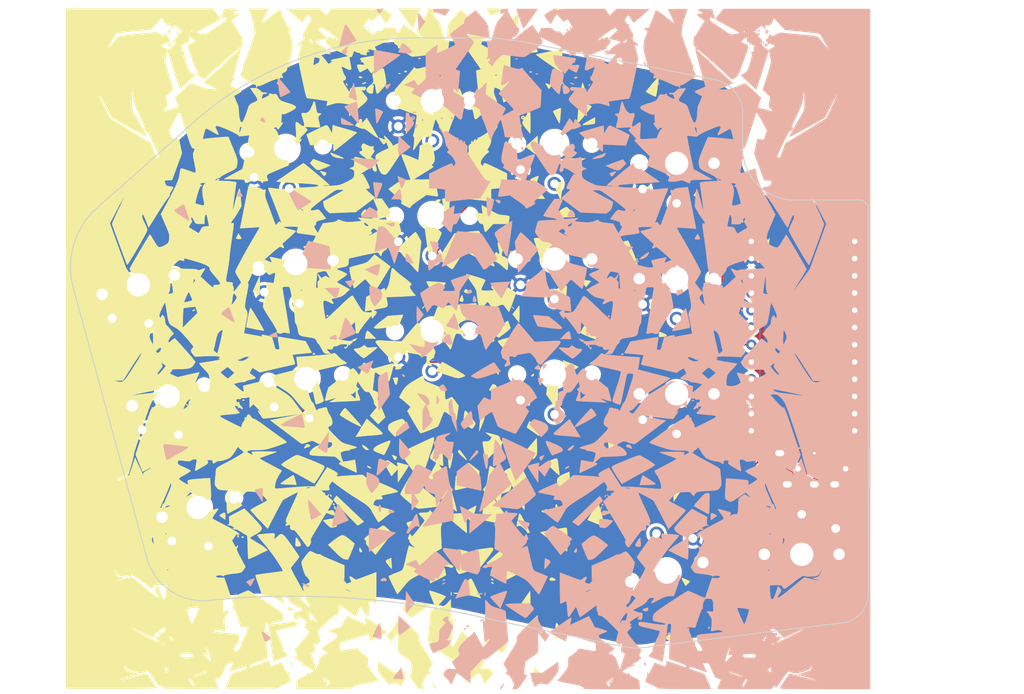
<source format=kicad_pcb>
(kicad_pcb (version 20211014) (generator pcbnew)
  (title_block (title "hypergolic") (date "2020-12-26") (rev "0.1") (company "broomlabs"))
  (layers (0 "F.Cu" signal) (31 "B.Cu" signal) (34 "B.Paste" user) (35 "F.Paste" user) (36 "B.SilkS" user "B.Silkscreen") (37 "F.SilkS" user "F.Silkscreen") (38 "B.Mask" user) (39 "F.Mask" user) (44 "Edge.Cuts" user))
  (net 0 "")
  (net 1 "reset")
  (net 2 "gnd")
  (net 3 "vcc")
  (net 4 "Switch18")
  (net 5 "Switch1")
  (net 6 "Switch2")
  (net 7 "Switch3")
  (net 8 "Switch4")
  (net 9 "Switch5")
  (net 10 "Switch6")
  (net 11 "Switch7")
  (net 12 "Switch8")
  (net 13 "Switch9")
  (net 14 "Switch10")
  (net 15 "Switch11")
  (net 16 "Switch12")
  (net 17 "Switch13")
  (net 18 "Switch14")
  (net 19 "Switch15")
  (net 20 "Switch16")
  (net 21 "Switch17")
  (net 22 "raw")
  (footprint "Kailh:SW_PG1350_rev_DPB2" (layer "F.Cu") (at 126.222674 57.450261 5)
    (fp_text reference "SW3" hide)
    (fp_text value "SW_Push" hide)
  )
  (footprint "Kailh:SW_PG1350_rev_DPB2" (layer "F.Cu") (at 147.818 50.366)
    (fp_text reference "SW4" hide)
    (fp_text value "SW_Push" hide)
  )
  (footprint "Kailh:SW_PG1350_rev_DPB2" (layer "F.Cu") (at 165.818 56.726)
    (fp_text reference "SW5" hide)
    (fp_text value "SW_Push" hide)
  )
  (footprint "Kailh:SW_PG1350_rev_DPB2" (layer "F.Cu") (at 183.818 59.606)
    (fp_text reference "SW6" hide)
    (fp_text value "SW_Push" hide)
  )
  (footprint "Kailh:SW_PG1350_rev_DPB2" (layer "F.Cu") (at 108.90337 93.926306 15)
    (fp_text reference "SW8" hide)
    (fp_text value "SW_Push" hide)
  )
  (footprint "Kailh:SW_PG1350_rev_DPB2" (layer "F.Cu") (at 127.704262 74.385584 5)
    (fp_text reference "SW9" hide)
    (fp_text value "SW_Push" hide)
  )
  (footprint "Kailh:SW_PG1350_rev_DPB2" (layer "F.Cu") (at 147.818 67.356)
    (fp_text reference "SW10" hide)
    (fp_text value "SW_Push" hide)
  )
  (footprint "Kailh:SW_PG1350_rev_DPB2" (layer "F.Cu") (at 165.818 73.726)
    (fp_text reference "SW11" hide)
    (fp_text value "SW_Push" hide)
  )
  (footprint "Kailh:SW_PG1350_rev_DPB2" (layer "F.Cu") (at 183.818 76.606)
    (fp_text reference "SW12" hide)
    (fp_text value "SW_Push" hide)
  )
  (footprint "Kailh:SW_PG1350_rev_DPB2" (layer "F.Cu") (at 104.503165 77.504519 15)
    (fp_text reference "SW14" hide)
    (fp_text value "SW_Push" hide)
  )
  (footprint "Kailh:SW_PG1350_rev_DPB2" (layer "F.Cu") (at 129.18561 91.317467 5)
    (fp_text reference "SW15" hide)
    (fp_text value "SW_Push" hide)
  )
  (footprint "Kailh:SW_PG1350_rev_DPB2" (layer "F.Cu") (at 147.818 84.356)
    (fp_text reference "SW16" hide)
    (fp_text value "SW_Push" hide)
  )
  (footprint "Kailh:SW_PG1350_rev_DPB2" (layer "F.Cu") (at 165.818 90.731)
    (fp_text reference "SW17" hide)
    (fp_text value "SW_Push" hide)
  )
  (footprint "Kailh:SW_PG1350_rev_DPB2" (layer "F.Cu") (at 183.818 93.606)
    (fp_text reference "SW18" hide)
    (fp_text value "SW_Push" hide)
  )
  (footprint "Kailh:SW_PG1350_rev_DPB2" (layer "F.Cu") (at 182.372 119.888 -165)
    (fp_text reference "SW20" hide)
    (fp_text value "SW_Push" hide)
  )
  (footprint "Kailh:SW_PG1350_rev_DPB2" (layer "F.Cu") (at 202.245524 117.262705 180)
    (fp_text reference "SW21" hide)
    (fp_text value "SW_Push" hide)
  )
  (footprint "kbd:ProMicro_v3_min_dual" (layer "F.Cu") (at 202.438 85.598)
    (fp_text reference "U1" hide)
    (fp_text value "ProMicro-kbd" hide)
  )
  (footprint "Kailh:SW_PG1350_rev_DPB2" (layer "F.Cu") (at 113.303734 110.348688 15)
    (fp_text reference "SW8" hide)
    (fp_text value "SW_Push" hide)
  )
  (footprint "Kailh:TRRS-PJ-DPB2" (layer "F.Cu") (at 210.312 104.648 -90)
    (fp_text reference "Jack0" hide)
    (fp_text value "TRRS" hide)
  )
  (gr_poly (pts (xy 135.372114 77.465516) (xy 135.014044 77.045709) (xy 135.544978 76.94693) (xy 135.711017 76.919504) (xy 135.85754 76.897685) (xy 135.985001 76.881871) (xy 136.041723 76.87634) (xy 136.09385 76.87246) (xy 136.141436 76.870279) (xy 136.18454 76.869849) (xy 136.223216 76.871218) (xy 136.257523 76.874437) (xy 136.287515 76.879555) (xy 136.313251 76.886621) (xy 136.334786 76.895687) (xy 136.352176 76.9068) (xy 136.36548 76.920012) (xy 136.374752 76.935371) (xy 136.380049 76.952929) (xy 136.381429 76.972733) (xy 136.378947 76.994834) (xy 136.37266 77.019282) (xy 136.362624 77.046127) (xy 136.348897 77.075418) (xy 136.331534 77.107205) (xy 136.310592 77.141538) (xy 136.286127 77.178466) (xy 136.258197 77.218039) (xy 136.192165 77.30532) (xy 136.112948 77.403779) (xy 135.717836 77.885323)) (layer "B.SilkS") (width 0.07) (fill solid))
  (gr_poly (pts (xy 173.245381 108.833514) (xy 173.241044 108.832087) (xy 173.237285 108.829466) (xy 173.234128 108.825663) (xy 173.231595 108.820689) (xy 173.229709 108.814555) (xy 173.228492 108.807272) (xy 173.227966 108.798853) (xy 173.228155 108.789307) (xy 173.229081 108.778647) (xy 173.230767 108.766883) (xy 173.233234 108.754028) (xy 173.236507 108.740091) (xy 173.240607 108.725086) (xy 173.245557 108.709022) (xy 173.25138 108.691912) (xy 173.265734 108.654596) (xy 173.269278 108.644324) (xy 173.272954 108.634351) (xy 173.276753 108.624686) (xy 173.280663 108.615337) (xy 173.284672 108.606313) (xy 173.288769 108.597624) (xy 173.292943 108.589279) (xy 173.297183 108.581286) (xy 173.301477 108.573655) (xy 173.305814 108.566395) (xy 173.310182 108.559514) (xy 173.314571 108.553023) (xy 173.318969 108.546929) (xy 173.323365 108.541243) (xy 173.327747 108.535972) (xy 173.332104 108.531126) (xy 173.336425 108.526715) (xy 173.340698 108.522746) (xy 173.344913 108.51923) (xy 173.349057 108.516175) (xy 173.35312 108.51359) (xy 173.357091 108.511484) (xy 173.360957 108.509867) (xy 173.364708 108.508747) (xy 173.368332 108.508134) (xy 173.371819 108.508036) (xy 173.375156 108.508462) (xy 173.378333 108.509422) (xy 173.381338 108.510925) (xy 173.38416 108.51298) (xy 173.386787 108.515595) (xy 173.389208 108.51878) (xy 173.392537 108.522359) (xy 173.395578 108.526149) (xy 173.398334 108.530143) (xy 173.400808 108.534333) (xy 173.403002 108.538713) (xy 173.404917 108.543277) (xy 173.406557 108.548016) (xy 173.407923 108.552925) (xy 173.409843 108.563225) (xy 173.410696 108.574122) (xy 173.4105 108.585562) (xy 173.409273 108.59749) (xy 173.407034 108.609852) (xy 173.403799 108.622594) (xy 173.399588 108.635662) (xy 173.394419 108.649001) (xy 173.388308 108.662558) (xy 173.381276 108.676277) (xy 173.373339 108.690105) (xy 173.364516 108.703988) (xy 173.344145 108.738295) (xy 173.334341 108.753414) (xy 173.324822 108.767194) (xy 173.315611 108.779643) (xy 173.306729 108.790775) (xy 173.298201 108.8006) (xy 173.290047 108.80913) (xy 173.282292 108.816375) (xy 173.274957 108.822348) (xy 173.268065 108.827059) (xy 173.261639 108.83052) (xy 173.255701 108.832742) (xy 173.250274 108.833736)) (layer "B.SilkS") (width 0.07) (fill solid))
  (gr_poly (pts (xy 159.878962 137.114361) (xy 159.823758 137.112987) (xy 159.777363 137.11031) (xy 159.75736 137.108347) (xy 159.739432 137.105897) (xy 159.723533 137.102903) (xy 159.709622 137.099313) (xy 159.697655 137.095072) (xy 159.687589 137.090125) (xy 159.679382 137.084419) (xy 159.67299 137.077899) (xy 159.668371 137.070511) (xy 159.665481 137.0622) (xy 159.664278 137.052912) (xy 159.664719 137.042594) (xy 159.66676 137.031191) (xy 159.670359 137.018648) (xy 159.675473 137.004911) (xy 159.682058 136.989926) (xy 159.690073 136.973639) (xy 159.699473 136.955996) (xy 159.72226 136.916423) (xy 159.782574 136.818611) (xy 159.815084 136.767759) (xy 159.842983 136.720868) (xy 159.865998 136.676691) (xy 159.883858 136.633978) (xy 159.896293 136.591483) (xy 159.90303 136.547957) (xy 159.904177 136.525417) (xy 159.903798 136.502152) (xy 159.898327 136.45282) (xy 159.886344 136.398713) (xy 159.867579 136.338584) (xy 159.84176 136.271184) (xy 159.808616 136.195265) (xy 159.767876 136.109579) (xy 159.719268 136.012879) (xy 159.597363 135.781442) (xy 159.547272 135.683299) (xy 159.498754 135.592446) (xy 159.451647 135.508647) (xy 159.405788 135.431667) (xy 159.361014 135.36127) (xy 159.317163 135.297221) (xy 159.274071 135.239286) (xy 159.231576 135.18723) (xy 159.189515 135.140816) (xy 159.168597 135.119652) (xy 159.147726 135.09981) (xy 159.126882 135.081262) (xy 159.106044 135.063978) (xy 159.085194 135.047928) (xy 159.064309 135.033082) (xy 159.04337 135.019413) (xy 159.022357 135.00689) (xy 159.001249 134.995484) (xy 158.980025 134.985165) (xy 158.958666 134.975904) (xy 158.937151 134.967672) (xy 158.915459 134.960439) (xy 158.893571 134.954176) (xy 158.843347 134.940817) (xy 158.79911 134.928325) (xy 158.760769 134.916412) (xy 158.743782 134.910583) (xy 158.728234 134.904789) (xy 158.714116 134.898995) (xy 158.701415 134.893165) (xy 158.69012 134.887263) (xy 158.68022 134.881252) (xy 158.671704 134.875097) (xy 158.66456 134.86876) (xy 158.658777 134.862207) (xy 158.654344 134.8554) (xy 158.651249 134.848304) (xy 158.649481 134.840882) (xy 158.649029 134.833099) (xy 158.649882 134.824917) (xy 158.652028 134.816302) (xy 158.655456 134.807216) (xy 158.660154 134.797624) (xy 158.666111 134.787489) (xy 158.673317 134.776776) (xy 158.681759 134.765447) (xy 158.691427 134.753467) (xy 158.702308 134.7408) (xy 158.727669 134.71326) (xy 158.757749 134.682536) (xy 158.787973 134.653329) (xy 158.813747 134.625406) (xy 158.834963 134.598027) (xy 158.851513 134.570448) (xy 158.858004 134.556352) (xy 158.863287 134.541928) (xy 158.86735 134.527084) (xy 158.870179 134.511727) (xy 158.871759 134.495763) (xy 158.872078 134.479102) (xy 158.871122 134.461648) (xy 158.868877 134.443311) (xy 158.860467 134.403614) (xy 158.846739 134.359269) (xy 158.827585 134.309534) (xy 158.802897 134.253667) (xy 158.772565 134.190927) (xy 158.736483 134.120573) (xy 158.646628 133.954054) (xy 158.337948 133.410774) (xy 158.671323 132.842805) (xy 159.101931 132.134381) (xy 159.671447 131.21297) (xy 159.772519 131.053631) (xy 159.863046 130.908292) (xy 159.94348 130.775903) (xy 160.014275 130.655415) (xy 160.075881 130.545779) (xy 160.128752 130.445946) (xy 160.173338 130.354867) (xy 160.210094 130.271493) (xy 160.23947 130.194775) (xy 160.251532 130.158584) (xy 160.261918 130.123664) (xy 160.270686 130.089884) (xy 160.277892 130.057111) (xy 160.283592 130.025216) (xy 160.287843 129.994067) (xy 160.290701 129.963533) (xy 160.292223 129.933483) (xy 160.292465 129.903786) (xy 160.291484 129.87431) (xy 160.286079 129.815498) (xy 160.27646 129.755999) (xy 160.266901 129.689217) (xy 160.262496 129.626305) (xy 160.264929 129.565057) (xy 160.275881 129.503267) (xy 160.297033 129.438727) (xy 160.330069 129.369231) (xy 160.376669 129.292573) (xy 160.438517 129.206547) (xy 160.517294 129.108944) (xy 160.614682 128.99756) (xy 160.732364 128.870186) (xy 160.87202 128.724618) (xy 161.223989 128.370069) (xy 161.684043 127.91626) (xy 162.265906 127.355235) (xy 162.525294 127.108002) (xy 162.755165 126.891443) (xy 162.949151 126.711926) (xy 163.100887 126.575817) (xy 163.158922 126.52603) (xy 163.204007 126.489482) (xy 163.235346 126.46697) (xy 163.245612 126.461226) (xy 163.252143 126.45929) (xy 163.256808 126.458671) (xy 163.261539 126.459115) (xy 163.266328 126.460599) (xy 163.271169 126.463101) (xy 163.280981 126.471065) (xy 163.290919 126.482828) (xy 163.300929 126.498207) (xy 163.310958 126.517024) (xy 163.320951 126.539095) (xy 163.330853 126.564242) (xy 163.340611 126.592282) (xy 163.35017 126.623036) (xy 163.359476 126.656321) (xy 163.368474 126.691958) (xy 163.37711 126.729765) (xy 163.385331 126.769562) (xy 163.400307 126.854402) (xy 163.408131 126.901008) (xy 163.422099 126.954787) (xy 163.466987 127.081596) (xy 163.532024 127.23029) (xy 163.614262 127.39633) (xy 163.710752 127.575174) (xy 163.818546 127.762284) (xy 163.934696 127.95312) (xy 164.056255 128.143143) (xy 164.180272 128.327811) (xy 164.303802 128.502586) (xy 164.423895 128.662928) (xy 164.537604 128.804296) (xy 164.641979 128.922152) (xy 164.674055 128.95343) (xy 164.474516 128.95343) (xy 164.104099 128.780566) (xy 164.025015 128.745143) (xy 163.946022 128.713067) (xy 163.868366 128.684499) (xy 163.793297 128.659603) (xy 163.722063 128.638542) (xy 163.65591 128.621477) (xy 163.596088 128.608572) (xy 163.543844 128.59999) (xy 163.500427 128.595894) (xy 163.482418 128.595578) (xy 163.467084 128.596445) (xy 163.45458 128.598515) (xy 163.445063 128.601808) (xy 163.438689 128.606345) (xy 163.435613 128.612145) (xy 163.435991 128.619229) (xy 163.439981 128.627618) (xy 163.447737 128.637332) (xy 163.459415 128.648391) (xy 163.475173 128.660815) (xy 163.495164 128.674625) (xy 163.519547 128.689842) (xy 163.548476 128.706485) (xy 163.568687 128.718193) (xy 163.5921 128.730119) (xy 163.618443 128.742188) (xy 163.647444 128.75433) (xy 163.712339 128.778542) (xy 163.784613 128.802175) (xy 163.862096 128.82465) (xy 163.942619 128.845388) (xy 164.02401 128.863812) (xy 164.104099 128.879342) (xy 164.474516 128.95343) (xy 164.674055 128.95343) (xy 164.734074 129.011956) (xy 164.774594 129.044919) (xy 164.810939 129.069167) (xy 164.84274 129.084132) (xy 164.869628 129.089246) (xy 164.908526 129.090202) (xy 164.941781 129.093418) (xy 164.969249 129.09942) (xy 164.980767 129.10363) (xy 164.990784 129.108732) (xy 164.999281 129.114794) (xy 165.006242 129.121879) (xy 165.011646 129.130054) (xy 165.015478 129.139384) (xy 165.017717 129.149935) (xy 165.018347 129.161773) (xy 165.017349 129.174962) (xy 165.014706 129.189569) (xy 165.004408 129.223298) (xy 164.98731 129.263484) (xy 164.963267 129.310652) (xy 164.932133 129.365325) (xy 164.893765 129.428029) (xy 164.848018 129.499287) (xy 164.733806 129.669567) (xy 164.437474 130.10172) (xy 163.95593 129.484359) (xy 163.907503 129.420314) (xy 163.859636 129.358041) (xy 163.812602 129.297867) (xy 163.766671 129.240116) (xy 163.722115 129.185115) (xy 163.679204 129.133188) (xy 163.638211 129.084662) (xy 163.599406 129.039861) (xy 163.56306 128.999112) (xy 163.529446 128.962739) (xy 163.498835 128.93107) (xy 163.471497 128.904428) (xy 163.447703 128.88314) (xy 163.427727 128.867531) (xy 163.419254 128.861958) (xy 163.411837 128.857927) (xy 163.40551 128.855479) (xy 163.400307 128.854653) (xy 163.396907 128.855325) (xy 163.393657 128.859593) (xy 163.387622 128.878551) (xy 163.377541 128.955551) (xy 163.370355 129.079722) (xy 163.366352 129.24513) (xy 163.365821 129.445845) (xy 163.369052 129.675932) (xy 163.376336 129.92946) (xy 163.38796 130.200496) (xy 163.414704 130.719032) (xy 163.421357 130.931328) (xy 163.421336 131.116893) (xy 163.418309 131.200724) (xy 163.412995 131.279161) (xy 163.405191 131.352634) (xy 163.394689 131.421571) (xy 163.381284 131.486402) (xy 163.36477 131.547557) (xy 163.344942 131.605466) (xy 163.321594 131.660557) (xy 163.29452 131.713262) (xy 163.263514 131.764008) (xy 163.228372 131.813226) (xy 163.188885 131.861345) (xy 163.144851 131.908795) (xy 163.096061 131.956005) (xy 163.042311 132.003405) (xy 162.983396 132.051425) (xy 162.849243 132.15104) (xy 162.691957 132.258288) (xy 162.301403 132.509428) (xy 162.155551 132.60683) (xy 162.016645 132.702931) (xy 161.888157 132.79527) (xy 161.828905 132.83926) (xy 161.773559 132.881387) (xy 161.722555 132.921344) (xy 161.676326 132.958823) (xy 161.635305 132.993517) (xy 161.599928 133.025118) (xy 161.570628 133.053318) (xy 161.547839 133.077812) (xy 161.539022 133.088572) (xy 161.531996 133.09829) (xy 161.526815 133.106927) (xy 161.523532 133.114445) (xy 161.516306 133.134906) (xy 161.508555 133.163542) (xy 161.491697 133.243316) (xy 161.473393 133.349713) (xy 161.454076 133.478684) (xy 161.414141 133.788137) (xy 161.375363 134.139263) (xy 161.362639 134.273228) (xy 161.352284 134.393176) (xy 161.348012 134.448125) (xy 161.344353 134.499848) (xy 161.341313 134.548437) (xy 161.3389 134.593986) (xy 161.337119 134.636587) (xy 161.335979 134.676332) (xy 161.335485 134.713314) (xy 161.335644 134.747626) (xy 161.336464 134.779361) (xy 161.33795 134.808612) (xy 161.34011 134.83547) (xy 161.342951 134.860029) (xy 161.346479 134.882382) (xy 161.350701 134.90262) (xy 161.355624 134.920838) (xy 161.361254 134.937127) (xy 161.367599 134.95158) (xy 161.374665 134.96429) (xy 161.378471 134.97002) (xy 161.382459 134.97535) (xy 161.386632 134.980289) (xy 161.390988 134.984851) (xy 161.39553 134.989047) (xy 161.400259 134.992888) (xy 161.405174 134.996386) (xy 161.410278 134.999553) (xy 161.421051 135.004938) (xy 161.432587 135.009136) (xy 161.444892 135.01224) (xy 161.457971 135.014342) (xy 161.471834 135.015535) (xy 161.486485 135.015912) (xy 161.552863 135.018499) (xy 161.608317 135.026764) (xy 161.63188 135.033264) (xy 161.65263 135.041469) (xy 161.670541 135.051473) (xy 161.685585 135.063372) (xy 161.697735 135.077261) (xy 161.706964 135.093233) (xy 161.713244 135.111386) (xy 161.71655 135.131813) (xy 161.716853 135.154609) (xy 161.714127 135.179869) (xy 161.708344 135.207689) (xy 161.699477 135.238163) (xy 161.672383 135.307453) (xy 161.632629 135.3885) (xy 161.579997 135.482062) (xy 161.51427 135.588901) (xy 161.435231 135.709774) (xy 161.342664 135.845443) (xy 161.116073 136.164202) (xy 161.006198 136.317313) (xy 160.907303 136.453205) (xy 160.81821 136.572891) (xy 160.737745 136.677384) (xy 160.664731 136.767697) (xy 160.630652 136.807853) (xy 160.597994 136.844843) (xy 160.566612 136.878795) (xy 160.536358 136.909835) (xy 160.507085 136.93809) (xy 160.478646 136.963686) (xy 160.450894 136.98675) (xy 160.423683 137.007408) (xy 160.396866 137.025787) (xy 160.370295 137.042014) (xy 160.343823 137.056215) (xy 160.317304 137.068517) (xy 160.29059 137.079047) (xy 160.263535 137.08793) (xy 160.235991 137.095295) (xy 160.207813 137.101266) (xy 160.178852 137.105972) (xy 160.148962 137.109538) (xy 160.117995 137.112091) (xy 160.085806 137.113758) (xy 160.017169 137.11494)) (layer "B.SilkS") (width 0.07) (fill solid))
  (gr_poly (pts (xy 145.546227 82.527875) (xy 145.538124 82.393285) (xy 145.532336 82.242924) (xy 145.528863 82.081856) (xy 145.527706 81.915145) (xy 145.528863 81.747854) (xy 145.532336 81.585048) (xy 145.538124 81.431792) (xy 145.546227 81.29315) (xy 145.583269 80.67579) (xy 146.05246 81.305502) (xy 146.521651 81.93521) (xy 146.05246 82.527875) (xy 145.583269 83.120545)) (layer "B.SilkS") (width 0.07) (fill solid))
  (gr_poly (pts (xy 138.251935 90.557025) (xy 138.193669 90.531818) (xy 138.114893 90.492503) (xy 138.019242 90.441287) (xy 137.791856 90.311979) (xy 137.540596 90.161545) (xy 137.294544 90.007638) (xy 137.082785 89.867912) (xy 136.998853 89.808882) (xy 136.934401 89.760018) (xy 136.893064 89.723525) (xy 136.882199 89.710607) (xy 136.878477 89.701609) (xy 136.879338 89.697815) (xy 136.881892 89.69339) (xy 136.891909 89.682728) (xy 136.908184 89.669788) (xy 136.930373 89.654731) (xy 136.99112 89.61892) (xy 137.0714 89.576597) (xy 137.168465 89.529065) (xy 137.279566 89.477627) (xy 137.401954 89.423584) (xy 137.532879 89.36824) (xy 137.815708 89.248238) (xy 138.119373 89.121292) (xy 138.404517 89.003607) (xy 138.631783 88.911391) (xy 139.100979 88.713832) (xy 138.841678 89.355892) (xy 138.729978 89.631001) (xy 138.624062 89.899166) (xy 138.471266 90.29428) (xy 138.459555 90.321747) (xy 138.447609 90.348491) (xy 138.435481 90.374367) (xy 138.423227 90.399229) (xy 138.410901 90.422935) (xy 138.398556 90.445338) (xy 138.386248 90.466295) (xy 138.37403 90.48566) (xy 138.361957 90.503288) (xy 138.355992 90.511406) (xy 138.350083 90.519036) (xy 138.344238 90.526159) (xy 138.338462 90.532758) (xy 138.332764 90.538814) (xy 138.327149 90.544309) (xy 138.321624 90.549226) (xy 138.316197 90.553546) (xy 138.310874 90.557251) (xy 138.305661 90.560322) (xy 138.300567 90.562743) (xy 138.295596 90.564494) (xy 138.290757 90.565559) (xy 138.286055 90.565917)) (layer "B.SilkS") (width 0.07) (fill solid))
  (gr_poly (pts (xy 175.096188 60.622188) (xy 175.048044 60.616602) (xy 174.997241 60.607887) (xy 174.88643 60.581143) (xy 174.761293 60.5421) (xy 174.619372 60.490903) (xy 174.458207 60.427696) (xy 174.068305 60.265833) (xy 173.401556 59.981848) (xy 174.648626 59.512656) (xy 175.895696 59.055808) (xy 176.130291 59.339793) (xy 176.377237 59.636125) (xy 175.858651 60.167053) (xy 175.755798 60.271257) (xy 175.663219 60.361715) (xy 175.578453 60.438571) (xy 175.49904 60.501971) (xy 175.460573 60.52867) (xy 175.422521 60.552059) (xy 175.384578 60.572156) (xy 175.346436 60.58898) (xy 175.307788 60.602548) (xy 175.268326 60.612879) (xy 175.227742 60.61999) (xy 175.18573 60.6239) (xy 175.141981 60.624626)) (layer "B.SilkS") (width 0.07) (fill solid))
  (gr_poly (pts (xy 152.22607 98.431099) (xy 152.194964 98.389601) (xy 152.166481 98.348574) (xy 152.140638 98.308198) (xy 152.117454 98.268654) (xy 152.096947 98.230123) (xy 152.079135 98.192786) (xy 152.064036 98.156823) (xy 152.051667 98.122416) (xy 152.042048 98.089745) (xy 152.038275 98.074118) (xy 152.035196 98.058992) (xy 152.032814 98.044391) (xy 152.03113 98.030336) (xy 152.030147 98.016852) (xy 152.029867 98.00396) (xy 152.030293 97.991683) (xy 152.031426 97.980043) (xy 152.033269 97.969064) (xy 152.035824 97.958767) (xy 152.039093 97.949176) (xy 152.04308 97.940312) (xy 152.047785 97.9322) (xy 152.053211 97.92486) (xy 152.84343 96.887693) (xy 153.098865 96.559769) (xy 153.20155 96.43207) (xy 153.289476 96.329368) (xy 153.36409 96.252276) (xy 153.396857 96.223527) (xy 153.426839 96.20141) (xy 153.454217 96.186004) (xy 153.47917 96.177385) (xy 153.501881 96.17563) (xy 153.52253 96.180816) (xy 153.541298 96.193019) (xy 153.558366 96.212317) (xy 153.573914 96.238786) (xy 153.588124 96.272504) (xy 153.601177 96.313547) (xy 153.613253 96.361991) (xy 153.635198 96.481394) (xy 153.655407 96.631328) (xy 153.675326 96.812407) (xy 153.720085 97.270461) (xy 153.79417 97.97425) (xy 153.152115 98.394054) (xy 152.497713 98.801513)) (layer "B.SilkS") (width 0.07) (fill solid))
  (gr_poly (pts (xy 139.249143 44.658949) (xy 139.24239 44.010525) (xy 139.241425 43.472069) (xy 139.243475 43.261081) (xy 139.247406 43.097986) (xy 139.253363 42.989586) (xy 139.257146 42.958021) (xy 139.26149 42.94268) (xy 139.316268 42.939458) (xy 139.445636 42.951627) (xy 139.885023 43.014255) (xy 140.493413 43.114794) (xy 141.184568 43.237471) (xy 141.872251 43.366515) (xy 142.470224 43.486155) (xy 142.892248 43.580619) (xy 143.010331 43.613481) (xy 143.052087 43.634136) (xy 143.042266 43.649936) (xy 143.013453 43.67836) (xy 142.902762 43.770335) (xy 142.727827 43.904561) (xy 142.496461 44.07554) (xy 141.895693 44.505762) (xy 141.162965 45.017014) (xy 139.286185 46.325829)) (layer "B.SilkS") (width 0.07) (fill solid))
  (gr_poly (pts (xy 162.897424 136.728765) (xy 162.884892 136.726637) (xy 162.873422 136.722708) (xy 162.862986 136.716985) (xy 162.853554 136.70947) (xy 162.845096 136.70017) (xy 162.837583 136.689088) (xy 162.830985 136.67623) (xy 162.825274 136.661599) (xy 162.82042 136.645199) (xy 162.816393 136.627037) (xy 162.813164 136.607115) (xy 162.810704 136.585439) (xy 162.808983 136.562014) (xy 162.807972 136.536843) (xy 162.807642 136.509931) (xy 162.806789 136.483921) (xy 162.80429 136.456971) (xy 162.800235 136.429298) (xy 162.794716 136.401118) (xy 162.787821 136.372649) (xy 162.779643 136.344108) (xy 162.770271 136.315711) (xy 162.759796 136.287677) (xy 162.748307 136.260221) (xy 162.735897 136.23356) (xy 162.722654 136.207913) (xy 162.70867 136.183496) (xy 162.694034 136.160526) (xy 162.678838 136.139219) (xy 162.663172 136.119794) (xy 162.647125 136.102466) (xy 162.633251 136.08514) (xy 162.619466 136.065716) (xy 162.605862 136.044411) (xy 162.59253 136.021441) (xy 162.579559 135.997025) (xy 162.56704 135.971378) (xy 162.555064 135.944718) (xy 162.543721 135.917263) (xy 162.533101 135.889228) (xy 162.523295 135.860832) (xy 162.514393 135.832291) (xy 162.506486 135.803822) (xy 162.499664 135.775642) (xy 162.494018 135.747969) (xy 162.489638 135.721019) (xy 162.486614 135.69501) (xy 162.48032 135.638676) (xy 162.470987 135.573082) (xy 162.45905 135.500542) (xy 162.444942 135.423371) (xy 162.429098 135.343885) (xy 162.411951 135.264399) (xy 162.393936 135.187229) (xy 162.375488 135.114689) (xy 162.289056 134.768968) (xy 164.054709 134.768968) (xy 165.190655 133.954054) (xy 166.326601 133.151485) (xy 166.363638 133.81823) (xy 166.373358 134.041808) (xy 166.373651 134.137201) (xy 166.369621 134.224726) (xy 166.36031 134.30668) (xy 166.344758 134.385361) (xy 166.322008 134.463064) (xy 166.291101 134.542089) (xy 166.251078 134.62473) (xy 166.20098 134.713286) (xy 166.13985 134.810053) (xy 166.066729 134.917329) (xy 165.980657 135.03741) (xy 165.880677 135.172594) (xy 165.635156 135.497457) (xy 165.540372 135.620453) (xy 165.450454 135.734803) (xy 165.365346 135.840545) (xy 165.284996 135.937713) (xy 165.209348 136.026344) (xy 165.138348 136.106474) (xy 165.071942 136.17814) (xy 165.010077 136.241377) (xy 164.952697 136.296222) (xy 164.899748 136.342711) (xy 164.874918 136.362834) (xy 164.851176 136.380881) (xy 164.828515 136.396857) (xy 164.806927 136.410766) (xy 164.786407 136.422614) (xy 164.766947 136.432404) (xy 164.74854 136.440142) (xy 164.731181 136.445831) (xy 164.714861 136.449476) (xy 164.699575 136.451082) (xy 164.685315 136.450653) (xy 164.672074 136.448195) (xy 164.537717 136.409271) (xy 164.412131 136.375846) (xy 164.294829 136.347919) (xy 164.185322 136.325491) (xy 164.083123 136.308562) (xy 163.987742 136.297131) (xy 163.942456 136.293477) (xy 163.898691 136.291198) (xy 163.856387 136.290294) (xy 163.815483 136.290764) (xy 163.775916 136.292609) (xy 163.737628 136.295829) (xy 163.700555 136.300423) (xy 163.664638 136.306392) (xy 163.629815 136.313735) (xy 163.596026 136.322453) (xy 163.563208 136.332546) (xy 163.531302 136.344013) (xy 163.500246 136.356855) (xy 163.469979 136.371071) (xy 163.44044 136.386662) (xy 163.411567 136.403627) (xy 163.383301 136.421967) (xy 163.35558 136.441682) (xy 163.328342 136.462771) (xy 163.301528 136.485235) (xy 163.232903 136.541671) (xy 163.170411 136.590619) (xy 163.14139 136.612297) (xy 163.113814 136.632116) (xy 163.087654 136.650081) (xy 163.062879 136.666197) (xy 163.039461 136.680468) (xy 163.01737 136.692899) (xy 162.996577 136.703494) (xy 162.977052 136.712258) (xy 162.958766 136.719195) (xy 162.94169 136.724309) (xy 162.925794 136.727606) (xy 162.911048 136.72909)) (layer "B.SilkS") (width 0.07) (fill solid))
  (gr_poly (pts (xy 151.236976 123.768061) (xy 151.237594 123.764943) (xy 151.244274 123.748688) (xy 151.25761 123.720279) (xy 151.276879 123.681163) (xy 151.33032 123.576596) (xy 151.398809 123.446564) (xy 151.506462 123.224703) (xy 151.667362 122.88477) (xy 152.065559 122.026635) (xy 152.114266 121.91473) (xy 152.162937 121.806243) (xy 152.211247 121.701699) (xy 152.258869 121.601622) (xy 152.305478 121.506537) (xy 152.350749 121.416968) (xy 152.394356 121.333441) (xy 152.435974 121.256479) (xy 152.475276 121.186606) (xy 152.511938 121.124348) (xy 152.545634 121.07023) (xy 152.576037 121.024775) (xy 152.602824 120.988507) (xy 152.625668 120.961953) (xy 152.635509 120.952482) (xy 152.644243 120.945635) (xy 152.651828 120.94148) (xy 152.658224 120.94008) (xy 152.723074 120.944336) (xy 152.783457 120.957347) (xy 152.839535 120.979473) (xy 152.891471 121.011077) (xy 152.939428 121.05252) (xy 152.983569 121.104164) (xy 153.024057 121.16637) (xy 153.061054 121.239501) (xy 153.094722 121.323918) (xy 153.125226 121.419983) (xy 153.152727 121.528058) (xy 153.177389 121.648504) (xy 153.199374 121.781682) (xy 153.218844 121.927956) (xy 153.235964 122.087686) (xy 153.250894 122.261234) (xy 153.337321 123.261356) (xy 152.608834 123.409525) (xy 152.454375 123.438875) (xy 152.299191 123.470684) (xy 152.147191 123.503939) (xy 152.00228 123.537629) (xy 151.868365 123.570739) (xy 151.749354 123.602258) (xy 151.649152 123.631172) (xy 151.571668 123.656469) (xy 151.44839 123.699878) (xy 151.393478 123.718761) (xy 151.344789 123.735184) (xy 151.303623 123.748714) (xy 151.271284 123.758915) (xy 151.249073 123.765354) (xy 151.242173 123.767027) (xy 151.238293 123.767597) (xy 151.237387 123.768288)) (layer "B.SilkS") (width 0.07) (fill solid))
  (gr_poly (pts (xy 145.768475 38.744624) (xy 145.755767 38.500095) (xy 145.745519 38.270033) (xy 145.737874 38.059649) (xy 145.732978 37.874151) (xy 145.730976 37.718748) (xy 145.732012 37.598651) (xy 145.733715 37.55347) (xy 145.736232 37.519069) (xy 145.739581 37.496098) (xy 145.741573 37.489103) (xy 145.74378 37.48521) (xy 145.749652 37.476341) (xy 145.758346 37.473296) (xy 145.770368 37.476691) (xy 145.786224 37.487139) (xy 145.806421 37.505256) (xy 145.831465 37.531657) (xy 145.898121 37.611769) (xy 145.990243 37.732397) (xy 146.111883 37.898458) (xy 146.459919 38.38656) (xy 146.719215 38.756983) (xy 146.274708 39.361984) (xy 145.830212 39.95465)) (layer "B.SilkS") (width 0.07) (fill solid))
  (gr_poly (pts (xy 160.09405 110.551848) (xy 159.638263 110.507644) (xy 158.436725 110.369317) (xy 157.30001 110.219415) (xy 156.925253 110.160741) (xy 156.815902 110.139082) (xy 156.769853 110.123916) (xy 156.76761 110.121566) (xy 156.765512 110.119147) (xy 156.763558 110.116666) (xy 156.761749 110.114125) (xy 156.760084 110.111531) (xy 156.758565 110.108886) (xy 156.75719 110.106197) (xy 156.75596 110.103466) (xy 156.754874 110.1007) (xy 156.753933 110.097902) (xy 156.753137 110.095076) (xy 156.752486 110.092229) (xy 156.75198 110.089363) (xy 156.751618 110.086483) (xy 156.751401 110.083595) (xy 156.751328 110.080701) (xy 156.751401 110.077808) (xy 156.751618 110.07492) (xy 156.75198 110.07204) (xy 156.752486 110.069174) (xy 156.753137 110.066326) (xy 156.753933 110.063501) (xy 156.754874 110.060703) (xy 156.75596 110.057936) (xy 156.75719 110.055206) (xy 156.758565 110.052516) (xy 156.760084 110.049871) (xy 156.761749 110.047276) (xy 156.763558 110.044736) (xy 156.765512 110.042254) (xy 156.76761 110.039835) (xy 156.769853 110.037484) (xy 159.105016 108.07119) (xy 160.577615 106.818334) (xy 161.338321 106.160456) (xy 161.659349 105.864126) (xy 162.36314 107.086496) (xy 162.502746 107.337299) (xy 162.632657 107.576526) (xy 162.750125 107.79839) (xy 162.852399 107.997104) (xy 162.936732 108.166878) (xy 163.000373 108.301926) (xy 163.023575 108.354618) (xy 163.040574 108.396459) (xy 163.051025 108.426724) (xy 163.054585 108.44469) (xy 163.048324 108.463549) (xy 163.029963 108.491958) (xy 163.000135 108.529338) (xy 162.959473 108.575111) (xy 162.848179 108.689516) (xy 162.701146 108.830545) (xy 162.523438 108.993567) (xy 162.320118 109.173953) (xy 162.096251 109.367071) (xy 161.856902 109.568294) (xy 161.720073 109.681263) (xy 161.587603 109.788517) (xy 161.4598 109.889839) (xy 161.33697 109.985011) (xy 161.219422 110.073817) (xy 161.107462 110.156039) (xy 161.001398 110.231461) (xy 160.901538 110.299864) (xy 160.808189 110.361033) (xy 160.721659 110.414751) (xy 160.642255 110.4608) (xy 160.570285 110.498962) (xy 160.506056 110.529022) (xy 160.449876 110.550763) (xy 160.4249 110.558445) (xy 160.402052 110.563966) (xy 160.38137 110.567298) (xy 160.362892 110.568415)) (layer "B.SilkS") (width 0.07) (fill solid))
  (gr_poly (pts (xy 128.679344 98.572511) (xy 128.627288 98.569952) (xy 128.570945 98.566073) (xy 128.445328 98.55457) (xy 128.321346 98.535543) (xy 128.166545 98.515792) (xy 127.789374 98.475856) (xy 127.363589 98.438235) (xy 126.938965 98.406401) (xy 126.355436 98.360413) (xy 126.125954 98.338875) (xy 125.937872 98.316305) (xy 125.791101 98.291204) (xy 125.733178 98.277235) (xy 125.685549 98.262069) (xy 125.648202 98.24552) (xy 125.621127 98.2274) (xy 125.604311 98.207521) (xy 125.597743 98.185695) (xy 125.601413 98.161735) (xy 125.615309 98.135453) (xy 125.639419 98.106662) (xy 125.673732 98.075173) (xy 125.718237 98.0408) (xy 125.772923 98.003354) (xy 125.912791 97.918494) (xy 126.093246 97.819092) (xy 126.314198 97.703647) (xy 126.877228 97.418624) (xy 127.484362 97.112837) (xy 127.993106 96.861456) (xy 128.194303 96.764487) (xy 128.351368 96.691104) (xy 128.457791 96.644633) (xy 128.489977 96.63253) (xy 128.50706 96.628403) (xy 128.514924 96.631718) (xy 128.524538 96.643641) (xy 128.548491 96.691272) (xy 128.57787 96.767227) (xy 128.611626 96.867436) (xy 128.688073 97.12434) (xy 128.769439 97.429428) (xy 128.847333 97.750142) (xy 128.913362 98.053928) (xy 128.959134 98.308228) (xy 128.971801 98.406647) (xy 128.976256 98.480486) (xy 128.975749 98.489494) (xy 128.974227 98.498003) (xy 128.971688 98.506018) (xy 128.968129 98.513548) (xy 128.963548 98.520598) (xy 128.957943 98.527176) (xy 128.943651 98.538941) (xy 128.925236 98.548898) (xy 128.902679 98.5571) (xy 128.875961 98.563603) (xy 128.845066 98.568459) (xy 128.809975 98.571724) (xy 128.770669 98.573451) (xy 128.727132 98.573695)) (layer "B.SilkS") (width 0.07) (fill solid))
  (gr_poly (pts (xy 165.502184 102.648577) (xy 165.487784 102.633086) (xy 165.445509 102.573399) (xy 165.387318 102.478697) (xy 165.31567 102.352885) (xy 165.233025 102.199871) (xy 165.141843 102.023561) (xy 165.044584 101.827862) (xy 164.943707 101.61668) (xy 164.875532 101.476704) (xy 164.814447 101.348249) (xy 164.760307 101.230972) (xy 164.712968 101.124528) (xy 164.672285 101.028575) (xy 164.654395 100.984425) (xy 164.638114 100.942768) (xy 164.623424 100.903563) (xy 164.610309 100.866765) (xy 164.598748 100.832332) (xy 164.588725 100.800221) (xy 164.580222 100.770388) (xy 164.573219 100.742792) (xy 164.5677 100.717389) (xy 164.563645 100.694136) (xy 164.561038 100.67299) (xy 164.559859 100.653908) (xy 164.560091 100.636847) (xy 164.561716 100.621764) (xy 164.564716 100.608617) (xy 164.569071 100.597362) (xy 164.574766 100.587957) (xy 164.578109 100.583934) (xy 164.58178 100.580358) (xy 164.590097 100.574522) (xy 164.599698 100.570407) (xy 164.610565 100.567969) (xy 164.622679 100.567166) (xy 164.646165 100.569442) (xy 164.679183 100.576113) (xy 164.771426 100.6017) (xy 164.894634 100.642046) (xy 165.044031 100.69527) (xy 165.214842 100.75949) (xy 165.402294 100.832825) (xy 165.601609 100.913395) (xy 165.808015 100.999318) (xy 165.933908 101.054163) (xy 166.052331 101.107598) (xy 166.163338 101.159658) (xy 166.266984 101.21038) (xy 166.363323 101.259799) (xy 166.45241 101.307952) (xy 166.534298 101.354874) (xy 166.609041 101.400604) (xy 166.676695 101.445175) (xy 166.737313 101.488626) (xy 166.790949 101.530991) (xy 166.815166 101.551778) (xy 166.837658 101.572307) (xy 166.858432 101.592583) (xy 166.877495 101.61261) (xy 166.894852 101.632394) (xy 166.910512 101.651938) (xy 166.924481 101.671246) (xy 166.936765 101.690324) (xy 166.947372 101.709176) (xy 166.956308 101.727807) (xy 166.977591 101.776111) (xy 166.994604 101.81964) (xy 167.006554 101.859117) (xy 167.012643 101.895267) (xy 167.013241 101.912319) (xy 167.012076 101.928811) (xy 167.009048 101.944833) (xy 167.004057 101.960475) (xy 166.997005 101.975828) (xy 166.987791 101.990981) (xy 166.976316 102.006026) (xy 166.962481 102.021053) (xy 166.946187 102.036153) (xy 166.927332 102.051415) (xy 166.881549 102.082789) (xy 166.824334 102.115899) (xy 166.754893 102.151469) (xy 166.67243 102.190223) (xy 166.576149 102.232883) (xy 166.338948 102.332817) (xy 165.511682 102.65385)) (layer "B.SilkS") (width 0.07) (fill solid))
  (gr_poly (pts (xy 150.532916 136.372911) (xy 150.521464 136.368974) (xy 150.510782 136.363017) (xy 150.500936 136.355008) (xy 150.491994 136.34492) (xy 150.484025 136.332722) (xy 150.477096 136.318386) (xy 150.471274 136.301881) (xy 150.466628 136.283179) (xy 150.463225 136.26225) (xy 150.461134 136.239065) (xy 150.460422 136.213594) (xy 150.45786 136.194989) (xy 150.450341 136.171826) (xy 150.438121 136.144466) (xy 150.421451 136.113273) (xy 150.400584 136.078607) (xy 150.375775 136.04083) (xy 150.347276 136.000304) (xy 150.315341 135.95739) (xy 150.280222 135.912451) (xy 150.242173 135.865847) (xy 150.201448 135.817941) (xy 150.158298 135.769095) (xy 150.112979 135.71967) (xy 150.065742 135.670027) (xy 150.016842 135.620529) (xy 149.966531 135.571537) (xy 149.91622 135.522689) (xy 149.867319 135.473605) (xy 149.820083 135.424629) (xy 149.774764 135.376106) (xy 149.731615 135.328378) (xy 149.69089 135.28179) (xy 149.652842 135.236685) (xy 149.617724 135.193406) (xy 149.585789 135.152298) (xy 149.55729 135.113704) (xy 149.532481 135.077968) (xy 149.511616 135.045432) (xy 149.494946 135.016442) (xy 149.482725 134.99134) (xy 149.478363 134.980355) (xy 149.475207 134.97047) (xy 149.473291 134.96173) (xy 149.472645 134.954176) (xy 149.476244 134.940765) (xy 149.482339 134.923863) (xy 149.490822 134.903742) (xy 149.501583 134.880672) (xy 149.529509 134.826774) (xy 149.565248 134.764339) (xy 149.607932 134.695537) (xy 149.656694 134.62254) (xy 149.710665 134.547517) (xy 149.739333 134.509925) (xy 149.768978 134.472639) (xy 149.819665 134.413836) (xy 149.865993 134.362213) (xy 149.909102 134.317427) (xy 149.950132 134.279134) (xy 149.990221 134.24699) (xy 150.030509 134.220652) (xy 150.051084 134.209553) (xy 150.072136 134.199777) (xy 150.093807 134.19128) (xy 150.116241 134.18402) (xy 150.139578 134.177954) (xy 150.163963 134.173038) (xy 150.216442 134.166487) (xy 150.274817 134.164025) (xy 150.340228 134.165306) (xy 150.413814 134.169987) (xy 150.496715 134.177726) (xy 150.695017 134.200999) (xy 150.759063 134.209541) (xy 150.821335 134.216673) (xy 150.88151 134.22243) (xy 150.939261 134.226849) (xy 150.994263 134.229965) (xy 151.046189 134.231816) (xy 151.094716 134.232437) (xy 151.139517 134.231864) (xy 151.180266 134.230134) (xy 151.216639 134.227282) (xy 151.248309 134.223345) (xy 151.27495 134.218359) (xy 151.286284 134.215484) (xy 151.296238 134.21236) (xy 151.304773 134.208992) (xy 151.311847 134.205384) (xy 151.31742 134.201541) (xy 151.321451 134.197468) (xy 151.3239 134.193168) (xy 151.324725 134.188647) (xy 151.323019 134.174805) (xy 151.318021 134.156622) (xy 151.309912 134.134387) (xy 151.298872 134.108391) (xy 151.268728 134.046269) (xy 151.229033 133.972573) (xy 151.181236 133.889616) (xy 151.126783 133.799713) (xy 151.067121 133.705181) (xy 151.003697 133.608334) (xy 150.953471 133.535473) (xy 150.909212 133.469377) (xy 150.870814 133.409576) (xy 150.853779 133.381888) (xy 150.838168 133.355598) (xy 150.823968 133.330647) (xy 150.811164 133.306975) (xy 150.799745 133.284524) (xy 150.789695 133.263235) (xy 150.781002 133.243049) (xy 150.773652 133.223908) (xy 150.767632 133.205753) (xy 150.762927 133.188524) (xy 150.759524 133.172164) (xy 150.75741 133.156613) (xy 150.756571 133.141813) (xy 150.756994 133.127705) (xy 150.758665 133.11423) (xy 150.76157 133.101329) (xy 150.765696 133.088943) (xy 150.771029 133.077015) (xy 150.777556 133.065484) (xy 150.785263 133.054292) (xy 150.794136 133.043381) (xy 150.804163 133.032691) (xy 150.815329 133.022164) (xy 150.827621 133.011742) (xy 150.841025 133.001364) (xy 150.855528 132.990973) (xy 151.020582 132.86467) (xy 151.168887 132.749164) (xy 151.301059 132.643679) (xy 151.417712 132.547436) (xy 151.519462 132.459658) (xy 151.564941 132.4187) (xy 151.606924 132.379567) (xy 151.645489 132.34216) (xy 151.680712 132.306384) (xy 151.712671 132.272141) (xy 151.741442 132.239333) (xy 151.767102 132.207864) (xy 151.789728 132.177636) (xy 151.809397 132.148552) (xy 151.826185 132.120515) (xy 151.84017 132.093428) (xy 151.851429 132.067192) (xy 151.860037 132.041712) (xy 151.866073 132.01689) (xy 151.869613 131.992628) (xy 151.870734 131.96883) (xy 151.869513 131.945398) (xy 151.866026 131.922236) (xy 151.860351 131.899245) (xy 151.852564 131.876328) (xy 151.842743 131.85339) (xy 151.830963 131.830331) (xy 151.776414 131.720227) (xy 151.733729 131.615676) (xy 151.717107 131.564958) (xy 151.703777 131.514996) (xy 151.693848 131.465582) (xy 151.687427 131.416505) (xy 151.684623 131.367554) (xy 151.685545 131.31852) (xy 151.690302 131.269192) (xy 151.699002 131.21936) (xy 151.711753 131.168813) (xy 151.728664 131.117341) (xy 151.749844 131.064735) (xy 151.7754 131.010783) (xy 151.805442 130.955276) (xy 151.840078 130.898004) (xy 151.923566 130.77732) (xy 152.026733 130.647051) (xy 152.150447 130.505513) (xy 152.295575 130.351025) (xy 152.462986 130.181905) (xy 152.653548 129.99647) (xy 152.86813 129.793039) (xy 154.028765 128.706485) (xy 154.485614 129.546095) (xy 154.674294 129.893747) (xy 154.856029 130.225194) (xy 155.009984 130.501077) (xy 155.070032 130.605884) (xy 155.115322 130.68204) (xy 155.300527 130.966026) (xy 155.856156 130.398056) (xy 155.912367 130.338642) (xy 155.965237 130.280863) (xy 156.014751 130.224833) (xy 156.060897 130.170669) (xy 156.103661 130.118485) (xy 156.143029 130.068397) (xy 156.178988 130.02052) (xy 156.211524 129.974969) (xy 156.240623 129.931861) (xy 156.266272 129.891309) (xy 156.288458 129.853429) (xy 156.307166 129.818337) (xy 156.322384 129.786148) (xy 156.334097 129.756978) (xy 156.342293 129.73094) (xy 156.346957 129.708152) (xy 156.348076 129.688728) (xy 156.345637 129.672783) (xy 156.343079 129.666152) (xy 156.339625 129.660433) (xy 156.335276 129.655642) (xy 156.330028 129.651793) (xy 156.323881 129.648901) (xy 156.316832 129.646979) (xy 156.300023 129.646105) (xy 156.279587 129.649287) (xy 156.255511 129.656641) (xy 156.227782 129.668281) (xy 156.196386 129.684323) (xy 156.161309 129.704882) (xy 156.122538 129.730073) (xy 156.080059 129.760013) (xy 156.033859 129.794816) (xy 155.983924 129.834597) (xy 155.93024 129.879471) (xy 155.547476 130.200496) (xy 155.473391 129.373231) (xy 155.394676 128.575293) (xy 155.325222 127.84218) (xy 155.316846 127.742561) (xy 155.310296 127.651787) (xy 155.305663 127.569441) (xy 155.304094 127.531298) (xy 155.303038 127.495107) (xy 155.302506 127.460815) (xy 155.30251 127.42837) (xy 155.303062 127.39772) (xy 155.304171 127.368814) (xy 155.305851 127.341598) (xy 155.308111 127.316022) (xy 155.310964 127.292032) (xy 155.31442 127.269578) (xy 155.318492 127.248607) (xy 155.323189 127.229067) (xy 155.328524 127.210906) (xy 155.334508 127.194072) (xy 155.341152 127.178513) (xy 155.348468 127.164177) (xy 155.356467 127.151013) (xy 155.365159 127.138967) (xy 155.374557 127.127989) (xy 155.384672 127.118025) (xy 155.395514 127.109025) (xy 155.407096 127.100936) (xy 155.419429 127.093706) (xy 155.432524 127.087283) (xy 155.446391 127.081616) (xy 155.461044 127.076651) (xy 155.48754 127.062293) (xy 155.511541 127.041659) (xy 155.533155 127.013682) (xy 155.55249 126.977294) (xy 155.569654 126.93143) (xy 155.584757 126.87502) (xy 155.597906 126.806999) (xy 155.609211 126.726299) (xy 155.62672 126.522594) (xy 155.638151 126.255369) (xy 155.644374 125.916086) (xy 155.646255 125.496208) (xy 155.646255 123.989845) (xy 156.103098 124.496078) (xy 156.175491 124.569246) (xy 156.245261 124.636337) (xy 156.313547 124.697929) (xy 156.38149 124.754602) (xy 156.450229 124.806933) (xy 156.520903 124.855503) (xy 156.594651 124.900888) (xy 156.672614 124.94367) (xy 156.755931 124.984425) (xy 156.845741 125.023734) (xy 156.943183 125.062174) (xy 157.049398 125.100324) (xy 157.165524 125.138764) (xy 157.292701 125.178072) (xy 157.584767 125.261607) (xy 157.75092 125.307877) (xy 157.898246 125.349896) (xy 158.027882 125.388334) (xy 158.14097 125.42386) (xy 158.191663 125.44074) (xy 158.238647 125.457143) (xy 158.282063 125.473152) (xy 158.322054 125.488852) (xy 158.358762 125.504326) (xy 158.39233 125.519657) (xy 158.4229 125.534929) (xy 158.450615 125.550226) (xy 158.475616 125.565632) (xy 158.498047 125.58123) (xy 158.51805 125.597104) (xy 158.535767 125.613337) (xy 158.551341 125.630013) (xy 158.564914 125.647216) (xy 158.576629 125.66503) (xy 158.586628 125.683538) (xy 158.595053 125.702823) (xy 158.602047 125.72297) (xy 158.607752 125.744062) (xy 158.612311 125.766182) (xy 158.615866 125.789416) (xy 158.61856 125.813845) (xy 158.621933 125.866625) (xy 158.648171 126.220062) (xy 158.665342 126.427457) (xy 158.68367 126.619802) (xy 158.705661 126.907456) (xy 158.74849 127.374529) (xy 158.868876 128.583013) (xy 159.004698 130.126416) (xy 158.720712 130.33632) (xy 158.633919 130.400201) (xy 158.498654 130.504742) (xy 158.111066 130.813229) (xy 157.61467 131.216636) (xy 157.066186 131.669818) (xy 156.828646 131.864856) (xy 156.615125 132.038425) (xy 156.424177 132.191339) (xy 156.254354 132.324412) (xy 156.176912 132.383762) (xy 156.104209 132.438457) (xy 156.036064 132.488599) (xy 155.972296 132.53429) (xy 155.912725 132.57563) (xy 155.857168 132.612723) (xy 155.805446 132.645669) (xy 155.757378 132.67457) (xy 155.712782 132.699529) (xy 155.671478 132.720646) (xy 155.633285 132.738024) (xy 155.598022 132.751765) (xy 155.565508 132.761969) (xy 155.535562 132.768739) (xy 155.508004 132.772177) (xy 155.495064 132.772678) (xy 155.482653 132.772384) (xy 155.470748 132.771307) (xy 155.459327 132.769461) (xy 155.448368 132.766859) (xy 155.437846 132.763512) (xy 155.427741 132.759434) (xy 155.41803 132.754637) (xy 155.399696 132.742938) (xy 155.382664 132.728518) (xy 155.366754 132.711477) (xy 155.351785 132.691917) (xy 155.337575 132.66994) (xy 155.332919 132.665518) (xy 155.325938 132.663788) (xy 155.316697 132.664694) (xy 155.305258 132.66818) (xy 155.276041 132.682664) (xy 155.238794 132.706789) (xy 155.194023 132.740102) (xy 155.142235 132.78215) (xy 155.01963 132.890647) (xy 154.875033 133.028661) (xy 154.712493 133.192576) (xy 154.536063 133.378774) (xy 154.349793 133.583638) (xy 153.423753 134.6208) (xy 153.423753 136.250635) (xy 152.485365 135.509801) (xy 152.29801 135.360984) (xy 152.118614 135.22215) (xy 151.951661 135.096339) (xy 151.801638 134.986588) (xy 151.673029 134.895937) (xy 151.570321 134.827424) (xy 151.530081 134.80242) (xy 151.497998 134.784089) (xy 151.474633 134.772811) (xy 151.466395 134.769937) (xy 151.460546 134.768968) (xy 151.450785 134.770584) (xy 151.440045 134.775383) (xy 151.415763 134.794241) (xy 151.387973 134.824964) (xy 151.356945 134.866974) (xy 151.322951 134.919691) (xy 151.286262 134.982536) (xy 151.205884 135.136298) (xy 151.117983 135.323628) (xy 151.024728 135.539897) (xy 150.92829 135.780474) (xy 150.830839 136.04073) (xy 150.818913 136.07245) (xy 150.806331 136.102766) (xy 150.793162 136.131648) (xy 150.779472 136.159068) (xy 150.76533 136.184995) (xy 150.750804 136.209401) (xy 150.735962 136.232255) (xy 150.720871 136.25353) (xy 150.705599 136.273194) (xy 150.690214 136.29122) (xy 150.674783 136.307577) (xy 150.659376 136.322236) (xy 150.644058 136.335167) (xy 150.6289 136.346342) (xy 150.613967 136.355731) (xy 150.599328 136.363305) (xy 150.58505 136.369033) (xy 150.571203 136.372888) (xy 150.557853 136.374838) (xy 150.545068 136.374856)) (layer "B.SilkS") (width 0.07) (fill solid))
  (gr_poly (pts (xy 172.855963 110.074383) (xy 172.853653 110.073954) (xy 172.851353 110.073245) (xy 172.849066 110.07226) (xy 172.84455 110.069481) (xy 172.840143 110.065653) (xy 172.835881 110.060812) (xy 172.831799 110.054994) (xy 172.827935 110.048236) (xy 172.824324 110.040573) (xy 172.821002 110.032043) (xy 172.818006 110.02268) (xy 172.815371 110.012521) (xy 172.813135 110.001602) (xy 172.811332 109.98996) (xy 172.81 109.97763) (xy 172.809174 109.964649) (xy 172.808891 109.951053) (xy 172.80907 109.945267) (xy 172.809602 109.939492) (xy 172.810478 109.933741) (xy 172.811688 109.928023) (xy 172.813224 109.92235) (xy 172.815077 109.916734) (xy 172.817236 109.911185) (xy 172.819695 109.905716) (xy 172.822442 109.900337) (xy 172.82547 109.89506) (xy 172.82877 109.889896) (xy 172.832331 109.884856) (xy 172.836146 109.879952) (xy 172.840205 109.875195) (xy 172.844499 109.870596) (xy 172.84902 109.866166) (xy 172.853757 109.861918) (xy 172.858702 109.857862) (xy 172.863846 109.854009) (xy 172.86918 109.850371) (xy 172.874695 109.846959) (xy 172.880382 109.843784) (xy 172.886231 109.840858) (xy 172.892235 109.838192) (xy 172.898383 109.835797) (xy 172.904666 109.833685) (xy 172.911076 109.831867) (xy 172.917604 109.830354) (xy 172.92424 109.829158) (xy 172.930976 109.82829) (xy 172.937802 109.82776) (xy 172.94471 109.827581) (xy 172.950388 109.82776) (xy 172.955845 109.82829) (xy 172.961076 109.829158) (xy 172.966076 109.830354) (xy 172.970841 109.831867) (xy 172.975367 109.833685) (xy 172.979648 109.835797) (xy 172.983681 109.838192) (xy 172.98746 109.840858) (xy 172.990982 109.843784) (xy 172.994241 109.846959) (xy 172.997234 109.850371) (xy 172.999955 109.854009) (xy 173.0024 109.857862) (xy 173.004565 109.861918) (xy 173.006446 109.866166) (xy 173.008036 109.870596) (xy 173.009333 109.875195) (xy 173.010332 109.879952) (xy 173.011028 109.884856) (xy 173.011416 109.889896) (xy 173.011492 109.89506) (xy 173.011251 109.900337) (xy 173.01069 109.905716) (xy 173.009803 109.911185) (xy 173.008586 109.916734) (xy 173.007034 109.92235) (xy 173.005144 109.928023) (xy 173.002909 109.933741) (xy 173.000327 109.939492) (xy 172.997392 109.945267) (xy 172.994099 109.951053) (xy 172.986876 109.964649) (xy 172.979147 109.97763) (xy 172.970983 109.98996) (xy 172.962458 110.001602) (xy 172.953643 110.012521) (xy 172.944612 110.02268) (xy 172.935436 110.032043) (xy 172.926188 110.040573) (xy 172.916939 110.048236) (xy 172.907763 110.054994) (xy 172.898732 110.060812) (xy 172.889918 110.065653) (xy 172.885614 110.067696) (xy 172.881393 110.069481) (xy 172.877261 110.071004) (xy 172.87323 110.07226) (xy 172.869306 110.073245) (xy 172.8655 110.073954) (xy 172.861821 110.074383) (xy 172.858278 110.074527)) (layer "B.SilkS") (width 0.07) (fill solid))
  (gr_poly (pts (xy 119.422294 64.51269) (xy 119.379669 64.510891) (xy 119.359826 64.50952) (xy 119.340951 64.507825) (xy 119.323034 64.505801) (xy 119.306067 64.503439) (xy 119.29004 64.500734) (xy 119.274945 64.497678) (xy 119.260772 64.494266) (xy 119.247513 64.490489) (xy 119.235158 64.486341) (xy 119.223698 64.481816) (xy 119.213125 64.476907) (xy 119.203429 64.471606) (xy 119.194601 64.465908) (xy 119.186632 64.459805) (xy 119.179513 64.45329) (xy 119.173236 64.446358) (xy 119.16779 64.439) (xy 119.163167 64.43121) (xy 119.159358 64.422982) (xy 119.156354 64.414308) (xy 119.154146 64.405183) (xy 119.152725 64.395598) (xy 119.152081 64.385548) (xy 119.152206 64.375025) (xy 119.153091 64.364022) (xy 119.154726 64.352534) (xy 119.157103 64.340553) (xy 119.160213 64.328072) (xy 119.22892 64.113757) (xy 119.256879 64.029072) (xy 119.281565 63.958621) (xy 119.292912 63.928558) (xy 119.303718 63.901844) (xy 119.314077 63.878407) (xy 119.324081 63.858179) (xy 119.333823 63.841089) (xy 119.343395 63.827067) (xy 119.352891 63.816043) (xy 119.362402 63.807946) (xy 119.372021 63.802708) (xy 119.381842 63.800257) (xy 119.391957 63.800523) (xy 119.402459 63.803437) (xy 119.413439 63.808928) (xy 119.424992 63.816927) (xy 119.437209 63.827362) (xy 119.450184 63.840165) (xy 119.464009 63.855265) (xy 119.478777 63.872592) (xy 119.511511 63.913645) (xy 119.592372 64.019393) (xy 119.641976 64.083999) (xy 119.665593 64.115895) (xy 119.688252 64.147302) (xy 119.709825 64.178058) (xy 119.730187 64.208001) (xy 119.749211 64.236966) (xy 119.76677 64.264792) (xy 119.782738 64.291316) (xy 119.796987 64.316374) (xy 119.809391 64.339805) (xy 119.819824 64.361445) (xy 119.828159 64.381132) (xy 119.83427 64.398704) (xy 119.838029 64.413996) (xy 119.838987 64.420736) (xy 119.83931 64.426846) (xy 119.838843 64.43144) (xy 119.837456 64.435957) (xy 119.835169 64.440393) (xy 119.832003 64.444742) (xy 119.823114 64.453165) (xy 119.810951 64.46119) (xy 119.795677 64.468781) (xy 119.777456 64.475901) (xy 119.756449 64.482515) (xy 119.732819 64.488585) (xy 119.706729 64.494078) (xy 119.678343 64.498955) (xy 119.647822 64.503181) (xy 119.615329 64.50672) (xy 119.581028 64.509535) (xy 119.54508 64.51159) (xy 119.50765 64.51285) (xy 119.468898 64.513278)) (layer "B.SilkS") (width 0.07) (fill solid))
  (gr_poly (pts (xy 141.171681 48.639567) (xy 141.163547 48.638414) (xy 141.155243 48.636296) (xy 141.146758 48.633201) (xy 141.138082 48.629119) (xy 141.129202 48.624037) (xy 141.120107 48.617944) (xy 141.110786 48.61083) (xy 141.101227 48.602682) (xy 141.09142 48.59349) (xy 141.081353 48.583242) (xy 141.071015 48.571927) (xy 141.060394 48.559534) (xy 141.038259 48.531467) (xy 141.014858 48.49895) (xy 140.990101 48.461894) (xy 140.921346 48.360198) (xy 140.895226 48.318782) (xy 140.875309 48.282665) (xy 140.867841 48.266363) (xy 140.862121 48.251107) (xy 140.858214 48.236805) (xy 140.856185 48.223364) (xy 140.856102 48.210693) (xy 140.858027 48.198697) (xy 140.862029 48.187284) (xy 140.868171 48.176362) (xy 140.87652 48.165838) (xy 140.887141 48.15562) (xy 140.9001 48.145613) (xy 140.915462 48.135727) (xy 140.933292 48.125868) (xy 140.953658 48.115943) (xy 141.002253 48.095526) (xy 141.061773 48.073734) (xy 141.132742 48.049827) (xy 141.311123 47.992697) (xy 141.382805 47.966821) (xy 141.445281 47.944851) (xy 141.498894 47.926933) (xy 141.543988 47.913211) (xy 141.563447 47.907968) (xy 141.580906 47.90383) (xy 141.596407 47.900812) (xy 141.609993 47.898934) (xy 141.621707 47.898213) (xy 141.631592 47.898668) (xy 141.639691 47.900317) (xy 141.646047 47.903178) (xy 141.650702 47.907268) (xy 141.6537 47.912607) (xy 141.655085 47.919212) (xy 141.654897 47.9271) (xy 141.653182 47.936291) (xy 141.649981 47.946803) (xy 141.645337 47.958652) (xy 141.639294 47.971859) (xy 141.623182 48.002413) (xy 141.601987 48.038611) (xy 141.576053 48.080596) (xy 141.545724 48.128513) (xy 141.468556 48.246392) (xy 141.391386 48.367742) (xy 141.323476 48.477516) (xy 141.295887 48.52336) (xy 141.274086 48.560668) (xy 141.267139 48.571843) (xy 141.26018 48.582212) (xy 141.253199 48.591763) (xy 141.246184 48.600483) (xy 141.239124 48.608363) (xy 141.232007 48.61539) (xy 141.224822 48.621553) (xy 141.217558 48.626842) (xy 141.210204 48.631244) (xy 141.202748 48.634749) (xy 141.195179 48.637345) (xy 141.187486 48.639021) (xy 141.179657 48.639765)) (layer "B.SilkS") (width 0.07) (fill solid))
  (gr_poly (pts (xy 134.087547 42.49615) (xy 134.107533 42.399335) (xy 134.197967 42.034586) (xy 134.504719 40.894591) (xy 134.834623 39.729129) (xy 134.953996 39.332547) (xy 135.014044 39.164436) (xy 135.019642 39.161422) (xy 135.027139 39.161594) (xy 135.047613 39.171213) (xy 135.075033 39.192733) (xy 135.108963 39.225593) (xy 135.148971 39.269233) (xy 135.194622 39.323092) (xy 135.301116 39.459224) (xy 135.424974 39.629504) (xy 135.562723 39.829447) (xy 135.710891 40.054566) (xy 135.866005 40.300377) (xy 136.619181 41.535108) (xy 135.359772 42.028993) (xy 134.469224 42.377798) (xy 134.19469 42.483908) (xy 134.117832 42.512799) (xy 134.087999 42.522879)) (layer "B.SilkS") (width 0.07) (fill solid))
  (gr_poly (pts (xy 175.761441 106.845778) (xy 175.74326 106.827787) (xy 175.686371 106.758527) (xy 175.604883 106.648753) (xy 175.502126 106.503095) (xy 175.381427 106.326182) (xy 175.246114 106.122646) (xy 175.099515 105.897116) (xy 174.944958 105.654223) (xy 174.832899 105.475647) (xy 174.732595 105.314289) (xy 174.64365 105.169137) (xy 174.565666 105.039178) (xy 174.498245 104.923398) (xy 174.440988 104.820786) (xy 174.416047 104.774101) (xy 174.393499 104.730328) (xy 174.373292 104.68934) (xy 174.355378 104.651011) (xy 174.339706 104.615214) (xy 174.326228 104.581823) (xy 174.314893 104.550711) (xy 174.305652 104.521751) (xy 174.298454 104.494816) (xy 174.29325 104.469781) (xy 174.289991 104.446519) (xy 174.288626 104.424902) (xy 174.289107 104.404804) (xy 174.291382 104.3861) (xy 174.295403 104.368661) (xy 174.301119 104.352362) (xy 174.308481 104.337076) (xy 174.317439 104.322676) (xy 174.327944 104.309036) (xy 174.339946 104.296029) (xy 174.410502 104.24924) (xy 174.550764 104.176389) (xy 175.000907 103.968632) (xy 175.611371 103.705023) (xy 176.303153 103.417829) (xy 176.99725 103.139318) (xy 177.61466 102.901756) (xy 178.076378 102.737409) (xy 178.224165 102.692775) (xy 178.303404 102.678544) (xy 178.331789 102.682232) (xy 178.370162 102.692996) (xy 178.473998 102.733962) (xy 178.60916 102.797862) (xy 178.769897 102.881115) (xy 179.145089 103.091355) (xy 179.55356 103.336032) (xy 179.949298 103.586496) (xy 180.28629 103.814099) (xy 180.418378 103.910374) (xy 180.518524 103.990191) (xy 180.580978 104.049967) (xy 180.596273 104.071222) (xy 180.599988 104.086123) (xy 180.589952 104.102709) (xy 180.569481 104.124468) (xy 180.539135 104.151074) (xy 180.499473 104.182202) (xy 180.394449 104.25672) (xy 180.258895 104.345418) (xy 180.097296 104.445692) (xy 179.914136 104.554935) (xy 179.713903 104.670546) (xy 179.501081 104.789917) (xy 178.362052 105.411906) (xy 177.719611 105.767467) (xy 177.130418 106.098719) (xy 176.621287 106.386566) (xy 176.196658 106.623479) (xy 175.899361 106.786307) (xy 175.811846 106.832706) (xy 175.772224 106.851903)) (layer "B.SilkS") (width 0.07) (fill solid))
  (gr_poly (pts (xy 171.558904 58.944421) (xy 171.528605 58.943791) (xy 171.503751 58.942564) (xy 171.484323 58.940541) (xy 171.476638 58.939169) (xy 171.470302 58.937523) (xy 171.465315 58.935579) (xy 171.461672 58.933312) (xy 171.459372 58.930697) (xy 171.458413 58.927708) (xy 171.458793 58.924321) (xy 171.460508 58.920512) (xy 171.463558 58.916255) (xy 171.467939 58.911525) (xy 171.473649 58.906298) (xy 171.480687 58.900549) (xy 171.498735 58.887384) (xy 171.522064 58.871832) (xy 171.550656 58.853693) (xy 171.623558 58.808859) (xy 171.69371 58.772205) (xy 171.786001 58.728026) (xy 172.022527 58.622883) (xy 172.304197 58.505007) (xy 172.602074 58.385972) (xy 172.887217 58.277354) (xy 173.130689 58.19073) (xy 173.227755 58.159282) (xy 173.303551 58.137674) (xy 173.35446 58.127352) (xy 173.369451 58.126875) (xy 173.376864 58.129762) (xy 173.377769 58.131279) (xy 173.378178 58.133501) (xy 173.377538 58.139989) (xy 173.375018 58.149081) (xy 173.370689 58.160633) (xy 173.364624 58.1745) (xy 173.356894 58.190537) (xy 173.336734 58.228543) (xy 173.310785 58.273494) (xy 173.279627 58.324233) (xy 173.24384 58.379601) (xy 173.204 58.438442) (xy 173.176683 58.468515) (xy 173.145786 58.498443) (xy 173.111487 58.528082) (xy 173.073969 58.557286) (xy 173.033413 58.585912) (xy 172.989999 58.613814) (xy 172.943907 58.640848) (xy 172.89532 58.666869) (xy 172.844418 58.691733) (xy 172.791381 58.715294) (xy 172.736392 58.737409) (xy 172.679629 58.757932) (xy 172.621276 58.776718) (xy 172.561511 58.793623) (xy 172.500517 58.808503) (xy 172.438474 58.821212) (xy 172.320934 58.843736) (xy 172.201948 58.864813) (xy 172.084697 58.884154) (xy 171.972367 58.901468) (xy 171.868139 58.916468) (xy 171.775197 58.928864) (xy 171.696725 58.938366) (xy 171.635905 58.944686)) (layer "B.SilkS") (width 0.07) (fill solid))
  (gr_poly (pts (xy 182.467271 129.079909) (xy 182.462876 129.078444) (xy 182.459746 129.075858) (xy 182.457881 129.072153) (xy 182.457277 129.067331) (xy 182.457932 129.061394) (xy 182.459844 129.054345) (xy 182.463011 129.046186) (xy 182.467431 129.036919) (xy 182.473101 129.026547) (xy 182.480019 129.015071) (xy 182.488182 129.002494) (xy 182.508237 128.974046) (xy 182.533248 128.941221) (xy 182.563197 128.904038) (xy 182.579532 128.883932) (xy 182.596067 128.865309) (xy 182.61271 128.848206) (xy 182.629371 128.832657) (xy 182.645959 128.818701) (xy 182.654198 128.81233) (xy 182.662385 128.806372) (xy 182.670509 128.800829) (xy 182.678558 128.795706) (xy 182.686521 128.791009) (xy 182.694387 128.786741) (xy 182.702144 128.782908) (xy 182.709782 128.779513) (xy 182.717288 128.776561) (xy 182.724652 128.774056) (xy 182.731862 128.772004) (xy 182.738907 128.770408) (xy 182.745776 128.769274) (xy 182.752457 128.768606) (xy 182.758939 128.768407) (xy 182.765211 128.768684) (xy 182.771262 128.769439) (xy 182.777079 128.770679) (xy 182.782653 128.772407) (xy 182.787971 128.774627) (xy 182.793022 128.777346) (xy 182.797795 128.780566) (xy 182.801015 128.784181) (xy 182.803736 128.788071) (xy 182.805964 128.792224) (xy 182.807706 128.796626) (xy 182.808968 128.801263) (xy 182.809758 128.806122) (xy 182.810083 128.811188) (xy 182.809948 128.816449) (xy 182.809362 128.821891) (xy 182.808329 128.8275) (xy 182.806859 128.833263) (xy 182.804956 128.839166) (xy 182.802629 128.845196) (xy 182.799883 128.851339) (xy 182.796726 128.857581) (xy 182.793164 128.863909) (xy 182.789204 128.870309) (xy 182.784853 128.876769) (xy 182.775005 128.889809) (xy 182.763673 128.902922) (xy 182.750913 128.915999) (xy 182.736778 128.928931) (xy 182.721323 128.94161) (xy 182.704602 128.953927) (xy 182.686668 128.965774) (xy 182.640653 128.995874) (xy 182.599828 129.021362) (xy 182.564176 129.042255) (xy 182.533679 129.058573) (xy 182.520358 129.065021) (xy 182.508319 129.070332) (xy 182.497559 129.074508) (xy 182.488076 129.077552) (xy 182.479869 129.079465) (xy 182.472935 129.08025)) (layer "B.SilkS") (width 0.07) (fill solid))
  (gr_poly (pts (xy 178.177724 116.123253) (xy 178.078356 116.118587) (xy 177.992733 116.110014) (xy 177.955008 116.104059) (xy 177.920639 116.096883) (xy 177.889597 116.088405) (xy 177.861857 116.078544) (xy 177.83739 116.067217) (xy 177.81617 116.054344) (xy 177.798169 116.039843) (xy 177.78336 116.023633) (xy 177.771717 116.005632) (xy 177.763212 115.98576) (xy 177.757817 115.963934) (xy 177.755507 115.940073) (xy 177.756253 115.914096) (xy 177.760028 115.885921) (xy 177.766807 115.855468) (xy 177.77656 115.822654) (xy 177.789261 115.787398) (xy 177.804884 115.74962) (xy 177.844783 115.666167) (xy 177.896041 115.571646) (xy 177.95844 115.465404) (xy 178.031763 115.34679) (xy 178.070933 115.281566) (xy 178.109561 115.220303) (xy 178.147392 115.1632) (xy 178.184175 115.110456) (xy 178.219655 115.062269) (xy 178.25358 115.01884) (xy 178.26988 114.998971) (xy 178.285696 114.980367) (xy 178.300997 114.963051) (xy 178.315751 114.947048) (xy 178.329926 114.932384) (xy 178.34349 114.919083) (xy 178.356412 114.90717) (xy 178.368661 114.89667) (xy 178.380204 114.887609) (xy 178.39101 114.88001) (xy 178.401047 114.873898) (xy 178.410284 114.869299) (xy 178.418689 114.866238) (xy 178.42623 114.864738) (xy 178.432876 114.864826) (xy 178.435853 114.865473) (xy 178.438595 114.866526) (xy 178.441097 114.867988) (xy 178.443355 114.869862) (xy 178.445366 114.872152) (xy 178.447125 114.87486) (xy 178.449873 114.881545) (xy 178.451567 114.889941) (xy 178.462952 115.001838) (xy 178.477807 115.173928) (xy 178.513304 115.606079) (xy 178.519491 115.689225) (xy 178.524013 115.763074) (xy 178.526654 115.828169) (xy 178.527201 115.857603) (xy 178.527196 115.885052) (xy 178.526613 115.910584) (xy 178.525424 115.934266) (xy 178.523602 115.956167) (xy 178.521119 115.976354) (xy 178.51795 115.994895) (xy 178.514066 116.011858) (xy 178.50944 116.027311) (xy 178.504045 116.041322) (xy 178.497855 116.053957) (xy 178.490842 116.065286) (xy 178.482979 116.075376) (xy 178.474238 116.084295) (xy 178.464594 116.092111) (xy 178.454017 116.098891) (xy 178.442482 116.104704) (xy 178.429962 116.109616) (xy 178.416429 116.113697) (xy 178.401855 116.117014) (xy 178.386215 116.119634) (xy 178.36948 116.121625) (xy 178.351624 116.123057) (xy 178.332619 116.123995) (xy 178.291056 116.124664)) (layer "B.SilkS") (width 0.07) (fill solid))
  (gr_poly (pts (xy 163.836897 103.383895) (xy 163.826044 103.379706) (xy 163.815101 103.373446) (xy 163.804009 103.365131) (xy 163.792708 103.354777) (xy 163.781141 103.342399) (xy 163.769248 103.328014) (xy 163.756971 103.311637) (xy 163.744251 103.293284) (xy 163.731029 103.272971) (xy 163.702843 103.226527) (xy 163.671945 103.172433) (xy 163.655048 103.136937) (xy 163.641535 103.104353) (xy 163.631602 103.07441) (xy 163.628041 103.060344) (xy 163.62545 103.046837) (xy 163.623853 103.033854) (xy 163.623277 103.021361) (xy 163.623744 103.009325) (xy 163.625281 102.997712) (xy 163.627913 102.986488) (xy 163.631663 102.975619) (xy 163.636558 102.965071) (xy 163.642622 102.95481) (xy 163.649879 102.944803) (xy 163.658354 102.935014) (xy 163.668074 102.925412) (xy 163.679061 102.91596) (xy 163.691342 102.906626) (xy 163.704941 102.897376) (xy 163.719882 102.888176) (xy 163.736192 102.878991) (xy 163.773014 102.860534) (xy 163.815605 102.841733) (xy 163.864165 102.822318) (xy 163.918893 102.802016) (xy 164.28931 102.678544) (xy 164.104099 103.048961) (xy 164.064518 103.12292) (xy 164.028809 103.187456) (xy 163.996499 103.242696) (xy 163.981473 103.266869) (xy 163.96712 103.288766) (xy 163.953383 103.308401) (xy 163.940201 103.325792) (xy 163.927517 103.340954) (xy 163.915272 103.353902) (xy 163.903406 103.364652) (xy 163.891862 103.373221) (xy 163.880579 103.379624) (xy 163.869501 103.383878) (xy 163.858566 103.385996) (xy 163.847718 103.385997)) (layer "B.SilkS") (width 0.07) (fill solid))
  (gr_poly (pts (xy 147.064932 81.527751) (xy 147.042981 81.486788) (xy 147.002184 81.392198) (xy 146.875482 81.073027) (xy 146.521658 80.130973) (xy 146.186353 79.195863) (xy 146.082799 78.885373) (xy 146.057049 78.796425) (xy 146.05246 78.761973) (xy 146.159594 78.681701) (xy 146.297186 78.58629) (xy 146.644356 78.361266) (xy 147.05519 78.10933) (xy 147.490912 77.852907) (xy 147.912743 77.614427) (xy 148.281905 77.416317) (xy 148.434617 77.339409) (xy 148.55962 77.281003) (xy 148.652067 77.243905) (xy 148.707111 77.230915) (xy 148.734397 77.232621) (xy 148.765084 77.237619) (xy 148.79881 77.245729) (xy 148.835212 77.256768) (xy 148.87393 77.270556) (xy 148.914601 77.286913) (xy 148.956864 77.305657) (xy 149.000357 77.326608) (xy 149.044718 77.349584) (xy 149.089586 77.374406) (xy 149.134599 77.400891) (xy 149.179394 77.42886) (xy 149.223611 77.458131) (xy 149.266887 77.488523) (xy 149.308861 77.519855) (xy 149.349171 77.551948) (xy 149.410259 77.604713) (xy 149.463986 77.652269) (xy 149.510514 77.695194) (xy 149.531129 77.715101) (xy 149.550006 77.734068) (xy 149.567165 77.752167) (xy 149.582626 77.76947) (xy 149.596409 77.786049) (xy 149.608535 77.801977) (xy 149.619024 77.817327) (xy 149.627897 77.83217) (xy 149.635173 77.846579) (xy 149.640874 77.860626) (xy 149.645019 77.874384) (xy 149.647629 77.887924) (xy 149.648724 77.901321) (xy 149.648325 77.914644) (xy 149.646452 77.927968) (xy 149.643125 77.941364) (xy 149.638365 77.954905) (xy 149.632191 77.968663) (xy 149.624625 77.982711) (xy 149.615687 77.99712) (xy 149.605397 78.011963) (xy 149.593774 78.027313) (xy 149.580841 78.043241) (xy 149.566617 78.059821) (xy 149.534377 78.095223) (xy 149.516018 78.116318) (xy 149.498058 78.137811) (xy 149.480604 78.15952) (xy 149.463766 78.181266) (xy 149.447651 78.202868) (xy 149.432368 78.224144) (xy 149.418025 78.244913) (xy 149.404732 78.264996) (xy 149.392596 78.28421) (xy 149.381726 78.302375) (xy 149.372231 78.31931) (xy 149.364218 78.334835) (xy 149.357798 78.348768) (xy 149.353077 78.360929) (xy 149.350166 78.371136) (xy 149.349422 78.37545) (xy 149.349171 78.379209) (xy 149.350391 78.383802) (xy 149.354012 78.388318) (xy 149.368222 78.397103) (xy 149.391331 78.405525) (xy 149.422868 78.41355) (xy 149.509347 78.42826) (xy 149.623897 78.440946) (xy 149.762755 78.451315) (xy 149.922159 78.459081) (xy 150.098347 78.463952) (xy 150.287558 78.46564) (xy 150.632461 78.464169) (xy 150.769661 78.460025) (xy 150.884469 78.451557) (xy 150.933737 78.445222) (xy 150.977718 78.437229) (xy 151.016518 78.427387) (xy 151.05024 78.415504) (xy 151.078988 78.401387) (xy 151.102867 78.384844) (xy 151.121979 78.365683) (xy 151.136429 78.343712) (xy 151.146322 78.318738) (xy 151.151761 78.29057) (xy 151.15285 78.259015) (xy 151.149693 78.223881) (xy 151.142394 78.184976) (xy 151.131057 78.142108) (xy 151.115786 78.095084) (xy 151.096686 78.043713) (xy 151.047411 77.927159) (xy 150.984065 77.790908) (xy 150.818486 77.453169) (xy 150.769412 77.356851) (xy 150.724533 77.263716) (xy 150.684574 77.17579) (xy 150.650257 77.095099) (xy 150.635441 77.058099) (xy 150.622307 77.023668) (xy 150.610946 76.992059) (xy 150.601447 76.963524) (xy 150.593902 76.938317) (xy 150.5884 76.916692) (xy 150.585033 76.898901) (xy 150.583891 76.885198) (xy 150.591686 76.872767) (xy 150.614418 76.856503) (xy 150.700779 76.813646) (xy 151.009677 76.69478) (xy 151.447931 76.547264) (xy 151.952889 76.389764) (xy 152.461898 76.240946) (xy 152.912306 76.119475) (xy 153.241462 76.044017) (xy 153.34099 76.029376) (xy 153.371066 76.028848) (xy 153.386711 76.033238) (xy 153.387066 76.043698) (xy 153.379138 76.065408) (xy 153.340023 76.140119) (xy 153.272547 76.25245) (xy 153.179895 76.397482) (xy 153.065249 76.570295) (xy 152.931792 76.76597) (xy 152.782709 76.979587) (xy 152.621182 77.206226) (xy 152.524674 77.342235) (xy 152.434262 77.472439) (xy 152.349963 77.596818) (xy 152.271796 77.715356) (xy 152.199777 77.828033) (xy 152.133927 77.934832) (xy 152.074262 78.035735) (xy 152.020801 78.130723) (xy 151.973561 78.219779) (xy 151.932562 78.302884) (xy 151.897821 78.380021) (xy 151.869355 78.45117) (xy 151.847184 78.516315) (xy 151.831325 78.575438) (xy 151.821796 78.628519) (xy 151.819411 78.652788) (xy 151.818616 78.675541) (xy 151.814577 78.765028) (xy 151.803085 78.890798) (xy 151.76151 79.228465) (xy 151.701414 79.643111) (xy 151.630321 80.089299) (xy 151.555755 80.521597) (xy 151.48524 80.89457) (xy 151.426301 81.162785) (xy 151.403524 81.24341) (xy 151.386462 81.280808) (xy 151.380158 81.283333) (xy 151.370615 81.281766) (xy 151.342451 81.267062) (xy 151.303253 81.238105) (xy 151.254308 81.196307) (xy 151.196897 81.143078) (xy 151.132307 81.079828) (xy 150.98672 80.928912) (xy 150.827822 80.754845) (xy 150.665886 80.568913) (xy 150.511184 80.382402) (xy 150.37399 80.206599) (xy 150.349763 80.176226) (xy 150.32776 80.149976) (xy 150.307602 80.127923) (xy 150.298096 80.118492) (xy 150.288909 80.110138) (xy 150.279993 80.102868) (xy 150.271301 80.096693) (xy 150.262786 80.091622) (xy 150.254399 80.087662) (xy 150.246094 80.084824) (xy 150.237822 80.083117) (xy 150.229537 80.082548) (xy 150.221192 80.083129) (xy 150.212737 80.084866) (xy 150.204127 80.087771) (xy 150.195313 80.091851) (xy 150.186248 80.097116) (xy 150.176885 80.103574) (xy 150.167176 80.111235) (xy 150.157073 80.120108) (xy 150.14653 80.130202) (xy 150.135498 80.141526) (xy 150.123931 80.154089) (xy 150.098998 80.182967) (xy 150.071353 80.216909) (xy 150.040615 80.255988) (xy 149.84846 80.522345) (xy 149.7717 80.627534) (xy 149.704923 80.715342) (xy 149.64596 80.786728) (xy 149.618731 80.816561) (xy 149.59264 80.842649) (xy 149.567418 80.86511) (xy 149.542793 80.884065) (xy 149.518494 80.899632) (xy 149.494248 80.911933) (xy 149.469786 80.921087) (xy 149.444835 80.927214) (xy 149.419125 80.930433) (xy 149.392384 80.930864) (xy 149.36434 80.928628) (xy 149.334723 80.923844) (xy 149.303261 80.916631) (xy 149.269683 80.90711) (xy 149.195094 80.881623) (xy 149.108784 80.84834) (xy 148.892322 80.762222) (xy 148.56295 80.637085) (xy 148.429211 80.588833) (xy 148.313161 80.550582) (xy 148.261079 80.535315) (xy 148.212592 80.522677) (xy 148.167424 80.512712) (xy 148.1253 80.505462) (xy 148.085942 80.50097) (xy 148.049076 80.499279) (xy 148.014426 80.500432) (xy 147.981715 80.504473) (xy 147.950668 80.511443) (xy 147.92101 80.521387) (xy 147.892464 80.534346) (xy 147.864754 80.550365) (xy 147.837605 80.569485) (xy 147.810741 80.59175) (xy 147.783886 80.617203) (xy 147.756764 80.645887) (xy 147.729099 80.677844) (xy 147.700617 80.713118) (xy 147.640092 80.793788) (xy 147.497086 80.996817) (xy 147.41572 81.10927) (xy 147.339274 81.213475) (xy 147.269195 81.306972) (xy 147.236994 81.348936) (xy 147.206928 81.387301) (xy 147.179177 81.42176) (xy 147.153922 81.452004) (xy 147.131343 81.477726) (xy 147.111623 81.498619) (xy 147.09494 81.514376) (xy 147.087795 81.520232) (xy 147.081477 81.524688) (xy 147.076009 81.527707) (xy 147.071414 81.529249) (xy 147.067714 81.529276)) (layer "B.SilkS") (width 0.07) (fill solid))
  (gr_poly (pts (xy 179.216502 125.637331) (xy 179.1866 125.634637) (xy 179.156349 125.630432) (xy 179.125843 125.624695) (xy 179.095174 125.617403) (xy 179.064435 125.608532) (xy 179.033719 125.598061) (xy 179.003118 125.585967) (xy 178.972725 125.572226) (xy 178.942633 125.556818) (xy 178.912934 125.539718) (xy 178.883721 125.520904) (xy 178.862753 125.507142) (xy 178.846198 125.49358) (xy 178.839597 125.486845) (xy 178.834128 125.480125) (xy 178.829797 125.473411) (xy 178.826616 125.466689) (xy 178.824592 125.45995) (xy 178.823734 125.453181) (xy 178.824052 125.446372) (xy 178.825555 125.43951) (xy 178.828251 125.432586) (xy 178.83215 125.425586) (xy 178.837261 125.418501) (xy 178.843593 125.411319) (xy 178.851155 125.404028) (xy 178.859956 125.396617) (xy 178.88131 125.381391) (xy 178.907729 125.365551) (xy 178.939285 125.349005) (xy 178.97605 125.331663) (xy 179.018096 125.313435) (xy 179.065496 125.29423) (xy 179.118322 125.273959) (xy 179.284358 125.217455) (xy 179.350745 125.195687) (xy 179.40713 125.178459) (xy 179.431826 125.171598) (xy 179.454327 125.165934) (xy 179.474735 125.161485) (xy 179.493151 125.158274) (xy 179.509676 125.156319) (xy 179.524414 125.155642) (xy 179.537464 125.156262) (xy 179.54893 125.158201) (xy 179.558913 125.161478) (xy 179.567514 125.166114) (xy 179.574836 125.172129) (xy 179.58098 125.179543) (xy 179.586048 125.188377) (xy 179.590141 125.198652) (xy 179.593362 125.210386) (xy 179.595812 125.223602) (xy 179.597592 125.238319) (xy 179.598805 125.254558) (xy 179.599935 125.29168) (xy 179.599863 125.38508) (xy 179.598685 125.408879) (xy 179.595212 125.431642) (xy 179.589537 125.453347) (xy 179.581752 125.473972) (xy 179.571951 125.493493) (xy 179.560226 125.511888) (xy 179.546669 125.529134) (xy 179.531374 125.54521) (xy 179.514433 125.560091) (xy 179.495939 125.573757) (xy 179.475984 125.586183) (xy 179.454662 125.597348) (xy 179.432064 125.607228) (xy 179.408284 125.615802) (xy 179.383414 125.623047) (xy 179.357547 125.628939) (xy 179.330776 125.633457) (xy 179.303193 125.636578) (xy 179.274891 125.638279) (xy 179.245963 125.638537)) (layer "B.SilkS") (width 0.07) (fill solid))
  (gr_poly (pts (xy 154.896594 127.113476) (xy 154.88863 127.112838) (xy 154.881526 127.111789) (xy 154.875276 127.110339) (xy 154.869876 127.108501) (xy 154.865322 127.106285) (xy 154.861609 127.103703) (xy 154.858732 127.100765) (xy 154.856688 127.097485) (xy 154.85547 127.093872) (xy 154.855076 127.089937) (xy 154.8555 127.085694) (xy 154.856739 127.081151) (xy 154.858786 127.076322) (xy 154.861638 127.071217) (xy 154.865291 127.065847) (xy 154.86974 127.060224) (xy 154.874979 127.054359) (xy 154.887815 127.041949) (xy 154.903761 127.028706) (xy 154.922782 127.014722) (xy 154.944842 127.000087) (xy 154.969904 126.984891) (xy 154.997932 126.969225) (xy 155.02889 126.953179) (xy 155.05977 126.936464) (xy 155.089857 126.921038) (xy 155.11908 126.906888) (xy 155.14737 126.893999) (xy 155.174656 126.882358) (xy 155.200868 126.871951) (xy 155.225936 126.862765) (xy 155.24979 126.854786) (xy 155.272359 126.848002) (xy 155.293575 126.842397) (xy 155.313366 126.837959) (xy 155.331663 126.834674) (xy 155.348395 126.832528) (xy 155.363493 126.831508) (xy 155.376886 126.831601) (xy 155.388504 126.832792) (xy 155.398277 126.835069) (xy 155.406136 126.838417) (xy 155.412009 126.842823) (xy 155.415828 126.848274) (xy 155.417521 126.854756) (xy 155.417019 126.862255) (xy 155.414251 126.870758) (xy 155.409148 126.880251) (xy 155.40164 126.890721) (xy 155.391656 126.902154) (xy 155.379126 126.914537) (xy 155.36398 126.927855) (xy 155.346149 126.942096) (xy 155.325561 126.957246) (xy 155.302148 126.973291) (xy 155.275838 126.990218) (xy 155.256485 127.003814) (xy 155.235612 127.016795) (xy 155.213438 127.029125) (xy 155.190178 127.040767) (xy 155.16605 127.051685) (xy 155.141271 127.061844) (xy 155.116058 127.071207) (xy 155.090627 127.079738) (xy 155.065197 127.0874) (xy 155.039984 127.094159) (xy 155.015206 127.099976) (xy 154.991078 127.104817) (xy 154.967819 127.108645) (xy 154.945645 127.111424) (xy 154.924773 127.113118) (xy 154.905421 127.113691)) (layer "B.SilkS") (width 0.07) (fill solid))
  (gr_poly (pts (xy 173.413521 43.273775) (xy 173.40082 43.272127) (xy 173.388173 43.269569) (xy 173.375607 43.266101) (xy 173.36315 43.261719) (xy 173.350828 43.256421) (xy 173.338669 43.250206) (xy 173.3267 43.24307) (xy 173.314949 43.235012) (xy 173.303441 43.226029) (xy 173.292205 43.216119) (xy 173.281267 43.20528) (xy 173.270654 43.19351) (xy 173.260395 43.180805) (xy 173.250515 43.167165) (xy 173.241042 43.152586) (xy 173.233072 43.139419) (xy 173.230041 43.133378) (xy 173.227634 43.127699) (xy 173.225843 43.122381) (xy 173.224657 43.117425) (xy 173.224067 43.112831) (xy 173.224066 43.108599) (xy 173.224643 43.104728) (xy 173.22579 43.101219) (xy 173.227498 43.098072) (xy 173.229758 43.095287) (xy 173.23256 43.092863) (xy 173.235895 43.090801) (xy 173.239755 43.089101) (xy 173.244131 43.087763) (xy 173.249013 43.086786) (xy 173.254392 43.086171) (xy 173.266607 43.086026) (xy 173.280703 43.087328) (xy 173.296607 43.090078) (xy 173.314248 43.094274) (xy 173.333552 43.099917) (xy 173.354448 43.107007) (xy 173.376864 43.115544) (xy 173.405377 43.126104) (xy 173.430761 43.13462) (xy 173.453071 43.141074) (xy 173.46309 43.143522) (xy 173.472361 43.145448) (xy 173.480889 43.14685) (xy 173.488684 43.147724) (xy 173.49575 43.14807) (xy 173.502095 43.147884) (xy 173.507726 43.147164) (xy 173.512649 43.145909) (xy 173.516871 43.144116) (xy 173.520399 43.141783) (xy 173.52324 43.138906) (xy 173.5254 43.135485) (xy 173.526887 43.131517) (xy 173.527706 43.126999) (xy 173.527866 43.12193) (xy 173.527372 43.116307) (xy 173.526231 43.110128) (xy 173.524451 43.10339) (xy 173.522037 43.096091) (xy 173.518998 43.08823) (xy 173.515338 43.079803) (xy 173.511067 43.070809) (xy 173.500712 43.051109) (xy 173.487988 43.029112) (xy 173.477283 43.009289) (xy 173.468333 42.991492) (xy 173.461156 42.97572) (xy 173.458238 42.968594) (xy 173.455769 42.961975) (xy 173.453753 42.955862) (xy 173.452191 42.950255) (xy 173.451086 42.945155) (xy 173.45044 42.940562) (xy 173.450255 42.936474) (xy 173.450533 42.932894) (xy 173.451277 42.929819) (xy 173.45249 42.927252) (xy 173.454172 42.92519) (xy 173.456327 42.923635) (xy 173.458957 42.922587) (xy 173.462063 42.922044) (xy 173.46565 42.922009) (xy 173.469717 42.922479) (xy 173.474269 42.923457) (xy 173.479306 42.92494) (xy 173.484832 42.92693) (xy 173.490848 42.929426) (xy 173.497357 42.932429) (xy 173.504361 42.935938) (xy 173.519864 42.944476) (xy 173.537375 42.955039) (xy 173.54421 42.95981) (xy 173.550822 42.964855) (xy 173.557204 42.970158) (xy 173.563348 42.975702) (xy 173.569247 42.981473) (xy 173.574896 42.987455) (xy 173.585414 42.999985) (xy 173.594846 43.013166) (xy 173.603139 43.026872) (xy 173.610238 43.040976) (xy 173.616089 43.055352) (xy 173.61853 43.062602) (xy 173.620638 43.069872) (xy 173.622407 43.077147) (xy 173.623831 43.084411) (xy 173.624901 43.091648) (xy 173.625612 43.098841) (xy 173.625957 43.105976) (xy 173.625929 43.113036) (xy 173.625521 43.120006) (xy 173.624726 43.12687) (xy 173.623538 43.133611) (xy 173.62195 43.140215) (xy 173.619954 43.146665) (xy 173.617545 43.152945) (xy 173.614716 43.15904) (xy 173.611459 43.164934) (xy 173.601986 43.17839) (xy 173.592106 43.190976) (xy 173.581846 43.202689) (xy 173.571234 43.213528) (xy 173.560296 43.223489) (xy 173.549059 43.23257) (xy 173.537551 43.24077) (xy 173.525799 43.248086) (xy 173.513831 43.254516) (xy 173.501672 43.260057) (xy 173.48935 43.264707) (xy 173.476893 43.268464) (xy 173.464327 43.271326) (xy 173.45168 43.27329) (xy 173.438978 43.274355) (xy 173.42625 43.274517)) (layer "B.SilkS") (width 0.07) (fill solid))
  (gr_poly (pts (xy 154.582374 123.165405) (xy 154.52632 123.16104) (xy 154.479165 123.153782) (xy 154.459563 123.149022) (xy 154.442952 123.143485) (xy 154.429588 123.137152) (xy 154.419726 123.130004) (xy 154.413621 123.122025) (xy 154.41153 123.113196) (xy 154.412068 123.11081) (xy 154.413667 123.108288) (xy 154.419946 123.102874) (xy 154.430168 123.097026) (xy 154.444135 123.090815) (xy 154.461646 123.084316) (xy 154.482503 123.077599) (xy 154.53346 123.063804) (xy 154.595413 123.050009) (xy 154.666772 123.036793) (xy 154.745943 123.024734) (xy 154.831336 123.014412) (xy 154.874428 123.010355) (xy 154.91562 123.00742) (xy 154.954751 123.00557) (xy 154.991657 123.004768) (xy 155.026175 123.004979) (xy 155.058144 123.006167) (xy 155.087399 123.008295) (xy 155.113779 123.011328) (xy 155.125839 123.013172) (xy 155.13712 123.015228) (xy 155.1476 123.017493) (xy 155.15726 123.019961) (xy 155.166078 123.022628) (xy 155.174035 123.025489) (xy 155.181111 123.028541) (xy 155.187284 123.031777) (xy 155.192535 123.035195) (xy 155.196843 123.038789) (xy 155.200188 123.042555) (xy 155.202549 123.046488) (xy 155.203907 123.050584) (xy 155.20424 123.054838) (xy 155.203529 123.059247) (xy 155.201753 123.063804) (xy 155.194055 123.072917) (xy 155.182705 123.081722) (xy 155.167959 123.090201) (xy 155.150073 123.098337) (xy 155.105902 123.113506) (xy 155.052236 123.127083) (xy 154.991117 123.138924) (xy 154.924591 123.148884) (xy 154.854701 123.156818) (xy 154.78349 123.162582) (xy 154.713003 123.166031) (xy 154.645283 123.16702)) (layer "B.SilkS") (width 0.07) (fill solid))
  (gr_poly (pts (xy 168.591482 47.955091) (xy 168.570609 47.953417) (xy 168.548435 47.950695) (xy 168.525175 47.946978) (xy 168.501047 47.94232) (xy 168.476268 47.936776) (xy 168.451055 47.9304) (xy 168.425625 47.923246) (xy 168.400195 47.915368) (xy 168.374982 47.906822) (xy 168.350204 47.89766) (xy 168.326076 47.887938) (xy 168.302816 47.87771) (xy 168.280642 47.867029) (xy 168.25977 47.85595) (xy 168.240418 47.844528) (xy 168.203596 47.818484) (xy 168.176197 47.795912) (xy 168.157806 47.776813) (xy 168.151858 47.768566) (xy 168.148006 47.761186) (xy 168.146198 47.754675) (xy 168.146381 47.749032) (xy 168.148505 47.744257) (xy 168.152516 47.740351) (xy 168.158363 47.737312) (xy 168.165993 47.735142) (xy 168.186398 47.733406) (xy 168.213315 47.735142) (xy 168.246326 47.740351) (xy 168.285017 47.749032) (xy 168.328971 47.761186) (xy 168.377772 47.776813) (xy 168.431005 47.795912) (xy 168.488253 47.818484) (xy 168.5491 47.844528) (xy 168.577602 47.857985) (xy 168.602902 47.870574) (xy 168.624982 47.882295) (xy 168.643825 47.893147) (xy 168.652027 47.898248) (xy 168.659413 47.903131) (xy 168.66598 47.907798) (xy 168.671727 47.912248) (xy 168.676651 47.91648) (xy 168.68075 47.920496) (xy 168.684021 47.924295) (xy 168.686462 47.927876) (xy 168.688071 47.93124) (xy 168.688846 47.934388) (xy 168.688785 47.937318) (xy 168.687885 47.940032) (xy 168.686144 47.942528) (xy 168.683559 47.944807) (xy 168.680129 47.946869) (xy 168.675851 47.948714) (xy 168.670723 47.950342) (xy 168.664743 47.951753) (xy 168.657908 47.952947) (xy 168.650216 47.953924) (xy 168.641665 47.954684) (xy 168.632253 47.955226) (xy 168.610835 47.95566)) (layer "B.SilkS") (width 0.07) (fill solid))
  (gr_poly (pts (xy 170.769141 85.009452) (xy 170.766402 85.008814) (xy 170.76012 85.006315) (xy 170.752824 85.002261) (xy 170.744588 84.996741) (xy 170.735484 84.989847) (xy 170.725585 84.981669) (xy 170.714961 84.972297) (xy 170.703687 84.961822) (xy 170.679475 84.937923) (xy 170.653527 84.910697) (xy 170.626422 84.880867) (xy 170.598739 84.849156) (xy 170.589803 84.837797) (xy 170.581517 84.826867) (xy 170.573877 84.816362) (xy 170.566881 84.806278) (xy 170.560528 84.79661) (xy 170.554814 84.787353) (xy 170.549738 84.778503) (xy 170.545297 84.770056) (xy 170.54149 84.762006) (xy 170.538313 84.75435) (xy 170.535764 84.747083) (xy 170.533842 84.7402) (xy 170.532544 84.733697) (xy 170.531868 84.727569) (xy 170.531811 84.721812) (xy 170.532371 84.716422) (xy 170.533546 84.711393) (xy 170.535334 84.706721) (xy 170.537732 84.702402) (xy 170.540739 84.698431) (xy 170.544351 84.694804) (xy 170.548567 84.691516) (xy 170.553385 84.688562) (xy 170.558801 84.685939) (xy 170.564815 84.683641) (xy 170.571423 84.681664) (xy 170.578623 84.680004) (xy 170.586414 84.678656) (xy 170.594792 84.677615) (xy 170.603756 84.676877) (xy 170.613303 84.676438) (xy 170.623431 84.676293) (xy 170.632617 84.676508) (xy 170.64165 84.677149) (xy 170.650521 84.678205) (xy 170.659219 84.679669) (xy 170.667736 84.68153) (xy 170.676064 84.68378) (xy 170.684192 84.68641) (xy 170.692113 84.689411) (xy 170.699816 84.692773) (xy 170.707294 84.696489) (xy 170.714536 84.700547) (xy 170.721534 84.704941) (xy 170.728279 84.70966) (xy 170.734761 84.714696) (xy 170.740973 84.720039) (xy 170.746904 84.72568) (xy 170.752545 84.731611) (xy 170.757888 84.737822) (xy 170.762924 84.744305) (xy 170.767643 84.75105) (xy 170.772036 84.758048) (xy 170.776095 84.76529) (xy 170.779811 84.772768) (xy 170.783173 84.780472) (xy 170.786174 84.788392) (xy 170.788804 84.796521) (xy 170.791054 84.804849) (xy 170.792916 84.813367) (xy 170.794379 84.822065) (xy 170.795436 84.830936) (xy 170.796076 84.839969) (xy 170.796292 84.849156) (xy 170.79615 84.865202) (xy 170.795737 84.880867) (xy 170.795071 84.896063) (xy 170.79417 84.910697) (xy 170.793052 84.924681) (xy 170.791735 84.937923) (xy 170.790237 84.950334) (xy 170.788576 84.961822) (xy 170.786771 84.972297) (xy 170.784839 84.981669) (xy 170.782798 84.989847) (xy 170.780667 84.996741) (xy 170.778464 85.002261) (xy 170.77734 85.004477) (xy 170.776206 85.006315) (xy 170.775062 85.007765) (xy 170.773912 85.008814) (xy 170.772757 85.009452) (xy 170.7716 85.009667)) (layer "B.SilkS") (width 0.07) (fill solid))
  (gr_poly (pts (xy 148.519626 95.133527) (xy 148.517419 95.130975) (xy 148.513223 95.120979) (xy 148.509316 95.104762) (xy 148.505699 95.082684) (xy 148.499332 95.022395) (xy 148.494123 94.943007) (xy 148.490072 94.847412) (xy 148.487178 94.738507) (xy 148.484863 94.492336) (xy 148.49721 93.837931) (xy 148.682416 94.195998) (xy 148.710776 94.249466) (xy 148.735663 94.299045) (xy 148.757077 94.345188) (xy 148.775019 94.388347) (xy 148.789489 94.428973) (xy 148.795421 94.448478) (xy 148.800486 94.467519) (xy 148.804682 94.486153) (xy 148.80801 94.504437) (xy 148.81047 94.522427) (xy 148.812062 94.54018) (xy 148.812785 94.557752) (xy 148.812641 94.575199) (xy 148.811628 94.592578) (xy 148.809747 94.609946) (xy 148.806998 94.62736) (xy 148.803381 94.644875) (xy 148.798896 94.662548) (xy 148.793542 94.680436) (xy 148.78732 94.698596) (xy 148.78023 94.717083) (xy 148.763446 94.755267) (xy 148.743188 94.79544) (xy 148.719458 94.838055) (xy 148.703268 94.867835) (xy 148.687169 94.896873) (xy 148.67125 94.925007) (xy 148.655602 94.952074) (xy 148.640316 94.977911) (xy 148.625482 95.002355) (xy 148.611191 95.025244) (xy 148.597532 95.046414) (xy 148.584597 95.065703) (xy 148.572476 95.082949) (xy 148.561259 95.097988) (xy 148.551037 95.110658) (xy 148.5419 95.120796) (xy 148.537767 95.124864) (xy 148.533939 95.128238) (xy 148.530427 95.130898) (xy 148.527244 95.132823) (xy 148.524399 95.133993) (xy 148.521905 95.134388)) (layer "B.SilkS") (width 0.07) (fill solid))
  (gr_poly (pts (xy 178.431176 73.755754) (xy 178.421096 73.754741) (xy 178.416643 73.753909) (xy 178.412574 73.75286) (xy 178.408882 73.751594) (xy 178.405562 73.75011) (xy 178.402607 73.74841) (xy 178.400013 73.746493) (xy 178.397772 73.744359) (xy 178.395879 73.742007) (xy 178.394328 73.739439) (xy 178.393113 73.736653) (xy 178.392228 73.733651) (xy 178.391667 73.730431) (xy 178.391424 73.726995) (xy 178.391494 73.723341) (xy 178.392546 73.715382) (xy 178.394777 73.706556) (xy 178.398137 73.696861) (xy 178.402581 73.686298) (xy 178.40806 73.674866) (xy 178.414528 73.662567) (xy 178.445504 73.624767) (xy 178.499125 73.573148) (xy 178.571991 73.510099) (xy 178.6607 73.438006) (xy 178.87205 73.276239) (xy 179.105972 73.106947) (xy 179.335265 72.94923) (xy 179.532724 72.822188) (xy 179.611016 72.776139) (xy 179.671148 72.74492) (xy 179.709721 72.73092) (xy 179.719861 72.731124) (xy 179.723335 72.736527) (xy 179.721979 72.76161) (xy 179.717987 72.788156) (xy 179.711472 72.816036) (xy 179.702547 72.845121) (xy 179.691325 72.875282) (xy 179.677919 72.90639) (xy 179.645007 72.970933) (xy 179.604715 73.037719) (xy 179.557949 73.105716) (xy 179.505612 73.173894) (xy 179.448608 73.241222) (xy 179.387843 73.30667) (xy 179.32422 73.369205) (xy 179.258643 73.427797) (xy 179.192018 73.481416) (xy 179.125248 73.52903) (xy 179.059238 73.569609) (xy 179.0268 73.586937) (xy 178.994891 73.60212) (xy 178.963625 73.615029) (xy 178.933114 73.625535) (xy 178.84305 73.653894) (xy 178.762446 73.67878) (xy 178.690922 73.700194) (xy 178.628097 73.718135) (xy 178.599828 73.725804) (xy 178.573592 73.732604) (xy 178.549341 73.738536) (xy 178.527028 73.7436) (xy 178.506604 73.747796) (xy 178.488023 73.751124) (xy 178.471238 73.753584) (xy 178.4562 73.755175) (xy 178.442862 73.755899)) (layer "B.SilkS") (width 0.07) (fill solid))
  (gr_poly (pts (xy 143.496583 103.246515) (xy 143.481849 103.240461) (xy 143.465523 103.231658) (xy 143.447751 103.220251) (xy 143.428675 103.206385) (xy 143.408443 103.190203) (xy 143.387197 103.17185) (xy 143.365083 103.151473) (xy 143.342246 103.129214) (xy 143.318829 103.105219) (xy 143.294979 103.079632) (xy 143.27084 103.052599) (xy 143.246555 103.024263) (xy 143.222271 102.99477) (xy 143.198132 102.964264) (xy 143.174282 102.93289) (xy 143.150866 102.900792) (xy 143.11582 102.852271) (xy 143.084645 102.803171) (xy 143.057159 102.752335) (xy 143.033182 102.698605) (xy 143.012533 102.640824) (xy 142.995031 102.577834) (xy 142.980495 102.508477) (xy 142.968744 102.431596) (xy 142.959598 102.346034) (xy 142.952876 102.250632) (xy 142.945979 102.025681) (xy 142.946607 101.747482) (xy 142.953313 101.406774) (xy 142.99035 100.209099) (xy 143.731184 101.08575) (xy 144.071286 101.483079) (xy 144.205769 101.643654) (xy 144.317482 101.782596) (xy 144.365019 101.844837) (xy 144.407128 101.902728) (xy 144.443898 101.956622) (xy 144.475415 102.006872) (xy 144.501769 102.05383) (xy 144.523047 102.097848) (xy 144.539337 102.139281) (xy 144.550729 102.178479) (xy 144.557309 102.215797) (xy 144.559166 102.251586) (xy 144.556389 102.286199) (xy 144.549065 102.31999) (xy 144.537283 102.35331) (xy 144.521131 102.386513) (xy 144.500696 102.419951) (xy 144.476068 102.453976) (xy 144.447334 102.488943) (xy 144.414583 102.525202) (xy 144.377902 102.563107) (xy 144.33738 102.603011) (xy 144.138643 102.789666) (xy 144.083276 102.839697) (xy 144.028505 102.887793) (xy 143.974639 102.933754) (xy 143.921985 102.977382) (xy 143.870851 103.018478) (xy 143.821543 103.056843) (xy 143.774369 103.092278) (xy 143.729638 103.124584) (xy 143.687655 103.153561) (xy 143.648729 103.179012) (xy 143.613168 103.200738) (xy 143.581278 103.218538) (xy 143.553367 103.232215) (xy 143.529742 103.241569) (xy 143.519634 103.244563) (xy 143.510712 103.246402) (xy 143.503016 103.247061)) (layer "B.SilkS") (width 0.07) (fill solid))
  (gr_poly (pts (xy 132.026019 75.181277) (xy 131.195667 75.13652) (xy 130.716826 75.110089) (xy 130.272713 75.082503) (xy 130.076861 75.071123) (xy 129.883703 75.05571) (xy 129.694488 75.036571) (xy 129.510465 75.014014) (xy 129.33288 74.988346) (xy 129.162982 74.959874) (xy 129.002019 74.928907) (xy 128.851238 74.895751) (xy 128.711889 74.860714) (xy 128.585218 74.824103) (xy 128.472474 74.786226) (xy 128.374904 74.747391) (xy 128.293757 74.707904) (xy 128.259732 74.688013) (xy 128.230281 74.668074) (xy 128.205559 74.648126) (xy 128.185723 74.628207) (xy 128.170929 74.608356) (xy 128.161332 74.588612) (xy 128.165201 74.521426) (xy 128.197483 74.390864) (xy 128.33246 73.976654) (xy 128.5366 73.420064) (xy 128.780242 72.79518) (xy 129.033723 72.176082) (xy 129.26738 71.636857) (xy 129.451551 71.251586) (xy 129.51581 71.139834) (xy 129.53936 71.108231) (xy 129.556574 71.094353) (xy 129.575544 71.092001) (xy 129.608784 71.094062) (xy 129.714965 71.110556) (xy 129.868895 71.142099) (xy 130.064352 71.186954) (xy 130.554962 71.309656) (xy 131.137021 71.46477) (xy 132.618684 71.872218) (xy 132.705116 72.489584) (xy 132.734247 72.80907) (xy 132.76222 73.230419) (xy 132.783247 73.698069) (xy 132.789348 73.931893) (xy 132.791542 74.156458) (xy 132.803895 75.230672)) (layer "B.SilkS") (width 0.07) (fill solid))
  (gr_poly (pts (xy 155.58223 123.349057) (xy 155.580763 123.348681) (xy 155.579275 123.348081) (xy 155.577766 123.347257) (xy 155.576235 123.346206) (xy 155.573111 123.343424) (xy 155.569905 123.339728) (xy 155.566621 123.335112) (xy 155.563259 123.329569) (xy 155.559823 123.323093) (xy 155.555482 123.305911) (xy 155.55172 123.286921) (xy 155.548537 123.266339) (xy 155.545932 123.244382) (xy 155.543906 123.221268) (xy 155.54246 123.197212) (xy 155.541591 123.172433) (xy 155.541302 123.147148) (xy 155.541591 123.121573) (xy 155.54246 123.095926) (xy 155.543906 123.070423) (xy 155.545932 123.045282) (xy 155.548537 123.02072) (xy 155.55172 122.996953) (xy 155.555482 122.9742) (xy 155.559823 122.952676) (xy 155.566621 122.931822) (xy 155.573111 122.91549) (xy 155.579275 122.903571) (xy 155.58223 122.899232) (xy 155.585096 122.895956) (xy 155.587872 122.89373) (xy 155.590555 122.892538) (xy 155.593143 122.892369) (xy 155.595634 122.893208) (xy 155.598025 122.895041) (xy 155.600315 122.897856) (xy 155.60458 122.906376) (xy 155.608411 122.918657) (xy 155.611789 122.934591) (xy 155.614698 122.954071) (xy 155.617118 122.976987) (xy 155.619032 123.003231) (xy 155.620422 123.032694) (xy 155.621268 123.065268) (xy 155.621555 123.100844) (xy 155.621268 123.138745) (xy 155.620422 123.173698) (xy 155.619032 123.205648) (xy 155.61814 123.220481) (xy 155.617118 123.234542) (xy 155.61597 123.247826) (xy 155.614698 123.260325) (xy 155.613304 123.272033) (xy 155.611789 123.282943) (xy 155.610158 123.293048) (xy 155.608411 123.302341) (xy 155.606551 123.310816) (xy 155.60458 123.318465) (xy 155.6025 123.325283) (xy 155.600315 123.331262) (xy 155.598025 123.336395) (xy 155.595634 123.340676) (xy 155.593143 123.344097) (xy 155.590555 123.346653) (xy 155.589225 123.347604) (xy 155.587872 123.348336) (xy 155.586495 123.348848) (xy 155.585096 123.34914) (xy 155.583674 123.34921)) (layer "B.SilkS") (width 0.07) (fill solid))
  (gr_poly (pts (xy 120.752997 121.668569) (xy 120.723219 121.640676) (xy 120.694182 121.612693) (xy 120.666049 121.584818) (xy 120.638983 121.557251) (xy 120.613146 121.53019) (xy 120.588702 121.503835) (xy 120.565814 121.478384) (xy 120.544644 121.454036) (xy 120.525354 121.430991) (xy 120.508109 121.409447) (xy 120.49307 121.389603) (xy 120.4804 121.371658) (xy 120.470262 121.355811) (xy 120.462819 121.342261) (xy 120.46016 121.33641) (xy 120.458234 121.331207) (xy 120.457064 121.326678) (xy 120.45667 121.322848) (xy 120.459473 121.314878) (xy 120.467663 121.304954) (xy 120.498896 121.279825) (xy 120.547745 121.248618) (xy 120.611588 121.212493) (xy 120.773765 121.130113) (xy 120.964448 121.041946) (xy 121.162655 120.957251) (xy 121.347406 120.88529) (xy 121.42818 120.856978) (xy 121.497722 120.835322) (xy 121.55341 120.82148) (xy 121.592621 120.816608) (xy 121.596783 120.817362) (xy 121.600023 120.819596) (xy 121.602358 120.823272) (xy 121.603808 120.828353) (xy 121.60412 120.842572) (xy 121.601105 120.861946) (xy 121.594907 120.886168) (xy 121.585671 120.914929) (xy 121.573541 120.947923) (xy 121.558662 120.984841) (xy 121.521235 121.069223) (xy 121.474547 121.165614) (xy 121.419757 121.271555) (xy 121.35802 121.384585) (xy 121.049335 121.94021)) (layer "B.SilkS") (width 0.07) (fill solid))
  (gr_poly (pts (xy 160.2299 44.253851) (xy 160.219328 44.253553) (xy 160.209186 44.253021) (xy 160.199484 44.252263) (xy 160.190235 44.251287) (xy 160.181449 44.250104) (xy 160.173138 44.248722) (xy 160.165313 44.24715) (xy 160.157985 44.245397) (xy 160.151166 44.243472) (xy 160.144867 44.241385) (xy 160.139099 44.239144) (xy 160.133873 44.236758) (xy 160.129202 44.234237) (xy 160.125096 44.231589) (xy 160.121566 44.228824) (xy 160.118624 44.22595) (xy 160.116281 44.222976) (xy 160.114549 44.219912) (xy 160.113915 44.218349) (xy 160.113438 44.216767) (xy 160.11312 44.215167) (xy 160.112961 44.213549) (xy 160.112963 44.211916) (xy 160.113127 44.210268) (xy 160.113456 44.208607) (xy 160.113949 44.206933) (xy 160.11461 44.205248) (xy 160.115439 44.203552) (xy 160.117606 44.200136) (xy 160.120463 44.196692) (xy 160.124021 44.19323) (xy 160.128291 44.189758) (xy 160.136081 44.183107) (xy 160.145463 44.17707) (xy 160.156291 44.171685) (xy 160.168422 44.166988) (xy 160.18171 44.163015) (xy 160.196011 44.159801) (xy 160.21118 44.157383) (xy 160.227072 44.155798) (xy 160.243543 44.15508) (xy 160.260448 44.155267) (xy 160.277642 44.156394) (xy 160.294982 44.158498) (xy 160.312321 44.161614) (xy 160.329515 44.16578) (xy 160.34642 44.171029) (xy 160.362892 44.1774) (xy 160.37983 44.184337) (xy 160.393639 44.191219) (xy 160.399388 44.194623) (xy 160.404374 44.197993) (xy 160.408605 44.201323) (xy 160.412088 44.204605) (xy 160.414829 44.207833) (xy 160.416835 44.210999) (xy 160.418113 44.214098) (xy 160.418671 44.217123) (xy 160.418513 44.220066) (xy 160.417648 44.222921) (xy 160.416083 44.225681) (xy 160.413823 44.228339) (xy 160.410876 44.230888) (xy 160.407248 44.233323) (xy 160.402946 44.235635) (xy 160.397978 44.237818) (xy 160.386068 44.241771) (xy 160.371571 44.245127) (xy 160.354542 44.247832) (xy 160.335036 44.249831) (xy 160.313106 44.25107) (xy 160.288807 44.251495) (xy 160.276257 44.252509) (xy 160.26408 44.253242) (xy 160.252287 44.253704) (xy 160.24089 44.253904)) (layer "B.SilkS") (width 0.07) (fill solid))
  (gr_poly (pts (xy 168.190106 67.476189) (xy 168.141205 67.47495) (xy 168.093969 67.472952) (xy 168.048649 67.470248) (xy 168.0055 67.466893) (xy 167.964775 67.462941) (xy 167.926727 67.458446) (xy 167.891608 67.453463) (xy 167.859673 67.448046) (xy 167.831175 67.442249) (xy 167.806366 67.436127) (xy 167.7855 67.429733) (xy 167.76883 67.423122) (xy 167.762148 67.419752) (xy 167.756609 67.416349) (xy 167.752247 67.412918) (xy 167.749091 67.409466) (xy 167.747175 67.406002) (xy 167.746529 67.40253) (xy 167.7477 67.385786) (xy 167.751123 67.365816) (xy 167.764182 67.317184) (xy 167.78462 67.258604) (xy 167.811352 67.192047) (xy 167.843293 67.119486) (xy 167.879358 67.042891) (xy 167.918461 66.964234) (xy 167.959518 66.885487) (xy 168.001443 66.808622) (xy 168.043151 66.735608) (xy 168.083557 66.668419) (xy 168.121575 66.609025) (xy 168.156121 66.559398) (xy 168.186109 66.521509) (xy 168.199054 66.507583) (xy 168.210454 66.49733) (xy 168.220171 66.490998) (xy 168.22807 66.488832) (xy 168.248414 66.490609) (xy 168.269996 66.495808) (xy 168.292681 66.504235) (xy 168.316335 66.515697) (xy 168.34082 66.529999) (xy 168.366001 66.546945) (xy 168.41791 66.587997) (xy 168.470977 66.637295) (xy 168.524115 66.693286) (xy 168.576241 66.754414) (xy 168.626269 66.819123) (xy 168.673113 66.885857) (xy 168.715689 66.953062) (xy 168.752912 67.019182) (xy 168.783695 67.082661) (xy 168.806954 67.141944) (xy 168.815423 67.169526) (xy 168.821604 67.195475) (xy 168.825361 67.219598) (xy 168.82656 67.241699) (xy 168.825063 67.261585) (xy 168.820735 67.279061) (xy 168.809878 67.303662) (xy 168.7958 67.326544) (xy 168.778467 67.347726) (xy 168.757843 67.367226) (xy 168.73389 67.385063) (xy 168.706573 67.401253) (xy 168.675856 67.415816) (xy 168.641702 67.428769) (xy 168.604076 67.44013) (xy 168.562941 67.449918) (xy 168.51826 67.458151) (xy 168.469999 67.464846) (xy 168.41812 67.470022) (xy 168.362588 67.473696) (xy 168.303366 67.475888) (xy 168.240418 67.476615)) (layer "B.SilkS") (width 0.07) (fill solid))
  (gr_poly (pts (xy 152.974441 78.824338) (xy 152.963456 78.821853) (xy 152.953926 78.818094) (xy 152.945836 78.813102) (xy 152.939171 78.806922) (xy 152.933914 78.799595) (xy 152.93005 78.791164) (xy 152.927563 78.781674) (xy 152.926437 78.771166) (xy 152.926656 78.759684) (xy 152.928204 78.74727) (xy 152.931066 78.733967) (xy 152.935226 78.719819) (xy 152.940668 78.704869) (xy 152.955333 78.672732) (xy 152.974937 78.6379) (xy 152.999351 78.600716) (xy 153.02845 78.561525) (xy 153.062107 78.52067) (xy 153.100195 78.478494) (xy 153.142587 78.435342) (xy 153.189157 78.391556) (xy 153.22682 78.356818) (xy 153.244428 78.341162) (xy 153.261262 78.326637) (xy 153.277356 78.313234) (xy 153.292739 78.300942) (xy 153.307444 78.289754) (xy 153.321503 78.27966) (xy 153.334947 78.270652) (xy 153.347807 78.262719) (xy 153.360116 78.255854) (xy 153.371905 78.250047) (xy 153.383205 78.245288) (xy 153.394049 78.24157) (xy 153.404468 78.238883) (xy 153.414493 78.237217) (xy 153.424157 78.236565) (xy 153.43349 78.236916) (xy 153.442525 78.238262) (xy 153.451294 78.240593) (xy 153.459827 78.243902) (xy 153.468157 78.248177) (xy 153.476315 78.253412) (xy 153.484332 78.259596) (xy 153.492242 78.26672) (xy 153.500074 78.274776) (xy 153.507861 78.283755) (xy 153.515635 78.293647) (xy 153.523427 78.304443) (xy 153.531268 78.316134) (xy 153.539191 78.328712) (xy 153.547227 78.342166) (xy 153.577302 78.390829) (xy 153.60262 78.435134) (xy 153.623054 78.47535) (xy 153.631401 78.49401) (xy 153.638479 78.51175) (xy 153.644273 78.528604) (xy 153.648767 78.544605) (xy 153.651945 78.559788) (xy 153.653792 78.574186) (xy 153.654291 78.587834) (xy 153.653427 78.600765) (xy 153.651184 78.613013) (xy 153.647546 78.624613) (xy 153.642497 78.635597) (xy 153.636021 78.646) (xy 153.628103 78.655856) (xy 153.618727 78.665199) (xy 153.607877 78.674063) (xy 153.595537 78.682481) (xy 153.581691 78.690488) (xy 153.566324 78.698117) (xy 153.549419 78.705402) (xy 153.530961 78.712378) (xy 153.510934 78.719078) (xy 153.489323 78.725535) (xy 153.441281 78.737861) (xy 153.386711 78.749626) (xy 153.330787 78.759393) (xy 153.275008 78.769883) (xy 153.169092 78.791298) (xy 153.016294 78.82371) (xy 153.000845 78.825309) (xy 152.986899 78.825504)) (layer "B.SilkS") (width 0.07) (fill solid))
  (gr_poly (pts (xy 141.965731 68.899858) (xy 141.937922 68.896484) (xy 141.876714 68.883597) (xy 141.807583 68.862571) (xy 141.72997 68.83346) (xy 141.643313 68.796319) (xy 141.547052 68.751202) (xy 141.440627 68.698162) (xy 141.323476 68.637255) (xy 141.014796 68.476734) (xy 141.385213 68.464391) (xy 141.463419 68.462727) (xy 141.547848 68.458025) (xy 141.635459 68.450718) (xy 141.723216 68.441241) (xy 141.808079 68.430027) (xy 141.88701 68.417512) (xy 141.95697 68.404129) (xy 142.01492 68.390312) (xy 142.05648 68.379927) (xy 142.09332 68.372056) (xy 142.125638 68.366898) (xy 142.140164 68.365399) (xy 142.153633 68.364652) (xy 142.166072 68.364683) (xy 142.177505 68.365517) (xy 142.187957 68.367178) (xy 142.197452 68.369691) (xy 142.206016 68.373082) (xy 142.213673 68.377375) (xy 142.220448 68.382595) (xy 142.226367 68.388766) (xy 142.231454 68.395914) (xy 142.235733 68.404064) (xy 142.23923 68.413241) (xy 142.24197 68.423468) (xy 142.243977 68.434772) (xy 142.245277 68.447177) (xy 142.245894 68.460708) (xy 142.245852 68.475389) (xy 142.243896 68.508304) (xy 142.239606 68.546121) (xy 142.233181 68.589038) (xy 142.224821 68.637255) (xy 142.20968 68.700062) (xy 142.191663 68.75424) (xy 142.181401 68.778111) (xy 142.17021 68.799846) (xy 142.158019 68.819451) (xy 142.144759 68.836933) (xy 142.130359 68.852299) (xy 142.11475 68.865555) (xy 142.097861 68.876709) (xy 142.079623 68.885767) (xy 142.059965 68.892736) (xy 142.038816 68.897623) (xy 142.016108 68.900434) (xy 141.99177 68.901177)) (layer "B.SilkS") (width 0.07) (fill solid))
  (gr_poly (pts (xy 142.200126 64.328072) (xy 142.285399 64.211642) (xy 142.372987 64.09579) (xy 142.460575 63.98341) (xy 142.545848 63.877397) (xy 142.626491 63.780645) (xy 142.700189 63.696047) (xy 142.733709 63.65921) (xy 142.764625 63.626498) (xy 142.792647 63.598271) (xy 142.817486 63.574891) (xy 142.899336 63.503628) (xy 142.933116 63.47893) (xy 142.962954 63.463185) (xy 142.976586 63.45906) (xy 142.989463 63.457641) (xy 143.001662 63.459085) (xy 143.01326 63.463546) (xy 143.024333 63.471182) (xy 143.034958 63.482148) (xy 143.045213 63.496601) (xy 143.055174 63.514695) (xy 143.074521 63.562435) (xy 143.093615 63.626616) (xy 143.11307 63.708486) (xy 143.133503 63.809292) (xy 143.179757 64.072708) (xy 143.237298 64.426846) (xy 143.311377 64.883695) (xy 141.805014 64.883695)) (layer "B.SilkS") (width 0.07) (fill solid))
  (gr_poly (pts (xy 142.980317 129.089826) (xy 142.96609 129.087615) (xy 142.952886 129.083752) (xy 142.94064 129.078265) (xy 142.92929 129.071184) (xy 142.918771 129.062539) (xy 142.909022 129.052358) (xy 142.899978 129.040672) (xy 142.891576 129.02751) (xy 142.882607 129.002743) (xy 142.874235 128.965967) (xy 142.859354 128.85928) (xy 142.847078 128.713235) (xy 142.837552 128.533622) (xy 142.83092 128.326228) (xy 142.827328 128.09684) (xy 142.826919 127.851246) (xy 142.829839 127.595235) (xy 142.866881 126.335817) (xy 143.718831 127.138387) (xy 144.583139 127.928612) (xy 143.792921 128.570662) (xy 143.679974 128.660846) (xy 143.576939 128.741716) (xy 143.48331 128.813505) (xy 143.398579 128.876451) (xy 143.359392 128.90468) (xy 143.32224 128.930786) (xy 143.28706 128.954799) (xy 143.253787 128.976748) (xy 143.22236 128.996662) (xy 143.192714 129.014571) (xy 143.164787 129.030503) (xy 143.138514 129.044489) (xy 143.113833 129.056558) (xy 143.090681 129.066739) (xy 143.068993 129.075061) (xy 143.048708 129.081555) (xy 143.02976 129.086248) (xy 143.012088 129.089172) (xy 142.995628 129.090355)) (layer "B.SilkS") (width 0.07) (fill solid))
  (gr_poly (pts (xy 133.09005 113.141319) (xy 133.084819 113.116726) (xy 133.088117 113.021125) (xy 133.107983 112.870902) (xy 133.142281 112.674775) (xy 133.245641 112.17968) (xy 133.381122 111.605582) (xy 133.531652 111.022224) (xy 133.680156 110.499349) (xy 133.809561 110.106697) (xy 133.861766 109.981) (xy 133.902793 109.914013) (xy 133.909477 109.909877) (xy 133.91792 109.908994) (xy 133.928072 109.91129) (xy 133.939883 109.916689) (xy 133.968285 109.936503) (xy 134.002729 109.967838) (xy 134.042815 110.010098) (xy 134.088146 110.062685) (xy 134.192952 110.196454) (xy 134.313965 110.364372) (xy 134.448 110.561662) (xy 134.591875 110.783551) (xy 134.742407 111.025264) (xy 135.483241 112.247642) (xy 134.359642 112.692138) (xy 134.131314 112.782669) (xy 133.912826 112.867701) (xy 133.709386 112.945209) (xy 133.526204 113.013167) (xy 133.368488 113.06955) (xy 133.241446 113.112331) (xy 133.150288 113.139485) (xy 133.119793 113.146569) (xy 133.100222 113.148987)) (layer "B.SilkS") (width 0.07) (fill solid))
  (gr_poly (pts (xy 157.849855 137.114473) (xy 157.844093 137.113086) (xy 157.839109 137.110799) (xy 157.834893 137.107633) (xy 157.831437 137.103608) (xy 157.828731 137.098743) (xy 157.826767 137.093061) (xy 157.825536 137.08658) (xy 157.825234 137.071306) (xy 157.827754 137.053084) (xy 157.833024 137.032076) (xy 157.84097 137.008446) (xy 157.851521 136.982356) (xy 157.864604 136.953969) (xy 157.880147 136.923447) (xy 157.898077 136.890954) (xy 157.918322 136.856653) (xy 157.94081 136.820705) (xy 157.965469 136.783274) (xy 157.992226 136.744523) (xy 158.04704 136.671888) (xy 158.099684 136.603303) (xy 158.149145 136.540506) (xy 158.172365 136.511821) (xy 158.19441 136.485233) (xy 158.215153 136.46096) (xy 158.234466 136.43922) (xy 158.252225 136.420229) (xy 158.268301 136.404203) (xy 158.282569 136.391362) (xy 158.288985 136.386202) (xy 158.294901 136.38192) (xy 158.300302 136.378543) (xy 158.305171 136.376096) (xy 158.309494 136.374609) (xy 158.313253 136.374107) (xy 158.315352 136.374609) (xy 158.317018 136.376096) (xy 158.319065 136.38192) (xy 158.319412 136.391362) (xy 158.318076 136.404203) (xy 158.315077 136.420229) (xy 158.310432 136.43922) (xy 158.304158 136.46096) (xy 158.296276 136.485233) (xy 158.286801 136.511821) (xy 158.275753 136.540506) (xy 158.263149 136.571073) (xy 158.249008 136.603303) (xy 158.233348 136.636981) (xy 158.216186 136.671888) (xy 158.197541 136.707808) (xy 158.177432 136.744523) (xy 158.156328 136.783274) (xy 158.134772 136.820705) (xy 158.112891 136.856653) (xy 158.09081 136.890954) (xy 158.068657 136.923447) (xy 158.046558 136.953969) (xy 158.02464 136.982356) (xy 158.003029 137.008446) (xy 157.981852 137.032076) (xy 157.961236 137.053084) (xy 157.941308 137.071306) (xy 157.931641 137.079322) (xy 157.922193 137.08658) (xy 157.91298 137.093061) (xy 157.904018 137.098743) (xy 157.895323 137.103608) (xy 157.886911 137.107633) (xy 157.878797 137.110799) (xy 157.870998 137.113086) (xy 157.863528 137.114473) (xy 157.856404 137.11494)) (layer "B.SilkS") (width 0.07) (fill solid))
  (gr_poly (pts (xy 122.247023 108.691635) (xy 122.134522 108.523792) (xy 122.029979 108.365209) (xy 121.935565 108.219359) (xy 121.853449 108.089713) (xy 121.785804 107.979746) (xy 121.734799 107.89293) (xy 121.716214 107.859288) (xy 121.702604 107.832737) (xy 121.694238 107.813709) (xy 121.69139 107.80264) (xy 121.69182 107.800218) (xy 121.693099 107.797591) (xy 121.698118 107.791764) (xy 121.706284 107.78525) (xy 121.717435 107.778138) (xy 121.731407 107.770521) (xy 121.748038 107.762487) (xy 121.767165 107.754128) (xy 121.788626 107.745534) (xy 121.837895 107.728002) (xy 121.894543 107.710615) (xy 121.957269 107.694096) (xy 121.990504 107.686388) (xy 122.02477 107.679169) (xy 122.179304 107.640389) (xy 122.334993 107.600453) (xy 122.474477 107.562833) (xy 122.532716 107.545976) (xy 122.580393 107.531) (xy 122.615445 107.521468) (xy 122.646663 107.516676) (xy 122.674264 107.517598) (xy 122.698465 107.525213) (xy 122.709358 107.531835) (xy 122.719482 107.540496) (xy 122.737533 107.564425) (xy 122.752834 107.597976) (xy 122.765604 107.642126) (xy 122.776058 107.697851) (xy 122.784414 107.766128) (xy 122.79089 107.847934) (xy 122.795701 107.944246) (xy 122.801199 108.184293) (xy 122.802646 108.494082) (xy 122.802646 109.518901)) (layer "B.SilkS") (width 0.07) (fill solid))
  (gr_poly (pts (xy 125.478516 49.817486) (xy 125.463254 49.808536) (xy 125.448245 49.79152) (xy 125.433182 49.764718) (xy 125.417757 49.726414) (xy 125.401663 49.674888) (xy 125.366237 49.525298) (xy 125.324444 49.302205) (xy 125.273824 48.99186) (xy 125.136264 48.054434) (xy 125.110293 47.858977) (xy 125.088228 47.673793) (xy 125.070504 47.503367) (xy 125.057554 47.352186) (xy 125.049813 47.224735) (xy 125.048032 47.17131) (xy 125.047715 47.125499) (xy 125.048918 47.087865) (xy 125.051695 47.058966) (xy 125.056099 47.039365) (xy 125.058928 47.033225) (xy 125.062185 47.029621) (xy 125.065683 47.027582) (xy 125.071506 47.028371) (xy 125.08987 47.038154) (xy 125.116771 47.058428) (xy 125.151703 47.08865) (xy 125.243632 47.176768) (xy 125.361606 47.298166) (xy 125.501573 47.448503) (xy 125.659482 47.623439) (xy 125.831282 47.818631) (xy 126.01292 48.029739) (xy 126.192341 48.24256) (xy 126.357871 48.442792) (xy 126.506037 48.625951) (xy 126.633367 48.78755) (xy 126.736389 48.923104) (xy 126.777698 48.979713) (xy 126.811629 49.028128) (xy 126.837746 49.06779) (xy 126.855615 49.098137) (xy 126.864803 49.118608) (xy 126.866006 49.124965) (xy 126.864875 49.128643) (xy 126.842811 49.144028) (xy 126.797161 49.170699) (xy 126.64726 49.252114) (xy 126.198131 49.486707) (xy 125.949257 49.609989) (xy 125.73511 49.713591) (xy 125.647571 49.754757) (xy 125.576526 49.787097) (xy 125.52458 49.809308) (xy 125.506584 49.816208) (xy 125.494339 49.820088)) (layer "B.SilkS") (width 0.07) (fill solid))
  (gr_poly (pts (xy 146.33632 53.393295) (xy 146.331815 53.391522) (xy 146.327636 53.388665) (xy 146.323775 53.384722) (xy 146.320227 53.379694) (xy 146.316983 53.37358) (xy 146.314039 53.366382) (xy 146.311385 53.358098) (xy 146.309017 53.348729) (xy 146.306927 53.338275) (xy 146.303554 53.314111) (xy 146.301212 53.285605) (xy 146.299846 53.252759) (xy 146.299403 53.215572) (xy 146.299546 53.206458) (xy 146.299973 53.197639) (xy 146.300675 53.189124) (xy 146.301646 53.180918) (xy 146.302879 53.173028) (xy 146.304368 53.165462) (xy 146.306106 53.158226) (xy 146.308085 53.151327) (xy 146.3103 53.144772) (xy 146.312743 53.138567) (xy 146.315408 53.132719) (xy 146.318287 53.127235) (xy 146.321375 53.122122) (xy 146.324664 53.117387) (xy 146.328147 53.113036) (xy 146.331817 53.109076) (xy 146.335669 53.105514) (xy 146.339695 53.102357) (xy 146.343888 53.099611) (xy 146.348241 53.097283) (xy 146.352749 53.095381) (xy 146.357403 53.09391) (xy 146.362197 53.092878) (xy 146.367125 53.092291) (xy 146.37218 53.092157) (xy 146.377354 53.092481) (xy 146.382641 53.093271) (xy 146.388034 53.094534) (xy 146.393527 53.096276) (xy 146.399113 53.098504) (xy 146.404784 53.101225) (xy 146.410535 53.104446) (xy 146.416178 53.108061) (xy 146.421531 53.111953) (xy 146.426595 53.116106) (xy 146.431369 53.120508) (xy 146.435855 53.125146) (xy 146.44005 53.130004) (xy 146.443957 53.135071) (xy 146.447574 53.140332) (xy 146.450902 53.145774) (xy 146.45394 53.151383) (xy 146.456689 53.157145) (xy 146.459149 53.163048) (xy 146.461319 53.169078) (xy 146.4632 53.17522) (xy 146.464791 53.181462) (xy 146.466094 53.18779) (xy 146.46783 53.200649) (xy 146.468408 53.213689) (xy 146.467829 53.226801) (xy 146.466093 53.239878) (xy 146.463199 53.252809) (xy 146.461318 53.259187) (xy 146.459147 53.265488) (xy 146.456688 53.271698) (xy 146.453938 53.277805) (xy 146.4509 53.283794) (xy 146.447572 53.289652) (xy 146.427595 53.317579) (xy 146.4093 53.341165) (xy 146.392632 53.360411) (xy 146.384892 53.368405) (xy 146.377539 53.375315) (xy 146.370565 53.381139) (xy 146.363964 53.385878) (xy 146.35773 53.389532) (xy 146.351855 53.392101) (xy 146.346333 53.393584) (xy 146.341157 53.393982)) (layer "B.SilkS") (width 0.07) (fill solid))
  (gr_poly (pts (xy 178.065264 73.897023) (xy 178.061585 73.896595) (xy 178.053855 73.8949) (xy 178.045692 73.892121) (xy 178.037166 73.888293) (xy 178.028352 73.883451) (xy 178.01932 73.877633) (xy 178.010144 73.870875) (xy 178.000895 73.863212) (xy 177.991647 73.854681) (xy 177.982471 73.845318) (xy 177.97344 73.835159) (xy 177.964625 73.82424) (xy 177.956101 73.812598) (xy 177.947938 73.800269) (xy 177.940209 73.787289) (xy 177.932987 73.773693) (xy 177.929694 73.767908) (xy 177.926759 73.762133) (xy 177.924176 73.756382) (xy 177.921942 73.750664) (xy 177.920051 73.744992) (xy 177.918499 73.739376) (xy 177.917282 73.733827) (xy 177.916395 73.728358) (xy 177.915833 73.722979) (xy 177.915593 73.717702) (xy 177.915669 73.712538) (xy 177.916057 73.707499) (xy 177.916753 73.702595) (xy 177.917751 73.697838) (xy 177.919048 73.693239) (xy 177.920639 73.688809) (xy 177.92252 73.684561) (xy 177.924685 73.680505) (xy 177.92713 73.676652) (xy 177.929852 73.673014) (xy 177.932844 73.669602) (xy 177.936104 73.666427) (xy 177.939625 73.663501) (xy 177.943405 73.660835) (xy 177.947437 73.658441) (xy 177.951719 73.656329) (xy 177.956244 73.654511) (xy 177.961009 73.652998) (xy 177.96601 73.651801) (xy 177.971241 73.650933) (xy 177.976698 73.650403) (xy 177.982376 73.650224) (xy 177.989284 73.650403) (xy 177.99611 73.650933) (xy 178.002846 73.651801) (xy 178.009483 73.652998) (xy 178.016011 73.654511) (xy 178.022421 73.656329) (xy 178.028704 73.658441) (xy 178.034852 73.660835) (xy 178.040856 73.663501) (xy 178.046705 73.666427) (xy 178.052392 73.669602) (xy 178.057907 73.673014) (xy 178.063241 73.676652) (xy 178.068385 73.680505) (xy 178.07333 73.684561) (xy 178.078067 73.688809) (xy 178.082588 73.693239) (xy 178.086882 73.697838) (xy 178.09094 73.702595) (xy 178.094755 73.707499) (xy 178.098317 73.712538) (xy 178.101616 73.717702) (xy 178.104644 73.722979) (xy 178.107392 73.728358) (xy 178.10985 73.733827) (xy 178.11201 73.739376) (xy 178.113862 73.744992) (xy 178.115398 73.750664) (xy 178.116608 73.756382) (xy 178.117484 73.762133) (xy 178.118016 73.767908) (xy 178.118195 73.773693) (xy 178.118124 73.780566) (xy 178.117912 73.787289) (xy 178.117564 73.793858) (xy 178.117086 73.800269) (xy 178.116481 73.806517) (xy 178.115753 73.812598) (xy 178.114909 73.818508) (xy 178.113951 73.82424) (xy 178.112884 73.829792) (xy 178.111714 73.835159) (xy 178.110444 73.840336) (xy 178.109079 73.845318) (xy 178.107624 73.850101) (xy 178.106083 73.854681) (xy 178.104461 73.859053) (xy 178.102761 73.863212) (xy 178.100989 73.867154) (xy 178.09915 73.870875) (xy 178.097247 73.874369) (xy 178.095286 73.877633) (xy 178.09327 73.880662) (xy 178.091204 73.883451) (xy 178.089093 73.885996) (xy 178.086942 73.888293) (xy 178.084754 73.890336) (xy 178.082535 73.892121) (xy 178.080289 73.893644) (xy 178.07802 73.8949) (xy 178.075733 73.895885) (xy 178.073432 73.896595) (xy 178.071122 73.897023) (xy 178.068808 73.897167)) (layer "B.SilkS") (width 0.07) (fill solid))
  (gr_poly (pts (xy 168.907167 99.912764) (xy 168.537715 99.872058) (xy 168.062925 99.827878) (xy 167.544149 99.786012) (xy 167.042735 99.752248) (xy 166.813878 99.732666) (xy 166.593991 99.711349) (xy 166.388574 99.688873) (xy 166.203125 99.665818) (xy 166.043142 99.642763) (xy 165.914124 99.620287) (xy 165.862944 99.609447) (xy 165.821568 99.598969) (xy 165.790681 99.588925) (xy 165.770973 99.579387) (xy 165.744487 99.560278) (xy 165.726358 99.5388) (xy 165.718285 99.513163) (xy 165.721969 99.481574) (xy 165.739109 99.442245) (xy 165.771406 99.393384) (xy 165.820559 99.3332) (xy 165.88827 99.259904) (xy 165.976239 99.171704) (xy 166.086164 99.06681) (xy 166.378688 98.799777) (xy 166.779443 98.444481) (xy 167.30203 97.986597) (xy 168.030514 97.356887) (xy 168.339194 97.875473) (xy 168.403752 97.9845) (xy 168.466718 98.087884) (xy 168.526501 98.183454) (xy 168.58151 98.269041) (xy 168.630151 98.342473) (xy 168.670834 98.40158) (xy 168.701967 98.444192) (xy 168.713455 98.458634) (xy 168.721959 98.468138) (xy 168.73178 98.476504) (xy 168.74265 98.4876) (xy 168.754461 98.501264) (xy 168.767104 98.517335) (xy 168.78047 98.535647) (xy 168.794451 98.55604) (xy 168.823824 98.602415) (xy 168.854354 98.655156) (xy 168.885174 98.712961) (xy 168.915414 98.774528) (xy 168.944207 98.838555) (xy 168.980984 98.909865) (xy 169.02543 98.992316) (xy 169.075953 99.083159) (xy 169.130961 99.179646) (xy 169.248067 99.378552) (xy 169.306982 99.475473) (xy 169.364016 99.567039) (xy 169.648001 99.986849)) (layer "B.SilkS") (width 0.07) (fill solid))
  (gr_poly (pts (xy 190.005339 62.169911) (xy 189.993378 62.168688) (xy 189.968442 62.164221) (xy 189.942638 62.157149) (xy 189.916545 62.147581) (xy 189.890741 62.135625) (xy 189.878129 62.128786) (xy 189.865805 62.12139) (xy 189.853844 62.113452) (xy 189.842317 62.104985) (xy 189.831296 62.096003) (xy 189.820854 62.086519) (xy 189.811063 62.076546) (xy 189.801996 62.066098) (xy 189.793724 62.05519) (xy 189.786321 62.043833) (xy 189.7831 62.037069) (xy 189.780379 62.030664) (xy 189.778151 62.024616) (xy 189.776409 62.018923) (xy 189.775146 62.013583) (xy 189.774356 62.008593) (xy 189.774032 62.003951) (xy 189.774166 61.999655) (xy 189.774753 61.995703) (xy 189.775785 61.992092) (xy 189.777256 61.98882) (xy 189.779158 61.985885) (xy 189.781486 61.983284) (xy 189.784231 61.981016) (xy 189.787389 61.979078) (xy 189.790951 61.977468) (xy 189.794911 61.976183) (xy 189.799262 61.975222) (xy 189.803997 61.974582) (xy 189.80911 61.97426) (xy 189.814593 61.974255) (xy 189.820441 61.974564) (xy 189.833201 61.976116) (xy 189.847336 61.978898) (xy 189.862791 61.982892) (xy 189.879512 61.98808) (xy 189.897445 61.994444) (xy 189.907789 61.997987) (xy 189.917976 62.001664) (xy 189.937839 62.009373) (xy 189.956942 62.01748) (xy 189.975195 62.025894) (xy 189.992507 62.034525) (xy 190.008788 62.043282) (xy 190.023948 62.052076) (xy 190.037896 62.060815) (xy 190.050542 62.069409) (xy 190.061795 62.077768) (xy 190.071564 62.085802) (xy 190.075865 62.089668) (xy 190.079761 62.093419) (xy 190.083241 62.097043) (xy 190.086293 62.10053) (xy 190.088907 62.103867) (xy 190.091071 62.107043) (xy 190.092774 62.110048) (xy 190.094004 62.112869) (xy 190.094751 62.115496) (xy 190.095002 62.117918) (xy 190.094327 62.126746) (xy 190.092349 62.134721) (xy 190.089142 62.141854) (xy 190.084777 62.148159) (xy 190.079327 62.153651) (xy 190.072864 62.158342) (xy 190.06546 62.162247) (xy 190.057188 62.165378) (xy 190.048121 62.16775) (xy 190.03833 62.169375) (xy 190.027888 62.170268) (xy 190.016867 62.170443)) (layer "B.SilkS") (width 0.07) (fill solid))
  (gr_poly (pts (xy 154.905057 107.83136) (xy 154.888401 107.828757) (xy 154.870575 107.825062) (xy 154.851561 107.820423) (xy 154.831336 107.814985) (xy 154.618924 107.761739) (xy 154.206256 107.66682) (xy 153.652367 107.54412) (xy 153.016294 107.407528) (xy 151.448199 107.061809) (xy 151.448199 105.049205) (xy 152.151985 104.493579) (xy 152.441375 104.277121) (xy 152.698353 104.086126) (xy 152.895138 103.941432) (xy 152.962275 103.892959) (xy 153.003946 103.863875) (xy 153.011967 103.860609) (xy 153.022099 103.860037) (xy 153.034285 103.8621) (xy 153.048464 103.866743) (xy 153.08257 103.883543) (xy 153.123947 103.909982) (xy 153.172124 103.94561) (xy 153.226631 103.989974) (xy 153.286999 104.042622) (xy 153.352757 104.103101) (xy 153.49856 104.245746) (xy 153.660279 104.414291) (xy 153.834153 104.605119) (xy 154.016418 104.814612) (xy 154.893073 105.851773) (xy 154.979505 106.864248) (xy 154.994526 107.034314) (xy 155.007068 107.184142) (xy 155.01697 107.314906) (xy 155.024069 107.427782) (xy 155.026516 107.47788) (xy 155.028201 107.523947) (xy 155.029104 107.566129) (xy 155.029205 107.604575) (xy 155.028482 107.63943) (xy 155.026917 107.670842) (xy 155.024487 107.698957) (xy 155.021174 107.723923) (xy 155.016956 107.745887) (xy 155.011814 107.764996) (xy 155.005727 107.781396) (xy 155.002322 107.788626) (xy 154.998674 107.795234) (xy 154.994779 107.801239) (xy 154.990635 107.806658) (xy 154.98624 107.81151) (xy 154.981591 107.815814) (xy 154.976685 107.819587) (xy 154.97152 107.822849) (xy 154.966093 107.825618) (xy 154.960402 107.827911) (xy 154.954445 107.829748) (xy 154.948218 107.831146) (xy 154.934945 107.832701) (xy 154.920566 107.832723)) (layer "B.SilkS") (width 0.07) (fill solid))
  (gr_poly (pts (xy 139.649798 105.60667) (xy 139.643764 105.605302) (xy 139.638391 105.603057) (xy 139.633669 105.599939) (xy 139.629589 105.595957) (xy 139.626142 105.591115) (xy 139.623318 105.58542) (xy 139.62111 105.578879) (xy 139.619508 105.571497) (xy 139.618085 105.554237) (xy 139.618977 105.533689) (xy 139.622112 105.509904) (xy 139.627417 105.482932) (xy 139.63482 105.452821) (xy 139.644249 105.419622) (xy 139.668944 105.269913) (xy 139.7029 105.0276) (xy 139.741487 104.725094) (xy 139.780076 104.394803) (xy 139.818851 104.064516) (xy 139.83889 103.907765) (xy 139.858784 103.76201) (xy 139.8781 103.631303) (xy 139.896404 103.519696) (xy 139.913262 103.43124) (xy 139.921013 103.396959) (xy 139.92824 103.369986) (xy 139.940729 103.326894) (xy 139.955804 103.290332) (xy 139.974606 103.260462) (xy 139.98576 103.248087) (xy 139.998272 103.237446) (xy 140.012286 103.22856) (xy 140.027944 103.221449) (xy 140.045388 103.216132) (xy 140.06476 103.212631) (xy 140.109859 103.211157) (xy 140.164382 103.21719) (xy 140.229467 103.23089) (xy 140.306255 103.252423) (xy 140.395884 103.28195) (xy 140.499494 103.319633) (xy 140.753214 103.420123) (xy 141.076533 103.555195) (xy 141.619803 103.789795) (xy 140.706116 104.703485) (xy 140.536293 104.87024) (xy 140.382965 105.018871) (xy 140.245553 105.149777) (xy 140.123479 105.263356) (xy 140.016164 105.360005) (xy 139.96786 105.402106) (xy 139.923029 105.440123) (xy 139.881599 105.474108) (xy 139.843496 105.504108) (xy 139.808648 105.530175) (xy 139.776985 105.552357) (xy 139.748432 105.570705) (xy 139.722917 105.585269) (xy 139.700369 105.596097) (xy 139.680714 105.60324) (xy 139.67195 105.605446) (xy 139.663882 105.606748) (xy 139.656501 105.607154)) (layer "B.SilkS") (width 0.07) (fill solid))
  (gr_poly (pts (xy 138.528514 116.856529) (xy 138.52432 116.830215) (xy 138.516797 116.729099) (xy 138.505223 116.357718) (xy 138.498277 115.808074) (xy 138.495961 115.136886) (xy 138.496416 114.875337) (xy 138.497866 114.640755) (xy 138.500437 114.431748) (xy 138.504256 114.246923) (xy 138.506673 114.163143) (xy 138.50945 114.084887) (xy 138.512602 114.011979) (xy 138.516145 113.944247) (xy 138.520095 113.881516) (xy 138.524468 113.823611) (xy 138.529279 113.77036) (xy 138.534545 113.721587) (xy 138.540281 113.677119) (xy 138.546503 113.636781) (xy 138.553227 113.6004) (xy 138.560469 113.567801) (xy 138.568245 113.53881) (xy 138.57657 113.513254) (xy 138.58546 113.490958) (xy 138.594931 113.471748) (xy 138.604999 113.455449) (xy 138.610262 113.448338) (xy 138.61568 113.441889) (xy 138.621255 113.436081) (xy 138.62699 113.430893) (xy 138.632885 113.426301) (xy 138.638944 113.422286) (xy 138.645167 113.418824) (xy 138.651558 113.415895) (xy 138.664848 113.411545) (xy 138.67883 113.409063) (xy 138.69352 113.408275) (xy 138.921581 113.434922) (xy 139.369722 113.505702) (xy 140.621228 113.724673) (xy 141.838008 113.955218) (xy 142.242741 114.040467) (xy 142.360833 114.069571) (xy 142.410032 114.087372) (xy 142.404413 114.09694) (xy 142.378971 114.120508) (xy 142.272669 114.206602) (xy 141.866753 114.513353) (xy 141.257108 114.959011) (xy 140.508557 115.494959) (xy 139.748434 116.026852) (xy 139.122584 116.462669) (xy 138.695831 116.757266) (xy 138.577373 116.837498) (xy 138.532998 116.865497)) (layer "B.SilkS") (width 0.07) (fill solid))
  (gr_poly (pts (xy 162.634783 105.506054) (xy 162.477862 105.269647) (xy 162.33324 105.04554) (xy 162.203955 104.839087) (xy 162.093046 104.655639) (xy 162.003552 104.500552) (xy 161.967786 104.435316) (xy 161.938513 104.379179) (xy 161.916112 104.332807) (xy 161.900965 104.296872) (xy 161.893451 104.272042) (xy 161.892675 104.264001) (xy 161.893949 104.258986) (xy 161.901563 104.249165) (xy 161.914928 104.238295) (xy 161.93372 104.226484) (xy 161.957612 104.213842) (xy 161.98628 104.200476) (xy 162.019396 104.186495) (xy 162.097676 104.157122) (xy 162.189845 104.126592) (xy 162.293301 104.095772) (xy 162.405438 104.065532) (xy 162.523651 104.036738) (xy 163.011369 103.91172) (xy 163.117381 103.883721) (xy 163.211239 103.857893) (xy 163.290049 103.834668) (xy 163.350917 103.814482) (xy 163.385952 103.806272) (xy 163.417043 103.800304) (xy 163.4443 103.796795) (xy 163.456525 103.796031) (xy 163.467831 103.795964) (xy 163.478233 103.79662) (xy 163.487745 103.798026) (xy 163.496379 103.80021) (xy 163.504149 103.803199) (xy 163.51107 103.80702) (xy 163.517153 103.8117) (xy 163.522414 103.817266) (xy 163.526866 103.823746) (xy 163.530522 103.831166) (xy 163.533395 103.839554) (xy 163.5355 103.848936) (xy 163.53685 103.859341) (xy 163.537458 103.870794) (xy 163.537338 103.883324) (xy 163.534969 103.91172) (xy 163.52985 103.944746) (xy 163.522091 103.98262) (xy 163.511801 104.025558) (xy 163.499086 104.073778) (xy 163.482561 104.147414) (xy 163.470485 104.21085) (xy 163.463545 104.264013) (xy 163.46243 104.30683) (xy 163.464271 104.324336) (xy 163.467825 104.339229) (xy 163.47318 104.351499) (xy 163.48042 104.361138) (xy 163.489631 104.368136) (xy 163.5009 104.372484) (xy 163.514312 104.374174) (xy 163.529953 104.373196) (xy 163.54791 104.369541) (xy 163.568267 104.3632) (xy 163.616529 104.342424) (xy 163.675425 104.310797) (xy 163.745644 104.268245) (xy 163.827873 104.214696) (xy 163.922798 104.150078) (xy 164.153488 103.987346) (xy 164.296877 103.884722) (xy 164.426647 103.794324) (xy 164.48669 103.753642) (xy 164.543647 103.715936) (xy 164.597625 103.681178) (xy 164.648728 103.649341) (xy 164.697065 103.620398) (xy 164.74274 103.594321) (xy 164.785861 103.571084) (xy 164.826533 103.55066) (xy 164.864863 103.533021) (xy 164.900957 103.51814) (xy 164.934921 103.50599) (xy 164.966862 103.496545) (xy 164.996886 103.489776) (xy 165.025098 103.485657) (xy 165.051606 103.48416) (xy 165.076516 103.485259) (xy 165.088405 103.486773) (xy 165.099933 103.488926) (xy 165.111116 103.491714) (xy 165.121965 103.495134) (xy 165.132494 103.499183) (xy 165.142717 103.503856) (xy 165.152646 103.509152) (xy 165.162296 103.515065) (xy 165.180807 103.528734) (xy 165.198358 103.544836) (xy 165.215054 103.563343) (xy 165.231001 103.584228) (xy 165.246307 103.607465) (xy 165.261077 103.633026) (xy 165.275417 103.660883) (xy 165.289434 103.691011) (xy 165.306022 103.734706) (xy 165.318541 103.778383) (xy 165.326682 103.822892) (xy 165.330139 103.869082) (xy 165.328604 103.917805) (xy 165.32177 103.96991) (xy 165.309329 104.026247) (xy 165.290974 104.087666) (xy 165.266397 104.155018) (xy 165.235291 104.229152) (xy 165.197349 104.310919) (xy 165.152261 104.401169) (xy 165.099723 104.500751) (xy 165.039425 104.610516) (xy 164.894322 104.863996) (xy 164.375736 105.765349) (xy 163.906545 105.234413) (xy 163.437349 104.703485) (xy 163.425002 105.691262) (xy 163.425002 106.679039)) (layer "B.SilkS") (width 0.07) (fill solid))
  (gr_poly (pts (xy 148.271846 103.509509) (xy 148.266719 103.506199) (xy 148.262224 103.501006) (xy 148.258309 103.49394) (xy 148.254918 103.485014) (xy 148.251997 103.474239) (xy 148.249492 103.461625) (xy 148.245514 103.430929) (xy 148.242548 103.393017) (xy 148.23792 103.295904) (xy 148.237603 103.252328) (xy 148.236545 103.214104) (xy 148.234583 103.18109) (xy 148.233212 103.166491) (xy 148.231553 103.15314) (xy 148.229588 103.141018) (xy 148.227294 103.130109) (xy 148.224652 103.120393) (xy 148.221642 103.111853) (xy 148.218243 103.10447) (xy 148.214434 103.098227) (xy 148.210196 103.093106) (xy 148.205509 103.089087) (xy 148.20035 103.086154) (xy 148.194702 103.084288) (xy 148.188542 103.083471) (xy 148.181851 103.083685) (xy 148.174609 103.084911) (xy 148.166794 103.087133) (xy 148.158388 103.090331) (xy 148.149368 103.094488) (xy 148.139715 103.099585) (xy 148.12941 103.105605) (xy 148.106756 103.12034) (xy 148.081245 103.138547) (xy 148.052714 103.160083) (xy 147.988057 103.213186) (xy 147.962991 103.22818) (xy 147.942935 103.23301) (xy 147.934825 103.231036) (xy 147.928016 103.225829) (xy 147.91836 103.204794) (xy 147.914094 103.16806) (xy 147.915345 103.113782) (xy 147.922239 103.040114) (xy 147.934903 102.945213) (xy 147.978048 102.684329) (xy 148.139146 101.826584) (xy 148.154328 101.735222) (xy 148.16743 101.650733) (xy 148.178399 101.572755) (xy 148.187179 101.500926) (xy 148.193716 101.434886) (xy 148.197957 101.374271) (xy 148.199847 101.31872) (xy 148.199331 101.267872) (xy 148.198154 101.244098) (xy 148.196355 101.221365) (xy 148.193928 101.199626) (xy 148.190866 101.178836) (xy 148.187162 101.158951) (xy 148.182808 101.139926) (xy 148.1778 101.121714) (xy 148.172128 101.10427) (xy 148.165788 101.087551) (xy 148.158772 101.071509) (xy 148.151072 101.056101) (xy 148.142684 101.041281) (xy 148.133599 101.027003) (xy 148.123811 101.013222) (xy 148.113313 100.999894) (xy 148.102098 100.986973) (xy 148.078369 100.958004) (xy 148.067807 100.944332) (xy 148.058112 100.93117) (xy 148.049286 100.918497) (xy 148.041328 100.906289) (xy 148.034238 100.894525) (xy 148.028016 100.883181) (xy 148.022662 100.872234) (xy 148.018177 100.861664) (xy 148.01456 100.851445) (xy 148.01181 100.841557) (xy 148.009929 100.831977) (xy 148.008917 100.822681) (xy 148.008772 100.813647) (xy 148.009495 100.804853) (xy 148.011087 100.796276) (xy 148.013547 100.787894) (xy 148.016875 100.779683) (xy 148.021071 100.771622) (xy 148.026136 100.763687) (xy 148.032068 100.755856) (xy 148.038869 100.748106) (xy 148.046538 100.740416) (xy 148.055075 100.732761) (xy 148.064481 100.72512) (xy 148.074754 100.71747) (xy 148.085896 100.709789) (xy 148.097906 100.702053) (xy 148.110784 100.69424) (xy 148.139146 100.678293) (xy 148.160104 100.66502) (xy 148.181225 100.64851) (xy 148.202382 100.628997) (xy 148.223449 100.606717) (xy 148.2443 100.581905) (xy 148.264807 100.554796) (xy 148.284844 100.525625) (xy 148.304284 100.494627) (xy 148.323001 100.462038) (xy 148.340868 100.428092) (xy 148.357758 100.393025) (xy 148.373545 100.357072) (xy 148.388103 100.320468) (xy 148.401304 100.283447) (xy 148.413022 100.246246) (xy 148.423131 100.209099) (xy 148.435288 100.15199) (xy 148.449199 100.10065) (xy 148.465751 100.054484) (xy 148.485829 100.012893) (xy 148.510322 99.975281) (xy 148.540113 99.941052) (xy 148.576091 99.909608) (xy 148.61914 99.880352) (xy 148.670148 99.852688) (xy 148.73 99.826019) (xy 148.799583 99.799748) (xy 148.879783 99.773278) (xy 148.971486 99.746012) (xy 149.075578 99.717354) (xy 149.324476 99.653471) (xy 149.665954 99.569356) (xy 149.981966 99.489871) (xy 150.237784 99.424276) (xy 150.398685 99.381831) (xy 150.421279 99.376743) (xy 150.438211 99.375272) (xy 150.444594 99.375848) (xy 150.449609 99.377274) (xy 150.453271 99.379532) (xy 150.455598 99.382604) (xy 150.456604 99.386471) (xy 150.456306 99.391117) (xy 150.454719 99.396521) (xy 150.45186 99.402668) (xy 150.442385 99.417113) (xy 150.428009 99.434308) (xy 150.408858 99.454107) (xy 150.385058 99.476366) (xy 150.356737 99.500939) (xy 150.324022 99.527684) (xy 150.287038 99.556454) (xy 150.245912 99.587105) (xy 150.200771 99.619492) (xy 150.151742 99.653471) (xy 149.957657 99.786011) (xy 149.79367 99.898872) (xy 149.728027 99.944668) (xy 149.675985 99.981637) (xy 149.639571 100.008478) (xy 149.627856 100.017693) (xy 149.620809 100.023888) (xy 149.618781 100.025476) (xy 149.617321 100.027906) (xy 149.616417 100.031156) (xy 149.616058 100.035198) (xy 149.616929 100.045565) (xy 149.619844 100.058808) (xy 149.624712 100.074727) (xy 149.631444 100.093124) (xy 149.639948 100.113801) (xy 149.650134 100.136557) (xy 149.67519 100.187514) (xy 149.70589 100.244403) (xy 149.741509 100.305633) (xy 149.781325 100.369613) (xy 149.813374 100.415948) (xy 149.84499 100.457851) (xy 149.876605 100.495522) (xy 149.908654 100.52916) (xy 149.941572 100.558964) (xy 149.975792 100.585132) (xy 150.011748 100.607864) (xy 150.049875 100.627358) (xy 150.090606 100.643814) (xy 150.134376 100.65743) (xy 150.181618 100.668406) (xy 150.232768 100.67694) (xy 150.288257 100.683231) (xy 150.348522 100.687479) (xy 150.413995 100.689881) (xy 150.485111 100.690638) (xy 150.647989 100.691434) (xy 150.713602 100.693324) (xy 150.769485 100.697004) (xy 150.793969 100.699702) (xy 150.816251 100.703072) (xy 150.836408 100.707188) (xy 150.854517 100.712125) (xy 150.870654 100.717956) (xy 150.884897 100.724758) (xy 150.897322 100.732604) (xy 150.908006 100.74157) (xy 150.917026 100.751729) (xy 150.92446 100.763156) (xy 150.930382 100.775927) (xy 150.934872 100.790114) (xy 150.938005 100.805794) (xy 150.939858 100.823041) (xy 150.940509 100.841929) (xy 150.940033 100.862533) (xy 150.936013 100.909188) (xy 150.928411 100.963602) (xy 150.904923 101.098094) (xy 150.884761 101.193231) (xy 150.861705 101.317451) (xy 150.809229 101.63057) (xy 150.695017 102.357512) (xy 150.666802 102.535728) (xy 150.638297 102.706709) (xy 150.610372 102.866692) (xy 150.583893 103.011917) (xy 150.559729 103.13862) (xy 150.538748 103.243041) (xy 150.521818 103.321417) (xy 150.509806 103.369986) (xy 150.506738 103.377225) (xy 150.502189 103.382756) (xy 150.496197 103.386604) (xy 150.488801 103.388797) (xy 150.48004 103.389362) (xy 150.469952 103.388327) (xy 150.445948 103.381562) (xy 150.417097 103.368721) (xy 150.383705 103.350019) (xy 150.346082 103.325674) (xy 150.304534 103.295903) (xy 150.259368 103.260923) (xy 150.210893 103.220951) (xy 150.159415 103.176205) (xy 150.105242 103.1269) (xy 150.048682 103.073254) (xy 149.990042 103.015485) (xy 149.929629 102.953808) (xy 149.867752 102.888442) (xy 149.769194 102.785915) (xy 149.681218 102.695615) (xy 149.602827 102.617034) (xy 149.533027 102.549667) (xy 149.501038 102.520031) (xy 149.470824 102.493007) (xy 149.44226 102.468535) (xy 149.415222 102.446549) (xy 149.389586 102.426986) (xy 149.365228 102.409784) (xy 149.342022 102.394879) (xy 149.319845 102.382208) (xy 149.298572 102.371707) (xy 149.27808 102.363313) (xy 149.258243 102.356963) (xy 149.238937 102.352594) (xy 149.220038 102.350141) (xy 149.201422 102.349543) (xy 149.182964 102.350735) (xy 149.164541 102.353655) (xy 149.146026 102.358238) (xy 149.127297 102.364423) (xy 149.108229 102.372144) (xy 149.088697 102.38134) (xy 149.068578 102.391947) (xy 149.047746 102.403901) (xy 149.003449 102.431599) (xy 148.976264 102.450529) (xy 148.950345 102.470183) (xy 148.925802 102.490416) (xy 148.902741 102.511083) (xy 148.881272 102.532039) (xy 148.861503 102.55314) (xy 148.843543 102.574241) (xy 148.8275 102.595198) (xy 148.813483 102.615865) (xy 148.8016 102.636098) (xy 148.796493 102.646007) (xy 148.791959 102.655752) (xy 148.788014 102.665317) (xy 148.78467 102.674684) (xy 148.781941 102.683833) (xy 148.779841 102.692747) (xy 148.778382 102.701408) (xy 148.777579 102.709797) (xy 148.777446 102.717897) (xy 148.777995 102.72569) (xy 148.77924 102.733158) (xy 148.781195 102.740281) (xy 148.78315 102.747655) (xy 148.784391 102.755865) (xy 148.784764 102.774669) (xy 148.782389 102.796439) (xy 148.777337 102.820922) (xy 148.76968 102.847864) (xy 148.759491 102.877014) (xy 148.746842 102.908117) (xy 148.731806 102.94092) (xy 148.714454 102.97517) (xy 148.69486 103.010614) (xy 148.673095 103.046999) (xy 148.649232 103.084071) (xy 148.623344 103.121577) (xy 148.595502 103.159265) (xy 148.565779 103.19688) (xy 148.534247 103.23417) (xy 148.440486 103.35178) (xy 148.402504 103.398223) (xy 148.369875 103.436546) (xy 148.342167 103.466837) (xy 148.330021 103.479) (xy 148.318943 103.489189) (xy 148.308878 103.497416) (xy 148.299772 103.503692) (xy 148.291569 103.508027) (xy 148.284217 103.510435) (xy 148.277661 103.510925)) (layer "B.SilkS") (width 0.07) (fill solid))
  (gr_poly (pts (xy 160.992599 112.951426) (xy 160.866329 112.806662) (xy 160.748742 112.670723) (xy 160.642729 112.546649) (xy 160.551186 112.437477) (xy 160.477007 112.346248) (xy 160.447333 112.30831) (xy 160.423084 112.275998) (xy 160.404624 112.24969) (xy 160.392313 112.229767) (xy 160.388577 112.222319) (xy 160.386513 112.216609) (xy 160.386168 112.212685) (xy 160.387586 112.210594) (xy 160.396574 112.207315) (xy 160.413914 112.206637) (xy 160.471459 112.212501) (xy 160.662696 112.248988) (xy 160.92628 112.310652) (xy 161.227195 112.388087) (xy 161.530426 112.471888) (xy 161.800956 112.552651) (xy 162.003769 112.620971) (xy 162.06884 112.647526) (xy 162.10385 112.667443) (xy 162.109206 112.672646) (xy 162.113707 112.678971) (xy 162.117367 112.68638) (xy 162.120199 112.694839) (xy 162.123436 112.714759) (xy 162.123526 112.73844) (xy 162.120578 112.765595) (xy 162.1147 112.795933) (xy 162.106 112.829164) (xy 162.094587 112.865) (xy 162.08057 112.903151) (xy 162.064057 112.943328) (xy 162.045156 112.985241) (xy 162.023977 113.028602) (xy 162.000627 113.073119) (xy 161.975215 113.118505) (xy 161.947849 113.16447) (xy 161.918639 113.210724) (xy 161.634654 113.66757)) (layer "B.SilkS") (width 0.07) (fill solid))
  (gr_poly (pts (xy 136.576318 50.308689) (xy 136.528241 50.293692) (xy 136.465296 50.270267) (xy 136.390179 50.239698) (xy 136.214207 50.162263) (xy 136.021886 50.071661) (xy 135.834773 49.978165) (xy 135.674429 49.892048) (xy 135.611033 49.854967) (xy 135.562413 49.823584) (xy 135.531265 49.799182) (xy 135.523084 49.79) (xy 135.520283 49.783045) (xy 135.527566 49.754227) (xy 135.54845 49.68909) (xy 135.625233 49.466647) (xy 135.739057 49.149285) (xy 135.878347 48.770574) (xy 136.236422 47.795139) (xy 136.372238 48.461894) (xy 136.50034 49.111663) (xy 136.619181 49.733656) (xy 136.630031 49.797145) (xy 136.639415 49.85785) (xy 136.647316 49.915588) (xy 136.653715 49.97018) (xy 136.658596 50.021443) (xy 136.661939 50.069198) (xy 136.663727 50.113263) (xy 136.663941 50.153458) (xy 136.662563 50.189602) (xy 136.661272 50.206098) (xy 136.659576 50.221513) (xy 136.657473 50.235825) (xy 136.65496 50.249011) (xy 136.652037 50.261049) (xy 136.648699 50.271915) (xy 136.644946 50.281588) (xy 136.640774 50.290044) (xy 136.636182 50.297262) (xy 136.631167 50.303218) (xy 136.625727 50.307889) (xy 136.61986 50.311254) (xy 136.613563 50.31329) (xy 136.606834 50.313973)) (layer "B.SilkS") (width 0.07) (fill solid))
  (gr_poly (pts (xy 163.02989 99.060806) (xy 162.863155 98.878588) (xy 162.707707 98.705052) (xy 162.566727 98.544248) (xy 162.4434 98.400229) (xy 162.340908 98.277047) (xy 162.262436 98.178751) (xy 162.233202 98.140203) (xy 162.211166 98.109395) (xy 162.196727 98.086835) (xy 162.190282 98.073029) (xy 162.191708 98.06221) (xy 162.195901 98.048406) (xy 162.202734 98.031817) (xy 162.212082 98.012641) (xy 162.223817 97.991079) (xy 162.237813 97.967327) (xy 162.272081 97.914056) (xy 162.313873 97.854417) (xy 162.362177 97.790004) (xy 162.415979 97.722408) (xy 162.474267 97.65322) (xy 162.52261 97.596747) (xy 162.566413 97.547546) (xy 162.606634 97.505362) (xy 162.644234 97.469942) (xy 162.662349 97.45469) (xy 162.680169 97.441034) (xy 162.697812 97.428942) (xy 162.715399 97.418383) (xy 162.733049 97.409326) (xy 162.750882 97.401738) (xy 162.769018 97.395588) (xy 162.787577 97.390844) (xy 162.806679 97.387474) (xy 162.826443 97.385448) (xy 162.846989 97.384732) (xy 162.868437 97.385297) (xy 162.890908 97.387109) (xy 162.914519 97.390138) (xy 162.965648 97.399718) (xy 163.022781 97.413783) (xy 163.086878 97.43208) (xy 163.239796 97.480359) (xy 163.44814 97.550328) (xy 163.638451 97.617023) (xy 163.811507 97.680933) (xy 163.968087 97.742546) (xy 164.108968 97.80235) (xy 164.173764 97.831726) (xy 164.234926 97.860833) (xy 164.292553 97.889733) (xy 164.346742 97.918485) (xy 164.397588 97.947151) (xy 164.445191 97.975793) (xy 164.489646 98.004471) (xy 164.531051 98.033245) (xy 164.569504 98.062179) (xy 164.605102 98.091331) (xy 164.637941 98.120764) (xy 164.668119 98.150538) (xy 164.695733 98.180715) (xy 164.720881 98.211355) (xy 164.743659 98.242519) (xy 164.764166 98.274269) (xy 164.782497 98.306666) (xy 164.798751 98.339771) (xy 164.813024 98.373644) (xy 164.825414 98.408347) (xy 164.836018 98.44394) (xy 164.844933 98.480486) (xy 164.857304 98.540537) (xy 164.866348 98.596266) (xy 164.871629 98.648558) (xy 164.872714 98.6983) (xy 164.871548 98.722491) (xy 164.86917 98.746377) (xy 164.865525 98.770069) (xy 164.86056 98.793677) (xy 164.854221 98.817313) (xy 164.846452 98.841086) (xy 164.837201 98.865108) (xy 164.826412 98.889489) (xy 164.800006 98.939773) (xy 164.766798 98.992825) (xy 164.726356 99.04953) (xy 164.678245 99.110774) (xy 164.622031 99.177445) (xy 164.55728 99.250428) (xy 164.483558 99.330609) (xy 164.400431 99.418876) (xy 163.857156 99.962151)) (layer "B.SilkS") (width 0.07) (fill solid))
  (gr_poly (pts (xy 139.351761 80.68543) (xy 139.340274 80.677478) (xy 139.326001 80.664534) (xy 139.309141 80.646851) (xy 139.268459 80.598283) (xy 139.219818 80.533798) (xy 139.16481 80.455422) (xy 139.105027 80.365182) (xy 139.042062 80.265102) (xy 138.977505 80.157209) (xy 138.935226 80.083448) (xy 138.896258 80.009886) (xy 138.860437 79.935854) (xy 138.8276 79.860683) (xy 138.797584 79.783702) (xy 138.770228 79.704244) (xy 138.745367 79.621639) (xy 138.72284 79.535218) (xy 138.702484 79.444311) (xy 138.684135 79.348249) (xy 138.667631 79.246364) (xy 138.652809 79.137985) (xy 138.627561 78.899072) (xy 138.607088 78.626157) (xy 138.581789 78.24619) (xy 138.573797 78.096033) (xy 138.571394 77.970981) (xy 138.576443 77.869948) (xy 138.582344 77.8281) (xy 138.590806 77.79185) (xy 138.602064 77.761062) (xy 138.616348 77.7356) (xy 138.633893 77.715329) (xy 138.65493 77.700114) (xy 138.679694 77.689818) (xy 138.708416 77.684306) (xy 138.74133 77.683442) (xy 138.778668 77.687091) (xy 138.820664 77.695117) (xy 138.86755 77.707384) (xy 138.976924 77.7441) (xy 139.108653 77.796153) (xy 139.264601 77.862459) (xy 139.656602 78.033486) (xy 139.763668 78.081978) (xy 139.858545 78.126236) (xy 139.942063 78.167239) (xy 140.015054 78.205963) (xy 140.078352 78.243385) (xy 140.106625 78.261913) (xy 140.132787 78.280481) (xy 140.156941 78.299212) (xy 140.179192 78.318228) (xy 140.199642 78.337651) (xy 140.218398 78.357603) (xy 140.235562 78.378206) (xy 140.251238 78.399582) (xy 140.26553 78.421853) (xy 140.278543 78.445142) (xy 140.29038 78.46957) (xy 140.301146 78.49526) (xy 140.310944 78.522334) (xy 140.319878 78.550913) (xy 140.335572 78.613077) (xy 140.349059 78.68273) (xy 140.361171 78.760847) (xy 140.372741 78.848405) (xy 140.382944 78.932387) (xy 140.390127 79.009207) (xy 140.393873 79.080095) (xy 140.393767 79.14628) (xy 140.389393 79.208992) (xy 140.380334 79.269462) (xy 140.366175 79.328919) (xy 140.3465 79.388593) (xy 140.320892 79.449715) (xy 140.288935 79.513512) (xy 140.250215 79.581217) (xy 140.204314 79.654058) (xy 140.150817 79.733266) (xy 140.089307 79.82007) (xy 139.940587 80.021388) (xy 139.889847 80.089918) (xy 139.839686 80.156387) (xy 139.790393 80.220469) (xy 139.742258 80.281837) (xy 139.69557 80.340167) (xy 139.650619 80.395132) (xy 139.607693 80.446408) (xy 139.567082 80.493669) (xy 139.529076 80.536589) (xy 139.493964 80.574842) (xy 139.462035 80.608104) (xy 139.433578 80.636047) (xy 139.408883 80.658348) (xy 139.38824 80.674681) (xy 139.379528 80.680507) (xy 139.371937 80.684719) (xy 139.365504 80.687276) (xy 139.360264 80.688137)) (layer "B.SilkS") (width 0.07) (fill solid))
  (gr_poly (pts (xy 160.078906 106.395054) (xy 160.041961 106.320054) (xy 159.970868 106.140006) (xy 159.742443 105.512227) (xy 159.426046 104.606637) (xy 159.054087 103.518155) (xy 158.897612 103.046064) (xy 158.756692 102.615047) (xy 158.630965 102.22364) (xy 158.520069 101.870379) (xy 158.423642 101.553797) (xy 158.341323 101.27243) (xy 158.27275 101.024813) (xy 158.217561 100.809481) (xy 158.175395 100.624968) (xy 158.159083 100.543811) (xy 158.14589 100.469811) (xy 158.135772 100.402782) (xy 158.128683 100.342543) (xy 158.124579 100.28891) (xy 158.123414 100.2417) (xy 158.125143 100.20073) (xy 158.12972 100.165816) (xy 158.137101 100.136777) (xy 158.14724 100.113428) (xy 158.160092 100.095586) (xy 158.175612 100.083069) (xy 158.193754 100.075693) (xy 158.214474 100.073275) (xy 158.445695 100.167881) (xy 158.994665 100.418033) (xy 160.622184 101.182981) (xy 162.249702 101.964136) (xy 162.79867 102.234545) (xy 163.02989 102.357512) (xy 163.02683 102.372672) (xy 163.008885 102.408179) (xy 162.931305 102.535969) (xy 162.630149 102.988764) (xy 162.17388 103.647605) (xy 161.609959 104.444195) (xy 161.315265 104.849097) (xy 161.037356 105.224771) (xy 160.782597 105.562825) (xy 160.557357 105.854866) (xy 160.368002 106.092501) (xy 160.28877 106.188294) (xy 160.220897 106.267339) (xy 160.165178 106.328587) (xy 160.12241 106.370988) (xy 160.10613 106.384793) (xy 160.093387 106.393493) (xy 160.084279 106.396957)) (layer "B.SilkS") (width 0.07) (fill solid))
  (gr_poly (pts (xy 178.401002 107.045754) (xy 178.402012 107.03489) (xy 178.41009 106.993122) (xy 178.446939 106.839555) (xy 178.575041 106.33332) (xy 178.596001 106.260445) (xy 178.617124 106.190192) (xy 178.638282 106.12287) (xy 178.659351 106.058786) (xy 178.680202 105.998246) (xy 178.700709 105.94156) (xy 178.720746 105.889033) (xy 178.740187 105.840974) (xy 178.758904 105.79769) (xy 178.77677 105.759488) (xy 178.79366 105.726675) (xy 178.809447 105.699561) (xy 178.816887 105.688236) (xy 178.824004 105.67845) (xy 178.830782 105.670243) (xy 178.837204 105.663652) (xy 178.843256 105.658717) (xy 178.848922 105.655474) (xy 178.854184 105.653963) (xy 178.859029 105.654223) (xy 178.928527 105.689657) (xy 179.023184 105.743233) (xy 179.271696 105.894028) (xy 179.572008 106.085048) (xy 179.891565 106.294734) (xy 180.19781 106.501527) (xy 180.458186 106.683866) (xy 180.640139 106.820192) (xy 180.691533 106.864362) (xy 180.705553 106.879271) (xy 180.711112 106.888945) (xy 180.709605 106.89361) (xy 180.705134 106.898335) (xy 180.687599 106.907924) (xy 180.659103 106.917622) (xy 180.620244 106.927338) (xy 180.513821 106.946462) (xy 180.373106 106.964573) (xy 180.202874 106.980947) (xy 180.007898 106.994862) (xy 179.792955 107.005593) (xy 179.562818 107.012417) (xy 179.122756 107.028622) (xy 178.75562 107.040197) (xy 178.40218 107.049456)) (layer "B.SilkS") (width 0.07) (fill solid))
  (gr_poly (pts (xy 167.443614 104.641497) (xy 167.437743 104.640753) (xy 167.432578 104.63953) (xy 167.428109 104.637841) (xy 167.424327 104.6357) (xy 167.421223 104.633121) (xy 167.418789 104.630116) (xy 167.417015 104.6267) (xy 167.415892 104.622886) (xy 167.415411 104.618687) (xy 167.415563 104.614118) (xy 167.416339 104.609192) (xy 167.41773 104.603922) (xy 167.419727 104.598321) (xy 167.42232 104.592405) (xy 167.425502 104.586185) (xy 167.433592 104.572891) (xy 167.443925 104.558549) (xy 167.456429 104.543265) (xy 167.471031 104.52715) (xy 167.487659 104.510311) (xy 167.50624 104.492858) (xy 167.526702 104.474898) (xy 167.548973 104.45654) (xy 167.574838 104.438182) (xy 167.601353 104.420222) (xy 167.628303 104.402768) (xy 167.655469 104.385929) (xy 167.682635 104.369814) (xy 167.709584 104.354531) (xy 167.7361 104.340188) (xy 167.761964 104.326894) (xy 167.786959 104.314758) (xy 167.81087 104.303888) (xy 167.833478 104.294392) (xy 167.854567 104.286379) (xy 167.87392 104.279959) (xy 167.891319 104.275238) (xy 167.906549 104.272326) (xy 167.91939 104.271331) (xy 167.925975 104.271582) (xy 167.931846 104.272326) (xy 167.937012 104.273549) (xy 167.941481 104.275238) (xy 167.945262 104.277379) (xy 167.948366 104.279959) (xy 167.9508 104.282963) (xy 167.952574 104.286379) (xy 167.953697 104.290194) (xy 167.954178 104.294392) (xy 167.954026 104.298961) (xy 167.953249 104.303888) (xy 167.951858 104.309158) (xy 167.949861 104.314758) (xy 167.947267 104.320675) (xy 167.944085 104.326894) (xy 167.935995 104.340188) (xy 167.925661 104.354531) (xy 167.913157 104.369814) (xy 167.898555 104.385929) (xy 167.881928 104.402768) (xy 167.863346 104.420222) (xy 167.842884 104.438182) (xy 167.820614 104.45654) (xy 167.79475 104.474898) (xy 167.768235 104.492858) (xy 167.741285 104.510311) (xy 167.714119 104.52715) (xy 167.686953 104.543265) (xy 167.660003 104.558549) (xy 167.633488 104.572891) (xy 167.607624 104.586185) (xy 167.582628 104.598321) (xy 167.558717 104.609192) (xy 167.536109 104.618687) (xy 167.51502 104.6267) (xy 167.495668 104.633121) (xy 167.478269 104.637841) (xy 167.46304 104.640753) (xy 167.450199 104.641748)) (layer "B.SilkS") (width 0.07) (fill solid))
  (gr_poly (pts (xy 129.466516 122.039362) (xy 129.428471 122.034355) (xy 129.386518 122.024283) (xy 129.34028 122.009057) (xy 129.289374 121.988585) (xy 129.233423 121.962778) (xy 129.172046 121.931545) (xy 129.104863 121.894795) (xy 129.031495 121.852439) (xy 128.951561 121.804385) (xy 128.872145 121.756202) (xy 128.805299 121.713517) (xy 128.75115 121.676331) (xy 128.709825 121.644643) (xy 128.68145 121.618453) (xy 128.672158 121.60742) (xy 128.666151 121.597762) (xy 128.663445 121.589478) (xy 128.664056 121.582569) (xy 128.668 121.577035) (xy 128.675291 121.572875) (xy 128.685947 121.57009) (xy 128.699983 121.568679) (xy 128.738257 121.569982) (xy 128.790242 121.576783) (xy 128.856062 121.589083) (xy 128.935846 121.606881) (xy 129.029719 121.630177) (xy 129.260241 121.693265) (xy 129.284292 121.699195) (xy 129.307814 121.705398) (xy 129.330785 121.711859) (xy 129.353181 121.718562) (xy 129.37498 121.725491) (xy 129.39616 121.732631) (xy 129.416698 121.739964) (xy 129.436572 121.747477) (xy 129.455758 121.755152) (xy 129.474234 121.762974) (xy 129.491978 121.770927) (xy 129.508966 121.778995) (xy 129.525177 121.787163) (xy 129.540588 121.795415) (xy 129.555176 121.803734) (xy 129.568918 121.812106) (xy 129.581792 121.820513) (xy 129.593775 121.828941) (xy 129.604845 121.837374) (xy 129.614979 121.845795) (xy 129.624155 121.854189) (xy 129.632349 121.86254) (xy 129.63954 121.870833) (xy 129.645704 121.879051) (xy 129.650819 121.887178) (xy 129.654862 121.895199) (xy 129.657811 121.903098) (xy 129.659644 121.91086) (xy 129.660337 121.918467) (xy 129.659868 121.925905) (xy 129.658214 121.933158) (xy 129.655353 121.94021) (xy 129.634019 121.96812) (xy 129.611438 121.991599) (xy 129.587228 122.010557) (xy 129.574394 122.018312) (xy 129.561011 122.024903) (xy 129.547031 122.030317) (xy 129.532407 122.034545) (xy 129.517091 122.037575) (xy 129.501035 122.039395) (xy 129.484193 122.039995)) (layer "B.SilkS") (width 0.07) (fill solid))
  (gr_poly (pts (xy 139.483738 64.93309) (xy 139.467382 64.893413) (xy 139.446649 64.806674) (xy 139.39538 64.519068) (xy 139.336586 64.124389) (xy 139.276924 63.676753) (xy 139.223049 63.230275) (xy 139.181618 62.83907) (xy 139.159286 62.557255) (xy 139.157363 62.47428) (xy 139.162711 62.438945) (xy 139.17061 62.434749) (xy 139.184803 62.431421) (xy 139.204928 62.428961) (xy 139.230624 62.427369) (xy 139.29728 62.426791) (xy 139.381878 62.429685) (xy 139.481524 62.436051) (xy 139.593323 62.445891) (xy 139.714382 62.459203) (xy 139.841808 62.475987) (xy 140.081034 62.506758) (xy 140.175398 62.521456) (xy 140.253122 62.539266) (xy 140.285789 62.550174) (xy 140.314351 62.562863) (xy 140.338825 62.577669) (xy 140.35923 62.594925) (xy 140.375584 62.614967) (xy 140.387904 62.638129) (xy 140.396208 62.664745) (xy 140.400516 62.695151) (xy 140.400845 62.72968) (xy 140.397212 62.768667) (xy 140.378137 62.861356) (xy 140.343435 62.975893) (xy 140.293251 63.114956) (xy 140.147015 63.477365) (xy 139.940587 63.969998) (xy 139.85816 64.171919) (xy 139.778916 64.358358) (xy 139.704881 64.525407) (xy 139.63808 64.669161) (xy 139.608026 64.731081) (xy 139.58054 64.785713) (xy 139.555875 64.832567) (xy 139.534285 64.871156) (xy 139.516023 64.900991) (xy 139.501343 64.921584) (xy 139.495425 64.928262) (xy 139.490497 64.932447) (xy 139.486591 64.934076)) (layer "B.SilkS") (width 0.07) (fill solid))
  (gr_poly (pts (xy 149.373484 121.668134) (xy 149.369443 121.666831) (xy 149.367784 121.665855) (xy 149.366365 121.664661) (xy 149.365185 121.66325) (xy 149.364243 121.661622) (xy 149.363071 121.657716) (xy 149.362841 121.652941) (xy 149.363548 121.647297) (xy 149.365184 121.640786) (xy 149.367742 121.633407) (xy 149.371216 121.625159) (xy 149.375599 121.616043) (xy 149.380883 121.606059) (xy 149.387064 121.595207) (xy 149.394132 121.583486) (xy 149.410908 121.557441) (xy 149.418694 121.545881) (xy 149.428053 121.534411) (xy 149.438823 121.523122) (xy 149.450841 121.512104) (xy 149.463945 121.501448) (xy 149.477971 121.491244) (xy 149.492756 121.481583) (xy 149.508139 121.472554) (xy 149.523956 121.46425) (xy 149.540044 121.456759) (xy 149.556241 121.450172) (xy 149.572384 121.44458) (xy 149.588309 121.440074) (xy 149.603855 121.436743) (xy 149.618858 121.434678) (xy 149.633156 121.43397) (xy 149.64097 121.434114) (xy 149.648204 121.434542) (xy 149.65486 121.435252) (xy 149.660938 121.436237) (xy 149.666436 121.437493) (xy 149.671356 121.439016) (xy 149.675697 121.440801) (xy 149.679459 121.442845) (xy 149.682642 121.445141) (xy 149.685247 121.447686) (xy 149.687272 121.450475) (xy 149.688719 121.453504) (xy 149.689588 121.456768) (xy 149.689877 121.460262) (xy 149.689588 121.463983) (xy 149.688719 121.467925) (xy 149.687272 121.472084) (xy 149.685247 121.476456) (xy 149.682642 121.481036) (xy 149.679459 121.485819) (xy 149.675697 121.490801) (xy 149.671356 121.495978) (xy 149.666436 121.501344) (xy 149.660938 121.506896) (xy 149.65486 121.512629) (xy 149.648204 121.518538) (xy 149.633156 121.530866) (xy 149.615792 121.543846) (xy 149.596114 121.557441) (xy 149.554288 121.583486) (xy 149.51675 121.606059) (xy 149.483443 121.625159) (xy 149.454315 121.640786) (xy 149.4413 121.647297) (xy 149.42931 121.652941) (xy 149.418337 121.657716) (xy 149.408374 121.661622) (xy 149.399416 121.664661) (xy 149.391454 121.666831) (xy 149.384483 121.668134) (xy 149.378495 121.668568)) (layer "B.SilkS") (width 0.07) (fill solid))
  (gr_poly (pts (xy 144.215853 114.149001) (xy 144.20672 114.148681) (xy 144.19769 114.148152) (xy 144.18878 114.147421) (xy 144.180006 114.14649) (xy 144.171384 114.145365) (xy 144.162928 114.14405) (xy 144.154656 114.142549) (xy 144.146583 114.140868) (xy 144.138724 114.139011) (xy 144.131097 114.136981) (xy 144.123715 114.134784) (xy 144.116596 114.132425) (xy 144.109755 114.129907) (xy 144.103208 114.127236) (xy 144.096971 114.124415) (xy 144.091059 114.121449) (xy 144.085488 114.118344) (xy 144.080275 114.115102) (xy 144.075435 114.11173) (xy 144.070984 114.108231) (xy 144.066937 114.10461) (xy 144.063311 114.100871) (xy 144.060121 114.097019) (xy 144.057384 114.093059) (xy 144.055114 114.088994) (xy 144.053328 114.084831) (xy 144.052042 114.080572) (xy 144.051272 114.076222) (xy 144.051033 114.071787) (xy 144.05134 114.06727) (xy 144.052211 114.062677) (xy 144.055916 114.043993) (xy 144.066801 114.011599) (xy 144.108739 113.908722) (xy 144.175275 113.760121) (xy 144.263659 113.571874) (xy 144.494977 113.100751) (xy 144.780698 112.543969) (xy 144.890632 112.329235) (xy 144.98937 112.138176) (xy 145.077582 111.96987) (xy 145.155936 111.823395) (xy 145.191626 111.758055) (xy 145.225103 111.697828) (xy 145.25645 111.642596) (xy 145.28575 111.592246) (xy 145.313089 111.546662) (xy 145.338548 111.505728) (xy 145.362213 111.46933) (xy 145.384166 111.437352) (xy 145.404491 111.409678) (xy 145.423272 111.386193) (xy 145.440592 111.366783) (xy 145.456536 111.351331) (xy 145.464018 111.345054) (xy 145.471187 111.339723) (xy 145.478053 111.335324) (xy 145.484628 111.331843) (xy 145.490921 111.329265) (xy 145.496943 111.327575) (xy 145.502704 111.32676) (xy 145.508215 111.326805) (xy 145.513487 111.327696) (xy 145.51853 111.329418) (xy 145.523354 111.331956) (xy 145.527969 111.335297) (xy 145.532387 111.339426) (xy 145.536617 111.344328) (xy 145.540671 111.349989) (xy 145.544558 111.356395) (xy 145.551874 111.371383) (xy 145.55865 111.389177) (xy 145.56497 111.409661) (xy 145.570916 111.432721) (xy 145.646926 111.750563) (xy 145.713079 112.029609) (xy 145.769645 112.272155) (xy 145.816897 112.4805) (xy 145.837114 112.572564) (xy 145.855105 112.656939) (xy 145.870903 112.733912) (xy 145.884541 112.80377) (xy 145.896055 112.866801) (xy 145.905477 112.92329) (xy 145.912841 112.973527) (xy 145.918183 113.017797) (xy 145.921534 113.056387) (xy 145.92293 113.089586) (xy 145.922905 113.104253) (xy 145.922404 113.117679) (xy 145.921431 113.129902) (xy 145.919991 113.140955) (xy 145.918087 113.150876) (xy 145.915723 113.1597) (xy 145.912905 113.167463) (xy 145.909636 113.174202) (xy 145.90592 113.179951) (xy 145.901762 113.184747) (xy 145.897166 113.188625) (xy 145.892137 113.191622) (xy 145.886677 113.193774) (xy 145.880793 113.195116) (xy 145.874487 113.195684) (xy 145.867764 113.195514) (xy 145.860629 113.194642) (xy 145.853085 113.193104) (xy 145.83679 113.188174) (xy 145.818912 113.18101) (xy 145.799486 113.171899) (xy 145.778544 113.161129) (xy 145.756122 113.148987) (xy 145.730249 113.137993) (xy 145.703671 113.128175) (xy 145.676551 113.11955) (xy 145.64905 113.112137) (xy 145.621332 113.105954) (xy 145.59356 113.101019) (xy 145.565897 113.09735) (xy 145.538504 113.094966) (xy 145.511546 113.093883) (xy 145.485185 113.094121) (xy 145.459583 113.095698) (xy 145.434904 113.09863) (xy 145.41131 113.102938) (xy 145.388964 113.108638) (xy 145.368029 113.115749) (xy 145.348668 113.124289) (xy 145.281156 113.167508) (xy 145.209087 113.217691) (xy 145.133689 113.273697) (xy 145.056194 113.334387) (xy 144.97783 113.398622) (xy 144.899828 113.465263) (xy 144.823417 113.53317) (xy 144.749829 113.601204) (xy 144.680291 113.668224) (xy 144.616035 113.733093) (xy 144.55829 113.794669) (xy 144.508287 113.851814) (xy 144.467254 113.903389) (xy 144.436422 113.948253) (xy 144.425216 113.967812) (xy 144.417021 113.985267) (xy 144.411992 114.000475) (xy 144.410281 114.013292) (xy 144.41003 114.0202) (xy 144.409286 114.027026) (xy 144.408063 114.033761) (xy 144.406374 114.040397) (xy 144.404233 114.046925) (xy 144.401653 114.053335) (xy 144.398649 114.059618) (xy 144.395233 114.065766) (xy 144.391418 114.071769) (xy 144.38722 114.077618) (xy 144.382651 114.083305) (xy 144.377724 114.08882) (xy 144.366854 114.099298) (xy 144.354718 114.10898) (xy 144.341424 114.117794) (xy 144.327082 114.125668) (xy 144.311799 114.132529) (xy 144.295684 114.138305) (xy 144.278845 114.142923) (xy 144.261392 114.146311) (xy 144.243432 114.148397) (xy 144.225075 114.149109)) (layer "B.SilkS") (width 0.07) (fill solid))
  (gr_poly (pts (xy 147.969216 131.790833) (xy 147.957325 131.78144) (xy 147.926873 131.743636) (xy 147.888825 131.68344) (xy 147.844736 131.604416) (xy 147.744656 131.404135) (xy 147.639078 131.171298) (xy 147.540444 130.934409) (xy 147.4612 130.721974) (xy 147.432738 130.633834) (xy 147.413789 130.562496) (xy 147.405909 130.511524) (xy 147.406606 130.494788) (xy 147.410654 130.484481) (xy 147.431659 130.477102) (xy 147.474512 130.464804) (xy 147.615927 130.428922) (xy 147.709569 130.407074) (xy 147.81522 130.383779) (xy 147.930422 130.359905) (xy 148.052714 130.33632) (xy 148.112704 130.324045) (xy 148.172061 130.310468) (xy 148.230441 130.295733) (xy 148.287501 130.279986) (xy 148.342897 130.26337) (xy 148.396285 130.246031) (xy 148.447323 130.228113) (xy 148.495665 130.209761) (xy 148.540969 130.191119) (xy 148.582891 130.172333) (xy 148.621087 130.153547) (xy 148.655214 130.134905) (xy 148.684928 130.116553) (xy 148.709884 130.098635) (xy 148.720472 130.089884) (xy 148.729741 130.081296) (xy 148.737649 130.072888) (xy 148.744153 130.06468) (xy 148.755575 130.042756) (xy 148.766653 130.014303) (xy 148.777334 129.979736) (xy 148.787562 129.939472) (xy 148.806445 129.843516) (xy 148.822868 129.729762) (xy 148.836397 129.601539) (xy 148.846598 129.462175) (xy 148.853037 129.314997) (xy 148.85528 129.163334) (xy 148.85581 129.042702) (xy 148.857788 128.934476) (xy 148.861791 128.837176) (xy 148.868399 128.749316) (xy 148.87819 128.669415) (xy 148.88446 128.631985) (xy 148.891743 128.595988) (xy 148.900111 128.56124) (xy 148.909637 128.527554) (xy 148.920393 128.494745) (xy 148.93245 128.462628) (xy 148.945883 128.431017) (xy 148.960762 128.399728) (xy 148.977161 128.368574) (xy 148.995151 128.33737) (xy 149.014806 128.305931) (xy 149.036197 128.274072) (xy 149.084476 128.20835) (xy 149.14057 128.138722) (xy 149.205055 128.063703) (xy 149.278512 127.981812) (xy 149.361518 127.891564) (xy 149.855409 127.348291) (xy 149.596114 127.138387) (xy 149.336824 126.928483) (xy 149.596114 126.656842) (xy 149.618525 126.632172) (xy 149.641707 126.609091) (xy 149.665563 126.587597) (xy 149.689995 126.567688) (xy 149.714907 126.549362) (xy 149.740201 126.532616) (xy 149.76578 126.517448) (xy 149.791546 126.503856) (xy 149.817403 126.491837) (xy 149.843253 126.481389) (xy 149.868999 126.472511) (xy 149.894544 126.465199) (xy 149.91979 126.459452) (xy 149.944641 126.455267) (xy 149.968999 126.452642) (xy 149.992767 126.451574) (xy 150.015848 126.452062) (xy 150.038144 126.454104) (xy 150.059558 126.457696) (xy 150.079993 126.462837) (xy 150.099353 126.469524) (xy 150.117538 126.477755) (xy 150.134454 126.487528) (xy 150.150001 126.498841) (xy 150.164084 126.511691) (xy 150.176604 126.526076) (xy 150.187465 126.541994) (xy 150.196569 126.559443) (xy 150.203819 126.57842) (xy 150.209118 126.598923) (xy 150.212368 126.62095) (xy 150.213474 126.644498) (xy 150.213222 126.651155) (xy 150.212476 126.65724) (xy 150.211246 126.662759) (xy 150.209543 126.667721) (xy 150.207379 126.67213) (xy 150.204765 126.675995) (xy 150.201712 126.679322) (xy 150.198232 126.682118) (xy 150.194337 126.684389) (xy 150.190036 126.686142) (xy 150.185342 126.687385) (xy 150.180266 126.688123) (xy 150.174819 126.688364) (xy 150.169013 126.688114) (xy 150.162859 126.687381) (xy 150.156368 126.68617) (xy 150.14242 126.682345) (xy 150.12726 126.676693) (xy 150.110979 126.669269) (xy 150.093667 126.660126) (xy 150.075415 126.64932) (xy 150.056313 126.636903) (xy 150.036451 126.622931) (xy 150.01592 126.607458) (xy 149.997384 126.594544) (xy 149.983388 126.588068) (xy 149.978064 126.587177) (xy 149.973841 126.587815) (xy 149.970708 126.589953) (xy 149.968653 126.593566) (xy 149.967665 126.598626) (xy 149.967733 126.605105) (xy 149.970992 126.622215) (xy 149.978338 126.644678) (xy 149.989682 126.672278) (xy 150.004932 126.704798) (xy 150.023998 126.74202) (xy 150.04679 126.783728) (xy 150.073218 126.829705) (xy 150.136618 126.933595) (xy 150.213474 127.051955) (xy 150.255528 127.116569) (xy 150.298143 127.180515) (xy 150.383826 127.304879) (xy 150.468063 127.422009) (xy 150.548393 127.528866) (xy 150.586324 127.577492) (xy 150.622356 127.62241) (xy 150.656182 127.663241) (xy 150.687493 127.699605) (xy 150.715983 127.731121) (xy 150.741344 127.75741) (xy 150.763269 127.778092) (xy 150.781449 127.792788) (xy 150.802261 127.815177) (xy 150.818299 127.841093) (xy 150.829416 127.871168) (xy 150.835469 127.906036) (xy 150.836314 127.946331) (xy 150.831804 127.992684) (xy 150.821796 128.045729) (xy 150.806145 128.1061) (xy 150.784706 128.174428) (xy 150.757335 128.251348) (xy 150.723886 128.337492) (xy 150.684216 128.433494) (xy 150.585631 128.657601) (xy 150.460422 128.928734) (xy 149.991226 129.941208) (xy 150.287558 129.978248) (xy 150.583891 130.015288) (xy 150.336948 130.422745) (xy 150.300419 130.477629) (xy 150.260019 130.531339) (xy 150.215351 130.584143) (xy 150.166017 130.636315) (xy 150.111618 130.688125) (xy 150.051756 130.739844) (xy 149.986035 130.791745) (xy 149.914056 130.844097) (xy 149.83542 130.897173) (xy 149.749731 130.951243) (xy 149.65659 131.006579) (xy 149.5556 131.063453) (xy 149.446362 131.122135) (xy 149.328479 131.182897) (xy 149.065186 131.311746) (xy 148.666217 131.496378) (xy 148.327439 131.649754) (xy 148.192198 131.709296) (xy 148.085894 131.754513) (xy 148.01316 131.783235) (xy 147.990828 131.790732) (xy 147.978624 131.793291)) (layer "B.SilkS") (width 0.07) (fill solid))
  (gr_poly (pts (xy 158.729575 73.271126) (xy 158.705568 73.24566) (xy 158.635053 73.147847) (xy 158.537915 72.993315) (xy 158.418204 72.789007) (xy 158.279973 72.54187) (xy 158.127272 72.258849) (xy 157.964153 71.946888) (xy 157.794667 71.612933) (xy 157.644762 71.321637) (xy 157.513938 71.06635) (xy 157.401309 70.844308) (xy 157.351541 70.744888) (xy 157.305989 70.652742) (xy 157.264543 70.567522) (xy 157.227092 70.488884) (xy 157.193525 70.416482) (xy 157.163731 70.349969) (xy 157.1376 70.288999) (xy 157.115021 70.233228) (xy 157.095882 70.182308) (xy 157.080074 70.135894) (xy 157.067485 70.09364) (xy 157.062364 70.073964) (xy 157.058005 70.0552) (xy 157.054396 70.037302) (xy 157.051523 70.020228) (xy 157.049372 70.003934) (xy 157.047928 69.988378) (xy 157.047178 69.973516) (xy 157.047109 69.959305) (xy 157.047706 69.945701) (xy 157.048956 69.932662) (xy 157.050844 69.920144) (xy 157.053357 69.908103) (xy 157.056481 69.896498) (xy 157.060203 69.885284) (xy 157.064507 69.874418) (xy 157.069381 69.863857) (xy 157.074811 69.853557) (xy 157.080782 69.843476) (xy 157.087282 69.833571) (xy 157.094295 69.823797) (xy 157.109808 69.804472) (xy 157.127212 69.785157) (xy 157.146395 69.765505) (xy 157.189655 69.723806) (xy 157.272576 69.65044) (xy 157.388271 69.557649) (xy 157.697434 69.327538) (xy 158.07605 69.060964) (xy 158.483025 68.785418) (xy 158.877268 68.528394) (xy 159.217685 68.317382) (xy 159.354867 68.237722) (xy 159.463182 68.179875) (xy 159.537495 68.147277) (xy 159.560295 68.14152) (xy 159.572668 68.143364) (xy 159.560755 68.340243) (xy 159.505145 68.834034) (xy 159.310291 70.353514) (xy 159.083025 71.984122) (xy 158.9869 72.616823) (xy 158.918266 73.008175) (xy 158.910898 73.035641) (xy 158.902735 73.062384) (xy 158.893849 73.088259) (xy 158.884311 73.113122) (xy 158.874195 73.136827) (xy 158.863572 73.15923) (xy 158.852516 73.180186) (xy 158.846847 73.190076) (xy 158.841097 73.199551) (xy 158.835275 73.208591) (xy 158.829389 73.217179) (xy 158.823449 73.225297) (xy 158.817464 73.232926) (xy 158.811443 73.24005) (xy 158.805395 73.246648) (xy 158.799328 73.252704) (xy 158.793253 73.2582) (xy 158.787177 73.263116) (xy 158.781111 73.267436) (xy 158.775062 73.271141) (xy 158.769041 73.274213) (xy 158.763056 73.276633) (xy 158.757116 73.278385) (xy 158.75123 73.279449) (xy 158.745407 73.279807)) (layer "B.SilkS") (width 0.07) (fill solid))
  (gr_poly (pts (xy 186.159067 94.630511) (xy 186.148495 94.630214) (xy 186.138352 94.629682) (xy 186.12865 94.628924) (xy 186.119401 94.627949) (xy 186.110615 94.626766) (xy 186.102304 94.625384) (xy 186.094478 94.623812) (xy 186.087151 94.622059) (xy 186.080332 94.620134) (xy 186.074032 94.618047) (xy 186.068265 94.615805) (xy 186.063039 94.613419) (xy 186.058368 94.610898) (xy 186.054262 94.60825) (xy 186.050732 94.605484) (xy 186.047791 94.60261) (xy 186.045448 94.599636) (xy 186.043716 94.596572) (xy 186.043082 94.595008) (xy 186.042606 94.593426) (xy 186.042287 94.591825) (xy 186.042128 94.590208) (xy 186.04213 94.588574) (xy 186.042295 94.586926) (xy 186.042624 94.585265) (xy 186.043118 94.583591) (xy 186.043778 94.581905) (xy 186.044607 94.58021) (xy 186.046775 94.576793) (xy 186.049632 94.573349) (xy 186.053191 94.569886) (xy 186.057461 94.566415) (xy 186.06525 94.559765) (xy 186.074631 94.553731) (xy 186.085458 94.548347) (xy 186.097589 94.543651) (xy 186.110876 94.539678) (xy 186.125177 94.536465) (xy 186.140345 94.534047) (xy 186.156238 94.532462) (xy 186.172709 94.531744) (xy 186.189614 94.531931) (xy 186.206808 94.533059) (xy 186.224147 94.535163) (xy 186.241486 94.53828) (xy 186.258681 94.542446) (xy 186.275586 94.547697) (xy 186.292056 94.55407) (xy 186.308995 94.561006) (xy 186.322804 94.567888) (xy 186.328553 94.571291) (xy 186.333539 94.574661) (xy 186.33777 94.57799) (xy 186.341253 94.581271) (xy 186.343995 94.584499) (xy 186.346001 94.587665) (xy 186.34728 94.590763) (xy 186.347837 94.593787) (xy 186.34768 94.59673) (xy 186.346815 94.599584) (xy 186.34525 94.602343) (xy 186.34299 94.605001) (xy 186.340043 94.60755) (xy 186.336415 94.609984) (xy 186.332114 94.612295) (xy 186.327146 94.614478) (xy 186.315236 94.61843) (xy 186.300739 94.621785) (xy 186.283711 94.624489) (xy 186.264204 94.626488) (xy 186.242274 94.627727) (xy 186.217975 94.628152) (xy 186.205424 94.629166) (xy 186.193247 94.6299) (xy 186.181454 94.630363) (xy 186.170057 94.630564)) (layer "B.SilkS") (width 0.07) (fill solid))
  (gr_poly (pts (xy 150.55287 69.747873) (xy 150.540537 69.744975) (xy 150.527201 69.740372) (xy 150.512847 69.734054) (xy 150.481032 69.716223) (xy 150.444986 69.691393) (xy 150.404598 69.659474) (xy 150.359761 69.620374) (xy 150.310366 69.574003) (xy 150.256305 69.520271) (xy 150.197469 69.459087) (xy 150.133749 69.390361) (xy 150.065038 69.314002) (xy 149.991226 69.22992) (xy 149.410908 68.58786) (xy 147.163711 68.58786) (xy 147.077279 68.131011) (xy 147.050077 67.937511) (xy 147.026349 67.759056) (xy 147.016872 67.68162) (xy 147.009566 67.615327) (xy 147.004864 67.562635) (xy 147.0032 67.526004) (xy 147.004207 67.517938) (xy 147.007206 67.509949) (xy 147.019044 67.494219) (xy 147.038441 67.478851) (xy 147.065128 67.46388) (xy 147.098832 67.449344) (xy 147.139283 67.435278) (xy 147.186208 67.421719) (xy 147.239338 67.408702) (xy 147.363122 67.384441) (xy 147.508466 67.362785) (xy 147.673198 67.344023) (xy 147.85515 67.328446) (xy 148.121872 67.303655) (xy 148.239641 67.288836) (xy 148.349815 67.27134) (xy 148.45449 67.250371) (xy 148.555764 67.225134) (xy 148.655736 67.194833) (xy 148.756504 67.158672) (xy 148.860165 67.115855) (xy 148.968818 67.065586) (xy 149.084562 67.007069) (xy 149.209493 66.939509) (xy 149.34571 66.862109) (xy 149.49531 66.774075) (xy 149.843057 66.562917) (xy 150.073797 66.423311) (xy 150.290646 66.2934) (xy 150.488973 66.175932) (xy 150.66415 66.073658) (xy 150.811544 65.989325) (xy 150.926528 65.925684) (xy 151.00447 65.885483) (xy 151.028103 65.875032) (xy 151.04074 65.871472) (xy 151.044068 65.872262) (xy 151.047109 65.874607) (xy 151.052339 65.88382) (xy 151.056448 65.89882) (xy 151.059454 65.919318) (xy 151.061374 65.945026) (xy 151.062227 65.975653) (xy 151.060804 66.050508) (xy 151.05533 66.141569) (xy 151.045949 66.24652) (xy 151.032805 66.363046) (xy 151.016045 66.488832) (xy 150.929613 67.106198) (xy 151.497589 67.032113) (xy 152.065559 66.945681) (xy 151.793921 67.612431) (xy 151.733921 67.759714) (xy 151.678552 67.891859) (xy 151.627234 68.009644) (xy 151.579388 68.113844) (xy 151.534436 68.20524) (xy 151.512865 68.246378) (xy 151.4918 68.284607) (xy 151.471169 68.320024) (xy 151.450899 68.352725) (xy 151.430919 68.382808) (xy 151.411157 68.41037) (xy 151.391539 68.435509) (xy 151.371993 68.458321) (xy 151.352447 68.478904) (xy 151.332829 68.497355) (xy 151.313066 68.513771) (xy 151.293086 68.52825) (xy 151.272817 68.540888) (xy 151.252186 68.551784) (xy 151.231121 68.561033) (xy 151.209549 68.568734) (xy 151.187399 68.574983) (xy 151.164598 68.579878) (xy 151.141073 68.583516) (xy 151.116753 68.585994) (xy 151.091564 68.58741) (xy 151.065434 68.58786) (xy 151.036198 68.589331) (xy 151.008643 68.593841) (xy 150.982715 68.601534) (xy 150.958362 68.612555) (xy 150.946758 68.619359) (xy 150.935527 68.627049) (xy 150.914157 68.64516) (xy 150.894198 68.667033) (xy 150.875596 68.692813) (xy 150.858295 68.722645) (xy 150.842243 68.756673) (xy 150.827385 68.795041) (xy 150.813666 68.837895) (xy 150.801033 68.88538) (xy 150.78943 68.937639) (xy 150.778805 68.994818) (xy 150.769102 69.057062) (xy 150.730323 69.247671) (xy 150.690387 69.43365) (xy 150.67107 69.517668) (xy 150.652766 69.591847) (xy 150.635909 69.653293) (xy 150.628159 69.678336) (xy 150.620933 69.699111) (xy 150.617024 69.711046) (xy 150.612233 69.721379) (xy 150.606547 69.730097) (xy 150.599952 69.737189) (xy 150.592435 69.742645) (xy 150.583982 69.746452) (xy 150.574579 69.7486) (xy 150.564213 69.749078)) (layer "B.SilkS") (width 0.07) (fill solid))
  (gr_poly (pts (xy 153.319873 103.40623) (xy 153.316144 103.403845) (xy 153.313786 103.399873) (xy 153.312795 103.394317) (xy 153.314908 103.378457) (xy 153.322465 103.356286) (xy 153.335449 103.32782) (xy 153.35384 103.293079) (xy 153.406774 103.204839) (xy 153.481124 103.091713) (xy 153.576743 102.953844) (xy 153.693487 102.791377) (xy 153.831212 102.604457) (xy 153.931358 102.471927) (xy 154.019458 102.356235) (xy 154.09649 102.256568) (xy 154.13116 102.21249) (xy 154.163428 102.172113) (xy 154.193418 102.135334) (xy 154.221252 102.102054) (xy 154.24705 102.072169) (xy 154.270936 102.045578) (xy 154.293031 102.022179) (xy 154.313458 102.001871) (xy 154.332338 101.984552) (xy 154.349794 101.97012) (xy 154.365948 101.958473) (xy 154.373574 101.953663) (xy 154.380921 101.94951) (xy 154.388004 101.946003) (xy 154.394837 101.943129) (xy 154.401436 101.940875) (xy 154.407816 101.939228) (xy 154.413993 101.938175) (xy 154.419982 101.937705) (xy 154.425798 101.937804) (xy 154.431456 101.938459) (xy 154.436972 101.939658) (xy 154.44236 101.941388) (xy 154.447637 101.943636) (xy 154.452817 101.94639) (xy 154.457915 101.949636) (xy 154.462947 101.953363) (xy 154.472875 101.962206) (xy 154.482721 101.972817) (xy 154.492608 101.985095) (xy 154.502657 101.998937) (xy 154.512992 102.014241) (xy 154.535004 102.048832) (xy 154.543608 102.062802) (xy 154.550883 102.076963) (xy 154.556802 102.091359) (xy 154.561337 102.106035) (xy 154.564461 102.121037) (xy 154.566148 102.136409) (xy 154.566369 102.152197) (xy 154.565098 102.168447) (xy 154.562309 102.185203) (xy 154.557972 102.202511) (xy 154.552062 102.220415) (xy 154.544552 102.238962) (xy 154.52462 102.278162) (xy 154.49796 102.320473) (xy 154.464355 102.366257) (xy 154.423588 102.415875) (xy 154.375441 102.469689) (xy 154.319697 102.528061) (xy 154.25614 102.591352) (xy 154.184553 102.659925) (xy 154.104718 102.73414) (xy 154.016418 102.814361) (xy 153.760792 103.042397) (xy 153.646797 103.142959) (xy 153.54568 103.231077) (xy 153.46019 103.304148) (xy 153.393076 103.359566) (xy 153.367269 103.379841) (xy 153.347088 103.394727) (xy 153.332874 103.403897) (xy 153.328113 103.406237) (xy 153.324974 103.407026)) (layer "B.SilkS") (width 0.07) (fill solid))
  (gr_poly (pts (xy 171.152341 86.966517) (xy 171.143559 86.965158) (xy 171.134379 86.96246) (xy 171.12474 86.958409) (xy 171.114581 86.952987) (xy 171.103841 86.946179) (xy 171.092459 86.937969) (xy 171.080373 86.928342) (xy 171.053849 86.904772) (xy 171.02378 86.875342) (xy 170.989677 86.839926) (xy 170.907419 86.750626) (xy 170.876885 86.717174) (xy 170.863023 86.701374) (xy 170.850095 86.686164) (xy 170.838098 86.671524) (xy 170.827031 86.657433) (xy 170.816891 86.643871) (xy 170.807675 86.630818) (xy 170.799382 86.618253) (xy 170.792009 86.606157) (xy 170.785554 86.594508) (xy 170.780014 86.583286) (xy 170.775388 86.572472) (xy 170.771673 86.562043) (xy 170.768867 86.551982) (xy 170.766967 86.542266) (xy 170.765972 86.532876) (xy 170.765879 86.52379) (xy 170.766686 86.51499) (xy 170.76839 86.506455) (xy 170.77099 86.498163) (xy 170.774482 86.490095) (xy 170.778866 86.482231) (xy 170.784137 86.47455) (xy 170.790296 86.467031) (xy 170.797337 86.459656) (xy 170.805261 86.452402) (xy 170.814064 86.445249) (xy 170.823745 86.438179) (xy 170.8343 86.431169) (xy 170.845728 86.4242) (xy 170.858026 86.417251) (xy 170.873644 86.408572) (xy 170.888051 86.401069) (xy 170.894783 86.397764) (xy 170.901191 86.39476) (xy 170.907269 86.392058) (xy 170.913011 86.389662) (xy 170.918409 86.387574) (xy 170.923456 86.385795) (xy 170.928146 86.384328) (xy 170.932473 86.383175) (xy 170.936428 86.382339) (xy 170.940006 86.381821) (xy 170.943199 86.381625) (xy 170.946002 86.381752) (xy 170.948406 86.382205) (xy 170.950406 86.382985) (xy 170.951252 86.383499) (xy 170.951994 86.384096) (xy 170.952632 86.384775) (xy 170.953164 86.385538) (xy 170.95359 86.386385) (xy 170.953909 86.387316) (xy 170.954222 86.38943) (xy 170.954097 86.391883) (xy 170.953526 86.394678) (xy 170.952503 86.397817) (xy 170.951021 86.401301) (xy 170.949073 86.405134) (xy 170.946653 86.409317) (xy 170.943753 86.413853) (xy 170.940367 86.418743) (xy 170.936489 86.423991) (xy 170.932111 86.429598) (xy 170.920591 86.44282) (xy 170.911432 86.456948) (xy 170.904533 86.471877) (xy 170.899796 86.487499) (xy 170.897121 86.50371) (xy 170.896408 86.520402) (xy 170.897558 86.537469) (xy 170.900472 86.554806) (xy 170.905049 86.572305) (xy 170.911191 86.589861) (xy 170.918798 86.607367) (xy 170.927771 86.624717) (xy 170.938009 86.641805) (xy 170.949415 86.658524) (xy 170.961887 86.674769) (xy 170.975327 86.690433) (xy 170.989635 86.705409) (xy 171.004712 86.719592) (xy 171.020458 86.732875) (xy 171.036774 86.745152) (xy 171.05356 86.756316) (xy 171.070717 86.766262) (xy 171.088145 86.774883) (xy 171.105744 86.782073) (xy 171.123417 86.787726) (xy 171.141062 86.791735) (xy 171.15858 86.793994) (xy 171.175872 86.794396) (xy 171.192839 86.792837) (xy 171.209381 86.789208) (xy 171.225398 86.783405) (xy 171.240791 86.775321) (xy 171.253958 86.769096) (xy 171.265679 86.7643) (xy 171.270996 86.762432) (xy 171.275952 86.760914) (xy 171.280546 86.759745) (xy 171.284779 86.758922) (xy 171.28865 86.758442) (xy 171.292159 86.758304) (xy 171.295306 86.758505) (xy 171.298091 86.759042) (xy 171.300515 86.759915) (xy 171.302577 86.761119) (xy 171.304277 86.762654) (xy 171.305616 86.764517) (xy 171.306593 86.766705) (xy 171.307208 86.769216) (xy 171.307461 86.772049) (xy 171.307353 86.7752) (xy 171.306883 86.778668) (xy 171.306051 86.78245) (xy 171.304857 86.786544) (xy 171.303302 86.790948) (xy 171.301385 86.795659) (xy 171.299106 86.800676) (xy 171.293463 86.811615) (xy 171.286373 86.823749) (xy 171.277836 86.837058) (xy 171.258076 86.869592) (xy 171.240142 86.89766) (xy 171.223548 86.921133) (xy 171.2156 86.931107) (xy 171.207803 86.939885) (xy 171.200097 86.947452) (xy 171.19242 86.953791) (xy 171.184712 86.958886) (xy 171.176911 86.962723) (xy 171.168956 86.965284) (xy 171.160787 86.966554)) (layer "B.SilkS") (width 0.07) (fill solid))
  (gr_poly (pts (xy 163.48893 123.140756) (xy 163.433296 123.078273) (xy 163.23825 122.849272) (xy 162.957543 122.511461) (xy 162.622431 122.100722) (xy 162.342449 121.761993) (xy 162.220743 121.619922) (xy 162.107322 121.493007) (xy 161.999253 121.37897) (xy 161.893609 121.275532) (xy 161.787458 121.180414) (xy 161.67787 121.091336) (xy 161.561916 121.006021) (xy 161.436665 120.922189) (xy 161.299188 120.837561) (xy 161.146554 120.749858) (xy 160.975833 120.656801) (xy 160.784095 120.556112) (xy 160.325849 120.322719) (xy 160.035737 120.176096) (xy 159.762121 120.043364) (xy 159.511077 119.926838) (xy 159.288682 119.828832) (xy 159.190128 119.787498) (xy 159.101014 119.751662) (xy 159.022102 119.721614) (xy 158.954151 119.697643) (xy 158.89792 119.680039) (xy 158.854168 119.66909) (xy 158.823657 119.665087) (xy 158.813603 119.66578) (xy 158.807144 119.668318) (xy 158.800207 119.681989) (xy 158.793324 119.704179) (xy 158.779939 119.772306) (xy 158.767423 119.869083) (xy 158.756209 119.990892) (xy 158.746732 120.134114) (xy 158.739426 120.295134) (xy 158.734724 120.470334) (xy 158.73306 120.656096) (xy 158.732635 120.747609) (xy 158.731396 120.836626) (xy 158.726693 121.00529) (xy 158.719385 121.158328) (xy 158.71489 121.227811) (xy 158.709906 121.291977) (xy 158.704489 121.350355) (xy 158.698692 121.402474) (xy 158.69257 121.447866) (xy 158.686176 121.486059) (xy 158.679566 121.516583) (xy 158.672792 121.538969) (xy 158.669362 121.546962) (xy 158.665911 121.552745) (xy 158.662447 121.556257) (xy 158.658975 121.557441) (xy 158.622729 121.545673) (xy 158.544956 121.511911) (xy 158.283927 121.387668) (xy 157.914088 121.203231) (xy 157.47364 120.977121) (xy 156.362389 120.384456) (xy 156.448821 119.902919) (xy 156.456468 119.851754) (xy 156.465437 119.800354) (xy 156.475598 119.749063) (xy 156.486827 119.698223) (xy 156.498997 119.64818) (xy 156.51198 119.599276) (xy 156.525651 119.551855) (xy 156.539882 119.506261) (xy 156.554547 119.462837) (xy 156.56952 119.421928) (xy 156.584674 119.383876) (xy 156.599881 119.349025) (xy 156.615016 119.31772) (xy 156.629953 119.290303) (xy 156.644563 119.267118) (xy 156.658721 119.24851) (xy 156.675334 119.226359) (xy 156.688023 119.206163) (xy 156.696623 119.187847) (xy 156.69934 119.179372) (xy 156.700973 119.17134) (xy 156.701504 119.163742) (xy 156.700911 119.156569) (xy 156.699173 119.149812) (xy 156.696272 119.143462) (xy 156.692185 119.13751) (xy 156.686894 119.131947) (xy 156.680377 119.126764) (xy 156.672615 119.121951) (xy 156.663586 119.1175) (xy 156.653271 119.113402) (xy 156.628701 119.106228) (xy 156.59874 119.100356) (xy 156.563226 119.095714) (xy 156.521997 119.092229) (xy 156.47489 119.08983) (xy 156.421741 119.088443) (xy 156.362389 119.087997) (xy 156.318306 119.088706) (xy 156.274223 119.090771) (xy 156.230429 119.094102) (xy 156.187214 119.098608) (xy 156.144867 119.1042) (xy 156.103678 119.110787) (xy 156.063935 119.118277) (xy 156.025929 119.126582) (xy 155.989949 119.13561) (xy 155.956283 119.145272) (xy 155.925222 119.155476) (xy 155.897055 119.166132) (xy 155.872072 119.177149) (xy 155.85056 119.188439) (xy 155.832811 119.199908) (xy 155.825438 119.205683) (xy 155.819113 119.211469) (xy 155.805605 119.22352) (xy 155.790629 119.234229) (xy 155.774311 119.243626) (xy 155.756774 119.251743) (xy 155.738143 119.258613) (xy 155.718541 119.264266) (xy 155.698095 119.268734) (xy 155.676927 119.272049) (xy 155.655162 119.274243) (xy 155.632925 119.275347) (xy 155.61034 119.275393) (xy 155.58753 119.274413) (xy 155.564622 119.272437) (xy 155.541738 119.269499) (xy 155.519004 119.265629) (xy 155.496543 119.260859) (xy 155.47448 119.255221) (xy 155.452939 119.248747) (xy 155.432045 119.241468) (xy 155.411921 119.233415) (xy 155.392693 119.224621) (xy 155.374485 119.215117) (xy 155.357421 119.204935) (xy 155.341625 119.194106) (xy 155.327222 119.182662) (xy 155.314335 119.170636) (xy 155.30309 119.158057) (xy 155.293611 119.144958) (xy 155.286022 119.131371) (xy 155.280447 119.117328) (xy 155.277011 119.102859) (xy 155.275838 119.087997) (xy 155.282247 119.076043) (xy 155.301063 119.058915) (xy 155.373458 119.010443) (xy 155.488103 118.945186) (xy 155.64008 118.865748) (xy 155.824468 118.774735) (xy 156.036348 118.674752) (xy 156.2708 118.568402) (xy 156.522905 118.458291) (xy 156.723273 118.370631) (xy 156.912156 118.283695) (xy 157.089355 118.197626) (xy 157.254671 118.11257) (xy 157.407905 118.028671) (xy 157.548858 117.946075) (xy 157.677332 117.864926) (xy 157.793126 117.785368) (xy 157.846206 117.746231) (xy 157.896042 117.707547) (xy 157.942609 117.669332) (xy 157.985882 117.631606) (xy 158.025836 117.594387) (xy 158.062446 117.557692) (xy 158.095688 117.521539) (xy 158.125536 117.485948) (xy 158.151966 117.450935) (xy 158.174952 117.416519) (xy 158.19447 117.382718) (xy 158.210495 117.34955) (xy 158.223003 117.317033) (xy 158.231967 117.285185) (xy 158.237364 117.254025) (xy 158.239169 117.22357) (xy 158.238344 117.21851) (xy 158.235898 117.212609) (xy 158.226315 117.198392) (xy 158.210764 117.181137) (xy 158.189587 117.161061) (xy 158.163129 117.13838) (xy 158.131734 117.113311) (xy 158.055504 117.05688) (xy 157.963648 116.993504) (xy 157.858914 116.924918) (xy 157.744051 116.85286) (xy 157.621809 116.779065) (xy 157.004449 116.433344) (xy 157.090875 114.741774) (xy 157.106454 114.321149) (xy 157.111983 114.135199) (xy 157.115956 113.965057) (xy 157.118338 113.810398) (xy 157.119091 113.670895) (xy 157.118181 113.546223) (xy 157.11557 113.436056) (xy 157.111223 113.34007) (xy 157.105104 113.257938) (xy 157.097176 113.189335) (xy 157.092522 113.160004) (xy 157.087403 113.133935) (xy 157.081813 113.111084) (xy 157.075749 113.091413) (xy 157.069205 113.074879) (xy 157.062177 113.061443) (xy 157.054661 113.051063) (xy 157.046653 113.0437) (xy 157.038147 113.039311) (xy 157.029138 113.037858) (xy 157.014094 113.03626) (xy 157.007446 113.034256) (xy 157.001383 113.031443) (xy 156.995908 113.027816) (xy 156.991022 113.02337) (xy 156.98673 113.018102) (xy 156.983032 113.012006) (xy 156.977428 112.997314) (xy 156.97423 112.979257) (xy 156.973456 112.957801) (xy 156.975123 112.932908) (xy 156.97925 112.904542) (xy 156.985855 112.872667) (xy 156.994956 112.837247) (xy 157.006571 112.798246) (xy 157.020718 112.755628) (xy 157.037415 112.709356) (xy 157.056681 112.659394) (xy 157.078533 112.605706) (xy 157.110775 112.511343) (xy 157.142004 112.406416) (xy 157.171207 112.294254) (xy 157.197373 112.178185) (xy 157.219487 112.061537) (xy 157.236536 111.947638) (xy 157.242846 111.892759) (xy 157.247509 111.839816) (xy 157.2504 111.789225) (xy 157.251392 111.741401) (xy 157.252453 111.598756) (xy 157.254973 111.541044) (xy 157.25988 111.491562) (xy 157.263478 111.469709) (xy 157.267971 111.449676) (xy 157.273459 111.431383) (xy 157.280041 111.414753) (xy 157.287817 111.399705) (xy 157.296886 111.386161) (xy 157.307347 111.374041) (xy 157.319301 111.363266) (xy 157.332847 111.353757) (xy 157.348083 111.345435) (xy 157.36511 111.338221) (xy 157.384027 111.332036) (xy 157.404934 111.3268) (xy 157.42793 111.322435) (xy 157.480586 111.315999) (xy 157.542792 111.312095) (xy 157.615344 111.310091) (xy 157.794667 111.309247) (xy 157.872576 111.308502) (xy 157.944498 111.306184) (xy 158.010813 111.302166) (xy 158.071901 111.296321) (xy 158.100604 111.292674) (xy 158.128142 111.288522) (xy 158.154563 111.283851) (xy 158.179915 111.278644) (xy 158.204245 111.272885) (xy 158.227601 111.266559) (xy 158.250029 111.25965) (xy 158.271579 111.252141) (xy 158.292296 111.244018) (xy 158.312229 111.235263) (xy 158.331424 111.225862) (xy 158.34993 111.215799) (xy 158.367794 111.205057) (xy 158.385064 111.193621) (xy 158.401786 111.181475) (xy 158.418009 111.168604) (xy 158.433779 111.154991) (xy 158.449145 111.140621) (xy 158.464154 111.125477) (xy 158.478853 111.109544) (xy 158.49329 111.092807) (xy 158.507512 111.075248) (xy 158.535501 111.037606) (xy 158.566224 110.996354) (xy 158.593764 110.96051) (xy 158.61841 110.929983) (xy 158.629739 110.916685) (xy 158.640452 110.904683) (xy 158.650587 110.893965) (xy 158.660179 110.88452) (xy 158.669265 110.876336) (xy 158.67788 110.869403) (xy 158.686061 110.863708) (xy 158.693845 110.859241) (xy 158.701267 110.85599) (xy 158.708363 110.853945) (xy 158.71517 110.853093) (xy 158.721724 110.853423) (xy 158.72806 110.854925) (xy 158.734216 110.857586) (xy 158.740227 110.861396) (xy 158.74613 110.866343) (xy 158.75196 110.872416) (xy 158.757754 110.879603) (xy 158.763548 110.887894) (xy 158.769378 110.897277) (xy 158.775281 110.90774) (xy 158.781292 110.919273) (xy 158.793784 110.945502) (xy 158.807144 110.975872) (xy 158.820091 111.004682) (xy 158.836058 111.030978) (xy 158.855461 111.05485) (xy 158.878718 111.076388) (xy 158.906242 111.095684) (xy 158.938452 111.112827) (xy 158.975761 111.127908) (xy 159.018588 111.141018) (xy 159.067347 111.152247) (xy 159.122454 111.161685) (xy 159.184326 111.169423) (xy 159.253378 111.175551) (xy 159.330026 111.18016) (xy 159.414687 111.18334) (xy 159.60971 111.185775) (xy 159.683004 111.186342) (xy 159.754453 111.187994) (xy 159.823659 111.190659) (xy 159.890224 111.194264) (xy 159.953751 111.198738) (xy 160.013841 111.204007) (xy 160.070097 111.21) (xy 160.12212 111.216644) (xy 160.169514 111.223867) (xy 160.211879 111.231596) (xy 160.248818 111.239759) (xy 160.279933 111.248284) (xy 160.304827 111.257098) (xy 160.314816 111.261591) (xy 160.3231 111.266129) (xy 160.32963 111.270703) (xy 160.334356 111.275304) (xy 160.337228 111.279923) (xy 160.338197 111.284552) (xy 160.335921 111.295938) (xy 160.32925 111.311394) (xy 160.318419 111.330648) (xy 160.303663 111.353429) (xy 160.285217 111.379465) (xy 160.263317 111.408486) (xy 160.210093 111.474394) (xy 160.145873 111.548985) (xy 160.072537 111.630086) (xy 159.991966 111.715527) (xy 159.906043 111.803138) (xy 159.862529 111.84708) (xy 159.820119 111.89075) (xy 159.779048 111.933878) (xy 159.73955 111.976192) (xy 159.70186 112.01742) (xy 159.666214 112.057292) (xy 159.632848 112.095536) (xy 159.601995 112.131882) (xy 159.573891 112.166056) (xy 159.548772 112.197789) (xy 159.526872 112.226809) (xy 159.508427 112.252845) (xy 159.493672 112.275626) (xy 159.482841 112.294879) (xy 159.478971 112.303099) (xy 159.47617 112.310335) (xy 159.474468 112.316554) (xy 159.473894 112.321721) (xy 159.478735 112.339265) (xy 159.492945 112.368313) (xy 159.547591 112.458313) (xy 159.634069 112.586512) (xy 159.748618 112.747701) (xy 159.887475 112.936672) (xy 160.04688 113.148215) (xy 160.223069 113.377121) (xy 160.412281 113.618181) (xy 160.571532 113.81645) (xy 160.712207 113.990646) (xy 160.8357 114.141872) (xy 160.943404 114.271231) (xy 160.991769 114.328055) (xy 161.03671 114.379827) (xy 161.0784 114.426683) (xy 161.117012 114.468762) (xy 161.152722 114.506202) (xy 161.185703 114.539141) (xy 161.216129 114.567716) (xy 161.244174 114.592066) (xy 161.270013 114.612328) (xy 161.293819 114.62864) (xy 161.305015 114.635358) (xy 161.315767 114.641141) (xy 161.326099 114.646005) (xy 161.336031 114.649968) (xy 161.345586 114.653046) (xy 161.354784 114.655258) (xy 161.363649 114.656621) (xy 161.372202 114.657151) (xy 161.380464 114.656866) (xy 161.388457 114.655784) (xy 161.396203 114.653921) (xy 161.403724 114.651294) (xy 161.411042 114.647922) (xy 161.418177 114.64382) (xy 161.425153 114.639007) (xy 161.431991 114.6335) (xy 161.445339 114.620471) (xy 161.458395 114.604871) (xy 161.471334 114.586839) (xy 161.484329 114.566512) (xy 161.497554 114.544028) (xy 161.511185 114.519526) (xy 161.560404 114.430635) (xy 161.580935 114.396191) (xy 161.59935 114.368657) (xy 161.607905 114.357538) (xy 161.616101 114.348213) (xy 161.623994 114.340706) (xy 161.63164 114.33504) (xy 161.639097 114.331236) (xy 161.64642 114.329318) (xy 161.653667 114.329308) (xy 161.660893 114.331229) (xy 161.668155 114.335104) (xy 161.67551 114.340954) (xy 161.683014 114.348803) (xy 161.690724 114.358673) (xy 161.698696 114.370587) (xy 161.706987 114.384567) (xy 161.724751 114.418817) (xy 161.744469 114.461605) (xy 161.766593 114.51311) (xy 161.819865 114.642997) (xy 161.843737 114.702533) (xy 161.864407 114.756389) (xy 161.873536 114.781312) (xy 161.881858 114.804964) (xy 161.889371 114.827396) (xy 161.896072 114.848656) (xy 161.901958 114.868795) (xy 161.907029 114.887862) (xy 161.911282 114.905907) (xy 161.914713 114.92298) (xy 161.917322 114.939131) (xy 161.919105 114.954409) (xy 161.920061 114.968864) (xy 161.920188 114.982545) (xy 161.919482 114.995504) (xy 161.917942 115.007788) (xy 161.915565 115.019449) (xy 161.91235 115.030535) (xy 161.908293 115.041097) (xy 161.903394 115.051184) (xy 161.897649 115.060846) (xy 161.891055 115.070133) (xy 161.883612 115.079094) (xy 161.875317 115.08778) (xy 161.866167 115.096239) (xy 161.85616 115.104522) (xy 161.845293 115.112678) (xy 161.833566 115.120758) (xy 161.820975 115.128811) (xy 161.807517 115.136886) (xy 161.79956 115.142744) (xy 161.791899 115.148736) (xy 161.784541 115.154849) (xy 161.777493 115.161074) (xy 161.770761 115.167398) (xy 161.764353 115.17381) (xy 161.758274 115.180299) (xy 161.752533 115.186854) (xy 161.747135 115.193463) (xy 161.742088 115.200115) (xy 161.737397 115.206798) (xy 161.733071 115.213502) (xy 161.729116 115.220215) (xy 161.725538 115.226926) (xy 161.722345 115.233623) (xy 161.719542 115.240295) (xy 161.717138 115.246932) (xy 161.715138 115.25352) (xy 161.71355 115.26005) (xy 161.71238 115.26651) (xy 161.711635 115.272888) (xy 161.711322 115.279174) (xy 161.711447 115.285356) (xy 161.712018 115.291422) (xy 161.713041 115.297362) (xy 161.714523 115.303164) (xy 161.716471 115.308817) (xy 161.718891 115.314309) (xy 161.721791 115.31963) (xy 161.725176 115.324767) (xy 161.729055 115.32971) (xy 161.733433 115.334447) (xy 161.737344 115.339793) (xy 161.739838 115.34654) (xy 161.740944 115.354644) (xy 161.740691 115.364059) (xy 161.736226 115.386643) (xy 161.726679 115.41393) (xy 161.712285 115.445557) (xy 161.693279 115.481163) (xy 161.669896 115.520387) (xy 161.642371 115.562867) (xy 161.61094 115.60824) (xy 161.575837 115.656146) (xy 161.537297 115.706222) (xy 161.495556 115.758107) (xy 161.450849 115.811438) (xy 161.40341 115.865855) (xy 161.353475 115.920995) (xy 161.301279 115.976496) (xy 160.770351 116.519777) (xy 161.288931 116.260488) (xy 161.374124 116.219105) (xy 161.449567 116.182931) (xy 161.51593 116.151966) (xy 161.573883 116.12621) (xy 161.599915 116.115286) (xy 161.624095 116.105664) (xy 161.646508 116.097344) (xy 161.667235 116.090326) (xy 161.686363 116.084611) (xy 161.703973 116.080197) (xy 161.720149 116.077086) (xy 161.734976 116.075278) (xy 161.748537 116.074771) (xy 161.760916 116.075567) (xy 161.772195 116.077665) (xy 161.78246 116.081065) (xy 161.791793 116.085768) (xy 161.800278 116.091772) (xy 161.807999 116.099079) (xy 161.815039 116.107688) (xy 161.821483 116.1176) (xy 161.827413 116.128813) (xy 161.832914 116.141329) (xy 161.838069 116.155147) (xy 161.842961 116.170267) (xy 161.847675 116.186689) (xy 161.856902 116.22344) (xy 161.903786 116.39611) (xy 161.981921 116.715787) (xy 162.190282 117.606331) (xy 162.363962 118.353073) (xy 162.432879 118.647885) (xy 162.493945 118.89681) (xy 162.550237 119.104714) (xy 162.577554 119.194804) (xy 162.604829 119.276463) (xy 162.632448 119.350299) (xy 162.660795 119.416921) (xy 162.690255 119.476937) (xy 162.721211 119.530955) (xy 162.754049 119.579583) (xy 162.789151 119.623429) (xy 162.826903 119.663102) (xy 162.86769 119.699209) (xy 162.911895 119.732359) (xy 162.959902 119.76316) (xy 163.012096 119.792221) (xy 163.068862 119.820148) (xy 163.197646 119.875038) (xy 163.349327 119.932696) (xy 163.733682 120.075774) (xy 163.945393 120.158756) (xy 164.14249 120.239569) (xy 164.320777 120.31604) (xy 164.476058 120.386001) (xy 164.54376 120.417861) (xy 164.604136 120.447279) (xy 164.656663 120.473985) (xy 164.700816 120.497706) (xy 164.736071 120.518171) (xy 164.761901 120.535109) (xy 164.777785 120.548249) (xy 164.781832 120.55331) (xy 164.783196 120.557319) (xy 164.770849 120.600461) (xy 164.73535 120.689472) (xy 164.604162 120.98484) (xy 164.40815 121.402909) (xy 164.165836 121.903162) (xy 164.043015 122.155799) (xy 163.926416 122.391651) (xy 163.818787 122.605509) (xy 163.722879 122.792164) (xy 163.64144 122.946408) (xy 163.577219 123.063031) (xy 163.552424 123.105608) (xy 163.532965 123.136825) (xy 163.519185 123.156033) (xy 163.514533 123.16093) (xy 163.511428 123.162581)) (layer "B.SilkS") (width 0.07) (fill solid))
  (gr_poly (pts (xy 143.94109 125.088751) (xy 143.932987 124.906364) (xy 143.927199 124.70618) (xy 143.923726 124.494709) (xy 143.922569 124.278464) (xy 143.923726 124.063955) (xy 143.927199 123.857693) (xy 143.932987 123.66619) (xy 143.94109 123.495957) (xy 143.978127 122.742779) (xy 144.583139 123.619428) (xy 145.188157 124.50843) (xy 144.583139 125.212223) (xy 143.978127 125.916009)) (layer "B.SilkS") (width 0.07) (fill solid))
  (gr_poly (pts (xy 144.248367 43.385829) (xy 144.137513 43.381055) (xy 144.015553 43.372519) (xy 143.737016 43.344161) (xy 143.410151 43.300755) (xy 142.829839 43.214324) (xy 143.101471 42.572269) (xy 143.127333 42.505912) (xy 143.153828 42.441346) (xy 143.180721 42.378914) (xy 143.207776 42.31896) (xy 143.234759 42.261827) (xy 143.261434 42.207859) (xy 143.287566 42.1574) (xy 143.312921 42.110794) (xy 143.337262 42.068383) (xy 143.360356 42.030512) (xy 143.381967 41.997525) (xy 143.401859 41.969764) (xy 143.419798 41.947574) (xy 143.427962 41.938676) (xy 143.435549 41.931299) (xy 143.442531 41.925487) (xy 143.448877 41.921282) (xy 143.454559 41.918728) (xy 143.459546 41.917867) (xy 143.484258 41.921166) (xy 143.514139 41.930802) (xy 143.548785 41.946384) (xy 143.587794 41.967521) (xy 143.677294 42.024895) (xy 143.779418 42.099795) (xy 143.890947 42.189092) (xy 144.008662 42.289657) (xy 144.129342 42.398361) (xy 144.24977 42.512075) (xy 144.366725 42.62767) (xy 144.476987 42.742018) (xy 144.577338 42.851988) (xy 144.664558 42.954452) (xy 144.735428 43.046282) (xy 144.786728 43.124348) (xy 144.804033 43.157241) (xy 144.815238 43.18552) (xy 144.819941 43.208794) (xy 144.81774 43.226671) (xy 144.800033 43.259515) (xy 144.774476 43.288597) (xy 144.740744 43.313918) (xy 144.698511 43.335476) (xy 144.647452 43.353273) (xy 144.587241 43.367308) (xy 144.517553 43.377581) (xy 144.438061 43.384092) (xy 144.348441 43.386842)) (layer "B.SilkS") (width 0.07) (fill solid))
  (gr_poly (pts (xy 173.867208 82.293135) (xy 173.863529 82.292707) (xy 173.855799 82.291013) (xy 173.847636 82.288233) (xy 173.839111 82.284405) (xy 173.830296 82.279563) (xy 173.821265 82.273745) (xy 173.812089 82.266987) (xy 173.802841 82.259324) (xy 173.793593 82.250793) (xy 173.784417 82.24143) (xy 173.775386 82.231271) (xy 173.766572 82.220352) (xy 173.758047 82.20871) (xy 173.749884 82.196381) (xy 173.742155 82.183401) (xy 173.734933 82.169805) (xy 173.73164 82.164019) (xy 173.728705 82.158245) (xy 173.726122 82.152493) (xy 173.723887 82.146774) (xy 173.721996 82.141102) (xy 173.720444 82.135485) (xy 173.719227 82.129937) (xy 173.71834 82.124467) (xy 173.717778 82.119088) (xy 173.717538 82.113811) (xy 173.717614 82.108647) (xy 173.718002 82.103607) (xy 173.718697 82.098703) (xy 173.719696 82.093945) (xy 173.720993 82.089346) (xy 173.722584 82.084917) (xy 173.724464 82.080668) (xy 173.726629 82.076612) (xy 173.729074 82.072759) (xy 173.731796 82.069121) (xy 173.734788 82.065709) (xy 173.738048 82.062534) (xy 173.741569 82.059608) (xy 173.745349 82.056942) (xy 173.749381 82.054548) (xy 173.753663 82.052436) (xy 173.758188 82.050617) (xy 173.762953 82.049105) (xy 173.767954 82.047908) (xy 173.773185 82.04704) (xy 173.778642 82.04651) (xy 173.78432 82.046331) (xy 173.791228 82.04651) (xy 173.798054 82.04704) (xy 173.80479 82.047908) (xy 173.811427 82.049105) (xy 173.817954 82.050617) (xy 173.824365 82.052436) (xy 173.830648 82.054548) (xy 173.836796 82.056942) (xy 173.8428 82.059608) (xy 173.848649 82.062534) (xy 173.854336 82.065709) (xy 173.859851 82.069121) (xy 173.865185 82.072759) (xy 173.870329 82.076612) (xy 173.875274 82.080668) (xy 173.880011 82.084917) (xy 173.884531 82.089346) (xy 173.888825 82.093945) (xy 173.892885 82.098703) (xy 173.896699 82.103607) (xy 173.900261 82.108647) (xy 173.90356 82.113811) (xy 173.906588 82.119088) (xy 173.909336 82.124467) (xy 173.911794 82.129937) (xy 173.913954 82.135485) (xy 173.915806 82.141102) (xy 173.917342 82.146774) (xy 173.918552 82.152493) (xy 173.919428 82.158245) (xy 173.91996 82.164019) (xy 173.920139 82.169805) (xy 173.920068 82.176678) (xy 173.919856 82.183401) (xy 173.919508 82.18997) (xy 173.91903 82.196381) (xy 173.918425 82.202629) (xy 173.917697 82.20871) (xy 173.916853 82.21462) (xy 173.915895 82.220352) (xy 173.914828 82.225904) (xy 173.913658 82.231271) (xy 173.912388 82.236448) (xy 173.911023 82.24143) (xy 173.909568 82.246213) (xy 173.908027 82.250793) (xy 173.906405 82.255165) (xy 173.904705 82.259324) (xy 173.902933 82.263266) (xy 173.901094 82.266987) (xy 173.899191 82.270481) (xy 173.89723 82.273745) (xy 173.895214 82.276774) (xy 173.893148 82.279563) (xy 173.891037 82.282108) (xy 173.888886 82.284405) (xy 173.886698 82.286448) (xy 173.884479 82.288233) (xy 173.882233 82.289756) (xy 173.879964 82.291013) (xy 173.877677 82.291997) (xy 173.875376 82.292707) (xy 173.873066 82.293135) (xy 173.870752 82.293279)) (layer "B.SilkS") (width 0.07) (fill solid))
  (gr_poly (pts (xy 141.540227 111.174997) (xy 141.511638 111.173294) (xy 141.498569 111.171765) (xy 141.486305 111.169764) (xy 141.474837 111.167274) (xy 141.464155 111.164281) (xy 141.454251 111.160767) (xy 141.445116 111.156718) (xy 141.43674 111.152116) (xy 141.429115 111.146948) (xy 141.422232 111.141196) (xy 141.416081 111.134845) (xy 141.410653 111.127879) (xy 141.40594 111.120282) (xy 141.401932 111.112039) (xy 141.398621 111.103133) (xy 141.395997 111.093549) (xy 141.394051 111.083271) (xy 141.392775 111.072283) (xy 141.392158 111.060569) (xy 141.392193 111.048114) (xy 141.39287 111.034901) (xy 141.39418 111.020915) (xy 141.396113 111.00614) (xy 141.401817 110.974159) (xy 141.409908 110.938832) (xy 141.423774 110.889226) (xy 141.437496 110.842948) (xy 141.444257 110.821374) (xy 141.450928 110.801011) (xy 141.45749 110.781987) (xy 141.463926 110.764427) (xy 141.470217 110.74846) (xy 141.476345 110.73421) (xy 141.482293 110.721806) (xy 141.488041 110.711372) (xy 141.490836 110.706935) (xy 141.493573 110.703037) (xy 141.496252 110.699696) (xy 141.49887 110.696927) (xy 141.501425 110.694745) (xy 141.503914 110.693168) (xy 141.506336 110.69221) (xy 141.508687 110.691887) (xy 141.521684 110.694708) (xy 141.550163 110.702884) (xy 141.646047 110.733559) (xy 141.781287 110.780441) (xy 141.858964 110.808874) (xy 141.940836 110.840056) (xy 142.006262 110.862088) (xy 142.063729 110.882041) (xy 142.113384 110.900149) (xy 142.155369 110.916647) (xy 142.173531 110.924365) (xy 142.18983 110.93177) (xy 142.204285 110.93889) (xy 142.216912 110.945754) (xy 142.227731 110.952392) (xy 142.236759 110.958834) (xy 142.244015 110.965108) (xy 142.249516 110.971245) (xy 142.253281 110.977272) (xy 142.255328 110.983221) (xy 142.255675 110.98912) (xy 142.254339 110.994999) (xy 142.25134 111.000886) (xy 142.246694 111.006812) (xy 142.240421 111.012806) (xy 142.232538 111.018898) (xy 142.223063 111.025115) (xy 142.212015 111.031489) (xy 142.199412 111.038048) (xy 142.185271 111.044822) (xy 142.152449 111.059132) (xy 142.113694 111.074654) (xy 142.089289 111.083901) (xy 142.062569 111.093077) (xy 142.003341 111.110922) (xy 141.938326 111.127609) (xy 141.869838 111.142561) (xy 141.800193 111.155198) (xy 141.731705 111.164941) (xy 141.698619 111.168547) (xy 141.66669 111.171212) (xy 141.636207 111.172864) (xy 141.607461 111.17343) (xy 141.572144 111.175001)) (layer "B.SilkS") (width 0.07) (fill solid))
  (gr_poly (pts (xy 162.307929 46.239254) (xy 162.302043 46.23883) (xy 162.296104 46.238135) (xy 162.290119 46.237178) (xy 162.284098 46.235967) (xy 162.278049 46.234512) (xy 162.265908 46.230906) (xy 162.253766 46.226432) (xy 162.241696 46.221162) (xy 162.229771 46.215169) (xy 162.218063 46.208524) (xy 162.206644 46.201301) (xy 162.195587 46.193572) (xy 162.184964 46.185408) (xy 162.174848 46.176884) (xy 162.16531 46.16807) (xy 162.156423 46.159039) (xy 162.14826 46.149864) (xy 162.140892 46.140618) (xy 162.138865 46.135989) (xy 162.137407 46.131369) (xy 162.136511 46.126767) (xy 162.136165 46.122193) (xy 162.136363 46.117654) (xy 162.137094 46.113161) (xy 162.138349 46.108723) (xy 162.14012 46.104347) (xy 162.142398 46.100044) (xy 162.145173 46.095822) (xy 162.148436 46.091691) (xy 162.152178 46.087659) (xy 162.161065 46.07993) (xy 162.17176 46.072707) (xy 162.184192 46.066063) (xy 162.198287 46.06007) (xy 162.213974 46.054801) (xy 162.23118 46.050327) (xy 162.249834 46.046722) (xy 162.269861 46.044057) (xy 162.291191 46.042405) (xy 162.313751 46.041838) (xy 162.32518 46.041981) (xy 162.336311 46.042405) (xy 162.347135 46.0431) (xy 162.357642 46.044057) (xy 162.367823 46.045267) (xy 162.37767 46.046722) (xy 162.387173 46.048411) (xy 162.396324 46.050327) (xy 162.405113 46.05246) (xy 162.413531 46.054801) (xy 162.421569 46.05734) (xy 162.429218 46.06007) (xy 162.43647 46.06298) (xy 162.443314 46.066063) (xy 162.449743 46.069308) (xy 162.455746 46.072707) (xy 162.461315 46.07625) (xy 162.466441 46.07993) (xy 162.471115 46.083735) (xy 162.475328 46.087659) (xy 162.479071 46.091691) (xy 162.482334 46.095822) (xy 162.485109 46.100044) (xy 162.487386 46.104347) (xy 162.489157 46.108723) (xy 162.490413 46.113161) (xy 162.491144 46.117654) (xy 162.491341 46.122193) (xy 162.490996 46.126767) (xy 162.490099 46.131369) (xy 162.488642 46.135989) (xy 162.486614 46.140618) (xy 162.479247 46.149864) (xy 162.471084 46.159039) (xy 162.462197 46.16807) (xy 162.452659 46.176884) (xy 162.442542 46.185408) (xy 162.431919 46.193572) (xy 162.420862 46.201301) (xy 162.409443 46.208524) (xy 162.397735 46.215169) (xy 162.385809 46.221162) (xy 162.373739 46.226432) (xy 162.361597 46.230906) (xy 162.349454 46.234512) (xy 162.337384 46.237178) (xy 162.325459 46.23883) (xy 162.319573 46.239254) (xy 162.313751 46.239397)) (layer "B.SilkS") (width 0.07) (fill solid))
  (gr_poly (pts (xy 168.132122 39.685376) (xy 168.12155 39.685079) (xy 168.111407 39.684547) (xy 168.101705 39.683789) (xy 168.092456 39.682814) (xy 168.08367 39.68163) (xy 168.075358 39.680248) (xy 168.067533 39.678676) (xy 168.060205 39.676923) (xy 168.053386 39.674998) (xy 168.047087 39.672911) (xy 168.041319 39.67067) (xy 168.036094 39.668284) (xy 168.031423 39.665762) (xy 168.027317 39.663114) (xy 168.023787 39.660348) (xy 168.020845 39.657474) (xy 168.018503 39.6545) (xy 168.016771 39.651436) (xy 168.016137 39.649872) (xy 168.01566 39.64829) (xy 168.015341 39.646689) (xy 168.015182 39.645072) (xy 168.015185 39.643439) (xy 168.015349 39.641791) (xy 168.015678 39.640129) (xy 168.016172 39.638455) (xy 168.016832 39.63677) (xy 168.017661 39.635074) (xy 168.019829 39.631657) (xy 168.022686 39.628213) (xy 168.026244 39.624751) (xy 168.030514 39.62128) (xy 168.038304 39.61463) (xy 168.047686 39.608595) (xy 168.058514 39.603211) (xy 168.070644 39.598514) (xy 168.083932 39.594541) (xy 168.098233 39.591328) (xy 168.113402 39.58891) (xy 168.129294 39.587325) (xy 168.145765 39.586607) (xy 168.16267 39.586794) (xy 168.179864 39.587922) (xy 168.197203 39.590026) (xy 168.214541 39.593143) (xy 168.231735 39.597309) (xy 168.24864 39.60256) (xy 168.26511 39.608933) (xy 168.282049 39.615869) (xy 168.295859 39.622751) (xy 168.301607 39.626155) (xy 168.306593 39.629525) (xy 168.310825 39.632854) (xy 168.314308 39.636136) (xy 168.317049 39.639363) (xy 168.319056 39.642529) (xy 168.320334 39.645628) (xy 168.320892 39.648652) (xy 168.320735 39.651594) (xy 168.31987 39.654449) (xy 168.318304 39.657208) (xy 168.316045 39.659866) (xy 168.313098 39.662415) (xy 168.30947 39.664849) (xy 168.305169 39.66716) (xy 168.300201 39.669343) (xy 168.288291 39.673295) (xy 168.273794 39.67665) (xy 168.256766 39.679354) (xy 168.23726 39.681353) (xy 168.21533 39.682592) (xy 168.191031 39.683017) (xy 168.17848 39.684031) (xy 168.166303 39.684765) (xy 168.15451 39.685228) (xy 168.143112 39.685429)) (layer "B.SilkS") (width 0.07) (fill solid))
  (gr_poly (pts (xy 166.462417 117.013665) (xy 165.994767 116.407108) (xy 165.240039 115.420871) (xy 164.301657 114.173803) (xy 164.919017 113.593483) (xy 164.987572 113.53056) (xy 165.05421 113.471507) (xy 165.118749 113.416433) (xy 165.18101 113.365447) (xy 165.240811 113.318657) (xy 165.297971 113.276171) (xy 165.352309 113.238099) (xy 165.403645 113.204548) (xy 165.451798 113.175628) (xy 165.496586 113.151446) (xy 165.53783 113.132112) (xy 165.557066 113.124296) (xy 165.575347 113.117733) (xy 165.592652 113.112436) (xy 165.608958 113.108419) (xy 165.624242 113.105695) (xy 165.638481 113.104277) (xy 165.651653 113.104181) (xy 165.663736 113.105417) (xy 165.674706 113.108002) (xy 165.684541 113.111947) (xy 166.012369 113.317195) (xy 166.415729 113.58249) (xy 166.857866 113.882223) (xy 167.302029 114.190783) (xy 167.711465 114.482558) (xy 168.049423 114.731938) (xy 168.279149 114.913312) (xy 168.341941 114.970494) (xy 168.358308 114.989307) (xy 168.363892 115.001069) (xy 168.363641 115.007) (xy 168.362897 115.013206) (xy 168.361674 115.019674) (xy 168.359985 115.026391) (xy 168.355264 115.040517) (xy 168.348843 115.055474) (xy 168.340831 115.071155) (xy 168.331335 115.087451) (xy 168.320465 115.104253) (xy 168.308329 115.121453) (xy 168.295035 115.138943) (xy 168.280692 115.156613) (xy 168.265409 115.174356) (xy 168.249294 115.192063) (xy 168.232455 115.209625) (xy 168.215001 115.226934) (xy 168.197041 115.243881) (xy 168.178683 115.260358) (xy 168.156689 115.280914) (xy 168.137011 115.300946) (xy 168.119647 115.320507) (xy 168.111834 115.330129) (xy 168.104599 115.339653) (xy 168.097943 115.349086) (xy 168.091865 115.358436) (xy 168.086367 115.367709) (xy 168.081447 115.376912) (xy 168.077107 115.386052) (xy 168.073344 115.395135) (xy 168.070161 115.404168) (xy 168.067557 115.413158) (xy 168.065531 115.422113) (xy 168.064084 115.431037) (xy 168.063216 115.439939) (xy 168.062926 115.448826) (xy 168.063216 115.457703) (xy 168.064084 115.466578) (xy 168.065531 115.475458) (xy 168.067557 115.484348) (xy 168.070161 115.493257) (xy 168.073344 115.502191) (xy 168.077107 115.511156) (xy 168.081447 115.52016) (xy 168.086367 115.529209) (xy 168.091865 115.53831) (xy 168.097943 115.54747) (xy 168.104599 115.556695) (xy 168.111904 115.567623) (xy 168.117606 115.579586) (xy 168.121695 115.592607) (xy 168.124157 115.606709) (xy 168.12416 115.638246) (xy 168.117526 115.674377) (xy 168.104163 115.715283) (xy 168.083981 115.761145) (xy 168.05689 115.812144) (xy 168.022799 115.86846) (xy 167.981619 115.930275) (xy 167.933257 115.997768) (xy 167.877625 116.071122) (xy 167.814632 116.150517) (xy 167.666199 116.328152) (xy 167.487236 116.53212) (xy 166.746402 117.359386)) (layer "B.SilkS") (width 0.07) (fill solid))
  (gr_poly (pts (xy 142.62775 99.79943) (xy 142.62088 99.798547) (xy 142.614318 99.797179) (xy 142.608047 99.79533) (xy 142.602048 99.79301) (xy 142.596306 99.790223) (xy 142.590803 99.786978) (xy 142.585521 99.78328) (xy 142.580443 99.779137) (xy 142.575553 99.774556) (xy 142.570832 99.769542) (xy 142.561832 99.758247) (xy 142.553304 99.745306) (xy 142.54511 99.730773) (xy 142.537114 99.714704) (xy 142.529176 99.697151) (xy 142.521159 99.678169) (xy 142.506435 99.623992) (xy 142.499453 99.567717) (xy 142.500429 99.508983) (xy 142.509581 99.447428) (xy 142.527125 99.382689) (xy 142.553278 99.314405) (xy 142.588258 99.242215) (xy 142.632282 99.165756) (xy 142.685565 99.084668) (xy 142.748327 98.998587) (xy 142.820782 98.907152) (xy 142.903149 98.810003) (xy 142.995645 98.706775) (xy 143.098486 98.59711) (xy 143.211889 98.480643) (xy 143.336072 98.357014) (xy 144.027511 97.690265) (xy 144.24977 98.147108) (xy 144.28247 98.219685) (xy 144.311119 98.284955) (xy 144.335717 98.343423) (xy 144.346497 98.370266) (xy 144.356263 98.395598) (xy 144.365017 98.419483) (xy 144.372758 98.441985) (xy 144.379486 98.463166) (xy 144.385202 98.483091) (xy 144.389904 98.501821) (xy 144.393594 98.519421) (xy 144.396271 98.535954) (xy 144.397935 98.551483) (xy 144.398586 98.566071) (xy 144.398224 98.579783) (xy 144.39685 98.59268) (xy 144.394462 98.604827) (xy 144.391062 98.616286) (xy 144.386649 98.627122) (xy 144.381223 98.637396) (xy 144.374784 98.647173) (xy 144.367333 98.656517) (xy 144.358868 98.665489) (xy 144.349391 98.674154) (xy 144.338901 98.682575) (xy 144.327398 98.690814) (xy 144.314882 98.698936) (xy 144.301353 98.707004) (xy 144.286812 98.715081) (xy 144.162181 98.795532) (xy 143.956522 98.932703) (xy 143.699931 99.10923) (xy 143.561941 99.206827) (xy 143.422504 99.307752) (xy 143.287176 99.405782) (xy 143.167529 99.491802) (xy 143.062459 99.566247) (xy 142.970865 99.629551) (xy 142.929776 99.65716) (xy 142.891642 99.682147) (xy 142.856325 99.704566) (xy 142.823687 99.72447) (xy 142.79359 99.741915) (xy 142.765897 99.756954) (xy 142.740469 99.769642) (xy 142.717168 99.780032) (xy 142.695857 99.78818) (xy 142.676398 99.79414) (xy 142.667319 99.796316) (xy 142.658652 99.797965) (xy 142.650379 99.799095) (xy 142.642482 99.799711) (xy 142.634945 99.79982)) (layer "B.SilkS") (width 0.07) (fill solid))
  (gr_poly (pts (xy 140.141261 111.011773) (xy 140.137275 111.011198) (xy 140.12888 111.008863) (xy 140.119906 111.004992) (xy 140.110335 110.99963) (xy 140.100148 110.992826) (xy 140.089329 110.984628) (xy 140.077859 110.975081) (xy 140.06572 110.964235) (xy 140.052893 110.952136) (xy 140.039361 110.938832) (xy 140.019394 110.91468) (xy 140.001163 110.888574) (xy 139.984668 110.860588) (xy 139.969909 110.830793) (xy 139.956887 110.799261) (xy 139.9456 110.766066) (xy 139.936051 110.731279) (xy 139.928237 110.694972) (xy 139.92216 110.657219) (xy 139.917819 110.618091) (xy 139.915214 110.577661) (xy 139.914347 110.536001) (xy 139.915215 110.493184) (xy 139.91782 110.449281) (xy 139.922162 110.404365) (xy 139.92824 110.358509) (xy 139.947707 110.253423) (xy 139.968803 110.164886) (xy 139.991128 110.092664) (xy 140.002627 110.062596) (xy 140.014285 110.03652) (xy 140.026051 110.014404) (xy 140.037876 109.99622) (xy 140.04971 109.981938) (xy 140.061503 109.971528) (xy 140.073206 109.964962) (xy 140.084769 109.962211) (xy 140.096141 109.963243) (xy 140.107274 109.968031) (xy 140.118118 109.976545) (xy 140.128623 109.988756) (xy 140.138738 110.004633) (xy 140.148415 110.024148) (xy 140.157604 110.047271) (xy 140.166255 110.073974) (xy 140.181743 110.137998) (xy 140.194482 110.215985) (xy 140.204074 110.3077) (xy 140.210121 110.412907) (xy 140.212225 110.531373) (xy 140.211911 110.621001) (xy 140.210874 110.700302) (xy 140.208969 110.769656) (xy 140.207646 110.800721) (xy 140.206051 110.829442) (xy 140.204167 110.855865) (xy 140.201975 110.880039) (xy 140.199458 110.902011) (xy 140.196598 110.921829) (xy 140.193375 110.939539) (xy 140.189773 110.95519) (xy 140.185773 110.968828) (xy 140.181356 110.980502) (xy 140.176506 110.990259) (xy 140.173912 110.994433) (xy 140.171203 110.998146) (xy 140.168377 111.001403) (xy 140.165431 111.004211) (xy 140.162362 111.006575) (xy 140.159169 111.008501) (xy 140.15585 111.009995) (xy 140.152402 111.011064) (xy 140.148823 111.011712) (xy 140.14511 111.011947)) (layer "B.SilkS") (width 0.07) (fill solid))
  (gr_poly (pts (xy 177.188789 101.665003) (xy 177.18017 101.66342) (xy 177.170546 101.661054) (xy 177.148251 101.654066) (xy 177.121832 101.644221) (xy 177.091217 101.631699) (xy 177.056334 101.61668) (xy 176.945016 101.576166) (xy 176.823279 101.533336) (xy 176.762483 101.513223) (xy 176.703857 101.495136) (xy 176.648994 101.479942) (xy 176.623471 101.473702) (xy 176.599485 101.468511) (xy 176.575901 101.460232) (xy 176.553768 101.45161) (xy 176.533092 101.442668) (xy 176.513876 101.433425) (xy 176.496124 101.423902) (xy 176.479843 101.414118) (xy 176.465035 101.404095) (xy 176.451706 101.393853) (xy 176.43986 101.383411) (xy 176.429502 101.372791) (xy 176.420636 101.362013) (xy 176.413267 101.351097) (xy 176.407398 101.340063) (xy 176.403036 101.328932) (xy 176.400183 101.317723) (xy 176.398846 101.306459) (xy 176.399027 101.295158) (xy 176.400733 101.283842) (xy 176.403967 101.272529) (xy 176.408733 101.261242) (xy 176.415037 101.25) (xy 176.422883 101.238824) (xy 176.432275 101.227733) (xy 176.443219 101.216749) (xy 176.455717 101.205891) (xy 176.469776 101.195181) (xy 176.485399 101.184637) (xy 176.502591 101.174281) (xy 176.521357 101.164134) (xy 176.5417 101.154214) (xy 176.563627 101.144544) (xy 176.58714 101.135142) (xy 176.630141 101.120841) (xy 176.650933 101.115147) (xy 176.67128 101.110447) (xy 176.691201 101.10676) (xy 176.710718 101.104104) (xy 176.72985 101.102497) (xy 176.748619 101.101957) (xy 176.767043 101.102503) (xy 176.785145 101.104151) (xy 176.802943 101.106922) (xy 176.820459 101.110831) (xy 176.837713 101.115898) (xy 176.854724 101.122141) (xy 176.871514 101.129577) (xy 176.888103 101.138226) (xy 176.904511 101.148104) (xy 176.920759 101.15923) (xy 176.936866 101.171622) (xy 176.952854 101.185299) (xy 176.968742 101.200278) (xy 176.984551 101.216577) (xy 177.000301 101.234214) (xy 177.016013 101.253208) (xy 177.031706 101.273577) (xy 177.047402 101.295338) (xy 177.078882 101.343112) (xy 177.110616 101.396673) (xy 177.142766 101.456167) (xy 177.164313 101.49758) (xy 177.182604 101.533965) (xy 177.197568 101.565502) (xy 177.209131 101.592374) (xy 177.213615 101.604116) (xy 177.217222 101.614759) (xy 177.219943 101.624326) (xy 177.221768 101.63284) (xy 177.222689 101.640322) (xy 177.222696 101.646797) (xy 177.221781 101.652285) (xy 177.219935 101.656811) (xy 177.217148 101.660396) (xy 177.213412 101.663063) (xy 177.208717 101.664834) (xy 177.203054 101.665733) (xy 177.196415 101.665782)) (layer "B.SilkS") (width 0.07) (fill solid))
  (gr_poly (pts (xy 138.85934 108.163318) (xy 138.854031 108.160707) (xy 138.841038 108.150919) (xy 138.825333 108.135651) (xy 138.807096 108.11521) (xy 138.786507 108.089904) (xy 138.738999 108.025925) (xy 138.684257 107.946175) (xy 138.623728 107.853113) (xy 138.558857 107.749198) (xy 138.491093 107.63689) (xy 138.421882 107.51865) (xy 138.373656 107.427134) (xy 138.330675 107.34157) (xy 138.292687 107.260671) (xy 138.259437 107.183155) (xy 138.230672 107.107736) (xy 138.20614 107.033132) (xy 138.185588 106.958057) (xy 138.168761 106.881228) (xy 138.155407 106.80136) (xy 138.145272 106.71717) (xy 138.138104 106.627372) (xy 138.133649 106.530683) (xy 138.131654 106.425819) (xy 138.131866 106.311496) (xy 138.137897 106.049334) (xy 138.174934 105.160334) (xy 138.965152 105.493709) (xy 139.172954 105.587413) (xy 139.267779 105.635189) (xy 139.356574 105.683668) (xy 139.439356 105.732916) (xy 139.516139 105.782998) (xy 139.58694 105.833979) (xy 139.651775 105.885926) (xy 139.710659 105.938905) (xy 139.763609 105.992979) (xy 139.810639 106.048216) (xy 139.851767 106.10468) (xy 139.887007 106.162438) (xy 139.916376 106.221554) (xy 139.939889 106.282094) (xy 139.957563 106.344125) (xy 139.969412 106.407711) (xy 139.975454 106.472918) (xy 139.975703 106.539811) (xy 139.970176 106.608457) (xy 139.958888 106.67892) (xy 139.941855 106.751267) (xy 139.919093 106.825563) (xy 139.890618 106.901872) (xy 139.856446 106.980262) (xy 139.816592 107.060798) (xy 139.771072 107.143544) (xy 139.719903 107.228567) (xy 139.6631 107.315932) (xy 139.600678 107.405705) (xy 139.459043 107.592737) (xy 139.408028 107.656495) (xy 139.357084 107.71792) (xy 139.306574 107.776705) (xy 139.25686 107.832541) (xy 139.208303 107.885122) (xy 139.161265 107.93414) (xy 139.116108 107.979287) (xy 139.073194 108.020257) (xy 139.032884 108.056741) (xy 138.995541 108.088432) (xy 138.961525 108.115022) (xy 138.9312 108.136205) (xy 138.917534 108.144672) (xy 138.904926 108.151672) (xy 138.893421 108.157166) (xy 138.883065 108.161117) (xy 138.873903 108.163484) (xy 138.865979 108.164231)) (layer "B.SilkS") (width 0.07) (fill solid))
  (gr_poly (pts (xy 147.719334 84.713335) (xy 147.634618 84.648572) (xy 147.552091 84.584171) (xy 147.472205 84.520494) (xy 147.395412 84.457902) (xy 147.322164 84.396756) (xy 147.252913 84.33742) (xy 147.188111 84.280253) (xy 147.128211 84.225619) (xy 147.073665 84.173879) (xy 147.024925 84.125394) (xy 146.982442 84.080527) (xy 146.94667 84.039639) (xy 146.91806 84.003091) (xy 146.906583 83.986558) (xy 146.897065 83.971246) (xy 146.889564 83.9572) (xy 146.884136 83.944466) (xy 146.880838 83.933088) (xy 146.879726 83.923111) (xy 146.880721 83.904925) (xy 146.883633 83.882958) (xy 146.888353 83.857483) (xy 146.894774 83.82877) (xy 146.912282 83.762717) (xy 146.935289 83.68697) (xy 146.962925 83.603699) (xy 146.994323 83.515074) (xy 147.028615 83.423267) (xy 147.064932 83.330446) (xy 147.23779 82.898292) (xy 148.558947 83.787295) (xy 149.892446 84.676293) (xy 149.225697 85.009667) (xy 148.558947 85.343042)) (layer "B.SilkS") (width 0.07) (fill solid))
  (gr_poly (pts (xy 140.55279 121.185309) (xy 140.511234 121.183188) (xy 140.472506 121.180248) (xy 140.436608 121.176502) (xy 140.403544 121.171967) (xy 140.373315 121.166659) (xy 140.345923 121.160593) (xy 140.32137 121.153786) (xy 140.29966 121.146253) (xy 140.280794 121.138011) (xy 140.264774 121.129074) (xy 140.251603 121.119459) (xy 140.241282 121.109182) (xy 140.233815 121.098258) (xy 140.229204 121.086703) (xy 140.22745 121.074533) (xy 140.228556 121.061765) (xy 140.232525 121.048413) (xy 140.239357 121.034493) (xy 140.249057 121.020022) (xy 140.261626 121.005015) (xy 140.277066 120.989489) (xy 140.295379 120.973458) (xy 140.316568 120.956938) (xy 140.340636 120.939946) (xy 140.367583 120.922498) (xy 140.397413 120.904609) (xy 140.430128 120.886294) (xy 140.46573 120.867571) (xy 140.504222 120.848454) (xy 140.545605 120.82896) (xy 140.575337 120.815827) (xy 140.604335 120.804202) (xy 140.632586 120.794073) (xy 140.66008 120.78543) (xy 140.686805 120.778262) (xy 140.712751 120.772555) (xy 140.737905 120.768301) (xy 140.762256 120.765486) (xy 140.785794 120.7641) (xy 140.808507 120.764132) (xy 140.830383 120.76557) (xy 140.851411 120.768403) (xy 140.87158 120.77262) (xy 140.890879 120.778209) (xy 140.909296 120.785158) (xy 140.92682 120.793458) (xy 140.94344 120.803096) (xy 140.959144 120.814061) (xy 140.973921 120.826342) (xy 140.98776 120.839928) (xy 141.000649 120.854807) (xy 141.012578 120.870967) (xy 141.023535 120.888399) (xy 141.033508 120.907089) (xy 141.042486 120.927028) (xy 141.050459 120.948203) (xy 141.057414 120.970604) (xy 141.06334 120.994218) (xy 141.068226 121.019036) (xy 141.072062 121.045045) (xy 141.074834 121.072234) (xy 141.076533 121.100592) (xy 141.075959 121.105186) (xy 141.074257 121.109702) (xy 141.071456 121.114138) (xy 141.067586 121.118487) (xy 141.056755 121.12691) (xy 141.041999 121.134935) (xy 141.023553 121.142525) (xy 141.001653 121.149645) (xy 140.976533 121.156259) (xy 140.948429 121.16233) (xy 140.917576 121.167823) (xy 140.884209 121.1727) (xy 140.848563 121.176926) (xy 140.810873 121.180465) (xy 140.730303 121.185336) (xy 140.644379 121.187024)) (layer "B.SilkS") (width 0.07) (fill solid))
  (gr_poly (pts (xy 167.925016 101.924573) (xy 167.877188 101.92196) (xy 167.837825 101.91714) (xy 167.821375 101.913783) (xy 167.807108 101.909733) (xy 167.795048 101.904941) (xy 167.785217 101.89936) (xy 167.777638 101.892943) (xy 167.772333 101.885642) (xy 167.769326 101.877409) (xy 167.768638 101.868197) (xy 167.770292 101.857959) (xy 167.774311 101.846646) (xy 167.780717 101.834213) (xy 167.789534 101.820611) (xy 167.800783 101.805792) (xy 167.814488 101.789709) (xy 167.849353 101.753563) (xy 167.894311 101.711792) (xy 167.949542 101.664016) (xy 168.015227 101.609855) (xy 168.091547 101.548931) (xy 168.178683 101.480861) (xy 168.271405 101.412114) (xy 168.354992 101.353965) (xy 168.429283 101.306306) (xy 168.462891 101.286377) (xy 168.494115 101.269029) (xy 168.522932 101.25425) (xy 168.549324 101.242025) (xy 168.57327 101.232342) (xy 168.594749 101.225187) (xy 168.613741 101.220545) (xy 168.630226 101.218404) (xy 168.644183 101.21875) (xy 168.655592 101.221569) (xy 168.664433 101.226848) (xy 168.670686 101.234573) (xy 168.674329 101.244731) (xy 168.675343 101.257308) (xy 168.673707 101.272291) (xy 168.669402 101.289665) (xy 168.662406 101.309418) (xy 168.652699 101.331536) (xy 168.640261 101.356005) (xy 168.625071 101.382811) (xy 168.60711 101.411942) (xy 168.586357 101.443383) (xy 168.536393 101.513143) (xy 168.475016 101.591983) (xy 168.448579 101.626248) (xy 168.420369 101.659483) (xy 168.39064 101.691523) (xy 168.359646 101.722208) (xy 168.327638 101.751373) (xy 168.294871 101.778856) (xy 168.261597 101.804494) (xy 168.228071 101.828125) (xy 168.194544 101.849585) (xy 168.16127 101.868712) (xy 168.128503 101.885343) (xy 168.096496 101.899315) (xy 168.065502 101.910466) (xy 168.035773 101.918632) (xy 168.021463 101.921545) (xy 168.007564 101.923651) (xy 167.994108 101.92493) (xy 167.981127 101.92536)) (layer "B.SilkS") (width 0.07) (fill solid))
  (gr_poly (pts (xy 155.723428 87.070246) (xy 155.713197 87.06567) (xy 155.69114 87.046103) (xy 155.666823 87.012302) (xy 155.640081 86.963851) (xy 155.610754 86.900333) (xy 155.578678 86.821333) (xy 155.543689 86.726434) (xy 155.464325 86.487279) (xy 155.37136 86.179539) (xy 155.26349 85.799886) (xy 155.227018 85.668188) (xy 155.191649 85.546166) (xy 155.157329 85.433658) (xy 155.124004 85.330501) (xy 155.09162 85.236532) (xy 155.060122 85.151588) (xy 155.044688 85.11245) (xy 155.029456 85.075506) (xy 155.014418 85.040738) (xy 154.999567 85.008125) (xy 154.984898 84.977645) (xy 154.970402 84.94928) (xy 154.956074 84.923008) (xy 154.941907 84.898809) (xy 154.927893 84.876663) (xy 154.914026 84.856549) (xy 154.900299 84.838448) (xy 154.886706 84.822338) (xy 154.873239 84.8082) (xy 154.859892 84.796013) (xy 154.846658 84.785757) (xy 154.833531 84.777411) (xy 154.820503 84.770955) (xy 154.807567 84.766369) (xy 154.794717 84.763632) (xy 154.781947 84.762724) (xy 154.722694 84.766607) (xy 154.622783 84.77758) (xy 154.323556 84.816744) (xy 153.48549 84.935583) (xy 153.259382 84.970262) (xy 153.047164 85.000021) (xy 152.853466 85.024571) (xy 152.68292 85.043623) (xy 152.540155 85.056887) (xy 152.429801 85.064073) (xy 152.388225 85.065297) (xy 152.356489 85.064893) (xy 152.335171 85.062825) (xy 152.328599 85.061156) (xy 152.324849 85.059057) (xy 152.320802 85.052091) (xy 152.320108 85.040657) (xy 152.322575 85.025063) (xy 152.32801 85.005616) (xy 152.347016 84.956396) (xy 152.375591 84.895455) (xy 152.412195 84.825254) (xy 152.455293 84.748253) (xy 152.503347 84.66691) (xy 152.554818 84.583687) (xy 152.608171 84.501042) (xy 152.661867 84.421436) (xy 152.71437 84.347328) (xy 152.764141 84.281179) (xy 152.809644 84.225448) (xy 152.84934 84.182594) (xy 152.866531 84.166765) (xy 152.881694 84.155078) (xy 152.894637 84.14784) (xy 152.905167 84.145359) (xy 152.910011 84.145754) (xy 152.915274 84.146927) (xy 152.926992 84.151533) (xy 152.940192 84.159033) (xy 152.954749 84.169282) (xy 152.970536 84.182136) (xy 152.987427 84.19745) (xy 153.005294 84.215078) (xy 153.024011 84.234877) (xy 153.043451 84.256702) (xy 153.063489 84.280408) (xy 153.083996 84.30585) (xy 153.104848 84.332883) (xy 153.125916 84.361364) (xy 153.147075 84.391146) (xy 153.168197 84.422086) (xy 153.189157 84.454039) (xy 153.374363 84.775072) (xy 153.967028 84.256486) (xy 154.09507 84.140185) (xy 154.152666 84.084973) (xy 154.205966 84.031608) (xy 154.254962 83.980006) (xy 154.299644 83.930084) (xy 154.340003 83.881758) (xy 154.37603 83.834945) (xy 154.407717 83.78956) (xy 154.435054 83.745521) (xy 154.458031 83.702743) (xy 154.476641 83.661143) (xy 154.490874 83.620638) (xy 154.500721 83.581143) (xy 154.506173 83.542575) (xy 154.50722 83.50485) (xy 154.503855 83.467885) (xy 154.496067 83.431596) (xy 154.483848 83.395899) (xy 154.467189 83.360711) (xy 154.44608 83.325948) (xy 154.420513 83.291526) (xy 154.390479 83.257362) (xy 154.355968 83.223372) (xy 154.316972 83.189473) (xy 154.273481 83.15558) (xy 154.225486 83.12161) (xy 154.172979 83.08748) (xy 154.115951 83.053106) (xy 154.054391 83.018404) (xy 153.988292 82.98329) (xy 153.917644 82.947682) (xy 153.859682 82.920497) (xy 153.801792 82.894578) (xy 153.744336 82.870034) (xy 153.687676 82.846974) (xy 153.632174 82.825505) (xy 153.578191 82.805736) (xy 153.526088 82.787776) (xy 153.476229 82.771733) (xy 153.428973 82.757716) (xy 153.384685 82.745833) (xy 153.343724 82.736192) (xy 153.306452 82.728903) (xy 153.273233 82.724074) (xy 153.244426 82.721812) (xy 153.220394 82.722228) (xy 153.210282 82.723473) (xy 153.201499 82.725428) (xy 153.193542 82.728686) (xy 153.185879 82.731518) (xy 153.178514 82.733935) (xy 153.171453 82.735944) (xy 153.164698 82.737556) (xy 153.158256 82.738778) (xy 153.15213 82.739621) (xy 153.146325 82.740093) (xy 153.140846 82.740203) (xy 153.135696 82.739961) (xy 153.130882 82.739374) (xy 153.126406 82.738453) (xy 153.122274 82.737207) (xy 153.11849 82.735644) (xy 153.115059 82.733773) (xy 153.111985 82.731604) (xy 153.109273 82.729146) (xy 153.106927 82.726408) (xy 153.104952 82.723397) (xy 153.103352 82.720125) (xy 153.102132 82.7166) (xy 153.101296 82.71283) (xy 153.10085 82.708826) (xy 153.100796 82.704595) (xy 153.101141 82.700147) (xy 153.101887 82.695491) (xy 153.103041 82.690637) (xy 153.104607 82.685592) (xy 153.106588 82.680367) (xy 153.10899 82.67497) (xy 153.111816 82.66941) (xy 153.115073 82.663696) (xy 153.12456 82.648068) (xy 153.132225 82.633591) (xy 153.138127 82.620257) (xy 153.142324 82.608061) (xy 153.144875 82.596995) (xy 153.145839 82.587053) (xy 153.145274 82.578227) (xy 153.14324 82.570512) (xy 153.139796 82.5639) (xy 153.134999 82.558385) (xy 153.128909 82.553959) (xy 153.121584 82.550616) (xy 153.113084 82.54835) (xy 153.103467 82.547153) (xy 153.092792 82.547018) (xy 153.081118 82.547939) (xy 153.068503 82.54991) (xy 153.055007 82.552922) (xy 153.025604 82.562047) (xy 152.993379 82.57526) (xy 152.958803 82.592506) (xy 152.922346 82.613731) (xy 152.884479 82.638881) (xy 152.845671 82.667902) (xy 152.806393 82.700739) (xy 152.757727 82.740626) (xy 152.738512 82.755705) (xy 152.722662 82.767491) (xy 152.71014 82.775949) (xy 152.700909 82.781044) (xy 152.697517 82.782318) (xy 152.694935 82.782737) (xy 152.693157 82.782298) (xy 152.692179 82.780995) (xy 152.691998 82.778823) (xy 152.692607 82.77578) (xy 152.694004 82.771858) (xy 152.696183 82.767055) (xy 152.702869 82.754786) (xy 152.71263 82.738936) (xy 152.725429 82.719469) (xy 152.741231 82.696348) (xy 152.781698 82.639002) (xy 152.805117 82.607826) (xy 152.824358 82.578856) (xy 152.832372 82.565075) (xy 152.839294 82.551695) (xy 152.845109 82.538669) (xy 152.8498 82.525946) (xy 152.853351 82.513475) (xy 152.855747 82.501209) (xy 152.856972 82.489096) (xy 152.85701 82.477087) (xy 152.855845 82.465132) (xy 152.853462 82.453182) (xy 152.849844 82.441187) (xy 152.844976 82.429096) (xy 152.838842 82.416861) (xy 152.831427 82.404432) (xy 152.822713 82.391758) (xy 152.812686 82.378791) (xy 152.801329 82.36548) (xy 152.788627 82.351775) (xy 152.759125 82.322987) (xy 152.724051 82.292029) (xy 152.68328 82.258502) (xy 152.636685 82.22201) (xy 152.584139 82.182153) (xy 152.534763 82.146634) (xy 152.488353 82.109252) (xy 152.444691 82.069591) (xy 152.403562 82.027234) (xy 152.364749 81.981767) (xy 152.328033 81.932773) (xy 152.293198 81.879836) (xy 152.260027 81.82254) (xy 152.228303 81.760469) (xy 152.197809 81.693208) (xy 152.168328 81.620339) (xy 152.139642 81.541448) (xy 152.111536 81.456117) (xy 152.08379 81.363932) (xy 152.05619 81.264476) (xy 152.028517 81.157334) (xy 151.993307 80.998726) (xy 151.962149 80.849234) (xy 151.935622 80.712185) (xy 151.914304 80.590908) (xy 151.898774 80.48873) (xy 151.89336 80.445843) (xy 151.88961 80.40898) (xy 151.887597 80.378555) (xy 151.887393 80.354985) (xy 151.88907 80.338685) (xy 151.890636 80.333392) (xy 151.8927 80.330073) (xy 152.074362 80.331929) (xy 152.540348 80.361133) (xy 154.017963 80.476693) (xy 155.710883 80.626981) (xy 157.004449 80.762222) (xy 157.572419 80.823959) (xy 158.041616 82.058684) (xy 158.523154 83.293404) (xy 158.263864 83.651473) (xy 158.236395 83.688759) (xy 158.209651 83.726352) (xy 158.183775 83.763981) (xy 158.158911 83.801375) (xy 158.135206 83.838262) (xy 158.112802 83.874372) (xy 158.091846 83.909433) (xy 158.072481 83.943174) (xy 158.054853 83.975323) (xy 158.039106 84.005609) (xy 158.025384 84.033761) (xy 158.013833 84.059507) (xy 158.004597 84.082577) (xy 157.997821 84.102698) (xy 157.993649 84.1196) (xy 157.992585 84.126759) (xy 157.992226 84.133012) (xy 157.990514 84.146285) (xy 157.985473 84.162795) (xy 157.97725 84.182308) (xy 157.965988 84.204588) (xy 157.951831 84.2294) (xy 157.934926 84.25651) (xy 157.915416 84.285681) (xy 157.893447 84.316679) (xy 157.869162 84.349268) (xy 157.842706 84.383214) (xy 157.814225 84.418282) (xy 157.783863 84.454235) (xy 157.751765 84.49084) (xy 157.718075 84.52786) (xy 157.682938 84.565061) (xy 157.646498 84.602208) (xy 157.455986 84.818598) (xy 157.198914 85.129474) (xy 156.902485 85.499674) (xy 156.593901 85.894037) (xy 156.300366 86.277404) (xy 156.04908 86.614613) (xy 155.867248 86.870504) (xy 155.810878 86.956967) (xy 155.782071 87.009916) (xy 155.76743 87.043126) (xy 155.751179 87.063766) (xy 155.742399 87.069242) (xy 155.733155 87.071419)) (layer "B.SilkS") (width 0.07) (fill solid))
  (gr_poly (pts (xy 146.451432 113.134272) (xy 146.441294 113.133457) (xy 146.432544 113.132212) (xy 146.425123 113.130546) (xy 146.418973 113.128466) (xy 146.414034 113.125982) (xy 146.410249 113.123101) (xy 146.407557 113.119833) (xy 146.405902 113.116185) (xy 146.405223 113.112167) (xy 146.405462 113.107786) (xy 146.406559 113.103051) (xy 146.408458 113.097972) (xy 146.41442 113.08681) (xy 146.422879 113.074368) (xy 146.445402 113.045918) (xy 146.472267 113.013163) (xy 147.13429 112.146013) (xy 147.795734 111.257159) (xy 148.42824 110.387403) (xy 149.003447 109.577551) (xy 149.492996 108.868406) (xy 149.868526 108.300771) (xy 150.004671 108.082772) (xy 150.101677 107.915452) (xy 150.155998 107.803911) (xy 150.166044 107.770652) (xy 150.164089 107.753251) (xy 150.160581 107.749886) (xy 150.157007 107.746736) (xy 150.153375 107.743799) (xy 150.149691 107.741072) (xy 150.145961 107.738553) (xy 150.142193 107.73624) (xy 150.138393 107.73413) (xy 150.134569 107.732221) (xy 150.130727 107.730512) (xy 150.126873 107.728999) (xy 150.123015 107.727681) (xy 150.119159 107.726554) (xy 150.115312 107.725618) (xy 150.111481 107.724869) (xy 150.107672 107.724306) (xy 150.103893 107.723926) (xy 150.10015 107.723727) (xy 150.09645 107.723706) (xy 150.0928 107.723862) (xy 150.089206 107.724191) (xy 150.085676 107.724693) (xy 150.082216 107.725364) (xy 150.078832 107.726203) (xy 150.075532 107.727206) (xy 150.072323 107.728373) (xy 150.069211 107.7297) (xy 150.066202 107.731185) (xy 150.063305 107.732826) (xy 150.060525 107.734621) (xy 150.057869 107.736568) (xy 150.055344 107.738663) (xy 150.052957 107.740906) (xy 149.972124 107.850098) (xy 149.785953 108.114404) (xy 149.523381 108.494468) (xy 149.213349 108.950931) (xy 148.423131 110.111566) (xy 148.311999 109.247261) (xy 148.213225 108.382955) (xy 147.558823 108.173057) (xy 147.45785 108.137354) (xy 147.36744 108.103893) (xy 147.286869 108.072023) (xy 147.215414 108.041095) (xy 147.152352 108.010456) (xy 147.123741 107.995041) (xy 147.096958 107.979455) (xy 147.071911 107.963615) (xy 147.048509 107.947441) (xy 147.026664 107.930851) (xy 147.006283 107.913764) (xy 146.987277 107.896097) (xy 146.969554 107.877771) (xy 146.953026 107.858703) (xy 146.937601 107.838812) (xy 146.923189 107.818017) (xy 146.909699 107.796236) (xy 146.897041 107.773388) (xy 146.885125 107.749391) (xy 146.873859 107.724165) (xy 146.863155 107.697627) (xy 146.843066 107.640292) (xy 146.824134 107.576735) (xy 146.805636 107.506305) (xy 146.69452 107.061809) (xy 146.299403 107.703858) (xy 146.239255 107.800599) (xy 146.183431 107.887428) (xy 146.131332 107.964851) (xy 146.082362 108.033376) (xy 146.035924 108.093509) (xy 146.013468 108.120586) (xy 145.991422 108.145756) (xy 145.969709 108.16908) (xy 145.948257 108.190623) (xy 145.926991 108.210448) (xy 145.905835 108.228617) (xy 145.884715 108.245195) (xy 145.863557 108.260245) (xy 145.842286 108.27383) (xy 145.820828 108.286013) (xy 145.799107 108.296857) (xy 145.777049 108.306427) (xy 145.75458 108.314784) (xy 145.731625 108.321993) (xy 145.708109 108.328117) (xy 145.683957 108.333219) (xy 145.659096 108.337362) (xy 145.633451 108.34061) (xy 145.579508 108.344674) (xy 145.521532 108.345916) (xy 145.443245 108.34688) (xy 145.375051 108.35016) (xy 145.316914 108.356334) (xy 145.291605 108.360687) (xy 145.268797 108.365981) (xy 145.248484 108.372287) (xy 145.230663 108.379678) (xy 145.21533 108.388228) (xy 145.202478 108.398007) (xy 145.192105 108.409088) (xy 145.184204 108.421544) (xy 145.178773 108.435446) (xy 145.175806 108.450868) (xy 145.175299 108.467882) (xy 145.177248 108.48656) (xy 145.181646 108.506974) (xy 145.188492 108.529196) (xy 145.197779 108.5533) (xy 145.209503 108.579357) (xy 145.240245 108.63762) (xy 145.280681 108.704565) (xy 145.330776 108.78077) (xy 145.390492 108.866814) (xy 145.459795 108.963276) (xy 145.491748 109.00736) (xy 145.522688 109.051444) (xy 145.55247 109.095238) (xy 145.580951 109.138454) (xy 145.607984 109.180801) (xy 145.633426 109.221991) (xy 145.657132 109.261734) (xy 145.678957 109.29974) (xy 145.698756 109.335721) (xy 145.716384 109.369386) (xy 145.731698 109.400447) (xy 145.744552 109.428614) (xy 145.754801 109.453598) (xy 145.762301 109.475109) (xy 145.766907 109.492859) (xy 145.76808 109.500232) (xy 145.768475 109.506556) (xy 145.765913 109.523138) (xy 145.758395 109.544875) (xy 145.746174 109.571423) (xy 145.729504 109.602438) (xy 145.708638 109.637578) (xy 145.683829 109.676497) (xy 145.623396 109.764302) (xy 145.55023 109.863104) (xy 145.466356 109.970153) (xy 145.3738 110.082701) (xy 145.274589 110.197998) (xy 144.79304 110.753624) (xy 144.780698 109.555941) (xy 144.780698 108.345916) (xy 144.286812 108.345916) (xy 144.123789 108.344951) (xy 144.057833 108.34266) (xy 144.001281 108.338199) (xy 143.976306 108.334928) (xy 143.953411 108.330843) (xy 143.932506 108.325854) (xy 143.9135 108.319871) (xy 143.896302 108.312802) (xy 143.880823 108.304557) (xy 143.866971 108.295047) (xy 143.854657 108.284179) (xy 143.84379 108.271865) (xy 143.834279 108.258014) (xy 143.826035 108.242534) (xy 143.818966 108.225337) (xy 143.812982 108.206331) (xy 143.807993 108.185425) (xy 143.803909 108.16253) (xy 143.800638 108.137555) (xy 143.796177 108.081004) (xy 143.793886 108.015047) (xy 143.792921 107.852025) (xy 143.801482 107.682033) (xy 143.814652 107.592362) (xy 143.835943 107.494533) (xy 143.867 107.384768) (xy 143.909471 107.259285) (xy 144.035234 106.946047) (xy 144.226398 106.524578) (xy 144.496131 105.964636) (xy 145.323973 104.308371) (xy 145.357693 104.248055) (xy 145.394633 104.196837) (xy 145.435696 104.154842) (xy 145.458057 104.137344) (xy 145.481788 104.122199) (xy 145.507001 104.109423) (xy 145.533811 104.099033) (xy 145.56233 104.091044) (xy 145.592672 104.085471) (xy 145.624948 104.082331) (xy 145.659273 104.08164) (xy 145.73452 104.087666) (xy 145.819317 104.103676) (xy 145.914568 104.129797) (xy 146.021177 104.166154) (xy 146.140049 104.212876) (xy 146.272088 104.270088) (xy 146.418199 104.337917) (xy 146.579285 104.416489) (xy 146.756252 104.505932) (xy 146.941605 104.600145) (xy 147.104675 104.684339) (xy 147.246331 104.759489) (xy 147.309399 104.793978) (xy 147.367439 104.826573) (xy 147.42056 104.857394) (xy 147.46887 104.886566) (xy 147.512477 104.914209) (xy 147.55149 104.940446) (xy 147.586018 104.965399) (xy 147.616169 104.98919) (xy 147.642051 105.011941) (xy 147.663773 105.033774) (xy 147.681444 105.054811) (xy 147.688794 105.065069) (xy 147.695172 105.075174) (xy 147.700591 105.085141) (xy 147.705065 105.094985) (xy 147.708608 105.104723) (xy 147.711233 105.114368) (xy 147.712954 105.123936) (xy 147.713783 105.133442) (xy 147.713736 105.142902) (xy 147.712825 105.152331) (xy 147.711064 105.161745) (xy 147.708466 105.171157) (xy 147.705045 105.180585) (xy 147.700815 105.190042) (xy 147.689981 105.209107) (xy 147.676073 105.228476) (xy 147.659198 105.248269) (xy 147.639465 105.26861) (xy 147.616983 105.28962) (xy 147.591861 105.311421) (xy 147.564206 105.334135) (xy 147.534128 105.357885) (xy 147.500807 105.386507) (xy 147.470279 105.416704) (xy 147.442513 105.448311) (xy 147.41748 105.481165) (xy 147.395152 105.515105) (xy 147.375498 105.549968) (xy 147.358489 105.58559) (xy 147.344097 105.621809) (xy 147.33229 105.658462) (xy 147.323041 105.695386) (xy 147.316319 105.732419) (xy 147.312095 105.769397) (xy 147.310341 105.806159) (xy 147.311025 105.84254) (xy 147.31412 105.878379) (xy 147.319596 105.913513) (xy 147.327423 105.947778) (xy 147.337571 105.981013) (xy 147.350012 106.013053) (xy 147.364717 106.043738) (xy 147.381655 106.072902) (xy 147.400797 106.100385) (xy 147.422114 106.126023) (xy 147.445577 106.149654) (xy 147.471156 106.171113) (xy 147.498822 106.19024) (xy 147.528545 106.206871) (xy 147.560296 106.220843) (xy 147.594045 106.231993) (xy 147.629764 106.240159) (xy 147.667423 106.245178) (xy 147.706992 106.246888) (xy 147.75493 106.246384) (xy 147.797062 106.244597) (xy 147.83366 106.241109) (xy 147.849968 106.238597) (xy 147.864995 106.235505) (xy 147.878773 106.231779) (xy 147.891338 106.227369) (xy 147.902722 106.222221) (xy 147.91296 106.216285) (xy 147.922086 106.209507) (xy 147.930134 106.201836) (xy 147.937137 106.19322) (xy 147.943129 106.183608) (xy 147.948145 106.172946) (xy 147.952218 106.161183) (xy 147.955382 106.148267) (xy 147.957671 106.134146) (xy 147.95912 106.118768) (xy 147.959761 106.102081) (xy 147.958757 106.064572) (xy 147.954932 106.021202) (xy 147.948557 105.971557) (xy 147.939902 105.915219) (xy 147.92924 105.851773) (xy 147.916714 105.781806) (xy 147.907751 105.719164) (xy 147.903599 105.66249) (xy 147.905507 105.610428) (xy 147.909123 105.585702) (xy 147.914722 105.561621) (xy 147.92246 105.538015) (xy 147.932492 105.514714) (xy 147.944976 105.491548) (xy 147.960066 105.468349) (xy 147.977918 105.444946) (xy 147.99869 105.421169) (xy 148.049613 105.37182) (xy 148.114084 105.318943) (xy 148.193349 105.261183) (xy 148.288658 105.197183) (xy 148.401257 105.125586) (xy 148.532395 105.045036) (xy 148.85528 104.851652) (xy 149.058865 104.731049) (xy 149.250006 104.62072) (xy 149.424363 104.522834) (xy 149.577593 104.439563) (xy 149.705358 104.373076) (xy 149.758334 104.346805) (xy 149.803315 104.325545) (xy 149.83976 104.309565) (xy 149.867125 104.299139) (xy 149.884868 104.294536) (xy 149.889962 104.294503) (xy 149.892446 104.296029) (xy 149.898068 104.305879) (xy 149.90559 104.330271) (xy 149.925823 104.419499) (xy 149.983508 104.73744) (xy 150.057398 105.198918) (xy 150.139389 105.752999) (xy 150.170719 105.96884) (xy 150.200186 106.163592) (xy 150.228242 106.338737) (xy 150.255339 106.49576) (xy 150.28193 106.636144) (xy 150.308466 106.76137) (xy 150.335401 106.872923) (xy 150.363185 106.972286) (xy 150.377538 107.017859) (xy 150.392272 107.060941) (xy 150.407445 107.101717) (xy 150.423113 107.140372) (xy 150.439333 107.177092) (xy 150.456161 107.212062) (xy 150.473653 107.245468) (xy 150.491867 107.277494) (xy 150.510859 107.308327) (xy 150.530684 107.338152) (xy 150.551401 107.367153) (xy 150.573064 107.395517) (xy 150.61946 107.451074) (xy 150.670323 107.506305) (xy 150.690652 107.527937) (xy 150.709968 107.548849) (xy 150.728272 107.569041) (xy 150.745563 107.588516) (xy 150.761841 107.607277) (xy 150.777106 107.625326) (xy 150.791358 107.642665) (xy 150.804598 107.659296) (xy 150.816824 107.675222) (xy 150.828038 107.690444) (xy 150.838239 107.704966) (xy 150.847427 107.718789) (xy 150.855602 107.731916) (xy 150.862764 107.744348) (xy 150.868914 107.756089) (xy 150.87405 107.76714) (xy 150.878174 107.777504) (xy 150.881285 107.787183) (xy 150.883383 107.796179) (xy 150.884468 107.804494) (xy 150.884631 107.808398) (xy 150.88454 107.812132) (xy 150.884197 107.815697) (xy 150.8836 107.819093) (xy 150.88275 107.822321) (xy 150.881646 107.82538) (xy 150.88029 107.828272) (xy 150.87868 107.830997) (xy 150.876817 107.833554) (xy 150.874701 107.835944) (xy 150.872331 107.838167) (xy 150.869709 107.840224) (xy 150.866833 107.842114) (xy 150.863704 107.843839) (xy 150.860321 107.845398) (xy 150.856686 107.846792) (xy 150.848655 107.849084) (xy 150.839612 107.850719) (xy 150.829555 107.851699) (xy 150.818486 107.852025) (xy 150.790274 107.855539) (xy 150.765843 107.86741) (xy 150.745209 107.889627) (xy 150.728392 107.924179) (xy 150.715409 107.973056) (xy 150.706278 108.038247) (xy 150.701018 108.121741) (xy 150.699647 108.225529) (xy 150.708643 108.501944) (xy 150.73341 108.883407) (xy 150.774094 109.385834) (xy 150.830839 110.025142) (xy 150.876031 110.544521) (xy 150.909937 110.992276) (xy 150.922748 111.189701) (xy 150.932846 111.369709) (xy 150.940267 111.532462) (xy 150.945048 111.678124) (xy 150.947224 111.806856) (xy 150.946832 111.918822) (xy 150.943908 112.014184) (xy 150.938488 112.093106) (xy 150.930608 112.15575) (xy 150.920304 112.202279) (xy 150.914255 112.219551) (xy 150.907613 112.232855) (xy 150.900383 112.242212) (xy 150.892571 112.247642) (xy 150.680741 112.298377) (xy 150.188781 112.403521) (xy 148.670074 112.716833) (xy 147.860559 112.882507) (xy 147.537554 112.948034) (xy 147.264034 113.002747) (xy 147.036237 113.047185) (xy 146.850402 113.081894) (xy 146.772044 113.095768) (xy 146.702766 113.107414) (xy 146.642097 113.116898) (xy 146.589567 113.124288) (xy 146.544706 113.129653) (xy 146.507043 113.13306) (xy 146.476109 113.134577)) (layer "B.SilkS") (width 0.07) (fill solid))
  (gr_poly (pts (xy 186.808585 70.809983) (xy 186.742104 70.808482) (xy 186.685101 70.805317) (xy 186.637394 70.799945) (xy 186.616971 70.796262) (xy 186.598803 70.791825) (xy 186.582869 70.786564) (xy 186.569147 70.780412) (xy 186.557613 70.773302) (xy 186.548244 70.765166) (xy 186.54102 70.755935) (xy 186.535915 70.745542) (xy 186.532909 70.733919) (xy 186.531978 70.720998) (xy 186.5331 70.706712) (xy 186.536253 70.690993) (xy 186.541413 70.673772) (xy 186.548558 70.654982) (xy 186.557665 70.634556) (xy 186.568712 70.612425) (xy 186.596536 70.562777) (xy 186.631847 70.505496) (xy 186.674466 70.44004) (xy 186.724211 70.365866) (xy 186.921767 70.044839) (xy 187.08228 70.341171) (xy 187.098329 70.369208) (xy 187.114017 70.397625) (xy 187.144017 70.454803) (xy 187.171702 70.511113) (xy 187.196492 70.564964) (xy 187.21781 70.614763) (xy 187.235077 70.658919) (xy 187.24201 70.678384) (xy 187.247714 70.695841) (xy 187.252115 70.711091) (xy 187.255141 70.723936) (xy 187.254639 70.728529) (xy 187.253152 70.733045) (xy 187.250705 70.737479) (xy 187.247328 70.741828) (xy 187.237887 70.75025) (xy 187.225045 70.758274) (xy 187.20902 70.765864) (xy 187.190029 70.772984) (xy 187.168289 70.779597) (xy 187.144016 70.785668) (xy 187.117429 70.79116) (xy 187.088743 70.796038) (xy 187.058176 70.800264) (xy 187.025946 70.803803) (xy 186.992268 70.806618) (xy 186.957361 70.808674) (xy 186.92144 70.809934) (xy 186.884724 70.810362)) (layer "B.SilkS") (width 0.07) (fill solid))
  (gr_poly (pts (xy 143.598488 91.059552) (xy 143.589352 91.058805) (xy 143.580316 91.057575) (xy 143.571393 91.055872) (xy 143.562596 91.053709) (xy 143.553939 91.051095) (xy 143.545437 91.048042) (xy 143.537101 91.044563) (xy 143.528946 91.040667) (xy 143.520986 91.036367) (xy 143.513234 91.031673) (xy 143.505703 91.026597) (xy 143.498407 91.02115) (xy 143.49136 91.015344) (xy 143.484575 91.00919) (xy 143.478067 91.002699) (xy 143.471847 90.995882) (xy 143.46593 90.988751) (xy 143.46033 90.981317) (xy 143.45506 90.973592) (xy 143.450134 90.965586) (xy 143.445565 90.957311) (xy 143.441366 90.948778) (xy 143.437552 90.939999) (xy 143.434136 90.930985) (xy 143.431131 90.921747) (xy 143.428552 90.912296) (xy 143.426411 90.902644) (xy 143.424722 90.892802) (xy 143.423499 90.882782) (xy 143.422755 90.872594) (xy 143.422504 90.86225) (xy 143.422956 90.831852) (xy 143.424385 90.805433) (xy 143.425499 90.793693) (xy 143.426899 90.78292) (xy 143.428597 90.773106) (xy 143.430607 90.764242) (xy 143.432942 90.756319) (xy 143.435617 90.749327) (xy 143.438644 90.743257) (xy 143.442038 90.738101) (xy 143.445811 90.733849) (xy 143.449978 90.730492) (xy 143.454551 90.728021) (xy 143.459545 90.726428) (xy 143.464974 90.725703) (xy 143.47085 90.725838) (xy 143.477187 90.726822) (xy 143.483998 90.728647) (xy 143.491299 90.731304) (xy 143.499101 90.734785) (xy 143.507418 90.739079) (xy 143.516265 90.744178) (xy 143.535599 90.756754) (xy 143.557212 90.772442) (xy 143.581213 90.791168) (xy 143.60771 90.81286) (xy 143.644028 90.845151) (xy 143.678321 90.876719) (xy 143.694437 90.892005) (xy 143.709721 90.906839) (xy 143.724064 90.921131) (xy 143.737358 90.934789) (xy 143.749494 90.947724) (xy 143.760364 90.959845) (xy 143.76986 90.971062) (xy 143.777872 90.981284) (xy 143.784293 90.990422) (xy 143.789014 90.998383) (xy 143.790703 91.001895) (xy 143.791926 91.005079) (xy 143.79267 91.007924) (xy 143.792921 91.010419) (xy 143.79267 91.012733) (xy 143.791926 91.015043) (xy 143.790703 91.017344) (xy 143.789014 91.019631) (xy 143.784293 91.024146) (xy 143.777872 91.028553) (xy 143.76986 91.032815) (xy 143.760364 91.036897) (xy 143.749494 91.040761) (xy 143.737358 91.044371) (xy 143.724064 91.047693) (xy 143.709721 91.050689) (xy 143.694437 91.053323) (xy 143.678321 91.05556) (xy 143.661482 91.057362) (xy 143.644028 91.058694) (xy 143.626068 91.05952) (xy 143.60771 91.059803)) (layer "B.SilkS") (width 0.07) (fill solid))
  (gr_poly (pts (xy 143.290813 63.274007) (xy 143.280173 63.260665) (xy 143.267289 63.239003) (xy 143.252344 63.209491) (xy 143.216991 63.1288) (xy 143.17556 63.022353) (xy 143.129498 62.893913) (xy 143.080252 62.747241) (xy 143.029269 62.586099) (xy 142.977997 62.41425) (xy 142.706365 61.5376) (xy 142.977997 61.624027) (xy 143.101859 61.671295) (xy 143.255816 61.733611) (xy 143.419032 61.802871) (xy 143.497601 61.837572) (xy 143.570673 61.870969) (xy 143.904042 62.043833) (xy 143.63241 62.661199) (xy 143.577064 62.783441) (xy 143.523019 62.898304) (xy 143.47158 63.003038) (xy 143.447244 63.050747) (xy 143.424047 63.094894) (xy 143.402153 63.135134) (xy 143.381724 63.171124) (xy 143.362922 63.202519) (xy 143.345911 63.228977) (xy 143.330854 63.250153) (xy 143.317913 63.265705) (xy 143.312286 63.271264) (xy 143.30725 63.275288) (xy 143.302825 63.277734) (xy 143.29903 63.278558)) (layer "B.SilkS") (width 0.07) (fill solid))
  (gr_poly (pts (xy 155.421617 75.238317) (xy 155.406728 75.235402) (xy 155.392947 75.230656) (xy 155.380186 75.224131) (xy 155.368357 75.215878) (xy 155.35737 75.205951) (xy 155.347139 75.194399) (xy 155.337575 75.181277) (xy 155.230694 75.021923) (xy 155.038154 74.721347) (xy 154.497962 73.872478) (xy 154.401845 73.728179) (xy 154.312439 73.596089) (xy 154.229508 73.475972) (xy 154.152817 73.367593) (xy 154.082131 73.270717) (xy 154.017214 73.185109) (xy 153.957832 73.110534) (xy 153.930143 73.07731) (xy 153.90375 73.046756) (xy 153.878622 73.018843) (xy 153.854732 72.993541) (xy 153.832048 72.970821) (xy 153.810543 72.950654) (xy 153.790186 72.933009) (xy 153.770948 72.917859) (xy 153.7528 72.905173) (xy 153.735712 72.894921) (xy 153.719655 72.887076) (xy 153.704599 72.881606) (xy 153.690516 72.878483) (xy 153.677376 72.877678) (xy 153.665148 72.879161) (xy 153.653805 72.882902) (xy 153.643317 72.888872) (xy 153.633653 72.897043) (xy 153.617442 72.912235) (xy 153.609326 72.919072) (xy 153.601195 72.925402) (xy 153.593046 72.931225) (xy 153.584875 72.936543) (xy 153.576677 72.941353) (xy 153.568447 72.945658) (xy 153.560181 72.949456) (xy 153.551874 72.952748) (xy 153.543521 72.955533) (xy 153.535119 72.957812) (xy 153.526663 72.959584) (xy 153.518148 72.96085) (xy 153.50957 72.96161) (xy 153.500923 72.961863) (xy 153.492205 72.96161) (xy 153.483409 72.96085) (xy 153.474533 72.959584) (xy 153.46557 72.957812) (xy 153.456516 72.955533) (xy 153.447368 72.952748) (xy 153.438121 72.949456) (xy 153.428769 72.945658) (xy 153.419309 72.941353) (xy 153.409735 72.936543) (xy 153.390231 72.925402) (xy 153.370221 72.912235) (xy 153.349668 72.897043) (xy 153.32325 72.884931) (xy 153.285329 72.881175) (xy 153.235398 72.886028) (xy 153.17295 72.899744) (xy 153.09748 72.922576) (xy 153.008481 72.954777) (xy 152.787871 73.048299) (xy 152.507068 73.182334) (xy 152.16202 73.358909) (xy 151.748677 73.580048) (xy 151.262988 73.847778) (xy 150.873664 74.058357) (xy 150.507492 74.252151) (xy 150.172574 74.425108) (xy 149.877013 74.573178) (xy 149.628911 74.692309) (xy 149.52519 74.739756) (xy 149.436372 74.77845) (xy 149.36347 74.807882) (xy 149.307498 74.827549) (xy 149.269467 74.836941) (xy 149.257497 74.837627) (xy 149.250392 74.835555) (xy 149.247207 74.830531) (xy 149.244592 74.824734) (xy 149.241035 74.81091) (xy 149.239648 74.794264) (xy 149.240359 74.774978) (xy 149.243096 74.753232) (xy 149.247787 74.729207) (xy 149.254358 74.703084) (xy 149.262738 74.675044) (xy 149.272855 74.645267) (xy 149.284635 74.613935) (xy 149.298007 74.581228) (xy 149.312898 74.547327) (xy 149.329236 74.512414) (xy 149.346949 74.476669) (xy 149.365963 74.440272) (xy 149.386208 74.403406) (xy 149.440613 74.297127) (xy 149.51817 74.131958) (xy 149.728845 73.657938) (xy 149.990452 73.047328) (xy 150.275211 72.36611) (xy 150.52886 71.73944) (xy 150.75328 71.200456) (xy 150.854801 70.963031) (xy 150.94934 70.746552) (xy 151.037007 70.550691) (xy 151.117909 70.375123) (xy 151.192155 70.219524) (xy 151.259854 70.083566) (xy 151.321113 69.966926) (xy 151.376043 69.869276) (xy 151.42475 69.790291) (xy 151.467344 69.729647) (xy 151.503933 69.687016) (xy 151.520009 69.672355) (xy 151.534625 69.662074) (xy 151.591852 69.656791) (xy 151.71231 69.659177) (xy 151.888621 69.668799) (xy 152.113403 69.685221) (xy 152.678867 69.736732) (xy 153.349668 69.810238) (xy 155.078279 70.007791) (xy 156.214225 71.798139) (xy 156.659304 72.50116) (xy 157.024512 73.088426) (xy 157.165227 73.319841) (xy 157.27165 73.499744) (xy 157.339006 73.620612) (xy 157.356541 73.656556) (xy 157.362518 73.674919) (xy 157.362384 73.679467) (xy 157.359709 73.686124) (xy 157.346988 73.705522) (xy 157.324862 73.732625) (xy 157.293837 73.766945) (xy 157.207117 73.855281) (xy 157.090879 73.966623) (xy 156.949175 74.097064) (xy 156.786055 74.242698) (xy 156.605573 74.399618) (xy 156.411778 74.563917) (xy 156.272611 74.68032) (xy 156.146339 74.784406) (xy 156.032257 74.876592) (xy 155.92966 74.957292) (xy 155.837843 75.026923) (xy 155.795756 75.057717) (xy 155.7561 75.085901) (xy 155.718786 75.111525) (xy 155.683726 75.134641) (xy 155.650832 75.155303) (xy 155.620015 75.173561) (xy 155.591189 75.189468) (xy 155.564263 75.203076) (xy 155.539151 75.214436) (xy 155.515764 75.223601) (xy 155.494013 75.230623) (xy 155.473811 75.235553) (xy 155.45507 75.238445) (xy 155.437701 75.239348)) (layer "B.SilkS") (width 0.07) (fill solid))
  (gr_poly (pts (xy 165.820362 97.591485) (xy 165.301776 97.085252) (xy 165.659851 96.220947) (xy 165.731956 96.037762) (xy 165.799142 95.852842) (xy 165.859962 95.671395) (xy 165.912969 95.49863) (xy 165.956715 95.339756) (xy 165.974663 95.267156) (xy 165.989753 95.199982) (xy 166.001805 95.138885) (xy 166.010638 95.084516) (xy 166.01607 95.037527) (xy 166.017921 94.998569) (xy 166.018656 94.949783) (xy 166.020911 94.905193) (xy 166.022631 94.884427) (xy 166.024757 94.864655) (xy 166.0273 94.84586) (xy 166.030267 94.828023) (xy 166.033669 94.811127) (xy 166.037514 94.795154) (xy 166.041811 94.780084) (xy 166.046569 94.765901) (xy 166.051797 94.752586) (xy 166.057505 94.740122) (xy 166.063701 94.728489) (xy 166.070395 94.71767) (xy 166.077595 94.707647) (xy 166.08531 94.698401) (xy 166.09355 94.689916) (xy 166.102323 94.682171) (xy 166.11164 94.675151) (xy 166.121507 94.668835) (xy 166.131936 94.663207) (xy 166.142934 94.658249) (xy 166.154511 94.653941) (xy 166.166676 94.650266) (xy 166.179438 94.647206) (xy 166.192805 94.644744) (xy 166.206788 94.64286) (xy 166.221395 94.641536) (xy 166.236635 94.640755) (xy 166.252516 94.640499) (xy 166.287417 94.639541) (xy 166.318158 94.636303) (xy 166.344921 94.630244) (xy 166.356866 94.625987) (xy 166.367884 94.620821) (xy 166.377999 94.614678) (xy 166.387231 94.607491) (xy 166.395604 94.599191) (xy 166.403141 94.589711) (xy 166.409864 94.578984) (xy 166.415796 94.56694) (xy 166.425376 94.538634) (xy 166.432061 94.504251) (xy 166.436034 94.463249) (xy 166.437475 94.415084) (xy 166.436565 94.359214) (xy 166.433484 94.295097) (xy 166.428413 94.22219) (xy 166.413027 94.047834) (xy 166.404566 93.945367) (xy 166.398003 93.854909) (xy 166.393792 93.775447) (xy 166.392384 93.70597) (xy 166.392873 93.674659) (xy 166.394232 93.645464) (xy 166.396518 93.618259) (xy 166.399787 93.592916) (xy 166.404097 93.56931) (xy 166.409503 93.547313) (xy 166.416062 93.5268) (xy 166.423831 93.507643) (xy 166.432865 93.489716) (xy 166.443223 93.472893) (xy 166.454959 93.457046) (xy 166.468131 93.442049) (xy 166.482795 93.427775) (xy 166.499008 93.414099) (xy 166.516827 93.400892) (xy 166.536306 93.388029) (xy 166.557504 93.375384) (xy 166.580477 93.362828) (xy 166.631973 93.337483) (xy 166.691247 93.310979) (xy 166.75875 93.282305) (xy 167.153861 93.121792) (xy 167.079782 92.36861) (xy 167.019902 91.846265) (xy 166.993372 91.622315) (xy 166.968848 91.421733) (xy 166.946134 91.243434) (xy 166.92503 91.086332) (xy 166.905336 90.949343) (xy 166.886854 90.831381) (xy 166.869385 90.731361) (xy 166.85273 90.648198) (xy 166.83669 90.580807) (xy 166.828838 90.552687) (xy 166.821065 90.528102) (xy 166.813347 90.506918) (xy 166.805658 90.488999) (xy 166.797974 90.474208) (xy 166.790269 90.462411) (xy 166.782519 90.453472) (xy 166.774699 90.447254) (xy 166.766784 90.443623) (xy 166.75875 90.442443) (xy 166.744661 90.446003) (xy 166.721275 90.456454) (xy 166.648785 90.496655) (xy 166.545618 90.560296) (xy 166.416118 90.644629) (xy 166.264623 90.746903) (xy 166.095476 90.864371) (xy 165.913018 90.994282) (xy 165.721588 91.133888) (xy 165.527215 91.272915) (xy 165.344996 91.401089) (xy 165.178983 91.515663) (xy 165.033227 91.613886) (xy 164.91178 91.693009) (xy 164.861439 91.724549) (xy 164.818694 91.750284) (xy 164.784051 91.769869) (xy 164.758018 91.78296) (xy 164.741101 91.789215) (xy 164.736219 91.789672) (xy 164.733806 91.78829) (xy 164.727898 91.778542) (xy 164.71953 91.758918) (xy 164.695993 91.692215) (xy 164.625769 91.464176) (xy 164.532393 91.138903) (xy 164.425126 90.751123) (xy 164.320948 90.345981) (xy 164.221398 89.973249) (xy 164.091751 89.491708) (xy 164.064043 89.370865) (xy 164.060526 89.324126) (xy 164.066866 89.286629) (xy 164.074427 89.271374) (xy 164.085287 89.258465) (xy 164.099724 89.247911) (xy 164.118015 89.239724) (xy 164.167274 89.230496) (xy 164.235289 89.230873) (xy 164.324285 89.240945) (xy 164.436486 89.260801) (xy 164.574117 89.290533) (xy 164.739403 89.330231) (xy 165.161838 89.439885) (xy 165.721588 89.590488) (xy 167.116819 89.973252) (xy 167.746529 89.528751) (xy 167.808967 89.483064) (xy 167.870989 89.438751) (xy 167.93218 89.396031) (xy 167.992122 89.355118) (xy 168.106599 89.279588) (xy 168.211092 89.213896) (xy 168.302274 89.15978) (xy 168.341833 89.137606) (xy 168.376816 89.118976) (xy 168.406807 89.104109) (xy 168.43139 89.09322) (xy 168.450149 89.086528) (xy 168.457215 89.084823) (xy 168.462668 89.084249) (xy 168.468598 89.08511) (xy 168.474804 89.087665) (xy 168.487989 89.097682) (xy 168.502115 89.113957) (xy 168.517072 89.136146) (xy 168.532753 89.163906) (xy 168.549049 89.196894) (xy 168.565852 89.234764) (xy 168.583052 89.277175) (xy 168.618212 89.374241) (xy 168.653663 89.485343) (xy 168.688534 89.607731) (xy 168.721959 89.738657) (xy 168.836508 90.17293) (xy 168.88436 90.345718) (xy 168.927618 90.49029) (xy 168.947919 90.552312) (xy 168.967547 90.607661) (xy 168.98666 90.656461) (xy 169.005415 90.698841) (xy 169.023971 90.734927) (xy 169.042487 90.764845) (xy 169.06112 90.788723) (xy 169.080029 90.806686) (xy 169.099372 90.818861) (xy 169.109256 90.822818) (xy 169.119308 90.825375) (xy 169.129547 90.826549) (xy 169.139994 90.826355) (xy 169.161589 90.821927) (xy 169.184251 90.812217) (xy 169.208138 90.797353) (xy 169.233409 90.77746) (xy 169.260222 90.752666) (xy 169.288735 90.723097) (xy 169.319107 90.68888) (xy 169.386058 90.607008) (xy 169.549225 90.393054) (xy 169.603626 90.321858) (xy 169.655695 90.256414) (xy 169.705412 90.196686) (xy 169.752761 90.142637) (xy 169.797721 90.094231) (xy 169.840276 90.051431) (xy 169.860646 90.032123) (xy 169.880408 90.014203) (xy 169.899559 89.997667) (xy 169.918097 89.982509) (xy 169.936021 89.968727) (xy 169.953327 89.956314) (xy 169.970014 89.945267) (xy 169.986079 89.935581) (xy 170.00152 89.927251) (xy 170.016335 89.920274) (xy 170.030522 89.914644) (xy 170.044077 89.910357) (xy 170.057 89.907408) (xy 170.069287 89.905793) (xy 170.080937 89.905508) (xy 170.091946 89.906547) (xy 170.102314 89.908907) (xy 170.112038 89.912582) (xy 170.121114 89.917569) (xy 170.129542 89.923863) (xy 170.194872 89.969731) (xy 170.321118 90.066242) (xy 170.726841 90.386883) (xy 171.944585 91.368483) (xy 172.592813 91.891504) (xy 173.129917 92.320764) (xy 173.500334 92.613432) (xy 173.605672 92.69516) (xy 173.648501 92.72668) (xy 173.662464 92.752647) (xy 173.684964 92.813449) (xy 173.750365 93.020314) (xy 173.834288 93.308786) (xy 173.926313 93.640377) (xy 173.942996 93.702901) (xy 170.4179 93.702901) (xy 170.41732 93.695408) (xy 170.414927 93.688751) (xy 170.410744 93.682872) (xy 170.404793 93.677712) (xy 170.397096 93.673213) (xy 170.387676 93.669314) (xy 170.376557 93.665958) (xy 170.363759 93.663086) (xy 170.349307 93.660639) (xy 170.333223 93.658558) (xy 170.296247 93.65526) (xy 170.253014 93.652722) (xy 170.239055 93.652435) (xy 170.224974 93.651586) (xy 170.210793 93.650189) (xy 170.196536 93.648261) (xy 170.167881 93.642874) (xy 170.139189 93.635552) (xy 170.110642 93.626421) (xy 170.082421 93.615609) (xy 170.054706 93.603241) (xy 170.027679 93.589443) (xy 170.001519 93.574344) (xy 169.976409 93.558069) (xy 169.952528 93.540745) (xy 169.930058 93.522499) (xy 169.90918 93.503457) (xy 169.890074 93.483746) (xy 169.872922 93.463492) (xy 169.865135 93.453201) (xy 169.857905 93.442822) (xy 169.852047 93.431428) (xy 169.846055 93.420406) (xy 169.839941 93.409763) (xy 169.833717 93.399509) (xy 169.827393 93.389653) (xy 169.820981 93.380205) (xy 169.814492 93.371172) (xy 169.807938 93.362564) (xy 169.801329 93.35439) (xy 169.794677 93.346659) (xy 169.787994 93.339381) (xy 169.78129 93.332564) (xy 169.774577 93.326217) (xy 169.767867 93.320349) (xy 169.76117 93.31497) (xy 169.754497 93.310088) (xy 169.747861 93.305712) (xy 169.741273 93.301852) (xy 169.734743 93.298517) (xy 169.728283 93.295715) (xy 169.721905 93.293456) (xy 169.71562 93.291748) (xy 169.709438 93.290601) (xy 169.703372 93.290024) (xy 169.697432 93.290025) (xy 169.69163 93.290614) (xy 169.685978 93.2918) (xy 169.680486 93.293592) (xy 169.675165 93.295999) (xy 169.670028 93.29903) (xy 169.665086 93.302694) (xy 169.660349 93.307) (xy 169.653557 93.316643) (xy 169.647109 93.331477) (xy 169.641059 93.351194) (xy 169.635461 93.375488) (xy 169.63037 93.404049) (xy 169.625839 93.436572) (xy 169.618677 93.512271) (xy 169.614409 93.600125) (xy 169.613468 93.697673) (xy 169.616289 93.802455) (xy 169.623306 93.912013) (xy 169.660349 94.442943) (xy 170.092503 94.047834) (xy 170.16213 93.984524) (xy 170.222968 93.928558) (xy 170.275196 93.879464) (xy 170.318996 93.836774) (xy 170.354548 93.800015) (xy 170.369288 93.783714) (xy 170.382034 93.768719) (xy 170.392808 93.754972) (xy 170.401634 93.742415) (xy 170.408533 93.730988) (xy 170.413529 93.720632) (xy 170.416643 93.71129) (xy 170.4179 93.702901) (xy 173.942996 93.702901) (xy 174.016024 93.976597) (xy 174.093001 94.278959) (xy 174.146827 94.508973) (xy 174.161803 94.584823) (xy 174.167085 94.628152) (xy 174.165936 94.634629) (xy 174.162527 94.64018) (xy 174.156911 94.644817) (xy 174.149143 94.648554) (xy 174.127366 94.653383) (xy 174.097632 94.654776) (xy 174.060373 94.652841) (xy 174.016024 94.647687) (xy 173.965019 94.639421) (xy 173.907793 94.628153) (xy 173.776411 94.597044) (xy 173.62535 94.555227) (xy 173.458084 94.503571) (xy 173.278084 94.442943) (xy 172.967643 94.338909) (xy 172.843269 94.299318) (xy 172.739243 94.268154) (xy 172.655402 94.245528) (xy 172.591583 94.231547) (xy 172.56713 94.227832) (xy 172.547623 94.22632) (xy 172.533039 94.227023) (xy 172.523359 94.229955) (xy 172.518563 94.23513) (xy 172.518629 94.242561) (xy 172.523539 94.252263) (xy 172.533271 94.264247) (xy 172.547804 94.278529) (xy 172.56712 94.295121) (xy 172.620014 94.335292) (xy 172.691792 94.384867) (xy 172.782289 94.443956) (xy 173.018791 94.59111) (xy 173.487988 94.86275) (xy 172.500211 94.81336) (xy 171.44761 94.763973) (xy 170.302403 94.714584) (xy 170.053795 94.700187) (xy 169.820669 94.685067) (xy 169.60809 94.669657) (xy 169.421122 94.654391) (xy 169.264828 94.639705) (xy 169.144274 94.626031) (xy 169.098982 94.61971) (xy 169.064524 94.613805) (xy 169.041533 94.60837) (xy 169.030641 94.60346) (xy 169.027529 94.600249) (xy 169.025128 94.595281) (xy 169.022418 94.580284) (xy 169.022421 94.558884) (xy 169.025046 94.531497) (xy 169.030204 94.49854) (xy 169.037803 94.460428) (xy 169.059965 94.370404) (xy 169.090809 94.264754) (xy 169.129611 94.146804) (xy 169.175649 94.019882) (xy 169.228197 93.887318) (xy 169.267279 93.781993) (xy 169.301243 93.687737) (xy 169.330179 93.603754) (xy 169.342789 93.565367) (xy 169.354176 93.529249) (xy 169.364352 93.495302) (xy 169.373327 93.463425) (xy 169.381113 93.43352) (xy 169.387721 93.405488) (xy 169.393162 93.379227) (xy 169.397449 93.35464) (xy 169.400591 93.331626) (xy 169.4026 93.310086) (xy 169.403488 93.289921) (xy 169.403266 93.271031) (xy 169.401946 93.253316) (xy 169.399537 93.236678) (xy 169.396053 93.221016) (xy 169.391504 93.206232) (xy 169.385901 93.192225) (xy 169.379256 93.178897) (xy 169.37158 93.166147) (xy 169.362884 93.153877) (xy 169.353181 93.141986) (xy 169.34248 93.130376) (xy 169.330793 93.118947) (xy 169.318132 93.107599) (xy 169.304508 93.096233) (xy 169.289932 93.084749) (xy 169.261734 93.062563) (xy 169.237407 93.042112) (xy 169.217059 93.023109) (xy 169.208411 93.01406) (xy 169.200799 93.005263) (xy 169.194235 92.996684) (xy 169.188735 92.988286) (xy 169.18431 92.980032) (xy 169.180975 92.971887) (xy 169.178744 92.963814) (xy 169.177629 92.955778) (xy 169.177645 92.947741) (xy 169.178805 92.939669) (xy 169.181122 92.931524) (xy 169.184611 92.92327) (xy 169.189284 92.914872) (xy 169.195156 92.906292) (xy 169.202239 92.897496) (xy 169.210548 92.888447) (xy 169.220095 92.879108) (xy 169.230896 92.869444) (xy 169.242962 92.859417) (xy 169.256308 92.848993) (xy 169.286893 92.826807) (xy 169.32276 92.802594) (xy 169.364016 92.776067) (xy 169.403391 92.748928) (xy 169.438244 92.722748) (xy 169.468684 92.697038) (xy 169.494819 92.67131) (xy 169.506306 92.658286) (xy 169.516758 92.645075) (xy 169.526188 92.631615) (xy 169.53461 92.617846) (xy 169.542037 92.603705) (xy 169.548482 92.589133) (xy 169.55396 92.574068) (xy 169.558484 92.558449) (xy 169.562068 92.542215) (xy 169.564724 92.525305) (xy 169.566467 92.507658) (xy 169.567311 92.489213) (xy 169.566352 92.449684) (xy 169.561956 92.406231) (xy 169.554233 92.358364) (xy 169.54329 92.305596) (xy 169.529236 92.247438) (xy 169.51218 92.183402) (xy 169.401056 91.7636) (xy 168.808391 92.590858) (xy 168.717698 92.716116) (xy 168.634999 92.82835) (xy 168.559607 92.928141) (xy 168.490836 93.016067) (xy 168.427996 93.092707) (xy 168.398587 93.126975) (xy 168.370402 93.158639) (xy 168.343357 93.187771) (xy 168.317366 93.214443) (xy 168.292342 93.238728) (xy 168.2682 93.260697) (xy 168.244854 93.280424) (xy 168.222217 93.29798) (xy 168.200205 93.313438) (xy 168.178731 93.326871) (xy 168.157709 93.33835) (xy 168.137053 93.347948) (xy 168.116677 93.355738) (xy 168.096496 93.361791) (xy 168.076424 93.36618) (xy 168.056374 93.368977) (xy 168.036261 93.370256) (xy 168.015998 93.370087) (xy 167.995501 93.368544) (xy 167.974682 93.365698) (xy 167.953456 93.361623) (xy 167.931738 93.35639) (xy 167.889252 93.346785) (xy 167.849407 93.341486) (xy 167.81166 93.341034) (xy 167.775469 93.345971) (xy 167.757787 93.35063) (xy 167.74029 93.356841) (xy 167.722911 93.36467) (xy 167.705582 93.374186) (xy 167.670801 93.398549) (xy 167.635405 93.430472) (xy 167.598852 93.470497) (xy 167.560598 93.519169) (xy 167.520102 93.577028) (xy 167.47682 93.644618) (xy 167.430211 93.722481) (xy 167.379731 93.81116) (xy 167.264988 94.023137) (xy 167.22435 94.099313) (xy 167.185864 94.174729) (xy 167.149657 94.248915) (xy 167.115855 94.321401) (xy 167.084586 94.391716) (xy 167.055976 94.459391) (xy 167.030151 94.523955) (xy 167.007239 94.584937) (xy 166.987364 94.641868) (xy 166.970656 94.694277) (xy 166.957238 94.741695) (xy 166.94724 94.78365) (xy 166.940786 94.819672) (xy 166.938004 94.849292) (xy 166.938029 94.861554) (xy 166.93902 94.872039) (xy 166.940992 94.880688) (xy 166.943961 94.887442) (xy 166.947109 94.894745) (xy 166.949616 94.902744) (xy 166.952739 94.920722) (xy 166.953402 94.94116) (xy 166.951678 94.963841) (xy 166.947639 94.988548) (xy 166.941357 95.015063) (xy 166.932904 95.04317) (xy 166.922353 95.072652) (xy 166.909777 95.103291) (xy 166.895248 95.13487) (xy 166.878837 95.167173) (xy 166.860618 95.199983) (xy 166.840663 95.233081) (xy 166.819043 95.266253) (xy 166.795832 95.299279) (xy 166.771102 95.331944) (xy 166.524154 95.652974) (xy 167.030387 96.257986) (xy 167.548973 96.875346) (xy 166.943961 97.480359) (xy 166.338948 98.097721)) (layer "B.SilkS") (width 0.07) (fill solid))
  (gr_poly (pts (xy 197.092494 40.528527) (xy 197.086179 40.526457) (xy 197.079815 40.523113) (xy 197.07336 40.518502) (xy 197.066775 40.512634) (xy 197.060017 40.505519) (xy 197.053047 40.497164) (xy 197.045823 40.487579) (xy 197.038306 40.476774) (xy 197.022227 40.451536) (xy 197.004484 40.421524) (xy 196.984751 40.386809) (xy 196.971863 40.362512) (xy 196.96094 40.338285) (xy 196.95192 40.314198) (xy 196.944743 40.290321) (xy 196.939348 40.266725) (xy 196.935673 40.243479) (xy 196.933657 40.220654) (xy 196.93324 40.19832) (xy 196.93436 40.176546) (xy 196.936957 40.155403) (xy 196.940969 40.134961) (xy 196.946335 40.11529) (xy 196.952994 40.09646) (xy 196.960886 40.078541) (xy 196.969948 40.061603) (xy 196.980121 40.045717) (xy 196.991342 40.030952) (xy 197.003552 40.017379) (xy 197.016689 40.005067) (xy 197.030691 39.994087) (xy 197.045499 39.984508) (xy 197.06105 39.976401) (xy 197.077284 39.969836) (xy 197.09414 39.964884) (xy 197.111556 39.961613) (xy 197.129472 39.960094) (xy 197.147827 39.960398) (xy 197.166559 39.962594) (xy 197.185608 39.966752) (xy 197.204912 39.972943) (xy 197.224411 39.981236) (xy 197.244043 39.991702) (xy 197.261406 40.003724) (xy 197.276454 40.016686) (xy 197.28311 40.023542) (xy 197.289187 40.030661) (xy 197.294686 40.038051) (xy 197.299605 40.045721) (xy 197.303946 40.05368) (xy 197.307708 40.061938) (xy 197.310892 40.070503) (xy 197.313496 40.079385) (xy 197.315522 40.088592) (xy 197.316969 40.098134) (xy 197.317837 40.10802) (xy 197.318126 40.118258) (xy 197.316969 40.139829) (xy 197.313496 40.162919) (xy 197.307708 40.187601) (xy 197.299605 40.213947) (xy 197.289187 40.242029) (xy 197.276454 40.271921) (xy 197.261406 40.303693) (xy 197.244043 40.337419) (xy 197.219969 40.38084) (xy 197.198464 40.418546) (xy 197.179202 40.450608) (xy 197.161856 40.477099) (xy 197.153801 40.488279) (xy 197.146103 40.498092) (xy 197.138721 40.50655) (xy 197.131615 40.513659) (xy 197.124745 40.519431) (xy 197.118068 40.523872) (xy 197.111546 40.526994) (xy 197.105136 40.528804) (xy 197.098799 40.529312)) (layer "B.SilkS") (width 0.07) (fill solid))
  (gr_poly (pts (xy 147.194474 95.30053) (xy 147.181917 95.298327) (xy 147.168447 95.294225) (xy 147.154012 95.288192) (xy 147.138559 95.280197) (xy 147.122037 95.270208) (xy 147.085577 95.244121) (xy 147.044215 95.209677) (xy 146.997536 95.166625) (xy 146.945123 95.11471) (xy 146.886561 95.053679) (xy 146.821434 94.983279) (xy 146.66982 94.81336) (xy 146.556332 94.684366) (xy 146.44024 94.550018) (xy 146.324727 94.414222) (xy 146.212976 94.280887) (xy 146.10817 94.153918) (xy 146.013492 94.037223) (xy 145.932126 93.934707) (xy 145.867254 93.850278) (xy 145.825868 93.793371) (xy 145.789673 93.742866) (xy 145.75865 93.698511) (xy 145.732783 93.660053) (xy 145.712052 93.627237) (xy 145.703607 93.612867) (xy 145.69644 93.599812) (xy 145.690548 93.588041) (xy 145.685928 93.577523) (xy 145.682579 93.568226) (xy 145.680499 93.560118) (xy 145.679684 93.553167) (xy 145.680134 93.547343) (xy 145.681845 93.542612) (xy 145.683173 93.540647) (xy 145.684815 93.538944) (xy 145.689042 93.536308) (xy 145.694524 93.53467) (xy 145.701259 93.534) (xy 145.709243 93.534267) (xy 145.718476 93.535437) (xy 145.728955 93.53748) (xy 145.740677 93.540364) (xy 145.75364 93.544058) (xy 145.783281 93.553747) (xy 145.817859 93.566293) (xy 145.869564 93.58585) (xy 145.930528 93.606999) (xy 145.998438 93.629017) (xy 146.070978 93.651179) (xy 146.145834 93.672762) (xy 146.220689 93.693043) (xy 146.293229 93.711298) (xy 146.36114 93.726804) (xy 146.428556 93.744511) (xy 146.494169 93.765148) (xy 146.557909 93.788606) (xy 146.61971 93.814778) (xy 146.679503 93.843554) (xy 146.73722 93.874826) (xy 146.792794 93.908485) (xy 146.846157 93.944424) (xy 146.897241 93.982533) (xy 146.945978 94.022703) (xy 146.992301 94.064827) (xy 147.036141 94.108796) (xy 147.077431 94.154502) (xy 147.116102 94.201835) (xy 147.152088 94.250687) (xy 147.18532 94.30095) (xy 147.215731 94.352515) (xy 147.243252 94.405275) (xy 147.267816 94.459119) (xy 147.289355 94.51394) (xy 147.307801 94.569629) (xy 147.323087 94.626078) (xy 147.335144 94.683178) (xy 147.343905 94.74082) (xy 147.349301 94.798897) (xy 147.351266 94.857299) (xy 147.349731 94.915918) (xy 147.344628 94.974646) (xy 147.33589 95.033374) (xy 147.323449 95.091993) (xy 147.307236 95.150396) (xy 147.287185 95.208472) (xy 147.274961 95.240118) (xy 147.268285 95.253583) (xy 147.261164 95.265433) (xy 147.253545 95.275638) (xy 147.245377 95.284165) (xy 147.236607 95.290983) (xy 147.227184 95.29606) (xy 147.217055 95.299365) (xy 147.206169 95.300865)) (layer "B.SilkS") (width 0.07) (fill solid))
  (gr_poly (pts (xy 159.810794 81.055134) (xy 159.804587 81.053877) (xy 159.797882 81.051735) (xy 159.790687 81.04871) (xy 159.783008 81.044809) (xy 159.774852 81.040034) (xy 159.757136 81.027886) (xy 159.737593 81.012301) (xy 159.716278 80.993316) (xy 159.693245 80.970967) (xy 159.668548 80.94529) (xy 159.642241 80.916321) (xy 159.614379 80.884097) (xy 159.585015 80.848653) (xy 159.556945 80.81378) (xy 159.532926 80.783229) (xy 159.512959 80.756982) (xy 159.497042 80.735022) (xy 159.485177 80.71733) (xy 159.477364 80.703889) (xy 159.474976 80.698756) (xy 159.473601 80.69468) (xy 159.47324 80.691656) (xy 159.473891 80.689685) (xy 159.475554 80.688762) (xy 159.478231 80.688886) (xy 159.481921 80.690054) (xy 159.486623 80.692265) (xy 159.499067 80.699804) (xy 159.515562 80.711484) (xy 159.536108 80.727289) (xy 159.560707 80.747199) (xy 159.589356 80.771197) (xy 159.622058 80.799264) (xy 159.6449 80.815593) (xy 159.667056 80.832086) (xy 159.688416 80.848614) (xy 159.708872 80.865052) (xy 159.728315 80.881272) (xy 159.746637 80.897149) (xy 159.763729 80.912556) (xy 159.779482 80.927366) (xy 159.793789 80.941453) (xy 159.80654 80.954689) (xy 159.817627 80.966949) (xy 159.826942 80.978106) (xy 159.834376 80.988033) (xy 159.83982 80.996604) (xy 159.841762 81.000341) (xy 159.843166 81.003692) (xy 159.844019 81.00664) (xy 159.844306 81.00917) (xy 159.844017 81.01796) (xy 159.843157 81.025815) (xy 159.841732 81.032738) (xy 159.839748 81.038734) (xy 159.837212 81.043808) (xy 159.834132 81.047964) (xy 159.830513 81.051207) (xy 159.826363 81.05354) (xy 159.821689 81.05497) (xy 159.816497 81.055499)) (layer "B.SilkS") (width 0.07) (fill solid))
  (gr_poly (pts (xy 170.899408 48.208658) (xy 170.895071 48.207231) (xy 170.891312 48.204611) (xy 170.888155 48.200808) (xy 170.885622 48.195834) (xy 170.883736 48.1897) (xy 170.882519 48.182417) (xy 170.881993 48.173998) (xy 170.882182 48.164452) (xy 170.883109 48.153792) (xy 170.884794 48.142028) (xy 170.887262 48.129172) (xy 170.890535 48.115236) (xy 170.894635 48.100231) (xy 170.899586 48.084167) (xy 170.905409 48.067056) (xy 170.919763 48.029739) (xy 170.923307 48.019468) (xy 170.926984 48.009494) (xy 170.930782 47.999828) (xy 170.934692 47.990479) (xy 170.938701 47.981455) (xy 170.942798 47.972765) (xy 170.946972 47.96442) (xy 170.951212 47.956427) (xy 170.955506 47.948796) (xy 170.959842 47.941535) (xy 170.964211 47.934655) (xy 170.968599 47.928163) (xy 170.972997 47.922069) (xy 170.977393 47.916382) (xy 170.981774 47.911112) (xy 170.986131 47.906266) (xy 170.990452 47.901854) (xy 170.994725 47.897886) (xy 170.99894 47.89437) (xy 171.003084 47.891315) (xy 171.007147 47.88873) (xy 171.011118 47.886625) (xy 171.014984 47.885008) (xy 171.018735 47.883888) (xy 171.022359 47.883275) (xy 171.025846 47.883177) (xy 171.029183 47.883604) (xy 171.03236 47.884565) (xy 171.035364 47.886068) (xy 171.038186 47.888122) (xy 171.040813 47.890738) (xy 171.043235 47.893923) (xy 171.046563 47.897503) (xy 171.049605 47.901293) (xy 171.052362 47.905286) (xy 171.054835 47.909476) (xy 171.057029 47.913856) (xy 171.058945 47.91842) (xy 171.060584 47.923159) (xy 171.06195 47.928068) (xy 171.063871 47.938369) (xy 171.064724 47.949266) (xy 171.064529 47.960705) (xy 171.063302 47.972633) (xy 171.061062 47.984996) (xy 171.057828 47.997738) (xy 171.053616 48.010806) (xy 171.048447 48.024145) (xy 171.042336 48.037701) (xy 171.035303 48.05142) (xy 171.027366 48.065247) (xy 171.018543 48.079129) (xy 170.998171 48.113436) (xy 170.988367 48.128556) (xy 170.978849 48.142336) (xy 170.969637 48.154786) (xy 170.960756 48.165918) (xy 170.952227 48.175743) (xy 170.944074 48.184273) (xy 170.936318 48.191518) (xy 170.928983 48.197491) (xy 170.922092 48.202203) (xy 170.915666 48.205664) (xy 170.909728 48.207886) (xy 170.904301 48.20888)) (layer "B.SilkS") (width 0.07) (fill solid))
  (gr_poly (pts (xy 139.866508 93.603333) (xy 139.860164 92.950088) (xy 139.859207 92.666585) (xy 139.859752 92.410283) (xy 139.861817 92.180027) (xy 139.865419 91.974658) (xy 139.870576 91.793019) (xy 139.877307 91.633952) (xy 139.88563 91.4963) (xy 139.895563 91.378904) (xy 139.907123 91.280609) (xy 139.92033 91.200256) (xy 139.9352 91.136687) (xy 139.943265 91.110835) (xy 139.951753 91.088746) (xy 139.960666 91.070273) (xy 139.970006 91.055274) (xy 139.979775 91.043602) (xy 139.989977 91.035114) (xy 140.249266 90.879226) (xy 140.444892 90.762507) (xy 140.656721 90.640002) (xy 141.162965 90.331322) (xy 141.360518 92.022891) (xy 141.558071 93.714457) (xy 141.237044 94.208345) (xy 141.06785 94.454133) (xy 140.855825 94.757798) (xy 140.627593 95.079984) (xy 140.409778 95.381333) (xy 139.903545 96.06043)) (layer "B.SilkS") (width 0.07) (fill solid))
  (gr_poly (pts (xy 153.308431 114.142561) (xy 153.305081 114.123353) (xy 153.30086 114.049559) (xy 153.299822 113.932936) (xy 153.301823 113.778693) (xy 153.314363 113.378179) (xy 153.337321 112.889691) (xy 153.411405 111.617929) (xy 153.003946 112.099473) (xy 152.596487 112.593361) (xy 152.337197 111.729056) (xy 152.131926 111.022177) (xy 152.047231 110.725459) (xy 151.991474 110.519031) (xy 151.905043 110.160959) (xy 152.794045 110.63015) (xy 152.969968 110.72647) (xy 153.134171 110.819606) (xy 153.210747 110.864347) (xy 153.283037 110.907533) (xy 153.350587 110.948909) (xy 153.412947 110.988224) (xy 153.469664 111.025224) (xy 153.520286 111.059655) (xy 153.564361 111.091265) (xy 153.601435 111.1198) (xy 153.631059 111.145007) (xy 153.652778 111.166633) (xy 153.660532 111.176023) (xy 153.666141 111.184424) (xy 153.669548 111.191803) (xy 153.670696 111.198128) (xy 153.672598 111.203914) (xy 153.678244 111.209691) (xy 153.700406 111.221182) (xy 153.736459 111.232528) (xy 153.785679 111.243657) (xy 153.920727 111.264975) (xy 154.099762 111.284557) (xy 154.316996 111.301824) (xy 154.566641 111.316196) (xy 154.842911 111.327096) (xy 155.140016 111.333944) (xy 156.596984 111.370984) (xy 154.979505 112.753875) (xy 154.653653 113.033111) (xy 154.34748 113.293102) (xy 153.821951 113.733936) (xy 153.45848 114.033548) (xy 153.354881 114.117012) (xy 153.312631 114.149109)) (layer "B.SilkS") (width 0.07) (fill solid))
  (gr_poly (pts (xy 169.438098 51.696867) (xy 168.851701 51.193114) (xy 168.619527 50.991401) (xy 168.425625 50.817705) (xy 168.342461 50.740091) (xy 168.268186 50.667955) (xy 168.202575 50.600789) (xy 168.145401 50.538083) (xy 168.096439 50.479329) (xy 168.055462 50.424019) (xy 168.022244 50.371643) (xy 167.99656 50.321692) (xy 167.978182 50.27366) (xy 167.966885 50.227035) (xy 167.962444 50.181311) (xy 167.964631 50.135977) (xy 167.97322 50.090526) (xy 167.987987 50.044449) (xy 168.008704 49.997237) (xy 168.035145 49.948381) (xy 168.067085 49.897373) (xy 168.104297 49.843704) (xy 168.193633 49.726349) (xy 168.425626 49.437323) (xy 168.494347 49.350084) (xy 168.556936 49.268995) (xy 168.61334 49.194128) (xy 168.663504 49.125555) (xy 168.707373 49.063348) (xy 168.744894 49.007581) (xy 168.761257 48.982134) (xy 168.776013 48.958325) (xy 168.789154 48.936161) (xy 168.800674 48.915652) (xy 168.810567 48.896807) (xy 168.818824 48.879636) (xy 168.825441 48.864146) (xy 168.830409 48.850347) (xy 168.833722 48.838249) (xy 168.835374 48.82786) (xy 168.835357 48.819189) (xy 168.83472 48.815501) (xy 168.833664 48.812245) (xy 168.832188 48.809424) (xy 168.83029 48.807038) (xy 168.82797 48.805088) (xy 168.825227 48.803576) (xy 168.82206 48.802502) (xy 168.818468 48.801868) (xy 168.810006 48.801924) (xy 168.799836 48.803753) (xy 168.787949 48.807363) (xy 168.77434 48.812763) (xy 168.759001 48.819963) (xy 168.729091 48.835375) (xy 168.699574 48.849209) (xy 168.670483 48.861478) (xy 168.641848 48.872197) (xy 168.613701 48.881378) (xy 168.586075 48.889035) (xy 168.559 48.895182) (xy 168.532508 48.899832) (xy 168.506631 48.903) (xy 168.481401 48.904697) (xy 168.456849 48.904939) (xy 168.433007 48.903739) (xy 168.409907 48.901109) (xy 168.387579 48.897064) (xy 168.366057 48.891618) (xy 168.345371 48.884783) (xy 168.325553 48.876574) (xy 168.306635 48.867004) (xy 168.288648 48.856086) (xy 168.271625 48.843834) (xy 168.255596 48.830262) (xy 168.240593 48.815384) (xy 168.226649 48.799212) (xy 168.213795 48.78176) (xy 168.202061 48.763043) (xy 168.191481 48.743073) (xy 168.182086 48.721864) (xy 168.173906 48.69943) (xy 168.166975 48.675783) (xy 168.161324 48.650939) (xy 168.156983 48.62491) (xy 168.153986 48.59771) (xy 168.15284 48.56267) (xy 168.154661 48.531537) (xy 168.160389 48.504166) (xy 168.170963 48.480412) (xy 168.187326 48.460131) (xy 168.210417 48.443178) (xy 168.241176 48.429408) (xy 168.280545 48.418677) (xy 168.329464 48.41084) (xy 168.388873 48.405751) (xy 168.459713 48.403267) (xy 168.542924 48.403243) (xy 168.750222 48.409996) (xy 169.018291 48.424851) (xy 169.251969 48.438404) (xy 169.458716 48.451667) (xy 169.64025 48.465219) (xy 169.798289 48.47964) (xy 169.869035 48.487357) (xy 169.934552 48.495508) (xy 169.995054 48.504165) (xy 170.050756 48.513401) (xy 170.101874 48.523288) (xy 170.148621 48.533899) (xy 170.191212 48.545306) (xy 170.229863 48.557581) (xy 170.264789 48.570796) (xy 170.296203 48.585024) (xy 170.32432 48.600338) (xy 170.349357 48.616809) (xy 170.371526 48.63451) (xy 170.391044 48.653513) (xy 170.408124 48.67389) (xy 170.422982 48.695715) (xy 170.435832 48.719059) (xy 170.446889 48.743995) (xy 170.456369 48.770594) (xy 170.464485 48.79893) (xy 170.471452 48.829075) (xy 170.477486 48.861101) (xy 170.487612 48.931085) (xy 170.494518 48.987151) (xy 170.501768 49.034663) (xy 170.509994 49.073167) (xy 170.519831 49.102212) (xy 170.52555 49.113046) (xy 170.531909 49.121345) (xy 170.538988 49.127054) (xy 170.546864 49.130115) (xy 170.555617 49.130472) (xy 170.565327 49.128068) (xy 170.576073 49.122848) (xy 170.587933 49.114754) (xy 170.615313 49.089719) (xy 170.648101 49.052511) (xy 170.68693 49.00268) (xy 170.732434 48.939771) (xy 170.845994 48.772915) (xy 170.993848 48.548325) (xy 171.102727 48.384049) (xy 171.198131 48.237715) (xy 171.280477 48.108165) (xy 171.316883 48.049323) (xy 171.350181 47.994242) (xy 171.380421 47.942779) (xy 171.407658 47.894789) (xy 171.431941 47.850127) (xy 171.453324 47.808648) (xy 171.471858 47.770208) (xy 171.487595 47.734661) (xy 171.500588 47.701864) (xy 171.510888 47.671671) (xy 171.518547 47.643938) (xy 171.523618 47.61852) (xy 171.526152 47.595273) (xy 171.526484 47.584418) (xy 171.526202 47.574051) (xy 171.525311 47.564155) (xy 171.523818 47.554711) (xy 171.521731 47.5457) (xy 171.519055 47.537106) (xy 171.515796 47.52891) (xy 171.511962 47.521093) (xy 171.507559 47.513639) (xy 171.502593 47.506528) (xy 171.497071 47.499742) (xy 171.490999 47.493264) (xy 171.477232 47.481158) (xy 171.461345 47.470065) (xy 171.443389 47.45984) (xy 171.423416 47.450338) (xy 171.401478 47.441415) (xy 171.377628 47.432926) (xy 171.351917 47.424727) (xy 171.322834 47.412428) (xy 171.295776 47.398682) (xy 171.270744 47.383489) (xy 171.247738 47.366848) (xy 171.226757 47.348761) (xy 171.207802 47.329228) (xy 171.199084 47.318918) (xy 171.190873 47.308246) (xy 171.183168 47.297213) (xy 171.175969 47.285819) (xy 171.169277 47.274062) (xy 171.163091 47.261944) (xy 171.152239 47.236622) (xy 171.143413 47.209853) (xy 171.136612 47.181637) (xy 171.131837 47.151975) (xy 171.129088 47.120865) (xy 171.128364 47.088308) (xy 171.129667 47.054305) (xy 171.12981 47.039404) (xy 171.130233 47.024808) (xy 171.130928 47.010533) (xy 171.131885 46.996595) (xy 171.133096 46.98301) (xy 171.13455 46.969794) (xy 171.13624 46.956962) (xy 171.138155 46.94453) (xy 171.140288 46.932514) (xy 171.142629 46.92093) (xy 171.145169 46.909794) (xy 171.147898 46.899121) (xy 171.150809 46.888927) (xy 171.153891 46.879229) (xy 171.157136 46.870041) (xy 171.160535 46.86138) (xy 171.164078 46.853262) (xy 171.167758 46.845702) (xy 171.171563 46.838717) (xy 171.175487 46.832321) (xy 171.179518 46.826532) (xy 171.18365 46.821363) (xy 171.187871 46.816833) (xy 171.192174 46.812956) (xy 171.19655 46.809748) (xy 171.200988 46.807225) (xy 171.205481 46.805402) (xy 171.21002 46.804297) (xy 171.214594 46.803923) (xy 171.219195 46.804298) (xy 171.223815 46.805437) (xy 171.228443 46.807356) (xy 171.232202 46.808811) (xy 171.23652 46.80857) (xy 171.246748 46.803164) (xy 171.258966 46.791463) (xy 171.273011 46.773793) (xy 171.28872 46.75048) (xy 171.305929 46.721849) (xy 171.344201 46.649936) (xy 171.386525 46.560659) (xy 171.431597 46.456623) (xy 171.478117 46.340432) (xy 171.524781 46.214691) (xy 171.566815 46.080972) (xy 171.608703 45.95058) (xy 171.686837 45.713092) (xy 171.784069 45.424478) (xy 171.78563 45.416843) (xy 171.785703 45.410135) (xy 171.78432 45.404341) (xy 171.781513 45.399446) (xy 171.777313 45.395437) (xy 171.771752 45.392301) (xy 171.764862 45.390025) (xy 171.756674 45.388593) (xy 171.736532 45.388213) (xy 171.711578 45.391053) (xy 171.682067 45.397003) (xy 171.648251 45.405956) (xy 171.610383 45.417802) (xy 171.568718 45.432434) (xy 171.523507 45.449742) (xy 171.475005 45.469619) (xy 171.369137 45.516643) (xy 171.253141 45.572637) (xy 171.085 45.656762) (xy 170.936502 45.728209) (xy 170.806741 45.786452) (xy 170.694814 45.830968) (xy 170.645256 45.847913) (xy 170.599817 45.861231) (xy 170.558384 45.870853) (xy 170.520844 45.876716) (xy 170.487084 45.878754) (xy 170.456992 45.8769) (xy 170.430453 45.871091) (xy 170.407356 45.861259) (xy 170.387586 45.847339) (xy 170.371032 45.829266) (xy 170.357579 45.806975) (xy 170.347115 45.780399) (xy 170.339527 45.749473) (xy 170.334702 45.714132) (xy 170.332526 45.67431) (xy 170.332887 45.629941) (xy 170.335672 45.58096) (xy 170.340767 45.527301) (xy 170.357437 45.405688) (xy 170.381993 45.264578) (xy 170.41353 45.103446) (xy 170.452462 44.922888) (xy 170.485949 44.760399) (xy 170.500668 44.685699) (xy 170.514046 44.615237) (xy 170.526091 44.548923) (xy 170.536808 44.486662) (xy 170.546205 44.428362) (xy 170.554289 44.37393) (xy 170.561066 44.323274) (xy 170.566543 44.276301) (xy 170.570726 44.232918) (xy 170.573624 44.193033) (xy 170.575241 44.156553) (xy 170.575586 44.123384) (xy 170.574665 44.093436) (xy 170.572484 44.066614) (xy 170.569051 44.042826) (xy 170.566867 44.032041) (xy 170.564372 44.021979) (xy 170.561568 44.01263) (xy 170.558455 44.003981) (xy 170.555033 43.996022) (xy 170.551305 43.988739) (xy 170.54727 43.982123) (xy 170.542929 43.976161) (xy 170.538284 43.970841) (xy 170.533336 43.966153) (xy 170.528084 43.962084) (xy 170.52253 43.958622) (xy 170.516675 43.955758) (xy 170.510519 43.953477) (xy 170.504064 43.95177) (xy 170.497311 43.950625) (xy 170.490259 43.950029) (xy 170.48291 43.949972) (xy 170.475265 43.950442) (xy 170.467325 43.951426) (xy 170.450562 43.954895) (xy 170.432628 43.960286) (xy 170.41353 43.967505) (xy 170.402026 43.971592) (xy 170.39066 43.974589) (xy 170.379424 43.976492) (xy 170.368313 43.977296) (xy 170.35732 43.976997) (xy 170.346438 43.97559) (xy 170.335659 43.973071) (xy 170.324978 43.969434) (xy 170.314387 43.964677) (xy 170.303879 43.958793) (xy 170.283089 43.94363) (xy 170.262551 43.923909) (xy 170.242212 43.899594) (xy 170.222018 43.870649) (xy 170.201914 43.837037) (xy 170.181847 43.798723) (xy 170.161761 43.75567) (xy 170.141603 43.707842) (xy 170.121319 43.655202) (xy 170.100853 43.597716) (xy 170.080153 43.535346) (xy 170.053864 43.448316) (xy 170.030161 43.372156) (xy 170.008448 43.30645) (xy 169.988128 43.250782) (xy 169.978304 43.226583) (xy 169.968604 43.204737) (xy 169.958953 43.185193) (xy 169.949278 43.167898) (xy 169.939503 43.1528) (xy 169.929555 43.139848) (xy 169.919357 43.12899) (xy 169.908836 43.120173) (xy 169.897918 43.113346) (xy 169.886527 43.108456) (xy 169.874588 43.105452) (xy 169.862028 43.104281) (xy 169.848772 43.104892) (xy 169.834744 43.107233) (xy 169.819871 43.111251) (xy 169.804078 43.116895) (xy 169.78729 43.124112) (xy 169.769433 43.13285) (xy 169.750432 43.143059) (xy 169.730212 43.154685) (xy 169.685818 43.181981) (xy 169.635654 43.214324) (xy 169.604873 43.234575) (xy 169.572881 43.253633) (xy 169.539912 43.27146) (xy 169.506201 43.288022) (xy 169.471984 43.303282) (xy 169.437495 43.317203) (xy 169.402971 43.329749) (xy 169.368645 43.340885) (xy 169.334753 43.350573) (xy 169.30153 43.358779) (xy 169.269212 43.365465) (xy 169.238034 43.370595) (xy 169.208229 43.374134) (xy 169.180035 43.376046) (xy 169.153685 43.376293) (xy 169.129415 43.37484) (xy 169.119072 43.372739) (xy 169.108887 43.371061) (xy 169.098874 43.369795) (xy 169.089046 43.368928) (xy 169.079417 43.368451) (xy 169.070001 43.368352) (xy 169.060811 43.368619) (xy 169.05186 43.36924) (xy 169.043163 43.370206) (xy 169.034733 43.371504) (xy 169.026582 43.373123) (xy 169.018726 43.375052) (xy 169.011177 43.37728) (xy 169.00395 43.379794) (xy 168.997056 43.382585) (xy 168.990511 43.38564) (xy 168.984328 43.388948) (xy 168.97852 43.392498) (xy 168.973101 43.396279) (xy 168.968084 43.400279) (xy 168.963483 43.404488) (xy 168.959312 43.408893) (xy 168.955584 43.413483) (xy 168.952312 43.418247) (xy 168.949511 43.423174) (xy 168.947193 43.428253) (xy 168.945373 43.433472) (xy 168.944064 43.438819) (xy 168.943279 43.444284) (xy 168.943032 43.449856) (xy 168.943337 43.455522) (xy 168.944207 43.461272) (xy 168.945077 43.468179) (xy 168.945383 43.475007) (xy 168.945137 43.481749) (xy 168.944352 43.488399) (xy 168.943044 43.494949) (xy 168.941224 43.501393) (xy 168.938907 43.507724) (xy 168.936106 43.513935) (xy 168.932835 43.52002) (xy 168.929107 43.525971) (xy 168.924935 43.531782) (xy 168.920335 43.537446) (xy 168.915318 43.542957) (xy 168.909899 43.548307) (xy 168.897908 43.558498) (xy 168.884469 43.567966) (xy 168.869693 43.576657) (xy 168.853686 43.584516) (xy 168.836558 43.591488) (xy 168.818417 43.59752) (xy 168.799371 43.602557) (xy 168.77953 43.606545) (xy 168.759001 43.60943) (xy 168.712457 43.611094) (xy 168.657521 43.615797) (xy 168.596219 43.623104) (xy 168.530576 43.632581) (xy 168.462618 43.643795) (xy 168.394371 43.656312) (xy 168.32786 43.669696) (xy 168.26511 43.683515) (xy 168.251367 43.686842) (xy 168.237929 43.689881) (xy 168.224812 43.69263) (xy 168.212032 43.69509) (xy 168.199605 43.697261) (xy 168.187546 43.699142) (xy 168.175872 43.700733) (xy 168.164597 43.702036) (xy 168.153739 43.703049) (xy 168.143312 43.703772) (xy 168.133333 43.704206) (xy 168.123818 43.704351) (xy 168.114782 43.704206) (xy 168.106241 43.703772) (xy 168.098211 43.703049) (xy 168.090707 43.702036) (xy 168.083747 43.700733) (xy 168.077344 43.699142) (xy 168.071516 43.697261) (xy 168.066278 43.69509) (xy 168.061646 43.69263) (xy 168.057636 43.689881) (xy 168.054263 43.686842) (xy 168.051543 43.683515) (xy 168.049493 43.679897) (xy 168.048128 43.67599) (xy 168.047464 43.671794) (xy 168.047516 43.667309) (xy 168.048301 43.662534) (xy 168.049834 43.657469) (xy 168.052132 43.652115) (xy 168.055209 43.646472) (xy 168.062633 43.631986) (xy 168.068729 43.616388) (xy 168.073546 43.599794) (xy 168.07713 43.582324) (xy 168.07953 43.564094) (xy 168.080793 43.545222) (xy 168.080965 43.525826) (xy 168.080096 43.506022) (xy 168.078232 43.485929) (xy 168.075421 43.465665) (xy 168.07171 43.445346) (xy 168.067146 43.42509) (xy 168.061778 43.405016) (xy 168.055652 43.38524) (xy 168.048817 43.365879) (xy 168.041319 43.347053) (xy 168.033206 43.328877) (xy 168.024526 43.311471) (xy 168.015325 43.29495) (xy 168.005652 43.279433) (xy 167.995555 43.265038) (xy 167.985079 43.251882) (xy 167.974274 43.240082) (xy 167.963185 43.229756) (xy 167.951862 43.221022) (xy 167.940351 43.213997) (xy 167.9287 43.208799) (xy 167.916956 43.205545) (xy 167.905167 43.204353) (xy 167.89338 43.20534) (xy 167.881643 43.208625) (xy 167.870003 43.214324) (xy 167.864145 43.21758) (xy 167.858153 43.22041) (xy 167.852039 43.222819) (xy 167.845815 43.224814) (xy 167.839491 43.226402) (xy 167.833079 43.22759) (xy 167.82659 43.228385) (xy 167.820035 43.228793) (xy 167.813426 43.228821) (xy 167.806774 43.228477) (xy 167.800091 43.227766) (xy 167.793387 43.226695) (xy 167.786674 43.225272) (xy 167.779963 43.223503) (xy 167.773266 43.221394) (xy 167.766594 43.218954) (xy 167.759958 43.216188) (xy 167.753369 43.213103) (xy 167.746839 43.209706) (xy 167.74038 43.206004) (xy 167.734001 43.202003) (xy 167.727716 43.197711) (xy 167.721534 43.193133) (xy 167.715468 43.188278) (xy 167.709528 43.183152) (xy 167.703726 43.177761) (xy 167.698074 43.172112) (xy 167.692582 43.166212) (xy 167.687261 43.160068) (xy 167.682124 43.153687) (xy 167.677182 43.147075) (xy 167.672445 43.140239) (xy 167.663911 43.122725) (xy 167.656843 43.1072) (xy 167.651257 43.093629) (xy 167.649026 43.087564) (xy 167.647173 43.081975) (xy 167.645699 43.076855) (xy 167.644607 43.072202) (xy 167.6439 43.068009) (xy 167.64358 43.064274) (xy 167.643648 43.06099) (xy 167.644107 43.058154) (xy 167.64496 43.055761) (xy 167.646208 43.053807) (xy 167.647855 43.052287) (xy 167.649901 43.051197) (xy 167.65235 43.050531) (xy 167.655204 43.050286) (xy 167.658464 43.050457) (xy 167.662134 43.05104) (xy 167.666215 43.052029) (xy 167.67071 43.053421) (xy 167.675621 43.055211) (xy 167.68095 43.057394) (xy 167.692872 43.062923) (xy 167.706494 43.069971) (xy 167.721834 43.078502) (xy 167.729864 43.082951) (xy 167.737742 43.087039) (xy 167.745462 43.090765) (xy 167.753016 43.094129) (xy 167.760399 43.097132) (xy 167.767604 43.099772) (xy 167.774623 43.102051) (xy 167.781449 43.103969) (xy 167.788077 43.105524) (xy 167.794499 43.106718) (xy 167.800709 43.10755) (xy 167.806699 43.10802) (xy 167.812463 43.108129) (xy 167.817994 43.107875) (xy 167.823286 43.10726) (xy 167.828331 43.106284) (xy 167.833123 43.104945) (xy 167.837655 43.103245) (xy 167.84192 43.101183) (xy 167.845911 43.098759) (xy 167.849623 43.095974) (xy 167.853047 43.092827) (xy 167.856177 43.089318) (xy 167.859006 43.085447) (xy 167.861528 43.081215) (xy 167.863736 43.076621) (xy 167.865623 43.071665) (xy 167.867182 43.066348) (xy 167.868406 43.060668) (xy 167.869289 43.054627) (xy 167.869824 43.048224) (xy 167.870003 43.04146) (xy 167.867381 42.999934) (xy 167.864082 42.981016) (xy 167.859441 42.963327) (xy 167.853442 42.946869) (xy 167.846074 42.93164) (xy 167.837322 42.917641) (xy 167.827173 42.904873) (xy 167.815614 42.893334) (xy 167.802629 42.883024) (xy 167.788207 42.873945) (xy 167.772334 42.866095) (xy 167.754995 42.859476) (xy 167.736178 42.854086) (xy 167.694054 42.846996) (xy 167.645852 42.844825) (xy 167.591465 42.847574) (xy 167.530784 42.855243) (xy 167.4637 42.86783) (xy 167.390104 42.885337) (xy 167.30989 42.907764) (xy 167.222946 42.93511) (xy 167.129167 42.967375) (xy 166.924088 43.037987) (xy 166.747948 43.097023) (xy 166.676879 43.12003) (xy 166.620424 43.137538) (xy 166.581044 43.14868) (xy 166.568525 43.151592) (xy 166.561196 43.152586) (xy 166.560254 43.152156) (xy 166.559737 43.150877) (xy 166.559942 43.145858) (xy 166.561739 43.137692) (xy 166.565055 43.126541) (xy 166.575955 43.095938) (xy 166.592065 43.055351) (xy 166.612805 43.006082) (xy 166.637596 42.949433) (xy 166.697018 42.819206) (xy 166.869876 42.485837) (xy 165.73393 41.930203) (xy 165.254126 41.702942) (xy 164.793999 41.482624) (xy 164.405641 41.294717) (xy 164.141141 41.164685) (xy 163.684297 40.930084) (xy 163.869503 41.275812) (xy 163.912592 41.362034) (xy 163.949133 41.440641) (xy 163.964891 41.477333) (xy 163.978945 41.512412) (xy 163.991272 41.545977) (xy 164.001849 41.578124) (xy 164.010653 41.608951) (xy 164.017663 41.638555) (xy 164.022854 41.667033) (xy 164.026205 41.694482) (xy 164.027694 41.721) (xy 164.027297 41.746683) (xy 164.024991 41.771629) (xy 164.020755 41.795936) (xy 164.014565 41.8197) (xy 164.0064 41.843018) (xy 163.996236 41.865989) (xy 163.984051 41.888708) (xy 163.969822 41.911274) (xy 163.953526 41.933783) (xy 163.935142 41.956333) (xy 163.914645 41.979021) (xy 163.892015 42.001943) (xy 163.867228 42.025198) (xy 163.840261 42.048883) (xy 163.811092 42.073094) (xy 163.746058 42.123486) (xy 163.671945 42.177152) (xy 163.635793 42.205331) (xy 163.601503 42.234162) (xy 163.569204 42.263427) (xy 163.53902 42.292909) (xy 163.511079 42.32239) (xy 163.485508 42.351655) (xy 163.462432 42.380486) (xy 163.441979 42.408666) (xy 163.424275 42.435977) (xy 163.409447 42.462203) (xy 163.403151 42.474841) (xy 163.397621 42.487127) (xy 163.392873 42.499033) (xy 163.388924 42.510532) (xy 163.385789 42.521596) (xy 163.383483 42.5322) (xy 163.382023 42.542315) (xy 163.381424 42.551915) (xy 163.381703 42.560972) (xy 163.382874 42.569459) (xy 163.384954 42.57735) (xy 163.38796 42.584616) (xy 163.394468 42.597922) (xy 163.40009 42.610034) (xy 163.404808 42.620917) (xy 163.408603 42.630533) (xy 163.410149 42.634855) (xy 163.411458 42.638847) (xy 163.412527 42.642504) (xy 163.413354 42.645823) (xy 163.413937 42.648797) (xy 163.414273 42.651424) (xy 163.414361 42.653697) (xy 163.414198 42.655614) (xy 163.413781 42.657169) (xy 163.413477 42.657809) (xy 163.413109 42.658357) (xy 163.412677 42.658813) (xy 163.41218 42.659175) (xy 163.411618 42.659443) (xy 163.41099 42.659617) (xy 163.409538 42.65968) (xy 163.407822 42.659358) (xy 163.405839 42.658647) (xy 163.403587 42.657543) (xy 163.401063 42.656041) (xy 163.398266 42.654137) (xy 163.395193 42.651825) (xy 163.391842 42.649103) (xy 163.388211 42.645964) (xy 163.384297 42.642404) (xy 163.380098 42.63842) (xy 163.375612 42.634006) (xy 163.369871 42.631396) (xy 163.361947 42.630488) (xy 163.3398 42.633644) (xy 163.309658 42.643202) (xy 163.272011 42.658892) (xy 163.227345 42.680442) (xy 163.176151 42.70758) (xy 163.056127 42.777539) (xy 162.915846 42.866598) (xy 162.759215 42.972586) (xy 162.590141 43.093334) (xy 162.41253 43.226671) (xy 162.324501 43.295204) (xy 162.236726 43.361693) (xy 162.149747 43.425831) (xy 162.064106 43.487311) (xy 161.980346 43.545824) (xy 161.89901 43.601064) (xy 161.820641 43.652723) (xy 161.74578 43.700494) (xy 161.67497 43.744068) (xy 161.608755 43.783138) (xy 161.547676 43.817398) (xy 161.492276 43.846539) (xy 161.443098 43.870254) (xy 161.400685 43.888236) (xy 161.365578 43.900176) (xy 161.338321 43.905768) (xy 161.231634 43.91199) (xy 161.107582 43.911556) (xy 160.954592 43.903598) (xy 160.761088 43.887247) (xy 160.206234 43.825896) (xy 159.35042 43.720557) (xy 158.177432 43.56004) (xy 157.572419 44.066284) (xy 157.509975 44.120477) (xy 157.44791 44.176298) (xy 157.386605 44.233349) (xy 157.326439 44.291233) (xy 157.267793 44.34955) (xy 157.211046 44.407904) (xy 157.156578 44.465896) (xy 157.104768 44.523129) (xy 157.055997 44.579205) (xy 157.010645 44.633725) (xy 156.96909 44.686291) (xy 156.931714 44.736507) (xy 156.898895 44.783973) (xy 156.871015 44.828292) (xy 156.848451 44.869066) (xy 156.831585 44.905898) (xy 156.683422 45.239267) (xy 156.325352 44.942929) (xy 156.274986 44.900937) (xy 156.230335 44.862816) (xy 156.191327 44.828385) (xy 156.15789 44.797463) (xy 156.143238 44.783261) (xy 156.129952 44.769869) (xy 156.118022 44.757263) (xy 156.107439 44.745422) (xy 156.098195 44.734322) (xy 156.090281 44.723942) (xy 156.083687 44.714257) (xy 156.078404 44.705247) (xy 156.074423 44.696887) (xy 156.071736 44.689156) (xy 156.070332 44.682031) (xy 156.070204 44.67549) (xy 156.070616 44.67243) (xy 156.071342 44.669509) (xy 156.072383 44.666721) (xy 156.073737 44.664066) (xy 156.075403 44.661539) (xy 156.07738 44.659138) (xy 156.082262 44.654703) (xy 156.088374 44.650739) (xy 156.095707 44.647222) (xy 156.104252 44.64413) (xy 156.113999 44.641441) (xy 156.12494 44.639131) (xy 156.137066 44.637179) (xy 156.150367 44.635561) (xy 156.164836 44.634255) (xy 156.177423 44.633967) (xy 156.189713 44.633115) (xy 156.201701 44.631711) (xy 156.21338 44.629769) (xy 156.224741 44.627302) (xy 156.23578 44.624325) (xy 156.246488 44.62085) (xy 156.25686 44.616891) (xy 156.266888 44.612462) (xy 156.276566 44.607576) (xy 156.285886 44.602247) (xy 156.294843 44.596489) (xy 156.303429 44.590314) (xy 156.311637 44.583738) (xy 156.319461 44.576772) (xy 156.326893 44.569431) (xy 156.333928 44.561728) (xy 156.340558 44.553677) (xy 156.346777 44.545291) (xy 156.352578 44.536585) (xy 156.357953 44.527571) (xy 156.362896 44.518262) (xy 156.367401 44.508674) (xy 156.371461 44.498819) (xy 156.375068 44.488711) (xy 156.378217 44.478362) (xy 156.3809 44.467788) (xy 156.38311 44.457002) (xy 156.38484 44.446016) (xy 156.386085 44.434845) (xy 156.386837 44.423502) (xy 156.387089 44.412001) (xy 156.386693 44.382557) (xy 156.385515 44.354424) (xy 156.383569 44.327612) (xy 156.380867 44.302129) (xy 156.377424 44.277984) (xy 156.373252 44.255188) (xy 156.368367 44.233747) (xy 156.36278 44.213672) (xy 156.356506 44.194972) (xy 156.349558 44.177656) (xy 156.341951 44.161732) (xy 156.333696 44.14721) (xy 156.324809 44.134099) (xy 156.315302 44.122408) (xy 156.305189 44.112146) (xy 156.294483 44.103321) (xy 156.283199 44.095944) (xy 156.27135 44.090022) (xy 156.258949 44.085566) (xy 156.24601 44.082583) (xy 156.232547 44.081084) (xy 156.218572 44.081077) (xy 156.2041 44.082571) (xy 156.189145 44.085575) (xy 156.173719 44.090099) (xy 156.157836 44.096151) (xy 156.14151 44.10374) (xy 156.124755 44.112876) (xy 156.107583 44.123567) (xy 156.09001 44.135823) (xy 156.072047 44.149652) (xy 156.053709 44.165064) (xy 156.027511 44.186305) (xy 156.004442 44.203622) (xy 155.984447 44.216852) (xy 155.967473 44.225832) (xy 155.960102 44.228677) (xy 155.953465 44.230398) (xy 155.947556 44.230976) (xy 155.942369 44.230389) (xy 155.937896 44.228618) (xy 155.93413 44.225642) (xy 155.931066 44.22144) (xy 155.928695 44.215993) (xy 155.927012 44.209279) (xy 155.926009 44.201279) (xy 155.926018 44.181339) (xy 155.928668 44.156009) (xy 155.933903 44.125126) (xy 155.941671 44.088527) (xy 155.951917 44.046051) (xy 155.979624 43.94281) (xy 156.00119 43.861267) (xy 156.019609 43.778366) (xy 156.034916 43.693621) (xy 156.047149 43.606542) (xy 156.056344 43.516642) (xy 156.062536 43.423432) (xy 156.065761 43.326423) (xy 156.066057 43.225128) (xy 156.063459 43.119057) (xy 156.058003 43.007723) (xy 156.038663 42.767313) (xy 156.008326 42.499989) (xy 155.967282 42.201846) (xy 155.856156 41.547444) (xy 156.226573 41.547444) (xy 156.28981 41.546893) (xy 156.345849 41.544189) (xy 156.395593 41.537759) (xy 156.439947 41.52603) (xy 156.479816 41.507427) (xy 156.498351 41.495057) (xy 156.516104 41.480379) (xy 156.549715 41.44331) (xy 156.581553 41.394648) (xy 156.612524 41.332818) (xy 156.64353 41.256248) (xy 156.675477 41.163364) (xy 156.709269 41.052592) (xy 156.786006 40.771091) (xy 156.880975 40.399156) (xy 156.991425 39.964906) (xy 157.040391 39.780454) (xy 157.086247 39.615301) (xy 157.129788 39.467584) (xy 157.17181 39.335439) (xy 157.213108 39.217004) (xy 157.254479 39.110415) (xy 157.296717 39.013811) (xy 157.34062 38.925327) (xy 157.386983 38.843102) (xy 157.436601 38.765272) (xy 157.49027 38.689974) (xy 157.548787 38.615346) (xy 157.612947 38.539523) (xy 157.683546 38.460645) (xy 157.74504 38.38767) (xy 157.816663 38.300516) (xy 157.979876 38.096401) (xy 158.152352 37.873766) (xy 158.235552 37.76346) (xy 158.313253 37.658074) (xy 158.42679 37.503083) (xy 158.471585 37.440789) (xy 158.508494 37.388171) (xy 158.537589 37.344886) (xy 158.558944 37.31059) (xy 158.566741 37.296706) (xy 158.572629 37.28494) (xy 158.576619 37.275249) (xy 158.578719 37.267591) (xy 158.578937 37.261922) (xy 158.578344 37.25982) (xy 158.577284 37.2582) (xy 158.575758 37.257055) (xy 158.573767 37.256381) (xy 158.568397 37.256424) (xy 158.561182 37.258284) (xy 158.552131 37.261919) (xy 158.541254 37.267285) (xy 158.528558 37.274341) (xy 158.49775 37.293347) (xy 158.459781 37.318593) (xy 158.362643 37.386431) (xy 158.287649 37.438084) (xy 158.219926 37.481906) (xy 158.159221 37.517878) (xy 158.13142 37.532915) (xy 158.10528 37.545982) (xy 158.080767 37.557078) (xy 158.05785 37.5662) (xy 158.036498 37.573347) (xy 158.016678 37.578515) (xy 157.99836 37.581702) (xy 157.981511 37.582907) (xy 157.966101 37.582126) (xy 157.952096 37.579359) (xy 157.939466 37.574601) (xy 157.928179 37.567852) (xy 157.918204 37.559109) (xy 157.909508 37.54837) (xy 157.90206 37.535632) (xy 157.895828 37.520892) (xy 157.890781 37.50415) (xy 157.886887 37.485403) (xy 157.884114 37.464647) (xy 157.882431 37.441882) (xy 157.881807 37.417105) (xy 157.882208 37.390313) (xy 157.885965 37.330677) (xy 157.893447 37.262956) (xy 157.90066 37.206162) (xy 157.908905 37.155861) (xy 157.918922 37.1116) (xy 157.931453 37.072928) (xy 157.938893 37.055547) (xy 157.94724 37.039393) (xy 157.956586 37.02441) (xy 157.967024 37.010542) (xy 157.978647 36.997732) (xy 157.991547 36.985923) (xy 158.005817 36.97506) (xy 158.02155 36.965084) (xy 158.038838 36.955941) (xy 158.057774 36.947574) (xy 158.100962 36.932938) (xy 158.151855 36.920727) (xy 158.211195 36.910487) (xy 158.279722 36.901766) (xy 158.35818 36.894112) (xy 158.547849 36.880197) (xy 158.617142 36.878316) (xy 158.681426 36.877303) (xy 158.740609 36.877159) (xy 158.794601 36.877882) (xy 158.843312 36.879474) (xy 158.886651 36.881934) (xy 158.924528 36.885262) (xy 158.94139 36.887251) (xy 158.956852 36.889458) (xy 158.970904 36.891882) (xy 158.983533 36.894522) (xy 158.994729 36.89738) (xy 159.004481 36.900455) (xy 159.012776 36.903747) (xy 159.019605 36.907255) (xy 159.024954 36.910981) (xy 159.028814 36.914924) (xy 159.030181 36.916977) (xy 159.031172 36.919084) (xy 159.031785 36.921246) (xy 159.032018 36.923461) (xy 159.03187 36.925731) (xy 159.03134 36.928055) (xy 159.029127 36.932867) (xy 159.025368 36.937895) (xy 159.020051 36.94314) (xy 159.013164 36.948602) (xy 159.004698 36.954282) (xy 158.980976 36.970825) (xy 158.960782 36.988237) (xy 158.952025 36.997359) (xy 158.944169 37.006806) (xy 158.937223 37.016616) (xy 158.931192 37.026823) (xy 158.926083 37.037464) (xy 158.921904 37.048575) (xy 158.918661 37.060193) (xy 158.91636 37.072353) (xy 158.915009 37.085092) (xy 158.914615 37.098447) (xy 158.915183 37.112452) (xy 158.916722 37.127144) (xy 158.922735 37.158736) (xy 158.93271 37.19351) (xy 158.9467 37.231757) (xy 158.964759 37.273766) (xy 158.986942 37.319827) (xy 159.013303 37.370228) (xy 159.043897 37.425259) (xy 159.078777 37.48521) (xy 159.204372 37.716722) (xy 159.379742 38.031576) (xy 159.782574 38.744624) (xy 159.831857 38.831944) (xy 159.882243 38.917654) (xy 159.93339 39.001302) (xy 159.984952 39.082436) (xy 160.036586 39.160604) (xy 160.087949 39.235354) (xy 160.138697 39.306233) (xy 160.188487 39.37279) (xy 160.236974 39.434572) (xy 160.283816 39.491126) (xy 160.328668 39.542002) (xy 160.371186 39.586746) (xy 160.411028 39.624907) (xy 160.447849 39.656031) (xy 160.46502 39.668814) (xy 160.481306 39.679668) (xy 160.496666 39.688537) (xy 160.511055 39.695365) (xy 160.535635 39.706786) (xy 160.558371 39.717865) (xy 160.579153 39.728545) (xy 160.597873 39.738773) (xy 160.614423 39.748495) (xy 160.62185 39.753149) (xy 160.628693 39.757656) (xy 160.63494 39.76201) (xy 160.640576 39.766202) (xy 160.645589 39.770228) (xy 160.649964 39.774079) (xy 160.653687 39.77775) (xy 160.656746 39.781233) (xy 160.659127 39.784521) (xy 160.660816 39.787608) (xy 160.661799 39.790488) (xy 160.662022 39.791847) (xy 160.662064 39.793152) (xy 160.661922 39.794402) (xy 160.661596 39.795595) (xy 160.661083 39.796731) (xy 160.660382 39.797809) (xy 160.659491 39.798829) (xy 160.658408 39.799789) (xy 160.655661 39.801526) (xy 160.652127 39.803015) (xy 160.647793 39.804248) (xy 160.642645 39.805219) (xy 160.63667 39.805921) (xy 160.629853 39.806348) (xy 160.622182 39.806491) (xy 160.615346 39.8079) (xy 160.608734 39.809804) (xy 160.602353 39.812192) (xy 160.596209 39.815052) (xy 160.590309 39.818374) (xy 160.58466 39.822145) (xy 160.579269 39.826356) (xy 160.574143 39.830993) (xy 160.569288 39.836046) (xy 160.56471 39.841504) (xy 160.560418 39.847356) (xy 160.556417 39.853589) (xy 160.549318 39.867157) (xy 160.543467 39.882118) (xy 160.538918 39.89838) (xy 160.535726 39.915855) (xy 160.533944 39.93445) (xy 160.533628 39.954077) (xy 160.534831 39.974644) (xy 160.537607 39.99606) (xy 160.542011 40.018236) (xy 160.548097 40.041081) (xy 160.550161 40.052798) (xy 160.551727 40.064778) (xy 160.553403 40.089434) (xy 160.553198 40.114849) (xy 160.551184 40.140825) (xy 160.547434 40.167163) (xy 160.54202 40.193664) (xy 160.535015 40.220128) (xy 160.52649 40.246357) (xy 160.516518 40.272152) (xy 160.505172 40.297314) (xy 160.492524 40.321644) (xy 160.478645 40.344943) (xy 160.46361 40.367013) (xy 160.447489 40.387653) (xy 160.430355 40.406665) (xy 160.412281 40.423851) (xy 160.391749 40.442927) (xy 160.371887 40.463016) (xy 160.352784 40.483972) (xy 160.334531 40.505653) (xy 160.317219 40.527912) (xy 160.300937 40.550605) (xy 160.285778 40.573588) (xy 160.271829 40.596715) (xy 160.259184 40.619842) (xy 160.24793 40.642825) (xy 160.23816 40.665518) (xy 160.229964 40.687777) (xy 160.223432 40.709457) (xy 160.218654 40.730414) (xy 160.21572 40.750503) (xy 160.214723 40.769579) (xy 160.214579 40.778692) (xy 160.214153 40.78751) (xy 160.213451 40.796025) (xy 160.21248 40.80423) (xy 160.211247 40.812119) (xy 160.209758 40.819685) (xy 160.208021 40.82692) (xy 160.206042 40.833819) (xy 160.203827 40.840374) (xy 160.201385 40.846579) (xy 160.198721 40.852427) (xy 160.195841 40.85791) (xy 160.192754 40.863023) (xy 160.189466 40.867759) (xy 160.185984 40.87211) (xy 160.182313 40.87607) (xy 160.178462 40.879632) (xy 160.174437 40.882789) (xy 160.170244 40.885535) (xy 160.165891 40.887862) (xy 160.161384 40.889765) (xy 160.156731 40.891235) (xy 160.151937 40.892267) (xy 160.147009 40.892854) (xy 160.141955 40.892988) (xy 160.136781 40.892663) (xy 160.131494 40.891873) (xy 160.126101 40.89061) (xy 160.120609 40.888867) (xy 160.115023 40.886638) (xy 160.109352 40.883916) (xy 160.103601 40.880695) (xy 160.097457 40.877546) (xy 160.090618 40.87504) (xy 160.083114 40.873166) (xy 160.074976 40.871917) (xy 160.05691 40.871254) (xy 160.036656 40.872979) (xy 160.014448 40.877019) (xy 159.990523 40.883302) (xy 159.965114 40.891755) (xy 159.938457 40.902307) (xy 159.910788 40.914884) (xy 159.88234 40.929414) (xy 159.85335 40.945825) (xy 159.824053 40.964044) (xy 159.794683 40.984) (xy 159.765475 41.005619) (xy 159.736666 41.028829) (xy 159.708489 41.053559) (xy 159.412157 41.288159) (xy 159.745526 41.300507) (xy 159.785019 41.29906) (xy 159.824747 41.294719) (xy 159.864656 41.287484) (xy 159.904691 41.277355) (xy 159.944799 41.264333) (xy 159.984925 41.248416) (xy 160.025014 41.229606) (xy 160.065013 41.207901) (xy 160.104867 41.183303) (xy 160.144523 41.15581) (xy 160.183925 41.125424) (xy 160.223019 41.092144) (xy 160.261752 41.05597) (xy 160.300069 41.016902) (xy 160.337917 40.97494) (xy 160.375239 40.930084) (xy 160.407903 40.89337) (xy 160.440929 40.85745) (xy 160.4741 40.822544) (xy 160.507199 40.788867) (xy 160.540008 40.756637) (xy 160.572311 40.726071) (xy 160.603891 40.697385) (xy 160.63453 40.670798) (xy 160.664012 40.646526) (xy 160.692119 40.624785) (xy 160.718634 40.605794) (xy 160.743341 40.589769) (xy 160.766022 40.576928) (xy 160.776535 40.571768) (xy 160.78646 40.567486) (xy 160.795771 40.564109) (xy 160.804439 40.561662) (xy 160.812438 40.560175) (xy 160.819741 40.559673) (xy 160.825813 40.559278) (xy 160.832443 40.558105) (xy 160.847279 40.553499) (xy 160.864069 40.545999) (xy 160.882632 40.53575) (xy 160.902786 40.522896) (xy 160.924352 40.507582) (xy 160.947147 40.489953) (xy 160.970991 40.470154) (xy 160.995703 40.448329) (xy 161.021103 40.424623) (xy 161.047009 40.39918) (xy 161.073241 40.372146) (xy 161.099617 40.343665) (xy 161.125957 40.313882) (xy 161.15208 40.282941) (xy 161.177805 40.250987) (xy 161.203672 40.219034) (xy 161.230209 40.188093) (xy 161.257215 40.15831) (xy 161.284493 40.12983) (xy 161.311844 40.102797) (xy 161.339067 40.077355) (xy 161.365965 40.05365) (xy 161.392338 40.031826) (xy 161.417988 40.012028) (xy 161.442716 39.9944) (xy 161.466322 39.979087) (xy 161.488608 39.966234) (xy 161.509374 39.955986) (xy 161.528423 39.948486) (xy 161.537241 39.945812) (xy 161.545554 39.94388) (xy 161.553339 39.942708) (xy 161.560569 39.942313) (xy 161.574547 39.940181) (xy 161.593102 39.933945) (xy 161.615888 39.923837) (xy 161.642564 39.910094) (xy 161.672784 39.89295) (xy 161.706206 39.872642) (xy 161.781279 39.823469) (xy 161.865033 39.764457) (xy 161.954719 39.697487) (xy 162.047589 39.624439) (xy 162.140892 39.547196) (xy 162.191071 39.502638) (xy 162.239621 39.461608) (xy 162.286363 39.42416) (xy 162.331116 39.390347) (xy 162.373698 39.360223) (xy 162.413928 39.333844) (xy 162.433105 39.322076) (xy 162.451627 39.311264) (xy 162.46947 39.301415) (xy 162.486612 39.292536) (xy 162.503031 39.284633) (xy 162.518704 39.277714) (xy 162.533608 39.271785) (xy 162.547721 39.266854) (xy 162.56102 39.262926) (xy 162.573482 39.260009) (xy 162.585086 39.258109) (xy 162.595807 39.257233) (xy 162.605625 39.257388) (xy 162.614515 39.258581) (xy 162.622456 39.260819) (xy 162.629425 39.264108) (xy 162.635398 39.268454) (xy 162.640355 39.273866) (xy 162.644271 39.280349) (xy 162.647125 39.287911) (xy 162.6642 39.327313) (xy 162.695743 39.387841) (xy 162.74002 39.466312) (xy 162.795294 39.559543) (xy 162.859828 39.664349) (xy 162.931885 39.777548) (xy 163.009731 39.895955) (xy 163.091627 40.016387) (xy 163.486739 40.609062) (xy 163.671945 40.152208) (xy 163.857156 39.695365) (xy 164.684416 39.695365) (xy 164.809993 39.695832) (xy 164.923306 39.697366) (xy 165.025117 39.700167) (xy 165.116184 39.704432) (xy 165.157926 39.707176) (xy 165.197267 39.710362) (xy 165.234302 39.714013) (xy 165.269126 39.718154) (xy 165.301834 39.722811) (xy 165.33252 39.728009) (xy 165.361281 39.733771) (xy 165.38821 39.740124) (xy 165.413402 39.747091) (xy 165.436954 39.754699) (xy 165.458959 39.762971) (xy 165.479512 39.771933) (xy 165.498709 39.781609) (xy 165.516645 39.792025) (xy 165.533413 39.803204) (xy 165.549111 39.815173) (xy 165.563831 39.827956) (xy 165.57767 39.841577) (xy 165.590722 39.856062) (xy 165.603082 39.871436) (xy 165.614845 39.887723) (xy 165.626107 39.904948) (xy 165.636961 39.923136) (xy 165.647504 39.942313) (xy 165.666778 39.975606) (xy 165.687679 40.006096) (xy 165.71039 40.033873) (xy 165.73509 40.059028) (xy 165.761961 40.081651) (xy 165.791183 40.101832) (xy 165.822937 40.119662) (xy 165.857405 40.135232) (xy 165.894766 40.148631) (xy 165.935202 40.15995) (xy 165.978893 40.169279) (xy 166.026022 40.17671) (xy 166.076767 40.182332) (xy 166.131311 40.186236) (xy 166.189834 40.188512) (xy 166.252516 40.18925) (xy 166.321171 40.190007) (xy 166.383874 40.192409) (xy 166.441044 40.196657) (xy 166.467683 40.199535) (xy 166.493094 40.202948) (xy 166.51733 40.206922) (xy 166.540442 40.211482) (xy 166.562482 40.216653) (xy 166.583503 40.222458) (xy 166.603557 40.228924) (xy 166.622694 40.236075) (xy 166.640968 40.243935) (xy 166.65843 40.252531) (xy 166.675133 40.261886) (xy 166.691128 40.272026) (xy 166.706467 40.282975) (xy 166.721203 40.294758) (xy 166.735387 40.3074) (xy 166.749071 40.320927) (xy 166.762308 40.335362) (xy 166.775149 40.350731) (xy 166.787647 40.367059) (xy 166.799853 40.38437) (xy 166.811819 40.40269) (xy 166.823598 40.422042) (xy 166.8468 40.463947) (xy 166.869876 40.510283) (xy 166.885102 40.542766) (xy 166.900675 40.573076) (xy 166.916577 40.601212) (xy 166.932793 40.62717) (xy 166.949308 40.650949) (xy 166.966106 40.672547) (xy 166.98317 40.69196) (xy 167.000486 40.709188) (xy 167.018036 40.724226) (xy 167.035806 40.737075) (xy 167.053779 40.74773) (xy 167.071941 40.75619) (xy 167.090273 40.762452) (xy 167.108762 40.766514) (xy 167.127391 40.768375) (xy 167.146145 40.768031) (xy 167.165007 40.765481) (xy 167.183962 40.760722) (xy 167.202993 40.753751) (xy 167.222086 40.744568) (xy 167.241224 40.733168) (xy 167.260391 40.719551) (xy 167.279572 40.703713) (xy 167.298751 40.685653) (xy 167.317911 40.665369) (xy 167.337038 40.642857) (xy 167.356115 40.618116) (xy 167.375126 40.591144) (xy 167.394056 40.561937) (xy 167.412889 40.530495) (xy 167.431608 40.496815) (xy 167.450199 40.460893) (xy 167.464216 40.433709) (xy 167.478413 40.40779) (xy 167.492683 40.383246) (xy 167.506917 40.360185) (xy 167.521006 40.338716) (xy 167.534843 40.318946) (xy 167.548317 40.300986) (xy 167.561321 40.284943) (xy 167.567613 40.277674) (xy 167.573747 40.270925) (xy 167.579709 40.26471) (xy 167.585485 40.259042) (xy 167.591063 40.253935) (xy 167.596428 40.249402) (xy 167.601567 40.245456) (xy 167.606466 40.242113) (xy 167.611112 40.239384) (xy 167.615491 40.237283) (xy 167.61959 40.235825) (xy 167.623395 40.235023) (xy 167.626893 40.234889) (xy 167.630069 40.235439) (xy 167.632911 40.236684) (xy 167.635405 40.23864) (xy 167.638258 40.24161) (xy 167.642166 40.24359) (xy 167.647101 40.244602) (xy 167.653033 40.244669) (xy 167.667771 40.242058) (xy 167.686144 40.235939) (xy 167.707917 40.226492) (xy 167.732856 40.213897) (xy 167.760725 40.198336) (xy 167.791288 40.17999) (xy 167.85956 40.135664) (xy 167.93579 40.082368) (xy 168.018096 40.021547) (xy 168.104599 39.95465) (xy 168.512055 39.62128) (xy 168.26511 39.127394) (xy 168.114171 38.85069) (xy 168.052167 38.739595) (xy 167.997524 38.645465) (xy 167.972585 38.60448) (xy 167.949031 38.567397) (xy 167.926712 38.534103) (xy 167.905476 38.504485) (xy 167.885171 38.47843) (xy 167.865646 38.455826) (xy 167.846749 38.436558) (xy 167.82833 38.420514) (xy 167.810236 38.407581) (xy 167.792316 38.397647) (xy 167.774419 38.390597) (xy 167.756393 38.386318) (xy 167.738086 38.384699) (xy 167.719348 38.385625) (xy 167.700026 38.388984) (xy 167.67997 38.394663) (xy 167.659027 38.402548) (xy 167.637047 38.412527) (xy 167.613877 38.424486) (xy 167.589367 38.438313) (xy 167.535718 38.471117) (xy 167.474889 38.510034) (xy 167.424517 38.542525) (xy 167.379246 38.570276) (xy 167.338099 38.592891) (xy 167.318767 38.602148) (xy 167.300099 38.609971) (xy 167.281974 38.616311) (xy 167.264269 38.621119) (xy 167.246863 38.624344) (xy 167.229633 38.625936) (xy 167.212457 38.625846) (xy 167.195214 38.624025) (xy 167.177781 38.620422) (xy 167.160035 38.614987) (xy 167.141856 38.607672) (xy 167.12312 38.598426) (xy 167.103706 38.587199) (xy 167.083492 38.573942) (xy 167.062355 38.558605) (xy 167.040174 38.541138) (xy 166.99219 38.499616) (xy 166.938562 38.448978) (xy 166.878315 38.388827) (xy 166.810471 38.318764) (xy 166.734055 38.238391) (xy 166.688085 38.191711) (xy 166.642946 38.144487) (xy 166.598893 38.097046) (xy 166.556179 38.049713) (xy 166.515056 38.002815) (xy 166.475778 37.956676) (xy 166.438598 37.911622) (xy 166.403769 37.867978) (xy 166.371545 37.826071) (xy 166.342178 37.786226) (xy 166.315922 37.748768) (xy 166.29303 37.714023) (xy 166.273756 37.682316) (xy 166.258352 37.653974) (xy 166.247072 37.629321) (xy 166.240169 37.608684) (xy 166.23728 37.599417) (xy 166.23326 37.592427) (xy 166.228137 37.587675) (xy 166.221937 37.585123) (xy 166.214689 37.584732) (xy 166.206419 37.586464) (xy 166.186921 37.596143) (xy 166.163661 37.613853) (xy 166.136856 37.639287) (xy 166.106724 37.672135) (xy 166.07348 37.712092) (xy 166.037343 37.75885) (xy 165.998529 37.8121) (xy 165.913739 37.93685) (xy 165.820846 38.083883) (xy 165.721588 38.250739) (xy 165.264739 39.078005) (xy 164.758501 38.448297) (xy 164.708759 38.383823) (xy 164.661532 38.32029) (xy 164.617018 38.258059) (xy 164.575415 38.197492) (xy 164.536923 38.138951) (xy 164.501741 38.082798) (xy 164.470068 38.029394) (xy 164.442103 37.979101) (xy 164.418045 37.932281) (xy 164.398092 37.889295) (xy 164.382444 37.850505) (xy 164.371299 37.816273) (xy 164.367478 37.800979) (xy 164.364857 37.786961) (xy 164.363462 37.774262) (xy 164.363317 37.76293) (xy 164.364447 37.753008) (xy 164.366877 37.744541) (xy 164.370632 37.737577) (xy 164.375736 37.732158) (xy 164.464483 37.672736) (xy 164.622681 37.562381) (xy 164.827182 37.419614) (xy 165.054833 37.262956) (xy 165.114266 37.221285) (xy 165.17218 37.181928) (xy 165.228575 37.144887) (xy 165.28345 37.110161) (xy 165.336806 37.077749) (xy 165.388642 37.047653) (xy 165.43896 37.019872) (xy 165.487758 36.994406) (xy 165.535036 36.971255) (xy 165.580796 36.95042) (xy 165.625036 36.931899) (xy 165.667757 36.915693) (xy 165.708959 36.901803) (xy 165.748641 36.890228) (xy 165.786804 36.880967) (xy 165.823448 36.874022) (xy 165.858572 36.869392) (xy 165.892178 36.867077) (xy 165.924264 36.867077) (xy 165.95483 36.869393) (xy 165.983878 36.874023) (xy 166.011406 36.880969) (xy 166.037415 36.890229) (xy 166.061904 36.901805) (xy 166.084875 36.915696) (xy 166.106326 36.931902) (xy 166.126257 36.950423) (xy 166.14467 36.971259) (xy 166.161563 36.994411) (xy 166.176937 37.019877) (xy 166.190791 37.047659) (xy 166.203127 37.077756) (xy 166.216333 37.11248) (xy 166.228328 37.142556) (xy 166.239346 37.167965) (xy 166.249622 37.18869) (xy 166.254555 37.19729) (xy 166.259391 37.204712) (xy 166.26416 37.210954) (xy 166.26889 37.216013) (xy 166.273611 37.219888) (xy 166.278352 37.222576) (xy 166.283143 37.224074) (xy 166.288013 37.224381) (xy 166.292992 37.223495) (xy 166.298109 37.221412) (xy 166.303393 37.218131) (xy 166.308873 37.21365) (xy 166.31458 37.207965) (xy 166.320542 37.201076) (xy 166.32679 37.19298) (xy 166.333351 37.183674) (xy 166.347535 37.161423) (xy 166.363328 37.134308) (xy 166.380967 37.102309) (xy 166.400685 37.065408) (xy 166.424327 37.032529) (xy 166.456126 37.003213) (xy 166.499898 36.977261) (xy 166.559461 36.954475) (xy 166.638629 36.934654) (xy 166.74122 36.917601) (xy 167.031934 36.891001) (xy 167.462133 36.873083) (xy 168.062348 36.862255) (xy 169.894947 36.855502) (xy 173.265734 36.855502) (xy 173.611459 37.361736) (xy 173.944834 37.86798) (xy 174.463417 37.361736) (xy 174.982003 36.855502) (xy 177.365014 36.880197) (xy 179.748027 36.917239) (xy 178.661473 37.880316) (xy 178.443444 38.070061) (xy 178.236845 38.24765) (xy 178.046162 38.409033) (xy 177.875882 38.550158) (xy 177.730488 38.666974) (xy 177.668526 38.715) (xy 177.614467 38.75543) (xy 177.568874 38.787757) (xy 177.532305 38.811475) (xy 177.505323 38.826076) (xy 177.495602 38.829801) (xy 177.488488 38.831056) (xy 177.4835 38.830375) (xy 177.477814 38.828352) (xy 177.464444 38.820421) (xy 177.448579 38.807534) (xy 177.430417 38.789963) (xy 177.410156 38.767978) (xy 177.387997 38.741852) (xy 177.338777 38.678258) (xy 177.284347 38.601354) (xy 177.2263 38.513308) (xy 177.166228 38.416292) (xy 177.105721 38.312476) (xy 177.07551 38.25768) (xy 177.045191 38.204584) (xy 177.014945 38.153441) (xy 176.984951 38.104505) (xy 176.955392 38.058029) (xy 176.926447 38.014265) (xy 176.898298 37.973467) (xy 176.871126 37.935889) (xy 176.845112 37.901783) (xy 176.820435 37.871403) (xy 176.797279 37.845003) (xy 176.775822 37.822834) (xy 176.765788 37.813416) (xy 176.756246 37.805151) (xy 176.74722 37.798071) (xy 176.738733 37.792207) (xy 176.730805 37.787591) (xy 176.723461 37.784255) (xy 176.716724 37.78223) (xy 176.710614 37.781548) (xy 176.704541 37.781978) (xy 176.697914 37.783254) (xy 176.683098 37.788252) (xy 176.666364 37.796361) (xy 176.647913 37.8074) (xy 176.627941 37.821188) (xy 176.60665 37.837545) (xy 176.584237 37.856288) (xy 176.560902 37.877239) (xy 176.536844 37.900215) (xy 176.51226 37.925035) (xy 176.487352 37.95152) (xy 176.462317 37.979488) (xy 176.437354 38.008757) (xy 176.412662 38.039148) (xy 176.388441 38.070479) (xy 176.364889 38.10257) (xy 176.323639 38.157413) (xy 176.287815 38.206775) (xy 176.257345 38.251544) (xy 176.232156 38.292604) (xy 176.22152 38.312021) (xy 176.212176 38.330843) (xy 176.204117 38.349181) (xy 176.197333 38.367147) (xy 176.191815 38.38485) (xy 176.187554 38.402401) (xy 176.184541 38.419912) (xy 176.182767 38.437493) (xy 176.182223 38.455255) (xy 176.1829 38.473309) (xy 176.184788 38.491765) (xy 176.18788 38.510734) (xy 176.192165 38.530327) (xy 176.197634 38.550655) (xy 176.212092 38.593958) (xy 176.231179 38.64153) (xy 176.254825 38.694257) (xy 176.282956 38.753024) (xy 176.3155 38.81872) (xy 176.338916 38.859353) (xy 176.362767 38.897817) (xy 176.386907 38.933965) (xy 176.411192 38.967654) (xy 176.435476 38.998739) (xy 176.459616 39.027074) (xy 176.483467 39.052516) (xy 176.495238 39.064106) (xy 176.506883 39.074919) (xy 176.518383 39.084936) (xy 176.52972 39.094139) (xy 176.540877 39.10251) (xy 176.551834 39.110031) (xy 176.562575 39.116684) (xy 176.57308 39.122451) (xy 176.583332 39.127313) (xy 176.593313 39.131253) (xy 176.603004 39.134252) (xy 176.612388 39.136293) (xy 176.621447 39.137357) (xy 176.630161 39.137426) (xy 176.638514 39.136483) (xy 176.646487 39.134508) (xy 176.654063 39.131485) (xy 176.661222 39.127394) (xy 176.668058 39.123016) (xy 176.67467 39.119141) (xy 176.681051 39.115762) (xy 176.687195 39.112876) (xy 176.693095 39.110479) (xy 176.698743 39.108566) (xy 176.704134 39.107131) (xy 176.709261 39.106172) (xy 176.714116 39.105683) (xy 176.718693 39.105659) (xy 176.722986 39.106097) (xy 176.726986 39.106992) (xy 176.730689 39.108338) (xy 176.734085 39.110132) (xy 176.73717 39.11237) (xy 176.739937 39.115046) (xy 176.742377 39.118155) (xy 176.744485 39.121695) (xy 176.746255 39.125659) (xy 176.747678 39.130044) (xy 176.748748 39.134845) (xy 176.749459 39.140058) (xy 176.749804 39.145677) (xy 176.749776 39.151699) (xy 176.749368 39.158118) (xy 176.748573 39.164931) (xy 176.747385 39.172133) (xy 176.745797 39.179719) (xy 176.743802 39.187685) (xy 176.741393 39.196026) (xy 176.738563 39.204737) (xy 176.735306 39.213815) (xy 176.730643 39.235455) (xy 176.730411 39.263063) (xy 176.734411 39.296242) (xy 176.742444 39.334593) (xy 176.754312 39.377719) (xy 176.769815 39.425221) (xy 176.788755 39.476703) (xy 176.810933 39.531765) (xy 176.864204 39.651042) (xy 176.928038 39.779869) (xy 177.000844 39.915062) (xy 177.081029 40.053439) (xy 177.131967 40.140864) (xy 177.178311 40.222682) (xy 177.220097 40.299074) (xy 177.257362 40.370221) (xy 177.290141 40.436304) (xy 177.318471 40.497504) (xy 177.342388 40.554) (xy 177.361928 40.605975) (xy 177.370067 40.630324) (xy 177.377126 40.65361) (xy 177.383109 40.675855) (xy 177.388021 40.697084) (xy 177.391865 40.717317) (xy 177.394647 40.736579) (xy 177.39637 40.754891) (xy 177.39704 40.772275) (xy 177.396661 40.788756) (xy 177.395237 40.804354) (xy 177.392774 40.819094) (xy 177.389274 40.832997) (xy 177.384744 40.846086) (xy 177.379188 40.858383) (xy 177.37261 40.869912) (xy 177.365014 40.880695) (xy 177.351948 40.89817) (xy 177.340503 40.918056) (xy 177.330637 40.940158) (xy 177.322305 40.96428) (xy 177.315466 40.99023) (xy 177.310075 41.017811) (xy 177.306091 41.046831) (xy 177.303471 41.077094) (xy 177.30217 41.108406) (xy 177.302147 41.140573) (xy 177.305762 41.206692) (xy 177.31397 41.273896) (xy 177.326429 41.34063) (xy 177.326667 41.341574) (xy 176.583957 41.341574) (xy 176.583283 41.332543) (xy 176.58052 41.325522) (xy 176.575641 41.320504) (xy 176.568619 41.317483) (xy 176.559427 41.316451) (xy 176.548037 41.317402) (xy 176.534422 41.320329) (xy 176.518555 41.325225) (xy 176.479959 41.340898) (xy 176.432029 41.364366) (xy 176.374549 41.395575) (xy 176.307303 41.434471) (xy 176.230073 41.481) (xy 176.142641 41.535108) (xy 176.087928 41.568416) (xy 176.039474 41.599012) (xy 176.017559 41.613349) (xy 175.997169 41.627075) (xy 175.978288 41.640214) (xy 175.960904 41.652788) (xy 175.945004 41.664819) (xy 175.930573 41.67633) (xy 175.917598 41.687344) (xy 175.906065 41.697883) (xy 175.895961 41.70797) (xy 175.887273 41.717627) (xy 175.879986 41.726878) (xy 175.876142 41.732655) (xy 175.64875 41.732655) (xy 175.644742 41.72367) (xy 175.633036 41.71301) (xy 175.588437 41.687197) (xy 175.51877 41.656283) (xy 175.427851 41.621336) (xy 175.197522 41.54361) (xy 174.927981 41.462557) (xy 174.649758 41.386713) (xy 174.393385 41.324617) (xy 174.282932 41.301391) (xy 174.18939 41.284804) (xy 174.116576 41.275922) (xy 174.068305 41.275812) (xy 174.023924 41.28473) (xy 173.988169 41.288132) (xy 173.973601 41.287669) (xy 173.961278 41.285711) (xy 173.951229 41.28222) (xy 173.943483 41.277158) (xy 173.938071 41.270487) (xy 173.935022 41.262167) (xy 173.934364 41.252161) (xy 173.936128 41.24043) (xy 173.940343 41.226935) (xy 173.947038 41.211639) (xy 173.967985 41.175486) (xy 173.999206 41.131666) (xy 174.040935 41.079869) (xy 174.093408 41.019788) (xy 174.156859 40.951117) (xy 174.231524 40.873546) (xy 174.317639 40.786769) (xy 174.525154 40.584367) (xy 175.142514 40.00405) (xy 174.895571 39.707712) (xy 174.857664 39.662274) (xy 174.822669 39.623185) (xy 174.806269 39.606016) (xy 174.790604 39.590427) (xy 174.775676 39.576416) (xy 174.761487 39.56398) (xy 174.74804 39.553119) (xy 174.735336 39.543828) (xy 174.723379 39.536107) (xy 174.71217 39.529953) (xy 174.701712 39.525363) (xy 174.692007 39.522335) (xy 174.683057 39.520867) (xy 174.674864 39.520957) (xy 174.667431 39.522603) (xy 174.660759 39.525802) (xy 174.654852 39.530551) (xy 174.649711 39.53685) (xy 174.645339 39.544695) (xy 174.641738 39.554084) (xy 174.63891 39.565015) (xy 174.636858 39.577485) (xy 174.635583 39.591493) (xy 174.635088 39.607037) (xy 174.635376 39.624113) (xy 174.636448 39.642719) (xy 174.638306 39.662854) (xy 174.640954 39.684515) (xy 174.648626 39.732407) (xy 174.649604 39.73805) (xy 174.650226 39.743401) (xy 174.650501 39.748458) (xy 174.650435 39.753219) (xy 174.650033 39.757681) (xy 174.649304 39.761843) (xy 174.648254 39.765702) (xy 174.64689 39.769256) (xy 174.645218 39.772502) (xy 174.643245 39.775439) (xy 174.640979 39.778063) (xy 174.638426 39.780374) (xy 174.635592 39.782367) (xy 174.632484 39.784042) (xy 174.62911 39.785396) (xy 174.625476 39.786427) (xy 174.621588 39.787132) (xy 174.617454 39.787509) (xy 174.613081 39.787556) (xy 174.608474 39.787271) (xy 174.603642 39.786651) (xy 174.59859 39.785694) (xy 174.593326 39.784398) (xy 174.587856 39.782761) (xy 174.582187 39.78078) (xy 174.576325 39.778453) (xy 174.564053 39.772753) (xy 174.551094 39.765642) (xy 174.537502 39.757102) (xy 174.528944 39.753764) (xy 174.51722 39.752975) (xy 174.48464 39.758813) (xy 174.440484 39.774166) (xy 174.385476 39.798579) (xy 174.320339 39.831602) (xy 174.245797 39.872782) (xy 174.071392 39.977805) (xy 173.868049 40.11003) (xy 173.641554 40.26584) (xy 173.397696 40.441618) (xy 173.142263 40.633746) (xy 173.011671 40.731495) (xy 172.888712 40.825372) (xy 172.773783 40.914981) (xy 172.667282 40.999923) (xy 172.569608 41.079801) (xy 172.481158 41.154216) (xy 172.40233 41.222771) (xy 172.333523 41.285068) (xy 172.275133 41.34071) (xy 172.227559 41.389297) (xy 172.207952 41.410822) (xy 172.191199 41.430433) (xy 172.177348 41.448082) (xy 172.16645 41.46372) (xy 172.158555 41.477295) (xy 172.153711 41.488759) (xy 172.15197 41.498061) (xy 172.152278 41.501886) (xy 172.15338 41.505152) (xy 172.155282 41.507853) (xy 172.157991 41.509983) (xy 172.165854 41.512503) (xy 172.177017 41.512663) (xy 172.191531 41.510413) (xy 172.256642 41.492516) (xy 172.321175 41.476067) (xy 172.383393 41.461356) (xy 172.44156 41.448672) (xy 172.493939 41.438303) (xy 172.538794 41.430539) (xy 172.574389 41.425668) (xy 172.588171 41.424409) (xy 172.598987 41.423981) (xy 172.60463 41.423837) (xy 172.609984 41.423411) (xy 172.615048 41.422709) (xy 172.619823 41.421738) (xy 172.624308 41.420504) (xy 172.628504 41.419015) (xy 172.632411 41.417277) (xy 172.636028 41.415297) (xy 172.639356 41.413083) (xy 172.642395 41.410639) (xy 172.645144 41.407974) (xy 172.647603 41.405095) (xy 172.649774 41.402007) (xy 172.651655 41.398718) (xy 172.653247 41.395235) (xy 172.654549 41.391564) (xy 172.655562 41.387712) (xy 172.656285 41.383686) (xy 172.656719 41.379492) (xy 172.656864 41.375139) (xy 172.656719 41.370631) (xy 172.656285 41.365977) (xy 172.655562 41.361182) (xy 172.654549 41.356254) (xy 172.653247 41.351199) (xy 172.651656 41.346025) (xy 172.649775 41.340738) (xy 172.647604 41.335344) (xy 172.645145 41.329851) (xy 172.642396 41.324265) (xy 172.63603 41.312843) (xy 172.632809 41.306986) (xy 172.630091 41.300997) (xy 172.62787 41.29489) (xy 172.626142 41.28868) (xy 172.624902 41.282379) (xy 172.624146 41.276001) (xy 172.62387 41.26956) (xy 172.624068 41.26307) (xy 172.624736 41.256543) (xy 172.62587 41.249994) (xy 172.627465 41.243435) (xy 172.629517 41.236881) (xy 172.632022 41.230346) (xy 172.634974 41.223842) (xy 172.638368 41.217383) (xy 172.642202 41.210983) (xy 172.64647 41.204655) (xy 172.651167 41.198413) (xy 172.656289 41.192271) (xy 172.661832 41.186242) (xy 172.667791 41.180339) (xy 172.674161 41.174576) (xy 172.680938 41.168967) (xy 172.688118 41.163526) (xy 172.695696 41.158265) (xy 172.703667 41.153199) (xy 172.712027 41.148341) (xy 172.720771 41.143704) (xy 172.729895 41.139302) (xy 172.739394 41.135149) (xy 172.749265 41.131258) (xy 172.759501 41.127643) (xy 172.768616 41.124315) (xy 172.777434 41.121279) (xy 172.785949 41.118537) (xy 172.794155 41.116091) (xy 172.802044 41.113944) (xy 172.80961 41.112097) (xy 172.816846 41.110553) (xy 172.823745 41.109315) (xy 172.8303 41.108384) (xy 172.836505 41.107762) (xy 172.842353 41.107453) (xy 172.847836 41.107458) (xy 172.852949 41.107779) (xy 172.857685 41.108419) (xy 172.862036 41.109381) (xy 172.865996 41.110665) (xy 172.869558 41.112275) (xy 172.872715 41.114213) (xy 172.875461 41.116481) (xy 172.877788 41.119082) (xy 172.879691 41.122017) (xy 172.881162 41.125289) (xy 172.882194 41.1289) (xy 172.882781 41.132852) (xy 172.882915 41.137148) (xy 172.882591 41.14179) (xy 172.881801 41.14678) (xy 172.880539 41.152121) (xy 172.878797 41.157814) (xy 172.876569 41.163862) (xy 172.873848 41.170268) (xy 172.870628 41.177033) (xy 172.860412 41.194831) (xy 172.852854 41.211194) (xy 172.847865 41.226133) (xy 172.845354 41.239659) (xy 172.84523 41.251783) (xy 172.847404 41.262517) (xy 172.851783 41.271872) (xy 172.858279 41.279859) (xy 172.866801 41.28649) (xy 172.877258 41.291775) (xy 172.88956 41.295727) (xy 172.903617 41.298356) (xy 172.919337 41.299673) (xy 172.936631 41.299691) (xy 172.975577 41.295872) (xy 173.019733 41.286989) (xy 173.068374 41.273132) (xy 173.120778 41.254392) (xy 173.176219 41.230858) (xy 173.233976 41.202622) (xy 173.293325 41.169773) (xy 173.353542 41.132403) (xy 173.413903 41.090601) (xy 173.44529 41.07078) (xy 173.474578 41.053004) (xy 173.501696 41.037289) (xy 173.514419 41.030211) (xy 173.526572 41.023655) (xy 173.538146 41.017623) (xy 173.549132 41.012118) (xy 173.559522 41.007142) (xy 173.569305 41.002698) (xy 173.578473 40.998787) (xy 173.587018 40.995412) (xy 173.59493 40.992575) (xy 173.602199 40.990278) (xy 173.608817 40.988524) (xy 173.614775 40.987315) (xy 173.620064 40.986653) (xy 173.624675 40.98654) (xy 173.628598 40.986979) (xy 173.630299 40.987406) (xy 173.631825 40.987972) (xy 173.633175 40.988677) (xy 173.634347 40.989521) (xy 173.63534 40.990505) (xy 173.636154 40.991628) (xy 173.636787 40.992892) (xy 173.637238 40.994297) (xy 173.637506 40.995842) (xy 173.637589 40.997528) (xy 173.637199 41.001324) (xy 173.636058 41.005688) (xy 173.634157 41.010622) (xy 173.631488 41.016127) (xy 173.62804 41.022207) (xy 173.623807 41.028864) (xy 173.619393 41.036893) (xy 173.615408 41.044771) (xy 173.611849 41.052491) (xy 173.60871 41.060046) (xy 173.605987 41.067429) (xy 173.603676 41.074633) (xy 173.601771 41.081652) (xy 173.600269 41.088478) (xy 173.599165 41.095106) (xy 173.598455 41.101528) (xy 173.598133 41.107738) (xy 173.598195 41.113728) (xy 173.598638 41.119492) (xy 173.599455 41.125023) (xy 173.600644 41.130315) (xy 173.602199 41.13536) (xy 173.604115 41.140152) (xy 173.606389 41.144684) (xy 173.609015 41.148949) (xy 173.61199 41.152941) (xy 173.615308 41.156652) (xy 173.618965 41.160076) (xy 173.622957 41.163206) (xy 173.627279 41.166036) (xy 173.631927 41.168558) (xy 173.636896 41.170765) (xy 173.642181 41.172652) (xy 173.647778 41.174211) (xy 173.653683 41.175435) (xy 173.65989 41.176318) (xy 173.666396 41.176853) (xy 173.673196 41.177033) (xy 173.680283 41.177427) (xy 173.687642 41.1786) (xy 173.695253 41.180532) (xy 173.7031 41.183206) (xy 173.719426 41.190705) (xy 173.736476 41.200954) (xy 173.754105 41.213807) (xy 173.772167 41.22912) (xy 173.790519 41.246748) (xy 173.809016 41.266546) (xy 173.827513 41.28837) (xy 173.845865 41.312075) (xy 173.863927 41.337517) (xy 173.881555 41.36455) (xy 173.898605 41.39303) (xy 173.914931 41.422813) (xy 173.930389 41.453754) (xy 173.944834 41.485707) (xy 173.9662 41.536622) (xy 173.983805 41.583377) (xy 173.997358 41.626732) (xy 174.002525 41.647371) (xy 174.00657 41.667446) (xy 174.009458 41.687049) (xy 174.011152 41.706278) (xy 174.011616 41.725227) (xy 174.010815 41.743989) (xy 174.008711 41.762662) (xy 174.005268 41.781339) (xy 174.000451 41.800115) (xy 173.994223 41.819086) (xy 173.986549 41.838346) (xy 173.977391 41.857991) (xy 173.966714 41.878114) (xy 173.954481 41.898812) (xy 173.940657 41.920179) (xy 173.925205 41.942311) (xy 173.889273 41.989246) (xy 173.846395 42.040376) (xy 173.796283 42.096463) (xy 173.738646 42.158265) (xy 173.673196 42.226541) (xy 173.630394 42.270056) (xy 173.59007 42.312467) (xy 173.552386 42.353539) (xy 173.517506 42.393038) (xy 173.485592 42.430729) (xy 173.456807 42.466375) (xy 173.431314 42.499743) (xy 173.409275 42.530596) (xy 173.390854 42.558701) (xy 173.38305 42.571648) (xy 173.376212 42.58382) (xy 173.37036 42.595188) (xy 173.365514 42.605721) (xy 173.361694 42.61539) (xy 173.358921 42.624166) (xy 173.357215 42.63202) (xy 173.356597 42.638923) (xy 173.357087 42.644843) (xy 173.358704 42.649754) (xy 173.361471 42.653624) (xy 173.365406 42.656425) (xy 173.37053 42.658127) (xy 173.376864 42.658701) (xy 173.395666 42.659409) (xy 173.410517 42.661474) (xy 173.421587 42.664805) (xy 173.429049 42.669311) (xy 173.433075 42.674903) (xy 173.433836 42.681489) (xy 173.431504 42.68898) (xy 173.426252 42.697285) (xy 173.40767 42.715974) (xy 173.379467 42.736833) (xy 173.343016 42.75914) (xy 173.299692 42.782169) (xy 173.25087 42.805199) (xy 173.197924 42.827506) (xy 173.142229 42.848365) (xy 173.08516 42.867054) (xy 173.02809 42.88285) (xy 172.972395 42.895028) (xy 172.91945 42.902865) (xy 172.870628 42.905638) (xy 172.840489 42.908198) (xy 172.801415 42.915695) (xy 172.754022 42.927858) (xy 172.698923 42.944417) (xy 172.568072 42.989634) (xy 172.41378 43.049177) (xy 172.240967 43.120874) (xy 172.054552 43.202555) (xy 171.859456 43.29205) (xy 171.660597 43.387187) (xy 170.685168 43.868726) (xy 171.537123 44.053937) (xy 171.897701 44.138052) (xy 172.264067 44.217535) (xy 172.591075 44.283127) (xy 172.725713 44.30782) (xy 172.833583 44.325569) (xy 172.87778 44.334025) (xy 172.920053 44.343147) (xy 172.960359 44.35288) (xy 172.998655 44.363166) (xy 173.034899 44.37395) (xy 173.069046 44.385175) (xy 173.101055 44.396784) (xy 173.130882 44.408721) (xy 173.158484 44.42093) (xy 173.183819 44.433353) (xy 173.206843 44.445934) (xy 173.227514 44.458617) (xy 173.245788 44.471346) (xy 173.261622 44.484063) (xy 173.274975 44.496712) (xy 173.285802 44.509237) (xy 173.29406 44.521581) (xy 173.299707 44.533688) (xy 173.3027 44.5455) (xy 173.302996 44.556963) (xy 173.300552 44.568018) (xy 173.295324 44.57861) (xy 173.287271 44.588682) (xy 173.276348 44.598177) (xy 173.262514 44.607039) (xy 173.245724 44.615212) (xy 173.225937 44.622639) (xy 173.203109 44.629263) (xy 173.177197 44.635027) (xy 173.148158 44.639877) (xy 173.11595 44.643754) (xy 173.080528 44.646602) (xy 173.054779 44.647039) (xy 173.033117 44.648362) (xy 173.015579 44.65059) (xy 173.002201 44.65374) (xy 172.997083 44.655667) (xy 172.993019 44.657831) (xy 172.990012 44.660234) (xy 172.988069 44.66288) (xy 172.987192 44.665769) (xy 172.987387 44.668905) (xy 172.988659 44.67229) (xy 172.991011 44.675926) (xy 172.994448 44.679815) (xy 172.998975 44.683959) (xy 173.011316 44.693023) (xy 173.028071 44.703136) (xy 173.049274 44.714315) (xy 173.074964 44.72658) (xy 173.105175 44.739948) (xy 173.139944 44.754437) (xy 173.179308 44.770065) (xy 173.239813 44.798911) (xy 173.270002 44.814021) (xy 173.299885 44.829492) (xy 173.32926 44.845252) (xy 173.357931 44.861229) (xy 173.385697 44.87735) (xy 173.412359 44.893544) (xy 173.43772 44.909737) (xy 173.46158 44.925858) (xy 173.483739 44.941834) (xy 173.504 44.957593) (xy 173.522162 44.973063) (xy 173.538028 44.988171) (xy 173.551397 45.002846) (xy 173.557084 45.009997) (xy 173.562072 45.017014) (xy 173.565974 45.022154) (xy 173.570717 45.026015) (xy 173.576274 45.028619) (xy 173.582618 45.029988) (xy 173.589721 45.030146) (xy 173.597557 45.029114) (xy 173.606099 45.026916) (xy 173.615318 45.023573) (xy 173.635684 45.013547) (xy 173.658437 44.999217) (xy 173.68336 44.980762) (xy 173.710237 44.958365) (xy 173.73885 44.932206) (xy 173.768983 44.902465) (xy 173.800418 44.869325) (xy 173.832938 44.832965) (xy 173.866326 44.793566) (xy 173.900365 44.75131) (xy 173.934838 44.706378) (xy 173.969529 44.658949) (xy 174.043178 44.554142) (xy 174.123483 44.445572) (xy 174.20784 44.336425) (xy 174.293643 44.229882) (xy 174.37829 44.129127) (xy 174.459174 44.037343) (xy 174.533692 43.957713) (xy 174.567749 43.923451) (xy 174.599239 43.893421) (xy 174.631192 43.863354) (xy 174.662132 43.833468) (xy 174.691914 43.803945) (xy 174.720395 43.774964) (xy 174.747428 43.746707) (xy 174.77287 43.719354) (xy 174.796576 43.693086) (xy 174.818401 43.668084) (xy 174.8382 43.644529) (xy 174.855828 43.622602) (xy 174.871142 43.602483) (xy 174.883996 43.584354) (xy 174.894245 43.568395) (xy 174.901745 43.554786) (xy 174.904419 43.54892) (xy 174.906351 43.54371) (xy 174.907524 43.539177) (xy 174.907919 43.535346) (xy 174.906914 43.53191) (xy 174.903934 43.528554) (xy 174.892243 43.522106) (xy 174.873246 43.516056) (xy 174.84734 43.510458) (xy 174.776391 43.500835) (xy 174.682581 43.493673) (xy 174.569092 43.489404) (xy 174.439109 43.488464) (xy 174.295813 43.491286) (xy 174.14239 43.498303) (xy 173.364516 43.547704) (xy 173.920139 42.967375) (xy 173.980239 42.906391) (xy 174.044408 42.844122) (xy 174.112086 42.781021) (xy 174.182712 42.71754) (xy 174.330565 42.591246) (xy 174.483482 42.468859) (xy 174.636978 42.353997) (xy 174.712542 42.300517) (xy 174.786567 42.250276) (xy 174.858495 42.203724) (xy 174.927764 42.161314) (xy 174.993813 42.123499) (xy 175.056082 42.09073) (xy 175.117677 42.060662) (xy 175.177264 42.030775) (xy 175.234572 42.00125) (xy 175.28933 41.972268) (xy 175.341267 41.94401) (xy 175.39011 41.916656) (xy 175.435589 41.890388) (xy 175.477433 41.865386) (xy 175.51537 41.841831) (xy 175.549129 41.819904) (xy 175.578438 41.799786) (xy 175.603027 41.781658) (xy 175.622624 41.7657) (xy 175.636958 41.752093) (xy 175.642066 41.746227) (xy 175.645757 41.741018) (xy 175.647996 41.736486) (xy 175.64875 41.732655) (xy 175.876142 41.732655) (xy 175.874087 41.735744) (xy 175.869563 41.744248) (xy 175.866401 41.752413) (xy 175.864585 41.760262) (xy 175.864178 41.764075) (xy 175.864104 41.767817) (xy 175.864359 41.771492) (xy 175.864942 41.775101) (xy 175.865853 41.778648) (xy 175.867088 41.782136) (xy 175.870527 41.788945) (xy 175.875245 41.79555) (xy 175.88123 41.801975) (xy 175.888467 41.808241) (xy 175.896943 41.814372) (xy 175.906644 41.82039) (xy 175.917558 41.826317) (xy 175.929669 41.832176) (xy 175.942965 41.83799) (xy 175.957433 41.843782) (xy 176.046997 41.876242) (xy 176.083695 41.888439) (xy 176.116016 41.897416) (xy 176.130772 41.900573) (xy 176.144719 41.902776) (xy 176.157952 41.903975) (xy 176.170565 41.90412) (xy 176.182654 41.903163) (xy 176.194313 41.901052) (xy 176.205637 41.897738) (xy 176.216722 41.893172) (xy 176.227663 41.887303) (xy 176.238553 41.880083) (xy 176.249489 41.871461) (xy 176.260565 41.861387) (xy 176.271876 41.849812) (xy 176.283517 41.836686) (xy 176.30817 41.805582) (xy 176.335282 41.767678) (xy 176.365614 41.722575) (xy 176.438974 41.609181) (xy 176.481767 41.543916) (xy 176.517398 41.486989) (xy 176.545649 41.438345) (xy 176.566304 41.397931) (xy 176.579146 41.365692) (xy 176.582569 41.352621) (xy 176.583957 41.341574) (xy 177.326667 41.341574) (xy 177.342794 41.405339) (xy 177.362723 41.466466) (xy 177.373916 41.495201) (xy 177.385871 41.522456) (xy 177.398545 41.548039) (xy 177.411895 41.571755) (xy 177.425877 41.593408) (xy 177.44045 41.612806) (xy 177.455571 41.629752) (xy 177.471195 41.644054) (xy 177.48728 41.655515) (xy 177.503784 41.663943) (xy 177.520663 41.669142) (xy 177.537875 41.670918) (xy 177.553662 41.671986) (xy 177.570844 41.675115) (xy 177.589297 41.680197) (xy 177.608896 41.687124) (xy 177.629517 41.695788) (xy 177.651036 41.70608) (xy 177.696268 41.731112) (xy 177.743598 41.761353) (xy 177.792031 41.795936) (xy 177.840573 41.833991) (xy 177.888229 41.874651) (xy 177.934003 41.917047) (xy 177.976902 41.960311) (xy 178.01593 42.003575) (xy 178.050093 42.045971) (xy 178.078395 42.086631) (xy 178.090038 42.106038) (xy 178.099843 42.124686) (xy 178.107686 42.142465) (xy 178.113441 42.159268) (xy 178.116986 42.174986) (xy 178.118195 42.18951) (xy 178.117872 42.19508) (xy 178.116914 42.200218) (xy 178.115336 42.204927) (xy 178.113155 42.209209) (xy 178.110386 42.213066) (xy 178.107045 42.2165) (xy 178.103148 42.219513) (xy 178.09871 42.222108) (xy 178.093748 42.224288) (xy 178.088277 42.226053) (xy 178.075872 42.228353) (xy 178.061623 42.229024) (xy 178.045656 42.228086) (xy 178.028097 42.225556) (xy 178.009073 42.221453) (xy 177.98871 42.215795) (xy 177.967136 42.208599) (xy 177.944476 42.199884) (xy 177.920858 42.189668) (xy 177.896408 42.177968) (xy 177.871252 42.164804) (xy 177.814824 42.135754) (xy 177.765938 42.114137) (xy 177.724613 42.101021) (xy 177.690866 42.097474) (xy 177.67684 42.099621) (xy 177.664715 42.104561) (xy 177.654494 42.112427) (xy 177.646179 42.123351) (xy 177.639772 42.137468) (xy 177.635276 42.15491) (xy 177.632023 42.200306) (xy 177.636439 42.260605) (xy 177.648543 42.336874) (xy 177.668351 42.430181) (xy 177.695882 42.541593) (xy 177.774186 42.822999) (xy 177.8836 43.189629) (xy 177.976445 43.512343) (xy 178.01225 43.651761) (xy 178.04064 43.782679) (xy 178.061362 43.90969) (xy 178.074161 44.037389) (xy 178.078785 44.170369) (xy 178.074981 44.313225) (xy 178.062495 44.470549) (xy 178.041074 44.646938) (xy 178.010465 44.846983) (xy 177.970414 45.07528) (xy 177.933523 45.263962) (xy 175.932735 45.263962) (xy 175.846309 44.683644) (xy 175.83138 44.565404) (xy 175.81486 44.453097) (xy 175.797472 44.349182) (xy 175.779939 44.25612) (xy 175.762986 44.176371) (xy 175.747335 44.112393) (xy 175.740224 44.087086) (xy 175.73371 44.066646) (xy 175.727883 44.051377) (xy 175.722835 44.041589) (xy 175.714183 44.037393) (xy 175.70224 44.034065) (xy 175.687185 44.031605) (xy 175.669201 44.030012) (xy 175.648468 44.029288) (xy 175.625166 44.029432) (xy 175.571581 44.032325) (xy 175.509893 44.038691) (xy 175.44155 44.04853) (xy 175.367997 44.061844) (xy 175.290683 44.078632) (xy 175.229565 44.092295) (xy 175.175627 44.105759) (xy 175.128525 44.119404) (xy 175.107431 44.126413) (xy 175.087917 44.13361) (xy 175.069941 44.141042) (xy 175.053459 44.148757) (xy 175.038429 44.156802) (xy 175.024807 44.165224) (xy 175.01255 44.174072) (xy 175.001617 44.183392) (xy 174.991962 44.193232) (xy 174.983545 44.20364) (xy 174.976321 44.214663) (xy 174.970248 44.226348) (xy 174.965283 44.238743) (xy 174.961383 44.251895) (xy 174.958505 44.265853) (xy 174.956605 44.280662) (xy 174.955642 44.296372) (xy 174.955572 44.313029) (xy 174.956351 44.330681) (xy 174.957938 44.349375) (xy 174.963361 44.39008) (xy 174.971498 44.435523) (xy 174.982003 44.486086) (xy 175.016535 44.616312) (xy 175.031704 44.672961) (xy 175.04528 44.72223) (xy 175.05712 44.762817) (xy 175.062344 44.779448) (xy 175.06708 44.79342) (xy 175.071309 44.804571) (xy 175.075014 44.812737) (xy 175.076664 44.815651) (xy 175.078176 44.817757) (xy 175.079548 44.819035) (xy 175.080777 44.819466) (xy 175.09327 44.823951) (xy 175.120521 44.836828) (xy 175.213512 44.884284) (xy 175.512931 45.041709) (xy 175.932735 45.263962) (xy 177.933523 45.263962) (xy 177.860977 45.635004) (xy 177.710736 46.36286) (xy 177.46003 47.542985) (xy 177.356417 48.025178) (xy 177.265465 48.441825) (xy 177.224307 48.627061) (xy 177.185799 48.7977) (xy 177.149769 48.954341) (xy 177.116045 49.097579) (xy 177.084455 49.228011) (xy 177.054827 49.346236) (xy 177.02699 49.452848) (xy 177.000772 49.548446) (xy 176.976 49.633625) (xy 176.952504 49.708984) (xy 176.930111 49.775118) (xy 176.90865 49.832625) (xy 176.887948 49.882102) (xy 176.877828 49.904015) (xy 176.867834 49.924145) (xy 176.857944 49.942565) (xy 176.848136 49.959351) (xy 176.838389 49.974576) (xy 176.828682 49.988317) (xy 176.818993 50.000646) (xy 176.8093 50.01164) (xy 176.799583 50.021371) (xy 176.789819 50.029916) (xy 176.779988 50.037349) (xy 176.770067 50.043744) (xy 176.760035 50.049175) (xy 176.749872 50.053719) (xy 176.739554 50.057448) (xy 176.729061 50.060438) (xy 176.718372 50.062763) (xy 176.707464 50.064498) (xy 176.684908 50.066497) (xy 176.661222 50.06703) (xy 176.592878 50.070961) (xy 176.475629 50.082272) (xy 176.121033 50.124137) (xy 175.650681 50.186837) (xy 175.117819 50.264584) (xy 173.78432 50.47449) (xy 173.858405 50.820207) (xy 173.932489 51.165934) (xy 173.129918 50.931333) (xy 172.88963 50.865813) (xy 172.781676 50.839338) (xy 172.680016 50.816932) (xy 172.583277 50.798505) (xy 172.490082 50.783967) (xy 172.399057 50.773226) (xy 172.308829 50.766193) (xy 172.218021 50.762778) (xy 172.12526 50.762889) (xy 172.029171 50.766437) (xy 171.92838 50.773331) (xy 171.821511 50.783481) (xy 171.707191 50.796795) (xy 171.450697 50.832559) (xy 170.586391 50.956033) (xy 170.586391 52.672292)) (layer "B.SilkS") (width 0.07) (fill solid))
  (gr_poly (pts (xy 146.463157 98.954198) (xy 146.454372 98.931231) (xy 146.437925 98.842992) (xy 146.423215 98.703531) (xy 146.410529 98.51907) (xy 146.40016 98.295832) (xy 146.392394 98.040037) (xy 146.387523 97.757908) (xy 146.385835 97.455666) (xy 146.387812 97.019004) (xy 146.390555 96.83208) (xy 146.394709 96.664093) (xy 146.400455 96.513542) (xy 146.407973 96.378926) (xy 146.417444 96.258742) (xy 146.42905 96.151491) (xy 146.442971 96.05567) (xy 146.459387 95.969779) (xy 146.478481 95.892317) (xy 146.500432 95.821782) (xy 146.525421 95.756673) (xy 146.553631 95.695488) (xy 146.58524 95.636727) (xy 146.62043 95.578889) (xy 146.855031 95.22082) (xy 147.114316 95.764098) (xy 147.141646 95.818571) (xy 147.167999 95.875198) (xy 147.193266 95.933524) (xy 147.217341 95.993099) (xy 147.240113 96.053469) (xy 147.261474 96.114183) (xy 147.281316 96.174789) (xy 147.29953 96.234834) (xy 147.316008 96.293866) (xy 147.33064 96.351434) (xy 147.34332 96.407084) (xy 147.353937 96.460365) (xy 147.362384 96.510824) (xy 147.368552 96.55801) (xy 147.372333 96.601469) (xy 147.373617 96.640751) (xy 147.374627 96.679661) (xy 147.377644 96.717631) (xy 147.3799 96.73624) (xy 147.382651 96.754588) (xy 147.385895 96.772664) (xy 147.38963 96.79046) (xy 147.393853 96.807966) (xy 147.398562 96.825174) (xy 147.403755 96.842075) (xy 147.409429 96.858659) (xy 147.415583 96.874917) (xy 147.422213 96.890841) (xy 147.429319 96.906422) (xy 147.436897 96.921649) (xy 147.444945 96.936515) (xy 147.453461 96.95101) (xy 147.462443 96.965125) (xy 147.471889 96.978852) (xy 147.481795 96.99218) (xy 147.492161 97.005102) (xy 147.502983 97.017607) (xy 147.514259 97.029688) (xy 147.525988 97.041334) (xy 147.538167 97.052537) (xy 147.550793 97.063288) (xy 147.563865 97.073578) (xy 147.57738 97.083398) (xy 147.591335 97.092738) (xy 147.605729 97.10159) (xy 147.62056 97.109944) (xy 147.686793 97.147535) (xy 147.715718 97.16687) (xy 147.741812 97.18668) (xy 147.765048 97.207051) (xy 147.7854 97.228069) (xy 147.80284 97.249819) (xy 147.817341 97.272387) (xy 147.828875 97.29586) (xy 147.837417 97.320323) (xy 147.842937 97.345862) (xy 147.845411 97.372564) (xy 147.844809 97.400513) (xy 147.841106 97.429796) (xy 147.834273 97.460499) (xy 147.824285 97.492708) (xy 147.811113 97.526508) (xy 147.794731 97.561986) (xy 147.775111 97.599227) (xy 147.752227 97.638318) (xy 147.696556 97.722391) (xy 147.627502 97.814893) (xy 147.544846 97.91651) (xy 147.448371 98.02793) (xy 147.337862 98.149841) (xy 147.213101 98.28293) (xy 147.084539 98.41846) (xy 146.960173 98.545308) (xy 146.843043 98.660581) (xy 146.788141 98.712972) (xy 146.736187 98.761385) (xy 146.687561 98.805456) (xy 146.642643 98.844825) (xy 146.601812 98.879129) (xy 146.565449 98.908008) (xy 146.533933 98.931098) (xy 146.507644 98.94804) (xy 146.496579 98.954091) (xy 146.486962 98.95847) (xy 146.478842 98.96113) (xy 146.472267 98.962027)) (layer "B.SilkS") (width 0.07) (fill solid))
  (gr_poly (pts (xy 175.826016 87.849314) (xy 175.806813 87.84867) (xy 175.788704 87.847607) (xy 175.771694 87.846129) (xy 175.755787 87.844245) (xy 175.740988 87.84196) (xy 175.727302 87.839282) (xy 175.714732 87.836217) (xy 175.703284 87.832773) (xy 175.692961 87.828955) (xy 175.683769 87.824772) (xy 175.675713 87.820228) (xy 175.668795 87.815332) (xy 175.663022 87.810091) (xy 175.658397 87.80451) (xy 175.654925 87.798596) (xy 175.652611 87.792357) (xy 175.651458 87.7858) (xy 175.651473 87.77893) (xy 175.652658 87.771755) (xy 175.655019 87.764282) (xy 175.658561 87.756517) (xy 175.663286 87.748467) (xy 175.669202 87.740139) (xy 175.676311 87.73154) (xy 175.684618 87.722676) (xy 175.694128 87.713555) (xy 175.704845 87.704182) (xy 175.716774 87.694565) (xy 175.729919 87.684711) (xy 175.744285 87.674627) (xy 175.759877 87.664318) (xy 175.765735 87.661026) (xy 175.771726 87.658094) (xy 175.77784 87.655519) (xy 175.784064 87.653299) (xy 175.790388 87.651431) (xy 175.7968 87.649914) (xy 175.803289 87.648745) (xy 175.809844 87.647922) (xy 175.816453 87.647442) (xy 175.823104 87.647304) (xy 175.829788 87.647505) (xy 175.836491 87.648042) (xy 175.843204 87.648915) (xy 175.849915 87.650119) (xy 175.856612 87.651654) (xy 175.863284 87.653516) (xy 175.86992 87.655704) (xy 175.876509 87.658216) (xy 175.883038 87.661048) (xy 175.889498 87.664199) (xy 175.895876 87.667667) (xy 175.902162 87.671449) (xy 175.908344 87.675542) (xy 175.91441 87.679946) (xy 175.920349 87.684657) (xy 175.926151 87.689674) (xy 175.931804 87.694993) (xy 175.937296 87.700613) (xy 175.942616 87.706532) (xy 175.947753 87.712746) (xy 175.952696 87.719255) (xy 175.957433 87.726055) (xy 175.960653 87.731841) (xy 175.963374 87.737616) (xy 175.965602 87.743368) (xy 175.967344 87.749086) (xy 175.968606 87.754759) (xy 175.969396 87.760375) (xy 175.96972 87.765924) (xy 175.969586 87.771393) (xy 175.968999 87.776772) (xy 175.967967 87.78205) (xy 175.966496 87.787214) (xy 175.964593 87.792254) (xy 175.962266 87.797158) (xy 175.95952 87.801915) (xy 175.956363 87.806514) (xy 175.952801 87.810944) (xy 175.948841 87.815192) (xy 175.94449 87.819249) (xy 175.939755 87.823102) (xy 175.934642 87.82674) (xy 175.929158 87.830152) (xy 175.923311 87.833326) (xy 175.917106 87.836252) (xy 175.910551 87.838918) (xy 175.903652 87.841313) (xy 175.896416 87.843425) (xy 175.888851 87.845243) (xy 175.880962 87.846756) (xy 175.872756 87.847952) (xy 175.864241 87.848821) (xy 175.855423 87.84935) (xy 175.846309 87.849529)) (layer "B.SilkS") (width 0.07) (fill solid))
  (gr_poly (pts (xy 118.602103 83.020922) (xy 118.528554 82.983567) (xy 118.299575 82.849676) (xy 117.995067 82.659066) (xy 117.655399 82.438359) (xy 117.320939 82.214179) (xy 117.032058 82.01315) (xy 116.829126 81.861896) (xy 116.772505 81.813255) (xy 116.757614 81.797136) (xy 116.75251 81.787041) (xy 116.753228 81.781873) (xy 116.755359 81.775649) (xy 116.763724 81.760152) (xy 116.777334 81.740784) (xy 116.795917 81.71778) (xy 116.819204 81.691377) (xy 116.846921 81.661808) (xy 116.914565 81.594116) (xy 116.996678 81.516584) (xy 117.09109 81.431095) (xy 117.195632 81.339528) (xy 117.308133 81.243765) (xy 117.39592 81.173987) (xy 117.474482 81.112672) (xy 117.544435 81.059606) (xy 117.576376 81.036097) (xy 117.606394 81.01457) (xy 117.634568 80.994995) (xy 117.660974 80.977347) (xy 117.685688 80.961598) (xy 117.708789 80.947721) (xy 117.730352 80.935689) (xy 117.750455 80.925474) (xy 117.769174 80.91705) (xy 117.786586 80.91039) (xy 117.802768 80.905466) (xy 117.817798 80.902251) (xy 117.831751 80.900718) (xy 117.838348 80.900574) (xy 117.844705 80.90084) (xy 117.850831 80.901514) (xy 117.856736 80.90259) (xy 117.86243 80.904067) (xy 117.867922 80.905941) (xy 117.873222 80.908208) (xy 117.87834 80.910865) (xy 117.883284 80.913909) (xy 117.888065 80.917336) (xy 117.897176 80.925326) (xy 117.905748 80.934808) (xy 117.913859 80.945755) (xy 117.921586 80.95814) (xy 117.929006 80.971936) (xy 117.936195 80.987116) (xy 117.94323 81.003652) (xy 117.950188 81.021517) (xy 117.971265 81.084989) (xy 118.005364 81.179714) (xy 118.104525 81.444408) (xy 118.369989 82.145116) (xy 118.436357 82.321569) (xy 118.495778 82.487171) (xy 118.547097 82.638014) (xy 118.589156 82.770192) (xy 118.606351 82.82806) (xy 118.620796 82.879797) (xy 118.632348 82.924915) (xy 118.640861 82.962924) (xy 118.64619 82.993337) (xy 118.648192 83.015665) (xy 118.647899 83.023645) (xy 118.646721 83.02942) (xy 118.644638 83.03293) (xy 118.641632 83.034113)) (layer "B.SilkS") (width 0.07) (fill solid))
  (gr_poly (pts (xy 179.182646 133.648742) (xy 179.17697 133.646916) (xy 179.171076 133.643535) (xy 179.164984 133.638605) (xy 179.158711 133.632133) (xy 179.152275 133.624126) (xy 179.145694 133.61459) (xy 179.138987 133.603534) (xy 179.125265 133.576882) (xy 179.111253 133.544227) (xy 179.097097 133.50562) (xy 179.082941 133.461118) (xy 179.06893 133.410774) (xy 179.065638 133.398188) (xy 179.062702 133.385908) (xy 179.06012 133.373949) (xy 179.057886 133.362326) (xy 179.055995 133.351057) (xy 179.054443 133.340155) (xy 179.053226 133.329638) (xy 179.05234 133.319522) (xy 179.051778 133.309821) (xy 179.051538 133.300552) (xy 179.051614 133.29173) (xy 179.052002 133.283372) (xy 179.052698 133.275494) (xy 179.053697 133.268111) (xy 179.054994 133.261238) (xy 179.056585 133.254892) (xy 179.058465 133.249089) (xy 179.06063 133.243844) (xy 179.063076 133.239174) (xy 179.065797 133.235094) (xy 179.06879 133.231619) (xy 179.07205 133.228766) (xy 179.075571 133.226551) (xy 179.077429 133.225688) (xy 179.079351 133.224989) (xy 179.081336 133.224459) (xy 179.083383 133.224097) (xy 179.085493 133.223907) (xy 179.087665 133.223889) (xy 179.09219 133.224383) (xy 179.096955 133.225593) (xy 179.101956 133.227536) (xy 179.107187 133.230227) (xy 179.112644 133.233682) (xy 179.118322 133.237917) (xy 179.129744 133.245709) (xy 179.140822 133.255111) (xy 179.151502 133.265996) (xy 179.16173 133.278237) (xy 179.171451 133.291708) (xy 179.180612 133.306283) (xy 179.189158 133.321834) (xy 179.197035 133.338235) (xy 179.204188 133.35536) (xy 179.210563 133.373082) (xy 179.216107 133.391275) (xy 179.220765 133.409811) (xy 179.224481 133.428564) (xy 179.227203 133.447408) (xy 179.228876 133.466216) (xy 179.229446 133.484862) (xy 179.228457 133.527845) (xy 179.225588 133.564226) (xy 179.223493 133.579958) (xy 179.220982 133.59406) (xy 179.218073 133.606538) (xy 179.214784 133.6174) (xy 179.211133 133.626653) (xy 179.207139 133.634302) (xy 179.202819 133.640355) (xy 179.198192 133.644819) (xy 179.193275 133.6477) (xy 179.188087 133.649005)) (layer "B.SilkS") (width 0.07) (fill solid))
  (gr_poly (pts (xy 173.167592 113.364984) (xy 173.150591 113.363927) (xy 173.133925 113.361889) (xy 173.117571 113.35889) (xy 173.063479 113.34507) (xy 173.004323 113.331685) (xy 172.941984 113.319168) (xy 172.878342 113.307954) (xy 172.815279 113.298476) (xy 172.754676 113.291169) (xy 172.698414 113.286467) (xy 172.672499 113.285228) (xy 172.648374 113.284803) (xy 172.61753 113.283432) (xy 172.589725 113.27904) (xy 172.564814 113.271211) (xy 172.542652 113.25953) (xy 172.532556 113.252115) (xy 172.523094 113.243581) (xy 172.514247 113.233876) (xy 172.505996 113.222947) (xy 172.491213 113.197213) (xy 172.478601 113.165963) (xy 172.468015 113.128779) (xy 172.459309 113.085248) (xy 172.45234 113.034952) (xy 172.446962 112.977475) (xy 172.443031 112.912402) (xy 172.440403 112.839316) (xy 172.438474 112.667443) (xy 172.4387 112.560807) (xy 172.439704 112.467212) (xy 172.441973 112.385807) (xy 172.445998 112.315742) (xy 172.44882 112.284696) (xy 172.452265 112.256167) (xy 172.456392 112.230048) (xy 172.461263 112.206232) (xy 172.466939 112.184614) (xy 172.473481 112.165088) (xy 172.480949 112.147546) (xy 172.489406 112.131883) (xy 172.498912 112.117993) (xy 172.509528 112.105769) (xy 172.521315 112.095104) (xy 172.534334 112.085894) (xy 172.548646 112.078031) (xy 172.564313 112.071409) (xy 172.581394 112.065922) (xy 172.599952 112.061464) (xy 172.620048 112.057928) (xy 172.641742 112.055209) (xy 172.690169 112.051793) (xy 172.745723 112.050367) (xy 172.808891 112.050081) (xy 172.893898 112.052878) (xy 172.99815 112.060885) (xy 173.117739 112.073522) (xy 173.248759 112.09021) (xy 173.387303 112.110371) (xy 173.529465 112.133427) (xy 173.671338 112.158798) (xy 173.809015 112.185905) (xy 174.438722 112.321721) (xy 173.907792 112.877347) (xy 173.835704 112.948274) (xy 173.767487 113.012997) (xy 173.702959 113.07168) (xy 173.64194 113.124484) (xy 173.58425 113.171573) (xy 173.529706 113.213109) (xy 173.478129 113.249256) (xy 173.429337 113.280175) (xy 173.38315 113.30603) (xy 173.360976 113.31711) (xy 173.339386 113.326984) (xy 173.318356 113.335674) (xy 173.297865 113.343199) (xy 173.277889 113.34958) (xy 173.258406 113.354838) (xy 173.239393 113.358992) (xy 173.220828 113.362064) (xy 173.202688 113.364073) (xy 173.18495 113.365039)) (layer "B.SilkS") (width 0.07) (fill solid))
  (gr_poly (pts (xy 148.6431 90.812537) (xy 148.640893 90.811579) (xy 148.638758 90.810001) (xy 148.636696 90.80782) (xy 148.632789 90.80171) (xy 148.629171 90.793375) (xy 148.625843 90.782941) (xy 148.622804 90.770537) (xy 148.620055 90.756287) (xy 148.617595 90.74032) (xy 148.613544 90.703736) (xy 148.610651 90.6618) (xy 148.608915 90.615522) (xy 148.608337 90.565917) (xy 148.608588 90.553259) (xy 148.609332 90.540761) (xy 148.610555 90.52844) (xy 148.612244 90.516311) (xy 148.614385 90.504389) (xy 148.616964 90.492692) (xy 148.619969 90.481234) (xy 148.623385 90.470032) (xy 148.627199 90.459101) (xy 148.631398 90.448457) (xy 148.635967 90.438116) (xy 148.640893 90.428094) (xy 148.646163 90.418407) (xy 148.651763 90.40907) (xy 148.65768 90.400099) (xy 148.663899 90.39151) (xy 148.670408 90.383319) (xy 148.677193 90.375542) (xy 148.68424 90.368195) (xy 148.691536 90.361293) (xy 148.699067 90.354852) (xy 148.706819 90.348888) (xy 148.714779 90.343417) (xy 148.722934 90.338455) (xy 148.73127 90.334017) (xy 148.739772 90.33012) (xy 148.748429 90.326779) (xy 148.757226 90.324009) (xy 148.766149 90.321828) (xy 148.775185 90.32025) (xy 148.784321 90.319292) (xy 148.793543 90.318969) (xy 148.821767 90.319436) (xy 148.846284 90.320971) (xy 148.867148 90.323772) (xy 148.876226 90.325709) (xy 148.884412 90.328038) (xy 148.891711 90.330782) (xy 148.898131 90.333967) (xy 148.903678 90.337618) (xy 148.908359 90.34176) (xy 148.912181 90.346417) (xy 148.915151 90.351615) (xy 148.917275 90.357378) (xy 148.91856 90.36373) (xy 148.919014 90.370698) (xy 148.918642 90.378306) (xy 148.917451 90.386578) (xy 148.915449 90.39554) (xy 148.912642 90.405216) (xy 148.909037 90.415632) (xy 148.89946 90.43878) (xy 148.886772 90.465184) (xy 148.871027 90.495042) (xy 148.85228 90.528553) (xy 148.830585 90.565917) (xy 148.814397 90.591072) (xy 148.798318 90.615522) (xy 148.782455 90.63914) (xy 148.766919 90.6618) (xy 148.751816 90.683374) (xy 148.737256 90.703736) (xy 148.723347 90.722761) (xy 148.710198 90.74032) (xy 148.697918 90.756287) (xy 148.686613 90.770537) (xy 148.676395 90.782941) (xy 148.66737 90.793375) (xy 148.659647 90.80171) (xy 148.653336 90.80782) (xy 148.650743 90.810001) (xy 148.648543 90.811579) (xy 148.646751 90.812537) (xy 148.645379 90.81286)) (layer "B.SilkS") (width 0.07) (fill solid))
  (gr_poly (pts (xy 149.480388 93.157957) (xy 149.429474 93.15531) (xy 149.405136 93.153311) (xy 149.381526 93.150855) (xy 149.35863 93.147938) (xy 149.336435 93.144555) (xy 149.314928 93.140702) (xy 149.294094 93.136374) (xy 149.273921 93.131567) (xy 149.254394 93.126275) (xy 149.2355 93.120496) (xy 149.217226 93.114224) (xy 149.199557 93.107454) (xy 149.182481 93.100183) (xy 149.165983 93.092405) (xy 149.150051 93.084116) (xy 149.134671 93.075311) (xy 149.119828 93.065987) (xy 149.10551 93.056138) (xy 149.091704 93.04576) (xy 149.078394 93.034848) (xy 149.065568 93.023399) (xy 149.053213 93.011407) (xy 149.041314 92.998867) (xy 149.029859 92.985776) (xy 149.018833 92.972129) (xy 149.008223 92.957921) (xy 148.998016 92.943148) (xy 148.988197 92.927805) (xy 148.978754 92.911888) (xy 148.953447 92.86019) (xy 148.942667 92.835456) (xy 148.93315 92.811423) (xy 148.924909 92.788058) (xy 148.917954 92.765332) (xy 148.912297 92.743211) (xy 148.907949 92.721664) (xy 148.904921 92.70066) (xy 148.903225 92.680167) (xy 148.902872 92.660153) (xy 148.903873 92.640587) (xy 148.90624 92.621437) (xy 148.909984 92.602671) (xy 148.915115 92.584258) (xy 148.921646 92.566166) (xy 148.929588 92.548363) (xy 148.938952 92.530818) (xy 148.94975 92.5135) (xy 148.961992 92.496375) (xy 148.97569 92.479414) (xy 148.990855 92.462583) (xy 149.007499 92.445852) (xy 149.025633 92.429189) (xy 149.045268 92.412562) (xy 149.066416 92.39594) (xy 149.089087 92.37929) (xy 149.113294 92.362582) (xy 149.166357 92.328863) (xy 149.225697 92.294528) (xy 149.25932 92.277786) (xy 149.290955 92.264769) (xy 149.306127 92.259737) (xy 149.320924 92.255732) (xy 149.335387 92.252784) (xy 149.349556 92.250926) (xy 149.363471 92.25019) (xy 149.377174 92.250607) (xy 149.390706 92.252208) (xy 149.404106 92.255026) (xy 149.417415 92.259092) (xy 149.430675 92.264437) (xy 149.443926 92.271094) (xy 149.457208 92.279093) (xy 149.470563 92.288468) (xy 149.484031 92.299248) (xy 149.497652 92.311466) (xy 149.511468 92.325154) (xy 149.539846 92.357065) (xy 149.56949 92.395235) (xy 149.600726 92.439915) (xy 149.63388 92.49136) (xy 149.669276 92.549822) (xy 149.70724 92.615556) (xy 149.73457 92.659355) (xy 149.760923 92.702613) (xy 149.810263 92.786487) (xy 149.854395 92.865153) (xy 149.892449 92.936583) (xy 149.923558 92.998754) (xy 149.936236 93.025733) (xy 149.946853 93.049638) (xy 149.955299 93.070215) (xy 149.961467 93.08721) (xy 149.965247 93.100371) (xy 149.966531 93.109444) (xy 149.965957 93.111759) (xy 149.964255 93.114068) (xy 149.957584 93.118656) (xy 149.946753 93.123172) (xy 149.931997 93.127579) (xy 149.913552 93.131841) (xy 149.891652 93.135923) (xy 149.838429 93.143398) (xy 149.774209 93.149716) (xy 149.700873 93.154587) (xy 149.620302 93.157722) (xy 149.534377 93.158831)) (layer "B.SilkS") (width 0.07) (fill solid))
  (gr_poly (pts (xy 134.201336 85.618273) (xy 134.196209 85.592729) (xy 134.199899 85.495597) (xy 134.220374 85.344277) (xy 134.255462 85.147415) (xy 134.3608 84.651645) (xy 134.498549 84.077452) (xy 134.651346 83.493998) (xy 134.801828 82.970447) (xy 134.932631 82.575964) (xy 134.985227 82.448736) (xy 135.026392 82.379711) (xy 135.038247 82.376836) (xy 135.057275 82.386228) (xy 135.114873 82.438794) (xy 135.195223 82.531368) (xy 135.294366 82.657909) (xy 135.533184 82.988727) (xy 135.799638 83.382922) (xy 136.06204 83.792165) (xy 136.288704 84.168127) (xy 136.378731 84.328527) (xy 136.44794 84.462483) (xy 136.49237 84.563955) (xy 136.504055 84.600622) (xy 136.50806 84.626903) (xy 136.502504 84.640601) (xy 136.486187 84.65835) (xy 136.459632 84.679861) (xy 136.423365 84.704845) (xy 136.323792 84.764073) (xy 136.191662 84.833719) (xy 136.031172 84.911468) (xy 135.846518 84.995006) (xy 135.641896 85.082016) (xy 135.421504 85.170184) (xy 135.202388 85.260207) (xy 134.992822 85.344008) (xy 134.797726 85.419996) (xy 134.622019 85.486579) (xy 134.470621 85.542165) (xy 134.348451 85.585163) (xy 134.260428 85.613981) (xy 134.23076 85.622575) (xy 134.211473 85.627027)) (layer "B.SilkS") (width 0.07) (fill solid))
  (gr_poly (pts (xy 164.363394 119.433718) (xy 164.361365 119.425248) (xy 164.359896 119.409363) (xy 164.358569 119.356936) (xy 164.361848 119.180603) (xy 164.372073 118.930184) (xy 164.388084 118.631148) (xy 164.437474 117.865626) (xy 164.758501 118.013787) (xy 164.856326 118.055921) (xy 164.94149 118.095034) (xy 165.014066 118.132158) (xy 165.045656 118.150295) (xy 165.074126 118.168322) (xy 165.099485 118.186367) (xy 165.121742 118.20456) (xy 165.140906 118.223027) (xy 165.156987 118.2419) (xy 165.169993 118.261306) (xy 165.179933 118.281374) (xy 165.186816 118.302234) (xy 165.190652 118.324014) (xy 165.19145 118.346843) (xy 165.189217 118.37085) (xy 165.183965 118.396163) (xy 165.175701 118.422912) (xy 165.164434 118.451226) (xy 165.150175 118.481233) (xy 165.132931 118.513062) (xy 165.112711 118.546843) (xy 165.063383 118.620772) (xy 165.002262 118.704052) (xy 164.929421 118.797714) (xy 164.844933 118.902789) (xy 164.750303 119.014734) (xy 164.66204 119.117708) (xy 164.581879 119.209685) (xy 164.511558 119.28864) (xy 164.452812 119.352547) (xy 164.428323 119.378224) (xy 164.407379 119.399379) (xy 164.390197 119.41576) (xy 164.376994 119.427112) (xy 164.371953 119.430823) (xy 164.367988 119.433182) (xy 164.365126 119.434158)) (layer "B.SilkS") (width 0.07) (fill solid))
  (gr_poly (pts (xy 161.647097 66.224141) (xy 161.640498 66.223581) (xy 161.634368 66.222625) (xy 161.628698 66.221276) (xy 161.623476 66.219536) (xy 161.618692 66.217406) (xy 161.614337 66.21489) (xy 161.6104 66.21199) (xy 161.606872 66.208708) (xy 161.603741 66.205046) (xy 161.600998 66.201006) (xy 161.598633 66.196591) (xy 161.596635 66.191803) (xy 161.594994 66.186644) (xy 161.5937 66.181117) (xy 161.592113 66.168966) (xy 161.591792 66.155368) (xy 161.592656 66.140341) (xy 161.594623 66.123903) (xy 161.597611 66.106073) (xy 161.598312 66.098088) (xy 161.595836 66.088067) (xy 161.581671 66.062157) (xy 161.55575 66.028831) (xy 161.518706 65.988578) (xy 161.471171 65.941887) (xy 161.413779 65.889245) (xy 161.271954 65.768064) (xy 161.098297 65.628941) (xy 160.897872 65.475782) (xy 160.675741 65.312495) (xy 160.436971 65.142986) (xy 159.226946 64.303372) (xy 158.42438 64.426846) (xy 158.260634 64.448768) (xy 158.10528 64.46794) (xy 157.962081 64.483929) (xy 157.834798 64.496301) (xy 157.727194 64.504622) (xy 157.681947 64.507127) (xy 157.64303 64.508457) (xy 157.610914 64.508557) (xy 157.586069 64.507373) (xy 157.568965 64.504851) (xy 157.563462 64.503071) (xy 157.560072 64.500936) (xy 157.556867 64.487877) (xy 157.55643 64.463025) (xy 157.563351 64.380548) (xy 157.579822 64.258715) (xy 157.60483 64.102734) (xy 157.676405 63.709167) (xy 157.769972 63.241516) (xy 158.029263 62.019138) (xy 158.905918 62.043833) (xy 159.298137 62.052709) (xy 159.719293 62.05927) (xy 160.119614 62.061199) (xy 160.296406 62.059703) (xy 160.449324 62.056181) (xy 161.116073 62.043833) (xy 160.696266 61.759848) (xy 160.10823 61.390975) (xy 159.288683 60.883193) (xy 158.892871 60.637503) (xy 158.735905 60.539944) (xy 158.603989 60.457215) (xy 158.495442 60.387799) (xy 158.449405 60.357607) (xy 158.40858 60.330174) (xy 158.372756 60.30531) (xy 158.341722 60.282823) (xy 158.315269 60.262525) (xy 158.293187 60.244226) (xy 158.275264 60.227735) (xy 158.261291 60.212864) (xy 158.251057 60.19942) (xy 158.247277 60.193176) (xy 158.244353 60.187217) (xy 158.242258 60.18152) (xy 158.240967 60.176062) (xy 158.240454 60.170818) (xy 158.240691 60.165766) (xy 158.241652 60.160881) (xy 158.243312 60.156139) (xy 158.245644 60.151517) (xy 158.248622 60.146992) (xy 158.25641 60.138134) (xy 158.266465 60.129375) (xy 158.278578 60.120526) (xy 158.292538 60.111397) (xy 158.362643 60.068279) (xy 158.388525 60.052173) (xy 158.410536 60.036085) (xy 158.420056 60.027963) (xy 158.428568 60.019743) (xy 158.436058 60.011393) (xy 158.442513 60.002878) (xy 158.447919 59.994163) (xy 158.452262 59.985216) (xy 158.455529 59.976002) (xy 158.457706 59.966487) (xy 158.45878 59.956638) (xy 158.458737 59.94642) (xy 158.457564 59.9358) (xy 158.455246 59.924743) (xy 158.451772 59.913217) (xy 158.447126 59.901186) (xy 158.441295 59.888616) (xy 158.434266 59.875475) (xy 158.426025 59.861728) (xy 158.416559 59.847341) (xy 158.393896 59.816512) (xy 158.366169 59.782717) (xy 158.333269 59.745684) (xy 158.295088 59.705142) (xy 158.251516 59.66082) (xy 158.197274 59.595664) (xy 158.150375 59.528499) (xy 158.110928 59.457319) (xy 158.079041 59.380116) (xy 158.054823 59.294882) (xy 158.038382 59.19961) (xy 158.029827 59.092293) (xy 158.029266 58.970921) (xy 158.036808 58.833489) (xy 158.052561 58.677988) (xy 158.076634 58.50241) (xy 158.109136 58.304749) (xy 158.199858 57.835144) (xy 158.325595 57.253112) (xy 158.400042 56.920533) (xy 158.433602 56.788509) (xy 158.467397 56.678388) (xy 158.485011 56.63132) (xy 158.503435 56.589464) (xy 158.522923 56.552731) (xy 158.543724 56.521033) (xy 158.56609 56.494282) (xy 158.59027 56.472389) (xy 158.616518 56.455266) (xy 158.645083 56.442826) (xy 158.676216 56.43498) (xy 158.710168 56.431639) (xy 158.74719 56.432716) (xy 158.787534 56.438123) (xy 158.83145 56.447771) (xy 158.879189 56.461572) (xy 158.931002 56.479439) (xy 158.98714 56.501282) (xy 159.113394 56.556546) (xy 159.259961 56.626659) (xy 159.622058 56.808611) (xy 160.190028 57.092601) (xy 160.27646 58.154463) (xy 160.295439 58.366174) (xy 160.314852 58.563271) (xy 160.333976 58.741558) (xy 160.352088 58.896839) (xy 160.368462 59.024917) (xy 160.382377 59.121597) (xy 160.393109 59.182682) (xy 160.397055 59.198566) (xy 160.398633 59.202613) (xy 160.399934 59.203977) (xy 160.42986 59.19503) (xy 160.498131 59.169443) (xy 160.731765 59.075875) (xy 161.064948 58.938319) (xy 161.461795 58.771822) (xy 161.672398 58.684412) (xy 161.864624 58.607329) (xy 161.953981 58.572632) (xy 162.038908 58.540483) (xy 162.119457 58.51087) (xy 162.195684 58.483784) (xy 162.267642 58.459211) (xy 162.335386 58.43714) (xy 162.39897 58.417562) (xy 162.458448 58.400463) (xy 162.513874 58.385834) (xy 162.565304 58.373662) (xy 162.612791 58.363936) (xy 162.656389 58.356645) (xy 162.696152 58.351777) (xy 162.732136 58.349322) (xy 162.764393 58.349268) (xy 162.792979 58.351604) (xy 162.805913 58.353665) (xy 162.817948 58.356318) (xy 162.829093 58.359564) (xy 162.839354 58.3634) (xy 162.848737 58.367824) (xy 162.857251 58.372837) (xy 162.8649 58.378435) (xy 162.871693 58.384618) (xy 162.877635 58.391385) (xy 162.882735 58.398733) (xy 162.886998 58.406662) (xy 162.890431 58.41517) (xy 162.893041 58.424255) (xy 162.894835 58.433917) (xy 162.89582 58.444154) (xy 162.896002 58.454964) (xy 162.893985 58.478298) (xy 162.88884 58.503909) (xy 162.88062 58.531786) (xy 162.869379 58.561917) (xy 162.458446 59.607766) (xy 162.035939 60.724226) (xy 161.706035 61.63001) (xy 161.608367 61.915997) (xy 161.58205 62.001882) (xy 161.572917 62.043833) (xy 161.573814 62.049619) (xy 161.576477 62.055394) (xy 161.586928 62.066864) (xy 161.603927 62.078153) (xy 161.627129 62.089171) (xy 161.656192 62.099828) (xy 161.690771 62.110032) (xy 161.730524 62.119693) (xy 161.775105 62.128722) (xy 161.824172 62.137027) (xy 161.87738 62.144518) (xy 161.994849 62.156696) (xy 162.12476 62.164534) (xy 162.193523 62.166599) (xy 162.264366 62.167307) (xy 162.376943 62.168007) (xy 162.479717 62.170587) (xy 162.574461 62.175772) (xy 162.662947 62.184285) (xy 162.746947 62.196849) (xy 162.828235 62.214188) (xy 162.908582 62.237026) (xy 162.989761 62.266085) (xy 163.073544 62.30209) (xy 163.161705 62.345763) (xy 163.256015 62.397829) (xy 163.358247 62.45901) (xy 163.470174 62.530031) (xy 163.593567 62.611614) (xy 163.881845 62.809362) (xy 164.795543 63.463764) (xy 164.326347 63.895918) (xy 164.10024 64.09907) (xy 163.83246 64.33579) (xy 163.555419 64.574824) (xy 163.423554 64.685443) (xy 163.301528 64.784921) (xy 163.222348 64.851405) (xy 163.151361 64.912228) (xy 163.088368 64.967805) (xy 163.03317 65.018553) (xy 163.008433 65.042246) (xy 162.985569 65.064888) (xy 162.964555 65.08653) (xy 162.945366 65.107225) (xy 162.927976 65.127025) (xy 162.91236 65.145981) (xy 162.898495 65.164147) (xy 162.886355 65.181573) (xy 162.875914 65.198311) (xy 162.867149 65.214415) (xy 162.860035 65.229935) (xy 162.854546 65.244924) (xy 162.850657 65.259433) (xy 162.848345 65.273516) (xy 162.847583 65.287223) (xy 162.848347 65.300607) (xy 162.850613 65.313719) (xy 162.854355 65.326613) (xy 162.859548 65.339339) (xy 162.866168 65.35195) (xy 162.874189 65.364498) (xy 162.883588 65.377034) (xy 162.894338 65.389611) (xy 162.906416 65.402281) (xy 162.926914 65.425191) (xy 162.941915 65.447812) (xy 162.947263 65.459104) (xy 162.951127 65.470433) (xy 162.953473 65.481833) (xy 162.954263 65.493343) (xy 162.953461 65.504996) (xy 162.951032 65.516831) (xy 162.946938 65.528883) (xy 162.941145 65.541188) (xy 162.933615 65.553782) (xy 162.924312 65.566702) (xy 162.900245 65.593663) (xy 162.868654 65.62236) (xy 162.829249 65.653083) (xy 162.781742 65.686121) (xy 162.725842 65.721764) (xy 162.66126 65.7603) (xy 162.587707 65.80202) (xy 162.41253 65.896167) (xy 162.28292 65.961738) (xy 162.166839 66.019639) (xy 162.063636 66.070017) (xy 161.97266 66.113015) (xy 161.931553 66.131793) (xy 161.893259 66.148779) (xy 161.857695 66.163993) (xy 161.824782 66.177453) (xy 161.794437 66.189176) (xy 161.766579 66.199181) (xy 161.741126 66.207486) (xy 161.717997 66.214109) (xy 161.697112 66.219068) (xy 161.678387 66.222381) (xy 161.661743 66.224066) (xy 161.654175 66.224304)) (layer "B.SilkS") (width 0.07) (fill solid))
  (gr_poly (pts (xy 195.883509 40.139717) (xy 195.869544 40.139288) (xy 195.856297 40.138579) (xy 195.843767 40.137594) (xy 195.831951 40.136338) (xy 195.820848 40.134815) (xy 195.810454 40.13303) (xy 195.800768 40.130987) (xy 195.791788 40.128691) (xy 195.783511 40.126147) (xy 195.775934 40.123358) (xy 195.769056 40.12033) (xy 195.762875 40.117066) (xy 195.757387 40.113572) (xy 195.752592 40.109851) (xy 195.748486 40.105909) (xy 195.745067 40.10175) (xy 195.742333 40.097379) (xy 195.740282 40.092799) (xy 195.738912 40.088016) (xy 195.738219 40.083034) (xy 195.738203 40.077857) (xy 195.738861 40.07249) (xy 195.74019 40.066938) (xy 195.742188 40.061205) (xy 195.744853 40.055296) (xy 195.748183 40.049214) (xy 195.752175 40.042965) (xy 195.756828 40.036554) (xy 195.762138 40.029984) (xy 195.768104 40.02326) (xy 195.774723 40.016387) (xy 195.782791 40.008538) (xy 195.790791 40.001195) (xy 195.798727 39.994359) (xy 195.806604 39.98803) (xy 195.814428 39.982206) (xy 195.822201 39.976889) (xy 195.82993 39.972079) (xy 195.837617 39.967775) (xy 195.845269 39.963977) (xy 195.852889 39.960685) (xy 195.860481 39.9579) (xy 195.868051 39.955622) (xy 195.875603 39.953849) (xy 195.883142 39.952583) (xy 195.890671 39.951824) (xy 195.898196 39.951571) (xy 195.905721 39.951824) (xy 195.91325 39.952583) (xy 195.920789 39.953849) (xy 195.928341 39.955622) (xy 195.935911 39.9579) (xy 195.943503 39.960685) (xy 195.951123 39.963977) (xy 195.958775 39.967775) (xy 195.966462 39.972079) (xy 195.97419 39.976889) (xy 195.981964 39.982206) (xy 195.989787 39.98803) (xy 195.997665 39.994359) (xy 196.005601 40.001195) (xy 196.0136 40.008538) (xy 196.021668 40.016387) (xy 196.034253 40.029984) (xy 196.039563 40.036554) (xy 196.044216 40.042965) (xy 196.048208 40.049214) (xy 196.051538 40.055296) (xy 196.054203 40.061205) (xy 196.056201 40.066938) (xy 196.05753 40.07249) (xy 196.058188 40.077857) (xy 196.058172 40.083034) (xy 196.05748 40.088016) (xy 196.056109 40.092799) (xy 196.054058 40.097379) (xy 196.051325 40.10175) (xy 196.047906 40.105909) (xy 196.0438 40.109851) (xy 196.039004 40.113572) (xy 196.033517 40.117066) (xy 196.027335 40.12033) (xy 196.020457 40.123358) (xy 196.012881 40.126147) (xy 196.004604 40.128691) (xy 195.995623 40.130987) (xy 195.975544 40.134815) (xy 195.952625 40.137594) (xy 195.926849 40.139288) (xy 195.898196 40.139861)) (layer "B.SilkS") (width 0.07) (fill solid))
  (gr_poly (pts (xy 168.432345 88.370721) (xy 168.425626 88.36811) (xy 168.347159 88.319309) (xy 168.244131 88.249148) (xy 167.980739 88.057694) (xy 167.668152 87.819648) (xy 167.33907 87.560911) (xy 167.026193 87.307383) (xy 166.762223 87.084965) (xy 166.658797 86.993516) (xy 166.579861 86.919556) (xy 166.529502 86.866324) (xy 166.516316 86.848493) (xy 166.511807 86.837058) (xy 166.512775 86.832537) (xy 166.51565 86.828237) (xy 166.526927 86.820321) (xy 166.545258 86.813345) (xy 166.570263 86.807347) (xy 166.601562 86.802361) (xy 166.638776 86.798424) (xy 166.729426 86.793842) (xy 166.839177 86.79389) (xy 166.964989 86.798858) (xy 167.103823 86.809035) (xy 167.252641 86.82471) (xy 167.36722 86.835252) (xy 167.470694 86.843641) (xy 167.563823 86.849751) (xy 167.647366 86.853456) (xy 167.685779 86.854366) (xy 167.722082 86.854628) (xy 167.756367 86.854225) (xy 167.788731 86.853142) (xy 167.819269 86.851362) (xy 167.848074 86.84887) (xy 167.875243 86.84565) (xy 167.900869 86.841686) (xy 167.925049 86.836962) (xy 167.947877 86.831464) (xy 167.969447 86.825173) (xy 167.989856 86.818076) (xy 168.009198 86.810156) (xy 168.027567 86.801397) (xy 168.045059 86.791783) (xy 168.061769 86.781299) (xy 168.077792 86.769929) (xy 168.093222 86.757657) (xy 168.108155 86.744466) (xy 168.122686 86.730343) (xy 168.136909 86.715269) (xy 168.15092 86.699231) (xy 168.164813 86.682211) (xy 168.178683 86.664194) (xy 168.207166 86.625139) (xy 168.232918 86.591365) (xy 168.256681 86.562945) (xy 168.268048 86.550765) (xy 168.279196 86.539951) (xy 168.290217 86.530511) (xy 168.301204 86.522455) (xy 168.31225 86.515792) (xy 168.323448 86.51053) (xy 168.334889 86.506679) (xy 168.346668 86.504248) (xy 168.358876 86.503246) (xy 168.371606 86.503682) (xy 168.384952 86.505564) (xy 168.399005 86.508903) (xy 168.413858 86.513706) (xy 168.429604 86.519984) (xy 168.446336 86.527744) (xy 168.464147 86.536997) (xy 168.503374 86.560016) (xy 168.548027 86.589111) (xy 168.598848 86.624356) (xy 168.721959 86.713583) (xy 168.762561 86.741051) (xy 168.805424 86.767795) (xy 168.850204 86.79367) (xy 168.896558 86.818533) (xy 168.944141 86.842239) (xy 168.99261 86.864642) (xy 169.041622 86.885599) (xy 169.090833 86.904964) (xy 169.1399 86.922592) (xy 169.188477 86.93834) (xy 169.236223 86.952062) (xy 169.282793 86.963613) (xy 169.327844 86.97285) (xy 169.371032 86.979626) (xy 169.412014 86.983798) (xy 169.450445 86.985221) (xy 169.487448 86.985649) (xy 169.524215 86.986909) (xy 169.560513 86.988965) (xy 169.596104 86.991781) (xy 169.630755 86.99532) (xy 169.664231 86.999546) (xy 169.696296 87.004424) (xy 169.726715 87.009916) (xy 169.755253 87.015987) (xy 169.781674 87.022601) (xy 169.805745 87.029721) (xy 169.827228 87.037312) (xy 169.845891 87.045336) (xy 169.861496 87.053759) (xy 169.868079 87.058108) (xy 169.87381 87.062543) (xy 169.878659 87.06706) (xy 169.882597 87.071653) (xy 169.886257 87.075985) (xy 169.888005 87.082002) (xy 169.887881 87.089651) (xy 169.885925 87.09888) (xy 169.876683 87.121871) (xy 169.860604 87.15056) (xy 169.838014 87.18453) (xy 169.809238 87.223365) (xy 169.774602 87.26665) (xy 169.734431 87.313968) (xy 169.689052 87.364903) (xy 169.638789 87.41904) (xy 169.583968 87.475962) (xy 169.524915 87.535253) (xy 169.461954 87.596498) (xy 169.395413 87.65928) (xy 169.325616 87.723183) (xy 169.252889 87.787792) (xy 169.1812 87.853725) (xy 169.109981 87.917052) (xy 169.039702 87.977486) (xy 168.970834 88.034737) (xy 168.903847 88.088515) (xy 168.839211 88.13853) (xy 168.777396 88.184495) (xy 168.718874 88.226118) (xy 168.664113 88.263111) (xy 168.613584 88.295185) (xy 168.567759 88.32205) (xy 168.527106 88.343416) (xy 168.492095 88.358995) (xy 168.476854 88.364523) (xy 168.463199 88.368496) (xy 168.45119 88.370878) (xy 168.440886 88.371631)) (layer "B.SilkS") (width 0.07) (fill solid))
  (gr_poly (pts (xy 172.905399 137.114024) (xy 172.374005 137.112499) (xy 171.911014 137.109924) (xy 171.511834 137.106048) (xy 171.171869 137.100616) (xy 171.022657 137.097238) (xy 170.886527 137.093375) (xy 170.762903 137.088998) (xy 170.651212 137.084073) (xy 170.550879 137.078569) (xy 170.461331 137.072455) (xy 170.381993 137.065699) (xy 170.31229 137.058269) (xy 170.251649 137.050134) (xy 170.199495 137.041261) (xy 170.155254 137.03162) (xy 170.118352 137.021179) (xy 170.102474 137.015648) (xy 170.088215 137.009905) (xy 170.075503 137.003947) (xy 170.064267 136.997768) (xy 170.054435 136.991366) (xy 170.045936 136.984736) (xy 170.038696 136.977874) (xy 170.032646 136.970776) (xy 170.027712 136.963439) (xy 170.023823 136.955858) (xy 170.020908 136.94803) (xy 170.018894 136.93995) (xy 170.01771 136.931615) (xy 170.017284 136.92302) (xy 170.018418 136.905036) (xy 170.015784 136.864576) (xy 170.001971 136.826178) (xy 169.975064 136.7893) (xy 169.933145 136.753398) (xy 169.874297 136.71793) (xy 169.796602 136.682354) (xy 169.698144 136.646127) (xy 169.577005 136.608706) (xy 169.259016 136.528112) (xy 168.827297 136.436233) (xy 168.266511 136.328725) (xy 167.561321 136.20125) (xy 167.337624 136.158082) (xy 167.123767 136.112888) (xy 166.924958 136.067116) (xy 166.746406 136.022212) (xy 166.59332 135.979623) (xy 166.527955 135.959649) (xy 166.470909 135.940797) (xy 166.422835 135.923246) (xy 166.384382 135.907179) (xy 166.356203 135.892776) (xy 166.346169 135.886255) (xy 166.338948 135.880218) (xy 166.331134 135.872259) (xy 166.323894 135.864588) (xy 166.317223 135.857201) (xy 166.311118 135.850097) (xy 166.305574 135.843273) (xy 166.300586 135.836728) (xy 166.296149 135.830458) (xy 166.292259 135.824462) (xy 166.288913 135.818737) (xy 166.286104 135.813281) (xy 166.283829 135.808092) (xy 166.282082 135.803168) (xy 166.280861 135.798505) (xy 166.280159 135.794103) (xy 166.279973 135.789959) (xy 166.280297 135.78607) (xy 166.281129 135.782434) (xy 166.282462 135.779049) (xy 166.284292 135.775913) (xy 166.286615 135.773023) (xy 166.289427 135.770378) (xy 166.292722 135.767974) (xy 166.296497 135.76581) (xy 166.300746 135.763884) (xy 166.305466 135.762192) (xy 166.310651 135.760734) (xy 166.316298 135.759506) (xy 166.322401 135.758506) (xy 166.328956 135.757733) (xy 166.335959 135.757183) (xy 166.343406 135.756855) (xy 166.35129 135.756746) (xy 166.359095 135.755526) (xy 166.368584 135.751908) (xy 166.392408 135.737719) (xy 166.422345 135.714667) (xy 166.457979 135.683242) (xy 166.544675 135.597222) (xy 166.649168 135.483565) (xy 166.768131 135.346178) (xy 166.898235 135.188968) (xy 167.036153 135.015841) (xy 167.178556 134.830704) (xy 167.396152 134.540351) (xy 167.485371 134.417458) (xy 167.562671 134.306719) (xy 167.628902 134.206108) (xy 167.684914 134.1136) (xy 167.731556 134.02717) (xy 167.769681 133.944791) (xy 167.785814 133.904487) (xy 167.800136 133.864437) (xy 167.812753 133.824387) (xy 167.823773 133.784084) (xy 167.841441 133.701705) (xy 167.85399 133.615274) (xy 167.862271 133.522767) (xy 167.867133 133.422157) (xy 167.869428 133.311418) (xy 167.870003 133.188525) (xy 167.870371 133.068378) (xy 167.871788 132.961814) (xy 167.874724 132.867657) (xy 167.879649 132.784732) (xy 167.883005 132.747114) (xy 167.887034 132.711863) (xy 167.891796 132.678833) (xy 167.89735 132.647875) (xy 167.903753 132.618844) (xy 167.911065 132.591592) (xy 167.919345 132.565972) (xy 167.928651 132.541838) (xy 167.939043 132.519042) (xy 167.950578 132.497438) (xy 167.963316 132.476878) (xy 167.977316 132.457216) (xy 167.992636 132.438304) (xy 168.009335 132.419996) (xy 168.027472 132.402145) (xy 168.047106 132.384603) (xy 168.068295 132.367225) (xy 168.091098 132.349862) (xy 168.141783 132.314596) (xy 168.19963 132.27763) (xy 168.26511 132.237788) (xy 168.308305 132.212671) (xy 168.354267 132.183865) (xy 168.40258 132.151731) (xy 168.452828 132.116631) (xy 168.504596 132.078927) (xy 168.557467 132.038979) (xy 168.664854 131.953803) (xy 168.771663 131.863996) (xy 168.874565 131.772453) (xy 168.970232 131.682066) (xy 169.014312 131.638211) (xy 169.055336 131.595731) (xy 169.438098 131.17593) (xy 170.537002 131.361138) (xy 171.026429 131.450463) (xy 171.221684 131.484634) (xy 171.387223 131.510848) (xy 171.525487 131.52838) (xy 171.585154 131.533664) (xy 171.638918 131.536506) (xy 171.687085 131.536817) (xy 171.729958 131.534504) (xy 171.767844 131.529479) (xy 171.801048 131.52165) (xy 171.829875 131.510928) (xy 171.85463 131.497221) (xy 171.875619 131.480439) (xy 171.893146 131.460492) (xy 171.907517 131.43729) (xy 171.919037 131.410741) (xy 171.928012 131.380756) (xy 171.934746 131.347244) (xy 171.939545 131.310115) (xy 171.942713 131.269278) (xy 171.945381 131.176119) (xy 171.944585 130.941329) (xy 171.944585 130.33632) (xy 170.672818 129.953552) (xy 169.558484 129.610916) (xy 168.647874 129.323847) (xy 168.488133 129.275373) (xy 168.335336 129.232398) (xy 168.192958 129.195791) (xy 168.126761 129.180146) (xy 168.06447 129.166418) (xy 168.00652 129.154716) (xy 167.953345 129.145149) (xy 167.905379 129.137824) (xy 167.863057 129.13285) (xy 167.826811 129.130336) (xy 167.797076 129.130391) (xy 167.774287 129.133122) (xy 167.765632 129.135525) (xy 167.758877 129.138638) (xy 167.74703 129.147711) (xy 167.734713 129.160872) (xy 167.722035 129.177867) (xy 167.709103 129.198444) (xy 167.696026 129.222348) (xy 167.682913 129.249328) (xy 167.669873 129.279128) (xy 167.657013 129.311498) (xy 167.644443 129.346182) (xy 167.632271 129.382928) (xy 167.620605 129.421483) (xy 167.609554 129.461594) (xy 167.599227 129.503007) (xy 167.589731 129.545469) (xy 167.581176 129.588726) (xy 167.573671 129.632527) (xy 167.487236 130.06468) (xy 166.289553 129.447319) (xy 165.437599 128.995102) (xy 165.171361 128.851758) (xy 165.096409 128.8104) (xy 165.067181 128.792917) (xy 165.093871 128.762407) (xy 165.18636 128.688904) (xy 165.532131 128.437738) (xy 166.610584 127.692467) (xy 167.716818 126.954141) (xy 168.097314 126.711658) (xy 168.212375 126.6438) (xy 168.26511 126.619802) (xy 168.268438 126.620412) (xy 168.271477 126.622223) (xy 168.276686 126.629328) (xy 168.280738 126.640882) (xy 168.283633 126.656651) (xy 168.285369 126.676399) (xy 168.285948 126.69989) (xy 168.285369 126.726891) (xy 168.283633 126.757165) (xy 168.276688 126.826594) (xy 168.265112 126.906296) (xy 168.248907 126.99439) (xy 168.22807 127.088995) (xy 168.205571 127.181213) (xy 168.184663 127.271116) (xy 168.165781 127.356389) (xy 168.149358 127.434717) (xy 168.135829 127.503785) (xy 168.125628 127.561277) (xy 168.119189 127.604879) (xy 168.117516 127.620748) (xy 168.116946 127.632276) (xy 168.120729 127.643576) (xy 168.133321 127.64918) (xy 168.156583 127.648309) (xy 168.19238 127.640184) (xy 168.309027 127.599067) (xy 168.498167 127.519606) (xy 169.153534 127.220767) (xy 170.277711 126.69389) (xy 170.895071 126.409898) (xy 171.327225 127.212467) (xy 171.759377 128.027388) (xy 172.648374 128.274332) (xy 172.828904 128.329148) (xy 172.99757 128.381792) (xy 173.150608 128.431253) (xy 173.284258 128.476518) (xy 173.394756 128.516573) (xy 173.440148 128.534331) (xy 173.478342 128.550407) (xy 173.508866 128.564674) (xy 173.531252 128.577006) (xy 173.539246 128.582406) (xy 173.545028 128.587276) (xy 173.548541 128.591598) (xy 173.549725 128.595357) (xy 173.5489 128.599116) (xy 173.546454 128.603433) (xy 173.536871 128.613661) (xy 173.521319 128.625878) (xy 173.500142 128.639923) (xy 173.442288 128.672841) (xy 173.366058 128.711114) (xy 173.274201 128.753437) (xy 173.169467 128.79851) (xy 173.054604 128.84503) (xy 172.932362 128.891694) (xy 172.766651 128.955573) (xy 172.626479 129.018421) (xy 172.512496 129.081523) (xy 172.465529 129.11357) (xy 172.425353 129.146161) (xy 172.392051 129.179459) (xy 172.365703 129.213622) (xy 172.346391 129.248811) (xy 172.334196 129.285188) (xy 172.329199 129.322912) (xy 172.331483 129.362144) (xy 172.341127 129.403044) (xy 172.358215 129.445774) (xy 172.382826 129.490493) (xy 172.415043 129.537362) (xy 172.454947 129.586542) (xy 172.502619 129.638192) (xy 172.621594 129.749549) (xy 172.772618 129.872717) (xy 172.956344 130.008979) (xy 173.173421 130.159621) (xy 173.424501 130.325925) (xy 173.710236 130.509177) (xy 173.899979 130.632023) (xy 174.077567 130.748791) (xy 174.238949 130.856878) (xy 174.380074 130.953679) (xy 174.49689 131.036589) (xy 174.544917 131.072022) (xy 174.585347 131.103004) (xy 174.617674 131.129212) (xy 174.641391 131.150319) (xy 174.655993 131.166) (xy 174.659718 131.171704) (xy 174.660973 131.17593) (xy 174.658408 131.184572) (xy 174.650869 131.196452) (xy 174.638591 131.211334) (xy 174.621809 131.228983) (xy 174.600759 131.249165) (xy 174.575676 131.271644) (xy 174.51435 131.322552) (xy 174.439712 131.379827) (xy 174.353643 131.441588) (xy 174.258024 131.505953) (xy 174.154737 131.571042) (xy 173.660849 131.892067) (xy 174.14239 132.027883) (xy 174.233143 132.058975) (xy 174.316264 132.093142) (xy 174.392801 132.132011) (xy 174.463803 132.177211) (xy 174.53032 132.230368) (xy 174.593401 132.293112) (xy 174.654094 132.367068) (xy 174.713448 132.453867) (xy 174.772514 132.555135) (xy 174.832338 132.672499) (xy 174.893972 132.807589) (xy 174.958463 132.962032) (xy 175.026861 133.137455) (xy 175.100215 133.335487) (xy 175.265986 133.805886) (xy 175.475892 134.398551) (xy 175.636403 133.805886) (xy 175.670334 133.683741) (xy 175.706436 133.560294) (xy 175.743405 133.438872) (xy 175.779941 133.322803) (xy 175.846501 133.120038) (xy 175.895696 132.978621) (xy 175.920463 132.91949) (xy 175.947979 132.845889) (xy 175.97752 132.760713) (xy 176.008364 132.666854) (xy 176.071064 132.464668) (xy 176.130291 132.262483) (xy 176.149641 132.186118) (xy 176.165862 132.118633) (xy 176.178718 132.05936) (xy 176.187975 132.007629) (xy 176.191181 131.984383) (xy 176.193398 131.962771) (xy 176.194598 131.94271) (xy 176.194752 131.924116) (xy 176.193829 131.906906) (xy 176.1918 131.890996) (xy 176.188637 131.876303) (xy 176.184309 131.862742) (xy 176.178788 131.85023) (xy 176.172044 131.838684) (xy 176.164047 131.828019) (xy 176.154768 131.818152) (xy 176.144178 131.809) (xy 176.132247 131.800478) (xy 176.118946 131.792504) (xy 176.104246 131.784993) (xy 176.088116 131.777862) (xy 176.070529 131.771028) (xy 176.030862 131.757912) (xy 175.985009 131.744977) (xy 175.932735 131.731554) (xy 175.874114 131.715475) (xy 175.823179 131.698419) (xy 175.779804 131.678541) (xy 175.743863 131.653997) (xy 175.715229 131.622942) (xy 175.703613 131.604396) (xy 175.693775 131.583531) (xy 175.679376 131.533918) (xy 175.671903 131.47226) (xy 175.671231 131.396712) (xy 175.677233 131.305428) (xy 175.689782 131.196563) (xy 175.708752 131.068274) (xy 175.765448 130.74604) (xy 175.846309 130.323968) (xy 175.862345 130.222634) (xy 175.872738 130.149949) (xy 175.875502 130.12426) (xy 175.876476 130.105625) (xy 175.876252 130.098941) (xy 175.875532 130.094007) (xy 175.874302 130.090819) (xy 175.872545 130.089371) (xy 175.870245 130.089659) (xy 175.867387 130.09168) (xy 175.863955 130.095427) (xy 175.859932 130.100898) (xy 175.850054 130.116989) (xy 175.837625 130.139917) (xy 175.804611 130.206138) (xy 175.759877 130.299273) (xy 175.727562 130.355999) (xy 175.695247 130.405817) (xy 175.678999 130.428146) (xy 175.662642 130.448762) (xy 175.646141 130.467668) (xy 175.629459 130.48487) (xy 175.61256 130.500371) (xy 175.595407 130.514177) (xy 175.577966 130.526291) (xy 175.560198 130.536719) (xy 175.542069 130.545465) (xy 175.523542 130.552534) (xy 175.504581 130.557929) (xy 175.48515 130.561656) (xy 175.465212 130.563718) (xy 175.444732 130.564122) (xy 175.423673 130.56287) (xy 175.401999 130.559968) (xy 175.379673 130.55542) (xy 175.356661 130.549231) (xy 175.332925 130.541405) (xy 175.308429 130.531946) (xy 175.283138 130.52086) (xy 175.257015 130.50815) (xy 175.202127 130.477879) (xy 175.143478 130.441169) (xy 175.080777 130.398056) (xy 175.041704 130.367163) (xy 175.007804 130.338441) (xy 174.97904 130.310587) (xy 174.955377 130.282299) (xy 174.936778 130.252275) (xy 174.923207 130.219212) (xy 174.914628 130.181808) (xy 174.911004 130.138761) (xy 174.9123 130.088769) (xy 174.91848 130.030529) (xy 174.929507 129.96274) (xy 174.945344 129.884098) (xy 174.991308 129.68905) (xy 175.056082 129.434967) (xy 175.265986 128.657094) (xy 174.13004 127.521148) (xy 173.97977 127.369599) (xy 173.838868 127.22959) (xy 173.706866 127.100794) (xy 173.583291 126.982887) (xy 173.467675 126.875542) (xy 173.359546 126.778434) (xy 173.258435 126.691238) (xy 173.163872 126.613628) (xy 173.075385 126.545278) (xy 172.992506 126.485864) (xy 172.914763 126.435058) (xy 172.841686 126.392537) (xy 172.772805 126.357973) (xy 172.70765 126.331043) (xy 172.676323 126.320338) (xy 172.645751 126.311419) (xy 172.615875 126.304246) (xy 172.586637 126.298777) (xy 172.529448 126.287171) (xy 172.478118 126.275385) (xy 172.432431 126.263237) (xy 172.411636 126.25697) (xy 172.392171 126.250546) (xy 172.374007 126.24394) (xy 172.357119 126.237131) (xy 172.341479 126.230096) (xy 172.327059 126.222813) (xy 172.313833 126.215258) (xy 172.301774 126.207409) (xy 172.290854 126.199243) (xy 172.281047 126.190739) (xy 172.272325 126.181873) (xy 172.26466 126.172622) (xy 172.258027 126.162965) (xy 172.252398 126.152877) (xy 172.247745 126.142338) (xy 172.244042 126.131324) (xy 172.241261 126.119813) (xy 172.239375 126.107781) (xy 172.238358 126.095207) (xy 172.238182 126.082068) (xy 172.238819 126.068341) (xy 172.240243 126.054003) (xy 172.242427 126.039033) (xy 172.245344 126.023406) (xy 172.248965 126.007102) (xy 172.253265 125.990097) (xy 172.257679 125.977473) (xy 172.261664 125.965079) (xy 172.265223 125.952924) (xy 172.268362 125.94102) (xy 172.271085 125.929378) (xy 172.273396 125.91801) (xy 172.2753 125.906927) (xy 172.276802 125.89614) (xy 172.277906 125.88566) (xy 172.278617 125.875499) (xy 172.278938 125.865669) (xy 172.278876 125.856179) (xy 172.278434 125.847043) (xy 172.277616 125.83827) (xy 172.276427 125.829873) (xy 172.274873 125.821863) (xy 172.272956 125.81425) (xy 172.270682 125.807047) (xy 172.268056 125.800264) (xy 172.265082 125.793913) (xy 172.261763 125.788005) (xy 172.258106 125.782551) (xy 172.254114 125.777564) (xy 172.249793 125.773053) (xy 172.245145 125.769031) (xy 172.240177 125.765508) (xy 172.234892 125.762496) (xy 172.229295 125.760007) (xy 172.223391 125.758051) (xy 172.217183 125.75664) (xy 172.210678 125.755785) (xy 172.203878 125.755497) (xy 172.19697 125.754851) (xy 172.190144 125.752935) (xy 172.183408 125.749779) (xy 172.176772 125.745417) (xy 172.163834 125.733196) (xy 172.151402 125.716526) (xy 172.139549 125.69566) (xy 172.128347 125.670851) (xy 172.117868 125.642353) (xy 172.108186 125.610417) (xy 172.099371 125.575299) (xy 172.091498 125.53725) (xy 172.084636 125.496525) (xy 172.078861 125.453376) (xy 172.074242 125.408056) (xy 172.070854 125.36082) (xy 172.068768 125.311919) (xy 172.068057 125.261607) (xy 172.06777 125.211296) (xy 172.066923 125.162395) (xy 172.065534 125.115158) (xy 172.063619 125.069839) (xy 172.061199 125.02669) (xy 172.05829 124.985965) (xy 172.054911 124.947916) (xy 172.051079 124.912798) (xy 172.046814 124.880863) (xy 172.042133 124.852364) (xy 172.037053 124.827555) (xy 172.031594 124.806689) (xy 172.025774 124.79002) (xy 172.022733 124.783337) (xy 172.019609 124.777799) (xy 172.016404 124.773436) (xy 172.01312 124.770281) (xy 172.009758 124.768365) (xy 172.006322 124.767719) (xy 171.993688 124.772271) (xy 171.970075 124.785613) (xy 171.892302 124.836786) (xy 171.777776 124.917478) (xy 171.631274 125.023924) (xy 171.261436 125.299036) (xy 170.820987 125.632024) (xy 170.589694 125.807418) (xy 170.371278 125.970224) (xy 170.170516 126.117112) (xy 169.99218 126.244756) (xy 169.841048 126.349828) (xy 169.721893 126.428999) (xy 169.675799 126.457832) (xy 169.63949 126.478943) (xy 169.613563 126.491914) (xy 169.604679 126.495217) (xy 169.598614 126.49633) (xy 169.593734 126.495361) (xy 169.588365 126.492486) (xy 169.576235 126.481209) (xy 169.562368 126.462878) (xy 169.54691 126.437873) (xy 169.530005 126.406574) (xy 169.511797 126.36936) (xy 169.472055 126.278709) (xy 169.428839 126.168959) (xy 169.383309 126.043148) (xy 169.33662 125.904314) (xy 169.289932 125.755497) (xy 169.26666 125.68003) (xy 169.243244 125.606679) (xy 169.219828 125.535825) (xy 169.196556 125.467845) (xy 169.173574 125.403122) (xy 169.151026 125.342034) (xy 169.129057 125.284961) (xy 169.107811 125.232283) (xy 169.087433 125.18438) (xy 169.068068 125.141632) (xy 169.049861 125.104419) (xy 169.032956 125.07312) (xy 169.017498 125.048115) (xy 169.010357 125.038091) (xy 169.003631 125.029784) (xy 168.99734 125.02324) (xy 168.991501 125.018506) (xy 168.986132 125.015632) (xy 168.981252 125.014663) (xy 168.969441 125.018935) (xy 168.952748 125.031472) (xy 168.931496 125.051859) (xy 168.906012 125.079679) (xy 168.843649 125.155957) (xy 168.768263 125.256978) (xy 168.682459 125.379413) (xy 168.588842 125.519936) (xy 168.490015 125.675217) (xy 168.388584 125.841929) (xy 168.199879 126.148004) (xy 168.122411 126.265266) (xy 168.055017 126.357424) (xy 167.996811 126.423537) (xy 167.970877 126.446533) (xy 167.946907 126.462665) (xy 167.924791 126.471815) (xy 167.904418 126.473866) (xy 167.885678 126.468701) (xy 167.868459 126.456202) (xy 167.85265 126.436251) (xy 167.838142 126.40873) (xy 167.824823 126.373523) (xy 167.812582 126.330511) (xy 167.790893 126.220604) (xy 167.772188 126.078069) (xy 167.755582 125.901965) (xy 167.740187 125.691351) (xy 167.709487 125.162832) (xy 167.698612 124.981168) (xy 167.684987 124.809199) (xy 167.669336 124.650832) (xy 167.652382 124.509972) (xy 167.63485 124.390527) (xy 167.626092 124.340056) (xy 167.617462 124.296404) (xy 167.609048 124.260059) (xy 167.600942 124.23151) (xy 167.593233 124.211244) (xy 167.589556 124.20437) (xy 167.586013 124.19975) (xy 167.582074 124.196565) (xy 167.57722 124.19395) (xy 167.564864 124.190393) (xy 167.549144 124.189007) (xy 167.530258 124.189718) (xy 167.508406 124.192456) (xy 167.483787 124.197146) (xy 167.4566 124.203718) (xy 167.427043 124.212098) (xy 167.395316 124.222214) (xy 167.361617 124.233994) (xy 167.326146 124.247366) (xy 167.289101 124.262257) (xy 167.211087 124.296307) (xy 167.129167 124.335566) (xy 167.047801 124.375382) (xy 167.008872 124.393761) (xy 166.971354 124.411001) (xy 166.935428 124.427011) (xy 166.901274 124.4417) (xy 166.869074 124.454979) (xy 166.839008 124.466756) (xy 166.811257 124.476942) (xy 166.786002 124.485446) (xy 166.763424 124.492176) (xy 166.743703 124.497044) (xy 166.727022 124.499959) (xy 166.719877 124.500656) (xy 166.71356 124.50083) (xy 166.708093 124.500471) (xy 166.703498 124.499566) (xy 166.699799 124.498106) (xy 166.697018 124.496078) (xy 166.679172 124.358861) (xy 166.663063 124.009522) (xy 166.638368 122.881682) (xy 166.627564 121.52696) (xy 166.635281 120.359759) (xy 166.635281 119.976999) (xy 168.067559 120.52028) (xy 168.633409 120.73018) (xy 169.112442 120.903039) (xy 169.303848 120.969791) (xy 169.454885 121.020337) (xy 169.55933 121.052363) (xy 169.592136 121.060707) (xy 169.610962 121.063553) (xy 169.626407 121.06213) (xy 169.644819 121.057958) (xy 169.66598 121.051181) (xy 169.689673 121.041945) (xy 169.715682 121.030393) (xy 169.743789 121.016671) (xy 169.773777 121.000924) (xy 169.805428 120.983295) (xy 169.872856 120.942974) (xy 169.944336 120.896864) (xy 170.01813 120.846125) (xy 170.092503 120.791912) (xy 170.174107 120.734458) (xy 170.24759 120.687059) (xy 170.312934 120.649644) (xy 170.342548 120.634658) (xy 170.370121 120.622141) (xy 170.39565 120.612083) (xy 170.419133 120.604477) (xy 170.440568 120.599311) (xy 170.459952 120.596579) (xy 170.477283 120.59627) (xy 170.492559 120.598376) (xy 170.505778 120.602887) (xy 170.516937 120.609794) (xy 170.526035 120.619089) (xy 170.533068 120.630763) (xy 170.538035 120.644806) (xy 170.540933 120.661209) (xy 170.54176 120.679963) (xy 170.540514 120.701059) (xy 170.537193 120.724489) (xy 170.531793 120.750243) (xy 170.524314 120.778312) (xy 170.514753 120.808687) (xy 170.489374 120.876318) (xy 170.455639 120.953066) (xy 170.41353 121.038856) (xy 170.353144 121.161388) (xy 170.330186 121.211486) (xy 170.312437 121.255126) (xy 170.305606 121.274757) (xy 170.300186 121.293051) (xy 170.296213 121.310102) (xy 170.293723 121.326002) (xy 170.292753 121.340844) (xy 170.293337 121.354721) (xy 170.295514 121.367725) (xy 170.299318 121.379949) (xy 170.304786 121.391486) (xy 170.311954 121.402428) (xy 170.320859 121.412869) (xy 170.331536 121.4229) (xy 170.344022 121.432615) (xy 170.358353 121.442105) (xy 170.374564 121.451465) (xy 170.392693 121.460786) (xy 170.434847 121.479685) (xy 170.485104 121.499542) (xy 170.611083 121.545098) (xy 170.688326 121.571624) (xy 170.761373 121.595256) (xy 170.795734 121.605807) (xy 170.828342 121.615417) (xy 170.85896 121.624014) (xy 170.887353 121.631526) (xy 170.913287 121.637881) (xy 170.936525 121.643005) (xy 170.956833 121.646828) (xy 170.973977 121.649275) (xy 170.98772 121.650276) (xy 170.993243 121.650211) (xy 170.997827 121.649758) (xy 171.001444 121.648906) (xy 171.004064 121.647647) (xy 171.005658 121.645973) (xy 171.006195 121.643873) (xy 171.450697 121.125288) (xy 171.492787 121.076252) (xy 171.531026 121.031068) (xy 171.565321 120.989827) (xy 171.595583 120.95262) (xy 171.621721 120.919536) (xy 171.643645 120.890667) (xy 171.661265 120.866103) (xy 171.668432 120.855463) (xy 171.674489 120.845933) (xy 171.679425 120.837525) (xy 171.683228 120.830249) (xy 171.685887 120.824117) (xy 171.687391 120.819141) (xy 171.687728 120.815331) (xy 171.687455 120.813867) (xy 171.686887 120.812699) (xy 171.686021 120.811828) (xy 171.684857 120.811256) (xy 171.683393 120.810984) (xy 171.681627 120.811014) (xy 171.677184 120.811983) (xy 171.671519 120.814175) (xy 171.664619 120.817602) (xy 171.656474 120.822275) (xy 171.647071 120.828204) (xy 171.6364 120.835402) (xy 171.611208 120.853648) (xy 171.351917 121.075904) (xy 171.339573 120.014039) (xy 171.327225 118.952181) (xy 171.858153 118.729932) (xy 172.548056 118.43051) (xy 173.012813 118.233339) (xy 173.487988 118.038483) (xy 173.713348 117.941057) (xy 173.931908 117.844788) (xy 174.138024 117.751991) (xy 174.326054 117.664981) (xy 174.490353 117.586075) (xy 174.625281 117.517586) (xy 174.679966 117.487972) (xy 174.725192 117.46183) (xy 174.760253 117.43945) (xy 174.784445 117.421122) (xy 174.803517 117.405498) (xy 174.823584 117.391049) (xy 174.844483 117.377795) (xy 174.866052 117.365752) (xy 174.888127 117.354939) (xy 174.910545 117.345374) (xy 174.933145 117.337075) (xy 174.955762 117.330061) (xy 174.978235 117.324348) (xy 175.000401 117.319957) (xy 175.022096 117.316903) (xy 175.043158 117.315206) (xy 175.063424 117.314884) (xy 175.082731 117.315954) (xy 175.100918 117.318435) (xy 175.117819 117.322346) (xy 175.134254 117.325689) (xy 175.155537 117.326518) (xy 175.181304 117.324924) (xy 175.211196 117.320996) (xy 175.244849 117.314825) (xy 175.281903 117.306502) (xy 175.321995 117.296118) (xy 175.364765 117.283762) (xy 175.456887 117.253497) (xy 175.555375 117.216431) (xy 175.657337 117.173289) (xy 175.708715 117.149665) (xy 175.759877 117.124794) (xy 175.810758 117.097464) (xy 175.861332 117.071111) (xy 175.960327 117.02177) (xy 176.054401 116.977637) (xy 176.141097 116.939582) (xy 176.180909 116.923104) (xy 176.217953 116.908472) (xy 176.251923 116.895793) (xy 176.28251 116.885175) (xy 176.309408 116.876729) (xy 176.332309 116.870561) (xy 176.350905 116.866781) (xy 176.364889 116.865497) (xy 176.381538 116.869576) (xy 176.40345 116.881491) (xy 176.461545 116.926895) (xy 176.536135 116.997837) (xy 176.624181 117.090448) (xy 176.722645 117.200855) (xy 176.828489 117.32519) (xy 177.05016 117.600157) (xy 177.264886 117.884385) (xy 177.362049 118.020295) (xy 177.448359 118.146909) (xy 177.520778 118.260356) (xy 177.576268 118.356765) (xy 177.611791 118.432265) (xy 177.621114 118.460966) (xy 177.624307 118.482988) (xy 177.618169 118.581707) (xy 177.600673 118.703813) (xy 177.573193 118.845199) (xy 177.537104 119.001761) (xy 177.493781 119.169391) (xy 177.444597 119.343985) (xy 177.390927 119.521437) (xy 177.334147 119.697641) (xy 177.27563 119.868492) (xy 177.216752 120.029883) (xy 177.158886 120.177709) (xy 177.103408 120.307864) (xy 177.051692 120.416243) (xy 177.005113 120.49874) (xy 176.984179 120.528999) (xy 176.965045 120.551249) (xy 176.947882 120.564975) (xy 176.932862 120.569664) (xy 176.918268 120.571371) (xy 176.902344 120.576377) (xy 176.885208 120.584508) (xy 176.866978 120.595588) (xy 176.827705 120.625905) (xy 176.785466 120.665934) (xy 176.741202 120.714283) (xy 176.695852 120.769559) (xy 176.650358 120.830369) (xy 176.60566 120.895322) (xy 176.562698 120.963023) (xy 176.522413 121.032082) (xy 176.485745 121.101104) (xy 176.453635 121.168697) (xy 176.427024 121.233469) (xy 176.406851 121.294026) (xy 176.394058 121.348977) (xy 176.390722 121.373915) (xy 176.389584 121.396929) (xy 176.390302 121.401845) (xy 176.39243 121.407317) (xy 176.400774 121.41984) (xy 176.414327 121.434315) (xy 176.4328 121.450563) (xy 176.455902 121.468403) (xy 176.483346 121.487653) (xy 176.514841 121.508133) (xy 176.550099 121.529661) (xy 176.630741 121.575143) (xy 176.72296 121.62265) (xy 176.824438 121.670735) (xy 176.932862 121.717953) (xy 177.111944 121.792183) (xy 177.183923 121.823927) (xy 177.245014 121.85339) (xy 177.271669 121.867573) (xy 177.295832 121.881552) (xy 177.31758 121.89545) (xy 177.336991 121.909388) (xy 177.354141 121.923489) (xy 177.369107 121.937875) (xy 177.381966 121.952668) (xy 177.392794 121.96799) (xy 177.40167 121.983963) (xy 177.408669 122.000709) (xy 177.413868 122.01835) (xy 177.417344 122.037009) (xy 177.419175 122.056807) (xy 177.419436 122.077867) (xy 177.418206 122.10031) (xy 177.41556 122.124259) (xy 177.411575 122.149836) (xy 177.406329 122.177163) (xy 177.39236 122.237554) (xy 177.374268 122.30641) (xy 177.352666 122.384707) (xy 177.341528 122.428504) (xy 177.336664 122.449016) (xy 171.23593 122.449016) (xy 171.235733 122.447025) (xy 171.235222 122.445167) (xy 171.234394 122.443444) (xy 171.233247 122.44186) (xy 171.23178 122.440416) (xy 171.229989 122.439114) (xy 171.227872 122.437957) (xy 171.225428 122.436947) (xy 171.219547 122.435376) (xy 171.212327 122.434421) (xy 171.203751 122.434098) (xy 171.183117 122.43524) (xy 171.158486 122.438608) (xy 171.130201 122.444109) (xy 171.098606 122.451654) (xy 171.064045 122.461152) (xy 171.026862 122.472514) (xy 170.946002 122.500463) (xy 170.858776 122.534779) (xy 170.767933 122.574738) (xy 170.722014 122.596608) (xy 170.676222 122.619617) (xy 170.630899 122.643674) (xy 170.586391 122.668691) (xy 170.491104 122.720781) (xy 170.413289 122.765926) (xy 170.352475 122.804126) (xy 170.308192 122.83538) (xy 170.279971 122.859689) (xy 170.271736 122.869239) (xy 170.26734 122.877052) (xy 170.266724 122.88313) (xy 170.26983 122.887471) (xy 170.276598 122.890075) (xy 170.28697 122.890943) (xy 170.31829 122.887471) (xy 170.36332 122.877052) (xy 170.421589 122.859689) (xy 170.492628 122.83538) (xy 170.575966 122.804126) (xy 170.671132 122.765926) (xy 170.777658 122.720781) (xy 170.895071 122.668691) (xy 170.944388 122.645709) (xy 170.990376 122.623161) (xy 171.032892 122.601192) (xy 171.07179 122.579946) (xy 171.089838 122.56964) (xy 171.106927 122.559569) (xy 171.123039 122.549751) (xy 171.138156 122.540204) (xy 171.152261 122.530947) (xy 171.165334 122.521997) (xy 171.177359 122.513373) (xy 171.188317 122.505093) (xy 171.198189 122.497174) (xy 171.206958 122.489635) (xy 171.214606 122.482494) (xy 171.221114 122.475769) (xy 171.226465 122.469478) (xy 171.23064 122.463639) (xy 171.233621 122.45827) (xy 171.23539 122.45339) (xy 171.235815 122.451139) (xy 171.23593 122.449016) (xy 177.336664 122.449016) (xy 177.331275 122.471741) (xy 177.321928 122.514146) (xy 177.313502 122.555447) (xy 177.306017 122.595374) (xy 177.299491 122.633655) (xy 177.293942 122.670018) (xy 177.289387 122.704193) (xy 177.285845 122.735908) (xy 177.283334 122.764892) (xy 177.281872 122.790874) (xy 177.281477 122.813582) (xy 177.282167 122.832745) (xy 177.28396 122.848091) (xy 177.285277 122.854249) (xy 177.286875 122.859351) (xy 177.288759 122.863362) (xy 177.290929 122.866251) (xy 177.300836 122.862043) (xy 177.320839 122.838669) (xy 177.388405 122.739354) (xy 177.614659 122.365031) (xy 177.925993 121.822284) (xy 178.278709 121.190115) (xy 178.62911 120.547529) (xy 178.933498 119.973528) (xy 179.148176 119.547115) (xy 179.208218 119.413942) (xy 179.229446 119.347293) (xy 179.226311 119.336512) (xy 179.217099 119.318352) (xy 179.1816 119.261631) (xy 179.125266 119.180601) (xy 179.050411 119.078736) (xy 178.95935 118.959508) (xy 178.854398 118.826389) (xy 178.737871 118.682853) (xy 178.612084 118.532372) (xy 178.489841 118.381312) (xy 178.374979 118.23604) (xy 178.270245 118.100029) (xy 178.178388 117.97675) (xy 178.102159 117.869677) (xy 178.070763 117.823303) (xy 178.044305 117.782282) (xy 178.023129 117.74705) (xy 178.007577 117.718038) (xy 177.997994 117.695683) (xy 177.995549 117.687137) (xy 177.994724 117.680418) (xy 178.000846 117.660453) (xy 178.018815 117.624301) (xy 178.087906 117.506978) (xy 178.197222 117.335539) (xy 178.341988 117.117074) (xy 178.718771 116.567428) (xy 179.180057 115.914759) (xy 179.413077 115.593132) (xy 179.618696 115.312471) (xy 179.799898 115.071203) (xy 179.882275 114.96485) (xy 179.959667 114.867755) (xy 180.032447 114.779721) (xy 180.100988 114.700552) (xy 180.165663 114.630051) (xy 180.226845 114.568022) (xy 180.284907 114.514267) (xy 180.340222 114.46859) (xy 180.393163 114.430795) (xy 180.444103 114.400684) (xy 180.493415 114.378061) (xy 180.517578 114.369496) (xy 180.541473 114.362729) (xy 180.565148 114.357736) (xy 180.588649 114.354492) (xy 180.612023 114.352972) (xy 180.635316 114.353152) (xy 180.658576 114.355008) (xy 180.681848 114.358514) (xy 180.728617 114.37038) (xy 180.775996 114.388554) (xy 180.824359 114.412838) (xy 180.874078 114.443037) (xy 180.925527 114.478954) (xy 180.979079 114.520392) (xy 181.035106 114.567154) (xy 181.15608 114.675863) (xy 181.291432 114.803509) (xy 181.686544 115.173926) (xy 181.624807 114.741774) (xy 181.616418 114.685765) (xy 181.609783 114.633447) (xy 181.604921 114.584745) (xy 181.603161 114.561729) (xy 181.60185 114.539589) (xy 181.600991 114.518318) (xy 181.600587 114.497906) (xy 181.600639 114.478343) (xy 181.601151 114.459622) (xy 181.602123 114.441733) (xy 181.60356 114.424667) (xy 181.605461 114.408415) (xy 181.607831 114.392967) (xy 181.610671 114.378316) (xy 181.613984 114.364451) (xy 181.617771 114.351364) (xy 181.622035 114.339045) (xy 181.626779 114.327486) (xy 181.632004 114.316678) (xy 181.637713 114.306611) (xy 181.643908 114.297277) (xy 181.650592 114.288666) (xy 181.657766 114.280769) (xy 181.665432 114.273578) (xy 181.673594 114.267083) (xy 181.682254 114.261275) (xy 181.691413 114.256146) (xy 181.701074 114.251686) (xy 181.711239 114.247885) (xy 181.766231 114.239258) (xy 181.862372 114.236165) (xy 182.154002 114.244413) (xy 182.537948 114.268288) (xy 182.966025 114.30345) (xy 183.390051 114.345557) (xy 183.761842 114.390269) (xy 184.033216 114.433244) (xy 184.116189 114.452723) (xy 184.155989 114.470141) (xy 184.15421 114.482026) (xy 184.140024 114.507928) (xy 184.076889 114.598819) (xy 183.971503 114.736881) (xy 183.828786 114.916182) (xy 183.451039 115.374766) (xy 182.983001 115.927112) (xy 182.773195 116.176432) (xy 182.553549 116.448686) (xy 182.327537 116.738737) (xy 182.098632 117.041448) (xy 181.646028 117.664307) (xy 181.223522 118.276169) (xy 180.858892 118.835942) (xy 180.706964 119.083453) (xy 180.579922 119.302531) (xy 180.481241 119.488041) (xy 180.414392 119.634845) (xy 180.393991 119.692127) (xy 180.382849 119.737807) (xy 180.381402 119.771242) (xy 180.390084 119.791791) (xy 180.404816 119.79973) (xy 180.439063 119.809587) (xy 180.561981 119.834619) (xy 180.996642 119.902915) (xy 181.628087 119.989732) (xy 182.390336 120.088127) (xy 182.783686 120.138841) (xy 183.152584 120.188253) (xy 183.48878 120.23506) (xy 183.784028 120.277961) (xy 184.03008 120.315653) (xy 184.218689 120.346835) (xy 184.341607 120.370203) (xy 184.375855 120.37855) (xy 184.390587 120.384456) (xy 184.394677 120.396906) (xy 184.393215 120.42444) (xy 184.374573 120.521434) (xy 184.336542 120.668781) (xy 184.281003 120.859825) (xy 184.209838 121.087911) (xy 184.124927 121.346383) (xy 184.028151 121.628584) (xy 183.921391 121.927858) (xy 183.402807 123.409525) (xy 182.810142 123.409525) (xy 182.723329 123.411017) (xy 182.63827 123.415674) (xy 182.554115 123.423768) (xy 182.470014 123.43557) (xy 182.385118 123.45135) (xy 182.298576 123.471381) (xy 182.209538 123.495934) (xy 182.117154 123.52528) (xy 182.020574 123.55969) (xy 181.918947 123.599435) (xy 181.811425 123.644788) (xy 181.697155 123.696018) (xy 181.444978 123.817199) (xy 181.155613 123.965149) (xy 180.943371 124.076491) (xy 180.744875 124.17756) (xy 180.56461 124.266185) (xy 180.407062 124.340196) (xy 180.338209 124.371043) (xy 180.276717 124.397423) (xy 180.223147 124.419064) (xy 180.17806 124.435695) (xy 180.142016 124.447045) (xy 180.115576 124.452842) (xy 180.106133 124.453574) (xy 180.099301 124.452816) (xy 180.095151 124.450534) (xy 180.093752 124.446694) (xy 180.095036 124.437907) (xy 180.098816 124.425593) (xy 180.104983 124.409987) (xy 180.11343 124.391325) (xy 180.136726 124.34577) (xy 180.167835 124.29081) (xy 180.205889 124.228326) (xy 180.250021 124.160199) (xy 180.299363 124.08831) (xy 180.353045 124.014541) (xy 180.599988 123.656469) (xy 180.167836 123.656469) (xy 180.103504 123.657389) (xy 180.044435 123.660352) (xy 179.990105 123.665667) (xy 179.939989 123.67364) (xy 179.916348 123.67872) (xy 179.893563 123.68458) (xy 179.87157 123.691258) (xy 179.850303 123.698793) (xy 179.832622 123.706026) (xy 177.764755 123.706026) (xy 177.764178 123.697403) (xy 177.763031 123.688973) (xy 177.761323 123.680714) (xy 177.759064 123.672605) (xy 177.756262 123.664623) (xy 177.752926 123.656747) (xy 177.744691 123.641227) (xy 177.73443 123.625869) (xy 177.722215 123.6105) (xy 177.70812 123.594946) (xy 177.692216 123.579032) (xy 177.674575 123.562585) (xy 177.655271 123.54543) (xy 177.611959 123.5083) (xy 177.543576 123.452352) (xy 177.481614 123.405086) (xy 177.425548 123.366791) (xy 177.399562 123.351098) (xy 177.374854 123.337756) (xy 177.351357 123.326801) (xy 177.329007 123.318271) (xy 177.307737 123.3122) (xy 177.287483 123.308624) (xy 177.268178 123.307581) (xy 177.249757 123.309107) (xy 177.232154 123.313237) (xy 177.215305 123.320007) (xy 177.199142 123.329454) (xy 177.183602 123.341615) (xy 177.168617 123.356524) (xy 177.154123 123.374219) (xy 177.140054 123.394735) (xy 177.126345 123.418109) (xy 177.112929 123.444377) (xy 177.099742 123.473575) (xy 177.07379 123.540906) (xy 177.047965 123.620391) (xy 177.021742 123.71232) (xy 176.994597 123.816981) (xy 176.979576 123.876708) (xy 176.962403 123.935367) (xy 176.94324 123.99276) (xy 176.922251 124.048687) (xy 176.899597 124.102951) (xy 176.875442 124.155351) (xy 176.849949 124.20569) (xy 176.82328 124.253768) (xy 176.795599 124.299386) (xy 176.767067 124.342345) (xy 176.737848 124.382447) (xy 176.708104 124.419491) (xy 176.677999 124.453281) (xy 176.647694 124.483616) (xy 176.617354 124.510297) (xy 176.58714 124.533126) (xy 176.545595 124.560086) (xy 176.50886 124.5856) (xy 176.476829 124.609956) (xy 176.462542 124.621791) (xy 176.449391 124.633444) (xy 176.437361 124.644953) (xy 176.426439 124.656354) (xy 176.416611 124.667682) (xy 176.407864 124.678974) (xy 176.400184 124.690266) (xy 176.393558 124.701595) (xy 176.387971 124.712995) (xy 176.383411 124.724505) (xy 176.379864 124.736158) (xy 176.377316 124.747993) (xy 176.375754 124.760045) (xy 176.375164 124.77235) (xy 176.375532 124.784944) (xy 176.376846 124.797864) (xy 176.379091 124.811146) (xy 176.382254 124.824826) (xy 176.386321 124.838939) (xy 176.391279 124.853523) (xy 176.397115 124.868614) (xy 176.403813 124.884247) (xy 176.419748 124.917285) (xy 176.438974 124.952927) (xy 176.46141 124.995808) (xy 176.483033 125.031472) (xy 176.504764 125.059359) (xy 176.515958 125.070211) (xy 176.527526 125.078908) (xy 176.539582 125.08538) (xy 176.552241 125.089558) (xy 176.56562 125.091371) (xy 176.579832 125.090749) (xy 176.594995 125.087622) (xy 176.611222 125.08192) (xy 176.628629 125.073572) (xy 176.647332 125.06251) (xy 176.689085 125.031958) (xy 176.737403 124.989705) (xy 176.79321 124.935188) (xy 176.857427 124.867848) (xy 176.930977 124.787124) (xy 177.014782 124.692455) (xy 177.216847 124.459039) (xy 177.329805 124.328582) (xy 177.428293 124.214096) (xy 177.512891 124.114187) (xy 177.550162 124.069265) (xy 177.584177 124.027464) (xy 177.615009 123.988612) (xy 177.64273 123.952534) (xy 177.667412 123.919056) (xy 177.689128 123.888003) (xy 177.70795 123.859203) (xy 177.723951 123.83248) (xy 177.737203 123.807661) (xy 177.747777 123.784571) (xy 177.755748 123.763037) (xy 177.758779 123.752799) (xy 177.761186 123.742884) (xy 177.762978 123.733271) (xy 177.764164 123.723938) (xy 177.764753 123.714864) (xy 177.764755 123.706026) (xy 179.832622 123.706026) (xy 179.829695 123.707223) (xy 179.809682 123.716588) (xy 179.790199 123.726924) (xy 179.771179 123.738271) (xy 179.752556 123.750667) (xy 179.734266 123.76415) (xy 179.716243 123.778759) (xy 179.698421 123.794533) (xy 179.680735 123.811509) (xy 179.663119 123.829727) (xy 179.627835 123.870039) (xy 179.592044 123.915777) (xy 179.555223 123.967249) (xy 179.516846 124.024761) (xy 179.476389 124.088622) (xy 179.437566 124.148128) (xy 179.394999 124.206404) (xy 179.348416 124.263667) (xy 179.297548 124.320134) (xy 179.242121 124.376023) (xy 179.181865 124.431549) (xy 179.116509 124.486931) (xy 179.045781 124.542384) (xy 178.96941 124.598128) (xy 178.887124 124.654377) (xy 178.798653 124.71135) (xy 178.703725 124.769263) (xy 178.602069 124.828334) (xy 178.493413 124.88878) (xy 178.254017 125.014663) (xy 177.315627 125.483857) (xy 177.809515 125.69376) (xy 177.861111 125.716465) (xy 177.913791 125.73823) (xy 177.967195 125.758981) (xy 178.020961 125.778648) (xy 178.074726 125.797157) (xy 178.128131 125.814436) (xy 178.180811 125.830412) (xy 178.232407 125.845015) (xy 178.282555 125.85817) (xy 178.330895 125.869806) (xy 178.377065 125.87985) (xy 178.420702 125.88823) (xy 178.461446 125.894874) (xy 178.498934 125.89971) (xy 178.532805 125.902664) (xy 178.562697 125.903665) (xy 178.601942 125.90447) (xy 178.636466 125.90721) (xy 178.666469 125.912373) (xy 178.679836 125.916017) (xy 178.692149 125.920449) (xy 178.70343 125.925732) (xy 178.713705 125.931925) (xy 178.722999 125.939091) (xy 178.727419 125.943438) (xy 176.582334 125.943438) (xy 176.581207 125.924646) (xy 176.578705 125.91128) (xy 176.576927 125.906733) (xy 176.574793 125.903665) (xy 176.563695 125.894542) (xy 176.551265 125.88798) (xy 176.537547 125.883937) (xy 176.522582 125.88237) (xy 176.506416 125.883235) (xy 176.489089 125.88649) (xy 176.470645 125.892092) (xy 176.451128 125.899998) (xy 176.409043 125.922549) (xy 176.363178 125.953799) (xy 176.313876 125.993406) (xy 176.261482 126.041026) (xy 176.206338 126.096314) (xy 176.148789 126.158928) (xy 176.089178 126.228523) (xy 176.027849 126.304756) (xy 175.965146 126.387283) (xy 175.901411 126.475761) (xy 175.836989 126.569846) (xy 175.772224 126.669194) (xy 175.733618 126.729467) (xy 175.696621 126.78965) (xy 175.661396 126.849363) (xy 175.628108 126.908227) (xy 175.596917 126.96586) (xy 175.567987 127.021884) (xy 175.541481 127.075918) (xy 175.517561 127.127583) (xy 175.496391 127.176498) (xy 175.478132 127.222285) (xy 175.462948 127.264563) (xy 175.451002 127.302952) (xy 175.442456 127.337073) (xy 175.437473 127.366546) (xy 175.436368 127.37942) (xy 175.436216 127.39099) (xy 175.437035 127.401208) (xy 175.438847 127.410027) (xy 175.441341 127.41654) (xy 175.444186 127.422199) (xy 175.44737 127.427017) (xy 175.450881 127.431007) (xy 175.454709 127.434183) (xy 175.458843 127.436559) (xy 175.46327 127.438148) (xy 175.46798 127.438965) (xy 175.472961 127.439021) (xy 175.478202 127.438331) (xy 175.483691 127.436909) (xy 175.489418 127.434768) (xy 175.495372 127.431922) (xy 175.501539 127.428384) (xy 175.514474 127.419286) (xy 175.528133 127.407584) (xy 175.542424 127.393386) (xy 175.557258 127.376801) (xy 175.572544 127.357936) (xy 175.588192 127.336901) (xy 175.604112 127.313804) (xy 175.620212 127.288754) (xy 175.636403 127.261859) (xy 175.659301 127.222195) (xy 175.681837 127.186474) (xy 175.704229 127.154587) (xy 175.726692 127.126426) (xy 175.738019 127.113708) (xy 175.749445 127.101882) (xy 175.760998 127.090933) (xy 175.772705 127.080847) (xy 175.784592 127.071611) (xy 175.796688 127.063212) (xy 175.809018 127.055636) (xy 175.821611 127.048869) (xy 175.834493 127.042899) (xy 175.847692 127.03771) (xy 175.861235 127.03329) (xy 175.875148 127.029625) (xy 175.889459 127.026702) (xy 175.904195 127.024507) (xy 175.919383 127.023026) (xy 175.935051 127.022246) (xy 175.951225 127.022153) (xy 175.967933 127.022734) (xy 176.003058 127.025864) (xy 176.040643 127.031525) (xy 176.080904 127.039611) (xy 176.126989 127.049796) (xy 176.1683 127.056853) (xy 176.205269 127.060256) (xy 176.238332 127.059481) (xy 176.253534 127.057363) (xy 176.267922 127.054004) (xy 176.28155 127.049338) (xy 176.294473 127.043299) (xy 176.306745 127.035823) (xy 176.31842 127.026843) (xy 176.329552 127.016294) (xy 176.340196 127.00411) (xy 176.350406 126.990227) (xy 176.360236 126.974577) (xy 176.378973 126.937719) (xy 176.396843 126.893012) (xy 176.414278 126.83993) (xy 176.431714 126.777949) (xy 176.449583 126.706545) (xy 176.488361 126.53337) (xy 176.501812 126.473666) (xy 176.514358 126.415156) (xy 176.536593 126.303019) (xy 176.554776 126.199564) (xy 176.562258 126.151905) (xy 176.568618 126.107394) (xy 176.573821 126.066356) (xy 176.57783 126.029115) (xy 176.580609 125.995998) (xy 176.582123 125.967331) (xy 176.582334 125.943438) (xy 178.727419 125.943438) (xy 178.731336 125.94729) (xy 178.738742 125.956583) (xy 178.745242 125.967032) (xy 178.75086 125.978696) (xy 178.755621 125.991639) (xy 178.75955 126.005919) (xy 178.762671 126.021599) (xy 178.766593 126.057402) (xy 178.767585 126.099535) (xy 178.765846 126.148487) (xy 178.761575 126.204746) (xy 178.75497 126.268801) (xy 178.735558 126.422249) (xy 178.726122 126.496971) (xy 178.716217 126.563952) (xy 178.70566 126.623553) (xy 178.700081 126.6507) (xy 178.694272 126.676137) (xy 178.688209 126.699911) (xy 178.68187 126.722066) (xy 178.675233 126.742647) (xy 178.668275 126.7617) (xy 178.660973 126.779269) (xy 178.653305 126.795401) (xy 178.645248 126.810141) (xy 178.63678 126.823532) (xy 178.627877 126.835622) (xy 178.618518 126.846454) (xy 178.60868 126.856075) (xy 178.598339 126.864529) (xy 178.587474 126.871862) (xy 178.576062 126.878119) (xy 178.564081 126.883344) (xy 178.551506 126.887584) (xy 178.538317 126.890884) (xy 178.524491 126.893288) (xy 178.510004 126.894842) (xy 178.494834 126.895591) (xy 178.478959 126.89558) (xy 178.462356 126.894855) (xy 178.445002 126.893461) (xy 178.426875 126.891442) (xy 178.36768 126.87984) (xy 178.315051 126.868074) (xy 178.29117 126.862079) (xy 178.268896 126.855983) (xy 178.248219 126.849765) (xy 178.229127 126.843404) (xy 178.211608 126.83688) (xy 178.195651 126.830173) (xy 178.181245 126.823263) (xy 178.168379 126.816129) (xy 178.157041 126.808751) (xy 178.147221 126.801108) (xy 178.138906 126.79318) (xy 178.132085 126.784947) (xy 178.126747 126.776389) (xy 178.122882 126.767484) (xy 178.120477 126.758214) (xy 178.119521 126.748556) (xy 178.120003 126.738492) (xy 178.121911 126.728) (xy 178.125235 126.717061) (xy 178.129963 126.705654) (xy 178.136083 126.693758) (xy 178.143585 126.681354) (xy 178.152457 126.668421) (xy 178.162687 126.654938) (xy 178.174266 126.640885) (xy 178.18718 126.626243) (xy 178.201419 126.61099) (xy 178.216972 126.595106) (xy 178.278666 126.530853) (xy 178.325058 126.476963) (xy 178.356475 126.433384) (xy 178.366669 126.415443) (xy 178.373242 126.400059) (xy 178.376233 126.387226) (xy 178.375683 126.376935) (xy 178.371634 126.369182) (xy 178.364126 126.363958) (xy 178.353199 126.361258) (xy 178.338895 126.361074) (xy 178.300316 126.368227) (xy 178.248715 126.385365) (xy 178.184416 126.412432) (xy 178.107747 126.449374) (xy 178.019031 126.496137) (xy 177.918595 126.552667) (xy 177.806765 126.618909) (xy 177.683865 126.69481) (xy 177.550222 126.780314) (xy 177.423516 126.861596) (xy 177.31155 126.934559) (xy 177.213728 126.999852) (xy 177.169935 127.029827) (xy 177.129453 127.058128) (xy 177.092209 127.084838) (xy 177.058128 127.110038) (xy 177.027136 127.133809) (xy 176.999157 127.156232) (xy 176.974117 127.177389) (xy 176.951941 127.197362) (xy 176.932556 127.216231) (xy 176.915885 127.234078) (xy 176.901856 127.250985) (xy 176.890392 127.267032) (xy 176.885599 127.274759) (xy 176.88142 127.282302) (xy 176.877845 127.289671) (xy 176.874865 127.296876) (xy 176.87247 127.303927) (xy 176.870651 127.310834) (xy 176.8694 127.317608) (xy 176.868706 127.324259) (xy 176.86856 127.330797) (xy 176.868954 127.337232) (xy 176.869876 127.343574) (xy 176.87132 127.349834) (xy 176.873274 127.356021) (xy 176.875729 127.362146) (xy 176.878677 127.36822) (xy 176.882108 127.374251) (xy 176.890382 127.386229) (xy 176.900475 127.398162) (xy 176.912314 127.41013) (xy 176.925824 127.422216) (xy 176.94093 127.434502) (xy 176.957557 127.447067) (xy 176.988091 127.469534) (xy 177.01488 127.490789) (xy 177.026876 127.501035) (xy 177.037944 127.511067) (xy 177.048084 127.520913) (xy 177.0573 127.530604) (xy 177.065593 127.540168) (xy 177.072966 127.549634) (xy 177.079421 127.559033) (xy 177.08496 127.568393) (xy 177.089586 127.577744) (xy 177.093301 127.587116) (xy 177.096107 127.596537) (xy 177.098007 127.606038) (xy 177.099002 127.615646) (xy 177.099095 127.625393) (xy 177.098288 127.635307) (xy 177.096584 127.645418) (xy 177.093985 127.655755) (xy 177.090492 127.666348) (xy 177.086109 127.677225) (xy 177.080837 127.688416) (xy 177.074679 127.699951) (xy 177.067637 127.71186) (xy 177.059713 127.72417) (xy 177.050909 127.736913) (xy 177.030674 127.76381) (xy 177.006947 127.792788) (xy 176.985257 127.819285) (xy 176.966552 127.843287) (xy 176.950922 127.864901) (xy 176.944288 127.874846) (xy 176.938457 127.884235) (xy 176.93344 127.893082) (xy 176.929248 127.9014) (xy 176.925892 127.909202) (xy 176.923385 127.916502) (xy 176.921736 127.923314) (xy 176.920958 127.929651) (xy 176.921061 127.935527) (xy 176.922058 127.940955) (xy 176.923959 127.94595) (xy 176.926776 127.950523) (xy 176.930519 127.95469) (xy 176.935201 127.958463) (xy 176.940832 127.961857) (xy 176.947424 127.964884) (xy 176.954989 127.967558) (xy 176.963537 127.969894) (xy 176.973079 127.971904) (xy 176.983628 127.973602) (xy 176.995194 127.975001) (xy 177.007789 127.976116) (xy 177.03611 127.977544) (xy 177.068681 127.977997) (xy 177.094141 127.979025) (xy 177.105124 127.980326) (xy 177.114935 127.982169) (xy 177.12357 127.984562) (xy 177.131026 127.987519) (xy 177.137297 127.99105) (xy 177.142378 127.995167) (xy 177.146266 127.999881) (xy 177.148956 128.005202) (xy 177.150443 128.011144) (xy 177.150722 128.017716) (xy 177.14979 128.02493) (xy 177.147642 128.032797) (xy 177.144272 128.041329) (xy 177.139677 128.050538) (xy 177.133853 128.060433) (xy 177.126794 128.071027) (xy 177.108954 128.094356) (xy 177.086123 128.120616) (xy 177.058264 128.149895) (xy 177.02534 128.182286) (xy 176.987316 128.217878) (xy 176.944156 128.256762) (xy 176.895823 128.299029) (xy 176.856933 128.331973) (xy 176.81911 128.365803) (xy 176.782553 128.400249) (xy 176.747461 128.435038) (xy 176.714034 128.4699) (xy 176.682469 128.504563) (xy 176.652966 128.538755) (xy 176.625724 128.572206) (xy 176.600942 128.604645) (xy 176.578819 128.635799) (xy 176.559554 128.665398) (xy 176.543345 128.69317) (xy 176.530392 128.718844) (xy 176.520893 128.742149) (xy 176.517502 128.752828) (xy 176.515048 128.762813) (xy 176.513558 128.77207) (xy 176.513056 128.780566) (xy 176.518467 128.803021) (xy 176.53435 128.837503) (xy 176.560181 128.883308) (xy 176.595435 128.939729) (xy 176.692114 129.081602) (xy 176.820192 129.257477) (xy 176.975473 129.461713) (xy 177.15376 129.688666) (xy 177.350858 129.932693) (xy 177.56257 130.188152) (xy 178.624434 131.422874) (xy 178.414528 131.817987) (xy 178.381972 131.883642) (xy 178.353756 131.942134) (xy 178.329882 131.994115) (xy 178.319572 132.017868) (xy 178.310348 132.040236) (xy 178.302209 132.061303) (xy 178.295155 132.081149) (xy 178.289186 132.099855) (xy 178.284303 132.117503) (xy 178.280505 132.134174) (xy 178.277792 132.14995) (xy 178.276164 132.164913) (xy 178.275621 132.179142) (xy 178.276164 132.192721) (xy 178.277792 132.20573) (xy 178.280505 132.21825) (xy 178.284303 132.230364) (xy 178.289186 132.242152) (xy 178.295155 132.253696) (xy 178.302209 132.265077) (xy 178.310348 132.276377) (xy 178.319572 132.287676) (xy 178.329882 132.299057) (xy 178.341276 132.310601) (xy 178.353756 132.322389) (xy 178.367321 132.334503) (xy 178.381972 132.347024) (xy 178.414528 132.373612) (xy 178.44706 132.397989) (xy 178.475106 132.420467) (xy 178.498523 132.441462) (xy 178.508449 132.451534) (xy 178.517164 132.461391) (xy 178.524649 132.471085) (xy 178.530886 132.480668) (xy 178.535857 132.490192) (xy 178.539544 132.49971) (xy 178.541928 132.509272) (xy 178.542992 132.518932) (xy 178.542718 132.528742) (xy 178.541087 132.538752) (xy 178.538082 132.549016) (xy 178.533684 132.559585) (xy 178.527875 132.570511) (xy 178.520637 132.581846) (xy 178.511952 132.593643) (xy 178.501803 132.605953) (xy 178.49017 132.618828) (xy 178.477036 132.63232) (xy 178.446192 132.661364) (xy 178.409127 132.6935) (xy 178.365694 132.729146) (xy 178.315751 132.768717) (xy 178.283939 132.791982) (xy 178.253411 132.815357) (xy 178.224294 132.838659) (xy 178.196715 132.861707) (xy 178.170799 132.884322) (xy 178.146674 132.906322) (xy 178.124467 132.927526) (xy 178.104303 132.947754) (xy 178.08631 132.966824) (xy 178.070613 132.984555) (xy 178.057341 133.000768) (xy 178.046618 133.01528) (xy 178.038573 133.027911) (xy 178.035593 133.033464) (xy 178.033331 133.03848) (xy 178.0318 133.042935) (xy 178.031019 133.046806) (xy 178.031001 133.050072) (xy 178.031763 133.052709) (xy 178.032849 133.054987) (xy 178.033792 133.05719) (xy 178.034595 133.059317) (xy 178.03526 133.061364) (xy 178.03579 133.063331) (xy 178.036186 133.065213) (xy 178.036451 133.06701) (xy 178.036587 133.068719) (xy 178.036596 133.070337) (xy 178.036481 133.071862) (xy 178.036244 133.073293) (xy 178.035887 133.074626) (xy 178.035413 133.07586) (xy 178.034823 133.076993) (xy 178.034121 133.078021) (xy 178.033307 133.078943) (xy 178.032385 133.079756) (xy 178.031357 133.080459) (xy 178.030225 133.081049) (xy 178.028991 133.081523) (xy 178.027657 133.08188) (xy 178.026227 133.082117) (xy 178.024701 133.082232) (xy 178.023083 133.082222) (xy 178.021374 133.082086) (xy 178.019577 133.081821) (xy 178.017694 133.081425) (xy 178.015728 133.080895) (xy 178.01368 133.08023) (xy 178.011553 133.079426) (xy 178.009349 133.078483) (xy 178.007071 133.077397) (xy 177.997306 133.074153) (xy 177.984369 133.073581) (xy 177.968488 133.075533) (xy 177.949892 133.079858) (xy 177.905468 133.095034) (xy 177.852923 133.117914) (xy 177.794084 133.147305) (xy 177.730777 133.182014) (xy 177.66483 133.220847) (xy 177.598068 133.262609) (xy 177.53232 133.306108) (xy 177.469411 133.350149) (xy 177.411169 133.393539) (xy 177.35942 133.435084) (xy 177.315991 133.473591) (xy 177.282708 133.507865) (xy 177.270442 133.523042) (xy 177.261399 133.536713) (xy 177.255805 133.54873) (xy 177.25389 133.558942) (xy 177.254176 133.563463) (xy 177.255026 133.567763) (xy 177.256423 133.571836) (xy 177.258351 133.575679) (xy 177.260795 133.579287) (xy 177.263738 133.582655) (xy 177.267165 133.585778) (xy 177.27106 133.588653) (xy 177.275407 133.591275) (xy 177.280191 133.593639) (xy 177.291003 133.597576) (xy 177.303371 133.600428) (xy 177.317168 133.602158) (xy 177.332268 133.60273) (xy 177.348543 133.602109) (xy 177.365867 133.600258) (xy 177.384113 133.59714) (xy 177.403155 133.59272) (xy 177.422866 133.586962) (xy 177.44312 133.57983) (xy 177.46379 133.571286) (xy 177.486206 133.564778) (xy 177.507102 133.559156) (xy 177.516958 133.556684) (xy 177.526406 133.554439) (xy 177.535439 133.552425) (xy 177.544047 133.550644) (xy 177.552221 133.549098) (xy 177.559951 133.547789) (xy 177.56723 133.546721) (xy 177.574047 133.545894) (xy 177.580394 133.545311) (xy 177.586262 133.544974) (xy 177.591641 133.544887) (xy 177.596523 133.54505) (xy 177.600899 133.545466) (xy 177.604759 133.546138) (xy 177.608094 133.547068) (xy 177.610896 133.548258) (xy 177.612094 133.548951) (xy 177.613156 133.54971) (xy 177.614079 133.550535) (xy 177.614864 133.551426) (xy 177.615508 133.552384) (xy 177.616011 133.55341) (xy 177.616371 133.554502) (xy 177.616588 133.555662) (xy 177.61666 133.55689) (xy 177.616587 133.558186) (xy 177.616366 133.55955) (xy 177.615997 133.560983) (xy 177.614811 133.564056) (xy 177.61302 133.567407) (xy 177.610613 133.571039) (xy 177.607582 133.574953) (xy 177.603918 133.579152) (xy 177.599612 133.583638) (xy 177.591108 133.593027) (xy 177.57962 133.602615) (xy 177.565346 133.612312) (xy 177.548487 133.622027) (xy 177.529239 133.63167) (xy 177.507804 133.641151) (xy 177.484379 133.650378) (xy 177.459163 133.659261) (xy 177.432355 133.667711) (xy 177.404155 133.675636) (xy 177.374761 133.682946) (xy 177.344372 133.689551) (xy 177.313188 133.695361) (xy 177.281406 133.700284) (xy 177.249226 133.70423) (xy 177.216847 133.70711) (xy 177.184077 133.713727) (xy 177.146261 133.72416) (xy 177.10385 133.738174) (xy 177.057298 133.755535) (xy 176.953577 133.799353) (xy 176.838714 133.853733) (xy 176.716327 133.916795) (xy 176.590034 133.986658) (xy 176.463451 134.061441) (xy 176.340197 134.139263) (xy 175.759877 134.54672) (xy 176.192028 134.78132) (xy 176.282356 134.82936) (xy 176.363659 134.871631) (xy 176.436172 134.90815) (xy 176.50013 134.938936) (xy 176.528974 134.952185) (xy 176.555767 134.964007) (xy 176.58054 134.974405) (xy 176.603321 134.983381) (xy 176.624139 134.990937) (xy 176.643024 134.997075) (xy 176.660005 135.001798) (xy 176.675113 135.005108) (xy 176.688375 135.007008) (xy 176.699822 135.007499) (xy 176.709483 135.006583) (xy 176.713653 135.005599) (xy 176.717387 135.004264) (xy 176.72069 135.002579) (xy 176.723564 135.000543) (xy 176.726014 134.998158) (xy 176.728043 134.995422) (xy 176.729656 134.992338) (xy 176.730854 134.988905) (xy 176.731643 134.985123) (xy 176.732026 134.980992) (xy 176.731587 134.971687) (xy 176.729569 134.960991) (xy 176.725999 134.948907) (xy 176.720908 134.935437) (xy 176.714325 134.920584) (xy 176.706279 134.904349) (xy 176.6968 134.886735) (xy 176.685917 134.867744) (xy 176.675351 134.852405) (xy 176.666794 134.838783) (xy 176.660225 134.826862) (xy 176.657682 134.821533) (xy 176.655628 134.816622) (xy 176.654064 134.812127) (xy 176.652985 134.808046) (xy 176.65239 134.804376) (xy 176.652277 134.801116) (xy 176.652643 134.798262) (xy 176.653486 134.795814) (xy 176.654803 134.793767) (xy 176.656594 134.792121) (xy 176.658854 134.790872) (xy 176.661583 134.79002) (xy 176.664777 134.78956) (xy 176.668434 134.789492) (xy 176.672553 134.789813) (xy 176.677131 134.79052) (xy 176.682166 134.791612) (xy 176.687655 134.793085) (xy 176.699987 134.79717) (xy 176.714109 134.802756) (xy 176.730004 134.809825) (xy 176.747654 134.81836) (xy 176.763275 134.829932) (xy 176.777702 134.841487) (xy 176.7909 134.853005) (xy 176.802831 134.864469) (xy 176.80831 134.870175) (xy 176.81346 134.875861) (xy 176.818275 134.881523) (xy 176.82275 134.887162) (xy 176.826882 134.892773) (xy 176.830666 134.898354) (xy 176.834098 134.903904) (xy 176.837172 134.90942) (xy 176.839884 134.9149) (xy 176.84223 134.920341) (xy 176.844205 134.925742) (xy 176.845805 134.931099) (xy 176.847025 134.936412) (xy 176.847861 134.941677) (xy 176.848308 134.946892) (xy 176.848361 134.952055) (xy 176.848017 134.957164) (xy 176.84727 134.962216) (xy 176.846116 134.96721) (xy 176.844551 134.972142) (xy 176.84257 134.977012) (xy 176.840169 134.981815) (xy 176.837342 134.986551) (xy 176.834086 134.991217) (xy 176.831619 134.995155) (xy 176.831137 135.000008) (xy 176.835966 135.012344) (xy 176.848246 135.028007) (xy 176.867653 135.046782) (xy 176.89386 135.06845) (xy 176.926543 135.092795) (xy 177.010031 135.148647) (xy 177.115512 135.212602) (xy 177.240383 135.282924) (xy 177.382039 135.357875) (xy 177.537875 135.435721) (xy 177.587267 135.460417) (xy 174.537502 135.460417) (xy 174.536928 135.457303) (xy 174.535226 135.454899) (xy 174.532425 135.453192) (xy 174.528555 135.452167) (xy 174.517724 135.452112) (xy 174.502968 135.454626) (xy 174.484523 135.459599) (xy 174.462622 135.466924) (xy 174.437503 135.476492) (xy 174.409399 135.488194) (xy 174.345179 135.517567) (xy 174.271843 135.554176) (xy 174.191272 135.597151) (xy 174.105348 135.645625) (xy 174.062259 135.673523) (xy 174.021088 135.701548) (xy 173.982015 135.729536) (xy 173.94522 135.757326) (xy 173.910886 135.784755) (xy 173.879192 135.811659) (xy 173.850319 135.837876) (xy 173.824449 135.863243) (xy 173.801762 135.887597) (xy 173.791669 135.899343) (xy 173.78244 135.910775) (xy 173.774096 135.921873) (xy 173.766662 135.932615) (xy 173.760159 135.942983) (xy 173.75461 135.952954) (xy 173.750038 135.96251) (xy 173.746466 135.971629) (xy 173.743915 135.980292) (xy 173.742408 135.988477) (xy 173.741969 135.996165) (xy 173.74262 136.003336) (xy 173.744383 136.009968) (xy 173.747281 136.016042) (xy 173.753077 136.027035) (xy 173.755124 136.032093) (xy 173.756613 136.036854) (xy 173.75755 136.041316) (xy 173.757942 136.045478) (xy 173.757796 136.049337) (xy 173.757119 136.05289) (xy 173.755917 136.056136) (xy 173.754197 136.059072) (xy 173.751967 136.061697) (xy 173.749232 136.064007) (xy 173.746 136.066) (xy 173.742278 136.067675) (xy 173.738071 136.069029) (xy 173.733388 136.070059) (xy 173.728234 136.070764) (xy 173.722617 136.071141) (xy 173.71002 136.070902) (xy 173.69565 136.069325) (xy 173.679561 136.066392) (xy 173.661809 136.062083) (xy 173.642447 136.056382) (xy 173.62153 136.049271) (xy 173.599112 136.04073) (xy 173.570598 136.030339) (xy 173.545214 136.022427) (xy 173.522904 136.017155) (xy 173.512885 136.01556) (xy 173.503615 136.014686) (xy 173.495086 136.014554) (xy 173.487292 136.015184) (xy 173.480225 136.016596) (xy 173.47388 136.018811) (xy 173.46825 136.021849) (xy 173.463327 136.02573) (xy 173.459105 136.030474) (xy 173.455576 136.036103) (xy 173.452736 136.042636) (xy 173.450575 136.050094) (xy 173.449089 136.058496) (xy 173.448269 136.067864) (xy 173.44811 136.078218) (xy 173.448604 136.089578) (xy 173.451525 136.115397) (xy 173.456978 136.145485) (xy 173.464909 136.180004) (xy 173.475263 136.219117) (xy 173.487988 136.262986) (xy 173.497667 136.292911) (xy 173.508124 136.322383) (xy 173.519268 136.35124) (xy 173.531009 136.379319) (xy 173.543257 136.406459) (xy 173.555921 136.432494) (xy 173.56891 136.457264) (xy 173.582134 136.480605) (xy 173.595504 136.502354) (xy 173.608927 136.522348) (xy 173.622315 136.540426) (xy 173.635575 136.556423) (xy 173.64213 136.563591) (xy 173.648619 136.570177) (xy 173.655031 136.576163) (xy 173.661355 136.581526) (xy 173.66758 136.586247) (xy 173.673694 136.590306) (xy 173.679685 136.593682) (xy 173.685544 136.596355) (xy 173.690065 136.598885) (xy 173.694367 136.601836) (xy 173.698448 136.605193) (xy 173.702304 136.608944) (xy 173.705935 136.613075) (xy 173.709337 136.617572) (xy 173.715448 136.62761) (xy 173.720617 136.63895) (xy 173.724829 136.651485) (xy 173.728063 136.665104) (xy 173.730303 136.6797) (xy 173.731529 136.695165) (xy 173.731725 136.711389) (xy 173.730872 136.728264) (xy 173.728951 136.745682) (xy 173.725946 136.763534) (xy 173.721837 136.781712) (xy 173.716606 136.800107) (xy 173.710236 136.818611) (xy 173.706907 136.827798) (xy 173.703864 136.83683) (xy 173.7011 136.8457) (xy 173.698613 136.854398) (xy 173.696397 136.862915) (xy 173.694447 136.871243) (xy 173.69276 136.879371) (xy 173.69133 136.887291) (xy 173.690154 136.894995) (xy 173.689226 136.902472) (xy 173.688543 136.909714) (xy 173.688099 136.916712) (xy 173.687891 136.923456) (xy 173.687912 136.929939) (xy 173.68816 136.93615) (xy 173.68863 136.942081) (xy 173.689316 136.947722) (xy 173.690215 136.953065) (xy 173.691322 136.9581) (xy 173.692633 136.962819) (xy 173.694142 136.967213) (xy 173.695846 136.971272) (xy 173.69774 136.974987) (xy 173.699819 136.978349) (xy 173.702079 136.98135) (xy 173.704515 136.98398) (xy 173.707124 136.98623) (xy 173.709899 136.988092) (xy 173.712837 136.989555) (xy 173.715934 136.990612) (xy 173.719184 136.991252) (xy 173.722583 136.991468) (xy 173.730353 136.987426) (xy 173.741909 136.97563) (xy 173.775325 136.930745) (xy 173.87596 136.769604) (xy 174.007559 136.53959) (xy 174.153194 136.272244) (xy 174.295935 135.999111) (xy 174.418853 135.751733) (xy 174.505018 135.561654) (xy 174.529028 135.497959) (xy 174.537502 135.460417) (xy 177.587267 135.460417) (xy 178.303404 135.818482) (xy 178.340443 136.472883) (xy 178.377488 137.11494) (xy 174.191777 137.11494)) (layer "B.SilkS") (width 0.07) (fill solid))
  (gr_poly (pts (xy 150.668206 86.360533) (xy 150.585312 86.343963) (xy 150.486611 86.319326) (xy 150.375339 86.287798) (xy 150.128033 86.208771) (xy 149.869296 86.116287) (xy 149.625029 86.019752) (xy 149.516415 85.972904) (xy 149.42113 85.92857) (xy 149.342414 85.887926) (xy 149.283502 85.852146) (xy 149.262485 85.836449) (xy 149.247633 85.822408) (xy 149.239351 85.810171) (xy 149.238044 85.799886) (xy 149.242352 85.786044) (xy 149.250512 85.767862) (xy 149.262326 85.745628) (xy 149.277594 85.719631) (xy 149.317698 85.657511) (xy 149.369233 85.583814) (xy 149.430607 85.500857) (xy 149.500229 85.410954) (xy 149.576508 85.316421) (xy 149.657851 85.219573) (xy 149.766094 85.0996) (xy 149.86457 84.999468) (xy 149.95422 84.919919) (xy 149.996029 84.888095) (xy 150.035984 84.861694) (xy 150.074203 84.84081) (xy 150.110803 84.825535) (xy 150.145902 84.815962) (xy 150.179617 84.812184) (xy 150.212066 84.814293) (xy 150.243367 84.822382) (xy 150.273637 84.836543) (xy 150.302993 84.85687) (xy 150.331554 84.883455) (xy 150.359436 84.916391) (xy 150.386758 84.95577) (xy 150.413636 85.001685) (xy 150.466534 85.113494) (xy 150.51907 85.25256) (xy 150.572185 85.419625) (xy 150.626819 85.615429) (xy 150.683913 85.840715) (xy 150.744407 86.096224) (xy 150.75078 86.123691) (xy 150.756031 86.150435) (xy 150.760197 86.17631) (xy 150.763314 86.201173) (xy 150.765418 86.224879) (xy 150.766545 86.247282) (xy 150.766732 86.268239) (xy 150.766014 86.287604) (xy 150.765328 86.296644) (xy 150.764428 86.305232) (xy 150.763321 86.31335) (xy 150.762011 86.32098) (xy 150.760501 86.328103) (xy 150.758797 86.334702) (xy 150.756903 86.340758) (xy 150.754823 86.346253) (xy 150.752563 86.35117) (xy 150.750126 86.35549) (xy 150.747517 86.359195) (xy 150.744741 86.362266) (xy 150.741802 86.364687) (xy 150.738705 86.366438) (xy 150.735454 86.367503) (xy 150.732054 86.367861)) (layer "B.SilkS") (width 0.07) (fill solid))
  (gr_poly (pts (xy 149.065186 37.571642) (xy 148.796438 37.469583) (xy 148.545056 37.375626) (xy 148.434197 37.335666) (xy 148.337662 37.302507) (xy 148.25878 37.27774) (xy 148.226998 37.269) (xy 148.200878 37.262956) (xy 148.190498 37.259271) (xy 148.180207 37.255169) (xy 148.17002 37.250669) (xy 148.159953 37.245789) (xy 148.140241 37.234962) (xy 148.121199 37.222832) (xy 148.102953 37.209544) (xy 148.085629 37.195244) (xy 148.069354 37.180075) (xy 148.054255 37.164182) (xy 148.040458 37.147711) (xy 148.02809 37.130806) (xy 148.017277 37.113611) (xy 148.008147 37.096272) (xy 148.004252 37.087594) (xy 148.000825 37.078934) (xy 147.997882 37.070309) (xy 147.995438 37.06174) (xy 147.99351 37.053242) (xy 147.992113 37.044836) (xy 147.991264 37.036538) (xy 147.990977 37.028366) (xy 147.994112 37.004042) (xy 148.003903 36.981943) (xy 148.020928 36.961978) (xy 148.045767 36.944057) (xy 148.078998 36.928089) (xy 148.1212 36.913984) (xy 148.172951 36.901652) (xy 148.234832 36.891001) (xy 148.307419 36.881943) (xy 148.391293 36.874385) (xy 148.595215 36.863413) (xy 148.851227 36.857359) (xy 149.16396 36.855502) (xy 149.398701 36.857166) (xy 149.618106 36.861869) (xy 149.817253 36.869176) (xy 149.991224 36.878654) (xy 150.135099 36.889868) (xy 150.194213 36.89599) (xy 150.243957 36.902384) (xy 150.283718 36.908995) (xy 150.31288 36.915768) (xy 150.330828 36.922651) (xy 150.335405 36.926115) (xy 150.336948 36.929587) (xy 150.335242 36.938658) (xy 150.330244 36.951798) (xy 150.322135 36.968736) (xy 150.311096 36.989202) (xy 150.280951 37.039628) (xy 150.241256 37.100906) (xy 150.193459 37.170865) (xy 150.139006 37.247335) (xy 150.079344 37.328146) (xy 150.01592 37.411125) (xy 149.694893 37.830937)) (layer "B.SilkS") (width 0.07) (fill solid))
  (gr_poly (pts (xy 151.028392 98.159458) (xy 150.973107 98.029755) (xy 150.922959 97.908969) (xy 150.877874 97.796755) (xy 150.837782 97.692772) (xy 150.802609 97.596674) (xy 150.772284 97.508118) (xy 150.746733 97.426761) (xy 150.725885 97.352259) (xy 150.709668 97.284267) (xy 150.698008 97.222444) (xy 150.690833 97.166444) (xy 150.688905 97.140521) (xy 150.688072 97.115925) (xy 150.688324 97.092613) (xy 150.689652 97.070543) (xy 150.692047 97.04967) (xy 150.6955 97.029953) (xy 150.700002 97.011348) (xy 150.705544 96.993813) (xy 150.712117 96.977304) (xy 150.719712 96.961778) (xy 150.736776 96.930795) (xy 150.750893 96.902597) (xy 150.756828 96.889509) (xy 150.762006 96.877077) (xy 150.76642 96.865286) (xy 150.770064 96.854124) (xy 150.772929 96.843577) (xy 150.77501 96.833632) (xy 150.7763 96.824274) (xy 150.776791 96.815491) (xy 150.776478 96.807268) (xy 150.775353 96.799593) (xy 150.77341 96.792451) (xy 150.770641 96.785829) (xy 150.767041 96.779713) (xy 150.762602 96.77409) (xy 150.757317 96.768947) (xy 150.75118 96.764269) (xy 150.744184 96.760044) (xy 150.736322 96.756257) (xy 150.727587 96.752895) (xy 150.717973 96.749945) (xy 150.707473 96.747392) (xy 150.696079 96.745224) (xy 150.683786 96.743427) (xy 150.670586 96.741987) (xy 150.64144 96.740124) (xy 150.608586 96.739527) (xy 150.571204 96.737939) (xy 150.537566 96.732606) (xy 150.507364 96.722679) (xy 150.480291 96.707308) (xy 150.45604 96.685644) (xy 150.434303 96.656834) (xy 150.414772 96.620031) (xy 150.397141 96.574383) (xy 150.381101 96.51904) (xy 150.366345 96.453153) (xy 150.352566 96.375872) (xy 150.339456 96.286345) (xy 150.314013 96.067159) (xy 150.287558 95.788792) (xy 150.274707 95.639423) (xy 150.264045 95.505409) (xy 150.255734 95.385611) (xy 150.249937 95.27889) (xy 150.246817 95.184106) (xy 150.246312 95.140834) (xy 150.246536 95.10012) (xy 150.247512 95.06182) (xy 150.249258 95.025792) (xy 150.251796 94.991894) (xy 150.255146 94.959984) (xy 150.259327 94.929918) (xy 150.264361 94.901555) (xy 150.270267 94.874751) (xy 150.277066 94.849365) (xy 150.284779 94.825255) (xy 150.293426 94.802277) (xy 150.303026 94.780289) (xy 150.313601 94.759149) (xy 150.325171 94.738715) (xy 150.337756 94.718843) (xy 150.351376 94.699392) (xy 150.366052 94.680219) (xy 150.381805 94.661182) (xy 150.398653 94.642138) (xy 150.435722 94.60346) (xy 150.513834 94.527953) (xy 150.546116 94.500554) (xy 150.574437 94.480951) (xy 150.587243 94.474282) (xy 150.599213 94.469813) (xy 150.610402 94.467627) (xy 150.620861 94.467808) (xy 150.630641 94.47044) (xy 150.639795 94.475606) (xy 150.648374 94.48339) (xy 150.656432 94.493876) (xy 150.664019 94.507148) (xy 150.671188 94.523288) (xy 150.684479 94.564511) (xy 150.696721 94.618214) (xy 150.70833 94.685065) (xy 150.719721 94.765735) (xy 150.731312 94.860893) (xy 150.756755 95.097348) (xy 150.783692 95.316222) (xy 150.809038 95.514838) (xy 150.832937 95.693776) (xy 150.855533 95.853614) (xy 150.876972 95.994932) (xy 150.897398 96.118308) (xy 150.916955 96.22432) (xy 150.926454 96.270996) (xy 150.935789 96.313548) (xy 150.94498 96.352049) (xy 150.954045 96.38657) (xy 150.963 96.417185) (xy 150.971866 96.443966) (xy 150.980659 96.466984) (xy 150.989398 96.486313) (xy 150.9981 96.502024) (xy 151.006785 96.51419) (xy 151.01547 96.522884) (xy 151.019818 96.525951) (xy 151.024172 96.528177) (xy 151.028536 96.529571) (xy 151.032911 96.530143) (xy 151.0373 96.5299) (xy 151.041705 96.528852) (xy 151.046127 96.527009) (xy 151.05057 96.524379) (xy 151.059526 96.516794) (xy 151.068591 96.506171) (xy 151.077782 96.492582) (xy 151.096034 96.470245) (xy 151.113834 96.463788) (xy 151.131308 96.473755) (xy 151.148583 96.500686) (xy 151.165787 96.545125) (xy 151.183044 96.607615) (xy 151.218229 96.788917) (xy 151.25515 97.048932) (xy 151.294821 97.392001) (xy 151.338254 97.822465) (xy 151.386462 98.344664) (xy 151.448199 99.147235)) (layer "B.SilkS") (width 0.07) (fill solid))
  (gr_poly (pts (xy 140.228232 129.703262) (xy 140.157386 129.69373) (xy 140.07605 129.678772) (xy 139.986502 129.659149) (xy 139.891022 129.635618) (xy 139.791889 129.60894) (xy 139.591778 129.549182) (xy 139.495358 129.517621) (xy 139.4044 129.485951) (xy 139.321184 129.454932) (xy 139.247987 129.425324) (xy 139.187089 129.397886) (xy 139.14077 129.373378) (xy 139.111306 129.35256) (xy 139.103608 129.343772) (xy 139.100979 129.336191) (xy 139.103538 129.319644) (xy 139.111035 129.29353) (xy 139.139757 129.214841) (xy 139.184973 129.104608) (xy 139.244514 128.967318) (xy 139.397887 128.629507) (xy 139.582512 128.237292) (xy 139.761645 127.869358) (xy 139.83439 127.726946) (xy 139.897369 127.613563) (xy 139.951666 127.530203) (xy 139.975898 127.500094) (xy 139.998366 127.477863) (xy 140.019207 127.463636) (xy 140.038556 127.457537) (xy 140.056548 127.459689) (xy 140.073319 127.470218) (xy 140.089005 127.489248) (xy 140.103741 127.516903) (xy 140.130908 127.598586) (xy 140.155904 127.716261) (xy 140.179815 127.870923) (xy 140.228722 128.295189) (xy 140.286309 128.879342) (xy 140.294991 128.963919) (xy 140.302515 129.046054) (xy 140.308882 129.125331) (xy 140.314091 129.201335) (xy 140.318142 129.273649) (xy 140.321036 129.341857) (xy 140.322773 129.405544) (xy 140.323351 129.464293) (xy 140.322773 129.517688) (xy 140.321036 129.565314) (xy 140.318142 129.606753) (xy 140.314091 129.641592) (xy 140.308882 129.669412) (xy 140.305843 129.680561) (xy 140.302515 129.689799) (xy 140.298898 129.697075) (xy 140.294991 129.702336) (xy 140.290795 129.705531) (xy 140.286309 129.706608)) (layer "B.SilkS") (width 0.07) (fill solid))
  (gr_poly (pts (xy 156.097406 67.415394) (xy 156.090897 67.412757) (xy 156.084587 67.408744) (xy 156.078436 67.403376) (xy 156.072402 67.396669) (xy 156.066444 67.388641) (xy 156.060523 67.379312) (xy 156.054598 67.368698) (xy 156.048627 67.356818) (xy 156.042571 67.34369) (xy 156.030037 67.313763) (xy 156.016672 67.279061) (xy 155.997114 67.205337) (xy 155.975964 67.089797) (xy 155.953946 66.938085) (xy 155.931784 66.755842) (xy 155.9102 66.548713) (xy 155.889918 66.32234) (xy 155.871662 66.082367) (xy 155.856156 65.834435) (xy 155.843302 65.637733) (xy 155.832618 65.463512) (xy 155.82425 65.310525) (xy 155.818342 65.177524) (xy 155.816355 65.118128) (xy 155.815038 65.06326) (xy 155.814407 65.012766) (xy 155.814483 64.966487) (xy 155.815282 64.924269) (xy 155.816822 64.885956) (xy 155.819122 64.851391) (xy 155.8222 64.820418) (xy 155.826073 64.792882) (xy 155.830761 64.768627) (xy 155.83628 64.747496) (xy 155.839357 64.738053) (xy 155.842649 64.729333) (xy 155.846159 64.721316) (xy 155.849887 64.713983) (xy 155.853837 64.707314) (xy 155.858011 64.701289) (xy 155.862411 64.69589) (xy 155.867039 64.691096) (xy 155.871898 64.686889) (xy 155.87699 64.683248) (xy 155.882316 64.680154) (xy 155.887881 64.677588) (xy 155.893685 64.67553) (xy 155.89973 64.67396) (xy 155.90602 64.67286) (xy 155.912557 64.672209) (xy 155.926378 64.672179) (xy 155.941212 64.673713) (xy 155.957077 64.676655) (xy 155.973991 64.680851) (xy 155.991972 64.686142) (xy 156.039625 64.701118) (xy 156.097696 64.717975) (xy 156.235831 64.755596) (xy 156.535253 64.834306) (xy 156.571691 64.841523) (xy 156.606827 64.849211) (xy 156.640517 64.857261) (xy 156.672614 64.865563) (xy 156.702976 64.87401) (xy 156.731457 64.882493) (xy 156.757912 64.890904) (xy 156.782196 64.899134) (xy 156.804166 64.907074) (xy 156.823675 64.914616) (xy 156.840581 64.921651) (xy 156.854737 64.928072) (xy 156.865999 64.933769) (xy 156.874222 64.938633) (xy 156.877149 64.94072) (xy 156.879263 64.942558) (xy 156.880544 64.944133) (xy 156.880975 64.945432) (xy 156.87636 65.030895) (xy 156.863153 65.141226) (xy 156.814801 65.421377) (xy 156.743588 65.755644) (xy 156.657181 66.113786) (xy 156.563251 66.465561) (xy 156.469465 66.780729) (xy 156.425024 66.915134) (xy 156.383494 67.029048) (xy 156.345834 67.118688) (xy 156.313004 67.180277) (xy 156.277934 67.232391) (xy 156.246589 67.277705) (xy 156.218644 67.316363) (xy 156.205846 67.333242) (xy 156.193775 67.34851) (xy 156.182391 67.362187) (xy 156.171654 67.37429) (xy 156.161524 67.384838) (xy 156.151958 67.393849) (xy 156.142917 67.40134) (xy 156.134359 67.40733) (xy 156.126245 67.411836) (xy 156.118533 67.414878) (xy 156.111183 67.416473) (xy 156.104155 67.416639)) (layer "B.SilkS") (width 0.07) (fill solid))
  (gr_poly (pts (xy 159.332322 72.785772) (xy 159.32665 72.785344) (xy 159.321065 72.784634) (xy 159.315572 72.783649) (xy 159.310179 72.782393) (xy 159.304892 72.78087) (xy 159.299718 72.779085) (xy 159.294664 72.777042) (xy 159.289736 72.774745) (xy 159.284942 72.7722) (xy 159.280288 72.769411) (xy 159.275781 72.766383) (xy 159.271427 72.763119) (xy 159.267235 72.759624) (xy 159.263209 72.755904) (xy 159.259358 72.751961) (xy 159.255687 72.747802) (xy 159.252204 72.743431) (xy 159.248916 72.738851) (xy 159.245829 72.734068) (xy 159.242949 72.729086) (xy 159.240285 72.72391) (xy 159.237842 72.718543) (xy 159.235628 72.712992) (xy 159.233648 72.707259) (xy 159.231911 72.70135) (xy 159.230422 72.69527) (xy 159.229188 72.689022) (xy 159.228217 72.682611) (xy 159.227515 72.676042) (xy 159.227089 72.669319) (xy 159.226946 72.662447) (xy 159.227197 72.656661) (xy 159.227943 72.650887) (xy 159.229174 72.645135) (xy 159.230877 72.639417) (xy 159.233041 72.633744) (xy 159.235655 72.628127) (xy 159.238707 72.622579) (xy 159.242187 72.617109) (xy 159.250383 72.606453) (xy 159.260153 72.596249) (xy 159.271407 72.586587) (xy 159.284053 72.577559) (xy 159.298001 72.569254) (xy 159.313161 72.561763) (xy 159.329442 72.555176) (xy 159.346754 72.549584) (xy 159.365007 72.545078) (xy 159.38411 72.541747) (xy 159.403973 72.539682) (xy 159.424504 72.538973) (xy 159.433619 72.539152) (xy 159.442437 72.539682) (xy 159.450952 72.54055) (xy 159.459157 72.541747) (xy 159.467046 72.54326) (xy 159.474612 72.545078) (xy 159.481848 72.54719) (xy 159.488746 72.549584) (xy 159.495301 72.55225) (xy 159.501506 72.555176) (xy 159.507354 72.558351) (xy 159.512837 72.561763) (xy 159.51795 72.565401) (xy 159.522685 72.569254) (xy 159.527036 72.57331) (xy 159.530996 72.577559) (xy 159.534558 72.581988) (xy 159.537715 72.586587) (xy 159.540461 72.591345) (xy 159.542788 72.596249) (xy 159.544691 72.601289) (xy 159.546162 72.606453) (xy 159.547194 72.61173) (xy 159.54778 72.617109) (xy 159.547915 72.622579) (xy 159.54759 72.628127) (xy 159.5468 72.633744) (xy 159.545537 72.639417) (xy 159.543795 72.645135) (xy 159.541567 72.650887) (xy 159.538846 72.656661) (xy 159.535626 72.662447) (xy 159.528117 72.676042) (xy 159.519541 72.689022) (xy 159.509988 72.70135) (xy 159.499549 72.712992) (xy 159.488314 72.72391) (xy 159.476374 72.734068) (xy 159.463819 72.743431) (xy 159.45074 72.751961) (xy 159.437226 72.759624) (xy 159.423369 72.766383) (xy 159.409259 72.7722) (xy 159.394985 72.777042) (xy 159.38064 72.78087) (xy 159.366312 72.783649) (xy 159.352093 72.785344) (xy 159.338072 72.785916)) (layer "B.SilkS") (width 0.07) (fill solid))
  (gr_poly (pts (xy 108.516904 102.740281) (xy 108.484034 102.603326) (xy 108.450731 102.454941) (xy 108.385717 102.142981) (xy 108.327646 101.842596) (xy 108.282303 101.591983) (xy 108.258528 101.420281) (xy 108.25024 101.350418) (xy 108.244881 101.29025) (xy 108.243425 101.263575) (xy 108.24285 101.239053) (xy 108.243207 101.216592) (xy 108.244545 101.196103) (xy 108.246914 101.177495) (xy 108.250363 101.160677) (xy 108.254943 101.14556) (xy 108.260703 101.132052) (xy 108.267693 101.120064) (xy 108.275962 101.109504) (xy 108.285561 101.100283) (xy 108.296539 101.092309) (xy 108.308946 101.085493) (xy 108.322831 101.079745) (xy 108.338244 101.074973) (xy 108.355236 101.071087) (xy 108.373855 101.067997) (xy 108.394152 101.065613) (xy 108.439977 101.062598) (xy 108.493109 101.06132) (xy 108.553946 101.061055) (xy 108.840008 101.07907) (xy 109.279734 101.119512) (xy 110.38751 101.241634) (xy 110.939227 101.31029) (xy 111.411941 101.37533) (xy 111.747486 101.43024) (xy 111.845642 101.451863) (xy 111.887694 101.468511) (xy 111.883917 101.477974) (xy 111.863844 101.496751) (xy 111.77792 101.560152) (xy 111.636144 101.654517) (xy 111.444739 101.775651) (xy 111.209925 101.919356) (xy 110.937926 102.081438) (xy 110.634963 102.257699) (xy 110.307257 102.443944) (xy 108.665073 103.369986)) (layer "B.SilkS") (width 0.07) (fill solid))
  (gr_poly (pts (xy 132.816237 78.799015) (xy 132.001324 78.033486) (xy 133.038485 77.996444) (xy 133.247232 77.988896) (xy 133.444402 77.984675) (xy 133.625367 77.983638) (xy 133.785496 77.98564) (xy 133.920159 77.990536) (xy 133.976493 77.994023) (xy 134.024725 77.99818) (xy 134.064275 78.002989) (xy 134.094564 78.00843) (xy 134.115014 78.014486) (xy 134.121369 78.017739) (xy 134.125047 78.021139) (xy 134.128124 78.024457) (xy 134.130422 78.029745) (xy 134.13274 78.046002) (xy 134.132128 78.069458) (xy 134.128713 78.09966) (xy 134.113978 78.178494) (xy 134.089549 78.278888) (xy 134.056438 78.397224) (xy 134.015659 78.529884) (xy 133.968224 78.673252) (xy 133.915146 78.82371) (xy 133.631161 79.576891)) (layer "B.SilkS") (width 0.07) (fill solid))
  (gr_poly (pts (xy 142.928441 58.364547) (xy 142.91897 58.363709) (xy 142.910511 58.362047) (xy 142.903102 58.359551) (xy 142.896778 58.356209) (xy 142.891576 58.35201) (xy 142.882607 58.335932) (xy 142.874235 58.306723) (xy 142.859354 58.211949) (xy 142.847078 58.073768) (xy 142.837552 57.898254) (xy 142.83092 57.691487) (xy 142.827328 57.459543) (xy 142.826919 57.208499) (xy 142.829839 56.944432) (xy 142.866881 55.62328) (xy 143.731184 56.413504) (xy 144.595492 57.203723) (xy 144.237417 57.487708) (xy 144.056452 57.627775) (xy 143.845392 57.793305) (xy 143.434846 58.11742) (xy 143.388592 58.151118) (xy 143.342628 58.182701) (xy 143.297243 58.212076) (xy 143.252726 58.239155) (xy 143.209366 58.263846) (xy 143.167453 58.28606) (xy 143.127277 58.305704) (xy 143.089126 58.322691) (xy 143.053291 58.336928) (xy 143.02006 58.348325) (xy 142.989723 58.356792) (xy 142.962569 58.362239) (xy 142.950277 58.363801) (xy 142.938888 58.364574)) (layer "B.SilkS") (width 0.07) (fill solid))
  (gr_poly (pts (xy 139.631907 53.721806) (xy 139.617079 53.685193) (xy 139.600677 53.607161) (xy 139.564961 53.351006) (xy 139.528377 53.001667) (xy 139.494542 52.607472) (xy 139.467074 52.216751) (xy 139.44959 51.877829) (xy 139.445707 51.639036) (xy 139.449997 51.57229) (xy 139.453897 51.554722) (xy 139.459043 51.548699) (xy 139.502177 51.553428) (xy 139.560449 51.566858) (xy 139.631346 51.587847) (xy 139.712353 51.615258) (xy 139.800957 51.64795) (xy 139.894644 51.684784) (xy 140.087208 51.766319) (xy 140.269933 51.850748) (xy 140.35132 51.891199) (xy 140.422706 51.928956) (xy 140.481576 51.962878) (xy 140.525415 51.991826) (xy 140.55171 52.01466) (xy 140.557493 52.023429) (xy 140.557947 52.030242) (xy 140.507207 52.122458) (xy 140.402062 52.323485) (xy 140.088756 52.931587) (xy 140.002783 53.097721) (xy 139.921874 53.251265) (xy 139.847621 53.388892) (xy 139.781617 53.507275) (xy 139.752205 53.55821) (xy 139.725451 53.603086) (xy 139.701556 53.641487) (xy 139.680717 53.672997) (xy 139.663134 53.697199) (xy 139.649005 53.713679) (xy 139.643298 53.718893) (xy 139.63853 53.72202) (xy 139.634725 53.723008)) (layer "B.SilkS") (width 0.07) (fill solid))
  (gr_poly (pts (xy 174.260016 61.519025) (xy 174.247341 61.515245) (xy 174.234809 61.509376) (xy 174.222333 61.501447) (xy 174.20982 61.491488) (xy 174.19718 61.479529) (xy 174.184323 61.465598) (xy 174.171159 61.449724) (xy 174.157597 61.431938) (xy 174.143547 61.412269) (xy 174.113619 61.367398) (xy 174.080653 61.315347) (xy 174.056935 61.277833) (xy 174.036763 61.243846) (xy 174.020207 61.21315) (xy 174.013309 61.198963) (xy 174.007342 61.185511) (xy 174.002315 61.172764) (xy 173.998238 61.160693) (xy 173.99512 61.149269) (xy 173.992969 61.138462) (xy 173.991795 61.128242) (xy 173.991606 61.118581) (xy 173.992413 61.109449) (xy 173.994223 61.100817) (xy 173.997046 61.092655) (xy 174.000891 61.084934) (xy 174.005767 61.077624) (xy 174.011683 61.070696) (xy 174.018648 61.064121) (xy 174.026671 61.057869) (xy 174.035761 61.051911) (xy 174.045927 61.046218) (xy 174.057179 61.040759) (xy 174.069524 61.035507) (xy 174.082974 61.030431) (xy 174.097535 61.025502) (xy 174.130031 61.015967) (xy 174.167085 61.006667) (xy 174.284577 60.973098) (xy 174.421747 60.932585) (xy 174.56123 60.892072) (xy 174.626414 60.873985) (xy 174.685665 60.858503) (xy 174.770673 60.834773) (xy 174.803926 60.826598) (xy 174.830939 60.821461) (xy 174.842088 60.820168) (xy 174.851657 60.819797) (xy 174.859639 60.820403) (xy 174.866028 60.822039) (xy 174.870815 60.824761) (xy 174.873995 60.828623) (xy 174.87556 60.833678) (xy 174.875505 60.839981) (xy 174.873822 60.847587) (xy 174.870504 60.856549) (xy 174.865545 60.866921) (xy 174.858938 60.878759) (xy 174.840752 60.907047) (xy 174.815892 60.941846) (xy 174.784303 60.98359) (xy 174.745932 61.032714) (xy 174.648626 61.154836) (xy 174.585274 61.23518) (xy 174.529012 61.305053) (xy 174.479117 61.364688) (xy 174.45633 61.39074) (xy 174.434864 61.414321) (xy 174.414628 61.43546) (xy 174.395532 61.454187) (xy 174.377484 61.470531) (xy 174.360395 61.484522) (xy 174.344174 61.496188) (xy 174.328731 61.50556) (xy 174.313975 61.512666) (xy 174.299816 61.517536) (xy 174.286164 61.5202) (xy 174.272927 61.520686)) (layer "B.SilkS") (width 0.07) (fill solid))
  (gr_poly (pts (xy 155.773016 104.635654) (xy 155.762157 104.61788) (xy 155.735624 104.55035) (xy 155.703665 104.445272) (xy 155.667473 104.308759) (xy 155.587169 103.965882) (xy 155.50426 103.570627) (xy 155.428296 103.171898) (xy 155.368828 102.818604) (xy 155.335404 102.55965) (xy 155.331443 102.480834) (xy 155.333173 102.456766) (xy 155.337575 102.443944) (xy 155.339198 102.441772) (xy 155.341732 102.439886) (xy 155.349416 102.43695) (xy 155.360391 102.435099) (xy 155.374423 102.434297) (xy 155.391277 102.434508) (xy 155.410717 102.435696) (xy 155.456415 102.440857) (xy 155.509638 102.449491) (xy 155.568503 102.461308) (xy 155.631131 102.47602) (xy 155.695639 102.493336) (xy 155.754317 102.506849) (xy 155.805633 102.520417) (xy 155.850039 102.535251) (xy 155.887989 102.552563) (xy 155.904683 102.562527) (xy 155.919933 102.573565) (xy 155.933795 102.585828) (xy 155.946325 102.599468) (xy 155.95758 102.614636) (xy 155.967616 102.631484) (xy 155.976491 102.650164) (xy 155.984259 102.670826) (xy 155.996706 102.718704) (xy 156.005408 102.776332) (xy 156.010819 102.84492) (xy 156.01339 102.92568) (xy 156.013573 103.019824) (xy 156.011821 103.128565) (xy 156.004319 103.394681) (xy 155.99858 103.561802) (xy 155.990815 103.726897) (xy 155.981314 103.885626) (xy 155.970366 104.033647) (xy 155.95826 104.16662) (xy 155.945285 104.280205) (xy 155.931731 104.37006) (xy 155.924828 104.404732) (xy 155.917887 104.431845) (xy 155.915431 104.442224) (xy 155.9127 104.452515) (xy 155.909712 104.462702) (xy 155.906482 104.47277) (xy 155.903026 104.482701) (xy 155.89936 104.492481) (xy 155.895499 104.502094) (xy 155.891459 104.511524) (xy 155.887257 104.520754) (xy 155.882908 104.52977) (xy 155.873831 104.547095) (xy 155.864357 104.56337) (xy 155.854612 104.578469) (xy 155.844721 104.592266) (xy 155.839761 104.598637) (xy 155.834813 104.604634) (xy 155.829891 104.610243) (xy 155.825013 104.615447) (xy 155.820193 104.620231) (xy 155.815448 104.624578) (xy 155.810793 104.628473) (xy 155.806244 104.6319) (xy 155.801818 104.634843) (xy 155.79753 104.637287) (xy 155.793395 104.639215) (xy 155.789429 104.640612) (xy 155.78565 104.641461) (xy 155.782071 104.641748)) (layer "B.SilkS") (width 0.07) (fill solid))
  (gr_poly (pts (xy 194.38859 95.381083) (xy 194.374224 95.380342) (xy 194.361079 95.379126) (xy 194.34915 95.377451) (xy 194.338433 95.375333) (xy 194.328923 95.372787) (xy 194.320616 95.369831) (xy 194.313507 95.366478) (xy 194.307592 95.362746) (xy 194.302866 95.35865) (xy 194.299325 95.354205) (xy 194.296964 95.349429) (xy 194.295778 95.344335) (xy 194.295764 95.338941) (xy 194.296916 95.333263) (xy 194.299231 95.327315) (xy 194.302703 95.321114) (xy 194.307328 95.314675) (xy 194.313101 95.308015) (xy 194.320018 95.301149) (xy 194.328075 95.294094) (xy 194.337267 95.286864) (xy 194.347589 95.279476) (xy 194.359037 95.271945) (xy 194.385293 95.25652) (xy 194.415998 95.240715) (xy 194.451116 95.224657) (xy 194.490611 95.208472) (xy 194.499726 95.205145) (xy 194.508545 95.202109) (xy 194.51706 95.199367) (xy 194.525266 95.196921) (xy 194.533155 95.194774) (xy 194.540721 95.192927) (xy 194.547957 95.191383) (xy 194.554856 95.190145) (xy 194.561412 95.189214) (xy 194.567617 95.188592) (xy 194.573465 95.188283) (xy 194.578948 95.188287) (xy 194.584061 95.188609) (xy 194.588797 95.189249) (xy 194.593148 95.19021) (xy 194.597108 95.191494) (xy 194.60067 95.193104) (xy 194.603827 95.195042) (xy 194.606573 95.19731) (xy 194.6089 95.19991) (xy 194.610803 95.202845) (xy 194.612274 95.206116) (xy 194.613306 95.209727) (xy 194.613892 95.213679) (xy 194.614027 95.217975) (xy 194.613703 95.222617) (xy 194.612912 95.227607) (xy 194.61165 95.232948) (xy 194.609908 95.238641) (xy 194.60768 95.244689) (xy 194.604959 95.251094) (xy 194.601738 95.257859) (xy 194.594229 95.271455) (xy 194.585653 95.284435) (xy 194.5761 95.296764) (xy 194.565661 95.308406) (xy 194.554426 95.319325) (xy 194.542485 95.329484) (xy 194.52993 95.338847) (xy 194.51685 95.347378) (xy 194.503336 95.355041) (xy 194.489479 95.361799) (xy 194.475368 95.367617) (xy 194.461095 95.372459) (xy 194.446749 95.376287) (xy 194.432421 95.379066) (xy 194.418202 95.380761) (xy 194.404182 95.381333)) (layer "B.SilkS") (width 0.07) (fill solid))
  (gr_poly (pts (xy 158.554529 89.552385) (xy 158.535105 89.5503) (xy 158.518527 89.546199) (xy 158.504776 89.540054) (xy 158.49383 89.531838) (xy 158.48567 89.521524) (xy 158.480274 89.509085) (xy 158.477624 89.494493) (xy 158.477697 89.477722) (xy 158.480475 89.458745) (xy 158.485936 89.437534) (xy 158.49406 89.414061) (xy 158.504828 89.388301) (xy 158.518218 89.360226) (xy 158.53421 89.329808) (xy 158.57392 89.261838) (xy 158.623794 89.184173) (xy 158.68367 89.096597) (xy 158.718375 89.04628) (xy 158.748324 89.001388) (xy 158.773389 88.961272) (xy 158.78405 88.942801) (xy 158.793443 88.925279) (xy 158.801553 88.908626) (xy 158.808362 88.892759) (xy 158.813855 88.877598) (xy 158.818017 88.863061) (xy 158.820831 88.849066) (xy 158.822282 88.835533) (xy 158.822354 88.822379) (xy 158.821031 88.809524) (xy 158.818297 88.796886) (xy 158.814137 88.784383) (xy 158.808534 88.771935) (xy 158.801473 88.759459) (xy 158.792938 88.746875) (xy 158.782913 88.734102) (xy 158.771383 88.721056) (xy 158.758331 88.707658) (xy 158.743741 88.693826) (xy 158.727598 88.679479) (xy 158.69059 88.648912) (xy 158.647179 88.615306) (xy 158.597238 88.578011) (xy 158.566892 88.555029) (xy 158.536202 88.532481) (xy 158.505404 88.510512) (xy 158.474732 88.489267) (xy 158.444422 88.468889) (xy 158.414708 88.449524) (xy 158.385826 88.431317) (xy 158.358012 88.414412) (xy 158.3315 88.398954) (xy 158.306525 88.385087) (xy 158.283322 88.372957) (xy 158.262127 88.362708) (xy 158.243175 88.354484) (xy 158.226701 88.348431) (xy 158.21294 88.344693) (xy 158.20715 88.343738) (xy 158.202127 88.343415) (xy 158.197533 88.3432) (xy 158.19302 88.342565) (xy 158.188592 88.341523) (xy 158.184257 88.340087) (xy 158.180021 88.338272) (xy 158.175891 88.33609) (xy 158.171875 88.333556) (xy 158.167978 88.330682) (xy 158.164208 88.327483) (xy 158.160572 88.323972) (xy 158.157075 88.320162) (xy 158.153726 88.316068) (xy 158.147495 88.307079) (xy 158.141934 88.297113) (xy 158.137096 88.286279) (xy 158.133035 88.274686) (xy 158.129807 88.262441) (xy 158.127466 88.249654) (xy 158.126064 88.236433) (xy 158.125658 88.222887) (xy 158.126301 88.209123) (xy 158.128047 88.195252) (xy 158.129644 88.177499) (xy 158.12983 88.156835) (xy 158.128642 88.13353) (xy 158.126115 88.107856) (xy 158.122286 88.080084) (xy 158.117191 88.050485) (xy 158.110867 88.01933) (xy 158.103349 87.986892) (xy 158.094673 87.95344) (xy 158.084876 87.919247) (xy 158.073994 87.884584) (xy 158.062063 87.849721) (xy 158.049119 87.814931) (xy 158.035199 87.780485) (xy 158.020338 87.746653) (xy 158.004573 87.713708) (xy 157.979616 87.659261) (xy 157.961188 87.605139) (xy 157.95061 87.548486) (xy 157.949203 87.486443) (xy 157.958285 87.416152) (xy 157.979178 87.334756) (xy 158.013202 87.239396) (xy 158.061677 87.127216) (xy 158.125924 86.995358) (xy 158.207263 86.840964) (xy 158.426498 86.453135) (xy 158.729945 85.94087) (xy 159.128166 85.281305) (xy 159.383576 84.853856) (xy 159.627265 84.456936) (xy 159.853302 84.099084) (xy 160.055753 83.788836) (xy 160.228687 83.53473) (xy 160.302231 83.431397) (xy 160.36617 83.345302) (xy 160.419764 83.27751) (xy 160.46227 83.229089) (xy 160.492948 83.201107) (xy 160.503619 83.195113) (xy 160.511055 83.19463) (xy 160.528313 83.20609) (xy 160.556514 83.230753) (xy 160.64321 83.316941) (xy 160.76608 83.447696) (xy 160.920059 83.617517) (xy 161.100083 83.820908) (xy 161.301088 84.05237) (xy 161.518008 84.306405) (xy 161.74578 84.577513) (xy 162.881726 85.935707) (xy 164.042362 85.89867) (xy 164.289451 85.892399) (xy 164.544353 85.883234) (xy 165.04866 85.858539) (xy 165.497405 85.829213) (xy 165.682855 85.81426) (xy 165.83271 85.799886) (xy 165.895438 85.795832) (xy 165.958328 85.792918) (xy 166.020966 85.791124) (xy 166.082934 85.790434) (xy 166.143817 85.790829) (xy 166.203199 85.792291) (xy 166.260663 85.794802) (xy 166.315795 85.798344) (xy 166.368177 85.802899) (xy 166.417394 85.808448) (xy 166.46303 85.814974) (xy 166.504669 85.822459) (xy 166.541895 85.830884) (xy 166.574292 85.840232) (xy 166.601443 85.850484) (xy 166.622933 85.861623) (xy 166.657985 85.88815) (xy 166.683415 85.918151) (xy 166.697703 85.953649) (xy 166.699331 85.996672) (xy 166.686779 86.049245) (xy 166.658527 86.113393) (xy 166.613057 86.191142) (xy 166.54885 86.284518) (xy 166.464385 86.395547) (xy 166.358143 86.526254) (xy 166.074254 86.854806) (xy 165.685026 87.28638) (xy 165.178308 87.837182) (xy 164.749628 88.304447) (xy 164.378825 88.713834) (xy 164.105255 89.021356) (xy 164.017232 89.123173) (xy 163.968277 89.183029) (xy 163.94592 89.211231) (xy 163.924846 89.2356) (xy 163.904604 89.256061) (xy 163.894654 89.264805) (xy 163.884742 89.272544) (xy 163.874812 89.279271) (xy 163.864808 89.284976) (xy 163.854672 89.289649) (xy 163.844349 89.293283) (xy 163.833781 89.295868) (xy 163.822913 89.297395) (xy 163.811688 89.297855) (xy 163.800048 89.297238) (xy 163.787939 89.295536) (xy 163.775303 89.292741) (xy 163.762083 89.288841) (xy 163.748223 89.28383) (xy 163.733668 89.277697) (xy 163.718359 89.270434) (xy 163.685257 89.25248) (xy 163.648465 89.229896) (xy 163.607531 89.202609) (xy 163.562003 89.170548) (xy 163.511428 89.133639) (xy 163.477163 89.109803) (xy 163.443929 89.084756) (xy 163.411889 89.058732) (xy 163.381206 89.031967) (xy 163.352041 89.004695) (xy 163.324559 88.977152) (xy 163.298921 88.949572) (xy 163.275291 88.922192) (xy 163.253832 88.895246) (xy 163.234705 88.868969) (xy 163.218075 88.843596) (xy 163.204103 88.819363) (xy 163.192953 88.796505) (xy 163.188487 88.785664) (xy 163.184787 88.775256) (xy 163.181874 88.765308) (xy 163.179768 88.755851) (xy 163.178489 88.746915) (xy 163.178059 88.738527) (xy 163.175502 88.708809) (xy 163.168024 88.675426) (xy 163.15591 88.638692) (xy 163.13945 88.598922) (xy 163.118928 88.55643) (xy 163.094633 88.51153) (xy 163.035872 88.415763) (xy 162.965464 88.314137) (xy 162.885704 88.209165) (xy 162.79889 88.10336) (xy 162.70732 87.999238) (xy 162.61329 87.899311) (xy 162.519097 87.806095) (xy 162.427038 87.722103) (xy 162.339411 87.649849) (xy 162.258512 87.591847) (xy 162.221303 87.568977) (xy 162.186638 87.550612) (xy 162.154804 87.537067) (xy 162.126087 87.528657) (xy 162.100775 87.525695) (xy 162.079155 87.528497) (xy 161.930023 87.559367) (xy 161.673238 87.608757) (xy 161.344686 87.667406) (xy 160.980252 87.726055) (xy 160.885098 87.742536) (xy 160.79432 87.759504) (xy 160.708246 87.776871) (xy 160.627199 87.794545) (xy 160.551506 87.812436) (xy 160.481492 87.830453) (xy 160.417483 87.848507) (xy 160.359804 87.866506) (xy 160.308781 87.884361) (xy 160.26474 87.90198) (xy 160.245439 87.910674) (xy 160.228006 87.919274) (xy 160.212481 87.927771) (xy 160.198905 87.936152) (xy 160.187318 87.944407) (xy 160.177762 87.952523) (xy 160.170276 87.96049) (xy 160.164903 87.968297) (xy 160.161681 87.975932) (xy 160.160653 87.983384) (xy 160.161858 87.990641) (xy 160.165338 87.997693) (xy 160.169319 88.004494) (xy 160.172009 88.011005) (xy 160.173419 88.017227) (xy 160.17356 88.02316) (xy 160.172445 88.028803) (xy 160.170084 88.034156) (xy 160.166489 88.039221) (xy 160.161671 88.043996) (xy 160.14841 88.052678) (xy 160.130392 88.060202) (xy 160.107708 88.066568) (xy 160.080449 88.071777) (xy 160.048703 88.075829) (xy 160.012563 88.078723) (xy 159.972118 88.080459) (xy 159.927459 88.081038) (xy 159.878676 88.080459) (xy 159.82586 88.078723) (xy 159.708489 88.071777) (xy 159.165209 88.034735) (xy 159.177561 88.466889) (xy 159.178128 88.511401) (xy 159.17978 88.556744) (xy 159.182444 88.602594) (xy 159.186049 88.648625) (xy 159.190523 88.694511) (xy 159.195791 88.739927) (xy 159.201784 88.784547) (xy 159.208427 88.828046) (xy 159.215649 88.870098) (xy 159.223378 88.910377) (xy 159.231541 88.948558) (xy 159.240066 88.984316) (xy 159.24888 89.017324) (xy 159.257911 89.047257) (xy 159.267087 89.07379) (xy 159.276335 89.096597) (xy 159.286446 89.125707) (xy 159.293554 89.152954) (xy 159.295948 89.16593) (xy 159.297551 89.178501) (xy 159.29835 89.190688) (xy 159.298329 89.202511) (xy 159.297477 89.213991) (xy 159.295779 89.225147) (xy 159.293222 89.236) (xy 159.289792 89.24657) (xy 159.285476 89.256879) (xy 159.280261 89.266945) (xy 159.274132 89.27679) (xy 159.267075 89.286433) (xy 159.259079 89.295896) (xy 159.250128 89.305198) (xy 159.24021 89.314361) (xy 159.22931 89.323403) (xy 159.217416 89.332346) (xy 159.204513 89.341209) (xy 159.175629 89.358781) (xy 159.142549 89.37628) (xy 159.105163 89.39387) (xy 159.063365 89.411713) (xy 159.017045 89.429971) (xy 158.909799 89.46828) (xy 158.814834 89.499715) (xy 158.731987 89.52406) (xy 158.661096 89.541098) (xy 158.630083 89.546809) (xy 158.601998 89.550612) (xy 158.57682 89.55248)) (layer "B.SilkS") (width 0.07) (fill solid))
  (gr_poly (pts (xy 188.882661 112.17099) (xy 188.880367 112.163472) (xy 188.875906 112.134581) (xy 188.871734 112.088907) (xy 188.867997 112.028473) (xy 188.864838 111.955306) (xy 188.862403 111.871432) (xy 188.860835 111.778876) (xy 188.860281 111.679664) (xy 188.861505 111.583551) (xy 188.865442 111.498798) (xy 188.872489 111.425185) (xy 188.877304 111.392489) (xy 188.883046 111.362497) (xy 188.889764 111.335181) (xy 188.897509 111.310516) (xy 188.90633 111.288473) (xy 188.916277 111.269025) (xy 188.9274 111.252146) (xy 188.939747 111.237807) (xy 188.95337 111.225983) (xy 188.968318 111.216646) (xy 188.984641 111.209769) (xy 189.002388 111.205324) (xy 189.021608 111.203285) (xy 189.042353 111.203624) (xy 189.064671 111.206314) (xy 189.088613 111.211329) (xy 189.114227 111.218641) (xy 189.141565 111.228222) (xy 189.170674 111.240047) (xy 189.201606 111.254087) (xy 189.269136 111.288705) (xy 189.344552 111.331861) (xy 189.428251 111.383336) (xy 189.736931 111.593232) (xy 189.329474 111.877225) (xy 189.247577 111.935536) (xy 189.169732 111.989506) (xy 189.097674 112.038267) (xy 189.03314 112.080952) (xy 188.977867 112.116691) (xy 188.93359 112.144616) (xy 188.902047 112.163859) (xy 188.884973 112.173552)) (layer "B.SilkS") (width 0.07) (fill solid))
  (gr_poly (pts (xy 154.79741 110.941217) (xy 154.793219 110.939557) (xy 154.789714 110.937142) (xy 154.786878 110.933983) (xy 154.784699 110.930091) (xy 154.78316 110.925479) (xy 154.781947 110.914135) (xy 154.845154 110.60027) (xy 155.005161 109.963592) (xy 155.493455 108.16225) (xy 156.002584 106.391003) (xy 156.188635 105.791946) (xy 156.251176 105.612233) (xy 156.288304 105.530748) (xy 156.536793 105.215895) (xy 156.90567 104.752875) (xy 156.999726 104.640136) (xy 157.082822 104.537979) (xy 157.154994 104.446276) (xy 157.216278 104.3649) (xy 157.26671 104.293726) (xy 157.287867 104.261924) (xy 157.306326 104.232626) (xy 157.322089 104.205814) (xy 157.335162 104.181474) (xy 157.345549 104.159588) (xy 157.353255 104.140143) (xy 157.358283 104.12312) (xy 157.36064 104.108506) (xy 157.360329 104.096284) (xy 157.359174 104.091064) (xy 157.357354 104.086437) (xy 157.35487 104.0824) (xy 157.351721 104.078951) (xy 157.347909 104.076089) (xy 157.343433 104.07381) (xy 157.332496 104.070997) (xy 157.318914 104.070497) (xy 157.302691 104.072294) (xy 157.283831 104.076372) (xy 157.262341 104.082716) (xy 157.238223 104.091309) (xy 157.211482 104.102136) (xy 157.182124 104.11518) (xy 157.150151 104.130427) (xy 157.11557 104.14786) (xy 157.08999 104.163345) (xy 157.064301 104.177402) (xy 157.038685 104.190048) (xy 157.013321 104.201301) (xy 156.988392 104.211179) (xy 156.964077 104.219701) (xy 156.940559 104.226885) (xy 156.918016 104.232748) (xy 156.896632 104.237309) (xy 156.876585 104.240586) (xy 156.858058 104.242597) (xy 156.841232 104.243359) (xy 156.826286 104.242892) (xy 156.813402 104.241213) (xy 156.807789 104.239925) (xy 156.80276 104.23834) (xy 156.798337 104.236462) (xy 156.794543 104.234292) (xy 156.786609 104.180601) (xy 156.785475 104.05422) (xy 156.800717 103.624841) (xy 156.834479 103.029063) (xy 156.880975 102.349796) (xy 156.934416 101.669952) (xy 156.989015 101.072438) (xy 157.038983 100.640166) (xy 157.060422 100.511905) (xy 157.078533 100.456045) (xy 157.090972 100.446489) (xy 157.105117 100.440946) (xy 157.12094 100.439377) (xy 157.138412 100.441744) (xy 157.178181 100.458134) (xy 157.22419 100.489807) (xy 157.276204 100.536455) (xy 157.333988 100.597772) (xy 157.397307 100.673449) (xy 157.465925 100.76318) (xy 157.539607 100.866657) (xy 157.618118 100.983573) (xy 157.788688 101.256489) (xy 157.975753 101.57947) (xy 158.177432 101.950055) (xy 158.39235 102.358019) (xy 158.476514 102.521713) (xy 158.544761 102.662528) (xy 158.572826 102.725288) (xy 158.596803 102.783447) (xy 158.616656 102.837378) (xy 158.632349 102.887455) (xy 158.643846 102.934049) (xy 158.651111 102.977536) (xy 158.654107 103.018286) (xy 158.652799 103.056675) (xy 158.64715 103.093073) (xy 158.637124 103.127855) (xy 158.622684 103.161394) (xy 158.603796 103.194062) (xy 158.580422 103.226232) (xy 158.552526 103.258279) (xy 158.520072 103.290574) (xy 158.483024 103.323491) (xy 158.441346 103.357402) (xy 158.395002 103.392682) (xy 158.288169 103.468836) (xy 158.016915 103.653971) (xy 157.745283 103.83918) (xy 158.597238 105.370237) (xy 159.461541 106.91364) (xy 158.881223 107.407528) (xy 156.646379 109.420125) (xy 156.147956 109.862116) (xy 155.93329 110.051062) (xy 155.740401 110.219607) (xy 155.568348 110.368473) (xy 155.41619 110.498384) (xy 155.282987 110.610063) (xy 155.167798 110.704235) (xy 155.069683 110.781622) (xy 154.987702 110.842948) (xy 154.952467 110.867814) (xy 154.920914 110.888937) (xy 154.892923 110.906405) (xy 154.868378 110.920311) (xy 154.84716 110.930744) (xy 154.829153 110.937794) (xy 154.814239 110.941553) (xy 154.8023 110.94211)) (layer "B.SilkS") (width 0.07) (fill solid))
  (gr_poly (pts (xy 169.343997 113.032163) (xy 169.308623 113.016033) (xy 169.200995 112.95818) (xy 169.059508 112.875729) (xy 168.902539 112.780111) (xy 168.748464 112.682757) (xy 168.615659 112.595097) (xy 168.562975 112.558475) (xy 168.5225 112.528563) (xy 168.49653 112.50679) (xy 168.489703 112.499402) (xy 168.487363 112.494585) (xy 168.645369 112.336191) (xy 169.075399 111.92198) (xy 170.487612 110.580765) (xy 172.475513 108.691635) (xy 172.697767 108.975628) (xy 172.720604 109.005836) (xy 172.742718 109.036133) (xy 172.763964 109.066323) (xy 172.784197 109.096204) (xy 172.803272 109.12558) (xy 172.821045 109.15425) (xy 172.837371 109.182015) (xy 172.852106 109.208677) (xy 172.865104 109.234038) (xy 172.876221 109.257897) (xy 172.885312 109.280056) (xy 172.892234 109.300316) (xy 172.89684 109.318478) (xy 172.898229 109.32671) (xy 172.898986 109.334343) (xy 172.899091 109.341352) (xy 172.898527 109.347713) (xy 172.897276 109.353399) (xy 172.89532 109.358387) (xy 172.855433 109.40915) (xy 172.749855 109.528354) (xy 172.370564 109.940251) (xy 171.815325 110.530411) (xy 171.142017 111.235167) (xy 170.466584 111.933556) (xy 169.90575 112.506929) (xy 169.686755 112.727924) (xy 169.518548 112.895093) (xy 169.408509 113.000912) (xy 169.377608 113.028465) (xy 169.364016 113.037858)) (layer "B.SilkS") (width 0.07) (fill solid))
  (gr_poly (pts (xy 168.878277 116.987369) (xy 168.85972 116.985358) (xy 168.842538 116.982531) (xy 168.82673 116.978881) (xy 168.812297 116.974401) (xy 168.799239 116.969084) (xy 168.787555 116.962925) (xy 168.777245 116.955915) (xy 168.768311 116.948049) (xy 168.76075 116.939319) (xy 168.754565 116.929718) (xy 168.749754 116.91924) (xy 168.746317 116.907879) (xy 168.744255 116.895626) (xy 168.743568 116.882476) (xy 168.744255 116.868422) (xy 168.746317 116.853456) (xy 168.749754 116.837573) (xy 168.754565 116.820765) (xy 168.76075 116.803025) (xy 168.768311 116.784347) (xy 168.787555 116.744149) (xy 168.812297 116.700117) (xy 168.842538 116.652197) (xy 168.878277 116.600333) (xy 168.919515 116.544472) (xy 168.976596 116.471764) (xy 168.999738 116.44363) (xy 169.019643 116.421194) (xy 169.036581 116.404617) (xy 169.044023 116.398577) (xy 169.050824 116.394064) (xy 169.05702 116.391096) (xy 169.062644 116.389696) (xy 169.06773 116.389882) (xy 169.072312 116.391676) (xy 169.076423 116.395098) (xy 169.080098 116.400168) (xy 169.083371 116.406906) (xy 169.086275 116.415333) (xy 169.091113 116.437335) (xy 169.094884 116.466337) (xy 169.097859 116.5025) (xy 169.10031 116.545989) (xy 169.104723 116.655593) (xy 169.104542 116.675017) (xy 169.104 116.693928) (xy 169.103095 116.712319) (xy 169.101829 116.730183) (xy 169.100202 116.747514) (xy 169.098212 116.764304) (xy 169.095861 116.780547) (xy 169.093148 116.796236) (xy 169.090073 116.811365) (xy 169.086637 116.825926) (xy 169.082839 116.839912) (xy 169.078679 116.853318) (xy 169.074157 116.866136) (xy 169.069274 116.878359) (xy 169.064029 116.889981) (xy 169.058422 116.900995) (xy 169.052453 116.911394) (xy 169.046123 116.921171) (xy 169.039431 116.930319) (xy 169.032377 116.938833) (xy 169.024961 116.946704) (xy 169.017184 116.953926) (xy 169.009045 116.960493) (xy 169.000544 116.966397) (xy 168.991682 116.971632) (xy 168.982457 116.976191) (xy 168.972871 116.980067) (xy 168.962923 116.983254) (xy 168.952614 116.985744) (xy 168.941943 116.987531) (xy 168.930909 116.988609) (xy 168.919515 116.988969)) (layer "B.SilkS") (width 0.07) (fill solid))
  (gr_poly (pts (xy 138.318881 67.598419) (xy 138.096414 67.593717) (xy 137.895073 67.586411) (xy 137.719632 67.576935) (xy 137.574867 67.565722) (xy 137.515479 67.5596) (xy 137.465551 67.553206) (xy 137.425679 67.546596) (xy 137.39646 67.539822) (xy 137.37849 67.53294) (xy 137.373911 67.529476) (xy 137.372368 67.526004) (xy 137.375418 67.508965) (xy 137.384326 67.485917) (xy 137.41826 67.423512) (xy 137.471257 67.342223) (xy 137.540405 67.245489) (xy 137.622793 67.136745) (xy 137.715508 67.019428) (xy 137.920274 66.77282) (xy 138.131406 66.533158) (xy 138.232079 66.424522) (xy 138.325609 66.327933) (xy 138.409082 66.246826) (xy 138.479587 66.184637) (xy 138.534213 66.144804) (xy 138.55466 66.134345) (xy 138.570046 66.130763) (xy 138.590367 66.131062) (xy 138.614111 66.134167) (xy 138.641011 66.139917) (xy 138.6708 66.148152) (xy 138.73798 66.171433) (xy 138.813516 66.202726) (xy 138.895275 66.240748) (xy 138.98112 66.284214) (xy 139.068919 66.331839) (xy 139.156538 66.382341) (xy 139.241841 66.434433) (xy 139.322695 66.486834) (xy 139.396965 66.538257) (xy 139.462518 66.58742) (xy 139.517218 66.633038) (xy 139.558932 66.673827) (xy 139.574253 66.692009) (xy 139.585526 66.708502) (xy 139.592486 66.723146) (xy 139.594865 66.73578) (xy 139.596529 66.762043) (xy 139.601231 66.80234) (xy 139.618016 66.916359) (xy 139.641744 67.060474) (xy 139.668944 67.217324) (xy 139.743034 67.600083) (xy 138.557698 67.600083)) (layer "B.SilkS") (width 0.07) (fill solid))
  (gr_poly (pts (xy 153.959017 80.059588) (xy 153.936563 80.055808) (xy 153.916047 80.049757) (xy 153.897456 80.041404) (xy 153.880773 80.030719) (xy 153.865982 80.017669) (xy 153.853068 80.002222) (xy 153.842015 79.984347) (xy 153.832806 79.964012) (xy 153.825426 79.941186) (xy 153.81986 79.915836) (xy 153.816091 79.887932) (xy 153.814103 79.857441) (xy 153.813881 79.824333) (xy 153.818672 79.750135) (xy 153.830335 79.665085) (xy 153.848744 79.56893) (xy 153.873774 79.461416) (xy 153.905296 79.342291) (xy 153.930665 79.253449) (xy 153.942083 79.21912) (xy 153.95314 79.19181) (xy 153.958646 79.180854) (xy 153.964197 79.171733) (xy 153.969839 79.164476) (xy 153.975616 79.159109) (xy 153.981574 79.155659) (xy 153.987758 79.154153) (xy 153.994214 79.154619) (xy 154.000986 79.157083) (xy 154.008119 79.161574) (xy 154.01566 79.168116) (xy 154.023653 79.176739) (xy 154.032143 79.187469) (xy 154.050796 79.215359) (xy 154.071981 79.252003) (xy 154.09606 79.297618) (xy 154.123395 79.352421) (xy 154.189276 79.49046) (xy 154.217643 79.548506) (xy 154.242573 79.602356) (xy 154.253761 79.627753) (xy 154.264103 79.652155) (xy 154.273604 79.67558) (xy 154.282269 79.698046) (xy 154.290101 79.719573) (xy 154.297106 79.740176) (xy 154.303288 79.759876) (xy 154.308652 79.778689) (xy 154.313202 79.796634) (xy 154.316942 79.813729) (xy 154.319878 79.829991) (xy 154.322013 79.84544) (xy 154.323352 79.860093) (xy 154.3239 79.873969) (xy 154.323661 79.887085) (xy 154.32264 79.899459) (xy 154.320841 79.91111) (xy 154.318269 79.922055) (xy 154.314929 79.932313) (xy 154.310823 79.941902) (xy 154.305959 79.95084) (xy 154.300339 79.959145) (xy 154.293968 79.966834) (xy 154.286851 79.973928) (xy 154.278993 79.980442) (xy 154.270398 79.986395) (xy 154.261069 79.991806) (xy 154.251013 79.996693) (xy 154.171845 80.025156) (xy 154.100943 80.045552) (xy 154.068552 80.052646) (xy 154.038179 80.057628) (xy 154.00981 80.060467) (xy 153.983428 80.061131)) (layer "B.SilkS") (width 0.07) (fill solid))
  (gr_poly (pts (xy 149.373484 121.174244) (xy 149.369443 121.172942) (xy 149.367784 121.171965) (xy 149.366365 121.170772) (xy 149.365185 121.169361) (xy 149.364243 121.167733) (xy 149.363071 121.163826) (xy 149.362841 121.159051) (xy 149.363548 121.153408) (xy 149.365184 121.146897) (xy 149.367742 121.139517) (xy 149.371216 121.13127) (xy 149.375599 121.122154) (xy 149.380883 121.11217) (xy 149.387064 121.101318) (xy 149.394132 121.089598) (xy 149.410908 121.063553) (xy 149.418694 121.051992) (xy 149.428053 121.040522) (xy 149.438823 121.029233) (xy 149.450841 121.018215) (xy 149.463945 121.007559) (xy 149.477971 120.997355) (xy 149.492756 120.987694) (xy 149.508139 120.978665) (xy 149.523956 120.97036) (xy 149.540044 120.962869) (xy 149.556241 120.956283) (xy 149.572384 120.950691) (xy 149.588309 120.946184) (xy 149.603855 120.942853) (xy 149.618858 120.940788) (xy 149.633156 120.94008) (xy 149.64097 120.940224) (xy 149.648204 120.940653) (xy 149.65486 120.941362) (xy 149.660938 120.942347) (xy 149.666436 120.943603) (xy 149.671356 120.945126) (xy 149.675697 120.946912) (xy 149.679459 120.948955) (xy 149.682642 120.951251) (xy 149.685247 120.953796) (xy 149.687272 120.956586) (xy 149.688719 120.959614) (xy 149.689588 120.962878) (xy 149.689877 120.966373) (xy 149.689588 120.970094) (xy 149.688719 120.974036) (xy 149.687272 120.978195) (xy 149.685247 120.982567) (xy 149.682642 120.987147) (xy 149.679459 120.99193) (xy 149.675697 120.996912) (xy 149.671356 121.002089) (xy 149.666436 121.007455) (xy 149.660938 121.013007) (xy 149.65486 121.01874) (xy 149.648204 121.024649) (xy 149.633156 121.036978) (xy 149.615792 121.049958) (xy 149.596114 121.063553) (xy 149.554288 121.089598) (xy 149.51675 121.11217) (xy 149.483443 121.13127) (xy 149.454315 121.146897) (xy 149.4413 121.153408) (xy 149.42931 121.159051) (xy 149.418337 121.163826) (xy 149.408374 121.167733) (xy 149.399416 121.170772) (xy 149.391454 121.172942) (xy 149.384483 121.174244) (xy 149.378495 121.174678)) (layer "B.SilkS") (width 0.07) (fill solid))
  (gr_poly (pts (xy 173.968951 136.372547) (xy 173.957914 136.367993) (xy 173.948699 136.360637) (xy 173.941241 136.350667) (xy 173.935473 136.338273) (xy 173.931332 136.323645) (xy 173.92875 136.306974) (xy 173.927663 136.288449) (xy 173.928005 136.268259) (xy 173.92971 136.246596) (xy 173.936947 136.199607) (xy 173.948851 136.149001) (xy 173.964897 136.096296) (xy 173.984561 136.043013) (xy 174.007317 135.99067) (xy 174.032641 135.940787) (xy 174.06001 135.894883) (xy 174.088898 135.854477) (xy 174.103748 135.836811) (xy 174.11878 135.821089) (xy 174.133931 135.807501) (xy 174.149133 135.796237) (xy 174.164322 135.787487) (xy 174.179432 135.781442) (xy 174.203445 135.775084) (xy 174.224527 135.769939) (xy 174.242644 135.766059) (xy 174.257758 135.7635) (xy 174.264178 135.762732) (xy 174.269834 135.762315) (xy 174.274721 135.762255) (xy 174.278835 135.762559) (xy 174.282171 135.763234) (xy 174.284726 135.764286) (xy 174.286493 135.765723) (xy 174.287469 135.767551) (xy 174.287649 135.769776) (xy 174.287029 135.772407) (xy 174.285603 135.775448) (xy 174.283369 135.778908) (xy 174.280321 135.782794) (xy 174.276454 135.78711) (xy 174.266247 135.797067) (xy 174.252712 135.808832) (xy 174.235813 135.82246) (xy 174.215513 135.838005) (xy 174.191777 135.855522) (xy 174.173696 135.867372) (xy 174.15652 135.87971) (xy 174.140285 135.892446) (xy 174.125026 135.90549) (xy 174.110779 135.918751) (xy 174.097583 135.932138) (xy 174.085471 135.945562) (xy 174.07448 135.958931) (xy 174.064647 135.972156) (xy 174.056008 135.985145) (xy 174.048599 135.997809) (xy 174.042455 136.010058) (xy 174.037614 136.021799) (xy 174.035693 136.027452) (xy 174.034111 136.032944) (xy 174.032873 136.038265) (xy 174.031983 136.043402) (xy 174.031446 136.048345) (xy 174.031266 136.053082) (xy 174.033439 136.060726) (xy 174.035341 136.069673) (xy 174.03699 136.079777) (xy 174.038404 136.090894) (xy 174.040599 136.115588) (xy 174.04207 136.142597) (xy 174.042962 136.170764) (xy 174.04342 136.198931) (xy 174.043613 136.250635) (xy 174.043541 136.257507) (xy 174.043327 136.26423) (xy 174.042972 136.2708) (xy 174.04248 136.277211) (xy 174.041851 136.28346) (xy 174.04109 136.289541) (xy 174.040197 136.29545) (xy 174.039176 136.301183) (xy 174.038027 136.306735) (xy 174.036755 136.312101) (xy 174.03536 136.317278) (xy 174.033846 136.32226) (xy 174.032214 136.327043) (xy 174.030466 136.331623) (xy 174.028606 136.335994) (xy 174.026635 136.340154) (xy 174.024555 136.344096) (xy 174.022369 136.347816) (xy 174.020079 136.35131) (xy 174.017687 136.354574) (xy 174.015196 136.357603) (xy 174.012608 136.360392) (xy 174.009925 136.362937) (xy 174.007149 136.365233) (xy 174.004282 136.367276) (xy 174.001328 136.369061) (xy 173.998287 136.370584) (xy 173.995163 136.37184) (xy 173.991958 136.372825) (xy 173.988673 136.373534) (xy 173.985312 136.373963) (xy 173.981876 136.374107)) (layer "B.SilkS") (width 0.07) (fill solid))
  (gr_poly (pts (xy 193.586034 81.431575) (xy 193.574073 81.430352) (xy 193.549137 81.425885) (xy 193.523333 81.418813) (xy 193.49724 81.409246) (xy 193.471436 81.39729) (xy 193.458824 81.390452) (xy 193.446501 81.383057) (xy 193.434539 81.375119) (xy 193.423012 81.366652) (xy 193.411991 81.35767) (xy 193.401549 81.348186) (xy 193.391758 81.338214) (xy 193.382691 81.327767) (xy 193.374419 81.316858) (xy 193.367015 81.305502) (xy 193.363795 81.298738) (xy 193.361074 81.292332) (xy 193.358846 81.286284) (xy 193.357104 81.280591) (xy 193.355841 81.27525) (xy 193.355051 81.27026) (xy 193.354726 81.265618) (xy 193.354861 81.261322) (xy 193.355447 81.257369) (xy 193.356479 81.253759) (xy 193.35795 81.250487) (xy 193.359852 81.247552) (xy 193.36218 81.244951) (xy 193.364926 81.242683) (xy 193.368083 81.240745) (xy 193.371645 81.239135) (xy 193.375605 81.237851) (xy 193.379956 81.236889) (xy 193.384691 81.236249) (xy 193.389804 81.235928) (xy 193.395288 81.235923) (xy 193.401135 81.236232) (xy 193.413895 81.237785) (xy 193.42803 81.240567) (xy 193.443485 81.244561) (xy 193.460206 81.249749) (xy 193.478139 81.256113) (xy 193.488483 81.259656) (xy 193.498671 81.263332) (xy 193.518534 81.271039) (xy 193.537637 81.279144) (xy 193.555889 81.287557) (xy 193.573202 81.296187) (xy 193.589483 81.304944) (xy 193.604643 81.313737) (xy 193.618591 81.322475) (xy 193.631236 81.33107) (xy 193.642489 81.339429) (xy 193.652259 81.347462) (xy 193.65656 81.351329) (xy 193.660456 81.35508) (xy 193.663935 81.358704) (xy 193.666988 81.362191) (xy 193.669602 81.365528) (xy 193.671766 81.368705) (xy 193.673469 81.37171) (xy 193.674699 81.374532) (xy 193.675445 81.37716) (xy 193.675697 81.379582) (xy 193.675022 81.38841) (xy 193.673044 81.396384) (xy 193.669837 81.403518) (xy 193.665472 81.409823) (xy 193.660022 81.415315) (xy 193.653559 81.420006) (xy 193.646155 81.423911) (xy 193.637883 81.427042) (xy 193.628816 81.429414) (xy 193.619025 81.431039) (xy 193.608583 81.431932) (xy 193.597562 81.432107)) (layer "B.SilkS") (width 0.07) (fill solid))
  (gr_poly (pts (xy 124.695493 85.246084) (xy 124.630031 85.244263) (xy 124.587549 85.243696) (xy 124.543673 85.242044) (xy 124.498749 85.239379) (xy 124.453119 85.235774) (xy 124.361117 85.226031) (xy 124.270418 85.213395) (xy 124.18377 85.198444) (xy 124.103923 85.181756) (xy 124.067409 85.172943) (xy 124.033626 85.163912) (xy 124.002918 85.154736) (xy 123.975629 85.145489) (xy 123.937038 85.129663) (xy 123.904778 85.114379) (xy 123.879101 85.099313) (xy 123.86881 85.091759) (xy 123.860261 85.084138) (xy 123.853484 85.076408) (xy 123.848511 85.068529) (xy 123.845373 85.06046) (xy 123.844103 85.05216) (xy 123.844733 85.043589) (xy 123.847293 85.034706) (xy 123.851815 85.025471) (xy 123.858332 85.015842) (xy 123.866874 85.005779) (xy 123.877474 84.995241) (xy 123.904971 84.972578) (xy 123.941078 84.947528) (xy 123.986048 84.919765) (xy 124.040133 84.888963) (xy 124.103587 84.854798) (xy 124.259614 84.775072) (xy 124.368618 84.721438) (xy 124.471834 84.672434) (xy 124.566947 84.629218) (xy 124.610741 84.610142) (xy 124.651642 84.592948) (xy 124.689359 84.577778) (xy 124.723603 84.56478) (xy 124.754085 84.554097) (xy 124.780516 84.545873) (xy 124.802606 84.540254) (xy 124.820066 84.537384) (xy 124.826969 84.537025) (xy 124.832606 84.537408) (xy 124.836941 84.538551) (xy 124.839937 84.540471) (xy 124.84623 84.555905) (xy 124.855562 84.582915) (xy 124.881607 84.667032) (xy 124.914597 84.783561) (xy 124.932611 84.851086) (xy 124.951058 84.923241) (xy 124.963731 84.977851) (xy 124.973728 85.026166) (xy 124.980685 85.068549) (xy 124.984242 85.105361) (xy 124.984633 85.121791) (xy 124.984037 85.136964) (xy 124.982411 85.150926) (xy 124.979709 85.16372) (xy 124.975885 85.175393) (xy 124.970894 85.185991) (xy 124.964692 85.195557) (xy 124.957233 85.204137) (xy 124.948471 85.211777) (xy 124.938362 85.218522) (xy 124.926861 85.224416) (xy 124.913921 85.229506) (xy 124.899498 85.233836) (xy 124.883547 85.237451) (xy 124.866023 85.240398) (xy 124.846879 85.24272) (xy 124.803556 85.245674) (xy 124.753214 85.246675)) (layer "B.SilkS") (width 0.07) (fill solid))
  (gr_poly (pts (xy 132.22321 102.294698) (xy 132.207752 102.291195) (xy 132.165695 102.275327) (xy 132.103959 102.244989) (xy 132.016757 102.196999) (xy 131.898301 102.128173) (xy 131.742804 102.035327) (xy 131.297532 101.764847) (xy 130.964157 101.554943) (xy 131.704986 100.46839) (xy 132.005953 100.046074) (xy 132.260617 99.692056) (xy 132.51991 99.332444) (xy 132.525267 99.330519) (xy 132.529773 99.336145) (xy 132.536309 99.369003) (xy 132.539974 99.513793) (xy 132.532064 99.750029) (xy 132.513735 100.060928) (xy 132.450453 100.839574) (xy 132.407815 101.273752) (xy 132.359388 101.715454) (xy 132.352169 101.774876) (xy 132.344462 101.832561) (xy 132.336357 101.888221) (xy 132.327944 101.941565) (xy 132.319314 101.992305) (xy 132.310557 102.040151) (xy 132.301764 102.084813) (xy 132.293026 102.126003) (xy 132.284431 102.163431) (xy 132.276072 102.196807) (xy 132.268039 102.225842) (xy 132.260421 102.250247) (xy 132.25331 102.269732) (xy 132.246796 102.284009) (xy 132.243791 102.289103) (xy 132.240969 102.292787) (xy 132.238341 102.295024) (xy 132.235919 102.295777)) (layer "B.SilkS") (width 0.07) (fill solid))
  (gr_poly (pts (xy 157.11557 124.409655) (xy 156.970828 124.250467) (xy 156.835057 124.099237) (xy 156.711441 123.959293) (xy 156.603163 123.833964) (xy 156.513405 123.726576) (xy 156.476466 123.680651) (xy 156.445352 123.640459) (xy 156.420459 123.606417) (xy 156.402185 123.578941) (xy 156.390929 123.558446) (xy 156.388057 123.550947) (xy 156.387089 123.545349) (xy 156.393821 123.534004) (xy 156.41345 123.518688) (xy 156.488013 123.477341) (xy 156.603994 123.423695) (xy 156.754612 123.360138) (xy 157.132625 123.212839) (xy 157.567792 123.054544) (xy 158.005853 122.904351) (xy 158.392547 122.781362) (xy 158.673615 122.704674) (xy 158.757583 122.689662) (xy 158.782458 122.689033) (xy 158.794797 122.693387) (xy 158.800442 122.710579) (xy 158.798871 122.743524) (xy 158.774152 122.856024) (xy 158.720783 123.029585) (xy 158.638909 123.262903) (xy 158.528676 123.554678) (xy 158.390228 123.903607) (xy 158.223708 124.308388) (xy 158.029263 124.767719) (xy 157.844057 125.199872)) (layer "B.SilkS") (width 0.07) (fill solid))
  (gr_poly (pts (xy 145.038253 52.131716) (xy 145.004234 52.130492) (xy 144.974322 52.128581) (xy 144.960945 52.127379) (xy 144.948642 52.126018) (xy 144.937428 52.124504) (xy 144.927321 52.122841) (xy 144.918334 52.121032) (xy 144.910485 52.119084) (xy 144.903789 52.117) (xy 144.898262 52.114785) (xy 144.893919 52.112444) (xy 144.890777 52.10998) (xy 144.889661 52.108704) (xy 144.888852 52.107399) (xy 144.88835 52.106066) (xy 144.888158 52.104705) (xy 144.888278 52.103317) (xy 144.888713 52.101902) (xy 144.889463 52.100462) (xy 144.890531 52.098996) (xy 144.893629 52.09599) (xy 144.898022 52.092889) (xy 144.903727 52.089698) (xy 144.910759 52.08642) (xy 144.919133 52.083062) (xy 144.928867 52.079627) (xy 144.953133 52.075286) (xy 144.979462 52.071524) (xy 145.037292 52.065736) (xy 145.10033 52.062263) (xy 145.166552 52.061105) (xy 145.233931 52.062263) (xy 145.300442 52.065736) (xy 145.36406 52.071524) (xy 145.39415 52.075286) (xy 145.422758 52.079627) (xy 145.449836 52.084251) (xy 145.470964 52.088839) (xy 145.486268 52.093355) (xy 145.495875 52.097762) (xy 145.498581 52.099913) (xy 145.499911 52.102024) (xy 145.499879 52.10409) (xy 145.498503 52.106106) (xy 145.491777 52.109971) (xy 145.479861 52.113582) (xy 145.46288 52.116904) (xy 145.440962 52.1199) (xy 145.414232 52.122535) (xy 145.382819 52.124772) (xy 145.306445 52.127907) (xy 145.212852 52.129016) (xy 145.163676 52.130903) (xy 145.1181 52.131958) (xy 145.07625 52.132217)) (layer "B.SilkS") (width 0.07) (fill solid))
  (gr_poly (pts (xy 167.67013 40.065632) (xy 167.667821 40.065203) (xy 167.66552 40.064494) (xy 167.663232 40.063509) (xy 167.658717 40.06073) (xy 167.65431 40.056902) (xy 167.650048 40.052061) (xy 167.645966 40.046243) (xy 167.642102 40.039485) (xy 167.638491 40.031822) (xy 167.635169 40.023292) (xy 167.632173 40.013929) (xy 167.629538 40.003771) (xy 167.627302 39.992854) (xy 167.625499 39.981213) (xy 167.624167 39.968885) (xy 167.623341 39.955906) (xy 167.623058 39.942313) (xy 167.623237 39.936527) (xy 167.623769 39.930752) (xy 167.624645 39.925) (xy 167.625855 39.919282) (xy 167.627391 39.913609) (xy 167.629244 39.907993) (xy 167.631403 39.902444) (xy 167.633862 39.896975) (xy 167.636609 39.891596) (xy 167.639637 39.886318) (xy 167.642937 39.881154) (xy 167.646498 39.876114) (xy 167.650313 39.87121) (xy 167.654372 39.866453) (xy 167.658666 39.861854) (xy 167.663186 39.857424) (xy 167.667924 39.853176) (xy 167.672869 39.849119) (xy 167.678013 39.845266) (xy 167.683347 39.841628) (xy 167.688862 39.838216) (xy 167.694549 39.835042) (xy 167.700398 39.832116) (xy 167.706402 39.82945) (xy 167.71255 39.827055) (xy 167.718833 39.824943) (xy 167.725243 39.823125) (xy 167.731771 39.821612) (xy 167.738407 39.820416) (xy 167.745143 39.819547) (xy 167.751969 39.819018) (xy 167.758877 39.818839) (xy 167.764555 39.819018) (xy 167.770012 39.819547) (xy 167.775243 39.820416) (xy 167.780243 39.821612) (xy 167.785008 39.823125) (xy 167.789534 39.824943) (xy 167.793815 39.827055) (xy 167.797848 39.82945) (xy 167.801627 39.832116) (xy 167.805149 39.835042) (xy 167.808408 39.838216) (xy 167.811401 39.841628) (xy 167.814122 39.845266) (xy 167.816567 39.849119) (xy 167.818732 39.853176) (xy 167.820613 39.857424) (xy 167.822203 39.861854) (xy 167.8235 39.866453) (xy 167.824499 39.87121) (xy 167.825195 39.876114) (xy 167.825583 39.881154) (xy 167.825659 39.886318) (xy 167.825418 39.891596) (xy 167.824857 39.896975) (xy 167.82397 39.902444) (xy 167.822753 39.907993) (xy 167.821201 39.913609) (xy 167.819311 39.919282) (xy 167.817076 39.925) (xy 167.814494 39.930752) (xy 167.811559 39.936527) (xy 167.808266 39.942313) (xy 167.801043 39.955906) (xy 167.793314 39.968885) (xy 167.78515 39.981213) (xy 167.776625 39.992854) (xy 167.76781 40.003771) (xy 167.758779 40.013929) (xy 167.749603 40.023292) (xy 167.740354 40.031822) (xy 167.731106 40.039485) (xy 167.72193 40.046243) (xy 167.712899 40.052061) (xy 167.704085 40.056902) (xy 167.699781 40.058945) (xy 167.69556 40.06073) (xy 167.691428 40.062253) (xy 167.687397 40.063509) (xy 167.683473 40.064494) (xy 167.679667 40.065203) (xy 167.675988 40.065632) (xy 167.672445 40.065776)) (layer "B.SilkS") (width 0.07) (fill solid))
  (gr_poly (pts (xy 152.531506 128.348162) (xy 152.51714 128.347421) (xy 152.503995 128.346205) (xy 152.492066 128.34453) (xy 152.481349 128.342412) (xy 152.47184 128.339867) (xy 152.463533 128.33691) (xy 152.456424 128.333558) (xy 152.450509 128.329825) (xy 152.445783 128.325729) (xy 152.442242 128.321285) (xy 152.439881 128.316508) (xy 152.438696 128.311414) (xy 152.438682 128.306021) (xy 152.439834 128.300342) (xy 152.442149 128.294394) (xy 152.445621 128.288193) (xy 152.450246 128.281754) (xy 152.45602 128.275095) (xy 152.462937 128.268229) (xy 152.470994 128.261173) (xy 152.480186 128.253944) (xy 152.490509 128.246556) (xy 152.501957 128.239026) (xy 152.528214 128.223601) (xy 152.558919 128.207797) (xy 152.594038 128.19174) (xy 152.633534 128.175557) (xy 152.642649 128.172228) (xy 152.651467 128.169192) (xy 152.659982 128.16645) (xy 152.668187 128.164003) (xy 152.676076 128.161856) (xy 152.683642 128.160009) (xy 152.690878 128.158465) (xy 152.697777 128.157226) (xy 152.704332 128.156295) (xy 152.710536 128.155673) (xy 152.716384 128.155364) (xy 152.721867 128.155368) (xy 152.72698 128.15569) (xy 152.731715 128.15633) (xy 152.736066 128.157291) (xy 152.740026 128.158576) (xy 152.743588 128.160186) (xy 152.746745 128.162124) (xy 152.749491 128.164392) (xy 152.751819 128.166992) (xy 152.753721 128.169927) (xy 152.755192 128.173199) (xy 152.756224 128.17681) (xy 152.75681 128.180762) (xy 152.756945 128.185058) (xy 152.75662 128.1897) (xy 152.75583 128.19469) (xy 152.754567 128.20003) (xy 152.752826 128.205723) (xy 152.750597 128.211771) (xy 152.747876 128.218176) (xy 152.744656 128.224941) (xy 152.737147 128.238537) (xy 152.72857 128.251518) (xy 152.719017 128.263847) (xy 152.708578 128.275489) (xy 152.697343 128.286408) (xy 152.685403 128.296566) (xy 152.672847 128.305929) (xy 152.659767 128.31446) (xy 152.646253 128.322122) (xy 152.632396 128.32888) (xy 152.618285 128.334698) (xy 152.604011 128.339539) (xy 152.589665 128.343367) (xy 152.575337 128.346146) (xy 152.561118 128.34784) (xy 152.547097 128.348413)) (layer "B.SilkS") (width 0.07) (fill solid))
  (gr_poly (pts (xy 139.661259 76.115358) (xy 139.633861 76.107176) (xy 139.558788 76.079924) (xy 139.459697 76.039361) (xy 139.340203 75.986933) (xy 139.203926 75.924088) (xy 139.054482 75.852272) (xy 138.895488 75.772932) (xy 138.730562 75.687515) (xy 137.927991 75.280056) (xy 138.767599 74.897292) (xy 138.935044 74.822772) (xy 139.090244 74.756626) (xy 139.163314 74.726688) (xy 139.233398 74.698837) (xy 139.30052 74.67307) (xy 139.364705 74.649385) (xy 139.425978 74.62778) (xy 139.484364 74.608253) (xy 139.539888 74.590801) (xy 139.592575 74.575423) (xy 139.642449 74.562115) (xy 139.689535 74.550876) (xy 139.733859 74.541704) (xy 139.775444 74.534595) (xy 139.814317 74.529549) (xy 139.850502 74.526562) (xy 139.884023 74.525632) (xy 139.914906 74.526758) (xy 139.943175 74.529936) (xy 139.968856 74.535165) (xy 139.991972 74.542442) (xy 140.01255 74.551765) (xy 140.030614 74.563132) (xy 140.038711 74.569582) (xy 140.046189 74.576541) (xy 140.05305 74.58401) (xy 140.059299 74.591989) (xy 140.06997 74.609474) (xy 140.078226 74.628994) (xy 140.084093 74.650546) (xy 140.087594 74.674128) (xy 140.088756 74.699738) (xy 140.085958 74.744859) (xy 140.077952 74.812986) (xy 140.065315 74.900502) (xy 140.048626 75.003789) (xy 140.005409 75.243208) (xy 139.980037 75.372105) (xy 139.952929 75.502304) (xy 139.938485 75.564177) (xy 139.923027 75.624548) (xy 139.906701 75.683075) (xy 139.889652 75.739412) (xy 139.872024 75.793218) (xy 139.853961 75.844147) (xy 139.835609 75.891857) (xy 139.817113 75.936004) (xy 139.798616 75.976245) (xy 139.780265 76.012234) (xy 139.762202 76.04363) (xy 139.753325 76.057497) (xy 139.744574 76.070088) (xy 139.735968 76.081358) (xy 139.727525 76.091264) (xy 139.719262 76.099765) (xy 139.711199 76.106816) (xy 139.703352 76.112375) (xy 139.695741 76.116399) (xy 139.688383 76.118845) (xy 139.681297 76.119669)) (layer "B.SilkS") (width 0.07) (fill solid))
  (gr_poly (pts (xy 142.792791 135.620929) (xy 142.64805 135.615212) (xy 142.51228 135.607615) (xy 142.388664 135.598571) (xy 142.280386 135.588514) (xy 142.232992 135.583242) (xy 142.190627 135.577879) (xy 142.153688 135.57248) (xy 142.122573 135.567099) (xy 142.09768 135.561791) (xy 142.079406 135.556609) (xy 142.072876 135.554082) (xy 142.06815 135.551607) (xy 142.065278 135.549192) (xy 142.06431 135.546841) (xy 142.076078 135.526561) (xy 142.10984 135.477197) (xy 142.234084 135.304529) (xy 142.418522 135.055463) (xy 142.644633 134.756624) (xy 143.237298 134.003439) (xy 143.311377 134.361511) (xy 143.330405 134.439067) (xy 143.350156 134.530514) (xy 143.370196 134.632378) (xy 143.390092 134.741188) (xy 143.427713 134.965752) (xy 143.459546 135.176425) (xy 143.533625 135.645625)) (layer "B.SilkS") (width 0.07) (fill solid))
  (gr_poly (pts (xy 186.291913 114.852459) (xy 186.259067 114.851093) (xy 186.244272 114.850047) (xy 186.230563 114.848751) (xy 186.217938 114.847197) (xy 186.206399 114.845378) (xy 186.195945 114.843288) (xy 186.186576 114.840919) (xy 186.178292 114.838266) (xy 186.171094 114.835322) (xy 186.16498 114.832078) (xy 186.159952 114.82853) (xy 186.156009 114.82467) (xy 186.153151 114.82049) (xy 186.151379 114.815986) (xy 186.150692 114.811149) (xy 186.151089 114.805972) (xy 186.152573 114.80045) (xy 186.155141 114.794575) (xy 186.158794 114.788341) (xy 186.163533 114.781741) (xy 186.169357 114.774767) (xy 186.176266 114.767413) (xy 186.184261 114.759673) (xy 186.19334 114.75154) (xy 186.203505 114.743006) (xy 186.214755 114.734066) (xy 186.227091 114.724711) (xy 186.255017 114.704734) (xy 186.260875 114.701406) (xy 186.266863 114.698368) (xy 186.27297 114.695619) (xy 186.27918 114.693159) (xy 186.285481 114.690989) (xy 186.291859 114.689108) (xy 186.2983 114.687516) (xy 186.304791 114.686214) (xy 186.311318 114.685201) (xy 186.317868 114.684477) (xy 186.324426 114.684043) (xy 186.33098 114.683898) (xy 186.337516 114.684043) (xy 186.344021 114.684477) (xy 186.35048 114.6852) (xy 186.35688 114.686213) (xy 186.363209 114.687515) (xy 186.369451 114.689106) (xy 186.375593 114.690987) (xy 186.381623 114.693157) (xy 186.387526 114.695617) (xy 186.393289 114.698366) (xy 186.398898 114.701404) (xy 186.40434 114.704732) (xy 186.409601 114.70835) (xy 186.414667 114.712256) (xy 186.419525 114.716452) (xy 186.424162 114.720938) (xy 186.428564 114.725713) (xy 186.432717 114.730777) (xy 186.436608 114.736131) (xy 186.440223 114.741774) (xy 186.443443 114.747524) (xy 186.446164 114.753195) (xy 186.448393 114.758781) (xy 186.450135 114.764274) (xy 186.451397 114.769667) (xy 186.452188 114.774954) (xy 186.452512 114.780128) (xy 186.452378 114.785182) (xy 186.451791 114.79011) (xy 186.450759 114.794904) (xy 186.449288 114.799558) (xy 186.447386 114.804065) (xy 186.445059 114.808419) (xy 186.442313 114.812612) (xy 186.439156 114.816637) (xy 186.435594 114.820489) (xy 186.431634 114.824159) (xy 186.427283 114.827642) (xy 186.422548 114.830931) (xy 186.417435 114.834018) (xy 186.411951 114.836897) (xy 186.406104 114.839562) (xy 186.399899 114.842005) (xy 186.393343 114.84422) (xy 186.386444 114.846199) (xy 186.379209 114.847937) (xy 186.371643 114.849425) (xy 186.363753 114.850659) (xy 186.355547 114.85163) (xy 186.347032 114.852332) (xy 186.329099 114.852902)) (layer "B.SilkS") (width 0.07) (fill solid))
  (gr_poly (pts (xy 183.879755 79.069945) (xy 183.875239 79.065571) (xy 183.866455 79.0462) (xy 183.858033 79.0133) (xy 183.850009 78.967631) (xy 183.835298 78.841024) (xy 183.822614 78.672456) (xy 183.812244 78.468003) (xy 183.804479 78.233743) (xy 183.799607 77.975754) (xy 183.797919 77.700112) (xy 183.797919 76.304875) (xy 184.291808 77.403779) (xy 184.391019 77.622315) (xy 184.483575 77.830143) (xy 184.567449 78.022345) (xy 184.640616 78.194001) (xy 184.70105 78.34019) (xy 184.746725 78.455993) (xy 184.775616 78.53649) (xy 184.783134 78.561962) (xy 184.785696 78.576762) (xy 184.785158 78.581642) (xy 184.783562 78.587009) (xy 184.777304 78.599119) (xy 184.767139 78.612929) (xy 184.753285 78.628276) (xy 184.735958 78.644997) (xy 184.715375 78.662931) (xy 184.691754 78.681913) (xy 184.665311 78.701781) (xy 184.636264 78.722373) (xy 184.604829 78.743526) (xy 184.571224 78.765076) (xy 184.535666 78.786861) (xy 184.498371 78.808719) (xy 184.459557 78.830487) (xy 184.419441 78.852001) (xy 184.37824 78.8731) (xy 184.299285 78.909947) (xy 184.221198 78.945638) (xy 184.146005 78.979013) (xy 184.075732 79.008916) (xy 184.012404 79.03419) (xy 183.983977 79.044728) (xy 183.958047 79.053675) (xy 183.934865 79.060886) (xy 183.914686 79.066216) (xy 183.897763 79.069519) (xy 183.884348 79.070653)) (layer "B.SilkS") (width 0.07) (fill solid))
  (gr_poly (pts (xy 203.788649 137.113614) (xy 202.294057 137.108959) (xy 201.132839 137.099964) (xy 200.666032 137.093522) (xy 200.269113 137.085615) (xy 199.937594 137.076116) (xy 199.666992 137.0649) (xy 199.452821 137.051838) (xy 199.290595 137.036805) (xy 199.175829 137.019674) (xy 199.134841 137.010283) (xy 199.104036 137.000319) (xy 199.082854 136.989767) (xy 199.070732 136.978612) (xy 199.067112 136.966837) (xy 199.071432 136.954428) (xy 199.194413 136.752212) (xy 199.317339 136.553867) (xy 199.55934 136.173852) (xy 199.790055 135.824512) (xy 200.002104 135.515976) (xy 200.098823 135.380175) (xy 200.188108 135.258372) (xy 200.269037 135.151835) (xy 200.340688 135.061829) (xy 200.402138 134.989621) (xy 200.452464 134.936476) (xy 200.490745 134.90366) (xy 200.50508 134.895272) (xy 200.516058 134.89244) (xy 200.580519 134.904185) (xy 200.721523 134.937778) (xy 201.196697 135.060673) (xy 201.868656 135.241446) (xy 202.664473 135.460417) (xy 203.071642 135.572313) (xy 203.453923 135.674949) (xy 203.802636 135.766009) (xy 204.109098 135.843179) (xy 204.364628 135.904142) (xy 204.560543 135.946586) (xy 204.633433 135.960138) (xy 204.688163 135.968193) (xy 204.72365 135.97046) (xy 204.733837 135.969333) (xy 204.738806 135.96665) (xy 204.739147 135.963725) (xy 204.735599 135.959605) (xy 204.717199 135.947912) (xy 204.637713 135.911666) (xy 204.506138 135.860083) (xy 204.328261 135.795333) (xy 203.856752 135.635012) (xy 203.269487 135.448065) (xy 201.763126 134.978872) (xy 202.726209 134.682536) (xy 202.858972 134.639948) (xy 202.979761 134.599965) (xy 203.089047 134.562297) (xy 203.187301 134.526654) (xy 203.274991 134.492748) (xy 203.315023 134.476355) (xy 203.35259 134.460288) (xy 203.387751 134.444511) (xy 203.420566 134.428986) (xy 203.451092 134.413679) (xy 203.47939 134.398552) (xy 203.505517 134.38357) (xy 203.529532 134.368697) (xy 203.551495 134.353896) (xy 203.571464 134.339131) (xy 203.589497 134.324366) (xy 203.605654 134.309565) (xy 203.619993 134.294692) (xy 203.632573 134.27971) (xy 203.643453 134.264583) (xy 203.652691 134.249276) (xy 203.660347 134.233751) (xy 203.666479 134.217973) (xy 203.671147 134.201906) (xy 203.674408 134.185513) (xy 203.676321 134.168759) (xy 203.676946 134.151607) (xy 203.677371 134.127485) (xy 203.67861 134.101591) (xy 203.683312 134.045498) (xy 203.690619 133.985353) (xy 203.700096 133.923183) (xy 203.71131 133.861012) (xy 203.723826 133.800867) (xy 203.73721 133.744774) (xy 203.751029 133.694758) (xy 203.761733 133.668283) (xy 203.770683 133.644431) (xy 203.77786 133.623218) (xy 203.780779 133.613608) (xy 203.783247 133.604665) (xy 203.785264 133.59639) (xy 203.786825 133.588788) (xy 203.787931 133.581859) (xy 203.788577 133.575605) (xy 203.788762 133.570031) (xy 203.788483 133.565136) (xy 203.787739 133.560924) (xy 203.786527 133.557398) (xy 203.784845 133.554558) (xy 203.78269 133.552409) (xy 203.78006 133.550951) (xy 203.776953 133.550187) (xy 203.773367 133.550119) (xy 203.769299 133.55075) (xy 203.764748 133.552082) (xy 203.75971 133.554117) (xy 203.754185 133.556857) (xy 203.748168 133.560306) (xy 203.741659 133.564464) (xy 203.734654 133.569334) (xy 203.727152 133.574919) (xy 203.719151 133.58122) (xy 203.710647 133.58824) (xy 203.70164 133.595982) (xy 203.689796 133.610859) (xy 203.6775 133.627599) (xy 203.664878 133.646039) (xy 203.652058 133.666016) (xy 203.639165 133.687368) (xy 203.626327 133.709931) (xy 203.613669 133.733544) (xy 203.601319 133.758042) (xy 203.589403 133.783264) (xy 203.578047 133.809046) (xy 203.567379 133.835227) (xy 203.557524 133.861642) (xy 203.548611 133.88813) (xy 203.540764 133.914527) (xy 203.534111 133.940671) (xy 203.528778 133.966399) (xy 203.521323 134.000586) (xy 203.507918 134.03385) (xy 203.48811 134.066428) (xy 203.461447 134.098553) (xy 203.427478 134.130462) (xy 203.385749 134.162388) (xy 203.335808 134.194568) (xy 203.277204 134.227236) (xy 203.209484 134.260627) (xy 203.132197 134.294978) (xy 203.044889 134.330522) (xy 202.947109 134.367494) (xy 202.718324 134.446666) (xy 202.442223 134.534375) (xy 202.118157 134.632428) (xy 201.981391 134.671923) (xy 201.859203 134.705305) (xy 201.749892 134.732755) (xy 201.65176 134.754453) (xy 201.563105 134.77058) (xy 201.482227 134.781318) (xy 201.444173 134.784722) (xy 201.407426 134.786847) (xy 201.371773 134.787714) (xy 201.337002 134.787347) (xy 201.3029 134.785768) (xy 201.269255 134.783) (xy 201.235854 134.779066) (xy 201.202485 134.773987) (xy 201.134991 134.760489) (xy 201.065074 134.742685) (xy 200.991033 134.720758) (xy 200.911168 134.694888) (xy 200.813234 134.6591) (xy 200.715735 134.626206) (xy 200.621418 134.596785) (xy 200.533034 134.571414) (xy 200.453332 134.550674) (xy 200.38506 134.535143) (xy 200.35607 134.529512) (xy 200.330969 134.5254) (xy 200.3101 134.52288) (xy 200.293807 134.522023) (xy 200.275943 134.528143) (xy 200.25476 134.543055) (xy 197.793301 134.543055) (xy 197.793217 134.524002) (xy 197.791652 134.503454) (xy 197.788591 134.481419) (xy 197.784017 134.457903) (xy 197.777914 134.432913) (xy 197.770268 134.406456) (xy 197.761061 134.378538) (xy 197.750279 134.349167) (xy 197.739282 134.318961) (xy 197.729443 134.288683) (xy 197.720761 134.25855) (xy 197.713237 134.228779) (xy 197.706871 134.199587) (xy 197.701662 134.17119) (xy 197.69761 134.143807) (xy 197.694716 134.117654) (xy 197.69298 134.092948) (xy 197.692401 134.069905) (xy 197.69298 134.048744) (xy 197.694717 134.029681) (xy 197.697611 134.012933) (xy 197.699492 134.005495) (xy 197.701662 133.998718) (xy 197.704122 133.992627) (xy 197.706871 133.987251) (xy 197.70991 133.982616) (xy 197.713238 133.97875) (xy 197.717616 133.975278) (xy 197.721497 133.971813) (xy 197.72489 133.968361) (xy 197.727803 133.96493) (xy 197.730247 133.961526) (xy 197.732229 133.958156) (xy 197.733758 133.954826) (xy 197.734845 133.951545) (xy 197.735498 133.948317) (xy 197.735725 133.94515) (xy 197.735537 133.942052) (xy 197.734941 133.939028) (xy 197.733948 133.936085) (xy 197.732566 133.933231) (xy 197.730804 133.930471) (xy 197.728671 133.927814) (xy 197.726177 133.925264) (xy 197.723329 133.922831) (xy 197.720138 133.920519) (xy 197.716613 133.918336) (xy 197.712762 133.916289) (xy 197.708595 133.914384) (xy 197.70412 133.912628) (xy 197.699346 133.911029) (xy 197.694283 133.909592) (xy 197.68894 133.908325) (xy 197.683326 133.907234) (xy 197.677449 133.906326) (xy 197.664945 133.905088) (xy 197.651501 133.904663) (xy 197.644413 133.905021) (xy 197.637052 133.906082) (xy 197.629434 133.907827) (xy 197.621573 133.910233) (xy 197.60519 133.916953) (xy 197.588029 133.926077) (xy 197.570216 133.937445) (xy 197.551879 133.950893) (xy 197.533145 133.966257) (xy 197.514138 133.983377) (xy 197.494988 134.002088) (xy 197.475819 134.022227) (xy 197.456758 134.043633) (xy 197.437933 134.066143) (xy 197.41947 134.089593) (xy 197.401495 134.113821) (xy 197.384134 134.138663) (xy 197.367516 134.163959) (xy 197.348124 134.201759) (xy 197.339507 134.219533) (xy 197.331607 134.236593) (xy 197.324422 134.252966) (xy 197.317949 134.268678) (xy 197.312185 134.283758) (xy 197.30713 134.298232) (xy 197.30278 134.312127) (xy 197.299132 134.32547) (xy 197.296186 134.338289) (xy 197.293938 134.350611) (xy 197.292387 134.362462) (xy 197.29153 134.373871) (xy 197.291364 134.384863) (xy 197.291888 134.395466) (xy 197.2931 134.405708) (xy 197.294996 134.415615) (xy 197.297576 134.425215) (xy 197.300835 134.434534) (xy 197.304773 134.4436) (xy 197.309387 134.45244) (xy 197.314675 134.461082) (xy 197.320634 134.469551) (xy 197.327263 134.477876) (xy 197.334558 134.486083) (xy 197.342518 134.494199) (xy 197.35114 134.502252) (xy 197.360423 134.51027) (xy 197.370363 134.518278) (xy 197.38096 134.526304) (xy 197.392209 134.534375) (xy 197.422918 134.553222) (xy 197.452525 134.570412) (xy 197.481016 134.585952) (xy 197.508374 134.599847) (xy 197.534584 134.612107) (xy 197.559629 134.622736) (xy 197.583494 134.631741) (xy 197.606163 134.639131) (xy 197.627621 134.64491) (xy 197.64785 134.649087) (xy 197.666837 134.651668) (xy 197.684563 134.652659) (xy 197.701015 134.652068) (xy 197.716176 134.649901) (xy 197.73003 134.646165) (xy 197.742562 134.640867) (xy 197.753755 134.634013) (xy 197.763594 134.625611) (xy 197.772062 134.615666) (xy 197.779145 134.604187) (xy 197.784826 134.59118) (xy 197.78909 134.57665) (xy 197.79192 134.560607) (xy 197.793301 134.543055) (xy 200.25476 134.543055) (xy 200.250447 134.546091) (xy 200.217788 134.575253) (xy 200.178438 134.615013) (xy 200.081541 134.723871) (xy 199.963519 134.867745) (xy 199.828134 135.041715) (xy 199.679147 135.240863) (xy 199.60336 135.345556) (xy 193.656093 135.345556) (xy 193.655592 135.34223) (xy 193.654479 135.338613) (xy 193.652774 135.33471) (xy 193.650495 135.330526) (xy 193.647662 135.326066) (xy 193.644294 135.321336) (xy 193.636035 135.311083) (xy 193.625871 135.299808) (xy 193.61396 135.287553) (xy 193.595813 135.274569) (xy 193.569491 135.258927) (xy 193.494346 135.220608) (xy 193.392578 135.174474) (xy 193.268238 135.122408) (xy 193.125377 135.066291) (xy 192.968047 135.008003) (xy 192.800298 134.949426) (xy 192.626183 134.89244) (xy 191.964062 134.673278) (xy 191.725027 134.593793) (xy 191.589015 134.54672) (xy 191.578814 134.543427) (xy 191.56905 134.540495) (xy 191.559725 134.53792) (xy 191.55084 134.535699) (xy 191.542398 134.533831) (xy 191.534402 134.532314) (xy 191.526854 134.531145) (xy 191.519755 134.530322) (xy 191.513109 134.529842) (xy 191.506917 134.529704) (xy 191.501181 134.529905) (xy 191.495905 134.530443) (xy 191.49109 134.531315) (xy 191.486738 134.53252) (xy 191.482852 134.534055) (xy 191.479434 134.535917) (xy 191.476486 134.538105) (xy 191.474011 134.540617) (xy 191.47201 134.543449) (xy 191.470487 134.546601) (xy 191.469443 134.550068) (xy 191.46888 134.55385) (xy 191.468802 134.557944) (xy 191.469209 134.562348) (xy 191.470105 134.567059) (xy 191.471491 134.572075) (xy 191.47337 134.577395) (xy 191.475744 134.583014) (xy 191.478616 134.588933) (xy 191.481988 134.595147) (xy 191.485861 134.601656) (xy 191.490238 134.608456) (xy 191.503336 134.62347) (xy 191.523831 134.640601) (xy 191.551308 134.659649) (xy 191.58535 134.680415) (xy 191.671467 134.726307) (xy 191.778854 134.776685) (xy 191.904183 134.829956) (xy 192.044127 134.88453) (xy 192.195356 134.938814) (xy 192.354544 134.991217) (xy 192.577725 135.063185) (xy 192.77582 135.126507) (xy 192.950077 135.181509) (xy 193.101743 135.228517) (xy 193.169495 135.249125) (xy 193.232067 135.267856) (xy 193.289616 135.284751) (xy 193.342297 135.299852) (xy 193.390266 135.313197) (xy 193.43368 135.324829) (xy 193.472694 135.334788) (xy 193.507465 135.343115) (xy 193.538148 135.34985) (xy 193.564899 135.355034) (xy 193.587875 135.358708) (xy 193.607231 135.360912) (xy 193.615601 135.361476) (xy 193.623124 135.361687) (xy 193.62982 135.361552) (xy 193.635709 135.361075) (xy 193.64081 135.36026) (xy 193.645142 135.359114) (xy 193.648726 135.357642) (xy 193.65158 135.355847) (xy 193.653724 135.353737) (xy 193.655178 135.351314) (xy 193.655961 135.348586) (xy 193.656093 135.345556) (xy 199.60336 135.345556) (xy 199.520321 135.460267) (xy 199.355418 135.69501) (xy 199.352098 135.699767) (xy 194.219376 135.699767) (xy 194.217238 135.675911) (xy 194.212333 135.655908) (xy 194.204803 135.639705) (xy 194.194791 135.62725) (xy 194.182439 135.618492) (xy 194.167889 135.613378) (xy 194.151284 135.611857) (xy 194.132767 135.613876) (xy 194.112479 135.619384) (xy 194.090564 135.628329) (xy 194.067163 135.640657) (xy 194.042419 135.656319) (xy 194.016475 135.67526) (xy 193.989472 135.697431) (xy 193.961554 135.722777) (xy 193.932863 135.751249) (xy 193.903541 135.782792) (xy 193.87373 135.817357) (xy 193.843574 135.85489) (xy 193.813214 135.895339) (xy 193.782793 135.938653) (xy 193.752454 135.984779) (xy 193.722338 136.033666) (xy 193.692589 136.085262) (xy 193.663348 136.139514) (xy 193.634557 136.198675) (xy 193.608389 136.255702) (xy 193.584861 136.310487) (xy 193.563992 136.36292) (xy 193.5458 136.412894) (xy 193.530302 136.460299) (xy 193.517518 136.505028) (xy 193.507465 136.546971) (xy 193.500161 136.58602) (xy 193.495624 136.622067) (xy 193.494399 136.638931) (xy 193.493873 136.655003) (xy 193.494048 136.67027) (xy 193.494925 136.684719) (xy 193.496508 136.698336) (xy 193.498799 136.711108) (xy 193.5018 136.72302) (xy 193.505513 136.73406) (xy 193.50994 136.744213) (xy 193.515084 136.753466) (xy 193.520946 136.761806) (xy 193.52753 136.769219) (xy 193.538307 136.778482) (xy 193.549792 136.785441) (xy 193.561969 136.790107) (xy 193.574821 136.792492) (xy 193.588334 136.792607) (xy 193.602491 136.790463) (xy 193.617276 136.786072) (xy 193.632674 136.779445) (xy 193.665245 136.759529) (xy 193.700077 136.730803) (xy 193.737043 136.693361) (xy 193.776017 136.64729) (xy 193.816872 136.592683) (xy 193.859482 136.529629) (xy 193.903719 136.458219) (xy 193.949457 136.378543) (xy 193.99657 136.290693) (xy 194.044931 136.194757) (xy 194.094413 136.090828) (xy 194.14489 135.978994) (xy 194.166112 135.926715) (xy 194.183569 135.878653) (xy 194.197404 135.834755) (xy 194.20776 135.794969) (xy 194.214779 135.759244) (xy 194.218603 135.727527) (xy 194.219376 135.699767) (xy 199.352098 135.699767) (xy 199.1916 135.929752) (xy 199.035741 136.149157) (xy 198.891167 136.348304) (xy 198.761208 136.522274) (xy 198.702748 136.59828) (xy 198.64919 136.666148) (xy 198.60095 136.725261) (xy 198.558443 136.775006) (xy 198.522086 136.814766) (xy 198.492294 136.843928) (xy 198.47999 136.854342) (xy 198.469483 136.861876) (xy 198.460826 136.866453) (xy 198.45407 136.867996) (xy 198.449477 136.867709) (xy 198.444961 136.866859) (xy 198.440526 136.865462) (xy 198.436176 136.863534) (xy 198.431918 136.861091) (xy 198.427754 136.858147) (xy 198.419729 136.850825) (xy 198.412139 136.841695) (xy 198.405019 136.830882) (xy 198.398405 136.818514) (xy 198.392334 136.804716) (xy 198.386842 136.789617) (xy 198.381964 136.773342) (xy 198.377738 136.756018) (xy 198.374199 136.737771) (xy 198.371384 136.718728) (xy 198.369328 136.699016) (xy 198.368068 136.678762) (xy 198.36764 136.658091) (xy 198.364855 136.625834) (xy 198.360984 136.59855) (xy 198.358574 136.58679) (xy 198.355812 136.576294) (xy 198.352669 136.567069) (xy 198.34912 136.559121) (xy 198.345136 136.552457) (xy 198.340691 136.547084) (xy 198.335758 136.543009) (xy 198.330309 136.540239) (xy 198.324318 136.538779) (xy 198.317757 136.538638) (xy 198.310599 136.539822) (xy 198.302818 136.542337) (xy 198.294385 136.546191) (xy 198.285274 136.55139) (xy 198.275457 136.557941) (xy 198.264908 136.56585) (xy 198.241504 136.585773) (xy 198.214844 136.611212) (xy 198.184711 136.642222) (xy 198.150889 136.678857) (xy 198.11316 136.721172) (xy 198.071307 136.769219) (xy 197.774973 137.102596) (xy 193.811514 137.11494) (xy 192.270234 137.110696) (xy 191.01024 137.099506) (xy 190.160018 137.083687) (xy 189.928725 137.074766) (xy 189.868559 137.070179) (xy 189.848058 137.065556) (xy 189.849339 137.058224) (xy 189.853098 137.045684) (xy 189.867543 137.006133) (xy 189.920597 136.877258) (xy 189.999118 136.697451) (xy 190.095002 136.485235) (xy 190.15127 136.358043) (xy 190.199616 136.244416) (xy 190.239931 136.14345) (xy 190.257043 136.097432) (xy 190.272107 136.054239) (xy 190.28511 136.01376) (xy 190.296036 135.975881) (xy 190.304874 135.940489) (xy 190.311609 135.907471) (xy 190.316228 135.876713) (xy 190.318717 135.848104) (xy 190.319063 135.821529) (xy 190.317252 135.796876) (xy 190.313271 135.774031) (xy 190.307105 135.752882) (xy 190.298743 135.733316) (xy 190.288169 135.715219) (xy 190.27537 135.698479) (xy 190.260333 135.682982) (xy 190.243044 135.668616) (xy 190.22349 135.655267) (xy 190.201657 135.642822) (xy 190.177532 135.631169) (xy 190.1511 135.620194) (xy 190.122349 135.609785) (xy 190.091265 135.599827) (xy 190.057833 135.590209) (xy 189.983877 135.571537) (xy 189.90292 135.553309) (xy 189.830501 135.53452) (xy 189.765317 135.513452) (xy 189.706065 135.488387) (xy 189.651443 135.457606) (xy 189.600149 135.419392) (xy 189.55088 135.372025) (xy 189.502336 135.313789) (xy 189.453212 135.242964) (xy 189.402207 135.157832) (xy 189.348019 135.056676) (xy 189.289346 134.937777) (xy 189.153334 134.639875) (xy 188.983752 134.250383) (xy 188.847836 133.932491) (xy 188.790694 133.803876) (xy 188.739122 133.693601) (xy 188.715041 133.644901) (xy 188.691892 133.600256) (xy 188.66952 133.559491) (xy 188.647772 133.522429) (xy 188.626494 133.488894) (xy 188.605533 133.458709) (xy 188.584735 133.431699) (xy 188.563946 133.407687) (xy 188.543012 133.386496) (xy 188.52178 133.36795) (xy 188.500095 133.351873) (xy 188.477805 133.338089) (xy 188.454755 133.326421) (xy 188.430791 133.316692) (xy 188.405761 133.308727) (xy 188.379509 133.30235) (xy 188.351883 133.297382) (xy 188.322729 133.29365) (xy 188.291893 133.290975) (xy 188.259221 133.289182) (xy 188.187754 133.287536) (xy 188.107099 133.287301) (xy 187.637903 133.287301) (xy 187.934238 133.966399) (xy 188.242918 134.633152) (xy 187.045238 134.200999) (xy 186.862589 134.137586) (xy 186.698189 134.081481) (xy 186.5509 134.032465) (xy 186.419581 133.990323) (xy 186.303093 133.954836) (xy 186.200297 133.925789) (xy 186.153678 133.913612) (xy 186.110054 133.902963) (xy 186.069283 133.893816) (xy 186.031222 133.886142) (xy 185.995731 133.879916) (xy 185.962665 133.875109) (xy 185.931882 133.871695) (xy 185.903241 133.869647) (xy 185.876598 133.868937) (xy 185.851811 133.869538) (xy 185.828738 133.871424) (xy 185.807236 133.874566) (xy 185.787163 133.878938) (xy 185.768377 133.884514) (xy 185.750734 133.891264) (xy 185.734093 133.899163) (xy 185.718312 133.908184) (xy 185.703246 133.918299) (xy 185.688756 133.929481) (xy 185.674697 133.941703) (xy 185.652703 133.968842) (xy 185.638234 133.995023) (xy 185.632157 134.020734) (xy 185.632537 134.033565) (xy 185.63534 134.046462) (xy 185.648652 134.072697) (xy 185.672961 134.099927) (xy 185.709134 134.12864) (xy 185.758041 134.159325) (xy 185.820548 134.192469) (xy 185.897525 134.228562) (xy 185.98984 134.268091) (xy 186.098361 134.311545) (xy 186.367491 134.41218) (xy 186.711863 134.534375) (xy 187.909543 134.941832) (xy 188.378737 135.978994) (xy 188.477419 136.187741) (xy 188.568577 136.384912) (xy 188.650474 136.565877) (xy 188.721374 136.726005) (xy 188.779541 136.860668) (xy 188.823239 136.965234) (xy 188.850731 137.035073) (xy 188.857857 137.055523) (xy 188.860281 137.065556) (xy 188.777974 137.078288) (xy 188.542147 137.088705) (xy 187.67649 137.102595) (xy 186.39643 137.107225) (xy 184.835086 137.102596) (xy 184.03037 137.0963) (xy 183.284545 137.086967) (xy 182.613671 137.075029) (xy 182.03381 137.060922) (xy 181.561022 137.045078) (xy 181.211369 137.027932) (xy 181.000911 137.009917) (xy 180.9529 137.00072) (xy 180.944076 136.996097) (xy 180.94571 136.991468) (xy 180.951433 136.987422) (xy 180.954741 136.982256) (xy 180.95568 136.976004) (xy 180.954295 136.968703) (xy 180.944733 136.951099) (xy 180.926417 136.929732) (xy 180.899709 136.904893) (xy 180.864971 136.876871) (xy 180.822563 136.845954) (xy 180.772848 136.812433) (xy 180.652945 136.738736) (xy 180.508154 136.658094) (xy 180.34137 136.572821) (xy 180.155486 136.485235) (xy 180.061661 136.443322) (xy 179.97035 136.40112) (xy 179.882042 136.358918) (xy 179.797224 136.317005) (xy 179.716386 136.27567) (xy 179.640014 136.235204) (xy 179.568599 136.195896) (xy 179.502628 136.158034) (xy 179.442589 136.121909) (xy 179.388971 136.087809) (xy 179.342262 136.056024) (xy 179.302951 136.026844) (xy 179.271525 136.000557) (xy 179.258922 135.988589) (xy 179.248473 135.977454) (xy 179.240241 135.967186) (xy 179.234284 135.957823) (xy 179.230666 135.9494) (xy 179.229446 135.941954) (xy 179.230302 135.928684) (xy 179.232822 135.912195) (xy 179.236934 135.89274) (xy 179.242565 135.870571) (xy 179.258096 135.819108) (xy 179.278835 135.759832) (xy 179.304205 135.694767) (xy 179.333625 135.625941) (xy 179.366518 135.555378) (xy 179.402305 135.485105) (xy 179.420241 135.449414) (xy 179.436983 135.411987) (xy 179.452495 135.373113) (xy 179.466742 135.333081) (xy 179.479686 135.292181) (xy 179.491292 135.250703) (xy 179.501523 135.208935) (xy 179.510343 135.167167) (xy 179.517717 135.125688) (xy 179.523608 135.084788) (xy 179.527979 135.044756) (xy 179.530795 135.005881) (xy 179.532019 134.968453) (xy 179.531615 134.932762) (xy 179.529547 134.899096) (xy 179.525779 134.867744) (xy 179.509669 134.782593) (xy 179.498769 134.721316) (xy 179.495453 134.699494) (xy 179.493656 134.683479) (xy 179.493451 134.673214) (xy 179.493968 134.670222) (xy 179.49491 134.668648) (xy 179.496286 134.668484) (xy 179.498105 134.669724) (xy 179.500377 134.672361) (xy 179.503109 134.676389) (xy 179.509994 134.688588) (xy 179.518832 134.706268) (xy 179.542658 134.757851) (xy 179.575166 134.830704) (xy 179.593479 134.866495) (xy 179.611701 134.89478) (xy 179.630322 134.914998) (xy 179.639934 134.921907) (xy 179.649828 134.926589) (xy 179.660067 134.928973) (xy 179.67071 134.928991) (xy 179.681818 134.926572) (xy 179.693454 134.921645) (xy 179.705677 134.914141) (xy 179.718549 134.903989) (xy 179.746484 134.875463) (xy 179.777747 134.835506) (xy 179.812826 134.783558) (xy 179.85221 134.719057) (xy 179.896387 134.641444) (xy 180.001073 134.444635) (xy 180.130791 134.188647) (xy 180.58764 133.299653) (xy 181.279085 133.534246) (xy 181.445374 133.592681) (xy 181.593071 133.642888) (xy 181.72326 133.684738) (xy 181.782128 133.70249) (xy 181.837026 133.718105) (xy 181.888089 133.731568) (xy 181.935454 133.742863) (xy 181.979256 133.751974) (xy 182.01963 133.758885) (xy 182.056712 133.763581) (xy 182.090639 133.766045) (xy 182.121544 133.766262) (xy 182.149565 133.764215) (xy 182.174837 133.75989) (xy 182.197496 133.75327) (xy 182.217676 133.744339) (xy 182.235514 133.733082) (xy 182.251146 133.719483) (xy 182.264706 133.703525) (xy 182.276332 133.685194) (xy 182.286157 133.664473) (xy 182.294319 133.641346) (xy 182.300952 133.615798) (xy 182.306193 133.587813) (xy 182.310177 133.557374) (xy 182.313039 133.524467) (xy 182.314915 133.489075) (xy 182.316254 133.410774) (xy 182.316824 133.374058) (xy 182.318497 133.338138) (xy 182.321219 133.303231) (xy 182.324935 133.269554) (xy 182.329592 133.237323) (xy 182.335136 133.206757) (xy 182.341511 133.178071) (xy 182.348665 133.151483) (xy 182.352516 133.139044) (xy 182.356541 133.127211) (xy 182.360734 133.11601) (xy 182.365087 133.10547) (xy 182.369594 133.095617) (xy 182.374248 133.086479) (xy 182.379042 133.078082) (xy 182.383969 133.070454) (xy 182.389024 133.063622) (xy 182.394197 133.057612) (xy 182.399484 133.052453) (xy 182.404878 133.048171) (xy 182.410371 133.044793) (xy 182.415956 133.042347) (xy 182.421627 133.040859) (xy 182.427378 133.040357) (xy 182.477876 133.050437) (xy 182.579017 133.079328) (xy 182.908919 133.185436) (xy 183.368467 133.342477) (xy 183.909043 133.534246) (xy 184.121807 133.610548) (xy 184.311799 133.677589) (xy 184.398646 133.707728) (xy 184.480268 133.73566) (xy 184.556821 133.761422) (xy 184.628462 133.785049) (xy 184.695345 133.806578) (xy 184.757628 133.826046) (xy 184.815466 133.843488) (xy 184.869016 133.85894) (xy 184.918432 133.872438) (xy 184.963871 133.88402) (xy 185.00549 133.893721) (xy 185.043444 133.901576) (xy 185.077889 133.907623) (xy 185.108981 133.911898) (xy 185.136877 133.914436) (xy 185.149675 133.915066) (xy 185.161731 133.915274) (xy 185.173067 133.915067) (xy 185.183701 133.914449) (xy 185.193653 133.913423) (xy 185.202942 133.911995) (xy 185.211588 133.910169) (xy 185.21961 133.907949) (xy 185.227028 133.905341) (xy 185.233861 133.902349) (xy 185.240129 133.898976) (xy 185.245852 133.895229) (xy 185.251048 133.89111) (xy 185.255737 133.886625) (xy 185.25994 133.881779) (xy 185.263674 133.876575) (xy 185.26696 133.871019) (xy 185.269818 133.865114) (xy 185.272266 133.858866) (xy 185.274325 133.852279) (xy 185.276013 133.845357) (xy 185.277351 133.838105) (xy 185.279052 133.822629) (xy 185.279585 133.805886) (xy 185.275883 133.775745) (xy 185.26444 133.745332) (xy 185.24475 133.714377) (xy 185.216305 133.682608) (xy 185.178601 133.649754) (xy 185.131129 133.615543) (xy 185.073384 133.579704) (xy 185.004859 133.541966) (xy 184.925049 133.502057) (xy 184.833445 133.459707) (xy 184.612836 133.366596) (xy 184.338979 133.260461) (xy 184.007823 133.139133) (xy 182.748405 132.694636) (xy 182.7731 131.608082) (xy 182.779635 131.238317) (xy 182.790656 130.886349) (xy 182.807175 130.535248) (xy 182.830205 130.168086) (xy 182.899851 129.317862) (xy 183.007696 128.200245) (xy 183.020525 128.076222) (xy 183.03104 127.96741) (xy 183.03895 127.872814) (xy 183.043966 127.791439) (xy 183.045299 127.755399) (xy 183.045799 127.72229) (xy 183.045431 127.69199) (xy 183.044159 127.664374) (xy 183.041947 127.639317) (xy 183.038758 127.616694) (xy 183.034555 127.596382) (xy 183.029304 127.578257) (xy 183.022968 127.562193) (xy 183.01551 127.548067) (xy 183.006895 127.535754) (xy 182.997086 127.525129) (xy 182.986047 127.51607) (xy 182.973742 127.50845) (xy 182.960135 127.502146) (xy 182.945189 127.497034) (xy 182.928869 127.492989) (xy 182.911138 127.489886) (xy 182.89196 127.487603) (xy 182.871299 127.486013) (xy 182.825383 127.484418) (xy 182.7731 127.484107) (xy 182.720778 127.484765) (xy 182.674588 127.487628) (xy 182.634004 127.494037) (xy 182.598503 127.505329) (xy 182.56756 127.522843) (xy 182.553633 127.534351) (xy 182.54065 127.547917) (xy 182.517248 127.58189) (xy 182.496831 127.6261) (xy 182.478874 127.681885) (xy 182.462852 127.750585) (xy 182.448241 127.833536) (xy 182.434516 127.932079) (xy 182.407627 128.18129) (xy 182.377988 128.508925) (xy 182.360794 128.732116) (xy 182.337667 128.979471) (xy 182.30962 129.242743) (xy 182.277667 129.513683) (xy 182.24282 129.784044) (xy 182.206092 130.045579) (xy 182.168497 130.290039) (xy 182.131045 130.509177) (xy 182.055804 130.953485) (xy 181.982878 131.433675) (xy 181.919212 131.893029) (xy 181.871752 132.274828) (xy 181.853279 132.428253) (xy 181.835096 132.571548) (xy 181.817491 132.701532) (xy 181.800755 132.815021) (xy 181.785176 132.90883) (xy 181.777912 132.947361) (xy 181.771045 132.979779) (xy 181.764612 133.005685) (xy 181.75865 133.024682) (xy 181.753194 133.036372) (xy 181.750667 133.039352) (xy 181.748281 133.040357) (xy 181.704936 133.032848) (xy 181.628981 133.011539) (xy 181.398121 132.934828) (xy 181.093467 132.824837) (xy 180.752785 132.69618) (xy 180.413838 132.563472) (xy 180.114394 132.441327) (xy 179.892217 132.344358) (xy 179.821905 132.309882) (xy 179.785072 132.28718) (xy 179.778596 132.280018) (xy 179.773056 132.272429) (xy 179.768448 132.26442) (xy 179.764766 132.255997) (xy 179.762007 132.247167) (xy 179.760166 132.237937) (xy 179.759238 132.228313) (xy 179.759219 132.218304) (xy 179.760105 132.207914) (xy 179.76189 132.197151) (xy 179.764571 132.186022) (xy 179.768142 132.174534) (xy 179.7726 132.162693) (xy 179.777939 132.150506) (xy 179.791245 132.125121) (xy 179.808023 132.098435) (xy 179.828238 132.0705) (xy 179.851853 132.041372) (xy 179.878833 132.011104) (xy 179.90914 131.979751) (xy 179.942739 131.947367) (xy 179.979593 131.914006) (xy 180.019667 131.879723) (xy 180.064094 131.845283) (xy 180.104795 131.811403) (xy 180.141807 131.778066) (xy 180.175165 131.745253) (xy 180.204906 131.712947) (xy 180.231065 131.681129) (xy 180.242813 131.665397) (xy 180.25368 131.649781) (xy 180.263669 131.634278) (xy 180.272786 131.618885) (xy 180.281034 131.603602) (xy 180.288419 131.588424) (xy 180.294944 131.573351) (xy 180.300615 131.558379) (xy 180.305436 131.543507) (xy 180.309411 131.528732) (xy 180.312546 131.514051) (xy 180.314843 131.499464) (xy 180.316309 131.484967) (xy 180.316947 131.470559) (xy 180.316763 131.456236) (xy 180.315759 131.441997) (xy 180.313942 131.42784) (xy 180.311316 131.413762) (xy 180.307884 131.39976) (xy 180.303652 131.385834) (xy 180.297406 131.357534) (xy 180.297093 131.319178) (xy 180.302567 131.271127) (xy 180.313685 131.213744) (xy 180.3303 131.147389) (xy 180.35227 131.072425) (xy 180.411692 130.898116) (xy 180.490792 130.693711) (xy 180.588412 130.462103) (xy 180.703396 130.206187) (xy 180.834586 129.928856) (xy 180.898061 129.800338) (xy 180.958661 129.674533) (xy 181.016114 129.552128) (xy 181.070148 129.433811) (xy 181.120492 129.320268) (xy 181.166876 129.212188) (xy 181.209027 129.110257) (xy 181.246675 129.015163) (xy 181.279547 128.927593) (xy 181.307374 128.848235) (xy 181.329883 128.777775) (xy 181.346803 128.716901) (xy 181.357863 128.666301) (xy 181.362792 128.626661) (xy 181.362872 128.611166) (xy 181.361317 128.598669) (xy 181.358094 128.589256) (xy 181.353169 128.583013) (xy 181.336228 128.572191) (xy 181.304456 128.558366) (xy 181.199601 128.522433) (xy 181.044971 128.476661) (xy 180.846933 128.422497) (xy 180.346097 128.294781) (xy 179.748027 128.15086) (xy 179.501182 128.095904) (xy 179.282716 128.046319) (xy 179.090909 128.0014) (xy 178.924044 127.960443) (xy 178.849427 127.941229) (xy 178.780402 127.92274) (xy 178.716753 127.90489) (xy 178.658265 127.887589) (xy 178.604724 127.870749) (xy 178.555915 127.854282) (xy 178.511624 127.838099) (xy 178.471634 127.822114) (xy 178.435732 127.806237) (xy 178.403703 127.79038) (xy 178.375332 127.774456) (xy 178.350405 127.758375) (xy 178.328705 127.742051) (xy 178.31002 127.725394) (xy 178.294133 127.708317) (xy 178.280831 127.69073) (xy 178.269898 127.672547) (xy 178.261119 127.653679) (xy 178.25428 127.634038) (xy 178.249167 127.613535) (xy 178.245563 127.592083) (xy 178.243255 127.569593) (xy 178.242028 127.545978) (xy 178.241667 127.521148) (xy 178.243017 127.407636) (xy 178.24948 127.362898) (xy 178.264046 127.326101) (xy 178.289898 127.297189) (xy 178.33022 127.276109) (xy 178.388194 127.262807) (xy 178.467004 127.257227) (xy 178.569834 127.259316) (xy 178.699865 127.26902) (xy 179.054269 127.311053) (xy 180.229571 127.484107) (xy 180.565816 127.532581) (xy 180.884553 127.575556) (xy 181.178692 127.612163) (xy 181.441143 127.641536) (xy 181.664816 127.662805) (xy 181.842621 127.675104) (xy 181.912107 127.677618) (xy 181.967468 127.677563) (xy 182.007816 127.674832) (xy 182.032266 127.669316) (xy 182.094207 127.643712) (xy 182.141173 127.617854) (xy 182.159062 127.604841) (xy 182.173234 127.591779) (xy 182.183699 127.578672) (xy 182.190465 127.565524) (xy 182.193542 127.552339) (xy 182.192937 127.539123) (xy 182.188661 127.52588) (xy 182.180723 127.512614) (xy 182.169131 127.49933) (xy 182.153894 127.486033) (xy 182.112524 127.459415) (xy 182.056684 127.432798) (xy 181.986447 127.406216) (xy 181.901886 127.379708) (xy 181.803072 127.353307) (xy 181.690078 127.327051) (xy 181.562977 127.300977) (xy 181.42184 127.275119) (xy 181.26674 127.249515) (xy 181.109837 127.223081) (xy 180.971708 127.198944) (xy 180.851159 127.176507) (xy 180.746997 127.155173) (xy 180.700688 127.144733) (xy 180.658028 127.134346) (xy 180.618868 127.123936) (xy 180.583058 127.113428) (xy 180.55045 127.102749) (xy 180.520894 127.091824) (xy 180.494241 127.080577) (xy 180.470341 127.068934) (xy 180.449046 127.056822) (xy 180.430206 127.044165) (xy 180.413673 127.030888) (xy 180.399296 127.016917) (xy 180.386927 127.002177) (xy 180.376416 126.986594) (xy 180.367615 126.970093) (xy 180.360373 126.9526) (xy 180.354542 126.93404) (xy 180.349973 126.914337) (xy 180.346516 126.893419) (xy 180.344023 126.871209) (xy 180.342343 126.847635) (xy 180.341328 126.822619) (xy 180.340695 126.76797) (xy 180.342681 126.635919) (xy 180.350799 126.515479) (xy 180.368286 126.403504) (xy 180.39838 126.296846) (xy 180.444317 126.192359) (xy 180.509336 126.086895) (xy 180.596674 125.977307) (xy 180.709569 125.860449) (xy 180.851258 125.733172) (xy 181.024978 125.592331) (xy 181.233968 125.434777) (xy 181.481464 125.257365) (xy 182.104927 124.830374) (xy 182.921266 124.286182) (xy 183.411441 123.96144) (xy 183.874703 123.658401) (xy 184.300344 123.383723) (xy 184.677658 123.144061) (xy 184.995936 122.94607) (xy 185.244472 122.796408) (xy 185.412559 122.701729) (xy 185.463087 122.677089) (xy 185.489488 122.668691) (xy 185.509483 122.671539) (xy 185.541216 122.679905) (xy 185.637076 122.712099) (xy 185.771425 122.763104) (xy 185.938618 122.830748) (xy 186.133015 122.912862) (xy 186.34897 123.007275) (xy 186.580842 123.111817) (xy 186.822987 123.224316) (xy 187.009543 123.309587) (xy 187.176402 123.385) (xy 187.324705 123.450827) (xy 187.392253 123.48023) (xy 187.45559 123.507339) (xy 187.514857 123.532187) (xy 187.570197 123.554808) (xy 187.621752 123.575236) (xy 187.669665 123.593504) (xy 187.714078 123.609648) (xy 187.755134 123.6237) (xy 187.792975 123.635695) (xy 187.827743 123.645666) (xy 187.859582 123.653648) (xy 187.888633 123.659674) (xy 187.915038 123.663779) (xy 187.938941 123.665995) (xy 187.949999 123.666407) (xy 187.960484 123.666358) (xy 187.970414 123.665855) (xy 187.979808 123.664901) (xy 187.988683 123.663501) (xy 187.997057 123.661658) (xy 188.004948 123.659377) (xy 188.012373 123.656663) (xy 188.019351 123.653518) (xy 188.025899 123.649949) (xy 188.032035 123.645958) (xy 188.037776 123.641551) (xy 188.043141 123.636731) (xy 188.048148 123.631503) (xy 188.052813 123.62587) (xy 188.057156 123.619838) (xy 188.061193 123.61341) (xy 188.064943 123.606591) (xy 188.071652 123.591795) (xy 188.077425 123.575484) (xy 188.082405 123.557692) (xy 188.25681 123.03139) (xy 188.58864 122.051329) (xy 189.045489 120.754871) (xy 189.551723 120.791912) (xy 189.610888 120.795678) (xy 189.667937 120.797725) (xy 189.722779 120.798072) (xy 189.775324 120.796737) (xy 189.825482 120.793738) (xy 189.873161 120.789093) (xy 189.918273 120.782821) (xy 189.960726 120.774938) (xy 190.000429 120.765464) (xy 190.037293 120.754416) (xy 190.071227 120.741813) (xy 190.087066 120.734934) (xy 190.10214 120.727672) (xy 190.116436 120.720031) (xy 190.129942 120.712012) (xy 190.142649 120.703618) (xy 190.154543 120.694851) (xy 190.165615 120.685713) (xy 190.175853 120.676206) (xy 190.185245 120.666333) (xy 190.19378 120.656096) (xy 190.214866 120.629583) (xy 190.231666 120.605477) (xy 190.243944 120.583576) (xy 190.248314 120.573391) (xy 190.251465 120.563684) (xy 190.253368 120.554428) (xy 190.253994 120.5456) (xy 190.253313 120.537174) (xy 190.251296 120.529126) (xy 190.247913 120.52143) (xy 190.243136 120.514063) (xy 190.236934 120.506998) (xy 190.229278 120.500211) (xy 190.22014 120.493678) (xy 190.209488 120.487373) (xy 190.183531 120.475348) (xy 190.151171 120.463939) (xy 190.112173 120.452945) (xy 190.066302 120.442169) (xy 190.013323 120.43141) (xy 189.953001 120.420471) (xy 189.8851 120.409152) (xy 189.83856 120.400753) (xy 189.791748 120.394054) (xy 189.744972 120.38902) (xy 189.69854 120.385613) (xy 189.652759 120.383798) (xy 189.607937 120.383539) (xy 189.564381 120.384799) (xy 189.522399 120.387542) (xy 189.482297 120.391733) (xy 189.444384 120.397334) (xy 189.408968 120.40431) (xy 189.376354 120.412624) (xy 189.346852 120.422241) (xy 189.320768 120.433123) (xy 189.309104 120.439028) (xy 189.298409 120.445236) (xy 189.288724 120.451743) (xy 189.280085 120.458543) (xy 189.270932 120.466356) (xy 189.261995 120.473596) (xy 189.25327 120.480266) (xy 189.244755 120.486371) (xy 189.236448 120.491915) (xy 189.228347 120.496902) (xy 189.22045 120.501339) (xy 189.212753 120.505228) (xy 189.205256 120.508575) (xy 189.197955 120.511383) (xy 189.190849 120.513658) (xy 189.183935 120.515404) (xy 189.177211 120.516626) (xy 189.170675 120.517327) (xy 189.164324 120.517513) (xy 189.158156 120.517188) (xy 189.152169 120.516357) (xy 189.14636 120.515024) (xy 189.140728 120.513193) (xy 189.135271 120.51087) (xy 189.129984 120.508058) (xy 189.124868 120.504763) (xy 189.119919 120.500988) (xy 189.115135 120.496738) (xy 189.110513 120.492018) (xy 189.106052 120.486833) (xy 189.10175 120.481186) (xy 189.097603 120.475082) (xy 189.09361 120.468526) (xy 189.089769 120.461523) (xy 189.086077 120.454077) (xy 189.082532 120.446191) (xy 189.071356 120.431744) (xy 189.047539 120.416265) (xy 189.011748 120.399882) (xy 188.964653 120.382721) (xy 188.839227 120.346572) (xy 188.676615 120.308831) (xy 188.48217 120.270511) (xy 188.261247 120.232625) (xy 188.019198 120.196186) (xy 187.761377 120.162206) (xy 187.539477 120.138058) (xy 187.344562 120.116026) (xy 187.17439 120.095332) (xy 187.026717 120.075198) (xy 186.960618 120.065099) (xy 186.899302 120.054848) (xy 186.84249 120.044348) (xy 186.789902 120.033502) (xy 186.741256 120.022213) (xy 186.696273 120.010384) (xy 186.654672 119.997918) (xy 186.616173 119.984716) (xy 186.580495 119.970683) (xy 186.547359 119.95572) (xy 186.516483 119.939731) (xy 186.487588 119.922618) (xy 186.460393 119.904285) (xy 186.434618 119.884633) (xy 186.409982 119.863566) (xy 186.386206 119.840987) (xy 186.363008 119.816798) (xy 186.340109 119.790902) (xy 186.317227 119.763202) (xy 186.294084 119.7336) (xy 186.245888 119.668305) (xy 186.19328 119.594237) (xy 185.909292 119.162085) (xy 186.600739 117.865626) (xy 186.701796 117.675754) (xy 186.792218 117.503625) (xy 186.872366 117.348172) (xy 186.942603 117.208328) (xy 187.00329 117.083025) (xy 187.054789 116.971198) (xy 187.097462 116.871778) (xy 187.115601 116.826388) (xy 187.13167 116.783699) (xy 187.145712 116.743578) (xy 187.157774 116.705893) (xy 187.167901 116.670509) (xy 187.176138 116.637293) (xy 187.18253 116.606112) (xy 187.187123 116.576832) (xy 187.189961 116.54932) (xy 187.19109 116.523443) (xy 187.190554 116.499067) (xy 187.1884 116.476059) (xy 187.184673 116.454285) (xy 187.179417 116.433613) (xy 187.172678 116.413908) (xy 187.164501 116.395037) (xy 187.154932 116.376867) (xy 187.144015 116.359265) (xy 187.111597 116.303328) (xy 187.083774 116.251516) (xy 187.060508 116.204188) (xy 187.050573 116.18232) (xy 187.041764 116.161708) (xy 187.034076 116.142399) (xy 187.027506 116.124438) (xy 187.022047 116.107868) (xy 187.017697 116.092737) (xy 187.014449 116.079089) (xy 187.012301 116.066969) (xy 187.011246 116.056423) (xy 187.011282 116.047496) (xy 187.012403 116.040232) (xy 187.014604 116.034678) (xy 187.017881 116.030878) (xy 187.019922 116.02965) (xy 187.02223 116.028878) (xy 187.027647 116.028722) (xy 187.034126 116.030457) (xy 187.041662 116.034127) (xy 187.050253 116.039777) (xy 187.059892 116.047453) (xy 187.070576 116.0572) (xy 187.0823 116.069063) (xy 187.09506 116.083088) (xy 187.10885 116.099319) (xy 187.123667 116.117802) (xy 187.139506 116.138581) (xy 187.156362 116.161703) (xy 187.183058 116.193771) (xy 187.207873 116.220305) (xy 187.231241 116.240978) (xy 187.242518 116.249015) (xy 187.253597 116.255466) (xy 187.26453 116.260288) (xy 187.275373 116.263442) (xy 187.28618 116.264887) (xy 187.297005 116.264582) (xy 187.307903 116.262486) (xy 187.318927 116.258559) (xy 187.330132 116.25276) (xy 187.341571 116.245049) (xy 187.353301 116.235384) (xy 187.365374 116.223725) (xy 187.390768 116.194262) (xy 187.418188 116.156335) (xy 187.448067 116.109617) (xy 187.48084 116.053784) (xy 187.516941 115.98851) (xy 187.600863 115.828335) (xy 187.897196 115.285055) (xy 187.539126 114.791166) (xy 187.468199 114.686393) (xy 187.403476 114.594262) (xy 187.344793 114.514683) (xy 187.291989 114.447566) (xy 187.26774 114.418653) (xy 187.2449 114.392821) (xy 187.223448 114.370059) (xy 187.203364 114.350356) (xy 187.184627 114.3337) (xy 187.167217 114.320081) (xy 187.151114 114.309487) (xy 187.136298 114.301907) (xy 187.122748 114.297329) (xy 187.110443 114.295742) (xy 187.099364 114.297135) (xy 187.08949 114.301496) (xy 187.0808 114.308815) (xy 187.073275 114.319079) (xy 187.066894 114.332278) (xy 187.061636 114.3484) (xy 187.057482 114.367435) (xy 187.054411 114.38937) (xy 187.052402 114.414194) (xy 187.051436 114.441896) (xy 187.051491 114.472465) (xy 187.052548 114.50589) (xy 187.057585 114.58126) (xy 187.059721 114.596161) (xy 187.061501 114.610753) (xy 187.062933 114.625021) (xy 187.064024 114.638945) (xy 187.064781 114.652507) (xy 187.065209 114.665689) (xy 187.065316 114.678474) (xy 187.06511 114.690842) (xy 187.064595 114.702776) (xy 187.06378 114.714259) (xy 187.062671 114.725271) (xy 187.061275 114.735794) (xy 187.059599 114.745811) (xy 187.057649 114.755304) (xy 187.055432 114.764254) (xy 187.052955 114.772643) (xy 187.050225 114.780454) (xy 187.047249 114.787668) (xy 187.044033 114.794267) (xy 187.040584 114.800232) (xy 187.036909 114.805547) (xy 187.033015 114.810192) (xy 187.028908 114.814151) (xy 187.024596 114.817403) (xy 187.020084 114.819933) (xy 187.015381 114.82172) (xy 187.010492 114.822748) (xy 187.005424 114.822999) (xy 187.000185 114.822453) (xy 186.99478 114.821094) (xy 186.989218 114.818902) (xy 186.983504 114.815861) (xy 186.977825 114.812174) (xy 186.972368 114.808069) (xy 186.967137 114.803561) (xy 186.962137 114.798667) (xy 186.952846 114.787782) (xy 186.944532 114.77554) (xy 186.937231 114.762069) (xy 186.930979 114.747494) (xy 186.925812 114.731942) (xy 186.921767 114.715541) (xy 186.918879 114.698416) (xy 186.917184 114.680694) (xy 186.91672 114.662501) (xy 186.917522 114.643966) (xy 186.919626 114.625213) (xy 186.923069 114.606369) (xy 186.927886 114.587562) (xy 186.934114 114.568918) (xy 186.937406 114.559732) (xy 186.940341 114.550699) (xy 186.942924 114.541829) (xy 186.945158 114.533131) (xy 186.947049 114.524613) (xy 186.948601 114.516286) (xy 186.949818 114.508157) (xy 186.950705 114.500237) (xy 186.951266 114.492533) (xy 186.951506 114.485056) (xy 186.95143 114.477813) (xy 186.951042 114.470815) (xy 186.950347 114.46407) (xy 186.949348 114.457587) (xy 186.948051 114.451376) (xy 186.94646 114.445445) (xy 186.94458 114.439803) (xy 186.942415 114.43446) (xy 186.93997 114.429424) (xy 186.937248 114.424705) (xy 186.934256 114.420311) (xy 186.930996 114.416252) (xy 186.927475 114.412536) (xy 186.923695 114.409174) (xy 186.919663 114.406173) (xy 186.915382 114.403542) (xy 186.910856 114.401292) (xy 186.906091 114.399431) (xy 186.901091 114.397967) (xy 186.89586 114.39691) (xy 186.890403 114.39627) (xy 186.884724 114.396054) (xy 186.834497 114.389073) (xy 186.820148 114.380468) (xy 186.812811 114.368563) (xy 186.812366 114.353438) (xy 186.818689 114.335175) (xy 186.851155 114.28956) (xy 186.909231 114.23237) (xy 186.991942 114.164256) (xy 187.09831 114.085868) (xy 187.227359 113.997858) (xy 187.549592 113.795577) (xy 187.950829 113.56262) (xy 188.423255 113.304196) (xy 188.959057 113.025515) (xy 189.29933 112.851955) (xy 189.620792 112.685774) (xy 189.916209 112.530879) (xy 190.178346 112.391177) (xy 190.39997 112.270575) (xy 190.573844 112.172979) (xy 190.692734 112.102296) (xy 190.729299 112.078268) (xy 190.749406 112.062433) (xy 190.755666 112.054805) (xy 190.760571 112.045832) (xy 190.764137 112.035542) (xy 190.766382 112.023967) (xy 190.766985 111.997074) (xy 190.762524 111.965388) (xy 190.753142 111.929145) (xy 190.738986 111.888579) (xy 190.7202 111.843926) (xy 190.696929 111.79542) (xy 190.669316 111.743297) (xy 190.637508 111.687792) (xy 190.601648 111.62914) (xy 190.561881 111.567576) (xy 190.518352 111.503335) (xy 190.471206 111.436653) (xy 190.420588 111.367765) (xy 190.366641 111.296905) (xy 190.31444 111.228229) (xy 190.264463 111.161326) (xy 190.21691 111.096521) (xy 190.171979 111.03414) (xy 190.12987 110.974508) (xy 190.090782 110.917951) (xy 190.054913 110.864794) (xy 190.022462 110.815362) (xy 189.993629 110.769983) (xy 189.968612 110.72898) (xy 189.947611 110.69268) (xy 189.930823 110.661407) (xy 189.918449 110.635489) (xy 189.910687 110.615249) (xy 189.908598 110.607361) (xy 189.907736 110.601014) (xy 189.908127 110.596251) (xy 189.909795 110.59311) (xy 189.936165 110.592293) (xy 189.998058 110.602781) (xy 190.208443 110.651953) (xy 190.501014 110.729196) (xy 190.835836 110.823078) (xy 191.172972 110.922169) (xy 191.472489 111.015039) (xy 191.69445 111.090256) (xy 191.763867 111.117673) (xy 191.79892 111.136391) (xy 191.801019 111.137907) (xy 191.802693 111.140125) (xy 191.803952 111.143027) (xy 191.804803 111.146591) (xy 191.805322 111.155625) (xy 191.804321 111.167064) (xy 191.801873 111.180746) (xy 191.79805 111.196508) (xy 191.792926 111.214188) (xy 191.786571 111.233622) (xy 191.770462 111.277102) (xy 191.750301 111.325646) (xy 191.726668 111.377953) (xy 191.700142 111.432721) (xy 191.656058 111.517923) (xy 191.639695 111.551634) (xy 191.627601 111.579539) (xy 191.620137 111.601729) (xy 191.618255 111.610709) (xy 191.617665 111.618293) (xy 191.618414 111.624495) (xy 191.620547 111.629323) (xy 191.624109 111.632791) (xy 191.629144 111.634909) (xy 191.635699 111.635689) (xy 191.643819 111.635141) (xy 191.653548 111.633278) (xy 191.664932 111.63011) (xy 191.692846 111.619905) (xy 191.727922 111.604619) (xy 191.770523 111.58434) (xy 191.821009 111.559159) (xy 191.947086 111.494455) (xy 191.987115 111.47435) (xy 192.028283 111.455727) (xy 192.070283 111.438624) (xy 192.112808 111.423076) (xy 192.15555 111.409119) (xy 192.198202 111.39679) (xy 192.240455 111.386125) (xy 192.282004 111.37716) (xy 192.322539 111.369931) (xy 192.361754 111.364475) (xy 192.399341 111.360827) (xy 192.434993 111.359024) (xy 192.468402 111.359102) (xy 192.499261 111.361097) (xy 192.527262 111.365046) (xy 192.552098 111.370984) (xy 192.585272 111.378755) (xy 192.615498 111.38338) (xy 192.643012 111.384604) (xy 192.655824 111.383862) (xy 192.668047 111.382175) (xy 192.679709 111.379511) (xy 192.690839 111.375838) (xy 192.701468 111.371126) (xy 192.711624 111.365342) (xy 192.721337 111.358455) (xy 192.730636 111.350432) (xy 192.739551 111.341243) (xy 192.748111 111.330856) (xy 192.756345 111.319239) (xy 192.764284 111.30636) (xy 192.779389 111.276692) (xy 192.793663 111.241597) (xy 192.807339 111.200823) (xy 192.820654 111.154117) (xy 192.833842 111.101225) (xy 192.847139 111.041895) (xy 192.86078 110.975872) (xy 192.874598 110.866146) (xy 192.887982 110.734715) (xy 192.900498 110.5865) (xy 192.911711 110.42642) (xy 192.921189 110.259395) (xy 192.928496 110.090344) (xy 192.933199 109.924187) (xy 192.934863 109.765844) (xy 192.935246 109.639301) (xy 192.936768 109.527317) (xy 192.93999 109.428537) (xy 192.945474 109.341603) (xy 192.949238 109.302155) (xy 192.953779 109.26516) (xy 192.959164 109.230448) (xy 192.965466 109.19785) (xy 192.972753 109.167197) (xy 192.981096 109.138318) (xy 192.990564 109.111045) (xy 193.001229 109.085207) (xy 193.01316 109.060635) (xy 193.026427 109.03716) (xy 193.0411 109.014611) (xy 193.05725 108.99282) (xy 193.074946 108.971617) (xy 193.094259 108.950832) (xy 193.115258 108.930296) (xy 193.138013 108.909839) (xy 193.162596 108.889291) (xy 193.189075 108.868484) (xy 193.248005 108.82541) (xy 193.315363 108.779262) (xy 193.39171 108.728683) (xy 193.83621 108.44469) (xy 194.342445 108.71633) (xy 194.848682 109.000315) (xy 194.428876 108.555819) (xy 194.021419 108.123665) (xy 192.910169 108.852154) (xy 192.707622 108.98463) (xy 192.528949 109.099942) (xy 192.37169 109.198578) (xy 192.233387 109.281026) (xy 192.170575 109.316333) (xy 192.111579 109.347775) (xy 192.056091 109.375415) (xy 192.003806 109.399313) (xy 191.954414 109.419531) (xy 191.907608 109.436129) (xy 191.863081 109.449168) (xy 191.820526 109.45871) (xy 191.779635 109.464815) (xy 191.7401 109.467545) (xy 191.701615 109.46696) (xy 191.663871 109.463122) (xy 191.626561 109.456092) (xy 191.589377 109.44593) (xy 191.552013 109.432699) (xy 191.51416 109.416458) (xy 191.475512 109.397268) (xy 191.43576 109.375192) (xy 191.394598 109.35029) (xy 191.351717 109.322623) (xy 191.259571 109.259237) (xy 191.156862 109.185524) (xy 191.119796 109.155416) (xy 191.087216 109.124078) (xy 191.058977 109.089702) (xy 191.034934 109.050478) (xy 191.014942 109.004598) (xy 190.998857 108.950254) (xy 190.986534 108.885637) (xy 190.977828 108.808937) (xy 190.972595 108.718347) (xy 190.97069 108.612057) (xy 190.976285 108.345144) (xy 190.993455 107.99373) (xy 191.021043 107.543345) (xy 191.119822 106.086374) (xy 192.36689 106.172806) (xy 192.88065 106.211774) (xy 193.365472 106.25306) (xy 193.579306 106.273848) (xy 193.764635 106.294347) (xy 193.914369 106.314267) (xy 194.021419 106.33332) (xy 194.089193 106.344684) (xy 194.149208 106.35594) (xy 194.201807 106.367557) (xy 194.247334 106.380007) (xy 194.267553 106.38669) (xy 194.286133 106.393758) (xy 194.303117 106.40127) (xy 194.318548 106.409283) (xy 194.332468 106.417857) (xy 194.344921 106.42705) (xy 194.35595 106.436922) (xy 194.365597 106.44753) (xy 194.373906 106.458935) (xy 194.38092 106.471194) (xy 194.386681 106.484366) (xy 194.391232 106.498511) (xy 194.394617 106.513686) (xy 194.396878 106.529951) (xy 194.398059 106.547365) (xy 194.398201 106.565986) (xy 194.397349 106.585873) (xy 194.395546 106.607085) (xy 194.389254 106.653719) (xy 194.379671 106.706358) (xy 194.36714 106.765471) (xy 194.356475 106.824259) (xy 194.347799 106.875777) (xy 194.341366 106.920276) (xy 194.33743 106.958012) (xy 194.336476 106.974422) (xy 194.336242 106.989235) (xy 194.336758 107.002485) (xy 194.338057 107.014201) (xy 194.340169 107.024416) (xy 194.343127 107.033162) (xy 194.346962 107.04047) (xy 194.351706 107.046372) (xy 194.357391 107.050899) (xy 194.364047 107.054083) (xy 194.371708 107.055955) (xy 194.380404 107.056549) (xy 194.390167 107.055894) (xy 194.401029 107.054023) (xy 194.413021 107.050967) (xy 194.426176 107.046758) (xy 194.440524 107.041428) (xy 194.456097 107.035008) (xy 194.491047 107.019025) (xy 194.531278 106.999064) (xy 194.577043 106.975377) (xy 194.704425 106.905987) (xy 194.826906 106.836977) (xy 194.943924 106.768727) (xy 195.054919 106.701616) (xy 195.159331 106.636024) (xy 195.256598 106.572331) (xy 195.346161 106.510918) (xy 195.427458 106.452162) (xy 195.499929 106.396446) (xy 195.563012 106.344148) (xy 195.616148 106.295648) (xy 195.63881 106.272941) (xy 195.658776 106.251326) (xy 195.675973 106.23085) (xy 195.690334 106.211561) (xy 195.701787 106.193507) (xy 195.710263 106.176735) (xy 195.715691 106.161292) (xy 195.718001 106.147226) (xy 195.717123 106.134584) (xy 195.712988 106.123414) (xy 195.70206 106.111751) (xy 195.683446 106.095513) (xy 195.62482 106.050683) (xy 195.54044 105.991672) (xy 195.433631 105.92123) (xy 195.307723 105.842107) (xy 195.166044 105.757051) (xy 195.011921 105.668813) (xy 194.848682 105.580141) (xy 194.689519 105.487899) (xy 194.538458 105.397827) (xy 194.398973 105.312096) (xy 194.274536 105.232876) (xy 194.16862 105.162337) (xy 194.123692 105.131002) (xy 194.084697 105.102651) (xy 194.052069 105.077555) (xy 194.026241 105.055987) (xy 194.007647 105.038216) (xy 194.001199 105.03084) (xy 193.996723 105.024515) (xy 193.994578 105.019348) (xy 193.995047 105.013133) (xy 194.003572 104.997698) (xy 194.021792 104.978502) (xy 194.049199 104.955833) (xy 194.085289 104.929981) (xy 194.129553 104.901234) (xy 194.240582 104.836218) (xy 194.378234 104.763099) (xy 194.538458 104.684192) (xy 194.717203 104.601813) (xy 194.910418 104.518277) (xy 195.055805 104.45598) (xy 195.186832 104.398422) (xy 195.304184 104.345132) (xy 195.408551 104.295641) (xy 195.500619 104.249478) (xy 195.542255 104.227497) (xy 195.581075 104.206172) (xy 195.617163 104.185444) (xy 195.650606 104.165254) (xy 195.68149 104.145543) (xy 195.7099 104.126253) (xy 195.735924 104.107325) (xy 195.759645 104.088699) (xy 195.781151 104.070318) (xy 195.800527 104.052122) (xy 195.81786 104.034053) (xy 195.833234 104.016051) (xy 195.846737 103.998059) (xy 195.858453 103.980017) (xy 195.86847 103.961866) (xy 195.876872 103.943548) (xy 195.883746 103.925004) (xy 195.889177 103.906175) (xy 195.893252 103.887002) (xy 195.896056 103.867427) (xy 195.897675 103.847391) (xy 195.898196 103.826835) (xy 195.896593 103.756899) (xy 195.891154 103.695067) (xy 195.880941 103.641048) (xy 195.87375 103.616878) (xy 195.865013 103.594552) (xy 195.854612 103.574036) (xy 195.842429 103.555292) (xy 195.828347 103.538284) (xy 195.812248 103.522977) (xy 195.794015 103.509333) (xy 195.77353 103.497318) (xy 195.750676 103.486894) (xy 195.725335 103.478025) (xy 195.697389 103.470676) (xy 195.666722 103.46481) (xy 195.59675 103.457382) (xy 195.51448 103.455453) (xy 195.41897 103.458733) (xy 195.30928 103.466933) (xy 195.184469 103.479762) (xy 194.885724 103.518155) (xy 194.77683 103.533197) (xy 194.676689 103.545888) (xy 194.584797 103.556192) (xy 194.500645 103.564071) (xy 194.423728 103.569491) (xy 194.353539 103.572415) (xy 194.289572 103.572806) (xy 194.231321 103.57063) (xy 194.20418 103.568567) (xy 194.178278 103.565848) (xy 194.153552 103.56247) (xy 194.129938 103.558426) (xy 194.107374 103.553714) (xy 194.085795 103.548328) (xy 194.065138 103.542263) (xy 194.045341 103.535516) (xy 194.026339 103.528082) (xy 194.00807 103.519956) (xy 193.99047 103.511133) (xy 193.973476 103.50161) (xy 193.957024 103.491381) (xy 193.941052 103.480443) (xy 193.925496 103.46879) (xy 193.910292 103.456418) (xy 193.890086 103.438199) (xy 193.866715 103.420631) (xy 193.840486 103.403786) (xy 193.811707 103.387737) (xy 193.780686 103.372556) (xy 193.747728 103.358315) (xy 193.713144 103.345087) (xy 193.677238 103.332945) (xy 193.64032 103.32196) (xy 193.602697 103.312205) (xy 193.564675 103.303752) (xy 193.526564 103.296674) (xy 193.488669 103.291042) (xy 193.451299 103.286931) (xy 193.41476 103.28441) (xy 193.379362 103.283554) (xy 193.320562 103.283819) (xy 193.26896 103.285098) (xy 193.224232 103.288112) (xy 193.186051 103.293587) (xy 193.169314 103.297472) (xy 193.154091 103.302244) (xy 193.140343 103.307993) (xy 193.128029 103.314809) (xy 193.117106 103.322782) (xy 193.107536 103.332003) (xy 193.099278 103.342563) (xy 193.092289 103.354551) (xy 193.086531 103.368059) (xy 193.081962 103.383177) (xy 193.078541 103.399994) (xy 193.076229 103.418603) (xy 193.074983 103.439092) (xy 193.074764 103.461552) (xy 193.077242 103.51275) (xy 193.083337 103.572918) (xy 193.092724 103.64278) (xy 193.120071 103.814482) (xy 193.135554 103.925585) (xy 193.15364 104.043488) (xy 193.194154 104.285223) (xy 193.234668 104.510753) (xy 193.268238 104.691141) (xy 193.27153 104.709442) (xy 193.274469 104.727295) (xy 193.277058 104.744688) (xy 193.279307 104.761606) (xy 193.281221 104.778035) (xy 193.282807 104.793962) (xy 193.284072 104.809375) (xy 193.285022 104.824257) (xy 193.285666 104.838598) (xy 193.286008 104.852382) (xy 193.286057 104.865597) (xy 193.285818 104.878228) (xy 193.2853 104.890262) (xy 193.284507 104.901686) (xy 193.283448 104.912486) (xy 193.282129 104.922648) (xy 193.280556 104.932159) (xy 193.278738 104.941006) (xy 193.276679 104.949174) (xy 193.274388 104.956651) (xy 193.27187 104.963422) (xy 193.269133 104.969474) (xy 193.266184 104.974793) (xy 193.263029 104.979367) (xy 193.259675 104.983181) (xy 193.256129 104.986221) (xy 193.252397 104.988475) (xy 193.248487 104.989929) (xy 193.244405 104.990568) (xy 193.240158 104.99038) (xy 193.235752 104.989351) (xy 193.231195 104.987468) (xy 192.920935 104.812289) (xy 192.646342 104.656191) (xy 192.405463 104.51771) (xy 192.196344 104.395381) (xy 192.103085 104.339815) (xy 192.017032 104.287738) (xy 191.937944 104.238966) (xy 191.865574 104.193316) (xy 191.79968 104.150606) (xy 191.740016 104.110651) (xy 191.686339 104.073269) (xy 191.638405 104.038277) (xy 191.595969 104.005492) (xy 191.558787 103.97473) (xy 191.526615 103.945808) (xy 191.499209 103.918544) (xy 191.476325 103.892753) (xy 191.457718 103.868254) (xy 191.449942 103.856431) (xy 191.443145 103.844862) (xy 191.437294 103.833524) (xy 191.43236 103.822395) (xy 191.428313 103.811451) (xy 191.425121 103.80067) (xy 191.422755 103.790028) (xy 191.421183 103.779502) (xy 191.420375 103.769071) (xy 191.420301 103.758711) (xy 191.422232 103.738111) (xy 191.426731 103.71752) (xy 191.433554 103.696756) (xy 191.442457 103.675634) (xy 191.453196 103.653971) (xy 191.474418 103.614573) (xy 191.491588 103.579551) (xy 191.504418 103.548653) (xy 191.509114 103.534671) (xy 191.512617 103.521625) (xy 191.51489 103.509484) (xy 191.515897 103.498215) (xy 191.515602 103.487787) (xy 191.513968 103.478168) (xy 191.510959 103.469328) (xy 191.50654 103.461233) (xy 191.500674 103.453853) (xy 191.493325 103.447155) (xy 191.484456 103.441109) (xy 191.474032 103.435682) (xy 191.462017 103.430843) (xy 191.448373 103.42656) (xy 191.416058 103.419536) (xy 191.376798 103.414357) (xy 191.330303 103.41077) (xy 191.276284 103.408521) (xy 191.214451 103.407357) (xy 191.144516 103.407026) (xy 191.08269 103.407629) (xy 191.026687 103.409534) (xy 190.976255 103.412886) (xy 190.953049 103.41515) (xy 190.931141 103.41783) (xy 190.910498 103.420944) (xy 190.89109 103.42451) (xy 190.872885 103.428547) (xy 190.855851 103.433072) (xy 190.839957 103.438103) (xy 190.82517 103.443659) (xy 190.81146 103.449757) (xy 190.798794 103.456416) (xy 190.787141 103.463654) (xy 190.776469 103.471488) (xy 190.766746 103.479938) (xy 190.757942 103.489021) (xy 190.750024 103.498754) (xy 190.74296 103.509157) (xy 190.736719 103.520248) (xy 190.73127 103.532043) (xy 190.72658 103.544562) (xy 190.722618 103.557823) (xy 190.719353 103.571843) (xy 190.716752 103.586641) (xy 190.714785 103.602235) (xy 190.713418 103.618642) (xy 190.712622 103.635882) (xy 190.712363 103.653971) (xy 190.711176 103.706212) (xy 190.707492 103.751833) (xy 190.704658 103.772172) (xy 190.701131 103.79087) (xy 190.696891 103.807932) (xy 190.691913 103.82336) (xy 190.686176 103.837161) (xy 190.679656 103.849339) (xy 190.672332 103.859898) (xy 190.66418 103.868842) (xy 190.655178 103.876177) (xy 190.645303 103.881907) (xy 190.634534 103.886036) (xy 190.622846 103.888569) (xy 190.610217 103.88951) (xy 190.596626 103.888864) (xy 190.582049 103.886635) (xy 190.566463 103.882829) (xy 190.549847 103.877449) (xy 190.532177 103.870499) (xy 190.51343 103.861986) (xy 190.493585 103.851912) (xy 190.450509 103.827103) (xy 190.402765 103.796108) (xy 190.350175 103.758963) (xy 190.292557 103.715706) (xy 190.265405 103.697348) (xy 190.235089 103.679389) (xy 190.201915 103.661935) (xy 190.166191 103.645097) (xy 190.128224 103.628981) (xy 190.088322 103.613698) (xy 190.046792 103.599355) (xy 190.003941 103.586061) (xy 189.960078 103.573925) (xy 189.915509 103.563054) (xy 189.870542 103.553559) (xy 189.825485 103.545546) (xy 189.780645 103.539125) (xy 189.73633 103.534404) (xy 189.692846 103.531492) (xy 189.650502 103.530497) (xy 189.608339 103.529077) (xy 189.560912 103.524926) (xy 189.508747 103.518207) (xy 189.452367 103.509083) (xy 189.329064 103.484268) (xy 189.195198 103.451784) (xy 189.054966 103.412935) (xy 188.912563 103.369021) (xy 188.772186 103.321345) (xy 188.63803 103.271209) (xy 188.540488 103.230114) (xy 188.450941 103.189578) (xy 188.368411 103.148717) (xy 188.291922 103.106644) (xy 188.220497 103.062474) (xy 188.15316 103.015318) (xy 188.088934 102.964292) (xy 188.026842 102.90851) (xy 187.965908 102.847084) (xy 187.905154 102.779129) (xy 187.843605 102.703758) (xy 187.780283 102.620086) (xy 187.714212 102.527226) (xy 187.644415 102.424292) (xy 187.489737 102.184656) (xy 187.321772 101.919769) (xy 187.252756 101.813299) (xy 187.19244 101.723178) (xy 187.165245 101.684023) (xy 187.139865 101.648685) (xy 187.116181 101.617072) (xy 187.094072 101.589094) (xy 187.07342 101.564662) (xy 187.054104 101.543684) (xy 187.036004 101.52607) (xy 187.019 101.51173) (xy 187.002974 101.500573) (xy 186.995289 101.496161) (xy 186.987804 101.49251) (xy 186.980503 101.489609) (xy 186.973371 101.487448) (xy 186.966393 101.486015) (xy 186.959555 101.485298) (xy 186.952841 101.485287) (xy 186.946237 101.48597) (xy 186.939727 101.487336) (xy 186.933296 101.489374) (xy 186.92693 101.492071) (xy 186.920613 101.495417) (xy 186.908068 101.504011) (xy 186.895541 101.515065) (xy 186.882913 101.528488) (xy 186.870063 101.54419) (xy 186.856871 101.562081) (xy 186.843218 101.58207) (xy 186.828985 101.604066) (xy 186.798295 101.65372) (xy 186.776907 101.681187) (xy 186.754525 101.707932) (xy 186.73131 101.733808) (xy 186.707426 101.758671) (xy 186.683036 101.782377) (xy 186.658302 101.804781) (xy 186.633388 101.825737) (xy 186.608455 101.845102) (xy 186.583667 101.862731) (xy 186.559187 101.878479) (xy 186.535177 101.892201) (xy 186.5118 101.903752) (xy 186.489219 101.912989) (xy 186.478277 101.916694) (xy 186.467596 101.919765) (xy 186.457195 101.922186) (xy 186.447095 101.923937) (xy 186.437316 101.925002) (xy 186.427878 101.92536) (xy 186.418799 101.925539) (xy 186.410083 101.926069) (xy 186.401734 101.926937) (xy 186.393754 101.928133) (xy 186.386144 101.929646) (xy 186.378907 101.931464) (xy 186.372046 101.933576) (xy 186.365562 101.935971) (xy 186.359458 101.938637) (xy 186.353736 101.941563) (xy 186.348399 101.944737) (xy 186.343448 101.948149) (xy 186.338886 101.951787) (xy 186.334715 101.95564) (xy 186.330937 101.959696) (xy 186.327555 101.963945) (xy 186.324571 101.968374) (xy 186.321988 101.972973) (xy 186.319806 101.97773) (xy 186.318029 101.982634) (xy 186.31666 101.987674) (xy 186.315699 101.992838) (xy 186.31515 101.998115) (xy 186.315015 102.003494) (xy 186.315296 102.008963) (xy 186.315995 102.014512) (xy 186.317114 102.020128) (xy 186.318657 102.025801) (xy 186.320624 102.031519) (xy 186.323018 102.037271) (xy 186.325843 102.043046) (xy 186.329099 102.048832) (xy 186.332211 102.055704) (xy 186.334609 102.062428) (xy 186.336302 102.068997) (xy 186.337298 102.075408) (xy 186.337607 102.081657) (xy 186.337238 102.087738) (xy 186.336199 102.093647) (xy 186.334501 102.09938) (xy 186.332151 102.104931) (xy 186.329159 102.110298) (xy 186.325534 102.115475) (xy 186.321285 102.120457) (xy 186.316422 102.12524) (xy 186.310952 102.129819) (xy 186.304885 102.134191) (xy 186.298231 102.13835) (xy 186.283195 102.146013) (xy 186.265916 102.152771) (xy 186.246467 102.158588) (xy 186.22492 102.163429) (xy 186.201347 102.167257) (xy 186.175821 102.170036) (xy 186.148414 102.17173) (xy 186.119198 102.172303) (xy 186.093882 102.174671) (xy 186.078002 102.181699) (xy 186.071374 102.193271) (xy 186.073812 102.209273) (xy 186.105144 102.254101) (xy 186.170515 102.315261) (xy 186.268443 102.391832) (xy 186.397443 102.48289) (xy 186.742731 102.704779) (xy 187.194514 102.973549) (xy 187.740927 103.281819) (xy 188.370104 103.622212) (xy 189.070181 103.987346) (xy 189.223476 104.067992) (xy 189.364127 104.143446) (xy 189.492516 104.214018) (xy 189.609022 104.280013) (xy 189.714025 104.34174) (xy 189.807904 104.399506) (xy 189.89104 104.453619) (xy 189.928698 104.479401) (xy 189.963812 104.504385) (xy 189.996431 104.52861) (xy 190.026601 104.552113) (xy 190.05437 104.574934) (xy 190.079785 104.59711) (xy 190.102894 104.61868) (xy 190.123745 104.639683) (xy 190.142385 104.660157) (xy 190.158861 104.68014) (xy 190.17322 104.699671) (xy 190.185511 104.718789) (xy 190.195781 104.737531) (xy 190.204078 104.755936) (xy 190.210448 104.774043) (xy 190.214939 104.791889) (xy 190.217599 104.809515) (xy 190.218475 104.826957) (xy 190.261689 105.291525) (xy 190.298345 105.658661) (xy 190.341946 106.061679) (xy 190.359129 106.225744) (xy 190.37349 106.371758) (xy 190.384812 106.501349) (xy 190.392879 106.616146) (xy 190.397473 106.717775) (xy 190.3984 106.764161) (xy 190.398377 106.807866) (xy 190.397378 106.849092) (xy 190.395375 106.888044) (xy 190.39234 106.924926) (xy 190.388248 106.959939) (xy 190.383071 106.993289) (xy 190.376781 107.025179) (xy 190.369352 107.055811) (xy 190.360756 107.08539) (xy 190.350967 107.114119) (xy 190.339957 107.142201) (xy 190.327698 107.16984) (xy 190.314165 107.19724) (xy 190.299329 107.224603) (xy 190.283164 107.252133) (xy 190.246737 107.308511) (xy 190.204668 107.367999) (xy 190.156738 107.432226) (xy 190.055958 107.558735) (xy 190.009339 107.610252) (xy 189.961689 107.654859) (xy 189.91035 107.693245) (xy 189.852662 107.726096) (xy 189.785967 107.7541) (xy 189.707606 107.777944) (xy 189.614921 107.798316) (xy 189.505252 107.815902) (xy 189.375941 107.83139) (xy 189.224329 107.845468) (xy 188.843568 107.87214) (xy 188.341698 107.901417) (xy 188.084338 107.916848) (xy 187.857093 107.931104) (xy 187.657665 107.944744) (xy 187.483758 107.95833) (xy 187.405656 107.965278) (xy 187.333074 107.972423) (xy 187.265723 107.979834) (xy 187.203316 107.987582) (xy 187.145567 107.995737) (xy 187.092188 108.00437) (xy 187.042892 108.013549) (xy 186.997392 108.023345) (xy 186.955401 108.033829) (xy 186.916632 108.04507) (xy 186.880797 108.057139) (xy 186.84761 108.070105) (xy 186.816783 108.084039) (xy 186.788029 108.09901) (xy 186.761061 108.115089) (xy 186.735593 108.132346) (xy 186.711336 108.150852) (xy 186.688003 108.170675) (xy 186.665309 108.191886) (xy 186.642964 108.214556) (xy 186.620684 108.238754) (xy 186.598179 108.26455) (xy 186.551349 108.321218) (xy 186.292056 108.654596) (xy 186.032766 108.333571) (xy 185.9514 108.231272) (xy 185.913339 108.189727) (xy 185.874953 108.15415) (xy 185.834686 108.124216) (xy 185.790982 108.0996) (xy 185.742287 108.079975) (xy 185.687044 108.065017) (xy 185.623698 108.054399) (xy 185.550694 108.047797) (xy 185.466476 108.044885) (xy 185.369489 108.045337) (xy 185.258177 108.048827) (xy 185.130985 108.055031) (xy 184.822738 108.074275) (xy 184.506726 108.092193) (xy 184.37585 108.101975) (xy 184.260167 108.113439) (xy 184.157507 108.127435) (xy 184.110382 108.135648) (xy 184.065698 108.144813) (xy 184.023185 108.155037) (xy 183.982572 108.166424) (xy 183.943586 108.179082) (xy 183.905956 108.193117) (xy 183.869412 108.208635) (xy 183.833681 108.225742) (xy 183.798494 108.244545) (xy 183.763577 108.26515) (xy 183.728661 108.287663) (xy 183.693473 108.31219) (xy 183.657743 108.338839) (xy 183.621199 108.367714) (xy 183.544583 108.43257) (xy 183.461457 108.507609) (xy 183.266989 108.691635) (xy 183.149883 108.81043) (xy 183.04088 108.924305) (xy 182.942295 109.030655) (xy 182.856443 109.126876) (xy 182.819015 109.170375) (xy 182.785639 109.210365) (xy 182.756604 109.24652) (xy 182.732199 109.278515) (xy 182.712713 109.306025) (xy 182.698437 109.328724) (xy 182.689659 109.346287) (xy 182.687422 109.35304) (xy 182.686668 109.358387) (xy 182.693074 109.370771) (xy 182.711869 109.38916) (xy 182.784096 109.442504) (xy 182.898283 109.515527) (xy 183.049368 109.605333) (xy 183.232286 109.70903) (xy 183.441971 109.823724) (xy 183.673361 109.946521) (xy 183.921391 110.074527) (xy 184.169396 110.202532) (xy 184.400617 110.325329) (xy 184.609845 110.440023) (xy 184.79187 110.543721) (xy 184.871054 110.590541) (xy 184.941484 110.633528) (xy 185.002508 110.672318) (xy 185.053477 110.70655) (xy 185.093738 110.735862) (xy 185.122641 110.759893) (xy 185.132629 110.769815) (xy 185.139534 110.778281) (xy 185.143273 110.785245) (xy 185.143766 110.790663) (xy 185.137218 110.806607) (xy 185.11801 110.835447) (xy 185.044217 110.928992) (xy 184.927593 111.065656) (xy 184.77335 111.239795) (xy 184.372837 111.677929) (xy 183.884348 112.19825) (xy 182.624934 113.519404) (xy 181.587765 111.519153) (xy 181.17722 110.730086) (xy 180.822237 110.059092) (xy 180.677157 109.790299) (xy 180.559858 109.577937) (xy 180.47497 109.430976) (xy 180.446127 109.384825) (xy 180.427124 109.358387) (xy 180.379903 109.315633) (xy 180.293018 109.254231) (xy 180.023333 109.087712) (xy 179.664226 108.883284) (xy 179.261856 108.6654) (xy 178.86238 108.458512) (xy 178.511954 108.287075) (xy 178.36956 108.222291) (xy 178.256738 108.17554) (xy 178.179257 108.149878) (xy 178.155573 108.145911) (xy 178.142887 108.148362) (xy 178.142249 108.16153) (xy 178.149351 108.191192) (xy 178.185333 108.296529) (xy 178.247937 108.457428) (xy 178.334272 108.666944) (xy 178.566555 109.204047) (xy 178.859029 109.852276) (xy 179.055153 110.273598) (xy 179.227637 110.646139) (xy 179.377729 110.973211) (xy 179.506679 111.258123) (xy 179.615733 111.504184) (xy 179.663189 111.61368) (xy 179.706139 111.714704) (xy 179.74474 111.807671) (xy 179.779146 111.892995) (xy 179.809515 111.971088) (xy 179.836002 112.042364) (xy 179.858763 112.107238) (xy 179.877954 112.166123) (xy 179.893732 112.219433) (xy 179.906251 112.267581) (xy 179.915669 112.310981) (xy 179.92214 112.350047) (xy 179.925822 112.385194) (xy 179.92687 112.416833) (xy 179.92544 112.44538) (xy 179.921688 112.471247) (xy 179.915771 112.49485) (xy 179.907843 112.5166) (xy 179.898061 112.536913) (xy 179.886582 112.556202) (xy 179.873561 112.57488) (xy 179.859154 112.593361) (xy 179.841651 112.615943) (xy 179.826211 112.63742) (xy 179.819275 112.647763) (xy 179.812869 112.657849) (xy 179.806996 112.667687) (xy 179.801661 112.677283) (xy 179.796869 112.686644) (xy 179.792623 112.695777) (xy 179.78893 112.704688) (xy 179.785793 112.713384) (xy 179.783216 112.721872) (xy 179.781204 112.730159) (xy 179.779763 112.738252) (xy 179.778895 112.746157) (xy 179.778607 112.753881) (xy 179.778901 112.761431) (xy 179.779784 112.768813) (xy 179.781259 112.776035) (xy 179.78333 112.783104) (xy 179.786004 112.790025) (xy 179.789283 112.796806) (xy 179.793172 112.803454) (xy 179.797677 112.809976) (xy 179.8028 112.816377) (xy 179.808548 112.822665) (xy 179.814925 112.828848) (xy 179.821934 112.83493) (xy 179.829581 112.84092) (xy 179.83787 112.846824) (xy 179.846806 112.852649) (xy 179.868915 112.866602) (xy 179.888964 112.880639) (xy 179.906991 112.894698) (xy 179.923036 112.908719) (xy 179.937137 112.92264) (xy 179.949332 112.936401) (xy 179.959659 112.94994) (xy 179.968157 112.963197) (xy 179.974865 112.97611) (xy 179.97982 112.988618) (xy 179.983062 113.000661) (xy 179.984628 113.012177) (xy 179.984558 113.023104) (xy 179.982889 113.033384) (xy 179.97966 113.042953) (xy 179.97491 113.051751) (xy 179.968676 113.059717) (xy 179.960998 113.06679) (xy 179.951914 113.072909) (xy 179.941462 113.078013) (xy 179.92968 113.08204) (xy 179.916607 113.084931) (xy 179.902282 113.086623) (xy 179.886743 113.087056) (xy 179.870028 113.086168) (xy 179.852176 113.083899) (xy 179.833225 113.080188) (xy 179.813214 113.074973) (xy 179.792181 113.068194) (xy 179.770165 113.059789) (xy 179.747203 113.049697) (xy 179.723335 113.037858) (xy 179.694656 113.022516) (xy 179.666527 113.008887) (xy 179.638991 112.996943) (xy 179.612089 112.986662) (xy 179.585866 112.978017) (xy 179.560364 112.970984) (xy 179.535626 112.965539) (xy 179.511695 112.961655) (xy 179.488615 112.959309) (xy 179.466427 112.958475) (xy 179.445175 112.959129) (xy 179.424903 112.961246) (xy 179.405652 112.9648) (xy 179.387466 112.969768) (xy 179.370388 112.976124) (xy 179.35446 112.983843) (xy 179.339727 112.9929) (xy 179.32623 113.003271) (xy 179.314013 113.014931) (xy 179.303118 113.027854) (xy 179.293589 113.042016) (xy 179.285468 113.057393) (xy 179.278799 113.073958) (xy 179.273624 113.091688) (xy 179.269987 113.110557) (xy 179.26793 113.130541) (xy 179.267496 113.151615) (xy 179.268729 113.173753) (xy 179.27167 113.196932) (xy 179.276364 113.221125) (xy 179.282853 113.246309) (xy 179.291181 113.272458) (xy 179.298175 113.297913) (xy 179.303006 113.3233) (xy 179.305753 113.348552) (xy 179.306494 113.3736) (xy 179.305309 113.398376) (xy 179.302276 113.422814) (xy 179.297476 113.446844) (xy 179.290987 113.4704) (xy 179.282888 113.493413) (xy 179.273259 113.515815) (xy 179.262178 113.537539) (xy 179.249725 113.558518) (xy 179.235979 113.578682) (xy 179.221018 113.597964) (xy 179.204923 113.616297) (xy 179.187772 113.633613) (xy 179.169644 113.649843) (xy 179.150618 113.664921) (xy 179.130775 113.678777) (xy 179.110191 113.691345) (xy 179.088948 113.702556) (xy 179.067124 113.712343) (xy 179.044798 113.720638) (xy 179.022049 113.727373) (xy 178.998956 113.73248) (xy 178.975599 113.735891) (xy 178.952056 113.73754) (xy 178.928407 113.737356) (xy 178.904731 113.735274) (xy 178.881107 113.731225) (xy 178.857614 113.725141) (xy 178.834332 113.716955) (xy 178.821053 113.713486) (xy 178.806668 113.712355) (xy 178.774501 113.717197) (xy 178.737668 113.731661) (xy 178.696005 113.755928) (xy 178.649351 113.790179) (xy 178.597541 113.834594) (xy 178.540415 113.889355) (xy 178.477808 113.954643) (xy 178.409558 114.030637) (xy 178.335502 114.11752) (xy 178.169322 114.324674) (xy 177.977964 114.577551) (xy 177.760128 114.877598) (xy 177.58196 115.126785) (xy 177.411317 115.361648) (xy 177.25225 115.577121) (xy 177.10881 115.768141) (xy 176.985049 115.929643) (xy 176.885017 116.056563) (xy 176.812767 116.143837) (xy 176.788325 116.171024) (xy 176.772349 116.1864) (xy 176.7532 116.195555) (xy 176.732889 116.200031) (xy 176.711557 116.200067) (xy 176.689342 116.195901) (xy 176.666387 116.187775) (xy 176.642829 116.175928) (xy 176.618811 116.160598) (xy 176.594471 116.142027) (xy 176.569951 116.120454) (xy 176.54539 116.096117) (xy 176.496707 116.040115) (xy 176.449543 115.975937) (xy 176.405019 115.905501) (xy 176.364258 115.830725) (xy 176.32838 115.753525) (xy 176.298506 115.675818) (xy 176.275759 115.599522) (xy 176.267409 115.562502) (xy 176.26126 115.526554) (xy 176.257453 115.491917) (xy 176.256129 115.458832) (xy 176.257428 115.427536) (xy 176.261489 115.398271) (xy 176.268453 115.371276) (xy 176.27846 115.34679) (xy 176.292616 115.317794) (xy 176.302575 115.286139) (xy 176.308194 115.251482) (xy 176.309328 115.213478) (xy 176.305831 115.171785) (xy 176.297559 115.126059) (xy 176.284368 115.075955) (xy 176.266112 115.021131) (xy 176.242647 114.961243) (xy 176.213829 114.895947) (xy 176.179512 114.824899) (xy 176.139552 114.747755) (xy 176.093805 114.664173) (xy 176.042125 114.573808) (xy 175.920388 114.371357) (xy 175.674409 113.972389) (xy 175.369394 113.466926) (xy 175.043544 112.91979) (xy 174.735058 112.395803) (xy 174.590243 112.15238) (xy 174.453965 111.925452) (xy 174.328973 111.719939) (xy 174.218016 111.540759) (xy 174.123844 111.392833) (xy 174.049206 111.281081) (xy 174.020071 111.240307) (xy 173.996851 111.210421) (xy 173.979889 111.192039) (xy 173.973862 111.187354) (xy 173.969529 111.185775) (xy 173.960453 111.18677) (xy 173.947271 111.189682) (xy 173.90953 111.200823) (xy 173.858187 111.218332) (xy 173.795125 111.241338) (xy 173.641363 111.300373) (xy 173.463293 111.370984) (xy 173.352312 111.415553) (xy 173.300403 111.434805) (xy 173.250882 111.452038) (xy 173.203748 111.467254) (xy 173.159001 111.480455) (xy 173.116642 111.491645) (xy 173.07667 111.500824) (xy 173.039086 111.507996) (xy 173.003889 111.513163) (xy 172.971079 111.516326) (xy 172.940658 111.517489) (xy 172.912623 111.516653) (xy 172.886976 111.51382) (xy 172.863717 111.508994) (xy 172.842844 111.502175) (xy 172.82436 111.493367) (xy 172.808263 111.482572) (xy 172.794553 111.469792) (xy 172.78323 111.455029) (xy 172.774296 111.438285) (xy 172.767748 111.419563) (xy 172.763588 111.398865) (xy 172.761816 111.376194) (xy 172.762431 111.351551) (xy 172.765433 111.324938) (xy 172.770823 111.296359) (xy 172.7786 111.265815) (xy 172.788764 111.233309) (xy 172.801316 111.198843) (xy 172.816256 111.162418) (xy 172.833583 111.124038) (xy 172.856239 111.073652) (xy 172.878245 111.028855) (xy 172.900106 110.989447) (xy 172.922328 110.95523) (xy 172.933734 110.940006) (xy 172.945419 110.926005) (xy 172.957448 110.913203) (xy 172.969884 110.901574) (xy 172.982791 110.891093) (xy 172.996231 110.881735) (xy 173.010268 110.873477) (xy 173.024965 110.866293) (xy 173.040385 110.860157) (xy 173.056593 110.855046) (xy 173.07365 110.850933) (xy 173.091621 110.847796) (xy 173.110568 110.845608) (xy 173.130555 110.844344) (xy 173.173904 110.844492) (xy 173.222171 110.84804) (xy 173.275865 110.854789) (xy 173.335491 110.86454) (xy 173.401556 110.877095) (xy 173.82136 110.951182) (xy 173.413903 110.222693) (xy 173.006447 109.481862) (xy 173.401556 109.148484) (xy 173.462795 109.097483) (xy 173.516998 109.050695) (xy 173.564365 109.007706) (xy 173.585546 108.987506) (xy 173.605093 108.968099) (xy 173.62303 108.949434) (xy 173.639383 108.931459) (xy 173.654175 108.914121) (xy 173.667432 108.897368) (xy 173.679179 108.881149) (xy 173.689441 108.865412) (xy 173.698242 108.850104) (xy 173.705608 108.835174) (xy 173.711562 108.82057) (xy 173.716131 108.806239) (xy 173.719339 108.792129) (xy 173.72121 108.778189) (xy 173.721771 108.764367) (xy 173.721044 108.75061) (xy 173.719057 108.736867) (xy 173.715832 108.723086) (xy 173.711396 108.709214) (xy 173.705773 108.6952) (xy 173.698988 108.680991) (xy 173.691065 108.666536) (xy 173.682031 108.651782) (xy 173.671909 108.636678) (xy 173.660724 108.621172) (xy 173.648501 108.605211) (xy 173.622604 108.574684) (xy 173.600487 108.547936) (xy 173.582168 108.524987) (xy 173.567666 108.505854) (xy 173.556997 108.490555) (xy 173.550181 108.479109) (xy 173.548224 108.474836) (xy 173.547236 108.471534) (xy 173.54722 108.469203) (xy 173.548179 108.467847) (xy 173.550115 108.467468) (xy 173.553029 108.468067) (xy 173.556925 108.469648) (xy 173.561804 108.472212) (xy 173.574522 108.4803) (xy 173.591201 108.492348) (xy 173.611859 108.508376) (xy 173.636514 108.528401) (xy 173.665185 108.552441) (xy 173.697888 108.580514) (xy 173.729324 108.604391) (xy 173.75895 108.625103) (xy 173.786985 108.642668) (xy 173.800473 108.650275) (xy 173.813645 108.657103) (xy 173.826527 108.663154) (xy 173.839147 108.668428) (xy 173.851532 108.67293) (xy 173.863709 108.676661) (xy 173.875705 108.679623) (xy 173.887548 108.681818) (xy 173.899263 108.68325) (xy 173.91088 108.683919) (xy 173.922423 108.683829) (xy 173.933922 108.682982) (xy 173.945403 108.681379) (xy 173.956892 108.679023) (xy 173.968418 108.675917) (xy 173.980007 108.672063) (xy 173.991686 108.667463) (xy 174.003483 108.662118) (xy 174.015425 108.656033) (xy 174.027539 108.649208) (xy 174.039851 108.641645) (xy 174.05239 108.633349) (xy 174.078254 108.61456) (xy 174.105348 108.592859) (xy 174.123277 108.57624) (xy 174.139977 108.558879) (xy 174.155375 108.540904) (xy 174.169398 108.52244) (xy 174.181975 108.503615) (xy 174.193032 108.484554) (xy 174.202497 108.465386) (xy 174.210298 108.446235) (xy 174.213552 108.436706) (xy 174.216363 108.427229) (xy 174.218722 108.417819) (xy 174.22062 108.408494) (xy 174.222047 108.399268) (xy 174.222995 108.390157) (xy 174.223455 108.381178) (xy 174.223417 108.372345) (xy 174.222873 108.363675) (xy 174.221813 108.355184) (xy 174.220229 108.346887) (xy 174.218112 108.3388) (xy 174.215451 108.33094) (xy 174.212239 108.323321) (xy 174.208467 108.315961) (xy 174.204124 108.308873) (xy 174.1979 108.295707) (xy 174.193104 108.283987) (xy 174.191236 108.27867) (xy 174.189719 108.273714) (xy 174.18855 108.26912) (xy 174.187727 108.264888) (xy 174.187247 108.261018) (xy 174.187109 108.257509) (xy 174.187309 108.254362) (xy 174.187847 108.251576) (xy 174.188719 108.249153) (xy 174.189924 108.247091) (xy 174.191459 108.24539) (xy 174.193321 108.244052) (xy 174.195509 108.243075) (xy 174.198021 108.24246) (xy 174.200853 108.242207) (xy 174.204004 108.242315) (xy 174.207472 108.242785) (xy 174.211254 108.243617) (xy 174.215348 108.244811) (xy 174.219752 108.246367) (xy 174.224463 108.248284) (xy 174.229479 108.250563) (xy 174.240419 108.256206) (xy 174.252552 108.263296) (xy 174.265861 108.271834) (xy 174.273891 108.276283) (xy 174.281769 108.280373) (xy 174.289489 108.284106) (xy 174.297043 108.287484) (xy 174.304426 108.290509) (xy 174.311631 108.293183) (xy 174.318649 108.29551) (xy 174.325476 108.297491) (xy 174.332104 108.299128) (xy 174.338526 108.300424) (xy 174.344735 108.30138) (xy 174.350726 108.302) (xy 174.35649 108.302285) (xy 174.362021 108.302238) (xy 174.367313 108.301861) (xy 174.372358 108.301156) (xy 174.37715 108.300126) (xy 174.381682 108.298772) (xy 174.385947 108.297097) (xy 174.389938 108.295103) (xy 174.39365 108.292793) (xy 174.397074 108.290169) (xy 174.400204 108.287233) (xy 174.403033 108.283987) (xy 174.405555 108.280433) (xy 174.407763 108.276574) (xy 174.40965 108.272413) (xy 174.411209 108.26795) (xy 174.412433 108.263189) (xy 174.413316 108.258132) (xy 174.413851 108.252782) (xy 174.41403 108.247139) (xy 174.414389 108.241209) (xy 174.415453 108.235006) (xy 174.417204 108.228544) (xy 174.419625 108.221841) (xy 174.426402 108.207773) (xy 174.435638 108.192926) (xy 174.447189 108.177429) (xy 174.460911 108.161407) (xy 174.476658 108.144987) (xy 174.494286 108.128296) (xy 174.513651 108.11146) (xy 174.534607 108.094606) (xy 174.55701 108.07786) (xy 174.580716 108.06135) (xy 174.605579 108.045202) (xy 174.631454 108.029542) (xy 174.658198 108.014497) (xy 174.685665 108.000194) (xy 174.725969 107.980355) (xy 174.75864 107.962452) (xy 174.783281 107.946394) (xy 174.799493 107.932091) (xy 174.804314 107.925569) (xy 174.806879 107.919451) (xy 174.807137 107.913727) (xy 174.80504 107.908385) (xy 174.800537 107.903414) (xy 174.793579 107.898803) (xy 174.772098 107.890613) (xy 174.740199 107.883725) (xy 174.697484 107.878049) (xy 174.643555 107.873495) (xy 174.578015 107.869971) (xy 174.410507 107.865655) (xy 174.191777 107.864377) (xy 174.061124 107.862004) (xy 173.946424 107.859287) (xy 173.846844 107.855884) (xy 173.761553 107.851449) (xy 173.724006 107.848738) (xy 173.689719 107.84564) (xy 173.658588 107.842113) (xy 173.630509 107.838113) (xy 173.605378 107.833597) (xy 173.583092 107.828524) (xy 173.563545 107.822849) (xy 173.546635 107.816529) (xy 173.532257 107.809523) (xy 173.520307 107.801786) (xy 173.51521 107.79763) (xy 173.510681 107.793276) (xy 173.506708 107.788717) (xy 173.503276 107.78395) (xy 173.500373 107.778967) (xy 173.497986 107.773764) (xy 173.496103 107.768336) (xy 173.494709 107.762677) (xy 173.49334 107.750644) (xy 173.493775 107.737624) (xy 173.49591 107.723572) (xy 173.499641 107.708447) (xy 173.504865 107.692205) (xy 173.511477 107.674803) (xy 173.519372 107.656198) (xy 173.528448 107.636347) (xy 173.549725 107.592737) (xy 173.568954 107.554321) (xy 173.584909 107.517496) (xy 173.5975 107.481829) (xy 173.606637 107.446885) (xy 173.612228 107.41223) (xy 173.613666 107.394876) (xy 173.614184 107.377431) (xy 173.613771 107.359842) (xy 173.612415 107.342053) (xy 173.606829 107.305663) (xy 173.597336 107.267825) (xy 173.583846 107.228106) (xy 173.566268 107.186072) (xy 173.544513 107.14129) (xy 173.518489 107.093323) (xy 173.488107 107.04174) (xy 173.453275 106.986105) (xy 173.413903 106.925985) (xy 173.129918 106.518528) (xy 172.129794 107.284057) (xy 171.67719 107.616852) (xy 171.17597 107.973956) (xy 170.688641 108.310225) (xy 170.469719 108.456438) (xy 170.277711 108.580514) (xy 169.364836 109.157264) (xy 168.999935 109.389101) (xy 168.688391 109.5899) (xy 168.424451 109.764654) (xy 168.202363 109.918356) (xy 168.016377 110.055996) (xy 167.935125 110.120353) (xy 167.860741 110.182567) (xy 167.792506 110.243262) (xy 167.729702 110.303061) (xy 167.67161 110.362589) (xy 167.61751 110.422469) (xy 167.566684 110.483327) (xy 167.518413 110.545785) (xy 167.471978 110.610467) (xy 167.42666 110.677999) (xy 167.336497 110.824103) (xy 167.242175 110.98909) (xy 167.018045 111.395678) (xy 166.885962 111.625814) (xy 166.760102 111.840757) (xy 166.643213 112.035732) (xy 166.538044 112.205964) (xy 166.447345 112.346679) (xy 166.408281 112.404475) (xy 166.373864 112.453101) (xy 166.34444 112.491961) (xy 166.320351 112.520456) (xy 166.301941 112.537991) (xy 166.294973 112.542462) (xy 166.289553 112.543969) (xy 166.277454 112.541552) (xy 166.259893 112.534468) (xy 166.237194 112.52297) (xy 166.209685 112.507313) (xy 166.141535 112.464532) (xy 166.058047 112.408149) (xy 165.961825 112.340191) (xy 165.855474 112.262683) (xy 165.741599 112.177651) (xy 165.622804 112.08712) (xy 165.367178 111.876448) (xy 165.087245 111.651884) (xy 164.818888 111.44121) (xy 164.59799 111.272207) (xy 164.552585 111.235347) (xy 164.509098 111.198993) (xy 164.467709 111.163362) (xy 164.4286 111.128672) (xy 164.39195 111.09514) (xy 164.35794 111.062982) (xy 164.326753 111.032415) (xy 164.298568 111.003658) (xy 164.273566 110.976926) (xy 164.251928 110.952436) (xy 164.233836 110.930407) (xy 164.219469 110.911054) (xy 164.213739 110.902449) (xy 164.209009 110.894595) (xy 164.205301 110.887518) (xy 164.202637 110.881246) (xy 164.20104 110.875807) (xy 164.200533 110.871226) (xy 164.201138 110.867532) (xy 164.202878 110.86475) (xy 164.214191 110.856386) (xy 164.2384 110.84529) (xy 164.322685 110.815555) (xy 164.450088 110.776849) (xy 164.614966 110.730474) (xy 165.034578 110.619927) (xy 165.536377 110.494333) (xy 165.827694 110.424524) (xy 166.082548 110.362421) (xy 166.302965 110.306756) (xy 166.490971 110.256263) (xy 166.573453 110.232562) (xy 166.648591 110.209678) (xy 166.716639 110.187455) (xy 166.777851 110.165734) (xy 166.832479 110.144356) (xy 166.880777 110.123164) (xy 166.922997 110.101998) (xy 166.959394 110.080702) (xy 166.99022 110.059116) (xy 167.015728 110.037083) (xy 167.026567 110.025849) (xy 167.036172 110.014444) (xy 167.044574 110.002848) (xy 167.051805 109.991041) (xy 167.057897 109.979003) (xy 167.06288 109.966715) (xy 167.066788 109.954156) (xy 167.069651 109.941308) (xy 167.07237 109.914663) (xy 167.071291 109.88662) (xy 167.066667 109.857022) (xy 167.058751 109.82571) (xy 167.047796 109.792526) (xy 167.034057 109.757312) (xy 167.017785 109.71991) (xy 166.999234 109.68016) (xy 166.956308 109.592988) (xy 166.924671 109.535785) (xy 166.89421 109.48437) (xy 166.864363 109.438453) (xy 166.834571 109.397745) (xy 166.804273 109.361957) (xy 166.788759 109.345818) (xy 166.772908 109.3308) (xy 166.75665 109.316867) (xy 166.739915 109.303983) (xy 166.722632 109.292112) (xy 166.704733 109.281217) (xy 166.686146 109.271264) (xy 166.666802 109.262214) (xy 166.646631 109.254033) (xy 166.625562 109.246684) (xy 166.58045 109.234337) (xy 166.530908 109.224883) (xy 166.476374 109.218035) (xy 166.416286 109.213501) (xy 166.350086 109.210993) (xy 166.277211 109.210221) (xy 166.175908 109.209046) (xy 166.084913 109.205446) (xy 166.043248 109.202704) (xy 166.00412 109.199315) (xy 165.967515 109.195266) (xy 165.933419 109.190543) (xy 165.901819 109.185133) (xy 165.872702 109.179022) (xy 165.846053 109.172196) (xy 165.82186 109.164643) (xy 165.800108 109.156348) (xy 165.780785 109.147298) (xy 165.763876 109.137479) (xy 165.749368 109.126878) (xy 165.737248 109.115481) (xy 165.727501 109.103275) (xy 165.720115 109.090245) (xy 165.715075 109.07638) (xy 165.712369 109.061664) (xy 165.711982 109.046084) (xy 165.713901 109.029628) (xy 165.718113 109.01228) (xy 165.724604 108.994028) (xy 165.73336 108.974859) (xy 165.744368 108.954757) (xy 165.757614 108.933711) (xy 165.773085 108.911706) (xy 165.790767 108.888729) (xy 165.810646 108.864766) (xy 165.83271 108.839804) (xy 165.85974 108.808774) (xy 165.879952 108.780239) (xy 165.892314 108.753803) (xy 165.895229 108.741247) (xy 165.895795 108.729066) (xy 165.893884 108.717212) (xy 165.889365 108.705632) (xy 165.882112 108.694279) (xy 165.871993 108.683102) (xy 165.842648 108.661079) (xy 165.800298 108.639164) (xy 165.743913 108.61696) (xy 165.672461 108.594068) (xy 165.584912 108.570091) (xy 165.480236 108.544631) (xy 165.215374 108.487671) (xy 164.869628 108.420003) (xy 164.635513 108.372785) (xy 164.408922 108.324698) (xy 164.195064 108.27719) (xy 163.999148 108.231707) (xy 163.826383 108.189697) (xy 163.681978 108.152606) (xy 163.571143 108.121881) (xy 163.499086 108.09897) (xy 163.469616 108.082232) (xy 163.460693 108.059398) (xy 163.473474 108.029871) (xy 163.509117 107.993056) (xy 163.568779 107.948355) (xy 163.653618 107.895171) (xy 163.903457 107.760967) (xy 164.267893 107.58567) (xy 164.756187 107.364505) (xy 166.14139 106.765471) (xy 166.145005 106.764744) (xy 166.148899 106.764866) (xy 166.153059 106.765814) (xy 166.157475 106.76757) (xy 166.167028 106.773421) (xy 166.177467 106.782257) (xy 166.188702 106.793914) (xy 166.200643 106.80823) (xy 166.213198 106.825042) (xy 166.226278 106.844187) (xy 166.239792 106.865502) (xy 166.25365 106.888825) (xy 166.267761 106.913993) (xy 166.282034 106.940843) (xy 166.310708 106.998939) (xy 166.338948 107.061809) (xy 166.45007 107.382834) (xy 167.536626 106.493831) (xy 168.635527 105.60483) (xy 170.067805 105.678917) (xy 170.675521 105.717693) (xy 171.25314 105.757628) (xy 171.738155 105.79525) (xy 171.926401 105.812109) (xy 172.068057 105.827086) (xy 172.147238 105.837646) (xy 172.218225 105.846161) (xy 172.250709 105.849647) (xy 172.281219 105.852615) (xy 172.30978 105.855063) (xy 172.336416 105.856989) (xy 172.361154 105.85839) (xy 172.384018 105.859264) (xy 172.405032 105.85961) (xy 172.424222 105.859424) (xy 172.441612 105.858705) (xy 172.457227 105.85745) (xy 172.471092 105.855656) (xy 172.483232 105.853323) (xy 172.493673 105.850446) (xy 172.502437 105.847025) (xy 172.506199 105.84511) (xy 172.509552 105.843057) (xy 172.512498 105.840867) (xy 172.515041 105.83854) (xy 172.517183 105.836074) (xy 172.518929 105.83347) (xy 172.52028 105.830728) (xy 172.521241 105.827847) (xy 172.521814 105.824827) (xy 172.522002 105.821668) (xy 172.521809 105.818369) (xy 172.521238 105.81493) (xy 172.520291 105.811351) (xy 172.518972 105.807632) (xy 172.51523 105.799771) (xy 172.510036 105.791344) (xy 172.503416 105.78235) (xy 172.495394 105.772787) (xy 172.485995 105.762651) (xy 172.475244 105.751941) (xy 172.463166 105.740654) (xy 172.416783 105.688905) (xy 172.379751 105.639779) (xy 172.36486 105.616024) (xy 172.35245 105.592714) (xy 172.342566 105.56978) (xy 172.335258 105.547151) (xy 172.330573 105.524756) (xy 172.328558 105.502527) (xy 172.32926 105.480393) (xy 172.332727 105.458284) (xy 172.339006 105.43613) (xy 172.348146 105.41386) (xy 172.360193 105.391405) (xy 172.375195 105.368694) (xy 172.393199 105.345658) (xy 172.414253 105.322226) (xy 172.438404 105.298328) (xy 172.465701 105.273895) (xy 172.529917 105.22314) (xy 172.607283 105.169401) (xy 172.698178 105.112117) (xy 172.802982 105.050728) (xy 172.922073 104.984672) (xy 173.055834 104.913389) (xy 173.205761 104.832602) (xy 173.34773 104.757891) (xy 173.478413 104.690705) (xy 173.594481 104.63249) (xy 173.692608 104.584692) (xy 173.769465 104.548759) (xy 173.821724 104.526139) (xy 173.837589 104.520272) (xy 173.846057 104.518277) (xy 173.855236 104.525539) (xy 173.873187 104.546854) (xy 173.933453 104.628824) (xy 174.13776 104.930367) (xy 174.427726 105.377762) (xy 174.772097 105.925863) (xy 175.6611 107.333441) (xy 176.303152 107.321097) (xy 176.559598 107.317069) (xy 176.879999 107.323605) (xy 177.741603 107.368942) (xy 178.945843 107.458267) (xy 180.344841 107.575496) (xy 176.987805 107.575496) (xy 176.987691 107.571816) (xy 176.986551 107.567797) (xy 176.984397 107.563433) (xy 176.981238 107.558716) (xy 176.977086 107.553639) (xy 176.971954 107.548196) (xy 176.965852 107.54238) (xy 176.958791 107.536184) (xy 176.950782 107.529602) (xy 176.931969 107.51525) (xy 176.909502 107.499271) (xy 176.883473 107.48161) (xy 176.863547 107.470188) (xy 176.84098 107.45911) (xy 176.816027 107.44843) (xy 176.788939 107.438202) (xy 176.75997 107.428481) (xy 176.729373 107.41932) (xy 176.697402 107.410775) (xy 176.664309 107.402898) (xy 176.630348 107.395745) (xy 176.595773 107.38937) (xy 176.560835 107.383827) (xy 176.525789 107.37917) (xy 176.490888 107.375453) (xy 176.456385 107.372731) (xy 176.422532 107.371059) (xy 176.389584 107.370489) (xy 176.339649 107.370652) (xy 176.29628 107.371212) (xy 176.259386 107.372279) (xy 176.228876 107.373961) (xy 176.204661 107.376366) (xy 176.194886 107.377874) (xy 176.18665 107.379604) (xy 176.179942 107.381568) (xy 176.174752 107.383782) (xy 176.171067 107.386257) (xy 176.168877 107.389008) (xy 176.168169 107.392049) (xy 176.168934 107.395393) (xy 176.171159 107.399053) (xy 176.174833 107.403043) (xy 176.179946 107.407377) (xy 176.186484 107.412068) (xy 176.203797 107.422576) (xy 176.22668 107.434676) (xy 176.255043 107.448476) (xy 176.288797 107.464084) (xy 176.32785 107.48161) (xy 176.354286 107.493032) (xy 176.382496 107.50411) (xy 176.412224 107.51479) (xy 176.443219 107.525018) (xy 176.475226 107.53474) (xy 176.507993 107.543901) (xy 176.574793 107.560324) (xy 176.641593 107.573853) (xy 176.67436 107.579397) (xy 176.706368 107.584055) (xy 176.737363 107.587772) (xy 176.767092 107.590494) (xy 176.795301 107.592167) (xy 176.821738 107.592737) (xy 176.85865 107.594608) (xy 176.890733 107.595558) (xy 176.918076 107.59553) (xy 176.93 107.595133) (xy 176.940772 107.594471) (xy 176.950405 107.593539) (xy 176.95891 107.592328) (xy 176.966298 107.590832) (xy 176.97258 107.589045) (xy 176.977768 107.586959) (xy 176.981874 107.584568) (xy 176.984907 107.581865) (xy 176.986881 107.578843) (xy 176.987805 107.575496) (xy 180.344841 107.575496) (xy 180.550595 107.592737) (xy 180.874687 107.616707) (xy 181.007387 107.625454) (xy 181.122236 107.631705) (xy 181.173367 107.633816) (xy 181.220517 107.635208) (xy 181.263845 107.635849) (xy 181.303514 107.635708) (xy 181.339683 107.634753) (xy 181.372512 107.632953) (xy 181.402163 107.630275) (xy 181.428796 107.626688) (xy 181.45257 107.622161) (xy 181.473648 107.616662) (xy 181.492189 107.610159) (xy 181.508354 107.602621) (xy 181.515595 107.598453) (xy 181.522303 107.594015) (xy 181.528497 107.589302) (xy 181.534197 107.584311) (xy 181.539423 107.579037) (xy 181.544196 107.573476) (xy 181.548536 107.567625) (xy 181.552462 107.56148) (xy 181.559153 107.548289) (xy 181.564432 107.533873) (xy 181.568458 107.5182) (xy 181.571392 107.501239) (xy 181.573395 107.482957) (xy 181.574627 107.463323) (xy 181.57542 107.419873) (xy 181.570244 107.311308) (xy 181.559479 107.198998) (xy 181.543325 107.083542) (xy 181.52198 106.965535) (xy 181.495642 106.845574) (xy 181.464512 106.724257) (xy 181.428788 106.602181) (xy 181.388669 106.479941) (xy 181.344353 106.358136) (xy 181.296041 106.237361) (xy 181.24393 106.118215) (xy 181.188219 106.001293) (xy 181.129109 105.887193) (xy 181.066797 105.776511) (xy 181.001483 105.669845) (xy 180.933365 105.567791) (xy 180.894623 105.512434) (xy 180.857255 105.457728) (xy 180.821479 105.404034) (xy 180.787511 105.351715) (xy 180.75557 105.301133) (xy 180.725871 105.252648) (xy 180.698632 105.206623) (xy 180.67407 105.16342) (xy 180.652402 105.1234) (xy 180.633845 105.086925) (xy 180.618615 105.054357) (xy 180.606931 105.026057) (xy 180.59901 105.002388) (xy 180.596527 104.992403) (xy 180.595067 104.983711) (xy 180.594656 104.976358) (xy 180.595321 104.970388) (xy 180.597089 104.965847) (xy 180.599988 104.962781) (xy 180.750082 104.875577) (xy 181.124744 104.672618) (xy 181.666093 104.386316) (xy 182.316254 104.049083) (xy 182.582732 103.90885) (xy 182.818245 103.78381) (xy 183.024241 103.672949) (xy 183.202166 103.575257) (xy 183.281055 103.531031) (xy 183.353468 103.489718) (xy 183.419587 103.45119) (xy 183.479593 103.415321) (xy 183.533666 103.381985) (xy 183.581988 103.351053) (xy 183.624739 103.322401) (xy 183.6621 103.295901) (xy 183.694252 103.271427) (xy 183.721376 103.248852) (xy 183.743653 103.228049) (xy 183.75303 103.218273) (xy 183.761264 103.208892) (xy 183.768376 103.199891) (xy 183.774389 103.191255) (xy 183.779326 103.182966) (xy 183.783209 103.17501) (xy 183.786061 103.16737) (xy 183.787905 103.160031) (xy 183.788764 103.152977) (xy 183.788659 103.146192) (xy 183.787614 103.13966) (xy 183.785651 103.133366) (xy 183.782792 103.127293) (xy 183.779061 103.121426) (xy 183.77448 103.115748) (xy 183.769071 103.110245) (xy 183.762858 103.1049) (xy 183.755862 103.099698) (xy 183.739614 103.089657) (xy 183.720509 103.079996) (xy 183.698726 103.070587) (xy 183.674448 103.061306) (xy 183.165123 102.879183) (xy 182.785447 102.745293) (xy 182.377988 102.604457) (xy 182.178455 102.535342) (xy 181.990208 102.468252) (xy 181.817588 102.405214) (xy 181.664936 102.348252) (xy 181.436899 102.260665) (xy 181.340822 102.221695) (xy 181.34588 102.217071) (xy 181.369712 102.212483) (xy 181.470082 102.20356) (xy 181.856318 102.187739) (xy 182.441654 102.176548) (xy 183.168209 102.172303) (xy 183.776286 102.172785) (xy 184.022619 102.173931) (xy 184.233737 102.176162) (xy 184.326853 102.177797) (xy 184.412082 102.179839) (xy 184.489727 102.182334) (xy 184.560095 102.185326) (xy 184.62349 102.18886) (xy 184.680218 102.192982) (xy 184.730584 102.197738) (xy 184.774893 102.203171) (xy 184.813451 102.209328) (xy 184.846562 102.216254) (xy 184.861171 102.220019) (xy 184.874532 102.223994) (xy 184.886685 102.228183) (xy 184.897666 102.232593) (xy 184.907515 102.237228) (xy 184.91627 102.242096) (xy 184.923968 102.247201) (xy 184.930648 102.252548) (xy 184.936348 102.258145) (xy 184.941105 102.263996) (xy 184.944959 102.270107) (xy 184.947948 102.276483) (xy 184.950109 102.283131) (xy 184.95148 102.290056) (xy 184.952101 102.297263) (xy 184.952008 102.304759) (xy 184.951241 102.312549) (xy 184.949837 102.320638) (xy 184.945271 102.337737) (xy 184.938617 102.356103) (xy 184.930178 102.37578) (xy 184.90917 102.419249) (xy 184.881464 102.471487) (xy 184.85884 102.517086) (xy 184.841751 102.556067) (xy 184.830648 102.588445) (xy 184.827484 102.602164) (xy 184.825985 102.61424) (xy 184.826209 102.624674) (xy 184.828212 102.633469) (xy 184.832052 102.640627) (xy 184.837783 102.646151) (xy 184.845464 102.650042) (xy 184.855149 102.652303) (xy 184.866897 102.652937) (xy 184.880763 102.651945) (xy 184.915077 102.645093) (xy 184.958542 102.631766) (xy 185.011612 102.611983) (xy 185.074738 102.58576) (xy 185.148372 102.553117) (xy 185.328974 102.468641) (xy 185.392387 102.437486) (xy 185.448492 102.408664) (xy 185.473872 102.395044) (xy 185.497507 102.381905) (xy 185.519423 102.369213) (xy 185.539649 102.356936) (xy 185.55821 102.345038) (xy 185.575135 102.333486) (xy 185.59045 102.322246) (xy 185.604182 102.311284) (xy 185.616359 102.300567) (xy 185.627007 102.290059) (xy 185.636155 102.279728) (xy 185.643828 102.26954) (xy 185.650054 102.25946) (xy 185.654861 102.249454) (xy 185.658275 102.23949) (xy 185.660323 102.229532) (xy 185.661033 102.219547) (xy 185.660432 102.209501) (xy 185.658546 102.19936) (xy 185.655404 102.18909) (xy 185.651031 102.178658) (xy 185.645456 102.168028) (xy 185.638706 102.157169) (xy 185.630806 102.146044) (xy 185.621786 102.134622) (xy 185.611671 102.122867) (xy 185.600489 102.110745) (xy 185.588267 102.098224) (xy 185.561752 102.075935) (xy 185.528363 102.055346) (xy 185.487885 102.036422) (xy 185.4401 102.019125) (xy 185.38479 102.003419) (xy 185.32174 101.989269) (xy 185.250731 101.976638) (xy 185.171548 101.96549) (xy 184.987786 101.947499) (xy 184.768719 101.935007) (xy 184.51261 101.927724) (xy 184.217723 101.92536) (xy 183.844605 101.922322) (xy 183.524735 101.910313) (xy 183.377533 101.899587) (xy 183.234961 101.884992) (xy 183.094126 101.865983) (xy 182.952133 101.842018) (xy 182.806089 101.812555) (xy 182.653099 101.77705) (xy 182.490271 101.734962) (xy 182.314709 101.685748) (xy 181.913811 101.563769) (xy 181.427254 101.406774) (xy 181.111192 101.297195) (xy 180.815678 101.192244) (xy 180.547366 101.094239) (xy 180.312913 101.005494) (xy 180.118975 100.928323) (xy 180.039279 100.894802) (xy 179.972207 100.865043) (xy 179.918592 100.839335) (xy 179.879266 100.817968) (xy 179.85506 100.801232) (xy 179.848887 100.79469) (xy 179.846806 100.789414) (xy 179.847452 100.78439) (xy 179.849368 100.778593) (xy 179.856886 100.76477) (xy 179.869107 100.748124) (xy 179.885777 100.728838) (xy 179.906643 100.707092) (xy 179.931452 100.683067) (xy 179.991885 100.628904) (xy 180.065052 100.567794) (xy 180.148926 100.501186) (xy 180.241482 100.430526) (xy 180.340695 100.35726) (xy 180.680436 100.12112) (xy 181.225065 99.727554) (xy 182.637279 98.690389) (xy 183.002824 98.42039) (xy 183.353033 98.169491) (xy 183.679511 97.9429) (xy 183.973867 97.745826) (xy 184.227709 97.583479) (xy 184.336814 97.516956) (xy 184.432644 97.461067) (xy 184.514149 97.416465) (xy 184.58028 97.3838) (xy 184.629988 97.363724) (xy 184.648356 97.35861) (xy 184.662225 97.356887) (xy 184.675134 97.356421) (xy 184.688378 97.355036) (xy 184.70193 97.352757) (xy 184.715761 97.349604) (xy 184.729846 97.345602) (xy 184.744158 97.340772) (xy 184.773349 97.328721) (xy 184.80312 97.31363) (xy 184.833253 97.295682) (xy 184.86353 97.275058) (xy 184.893735 97.251937) (xy 184.92365 97.226501) (xy 184.953059 97.198931) (xy 184.981745 97.169408) (xy 185.00949 97.138112) (xy 185.036077 97.105225) (xy 185.06129 97.070926) (xy 185.084911 97.035398) (xy 185.106724 96.99882) (xy 185.128748 96.962971) (xy 185.150816 96.929505) (xy 185.172898 96.898418) (xy 185.194963 96.869704) (xy 185.216984 96.84336) (xy 185.238929 96.81938) (xy 185.260771 96.797761) (xy 185.282479 96.778498) (xy 185.304025 96.761586) (xy 185.325378 96.74702) (xy 185.34651 96.734797) (xy 185.367391 96.724912) (xy 185.387991 96.71736) (xy 185.408282 96.712137) (xy 185.428234 96.709238) (xy 185.447817 96.708658) (xy 185.467002 96.710394) (xy 185.48576 96.71444) (xy 185.504061 96.720792) (xy 185.521876 96.729446) (xy 185.539176 96.740397) (xy 185.555931 96.75364) (xy 185.572111 96.769172) (xy 185.587688 96.786986) (xy 185.602632 96.80708) (xy 185.616913 96.829448) (xy 185.630503 96.854087) (xy 185.643371 96.88099) (xy 185.655488 96.910155) (xy 185.666826 96.941575) (xy 185.677354 96.975248) (xy 185.687044 97.011168) (xy 185.696594 97.039961) (xy 185.701586 97.053381) (xy 185.706723 97.06615) (xy 185.712004 97.078268) (xy 185.71743 97.089735) (xy 185.723001 97.100551) (xy 185.728716 97.110716) (xy 185.734577 97.120229) (xy 185.740581 97.129091) (xy 185.746731 97.137303) (xy 185.753025 97.144863) (xy 185.759464 97.151772) (xy 185.766048 97.15803) (xy 185.772776 97.163637) (xy 185.779649 97.168593) (xy 185.786666 97.172897) (xy 185.793829 97.176551) (xy 185.801136 97.179553) (xy 185.808588 97.181904) (xy 185.816184 97.183604) (xy 185.823925 97.184653) (xy 185.831811 97.185051) (xy 185.839841 97.184798) (xy 185.848016 97.183894) (xy 185.856336 97.182338) (xy 185.8648 97.180131) (xy 185.873409 97.177274) (xy 185.882163 97.173765) (xy 185.891061 97.169605) (xy 185.900104 97.164794) (xy 185.909292 97.159331) (xy 185.926942 97.150801) (xy 185.942837 97.143753) (xy 185.95696 97.138225) (xy 185.963351 97.136042) (xy 185.969293 97.134252) (xy 185.974782 97.13286) (xy 185.979816 97.131871) (xy 185.984394 97.131288) (xy 185.988513 97.131117) (xy 185.992171 97.131362) (xy 185.995365 97.132028) (xy 185.998094 97.133118) (xy 186.000354 97.134638) (xy 186.002144 97.136593) (xy 186.003462 97.138985) (xy 186.004305 97.141821) (xy 186.004671 97.145105) (xy 186.004558 97.14884) (xy 186.003963 97.153033) (xy 186.002884 97.157686) (xy 186.001319 97.162806) (xy 185.999266 97.168395) (xy 185.996722 97.174459) (xy 185.993685 97.181003) (xy 185.990153 97.18803) (xy 185.981595 97.203555) (xy 185.971029 97.221068) (xy 185.966795 97.228514) (xy 185.963346 97.236937) (xy 185.960669 97.2463) (xy 185.958755 97.256567) (xy 185.957166 97.27967) (xy 185.95849 97.305956) (xy 185.962635 97.335136) (xy 185.969511 97.36692) (xy 185.979027 97.40102) (xy 185.991094 97.437145) (xy 186.005621 97.475007) (xy 186.022517 97.514316) (xy 186.041692 97.554782) (xy 186.063055 97.596116) (xy 186.086517 97.63803) (xy 186.111986 97.680233) (xy 186.139372 97.722436) (xy 186.168585 97.764349) (xy 186.198226 97.804513) (xy 186.226873 97.846052) (xy 186.254398 97.888604) (xy 186.280675 97.931807) (xy 186.305577 97.9753) (xy 186.328979 98.01872) (xy 186.350752 98.061706) (xy 186.370772 98.103897) (xy 186.38891 98.144929) (xy 186.40504 98.184443) (xy 186.419037 98.222075) (xy 186.430772 98.257465) (xy 186.44012 98.29025) (xy 186.446954 98.320069) (xy 186.451147 98.34656) (xy 186.452573 98.369362) (xy 186.452681 98.380862) (xy 186.453004 98.392205) (xy 186.453539 98.403376) (xy 186.454285 98.414361) (xy 186.455239 98.425148) (xy 186.456398 98.435721) (xy 186.457761 98.446069) (xy 186.459325 98.456177) (xy 186.461088 98.466032) (xy 186.463048 98.475621) (xy 186.465202 98.484928) (xy 186.467549 98.493942) (xy 186.470085 98.502649) (xy 186.472809 98.511034) (xy 186.475718 98.519085) (xy 186.478811 98.526787) (xy 186.482084 98.534128) (xy 186.485536 98.541094) (xy 186.489164 98.547671) (xy 186.492967 98.553845) (xy 186.496941 98.559603) (xy 186.501084 98.564932) (xy 186.505395 98.569818) (xy 186.509871 98.574247) (xy 186.51451 98.578205) (xy 186.51931 98.58168) (xy 186.524267 98.584658) (xy 186.529381 98.587124) (xy 186.534648 98.589066) (xy 186.540067 98.59047) (xy 186.545635 98.591323) (xy 186.551349 98.59161) (xy 186.602813 98.574801) (xy 186.715336 98.526594) (xy 187.094627 98.349296) (xy 187.631345 98.086339) (xy 188.267613 97.764349) (xy 188.87528 97.457356) (xy 189.11391 97.33184) (xy 189.309024 97.223) (xy 189.460585 97.129353) (xy 189.520022 97.087763) (xy 189.568557 97.049415) (xy 189.606186 97.014124) (xy 189.632904 96.981704) (xy 189.648706 96.95197) (xy 189.653589 96.924737) (xy 189.647547 96.899818) (xy 189.630577 96.87703) (xy 189.602672 96.856185) (xy 189.56383 96.8371) (xy 189.514046 96.819588) (xy 189.453314 96.803464) (xy 189.298992 96.77464) (xy 189.100827 96.749143) (xy 188.858784 96.725492) (xy 188.242918 96.67779) (xy 187.508259 96.605252) (xy 187.352809 96.588202) (xy 187.218485 96.571875) (xy 187.110205 96.556417) (xy 187.032891 96.541971) (xy 186.748905 96.480234) (xy 187.13167 96.023388) (xy 187.205907 95.930733) (xy 187.271227 95.84703) (xy 187.327684 95.771973) (xy 187.375334 95.705254) (xy 187.395872 95.674925) (xy 187.414229 95.646566) (xy 187.430411 95.620137) (xy 187.444425 95.5956) (xy 187.456277 95.572918) (xy 187.465975 95.55205) (xy 187.473525 95.53296) (xy 187.478934 95.515609) (xy 187.482209 95.499957) (xy 187.483357 95.485968) (xy 187.482383 95.473601) (xy 187.479296 95.462819) (xy 187.476962 95.458011) (xy 187.474102 95.453584) (xy 187.470717 95.449534) (xy 187.466807 95.445857) (xy 187.457419 95.439599) (xy 187.445944 95.434773) (xy 187.43239 95.431339) (xy 187.416762 95.429259) (xy 187.399067 95.428495) (xy 187.379313 95.429009) (xy 187.357506 95.430761) (xy 187.333653 95.433714) (xy 187.307761 95.437829) (xy 187.279836 95.443068) (xy 187.236693 95.452281) (xy 187.191669 95.461204) (xy 187.146356 95.469548) (xy 187.102344 95.477024) (xy 187.061227 95.483342) (xy 187.024595 95.488213) (xy 186.99404 95.491348) (xy 186.981538 95.492174) (xy 186.971153 95.492457) (xy 186.965546 95.493759) (xy 186.960299 95.495345) (xy 186.955408 95.497212) (xy 186.950873 95.499354) (xy 186.94669 95.501768) (xy 186.942858 95.504449) (xy 186.939373 95.507392) (xy 186.936235 95.510593) (xy 186.93344 95.514046) (xy 186.930987 95.517749) (xy 186.928873 95.521696) (xy 186.927095 95.525882) (xy 186.925653 95.530304) (xy 186.924542 95.534956) (xy 186.923762 95.539834) (xy 186.923309 95.544934) (xy 186.923182 95.550251) (xy 186.923379 95.55578) (xy 186.924732 95.567458) (xy 186.927351 95.579932) (xy 186.931219 95.593166) (xy 186.936316 95.607123) (xy 186.942625 95.621768) (xy 186.950128 95.637063) (xy 186.958806 95.652974) (xy 186.967337 95.668314) (xy 186.974385 95.681935) (xy 186.979914 95.693857) (xy 186.983887 95.704097) (xy 186.985279 95.708591) (xy 186.986268 95.712672) (xy 186.986851 95.716342) (xy 186.987022 95.719602) (xy 186.986777 95.722456) (xy 186.986112 95.724905) (xy 186.985021 95.726951) (xy 186.983501 95.728597) (xy 186.981547 95.729846) (xy 186.979154 95.730698) (xy 186.976319 95.731158) (xy 186.973035 95.731226) (xy 186.9693 95.730905) (xy 186.965107 95.730198) (xy 186.960454 95.729106) (xy 186.955334 95.727633) (xy 186.943681 95.723548) (xy 186.93011 95.717963) (xy 186.914585 95.710894) (xy 186.897072 95.702361) (xy 186.889877 95.697947) (xy 186.882204 95.693966) (xy 186.874079 95.690414) (xy 186.865528 95.687289) (xy 186.84726 95.682312) (xy 186.827618 95.679017) (xy 186.806818 95.677387) (xy 186.785078 95.677402) (xy 186.762614 95.679045) (xy 186.739644 95.682297) (xy 186.716384 95.687141) (xy 186.693052 95.693559) (xy 186.669865 95.701532) (xy 186.64704 95.711043) (xy 186.624793 95.722073) (xy 186.603343 95.734604) (xy 186.582905 95.748618) (xy 186.563697 95.764098) (xy 186.507269 95.809059) (xy 186.481883 95.827179) (xy 186.458384 95.842498) (xy 186.436775 95.855095) (xy 186.417059 95.86505) (xy 186.399237 95.87244) (xy 186.383312 95.877346) (xy 186.369286 95.879846) (xy 186.357162 95.880019) (xy 186.346941 95.877946) (xy 186.338626 95.873704) (xy 186.332219 95.867373) (xy 186.327722 95.859033) (xy 186.325139 95.848761) (xy 186.32447 95.836638) (xy 186.325718 95.822742) (xy 186.328886 95.807153) (xy 186.333976 95.78995) (xy 186.340989 95.771212) (xy 186.360797 95.729446) (xy 186.388328 95.68249) (xy 186.4236 95.630975) (xy 186.466632 95.575536) (xy 186.51744 95.516805) (xy 186.576044 95.455415) (xy 186.607711 95.422615) (xy 186.637805 95.389218) (xy 186.666198 95.355496) (xy 186.692764 95.321719) (xy 186.717377 95.288159) (xy 186.73991 95.255087) (xy 186.760236 95.222775) (xy 186.778229 95.191494) (xy 186.793763 95.161515) (xy 186.80671 95.13311) (xy 186.816944 95.106549) (xy 186.824338 95.082105) (xy 186.826931 95.070761) (xy 186.828766 95.060048) (xy 186.829828 95.05) (xy 186.830102 95.04065) (xy 186.82957 95.032033) (xy 186.828217 95.024183) (xy 186.826028 95.017132) (xy 186.822987 95.010916) (xy 186.818537 95.004044) (xy 186.814447 94.997324) (xy 186.810714 94.990762) (xy 186.807336 94.984364) (xy 186.804311 94.978139) (xy 186.801636 94.972092) (xy 186.799309 94.966231) (xy 186.797328 94.960562) (xy 186.795691 94.955092) (xy 186.794395 94.949827) (xy 186.793438 94.944776) (xy 186.792819 94.939943) (xy 186.792534 94.935336) (xy 186.792581 94.930963) (xy 186.792958 94.926829) (xy 186.793663 94.922941) (xy 186.794694 94.919307) (xy 186.796048 94.915933) (xy 186.797723 94.912825) (xy 186.799716 94.909991) (xy 186.802027 94.907438) (xy 186.804651 94.905171) (xy 186.807588 94.903199) (xy 186.810834 94.901527) (xy 186.814388 94.900163) (xy 186.818246 94.899113) (xy 186.822408 94.898384) (xy 186.826871 94.897983) (xy 186.831632 94.897916) (xy 186.836689 94.898191) (xy 186.842039 94.898814) (xy 186.847682 94.899792) (xy 186.873837 94.904024) (xy 186.899058 94.907458) (xy 186.923352 94.910091) (xy 186.946726 94.911922) (xy 186.969186 94.912948) (xy 186.99074 94.913167) (xy 187.011394 94.912576) (xy 187.031155 94.911174) (xy 187.05003 94.908958) (xy 187.068025 94.905926) (xy 187.085147 94.902075) (xy 187.101404 94.897404) (xy 187.116801 94.891909) (xy 187.131347 94.88559) (xy 187.145046 94.878443) (xy 187.157907 94.870466) (xy 187.169936 94.861658) (xy 187.181139 94.852015) (xy 187.191525 94.841536) (xy 187.201098 94.830217) (xy 187.209867 94.818058) (xy 187.217838 94.805056) (xy 187.225017 94.791208) (xy 187.231412 94.776512) (xy 187.237029 94.760966) (xy 187.241875 94.744568) (xy 187.245957 94.727315) (xy 187.249281 94.709205) (xy 187.251855 94.690236) (xy 187.253685 94.670406) (xy 187.254778 94.649712) (xy 187.255141 94.628152) (xy 187.254376 94.588627) (xy 187.25191 94.553297) (xy 187.247491 94.52202) (xy 187.244469 94.507855) (xy 187.240865 94.494649) (xy 187.236645 94.482383) (xy 187.231779 94.471039) (xy 187.226235 94.4606) (xy 187.21998 94.451048) (xy 187.212984 94.442363) (xy 187.205215 94.434529) (xy 187.196642 94.427526) (xy 187.187231 94.421337) (xy 187.176953 94.415945) (xy 187.165774 94.411329) (xy 187.153664 94.407474) (xy 187.140591 94.40436) (xy 187.126524 94.40197) (xy 187.11143 94.400285) (xy 187.078035 94.398958) (xy 187.040156 94.400236) (xy 186.997537 94.403974) (xy 186.949927 94.410028) (xy 186.897072 94.418251) (xy 186.858607 94.422444) (xy 186.822024 94.42575) (xy 186.787466 94.428153) (xy 186.755078 94.429633) (xy 186.725006 94.430172) (xy 186.697394 94.429753) (xy 186.684555 94.429179) (xy 186.672386 94.428358) (xy 186.660904 94.427288) (xy 186.650127 94.425967) (xy 186.640074 94.424393) (xy 186.630762 94.422564) (xy 186.62221 94.420477) (xy 186.614435 94.41813) (xy 186.607457 94.415521) (xy 186.601292 94.412647) (xy 186.59596 94.409506) (xy 186.591477 94.406096) (xy 186.587863 94.402415) (xy 186.585134 94.398461) (xy 186.58331 94.39423) (xy 186.582409 94.389722) (xy 186.582448 94.384933) (xy 186.583446 94.379861) (xy 186.58542 94.374505) (xy 186.588389 94.368861) (xy 186.591431 94.364233) (xy 186.593622 94.359613) (xy 186.594982 94.355011) (xy 186.595528 94.350436) (xy 186.595277 94.345898) (xy 186.594249 94.341404) (xy 186.592462 94.336965) (xy 186.589933 94.33259) (xy 186.58668 94.328287) (xy 186.582722 94.324065) (xy 186.572763 94.315902) (xy 186.560199 94.308172) (xy 186.545175 94.30095) (xy 186.527836 94.294306) (xy 186.508326 94.288313) (xy 186.486791 94.283044) (xy 186.463375 94.278571) (xy 186.438222 94.274965) (xy 186.411478 94.272301) (xy 186.383287 94.270649) (xy 186.353794 94.270082) (xy 186.283062 94.268418) (xy 186.202347 94.263716) (xy 186.114398 94.256409) (xy 186.021962 94.246932) (xy 185.927791 94.235718) (xy 185.834632 94.223202) (xy 185.745235 94.209817) (xy 185.662349 94.195998) (xy 185.279585 94.121919) (xy 185.279585 95.665321) (xy 184.9956 95.418375) (xy 184.723962 95.159083) (xy 184.131294 95.764098) (xy 184.072304 95.825831) (xy 184.015901 95.885809) (xy 183.962355 95.943726) (xy 183.911938 95.999273) (xy 183.864922 96.052144) (xy 183.821577 96.10203) (xy 183.782175 96.148624) (xy 183.746987 96.19162) (xy 183.716285 96.230708) (xy 183.690339 96.265582) (xy 183.669422 96.295935) (xy 183.653804 96.321458) (xy 183.648067 96.332313) (xy 183.643757 96.341845) (xy 183.640907 96.350016) (xy 183.639552 96.356787) (xy 183.639725 96.362121) (xy 183.64146 96.365978) (xy 183.642924 96.367341) (xy 183.644792 96.368321) (xy 183.649753 96.36911) (xy 183.659715 96.368396) (xy 183.670998 96.366289) (xy 183.683475 96.362843) (xy 183.697019 96.358113) (xy 183.711503 96.352154) (xy 183.726802 96.345019) (xy 183.742788 96.336762) (xy 183.759334 96.327438) (xy 183.776315 96.317102) (xy 183.793603 96.305807) (xy 183.811072 96.293608) (xy 183.828595 96.280558) (xy 183.846046 96.266713) (xy 183.863298 96.252127) (xy 183.880224 96.236853) (xy 183.896699 96.220947) (xy 183.959224 96.162059) (xy 184.003916 96.127787) (xy 184.01988 96.119346) (xy 184.031751 96.116414) (xy 184.039653 96.118777) (xy 184.043707 96.12622) (xy 184.044034 96.138528) (xy 184.040758 96.155487) (xy 184.023883 96.202497) (xy 183.994058 96.265532) (xy 183.95226 96.342874) (xy 183.899465 96.432805) (xy 183.83665 96.533605) (xy 183.684866 96.760944) (xy 183.504722 97.011144) (xy 183.406456 97.140522) (xy 183.304031 97.270461) (xy 183.249906 97.278316) (xy 183.117013 97.274848) (xy 182.652907 97.238433) (xy 181.197285 97.079075) (xy 179.544879 96.864156) (xy 178.834793 96.758288) (xy 178.303404 96.665443) (xy 178.265078 96.656897) (xy 178.228886 96.649743) (xy 178.194937 96.643928) (xy 178.163339 96.639398) (xy 178.134201 96.636097) (xy 178.107632 96.633972) (xy 178.083739 96.632968) (xy 178.07283 96.63287) (xy 178.062632 96.633032) (xy 178.053157 96.633447) (xy 178.044418 96.634108) (xy 178.036431 96.635009) (xy 178.029207 96.636143) (xy 178.022762 96.637503) (xy 178.017108 96.639082) (xy 178.012258 96.640874) (xy 178.008227 96.642871) (xy 178.005028 96.645068) (xy 178.002675 96.647456) (xy 178.00118 96.65003) (xy 178.000559 96.652783) (xy 178.000824 96.655707) (xy 178.001988 96.658796) (xy 178.004066 96.662044) (xy 178.007071 96.665443) (xy 178.026858 96.676684) (xy 178.066974 96.691706) (xy 178.203855 96.732004) (xy 178.40903 96.784166) (xy 178.67382 96.846023) (xy 179.347515 96.990138) (xy 180.155486 97.146987) (xy 182.217475 97.554443) (xy 180.00732 99.22132) (xy 178.412985 100.426715) (xy 177.894208 100.81353) (xy 177.737335 100.926126) (xy 177.688642 100.958866) (xy 177.661346 100.974623) (xy 177.644058 100.982452) (xy 177.620277 100.987478) (xy 177.590455 100.98979) (xy 177.555044 100.98948) (xy 177.514497 100.986638) (xy 177.469265 100.981354) (xy 177.419801 100.973719) (xy 177.366556 100.963822) (xy 177.250536 100.937608) (xy 177.124822 100.903436) (xy 176.99303 100.862029) (xy 176.858778 100.814109) (xy 176.588007 100.71292) (xy 176.475592 100.673358) (xy 176.375692 100.641248) (xy 176.286211 100.616663) (xy 176.244722 100.607214) (xy 176.20505 100.599673) (xy 176.166934 100.59405) (xy 176.130111 100.590353) (xy 176.094319 100.588591) (xy 176.059296 100.588773) (xy 176.024779 100.590909) (xy 175.990506 100.595007) (xy 175.956215 100.601077) (xy 175.921644 100.609127) (xy 175.886531 100.619167) (xy 175.850612 100.631205) (xy 175.813626 100.645251) (xy 175.775311 100.661314) (xy 175.693643 100.699526) (xy 175.603511 100.745913) (xy 175.38946 100.863502) (xy 174.901004 101.147487) (xy 174.833834 101.147487) (xy 174.228822 100.912886) (xy 174.161329 100.887275) (xy 174.095471 100.86369) (xy 174.031291 100.842131) (xy 173.968831 100.822597) (xy 173.908134 100.805089) (xy 173.849244 100.789607) (xy 173.792203 100.776151) (xy 173.737054 100.76472) (xy 173.683841 100.755315) (xy 173.632606 100.747935) (xy 173.583393 100.742582) (xy 173.536243 100.739254) (xy 173.491201 100.737952) (xy 173.448308 100.738675) (xy 173.407609 100.741424) (xy 173.369145 100.746199) (xy 173.332961 100.753) (xy 173.299098 100.761826) (xy 173.2676 100.772678) (xy 173.23851 100.785556) (xy 173.211871 100.80046) (xy 173.187726 100.817389) (xy 173.166117 100.836344) (xy 173.147088 100.857324) (xy 173.130681 100.880331) (xy 173.11694 100.905363) (xy 173.105908 100.93242) (xy 173.097627 100.961504) (xy 173.09214 100.992613) (xy 173.08949 101.025748) (xy 173.089722 101.060908) (xy 173.092876 101.098094) (xy 173.094356 101.112089) (xy 173.096469 101.126277) (xy 173.099197 101.140632) (xy 173.102522 101.155129) (xy 173.11089 101.184451) (xy 173.121429 101.214044) (xy 173.133993 101.243709) (xy 173.148438 101.273248) (xy 173.16462 101.302462) (xy 173.182393 101.33115) (xy 173.201614 101.359116) (xy 173.222136 101.386159) (xy 173.243816 101.41208) (xy 173.266509 101.436681) (xy 173.29007 101.459763) (xy 173.314355 101.481127) (xy 173.339219 101.500573) (xy 173.364516 101.517904) (xy 173.424172 101.552602) (xy 173.478872 101.582508) (xy 173.529737 101.607458) (xy 173.57789 101.627289) (xy 173.624451 101.64184) (xy 173.647486 101.647084) (xy 173.670542 101.650946) (xy 173.693762 101.653407) (xy 173.717284 101.654445) (xy 173.74125 101.654042) (xy 173.765799 101.652175) (xy 173.791072 101.648826) (xy 173.817208 101.643973) (xy 173.872632 101.629675) (xy 173.933192 101.60912) (xy 174.000011 101.582143) (xy 174.074209 101.548583) (xy 174.156908 101.508277) (xy 174.249229 101.461062) (xy 174.352293 101.406774) (xy 174.833834 101.147487) (xy 174.901004 101.147487) (xy 174.858529 101.172181) (xy 175.37711 101.369735) (xy 175.434927 101.394267) (xy 175.492528 101.421445) (xy 175.549766 101.451091) (xy 175.606498 101.483031) (xy 175.662579 101.517086) (xy 175.717865 101.553081) (xy 175.825469 101.630185) (xy 175.928154 101.712932) (xy 176.024761 101.799911) (xy 176.114134 101.889712) (xy 176.195114 101.980924) (xy 176.266545 102.072135) (xy 176.298317 102.1173) (xy 176.327268 102.161936) (xy 176.353253 102.205867) (xy 176.376127 102.248915) (xy 176.395745 102.290906) (xy 176.411963 102.331662) (xy 176.424635 102.371008) (xy 176.433619 102.408766) (xy 176.438767 102.444761) (xy 176.439937 102.478817) (xy 176.436983 102.510756) (xy 176.429761 102.540402) (xy 176.418125 102.56758) (xy 176.401932 102.592112) (xy 176.377861 102.612514) (xy 176.342486 102.632047) (xy 176.295499 102.650712) (xy 176.236594 102.668509) (xy 176.081795 102.7015) (xy 175.87563 102.731017) (xy 175.615639 102.757062) (xy 175.299362 102.779635) (xy 174.92434 102.798734) (xy 174.488112 102.814361) (xy 172.697767 102.888442) (xy 172.203878 103.295904) (xy 172.040905 103.434689) (xy 171.975714 103.491266) (xy 171.921049 103.540338) (xy 171.897586 103.562303) (xy 171.876658 103.582682) (xy 171.858236 103.601574) (xy 171.842287 103.619075) (xy 171.82878 103.635284) (xy 171.817683 103.650296) (xy 171.808964 103.66421) (xy 171.802592 103.677122) (xy 171.798536 103.689129) (xy 171.796762 103.70033) (xy 171.79724 103.710821) (xy 171.799939 103.720699) (xy 171.804826 103.730062) (xy 171.81187 103.739006) (xy 171.821039 103.747629) (xy 171.832302 103.756029) (xy 171.845626 103.764302) (xy 171.860981 103.772546) (xy 171.878334 103.780857) (xy 171.897655 103.789334) (xy 171.942069 103.807171) (xy 171.993972 103.826835) (xy 172.037932 103.845338) (xy 172.07189 103.86431) (xy 172.094816 103.884513) (xy 172.101819 103.895313) (xy 172.105677 103.906706) (xy 172.106261 103.918785) (xy 172.103443 103.931647) (xy 172.097094 103.945386) (xy 172.087084 103.960098) (xy 172.055568 103.992817) (xy 172.007864 104.030564) (xy 171.942942 104.074098) (xy 171.85977 104.124181) (xy 171.634553 104.247026) (xy 171.323967 104.405176) (xy 170.919763 104.604709) (xy 170.648149 104.735079) (xy 170.392884 104.855899) (xy 170.159903 104.964564) (xy 169.955138 105.05847) (xy 169.78452 105.135013) (xy 169.653982 105.191587) (xy 169.569457 105.225589) (xy 169.546304 105.233311) (xy 169.536877 105.234413) (xy 169.535274 105.225232) (xy 169.535044 105.207261) (xy 169.53842 105.146828) (xy 169.558484 104.941171) (xy 169.592438 104.647538) (xy 169.635654 104.296029) (xy 169.771473 103.382331) (xy 170.14189 103.468763) (xy 170.56324 103.538215) (xy 170.806905 103.578152) (xy 171.030893 103.616932) (xy 171.549473 103.678666) (xy 171.759377 103.036609) (xy 171.77948 102.96996) (xy 171.798082 102.904504) (xy 171.815129 102.840568) (xy 171.830566 102.778477) (xy 171.844339 102.718555) (xy 171.856394 102.66113) (xy 171.866676 102.606526) (xy 171.875131 102.555069) (xy 171.881706 102.507085) (xy 171.886345 102.462899) (xy 171.888995 102.422836) (xy 171.889601 102.387224) (xy 171.888108 102.356386) (xy 171.884464 102.330648) (xy 171.881818 102.319794) (xy 171.878613 102.310337) (xy 171.874843 102.302318) (xy 171.870501 102.295777) (xy 171.853329 102.281681) (xy 171.832094 102.267218) (xy 171.778549 102.237465) (xy 171.712089 102.207061) (xy 171.63494 102.176548) (xy 171.549327 102.14647) (xy 171.457473 102.117369) (xy 171.361604 102.089786) (xy 171.263944 102.064266) (xy 171.166719 102.041351) (xy 171.072152 102.021582) (xy 170.982469 102.005503) (xy 170.899894 101.993657) (xy 170.826651 101.986586) (xy 170.764966 101.984832) (xy 170.717064 101.988938) (xy 170.698976 101.993359) (xy 170.685168 101.999447) (xy 170.680539 102.002739) (xy 170.675919 102.005672) (xy 170.671318 102.008247) (xy 170.666743 102.010468) (xy 170.662205 102.012335) (xy 170.657712 102.013853) (xy 170.653273 102.015022) (xy 170.648898 102.015845) (xy 170.644595 102.016324) (xy 170.640373 102.016463) (xy 170.636242 102.016262) (xy 170.63221 102.015724) (xy 170.628287 102.014851) (xy 170.624481 102.013647) (xy 170.620802 102.012112) (xy 170.617258 102.010249) (xy 170.61386 102.008061) (xy 170.610615 102.00555) (xy 170.607533 102.002717) (xy 170.604622 101.999566) (xy 170.601893 101.996098) (xy 170.599353 101.992316) (xy 170.597012 101.988222) (xy 170.59488 101.983819) (xy 170.592964 101.979107) (xy 170.591275 101.974091) (xy 170.58982 101.968772) (xy 170.58861 101.963152) (xy 170.587653 101.957233) (xy 170.586958 101.951019) (xy 170.586534 101.94451) (xy 170.586391 101.93771) (xy 170.585745 101.931852) (xy 170.583829 101.925861) (xy 170.576311 101.913523) (xy 170.56409 101.900787) (xy 170.54742 101.887743) (xy 170.526554 101.874483) (xy 170.501744 101.861096) (xy 170.473246 101.847672) (xy 170.44131 101.834303) (xy 170.406192 101.821078) (xy 170.368143 101.808088) (xy 170.327418 101.795424) (xy 170.284269 101.783176) (xy 170.23895 101.771434) (xy 170.191713 101.760289) (xy 170.142813 101.749832) (xy 170.092503 101.740152) (xy 170.041908 101.730615) (xy 169.992181 101.720571) (xy 169.943612 101.710093) (xy 169.89649 101.699254) (xy 169.851104 101.688124) (xy 169.807744 101.676778) (xy 169.766699 101.665287) (xy 169.728258 101.653724) (xy 169.692712 101.64216) (xy 169.660348 101.630669) (xy 169.631458 101.619322) (xy 169.606329 101.608193) (xy 169.585253 101.597353) (xy 169.568516 101.586875) (xy 169.561867 101.581794) (xy 169.556411 101.576831) (xy 169.552185 101.571994) (xy 169.549225 101.567293) (xy 169.547224 101.562306) (xy 169.548121 101.556622) (xy 169.55834 101.543274) (xy 169.579338 101.527466) (xy 169.610574 101.509415) (xy 169.651504 101.489338) (xy 169.701586 101.467453) (xy 169.827036 101.419125) (xy 169.982583 101.366167) (xy 170.163885 101.310316) (xy 170.366601 101.253308) (xy 170.586391 101.196879) (xy 170.943881 101.100752) (xy 171.092964 101.057807) (xy 171.226131 101.015911) (xy 171.346275 100.973292) (xy 171.45629 100.928178) (xy 171.559071 100.878794) (xy 171.657511 100.82337) (xy 171.754504 100.760133) (xy 171.852945 100.68731) (xy 171.955726 100.603128) (xy 172.065742 100.505815) (xy 172.185886 100.393599) (xy 172.319053 100.264706) (xy 172.63603 99.949804) (xy 172.853674 99.729531) (xy 173.04426 99.535014) (xy 173.208801 99.364227) (xy 173.281621 99.287099) (xy 173.34831 99.215144) (xy 173.408994 99.148108) (xy 173.4638 99.085739) (xy 173.512854 99.027783) (xy 173.556283 98.973987) (xy 173.594214 98.924097) (xy 173.626773 98.877862) (xy 173.654087 98.835026) (xy 173.676283 98.795338) (xy 173.693486 98.758544) (xy 173.705824 98.72439) (xy 173.710209 98.708224) (xy 173.713424 98.692623) (xy 173.715486 98.677557) (xy 173.716411 98.662991) (xy 173.716215 98.648897) (xy 173.714913 98.63524) (xy 173.712522 98.621991) (xy 173.709056 98.609117) (xy 173.704533 98.596587) (xy 173.698967 98.584369) (xy 173.692375 98.572431) (xy 173.684772 98.560742) (xy 173.666598 98.537983) (xy 173.644571 98.515839) (xy 173.618819 98.494056) (xy 173.589467 98.472383) (xy 173.556643 98.450564) (xy 173.520473 98.428348) (xy 173.438601 98.381709) (xy 173.383719 98.34804) (xy 173.334662 98.31609) (xy 173.291175 98.285261) (xy 173.253005 98.254957) (xy 173.2199 98.22458) (xy 173.205168 98.209178) (xy 173.191606 98.193534) (xy 173.179184 98.177573) (xy 173.16787 98.161222) (xy 173.157632 98.144404) (xy 173.148439 98.127047) (xy 173.140258 98.109074) (xy 173.133059 98.090412) (xy 173.126809 98.070985) (xy 173.121477 98.05072) (xy 173.117032 98.029542) (xy 173.113441 98.007375) (xy 173.108696 97.95978) (xy 173.10699 97.907337) (xy 173.108069 97.84945) (xy 173.11168 97.785522) (xy 173.117571 97.714957) (xy 173.123759 97.669022) (xy 173.132932 97.619507) (xy 173.14489 97.56688) (xy 173.159435 97.511613) (xy 173.176367 97.454176) (xy 173.195487 97.395038) (xy 173.216598 97.334671) (xy 173.239499 97.273544) (xy 173.263991 97.212127) (xy 173.289877 97.150892) (xy 173.316956 97.090308) (xy 173.345029 97.030845) (xy 173.373899 96.972973) (xy 173.403365 96.917164) (xy 173.43323 96.863887) (xy 173.463293 96.813612) (xy 173.495809 96.765932) (xy 173.52838 96.715774) (xy 173.56077 96.663554) (xy 173.592744 96.609689) (xy 173.624067 96.554594) (xy 173.654504 96.498684) (xy 173.68382 96.442377) (xy 173.711779 96.386088) (xy 173.738146 96.330233) (xy 173.762687 96.275228) (xy 173.785166 96.221489) (xy 173.805348 96.169432) (xy 173.822998 96.119474) (xy 173.837881 96.072029) (xy 173.849762 96.027514) (xy 173.858405 95.986346) (xy 173.872066 95.927266) (xy 173.885511 95.87486) (xy 173.8991 95.828856) (xy 173.906062 95.808171) (xy 173.913196 95.788984) (xy 173.920547 95.771263) (xy 173.92816 95.754972) (xy 173.93608 95.740079) (xy 173.944353 95.726549) (xy 173.953024 95.714348) (xy 173.962138 95.703443) (xy 173.971741 95.693799) (xy 173.981877 95.685383) (xy 173.992592 95.678161) (xy 174.00393 95.672098) (xy 174.015938 95.667162) (xy 174.028661 95.663317) (xy 174.042143 95.660531) (xy 174.05643 95.658768) (xy 174.071567 95.657996) (xy 174.087599 95.65818) (xy 174.104572 95.659287) (xy 174.12253 95.661282) (xy 174.161585 95.667802) (xy 174.205126 95.67747) (xy 174.253514 95.690013) (xy 174.40284 95.723582) (xy 174.57763 95.764097) (xy 174.757051 95.804611) (xy 174.841987 95.822699) (xy 174.920266 95.838182) (xy 174.956843 95.845549) (xy 174.992371 95.853712) (xy 175.02667 95.862598) (xy 175.059557 95.872136) (xy 175.090853 95.882252) (xy 175.120377 95.892875) (xy 175.147947 95.903932) (xy 175.173383 95.915351) (xy 175.185245 95.921173) (xy 175.196505 95.927059) (xy 175.20714 95.932999) (xy 175.21713 95.938984) (xy 175.22645 95.945005) (xy 175.235078 95.951054) (xy 175.242992 95.95712) (xy 175.250168 95.963196) (xy 175.256585 95.969272) (xy 175.26222 95.975338) (xy 175.26705 95.981387) (xy 175.271053 95.987408) (xy 175.274205 95.993393) (xy 175.276485 95.999333) (xy 175.277869 96.005218) (xy 175.278336 96.011041) (xy 175.281157 96.064228) (xy 175.284603 96.085662) (xy 175.289332 96.103742) (xy 175.295292 96.118529) (xy 175.302427 96.130088) (xy 175.310684 96.138482) (xy 175.320007 96.143774) (xy 175.330344 96.146027) (xy 175.341639 96.145305) (xy 175.353838 96.141671) (xy 175.366888 96.135189) (xy 175.380733 96.12592) (xy 175.39532 96.11393) (xy 175.426502 96.082037) (xy 175.459998 96.040015) (xy 175.495376 95.988372) (xy 175.5322 95.927612) (xy 175.570038 95.858243) (xy 175.608454 95.780772) (xy 175.647015 95.695704) (xy 175.685286 95.603546) (xy 175.722835 95.504805) (xy 175.74639 95.442933) (xy 175.770632 95.382563) (xy 175.795381 95.324038) (xy 175.820455 95.2677) (xy 175.845674 95.213895) (xy 175.870857 95.162966) (xy 175.895823 95.115256) (xy 175.920391 95.071109) (xy 175.944379 95.030869) (xy 175.967609 94.994879) (xy 175.989898 94.963483) (xy 176.011065 94.937025) (xy 176.021172 94.925754) (xy 176.03093 94.915848) (xy 176.040318 94.907347) (xy 176.049312 94.900296) (xy 176.057891 94.894737) (xy 176.066031 94.890713) (xy 176.073709 94.888267) (xy 176.080904 94.887442) (xy 176.088278 94.885936) (xy 176.096489 94.881467) (xy 176.115293 94.863954) (xy 176.137064 94.835515) (xy 176.161547 94.796768) (xy 176.188491 94.748326) (xy 176.21764 94.690804) (xy 176.281547 94.550982) (xy 176.351241 94.382221) (xy 176.424697 94.189441) (xy 176.499889 93.977561) (xy 176.574793 93.751502) (xy 176.730676 93.239284) (xy 176.905081 92.691182) (xy 177.074855 92.173176) (xy 177.216847 91.751248) (xy 177.274532 91.576555) (xy 177.326429 91.40707) (xy 177.371381 91.246847) (xy 177.390891 91.171473) (xy 177.40823 91.099934) (xy 177.423254 91.032736) (xy 177.435819 90.970385) (xy 177.445778 90.913388) (xy 177.452989 90.862251) (xy 177.457306 90.817481) (xy 177.458584 90.779583) (xy 177.456679 90.749066) (xy 177.454487 90.736732) (xy 177.451446 90.726434) (xy 177.447436 90.718369) (xy 177.442372 90.710387) (xy 177.429211 90.694721) (xy 177.412215 90.679525) (xy 177.391639 90.66489) (xy 177.367734 90.650905) (xy 177.340755 90.637663) (xy 177.310954 90.625252) (xy 177.278585 90.613764) (xy 177.243901 90.603288) (xy 177.207154 90.593916) (xy 177.1686 90.585738) (xy 177.128489 90.578844) (xy 177.087077 90.573324) (xy 177.044615 90.569269) (xy 177.001357 90.56677) (xy 176.957557 90.565917) (xy 176.893406 90.566529) (xy 176.835024 90.568498) (xy 176.782105 90.572021) (xy 176.757598 90.574428) (xy 176.734341 90.577299) (xy 176.712296 90.580658) (xy 176.691424 90.584531) (xy 176.671687 90.588941) (xy 176.653047 90.593914) (xy 176.635465 90.599475) (xy 176.618902 90.605649) (xy 176.603321 90.612461) (xy 176.588682 90.619935) (xy 176.574948 90.628096) (xy 176.56208 90.636969) (xy 176.550039 90.646579) (xy 176.538787 90.656952) (xy 176.528286 90.668111) (xy 176.518497 90.680082) (xy 176.509382 90.692889) (xy 176.500902 90.706558) (xy 176.493019 90.721113) (xy 176.485694 90.736579) (xy 176.47889 90.752981) (xy 176.472566 90.770344) (xy 176.466687 90.788693) (xy 176.461211 90.808052) (xy 176.451321 90.849903) (xy 176.295436 91.56604) (xy 176.019167 92.911888) (xy 175.732094 94.256192) (xy 175.63023 94.722878) (xy 175.574668 94.961527) (xy 175.549105 95.046704) (xy 175.536577 95.080357) (xy 175.522964 95.108151) (xy 175.515456 95.119872) (xy 175.507325 95.130156) (xy 175.498451 95.139011) (xy 175.488719 95.146447) (xy 175.47801 95.152471) (xy 175.466207 95.157094) (xy 175.453192 95.160324) (xy 175.438848 95.16217) (xy 175.423057 95.162642) (xy 175.405701 95.161748) (xy 175.365825 95.1559) (xy 175.318281 95.144698) (xy 175.262128 95.128215) (xy 175.196425 95.106523) (xy 175.120231 95.079694) (xy 174.932611 95.010916) (xy 174.852987 94.979198) (xy 174.780634 94.948746) (xy 174.715299 94.919379) (xy 174.656728 94.890917) (xy 174.629901 94.876968) (xy 174.604669 94.863178) (xy 174.581002 94.849523) (xy 174.558867 94.835981) (xy 174.538234 94.82253) (xy 174.519071 94.809147) (xy 174.501345 94.795809) (xy 174.485025 94.782493) (xy 174.47008 94.769178) (xy 174.456478 94.755839) (xy 174.444188 94.742456) (xy 174.433176 94.729005) (xy 174.423413 94.715463) (xy 174.414867 94.701808) (xy 174.407504 94.688018) (xy 174.401295 94.674069) (xy 174.396208 94.65994) (xy 174.39221 94.645607) (xy 174.38927 94.631048) (xy 174.387356 94.61624) (xy 174.386437 94.601161) (xy 174.386482 94.585788) (xy 174.387457 94.570099) (xy 174.389333 94.55407) (xy 174.459366 94.309055) (xy 174.616215 93.807063) (xy 175.093127 92.319223) (xy 175.24303 91.84523) (xy 175.368624 91.432732) (xy 175.422305 91.249588) (xy 175.469909 91.081873) (xy 175.511436 90.929604) (xy 175.546886 90.792798) (xy 175.576259 90.671475) (xy 175.599555 90.565653) (xy 175.616773 90.475349) (xy 175.627914 90.400581) (xy 175.632979 90.341368) (xy 175.633232 90.3176) (xy 175.631965 90.297728) (xy 175.62918 90.281753) (xy 175.624875 90.269678) (xy 175.619051 90.261505) (xy 175.611708 90.257237) (xy 174.852355 90.076659) (xy 173.241042 89.701609) (xy 172.380981 89.505598) (xy 171.666771 89.337368) (xy 171.388236 89.269458) (xy 171.174812 89.21544) (xy 171.03605 89.177626) (xy 170.997652 89.16552) (xy 170.9815 89.158334) (xy 170.980918 89.155661) (xy 170.981471 89.152287) (xy 170.98589 89.143527) (xy 170.994578 89.132235) (xy 171.007354 89.118591) (xy 171.024036 89.102778) (xy 171.044444 89.084974) (xy 171.095714 89.044123) (xy 171.159717 88.997483) (xy 171.235005 88.946503) (xy 171.320133 88.892628) (xy 171.413652 88.837306) (xy 171.464069 88.804964) (xy 171.51776 88.768407) (xy 171.574236 88.728053) (xy 171.633009 88.684316) (xy 171.755492 88.58836) (xy 171.881303 88.483867) (xy 172.006536 88.374165) (xy 172.127283 88.262582) (xy 172.239638 88.152445) (xy 172.291448 88.098959) (xy 172.339694 88.047083) (xy 172.402233 87.978766) (xy 172.460322 87.917268) (xy 172.514142 87.862462) (xy 172.539508 87.837529) (xy 172.563875 87.814222) (xy 172.587265 87.792524) (xy 172.609701 87.772421) (xy 172.631205 87.753895) (xy 172.6518 87.736932) (xy 172.67151 87.721515) (xy 172.690355 87.707628) (xy 172.70836 87.695257) (xy 172.725546 87.684384) (xy 172.741936 87.674994) (xy 172.757553 87.667072) (xy 172.77242 87.660601) (xy 172.786558 87.655566) (xy 172.799992 87.651951) (xy 172.812742 87.649739) (xy 172.824832 87.648916) (xy 172.836285 87.649465) (xy 172.847122 87.65137) (xy 172.857368 87.654616) (xy 172.867043 87.659187) (xy 172.876172 87.665067) (xy 172.884776 87.67224) (xy 172.892878 87.680691) (xy 172.900501 87.690403) (xy 172.907667 87.70136) (xy 172.957967 87.728482) (xy 173.072764 87.758588) (xy 173.473711 87.825798) (xy 174.066233 87.899086) (xy 174.806054 87.974544) (xy 176.550485 88.116345) (xy 177.466542 88.174874) (xy 178.352793 88.219946) (xy 178.356993 88.222268) (xy 178.360344 88.229113) (xy 178.364585 88.255662) (xy 178.365679 88.298162) (xy 178.363789 88.355187) (xy 178.351707 88.507091) (xy 178.329641 88.699943) (xy 178.298894 88.922314) (xy 178.260767 89.162771) (xy 178.216564 89.409885) (xy 178.167585 89.652225) (xy 178.0935 90.034989) (xy 180.427124 90.627654) (xy 180.893691 90.746954) (xy 181.33291 90.862058) (xy 181.734799 90.969927) (xy 182.089372 91.067523) (xy 182.386646 91.151806) (xy 182.616637 91.219739) (xy 182.769361 91.268283) (xy 182.813628 91.284334) (xy 182.834834 91.294399) (xy 182.835938 91.299306) (xy 182.832378 91.307033) (xy 182.811708 91.330646) (xy 182.719273 91.40842) (xy 182.564619 91.522946) (xy 182.354837 91.669449) (xy 182.097017 91.843154) (xy 181.798248 92.039287) (xy 181.106223 92.479734) (xy 180.524915 92.836285) (xy 180.282471 92.98791) (xy 180.06732 93.125843) (xy 179.875827 93.253141) (xy 179.704355 93.37286) (xy 179.54927 93.488058) (xy 179.406936 93.601791) (xy 179.273718 93.717115) (xy 179.14598 93.837088) (xy 179.020088 93.964765) (xy 178.892404 94.103204) (xy 178.759295 94.255461) (xy 178.617124 94.424593) (xy 178.291056 94.825708) (xy 178.177224 94.965585) (xy 178.067407 95.097974) (xy 177.961859 95.222622) (xy 177.860832 95.339275) (xy 177.76458 95.447681) (xy 177.673357 95.547586) (xy 177.587414 95.638737) (xy 177.507007 95.720881) (xy 177.432387 95.793764) (xy 177.363808 95.857134) (xy 177.301523 95.910737) (xy 177.245785 95.95432) (xy 177.220451 95.972275) (xy 177.196848 95.98763) (xy 177.175009 96.000353) (xy 177.154965 96.010413) (xy 177.136748 96.017778) (xy 177.120389 96.022417) (xy 177.10592 96.024297) (xy 177.093373 96.023388) (xy 177.07459 96.021646) (xy 177.055392 96.021025) (xy 177.035939 96.021489) (xy 177.016397 96.023002) (xy 176.996927 96.025528) (xy 176.977692 96.02903) (xy 176.958855 96.033474) (xy 176.940578 96.038821) (xy 176.923025 96.045037) (xy 176.906358 96.052084) (xy 176.890741 96.059928) (xy 176.883376 96.064137) (xy 176.876335 96.068531) (xy 176.869637 96.073106) (xy 176.863304 96.077858) (xy 176.857354 96.082781) (xy 176.85181 96.087872) (xy 176.84669 96.093125) (xy 176.842016 96.098537) (xy 176.837808 96.104103) (xy 176.834086 96.109817) (xy 176.826604 96.124338) (xy 176.822558 96.140035) (xy 176.821768 96.15678) (xy 176.824053 96.174448) (xy 176.829232 96.192912) (xy 176.837124 96.212045) (xy 176.847547 96.23172) (xy 176.860323 96.251812) (xy 176.875268 96.272193) (xy 176.892203 96.292736) (xy 176.931319 96.333806) (xy 176.976222 96.374007) (xy 177.025466 96.412327) (xy 177.077604 96.447753) (xy 177.131189 96.479272) (xy 177.184773 96.505872) (xy 177.236911 96.526539) (xy 177.261985 96.534331) (xy 177.286155 96.540261) (xy 177.309239 96.544201) (xy 177.331058 96.546025) (xy 177.351429 96.545606) (xy 177.370173 96.542818) (xy 177.387108 96.537533) (xy 177.402053 96.529627) (xy 177.420345 96.516423) (xy 177.447102 96.491137) (xy 177.523983 96.406924) (xy 177.628645 96.282198) (xy 177.757038 96.122166) (xy 177.905108 95.932039) (xy 178.068806 95.717023) (xy 178.244078 95.48233) (xy 178.426875 95.233167) (xy 178.740837 94.806946) (xy 178.876829 94.629196) (xy 179.005459 94.469568) (xy 179.131702 94.323975) (xy 179.260531 94.188331) (xy 179.39692 94.058546) (xy 179.545843 93.930534) (xy 179.712275 93.800207) (xy 179.901188 93.663477) (xy 180.117557 93.516257) (xy 180.366356 93.354458) (xy 180.981137 92.970778) (xy 181.785323 92.479734) (xy 183.032393 91.714211) (xy 184.63753 92.09697) (xy 186.230322 92.479734) (xy 186.168585 92.948933) (xy 186.157911 93.027423) (xy 186.149172 93.096472) (xy 186.142568 93.156477) (xy 186.138297 93.207837) (xy 186.137098 93.230399) (xy 186.136558 93.250949) (xy 186.1367 93.269537) (xy 186.137549 93.286212) (xy 186.139132 93.301024) (xy 186.141471 93.314023) (xy 186.144593 93.325259) (xy 186.148522 93.334781) (xy 186.153283 93.342639) (xy 186.158901 93.348882) (xy 186.1654 93.353562) (xy 186.172807 93.356726) (xy 186.181144 93.358425) (xy 186.190438 93.358709) (xy 186.200713 93.357628) (xy 186.211994 93.355231) (xy 186.224306 93.351567) (xy 186.237674 93.346688) (xy 186.252123 93.340642) (xy 186.267677 93.333479) (xy 186.302201 93.316001) (xy 186.341446 93.294653) (xy 186.398166 93.25749) (xy 186.473407 93.203398) (xy 186.563696 93.135127) (xy 186.66556 93.055425) (xy 186.775528 92.967041) (xy 186.890126 92.872725) (xy 187.005882 92.775226) (xy 187.119322 92.677293) (xy 187.6626 92.195749) (xy 187.119322 92.035233) (xy 187.004145 92.007597) (xy 186.883181 91.98083) (xy 186.759902 91.955799) (xy 186.63778 91.933371) (xy 186.520289 91.914416) (xy 186.4109 91.899802) (xy 186.313087 91.890397) (xy 186.269607 91.887919) (xy 186.230322 91.887069) (xy 186.196057 91.886641) (xy 186.162822 91.885381) (xy 186.130782 91.883325) (xy 186.100097 91.88051) (xy 186.070933 91.87697) (xy 186.04345 91.872744) (xy 186.017812 91.867867) (xy 185.994182 91.862374) (xy 185.972722 91.856303) (xy 185.962856 91.853062) (xy 185.953595 91.849689) (xy 185.944957 91.84619) (xy 185.936964 91.842569) (xy 185.929636 91.83883) (xy 185.922992 91.834978) (xy 185.917054 91.831018) (xy 185.911842 91.826954) (xy 185.907375 91.82279) (xy 185.903676 91.818531) (xy 185.900763 91.814182) (xy 185.898657 91.809747) (xy 185.897378 91.805231) (xy 185.896947 91.800637) (xy 185.895978 91.795829) (xy 185.893104 91.790674) (xy 185.881827 91.779391) (xy 185.863496 91.766914) (xy 185.838491 91.753371) (xy 185.807192 91.738886) (xy 185.769978 91.723588) (xy 185.679328 91.691057) (xy 185.569577 91.656789) (xy 185.443765 91.621797) (xy 185.304931 91.587095) (xy 185.156113 91.553694) (xy 185.080646 91.537218) (xy 185.007295 91.520271) (xy 184.93644 91.502962) (xy 184.868461 91.4854) (xy 184.803738 91.467693) (xy 184.74265 91.449949) (xy 184.685577 91.432278) (xy 184.632899 91.414788) (xy 184.584996 91.397587) (xy 184.542248 91.380784) (xy 184.505035 91.364487) (xy 184.473736 91.348805) (xy 184.448731 91.333847) (xy 184.438707 91.326673) (xy 184.4304 91.319721) (xy 184.423856 91.313004) (xy 184.419123 91.306535) (xy 184.416248 91.300329) (xy 184.415279 91.294399) (xy 184.415853 91.289447) (xy 184.417555 91.283867) (xy 184.424226 91.270912) (xy 184.435057 91.255713) (xy 184.449813 91.238453) (xy 184.468258 91.219312) (xy 184.490159 91.198471) (xy 184.515278 91.17611) (xy 184.543382 91.152411) (xy 184.607602 91.10172) (xy 184.680938 91.047846) (xy 184.761509 90.992235) (xy 184.847433 90.936334) (xy 184.890947 90.908584) (xy 184.933357 90.881014) (xy 184.974429 90.853806) (xy 185.013927 90.82714) (xy 185.051617 90.801198) (xy 185.087262 90.776159) (xy 185.120629 90.752206) (xy 185.151482 90.729519) (xy 185.179586 90.708279) (xy 185.204706 90.688666) (xy 185.226606 90.670862) (xy 185.245051 90.655048) (xy 185.259807 90.641404) (xy 185.270638 90.630111) (xy 185.274508 90.625402) (xy 185.277309 90.62135) (xy 185.279011 90.617975) (xy 185.279585 90.615302) (xy 185.278485 90.603258) (xy 185.275274 90.588115) (xy 185.263041 90.549443) (xy 185.243936 90.501113) (xy 185.219006 90.444951) (xy 185.189302 90.382784) (xy 185.155871 90.316439) (xy 185.082029 90.178522) (xy 185.005872 90.045814) (xy 184.969548 89.98598) (xy 184.935792 89.932928) (xy 184.905654 89.888486) (xy 184.880182 89.85448) (xy 184.860425 89.832737) (xy 184.853018 89.827035) (xy 184.847433 89.825083) (xy 184.838073 89.826789) (xy 184.824065 89.831788) (xy 184.783189 89.850936) (xy 184.726975 89.88108) (xy 184.657594 89.920775) (xy 184.577216 89.968572) (xy 184.488012 90.023025) (xy 184.291808 90.146111) (xy 183.797919 90.479485) (xy 181.600115 89.960905) (xy 180.720953 89.755632) (xy 179.937868 89.57814) (xy 179.337676 89.446949) (xy 179.007193 89.380582) (xy 178.856881 89.351041) (xy 178.797017 89.336443) (xy 178.746939 89.320199) (xy 178.725472 89.311046) (xy 178.706337 89.300988) (xy 178.689494 89.289857) (xy 178.674906 89.27749) (xy 178.662533 89.263722) (xy 178.652337 89.248386) (xy 178.644279 89.231319) (xy 178.638323 89.212354) (xy 178.634428 89.191328) (xy 178.632556 89.168075) (xy 178.632669 89.14243) (xy 178.634729 89.114228) (xy 178.644535 89.049492) (xy 178.661666 88.972548) (xy 178.685815 88.882075) (xy 178.716674 88.776753) (xy 178.797292 88.516279) (xy 178.926938 88.081038) (xy 178.967452 87.943289) (xy 178.978594 87.903499) (xy 178.982501 87.886572) (xy 178.971567 87.881091) (xy 178.939599 87.873983) (xy 178.817549 87.855317) (xy 178.375943 87.803227) (xy 177.737552 87.737245) (xy 176.982249 87.664318) (xy 176.142641 87.577892) (xy 176.58714 86.750626) (xy 177.031639 85.911018) (xy 178.957806 85.589985) (xy 179.724685 85.459761) (xy 180.37002 85.353845) (xy 180.827833 85.282655) (xy 180.965799 85.263339) (xy 181.032142 85.25661) (xy 181.04936 85.259676) (xy 181.063974 85.268982) (xy 181.075984 85.28469) (xy 181.085389 85.306964) (xy 181.092189 85.335967) (xy 181.096386 85.37186) (xy 181.097977 85.414808) (xy 181.096965 85.464971) (xy 181.093347 85.522515) (xy 181.087126 85.5876) (xy 181.066868 85.741049) (xy 181.036193 85.926619) (xy 180.995099 86.145613) (xy 180.963966 86.322621) (xy 180.935871 86.48979) (xy 180.911538 86.643069) (xy 180.891691 86.778406) (xy 180.877053 86.89175) (xy 180.871914 86.938908) (xy 180.868348 86.979048) (xy 180.866446 87.011665) (xy 180.866298 87.036251) (xy 180.867996 87.0523) (xy 180.869564 87.056965) (xy 180.871628 87.059306) (xy 180.877678 87.064072) (xy 180.886459 87.069073) (xy 180.897809 87.074255) (xy 180.911564 87.079563) (xy 180.945639 87.090343) (xy 180.987383 87.100978) (xy 181.035494 87.111035) (xy 181.088669 87.120078) (xy 181.145606 87.127675) (xy 181.205003 87.13339) (xy 181.25125 87.138735) (xy 181.293121 87.140263) (xy 181.331157 87.137053) (xy 181.365902 87.128181) (xy 181.382209 87.121334) (xy 181.397897 87.112726) (xy 181.413034 87.102241) (xy 181.427686 87.089765) (xy 181.455811 87.058375) (xy 181.482815 87.017635) (xy 181.509239 86.966621) (xy 181.535628 86.904411) (xy 181.562523 86.830083) (xy 181.590467 86.742715) (xy 181.620003 86.641383) (xy 181.651673 86.525167) (xy 181.723586 86.244387) (xy 181.821785 85.883618) (xy 181.907251 85.580726) (xy 181.942677 85.460389) (xy 181.971881 85.365807) (xy 181.99385 85.300742) (xy 182.001805 85.280455) (xy 182.007571 85.268958) (xy 182.016042 85.263619) (xy 182.031928 85.256924) (xy 182.084356 85.239826) (xy 182.161671 85.218388) (xy 182.26069 85.193332) (xy 182.511107 85.135263) (xy 182.810142 85.071404) (xy 182.926428 85.047535) (xy 183.03027 85.026886) (xy 183.122247 85.009492) (xy 183.163967 85.002028) (xy 183.202938 84.995391) (xy 183.239232 84.989585) (xy 183.272921 84.984617) (xy 183.304079 84.980489) (xy 183.332776 84.977207) (xy 183.359086 84.974775) (xy 183.383081 84.973198) (xy 183.404834 84.97248) (xy 183.424415 84.972625) (xy 183.441899 84.973639) (xy 183.457357 84.975525) (xy 183.470862 84.978289) (xy 183.476904 84.980001) (xy 183.482486 84.981934) (xy 183.487615 84.984089) (xy 183.492301 84.986465) (xy 183.496552 84.989065) (xy 183.500379 84.991888) (xy 183.50379 84.994934) (xy 183.506794 84.998205) (xy 183.5094 85.001701) (xy 183.511617 85.005423) (xy 183.513454 85.009371) (xy 183.514921 85.013545) (xy 183.516025 85.017946) (xy 183.516777 85.022575) (xy 183.517186 85.027433) (xy 183.51726 85.03252) (xy 183.51644 85.043382) (xy 183.51439 85.055166) (xy 183.511182 85.067877) (xy 183.50689 85.08152) (xy 183.501584 85.096099) (xy 183.493346 85.118238) (xy 183.487188 85.13835) (xy 183.484905 85.147647) (xy 183.483164 85.156437) (xy 183.481969 85.164721) (xy 183.481328 85.172498) (xy 183.481248 85.179769) (xy 183.481735 85.186533) (xy 183.482797 85.192791) (xy 183.484439 85.198542) (xy 183.48667 85.203787) (xy 183.489495 85.208526) (xy 183.492921 85.212758) (xy 183.496956 85.216484) (xy 183.501605 85.219703) (xy 183.506876 85.222416) (xy 183.512776 85.224622) (xy 183.519311 85.226322) (xy 183.526488 85.227516) (xy 183.534314 85.228203) (xy 183.542796 85.228383) (xy 183.55194 85.228058) (xy 183.561753 85.227226) (xy 183.572242 85.225887) (xy 183.595276 85.22169) (xy 183.621095 85.215468) (xy 183.649753 85.207221) (xy 183.713659 85.190003) (xy 183.818369 85.166709) (xy 184.128207 85.105359) (xy 184.535279 85.030118) (xy 184.9956 84.94793) (xy 186.131543 84.73803) (xy 186.057461 84.355265) (xy 185.773476 82.848902) (xy 185.700598 82.484755) (xy 185.672063 82.335274) (xy 185.648846 82.204531) (xy 185.630982 82.090283) (xy 185.618508 81.990287) (xy 185.614303 81.944933) (xy 185.61146 81.902302) (xy 185.609982 81.862111) (xy 185.609874 81.824082) (xy 185.611141 81.787935) (xy 185.613787 81.753387) (xy 185.617816 81.720161) (xy 185.623234 81.687974) (xy 185.630045 81.656547) (xy 185.638252 81.625599) (xy 185.647861 81.59485) (xy 185.658877 81.56402) (xy 185.671303 81.532828) (xy 185.685145 81.500994) (xy 185.717092 81.434279) (xy 185.754754 81.361631) (xy 185.798168 81.280808) (xy 185.887276 81.11887) (xy 185.921584 81.044205) (xy 185.948458 80.966917) (xy 185.967446 80.881888) (xy 185.978096 80.783999) (xy 185.979956 80.668133) (xy 185.972574 80.529169) (xy 185.955497 80.36199) (xy 185.928273 80.161477) (xy 185.841578 79.639976) (xy 185.52653 77.971749) (xy 185.515678 77.910427) (xy 185.506273 77.851583) (xy 185.498314 77.795379) (xy 185.491803 77.741978) (xy 185.486739 77.691543) (xy 185.483121 77.644237) (xy 185.480951 77.600223) (xy 185.480227 77.559664) (xy 185.480951 77.522721) (xy 185.483121 77.489559) (xy 185.486739 77.46034) (xy 185.48909 77.44726) (xy 185.491803 77.435226) (xy 185.494878 77.42426) (xy 185.498314 77.414381) (xy 185.502113 77.40561) (xy 185.506273 77.397967) (xy 185.510795 77.391473) (xy 185.515678 77.386147) (xy 185.520923 77.382011) (xy 185.52653 77.379084) (xy 185.532065 77.376446) (xy 185.537096 77.373176) (xy 185.541625 77.36929) (xy 185.545654 77.364807) (xy 185.549186 77.359746) (xy 185.552223 77.354124) (xy 185.554767 77.347959) (xy 185.55682 77.34127) (xy 185.559464 77.326391) (xy 185.560172 77.30963) (xy 185.558963 77.291133) (xy 185.555855 77.271045) (xy 185.550866 77.24951) (xy 185.544014 77.226672) (xy 185.535318 77.202677) (xy 185.524794 77.177669) (xy 185.512462 77.151793) (xy 185.498339 77.125194) (xy 185.482443 77.098016) (xy 185.464793 77.070404) (xy 185.427487 77.002204) (xy 185.381643 76.911432) (xy 185.329144 76.80214) (xy 185.271869 76.678378) (xy 185.2117 76.544198) (xy 185.150519 76.403653) (xy 185.090206 76.260793) (xy 185.032642 76.119669) (xy 185.003037 76.048721) (xy 184.970014 75.975168) (xy 184.933916 75.899589) (xy 184.895086 75.822564) (xy 184.85387 75.74467) (xy 184.810609 75.666487) (xy 184.765649 75.588593) (xy 184.719332 75.511567) (xy 184.672002 75.435989) (xy 184.624002 75.362436) (xy 184.575678 75.291487) (xy 184.527371 75.223722) (xy 184.479426 75.159719) (xy 184.432186 75.100057) (xy 184.385995 75.045315) (xy 184.341197 74.996071) (xy 183.909043 74.551575) (xy 183.155865 75.329446) (xy 182.41503 76.107317) (xy 181.970529 75.922111) (xy 181.926735 75.904037) (xy 181.88352 75.886903) (xy 181.841173 75.870782) (xy 181.799984 75.855747) (xy 181.760241 75.841868) (xy 181.722235 75.82922) (xy 181.686255 75.817874) (xy 181.652589 75.807902) (xy 181.621528 75.799377) (xy 181.593361 75.792372) (xy 181.568377 75.786958) (xy 181.546866 75.783208) (xy 181.529117 75.781194) (xy 181.515419 75.780989) (xy 181.51018 75.781587) (xy 181.506062 75.782665) (xy 181.503102 75.784231) (xy 181.501335 75.786295) (xy 181.497423 75.794764) (xy 181.49492 75.81065) (xy 181.494004 75.863076) (xy 181.498297 75.94039) (xy 181.507509 76.039409) (xy 181.521351 76.156949) (xy 181.539534 76.289828) (xy 181.561768 76.434861) (xy 181.587765 76.588866) (xy 181.723586 77.354389) (xy 182.205127 77.280305) (xy 182.253265 77.271617) (xy 182.300264 77.264051) (xy 182.345852 77.257569) (xy 182.389757 77.252137) (xy 182.431709 77.247718) (xy 182.471437 77.244276) (xy 182.508668 77.241774) (xy 182.543133 77.240176) (xy 182.574558 77.239447) (xy 182.602674 77.23955) (xy 182.627208 77.240449) (xy 182.64789 77.242107) (xy 182.664449 77.244489) (xy 182.676612 77.247559) (xy 182.680961 77.24934) (xy 182.684109 77.25128) (xy 182.686023 77.253373) (xy 182.686668 77.255615) (xy 182.710591 77.410918) (xy 182.776186 77.784999) (xy 182.995351 78.971874) (xy 183.116507 79.630909) (xy 183.214513 80.197339) (xy 183.25194 80.427017) (xy 183.280108 80.610971) (xy 183.297857 80.741677) (xy 183.304031 80.811611) (xy 183.29862 80.8404) (xy 183.282737 80.884489) (xy 183.221651 81.014955) (xy 183.124972 81.195774) (xy 182.996893 81.419712) (xy 182.841612 81.679534) (xy 182.663325 81.968006) (xy 182.466228 82.277892) (xy 182.254517 82.601959) (xy 182.03627 82.941339) (xy 181.837412 83.261184) (xy 181.661126 83.555853) (xy 181.510596 83.819703) (xy 181.445984 83.938307) (xy 181.389005 84.047089) (xy 181.340057 84.145345) (xy 181.299536 84.23237) (xy 181.267842 84.307456) (xy 181.245373 84.369901) (xy 181.232525 84.418997) (xy 181.229834 84.438319) (xy 181.229698 84.454039) (xy 181.233134 84.489514) (xy 181.234038 84.52195) (xy 181.232193 84.551492) (xy 181.230171 84.565223) (xy 181.227381 84.578285) (xy 181.223796 84.590696) (xy 181.219387 84.602473) (xy 181.214128 84.613636) (xy 181.207992 84.624202) (xy 181.200952 84.634189) (xy 181.19298 84.643615) (xy 181.18405 84.652499) (xy 181.174134 84.660858) (xy 181.163205 84.668711) (xy 181.151236 84.676076) (xy 181.1382 84.68297) (xy 181.12407 84.689412) (xy 181.092418 84.701011) (xy 181.056064 84.71102) (xy 181.01479 84.719581) (xy 180.96838 84.72684) (xy 180.916615 84.732941) (xy 180.859281 84.73803) (xy 180.820252 84.741945) (xy 180.782038 84.744469) (xy 180.744873 84.745653) (xy 180.708991 84.745554) (xy 180.67463 84.744224) (xy 180.642022 84.741719) (xy 180.611404 84.738093) (xy 180.583011 84.733399) (xy 180.569722 84.730669) (xy 180.557078 84.727693) (xy 180.545107 84.724477) (xy 180.533839 84.721028) (xy 180.523304 84.717353) (xy 180.513531 84.713458) (xy 180.504549 84.709351) (xy 180.496387 84.705039) (xy 180.489076 84.700527) (xy 180.482644 84.695824) (xy 180.477122 84.690934) (xy 180.472537 84.685867) (xy 180.46892 84.680627) (xy 180.4663 84.675222) (xy 180.464706 84.669659) (xy 180.464169 84.663945) (xy 180.463557 84.657216) (xy 180.461733 84.650916) (xy 180.458715 84.645042) (xy 180.454522 84.639588) (xy 180.442681 84.629923) (xy 180.426355 84.621887) (xy 180.405688 84.615442) (xy 180.380824 84.610552) (xy 180.351909 84.607182) (xy 180.319087 84.605295) (xy 180.282504 84.604855) (xy 180.242302 84.605826) (xy 180.198629 84.608171) (xy 180.151627 84.611854) (xy 180.048219 84.623093) (xy 179.933235 84.63925) (xy 179.88047 84.650392) (xy 179.828863 84.660665) (xy 179.778703 84.670071) (xy 179.730278 84.678608) (xy 179.639796 84.693077) (xy 179.559732 84.704074) (xy 179.492401 84.711598) (xy 179.464234 84.714058) (xy 179.440118 84.71565) (xy 179.420343 84.716373) (xy 179.405198 84.716229) (xy 179.394973 84.715216) (xy 179.391796 84.714384) (xy 179.389957 84.713335) (xy 179.424105 84.446712) (xy 179.533495 83.737903) (xy 179.908543 81.428971) (xy 180.125584 80.144474) (xy 180.302111 79.070653) (xy 180.42076 78.320947) (xy 180.452955 78.103088) (xy 180.464169 78.008797) (xy 180.463591 77.998559) (xy 180.461863 77.98868) (xy 180.45899 77.979159) (xy 180.454981 77.969993) (xy 180.449841 77.961179) (xy 180.443577 77.952716) (xy 180.427705 77.936832) (xy 180.407421 77.922323) (xy 180.382778 77.909171) (xy 180.35383 77.897357) (xy 180.320631 77.886864) (xy 180.283237 77.877673) (xy 180.2417 77.869766) (xy 180.196076 77.863126) (xy 180.146419 77.857733) (xy 180.092783 77.85357) (xy 180.035222 77.850619) (xy 179.973791 77.848862) (xy 179.908543 77.84828) (xy 179.82497 77.848757) (xy 179.749862 77.850354) (xy 179.682711 77.853327) (xy 179.651962 77.855407) (xy 179.632742 77.85708) (xy 175.515608 77.85708) (xy 175.515273 77.795763) (xy 175.512352 77.725384) (xy 175.5069 77.645384) (xy 175.498969 77.5552) (xy 175.475892 77.342042) (xy 175.448688 77.013104) (xy 175.424958 76.683009) (xy 175.408173 76.39227) (xy 175.403471 76.27432) (xy 175.401807 76.181401) (xy 175.401244 76.113576) (xy 175.399034 76.053202) (xy 175.3944 75.99963) (xy 175.386566 75.952206) (xy 175.381205 75.930597) (xy 175.374752 75.910281) (xy 175.36711 75.891178) (xy 175.358181 75.873204) (xy 175.347869 75.856279) (xy 175.336076 75.840323) (xy 175.322705 75.825252) (xy 175.307658 75.810986) (xy 175.290839 75.797444) (xy 175.272151 75.784544) (xy 175.251495 75.772204) (xy 175.228775 75.760344) (xy 175.176755 75.737736) (xy 175.115311 75.716068) (xy 175.043666 75.694689) (xy 174.961043 75.672949) (xy 174.75975 75.625778) (xy 174.637381 75.595824) (xy 174.528577 75.57135) (xy 174.431855 75.553207) (xy 174.345732 75.542243) (xy 174.306182 75.53972) (xy 174.268725 75.539311) (xy 174.233176 75.541121) (xy 174.19935 75.545258) (xy 174.167061 75.551828) (xy 174.136124 75.560937) (xy 174.106354 75.572691) (xy 174.077566 75.587196) (xy 174.049573 75.604559) (xy 174.02219 75.624886) (xy 173.995233 75.648283) (xy 173.968515 75.674857) (xy 173.941851 75.704713) (xy 173.915056 75.737959) (xy 173.887945 75.774699) (xy 173.860332 75.815042) (xy 173.802858 75.906956) (xy 173.741153 76.014551) (xy 173.673731 76.138678) (xy 173.599112 76.280186) (xy 173.565395 76.345876) (xy 173.538316 76.404042) (xy 173.517857 76.454685) (xy 173.510104 76.477184) (xy 173.504 76.497803) (xy 173.499541 76.516541) (xy 173.496726 76.533397) (xy 173.495552 76.548373) (xy 173.496017 76.561468) (xy 173.49812 76.572681) (xy 173.501857 76.582014) (xy 173.507226 76.589465) (xy 173.514225 76.595036) (xy 173.522852 76.598726) (xy 173.533105 76.600534) (xy 173.544981 76.600462) (xy 173.558477 76.598509) (xy 173.573593 76.594674) (xy 173.590325 76.588959) (xy 173.608672 76.581363) (xy 173.62863 76.571885) (xy 173.673374 76.547287) (xy 173.724538 76.515165) (xy 173.782106 76.47552) (xy 173.846057 76.428349) (xy 173.883901 76.400137) (xy 173.919031 76.375704) (xy 173.951919 76.35507) (xy 173.983034 76.338252) (xy 173.998074 76.33128) (xy 174.012847 76.325268) (xy 174.027412 76.32022) (xy 174.041827 76.316138) (xy 174.056153 76.313022) (xy 174.070446 76.310877) (xy 174.084767 76.309704) (xy 174.099174 76.309506) (xy 174.113725 76.310284) (xy 174.12848 76.312041) (xy 174.143497 76.314779) (xy 174.158836 76.318501) (xy 174.174554 76.323208) (xy 174.19071 76.328904) (xy 174.207364 76.33559) (xy 174.224574 76.343268) (xy 174.260898 76.361611) (xy 174.300153 76.383952) (xy 174.342807 76.410308) (xy 174.389333 76.440697) (xy 174.441838 76.473216) (xy 174.488737 76.501178) (xy 174.530789 76.524365) (xy 174.550235 76.5341) (xy 174.568753 76.54256) (xy 174.58644 76.549718) (xy 174.60339 76.555546) (xy 174.619697 76.560018) (xy 174.635458 76.563106) (xy 174.650766 76.564784) (xy 174.665717 76.565023) (xy 174.680406 76.563798) (xy 174.694928 76.56108) (xy 174.709377 76.556843) (xy 174.723849 76.55106) (xy 174.738438 76.543703) (xy 174.75324 76.534746) (xy 174.768349 76.52416) (xy 174.783861 76.51192) (xy 174.79987 76.497998) (xy 174.816472 76.482366) (xy 174.851832 76.445867) (xy 174.890701 76.402206) (xy 174.933838 76.351165) (xy 174.982003 76.292528) (xy 175.278336 75.934458) (xy 175.093127 76.391307) (xy 175.064914 76.461585) (xy 175.040482 76.524665) (xy 175.019848 76.581162) (xy 175.010961 76.607133) (xy 175.00303 76.63169) (xy 174.996058 76.654908) (xy 174.990046 76.676864) (xy 174.984998 76.697636) (xy 174.980915 76.7173) (xy 174.9778 76.735933) (xy 174.975655 76.753612) (xy 174.974482 76.770414) (xy 174.974283 76.786415) (xy 174.975062 76.801693) (xy 174.976819 76.816325) (xy 174.979557 76.830386) (xy 174.983279 76.843955) (xy 174.987986 76.857108) (xy 174.993682 76.869922) (xy 175.000368 76.882473) (xy 175.008046 76.89484) (xy 175.016719 76.907097) (xy 175.026389 76.919323) (xy 175.037059 76.931595) (xy 175.04873 76.943988) (xy 175.061404 76.95658) (xy 175.075085 76.969448) (xy 175.105475 76.99632) (xy 175.131959 77.018042) (xy 175.155875 77.041609) (xy 175.17726 77.06713) (xy 175.196148 77.094712) (xy 175.212577 77.124465) (xy 175.226582 77.156497) (xy 175.2382 77.190915) (xy 175.247466 77.22783) (xy 175.254418 77.26735) (xy 175.25909 77.309582) (xy 175.26152 77.354636) (xy 175.261742 77.40262) (xy 175.259795 77.453642) (xy 175.255713 77.507812) (xy 175.249533 77.565238) (xy 175.241291 77.626027) (xy 175.232911 77.692339) (xy 175.22634 77.752538) (xy 175.223755 77.780424) (xy 175.22165 77.806877) (xy 175.220032 77.831928) (xy 175.218913 77.855609) (xy 175.218299 77.877951) (xy 175.218201 77.898987) (xy 175.218628 77.918747) (xy 175.219588 77.937265) (xy 175.221091 77.95457) (xy 175.223145 77.970695) (xy 175.22576 77.985672) (xy 175.228945 77.999532) (xy 175.232709 78.012306) (xy 175.23706 78.024027) (xy 175.242008 78.034726) (xy 175.247562 78.044435) (xy 175.253731 78.053186) (xy 175.260524 78.061009) (xy 175.26795 78.067937) (xy 175.276018 78.074001) (xy 175.284737 78.079234) (xy 175.294117 78.083666) (xy 175.304165 78.087329) (xy 175.314892 78.090255) (xy 175.326306 78.092476) (xy 175.338417 78.094024) (xy 175.351232 78.094929) (xy 175.364762 78.095223) (xy 175.393277 78.093683) (xy 175.418662 78.088688) (xy 175.440972 78.079678) (xy 175.460262 78.066091) (xy 175.476585 78.047368) (xy 175.489996 78.022948) (xy 175.50055 77.99227) (xy 175.5083 77.954773) (xy 175.513301 77.909897) (xy 175.515608 77.85708) (xy 179.632742 77.85708) (xy 179.623013 77.857927) (xy 179.5958 77.860916) (xy 179.57026 77.864408) (xy 179.546329 77.868433) (xy 179.523946 77.873023) (xy 179.503045 77.87821) (xy 179.483564 77.884026) (xy 179.46544 77.890502) (xy 179.448608 77.897669) (xy 179.433007 77.905561) (xy 179.418573 77.914207) (xy 179.405241 77.92364) (xy 179.39295 77.933891) (xy 179.381635 77.944993) (xy 179.371234 77.956976) (xy 179.361683 77.969872) (xy 179.352918 77.983714) (xy 179.344877 77.998532) (xy 179.337497 78.014359) (xy 179.330713 78.031225) (xy 179.324462 78.049164) (xy 179.318682 78.068205) (xy 179.313309 78.088381) (xy 179.303531 78.132266) (xy 179.261842 78.329819) (xy 177.747778 78.329819) (xy 177.747599 78.32414) (xy 177.74707 78.318683) (xy 177.746201 78.313452) (xy 177.745005 78.308452) (xy 177.743492 78.303687) (xy 177.741674 78.299162) (xy 177.739562 78.294881) (xy 177.737168 78.290848) (xy 177.734502 78.287069) (xy 177.731576 78.283547) (xy 177.728401 78.280288) (xy 177.724989 78.277296) (xy 177.721351 78.274574) (xy 177.717499 78.272129) (xy 177.713442 78.269964) (xy 177.709194 78.268084) (xy 177.704764 78.266493) (xy 177.700166 78.265196) (xy 177.695408 78.264198) (xy 177.690504 78.263502) (xy 177.685465 78.263114) (xy 177.6803 78.263038) (xy 177.675023 78.263278) (xy 177.669644 78.26384) (xy 177.664175 78.264727) (xy 177.658627 78.265943) (xy 177.65301 78.267495) (xy 177.647337 78.269386) (xy 177.641619 78.27162) (xy 177.635867 78.274202) (xy 177.630093 78.277137) (xy 177.624307 78.280429) (xy 177.610711 78.287653) (xy 177.597731 78.295383) (xy 177.585402 78.303546) (xy 177.57376 78.312072) (xy 177.562842 78.320886) (xy 177.552683 78.329918) (xy 177.54332 78.339094) (xy 177.534789 78.348342) (xy 177.527127 78.35759) (xy 177.520368 78.366766) (xy 177.514551 78.375797) (xy 177.50971 78.384611) (xy 177.507667 78.388914) (xy 177.505881 78.393136) (xy 177.504358 78.397267) (xy 177.503102 78.401299) (xy 177.502117 78.405222) (xy 177.501408 78.409028) (xy 177.500979 78.412707) (xy 177.500835 78.416251) (xy 177.500979 78.418565) (xy 177.501408 78.420875) (xy 177.502117 78.423176) (xy 177.503102 78.425463) (xy 177.505881 78.429979) (xy 177.50971 78.434386) (xy 177.514551 78.438649) (xy 177.520368 78.44273) (xy 177.527127 78.446595) (xy 177.534789 78.450206) (xy 177.54332 78.453528) (xy 177.552683 78.456525) (xy 177.562842 78.459159) (xy 177.57376 78.461396) (xy 177.585402 78.463199) (xy 177.597731 78.464531) (xy 177.610711 78.465357) (xy 177.624307 78.46564) (xy 177.630093 78.465461) (xy 177.635867 78.464929) (xy 177.641619 78.464053) (xy 177.647337 78.462843) (xy 177.65301 78.461307) (xy 177.658627 78.459455) (xy 177.664175 78.457295) (xy 177.669644 78.454836) (xy 177.675023 78.452089) (xy 177.6803 78.449061) (xy 177.685465 78.445761) (xy 177.690504 78.4422) (xy 177.695408 78.438385) (xy 177.700166 78.434326) (xy 177.704764 78.430032) (xy 177.709194 78.425511) (xy 177.713442 78.420774) (xy 177.717499 78.415829) (xy 177.721351 78.410684) (xy 177.724989 78.40535) (xy 177.728401 78.399835) (xy 177.731576 78.394148) (xy 177.734502 78.388299) (xy 177.737168 78.382295) (xy 177.739562 78.376147) (xy 177.741674 78.369864) (xy 177.743492 78.363453) (xy 177.745005 78.356925) (xy 177.746201 78.350289) (xy 177.74707 78.343553) (xy 177.747599 78.336727) (xy 177.747778 78.329819) (xy 179.261842 78.329819) (xy 179.155797 78.832344) (xy 179.019928 79.530975) (xy 178.89853 80.209349) (xy 178.794205 80.848656) (xy 178.709559 81.430084) (xy 178.647196 81.934825) (xy 178.60972 82.344067) (xy 178.601129 82.506999) (xy 178.599736 82.639002) (xy 178.601054 82.696689) (xy 178.600436 82.753816) (xy 178.597973 82.810111) (xy 178.593756 82.865303) (xy 178.587874 82.91912) (xy 178.58042 82.971291) (xy 178.571482 83.021545) (xy 178.561151 83.06961) (xy 178.549519 83.115216) (xy 178.536674 83.158091) (xy 178.522708 83.197963) (xy 178.507712 83.234561) (xy 178.491775 83.267615) (xy 178.474988 83.296853) (xy 178.457441 83.322002) (xy 178.448411 83.33296) (xy 178.439225 83.342793) (xy 178.422612 83.364142) (xy 178.405294 83.390881) (xy 178.387433 83.422611) (xy 178.369192 83.458935) (xy 178.350734 83.499456) (xy 178.332222 83.543774) (xy 178.295687 83.642215) (xy 178.260888 83.751073) (xy 178.229127 83.867166) (xy 178.214794 83.92693) (xy 178.201708 83.98731) (xy 178.190033 84.047907) (xy 178.179932 84.108322) (xy 178.155072 84.271923) (xy 178.130374 84.416424) (xy 178.104266 84.543272) (xy 178.075173 84.653914) (xy 178.059016 84.70361) (xy 178.041522 84.749798) (xy 178.022496 84.792657) (xy 178.00174 84.83237) (xy 177.979059 84.869116) (xy 177.954254 84.903077) (xy 177.927129 84.934433) (xy 177.897488 84.963366) (xy 177.865135 84.990056) (xy 177.829871 85.014684) (xy 177.791501 85.037431) (xy 177.749828 85.058478) (xy 177.704656 85.078005) (xy 177.655786 85.096194) (xy 177.546172 85.129281) (xy 177.419411 85.159184) (xy 177.27393 85.187351) (xy 177.108156 85.215228) (xy 176.920515 85.244263) (xy 176.483033 85.314875) (xy 176.30458 85.345405) (xy 176.150164 85.373911) (xy 176.081309 85.387675) (xy 176.01767 85.401258) (xy 175.958982 85.414769) (xy 175.904981 85.428316) (xy 175.855401 85.442008) (xy 175.80998 85.455953) (xy 175.768452 85.470259) (xy 175.730552 85.485036) (xy 175.696017 85.500392) (xy 175.664581 85.516434) (xy 175.63598 85.533273) (xy 175.60995 85.551016) (xy 175.586225 85.569772) (xy 175.564543 85.589649) (xy 175.544637 85.610756) (xy 175.526244 85.633202) (xy 175.509099 85.657094) (xy 175.492937 85.682542) (xy 175.477495 85.709654) (xy 175.462506 85.738538) (xy 175.432835 85.802058) (xy 175.401807 85.87397) (xy 175.385333 85.912722) (xy 175.368407 85.950152) (xy 175.351155 85.9861) (xy 175.333704 86.020402) (xy 175.316181 86.052895) (xy 175.298712 86.083416) (xy 175.281424 86.111803) (xy 175.264444 86.137893) (xy 175.247897 86.161524) (xy 175.231912 86.182531) (xy 175.216613 86.200753) (xy 175.209261 86.208769) (xy 175.202129 86.216028) (xy 175.195231 86.222508) (xy 175.188585 86.228191) (xy 175.182205 86.233055) (xy 175.176108 86.23708) (xy 175.170309 86.240247) (xy 175.164825 86.242533) (xy 175.15967 86.24392) (xy 175.154862 86.244387) (xy 175.149731 86.245356) (xy 175.143621 86.248231) (xy 175.1286 86.259508) (xy 175.11007 86.277839) (xy 175.088303 86.302844) (xy 175.036141 86.371358) (xy 174.974284 86.462009) (xy 174.904903 86.57176) (xy 174.830168 86.697571) (xy 174.752251 86.836405) (xy 174.673321 86.985221) (xy 174.607461 87.107488) (xy 174.548113 87.215574) (xy 174.494262 87.310349) (xy 174.444898 87.39268) (xy 174.399006 87.463435) (xy 174.377045 87.494743) (xy 174.355573 87.523483) (xy 174.334463 87.549763) (xy 174.313588 87.573692) (xy 174.292821 87.595378) (xy 174.272036 87.61493) (xy 174.251106 87.632456) (xy 174.229906 87.648065) (xy 174.208307 87.661865) (xy 174.186184 87.673965) (xy 174.163409 87.684474) (xy 174.139857 87.693499) (xy 174.115401 87.70115) (xy 174.089913 87.707534) (xy 174.063268 87.712761) (xy 174.035339 87.716939) (xy 174.005999 87.720177) (xy 173.975122 87.722583) (xy 173.908249 87.725332) (xy 173.833707 87.726055) (xy 173.389208 87.726055) (xy 173.648501 87.44207) (xy 173.713306 87.371848) (xy 173.768741 87.309168) (xy 173.8147 87.253759) (xy 173.851072 87.20535) (xy 173.86563 87.183686) (xy 173.87775 87.163669) (xy 173.88742 87.145267) (xy 173.894625 87.128445) (xy 173.899352 87.11317) (xy 173.901588 87.099407) (xy 173.901319 87.087122) (xy 173.898532 87.076283) (xy 173.893212 87.066854) (xy 173.885347 87.058802) (xy 173.874922 87.052093) (xy 173.861925 87.046693) (xy 173.846341 87.042568) (xy 173.828157 87.039684) (xy 173.807359 87.038008) (xy 173.783935 87.037505) (xy 173.72915 87.039883) (xy 173.663694 87.046548) (xy 173.587459 87.057229) (xy 173.500335 87.071653) (xy 173.438632 87.080015) (xy 173.382915 87.08646) (xy 173.332805 87.090807) (xy 173.309735 87.092137) (xy 173.287923 87.092875) (xy 173.267323 87.092998) (xy 173.247888 87.092484) (xy 173.229569 87.091309) (xy 173.21232 87.089451) (xy 173.196093 87.086888) (xy 173.18084 87.083597) (xy 173.166514 87.079555) (xy 173.153068 87.074741) (xy 173.140453 87.06913) (xy 173.128624 87.062701) (xy 173.117531 87.055431) (xy 173.107128 87.047297) (xy 173.097366 87.038277) (xy 173.0882 87.028348) (xy 173.07958 87.017488) (xy 173.07146 87.005674) (xy 173.063793 86.992883) (xy 173.05653 86.979093) (xy 173.049624 86.96428) (xy 173.043028 86.948424) (xy 173.036694 86.9315) (xy 173.030575 86.913486) (xy 173.018791 86.8741) (xy 173.010834 86.842701) (xy 173.00085 86.813327) (xy 172.995098 86.7994) (xy 172.988841 86.78598) (xy 172.982076 86.773066) (xy 172.974805 86.760658) (xy 172.967028 86.748757) (xy 172.958744 86.737362) (xy 172.949954 86.726474) (xy 172.940658 86.716092) (xy 172.930855 86.706216) (xy 172.920545 86.696847) (xy 172.909729 86.687984) (xy 172.898407 86.679628) (xy 172.886578 86.671778) (xy 172.874243 86.664435) (xy 172.861401 86.657598) (xy 172.848053 86.651268) (xy 172.819838 86.640126) (xy 172.789596 86.63101) (xy 172.757329 86.62392) (xy 172.723037 86.618856) (xy 172.686718 86.615817) (xy 172.648374 86.614804) (xy 172.615429 86.613954) (xy 172.581598 86.611476) (xy 172.547152 86.607479) (xy 172.512362 86.602071) (xy 172.4775 86.595361) (xy 172.442837 86.587457) (xy 172.408644 86.578468) (xy 172.375193 86.568502) (xy 172.342754 86.557668) (xy 172.3116 86.546075) (xy 172.282001 86.53383) (xy 172.254229 86.521043) (xy 172.228555 86.507822) (xy 172.20525 86.494276) (xy 172.184586 86.480512) (xy 172.166833 86.466641) (xy 172.146776 86.449749) (xy 172.12155 86.433805) (xy 172.056914 86.404784) (xy 171.975566 86.379635) (xy 171.880146 86.35841) (xy 171.773295 86.341164) (xy 171.657655 86.327952) (xy 171.535865 86.318827) (xy 171.410566 86.313843) (xy 171.284399 86.313056) (xy 171.160004 86.31652) (xy 171.040023 86.324288) (xy 170.927095 86.336415) (xy 170.823863 86.352955) (xy 170.732965 86.373963) (xy 170.657044 86.399493) (xy 170.625524 86.41397) (xy 170.598739 86.429598) (xy 170.588538 86.435169) (xy 170.578774 86.440309) (xy 170.569448 86.445019) (xy 170.560563 86.449301) (xy 170.552121 86.453158) (xy 170.544125 86.456593) (xy 170.536576 86.459607) (xy 170.529477 86.462202) (xy 170.522831 86.464382) (xy 170.516639 86.466148) (xy 170.510903 86.467503) (xy 170.505627 86.468448) (xy 170.500811 86.468986) (xy 170.49646 86.46912) (xy 170.492573 86.468851) (xy 170.489155 86.468182) (xy 170.486208 86.467115) (xy 170.483732 86.465653) (xy 170.481732 86.463797) (xy 170.480208 86.46155) (xy 170.479164 86.458914) (xy 170.478602 86.455892) (xy 170.478523 86.452485) (xy 170.47893 86.448696) (xy 170.479826 86.444527) (xy 170.481212 86.439981) (xy 170.483091 86.43506) (xy 170.485466 86.429766) (xy 170.488337 86.424101) (xy 170.491709 86.418067) (xy 170.495582 86.411667) (xy 170.499959 86.404904) (xy 170.504194 86.397924) (xy 170.507649 86.390883) (xy 170.51034 86.383793) (xy 170.512282 86.376664) (xy 170.513492 86.369508) (xy 170.513985 86.362336) (xy 170.513778 86.355159) (xy 170.512885 86.34799) (xy 170.511323 86.340838) (xy 170.509108 86.333716) (xy 170.506255 86.326635) (xy 170.502781 86.319605) (xy 170.4987 86.312639) (xy 170.49403 86.305748) (xy 170.488785 86.298942) (xy 170.482982 86.292234) (xy 170.476636 86.285634) (xy 170.469764 86.279154) (xy 170.454502 86.266599) (xy 170.437322 86.254659) (xy 170.418353 86.243425) (xy 170.397719 86.232986) (xy 170.375547 86.223434) (xy 170.351965 86.214858) (xy 170.327098 86.20735) (xy 170.311254 86.202648) (xy 170.296131 86.1978) (xy 170.281727 86.192808) (xy 170.268039 86.187672) (xy 170.255066 86.18239) (xy 170.242805 86.176964) (xy 170.231254 86.171393) (xy 170.220411 86.165678) (xy 170.210273 86.159818) (xy 170.200838 86.153813) (xy 170.192104 86.147663) (xy 170.184069 86.141369) (xy 170.17673 86.13493) (xy 170.170085 86.128346) (xy 170.164132 86.121618) (xy 170.158869 86.114745) (xy 170.154292 86.107727) (xy 170.150401 86.100564) (xy 170.147193 86.093257) (xy 170.144665 86.085805) (xy 170.142815 86.078209) (xy 170.141642 86.070468) (xy 170.141142 86.062582) (xy 170.141313 86.054551) (xy 170.142154 86.046376) (xy 170.143662 86.038056) (xy 170.145834 86.029591) (xy 170.148669 86.020982) (xy 170.152164 86.012227) (xy 170.156317 86.003329) (xy 170.161125 85.994285) (xy 170.166587 85.985097) (xy 170.177008 85.967308) (xy 170.181356 85.958974) (xy 170.185132 85.951021) (xy 170.188338 85.943458) (xy 170.190976 85.93629) (xy 170.19305 85.929524) (xy 170.19456 85.923168) (xy 170.19551 85.917227) (xy 170.195902 85.91171) (xy 170.195737 85.906622) (xy 170.195018 85.901971) (xy 170.193748 85.897762) (xy 170.191928 85.894004) (xy 170.189561 85.890702) (xy 170.18665 85.887864) (xy 170.183195 85.885496) (xy 170.179201 85.883605) (xy 170.174668 85.882197) (xy 170.169599 85.881281) (xy 170.163997 85.880862) (xy 170.157864 85.880947) (xy 170.151201 85.881543) (xy 170.144012 85.882656) (xy 170.136298 85.884295) (xy 170.128062 85.886464) (xy 170.119306 85.889172) (xy 170.110032 85.892424) (xy 170.100243 85.896228) (xy 170.089941 85.900591) (xy 170.067805 85.911018) (xy 170.056051 85.914093) (xy 170.043949 85.91638) (xy 170.031512 85.917884) (xy 170.018754 85.918613) (xy 170.005689 85.918573) (xy 169.99233 85.917771) (xy 169.964784 85.913909) (xy 169.936225 85.907081) (xy 169.906761 85.897342) (xy 169.876502 85.884744) (xy 169.845556 85.869343) (xy 169.814031 85.851193) (xy 169.782035 85.830348) (xy 169.749678 85.806863) (xy 169.717068 85.78079) (xy 169.684313 85.752186) (xy 169.651521 85.721104) (xy 169.618802 85.687598) (xy 169.586264 85.651722) (xy 169.557621 85.620484) (xy 169.531908 85.591651) (xy 169.509161 85.565314) (xy 169.489417 85.541563) (xy 169.472711 85.520489) (xy 169.459079 85.502182) (xy 169.453428 85.494095) (xy 169.448559 85.486733) (xy 169.444476 85.480108) (xy 169.441185 85.474232) (xy 169.43869 85.469115) (xy 169.436995 85.464769) (xy 169.436105 85.461206) (xy 169.436024 85.458436) (xy 169.436288 85.457352) (xy 169.436757 85.456471) (xy 169.43743 85.455793) (xy 169.438309 85.455322) (xy 169.439393 85.455057) (xy 169.440683 85.455) (xy 169.443885 85.455517) (xy 169.447919 85.456884) (xy 169.452789 85.459113) (xy 169.458501 85.462214) (xy 169.465058 85.466199) (xy 169.472465 85.47108) (xy 169.480727 85.476867) (xy 169.489848 85.483572) (xy 169.499832 85.491206) (xy 169.522676 85.506827) (xy 169.544833 85.521254) (xy 169.566194 85.534452) (xy 169.58665 85.546383) (xy 169.606094 85.557012) (xy 169.624416 85.566303) (xy 169.641508 85.574219) (xy 169.657262 85.580725) (xy 169.664603 85.583437) (xy 169.671569 85.585783) (xy 169.678146 85.587758) (xy 169.68432 85.589358) (xy 169.690078 85.590578) (xy 169.695407 85.591414) (xy 169.700293 85.591861) (xy 169.704722 85.591914) (xy 169.708681 85.59157) (xy 169.712156 85.590823) (xy 169.715134 85.589669) (xy 169.7176 85.588104) (xy 169.719542 85.586123) (xy 169.720946 85.583721) (xy 169.721799 85.580894) (xy 169.722086 85.577638) (xy 169.722516 85.573332) (xy 169.723795 85.569668) (xy 169.725901 85.566637) (xy 169.728814 85.564231) (xy 169.732514 85.562439) (xy 169.73698 85.561253) (xy 169.74813 85.560662) (xy 169.762102 85.562387) (xy 169.778733 85.566354) (xy 169.797859 85.572491) (xy 169.819319 85.580726) (xy 169.842949 85.590988) (xy 169.868586 85.603202) (xy 169.896069 85.617298) (xy 169.925234 85.633202) (xy 169.955918 85.650842) (xy 169.987958 85.670147) (xy 170.021193 85.691043) (xy 170.055458 85.713459) (xy 170.1115 85.750516) (xy 170.164629 85.783032) (xy 170.215987 85.811099) (xy 170.266711 85.834808) (xy 170.317942 85.854248) (xy 170.370819 85.86951) (xy 170.426481 85.880685) (xy 170.486068 85.887862) (xy 170.550719 85.891133) (xy 170.621574 85.890588) (xy 170.699772 85.886316) (xy 170.786452 85.87841) (xy 170.882755 85.866958) (xy 170.98982 85.852052) (xy 171.240791 85.812238) (xy 171.33118 85.798073) (xy 171.416956 85.78342) (xy 171.49785 85.768368) (xy 171.573588 85.753009) (xy 171.643901 85.737433) (xy 171.708516 85.721731) (xy 171.767162 85.705992) (xy 171.819568 85.690308) (xy 171.865463 85.674768) (xy 171.904576 85.659463) (xy 171.921504 85.651927) (xy 171.936635 85.644484) (xy 171.949934 85.637145) (xy 171.961368 85.629921) (xy 171.970903 85.622824) (xy 171.978505 85.615864) (xy 171.98414 85.609054) (xy 171.987775 85.602405) (xy 171.989374 85.595927) (xy 171.988905 85.589632) (xy 171.986333 85.583532) (xy 171.981625 85.577638) (xy 171.971488 85.566645) (xy 171.96419 85.556827) (xy 171.961589 85.552365) (xy 171.959677 85.548203) (xy 171.958449 85.544344) (xy 171.957896 85.540791) (xy 171.958012 85.537544) (xy 171.958791 85.534608) (xy 171.960226 85.531983) (xy 171.962309 85.529673) (xy 171.965035 85.527679) (xy 171.968395 85.526004) (xy 171.972385 85.52465) (xy 171.976995 85.52362) (xy 171.988056 85.522537) (xy 172.001521 85.522775) (xy 172.017338 85.524351) (xy 172.035452 85.527284) (xy 172.055809 85.531591) (xy 172.078354 85.537292) (xy 172.103034 85.544403) (xy 172.129794 85.552943) (xy 172.16654 85.565637) (xy 172.19804 85.575781) (xy 172.22426 85.58314) (xy 172.245162 85.587478) (xy 172.253608 85.588441) (xy 172.260711 85.58856) (xy 172.266466 85.587807) (xy 172.270869 85.586152) (xy 172.273916 85.583566) (xy 172.275602 85.580018) (xy 172.275923 85.57548) (xy 172.274873 85.569923) (xy 172.272449 85.563317) (xy 172.268645 85.555632) (xy 172.256883 85.536909) (xy 172.23955 85.51352) (xy 172.21661 85.485229) (xy 172.188026 85.451802) (xy 172.153764 85.413003) (xy 172.068057 85.318347) (xy 172.026933 85.276227) (xy 171.986787 85.237777) (xy 171.947436 85.202909) (xy 171.9087 85.171532) (xy 171.870398 85.143555) (xy 171.83235 85.118888) (xy 171.794373 85.09744) (xy 171.756289 85.079121) (xy 171.717914 85.063841) (xy 171.67907 85.051508) (xy 171.639574 85.042034) (xy 171.599247 85.035327) (xy 171.557906 85.031296) (xy 171.515372 85.029852) (xy 171.471464 85.030904) (xy 171.425999 85.034362) (xy 171.391882 85.040735) (xy 171.359102 85.045986) (xy 171.327842 85.050152) (xy 171.298283 85.053269) (xy 171.270604 85.055373) (xy 171.244987 85.056501) (xy 171.221613 85.056688) (xy 171.200663 85.05597) (xy 171.182317 85.054384) (xy 171.174178 85.053277) (xy 171.166757 85.051967) (xy 171.160078 85.050457) (xy 171.154163 85.048753) (xy 171.149035 85.04686) (xy 171.144716 85.04478) (xy 171.141229 85.04252) (xy 171.138597 85.040084) (xy 171.136842 85.037475) (xy 171.135987 85.0347) (xy 171.136054 85.031761) (xy 171.137066 85.028665) (xy 171.139047 85.025414) (xy 171.142017 85.022015) (xy 171.148342 85.013692) (xy 171.15124 85.002749) (xy 171.150901 84.989387) (xy 171.147514 84.973807) (xy 171.141269 84.956211) (xy 171.132357 84.936799) (xy 171.107288 84.893333) (xy 171.073828 84.84502) (xy 171.033494 84.79347) (xy 170.987807 84.740292) (xy 170.938286 84.687096) (xy 170.886449 84.635491) (xy 170.833817 84.587088) (xy 170.781908 84.543496) (xy 170.732242 84.506324) (xy 170.686338 84.477183) (xy 170.665272 84.466127) (xy 170.645715 84.457682) (xy 170.627859 84.45205) (xy 170.611893 84.449431) (xy 170.598007 84.450027) (xy 170.586391 84.454039) (xy 170.575213 84.459527) (xy 170.564826 84.462205) (xy 170.555226 84.462229) (xy 170.546408 84.459755) (xy 170.538368 84.454939) (xy 170.5311 84.447936) (xy 170.524602 84.438903) (xy 170.518868 84.427995) (xy 170.513893 84.41537) (xy 170.509674 84.401182) (xy 170.503482 84.368744) (xy 170.500257 84.331929) (xy 170.499961 84.291985) (xy 170.50256 84.250159) (xy 170.508016 84.207701) (xy 170.516294 84.165858) (xy 170.527357 84.125877) (xy 170.541169 84.089007) (xy 170.549095 84.072129) (xy 170.557694 84.056496) (xy 170.566963 84.042266) (xy 170.576896 84.029592) (xy 170.58749 84.018633) (xy 170.598739 84.009543) (xy 170.603843 84.005461) (xy 170.607598 84.000186) (xy 170.610028 83.993753) (xy 170.611158 83.986199) (xy 170.611013 83.977559) (xy 170.609618 83.967871) (xy 170.603176 83.945492) (xy 170.592032 83.91935) (xy 170.576383 83.889736) (xy 170.556431 83.856939) (xy 170.532372 83.821248) (xy 170.504407 83.782952) (xy 170.472734 83.742341) (xy 170.437552 83.699704) (xy 170.39906 83.655331) (xy 170.357458 83.609511) (xy 170.312943 83.562533) (xy 170.265716 83.514687) (xy 170.215974 83.466262) (xy 169.722086 82.984724) (xy 169.709738 83.466262) (xy 169.698813 83.701657) (xy 169.684849 83.923305) (xy 169.668282 84.126721) (xy 169.649544 84.30742) (xy 169.639496 84.387848) (xy 169.62907 84.460916) (xy 169.618317 84.526061) (xy 169.607293 84.582724) (xy 169.596052 84.630343) (xy 169.584648 84.668359) (xy 169.573136 84.69621) (xy 169.567356 84.706148) (xy 169.561569 84.713335) (xy 169.552657 84.721739) (xy 169.542211 84.728479) (xy 169.530363 84.733627) (xy 169.517245 84.737256) (xy 169.502988 84.739439) (xy 169.487722 84.740246) (xy 169.471579 84.739752) (xy 169.454689 84.738027) (xy 169.437185 84.735145) (xy 169.419197 84.731178) (xy 169.400857 84.726198) (xy 169.382294 84.720278) (xy 169.363642 84.713489) (xy 169.34503 84.705905) (xy 169.308452 84.688638) (xy 169.273611 84.669056) (xy 169.25717 84.658578) (xy 169.241556 84.647738) (xy 169.2269 84.636608) (xy 169.213334 84.625262) (xy 169.20099 84.613771) (xy 169.189997 84.602207) (xy 169.180487 84.590644) (xy 169.172591 84.579153) (xy 169.166441 84.567806) (xy 169.162167 84.556677) (xy 169.159901 84.545837) (xy 169.159774 84.535358) (xy 169.161917 84.525314) (xy 169.16646 84.515776) (xy 169.167281 84.500602) (xy 169.158559 84.474108) (xy 169.114829 84.390207) (xy 169.039953 84.270169) (xy 168.938616 84.120088) (xy 168.675297 83.754182) (xy 168.362348 83.341249) (xy 168.037244 82.930053) (xy 167.737463 82.569355) (xy 167.608779 82.423181) (xy 167.500479 82.307916) (xy 167.417247 82.229658) (xy 167.386495 82.20631) (xy 167.363767 82.1945) (xy 167.358017 82.192508) (xy 167.352346 82.191154) (xy 167.34676 82.190424) (xy 167.341267 82.190304) (xy 167.335874 82.190781) (xy 167.330587 82.191841) (xy 167.325413 82.193471) (xy 167.320359 82.195658) (xy 167.315431 82.198387) (xy 167.310637 82.201644) (xy 167.305983 82.205418) (xy 167.301476 82.209693) (xy 167.297122 82.214457) (xy 167.29293 82.219695) (xy 167.285053 82.231542) (xy 167.277899 82.245126) (xy 167.271524 82.260337) (xy 167.26598 82.277067) (xy 167.261323 82.295209) (xy 167.257606 82.314652) (xy 167.254884 82.33529) (xy 167.25321 82.357012) (xy 167.252641 82.379711) (xy 167.25217 82.41211) (xy 167.250615 82.439807) (xy 167.247757 82.462728) (xy 167.245772 82.472376) (xy 167.24338 82.480803) (xy 167.240554 82.488) (xy 167.237267 82.493958) (xy 167.233491 82.498668) (xy 167.2292 82.502121) (xy 167.224367 82.504307) (xy 167.218963 82.505219) (xy 167.212963 82.504847) (xy 167.206339 82.503181) (xy 167.199063 82.500214) (xy 167.19111 82.495935) (xy 167.182451 82.490335) (xy 167.173059 82.483407) (xy 167.15197 82.465525) (xy 167.127625 82.442217) (xy 167.099808 82.413411) (xy 167.068301 82.379034) (xy 167.032888 82.339015) (xy 166.99335 82.293279) (xy 166.908237 82.1851) (xy 166.833342 82.087067) (xy 166.799665 82.04168) (xy 166.768468 81.99862) (xy 166.739726 81.957815) (xy 166.713414 81.919198) (xy 166.689509 81.882696) (xy 166.667983 81.84824) (xy 166.648814 81.815761) (xy 166.631975 81.785187) (xy 166.617443 81.756449) (xy 166.605192 81.729477) (xy 166.595197 81.7042) (xy 166.587433 81.680549) (xy 166.581876 81.658453) (xy 166.578501 81.637843) (xy 166.577283 81.618648) (xy 166.577475 81.60956) (xy 166.578197 81.600799) (xy 166.579445 81.592356) (xy 166.581217 81.584224) (xy 166.58351 81.576393) (xy 166.58632 81.568855) (xy 166.589645 81.5616) (xy 166.593481 81.55462) (xy 166.597825 81.547907) (xy 166.602674 81.541451) (xy 166.613874 81.529276) (xy 166.627057 81.518025) (xy 166.642198 81.50763) (xy 166.659273 81.498019) (xy 166.678255 81.489122) (xy 166.699121 81.48087) (xy 166.721845 81.473192) (xy 166.746402 81.466019) (xy 166.82842 81.442855) (xy 166.893798 81.419619) (xy 166.942391 81.396239) (xy 166.960349 81.384472) (xy 166.974055 81.372641) (xy 166.983494 81.360739) (xy 166.988646 81.348755) (xy 166.989493 81.33668) (xy 166.986017 81.324506) (xy 166.978201 81.312223) (xy 166.966026 81.299823) (xy 166.928526 81.274634) (xy 166.873373 81.248866) (xy 166.800423 81.222447) (xy 166.709531 81.195304) (xy 166.600552 81.167366) (xy 166.473342 81.138559) (xy 166.327755 81.108812) (xy 165.980873 81.046207) (xy 165.610916 80.978973) (xy 165.462391 80.94778) (xy 165.336312 80.915791) (xy 165.281254 80.898932) (xy 165.231286 80.881197) (xy 165.186232 80.862358) (xy 165.14592 80.84219) (xy 165.110174 80.820466) (xy 165.078821 80.796961) (xy 165.051687 80.771448) (xy 165.028597 80.743702) (xy 165.009378 80.713496) (xy 164.993856 80.680603) (xy 164.981855 80.644799) (xy 164.973204 80.605857) (xy 164.967726 80.56355) (xy 164.965248 80.517654) (xy 164.965597 80.467941) (xy 164.968597 80.414186) (xy 164.981858 80.293643) (xy 165.003637 80.154219) (xy 165.067181 79.811487) (xy 165.153613 79.366991) (xy 164.326347 79.354638) (xy 163.893038 79.340941) (xy 163.341657 79.319141) (xy 162.739343 79.290395) (xy 162.153234 79.255859) (xy 160.832088 79.169432) (xy 161.264237 78.650846) (xy 161.341362 78.551716) (xy 161.410692 78.457994) (xy 161.472244 78.369589) (xy 161.500109 78.327353) (xy 161.526037 78.286412) (xy 161.55003 78.246755) (xy 161.572089 78.208371) (xy 161.592218 78.171248) (xy 161.610418 78.135376) (xy 161.626692 78.100742) (xy 161.641042 78.067336) (xy 161.653471 78.035147) (xy 161.663979 78.004163) (xy 161.672571 77.974372) (xy 161.679248 77.945763) (xy 161.684012 77.918326) (xy 161.686865 77.892049) (xy 161.687811 77.86692) (xy 161.68685 77.842928) (xy 161.683986 77.820062) (xy 161.67922 77.798311) (xy 161.672555 77.777663) (xy 161.663994 77.758107) (xy 161.653538 77.739632) (xy 161.641189 77.722226) (xy 161.626951 77.705878) (xy 161.610824 77.690577) (xy 161.592812 77.676311) (xy 161.572917 77.663069) (xy 161.531218 77.635002) (xy 161.499196 77.605795) (xy 161.487034 77.590499) (xy 161.477555 77.574599) (xy 161.470848 77.557989) (xy 161.467002 77.540563) (xy 161.466103 77.522214) (xy 161.468241 77.502837) (xy 161.473503 77.482325) (xy 161.481978 77.460572) (xy 161.508918 77.412916) (xy 161.549767 77.35902) (xy 161.60523 77.298035) (xy 161.676013 77.229109) (xy 161.76282 77.151393) (xy 161.866357 77.064037) (xy 161.98733 76.96619) (xy 162.126443 76.857003) (xy 162.461914 76.601208) (xy 162.675749 76.440501) (xy 162.887702 76.276321) (xy 163.092421 76.1133) (xy 163.284551 75.956066) (xy 163.458738 75.809251) (xy 163.609631 75.677484) (xy 163.731873 75.565395) (xy 163.780578 75.518177) (xy 163.820114 75.477615) (xy 163.854948 75.44321) (xy 163.889855 75.409583) (xy 163.924618 75.376933) (xy 163.959019 75.345459) (xy 163.992841 75.315359) (xy 164.025867 75.286833) (xy 164.057881 75.260079) (xy 164.088664 75.235297) (xy 164.118001 75.212685) (xy 164.145674 75.192443) (xy 164.171465 75.174768) (xy 164.195159 75.159862) (xy 164.216537 75.147921) (xy 164.235383 75.139146) (xy 164.243788 75.136008) (xy 164.25148 75.133735) (xy 164.258429 75.132353) (xy 164.26461 75.131887) (xy 164.270575 75.133394) (xy 164.276882 75.137865) (xy 164.290438 75.1554) (xy 164.305116 75.183896) (xy 164.320752 75.222756) (xy 164.354249 75.329178) (xy 164.389627 75.469894) (xy 164.425584 75.640128) (xy 164.460818 75.835104) (xy 164.494026 76.050048) (xy 164.523905 76.280186) (xy 164.559669 76.536654) (xy 164.601655 76.785454) (xy 164.649138 77.023547) (xy 164.701396 77.247895) (xy 164.72909 77.353965) (xy 164.757705 77.455459) (xy 164.787153 77.551997) (xy 164.817343 77.6432) (xy 164.848183 77.728687) (xy 164.879584 77.80808) (xy 164.911456 77.880997) (xy 164.943707 77.94706) (xy 164.96797 77.993572) (xy 164.992105 78.038165) (xy 165.016054 78.0808) (xy 165.039761 78.121439) (xy 165.063169 78.160043) (xy 165.086223 78.196574) (xy 165.108865 78.230993) (xy 165.131039 78.263262) (xy 165.152689 78.293343) (xy 165.173757 78.321197) (xy 165.194188 78.346785) (xy 165.213925 78.37007) (xy 165.232911 78.391012) (xy 165.251091 78.409574) (xy 165.268406 78.425716) (xy 165.284801 78.439401) (xy 165.30022 78.450591) (xy 165.314605 78.459245) (xy 165.327901 78.465327) (xy 165.34005 78.468798) (xy 165.350997 78.469619) (xy 165.356001 78.469024) (xy 165.360684 78.467752) (xy 165.365038 78.465798) (xy 165.369056 78.463158) (xy 165.37273 78.459826) (xy 165.376055 78.455799) (xy 165.381625 78.445637) (xy 165.38571 78.432633) (xy 165.388253 78.416748) (xy 165.389197 78.397945) (xy 165.388487 78.376185) (xy 165.386065 78.351429) (xy 165.381875 78.323639) (xy 165.375861 78.292777) (xy 165.371662 78.274278) (xy 165.368314 78.255905) (xy 165.365797 78.237785) (xy 165.364094 78.220046) (xy 165.363187 78.202812) (xy 165.363058 78.186212) (xy 165.363687 78.170371) (xy 165.365059 78.155416) (xy 165.367154 78.141474) (xy 165.368467 78.134923) (xy 165.369954 78.128672) (xy 165.371613 78.122738) (xy 165.373441 78.117136) (xy 165.375437 78.111882) (xy 165.377598 78.106992) (xy 165.379922 78.102482) (xy 165.382406 78.098367) (xy 165.385048 78.094664) (xy 165.387847 78.091389) (xy 165.390799 78.088556) (xy 165.393903 78.086183) (xy 165.397156 78.084284) (xy 165.400556 78.082876) (xy 165.437833 78.094451) (xy 165.526295 78.131493) (xy 165.827693 78.268084) (xy 166.724797 78.694064) (xy 167.626531 79.138564) (xy 167.933717 79.298305) (xy 168.025941 79.350395) (xy 168.067559 79.379333) (xy 168.070299 79.384879) (xy 168.073852 79.401134) (xy 168.083184 79.463449) (xy 168.109228 79.691101) (xy 168.142219 80.025248) (xy 168.178683 80.428847) (xy 168.26511 81.453666) (xy 167.758877 81.367234) (xy 167.684009 81.35451) (xy 167.616593 81.344155) (xy 167.585567 81.339883) (xy 167.556267 81.336224) (xy 167.52865 81.333185) (xy 167.50267 81.330771) (xy 167.478282 81.328991) (xy 167.45544 81.327851) (xy 167.434099 81.327357) (xy 167.414214 81.327516) (xy 167.39574 81.328336) (xy 167.378631 81.329823) (xy 167.362843 81.331983) (xy 167.34833 81.334824) (xy 167.335047 81.338352) (xy 167.322949 81.342575) (xy 167.31199 81.347498) (xy 167.302125 81.353129) (xy 167.293309 81.359474) (xy 167.285497 81.36654) (xy 167.278644 81.374334) (xy 167.272704 81.382864) (xy 167.267633 81.392134) (xy 167.263384 81.402153) (xy 167.259913 81.412927) (xy 167.257174 81.424463) (xy 167.255123 81.436768) (xy 167.253714 81.449848) (xy 167.252901 81.46371) (xy 167.252641 81.478361) (xy 167.255734 81.515695) (xy 167.265229 81.548997) (xy 167.281453 81.578282) (xy 167.29219 81.591425) (xy 167.30473 81.603571) (xy 167.335387 81.62488) (xy 167.373749 81.642228) (xy 167.420142 81.655633) (xy 167.474891 81.665113) (xy 167.538321 81.670687) (xy 167.610758 81.672372) (xy 167.692529 81.670186) (xy 167.783957 81.664149) (xy 167.88537 81.654276) (xy 167.997092 81.640588) (xy 168.11945 81.623101) (xy 168.252768 81.601835) (xy 168.323568 81.589349) (xy 168.388562 81.574294) (xy 168.44889 81.55555) (xy 168.505691 81.531995) (xy 168.560105 81.502508) (xy 168.613271 81.465966) (xy 168.666328 81.421249) (xy 168.720417 81.367236) (xy 168.776676 81.302805) (xy 168.836244 81.226834) (xy 168.900263 81.138203) (xy 168.969869 81.03579) (xy 169.130408 80.785132) (xy 169.326974 80.465889) (xy 169.456065 80.246196) (xy 169.581828 80.034894) (xy 169.810059 79.657146) (xy 170.080153 79.218822) (xy 170.100715 79.199279) (xy 170.130628 79.192125) (xy 170.17085 79.198175) (xy 170.22234 79.218242) (xy 170.286057 79.25314) (xy 170.362959 79.303683) (xy 170.454005 79.370686) (xy 170.560153 79.454961) (xy 170.82159 79.678585) (xy 171.154941 79.981068) (xy 171.567873 80.36892) (xy 172.068057 80.848653) (xy 172.448192 81.213789) (xy 172.80561 81.554181) (xy 173.132643 81.862452) (xy 173.421621 82.131222) (xy 173.664876 82.35311) (xy 173.854739 82.520738) (xy 173.927252 82.581899) (xy 173.983541 82.626727) (xy 174.022647 82.6543) (xy 174.035458 82.661328) (xy 174.043613 82.663696) (xy 174.052141 82.659913) (xy 174.061482 82.648769) (xy 174.08239 82.605626) (xy 174.105903 82.536727) (xy 174.131585 82.444533) (xy 174.187727 82.200096) (xy 174.247341 81.891994) (xy 174.306955 81.539905) (xy 174.363096 81.163508) (xy 174.412292 80.782482) (xy 174.45107 80.416505) (xy 174.457358 80.309406) (xy 174.457388 80.214896) (xy 174.454909 80.172317) (xy 174.45069 80.13283) (xy 174.44467 80.096418) (xy 174.436793 80.063063) (xy 174.426998 80.032747) (xy 174.415228 80.00545) (xy 174.401422 79.981157) (xy 174.385523 79.959847) (xy 174.367472 79.941504) (xy 174.34721 79.926109) (xy 174.324678 79.913644) (xy 174.299817 79.904091) (xy 174.272568 79.897432) (xy 174.242874 79.893649) (xy 174.210674 79.892723) (xy 174.175911 79.894637) (xy 174.138525 79.899373) (xy 174.098457 79.906912) (xy 174.05565 79.917237) (xy 174.010043 79.930328) (xy 173.910198 79.964741) (xy 173.798452 80.010007) (xy 173.674334 80.065979) (xy 173.537375 80.132514) (xy 173.425496 80.190672) (xy 173.325881 80.240094) (xy 173.238347 80.280726) (xy 173.162714 80.312513) (xy 173.129304 80.325074) (xy 173.098802 80.335402) (xy 173.071184 80.343493) (xy 173.046429 80.349338) (xy 173.024513 80.352932) (xy 173.005414 80.354267) (xy 172.98911 80.353336) (xy 172.975577 80.350134) (xy 172.964794 80.344653) (xy 172.956737 80.336886) (xy 172.951384 80.326826) (xy 172.948713 80.314467) (xy 172.9487 80.299803) (xy 172.951323 80.282825) (xy 172.95656 80.263528) (xy 172.964388 80.241904) (xy 172.974784 80.217947) (xy 172.987726 80.19165) (xy 173.003191 80.163007) (xy 173.021156 80.13201) (xy 173.064498 80.062928) (xy 173.117571 79.984351) (xy 173.156189 79.927655) (xy 173.18806 79.87747) (xy 173.212227 79.833073) (xy 173.22773 79.79374) (xy 173.231934 79.775746) (xy 173.233612 79.758748) (xy 173.232644 79.742653) (xy 173.228912 79.727373) (xy 173.222295 79.712816) (xy 173.212673 79.698892) (xy 173.199927 79.68551) (xy 173.183937 79.672581) (xy 173.164582 79.660014) (xy 173.141744 79.647718) (xy 173.085135 79.623577) (xy 173.013153 79.599437) (xy 172.924839 79.574574) (xy 172.819234 79.548264) (xy 172.695379 79.519783) (xy 172.389087 79.453417) (xy 172.283779 79.430058) (xy 172.185019 79.40603) (xy 172.092119 79.380952) (xy 172.004391 79.354446) (xy 171.92115 79.326131) (xy 171.841706 79.295628) (xy 171.765374 79.262557) (xy 171.691465 79.226537) (xy 171.619293 79.187189) (xy 171.548169 79.144134) (xy 171.477408 79.096991) (xy 171.406321 79.045381) (xy 171.334221 78.988923) (xy 171.260421 78.927238) (xy 171.184234 78.859946) (xy 171.104972 78.786668) (xy 170.549346 78.25574) (xy 171.500084 77.737154) (xy 171.689296 77.632733) (xy 171.865486 77.533811) (xy 172.02489 77.442413) (xy 172.163748 77.360565) (xy 172.278298 77.290292) (xy 172.325281 77.26013) (xy 172.364776 77.233621) (xy 172.396314 77.211018) (xy 172.419422 77.192576) (xy 172.433633 77.178546) (xy 172.437254 77.173266) (xy 172.438474 77.169184) (xy 172.43463 77.161858) (xy 172.423353 77.14936) (xy 172.380017 77.110148) (xy 172.311504 77.054152) (xy 172.220853 76.983975) (xy 172.111102 76.902223) (xy 171.985291 76.811499) (xy 171.846457 76.714408) (xy 171.69764 76.613555) (xy 171.622173 76.562674) (xy 171.548822 76.512101) (xy 171.477967 76.462143) (xy 171.409988 76.413107) (xy 171.345265 76.365301) (xy 171.284177 76.319032) (xy 171.227104 76.274608) (xy 171.174427 76.232336) (xy 171.126524 76.192524) (xy 171.083776 76.15548) (xy 171.046563 76.12151) (xy 171.015264 76.090922) (xy 170.990259 76.064024) (xy 170.980236 76.052055) (xy 170.971929 76.041123) (xy 170.965385 76.031268) (xy 170.960652 76.022527) (xy 170.957777 76.014939) (xy 170.956808 76.008543) (xy 170.957741 76.003555) (xy 170.960507 75.997868) (xy 170.97135 75.984499) (xy 170.988957 75.968634) (xy 171.012949 75.950472) (xy 171.042946 75.930212) (xy 171.078568 75.908053) (xy 171.165167 75.858833) (xy 171.269708 75.804404) (xy 171.389153 75.746358) (xy 171.520462 75.686285) (xy 171.660597 75.625778) (xy 171.807028 75.569349) (xy 171.947671 75.51234) (xy 172.079053 75.456488) (xy 172.197702 75.40353) (xy 172.300145 75.355201) (xy 172.38291 75.31324) (xy 172.415828 75.295189) (xy 172.442524 75.279381) (xy 172.462563 75.266033) (xy 172.475513 75.255361) (xy 172.480116 75.250553) (xy 172.482383 75.245398) (xy 172.482367 75.239914) (xy 172.48012 75.234115) (xy 172.469138 75.221638) (xy 172.449855 75.208095) (xy 172.422686 75.19361) (xy 172.388047 75.178312) (xy 172.346354 75.162327) (xy 172.298024 75.145781) (xy 172.183112 75.111513) (xy 172.046642 75.076521) (xy 171.891939 75.041819) (xy 171.722332 75.008418) (xy 171.558355 74.976971) (xy 171.412953 74.946681) (xy 171.285022 74.916392) (xy 171.17346 74.884945) (xy 171.123473 74.868425) (xy 171.077164 74.851182) (xy 171.034395 74.833071) (xy 170.995029 74.813947) (xy 170.958928 74.793666) (xy 170.925953 74.772083) (xy 170.895967 74.749052) (xy 170.868832 74.72443) (xy 170.84441 74.698072) (xy 170.822564 74.669832) (xy 170.803154 74.639567) (xy 170.786044 74.607131) (xy 170.771095 74.572381) (xy 170.758169 74.53517) (xy 170.747129 74.495356) (xy 170.737837 74.452792) (xy 170.730154 74.407334) (xy 170.723943 74.358837) (xy 170.715385 74.25215) (xy 170.711059 74.131572) (xy 170.709863 73.995947) (xy 170.70907 73.94525) (xy 170.706414 73.899436) (xy 170.701479 73.85818) (xy 170.69385 73.821157) (xy 170.688894 73.80413) (xy 170.683109 73.78804) (xy 170.676442 73.772845) (xy 170.668842 73.758504) (xy 170.660255 73.744978) (xy 170.650631 73.732224) (xy 170.639917 73.720203) (xy 170.628062 73.708874) (xy 170.615013 73.698196) (xy 170.600718 73.688128) (xy 170.585125 73.678631) (xy 170.568182 73.669662) (xy 170.549838 73.661181) (xy 170.53004 73.653148) (xy 170.485875 73.638263) (xy 170.435271 73.62468) (xy 170.377813 73.612073) (xy 170.313083 73.600117) (xy 170.240666 73.588487) (xy 170.035008 73.545656) (xy 169.808515 73.495882) (xy 169.591282 73.446108) (xy 169.413406 73.403276) (xy 169.309804 73.375713) (xy 169.161058 73.340192) (xy 168.755915 73.250482) (xy 167.709487 73.032864) (xy 166.375985 72.773574) (xy 166.153737 73.057559) (xy 165.919136 73.341545) (xy 165.83271 73.032864) (xy 165.828772 73.016483) (xy 165.823923 72.999773) (xy 165.811608 72.965507) (xy 165.796003 72.930337) (xy 165.77734 72.894534) (xy 165.755856 72.858369) (xy 165.731786 72.822114) (xy 165.705364 72.78604) (xy 165.676826 72.750419) (xy 165.646407 72.715521) (xy 165.614343 72.681618) (xy 165.580867 72.648981) (xy 165.546216 72.617882) (xy 165.510624 72.588591) (xy 165.474326 72.56138) (xy 165.437559 72.536521) (xy 165.400556 72.514284) (xy 165.361198 72.491383) (xy 165.324152 72.468968) (xy 165.289411 72.447018) (xy 165.256972 72.425514) (xy 165.22683 72.404435) (xy 165.19898 72.383761) (xy 165.173418 72.363471) (xy 165.15014 72.343545) (xy 165.129141 72.323962) (xy 165.110415 72.304703) (xy 165.09396 72.285747) (xy 165.07977 72.267073) (xy 165.067841 72.248662) (xy 165.058169 72.230492) (xy 165.050748 72.212544) (xy 165.045574 72.194797) (xy 165.042643 72.177231) (xy 165.041951 72.159826) (xy 165.043492 72.142561) (xy 165.047262 72.125415) (xy 165.053257 72.10837) (xy 165.061472 72.091403) (xy 165.071903 72.074495) (xy 165.084545 72.057626) (xy 165.099394 72.040774) (xy 165.116444 72.023921) (xy 165.135693 72.007045) (xy 165.157134 71.990126) (xy 165.180764 71.973143) (xy 165.206578 71.956077) (xy 165.234571 71.938908) (xy 165.264739 71.921613) (xy 165.31251 71.894503) (xy 165.354045 71.866494) (xy 165.389476 71.837704) (xy 165.418934 71.808246) (xy 165.44255 71.778237) (xy 165.460455 71.747791) (xy 165.472781 71.717024) (xy 165.479657 71.686052) (xy 165.481216 71.654989) (xy 165.477589 71.623951) (xy 165.468907 71.593053) (xy 165.4553 71.562411) (xy 165.436901 71.532139) (xy 165.413839 71.502354) (xy 165.386247 71.473169) (xy 165.354256 71.444702) (xy 165.317995 71.417067) (xy 165.277598 71.390378) (xy 165.184915 71.340305) (xy 165.077257 71.295404) (xy 164.955671 71.256599) (xy 164.821208 71.224812) (xy 164.674916 71.200964) (xy 164.517844 71.185979) (xy 164.351042 71.180779) (xy 164.317485 71.178332) (xy 164.281686 71.171037) (xy 164.243716 71.158967) (xy 164.203648 71.142195) (xy 164.161555 71.120793) (xy 164.117508 71.094833) (xy 164.071579 71.064388) (xy 164.023843 71.02953) (xy 163.974369 70.99033) (xy 163.923232 70.946862) (xy 163.870503 70.899198) (xy 163.816254 70.847411) (xy 163.760558 70.791571) (xy 163.703488 70.731753) (xy 163.645115 70.668027) (xy 163.585513 70.600467) (xy 163.362371 70.327811) (xy 163.273435 70.215702) (xy 163.198698 70.116218) (xy 163.137489 70.026718) (xy 163.111749 69.984887) (xy 163.08914 69.944562) (xy 163.069579 69.905412) (xy 163.052982 69.867108) (xy 163.039265 69.829319) (xy 163.028345 69.791716) (xy 163.020138 69.753968) (xy 163.01456 69.715746) (xy 163.011528 69.676719) (xy 163.010958 69.636556) (xy 163.012767 69.594929) (xy 163.01687 69.551507) (xy 163.031626 69.457957) (xy 163.054558 69.353265) (xy 163.084995 69.234792) (xy 163.165711 68.945935) (xy 163.38796 68.155711) (xy 163.992977 68.06928) (xy 164.301655 68.040147) (xy 164.693678 68.012173) (xy 164.905027 68.000428) (xy 165.118114 67.991144) (xy 165.32657 67.985042) (xy 165.52403 67.982848) (xy 165.713585 67.976919) (xy 165.874816 67.968404) (xy 166.00776 67.95732) (xy 166.112452 67.943686) (xy 166.188929 67.927519) (xy 166.216598 67.918492) (xy 166.237227 67.908839) (xy 166.250819 67.898561) (xy 166.257381 67.887662) (xy 166.256916 67.876143) (xy 166.249429 67.864007) (xy 166.234924 67.851256) (xy 166.213406 67.837893) (xy 166.149349 67.809337) (xy 166.057293 67.778357) (xy 165.937275 67.744972) (xy 165.789332 67.7092) (xy 165.613499 67.671059) (xy 165.409812 67.630566) (xy 165.178308 67.587741) (xy 164.996668 67.554871) (xy 164.824867 67.521567) (xy 164.666957 67.488552) (xy 164.52699 67.45655) (xy 164.465 67.441155) (xy 164.409016 67.426284) (xy 164.359543 67.412029) (xy 164.317088 67.398479) (xy 164.282156 67.385724) (xy 164.255256 67.373856) (xy 164.236893 67.362965) (xy 164.231071 67.357914) (xy 164.227573 67.35314) (xy 164.227081 67.33777) (xy 164.234639 67.310624) (xy 164.249901 67.272374) (xy 164.272524 67.223687) (xy 164.33848 67.097683) (xy 164.429758 66.937965) (xy 164.543607 66.749886) (xy 164.67728 66.538801) (xy 164.828026 66.310063) (xy 164.993096 66.069026) (xy 165.808015 64.883695) (xy 166.413027 64.883695) (xy 166.472587 64.883982) (xy 166.530664 64.884829) (xy 166.586932 64.886218) (xy 166.641066 64.888133) (xy 166.69274 64.890553) (xy 166.741628 64.893462) (xy 166.787406 64.896842) (xy 166.829748 64.900673) (xy 166.868327 64.904939) (xy 166.902819 64.90962) (xy 166.932898 64.914699) (xy 166.958238 64.920159) (xy 166.978513 64.92598) (xy 166.98665 64.92902) (xy 166.993399 64.932144) (xy 166.998719 64.93535) (xy 167.002569 64.938635) (xy 167.004909 64.941996) (xy 167.005698 64.945432) (xy 166.998994 64.974371) (xy 166.979845 65.031091) (xy 166.910006 65.213983) (xy 166.807756 65.466328) (xy 166.684671 65.760346) (xy 166.375985 66.513532) (xy 166.820487 67.180277) (xy 167.252641 67.847032) (xy 168.27746 67.772947) (xy 169.289932 67.698863) (xy 168.993599 67.945805) (xy 168.709611 68.180406) (xy 169.47514 68.254485) (xy 169.699117 68.277924) (xy 169.908571 68.297293) (xy 170.104315 68.312573) (xy 170.287163 68.323748) (xy 170.457929 68.330799) (xy 170.617427 68.333708) (xy 170.766471 68.332456) (xy 170.905874 68.327027) (xy 171.036452 68.317401) (xy 171.159016 68.303561) (xy 171.274383 68.285488) (xy 171.383364 68.263166) (xy 171.486776 68.236575) (xy 171.58543 68.205697) (xy 171.680142 68.170516) (xy 171.771724 68.131011) (xy 171.844032 68.09628) (xy 171.90858 68.066143) (xy 171.966002 68.040563) (xy 171.992239 68.029471) (xy 172.016931 68.019505) (xy 172.040159 68.01066) (xy 172.062 68.002932) (xy 172.082535 67.996316) (xy 172.101842 67.990808) (xy 172.120001 67.986403) (xy 172.13709 67.983097) (xy 172.153189 67.980886) (xy 172.168377 67.979764) (xy 172.182733 67.979727) (xy 172.196337 67.98077) (xy 172.209266 67.98289) (xy 172.221601 67.986081) (xy 172.23342 67.99034) (xy 172.244803 67.995661) (xy 172.255829 68.00204) (xy 172.266576 68.009472) (xy 172.277125 68.017954) (xy 172.287554 68.02748) (xy 172.297942 68.038046) (xy 172.308369 68.049647) (xy 172.318913 68.06228) (xy 172.329654 68.075938) (xy 172.352042 68.106316) (xy 172.373888 68.131353) (xy 172.402372 68.155539) (xy 172.437475 68.178893) (xy 172.47918 68.201432) (xy 172.527469 68.223176) (xy 172.582323 68.244142) (xy 172.643724 68.264348) (xy 172.711655 68.283812) (xy 172.786097 68.302552) (xy 172.867032 68.320588) (xy 173.04831 68.354614) (xy 173.255343 68.386035) (xy 173.487988 68.414996) (xy 173.573762 68.424647) (xy 168.459387 68.424647) (xy 168.45892 68.409701) (xy 168.45724 68.396817) (xy 168.455952 68.391205) (xy 168.454367 68.386176) (xy 168.452489 68.381754) (xy 168.450318 68.37796) (xy 168.440695 68.372402) (xy 168.428172 68.369528) (xy 168.412958 68.3692) (xy 168.395264 68.371279) (xy 168.375299 68.375629) (xy 168.353276 68.38211) (xy 168.30389 68.400917) (xy 168.248789 68.426597) (xy 168.189655 68.458047) (xy 168.128169 68.494163) (xy 168.066014 68.533842) (xy 168.004872 68.575981) (xy 167.946424 68.619477) (xy 167.892354 68.663225) (xy 167.844343 68.706124) (xy 167.804072 68.747069) (xy 167.787366 68.766464) (xy 167.773225 68.784957) (xy 167.761861 68.80241) (xy 167.753484 68.818686) (xy 167.748303 68.833645) (xy 167.746529 68.847151) (xy 167.74795 68.866981) (xy 167.752106 68.884827) (xy 167.75884 68.900728) (xy 167.767992 68.914725) (xy 167.779406 68.92686) (xy 167.792922 68.937172) (xy 167.808382 68.945703) (xy 167.825629 68.952493) (xy 167.844503 68.957582) (xy 167.864847 68.961012) (xy 167.886502 68.962823) (xy 167.90931 68.963057) (xy 167.933113 68.961752) (xy 167.957752 68.958951) (xy 167.98307 68.954694) (xy 168.008908 68.949022) (xy 168.06151 68.933594) (xy 168.114293 68.912994) (xy 168.140357 68.900855) (xy 168.165991 68.887546) (xy 168.191038 68.873106) (xy 168.215338 68.857576) (xy 168.238734 68.840997) (xy 168.261068 68.82341) (xy 168.28218 68.804856) (xy 168.301914 68.785374) (xy 168.32011 68.765006) (xy 168.336611 68.743793) (xy 168.351257 68.721775) (xy 168.363892 68.698992) (xy 168.379376 68.673412) (xy 168.393432 68.647723) (xy 168.406078 68.622106) (xy 168.41733 68.596742) (xy 168.427208 68.571812) (xy 168.43573 68.547496) (xy 168.442914 68.523977) (xy 168.448777 68.501434) (xy 168.453337 68.480048) (xy 168.456614 68.460001) (xy 168.458625 68.441474) (xy 168.459387 68.424647) (xy 173.573762 68.424647) (xy 174.475765 68.526129) (xy 174.858529 69.254615) (xy 175.241291 69.970754) (xy 175.574668 69.439821) (xy 175.620551 69.362359) (xy 175.641459 69.326245) (xy 175.661026 69.291824) (xy 175.679264 69.259059) (xy 175.696183 69.227909) (xy 175.711796 69.198338) (xy 175.726114 69.170306) (xy 175.739147 69.143776) (xy 175.750907 69.118708) (xy 175.761406 69.095065) (xy 175.770655 69.072807) (xy 175.778664 69.051897) (xy 175.785447 69.032296) (xy 175.791012 69.013965) (xy 175.795373 68.996867) (xy 175.79854 68.980962) (xy 175.800525 68.966213) (xy 175.801338 68.95258) (xy 175.800992 68.940026) (xy 175.800387 68.934142) (xy 175.799497 68.928512) (xy 175.798322 68.923133) (xy 175.796865 68.917999) (xy 175.795126 68.913107) (xy 175.793107 68.90845) (xy 175.790809 68.904024) (xy 175.788235 68.899825) (xy 175.785384 68.895848) (xy 175.782259 68.892087) (xy 175.778861 68.888538) (xy 175.775191 68.885196) (xy 175.771252 68.882056) (xy 175.767043 68.879114) (xy 175.757825 68.873804) (xy 175.74755 68.869226) (xy 175.736227 68.865342) (xy 175.723869 68.862114) (xy 175.710487 68.859503) (xy 175.701265 68.85683) (xy 175.692129 68.853453) (xy 175.683092 68.849394) (xy 175.674169 68.844672) (xy 175.656715 68.833323) (xy 175.639876 68.819568) (xy 175.62376 68.80357) (xy 175.608477 68.785493) (xy 175.594134 68.765498) (xy 175.580841 68.743749) (xy 175.568705 68.720408) (xy 175.557834 68.695638) (xy 175.548339 68.669603) (xy 175.540327 68.642463) (xy 175.533906 68.614384) (xy 175.529185 68.585526) (xy 175.526273 68.556053) (xy 175.525279 68.526129) (xy 175.524013 68.479748) (xy 175.51978 68.437528) (xy 175.511931 68.398997) (xy 175.499812 68.363686) (xy 175.482774 68.331124) (xy 175.472207 68.315727) (xy 175.460166 68.300841) (xy 175.431336 68.272366) (xy 175.395632 68.24523) (xy 175.352405 68.218962) (xy 175.301002 68.193092) (xy 175.240773 68.16715) (xy 175.171067 68.140665) (xy 175.091232 68.113168) (xy 175.000617 68.084187) (xy 174.784445 68.019895) (xy 174.055961 67.822331) (xy 174.327598 67.451914) (xy 174.594076 67.104313) (xy 174.701505 66.966125) (xy 174.794863 66.849604) (xy 174.8765 66.753197) (xy 174.913659 66.712049) (xy 174.948769 66.675345) (xy 174.982124 66.642893) (xy 175.014019 66.614496) (xy 175.044748 66.589961) (xy 175.074604 66.569092) (xy 175.103881 66.551697) (xy 175.132873 66.537579) (xy 175.161874 66.526546) (xy 175.191178 66.518401) (xy 175.22108 66.512952) (xy 175.251871 66.510003) (xy 175.283848 66.50936) (xy 175.317303 66.510829) (xy 175.352531 66.514215) (xy 175.389825 66.519323) (xy 175.471788 66.533931) (xy 175.673442 66.575264) (xy 175.761362 66.594643) (xy 175.840275 66.611075) (xy 175.910724 66.624504) (xy 175.942943 66.630076) (xy 175.97325 66.634877) (xy 176.001712 66.6389) (xy 176.028397 66.642139) (xy 176.053372 66.644586) (xy 176.076707 66.646235) (xy 176.098467 66.64708) (xy 176.118722 66.647113) (xy 176.137539 66.646327) (xy 176.154986 66.644716) (xy 176.171131 66.642274) (xy 176.186041 66.638992) (xy 176.199785 66.634865) (xy 176.21243 66.629886) (xy 176.224044 66.624047) (xy 176.234695 66.617342) (xy 176.24445 66.609765) (xy 176.253378 66.601309) (xy 176.261547 66.591966) (xy 176.269023 66.58173) (xy 176.275876 66.570594) (xy 176.282172 66.558551) (xy 176.28798 66.545596) (xy 176.293368 66.53172) (xy 176.298402 66.516916) (xy 176.303152 66.50118) (xy 176.303246 66.471762) (xy 176.289431 66.43426) (xy 176.2614 66.388401) (xy 176.218845 66.333915) (xy 176.161459 66.27053) (xy 176.088934 66.197975) (xy 175.897239 66.02427) (xy 175.641299 65.810629) (xy 175.318655 65.554883) (xy 174.926848 65.25486) (xy 174.463417 64.90839) (xy 173.838123 64.451471) (xy 173.582368 64.266356) (xy 173.359693 64.107558) (xy 173.166463 63.97314) (xy 172.999043 63.861169) (xy 172.923876 63.812995) (xy 172.853797 63.769707) (xy 172.788354 63.731063) (xy 172.72709 63.696821) (xy 172.669553 63.666739) (xy 172.615287 63.640575) (xy 172.563838 63.618086) (xy 172.514752 63.599032) (xy 172.467574 63.583171) (xy 172.421849 63.570259) (xy 172.377124 63.560057) (xy 172.332944 63.55232) (xy 172.288854 63.546809) (xy 172.2444 63.54328) (xy 172.199128 63.541492) (xy 172.152583 63.541202) (xy 172.053856 63.544153) (xy 171.944585 63.550196) (xy 171.314875 63.587238) (xy 172.870628 64.451541) (xy 174.426378 65.303502) (xy 174.352293 65.809735) (xy 174.339699 65.871527) (xy 174.325042 65.931907) (xy 174.308288 65.990912) (xy 174.289399 66.04858) (xy 174.26834 66.104944) (xy 174.245074 66.160043) (xy 174.219566 66.213911) (xy 174.191779 66.266586) (xy 174.161676 66.318103) (xy 174.129222 66.368499) (xy 174.094381 66.417809) (xy 174.057116 66.466071) (xy 174.017392 66.513319) (xy 173.975171 66.559591) (xy 173.930418 66.604922) (xy 173.883097 66.649349) (xy 173.487988 66.995065) (xy 171.574168 66.920986) (xy 169.660349 66.846907) (xy 168.252768 65.78504) (xy 166.832834 64.723184) (xy 167.573671 64.068782) (xy 167.80231 63.859336) (xy 167.894319 63.773414) (xy 167.972059 63.698942) (xy 168.03598 63.635104) (xy 168.0629 63.606919) (xy 168.086536 63.581088) (xy 168.106942 63.557508) (xy 168.124177 63.536078) (xy 168.138296 63.516697) (xy 168.149356 63.499262) (xy 168.157415 63.483673) (xy 168.162527 63.469826) (xy 168.164749 63.457621) (xy 168.164795 63.452102) (xy 168.164139 63.446955) (xy 168.16279 63.442168) (xy 168.160753 63.437727) (xy 168.158036 63.433621) (xy 168.154647 63.429836) (xy 168.145877 63.423179) (xy 168.134501 63.417654) (xy 168.120575 63.413161) (xy 168.104154 63.409597) (xy 168.085297 63.40686) (xy 168.064059 63.404849) (xy 168.014667 63.402597) (xy 167.95643 63.402027) (xy 167.939178 63.401848) (xy 167.922164 63.401316) (xy 167.905408 63.40044) (xy 167.88893 63.39923) (xy 167.872751 63.397694) (xy 167.85689 63.395842) (xy 167.841368 63.393682) (xy 167.826206 63.391224) (xy 167.811423 63.388477) (xy 167.797041 63.385449) (xy 167.783079 63.38215) (xy 167.769558 63.378588) (xy 167.756499 63.374774) (xy 167.743921 63.370715) (xy 167.731845 63.366421) (xy 167.720291 63.361901) (xy 167.709279 63.357164) (xy 167.698831 63.352219) (xy 167.688966 63.347075) (xy 167.679704 63.341741) (xy 167.671067 63.336226) (xy 167.663074 63.330539) (xy 167.655746 63.32469) (xy 167.649102 63.318687) (xy 167.643164 63.312539) (xy 167.637952 63.306255) (xy 167.633486 63.299845) (xy 167.629786 63.293317) (xy 167.626873 63.286681) (xy 167.624767 63.279945) (xy 167.623488 63.273119) (xy 167.623058 63.266211) (xy 167.626759 63.227713) (xy 167.637624 63.177585) (xy 167.655288 63.116641) (xy 167.679392 63.045696) (xy 167.745469 62.877054) (xy 167.83296 62.678172) (xy 167.938972 62.45556) (xy 168.060611 62.21573) (xy 168.194983 61.965192) (xy 168.339194 61.710458) (xy 168.383546 61.629511) (xy 168.424299 61.557734) (xy 168.461905 61.494746) (xy 168.479668 61.466431) (xy 168.496815 61.44017) (xy 168.513401 61.415917) (xy 168.529483 61.393624) (xy 168.545117 61.373243) (xy 168.56036 61.354728) (xy 168.575269 61.338031) (xy 168.589899 61.323104) (xy 168.604308 61.309899) (xy 168.618552 61.29837) (xy 168.632687 61.288469) (xy 168.64677 61.280148) (xy 168.660858 61.27336) (xy 168.675007 61.268057) (xy 168.689273 61.264192) (xy 168.703714 61.261718) (xy 168.718385 61.260586) (xy 168.733343 61.26075) (xy 168.748645 61.262162) (xy 168.764347 61.264774) (xy 168.780506 61.26854) (xy 168.797178 61.27341) (xy 168.814419 61.279339) (xy 168.832287 61.286279) (xy 168.870128 61.302999) (xy 168.961399 61.351427) (xy 169.031944 61.385983) (xy 169.082448 61.407262) (xy 169.1136 61.415862) (xy 169.122133 61.415595) (xy 169.126085 61.412381) (xy 169.125544 61.406296) (xy 169.120593 61.397414) (xy 169.09781 61.371559) (xy 169.058423 61.335412) (xy 169.003119 61.289572) (xy 168.932587 61.234633) (xy 168.748584 61.09985) (xy 168.511912 60.93584) (xy 168.22807 60.747376) (xy 168.077366 60.651136) (xy 167.939792 60.566074) (xy 167.875783 60.5277) (xy 167.814879 60.49208) (xy 167.757024 60.459201) (xy 167.702157 60.429048) (xy 167.65022 60.401608) (xy 167.601155 60.376867) (xy 167.554901 60.354813) (xy 167.511402 60.33543) (xy 167.470597 60.318707) (xy 167.432429 60.304628) (xy 167.396838 60.293182) (xy 167.363765 60.284353) (xy 167.333153 60.278129) (xy 167.304941 60.274496) (xy 167.279072 60.27344) (xy 167.255486 60.274948) (xy 167.244531 60.276659) (xy 167.234124 60.279007) (xy 167.224259 60.281988) (xy 167.214929 60.285602) (xy 167.206125 60.289846) (xy 167.19784 60.29472) (xy 167.190068 60.300221) (xy 167.1828 60.306347) (xy 167.17603 60.313098) (xy 167.16975 60.320471) (xy 167.163952 60.328465) (xy 167.15863 60.337077) (xy 167.149383 60.356152) (xy 167.141948 60.377683) (xy 167.136268 60.401655) (xy 167.132284 60.428055) (xy 167.129936 60.45687) (xy 167.129167 60.488086) (xy 167.128311 60.509998) (xy 167.125796 60.531714) (xy 167.121699 60.553181) (xy 167.116096 60.574347) (xy 167.109064 60.595161) (xy 167.10068 60.61557) (xy 167.091021 60.635522) (xy 167.080164 60.654966) (xy 167.068185 60.673849) (xy 167.055162 60.692119) (xy 167.041171 60.709725) (xy 167.026289 60.726614) (xy 167.010594 60.742734) (xy 166.994161 60.758034) (xy 166.977068 60.77246) (xy 166.959392 60.785963) (xy 166.94121 60.798488) (xy 166.922598 60.809985) (xy 166.903633 60.820401) (xy 166.884392 60.829685) (xy 166.864953 60.837783) (xy 166.845391 60.844646) (xy 166.825784 60.850219) (xy 166.806209 60.854452) (xy 166.786742 60.857292) (xy 166.767461 60.858687) (xy 166.748442 60.858586) (xy 166.729762 60.856936) (xy 166.711498 60.853685) (xy 166.693727 60.848781) (xy 166.676525 60.842173) (xy 166.65997 60.833808) (xy 166.640437 60.819157) (xy 166.623509 60.802842) (xy 166.609184 60.784646) (xy 166.597464 60.764352) (xy 166.588349 60.741743) (xy 166.581838 60.716603) (xy 166.577931 60.688713) (xy 166.576629 60.657857) (xy 166.577931 60.623818) (xy 166.581838 60.586379) (xy 166.588349 60.545323) (xy 166.597464 60.500432) (xy 166.609184 60.45149) (xy 166.623509 60.39828) (xy 166.640437 60.340584) (xy 166.65997 60.278185) (xy 166.677337 60.21754) (xy 166.692406 60.160547) (xy 166.705197 60.1071) (xy 166.715727 60.05709) (xy 166.724013 60.010407) (xy 166.730076 59.966944) (xy 166.733931 59.926593) (xy 166.735598 59.889243) (xy 166.735617 59.871661) (xy 166.735095 59.854788) (xy 166.734035 59.838612) (xy 166.732439 59.823118) (xy 166.73031 59.808294) (xy 166.727649 59.794126) (xy 166.724459 59.780599) (xy 166.720743 59.767702) (xy 166.716502 59.755419) (xy 166.711738 59.743738) (xy 166.706455 59.732644) (xy 166.700654 59.722125) (xy 166.694338 59.712167) (xy 166.687508 59.702755) (xy 166.680167 59.693878) (xy 166.672318 59.68552) (xy 166.653789 59.669763) (xy 166.644507 59.663974) (xy 166.635205 59.659594) (xy 166.625876 59.656633) (xy 166.616513 59.655104) (xy 166.607109 59.655018) (xy 166.597658 59.656385) (xy 166.588152 59.659217) (xy 166.578585 59.663526) (xy 166.568951 59.669322) (xy 166.559242 59.676617) (xy 166.539573 59.69575) (xy 166.519524 59.721014) (xy 166.499041 59.7525) (xy 166.478069 59.790298) (xy 166.456555 59.834499) (xy 166.434445 59.885194) (xy 166.411683 59.942471) (xy 166.388216 60.006423) (xy 166.363989 60.07714) (xy 166.338948 60.154711) (xy 166.286225 60.310041) (xy 166.234333 60.452203) (xy 166.182948 60.581632) (xy 166.131744 60.698761) (xy 166.106108 60.75285) (xy 166.080396 60.804026) (xy 166.054565 60.852345) (xy 166.028577 60.89786) (xy 166.00239 60.940626) (xy 165.975963 60.980697) (xy 165.949255 61.018127) (xy 165.922227 61.052971) (xy 165.894837 61.085283) (xy 165.867045 61.115116) (xy 165.838809 61.142527) (xy 165.81009 61.167567) (xy 165.780846 61.190293) (xy 165.751037 61.210758) (xy 165.720622 61.229017) (xy 165.689561 61.245123) (xy 165.657812 61.259131) (xy 165.625335 61.271095) (xy 165.59209 61.281069) (xy 165.558035 61.289109) (xy 165.52313 61.295267) (xy 165.487335 61.299599) (xy 165.450608 61.302158) (xy 165.412908 61.302999) (xy 165.354291 61.300178) (xy 165.29761 61.290266) (xy 165.241037 61.271094) (xy 165.182745 61.240492) (xy 165.120909 61.196288) (xy 165.053701 61.136313) (xy 164.979295 61.058395) (xy 164.895864 60.960365) (xy 164.801581 60.840053) (xy 164.694619 60.695287) (xy 164.435352 60.323713) (xy 164.103449 59.828282) (xy 163.684297 59.191629) (xy 163.285206 58.576559) (xy 163.118063 58.315136) (xy 162.971051 58.081729) (xy 162.843065 57.874295) (xy 162.733004 57.69079) (xy 162.639763 57.529169) (xy 162.56224 57.38739) (xy 162.499331 57.263409) (xy 162.473012 57.207453) (xy 162.449933 57.155181) (xy 162.429956 57.106335) (xy 162.412942 57.060662) (xy 162.398755 57.017905) (xy 162.387256 56.97781) (xy 162.378307 56.94012) (xy 162.371771 56.90458) (xy 162.367509 56.870934) (xy 162.365383 56.838928) (xy 162.365256 56.808305) (xy 162.36699 56.778811) (xy 162.370446 56.750189) (xy 162.375488 56.722184) (xy 162.394603 56.644052) (xy 162.415544 56.576356) (xy 162.439271 56.519114) (xy 162.452479 56.49442) (xy 162.466742 56.472345) (xy 162.482181 56.452893) (xy 162.498915 56.436066) (xy 162.517065 56.421866) (xy 162.536749 56.410295) (xy 162.558089 56.401356) (xy 162.581204 56.395051) (xy 162.606213 56.391382) (xy 162.633236 56.390351) (xy 162.662394 56.391962) (xy 162.693805 56.396215) (xy 162.727591 56.403113) (xy 162.76387 56.412659) (xy 162.844389 56.439701) (xy 162.936321 56.477361) (xy 163.040625 56.525656) (xy 163.158258 56.584604) (xy 163.29018 56.654223) (xy 163.437349 56.734532) (xy 163.559495 56.80066) (xy 163.671367 56.86015) (xy 163.773111 56.913021) (xy 163.864871 56.95929) (xy 163.946792 56.998975) (xy 163.984108 57.016355) (xy 164.019019 57.032095) (xy 164.051542 57.046199) (xy 164.081695 57.058668) (xy 164.109497 57.069504) (xy 164.134967 57.078711) (xy 164.158121 57.08629) (xy 164.178978 57.092243) (xy 164.197556 57.096573) (xy 164.213873 57.099282) (xy 164.227948 57.100372) (xy 164.239798 57.099845) (xy 164.244894 57.098976) (xy 164.249441 57.097704) (xy 164.253441 57.096029) (xy 164.256896 57.093952) (xy 164.259808 57.091472) (xy 164.26218 57.088589) (xy 164.264014 57.085305) (xy 164.265313 57.081619) (xy 164.266077 57.077532) (xy 164.266311 57.073044) (xy 164.266015 57.068155) (xy 164.265192 57.062866) (xy 164.261976 57.051087) (xy 164.25668 57.03771) (xy 164.249322 57.022737) (xy 164.23992 57.006169) (xy 164.237381 56.999485) (xy 164.23668 56.991043) (xy 164.240619 56.969079) (xy 164.251396 56.940677) (xy 164.268666 56.906233) (xy 164.292085 56.866147) (xy 164.32131 56.820816) (xy 164.355997 56.770637) (xy 164.395803 56.716009) (xy 164.489396 56.594997) (xy 164.599339 56.460963) (xy 164.722883 56.31709) (xy 164.85728 56.166561) (xy 165.071427 55.94243) (xy 165.159184 55.8531) (xy 165.234642 55.778781) (xy 165.298235 55.719366) (xy 165.350397 55.674746) (xy 165.372327 55.65795) (xy 165.391563 55.644813) (xy 165.408157 55.635319) (xy 165.422166 55.629457) (xy 165.433642 55.627212) (xy 165.44264 55.62857) (xy 165.449215 55.633519) (xy 165.45342 55.642045) (xy 165.45531 55.654134) (xy 165.454939 55.669772) (xy 165.452362 55.688946) (xy 165.447633 55.711642) (xy 165.431934 55.767548) (xy 165.408276 55.837381) (xy 165.377095 55.921032) (xy 165.338824 56.018392) (xy 165.32414 56.055299) (xy 165.312803 56.08734) (xy 165.305263 56.11457) (xy 165.301974 56.137043) (xy 165.302065 56.146513) (xy 165.303388 56.154814) (xy 165.306 56.161952) (xy 165.309956 56.167936) (xy 165.315315 56.172771) (xy 165.322132 56.176464) (xy 165.330463 56.179022) (xy 165.340366 56.180452) (xy 165.351897 56.180761) (xy 165.365111 56.179955) (xy 165.39682 56.175026) (xy 165.435945 56.16572) (xy 165.482937 56.152092) (xy 165.538249 56.134194) (xy 165.602333 56.112083) (xy 165.758625 56.055435) (xy 166.264864 55.882571) (xy 165.931489 56.376457) (xy 165.86934 56.470394) (xy 165.812237 56.553227) (xy 165.785437 56.590535) (xy 165.759728 56.625135) (xy 165.735055 56.657048) (xy 165.711361 56.686299) (xy 165.688589 56.712908) (xy 165.666684 56.7369) (xy 165.645587 56.758296) (xy 165.625244 56.777119) (xy 165.605597 56.793392) (xy 165.586589 56.807137) (xy 165.568165 56.818377) (xy 165.550268 56.827135) (xy 165.532841 56.833433) (xy 165.515828 56.837294) (xy 165.499172 56.83874) (xy 165.482816 56.837794) (xy 165.466705 56.834479) (xy 165.450782 56.828817) (xy 165.43499 56.820831) (xy 165.419272 56.810543) (xy 165.403572 56.797976) (xy 165.387834 56.783154) (xy 165.372001 56.766097) (xy 165.356017 56.746829) (xy 165.339824 56.725373) (xy 165.323368 56.701751) (xy 165.30659 56.675986) (xy 165.289434 56.6481) (xy 165.271453 56.618185) (xy 165.254394 56.593406) (xy 165.238022 56.573981) (xy 165.23002 56.566344) (xy 165.222102 56.560127) (xy 165.214239 56.555357) (xy 165.2064 56.552061) (xy 165.198557 56.550266) (xy 165.190679 56.549999) (xy 165.182739 56.551288) (xy 165.174706 56.55416) (xy 165.16655 56.558641) (xy 165.158244 56.564759) (xy 165.149756 56.572541) (xy 165.141058 56.582014) (xy 165.122914 56.606141) (xy 165.103577 56.637359) (xy 165.08281 56.675884) (xy 165.06038 56.721933) (xy 165.036051 56.775723) (xy 165.009587 56.837472) (xy 164.980754 56.907395) (xy 164.94036 57.003084) (xy 164.903004 57.094144) (xy 164.869411 57.178259) (xy 164.840302 57.253113) (xy 164.816403 57.316393) (xy 164.798437 57.365782) (xy 164.787127 57.398966) (xy 164.784194 57.408757) (xy 164.783196 57.413629) (xy 164.786894 57.417649) (xy 164.797737 57.424961) (xy 164.839337 57.448739) (xy 164.991555 57.527839) (xy 165.215541 57.639352) (xy 165.486988 57.771698) (xy 165.658615 57.851159) (xy 165.817058 57.927582) (xy 165.962442 58.001111) (xy 166.094895 58.07189) (xy 166.214541 58.140065) (xy 166.269602 58.17322) (xy 166.321509 58.205779) (xy 166.370278 58.23776) (xy 166.415925 58.269179) (xy 166.458465 58.300056) (xy 166.497915 58.330409) (xy 166.53429 58.360255) (xy 166.567606 58.389612) (xy 166.597879 58.4185) (xy 166.625125 58.446935) (xy 166.649359 58.474936) (xy 166.670598 58.502521) (xy 166.688857 58.529709) (xy 166.704152 58.556516) (xy 166.716499 58.582962) (xy 166.725913 58.609064) (xy 166.732411 58.634841) (xy 166.736008 58.66031) (xy 166.736721 58.68549) (xy 166.734564 58.710399) (xy 166.729555 58.735055) (xy 166.721707 58.759475) (xy 166.714144 58.781745) (xy 166.707643 58.804514) (xy 166.702181 58.827704) (xy 166.697738 58.851235) (xy 166.694288 58.875028) (xy 166.691811 58.899005) (xy 166.690284 58.923085) (xy 166.689683 58.94719) (xy 166.689987 58.971242) (xy 166.691173 58.995159) (xy 166.693217 59.018865) (xy 166.696098 59.042278) (xy 166.699793 59.065321) (xy 166.70428 59.087914) (xy 166.709535 59.109978) (xy 166.715536 59.131434) (xy 166.72226 59.152202) (xy 166.729685 59.172204) (xy 166.737789 59.19136) (xy 166.746548 59.209592) (xy 166.755941 59.22682) (xy 166.765943 59.242965) (xy 166.776534 59.257948) (xy 166.78769 59.27169) (xy 166.799388 59.284111) (xy 166.811606 59.295133) (xy 166.824322 59.304677) (xy 166.837513 59.312662) (xy 166.851156 59.319011) (xy 166.865228 59.323644) (xy 166.879707 59.326482) (xy 166.894571 59.327445) (xy 166.900322 59.32723) (xy 166.905993 59.326592) (xy 166.911579 59.325543) (xy 166.917071 59.324093) (xy 166.922465 59.322255) (xy 166.927752 59.320039) (xy 166.932926 59.317457) (xy 166.93798 59.31452) (xy 166.942908 59.311239) (xy 166.947702 59.307626) (xy 166.952356 59.303692) (xy 166.956863 59.299448) (xy 166.965409 59.290077) (xy 166.973286 59.279602) (xy 166.980439 59.268114) (xy 166.986815 59.255704) (xy 166.992359 59.242461) (xy 166.997016 59.228478) (xy 167.000733 59.213843) (xy 167.003455 59.198647) (xy 167.005128 59.18298) (xy 167.005698 59.166934) (xy 167.006021 59.157604) (xy 167.006979 59.148145) (xy 167.008557 59.138573) (xy 167.010738 59.128904) (xy 167.013507 59.119153) (xy 167.016848 59.109337) (xy 167.025183 59.089571) (xy 167.035616 59.069733) (xy 167.04802 59.049949) (xy 167.062269 59.030346) (xy 167.078236 59.011051) (xy 167.095795 58.99219) (xy 167.114819 58.973889) (xy 167.135182 58.956276) (xy 167.156756 58.939476) (xy 167.179416 58.923617) (xy 167.203034 58.908825) (xy 167.227485 58.895227) (xy 167.252641 58.882949) (xy 167.296028 58.863135) (xy 167.3335 58.844822) (xy 167.364932 58.827196) (xy 167.378342 58.818386) (xy 167.390196 58.809444) (xy 167.400475 58.800266) (xy 167.409165 58.790751) (xy 167.416251 58.780797) (xy 167.421714 58.770303) (xy 167.425542 58.759168) (xy 167.427716 58.747288) (xy 167.428222 58.734563) (xy 167.427044 58.72089) (xy 167.424166 58.706168) (xy 167.419571 58.690296) (xy 167.413245 58.673171) (xy 167.405171 58.654692) (xy 167.383717 58.613264) (xy 167.355083 58.565198) (xy 167.319141 58.509681) (xy 167.275766 58.445898) (xy 167.166209 58.290279) (xy 167.124245 58.229786) (xy 167.086314 58.173271) (xy 167.052399 58.120663) (xy 167.02248 58.071889) (xy 166.996541 58.026877) (xy 166.985058 58.005759) (xy 166.974562 57.985555) (xy 166.965053 57.966255) (xy 166.956527 57.94785) (xy 166.948982 57.930331) (xy 166.942416 57.913689) (xy 166.936827 57.897916) (xy 166.932212 57.883002) (xy 166.928569 57.868937) (xy 166.925896 57.855714) (xy 166.924191 57.843323) (xy 166.923451 57.831755) (xy 166.923674 57.821) (xy 166.924859 57.811051) (xy 166.927001 57.801897) (xy 166.9301 57.79353) (xy 166.934153 57.785941) (xy 166.939158 57.779121) (xy 166.945112 57.77306) (xy 166.952014 57.76775) (xy 166.959861 57.763181) (xy 166.96865 57.759345) (xy 166.97773 57.755586) (xy 166.986443 57.751258) (xy 166.994785 57.746375) (xy 167.002752 57.740947) (xy 167.010339 57.734985) (xy 167.017542 57.728501) (xy 167.024355 57.721506) (xy 167.030775 57.714011) (xy 167.042418 57.697568) (xy 167.052432 57.679262) (xy 167.060782 57.659183) (xy 167.067432 57.637422) (xy 167.072345 57.614069) (xy 167.075486 57.589215) (xy 167.076818 57.562951) (xy 167.076305 57.535365) (xy 167.073911 57.50655) (xy 167.0696 57.476595) (xy 167.063336 57.445591) (xy 167.055082 57.413629) (xy 167.04455 57.369758) (xy 167.036225 57.330645) (xy 167.030287 57.296127) (xy 167.02827 57.280539) (xy 167.026918 57.266039) (xy 167.026252 57.252606) (xy 167.026297 57.24022) (xy 167.027074 57.228861) (xy 167.028606 57.218507) (xy 167.030916 57.20914) (xy 167.034027 57.200737) (xy 167.03796 57.19328) (xy 167.042739 57.186748) (xy 167.048386 57.181119) (xy 167.054923 57.176375) (xy 167.062374 57.172494) (xy 167.070761 57.169457) (xy 167.080107 57.167243) (xy 167.090434 57.165831) (xy 167.101764 57.165202) (xy 167.114121 57.165334) (xy 167.127527 57.166208) (xy 167.142005 57.167804) (xy 167.174265 57.173076) (xy 167.211084 57.180989) (xy 167.252641 57.19138) (xy 167.284434 57.19906) (xy 167.319464 57.20363) (xy 167.357498 57.205161) (xy 167.398298 57.203726) (xy 167.441631 57.199397) (xy 167.487261 57.192246) (xy 167.534952 57.182347) (xy 167.584471 57.16977) (xy 167.635581 57.15459) (xy 167.688048 57.136877) (xy 167.741636 57.116704) (xy 167.79611 57.094144) (xy 167.851235 57.069268) (xy 167.906777 57.04215) (xy 167.962499 57.012861) (xy 168.018167 56.981474) (xy 168.105285 56.933713) (xy 168.182057 56.892245) (xy 168.249424 56.856999) (xy 168.279875 56.841687) (xy 168.308326 56.827903) (xy 168.334897 56.815639) (xy 168.359705 56.804885) (xy 168.382866 56.795632) (xy 168.4045 56.787871) (xy 168.424722 56.781593) (xy 168.443651 56.776789) (xy 168.461405 56.773451) (xy 168.478101 56.771568) (xy 168.493856 56.771133) (xy 168.508788 56.772135) (xy 168.523015 56.774566) (xy 168.536654 56.778417) (xy 168.549822 56.783679) (xy 168.562638 56.790343) (xy 168.575219 56.798399) (xy 168.587682 56.807839) (xy 168.600146 56.818653) (xy 168.612726 56.830834) (xy 168.625542 56.84437) (xy 168.638711 56.859254) (xy 168.666577 56.893029) (xy 168.697264 56.932085) (xy 168.713021 56.955926) (xy 168.727819 56.981014) (xy 168.741568 57.007153) (xy 168.754177 57.034141) (xy 168.765557 57.06178) (xy 168.775616 57.089872) (xy 168.784265 57.118217) (xy 168.791412 57.146616) (xy 168.796968 57.174871) (xy 168.800841 57.202782) (xy 168.802942 57.230151) (xy 168.80318 57.256778) (xy 168.801465 57.282464) (xy 168.797706 57.307011) (xy 168.795032 57.318796) (xy 168.791813 57.33022) (xy 168.788038 57.34126) (xy 168.783696 57.351891) (xy 168.768745 57.391006) (xy 168.752057 57.433304) (xy 168.715787 57.521663) (xy 168.697362 57.56483) (xy 168.679516 57.605392) (xy 168.662827 57.641902) (xy 168.647874 57.672913) (xy 168.645883 57.679929) (xy 168.644532 57.687073) (xy 168.643809 57.694331) (xy 168.643703 57.701685) (xy 168.644203 57.709121) (xy 168.645298 57.716623) (xy 168.646976 57.724174) (xy 168.649226 57.731759) (xy 168.652037 57.739362) (xy 168.655397 57.746967) (xy 168.659295 57.754559) (xy 168.66372 57.762121) (xy 168.66866 57.769638) (xy 168.674105 57.777094) (xy 168.686461 57.791759) (xy 168.700698 57.805991) (xy 168.716726 57.819661) (xy 168.734454 57.832644) (xy 168.753792 57.844813) (xy 168.774649 57.856042) (xy 168.796936 57.866204) (xy 168.82056 57.875172) (xy 168.845433 57.882819) (xy 168.913864 57.902393) (xy 168.943831 57.913012) (xy 168.970955 57.924226) (xy 168.995231 57.936065) (xy 169.016651 57.948556) (xy 169.035209 57.961731) (xy 169.050899 57.975617) (xy 169.063712 57.990245) (xy 169.073643 58.005644) (xy 169.080684 58.021843) (xy 169.084829 58.038872) (xy 169.086072 58.056761) (xy 169.084404 58.075537) (xy 169.07982 58.095232) (xy 169.072313 58.115874) (xy 169.061876 58.137492) (xy 169.048502 58.160117) (xy 169.032184 58.183777) (xy 169.012916 58.208502) (xy 168.990691 58.234321) (xy 168.965502 58.261264) (xy 168.906205 58.318638) (xy 168.83497 58.380859) (xy 168.751744 58.448163) (xy 168.656472 58.520785) (xy 168.5491 58.598959) (xy 168.492274 58.640309) (xy 168.437709 58.680881) (xy 168.38564 58.720476) (xy 168.336302 58.758895) (xy 168.289931 58.79594) (xy 168.24676 58.831411) (xy 168.207027 58.86511) (xy 168.170964 58.896837) (xy 168.138809 58.926394) (xy 168.110796 58.953581) (xy 168.087159 58.9782) (xy 168.068135 59.000052) (xy 168.060426 59.009878) (xy 168.053958 59.018938) (xy 168.048761 59.027206) (xy 168.044863 59.034658) (xy 168.042295 59.041269) (xy 168.041086 59.047014) (xy 168.041265 59.051869) (xy 168.042862 59.055808) (xy 168.061425 59.062515) (xy 168.097605 59.064321) (xy 168.149918 59.061532) (xy 168.216881 59.054457) (xy 168.388826 59.028677) (xy 168.601574 58.989441) (xy 168.843261 58.939208) (xy 169.102022 58.880438) (xy 169.365992 58.815591) (xy 169.623306 58.747128) (xy 169.658359 58.739559) (xy 169.689577 58.73577) (xy 169.717177 58.736358) (xy 169.729688 58.73848) (xy 169.741377 58.74192) (xy 169.75227 58.746752) (xy 169.762394 58.753052) (xy 169.771776 58.760894) (xy 169.780445 58.770352) (xy 169.788425 58.781501) (xy 169.795746 58.794416) (xy 169.808515 58.825841) (xy 169.81897 58.865224) (xy 169.827326 58.913163) (xy 169.833801 58.970254) (xy 169.838612 59.037093) (xy 169.841976 59.114278) (xy 169.84411 59.202406) (xy 169.845557 59.413877) (xy 169.84591 59.534139) (xy 169.847221 59.640926) (xy 169.849871 59.735234) (xy 169.854239 59.818056) (xy 169.857185 59.855471) (xy 169.860704 59.890388) (xy 169.864843 59.922931) (xy 169.869648 59.953224) (xy 169.875168 59.981393) (xy 169.881449 60.00756) (xy 169.88854 60.031851) (xy 169.896488 60.05439) (xy 169.905341 60.075301) (xy 169.915144 60.094708) (xy 169.925948 60.112737) (xy 169.937798 60.129511) (xy 169.950742 60.145154) (xy 169.964828 60.159791) (xy 169.980104 60.173547) (xy 169.996616 60.186545) (xy 170.014412 60.19891) (xy 170.033539 60.210766) (xy 170.054046 60.222238) (xy 170.07598 60.23345) (xy 170.124317 60.255592) (xy 170.178929 60.278185) (xy 170.524654 60.401654) (xy 170.178929 60.53747) (xy 170.130421 60.558365) (xy 170.086616 60.579602) (xy 170.047296 60.601527) (xy 170.012244 60.624483) (xy 169.981243 60.648812) (xy 169.967195 60.6616) (xy 169.954077 60.67486) (xy 169.941864 60.688636) (xy 169.930529 60.70297) (xy 169.920043 60.717906) (xy 169.91038 60.733486) (xy 169.901513 60.749753) (xy 169.893415 60.76675) (xy 169.886058 60.784521) (xy 169.879416 60.803108) (xy 169.868166 60.842902) (xy 169.859448 60.886476) (xy 169.853045 60.934175) (xy 169.848741 60.986341) (xy 169.846317 61.043319) (xy 169.845557 61.105451) (xy 169.84692 61.226503) (xy 169.851827 61.335925) (xy 169.86151 61.435109) (xy 169.877197 61.525449) (xy 169.887677 61.567738) (xy 169.900119 61.608337) (xy 169.914677 61.647422) (xy 169.931505 61.685166) (xy 169.950757 61.721744) (xy 169.972586 61.757329) (xy 169.997146 61.792096) (xy 170.024591 61.826218) (xy 170.055075 61.85987) (xy 170.088751 61.893226) (xy 170.166295 61.959746) (xy 170.258453 62.027169) (xy 170.366455 62.09689) (xy 170.491531 62.170301) (xy 170.63491 62.248794) (xy 170.797824 62.333762) (xy 170.9815 62.426598) (xy 171.286106 62.576091) (xy 171.420276 62.638783) (xy 171.545422 62.694186) (xy 171.663839 62.742861) (xy 171.777824 62.785368) (xy 171.889676 62.822268) (xy 172.00169 62.854122) (xy 172.116165 62.881491) (xy 172.235396 62.904934) (xy 172.36168 62.925014) (xy 172.497316 62.94229) (xy 172.6446 62.957323) (xy 172.805828 62.970674) (xy 173.179308 62.994573) (xy 173.420319 63.006147) (xy 173.648887 63.013092) (xy 173.859513 63.015407) (xy 173.956379 63.014829) (xy 174.046699 63.013092) (xy 174.129783 63.010199) (xy 174.204946 63.006148) (xy 174.271499 63.000939) (xy 174.328756 62.994573) (xy 174.376029 62.987049) (xy 174.41263 62.978367) (xy 174.426714 62.973592) (xy 174.437873 62.968528) (xy 174.44602 62.963174) (xy 174.45107 62.957531) (xy 174.453896 62.951817) (xy 174.455444 62.946254) (xy 174.45574 62.940849) (xy 174.454808 62.935609) (xy 174.452674 62.930542) (xy 174.449361 62.925652) (xy 174.439302 62.916437) (xy 174.42483 62.908017) (xy 174.406143 62.900447) (xy 174.383442 62.893782) (xy 174.356924 62.888075) (xy 174.326788 62.883381) (xy 174.293235 62.879755) (xy 174.256461 62.877249) (xy 174.216668 62.87592) (xy 174.174052 62.875821) (xy 174.128814 62.877006) (xy 174.081152 62.87953) (xy 174.031266 62.883447) (xy 173.983128 62.887784) (xy 173.936129 62.891525) (xy 173.890541 62.894652) (xy 173.846636 62.897145) (xy 173.804684 62.898986) (xy 173.764956 62.900159) (xy 173.727725 62.900644) (xy 173.69326 62.900424) (xy 173.661835 62.899481) (xy 173.633719 62.897796) (xy 173.609185 62.895351) (xy 173.588502 62.892128) (xy 173.579691 62.89022) (xy 173.571944 62.88811) (xy 173.565296 62.885797) (xy 173.559781 62.883278) (xy 173.555432 62.880551) (xy 173.552284 62.877614) (xy 173.55037 62.874464) (xy 173.549725 62.871099) (xy 173.591623 62.818498) (xy 173.710118 62.703786) (xy 174.133709 62.32435) (xy 174.734116 61.805429) (xy 175.424957 61.219659) (xy 176.11985 60.639676) (xy 176.732411 60.138118) (xy 177.17626 59.78762) (xy 177.307923 59.691718) (xy 177.365014 59.66082) (xy 177.550946 59.775442) (xy 177.995881 60.070786) (xy 179.318963 60.968082) (xy 180.646676 61.881584) (xy 181.097398 62.197187) (xy 181.291432 62.340171) (xy 181.283251 62.34537) (xy 181.250291 62.351673) (xy 181.115098 62.367371) (xy 180.603074 62.409621) (xy 178.896069 62.525377) (xy 178.308738 62.55872) (xy 177.785254 62.58955) (xy 177.322034 62.618245) (xy 176.915498 62.645185) (xy 176.562065 62.670751) (xy 176.258154 62.695322) (xy 176.123649 62.707354) (xy 176.000182 62.719279) (xy 175.887305 62.731145) (xy 175.78457 62.742999) (xy 175.69153 62.75489) (xy 175.607736 62.766865) (xy 175.532742 62.778971) (xy 175.466099 62.791255) (xy 175.40736 62.803765) (xy 175.356077 62.816549) (xy 175.311803 62.829654) (xy 175.27409 62.843128) (xy 175.24249 62.857017) (xy 175.216556 62.87137) (xy 175.19584 62.886234) (xy 175.187298 62.893872) (xy 175.179894 62.901656) (xy 175.17357 62.909591) (xy 175.168271 62.917684) (xy 175.16394 62.92594) (xy 175.160523 62.934366) (xy 175.156202 62.951748) (xy 175.154862 62.969878) (xy 175.159148 62.992318) (xy 175.17237 63.013382) (xy 175.195068 63.033144) (xy 175.227787 63.051677) (xy 175.271069 63.069052) (xy 175.325456 63.085342) (xy 175.391491 63.10062) (xy 175.469716 63.114957) (xy 175.664908 63.141099) (xy 175.915373 63.164347) (xy 176.225451 63.185281) (xy 176.599485 63.204479) (xy 177.258711 63.242483) (xy 177.974657 63.295536) (xy 178.660508 63.355535) (xy 179.229446 63.414375) (xy 179.541165 63.446764) (xy 179.831759 63.469748) (xy 180.106726 63.483181) (xy 180.371563 63.48692) (xy 180.631771 63.480818) (xy 180.892848 63.464732) (xy 181.16029 63.438517) (xy 181.439598 63.402027) (xy 181.647813 63.376032) (xy 181.843584 63.353797) (xy 182.022571 63.335614) (xy 182.180432 63.321771) (xy 182.312827 63.312558) (xy 182.415415 63.308265) (xy 182.454175 63.308054) (xy 182.483855 63.309181) (xy 182.503914 63.311683) (xy 182.510165 63.31346) (xy 182.513807 63.315595) (xy 182.516885 63.3187) (xy 182.519182 63.323353) (xy 182.5215 63.337132) (xy 182.520888 63.356591) (xy 182.517473 63.381386) (xy 182.511381 63.411172) (xy 182.502738 63.445607) (xy 182.478309 63.527046) (xy 182.445198 63.622953) (xy 182.404418 63.73058) (xy 182.356982 63.847178) (xy 182.303904 63.969998) (xy 181.910722 64.953145) (xy 181.402817 66.26084) (xy 177.868563 66.26084) (xy 177.868164 66.257328) (xy 177.866245 66.255045) (xy 177.862798 66.253969) (xy 177.857813 66.254079) (xy 177.851282 66.25535) (xy 177.833545 66.261288) (xy 177.809514 66.271603) (xy 177.779116 66.286115) (xy 177.742279 66.304641) (xy 177.648999 66.353016) (xy 177.621532 66.367458) (xy 177.594788 66.382896) (xy 177.568912 66.399165) (xy 177.544049 66.416103) (xy 177.520343 66.433547) (xy 177.49794 66.451335) (xy 177.476983 66.469304) (xy 177.457619 66.487291) (xy 177.43999 66.505134) (xy 177.424242 66.522669) (xy 177.410521 66.539733) (xy 177.398969 66.556165) (xy 177.394052 66.564093) (xy 177.389733 66.571801) (xy 177.386028 66.57927) (xy 177.382956 66.586478) (xy 177.380535 66.593407) (xy 177.378784 66.600034) (xy 177.37772 66.606341) (xy 177.377361 66.612306) (xy 177.378118 66.644423) (xy 177.38052 66.671294) (xy 177.382401 66.682752) (xy 177.384768 66.692884) (xy 177.387645 66.701687) (xy 177.391059 66.709156) (xy 177.395033 66.715287) (xy 177.399593 66.720075) (xy 177.404763 66.723515) (xy 177.410569 66.725604) (xy 177.417034 66.726336) (xy 177.424185 66.725706) (xy 177.432046 66.723712) (xy 177.440641 66.720347) (xy 177.449996 66.715607) (xy 177.460136 66.709489) (xy 177.482868 66.693096) (xy 177.509037 66.671133) (xy 177.538841 66.643563) (xy 177.57248 66.61035) (xy 177.610151 66.571457) (xy 177.652056 66.52685) (xy 177.698391 66.47649) (xy 177.775271 66.387118) (xy 177.805283 66.351529) (xy 177.829579 66.321765) (xy 177.848088 66.297643) (xy 177.860736 66.278984) (xy 177.864841 66.271646) (xy 177.867452 66.265605) (xy 177.868563 66.26084) (xy 181.402817 66.26084) (xy 181.334647 66.436355) (xy 180.814135 67.803811) (xy 180.649232 68.251689) (xy 180.58764 68.439697) (xy 180.587856 68.441832) (xy 180.588496 68.443609) (xy 180.589553 68.445035) (xy 180.591016 68.446112) (xy 180.592878 68.446845) (xy 180.595128 68.447239) (xy 180.600759 68.447028) (xy 180.607837 68.445514) (xy 180.61629 68.442735) (xy 180.626045 68.438725) (xy 180.63703 68.433522) (xy 180.649172 68.427161) (xy 180.662399 68.419679) (xy 180.67664 68.411111) (xy 180.69182 68.401495) (xy 180.707869 68.390865) (xy 180.724714 68.379258) (xy 180.742282 68.366711) (xy 180.760501 68.353259) (xy 180.787456 68.332005) (xy 180.800362 68.322817) (xy 180.812929 68.314603) (xy 180.825188 68.307375) (xy 180.837171 68.301145) (xy 180.84891 68.295922) (xy 180.860437 68.291719) (xy 180.871782 68.288547) (xy 180.882979 68.286417) (xy 180.894058 68.285341) (xy 180.905051 68.28533) (xy 180.915989 68.286395) (xy 180.926906 68.288547) (xy 180.937831 68.291798) (xy 180.948797 68.296159) (xy 180.959835 68.301642) (xy 180.970977 68.308257) (xy 180.982255 68.316016) (xy 180.9937 68.32493) (xy 181.005344 68.335011) (xy 181.017219 68.34627) (xy 181.029356 68.358718) (xy 181.041787 68.372367) (xy 181.067657 68.403311) (xy 181.095083 68.439192) (xy 181.124317 68.480101) (xy 181.155613 68.526129) (xy 181.176712 68.557654) (xy 181.198226 68.587335) (xy 181.219993 68.615062) (xy 181.241851 68.640727) (xy 181.263637 68.664222) (xy 181.285187 68.685438) (xy 181.295823 68.695157) (xy 181.306339 68.704266) (xy 181.316716 68.712751) (xy 181.326931 68.720598) (xy 181.336966 68.727795) (xy 181.346799 68.734326) (xy 181.356411 68.740179) (xy 181.365781 68.745341) (xy 181.374889 68.749797) (xy 181.383714 68.753534) (xy 181.392237 68.756539) (xy 181.400436 68.758798) (xy 181.408291 68.760297) (xy 181.415783 68.761023) (xy 181.42289 68.760962) (xy 181.429592 68.760101) (xy 181.43587 68.758426) (xy 181.441702 68.755923) (xy 181.447068 68.75258) (xy 181.451948 68.748382) (xy 181.492752 68.675574) (xy 181.563072 68.513202) (xy 181.813103 67.867092) (xy 182.896572 64.920738) (xy 182.918707 64.858099) (xy 182.938798 64.795262) (xy 182.956827 64.732317) (xy 182.972777 64.669354) (xy 182.986628 64.606463) (xy 182.998363 64.543735) (xy 183.007965 64.481261) (xy 183.015413 64.41913) (xy 183.020692 64.357433) (xy 183.023782 64.296261) (xy 183.024665 64.235704) (xy 183.023324 64.175853) (xy 183.01974 64.116797) (xy 183.013895 64.058627) (xy 183.005772 64.001434) (xy 182.995351 63.945308) (xy 182.982633 63.875222) (xy 182.97232 63.812913) (xy 182.964503 63.758055) (xy 182.961559 63.73332) (xy 182.959273 63.710324) (xy 182.957656 63.68903) (xy 182.95672 63.669394) (xy 182.956475 63.651377) (xy 182.956934 63.634939) (xy 182.958107 63.620037) (xy 182.960005 63.606633) (xy 182.962641 63.594684) (xy 182.966025 63.584151) (xy 182.970169 63.574992) (xy 182.975083 63.567167) (xy 182.98078 63.560636) (xy 182.987271 63.555357) (xy 182.994566 63.551289) (xy 183.002677 63.548393) (xy 183.011616 63.546628) (xy 183.021394 63.545952) (xy 183.032022 63.546325) (xy 183.043511 63.547706) (xy 183.055873 63.550055) (xy 183.069118 63.553331) (xy 183.083259 63.557494) (xy 183.098307 63.562501) (xy 183.131167 63.574891) (xy 183.141691 63.579233) (xy 183.152413 63.583005) (xy 183.163317 63.586217) (xy 183.174383 63.588877) (xy 183.185594 63.590994) (xy 183.196931 63.592578) (xy 183.208377 63.593638) (xy 183.219914 63.594182) (xy 183.231522 63.594219) (xy 183.243185 63.593759) (xy 183.254885 63.592811) (xy 183.266602 63.591384) (xy 183.290018 63.587128) (xy 183.31329 63.581063) (xy 183.336272 63.573261) (xy 183.358821 63.563796) (xy 183.38079 63.552739) (xy 183.402036 63.540163) (xy 183.422414 63.52614) (xy 183.441779 63.510742) (xy 183.459987 63.494042) (xy 183.476892 63.476112) (xy 183.496685 63.45543) (xy 183.523531 63.435092) (xy 183.557251 63.415152) (xy 183.597663 63.395664) (xy 183.644586 63.376682) (xy 183.697839 63.358261) (xy 183.757242 63.340454) (xy 183.822613 63.323317) (xy 183.970539 63.291267) (xy 184.140169 63.262545) (xy 184.330056 63.237585) (xy 184.538753 63.216821) (xy 185.464793 63.130389) (xy 186.008071 65.896167) (xy 186.407814 67.925742) (xy 186.544598 68.613521) (xy 186.613087 68.945935) (xy 186.674821 69.242273) (xy 185.230195 69.143488) (xy 183.773224 69.057062) (xy 183.921391 69.341042) (xy 184.043706 69.55905) (xy 184.26094 69.9368) (xy 184.542996 70.421043) (xy 184.859778 70.958531) (xy 185.269335 71.662997) (xy 185.69611 72.415502) (xy 186.117965 73.174952) (xy 186.497644 73.872478) (xy 183.118822 73.872478) (xy 182.501462 73.316855) (xy 182.234435 73.078745) (xy 181.996817 72.868181) (xy 181.786474 72.683771) (xy 181.601272 72.524122) (xy 181.439075 72.387841) (xy 181.365938 72.328028) (xy 181.297751 72.273535) (xy 181.234249 72.224188) (xy 181.175165 72.179812) (xy 181.120232 72.140234) (xy 181.069183 72.105279) (xy 181.021751 72.074774) (xy 180.977669 72.048544) (xy 180.936672 72.026415) (xy 180.898491 72.008213) (xy 180.862861 71.993765) (xy 180.829514 71.982895) (xy 180.798184 71.97543) (xy 180.768604 71.971196) (xy 180.740506 71.970018) (xy 180.713625 71.971723) (xy 180.687694 71.976137) (xy 180.662445 71.983085) (xy 180.637613 71.992394) (xy 180.612929 72.003888) (xy 180.588128 72.017395) (xy 180.562943 72.03274) (xy 180.505514 72.066324) (xy 180.47889 72.080539) (xy 180.453675 72.093053) (xy 180.429879 72.103875) (xy 180.407515 72.113017) (xy 180.386592 72.120491) (xy 180.367124 72.126307) (xy 180.34912 72.130478) (xy 180.332593 72.133014) (xy 180.317554 72.133927) (xy 180.304013 72.133228) (xy 180.291983 72.130928) (xy 180.281474 72.127039) (xy 180.272498 72.121572) (xy 180.265067 72.114538) (xy 180.25919 72.105948) (xy 180.254881 72.095815) (xy 180.252149 72.084148) (xy 180.251007 72.07096) (xy 180.251466 72.056262) (xy 180.253536 72.040065) (xy 180.25723 72.02238) (xy 180.262559 72.003219) (xy 180.269533 71.982593) (xy 180.278164 71.960513) (xy 180.288464 71.936991) (xy 180.300444 71.912038) (xy 180.329488 71.857883) (xy 180.365387 71.798139) (xy 180.39111 71.756081) (xy 180.412582 71.717495) (xy 180.421662 71.699324) (xy 180.429605 71.681804) (xy 180.436386 71.664862) (xy 180.441979 71.648427) (xy 180.446361 71.632426) (xy 180.449507 71.616787) (xy 180.45139 71.601438) (xy 180.451988 71.586305) (xy 180.451274 71.571317) (xy 180.449224 71.556401) (xy 180.445812 71.541486) (xy 180.441015 71.526498) (xy 180.434808 71.511366) (xy 180.427164 71.496016) (xy 180.41806 71.480378) (xy 180.407471 71.464377) (xy 180.395371 71.447943) (xy 180.381736 71.431002) (xy 180.366541 71.413482) (xy 180.349762 71.395312) (xy 180.311349 71.356728) (xy 180.266298 71.314672) (xy 180.21441 71.268564) (xy 180.155486 71.217827) (xy 179.827634 70.932173) (xy 179.51671 70.655058) (xy 179.231543 70.395018) (xy 178.980957 70.16059) (xy 178.773779 69.960309) (xy 178.689227 69.875642) (xy 178.618836 69.802714) (xy 178.563711 69.74259) (xy 178.524954 69.696339) (xy 178.50367 69.665027) (xy 178.499924 69.655307) (xy 178.50096 69.649722) (xy 178.510277 69.644097) (xy 178.52862 69.636556) (xy 178.590283 69.616155) (xy 178.798835 69.557121) (xy 179.093046 69.479564) (xy 179.439347 69.390431) (xy 179.530435 69.369188) (xy 179.618213 69.34724) (xy 179.702265 69.324749) (xy 179.782175 69.301878) (xy 179.857527 69.278791) (xy 179.927906 69.255649) (xy 179.992895 69.232616) (xy 180.052078 69.209854) (xy 180.105039 69.187526) (xy 180.151362 69.165795) (xy 180.190631 69.144824) (xy 180.207491 69.134675) (xy 180.22243 69.124776) (xy 180.235399 69.115148) (xy 180.246344 69.105813) (xy 180.255214 69.096789) (xy 180.261956 69.088097) (xy 180.266519 69.079758) (xy 180.26885 69.071793) (xy 180.268898 69.06422) (xy 180.26661 69.057062) (xy 180.254266 69.045782) (xy 180.231523 69.035116) (xy 180.198976 69.025102) (xy 180.157223 69.015774) (xy 180.048486 68.999326) (xy 179.910086 68.986062) (xy 179.746799 68.976269) (xy 179.563399 68.97024) (xy 179.364662 68.968261) (xy 179.155362 68.970625) (xy 178.997223 68.973257) (xy 178.855651 68.976631) (xy 178.729852 68.980909) (xy 178.672618 68.983438) (xy 178.619028 68.986254) (xy 178.568983 68.989378) (xy 178.522384 68.992829) (xy 178.479132 68.996628) (xy 178.439125 69.000796) (xy 178.402266 69.005353) (xy 178.368454 69.010319) (xy 178.337591 69.015714) (xy 178.309576 69.02156) (xy 178.28431 69.027875) (xy 178.261695 69.034682) (xy 178.241629 69.041999) (xy 178.224014 69.049847) (xy 178.20875 69.058247) (xy 178.201969 69.062661) (xy 178.195739 69.067219) (xy 178.190046 69.071926) (xy 178.184879 69.076784) (xy 178.180226 69.081795) (xy 178.176073 69.086961) (xy 178.172408 69.092286) (xy 178.169219 69.097771) (xy 178.166494 69.10342) (xy 178.16422 69.109235) (xy 178.162385 69.115218) (xy 178.160975 69.121372) (xy 178.159979 69.1277) (xy 178.159385 69.134204) (xy 178.159351 69.14775) (xy 178.160772 69.162031) (xy 178.16355 69.177067) (xy 178.167585 69.192878) (xy 178.178485 69.238843) (xy 178.19228 69.292042) (xy 178.208389 69.35045) (xy 178.226235 69.412041) (xy 178.245238 69.47479) (xy 178.26482 69.53667) (xy 178.284401 69.595655) (xy 178.303404 69.649722) (xy 178.313466 69.695675) (xy 178.319658 69.736636) (xy 178.320713 69.773111) (xy 178.315365 69.805608) (xy 178.309895 69.820522) (xy 178.302349 69.834631) (xy 178.292569 69.847999) (xy 178.280398 69.860688) (xy 178.248245 69.884286) (xy 178.204626 69.90593) (xy 178.148274 69.926127) (xy 178.077922 69.945383) (xy 177.992305 69.964205) (xy 177.890157 69.9831) (xy 177.631202 70.023131) (xy 177.290929 70.069528) (xy 176.825111 70.129915) (xy 176.623637 70.156997) (xy 176.442058 70.182198) (xy 176.279579 70.205662) (xy 176.135404 70.227535) (xy 176.008736 70.247961) (xy 175.898781 70.267084) (xy 175.804742 70.28505) (xy 175.725824 70.302003) (xy 175.66123 70.318088) (xy 175.610166 70.33345) (xy 175.589458 70.340904) (xy 175.571834 70.348233) (xy 175.557194 70.355452) (xy 175.545439 70.362581) (xy 175.53647 70.369638) (xy 175.530186 70.376641) (xy 175.526489 70.383607) (xy 175.525279 70.390556) (xy 175.529918 70.418521) (xy 175.533147 70.428474) (xy 167.857419 70.428474) (xy 167.857401 70.425215) (xy 167.854247 70.416906) (xy 167.846851 70.406185) (xy 167.835114 70.393023) (xy 167.818937 70.377389) (xy 167.79822 70.359255) (xy 167.772864 70.338591) (xy 167.707836 70.289557) (xy 167.623058 70.23005) (xy 167.559056 70.18857) (xy 167.497657 70.148248) (xy 167.388462 70.075705) (xy 167.307046 70.021685) (xy 167.280374 70.004515) (xy 167.264988 69.995449) (xy 167.262854 69.99292) (xy 167.261078 69.989972) (xy 167.25966 69.986622) (xy 167.258597 69.982885) (xy 167.257887 69.978777) (xy 167.257527 69.974314) (xy 167.25785 69.964388) (xy 167.259547 69.953231) (xy 167.262601 69.940971) (xy 167.266993 69.927734) (xy 167.272705 69.913648) (xy 167.27972 69.898837) (xy 167.288019 69.88343) (xy 167.297584 69.867553) (xy 167.308397 69.851332) (xy 167.32044 69.834894) (xy 167.333695 69.818365) (xy 167.348143 69.801873) (xy 167.363767 69.785543) (xy 167.38097 69.760625) (xy 167.395479 69.736684) (xy 167.401694 69.725024) (xy 167.407201 69.713539) (xy 167.41199 69.702209) (xy 167.416049 69.691009) (xy 167.419366 69.679918) (xy 167.42193 69.668913) (xy 167.42373 69.657971) (xy 167.424755 69.64707) (xy 167.424992 69.636187) (xy 167.424432 69.6253) (xy 167.423063 69.614385) (xy 167.420872 69.603421) (xy 167.41785 69.592384) (xy 167.413984 69.581252) (xy 167.409264 69.570003) (xy 167.403678 69.558614) (xy 167.397215 69.547061) (xy 167.389863 69.535324) (xy 167.381611 69.523378) (xy 167.372448 69.511201) (xy 167.362363 69.498772) (xy 167.351344 69.486066) (xy 167.32646 69.459737) (xy 167.297704 69.432033) (xy 167.264988 69.402773) (xy 167.225378 69.365875) (xy 167.189457 69.333877) (xy 167.156575 69.306763) (xy 167.14107 69.295032) (xy 167.126081 69.284514) (xy 167.111525 69.275209) (xy 167.097323 69.267113) (xy 167.083392 69.260224) (xy 167.06965 69.25454) (xy 167.056017 69.250059) (xy 167.042412 69.246778) (xy 167.028752 69.244696) (xy 167.014956 69.243809) (xy 167.000944 69.244116) (xy 166.986633 69.245615) (xy 166.971942 69.248303) (xy 166.95679 69.252178) (xy 166.941096 69.257237) (xy 166.924777 69.263479) (xy 166.907753 69.270901) (xy 166.889942 69.2795) (xy 166.851635 69.300225) (xy 166.809204 69.325633) (xy 166.761998 69.355708) (xy 166.709365 69.390431) (xy 166.64594 69.435986) (xy 166.586278 69.479371) (xy 166.531825 69.519572) (xy 166.484028 69.555577) (xy 166.444334 69.586373) (xy 166.427977 69.599501) (xy 166.41419 69.610946) (xy 166.403151 69.620583) (xy 166.395042 69.628284) (xy 166.390044 69.633924) (xy 166.388768 69.63593) (xy 166.388338 69.637374) (xy 166.391756 69.643853) (xy 166.401794 69.653895) (xy 166.440428 69.683872) (xy 166.501633 69.725714) (xy 166.582806 69.777828) (xy 166.681341 69.838624) (xy 166.794636 69.90651) (xy 166.920084 69.979895) (xy 167.055082 70.057186) (xy 167.183004 70.130072) (xy 167.302317 70.195777) (xy 167.412224 70.254067) (xy 167.511931 70.304706) (xy 167.600641 70.34746) (xy 167.677558 70.382093) (xy 167.741887 70.40837) (xy 167.792831 70.426055) (xy 167.813036 70.431603) (xy 167.829596 70.434915) (xy 167.842412 70.435961) (xy 167.851385 70.434713) (xy 167.854398 70.433219) (xy 167.856414 70.431141) (xy 167.857419 70.428474) (xy 175.533147 70.428474) (xy 175.543293 70.459744) (xy 175.56459 70.512723) (xy 175.592995 70.575958) (xy 175.667874 70.727188) (xy 175.761419 70.901424) (xy 175.867117 71.086658) (xy 175.978459 71.270879) (xy 176.088933 71.442077) (xy 176.14181 71.51904) (xy 176.192028 71.588244) (xy 176.220503 71.624541) (xy 176.250244 71.659264) (xy 176.28107 71.692287) (xy 176.312801 71.723483) (xy 176.345254 71.752726) (xy 176.37825 71.779888) (xy 176.411608 71.804845) (xy 176.445147 71.827468) (xy 176.478686 71.847631) (xy 176.512044 71.865208) (xy 176.54504 71.880072) (xy 176.577493 71.892096) (xy 176.609223 71.901155) (xy 176.624761 71.904532) (xy 176.640049 71.90712) (xy 176.655066 71.908903) (xy 176.66979 71.909866) (xy 176.684196 71.909992) (xy 176.698264 71.909266) (xy 176.752911 71.905216) (xy 176.813634 71.902324) (xy 176.878409 71.900588) (xy 176.94521 71.900009) (xy 177.01201 71.900588) (xy 177.076785 71.902324) (xy 177.137509 71.905216) (xy 177.192155 71.909266) (xy 177.231063 71.913956) (xy 177.264381 71.919008) (xy 177.29202 71.924783) (xy 177.303682 71.928055) (xy 177.31389 71.931644) (xy 177.322633 71.935595) (xy 177.329899 71.939952) (xy 177.335678 71.944762) (xy 177.339958 71.950069) (xy 177.342728 71.955919) (xy 177.343976 71.962357) (xy 177.343691 71.969427) (xy 177.341862 71.977176) (xy 177.338478 71.985649) (xy 177.333527 71.99489) (xy 177.326998 72.004945) (xy 177.318879 72.015859) (xy 177.297829 72.040445) (xy 177.270286 72.06901) (xy 177.236159 72.101916) (xy 177.195358 72.139524) (xy 177.093373 72.230293) (xy 176.747654 72.538973) (xy 177.006947 73.032864) (xy 177.068704 73.153862) (xy 177.132903 73.275058) (xy 177.198512 73.394916) (xy 177.264502 73.511898) (xy 177.32984 73.624466) (xy 177.393496 73.731085) (xy 177.454439 73.830215) (xy 177.511639 73.92032) (xy 177.564063 73.999862) (xy 177.610681 74.067305) (xy 177.650463 74.121109) (xy 177.682377 74.159739) (xy 177.695061 74.172883) (xy 177.705392 74.181657) (xy 177.71324 74.185868) (xy 177.718478 74.185325) (xy 177.720974 74.179835) (xy 177.720603 74.169206) (xy 177.717233 74.153246) (xy 177.710736 74.131763) (xy 177.702654 74.105278) (xy 177.697014 74.081362) (xy 177.693942 74.059978) (xy 177.693409 74.050224) (xy 177.693565 74.04109) (xy 177.694427 74.03257) (xy 177.69601 74.024661) (xy 177.69833 74.017358) (xy 177.701403 74.010656) (xy 177.705244 74.004551) (xy 177.70987 73.999039) (xy 177.715297 73.994114) (xy 177.72154 73.989772) (xy 177.728614 73.986009) (xy 177.736537 73.982821) (xy 177.745323 73.980202) (xy 177.754988 73.978149) (xy 177.765549 73.976656) (xy 177.777021 73.975719) (xy 177.802762 73.975496) (xy 177.832337 73.977444) (xy 177.865873 73.981525) (xy 177.903496 73.987705) (xy 177.945334 73.995947) (xy 178.229319 74.045336) (xy 177.957679 74.267584) (xy 177.856032 74.352206) (xy 177.817986 74.386495) (xy 177.790413 74.416715) (xy 177.774777 74.443825) (xy 177.771894 74.456512) (xy 177.772544 74.468782) (xy 177.776911 74.480752) (xy 177.785178 74.492545) (xy 177.797528 74.504278) (xy 177.814144 74.516073) (xy 177.860907 74.540324) (xy 177.926933 74.566257) (xy 178.013686 74.594831) (xy 178.122632 74.627005) (xy 178.412961 74.705982) (xy 178.80964 74.81086) (xy 178.945384 74.846024) (xy 179.074888 74.877444) (xy 179.198279 74.905138) (xy 179.315683 74.929125) (xy 179.427227 74.949421) (xy 179.533037 74.966047) (xy 179.633241 74.979018) (xy 179.727964 74.988354) (xy 179.817334 74.994072) (xy 179.901476 74.996192) (xy 179.980518 74.994729) (xy 180.054586 74.989704) (xy 180.123807 74.981134) (xy 180.188308 74.969037) (xy 180.248214 74.953431) (xy 180.303652 74.934334) (xy 180.321007 74.924172) (xy 180.335992 74.912075) (xy 180.348553 74.897843) (xy 180.358637 74.881279) (xy 180.366188 74.862182) (xy 180.371153 74.840354) (xy 180.373477 74.815596) (xy 180.373107 74.78771) (xy 180.369987 74.756495) (xy 180.364063 74.721754) (xy 180.355282 74.683286) (xy 180.343589 74.640894) (xy 180.328929 74.594379) (xy 180.311249 74.543541) (xy 180.290494 74.488181) (xy 180.26661 74.428101) (xy 180.230872 74.341597) (xy 180.198317 74.259289) (xy 180.169812 74.183059) (xy 180.157351 74.147811) (xy 180.146227 74.114788) (xy 180.136551 74.084224) (xy 180.12843 74.056356) (xy 180.121973 74.031417) (xy 180.117288 74.009644) (xy 180.114484 73.991271) (xy 180.11367 73.976533) (xy 180.114043 73.970601) (xy 180.114954 73.965666) (xy 180.116416 73.961757) (xy 180.118444 73.958904) (xy 180.155335 73.942919) (xy 180.234151 73.918993) (xy 180.493106 73.852602) (xy 180.846401 73.770296) (xy 181.245131 73.682636) (xy 181.640387 73.600184) (xy 181.983264 73.533504) (xy 182.224855 73.493158) (xy 182.292385 73.486161) (xy 182.310159 73.486534) (xy 182.316254 73.489708) (xy 182.315259 73.496184) (xy 182.312347 73.506205) (xy 182.301205 73.536013) (xy 182.283697 73.577396) (xy 182.260691 73.628618) (xy 182.201656 73.753632) (xy 182.131045 73.897167) (xy 182.092915 73.971275) (xy 182.062147 74.036267) (xy 182.039155 74.092288) (xy 182.024357 74.139482) (xy 182.020161 74.159815) (xy 182.018169 74.177995) (xy 182.018433 74.194041) (xy 182.021005 74.207971) (xy 182.025938 74.219803) (xy 182.033283 74.229554) (xy 182.043092 74.237244) (xy 182.055418 74.24289) (xy 182.070312 74.246511) (xy 182.087826 74.248123) (xy 182.108013 74.247746) (xy 182.130924 74.245398) (xy 182.185127 74.234859) (xy 182.250851 74.216651) (xy 182.328512 74.190919) (xy 182.418526 74.157808) (xy 182.52131 74.117462) (xy 182.637279 74.070026) (xy 183.118822 73.872478) (xy 186.497644 73.872478) (xy 186.512763 73.900255) (xy 186.858365 74.550317) (xy 187.132633 75.084045) (xy 187.313428 75.460346) (xy 187.361855 75.576619) (xy 187.378613 75.638126) (xy 187.376334 75.6557) (xy 187.369642 75.680328) (xy 187.343886 75.748865) (xy 187.303082 75.839974) (xy 187.248967 75.949893) (xy 187.183276 76.07486) (xy 187.107746 76.211114) (xy 187.024113 76.354892) (xy 186.934114 76.502434) (xy 186.50196 77.218568) (xy 187.020543 77.910012) (xy 187.120265 78.041413) (xy 187.211178 78.157873) (xy 187.293445 78.259503) (xy 187.36723 78.34641) (xy 187.432695 78.418703) (xy 187.462359 78.449403) (xy 187.490003 78.47649) (xy 187.515649 78.499978) (xy 187.539317 78.51988) (xy 187.561027 78.536211) (xy 187.580799 78.548982) (xy 187.598654 78.558209) (xy 187.614612 78.563904) (xy 187.628694 78.566081) (xy 187.640919 78.564754) (xy 187.646342 78.56278) (xy 187.651309 78.559936) (xy 187.659884 78.551641) (xy 187.666663 78.539882) (xy 187.671667 78.524673) (xy 187.674917 78.506028) (xy 187.676433 78.48396) (xy 187.676235 78.458483) (xy 187.674344 78.429609) (xy 187.67078 78.397354) (xy 187.665563 78.361729) (xy 187.658714 78.32275) (xy 187.650253 78.280429) (xy 187.64634 78.24762) (xy 187.643838 78.21416) (xy 187.642711 78.180266) (xy 187.642922 78.146154) (xy 187.644435 78.112043) (xy 187.647214 78.078148) (xy 187.651224 78.044688) (xy 187.656427 78.011878) (xy 187.662787 77.979937) (xy 187.670269 77.949081) (xy 187.678836 77.919528) (xy 187.688452 77.891493) (xy 187.699081 77.865195) (xy 187.710686 77.840851) (xy 187.723232 77.818677) (xy 187.736682 77.798891) (xy 187.750127 77.781711) (xy 187.762631 77.762741) (xy 187.774122 77.742215) (xy 187.784529 77.720369) (xy 187.793777 77.697438) (xy 187.801796 77.673656) (xy 187.808512 77.64926) (xy 187.813854 77.624484) (xy 187.817748 77.599564) (xy 187.820124 77.574734) (xy 187.820908 77.550229) (xy 187.820027 77.526285) (xy 187.817411 77.503138) (xy 187.812986 77.481021) (xy 187.810072 77.470423) (xy 187.806679 77.46017) (xy 187.802798 77.450293) (xy 187.798419 77.440821) (xy 187.790802 77.412141) (xy 187.786675 77.386174) (xy 187.786346 77.36274) (xy 187.787702 77.351915) (xy 187.790123 77.341656) (xy 187.793647 77.33194) (xy 187.798313 77.322743) (xy 187.804159 77.314044) (xy 187.811224 77.30582) (xy 187.819546 77.298048) (xy 187.829163 77.290705) (xy 187.852437 77.277219) (xy 187.881355 77.265179) (xy 187.916223 77.254406) (xy 187.957349 77.244717) (xy 188.005041 77.235934) (xy 188.059606 77.227873) (xy 188.121351 77.220356) (xy 188.267613 77.206226) (xy 188.470233 77.189729) (xy 188.55058 77.178767) (xy 188.617579 77.162235) (xy 188.64622 77.150999) (xy 188.6717 77.137311) (xy 188.694079 77.120821) (xy 188.713414 77.101174) (xy 188.729765 77.078018) (xy 188.743191 77.051001) (xy 188.75375 77.019769) (xy 188.761501 76.983971) (xy 188.768814 76.897263) (xy 188.7656 76.788055) (xy 188.752331 76.653526) (xy 188.729475 76.490854) (xy 188.656887 76.069794) (xy 188.551598 75.502304) (xy 188.505489 75.253577) (xy 188.460538 74.994142) (xy 188.417902 74.731812) (xy 188.378738 74.474402) (xy 188.344205 74.229725) (xy 188.315459 74.005593) (xy 188.293658 73.809822) (xy 188.27996 73.650224) (xy 188.239832 73.223281) (xy 188.162662 72.559039) (xy 188.05771 71.748944) (xy 187.934238 70.884441) (xy 187.816506 70.069525) (xy 187.769775 69.740201) (xy 187.730895 69.458337) (xy 187.714342 69.334117) (xy 187.699683 69.22046) (xy 187.686897 69.116932) (xy 187.675959 69.023098) (xy 187.666849 68.938524) (xy 187.659543 68.862777) (xy 187.654018 68.795422) (xy 187.650252 68.736025) (xy 187.648223 68.684152) (xy 187.647907 68.63937) (xy 187.648385 68.619502) (xy 187.649282 68.601243) (xy 187.650597 68.58454) (xy 187.652326 68.569338) (xy 187.654467 68.555584) (xy 187.657016 68.543221) (xy 187.659971 68.532198) (xy 187.663329 68.522458) (xy 187.667087 68.513948) (xy 187.671243 68.506614) (xy 187.675793 68.500402) (xy 187.680735 68.495256) (xy 187.686065 68.491124) (xy 187.691782 68.48795) (xy 187.697882 68.48568) (xy 187.704362 68.48426) (xy 187.71122 68.483637) (xy 187.718452 68.483754) (xy 187.726057 68.484559) (xy 187.73403 68.485998) (xy 187.751073 68.490556) (xy 187.769559 68.496995) (xy 187.810767 68.513781) (xy 187.83533 68.521789) (xy 187.858091 68.527343) (xy 187.879056 68.530524) (xy 187.898234 68.53141) (xy 187.91563 68.53008) (xy 187.931251 68.526614) (xy 187.945104 68.52109) (xy 187.957196 68.513588) (xy 187.967534 68.504187) (xy 187.976124 68.492966) (xy 187.982973 68.480004) (xy 187.988088 68.46538) (xy 187.991476 68.449174) (xy 187.993143 68.431464) (xy 187.993097 68.41233) (xy 187.991344 68.391851) (xy 187.98789 68.370106) (xy 187.982743 68.347173) (xy 187.967397 68.298064) (xy 187.945358 68.245157) (xy 187.916681 68.189085) (xy 187.881421 68.130481) (xy 187.839632 68.069977) (xy 187.791368 68.008208) (xy 187.736682 67.945805) (xy 187.672945 67.87071) (xy 187.594882 67.768701) (xy 187.505534 67.64412) (xy 187.407938 67.501307) (xy 187.305133 67.344603) (xy 187.200157 67.178349) (xy 187.096049 67.006886) (xy 186.995848 66.834554) (xy 186.514307 66.019641) (xy 186.600739 64.797263) (xy 186.616222 64.550514) (xy 186.634308 64.314182) (xy 186.654131 64.094055) (xy 186.674822 63.895921) (xy 186.695513 63.725568) (xy 186.715336 63.588783) (xy 186.724651 63.534787) (xy 186.733423 63.491354) (xy 186.741544 63.459207) (xy 186.748905 63.43907) (xy 186.765397 63.426186) (xy 186.78708 63.438443) (xy 186.813936 63.475805) (xy 186.845946 63.538235) (xy 186.925359 63.738154) (xy 187.025174 64.037912) (xy 187.145246 64.43722) (xy 187.285431 64.935788) (xy 187.445583 65.533327) (xy 187.625558 66.229547) (xy 187.639572 66.282029) (xy 187.653749 66.33281) (xy 187.667962 66.381638) (xy 187.682085 66.428259) (xy 187.69599 66.472421) (xy 187.709552 66.51387) (xy 187.722644 66.552352) (xy 187.735139 66.587615) (xy 187.746911 66.619405) (xy 187.757832 66.647469) (xy 187.767777 66.671555) (xy 187.776619 66.691408) (xy 187.78423 66.706775) (xy 187.790485 66.717404) (xy 187.793065 66.720863) (xy 187.795257 66.723041) (xy 187.797047 66.723909) (xy 187.798419 66.723433) (xy 187.801479 66.708273) (xy 187.801481 66.672766) (xy 187.792823 66.544976) (xy 187.744399 66.09218) (xy 187.661248 65.433339) (xy 187.551474 64.636752) (xy 187.439191 63.838043) (xy 187.347745 63.173608) (xy 187.28408 62.712901) (xy 187.264836 62.58065) (xy 187.255141 62.525377) (xy 187.257228 62.513876) (xy 187.263446 62.502528) (xy 187.288011 62.48033) (xy 187.328311 62.458855) (xy 187.383823 62.438176) (xy 187.45402 62.418365) (xy 187.53838 62.399494) (xy 187.747487 62.364863) (xy 188.006948 62.334863) (xy 188.312566 62.310072) (xy 188.660145 62.291069) (xy 189.045489 62.278434) (xy 189.248398 62.272162) (xy 189.446387 62.262997) (xy 189.634537 62.251518) (xy 189.807929 62.238302) (xy 189.961643 62.223929) (xy 190.090758 62.208977) (xy 190.190356 62.194024) (xy 190.227549 62.186728) (xy 190.255517 62.179649) (xy 190.290077 62.166158) (xy 190.319592 62.153317) (xy 190.343933 62.14091) (xy 190.354125 62.134802) (xy 190.362975 62.12872) (xy 190.37047 62.122639) (xy 190.376592 62.116531) (xy 190.381325 62.110368) (xy 190.384655 62.104124) (xy 190.386565 62.097771) (xy 190.387039 62.091283) (xy 190.386062 62.084632) (xy 190.383618 62.077791) (xy 190.379691 62.070733) (xy 190.374264 62.06343) (xy 190.367323 62.055857) (xy 190.358851 62.047985) (xy 190.348833 62.039787) (xy 190.337253 62.031237) (xy 190.309342 62.012969) (xy 190.274993 61.992965) (xy 190.234077 61.971008) (xy 190.18647 61.94688) (xy 190.132044 61.920364) (xy 190.062302 61.888676) (xy 189.993138 61.859013) (xy 189.926289 61.832244) (xy 189.894275 61.820217) (xy 189.863491 61.809238) (xy 189.834155 61.799417) (xy 189.806482 61.790861) (xy 189.78069 61.783681) (xy 189.756997 61.777983) (xy 189.735618 61.773878) (xy 189.716772 61.771472) (xy 189.700675 61.770875) (xy 189.693725 61.771289) (xy 189.687544 61.772196) (xy 189.682951 61.77321) (xy 189.678434 61.773939) (xy 189.673999 61.774388) (xy 189.66965 61.77456) (xy 189.665391 61.774462) (xy 189.661227 61.774097) (xy 189.657163 61.773469) (xy 189.653203 61.772584) (xy 189.649351 61.771445) (xy 189.645612 61.770058) (xy 189.641991 61.768426) (xy 189.638492 61.766555) (xy 189.63512 61.764448) (xy 189.631878 61.762111) (xy 189.628773 61.759548) (xy 189.625807 61.756763) (xy 189.622986 61.753761) (xy 189.620315 61.750547) (xy 189.617797 61.747125) (xy 189.615437 61.743499) (xy 189.61324 61.739674) (xy 189.611211 61.735655) (xy 189.609353 61.731446) (xy 189.607672 61.727051) (xy 189.606171 61.722476) (xy 189.604856 61.717724) (xy 189.603731 61.7128) (xy 189.6028 61.707709) (xy 189.602069 61.702456) (xy 189.60154 61.697044) (xy 189.60122 61.691478) (xy 189.601112 61.685764) (xy 189.59957 61.678174) (xy 189.594993 61.669321) (xy 189.577045 61.647976) (xy 189.547883 61.622036) (xy 189.508122 61.591811) (xy 189.399264 61.519729) (xy 189.25539 61.43419) (xy 189.08142 61.337655) (xy 188.882273 61.232583) (xy 188.662868 61.121433) (xy 188.428127 61.006667) (xy 188.266404 60.930498) (xy 188.118843 60.859176) (xy 187.984847 60.79234) (xy 187.86382 60.729628) (xy 187.755164 60.670677) (xy 187.658282 60.615127) (xy 187.572578 60.562615) (xy 187.533731 60.537385) (xy 187.497455 60.51278) (xy 187.463674 60.488753) (xy 187.432316 60.465259) (xy 187.403303 60.442254) (xy 187.376563 60.419692) (xy 187.352021 60.397528) (xy 187.329601 60.375717) (xy 187.30923 60.354213) (xy 187.290832 60.332972) (xy 187.274333 60.311947) (xy 187.259659 60.291094) (xy 187.246735 60.270368) (xy 187.235486 60.249723) (xy 187.225838 60.229114) (xy 187.217716 60.208497) (xy 187.211045 60.187825) (xy 187.205752 60.167053) (xy 187.142954 59.849838) (xy 187.120997 59.711976) (xy 187.106202 59.583265) (xy 187.09922 59.460197) (xy 187.100704 59.339264) (xy 187.111302 59.216955) (xy 187.131668 59.089764) (xy 187.162452 58.95418) (xy 187.204305 58.806694) (xy 187.257878 58.643799) (xy 187.323822 58.461985) (xy 187.495429 58.027566) (xy 187.724335 57.475366) (xy 187.988836 56.827135) (xy 188.210507 56.290031) (xy 188.36504 55.919616) (xy 188.428127 55.771449) (xy 188.570578 55.770002) (xy 188.926453 55.78997) (xy 190.016288 55.873312) (xy 191.173262 55.979805) (xy 191.613059 56.028711) (xy 191.873001 56.067777) (xy 191.931804 56.080598) (xy 191.983427 56.09105) (xy 192.028213 56.098789) (xy 192.066505 56.103471) (xy 192.083324 56.104558) (xy 192.098648 56.104752) (xy 192.112521 56.10401) (xy 192.124986 56.10229) (xy 192.136085 56.099547) (xy 192.145861 56.095739) (xy 192.154358 56.090824) (xy 192.161618 56.084758) (xy 192.167684 56.077498) (xy 192.172599 56.069001) (xy 192.176407 56.059225) (xy 192.17915 56.048126) (xy 192.180871 56.035662) (xy 192.181613 56.021789) (xy 192.181418 56.006465) (xy 192.180331 55.989646) (xy 192.17565 55.951354) (xy 192.167912 55.906568) (xy 192.157461 55.854946) (xy 192.14464 55.796144) (xy 192.100038 55.616907) (xy 192.058692 55.453821) (xy 192.020384 55.306253) (xy 191.984898 55.173572) (xy 191.952016 55.055142) (xy 191.921522 54.950332) (xy 191.893198 54.858508) (xy 191.866828 54.779038) (xy 191.854308 54.743738) (xy 191.842194 54.711288) (xy 191.83046 54.68161) (xy 191.819079 54.654625) (xy 191.808024 54.630254) (xy 191.797267 54.608417) (xy 191.786781 54.589035) (xy 191.77654 54.572029) (xy 191.766515 54.55732) (xy 191.756681 54.54483) (xy 191.747009 54.534478) (xy 191.737473 54.526185) (xy 191.728045 54.519873) (xy 191.718699 54.515463) (xy 191.709407 54.512875) (xy 191.700142 54.512029) (xy 191.684448 54.514589) (xy 191.660833 54.522086) (xy 191.591717 54.550807) (xy 191.496556 54.596024) (xy 191.379112 54.655565) (xy 191.243148 54.727261) (xy 191.092425 54.808942) (xy 190.761752 54.993573) (xy 190.589855 55.091674) (xy 190.428376 55.181094) (xy 190.280788 55.260097) (xy 190.150564 55.326946) (xy 190.093048 55.35527) (xy 190.041175 55.379904) (xy 189.995379 55.400632) (xy 189.956095 55.417235) (xy 189.923756 55.429498) (xy 189.898797 55.437203) (xy 189.88922 55.439278) (xy 189.881651 55.440132) (xy 189.876144 55.439738) (xy 189.872753 55.438069) (xy 189.870797 55.435144) (xy 189.869548 55.431018) (xy 189.869111 55.419283) (xy 189.871315 55.403099) (xy 189.876032 55.3827) (xy 189.892503 55.330201) (xy 189.917511 55.263667) (xy 189.950043 55.184977) (xy 189.989086 55.096014) (xy 190.033628 54.998658) (xy 190.082655 54.894789) (xy 190.141108 54.780523) (xy 190.19144 54.678087) (xy 190.233634 54.586864) (xy 190.251673 54.545266) (xy 190.26767 54.50624) (xy 190.281624 54.46971) (xy 190.293531 54.4356) (xy 190.30339 54.403831) (xy 190.311199 54.374328) (xy 190.316955 54.347014) (xy 190.320655 54.321811) (xy 190.322299 54.298642) (xy 190.321882 54.277432) (xy 190.319404 54.258102) (xy 190.314862 54.240577) (xy 190.308253 54.224779) (xy 190.299576 54.210632) (xy 190.288827 54.198058) (xy 190.276006 54.18698) (xy 190.261108 54.177323) (xy 190.244134 54.169008) (xy 190.225079 54.161959) (xy 190.203942 54.1561) (xy 190.18072 54.151353) (xy 190.155412 54.147641) (xy 190.128015 54.144888) (xy 190.098526 54.143017) (xy 190.066944 54.141951) (xy 190.033266 54.141612) (xy 189.932794 54.155663) (xy 189.784537 54.195559) (xy 189.595983 54.257919) (xy 189.374619 54.339361) (xy 188.863415 54.545959) (xy 188.310828 54.788297) (xy 187.776763 55.039316) (xy 187.769203 55.043176) (xy 186.856171 55.043176) (xy 186.855592 55.026895) (xy 186.853856 55.009583) (xy 186.850962 54.991331) (xy 186.84691 54.972229) (xy 186.841701 54.952367) (xy 186.835335 54.931836) (xy 186.821517 54.886932) (xy 186.808133 54.83653) (xy 186.795618 54.782077) (xy 186.784404 54.72502) (xy 186.774926 54.666806) (xy 186.767619 54.608881) (xy 186.764915 54.580479) (xy 186.762917 54.552692) (xy 186.761678 54.525701) (xy 186.761253 54.499687) (xy 186.761037 54.488151) (xy 186.760397 54.476705) (xy 186.75934 54.465367) (xy 186.757877 54.454156) (xy 186.756015 54.44309) (xy 186.753765 54.432187) (xy 186.751135 54.421464) (xy 186.748134 54.41094) (xy 186.744771 54.400634) (xy 186.741056 54.390562) (xy 186.736997 54.380744) (xy 186.732603 54.371197) (xy 186.727884 54.36194) (xy 186.722848 54.352989) (xy 186.717505 54.344365) (xy 186.711863 54.336084) (xy 186.705932 54.328165) (xy 186.699721 54.320626) (xy 186.693238 54.313484) (xy 186.686493 54.306759) (xy 186.679495 54.300468) (xy 186.672253 54.294629) (xy 186.664775 54.28926) (xy 186.657071 54.284379) (xy 186.649151 54.280005) (xy 186.641022 54.276156) (xy 186.632695 54.272849) (xy 186.624177 54.270103) (xy 186.615479 54.267935) (xy 186.606609 54.266365) (xy 186.597576 54.265409) (xy 186.588389 54.265086) (xy 186.562335 54.266006) (xy 186.5397 54.268969) (xy 186.520428 54.274283) (xy 186.512037 54.277918) (xy 186.504467 54.282256) (xy 186.49771 54.287336) (xy 186.491761 54.293196) (xy 186.486612 54.299874) (xy 186.482256 54.307408) (xy 186.478688 54.315839) (xy 186.475899 54.325203) (xy 186.473883 54.335539) (xy 186.472634 54.346885) (xy 186.472408 54.372764) (xy 186.475167 54.403147) (xy 186.480855 54.438341) (xy 186.489419 54.478654) (xy 186.500805 54.524392) (xy 186.514958 54.575865) (xy 186.551349 54.697241) (xy 186.565653 54.740754) (xy 186.580698 54.783164) (xy 186.596358 54.824236) (xy 186.612506 54.863734) (xy 186.629016 54.901423) (xy 186.645762 54.937069) (xy 186.662616 54.970436) (xy 186.679452 55.001288) (xy 186.696143 55.029392) (xy 186.712563 55.054511) (xy 186.720631 55.065878) (xy 186.728585 55.076411) (xy 186.736407 55.08608) (xy 186.744082 55.094856) (xy 186.751595 55.10271) (xy 186.758929 55.109612) (xy 186.766068 55.115532) (xy 186.772997 55.120442) (xy 186.7797 55.124313) (xy 186.786162 55.127113) (xy 186.792365 55.128815) (xy 186.798295 55.129389) (xy 186.803938 55.129138) (xy 186.809291 55.128392) (xy 186.814356 55.127161) (xy 186.81913 55.125458) (xy 186.823616 55.123294) (xy 186.827812 55.12068) (xy 186.831718 55.117628) (xy 186.835336 55.114148) (xy 186.838664 55.110252) (xy 186.841702 55.105952) (xy 186.844451 55.101258) (xy 186.846911 55.096182) (xy 186.850962 55.084929) (xy 186.853856 55.072283) (xy 186.855592 55.058335) (xy 186.856171 55.043176) (xy 187.769203 55.043176) (xy 187.321121 55.271959) (xy 187.141429 55.372934) (xy 187.003807 55.459168) (xy 186.915743 55.527279) (xy 186.892635 55.553482) (xy 186.884724 55.573885) (xy 186.88196 55.589221) (xy 186.873607 55.602802) (xy 186.859575 55.614611) (xy 186.839773 55.624629) (xy 186.81411 55.632838) (xy 186.782498 55.63922) (xy 186.744844 55.643757) (xy 186.701059 55.646431) (xy 186.651052 55.647224) (xy 186.594733 55.646118) (xy 186.532012 55.643095) (xy 186.462797 55.638136) (xy 186.304526 55.62234) (xy 186.119198 55.598586) (xy 185.827494 55.56444) (xy 185.69727 55.550187) (xy 185.582093 55.538394) (xy 185.485437 55.529495) (xy 185.410775 55.523923) (xy 185.382777 55.522521) (xy 185.361579 55.522114) (xy 185.347616 55.522756) (xy 185.343483 55.523487) (xy 185.341322 55.524501) (xy 185.341433 55.594633) (xy 185.36305 55.763174) (xy 185.459585 56.33884) (xy 185.787365 58.047966) (xy 186.145242 59.745517) (xy 186.279397 60.306712) (xy 186.325467 60.465849) (xy 186.353794 60.525128) (xy 186.799837 60.76281) (xy 187.230639 60.997406) (xy 187.736682 61.278304) (xy 189.033139 61.982096) (xy 187.452695 62.019138) (xy 187.194829 62.023817) (xy 186.966354 62.028785) (xy 186.765408 62.034332) (xy 186.590126 62.040747) (xy 186.511528 62.044371) (xy 186.438647 62.04832) (xy 186.371251 62.052631) (xy 186.309107 62.05734) (xy 186.251982 62.062483) (xy 186.199643 62.068096) (xy 186.151858 62.074215) (xy 186.108393 62.080877) (xy 186.069015 62.088118) (xy 186.033493 62.095974) (xy 186.001592 62.104481) (xy 185.97308 62.113676) (xy 185.947725 62.123593) (xy 185.925292 62.134271) (xy 185.915099 62.139906) (xy 185.90555 62.145744) (xy 185.896615 62.15179) (xy 185.888266 62.158049) (xy 185.880472 62.164525) (xy 185.873206 62.171222) (xy 185.866438 62.178146) (xy 185.860138 62.1853) (xy 185.848829 62.200318) (xy 185.839046 62.216313) (xy 185.830557 62.23332) (xy 185.823127 62.251377) (xy 185.816525 62.270519) (xy 185.810518 62.290782) (xy 185.787391 62.388016) (xy 185.777392 62.426215) (xy 185.766723 62.457469) (xy 185.760737 62.470491) (xy 185.754101 62.481777) (xy 185.746657 62.491327) (xy 185.738242 62.49914) (xy 185.728697 62.505217) (xy 185.717861 62.509558) (xy 185.705574 62.512163) (xy 185.691674 62.513031) (xy 185.676002 62.512163) (xy 185.658397 62.509558) (xy 185.616746 62.49914) (xy 185.565437 62.481777) (xy 185.503186 62.457469) (xy 185.340718 62.388016) (xy 185.119071 62.290782) (xy 185.040719 62.255754) (xy 184.967432 62.224705) (xy 184.898775 62.197563) (xy 184.834314 62.174256) (xy 184.773615 62.15471) (xy 184.716244 62.138854) (xy 184.661767 62.126616) (xy 184.609749 62.117922) (xy 184.559758 62.112701) (xy 184.511358 62.11088) (xy 184.464115 62.112387) (xy 184.417596 62.117149) (xy 184.371366 62.125095) (xy 184.324992 62.136151) (xy 184.278039 62.150246) (xy 184.230073 62.167307) (xy 184.194421 62.178868) (xy 184.152637 62.190338) (xy 184.052774 62.212646) (xy 183.934679 62.233506) (xy 183.802549 62.252196) (xy 183.660581 62.267992) (xy 183.512969 62.28017) (xy 183.363911 62.288008) (xy 183.217602 62.290782) (xy 183.11653 62.290326) (xy 183.026002 62.288876) (xy 182.945567 62.286305) (xy 182.908993 62.284559) (xy 182.874773 62.282486) (xy 182.842849 62.280068) (xy 182.813166 62.277292) (xy 182.785667 62.27414) (xy 182.760295 62.270597) (xy 182.736994 62.266647) (xy 182.715708 62.262274) (xy 182.69638 62.257462) (xy 182.678953 62.252197) (xy 182.663371 62.24646) (xy 182.649577 62.240238) (xy 182.637515 62.233514) (xy 182.627128 62.226272) (xy 182.61836 62.218497) (xy 182.611154 62.210172) (xy 182.605454 62.201282) (xy 182.601204 62.191812) (xy 182.598345 62.181744) (xy 182.596823 62.171063) (xy 182.596581 62.159754) (xy 182.597562 62.147801) (xy 182.59971 62.135188) (xy 182.602967 62.121898) (xy 182.607278 62.107917) (xy 182.612586 62.093228) (xy 182.704081 61.852118) (xy 182.736028 61.752634) (xy 182.756508 61.664545) (xy 182.761917 61.624152) (xy 182.763821 61.585861) (xy 182.762009 61.549424) (xy 182.756267 61.514593) (xy 182.746383 61.481118) (xy 182.732145 61.448751) (xy 182.71334 61.417243) (xy 182.689756 61.386345) (xy 182.66118 61.355809) (xy 182.627399 61.325386) (xy 182.588201 61.294828) (xy 182.543374 61.263885) (xy 182.435981 61.199852) (xy 182.30352 61.131297) (xy 182.144291 61.056232) (xy 181.956593 60.972665) (xy 181.488991 60.772071) (xy 180.444103 60.3322) (xy 180.042625 60.166091) (xy 179.797419 60.068279) (xy 179.751099 60.050018) (xy 179.7093 60.032155) (xy 179.671914 60.014509) (xy 179.654843 60.00571) (xy 179.638834 59.996898) (xy 179.623874 59.98805) (xy 179.609949 59.979143) (xy 179.597046 59.970155) (xy 179.585152 59.961062) (xy 179.574252 59.951843) (xy 179.564334 59.942475) (xy 179.555383 59.932935) (xy 179.547386 59.9232) (xy 179.54033 59.913248) (xy 179.534201 59.903057) (xy 179.528985 59.892604) (xy 179.524669 59.881865) (xy 179.52124 59.870819) (xy 179.518683 59.859443) (xy 179.516985 59.847715) (xy 179.516132 59.835611) (xy 179.516112 59.823109) (xy 179.51691 59.810187) (xy 179.518513 59.796821) (xy 179.520907 59.78299) (xy 179.524079 59.768671) (xy 179.528016 59.753841) (xy 179.532702 59.738477) (xy 179.538126 59.722557) (xy 179.558817 59.672107) (xy 179.583269 59.606029) (xy 179.610616 59.527219) (xy 179.639989 59.43857) (xy 179.701339 59.24333) (xy 179.760374 59.04346) (xy 179.883846 58.561917) (xy 178.747905 57.425971) (xy 178.522375 57.198223) (xy 178.311893 56.981472) (xy 178.12109 56.780926) (xy 177.954595 56.601796) (xy 177.817039 56.44929) (xy 177.713052 56.328616) (xy 177.675094 56.281844) (xy 177.647265 56.244984) (xy 177.630143 56.218687) (xy 177.625778 56.209703) (xy 177.624307 56.203603) (xy 177.624593 56.19901) (xy 177.625443 56.194493) (xy 177.62684 56.190057) (xy 177.628768 56.185708) (xy 177.631212 56.181449) (xy 177.634155 56.177284) (xy 177.641477 56.169259) (xy 177.650607 56.161668) (xy 177.66142 56.154547) (xy 177.673788 56.147933) (xy 177.687585 56.141862) (xy 177.702685 56.136369) (xy 177.71896 56.131491) (xy 177.736284 56.127265) (xy 177.75453 56.123726) (xy 177.773572 56.12091) (xy 177.793283 56.118854) (xy 177.813537 56.117594) (xy 177.834207 56.117166) (xy 177.84723 56.116514) (xy 177.858513 56.114556) (xy 177.868056 56.111286) (xy 177.875856 56.1067) (xy 177.88191 56.100794) (xy 177.886217 56.093563) (xy 177.888773 56.085003) (xy 177.889578 56.075109) (xy 177.888628 56.063876) (xy 177.885921 56.051301) (xy 177.875229 56.022103) (xy 177.857483 55.987479) (xy 177.832665 55.947393) (xy 177.800757 55.901809) (xy 177.761741 55.85069) (xy 177.715598 55.794001) (xy 177.662312 55.731705) (xy 177.601863 55.663765) (xy 177.534233 55.590147) (xy 177.377361 55.425727) (xy 177.268184 55.316188) (xy 177.171848 55.218477) (xy 177.087883 55.131691) (xy 177.050393 55.092112) (xy 177.01582 55.054924) (xy 176.984104 55.020016) (xy 176.955187 54.987273) (xy 176.929011 54.956584) (xy 176.905515 54.927834) (xy 176.884642 54.900911) (xy 176.866333 54.875701) (xy 176.850529 54.852092) (xy 176.837172 54.829971) (xy 176.826201 54.809225) (xy 176.817559 54.78974) (xy 176.811188 54.771403) (xy 176.808834 54.76263) (xy 176.807027 54.754102) (xy 176.805757 54.745804) (xy 176.805018 54.737723) (xy 176.804803 54.729845) (xy 176.805103 54.722154) (xy 176.805913 54.714638) (xy 176.807223 54.707281) (xy 176.809028 54.70007) (xy 176.811319 54.692991) (xy 176.814089 54.68603) (xy 176.817332 54.679172) (xy 176.825203 54.66571) (xy 176.834874 54.652492) (xy 176.846286 54.639405) (xy 176.859379 54.626336) (xy 176.874096 54.613173) (xy 176.890378 54.599801) (xy 176.908165 54.586108) (xy 176.977673 54.533414) (xy 177.033037 54.486344) (xy 177.073715 54.444736) (xy 177.099163 54.408428) (xy 177.106007 54.39221) (xy 177.10884 54.377256) (xy 177.107594 54.363545) (xy 177.102202 54.351058) (xy 177.092596 54.339773) (xy 177.078708 54.32967) (xy 177.060469 54.32073) (xy 177.037814 54.312931) (xy 176.978978 54.300678) (xy 176.901657 54.292747) (xy 176.805308 54.288976) (xy 176.68939 54.289202) (xy 176.55336 54.293263) (xy 176.396674 54.300995) (xy 176.019167 54.326824) (xy 175.90495 54.335367) (xy 175.794168 54.342499) (xy 175.687366 54.348256) (xy 175.585086 54.352675) (xy 175.48787 54.355792) (xy 175.39626 54.357642) (xy 175.310801 54.358263) (xy 175.232033 54.35769) (xy 175.1605 54.35596) (xy 175.096744 54.353108) (xy 175.041308 54.349171) (xy 174.994735 54.344185) (xy 174.957567 54.338186) (xy 174.930346 54.331211) (xy 174.920636 54.327369) (xy 174.913616 54.323296) (xy 174.909354 54.318997) (xy 174.907919 54.314476) (xy 174.911295 54.277941) (xy 174.921038 54.216662) (xy 174.936568 54.13368) (xy 174.957308 54.032032) (xy 175.012098 53.784895) (xy 175.080777 53.499558) (xy 175.106798 53.383757) (xy 175.129202 53.280997) (xy 175.147844 53.190139) (xy 175.162579 53.110041) (xy 175.168436 53.073672) (xy 175.173262 53.039566) (xy 175.17704 53.007581) (xy 175.17975 52.977574) (xy 175.181375 52.949403) (xy 175.181896 52.922925) (xy 175.181296 52.897998) (xy 175.179557 52.874479) (xy 175.17666 52.852227) (xy 175.172588 52.831098) (xy 175.167322 52.81095) (xy 175.160844 52.791641) (xy 175.153136 52.773029) (xy 175.14418 52.75497) (xy 175.133958 52.737323) (xy 175.122452 52.719945) (xy 175.109644 52.702693) (xy 175.095515 52.685426) (xy 175.080048 52.668) (xy 175.063224 52.650274) (xy 175.045026 52.632104) (xy 175.025435 52.613349) (xy 174.982003 52.573512) (xy 174.72271 52.351264) (xy 175.056082 52.314227) (xy 175.110867 52.306803) (xy 175.159828 52.29766) (xy 175.203507 52.285659) (xy 175.242448 52.269661) (xy 175.277193 52.248527) (xy 175.308285 52.221116) (xy 175.336265 52.18629) (xy 175.361677 52.142909) (xy 175.385064 52.089834) (xy 175.406967 52.025924) (xy 175.42793 51.950041) (xy 175.448494 51.861046) (xy 175.469204 51.757798) (xy 175.490601 51.639158) (xy 175.537626 51.351145) (xy 175.5541 51.257886) (xy 175.571026 51.168226) (xy 175.588277 51.082581) (xy 175.605728 51.001368) (xy 175.623251 50.925002) (xy 175.640719 50.8539) (xy 175.658007 50.788477) (xy 175.674988 50.72915) (xy 175.691534 50.676334) (xy 175.70752 50.630445) (xy 175.722818 50.591899) (xy 175.737303 50.561113) (xy 175.744201 50.548759) (xy 175.750847 50.538502) (xy 175.757227 50.530392) (xy 175.763325 50.524482) (xy 175.769124 50.520824) (xy 175.774608 50.519469) (xy 175.779763 50.52047) (xy 175.784572 50.523879) (xy 175.802875 50.557617) (xy 175.829137 50.610888) (xy 175.900326 50.766192) (xy 175.942649 50.863305) (xy 175.987721 50.970113) (xy 176.034241 51.084157) (xy 176.080904 51.202976) (xy 176.135448 51.343905) (xy 176.192559 51.474976) (xy 176.252203 51.596172) (xy 176.314343 51.707474) (xy 176.346338 51.75941) (xy 176.378943 51.808866) (xy 176.412154 51.855839) (xy 176.445967 51.900327) (xy 176.480376 51.942329) (xy 176.515378 51.981841) (xy 176.550967 52.018862) (xy 176.58714 52.05339) (xy 176.623891 52.085421) (xy 176.661217 52.114954) (xy 176.699113 52.141987) (xy 176.737573 52.166516) (xy 176.776595 52.188541) (xy 176.816172 52.208058) (xy 176.856302 52.225066) (xy 176.896978 52.239562) (xy 176.938197 52.251544) (xy 176.979954 52.26101) (xy 177.022244 52.267956) (xy 177.065064 52.272383) (xy 177.108408 52.274285) (xy 177.152272 52.273663) (xy 177.196652 52.270513) (xy 177.241542 52.264832) (xy 177.322016 52.254774) (xy 177.392217 52.248604) (xy 177.45229 52.247607) (xy 177.502378 52.253067) (xy 177.523723 52.258619) (xy 177.542627 52.266267) (xy 177.559107 52.276172) (xy 177.573181 52.288493) (xy 177.584868 52.303392) (xy 177.594186 52.321028) (xy 177.601152 52.341563) (xy 177.605786 52.365157) (xy 177.608104 52.39197) (xy 177.608125 52.422164) (xy 177.601348 52.493332) (xy 177.5856 52.579946) (xy 177.561026 52.68329) (xy 177.527771 52.804649) (xy 177.485978 52.945306) (xy 177.377361 53.289652) (xy 177.328623 53.456946) (xy 177.289001 53.607039) (xy 177.258639 53.740095) (xy 177.246976 53.800284) (xy 177.237683 53.856275) (xy 177.230777 53.908088) (xy 177.226276 53.955743) (xy 177.224199 53.999261) (xy 177.224564 54.038662) (xy 177.227389 54.073966) (xy 177.232691 54.105194) (xy 177.24049 54.132366) (xy 177.250802 54.155502) (xy 177.263647 54.174624) (xy 177.279042 54.18975) (xy 177.297005 54.200901) (xy 177.317554 54.208099) (xy 177.340709 54.211362) (xy 177.366485 54.210712) (xy 177.394902 54.206169) (xy 177.425978 54.197752) (xy 177.459731 54.185484) (xy 177.496179 54.169383) (xy 177.535339 54.149471) (xy 177.577231 54.125767) (xy 177.621872 54.098292) (xy 177.66928 54.067066) (xy 177.719473 54.03211) (xy 177.77247 53.993443) (xy 178.035621 53.798903) (xy 178.140573 53.724287) (xy 178.229318 53.666436) (xy 178.303016 53.626601) (xy 178.334583 53.613828) (xy 178.362823 53.606028) (xy 178.387879 53.603354) (xy 178.409897 53.605965) (xy 178.42902 53.614015) (xy 178.445395 53.62766) (xy 178.459165 53.647057) (xy 178.470475 53.672362) (xy 178.47947 53.70373) (xy 178.486295 53.741317) (xy 178.494012 53.835776) (xy 178.494783 53.956984) (xy 178.489767 54.10619) (xy 178.480121 54.284642) (xy 178.451567 54.734278) (xy 178.435362 54.983947) (xy 178.423787 55.21987) (xy 178.416842 55.436404) (xy 178.414527 55.627907) (xy 178.415106 55.712507) (xy 178.416842 55.788734) (xy 178.419736 55.855881) (xy 178.423787 55.913243) (xy 178.428996 55.960115) (xy 178.435362 55.995791) (xy 178.442886 56.019566) (xy 178.447082 56.02677) (xy 178.451567 56.030734) (xy 178.468831 56.037104) (xy 178.497074 56.042334) (xy 178.584108 56.049449) (xy 178.707894 56.052223) (xy 178.863657 56.050801) (xy 179.046623 56.045327) (xy 179.252017 56.035946) (xy 179.475063 56.022802) (xy 179.710987 56.00604) (xy 180.883975 55.93196) (xy 181.155613 55.252863) (xy 181.185963 55.184339) (xy 181.216674 55.117912) (xy 181.24753 55.053945) (xy 181.278314 54.992799) (xy 181.308808 54.934837) (xy 181.338796 54.88042) (xy 181.36806 54.829909) (xy 181.396384 54.783667) (xy 181.42355 54.742055) (xy 181.449342 54.705436) (xy 181.473542 54.67417) (xy 181.484978 54.660658) (xy 181.495934 54.648619) (xy 181.506383 54.638101) (xy 181.5163 54.629146) (xy 181.525655 54.621802) (xy 181.534423 54.616112) (xy 181.542575 54.612123) (xy 181.550086 54.609879) (xy 181.556927 54.609426) (xy 181.563072 54.610809) (xy 181.581994 54.613533) (xy 181.599414 54.614811) (xy 181.615352 54.614714) (xy 181.629824 54.613315) (xy 181.642849 54.610686) (xy 181.654446 54.6069) (xy 181.664632 54.602028) (xy 181.673425 54.596144) (xy 181.680843 54.589319) (xy 181.686905 54.581626) (xy 181.691629 54.573137) (xy 181.695032 54.563925) (xy 181.697133 54.554061) (xy 181.69795 54.543619) (xy 181.697501 54.532671) (xy 181.695804 54.521288) (xy 181.692877 54.509544) (xy 181.688738 54.49751) (xy 181.683406 54.485259) (xy 181.676898 54.472863) (xy 181.669232 54.460396) (xy 181.660427 54.447928) (xy 181.6505 54.435532) (xy 181.63947 54.423282) (xy 181.627355 54.411248) (xy 181.614173 54.399503) (xy 181.599942 54.388121) (xy 181.584679 54.377172) (xy 181.568404 54.36673) (xy 181.551134 54.356867) (xy 181.532888 54.347654) (xy 181.513683 54.339166) (xy 181.504317 54.335981) (xy 181.494755 54.333369) (xy 181.485017 54.331321) (xy 181.475122 54.329833) (xy 181.465092 54.328896) (xy 181.454946 54.328503) (xy 181.444706 54.328649) (xy 181.434391 54.329326) (xy 181.424021 54.330528) (xy 181.413618 54.332247) (xy 181.403201 54.334478) (xy 181.392791 54.337212) (xy 181.382408 54.340444) (xy 181.372073 54.344167) (xy 181.361805 54.348373) (xy 181.351626 54.353056) (xy 181.341555 54.35821) (xy 181.331613 54.363827) (xy 181.32182 54.369901) (xy 181.312196 54.376425) (xy 181.302763 54.383392) (xy 181.29354 54.390795) (xy 181.284547 54.398628) (xy 181.275806 54.406883) (xy 181.267336 54.415555) (xy 181.259157 54.424636) (xy 181.251291 54.434119) (xy 181.243756 54.443998) (xy 181.236575 54.454266) (xy 181.229766 54.464916) (xy 181.223351 54.475941) (xy 181.21735 54.487335) (xy 181.205645 54.507719) (xy 181.193741 54.527126) (xy 181.181728 54.545448) (xy 181.169697 54.562576) (xy 181.157739 54.578402) (xy 181.145943 54.592817) (xy 181.140135 54.599461) (xy 181.134401 54.605712) (xy 181.128753 54.611557) (xy 181.123203 54.61698) (xy 181.11776 54.62197) (xy 181.112438 54.626512) (xy 181.107247 54.630593) (xy 181.102198 54.634199) (xy 181.097303 54.637317) (xy 181.092573 54.639933) (xy 181.088019 54.642033) (xy 181.083653 54.643604) (xy 181.079486 54.644633) (xy 181.075529 54.645106) (xy 181.071794 54.645009) (xy 181.068291 54.644328) (xy 181.065033 54.643051) (xy 181.062031 54.641164) (xy 181.059294 54.638652) (xy 181.056837 54.635504) (xy 180.932725 54.469769) (xy 180.823879 54.32364) (xy 180.729647 54.195888) (xy 180.649378 54.085281) (xy 180.614276 54.036023) (xy 180.58242 53.990591) (xy 180.55373 53.94883) (xy 180.528124 53.910588) (xy 180.505519 53.875709) (xy 180.485836 53.84404) (xy 180.468993 53.815429) (xy 180.454908 53.78972) (xy 180.4435 53.76676) (xy 180.434687 53.746396) (xy 180.428388 53.728474) (xy 180.426156 53.72038) (xy 180.424522 53.712839) (xy 180.423475 53.705832) (xy 180.423007 53.699339) (xy 180.423106 53.693341) (xy 180.423762 53.687819) (xy 180.424965 53.682754) (xy 180.426705 53.678126) (xy 180.428972 53.673916) (xy 180.431756 53.670106) (xy 180.435046 53.666675) (xy 180.438832 53.663605) (xy 180.443105 53.660877) (xy 180.447853 53.65847) (xy 180.453067 53.656367) (xy 180.458737 53.654547) (xy 180.471402 53.651682) (xy 180.485767 53.649721) (xy 180.501751 53.64851) (xy 180.519273 53.647897) (xy 180.538251 53.647727) (xy 180.562562 53.647) (xy 180.573855 53.646089) (xy 180.584577 53.644809) (xy 180.594728 53.643158) (xy 180.604312 53.641134) (xy 180.613331 53.638735) (xy 180.621787 53.635958) (xy 180.629682 53.632801) (xy 180.637019 53.629263) (xy 180.6438 53.62534) (xy 180.650027 53.62103) (xy 180.655702 53.616332) (xy 180.660827 53.611242) (xy 180.665406 53.60576) (xy 180.66944 53.599881) (xy 180.672931 53.593605) (xy 180.675882 53.586928) (xy 180.678295 53.579849) (xy 180.680172 53.572365) (xy 180.681515 53.564475) (xy 180.682327 53.556175) (xy 180.68261 53.547463) (xy 180.682366 53.538338) (xy 180.681598 53.528797) (xy 180.680308 53.518838) (xy 180.678497 53.508458) (xy 180.676169 53.497656) (xy 180.669969 53.474774) (xy 180.661725 53.450173) (xy 180.654788 53.427076) (xy 180.647905 53.399674) (xy 180.634521 53.333259) (xy 180.622004 53.253532) (xy 180.610791 53.163097) (xy 180.601313 53.06456) (xy 180.594006 52.960526) (xy 180.589304 52.853598) (xy 180.58764 52.746381) (xy 180.5872 52.680093) (xy 180.585856 52.620063) (xy 180.584833 52.592361) (xy 180.58357 52.566183) (xy 180.582064 52.541515) (xy 180.580309 52.518343) (xy 180.5783 52.496655) (xy 180.576034 52.476436) (xy 180.573505 52.457673) (xy 180.57071 52.440353) (xy 180.567643 52.424461) (xy 180.564301 52.409985) (xy 180.560678 52.396911) (xy 180.556771 52.385224) (xy 180.552574 52.374913) (xy 180.548083 52.365962) (xy 180.543293 52.358359) (xy 180.538201 52.352089) (xy 180.53554 52.349451) (xy 180.532801 52.34714) (xy 180.529985 52.345157) (xy 180.52709 52.343498) (xy 180.524115 52.342163) (xy 180.521061 52.341149) (xy 180.517927 52.340455) (xy 180.514712 52.34008) (xy 180.511416 52.340021) (xy 180.508037 52.340276) (xy 180.504576 52.340845) (xy 180.501033 52.341726) (xy 180.493693 52.344414) (xy 180.486014 52.348327) (xy 180.477992 52.353453) (xy 180.469622 52.359777) (xy 180.460899 52.367285) (xy 180.451819 52.375964) (xy 180.429042 52.394472) (xy 180.402141 52.408277) (xy 180.370754 52.417307) (xy 180.33452 52.421491) (xy 180.293078 52.420755) (xy 180.246064 52.415028) (xy 180.193118 52.404236) (xy 180.133878 52.388308) (xy 180.067982 52.367171) (xy 179.995068 52.340752) (xy 179.914775 52.30898) (xy 179.82674 52.271782) (xy 179.626001 52.180817) (xy 179.389957 52.067279) (xy 179.169055 51.954104) (xy 178.97881 51.850044) (xy 178.819493 51.754088) (xy 178.751517 51.708832) (xy 178.691376 51.665221) (xy 178.639102 51.623131) (xy 178.594729 51.582432) (xy 178.558293 51.543) (xy 178.529825 51.504708) (xy 178.509361 51.467428) (xy 178.496935 51.431035) (xy 178.492579 51.395401) (xy 178.496329 51.360401) (xy 178.508217 51.325906) (xy 178.528279 51.291792) (xy 178.556547 51.257931) (xy 178.593056 51.224196) (xy 178.63784 51.190461) (xy 178.690933 51.1566) (xy 178.752368 51.122486) (xy 178.822179 51.087992) (xy 178.987067 51.017357) (xy 179.185867 50.943684) (xy 179.418851 50.865959) (xy 179.68629 50.78317) (xy 179.878444 50.723817) (xy 180.048606 50.67009) (xy 180.198509 50.620957) (xy 180.329892 50.575387) (xy 180.44449 50.532349) (xy 180.496038 50.511458) (xy 180.54404 50.490813) (xy 180.588714 50.470286) (xy 180.630278 50.449747) (xy 180.668947 50.429069) (xy 180.70494 50.408121) (xy 180.738473 50.386775) (xy 180.769763 50.364903) (xy 180.799027 50.342375) (xy 180.826483 50.319063) (xy 180.852347 50.294837) (xy 180.876836 50.269569) (xy 180.900168 50.24313) (xy 180.922559 50.215391) (xy 180.944227 50.186223) (xy 180.965389 50.155497) (xy 181.00706 50.088857) (xy 181.049311 50.01444) (xy 181.093876 49.931214) (xy 181.133902 49.850258) (xy 181.170998 49.778417) (xy 181.205707 49.715258) (xy 181.238571 49.660346) (xy 181.25448 49.635847) (xy 181.270132 49.613248) (xy 181.285594 49.592493) (xy 181.300934 49.573529) (xy 181.31622 49.556301) (xy 181.331519 49.540755) (xy 181.346899 49.526837) (xy 181.362429 49.514493) (xy 181.378176 49.503668) (xy 181.394208 49.494308) (xy 181.410592 49.486359) (xy 181.427397 49.479766) (xy 181.44469 49.474475) (xy 181.46254 49.470433) (xy 181.481013 49.467584) (xy 181.500178 49.465874) (xy 181.520103 49.46525) (xy 181.540855 49.465657) (xy 181.562503 49.46704) (xy 181.585114 49.469346) (xy 181.633496 49.476507) (xy 181.686544 49.486707) (xy 181.723691 49.492935) (xy 181.760893 49.497753) (xy 181.797913 49.501196) (xy 181.834518 49.5033) (xy 181.870471 49.504102) (xy 181.905539 49.503639) (xy 181.939484 49.501945) (xy 181.972074 49.499057) (xy 182.003071 49.495013) (xy 182.032242 49.489846) (xy 182.059351 49.483595) (xy 182.084163 49.476294) (xy 182.106443 49.46798) (xy 182.125955 49.45869) (xy 182.1346 49.45369) (xy 182.142465 49.448459) (xy 182.149521 49.443002) (xy 182.155738 49.437323) (xy 182.164891 49.428388) (xy 182.173834 49.420101) (xy 182.182573 49.412461) (xy 182.191116 49.405466) (xy 182.199469 49.399112) (xy 182.207638 49.393399) (xy 182.215632 49.388323) (xy 182.223455 49.383882) (xy 182.231116 49.380074) (xy 182.238621 49.376897) (xy 182.245977 49.374349) (xy 182.25319 49.372427) (xy 182.260268 49.371128) (xy 182.267217 49.370452) (xy 182.274043 49.370395) (xy 182.280755 49.370955) (xy 182.287358 49.37213) (xy 182.293859 49.373918) (xy 182.300265 49.376316) (xy 182.306583 49.379323) (xy 182.312819 49.382935) (xy 182.318981 49.387151) (xy 182.325075 49.391968) (xy 182.331108 49.397385) (xy 182.337087 49.403398) (xy 182.343018 49.410006) (xy 182.348909 49.417206) (xy 182.354765 49.424996) (xy 182.360595 49.433374) (xy 182.366404 49.442338) (xy 182.372199 49.451885) (xy 182.377988 49.462013) (xy 182.388696 49.479663) (xy 182.397667 49.49556) (xy 182.404902 49.509683) (xy 182.407868 49.516074) (xy 182.4104 49.522016) (xy 182.412498 49.527505) (xy 182.414162 49.532539) (xy 182.415392 49.537117) (xy 182.416188 49.541236) (xy 182.41655 49.544894) (xy 182.416477 49.548088) (xy 182.415971 49.550816) (xy 182.41503 49.553077) (xy 182.413656 49.554867) (xy 182.411847 49.556184) (xy 182.409604 49.557027) (xy 182.406928 49.557393) (xy 182.403817 49.557279) (xy 182.400271 49.556684) (xy 182.396292 49.555605) (xy 182.391879 49.55404) (xy 182.387032 49.551987) (xy 182.38175 49.549443) (xy 182.376035 49.546406) (xy 182.369885 49.542874) (xy 182.356284 49.534316) (xy 182.340946 49.52375) (xy 182.325039 49.514924) (xy 182.309765 49.506966) (xy 182.295178 49.499877) (xy 182.281333 49.493655) (xy 182.268283 49.488301) (xy 182.262074 49.48595) (xy 182.256084 49.483816) (xy 182.25032 49.481899) (xy 182.244789 49.480198) (xy 182.239497 49.478715) (xy 182.234452 49.477449) (xy 182.22966 49.4764) (xy 182.225128 49.475568) (xy 182.220863 49.474952) (xy 182.216872 49.474554) (xy 182.21316 49.474373) (xy 182.209736 49.474409) (xy 182.206606 49.474662) (xy 182.203777 49.475132) (xy 182.201255 49.47582) (xy 182.199047 49.476724) (xy 182.19716 49.477845) (xy 182.195601 49.479183) (xy 182.194377 49.480739) (xy 182.193494 49.482511) (xy 182.192959 49.484501) (xy 182.19278 49.486707) (xy 182.196359 49.4964) (xy 182.2068 49.50912) (xy 182.246485 49.542729) (xy 182.308273 49.585706) (xy 182.388599 49.636226) (xy 182.590616 49.752585) (xy 182.824031 49.877191) (xy 183.060341 49.99543) (xy 183.271039 50.092688) (xy 183.357877 50.128883) (xy 183.427622 50.154351) (xy 183.476712 50.167267) (xy 183.492398 50.168447) (xy 183.501584 50.165804) (xy 183.505639 50.159326) (xy 183.508554 50.149285) (xy 183.510348 50.13588) (xy 183.511039 50.11931) (xy 183.510644 50.099773) (xy 183.509182 50.077469) (xy 183.503129 50.025356) (xy 183.493024 49.964561) (xy 183.479013 49.896676) (xy 183.46124 49.823293) (xy 183.43985 49.746003) (xy 183.425775 49.695185) (xy 183.411177 49.649105) (xy 183.395818 49.607584) (xy 183.379465 49.570439) (xy 183.370842 49.553452) (xy 183.361881 49.537491) (xy 183.352555 49.522534) (xy 183.342833 49.508558) (xy 183.332686 49.495541) (xy 183.322084 49.48346) (xy 183.310999 49.472292) (xy 183.299401 49.462015) (xy 183.287259 49.452606) (xy 183.274546 49.444042) (xy 183.261232 49.436302) (xy 183.247286 49.429362) (xy 183.232681 49.4232) (xy 183.217386 49.417792) (xy 183.201372 49.413117) (xy 183.184609 49.409153) (xy 183.167069 49.405875) (xy 183.148722 49.403262) (xy 183.109488 49.399939) (xy 183.066674 49.399004) (xy 183.020043 49.400276) (xy 183.004021 49.400132) (xy 182.988374 49.399709) (xy 182.973115 49.399014) (xy 182.958259 49.398057) (xy 182.94382 49.396847) (xy 182.929809 49.395393) (xy 182.916242 49.393703) (xy 182.903131 49.391788) (xy 182.890491 49.389655) (xy 182.878335 49.387314) (xy 182.866676 49.384775) (xy 182.855527 49.382046) (xy 182.844904 49.379135) (xy 182.834818 49.376053) (xy 182.825284 49.372808) (xy 182.816315 49.36941) (xy 182.807925 49.365866) (xy 182.800128 49.362187) (xy 182.792936 49.358382) (xy 182.786364 49.354459) (xy 182.780424 49.350427) (xy 182.775132 49.346296) (xy 182.770499 49.342074) (xy 182.76654 49.337771) (xy 182.763269 49.333396) (xy 182.760698 49.328957) (xy 182.758842 49.324464) (xy 182.757714 49.319926) (xy 182.757327 49.315352) (xy 182.757696 49.31075) (xy 182.758833 49.30613) (xy 182.760753 49.301502) (xy 182.764583 49.295858) (xy 182.769115 49.290502) (xy 182.774325 49.28543) (xy 182.78019 49.280641) (xy 182.793797 49.271903) (xy 182.809756 49.264267) (xy 182.827885 49.257717) (xy 182.848003 49.252234) (xy 182.869931 49.2478) (xy 182.893486 49.244397) (xy 182.918488 49.242007) (xy 182.944756 49.240612) (xy 182.972109 49.240194) (xy 183.000366 49.240734) (xy 183.029347 49.242214) (xy 183.058871 49.244617) (xy 183.088756 49.247924) (xy 183.118822 49.252117) (xy 183.155737 49.257468) (xy 183.192471 49.259617) (xy 183.229132 49.258547) (xy 183.26583 49.25424) (xy 183.302673 49.246676) (xy 183.339768 49.235839) (xy 183.377226 49.22171) (xy 183.415154 49.204272) (xy 183.45366 49.183505) (xy 183.492855 49.159392) (xy 183.532844 49.131916) (xy 183.573739 49.101057) (xy 183.615646 49.066797) (xy 183.658674 49.02912) (xy 183.702933 48.988006) (xy 183.74853 48.943437) (xy 183.798392 48.892615) (xy 183.846464 48.846513) (xy 183.89327 48.804934) (xy 183.939334 48.767677) (xy 183.985181 48.734545) (xy 184.031335 48.705337) (xy 184.078322 48.679856) (xy 184.126664 48.657901) (xy 184.176888 48.639275) (xy 184.229518 48.623778) (xy 184.285077 48.611211) (xy 184.344091 48.601375) (xy 184.407084 48.594071) (xy 184.474581 48.5891) (xy 184.547105 48.586264) (xy 184.625183 48.585362) (xy 185.168461 48.585362) (xy 184.662225 49.326196) (xy 184.423238 49.676813) (xy 184.329446 49.819556) (xy 184.252837 49.943363) (xy 184.220987 49.998815) (xy 184.193446 50.050312) (xy 184.170219 50.098116) (xy 184.15131 50.142485) (xy 184.136724 50.183681) (xy 184.126465 50.221962) (xy 184.120538 50.257589) (xy 184.118947 50.290821) (xy 184.121697 50.32192) (xy 184.128792 50.351144) (xy 184.140237 50.378754) (xy 184.156037 50.40501) (xy 184.176195 50.430171) (xy 184.200717 50.454498) (xy 184.229607 50.478251) (xy 184.262869 50.50169) (xy 184.300508 50.525074) (xy 184.342529 50.548664) (xy 184.439734 50.597502) (xy 184.554518 50.650282) (xy 184.68692 50.709085) (xy 184.798234 50.761971) (xy 184.896798 50.810371) (xy 184.98375 50.855588) (xy 185.06023 50.898923) (xy 185.127377 50.94168) (xy 185.18633 50.985161) (xy 185.213091 51.00758) (xy 185.23823 51.030667) (xy 185.261891 51.054587) (xy 185.284216 51.079502) (xy 185.305347 51.105574) (xy 185.325426 51.132966) (xy 185.344597 51.161842) (xy 185.363001 51.192363) (xy 185.39808 51.258995) (xy 185.431803 51.334163) (xy 185.465309 51.419171) (xy 185.499736 51.51532) (xy 185.575917 51.746252) (xy 185.634721 51.930387) (xy 185.695025 52.111556) (xy 185.756306 52.288529) (xy 185.818039 52.460076) (xy 185.8797 52.624967) (xy 185.940764 52.781972) (xy 186.000707 52.929862) (xy 186.059003 53.067406) (xy 186.11513 53.193374) (xy 186.168561 53.306537) (xy 186.218773 53.405665) (xy 186.265241 53.489527) (xy 186.30744 53.556895) (xy 186.344847 53.606537) (xy 186.361589 53.624327) (xy 186.376936 53.637224) (xy 186.390823 53.645075) (xy 186.403183 53.647727) (xy 186.426151 53.646141) (xy 186.44874 53.641408) (xy 186.470937 53.633565) (xy 186.492724 53.622646) (xy 186.535008 53.59173) (xy 186.575465 53.548948) (xy 186.613968 53.494591) (xy 186.650392 53.428948) (xy 186.684609 53.352309) (xy 186.716493 53.264961) (xy 186.745917 53.167196) (xy 186.772755 53.059303) (xy 186.796879 52.94157) (xy 186.818164 52.814288) (xy 186.836483 52.677745) (xy 186.851709 52.532231) (xy 186.863716 52.378036) (xy 186.872377 52.215448) (xy 186.875545 52.11557) (xy 186.880359 52.015456) (xy 186.886729 51.91574) (xy 186.894563 51.817056) (xy 186.903772 51.720035) (xy 186.914266 51.625312) (xy 186.925953 51.533519) (xy 186.938743 51.445288) (xy 186.952546 51.361254) (xy 186.967272 51.282049) (xy 186.982829 51.208306) (xy 186.999129 51.140659) (xy 187.016079 51.079739) (xy 187.03359 51.026181) (xy 187.051571 50.980617) (xy 187.069933 50.943681) (xy 187.238164 50.582526) (xy 187.285648 50.477045) (xy 187.332119 50.370695) (xy 187.375985 50.26608) (xy 187.415655 50.165804) (xy 187.600863 49.721308) (xy 187.057585 49.424976) (xy 187.00265 49.396944) (xy 186.949162 49.368568) (xy 186.897409 49.340085) (xy 186.847683 49.311728) (xy 186.800271 49.283732) (xy 186.755464 49.256334) (xy 186.713551 49.229768) (xy 186.674822 49.204268) (xy 186.639564 49.180071) (xy 186.608069 49.157412) (xy 186.580626 49.136525) (xy 186.557523 49.117645) (xy 186.53905 49.101009) (xy 186.525497 49.08685) (xy 186.520656 49.080773) (xy 186.517153 49.075404) (xy 186.515025 49.070772) (xy 186.514307 49.066906) (xy 186.515348 49.061882) (xy 186.518434 49.056087) (xy 186.530537 49.042284) (xy 186.5502 49.025695) (xy 186.577008 49.00652) (xy 186.650392 48.961207) (xy 186.747361 48.907936) (xy 186.864587 48.848298) (xy 186.998742 48.783885) (xy 187.146499 48.716288) (xy 187.304528 48.647099) (xy 188.082405 48.313725) (xy 187.958933 47.832186) (xy 187.944617 47.777943) (xy 187.929488 47.726413) (xy 187.913598 47.677705) (xy 187.897004 47.631927) (xy 187.879758 47.589188) (xy 187.870908 47.568992) (xy 187.861915 47.549596) (xy 187.852787 47.531014) (xy 187.84353 47.51326) (xy 187.834151 47.496346) (xy 187.824657 47.480288) (xy 187.815054 47.465097) (xy 187.805349 47.450788) (xy 187.79555 47.437375) (xy 187.785662 47.42487) (xy 187.775693 47.413288) (xy 187.765649 47.402641) (xy 187.755537 47.392945) (xy 187.745365 47.384211) (xy 187.735138 47.376454) (xy 187.724864 47.369688) (xy 187.714549 47.363925) (xy 187.7042 47.359179) (xy 187.693824 47.355465) (xy 187.683427 47.352795) (xy 187.673017 47.351183) (xy 187.6626 47.350643) (xy 187.636404 47.350196) (xy 187.613356 47.34881) (xy 187.603 47.347741) (xy 187.593418 47.34641) (xy 187.584604 47.344808) (xy 187.576555 47.342925) (xy 187.569265 47.340753) (xy 187.562731 47.338283) (xy 187.556947 47.335505) (xy 187.551909 47.332411) (xy 187.547612 47.328991) (xy 187.544053 47.325236) (xy 187.541226 47.321138) (xy 187.539127 47.316687) (xy 187.537752 47.311875) (xy 187.537096 47.306691) (xy 187.537154 47.301128) (xy 187.537922 47.295176) (xy 187.539395 47.288826) (xy 187.541569 47.282069) (xy 187.54444 47.274896) (xy 187.548002 47.267297) (xy 187.552252 47.259265) (xy 187.557184 47.25079) (xy 187.569079 47.232474) (xy 187.583651 47.212277) (xy 187.600863 47.190126) (xy 187.618082 47.165926) (xy 187.632696 47.139483) (xy 187.644705 47.11058) (xy 187.65411 47.079001) (xy 187.660911 47.044528) (xy 187.665107 47.006945) (xy 187.666698 46.966033) (xy 187.665685 46.921577) (xy 187.662068 46.873358) (xy 187.655846 46.821161) (xy 187.64702 46.764767) (xy 187.635589 46.70396) (xy 187.621554 46.638523) (xy 187.604914 46.568239) (xy 187.563821 46.412261) (xy 187.321989 45.55145) (xy 187.122408 44.832005) (xy 186.962184 44.242496) (xy 186.838422 43.771491) (xy 186.74823 43.40756) (xy 186.714818 43.262175) (xy 186.688712 43.139272) (xy 186.669552 43.037422) (xy 186.656976 42.955196) (xy 186.650621 42.891165) (xy 186.650126 42.843901) (xy 186.652957 42.811364) (xy 186.654539 42.778651) (xy 186.654928 42.745875) (xy 186.654178 42.713148) (xy 186.652342 42.680584) (xy 186.649475 42.648296) (xy 186.645632 42.616397) (xy 186.640866 42.584999) (xy 186.635232 42.554217) (xy 186.628784 42.524162) (xy 186.621577 42.494949) (xy 186.613664 42.46669) (xy 186.6051 42.439497) (xy 186.595939 42.413485) (xy 186.586235 42.388766) (xy 186.576043 42.365454) (xy 186.565417 42.34366) (xy 186.554412 42.323499) (xy 186.54308 42.305084) (xy 186.531478 42.288526) (xy 186.519658 42.27394) (xy 186.507676 42.261439) (xy 186.495585 42.251135) (xy 186.483439 42.243142) (xy 186.471294 42.237572) (xy 186.459203 42.234539) (xy 186.447221 42.234156) (xy 186.435401 42.236536) (xy 186.423799 42.241791) (xy 186.412467 42.250035) (xy 186.401462 42.261381) (xy 186.390836 42.275942) (xy 186.384044 42.288718) (xy 186.380774 42.292587) (xy 186.377596 42.294821) (xy 186.374518 42.295455) (xy 186.371546 42.294522) (xy 186.368687 42.292056) (xy 186.365948 42.288092) (xy 186.360857 42.275801) (xy 186.356326 42.257922) (xy 186.35241 42.234726) (xy 186.349163 42.206483) (xy 186.344895 42.135945) (xy 186.343954 42.048478) (xy 186.346776 41.946251) (xy 186.353794 41.831435) (xy 186.366997 41.661367) (xy 186.378971 41.511539) (xy 186.389931 41.380774) (xy 186.400096 41.267897) (xy 186.404948 41.217799) (xy 186.409682 41.171733) (xy 186.414326 41.12955) (xy 186.418906 41.091105) (xy 186.42345 41.056249) (xy 186.427985 41.024837) (xy 186.432539 40.996722) (xy 186.437137 40.971756) (xy 186.441808 40.949792) (xy 186.446578 40.930683) (xy 186.451475 40.914284) (xy 186.45398 40.907053) (xy 186.456526 40.900445) (xy 186.459117 40.894441) (xy 186.461758 40.889021) (xy 186.46445 40.884169) (xy 186.467197 40.879865) (xy 186.470003 40.876092) (xy 186.472872 40.87283) (xy 186.475806 40.870062) (xy 186.478809 40.867768) (xy 186.481884 40.865932) (xy 186.485035 40.864533) (xy 186.488265 40.863555) (xy 186.491578 40.862978) (xy 186.494977 40.862785) (xy 186.498465 40.862956) (xy 186.502045 40.863474) (xy 186.505722 40.86432) (xy 186.509498 40.865475) (xy 186.513377 40.866923) (xy 186.521458 40.870617) (xy 186.52999 40.875257) (xy 186.539002 40.880695) (xy 186.544825 40.883845) (xy 186.550713 40.886355) (xy 186.556661 40.888236) (xy 186.56266 40.8895) (xy 186.568704 40.890158) (xy 186.574787 40.890222) (xy 186.580901 40.889701) (xy 186.587041 40.888609) (xy 186.593198 40.886956) (xy 186.599367 40.884754) (xy 186.60554 40.882013) (xy 186.611711 40.878746) (xy 186.617873 40.874963) (xy 186.624019 40.870676) (xy 186.636237 40.860634) (xy 186.648309 40.848711) (xy 186.660183 40.834998) (xy 186.671804 40.819584) (xy 186.683117 40.80256) (xy 186.694069 40.784017) (xy 186.704604 40.764046) (xy 186.71467 40.742736) (xy 186.724211 40.720178) (xy 186.754403 40.655599) (xy 186.80601 40.557739) (xy 186.961894 40.281856) (xy 187.16871 39.931888) (xy 187.403308 39.547196) (xy 187.995975 38.596456) (xy 187.44035 38.213696) (xy 187.326762 38.133512) (xy 187.226758 38.05955) (xy 187.140318 37.991665) (xy 187.102179 37.959956) (xy 187.067425 37.929712) (xy 187.036054 37.900915) (xy 187.008062 37.873547) (xy 186.983447 37.847589) (xy 186.962209 37.823025) (xy 186.944343 37.799834) (xy 186.929848 37.778001) (xy 186.918722 37.757505) (xy 186.910963 37.73833) (xy 186.906567 37.720458) (xy 186.905534 37.703869) (xy 186.90786 37.688547) (xy 186.913543 37.674472) (xy 186.922581 37.661627) (xy 186.934973 37.649994) (xy 186.950715 37.639555) (xy 186.969805 37.630292) (xy 186.992241 37.622186) (xy 187.018021 37.615219) (xy 187.047142 37.609374) (xy 187.079603 37.604632) (xy 187.115401 37.600976) (xy 187.154534 37.598386) (xy 187.196999 37.596846) (xy 187.242794 37.596336) (xy 187.288985 37.5958) (xy 187.332628 37.594211) (xy 187.373707 37.591606) (xy 187.412206 37.588017) (xy 187.44811 37.583478) (xy 187.481403 37.578023) (xy 187.512069 37.571687) (xy 187.540091 37.564504) (xy 187.565455 37.556506) (xy 187.588145 37.547728) (xy 187.608144 37.538204) (xy 187.625437 37.527968) (xy 187.640007 37.517054) (xy 187.65184 37.505495) (xy 187.660919 37.493326) (xy 187.667229 37.480581) (xy 187.670753 37.467293) (xy 187.671476 37.453496) (xy 187.669382 37.439225) (xy 187.664455 37.424512) (xy 187.65668 37.409393) (xy 187.64604 37.393901) (xy 187.63252 37.37807) (xy 187.616103 37.361933) (xy 187.596775 37.345525) (xy 187.574519 37.32888) (xy 187.549319 37.312032) (xy 187.52116 37.295014) (xy 187.490026 37.27786) (xy 187.4559 37.260605) (xy 187.418768 37.243282) (xy 187.378613 37.225925) (xy 187.27052 37.178905) (xy 187.18236 37.135104) (xy 187.114094 37.094559) (xy 187.065688 37.057305) (xy 187.048921 37.039925) (xy 187.037105 37.02338) (xy 187.030236 37.007677) (xy 187.028309 36.992819) (xy 187.031319 36.978812) (xy 187.039263 36.965658) (xy 187.052136 36.953365) (xy 187.069932 36.941934) (xy 187.092648 36.931372) (xy 187.120279 36.921683) (xy 187.190269 36.90494) (xy 187.279865 36.891743) (xy 187.38903 36.882127) (xy 187.517729 36.876128) (xy 187.665926 36.873782) (xy 187.833584 36.875127) (xy 188.020668 36.880197) (xy 189.033139 36.917239) (xy 189.243043 37.621031) (xy 189.452946 38.324823) (xy 189.107224 38.151959) (xy 189.052457 38.123757) (xy 189.003623 38.09939) (xy 188.960287 38.078929) (xy 188.940545 38.070186) (xy 188.922016 38.062447) (xy 188.904643 38.05572) (xy 188.888374 38.050016) (xy 188.873154 38.045342) (xy 188.858929 38.041708) (xy 188.845644 38.039124) (xy 188.833246 38.037597) (xy 188.821679 38.037137) (xy 188.81089 38.037754) (xy 188.800825 38.039455) (xy 188.791429 38.042251) (xy 188.782648 38.04615) (xy 188.774427 38.051162) (xy 188.766713 38.057295) (xy 188.759451 38.064558) (xy 188.752587 38.07296) (xy 188.746067 38.082511) (xy 188.739836 38.09322) (xy 188.73384 38.105095) (xy 188.728025 38.118145) (xy 188.722337 38.132381) (xy 188.711123 38.164441) (xy 188.699764 38.201349) (xy 188.685636 38.261028) (xy 188.676445 38.315897) (xy 188.673367 38.367221) (xy 188.677579 38.416266) (xy 188.690254 38.464299) (xy 188.700134 38.488331) (xy 188.712571 38.512585) (xy 188.745702 38.562391) (xy 188.790826 38.614982) (xy 188.849117 38.671625) (xy 188.92175 38.733585) (xy 189.009902 38.802128) (xy 189.114748 38.878521) (xy 189.379225 39.059921) (xy 189.724586 39.287911) (xy 190.126063 39.553565) (xy 190.537959 39.829639) (xy 190.910497 40.084878) (xy 191.066453 40.194918) (xy 191.193904 40.28803) (xy 191.27036 40.343186) (xy 191.342529 40.393007) (xy 191.410756 40.437655) (xy 191.475383 40.477292) (xy 191.536754 40.512083) (xy 191.595213 40.542189) (xy 191.651104 40.567773) (xy 191.704771 40.588998) (xy 191.756556 40.606027) (xy 191.806804 40.619022) (xy 191.855858 40.628147) (xy 191.904063 40.633564) (xy 191.95176 40.635436) (xy 191.999295 40.633926) (xy 192.047011 40.629196) (xy 192.095252 40.62141) (xy 192.48337 40.548772) (xy 192.637475 40.519507) (xy 192.767018 40.494077) (xy 192.873555 40.47183) (xy 192.918683 40.461697) (xy 192.958642 40.452115) (xy 192.993627 40.443004) (xy 193.023832 40.434281) (xy 193.049453 40.425866) (xy 193.070683 40.417677) (xy 193.087717 40.409633) (xy 193.100749 40.401652) (xy 193.105825 40.39766) (xy 193.109974 40.393653) (xy 193.11322 40.389622) (xy 193.115586 40.385555) (xy 193.117098 40.381443) (xy 193.11778 40.377275) (xy 193.117656 40.373043) (xy 193.11675 40.368734) (xy 193.115086 40.364339) (xy 193.11269 40.359849) (xy 193.105795 40.350538) (xy 193.09626 40.340722) (xy 193.084278 40.330317) (xy 193.070044 40.319243) (xy 193.053753 40.307419) (xy 192.971905 40.250987) (xy 192.894952 40.202466) (xy 192.761424 40.124428) (xy 192.353001 39.896006) (xy 191.803356 39.598131) (xy 191.169209 39.263216) (xy 190.85368 39.09479) (xy 190.559565 38.934468) (xy 190.293232 38.785722) (xy 190.061046 38.652024) (xy 189.869375 38.536848) (xy 189.790722 38.48729) (xy 189.724584 38.443665) (xy 189.671759 38.406407) (xy 189.633041 38.375949) (xy 189.609227 38.352725) (xy 189.603157 38.343962) (xy 189.601112 38.33717) (xy 189.603964 38.324362) (xy 189.61235 38.304735) (xy 189.644713 38.246689) (xy 189.696176 38.16636) (xy 189.764713 38.067076) (xy 189.848298 37.952165) (xy 189.944905 37.824955) (xy 190.052509 37.688773) (xy 190.169084 37.546947) (xy 190.724709 36.855502) (xy 212.32 36.855502) (xy 212.32 42.856249) (xy 206.245167 42.856249) (xy 206.238062 42.823667) (xy 206.205111 42.748382) (xy 206.0752 42.493362) (xy 205.882492 42.138501) (xy 205.654044 41.731116) (xy 205.416915 41.318521) (xy 205.198162 40.948032) (xy 205.024842 40.666964) (xy 204.963676 40.574748) (xy 204.924015 40.52263) (xy 204.899637 40.510063) (xy 204.850534 40.495596) (xy 204.683437 40.461472) (xy 204.433285 40.421271) (xy 204.110642 40.376005) (xy 203.29013 40.274332) (xy 202.306404 40.164555) (xy 199.787571 39.917618) (xy 198.960306 39.028615) (xy 198.133043 38.151959) (xy 197.923141 38.670551) (xy 197.889753 38.755868) (xy 197.858607 38.831618) (xy 197.829054 38.898361) (xy 197.80044 38.956657) (xy 197.786283 38.982813) (xy 197.772116 39.007068) (xy 197.757859 39.029491) (xy 197.743431 39.050153) (xy 197.728749 39.069124) (xy 197.713732 39.086474) (xy 197.6983 39.102273) (xy 197.68237 39.116592) (xy 197.665861 39.129499) (xy 197.648692 39.141066) (xy 197.630781 39.151362) (xy 197.612048 39.160458) (xy 197.59241 39.168423) (xy 197.571787 39.175328) (xy 197.550096 39.181243) (xy 197.527257 39.186238) (xy 197.503188 39.190382) (xy 197.477808 39.193747) (xy 197.422788 39.198416) (xy 197.361546 39.200806) (xy 197.293431 39.201479) (xy 197.229844 39.20197) (xy 197.173094 39.203673) (xy 197.122783 39.206932) (xy 197.078513 39.21209) (xy 197.058519 39.215488) (xy 197.039886 39.21949) (xy 197.022564 39.224139) (xy 197.006504 39.229477) (xy 196.991655 39.235547) (xy 196.977969 39.242394) (xy 196.965395 39.250058) (xy 196.953883 39.258584) (xy 196.943385 39.268014) (xy 196.933849 39.278392) (xy 196.925227 39.28976) (xy 196.917469 39.302161) (xy 196.910524 39.315638) (xy 196.904344 39.330234) (xy 196.898878 39.345992) (xy 196.894077 39.362955) (xy 196.88989 39.381166) (xy 196.886269 39.400668) (xy 196.880524 39.443717) (xy 196.876442 39.492445) (xy 196.873627 39.547196) (xy 196.873627 39.880576) (xy 196.67607 39.596585) (xy 196.630935 39.533819) (xy 196.58759 39.479915) (xy 196.566335 39.456343) (xy 196.545222 39.435055) (xy 196.52415 39.416072) (xy 196.503017 39.399418) (xy 196.481721 39.385116) (xy 196.46016 39.373187) (xy 196.438233 39.363655) (xy 196.415839 39.356542) (xy 196.392874 39.35187) (xy 196.369238 39.349663) (xy 196.344829 39.349943) (xy 196.319545 39.352732) (xy 196.293284 39.358053) (xy 196.265945 39.365929) (xy 196.237425 39.376383) (xy 196.207624 39.389436) (xy 196.176439 39.405112) (xy 196.143769 39.423433) (xy 196.073565 39.468101) (xy 195.996199 39.523621) (xy 195.910857 39.590174) (xy 195.816724 39.66794) (xy 195.712988 39.757102) (xy 195.219099 40.176914) (xy 195.231973 40.18925) (xy 193.922641 40.18925) (xy 193.922462 40.183464) (xy 193.921933 40.17769) (xy 193.921064 40.171938) (xy 193.919868 40.16622) (xy 193.918355 40.160547) (xy 193.916537 40.15493) (xy 193.914425 40.149382) (xy 193.91203 40.143912) (xy 193.909364 40.138533) (xy 193.906438 40.133256) (xy 193.903264 40.128092) (xy 193.899852 40.123052) (xy 193.896214 40.118148) (xy 193.892361 40.11339) (xy 193.888305 40.108791) (xy 193.884056 40.104362) (xy 193.879627 40.100113) (xy 193.875028 40.096057) (xy 193.87027 40.092204) (xy 193.865366 40.088566) (xy 193.860327 40.085154) (xy 193.855162 40.081979) (xy 193.849885 40.079053) (xy 193.844506 40.076387) (xy 193.839037 40.073993) (xy 193.833488 40.071881) (xy 193.827872 40.070062) (xy 193.822199 40.06855) (xy 193.816481 40.067353) (xy 193.810729 40.066485) (xy 193.804954 40.065955) (xy 193.799168 40.065776) (xy 193.792296 40.065955) (xy 193.785573 40.066485) (xy 193.779004 40.067353) (xy 193.772593 40.06855) (xy 193.766345 40.070062) (xy 193.760264 40.071881) (xy 193.754355 40.073993) (xy 193.748622 40.076387) (xy 193.74307 40.079053) (xy 193.737704 40.081979) (xy 193.732527 40.085154) (xy 193.727545 40.088566) (xy 193.722762 40.092204) (xy 193.718182 40.096057) (xy 193.71381 40.100113) (xy 193.709651 40.104362) (xy 193.705709 40.108791) (xy 193.701989 40.11339) (xy 193.698494 40.118148) (xy 193.69523 40.123052) (xy 193.692202 40.128092) (xy 193.689412 40.133256) (xy 193.686867 40.138533) (xy 193.684571 40.143912) (xy 193.682528 40.149382) (xy 193.680743 40.15493) (xy 193.67922 40.160547) (xy 193.677964 40.16622) (xy 193.676979 40.171938) (xy 193.67627 40.17769) (xy 193.675841 40.183464) (xy 193.675697 40.18925) (xy 193.675841 40.196123) (xy 193.67627 40.202846) (xy 193.676979 40.209415) (xy 193.677964 40.215826) (xy 193.67922 40.222075) (xy 193.680743 40.228156) (xy 193.682528 40.234065) (xy 193.684571 40.239797) (xy 193.686867 40.245349) (xy 193.689412 40.250716) (xy 193.692202 40.255893) (xy 193.69523 40.260875) (xy 193.698494 40.265658) (xy 193.701989 40.270238) (xy 193.705709 40.27461) (xy 193.709651 40.278769) (xy 193.71381 40.282711) (xy 193.718182 40.286432) (xy 193.722762 40.289926) (xy 193.727545 40.29319) (xy 193.732527 40.296219) (xy 193.737704 40.299008) (xy 193.74307 40.301553) (xy 193.748622 40.30385) (xy 193.754355 40.305893) (xy 193.760264 40.307678) (xy 193.766345 40.309201) (xy 193.772593 40.310458) (xy 193.779004 40.311443) (xy 193.785573 40.312152) (xy 193.792296 40.312581) (xy 193.799168 40.312724) (xy 193.804954 40.312581) (xy 193.810729 40.312152) (xy 193.816481 40.311443) (xy 193.822199 40.310458) (xy 193.827872 40.309201) (xy 193.833488 40.307678) (xy 193.839037 40.305893) (xy 193.844506 40.30385) (xy 193.849885 40.301553) (xy 193.855162 40.299008) (xy 193.860327 40.296219) (xy 193.865366 40.29319) (xy 193.87027 40.289926) (xy 193.875028 40.286432) (xy 193.879627 40.282711) (xy 193.884056 40.278769) (xy 193.888305 40.27461) (xy 193.892361 40.270238) (xy 193.896214 40.265658) (xy 193.899852 40.260875) (xy 193.903264 40.255893) (xy 193.906438 40.250716) (xy 193.909364 40.245349) (xy 193.91203 40.239797) (xy 193.914425 40.234065) (xy 193.916537 40.228156) (xy 193.918355 40.222075) (xy 193.919868 40.215826) (xy 193.921064 40.209415) (xy 193.921933 40.202846) (xy 193.922462 40.196123) (xy 193.922641 40.18925) (xy 195.231973 40.18925) (xy 195.515432 40.460893) (xy 195.544787 40.489827) (xy 195.572586 40.516409) (xy 195.598721 40.540603) (xy 195.623084 40.562374) (xy 195.645566 40.581685) (xy 195.666058 40.598499) (xy 195.684452 40.612782) (xy 195.70064 40.624497) (xy 195.707872 40.629379) (xy 195.714512 40.633606) (xy 195.720547 40.637173) (xy 195.725961 40.640076) (xy 195.730743 40.642309) (xy 195.734878 40.643868) (xy 195.738353 40.644749) (xy 195.741154 40.644947) (xy 195.742298 40.644789) (xy 195.743268 40.644458) (xy 195.744063 40.643954) (xy 195.744681 40.643277) (xy 195.745121 40.642426) (xy 195.74538 40.6414) (xy 195.74535 40.638821) (xy 195.744579 40.635538) (xy 195.743053 40.631545) (xy 195.740758 40.626837) (xy 195.737681 40.62141) (xy 195.734533 40.614502) (xy 195.732026 40.607676) (xy 195.730153 40.60094) (xy 195.728903 40.594303) (xy 195.728269 40.587775) (xy 195.72824 40.581365) (xy 195.728808 40.575081) (xy 195.729965 40.568933) (xy 195.731699 40.56293) (xy 195.734004 40.55708) (xy 195.736869 40.551393) (xy 195.740286 40.545878) (xy 195.744246 40.540544) (xy 195.748739 40.5354) (xy 195.753756 40.530455) (xy 195.759289 40.525717) (xy 195.765329 40.521197) (xy 195.771866 40.516903) (xy 195.778891 40.512844) (xy 195.786395 40.509029) (xy 195.79437 40.505467) (xy 195.802806 40.502168) (xy 195.821025 40.496392) (xy 195.840981 40.491774) (xy 195.862601 40.488386) (xy 195.885812 40.4863) (xy 195.910542 40.485588) (xy 195.951786 40.485763) (xy 195.987568 40.486408) (xy 196.017924 40.487704) (xy 196.04289 40.489833) (xy 196.053363 40.491265) (xy 196.062502 40.492974) (xy 196.070312 40.494981) (xy 196.076796 40.497309) (xy 196.081961 40.49998) (xy 196.08581 40.503018) (xy 196.088347 40.506445) (xy 196.089578 40.510283) (xy 196.089506 40.514555) (xy 196.088137 40.519284) (xy 196.085475 40.524493) (xy 196.081523 40.530203) (xy 196.076288 40.536438) (xy 196.069773 40.54322) (xy 196.052922 40.558515) (xy 196.031007 40.57627) (xy 196.004064 40.596667) (xy 195.972129 40.619884) (xy 195.935238 40.646105) (xy 195.900542 40.674707) (xy 195.870656 40.700724) (xy 195.845762 40.724751) (xy 195.835244 40.736205) (xy 195.826042 40.747386) (xy 195.818178 40.758367) (xy 195.811675 40.769225) (xy 195.806555 40.780032) (xy 195.802842 40.790865) (xy 195.800558 40.801797) (xy 195.799725 40.812903) (xy 195.800366 40.824258) (xy 195.802504 40.835937) (xy 195.806162 40.848013) (xy 195.811361 40.860562) (xy 195.818125 40.873658) (xy 195.826475 40.887375) (xy 195.836436 40.901789) (xy 195.848029 40.916975) (xy 195.861277 40.933005) (xy 195.876202 40.949956) (xy 195.911176 40.986917) (xy 195.953131 41.028454) (xy 196.002249 41.075163) (xy 196.05871 41.127643) (xy 196.109238 41.174877) (xy 196.154449 41.219597) (xy 196.194523 41.262182) (xy 196.229641 41.303013) (xy 196.259985 41.342469) (xy 196.273423 41.3618) (xy 196.285734 41.38093) (xy 196.296943 41.399907) (xy 196.307071 41.418776) (xy 196.31614 41.437588) (xy 196.324175 41.456387) (xy 196.331196 41.475223) (xy 196.337227 41.494143) (xy 196.342291 41.513194) (xy 196.346409 41.532423) (xy 196.349606 41.551879) (xy 196.351902 41.571608) (xy 196.353321 41.591658) (xy 196.353886 41.612077) (xy 196.352541 41.65421) (xy 196.34805 41.698387) (xy 196.340592 41.744988) (xy 196.330349 41.794392) (xy 196.32029 41.8479) (xy 196.31354 41.897753) (xy 196.310517 41.94464) (xy 196.310532 41.967186) (xy 196.311635 41.989248) (xy 196.313878 42.010912) (xy 196.317312 42.032265) (xy 196.321989 42.053391) (xy 196.327962 42.074376) (xy 196.335282 42.095308) (xy 196.344002 42.116271) (xy 196.354173 42.137352) (xy 196.365847 42.158636) (xy 196.379077 42.180209) (xy 196.393915 42.202158) (xy 196.42862 42.247526) (xy 196.470379 42.295425) (xy 196.519608 42.346544) (xy 196.576723 42.40157) (xy 196.64214 42.461191) (xy 196.716274 42.526093) (xy 196.799543 42.596964) (xy 197.342821 43.04146) (xy 196.466166 45.881322) (xy 196.288579 46.448909) (xy 196.119674 46.97714) (xy 195.963501 47.454438) (xy 195.824113 47.869228) (xy 195.70556 48.209934) (xy 195.611895 48.464981) (xy 195.575661 48.556765) (xy 195.547168 48.622793) (xy 195.526923 48.661618) (xy 195.520051 48.670378) (xy 195.515432 48.671794) (xy 195.500908 48.664215) (xy 195.47622 48.646471) (xy 195.398519 48.58266) (xy 195.286671 48.484702) (xy 195.145015 48.356937) (xy 194.789646 48.029351) (xy 194.36714 47.634628) (xy 193.292932 46.622156) (xy 193.762126 46.375208) (xy 193.838965 46.336784) (xy 193.908026 46.299318) (xy 193.970214 46.261454) (xy 194.026434 46.221836) (xy 194.077589 46.179107) (xy 194.124585 46.13191) (xy 194.168325 46.078888) (xy 194.209713 46.018687) (xy 194.249655 45.949948) (xy 194.289054 45.871316) (xy 194.328815 45.781433) (xy 194.369841 45.678944) (xy 194.413039 45.562492) (xy 194.45931 45.430721) (xy 194.564696 45.115793) (xy 194.637619 44.879059) (xy 194.703578 44.659597) (xy 194.762556 44.457318) (xy 194.814534 44.272131) (xy 194.859495 44.103946) (xy 194.89742 43.952671) (xy 194.928291 43.818217) (xy 194.95209 43.700494) (xy 194.968799 43.599409) (xy 194.97449 43.555079) (xy 194.9784 43.514875) (xy 194.98053 43.478785) (xy 194.980875 43.446799) (xy 194.979435 43.418904) (xy 194.976206 43.395091) (xy 194.971187 43.375347) (xy 194.964374 43.359661) (xy 194.955767 43.348022) (xy 194.945362 43.340419) (xy 194.933158 43.336839) (xy 194.919152 43.337273) (xy 194.903341 43.341709) (xy 194.885724 43.350134) (xy 194.870384 43.358667) (xy 194.856761 43.365717) (xy 194.844839 43.371247) (xy 194.834599 43.375221) (xy 194.830104 43.376614) (xy 194.826022 43.377604) (xy 194.822353 43.378187) (xy 194.819092 43.378358) (xy 194.816239 43.378114) (xy 194.81379 43.377449) (xy 194.811743 43.376358) (xy 194.810097 43.374839) (xy 194.808849 43.372885) (xy 194.807996 43.370492) (xy 194.807537 43.367656) (xy 194.807469 43.364373) (xy 194.807789 43.360637) (xy 194.808496 43.356445) (xy 194.809588 43.351792) (xy 194.811062 43.346672) (xy 194.815146 43.335018) (xy 194.820732 43.321447) (xy 194.827801 43.305922) (xy 194.836335 43.288408) (xy 194.841072 43.281572) (xy 194.846014 43.27496) (xy 194.856472 43.262435) (xy 194.867616 43.250887) (xy 194.879358 43.240369) (xy 194.891605 43.230936) (xy 194.904269 43.222644) (xy 194.910729 43.218941) (xy 194.917258 43.215544) (xy 194.923847 43.212459) (xy 194.930483 43.209693) (xy 194.937155 43.207253) (xy 194.943852 43.205144) (xy 194.950563 43.203375) (xy 194.957276 43.201952) (xy 194.963979 43.200882) (xy 194.970663 43.20017) (xy 194.977314 43.199826) (xy 194.983923 43.199854) (xy 194.990478 43.200262) (xy 194.996967 43.201057) (xy 195.003379 43.202245) (xy 195.009703 43.203833) (xy 195.015927 43.205828) (xy 195.022041 43.208237) (xy 195.028033 43.211067) (xy 195.033891 43.214324) (xy 195.045565 43.219313) (xy 195.0574 43.220528) (xy 195.069339 43.21817) (xy 195.081326 43.212443) (xy 195.093304 43.203551) (xy 195.105216 43.191698) (xy 195.117005 43.177086) (xy 195.128617 43.159919) (xy 195.151077 43.118736) (xy 195.172146 43.069775) (xy 195.191369 43.014665) (xy 195.208295 42.955033) (xy 195.222472 42.892507) (xy 195.233447 42.828715) (xy 195.24077 42.765285) (xy 195.243986 42.703844) (xy 195.242644 42.646021) (xy 195.236293 42.593442) (xy 195.231097 42.569629) (xy 195.224479 42.547737) (xy 195.216382 42.52797) (xy 195.206751 42.510532) (xy 195.198217 42.495191) (xy 195.191148 42.481568) (xy 195.185562 42.469646) (xy 195.181478 42.459406) (xy 195.180004 42.454911) (xy 195.178912 42.450829) (xy 195.178205 42.44716) (xy 195.177885 42.443899) (xy 195.177953 42.441046) (xy 195.178412 42.438597) (xy 195.179265 42.43655) (xy 195.180513 42.434904) (xy 195.18216 42.433655) (xy 195.184206 42.432803) (xy 195.186655 42.432343) (xy 195.189509 42.432275) (xy 195.192769 42.432596) (xy 195.196439 42.433303) (xy 195.20052 42.434395) (xy 195.205015 42.435868) (xy 195.215256 42.439953) (xy 195.227178 42.445539) (xy 195.240801 42.452608) (xy 195.256141 42.461142) (xy 195.264171 42.465556) (xy 195.272049 42.469541) (xy 195.279768 42.4731) (xy 195.287323 42.476239) (xy 195.294705 42.478962) (xy 195.301909 42.481273) (xy 195.308928 42.483177) (xy 195.315755 42.484679) (xy 195.322382 42.485783) (xy 195.328804 42.486494) (xy 195.335014 42.486816) (xy 195.341004 42.486753) (xy 195.346768 42.486311) (xy 195.352299 42.485493) (xy 195.35759 42.484305) (xy 195.362636 42.48275) (xy 195.367427 42.480834) (xy 195.371959 42.47856) (xy 195.376224 42.475933) (xy 195.380216 42.472959) (xy 195.383927 42.469641) (xy 195.387351 42.465983) (xy 195.390481 42.461991) (xy 195.393311 42.457669) (xy 195.395833 42.453022) (xy 195.398041 42.448053) (xy 195.399927 42.442768) (xy 195.401486 42.437171) (xy 195.40271 42.431266) (xy 195.403593 42.425058) (xy 195.404128 42.418552) (xy 195.404308 42.411752) (xy 195.403985 42.403651) (xy 195.403027 42.395559) (xy 195.401449 42.387484) (xy 195.399268 42.379437) (xy 195.396498 42.371426) (xy 195.393157 42.36346) (xy 195.38926 42.355548) (xy 195.384822 42.3477) (xy 195.374389 42.33223) (xy 195.361984 42.317121) (xy 195.347735 42.302447) (xy 195.331767 42.288278) (xy 195.314208 42.274689) (xy 195.295183 42.261751) (xy 195.274821 42.249536) (xy 195.253246 42.238117) (xy 195.230586 42.227566) (xy 195.206968 42.217956) (xy 195.182518 42.209359) (xy 195.157362 42.201846) (xy 195.144704 42.198231) (xy 195.132207 42.19434) (xy 195.119885 42.190187) (xy 195.107756 42.185785) (xy 195.084138 42.17629) (xy 195.061479 42.165962) (xy 195.039904 42.154911) (xy 195.019541 42.143245) (xy 195.000517 42.131073) (xy 194.982958 42.118503) (xy 194.974767 42.112102) (xy 194.96699 42.105643) (xy 194.959643 42.099139) (xy 194.952741 42.092603) (xy 194.9463 42.08605) (xy 194.940337 42.079491) (xy 194.934866 42.072942) (xy 194.929903 42.066415) (xy 194.925466 42.059925) (xy 194.921568 42.053484) (xy 194.918227 42.047107) (xy 194.915458 42.040807) (xy 194.913277 42.034597) (xy 194.911699 42.028491) (xy 194.910741 42.022503) (xy 194.910418 42.016646) (xy 194.910167 42.009881) (xy 194.90942 42.003475) (xy 194.90819 41.997427) (xy 194.906487 41.991734) (xy 194.904323 41.986393) (xy 194.901709 41.981402) (xy 194.898657 41.97676) (xy 194.895177 41.972464) (xy 194.891281 41.968511) (xy 194.886981 41.9649) (xy 194.882287 41.961628) (xy 194.877211 41.958692) (xy 194.871764 41.956092) (xy 194.865958 41.953823) (xy 194.859804 41.951885) (xy 194.853313 41.950275) (xy 194.839365 41.948028) (xy 194.824205 41.947066) (xy 194.807924 41.947371) (xy 194.790612 41.948924) (xy 194.772359 41.951707) (xy 194.753256 41.955702) (xy 194.733394 41.960891) (xy 194.712862 41.967256) (xy 194.703747 41.970584) (xy 194.694929 41.973623) (xy 194.686413 41.976372) (xy 194.678208 41.978832) (xy 194.670319 41.981002) (xy 194.662753 41.982883) (xy 194.655517 41.984474) (xy 194.648618 41.985776) (xy 194.642063 41.986788) (xy 194.635858 41.987511) (xy 194.63001 41.987945) (xy 194.624526 41.988089) (xy 194.619414 41.987944) (xy 194.614678 41.987509) (xy 194.610327 41.986785) (xy 194.606367 41.985772) (xy 194.602806 41.984469) (xy 194.599648 41.982877) (xy 194.596903 41.980996) (xy 194.594575 41.978825) (xy 194.592673 41.976364) (xy 194.591202 41.973615) (xy 194.59017 41.970576) (xy 194.589583 41.967247) (xy 194.589449 41.96363) (xy 194.589773 41.959722) (xy 194.590564 41.955526) (xy 194.591826 41.95104) (xy 194.593568 41.946265) (xy 194.595796 41.9412) (xy 194.598517 41.935847) (xy 194.601738 41.930203) (xy 194.604851 41.924311) (xy 194.607254 41.91822) (xy 194.608961 41.911947) (xy 194.609986 41.905512) (xy 194.610341 41.898932) (xy 194.61004 41.892226) (xy 194.609097 41.88541) (xy 194.607526 41.878505) (xy 194.60534 41.871527) (xy 194.602552 41.864494) (xy 194.599177 41.857426) (xy 194.595227 41.850339) (xy 194.590716 41.843252) (xy 194.585659 41.836184) (xy 194.573957 41.822173) (xy 194.560229 41.808451) (xy 194.544584 41.795164) (xy 194.52713 41.782455) (xy 194.507976 41.770469) (xy 194.48723 41.759352) (xy 194.465002 41.749247) (xy 194.441399 41.7403) (xy 194.416529 41.732655) (xy 194.377145 41.718707) (xy 194.342229 41.704416) (xy 194.311617 41.689437) (xy 194.297874 41.681582) (xy 194.285147 41.673427) (xy 194.273414 41.664928) (xy 194.262656 41.656042) (xy 194.252852 41.646727) (xy 194.243982 41.636939) (xy 194.236025 41.626636) (xy 194.228961 41.615775) (xy 194.222769 41.604312) (xy 194.21743 41.592205) (xy 194.212923 41.579411) (xy 194.209228 41.565886) (xy 194.206324 41.551588) (xy 194.204191 41.536474) (xy 194.202808 41.520501) (xy 194.202156 41.503626) (xy 194.202961 41.466998) (xy 194.206443 41.426246) (xy 194.212438 41.381027) (xy 194.220785 41.330997) (xy 194.231321 41.275812) (xy 194.244172 41.216881) (xy 194.254834 41.164951) (xy 194.263145 41.119785) (xy 194.268941 41.081149) (xy 194.270846 41.064206) (xy 194.272061 41.048807) (xy 194.272567 41.034923) (xy 194.272342 41.022524) (xy 194.271366 41.011581) (xy 194.26962 41.002065) (xy 194.267082 40.993946) (xy 194.263733 40.987195) (xy 194.259551 40.981782) (xy 194.254518 40.977679) (xy 194.248611 40.974855) (xy 194.241812 40.973281) (xy 194.234099 40.972928) (xy 194.225452 40.973766) (xy 194.215852 40.975767) (xy 194.205277 40.9789) (xy 194.193707 40.983136) (xy 194.181122 40.988446) (xy 194.167501 40.994801) (xy 194.152825 41.00217) (xy 194.120224 41.019837) (xy 194.083155 41.041211) (xy 194.032006 41.072803) (xy 193.972609 41.111051) (xy 193.907135 41.154508) (xy 193.837754 41.201726) (xy 193.766636 41.251259) (xy 193.695953 41.30166) (xy 193.627874 41.351481) (xy 193.56457 41.399275) (xy 193.280586 41.633876) (xy 193.663348 41.905519) (xy 193.702949 41.932557) (xy 193.742858 41.95804) (xy 193.782802 41.98186) (xy 193.822512 42.003907) (xy 193.861715 42.024073) (xy 193.90014 42.04225) (xy 193.937517 42.058329) (xy 193.973573 42.072201) (xy 194.008037 42.083759) (xy 194.040638 42.092893) (xy 194.071106 42.099496) (xy 194.099167 42.103458) (xy 194.112211 42.104415) (xy 194.124552 42.104671) (xy 194.136155 42.104212) (xy 194.146988 42.103026) (xy 194.157016 42.101098) (xy 194.166205 42.098416) (xy 194.174522 42.094964) (xy 194.181931 42.09073) (xy 194.197411 42.082196) (xy 194.211425 42.075127) (xy 194.223957 42.069541) (xy 194.22966 42.067309) (xy 194.234987 42.065455) (xy 194.239933 42.063981) (xy 194.244497 42.062889) (xy 194.248677 42.062181) (xy 194.252471 42.06186) (xy 194.255875 42.061928) (xy 194.258889 42.062387) (xy 194.261508 42.063239) (xy 194.263733 42.064487) (xy 194.265559 42.066133) (xy 194.266985 42.068179) (xy 194.268009 42.070627) (xy 194.268628 42.07348) (xy 194.26884 42.07674) (xy 194.268643 42.08041) (xy 194.268034 42.08449) (xy 194.267012 42.088985) (xy 194.265574 42.093896) (xy 194.263717 42.099225) (xy 194.26144 42.104974) (xy 194.25874 42.111146) (xy 194.252063 42.124769) (xy 194.243667 42.140109) (xy 194.240339 42.14709) (xy 194.237301 42.154132) (xy 194.234552 42.161223) (xy 194.232092 42.168352) (xy 194.229922 42.175509) (xy 194.228041 42.182681) (xy 194.226449 42.189858) (xy 194.225147 42.197028) (xy 194.224134 42.204179) (xy 194.223411 42.211302) (xy 194.222977 42.218383) (xy 194.222832 42.225412) (xy 194.222977 42.232379) (xy 194.223411 42.23927) (xy 194.224135 42.246075) (xy 194.225147 42.252784) (xy 194.22645 42.259383) (xy 194.228041 42.265863) (xy 194.229922 42.272212) (xy 194.232093 42.278418) (xy 194.234552 42.28447) (xy 194.237302 42.290357) (xy 194.24034 42.296068) (xy 194.243668 42.301592) (xy 194.247285 42.306916) (xy 194.251192 42.31203) (xy 194.255388 42.316923) (xy 194.259873 42.321583) (xy 194.264648 42.325999) (xy 194.269713 42.330159) (xy 194.275066 42.334052) (xy 194.280709 42.337668) (xy 194.304126 42.354715) (xy 194.322767 42.375651) (xy 194.335621 42.403785) (xy 194.341674 42.442427) (xy 194.339914 42.494889) (xy 194.329327 42.564478) (xy 194.277623 42.76828) (xy 194.17846 43.080314) (xy 194.023734 43.527058) (xy 193.515182 44.930592) (xy 193.299757 45.510452) (xy 193.208964 45.749459) (xy 193.127595 45.957917) (xy 193.054257 46.138377) (xy 193.020164 46.218905) (xy 192.987556 46.29339) (xy 192.956259 46.36215) (xy 192.9261 46.425504) (xy 192.896904 46.483772) (xy 192.868497 46.537271) (xy 192.840705 46.586322) (xy 192.813353 46.631241) (xy 192.786269 46.672349) (xy 192.759277 46.709964) (xy 192.732204 46.744405) (xy 192.704875 46.77599) (xy 192.677117 46.805039) (xy 192.648755 46.831869) (xy 192.619616 46.856801) (xy 192.589524 46.880152) (xy 192.558307 46.902242) (xy 192.525789 46.923389) (xy 192.491798 46.943912) (xy 192.456159 46.96413) (xy 192.379239 47.004926) (xy 191.922391 47.239516) (xy 190.922265 46.276428) (xy 190.460595 45.843505) (xy 189.951466 45.37817) (xy 189.458542 44.935986) (xy 189.045489 44.572517) (xy 188.661567 44.243581) (xy 188.261439 43.894964) (xy 187.588516 43.300755) (xy 187.526346 43.246386) (xy 187.465044 43.194549) (xy 187.4049 43.145461) (xy 187.346202 43.09934) (xy 187.289241 43.056402) (xy 187.234305 43.016864) (xy 187.181685 42.980944) (xy 187.131669 42.948858) (xy 187.084547 42.920824) (xy 187.040608 42.897058) (xy 187.000142 42.877777) (xy 186.963438 42.863199) (xy 186.946587 42.85774) (xy 186.930785 42.85354) (xy 186.916069 42.850623) (xy 186.902473 42.849017) (xy 186.890036 42.848749) (xy 186.878792 42.849848) (xy 186.868778 42.852338) (xy 186.860029 42.856249) (xy 186.852217 42.862073) (xy 186.844993 42.867975) (xy 186.838366 42.873958) (xy 186.832344 42.880027) (xy 186.826938 42.886186) (xy 186.822155 42.892441) (xy 186.818006 42.898795) (xy 186.814499 42.905252) (xy 186.811643 42.911819) (xy 186.809447 42.918498) (xy 186.80792 42.925295) (xy 186.807071 42.932214) (xy 186.80691 42.93926) (xy 186.807445 42.946436) (xy 186.808686 42.953749) (xy 186.810641 42.961202) (xy 186.813319 42.968799) (xy 186.81673 42.976545) (xy 186.820883 42.984446) (xy 186.825786 42.992504) (xy 186.831449 43.000726) (xy 186.83788 43.009114) (xy 186.845089 43.017675) (xy 186.853085 43.026411) (xy 186.861877 43.035329) (xy 186.871473 43.044432) (xy 186.881884 43.053725) (xy 186.893117 43.063212) (xy 186.918089 43.082789) (xy 186.946461 43.103197) (xy 186.999684 43.146123) (xy 187.073599 43.20815) (xy 187.269032 43.377925) (xy 187.383316 43.479887) (xy 187.503822 43.589372) (xy 187.626932 43.703486) (xy 187.74903 43.819336) (xy 187.808876 43.876159) (xy 187.867799 43.930703) (xy 187.925457 43.982715) (xy 187.981505 44.031942) (xy 188.035599 44.078129) (xy 188.087397 44.121025) (xy 188.136554 44.160376) (xy 188.182726 44.195928) (xy 188.225571 44.227429) (xy 188.264744 44.254626) (xy 188.299901 44.277265) (xy 188.3307 44.295093) (xy 188.356796 44.307857) (xy 188.367973 44.312261) (xy 188.377846 44.315303) (xy 188.386371 44.316954) (xy 188.393506 44.31718) (xy 188.399207 44.31595) (xy 188.403432 44.313233) (xy 188.406975 44.310083) (xy 188.410655 44.307575) (xy 188.41446 44.305701) (xy 188.418384 44.304451) (xy 188.422416 44.303815) (xy 188.426547 44.303786) (xy 188.430769 44.304354) (xy 188.435072 44.305509) (xy 188.439447 44.307244) (xy 188.443886 44.309548) (xy 188.448379 44.312412) (xy 188.452917 44.315829) (xy 188.462093 44.324281) (xy 188.471341 44.334831) (xy 188.48059 44.347407) (xy 188.489766 44.361937) (xy 188.498797 44.378348) (xy 188.507611 44.396567) (xy 188.516136 44.416523) (xy 188.524299 44.438143) (xy 188.532028 44.461355) (xy 188.539251 44.486086) (xy 188.557329 44.517038) (xy 188.592426 44.562967) (xy 188.70999 44.69599) (xy 188.884563 44.877629) (xy 189.108767 45.100361) (xy 189.375221 45.356662) (xy 189.676546 45.639007) (xy 190.005363 45.939872) (xy 190.354292 46.251734) (xy 192.082903 47.782797) (xy 191.613711 47.992697) (xy 191.381042 48.101315) (xy 191.095127 48.231925) (xy 190.502461 48.498931) (xy 189.860402 48.770574) (xy 190.749406 48.758226) (xy 191.006478 48.75022) (xy 191.124995 48.743142) (xy 191.238664 48.733531) (xy 191.34886 48.721027) (xy 191.456959 48.705268) (xy 191.564334 48.685891) (xy 191.67236 48.662534) (xy 191.782412 48.634837) (xy 191.895864 48.602438) (xy 192.014091 48.564974) (xy 192.138467 48.522084) (xy 192.270368 48.473407) (xy 192.411168 48.418579) (xy 192.724961 48.28903) (xy 192.947596 48.199077) (xy 193.158656 48.115781) (xy 193.353511 48.041167) (xy 193.52753 47.977261) (xy 193.676082 47.926088) (xy 193.739362 47.90591) (xy 193.794539 47.889675) (xy 193.841034 47.877636) (xy 193.878268 47.870046) (xy 193.905664 47.86716) (xy 193.915491 47.867559) (xy 193.922641 47.869228) (xy 193.939757 47.87898) (xy 193.967544 47.898625) (xy 194.052672 47.965498) (xy 194.173106 48.06565) (xy 194.323925 48.194885) (xy 194.697043 48.523823) (xy 195.132669 48.918742) (xy 196.231571 49.931214) (xy 195.996974 50.635001) (xy 195.952553 50.775742) (xy 195.912472 50.908958) (xy 195.877601 51.031756) (xy 195.848807 51.141241) (xy 195.83696 51.190088) (xy 195.826958 51.234521) (xy 195.818909 51.274178) (xy 195.812923 51.3087) (xy 195.809106 51.337722) (xy 195.807569 51.360885) (xy 195.808419 51.377825) (xy 195.809774 51.383849) (xy 195.811766 51.388182) (xy 195.854622 51.41165) (xy 195.937577 51.443962) (xy 196.200124 51.528826) (xy 196.552092 51.630185) (xy 196.946166 51.73545) (xy 197.335032 51.832034) (xy 197.671373 51.907348) (xy 197.805061 51.933094) (xy 197.907876 51.948803) (xy 197.973901 51.952899) (xy 197.99127 51.950101) (xy 197.997224 51.94381) (xy 197.995657 51.935168) (xy 197.991051 51.923288) (xy 197.983551 51.908406) (xy 197.973301 51.890756) (xy 197.960448 51.870574) (xy 197.945134 51.848096) (xy 197.907707 51.797188) (xy 197.862176 51.739913) (xy 197.8097 51.678153) (xy 197.751437 51.613787) (xy 197.720496 51.581216) (xy 197.688543 51.548699) (xy 197.636275 51.493645) (xy 197.590464 51.443385) (xy 197.550912 51.396634) (xy 197.517418 51.352107) (xy 197.489785 51.308521) (xy 197.467812 51.264591) (xy 197.458887 51.242095) (xy 197.451302 51.219033) (xy 197.445033 51.195242) (xy 197.440055 51.170563) (xy 197.433873 51.117897) (xy 197.432555 51.059751) (xy 197.435904 50.994841) (xy 197.443721 50.921882) (xy 197.455806 50.839591) (xy 197.47196 50.746682) (xy 197.515682 50.523879) (xy 197.639155 49.820088) (xy 197.083529 49.289159) (xy 196.527904 48.770574) (xy 197.16996 46.733283) (xy 197.335152 46.212022) (xy 197.470537 45.764989) (xy 197.527504 45.567545) (xy 197.577563 45.386542) (xy 197.620892 45.221274) (xy 197.657675 45.071036) (xy 197.688091 44.935123) (xy 197.712321 44.812829) (xy 197.730547 44.703449) (xy 197.742948 44.606278) (xy 197.749707 44.52061) (xy 197.751003 44.445739) (xy 197.747018 44.380961) (xy 197.737933 44.325569) (xy 197.528029 43.42423) (xy 197.404556 42.905638) (xy 197.910792 42.609311) (xy 198.404681 42.300626) (xy 197.960182 42.09073) (xy 197.881725 42.053851) (xy 197.812329 42.022) (xy 197.750927 41.995285) (xy 197.722891 41.983888) (xy 197.696453 41.973816) (xy 197.67148 41.965082) (xy 197.647839 41.9577) (xy 197.625396 41.951684) (xy 197.604018 41.947046) (xy 197.583571 41.943802) (xy 197.563922 41.941964) (xy 197.544938 41.941545) (xy 197.526486 41.94256) (xy 197.508431 41.945022) (xy 197.490641 41.948944) (xy 197.472982 41.954341) (xy 197.45532 41.961225) (xy 197.437523 41.96961) (xy 197.419457 41.97951) (xy 197.400989 41.990938) (xy 197.381985 42.003908) (xy 197.362311 42.018434) (xy 197.341835 42.034528) (xy 197.297942 42.071479) (xy 197.249237 42.114868) (xy 197.194655 42.164804) (xy 197.162273 42.194021) (xy 197.130073 42.221429) (xy 197.098234 42.246956) (xy 197.066938 42.270529) (xy 197.036365 42.292077) (xy 197.006697 42.311526) (xy 196.978114 42.328805) (xy 196.950797 42.343842) (xy 196.924927 42.356563) (xy 196.900684 42.366897) (xy 196.878251 42.37477) (xy 196.867769 42.377762) (xy 196.857807 42.380112) (xy 196.848387 42.381811) (xy 196.839533 42.382849) (xy 196.831266 42.383219) (xy 196.82361 42.38291) (xy 196.816587 42.381913) (xy 196.81022 42.380221) (xy 196.804531 42.377823) (xy 196.799543 42.37471) (xy 196.796251 42.370117) (xy 196.793324 42.3656) (xy 196.790763 42.361165) (xy 196.78857 42.356816) (xy 196.786748 42.352557) (xy 196.7853 42.348394) (xy 196.784226 42.344329) (xy 196.78353 42.340369) (xy 196.783214 42.336517) (xy 196.78328 42.332778) (xy 196.78373 42.329157) (xy 196.784567 42.325658) (xy 196.785793 42.322286) (xy 196.78741 42.319044) (xy 196.78942 42.315939) (xy 196.791826 42.312973) (xy 196.79463 42.310152) (xy 196.797834 42.307481) (xy 196.80144 42.304963) (xy 196.805451 42.302603) (xy 196.809869 42.300406) (xy 196.814696 42.298377) (xy 196.819935 42.296519) (xy 196.825588 42.294838) (xy 196.831656 42.293337) (xy 196.838143 42.292022) (xy 196.84505 42.290897) (xy 196.85238 42.289966) (xy 196.868317 42.288706) (xy 196.885973 42.288278) (xy 196.907674 42.287681) (xy 196.926464 42.285819) (xy 196.934761 42.284378) (xy 196.942323 42.282581) (xy 196.949148 42.280413) (xy 196.955234 42.27786) (xy 196.960578 42.27491) (xy 196.965178 42.271548) (xy 196.969033 42.267761) (xy 196.972139 42.263536) (xy 196.974494 42.258858) (xy 196.976097 42.253715) (xy 196.976944 42.248092) (xy 196.977034 42.241977) (xy 196.976365 42.235355) (xy 196.974933 42.228213) (xy 196.972738 42.220538) (xy 196.969776 42.212315) (xy 196.966045 42.203532) (xy 196.961543 42.194175) (xy 196.950218 42.173683) (xy 196.935782 42.150732) (xy 196.918217 42.125213) (xy 196.897505 42.097017) (xy 196.873627 42.066036) (xy 196.825058 42.00466) (xy 196.806073 41.980005) (xy 196.790669 41.959346) (xy 196.778882 41.942667) (xy 196.770749 41.929949) (xy 196.768064 41.925069) (xy 196.766306 41.921174) (xy 196.765479 41.918259) (xy 196.765588 41.916323) (xy 196.766638 41.915364) (xy 196.768633 41.91538) (xy 196.771577 41.916367) (xy 196.775475 41.918325) (xy 196.786153 41.925141) (xy 196.8007 41.935809) (xy 196.819155 41.950312) (xy 196.841552 41.968631) (xy 196.898321 42.016646) (xy 196.927434 42.038342) (xy 196.954703 42.057109) (xy 196.967703 42.065382) (xy 196.980308 42.07291) (xy 196.992543 42.079686) (xy 197.00443 42.085708) (xy 197.015991 42.09097) (xy 197.02725 42.095468) (xy 197.038228 42.099197) (xy 197.048948 42.102153) (xy 197.059433 42.104332) (xy 197.069705 42.105728) (xy 197.079788 42.106337) (xy 197.089703 42.106155) (xy 197.099474 42.105178) (xy 197.109122 42.1034) (xy 197.118671 42.100817) (xy 197.128144 42.097425) (xy 197.137562 42.093218) (xy 197.146948 42.088194) (xy 197.156325 42.082346) (xy 197.165716 42.075671) (xy 197.175143 42.068165) (xy 197.184628 42.059821) (xy 197.194195 42.050637) (xy 197.203866 42.040607) (xy 197.213664 42.029727) (xy 197.223611 42.017992) (xy 197.23373 42.005398) (xy 197.244043 41.99194) (xy 197.263429 41.967465) (xy 197.272031 41.955941) (xy 197.279903 41.944869) (xy 197.287042 41.934232) (xy 197.293447 41.92401) (xy 197.299114 41.914187) (xy 197.304043 41.904743) (xy 197.30823 41.895661) (xy 197.311672 41.886922) (xy 197.314369 41.878509) (xy 197.316318 41.870404) (xy 197.317516 41.862587) (xy 197.317961 41.855042) (xy 197.31765 41.847751) (xy 197.316583 41.840694) (xy 197.314756 41.833854) (xy 197.312167 41.827214) (xy 197.308814 41.820754) (xy 197.304694 41.814456) (xy 197.299806 41.808304) (xy 197.294146 41.802278) (xy 197.287714 41.796361) (xy 197.280506 41.790534) (xy 197.27252 41.784779) (xy 197.263755 41.779079) (xy 197.254207 41.773415) (xy 197.243874 41.767768) (xy 197.232755 41.762122) (xy 197.220847 41.756458) (xy 197.194655 41.745003) (xy 197.175449 41.73721) (xy 197.157203 41.727802) (xy 197.139933 41.716903) (xy 197.123658 41.704633) (xy 197.108396 41.691116) (xy 197.094164 41.676472) (xy 197.080982 41.660825) (xy 197.068867 41.644296) (xy 197.057837 41.627007) (xy 197.04791 41.609081) (xy 197.039105 41.59064) (xy 197.031439 41.571805) (xy 197.024931 41.552699) (xy 197.019599 41.533443) (xy 197.01546 41.514161) (xy 197.012533 41.494973) (xy 197.010836 41.476003) (xy 197.010386 41.457371) (xy 197.011203 41.439201) (xy 197.013304 41.421614) (xy 197.016708 41.404733) (xy 197.021431 41.388679) (xy 197.027493 41.373574) (xy 197.034912 41.359541) (xy 197.043705 41.346702) (xy 197.053891 41.335179) (xy 197.065487 41.325093) (xy 197.078513 41.316568) (xy 197.092985 41.309724) (xy 197.108923 41.304685) (xy 197.126343 41.301572) (xy 197.145265 41.300507) (xy 197.15123 41.300004) (xy 197.157537 41.298514) (xy 197.171093 41.292669) (xy 197.18577 41.28317) (xy 197.201407 41.270217) (xy 197.217838 41.254008) (xy 197.234903 41.234743) (xy 197.252438 41.21262) (xy 197.270281 41.187838) (xy 197.288268 41.160596) (xy 197.306237 41.131094) (xy 197.324026 41.09953) (xy 197.34147 41.066103) (xy 197.358408 41.031013) (xy 197.374677 40.994457) (xy 197.390114 40.956636) (xy 197.404556 40.917748) (xy 197.424582 40.856796) (xy 197.443214 40.803459) (xy 197.460797 40.757538) (xy 197.469303 40.737296) (xy 197.477675 40.718834) (xy 197.485957 40.702126) (xy 197.494192 40.687148) (xy 197.502422 40.673875) (xy 197.51069 40.662281) (xy 197.51904 40.652343) (xy 197.527514 40.644034) (xy 197.536155 40.637331) (xy 197.545007 40.632208) (xy 197.554111 40.628641) (xy 197.563512 40.626604) (xy 197.573253 40.626073) (xy 197.583375 40.627023) (xy 197.593922 40.629429) (xy 197.604937 40.633266) (xy 197.616463 40.638509) (xy 197.628543 40.645134) (xy 197.64122 40.653115) (xy 197.654537 40.662428) (xy 197.668536 40.673047) (xy 197.683262 40.684948) (xy 197.715061 40.712496) (xy 197.750279 40.744873) (xy 197.783833 40.775098) (xy 197.81556 40.800874) (xy 197.846238 40.822091) (xy 197.876645 40.838641) (xy 197.89199 40.845132) (xy 197.907558 40.850416) (xy 197.923448 40.854478) (xy 197.939756 40.857307) (xy 197.956579 40.858887) (xy 197.974015 40.859206) (xy 197.992161 40.858249) (xy 198.011114 40.856004) (xy 198.05183 40.847593) (xy 198.096942 40.833864) (xy 198.147226 40.814709) (xy 198.203461 40.79002) (xy 198.266424 40.759687) (xy 198.336893 40.723603) (xy 198.50346 40.633746) (xy 199.046737 40.349767) (xy 201.812515 40.62141) (xy 202.63416 40.701933) (xy 202.977944 40.737339) (xy 203.28087 40.770157) (xy 203.545813 40.800878) (xy 203.775651 40.829989) (xy 203.973257 40.857978) (xy 204.14151 40.885334) (xy 204.215526 40.898928) (xy 204.283282 40.912546) (xy 204.345138 40.92625) (xy 204.401452 40.940101) (xy 204.452585 40.954159) (xy 204.498895 40.968487) (xy 204.540742 40.983145) (xy 204.578485 40.998194) (xy 204.612485 41.013695) (xy 204.6431 41.02971) (xy 204.67069 41.046298) (xy 204.695615 41.063522) (xy 204.718234 41.081442) (xy 204.738906 41.100119) (xy 204.757991 41.119615) (xy 204.775848 41.13999) (xy 205.039529 41.473535) (xy 205.297132 41.791886) (xy 205.540267 42.085638) (xy 205.760539 42.345386) (xy 205.949558 42.561727) (xy 206.09893 42.725254) (xy 206.156126 42.784273) (xy 206.200264 42.826563) (xy 206.230294 42.850946) (xy 206.239691 42.856056) (xy 206.245167 42.856249) (xy 212.32 42.856249) (xy 212.32 49.01) (xy 207.715582 49.01) (xy 207.714487 49.005174) (xy 207.706767 49.010934) (xy 207.688611 49.036788) (xy 207.623233 49.144656) (xy 207.391916 49.556163) (xy 207.056418 50.173716) (xy 206.652625 50.931333) (xy 205.627806 52.882198) (xy 203.084279 54.314476) (xy 202.088784 54.860262) (xy 201.651808 55.096475) (xy 201.269237 55.300711) (xy 200.951489 55.467326) (xy 200.708982 55.590677) (xy 200.552133 55.665122) (xy 200.509087 55.682241) (xy 200.496978 55.685466) (xy 200.491361 55.685017) (xy 200.492377 55.654718) (xy 200.517431 55.584429) (xy 200.632776 55.336398) (xy 200.823652 54.965957) (xy 201.076312 54.498138) (xy 201.712001 53.370492) (xy 202.067538 52.760729) (xy 202.429876 52.153716) (xy 202.51187 52.004776) (xy 202.545342 51.9332) (xy 202.574184 51.860466) (xy 202.598686 51.78426) (xy 202.619136 51.702266) (xy 202.635824 51.612169) (xy 202.649039 51.511655) (xy 202.659071 51.398408) (xy 202.66621 51.270113) (xy 202.672962 50.959118) (xy 202.671611 50.56015) (xy 202.664473 50.054688) (xy 202.627432 48.400157) (xy 202.454571 49.671919) (xy 202.400527 50.065485) (xy 202.373099 50.239046) (xy 202.344025 50.401175) (xy 202.312273 50.554912) (xy 202.276814 50.703296) (xy 202.236616 50.849365) (xy 202.190649 50.996157) (xy 202.13788 51.146712) (xy 202.077281 51.304067) (xy 202.007818 51.471261) (xy 201.928463 51.651333) (xy 201.735947 52.062265) (xy 201.491486 52.56117) (xy 201.389453 52.766826) (xy 201.296246 52.957994) (xy 201.211721 53.134946) (xy 201.135732 53.297953) (xy 201.068136 53.447286) (xy 201.008788 53.583217) (xy 200.957542 53.706017) (xy 200.914254 53.815957) (xy 200.87878 53.913309) (xy 200.850975 53.998343) (xy 200.830694 54.071332) (xy 200.82333 54.103394) (xy 200.817792 54.132547) (xy 200.814063 54.158823) (xy 200.812125 54.182258) (xy 200.811959 54.202885) (xy 200.813548 54.220738) (xy 200.816873 54.23585) (xy 200.821916 54.248257) (xy 200.82866 54.257991) (xy 200.837085 54.265086) (xy 200.855298 54.277825) (xy 200.870651 54.292765) (xy 200.88325 54.309722) (xy 200.893202 54.32851) (xy 200.900612 54.348944) (xy 200.905588 54.370838) (xy 200.908235 54.394008) (xy 200.90866 54.418268) (xy 200.906968 54.443432) (xy 200.903267 54.469314) (xy 200.897662 54.495731) (xy 200.890259 54.522495) (xy 200.881166 54.549423) (xy 200.870487 54.576328) (xy 200.85833 54.603024) (xy 200.844801 54.629328) (xy 200.830006 54.655052) (xy 200.814051 54.680013) (xy 200.797042 54.704024) (xy 200.779086 54.7269) (xy 200.760289 54.748456) (xy 200.740757 54.768506) (xy 200.720597 54.786864) (xy 200.699914 54.803347) (xy 200.678815 54.817767) (xy 200.657407 54.82994) (xy 200.635795 54.839681) (xy 200.614086 54.846803) (xy 200.592387 54.851122) (xy 200.570802 54.852452) (xy 200.549439 54.850608) (xy 200.528404 54.845404) (xy 200.51842 54.84262) (xy 200.506989 54.843532) (xy 200.479786 54.856473) (xy 200.446796 54.884282) (xy 200.408018 54.927012) (xy 200.363453 54.984717) (xy 200.313099 55.057453) (xy 200.195029 55.248232) (xy 200.053808 55.499783) (xy 199.889435 55.812538) (xy 199.701912 56.186932) (xy 199.491237 56.623399) (xy 199.15111 57.34668) (xy 199.002244 57.669325) (xy 198.872333 57.955362) (xy 198.764994 58.196833) (xy 198.683844 58.38578) (xy 198.632502 58.514245) (xy 198.619139 58.55331) (xy 198.614584 58.574269) (xy 198.614836 58.580127) (xy 198.615582 58.586116) (xy 198.616812 58.592223) (xy 198.618515 58.598433) (xy 198.623293 58.611112) (xy 198.629825 58.624043) (xy 198.638022 58.637119) (xy 198.647791 58.650232) (xy 198.659044 58.663272) (xy 198.67169 58.676131) (xy 198.685638 58.6887) (xy 198.700798 58.700872) (xy 198.717079 58.712538) (xy 198.734391 58.723589) (xy 198.752644 58.733917) (xy 198.771746 58.743412) (xy 198.791609 58.751968) (xy 198.81214 58.759475) (xy 198.96185 58.810408) (xy 198.990957 58.819886) (xy 199.01529 58.827193) (xy 199.02544 58.829897) (xy 199.034124 58.831896) (xy 199.041254 58.833134) (xy 199.046737 58.83356) (xy 199.059711 58.81171) (xy 199.088023 58.749057) (xy 199.182557 58.518702) (xy 199.314132 58.177222) (xy 199.466544 57.759345) (xy 199.861654 56.672794) (xy 201.602612 55.62328) (xy 203.207751 54.646303) (xy 203.9918 54.166498) (xy 204.627682 53.771195) (xy 205.92414 52.96863) (xy 206.837834 51.005418) (xy 207.191852 50.23796) (xy 207.344191 49.901546) (xy 207.475259 49.607094) (xy 207.581441 49.362417) (xy 207.659117 49.175329) (xy 207.686136 49.105823) (xy 207.704672 49.053644) (xy 207.714273 49.019769) (xy 207.715582 49.01) (xy 212.32 49.01) (xy 212.32 68.526129) (xy 205.887098 68.526129) (xy 204.775848 66.4024) (xy 204.337522 65.573788) (xy 203.973279 64.894499) (xy 203.830514 64.632917) (xy 203.720161 64.435145) (xy 203.646849 64.310009) (xy 203.625531 64.277438) (xy 203.615209 64.266335) (xy 203.61354 64.267699) (xy 203.613144 64.271746) (xy 203.616053 64.287629) (xy 203.635852 64.348714) (xy 203.672725 64.445393) (xy 203.724791 64.573471) (xy 203.866977 64.907039) (xy 204.047362 65.315849) (xy 205.03514 67.42722) (xy 205.134352 67.642236) (xy 205.226908 67.848571) (xy 205.310782 68.041015) (xy 205.383949 68.21436) (xy 205.444383 68.363395) (xy 205.490058 68.482913) (xy 205.518948 68.567705) (xy 205.526467 68.59545) (xy 205.529029 68.61256) (xy 205.440669 68.898211) (xy 205.206458 69.568892) (xy 204.485689 71.558916) (xy 203.737138 73.569775) (xy 203.4682 74.266499) (xy 203.331223 74.588612) (xy 203.316484 74.587266) (xy 203.28682 74.558886) (xy 203.186674 74.427785) (xy 202.850839 73.915496) (xy 202.387095 73.159831) (xy 201.858817 72.268878) (xy 201.329382 71.350722) (xy 200.862165 70.51345) (xy 200.520542 69.865149) (xy 200.416634 69.64564) (xy 200.36789 69.513905) (xy 200.365683 69.493167) (xy 200.368179 69.463746) (xy 200.375161 69.426223) (xy 200.386411 69.381175) (xy 200.420848 69.270822) (xy 200.469754 69.137317) (xy 200.531394 68.985292) (xy 200.60403 68.819376) (xy 200.685927 68.644199) (xy 200.775348 68.464391) (xy 200.849871 68.314196) (xy 200.883997 68.242782) (xy 200.916039 68.173821) (xy 200.946 68.107311) (xy 200.973886 68.043249) (xy 200.999701 67.981634) (xy 201.02345 67.922463) (xy 201.045137 67.865733) (xy 201.064766 67.811443) (xy 201.082343 67.75959) (xy 201.097871 67.710172) (xy 201.111356 67.663187) (xy 201.122801 67.618632) (xy 201.132211 67.576505) (xy 201.139591 67.536804) (xy 201.144946 67.499527) (xy 201.148279 67.464671) (xy 201.149596 67.432234) (xy 201.1489 67.402214) (xy 201.146197 67.374609) (xy 201.141491 67.349416) (xy 201.134786 67.326633) (xy 201.126087 67.306258) (xy 201.115398 67.288288) (xy 201.102725 67.272722) (xy 201.088071 67.259557) (xy 201.071441 67.24879) (xy 201.052839 67.24042) (xy 201.032271 67.234444) (xy 201.00974 67.23086) (xy 200.985251 67.229666) (xy 200.979035 67.230886) (xy 200.971981 67.234505) (xy 200.955492 67.248694) (xy 200.936037 67.271746) (xy 200.913868 67.303172) (xy 200.88924 67.342484) (xy 200.862406 67.389193) (xy 200.803129 67.502851) (xy 200.738065 67.640239) (xy 200.669239 67.79745) (xy 200.598677 67.970576) (xy 200.528404 68.155711) (xy 200.395864 68.513972) (xy 200.336322 68.671182) (xy 200.283003 68.808569) (xy 200.237207 68.922226) (xy 200.200238 69.008247) (xy 200.18547 69.039672) (xy 200.173398 69.062724) (xy 200.164183 69.076913) (xy 200.160697 69.080532) (xy 200.157988 69.081751) (xy 200.051879 68.928183) (xy 199.781397 68.510693) (xy 199.39053 67.894103) (xy 198.923265 67.143234) (xy 198.672559 66.743155) (xy 198.424746 66.354941) (xy 198.186194 65.988142) (xy 197.963269 65.652308) (xy 197.762337 65.356988) (xy 197.589765 65.111733) (xy 197.45192 64.926092) (xy 197.39801 64.858612) (xy 197.355168 64.809616) (xy 197.321189 64.770437) (xy 197.288802 64.731745) (xy 197.258151 64.693742) (xy 197.229381 64.656624) (xy 197.202636 64.620592) (xy 197.178062 64.585844) (xy 197.155804 64.552579) (xy 197.136005 64.520996) (xy 197.11881 64.491294) (xy 197.104365 64.463673) (xy 197.092813 64.43833) (xy 197.088168 64.426576) (xy 197.084301 64.415466) (xy 197.081229 64.405025) (xy 197.078971 64.395278) (xy 197.077545 64.386251) (xy 197.076969 64.377967) (xy 197.077262 64.370452) (xy 197.078441 64.36373) (xy 197.080524 64.357827) (xy 197.083529 64.352767) (xy 197.087692 64.347527) (xy 197.09093 64.341091) (xy 197.093259 64.333493) (xy 197.094695 64.324767) (xy 197.094951 64.304067) (xy 197.091825 64.27926) (xy 197.085444 64.25062) (xy 197.075933 64.218416) (xy 197.06342 64.182921) (xy 197.048031 64.144406) (xy 197.029893 64.103142) (xy 197.009133 64.059399) (xy 196.985876 64.01345) (xy 196.96025 63.965566) (xy 196.932381 63.916018) (xy 196.902397 63.865077) (xy 196.870422 63.813015) (xy 196.836585 63.760102) (xy 196.802603 63.709365) (xy 196.770194 63.659225) (xy 196.739486 63.609989) (xy 196.710604 63.561965) (xy 196.683676 63.51546) (xy 196.658828 63.470782) (xy 196.636186 63.428239) (xy 196.615878 63.388137) (xy 196.598029 63.350785) (xy 196.582767 63.316489) (xy 196.570218 63.285558) (xy 196.560508 63.258298) (xy 196.553765 63.235018) (xy 196.550114 63.216024) (xy 196.549488 63.208231) (xy 196.549683 63.201624) (xy 196.550715 63.196244) (xy 196.552598 63.192127) (xy 196.561958 63.187076) (xy 196.575967 63.181249) (xy 196.616843 63.167622) (xy 196.673056 63.151971) (xy 196.742437 63.135018) (xy 196.822815 63.117486) (xy 196.912018 63.100099) (xy 197.007878 63.08358) (xy 197.108223 63.068652) (xy 197.164925 63.06099) (xy 197.219203 63.051916) (xy 197.27095 63.041468) (xy 197.320055 63.029682) (xy 197.343584 63.023298) (xy 197.366412 63.016593) (xy 197.388525 63.009572) (xy 197.40991 63.002239) (xy 197.430554 62.994598) (xy 197.450443 62.986654) (xy 197.469563 62.978412) (xy 197.487901 62.969876) (xy 197.505442 62.96105) (xy 197.522175 62.95194) (xy 197.538085 62.942549) (xy 197.553158 62.932883) (xy 197.567381 62.922945) (xy 197.58074 62.91274) (xy 197.593222 62.902273) (xy 197.604813 62.891549) (xy 197.6155 62.880571) (xy 197.625269 62.869344) (xy 197.634107 62.857873) (xy 197.642 62.846163) (xy 197.648934 62.834217) (xy 197.654895 62.822041) (xy 197.659871 62.809639) (xy 197.663848 62.797015) (xy 197.695681 62.702097) (xy 197.733302 62.593287) (xy 197.753197 62.538014) (xy 197.773237 62.484476) (xy 197.792988 62.434411) (xy 197.812016 62.389556) (xy 197.823965 62.358703) (xy 197.831791 62.330834) (xy 197.835131 62.305751) (xy 197.835005 62.294192) (xy 197.833623 62.283254) (xy 197.830939 62.272914) (xy 197.826907 62.263145) (xy 197.821483 62.253923) (xy 197.81462 62.245224) (xy 197.806275 62.237022) (xy 197.796401 62.229292) (xy 197.784953 62.22201) (xy 197.771887 62.215151) (xy 197.740718 62.202602) (xy 197.70253 62.191445) (xy 197.656964 62.181482) (xy 197.603656 62.172514) (xy 197.542246 62.164342) (xy 197.472371 62.156767) (xy 197.30578 62.142613) (xy 196.713112 62.10557) (xy 195.996974 60.142359) (xy 195.268488 58.179157) (xy 195.490737 57.117291) (xy 195.712988 56.055435) (xy 196.206876 56.092471) (xy 196.713112 56.129514) (xy 196.935363 55.438069) (xy 197.145265 54.758972) (xy 196.527904 53.610684) (xy 196.203885 53.015268) (xy 196.073528 52.779688) (xy 195.961474 52.583935) (xy 195.865627 52.426815) (xy 195.823124 52.36237) (xy 195.783887 52.307135) (xy 195.747651 52.260962) (xy 195.714156 52.223701) (xy 195.683139 52.195203) (xy 195.654337 52.175319) (xy 195.627489 52.1639) (xy 195.602332 52.160795) (xy 195.578604 52.165857) (xy 195.556042 52.178936) (xy 195.534384 52.199883) (xy 195.513369 52.228549) (xy 195.492734 52.264783) (xy 195.472216 52.308438) (xy 195.430484 52.41741) (xy 195.386075 52.554273) (xy 195.280835 52.906892) (xy 194.908875 54.084508) (xy 194.416529 55.62328) (xy 194.330186 55.893671) (xy 194.251313 56.136316) (xy 194.179276 56.3527) (xy 194.113443 56.544305) (xy 194.053181 56.712614) (xy 194.024942 56.788496) (xy 193.997857 56.859111) (xy 193.971849 56.924643) (xy 193.946837 56.985278) (xy 193.922744 57.041201) (xy 193.899489 57.092598) (xy 193.876994 57.139655) (xy 193.85518 57.182556) (xy 193.833967 57.221487) (xy 193.813276 57.256633) (xy 193.793028 57.28818) (xy 193.773145 57.316313) (xy 193.753546 57.341218) (xy 193.734153 57.36308) (xy 193.714886 57.382083) (xy 193.695667 57.398415) (xy 193.676416 57.412259) (xy 193.657055 57.423802) (xy 193.637504 57.433229) (xy 193.617683 57.440724) (xy 193.597515 57.446475) (xy 193.576919 57.450665) (xy 193.531319 57.457563) (xy 193.49167 57.464749) (xy 193.457844 57.472804) (xy 193.429716 57.482306) (xy 193.417749 57.48778) (xy 193.407159 57.493833) (xy 193.39793 57.500537) (xy 193.390046 57.507965) (xy 193.383491 57.516188) (xy 193.37825 57.52528) (xy 193.374307 57.535312) (xy 193.371645 57.546357) (xy 193.37025 57.558487) (xy 193.370105 57.571775) (xy 193.371194 57.586293) (xy 193.373502 57.602113) (xy 193.381711 57.637949) (xy 193.394604 57.679862) (xy 193.412054 57.728431) (xy 193.433937 57.784235) (xy 193.490488 57.919862) (xy 193.518553 57.989438) (xy 193.54253 58.055705) (xy 193.562383 58.120272) (xy 193.578076 58.184748) (xy 193.589573 58.250744) (xy 193.596838 58.319868) (xy 193.599835 58.393731) (xy 193.598526 58.473943) (xy 193.592877 58.562113) (xy 193.582851 58.659851) (xy 193.568412 58.768767) (xy 193.549523 58.89047) (xy 193.498254 59.178677) (xy 193.428752 59.537351) (xy 193.306631 60.119671) (xy 193.260111 60.350846) (xy 193.225023 60.544998) (xy 193.202668 60.704352) (xy 193.196672 60.771674) (xy 193.194348 60.83113) (xy 193.195858 60.883) (xy 193.201365 60.92756) (xy 193.211033 60.965089) (xy 193.225023 60.995865) (xy 193.243498 61.020165) (xy 193.266622 61.038269) (xy 193.294557 61.050454) (xy 193.327466 61.056998) (xy 193.365511 61.058179) (xy 193.408856 61.054276) (xy 193.457663 61.045566) (xy 193.512096 61.032328) (xy 193.638486 60.993378) (xy 193.789329 60.939652) (xy 194.169585 60.796766) (xy 194.371891 60.724659) (xy 194.567976 60.657473) (xy 194.752774 60.596653) (xy 194.921222 60.543647) (xy 195.068255 60.499901) (xy 195.188809 60.466863) (xy 195.27782 60.445979) (xy 195.308914 60.440547) (xy 195.330223 60.438696) (xy 195.35077 60.44175) (xy 195.370738 60.450971) (xy 195.390127 60.46645) (xy 195.408937 60.488278) (xy 195.427169 60.516544) (xy 195.444821 60.55134) (xy 195.461895 60.592756) (xy 195.47839 60.640881) (xy 195.494307 60.695808) (xy 195.509644 60.757625) (xy 195.524403 60.826424) (xy 195.538583 60.902294) (xy 195.565207 61.075613) (xy 195.589515 61.278304) (xy 195.610972 61.43758) (xy 195.643679 61.606785) (xy 195.688757 61.788325) (xy 195.747328 61.984606) (xy 195.909433 62.431011) (xy 196.138966 62.965246) (xy 196.444898 63.606555) (xy 196.836198 64.374181) (xy 197.32184 65.287369) (xy 197.455491 65.531998) (xy 193.28659 65.531998) (xy 193.277691 65.442989) (xy 193.255191 65.313175) (xy 193.220392 65.147621) (xy 193.174596 64.951392) (xy 193.119106 64.729551) (xy 193.055224 64.487164) (xy 192.984251 64.229293) (xy 192.934742 64.064721) (xy 192.887982 63.913425) (xy 192.843826 63.775079) (xy 192.80213 63.649358) (xy 192.762749 63.535935) (xy 192.725539 63.434487) (xy 192.690354 63.344686) (xy 192.673477 63.304051) (xy 192.657051 63.266207) (xy 192.641059 63.231112) (xy 192.625483 63.198725) (xy 192.610306 63.169006) (xy 192.595508 63.141915) (xy 192.581071 63.117409) (xy 192.566979 63.09545) (xy 192.553212 63.075995) (xy 192.539752 63.059005) (xy 192.526582 63.044438) (xy 192.513683 63.032255) (xy 192.501038 63.022413) (xy 192.488627 63.014873) (xy 192.476433 63.009594) (xy 192.464439 63.006535) (xy 192.452625 63.005656) (xy 192.440974 63.006915) (xy 192.414785 63.013128) (xy 192.391778 63.01784) (xy 192.371955 63.020997) (xy 192.363238 63.021975) (xy 192.355316 63.022543) (xy 192.348189 63.022696) (xy 192.341859 63.022426) (xy 192.336324 63.021727) (xy 192.331586 63.020591) (xy 192.327643 63.019012) (xy 192.324496 63.016983) (xy 192.322144 63.014497) (xy 192.320589 63.011548) (xy 192.319829 63.008129) (xy 192.319866 63.004233) (xy 192.320697 62.999852) (xy 192.322325 62.994982) (xy 192.324749 62.989613) (xy 192.327968 62.983741) (xy 192.331983 62.977358) (xy 192.336794 62.970456) (xy 192.342401 62.963031) (xy 192.348804 62.955074) (xy 192.363997 62.937539) (xy 192.382373 62.917797) (xy 192.403932 62.895794) (xy 192.448625 62.849042) (xy 192.485395 62.805962) (xy 192.500776 62.785771) (xy 192.514135 62.766463) (xy 192.52546 62.748029) (xy 192.534736 62.730455) (xy 192.54195 62.713732) (xy 192.547089 62.697848) (xy 192.550139 62.682791) (xy 192.551086 62.66855) (xy 192.549918 62.655115) (xy 192.546619 62.642472) (xy 192.541177 62.630612) (xy 192.533578 62.619523) (xy 192.523809 62.609194) (xy 192.511856 62.599613) (xy 192.497706 62.590769) (xy 192.481344 62.582651) (xy 192.462758 62.575247) (xy 192.441933 62.568546) (xy 192.418856 62.562538) (xy 192.393515 62.557209) (xy 192.335981 62.548549) (xy 192.269223 62.542475) (xy 192.193132 62.538897) (xy 192.107599 62.537724) (xy 192.037682 62.538035) (xy 191.975976 62.539051) (xy 191.9223 62.540899) (xy 191.876475 62.543705) (xy 191.856449 62.545507) (xy 191.838318 62.547597) (xy 191.822058 62.549989) (xy 191.807648 62.5527) (xy 191.795065 62.555746) (xy 191.784286 62.559142) (xy 191.775289 62.562904) (xy 191.76805 62.567049) (xy 191.762548 62.571591) (xy 191.760441 62.574017) (xy 191.75876 62.576547) (xy 191.757501 62.579185) (xy 191.756663 62.581933) (xy 191.756241 62.584792) (xy 191.756234 62.587764) (xy 191.757451 62.594056) (xy 191.760291 62.600825) (xy 191.764732 62.608087) (xy 191.770751 62.615858) (xy 191.778326 62.624153) (xy 191.787433 62.632989) (xy 191.798051 62.642381) (xy 191.810156 62.652344) (xy 191.838739 62.674051) (xy 191.873001 62.698235) (xy 191.937089 62.752584) (xy 191.995027 62.818164) (xy 192.046743 62.894632) (xy 192.092165 62.981644) (xy 192.13122 63.078858) (xy 192.163837 63.185928) (xy 192.189942 63.302513) (xy 192.209463 63.428267) (xy 192.222329 63.562847) (xy 192.228466 63.705911) (xy 192.227803 63.857113) (xy 192.220267 64.016111) (xy 192.205785 64.18256) (xy 192.184286 64.356118) (xy 192.155697 64.536441) (xy 192.119945 64.723184) (xy 192.036313 65.131438) (xy 192.005674 65.296687) (xy 191.983355 65.437972) (xy 191.975519 65.500085) (xy 191.970007 65.556756) (xy 191.966901 65.608169) (xy 191.966281 65.654506) (xy 191.96823 65.69595) (xy 191.972829 65.732686) (xy 191.980158 65.764895) (xy 191.9903 65.792761) (xy 192.003336 65.816467) (xy 192.019348 65.836196) (xy 192.038416 65.852132) (xy 192.060622 65.864457) (xy 192.086047 65.873355) (xy 192.114773 65.879008) (xy 192.146882 65.8816) (xy 192.182454 65.881314) (xy 192.221571 65.878333) (xy 192.264315 65.872841) (xy 192.361006 65.855053) (xy 192.47318 65.829415) (xy 192.601488 65.797393) (xy 192.724357 65.764547) (xy 192.841294 65.731412) (xy 192.949838 65.698856) (xy 193.047531 65.667747) (xy 193.131912 65.638953) (xy 193.200521 65.613342) (xy 193.228143 65.602001) (xy 193.250899 65.591781) (xy 193.268483 65.582791) (xy 193.280586 65.57514) (xy 193.285533 65.559619) (xy 193.28659 65.531998) (xy 197.455491 65.531998) (xy 197.910792 66.365363) (xy 198.355294 67.167929) (xy 197.688543 68.686645) (xy 197.517914 69.081751) (xy 194.293058 69.081751) (xy 193.984377 68.58786) (xy 193.952996 68.537549) (xy 193.92375 68.488649) (xy 193.896746 68.441413) (xy 193.872094 68.396093) (xy 193.849901 68.352945) (xy 193.830277 68.31222) (xy 193.81333 68.274171) (xy 193.799168 68.239053) (xy 193.7879 68.207118) (xy 193.783385 68.192424) (xy 193.779634 68.17862) (xy 193.776661 68.165738) (xy 193.77448 68.153811) (xy 193.773103 68.142869) (xy 193.772544 68.132945) (xy 193.772818 68.12407) (xy 193.773937 68.116275) (xy 193.775915 68.109593) (xy 193.778766 68.104055) (xy 193.782504 68.099692) (xy 193.78714 68.096537) (xy 193.792691 68.09462) (xy 193.799168 68.093974) (xy 193.804954 68.093652) (xy 193.810729 68.092693) (xy 193.816481 68.091116) (xy 193.822199 68.088934) (xy 193.827872 68.086165) (xy 193.833488 68.082824) (xy 193.844506 68.074489) (xy 193.855162 68.064056) (xy 193.865366 68.051651) (xy 193.875028 68.037402) (xy 193.884056 68.021434) (xy 193.892361 68.003875) (xy 193.899852 67.984851) (xy 193.906438 67.964488) (xy 193.91203 67.942914) (xy 193.916537 67.920254) (xy 193.919868 67.896637) (xy 193.921933 67.872187) (xy 193.922641 67.847032) (xy 193.920498 67.778859) (xy 193.917849 67.749182) (xy 193.914176 67.722424) (xy 193.9095 67.698569) (xy 193.90384 67.677602) (xy 193.897217 67.659505) (xy 193.889651 67.644265) (xy 193.881162 67.631863) (xy 193.871772 67.622286) (xy 193.8615 67.615517) (xy 193.850366 67.61154) (xy 193.838392 67.610339) (xy 193.825596 67.611898) (xy 193.812001 67.616203) (xy 193.797625 67.623236) (xy 193.78249 67.632982) (xy 193.766615 67.645426) (xy 193.750022 67.66055) (xy 193.73273 67.678341) (xy 193.696131 67.721855) (xy 193.656982 67.775841) (xy 193.615446 67.840173) (xy 193.571685 67.914723) (xy 193.525862 67.999366) (xy 193.478139 68.093974) (xy 193.39892 68.253452) (xy 193.364004 68.318368) (xy 193.330552 68.374295) (xy 193.297318 68.421903) (xy 193.280392 68.442795) (xy 193.263053 68.461859) (xy 193.245143 68.479177) (xy 193.226508 68.494834) (xy 193.206992 68.508912) (xy 193.186437 68.521496) (xy 193.164689 68.532669) (xy 193.141591 68.542516) (xy 193.116987 68.551118) (xy 193.090722 68.558561) (xy 193.062639 68.564928) (xy 193.032582 68.570302) (xy 192.965923 68.578408) (xy 192.889498 68.583547) (xy 192.802058 68.586389) (xy 192.58914 68.58786) (xy 191.947086 68.58786) (xy 191.947086 67.982848) (xy 191.94623 67.916469) (xy 191.94371 67.851755) (xy 191.939598 67.788922) (xy 191.933967 67.728186) (xy 191.926889 67.669766) (xy 191.918436 67.613878) (xy 191.908681 67.560739) (xy 191.897696 67.510567) (xy 191.885554 67.463577) (xy 191.872326 67.419988) (xy 191.858086 67.380016) (xy 191.842905 67.343879) (xy 191.826856 67.311793) (xy 191.810011 67.283975) (xy 191.801313 67.271735) (xy 191.792443 67.260643) (xy 191.78341 67.250727) (xy 191.774223 67.242014) (xy 191.749586 67.224298) (xy 191.72645 67.213149) (xy 191.704581 67.209052) (xy 191.694047 67.209802) (xy 191.683742 67.212499) (xy 191.673635 67.217203) (xy 191.663699 67.223975) (xy 191.644216 67.243971) (xy 191.62506 67.272973) (xy 191.605993 67.311471) (xy 191.586782 67.359953) (xy 191.567191 67.418907) (xy 191.546985 67.488822) (xy 191.52593 67.570186) (xy 191.480327 67.769213) (xy 191.428502 68.019895) (xy 191.243294 68.945935) (xy 191.749529 68.982977) (xy 191.830832 68.990163) (xy 191.903941 68.998217) (xy 191.969636 69.007718) (xy 192.028692 69.019245) (xy 192.055974 69.02595) (xy 192.081888 69.033377) (xy 192.106532 69.0416) (xy 192.130002 69.050692) (xy 192.152396 69.060724) (xy 192.173811 69.071769) (xy 192.194345 69.083899) (xy 192.214094 69.097187) (xy 192.233155 69.111705) (xy 192.251627 69.127524) (xy 192.269605 69.144719) (xy 192.287188 69.16336) (xy 192.304473 69.183521) (xy 192.321556 69.205273) (xy 192.355508 69.253841) (xy 192.389822 69.309644) (xy 192.425275 69.37326) (xy 192.462645 69.445269) (xy 192.50271 69.526247) (xy 192.542441 69.609083) (xy 192.578626 69.681916) (xy 192.611773 69.745163) (xy 192.627366 69.773322) (xy 192.642388 69.79924) (xy 192.656904 69.82297) (xy 192.670977 69.844563) (xy 192.684671 69.864072) (xy 192.698047 69.881548) (xy 192.711171 69.897043) (xy 192.724104 69.91061) (xy 192.736911 69.922301) (xy 192.749655 69.932167) (xy 192.762399 69.94026) (xy 192.775205 69.946633) (xy 192.788139 69.951337) (xy 192.801262 69.954425) (xy 192.814639 69.955949) (xy 192.828332 69.95596) (xy 192.842405 69.95451) (xy 192.856922 69.951652) (xy 192.871944 69.947438) (xy 192.887536 69.941919) (xy 192.903762 69.935147) (xy 192.920683 69.927175) (xy 192.938365 69.918055) (xy 192.956869 69.907838) (xy 192.9966 69.884323) (xy 193.325343 69.675964) (xy 193.547015 69.538791) (xy 193.66154 69.469552) (xy 193.774475 69.402773) (xy 194.293058 69.081751) (xy 197.517914 69.081751) (xy 197.468319 69.196594) (xy 197.379585 69.408685) (xy 197.304236 69.596865) (xy 197.24162 69.764643) (xy 197.191085 69.915529) (xy 197.151982 70.05303) (xy 197.136513 70.117858) (xy 197.123658 70.180656) (xy 197.113335 70.241863) (xy 197.105463 70.301916) (xy 197.09996 70.361255) (xy 197.096745 70.420318) (xy 197.095736 70.479543) (xy 197.096853 70.539371) (xy 197.105137 70.662584) (xy 197.120945 70.793465) (xy 197.143626 70.935525) (xy 197.207002 71.267211) (xy 197.214123 71.294428) (xy 197.226065 71.322746) (xy 197.242583 71.352037) (xy 197.263432 71.38217) (xy 197.31715 71.444452) (xy 197.385265 71.50856) (xy 197.465823 71.573464) (xy 197.556872 71.638133) (xy 197.656457 71.701535) (xy 197.762627 71.762641) (xy 197.873426 71.820419) (xy 197.986902 71.873838) (xy 198.101102 71.921867) (xy 198.214072 71.963475) (xy 198.323858 71.997632) (xy 198.428508 72.023306) (xy 198.526068 72.039466) (xy 198.614584 72.045082) (xy 198.643665 72.041329) (xy 198.675331 72.030107) (xy 198.709567 72.011468) (xy 198.746352 71.985469) (xy 198.78567 71.952163) (xy 198.827501 71.911604) (xy 198.871829 71.863846) (xy 198.918634 71.808944) (xy 198.967899 71.746952) (xy 199.019606 71.677924) (xy 199.073737 71.601915) (xy 199.130273 71.518978) (xy 199.25049 71.332539) (xy 199.380112 71.119042) (xy 199.485594 70.933907) (xy 199.587314 70.760781) (xy 199.682667 70.603572) (xy 199.76905 70.466185) (xy 199.808063 70.406146) (xy 199.843857 70.352528) (xy 199.876105 70.305819) (xy 199.904484 70.266507) (xy 199.928666 70.235081) (xy 199.948326 70.21203) (xy 199.963139 70.197841) (xy 199.968626 70.194222) (xy 199.97278 70.193002) (xy 200.020302 70.24795) (xy 200.124925 70.403388) (xy 200.472263 70.959302) (xy 201.486857 72.656274) (xy 202.485246 74.381027) (xy 202.812327 74.971669) (xy 202.875613 75.09485) (xy 196.898321 75.09485) (xy 196.305654 74.489838) (xy 196.21113 74.39367) (xy 196.12592 74.308535) (xy 196.048922 74.233891) (xy 195.979032 74.169194) (xy 195.915146 74.113902) (xy 195.885111 74.089614) (xy 195.856162 74.067473) (xy 195.828164 74.047413) (xy 195.800977 74.029364) (xy 195.774464 74.01326) (xy 195.748486 73.999033) (xy 195.722906 73.986614) (xy 195.697587 73.975936) (xy 195.672389 73.966931) (xy 195.647176 73.959531) (xy 195.621809 73.953669) (xy 195.59615 73.949276) (xy 195.570062 73.946285) (xy 195.543406 73.944628) (xy 195.516045 73.944237) (xy 195.487841 73.945044) (xy 195.458655 73.946981) (xy 195.42835 73.949981) (xy 195.363831 73.958898) (xy 195.293181 73.971252) (xy 195.229612 73.983973) (xy 195.172989 73.994307) (xy 195.123022 74.002181) (xy 195.100443 74.005172) (xy 195.07942 74.007522) (xy 195.059917 74.009221) (xy 195.041897 74.010259) (xy 195.025323 74.010629) (xy 195.010161 74.01032) (xy 194.996373 74.009323) (xy 194.983923 74.007631) (xy 194.972775 74.005233) (xy 194.962894 74.00212) (xy 194.954243 73.998284) (xy 194.946785 73.993716) (xy 194.940485 73.988406) (xy 194.935306 73.982345) (xy 194.931212 73.975525) (xy 194.928168 73.967936) (xy 194.926136 73.959569) (xy 194.925081 73.950416) (xy 194.924966 73.940466) (xy 194.925756 73.929712) (xy 194.927414 73.918144) (xy 194.929904 73.905753) (xy 194.93319 73.89253) (xy 194.937235 73.878465) (xy 194.94746 73.847778) (xy 194.976158 73.759611) (xy 194.980721 73.726235) (xy 194.975627 73.700383) (xy 194.968723 73.690369) (xy 194.958523 73.682345) (xy 194.927058 73.672409) (xy 194.878881 73.670866) (xy 194.81164 73.678004) (xy 194.722985 73.694113) (xy 194.610564 73.719483) (xy 194.305019 73.79916) (xy 193.30528 74.082373) (xy 193.025312 74.167164) (xy 192.764245 74.250219) (xy 192.522169 74.331537) (xy 192.299174 74.411119) (xy 192.095352 74.488965) (xy 191.910791 74.565074) (xy 191.825763 74.602478) (xy 191.745584 74.639447) (xy 191.670266 74.675982) (xy 191.59982 74.712084) (xy 191.534257 74.747751) (xy 191.473589 74.782984) (xy 191.417827 74.817783) (xy 191.366983 74.852148) (xy 191.321067 74.886079) (xy 191.280091 74.919576) (xy 191.244066 74.952639) (xy 191.213004 74.985268) (xy 191.186916 75.017463) (xy 191.165813 75.049223) (xy 191.149706 75.08055) (xy 191.138608 75.111442) (xy 191.132528 75.141901) (xy 191.131478 75.171925) (xy 191.135471 75.201516) (xy 191.144516 75.230672) (xy 191.146946 75.240936) (xy 191.14732 75.253174) (xy 191.142056 75.283363) (xy 191.129052 75.320824) (xy 191.108632 75.365139) (xy 191.081122 75.415893) (xy 191.046848 75.47267) (xy 191.006134 75.535054) (xy 190.959308 75.60263) (xy 190.848617 75.751689) (xy 190.717379 75.91652) (xy 190.5682 76.093795) (xy 190.403683 76.280186) (xy 190.235808 76.470011) (xy 190.088588 76.641823) (xy 189.961842 76.796415) (xy 189.90609 76.867504) (xy 189.855389 76.934585) (xy 189.809716 76.997761) (xy 189.769049 77.057129) (xy 189.733364 77.112789) (xy 189.70264 77.164841) (xy 189.676854 77.213384) (xy 189.655983 77.258518) (xy 189.640004 77.300342) (xy 189.628895 77.338955) (xy 189.622633 77.374458) (xy 189.621196 77.406949) (xy 189.624561 77.436528) (xy 189.632705 77.463295) (xy 189.645606 77.487349) (xy 189.663242 77.508789) (xy 189.685588 77.527715) (xy 189.712624 77.544227) (xy 189.744327 77.558423) (xy 189.780673 77.570404) (xy 189.82164 77.580269) (xy 189.867206 77.588117) (xy 189.917347 77.594048) (xy 189.972042 77.598161) (xy 190.031268 77.600556) (xy 190.095002 77.601332) (xy 190.159556 77.60192) (xy 190.219028 77.60372) (xy 190.246898 77.605091) (xy 190.273545 77.606785) (xy 190.298984 77.60881) (xy 190.323232 77.611172) (xy 190.346304 77.613877) (xy 190.368217 77.616932) (xy 190.388985 77.620345) (xy 190.408626 77.624122) (xy 190.427154 77.628269) (xy 190.444585 77.632795) (xy 190.460936 77.637704) (xy 190.476222 77.643005) (xy 190.490459 77.648703) (xy 190.503663 77.654807) (xy 190.515849 77.661321) (xy 190.527034 77.668254) (xy 190.537233 77.675612) (xy 190.546462 77.683402) (xy 190.554737 77.691631) (xy 190.562074 77.700304) (xy 190.568488 77.709431) (xy 190.573996 77.719015) (xy 190.578613 77.729066) (xy 190.582355 77.739589) (xy 190.585238 77.750592) (xy 190.587278 77.762081) (xy 190.58849 77.774062) (xy 190.58889 77.786543) (xy 190.5916 77.843499) (xy 190.600153 77.889131) (xy 190.606817 77.9076) (xy 190.61518 77.923116) (xy 190.625319 77.935639) (xy 190.637315 77.945128) (xy 190.651246 77.951541) (xy 190.667191 77.95484) (xy 190.68523 77.954982) (xy 190.705442 77.951928) (xy 190.727905 77.945636) (xy 190.752699 77.936065) (xy 190.809597 77.906927) (xy 190.876768 77.864188) (xy 190.954846 77.807522) (xy 191.044463 77.736603) (xy 191.146252 77.651107) (xy 191.260846 77.550707) (xy 191.388879 77.435078) (xy 191.687793 77.156831) (xy 192.552098 76.341918) (xy 192.19403 75.773947) (xy 192.122503 75.656287) (xy 192.057053 75.545716) (xy 191.999127 75.444695) (xy 191.950172 75.355684) (xy 191.929511 75.316451) (xy 191.911635 75.281142) (xy 191.896726 75.250066) (xy 191.884963 75.22353) (xy 191.876529 75.201842) (xy 191.871603 75.185308) (xy 191.870512 75.17907) (xy 191.870367 75.174236) (xy 191.871189 75.170845) (xy 191.873001 75.168935) (xy 191.87589 75.166907) (xy 191.879907 75.165447) (xy 191.891208 75.164184) (xy 191.906669 75.165055) (xy 191.926055 75.167969) (xy 191.949131 75.172837) (xy 191.975661 75.179568) (xy 192.038145 75.198257) (xy 192.111626 75.223313) (xy 192.194222 75.254012) (xy 192.284054 75.28963) (xy 192.379239 75.329446) (xy 192.439883 75.353471) (xy 192.496875 75.374639) (xy 192.550321 75.392985) (xy 192.600331 75.408546) (xy 192.647012 75.421358) (xy 192.690475 75.431457) (xy 192.730826 75.438878) (xy 192.749869 75.441597) (xy 192.768175 75.443659) (xy 192.785758 75.445071) (xy 192.802631 75.445836) (xy 192.818807 75.445959) (xy 192.8343 75.445444) (xy 192.849125 75.444296) (xy 192.863293 75.44252) (xy 192.87682 75.44012) (xy 192.889718 75.4371) (xy 192.902001 75.433465) (xy 192.913683 75.42922) (xy 192.924777 75.424369) (xy 192.935297 75.418916) (xy 192.945256 75.412867) (xy 192.954668 75.406225) (xy 192.963546 75.398996) (xy 192.971905 75.391183) (xy 192.99048 75.377449) (xy 193.018062 75.364076) (xy 193.054109 75.351138) (xy 193.098078 75.338706) (xy 193.149426 75.326853) (xy 193.207611 75.315651) (xy 193.342321 75.29549) (xy 193.497867 75.278802) (xy 193.669909 75.266165) (xy 193.854104 75.258159) (xy 194.046112 75.255361) (xy 194.258982 75.253673) (xy 194.494278 75.248802) (xy 195.001479 75.230667) (xy 195.506364 75.203273) (xy 195.738767 75.186827) (xy 195.947584 75.168935) (xy 196.898321 75.09485) (xy 202.875613 75.09485) (xy 202.903782 75.149679) (xy 202.936112 75.230672) (xy 202.931271 75.249777) (xy 202.917061 75.283387) (xy 202.862415 75.390797) (xy 202.775936 75.546246) (xy 202.661386 75.743078) (xy 202.363124 76.234266) (xy 202.186935 76.51531) (xy 201.997724 76.811114) (xy 201.327886 77.871431) (xy 201.108723 78.215802) (xy 201.009946 78.366861) (xy 201.006582 78.37149) (xy 201.003432 78.37611) (xy 201.000494 78.380711) (xy 200.997768 78.385286) (xy 200.995248 78.389824) (xy 200.992935 78.394317) (xy 200.990825 78.398756) (xy 200.988917 78.403132) (xy 200.987207 78.407435) (xy 200.985694 78.411657) (xy 200.984376 78.415788) (xy 200.98325 78.41982) (xy 200.982313 78.423743) (xy 200.981564 78.427549) (xy 200.981001 78.431228) (xy 200.980621 78.434772) (xy 200.980421 78.438171) (xy 200.980401 78.441416) (xy 200.980556 78.444498) (xy 200.980886 78.447409) (xy 200.981387 78.450138) (xy 200.982058 78.452678) (xy 200.982897 78.455019) (xy 200.9839 78.457152) (xy 200.985066 78.459067) (xy 200.986393 78.460757) (xy 200.987878 78.462211) (xy 200.989519 78.463422) (xy 200.991314 78.464379) (xy 200.99326 78.465074) (xy 200.995355 78.465497) (xy 200.997597 78.46564) (xy 201.010659 78.457103) (xy 201.035531 78.432071) (xy 201.118176 78.335994) (xy 201.397339 77.984099) (xy 201.794573 77.465516) (xy 202.269362 76.835809) (xy 203.467042 75.193624) (xy 205.887098 68.526129) (xy 212.32 68.526129) (xy 212.32 78.841001) (xy 197.252074 78.841001) (xy 197.251823 78.828167) (xy 197.249864 78.814531) (xy 197.246183 78.800112) (xy 197.240764 78.784931) (xy 197.23359 78.769009) (xy 197.224645 78.752366) (xy 197.213915 78.735021) (xy 197.201383 78.716997) (xy 197.187033 78.698311) (xy 197.17085 78.678987) (xy 197.152817 78.659042) (xy 197.132919 78.638499) (xy 197.121216 78.619676) (xy 197.109333 78.586891) (xy 197.085459 78.482615) (xy 197.062163 78.332038) (xy 197.040314 78.141525) (xy 197.02078 77.917443) (xy 197.00443 77.666158) (xy 196.992131 77.394037) (xy 196.984751 77.107446) (xy 196.94771 75.687515) (xy 196.737807 77.218568) (xy 196.720927 77.335387) (xy 193.680978 77.335387) (xy 193.680904 77.32958) (xy 193.680149 77.322715) (xy 193.67873 77.314782) (xy 193.676661 77.305774) (xy 193.670641 77.284492) (xy 193.662216 77.258797) (xy 193.651511 77.228617) (xy 193.638655 77.193878) (xy 193.629545 77.170326) (xy 193.620761 77.146104) (xy 193.612339 77.121413) (xy 193.604314 77.09645) (xy 193.589604 77.046505) (xy 193.576919 76.997863) (xy 193.566549 76.952115) (xy 193.558783 76.910852) (xy 193.555968 76.892401) (xy 193.553912 76.875667) (xy 193.552652 76.860851) (xy 193.552224 76.848151) (xy 193.552045 76.8424) (xy 193.551516 76.836729) (xy 193.550647 76.831143) (xy 193.549451 76.825651) (xy 193.547938 76.820257) (xy 193.54612 76.814971) (xy 193.544008 76.809797) (xy 193.541613 76.804743) (xy 193.538947 76.799815) (xy 193.536021 76.795021) (xy 193.532847 76.790368) (xy 193.529435 76.785861) (xy 193.525797 76.781508) (xy 193.521944 76.777315) (xy 193.517888 76.77329) (xy 193.513639 76.769439) (xy 193.50921 76.765768) (xy 193.504611 76.762286) (xy 193.499854 76.758998) (xy 193.49495 76.755911) (xy 193.48991 76.753032) (xy 193.484746 76.750367) (xy 193.479469 76.747925) (xy 193.47409 76.74571) (xy 193.46862 76.743731) (xy 193.463072 76.741994) (xy 193.457456 76.740505) (xy 193.451783 76.739272) (xy 193.446065 76.738301) (xy 193.440313 76.737599) (xy 193.434538 76.737173) (xy 193.428752 76.737029) (xy 193.42188 76.737245) (xy 193.415157 76.737886) (xy 193.408588 76.738942) (xy 193.402177 76.740406) (xy 193.395928 76.742267) (xy 193.389847 76.744517) (xy 193.383938 76.747148) (xy 193.378206 76.750148) (xy 193.372654 76.753511) (xy 193.367287 76.757226) (xy 193.36211 76.761285) (xy 193.357128 76.765679) (xy 193.352345 76.770398) (xy 193.347765 76.775434) (xy 193.343394 76.780777) (xy 193.339234 76.786418) (xy 193.331572 76.798561) (xy 193.324813 76.811788) (xy 193.318995 76.826028) (xy 193.314154 76.841208) (xy 193.310326 76.857257) (xy 193.307547 76.874101) (xy 193.305852 76.891669) (xy 193.30528 76.909888) (xy 193.305566 76.918203) (xy 193.306416 76.926926) (xy 193.309741 76.945483) (xy 193.315128 76.965342) (xy 193.32245 76.986287) (xy 193.331581 77.008099) (xy 193.342394 77.030563) (xy 193.354762 77.05346) (xy 193.368559 77.076575) (xy 193.383659 77.09969) (xy 193.399934 77.122588) (xy 193.417258 77.145051) (xy 193.435504 77.166864) (xy 193.454546 77.187808) (xy 193.474258 77.207668) (xy 193.494512 77.226225) (xy 193.515182 77.243263) (xy 193.576701 77.291784) (xy 193.6017 77.310655) (xy 193.623027 77.325836) (xy 193.64081 77.337255) (xy 193.648411 77.341531) (xy 193.655174 77.34484) (xy 193.661113 77.347171) (xy 193.666246 77.348517) (xy 193.670587 77.348869) (xy 193.674153 77.348216) (xy 193.676959 77.346551) (xy 193.679021 77.343864) (xy 193.680356 77.340145) (xy 193.680978 77.335387) (xy 196.720927 77.335387) (xy 196.693386 77.525995) (xy 196.653305 77.814323) (xy 196.618434 78.077184) (xy 196.58964 78.308212) (xy 196.567791 78.501041) (xy 196.553756 78.649305) (xy 196.549939 78.704735) (xy 196.548402 78.746636) (xy 196.549252 78.774212) (xy 196.550607 78.78238) (xy 196.552598 78.786668) (xy 196.556623 78.789408) (xy 196.563957 78.792962) (xy 196.587904 78.802295) (xy 196.623137 78.814232) (xy 196.668354 78.82834) (xy 196.722252 78.844185) (xy 196.78353 78.861331) (xy 196.850885 78.879346) (xy 196.923015 78.897794) (xy 196.953579 78.905286) (xy 196.982753 78.911568) (xy 197.01052 78.91666) (xy 197.036865 78.920584) (xy 197.061773 78.923359) (xy 197.085226 78.925006) (xy 197.10721 78.925546) (xy 197.127709 78.924997) (xy 197.146707 78.923382) (xy 197.164187 78.92072) (xy 197.180135 78.917031) (xy 197.194534 78.912336) (xy 197.207368 78.906656) (xy 197.218622 78.90001) (xy 197.22828 78.892419) (xy 197.236326 78.883904) (xy 197.242744 78.874484) (xy 197.247519 78.86418) (xy 197.250634 78.853012) (xy 197.252074 78.841001) (xy 212.32 78.841001) (xy 212.32 80.178552) (xy 194.976062 80.178552) (xy 194.965788 80.134059) (xy 194.943071 80.064678) (xy 194.909647 79.974316) (xy 194.817621 79.746279) (xy 194.703602 79.481199) (xy 194.581481 79.210332) (xy 194.465147 78.96493) (xy 194.368491 78.776249) (xy 194.331883 78.712945) (xy 194.305404 78.675541) (xy 194.288846 78.66279) (xy 194.271329 78.657454) (xy 194.252473 78.660294) (xy 194.2319 78.672068) (xy 194.209228 78.693537) (xy 194.184078 78.72546) (xy 194.156071 78.768597) (xy 194.124827 78.823708) (xy 194.051105 78.972888) (xy 193.959876 79.179077) (xy 193.8481 79.448353) (xy 193.712739 79.786792) (xy 193.710023 79.794931) (xy 193.708811 79.803137) (xy 193.709086 79.811406) (xy 193.710834 79.819735) (xy 193.714037 79.828117) (xy 193.71868 79.83655) (xy 193.732224 79.853545) (xy 193.751339 79.870686) (xy 193.775897 79.887934) (xy 193.805774 79.905256) (xy 193.840841 79.922613) (xy 193.880972 79.93997) (xy 193.926041 79.957291) (xy 193.975922 79.97454) (xy 194.030486 79.99168) (xy 194.089609 80.008675) (xy 194.153163 80.025489) (xy 194.293058 80.05843) (xy 194.541546 80.110906) (xy 194.752992 80.154122) (xy 194.904245 80.183447) (xy 194.950065 80.191454) (xy 194.972155 80.194251) (xy 194.975989 80.190245) (xy 194.976062 80.178552) (xy 212.32 80.178552) (xy 212.32 82.16807) (xy 198.605131 82.16807) (xy 198.603766 82.118883) (xy 198.597535 82.063818) (xy 198.586276 82.002277) (xy 198.569826 81.933665) (xy 198.548022 81.857384) (xy 198.520702 81.772837) (xy 198.487703 81.679428) (xy 198.448862 81.57656) (xy 198.353002 81.340057) (xy 198.231821 81.058554) (xy 198.183538 80.954164) (xy 198.136106 80.854295) (xy 198.089794 80.759418) (xy 198.044876 80.670004) (xy 198.001621 80.586521) (xy 197.960302 80.509442) (xy 197.92119 80.439235) (xy 197.884555 80.376372) (xy 197.85067 80.321322) (xy 197.819805 80.274556) (xy 197.792232 80.236543) (xy 197.779764 80.220967) (xy 197.768221 80.207755) (xy 197.757637 80.196967) (xy 197.748046 80.188662) (xy 197.739481 80.182898) (xy 197.731976 80.179733) (xy 197.725565 80.179228) (xy 197.720283 80.18144) (xy 197.716162 80.186428) (xy 197.713238 80.194251) (xy 197.697128 80.250731) (xy 197.676967 80.342804) (xy 197.642833 80.527394) (xy 187.992824 80.527394) (xy 187.992468 80.519496) (xy 187.989993 80.500423) (xy 187.985276 80.476937) (xy 187.978442 80.448984) (xy 187.969619 80.416509) (xy 187.958933 80.379457) (xy 187.943451 80.316443) (xy 187.925364 80.231869) (xy 187.905541 80.129643) (xy 187.88485 80.013671) (xy 187.864159 79.88786) (xy 187.844336 79.756117) (xy 187.826249 79.622348) (xy 187.810767 79.49046) (xy 187.792059 79.361507) (xy 187.772808 79.247711) (xy 187.7629 79.196441) (xy 187.752762 79.148891) (xy 187.742361 79.105041) (xy 187.731667 79.064867) (xy 187.720646 79.028346) (xy 187.709269 78.995456) (xy 187.697503 78.966174) (xy 187.685316 78.940478) (xy 187.672677 78.918346) (xy 187.659555 78.899753) (xy 187.645916 78.884679) (xy 187.631731 78.8731) (xy 187.616967 78.864993) (xy 187.601592 78.860337) (xy 187.585576 78.859108) (xy 187.568885 78.861283) (xy 187.55149 78.866841) (xy 187.533357 78.875759) (xy 187.514455 78.888013) (xy 187.494754 78.903582) (xy 187.47422 78.922443) (xy 187.452822 78.944573) (xy 187.43053 78.969949) (xy 187.40731 78.998549) (xy 187.383131 79.030351) (xy 187.357963 79.065331) (xy 187.304528 79.144737) (xy 187.271988 79.195377) (xy 187.243878 79.241369) (xy 187.22029 79.283562) (xy 187.201315 79.322807) (xy 187.193585 79.34159) (xy 187.187041 79.359954) (xy 187.181696 79.378007) (xy 187.177561 79.395853) (xy 187.174647 79.413601) (xy 187.172964 79.431355) (xy 187.172525 79.449222) (xy 187.173341 79.467308) (xy 187.175423 79.48572) (xy 187.178782 79.504564) (xy 187.18343 79.523946) (xy 187.189378 79.543972) (xy 187.196637 79.564749) (xy 187.205219 79.586383) (xy 187.226395 79.632646) (xy 187.252998 79.683611) (xy 187.285117 79.740129) (xy 187.322842 79.80305) (xy 187.366265 79.873224) (xy 187.424408 79.958424) (xy 187.486458 80.045505) (xy 187.550533 80.131718) (xy 187.614753 80.214314) (xy 187.677237 80.290543) (xy 187.707239 80.325412) (xy 187.736103 80.357657) (xy 187.763592 80.386937) (xy 187.789471 80.412906) (xy 187.813505 80.435223) (xy 187.835459 80.453542) (xy 187.866011 80.479433) (xy 187.892927 80.501509) (xy 187.916334 80.519713) (xy 187.936359 80.533993) (xy 187.953128 80.544293) (xy 187.960332 80.547935) (xy 187.966769 80.550561) (xy 187.972455 80.552165) (xy 187.977407 80.55274) (xy 187.98164 80.55228) (xy 187.985169 80.550778) (xy 187.988012 80.548226) (xy 187.990182 80.544619) (xy 187.991698 80.539949) (xy 187.992573 80.53421) (xy 187.992824 80.527394) (xy 197.642833 80.527394) (xy 197.626807 80.614057) (xy 197.567386 80.968652) (xy 197.503334 81.367234) (xy 197.452737 81.709391) (xy 197.406462 82.011051) (xy 197.363044 82.275417) (xy 197.32102 82.505688) (xy 197.300072 82.60904) (xy 197.278923 82.705068) (xy 197.25739 82.794174) (xy 197.235289 82.876757) (xy 197.212437 82.953218) (xy 197.188652 83.023956) (xy 197.16375 83.089373) (xy 197.137548 83.149867) (xy 197.109863 83.20584) (xy 197.080512 83.257691) (xy 197.049311 83.305821) (xy 197.016077 83.35063) (xy 196.980629 83.392518) (xy 196.942781 83.431884) (xy 196.902351 83.469131) (xy 196.859157 83.504656) (xy 196.813014 83.538861) (xy 196.76374 83.572146) (xy 196.711152 83.604911) (xy 196.655066 83.637557) (xy 196.531669 83.704088) (xy 196.392085 83.774942) (xy 196.293714 83.827147) (xy 196.197206 83.882355) (xy 196.101819 83.941252) (xy 196.073438 83.960153) (xy 195.16971 83.960153) (xy 195.132669 82.515527) (xy 195.122853 82.22597) (xy 195.112025 81.953921) (xy 195.100329 81.705313) (xy 195.08791 81.486077) (xy 195.074911 81.302148) (xy 195.061479 81.159456) (xy 195.054645 81.105429) (xy 195.047757 81.063935) (xy 195.040833 81.035718) (xy 195.037363 81.026819) (xy 195.033891 81.021517) (xy 195.022541 81.014291) (xy 195.002709 81.00654) (xy 194.93955 80.989682) (xy 194.84832 80.971378) (xy 194.732927 80.952061) (xy 194.597276 80.932166) (xy 194.445275 80.912126) (xy 194.10785 80.873348) (xy 193.243544 80.799264) (xy 193.095378 81.26846) (xy 192.947209 81.737651) (xy 194.058458 82.848902) (xy 195.16971 83.960153) (xy 196.073438 83.960153) (xy 196.006813 84.004526) (xy 195.911444 84.072864) (xy 195.814973 84.146954) (xy 195.716656 84.227482) (xy 195.615753 84.315137) (xy 195.511522 84.410605) (xy 195.403222 84.514573) (xy 195.29011 84.62773) (xy 195.171446 84.750762) (xy 194.914493 85.029201) (xy 194.626431 85.35539) (xy 194.410114 85.605686) (xy 194.208555 85.843683) (xy 194.026096 86.064028) (xy 193.867078 86.261366) (xy 193.73584 86.430345) (xy 193.681996 86.502526) (xy 193.636725 86.565609) (xy 193.60057 86.618926) (xy 193.574073 86.661807) (xy 193.557777 86.693582) (xy 193.553623 86.705097) (xy 193.552224 86.713583) (xy 193.552475 86.719549) (xy 193.553219 86.725859) (xy 193.556131 86.739436) (xy 193.560851 86.754171) (xy 193.567272 86.769918) (xy 193.575285 86.786534) (xy 193.58478 86.803874) (xy 193.59565 86.821792) (xy 193.607787 86.840144) (xy 193.62108 86.858785) (xy 193.635423 86.877571) (xy 193.650706 86.896357) (xy 193.666822 86.914998) (xy 193.683661 86.93335) (xy 193.701114 86.951268) (xy 193.719074 86.968606) (xy 193.737433 86.985221) (xy 193.782712 87.024627) (xy 193.802839 87.04442) (xy 193.821282 87.064322) (xy 193.838034 87.084368) (xy 193.853088 87.104595) (xy 193.866437 87.125039) (xy 193.878074 87.145737) (xy 193.887994 87.166723) (xy 193.896188 87.188036) (xy 193.902651 87.20971) (xy 193.907375 87.231782) (xy 193.910353 87.254288) (xy 193.91158 87.277264) (xy 193.911483 87.281554) (xy 190.613585 87.281554) (xy 190.329599 86.009792) (xy 190.287116 85.815969) (xy 190.247292 85.641064) (xy 190.209602 85.48374) (xy 190.173522 85.342658) (xy 190.138528 85.216479) (xy 190.104093 85.103865) (xy 190.086923 85.052227) (xy 190.069695 85.003478) (xy 190.052346 84.95745) (xy 190.034809 84.913978) (xy 190.017019 84.872893) (xy 189.99891 84.834029) (xy 189.980417 84.797217) (xy 189.961473 84.762291) (xy 189.942015 84.729082) (xy 189.921975 84.697425) (xy 189.901289 84.667152) (xy 189.87989 84.638095) (xy 189.857714 84.610087) (xy 189.834694 84.58296) (xy 189.810766 84.556548) (xy 189.785863 84.530683) (xy 189.732872 84.479926) (xy 189.675197 84.42935) (xy 189.623954 84.387668) (xy 189.599812 84.368547) (xy 189.576636 84.350563) (xy 189.554409 84.333709) (xy 189.533116 84.317979) (xy 189.512741 84.303366) (xy 189.493268 84.289862) (xy 189.474682 84.277463) (xy 189.456965 84.266159) (xy 189.440103 84.255946) (xy 189.42408 84.246815) (xy 189.40888 84.238761) (xy 189.394487 84.231776) (xy 189.380886 84.225854) (xy 189.368059 84.220987) (xy 189.355993 84.21717) (xy 189.34467 84.214394) (xy 189.334075 84.212655) (xy 189.324193 84.211944) (xy 189.315007 84.212254) (xy 189.31067 84.212791) (xy 189.306501 84.21358) (xy 189.302498 84.214622) (xy 189.29866 84.215915) (xy 189.294983 84.217458) (xy 189.291468 84.219251) (xy 189.28811 84.221292) (xy 189.284908 84.223581) (xy 189.281861 84.226118) (xy 189.278966 84.2289) (xy 189.273626 84.2352) (xy 189.268871 84.242474) (xy 189.264686 84.250716) (xy 189.261054 84.259919) (xy 189.257961 84.270076) (xy 189.25539 84.281181) (xy 189.258067 84.349453) (xy 189.27449 84.475458) (xy 189.303356 84.652105) (xy 189.343365 84.872306) (xy 189.451596 85.415005) (xy 189.588765 86.046834) (xy 189.73944 86.66265) (xy 189.868121 87.176603) (xy 189.920235 87.378017) (xy 189.962076 87.533129) (xy 189.992052 87.634994) (xy 190.002093 87.663788) (xy 190.008571 87.676666) (xy 190.011245 87.679779) (xy 190.014621 87.682185) (xy 190.018681 87.683899) (xy 190.023403 87.684938) (xy 190.028767 87.685316) (xy 190.034752 87.685049) (xy 190.048507 87.682647) (xy 190.064505 87.677858) (xy 190.082583 87.670807) (xy 190.102577 87.661622) (xy 190.124327 87.65043) (xy 190.147668 87.637357) (xy 190.172437 87.622529) (xy 190.198473 87.606073) (xy 190.225612 87.588116) (xy 190.282549 87.548205) (xy 190.341946 87.503807) (xy 190.613585 87.281554) (xy 193.911483 87.281554) (xy 193.911047 87.300746) (xy 193.908749 87.324772) (xy 193.904679 87.349376) (xy 193.898829 87.374595) (xy 193.891193 87.400465) (xy 193.881764 87.427022) (xy 193.870535 87.454303) (xy 193.8575 87.482343) (xy 193.825984 87.540848) (xy 193.787161 87.602825) (xy 193.740976 87.668565) (xy 193.687376 87.738355) (xy 193.626306 87.812487) (xy 193.329973 88.158209) (xy 191.687793 88.084125) (xy 191.395261 88.074424) (xy 191.124379 88.068449) (xy 190.875382 88.066164) (xy 190.648505 88.067533) (xy 190.443983 88.072519) (xy 190.262051 88.081086) (xy 190.102945 88.093198) (xy 190.032025 88.100572) (xy 189.966899 88.108819) (xy 189.907597 88.117934) (xy 189.854149 88.127913) (xy 189.806583 88.13875) (xy 189.76493 88.150443) (xy 189.729218 88.162985) (xy 189.699477 88.176373) (xy 189.675736 88.190602) (xy 189.658025 88.205667) (xy 189.646373 88.221565) (xy 189.642828 88.229824) (xy 189.640809 88.23829) (xy 189.64032 88.246961) (xy 189.641363 88.255838) (xy 189.648065 88.274204) (xy 189.660943 88.293384) (xy 189.680027 88.313374) (xy 189.705347 88.334168) (xy 189.736931 88.355763) (xy 189.758774 88.369219) (xy 189.777976 88.381808) (xy 189.794501 88.393528) (xy 189.801749 88.399063) (xy 189.808313 88.404381) (xy 189.814191 88.409481) (xy 189.819377 88.414365) (xy 189.823866 88.419031) (xy 189.827654 88.42348) (xy 189.830738 88.427713) (xy 189.833111 88.431728) (xy 189.83477 88.435526) (xy 189.835709 88.439108) (xy 189.835926 88.442472) (xy 189.835414 88.445619) (xy 189.83417 88.448549) (xy 189.832189 88.451262) (xy 189.829466 88.453758) (xy 189.825997 88.456037) (xy 189.821778 88.458099) (xy 189.816803 88.459944) (xy 189.811069 88.461572) (xy 189.80457 88.462982) (xy 189.797303 88.464176) (xy 189.789263 88.465153) (xy 189.780445 88.465913) (xy 189.770844 88.466455) (xy 189.749278 88.466889) (xy 189.742336 88.467033) (xy 189.735406 88.467456) (xy 189.728504 88.468151) (xy 189.721642 88.469108) (xy 189.714835 88.470318) (xy 189.708096 88.471773) (xy 189.701437 88.473462) (xy 189.694874 88.475378) (xy 189.68842 88.477511) (xy 189.682087 88.479852) (xy 189.67589 88.482391) (xy 189.669842 88.485121) (xy 189.663957 88.488032) (xy 189.658249 88.491114) (xy 189.65273 88.494359) (xy 189.647415 88.497758) (xy 189.642316 88.501301) (xy 189.637449 88.504981) (xy 189.632825 88.508786) (xy 189.62846 88.51271) (xy 189.624365 88.516742) (xy 189.620556 88.520873) (xy 189.617045 88.525095) (xy 189.613845 88.529398) (xy 189.610972 88.533774) (xy 189.608437 88.538213) (xy 189.606256 88.542706) (xy 189.60444 88.547244) (xy 189.603005 88.551818) (xy 189.601962 88.55642) (xy 189.601327 88.56104) (xy 189.601112 88.565669) (xy 189.603086 88.571706) (xy 189.608941 88.57823) (xy 189.631908 88.592654) (xy 189.669236 88.608779) (xy 189.709053 88.622591) (xy 187.108426 88.622591) (xy 187.108204 88.618674) (xy 187.106973 88.615055) (xy 187.10473 88.611725) (xy 187.101469 88.608676) (xy 187.097186 88.605898) (xy 187.091877 88.603382) (xy 187.085537 88.60112) (xy 187.078161 88.599101) (xy 187.060286 88.595761) (xy 187.038214 88.593289) (xy 187.01191 88.591612) (xy 186.981338 88.59066) (xy 186.946461 88.590358) (xy 186.920024 88.589505) (xy 186.891814 88.587006) (xy 186.862086 88.582952) (xy 186.831091 88.577433) (xy 186.799083 88.570539) (xy 186.766316 88.562361) (xy 186.733042 88.552989) (xy 186.699515 88.542515) (xy 186.665988 88.531027) (xy 186.632715 88.518616) (xy 186.599948 88.505374) (xy 186.56794 88.49139) (xy 186.536946 88.476755) (xy 186.507218 88.461559) (xy 186.479009 88.445893) (xy 186.452573 88.429847) (xy 186.422404 88.40927) (xy 186.389917 88.389236) (xy 186.318851 88.35094) (xy 186.241093 88.315248) (xy 186.158361 88.282451) (xy 186.072373 88.252837) (xy 185.984849 88.226695) (xy 185.897505 88.204316) (xy 185.81206 88.185988) (xy 185.730233 88.172002) (xy 185.653741 88.162645) (xy 185.584303 88.158208) (xy 185.523637 88.15898) (xy 185.49713 88.16141) (xy 185.473461 88.165251) (xy 185.452844 88.170538) (xy 185.435494 88.177309) (xy 185.421626 88.185599) (xy 185.411454 88.195444) (xy 185.405193 88.206881) (xy 185.403059 88.219946) (xy 185.403525 88.226019) (xy 185.40491 88.232649) (xy 185.410342 88.247485) (xy 185.419174 88.264275) (xy 185.431226 88.282838) (xy 185.446316 88.302992) (xy 185.464264 88.324557) (xy 185.484889 88.347353) (xy 185.50801 88.371197) (xy 185.533446 88.395909) (xy 185.561016 88.421309) (xy 185.590539 88.447215) (xy 185.621835 88.473447) (xy 185.654722 88.499823) (xy 185.689021 88.526163) (xy 185.724549 88.552286) (xy 185.761126 88.578011) (xy 185.834817 88.626472) (xy 185.911945 88.669941) (xy 185.991895 88.708346) (xy 186.074051 88.741614) (xy 186.157799 88.769673) (xy 186.242523 88.792451) (xy 186.327609 88.809874) (xy 186.412442 88.821872) (xy 186.496407 88.828371) (xy 186.578889 88.8293) (xy 186.659272 88.824585) (xy 186.736943 88.814155) (xy 186.811285 88.797937) (xy 186.881685 88.775859) (xy 186.915214 88.762599) (xy 186.947527 88.747848) (xy 186.978546 88.731595) (xy 187.008196 88.713832) (xy 187.03409 88.696168) (xy 187.056186 88.680168) (xy 187.074447 88.665759) (xy 187.088838 88.652869) (xy 187.094571 88.646971) (xy 187.099323 88.641426) (xy 187.103088 88.636225) (xy 187.105864 88.631358) (xy 187.107645 88.626816) (xy 187.108426 88.622591) (xy 189.709053 88.622591) (xy 189.720147 88.62644) (xy 189.859608 88.665724) (xy 190.044069 88.709205) (xy 190.267308 88.755579) (xy 190.523103 88.803545) (xy 190.805232 88.8518) (xy 191.107474 88.899043) (xy 191.414901 88.945151) (xy 191.703228 88.990102) (xy 191.966088 89.032739) (xy 192.197116 89.071902) (xy 192.389945 89.106436) (xy 192.538208 89.135182) (xy 192.635539 89.156983) (xy 192.663115 89.164917) (xy 192.675571 89.170681) (xy 192.678038 89.174) (xy 192.678522 89.179291) (xy 192.673714 89.195569) (xy 192.661491 89.219082) (xy 192.642195 89.249395) (xy 192.616171 89.286075) (xy 192.583763 89.328687) (xy 192.501167 89.429973) (xy 192.397156 89.54978) (xy 192.27448 89.684635) (xy 192.135887 89.831066) (xy 191.984128 89.9856) (xy 191.74601 90.230663) (xy 191.648203 90.334982) (xy 191.563165 90.429714) (xy 191.500455 90.50418) (xy 189.625807 90.50418) (xy 189.119571 90.096721) (xy 189.018647 90.019479) (xy 188.92105 89.946433) (xy 188.828953 89.879464) (xy 188.744524 89.820452) (xy 188.705864 89.794519) (xy 188.669934 89.77128) (xy 188.637008 89.750972) (xy 188.607355 89.733828) (xy 188.581247 89.720085) (xy 188.558955 89.709977) (xy 188.540751 89.70374) (xy 188.533267 89.702147) (xy 188.526906 89.701609) (xy 188.51524 89.703885) (xy 188.49898 89.710556) (xy 188.478451 89.721387) (xy 188.45398 89.736143) (xy 188.394511 89.776489) (xy 188.323177 89.829713) (xy 188.242582 89.893933) (xy 188.155332 89.967269) (xy 188.06403 90.04784) (xy 187.971281 90.133763) (xy 187.502087 90.565917) (xy 187.971281 90.998066) (xy 188.017393 91.041442) (xy 188.062944 91.083461) (xy 188.107664 91.123924) (xy 188.15128 91.162633) (xy 188.193522 91.199389) (xy 188.234117 91.233992) (xy 188.272796 91.266243) (xy 188.309286 91.295945) (xy 188.343316 91.322897) (xy 188.374615 91.346901) (xy 188.402912 91.367758) (xy 188.427935 91.385269) (xy 188.449413 91.399235) (xy 188.467074 91.409456) (xy 188.480649 91.415736) (xy 188.485818 91.417334) (xy 188.489864 91.417873) (xy 188.499368 91.415591) (xy 188.513811 91.408878) (xy 188.532919 91.397932) (xy 188.556423 91.382954) (xy 188.615531 91.341692) (xy 188.688963 91.286685) (xy 188.774549 91.219523) (xy 188.87012 91.141799) (xy 188.973504 91.055104) (xy 189.082532 90.961029) (xy 189.625807 90.50418) (xy 191.500455 90.50418) (xy 191.489847 90.516778) (xy 191.4272 90.59809) (xy 191.374176 90.675567) (xy 191.350944 90.713467) (xy 191.329725 90.751128) (xy 191.310386 90.788788) (xy 191.292797 90.826688) (xy 191.276827 90.865067) (xy 191.262345 90.904166) (xy 191.237319 90.985477) (xy 191.21667 91.07254) (xy 191.199348 91.167272) (xy 191.184306 91.27159) (xy 191.170494 91.387411) (xy 191.156862 91.516652) (xy 191.148322 91.594718) (xy 191.141211 91.67121) (xy 191.135511 91.745712) (xy 191.131204 91.817809) (xy 191.128271 91.887085) (xy 191.126694 91.953122) (xy 191.126456 92.015507) (xy 191.127539 92.073821) (xy 191.129923 92.12765) (xy 191.133592 92.176578) (xy 191.138527 92.220188) (xy 191.144709 92.258065) (xy 191.152122 92.289792) (xy 191.156284 92.303219) (xy 191.160746 92.314953) (xy 191.165507 92.324942) (xy 191.170565 92.333133) (xy 191.175916 92.339475) (xy 191.181558 92.343915) (xy 191.250987 92.380526) (xy 191.328953 92.411656) (xy 191.414443 92.437325) (xy 191.506444 92.457549) (xy 191.603943 92.472347) (xy 191.705929 92.481737) (xy 191.811386 92.485737) (xy 191.919304 92.484365) (xy 192.028668 92.47764) (xy 192.138467 92.46558) (xy 192.247687 92.448201) (xy 192.355315 92.425524) (xy 192.460339 92.397565) (xy 192.561745 92.364343) (xy 192.658521 92.325875) (xy 192.749654 92.282181) (xy 192.945666 92.174914) (xy 193.113897 92.081538) (xy 193.181807 92.042953) (xy 193.235826 92.011314) (xy 193.27364 91.987777) (xy 193.285746 91.979409) (xy 193.292932 91.973501) (xy 193.293677 91.967487) (xy 193.291365 91.954329) (xy 193.278077 91.908099) (xy 193.254082 91.83785) (xy 193.220392 91.746621) (xy 193.178021 91.637449) (xy 193.127981 91.513374) (xy 193.071285 91.377433) (xy 193.008946 91.232667) (xy 192.974961 91.161544) (xy 192.942531 91.091976) (xy 192.882773 90.959098) (xy 192.830538 90.837218) (xy 192.786696 90.729517) (xy 192.752114 90.63918) (xy 192.727661 90.569389) (xy 192.719504 90.543193) (xy 192.714204 90.523328) (xy 192.711871 90.510191) (xy 192.711851 90.50627) (xy 192.712613 90.50418) (xy 192.753248 90.507388) (xy 192.852484 90.525209) (xy 193.201871 90.598329) (xy 194.330099 90.849903) (xy 195.898196 91.22032) (xy 196.527904 90.936334) (xy 196.622015 90.892003) (xy 196.705492 90.851398) (xy 196.743355 90.83239) (xy 196.778695 90.814193) (xy 196.811557 90.796764) (xy 196.841987 90.780062) (xy 196.870029 90.764049) (xy 196.895729 90.748682) (xy 196.919131 90.73392) (xy 196.940282 90.719724) (xy 196.959227 90.706053) (xy 196.97601 90.692865) (xy 196.990677 90.680121) (xy 197.003273 90.667779) (xy 197.013843 90.655799) (xy 197.022432 90.644139) (xy 197.029087 90.632761) (xy 197.031702 90.627164) (xy 197.033851 90.621621) (xy 197.035539 90.616129) (xy 197.036771 90.610681) (xy 197.037553 90.605273) (xy 197.03789 90.599899) (xy 197.03779 90.594555) (xy 197.037256 90.589235) (xy 197.036295 90.583934) (xy 197.034912 90.578647) (xy 197.030904 90.568096) (xy 197.025278 90.557541) (xy 197.018078 90.54694) (xy 197.009349 90.536253) (xy 196.999138 90.525439) (xy 196.987488 90.514459) (xy 196.974446 90.50327) (xy 196.960056 90.491833) (xy 196.939525 90.477244) (xy 196.919663 90.461352) (xy 196.90056 90.444303) (xy 196.882308 90.42624) (xy 196.864996 90.40731) (xy 196.848715 90.387656) (xy 196.833555 90.367423) (xy 196.819607 90.346755) (xy 196.806962 90.325799) (xy 196.795709 90.304697) (xy 196.785939 90.283596) (xy 196.777743 90.262639) (xy 196.77121 90.241972) (xy 196.766433 90.221739) (xy 196.7635 90.202084) (xy 196.762753 90.192519) (xy 196.762502 90.183153) (xy 196.75984 90.158827) (xy 196.751626 90.136707) (xy 196.737515 90.116685) (xy 196.717164 90.098653) (xy 196.69023 90.082501) (xy 196.656368 90.068122) (xy 196.615236 90.055406) (xy 196.566489 90.044246) (xy 196.509784 90.034533) (xy 196.444777 90.026159) (xy 196.371125 90.019014) (xy 196.288484 90.012991) (xy 196.094859 90.003874) (xy 195.861154 89.997942) (xy 195.575992 89.994401) (xy 195.316767 89.988128) (xy 195.081923 89.978709) (xy 194.869904 89.965726) (xy 194.771968 89.957768) (xy 194.679155 89.948764) (xy 194.591271 89.938661) (xy 194.508121 89.927407) (xy 194.42951 89.91495) (xy 194.355245 89.901238) (xy 194.285131 89.88622) (xy 194.218974 89.869843) (xy 194.156578 89.852055) (xy 194.09775 89.832804) (xy 194.042296 89.812038) (xy 193.990019 89.789706) (xy 193.940728 89.765755) (xy 193.894226 89.740133) (xy 193.85032 89.712788) (xy 193.808814 89.683669) (xy 193.769516 89.652723) (xy 193.732229 89.619898) (xy 193.69676 89.585142) (xy 193.662915 89.548403) (xy 193.630498 89.50963) (xy 193.599316 89.46877) (xy 193.569173 89.425771) (xy 193.539877 89.380582) (xy 193.280586 88.948428) (xy 193.589266 88.553321) (xy 193.788003 88.309849) (xy 194.121161 87.920525) (xy 195.001479 86.917312) (xy 195.851701 85.969662) (xy 196.147238 85.649791) (xy 196.293307 85.503553) (xy 196.297281 85.500549) (xy 196.302236 85.498469) (xy 196.30814 85.497297) (xy 196.314963 85.497019) (xy 196.331235 85.499079) (xy 196.350799 85.50452) (xy 196.373401 85.513217) (xy 196.398789 85.525043) (xy 196.426709 85.539871) (xy 196.456908 85.557575) (xy 196.489132 85.578028) (xy 196.523129 85.601104) (xy 196.558646 85.626676) (xy 196.595428 85.654617) (xy 196.633223 85.684801) (xy 196.671778 85.717101) (xy 196.71084 85.751391) (xy 196.750154 85.787544) (xy 196.831126 85.859182) (xy 196.903072 85.921362) (xy 196.966517 85.974172) (xy 197.021986 86.017704) (xy 197.046894 86.036019) (xy 197.070004 86.052048) (xy 197.091382 86.065802) (xy 197.111094 86.077294) (xy 197.129205 86.086534) (xy 197.145781 86.093533) (xy 197.160888 86.098303) (xy 197.17459 86.100855) (xy 197.186954 86.101201) (xy 197.198046 86.099351) (xy 197.20793 86.095317) (xy 197.216672 86.089111) (xy 197.224338 86.080743) (xy 197.230994 86.070225) (xy 197.236704 86.057569) (xy 197.241535 86.042785) (xy 197.245552 86.025885) (xy 197.248821 86.00688) (xy 197.251407 85.985781) (xy 197.253376 85.9626) (xy 197.255724 85.910037) (xy 197.25639 85.849281) (xy 197.254398 85.819681) (xy 197.248553 85.7867) (xy 197.239054 85.750716) (xy 197.226101 85.71211) (xy 197.209892 85.67126) (xy 197.190627 85.628548) (xy 197.168504 85.584353) (xy 197.143722 85.539055) (xy 197.11648 85.493033) (xy 197.086978 85.446667) (xy 197.055414 85.400338) (xy 197.021986 85.354424) (xy 196.986895 85.309306) (xy 196.950339 85.265364) (xy 196.912517 85.222977) (xy 196.873627 85.182526) (xy 196.478515 84.775072) (xy 196.861278 84.305875) (xy 196.93898 84.206254) (xy 197.022179 84.103883) (xy 197.108272 84.001802) (xy 197.194655 83.903049) (xy 197.278722 83.810661) (xy 197.357869 83.727679) (xy 197.394785 83.690664) (xy 197.429493 83.65714) (xy 197.46167 83.627487) (xy 197.490988 83.602084) (xy 197.522387 83.571261) (xy 197.551759 83.538974) (xy 197.579106 83.505203) (xy 197.604428 83.469931) (xy 197.627723 83.43314) (xy 197.648993 83.394811) (xy 197.668237 83.354926) (xy 197.685456 83.313468) (xy 197.700649 83.270419) (xy 197.713816 83.225759) (xy 197.724957 83.179472) (xy 197.734073 83.131539) (xy 197.741163 83.081942) (xy 197.746227 83.030663) (xy 197.749266 82.977684) (xy 197.750279 82.922987) (xy 197.751273 82.876022) (xy 197.754185 82.827972) (xy 197.758906 82.779198) (xy 197.765327 82.730062) (xy 197.773339 82.680927) (xy 197.782835 82.632153) (xy 197.793705 82.584103) (xy 197.805841 82.537137) (xy 197.819135 82.491619) (xy 197.833478 82.447909) (xy 197.848761 82.40637) (xy 197.864876 82.367363) (xy 197.881715 82.33125) (xy 197.899169 82.298392) (xy 197.917129 82.269151) (xy 197.935487 82.24389) (xy 197.970443 82.198329) (xy 198.001564 82.158955) (xy 198.029358 82.125874) (xy 198.054329 82.099197) (xy 198.065916 82.088292) (xy 198.076986 82.07903) (xy 198.087605 82.071422) (xy 198.097834 82.065483) (xy 198.107738 82.061226) (xy 198.11738 82.058664) (xy 198.126823 82.057812) (xy 198.13613 82.058683) (xy 198.145365 82.061289) (xy 198.154591 82.065646) (xy 198.163871 82.071766) (xy 198.173268 82.079663) (xy 198.182847 82.089351) (xy 198.192669 82.100843) (xy 198.202799 82.114152) (xy 198.2133 82.129293) (xy 198.235667 82.165123) (xy 198.260278 82.208441) (xy 198.287637 82.259355) (xy 198.318252 82.317974) (xy 198.337981 82.354871) (xy 198.355703 82.386848) (xy 198.371725 82.413905) (xy 198.386354 82.436043) (xy 198.393243 82.445267) (xy 198.399898 82.453262) (xy 198.406359 82.460026) (xy 198.412664 82.465561) (xy 198.418852 82.469865) (xy 198.42496 82.47294) (xy 198.431028 82.474785) (xy 198.437093 82.4754) (xy 198.443195 82.474785) (xy 198.449371 82.47294) (xy 198.455661 82.469865) (xy 198.462101 82.465561) (xy 198.468732 82.460026) (xy 198.475591 82.453262) (xy 198.482717 82.445267) (xy 198.490148 82.436043) (xy 198.506079 82.413905) (xy 198.523693 82.386848) (xy 198.543296 82.354871) (xy 198.565196 82.317974) (xy 198.581664 82.286331) (xy 198.593918 82.251197) (xy 198.601794 82.211976) (xy 198.605131 82.16807) (xy 212.32 82.16807) (xy 212.32 85.220157) (xy 200.051693 85.220157) (xy 200.050561 85.192857) (xy 200.048105 85.165277) (xy 200.04433 85.137241) (xy 200.032854 85.079092) (xy 200.016187 85.017) (xy 199.994384 84.949554) (xy 199.967498 84.875344) (xy 199.898696 84.700987) (xy 199.877601 84.643879) (xy 199.856108 84.588488) (xy 199.834398 84.535087) (xy 199.812652 84.483946) (xy 199.79105 84.435338) (xy 199.769774 84.389533) (xy 199.749004 84.346802) (xy 199.728922 84.307418) (xy 199.709708 84.271651) (xy 199.691543 84.239773) (xy 199.674607 84.212055) (xy 199.659083 84.188768) (xy 199.64515 84.170184) (xy 199.638837 84.16274) (xy 199.63299 84.156573) (xy 199.627631 84.151718) (xy 199.622783 84.148208) (xy 199.618468 84.146077) (xy 199.61471 84.145359) (xy 199.61008 84.14683) (xy 199.605455 84.151192) (xy 199.596237 84.168293) (xy 199.587091 84.196066) (xy 199.578054 84.233912) (xy 199.560449 84.337441) (xy 199.543713 84.474105) (xy 199.528134 84.639129) (xy 199.514002 84.827738) (xy 199.501607 85.035156) (xy 199.491237 85.25661) (xy 199.487788 85.481609) (xy 199.4868 85.690692) (xy 199.488415 85.879518) (xy 199.49278 86.043746) (xy 199.496039 86.115279) (xy 199.500039 86.179035) (xy 199.504799 86.234471) (xy 199.510337 86.281045) (xy 199.51667 86.318213) (xy 199.523818 86.345434) (xy 199.527702 86.355144) (xy 199.531797 86.362164) (xy 199.536105 86.366426) (xy 199.540627 86.367861) (xy 199.544421 86.367144) (xy 199.548844 86.365013) (xy 199.559485 86.356648) (xy 199.572369 86.343037) (xy 199.587314 86.324453) (xy 199.604141 86.301167) (xy 199.622668 86.273449) (xy 199.664099 86.205805) (xy 199.71016 86.123691) (xy 199.759404 86.029279) (xy 199.810384 85.924738) (xy 199.861654 85.812238) (xy 199.942755 85.629778) (xy 199.974759 85.552385) (xy 200.001139 85.482335) (xy 200.021948 85.418218) (xy 200.03724 85.358622) (xy 200.042835 85.330079) (xy 200.04707 85.302137) (xy 200.049954 85.27462) (xy 200.051493 85.247352) (xy 200.051693 85.220157) (xy 212.32 85.220157) (xy 212.32 87.339812) (xy 199.102447 87.339812) (xy 199.102417 87.335315) (xy 199.101986 87.331185) (xy 199.101149 87.327434) (xy 199.099897 87.324076) (xy 199.098226 87.321126) (xy 199.096127 87.318596) (xy 199.08021 87.308371) (xy 199.052139 87.287728) (xy 199.013651 87.257825) (xy 198.96648 87.219819) (xy 198.912365 87.174868) (xy 198.85304 87.124129) (xy 198.790243 87.068759) (xy 198.72571 87.009916) (xy 198.669047 86.962158) (xy 198.619094 86.920713) (xy 198.575327 86.885525) (xy 198.537221 86.856541) (xy 198.520127 86.844358) (xy 198.504252 86.833707) (xy 198.48953 86.824579) (xy 198.475895 86.816967) (xy 198.463282 86.810866) (xy 198.451626 86.806269) (xy 198.44086 86.803168) (xy 198.430919 86.801557) (xy 198.421738 86.80143) (xy 198.413251 86.802778) (xy 198.405393 86.805596) (xy 198.398098 86.809877) (xy 198.3913 86.815614) (xy 198.384934 86.8228) (xy 198.378934 86.831429) (xy 198.373235 86.841493) (xy 198.367771 86.852986) (xy 198.362476 86.8659) (xy 198.357285 86.880231) (xy 198.352133 86.89597) (xy 198.341682 86.931645) (xy 198.330598 86.972874) (xy 198.324955 87.001077) (xy 198.321916 87.030077) (xy 198.321482 87.0598) (xy 198.323653 87.090173) (xy 198.328428 87.121126) (xy 198.335807 87.152585) (xy 198.345791 87.184478) (xy 198.35838 87.216732) (xy 198.373572 87.249277) (xy 198.39137 87.282038) (xy 198.411772 87.314944) (xy 198.434778 87.347922) (xy 198.460389 87.3809) (xy 198.488604 87.413806) (xy 198.519424 87.446568) (xy 198.552848 87.479112) (xy 198.596769 87.51833) (xy 198.63624 87.552664) (xy 198.671733 87.582152) (xy 198.688133 87.595089) (xy 198.703716 87.606828) (xy 198.718539 87.617373) (xy 198.732661 87.626729) (xy 198.74614 87.634901) (xy 198.759037 87.641892) (xy 198.771409 87.647708) (xy 198.783315 87.652352) (xy 198.794815 87.65583) (xy 198.805966 87.658146) (xy 198.816828 87.659304) (xy 198.827459 87.65931) (xy 198.837919 87.658166) (xy 198.848265 87.655879) (xy 198.858557 87.652453) (xy 198.868854 87.647891) (xy 198.879214 87.642199) (xy 198.889696 87.635381) (xy 198.900359 87.627442) (xy 198.911261 87.618386) (xy 198.922462 87.608218) (xy 198.93402 87.596942) (xy 198.945995 87.584562) (xy 198.958444 87.571084) (xy 198.985001 87.540849) (xy 199.000764 87.522346) (xy 199.015604 87.503952) (xy 199.029467 87.485774) (xy 199.0423 87.467922) (xy 199.054047 87.450505) (xy 199.064655 87.433629) (xy 199.074069 87.417405) (xy 199.082235 87.401941) (xy 199.089099 87.387345) (xy 199.094607 87.373725) (xy 199.096835 87.367316) (xy 199.098703 87.361191) (xy 199.100206 87.355365) (xy 199.101335 87.34985) (xy 199.102085 87.344662) (xy 199.102447 87.339812) (xy 212.32 87.339812) (xy 212.32 91.732319) (xy 205.270772 91.732319) (xy 205.269764 91.728662) (xy 205.265831 91.7252) (xy 205.258933 91.721925) (xy 205.236093 91.715912) (xy 205.200935 91.710567) (xy 205.153153 91.705838) (xy 205.092439 91.701669) (xy 204.930984 91.694797) (xy 204.714112 91.689516) (xy 203.948584 91.677168) (xy 202.750904 89.800388) (xy 202.26724 89.05261) (xy 202.045738 88.714316) (xy 201.844926 88.411327) (xy 201.67016 88.152324) (xy 201.526793 87.945991) (xy 201.420177 87.801007) (xy 201.382324 87.754235) (xy 201.355668 87.726055) (xy 201.278914 87.65241) (xy 201.224334 87.611483) (xy 201.205235 87.603023) (xy 201.19153 87.602425) (xy 201.183171 87.609581) (xy 201.180106 87.624385) (xy 201.189662 87.676514) (xy 201.2198 87.757962) (xy 201.270123 87.867878) (xy 201.340234 88.005413) (xy 201.538223 88.359937) (xy 201.810586 88.814733) (xy 202.154137 89.363002) (xy 202.565695 89.997942) (xy 203.020734 90.69527) (xy 203.061158 90.755913) (xy 198.931649 90.755913) (xy 198.930837 90.74319) (xy 198.923367 90.712861) (xy 198.907831 90.675497) (xy 198.883902 90.630464) (xy 198.851255 90.57713) (xy 198.809565 90.514861) (xy 198.758507 90.443023) (xy 198.62698 90.268114) (xy 198.45407 90.047337) (xy 198.395144 89.972399) (xy 198.343235 89.904498) (xy 198.298127 89.842854) (xy 198.259602 89.786691) (xy 198.24274 89.760422) (xy 198.227444 89.735231) (xy 198.213684 89.711022) (xy 198.201435 89.687696) (xy 198.190669 89.665157) (xy 198.181359 89.643308) (xy 198.173477 89.622051) (xy 198.166998 89.601289) (xy 198.161893 89.580925) (xy 198.158135 89.560862) (xy 198.155698 89.541002) (xy 198.154554 89.521249) (xy 198.154676 89.501505) (xy 198.156037 89.481672) (xy 198.15861 89.461654) (xy 198.162368 89.441353) (xy 198.167283 89.420673) (xy 198.173328 89.399515) (xy 198.180477 89.377784) (xy 198.188702 89.35538) (xy 198.208272 89.30817) (xy 198.231821 89.257108) (xy 198.36764 88.936086) (xy 197.997224 89.207723) (xy 197.924588 89.263069) (xy 197.88968 89.290335) (xy 197.856003 89.317113) (xy 197.823772 89.343239) (xy 197.793205 89.368552) (xy 197.76452 89.392887) (xy 197.737932 89.416083) (xy 197.71366 89.437977) (xy 197.69192 89.458406) (xy 197.672928 89.477207) (xy 197.656904 89.494217) (xy 197.644062 89.509275) (xy 197.638903 89.51602) (xy 197.634621 89.522215) (xy 197.631243 89.527842) (xy 197.628797 89.532878) (xy 197.627309 89.537303) (xy 197.626807 89.541098) (xy 197.629372 89.551028) (xy 197.636912 89.566709) (xy 197.665971 89.614024) (xy 197.712104 89.680439) (xy 197.77343 89.763348) (xy 197.848068 89.860148) (xy 197.934137 89.968235) (xy 198.029756 90.085003) (xy 198.133043 90.207848) (xy 198.184352 90.269581) (xy 198.236185 90.329559) (xy 198.2882 90.387476) (xy 198.340051 90.443023) (xy 198.391397 90.495894) (xy 198.441892 90.54578) (xy 198.491193 90.592374) (xy 198.538957 90.63537) (xy 198.584841 90.674458) (xy 198.628499 90.709332) (xy 198.669589 90.739684) (xy 198.707767 90.765208) (xy 198.74269 90.785595) (xy 198.758823 90.793766) (xy 198.774013 90.800537) (xy 198.788218 90.805871) (xy 198.801394 90.809728) (xy 198.813498 90.812071) (xy 198.824487 90.81286) (xy 198.858581 90.811452) (xy 198.886561 90.806807) (xy 198.898157 90.803073) (xy 198.908102 90.798291) (xy 198.916356 90.792384) (xy 198.922879 90.785272) (xy 198.927629 90.776875) (xy 198.930566 90.767116) (xy 198.931649 90.755913) (xy 203.061158 90.755913) (xy 203.20659 90.974084) (xy 203.370001 91.210285) (xy 203.444538 91.313333) (xy 203.514963 91.40684) (xy 203.581775 91.491177) (xy 203.645474 91.566714) (xy 203.70656 91.633824) (xy 203.765531 91.692875) (xy 203.822888 91.74424) (xy 203.879131 91.788289) (xy 203.934759 91.825393) (xy 203.990271 91.855921) (xy 204.046168 91.880247) (xy 204.102949 91.898739) (xy 204.161113 91.911769) (xy 204.221161 91.919707) (xy 204.283591 91.922925) (xy 204.348904 91.921794) (xy 204.4176 91.916683) (xy 204.490177 91.907963) (xy 204.648975 91.881183) (xy 205.03514 91.800637) (xy 205.154536 91.775099) (xy 205.199141 91.76393) (xy 205.233274 91.753756) (xy 205.256627 91.744523) (xy 205.264165 91.740243) (xy 205.268893 91.736177) (xy 205.270772 91.732319) (xy 212.32 91.732319) (xy 212.32 93.862866) (xy 202.558018 93.862866) (xy 202.557722 93.85896) (xy 202.556174 93.854764) (xy 202.553349 93.850278) (xy 202.495824 93.827531) (xy 202.354177 93.788686) (xy 201.865184 93.6724) (xy 200.391041 93.353302) (xy 198.877542 93.048094) (xy 198.339353 92.949171) (xy 198.071307 92.911888) (xy 198.064723 92.912211) (xy 198.058855 92.913169) (xy 198.053697 92.914747) (xy 198.049242 92.916928) (xy 198.045483 92.919697) (xy 198.042414 92.923039) (xy 198.040028 92.926936) (xy 198.038317 92.931374) (xy 198.037276 92.936336) (xy 198.036897 92.941806) (xy 198.037174 92.94777) (xy 198.0381 92.954211) (xy 198.039668 92.961113) (xy 198.041871 92.96846) (xy 198.048156 92.984428) (xy 198.056901 93.001987) (xy 198.068051 93.021011) (xy 198.081553 93.041373) (xy 198.097352 93.062948) (xy 198.115393 93.085607) (xy 198.135623 93.109225) (xy 198.157987 93.133676) (xy 198.182431 93.158831) (xy 198.221951 93.192578) (xy 198.267078 93.224498) (xy 198.318788 93.254791) (xy 198.378058 93.283655) (xy 198.445865 93.311288) (xy 198.523186 93.337891) (xy 198.610997 93.363662) (xy 198.710275 93.3888) (xy 198.947139 93.437972) (xy 199.241592 93.487) (xy 199.601446 93.537473) (xy 200.034515 93.590985) (xy 200.694127 93.667964) (xy 201.310909 93.743784) (xy 202.133543 93.850278) (xy 202.183429 93.85896) (xy 202.23109 93.866483) (xy 202.276328 93.87285) (xy 202.318944 93.878058) (xy 202.358738 93.88211) (xy 202.395511 93.885003) (xy 202.429065 93.88674) (xy 202.459201 93.887318) (xy 202.485719 93.88674) (xy 202.508421 93.885003) (xy 202.518278 93.883701) (xy 202.527107 93.88211) (xy 202.534883 93.880229) (xy 202.54158 93.878058) (xy 202.547173 93.875599) (xy 202.551639 93.87285) (xy 202.554952 93.869811) (xy 202.557086 93.866483) (xy 202.558018 93.862866) (xy 212.32 93.862866) (xy 212.32 106.140392) (xy 204.907037 106.140392) (xy 204.906259 106.138563) (xy 204.904502 106.137115) (xy 204.901764 106.136034) (xy 204.898042 106.135304) (xy 204.893335 106.134908) (xy 204.887639 106.13483) (xy 204.873275 106.135569) (xy 204.854932 106.137393) (xy 204.832592 106.140176) (xy 204.775848 106.148111) (xy 204.751476 106.150749) (xy 204.720358 106.149534) (xy 204.682982 106.144666) (xy 204.639836 106.136343) (xy 204.591409 106.124764) (xy 204.538188 106.110129) (xy 204.419322 106.072485) (xy 204.287144 106.025001) (xy 204.145561 105.96927) (xy 203.99848 105.906883) (xy 203.849807 105.839431) (xy 203.108973 105.481359) (xy 202.701515 104.061428) (xy 202.621837 103.775947) (xy 202.550261 103.506962) (xy 202.487946 103.260548) (xy 202.43605 103.042784) (xy 202.395728 102.859746) (xy 202.36814 102.717511) (xy 202.359482 102.663594) (xy 202.354442 102.622157) (xy 202.353164 102.593959) (xy 202.35398 102.585062) (xy 202.355792 102.57976) (xy 202.342746 102.488049) (xy 202.279201 102.251209) (xy 202.020874 101.405232) (xy 201.621326 100.168003) (xy 201.12107 98.665694) (xy 200.701651 97.431502) (xy 200.527897 96.925296) (xy 200.374835 96.485252) (xy 200.240005 96.105545) (xy 200.120946 95.780351) (xy 200.015199 95.503847) (xy 199.966548 95.382034) (xy 199.920304 95.270209) (xy 199.876157 95.167644) (xy 199.833801 95.073612) (xy 199.792928 94.987384) (xy 199.75323 94.908233) (xy 199.714401 94.83543) (xy 199.676132 94.768248) (xy 199.638117 94.705958) (xy 199.600048 94.647832) (xy 199.561616 94.593143) (xy 199.522516 94.541163) (xy 199.482438 94.491163) (xy 199.441077 94.442415) (xy 199.353272 94.345766) (xy 199.25664 94.24539) (xy 199.166026 94.151239) (xy 199.083297 94.067488) (xy 199.007369 93.99354) (xy 198.937156 93.928798) (xy 198.871573 93.872666) (xy 198.809536 93.824546) (xy 198.749958 93.783842) (xy 198.720752 93.766084) (xy 198.691755 93.749956) (xy 198.66283 93.735384) (xy 198.633841 93.722292) (xy 198.604654 93.710607) (xy 198.575131 93.700254) (xy 198.545139 93.691157) (xy 198.514541 93.683243) (xy 198.450984 93.670664) (xy 198.383376 93.661919) (xy 198.310631 93.656412) (xy 198.231664 93.653545) (xy 198.145391 93.652722) (xy 198.090738 93.653292) (xy 198.038076 93.654965) (xy 197.987656 93.657687) (xy 197.939732 93.661404) (xy 197.894557 93.666061) (xy 197.852385 93.671604) (xy 197.813468 93.67798) (xy 197.77806 93.685133) (xy 197.746415 93.69301) (xy 197.732082 93.697202) (xy 197.718784 93.701555) (xy 197.706554 93.706062) (xy 197.695422 93.710716) (xy 197.685421 93.71551) (xy 197.676581 93.720438) (xy 197.668936 93.725492) (xy 197.662516 93.730666) (xy 197.657353 93.735953) (xy 197.653479 93.741346) (xy 197.650924 93.746839) (xy 197.649722 93.752424) (xy 197.649904 93.758096) (xy 197.651501 93.763846) (xy 197.658648 93.778217) (xy 197.67511 93.802408) (xy 197.73388 93.877867) (xy 197.823614 93.985448) (xy 197.940117 94.120375) (xy 198.236643 94.453171) (xy 198.589889 94.838055) (xy 198.710185 94.966441) (xy 198.821255 95.083214) (xy 198.923428 95.18863) (xy 199.017027 95.28294) (xy 199.102378 95.366398) (xy 199.179807 95.439258) (xy 199.24964 95.501772) (xy 199.28181 95.529228) (xy 199.312203 95.554193) (xy 199.340859 95.576699) (xy 199.367819 95.596776) (xy 199.393125 95.614456) (xy 199.416816 95.629772) (xy 199.438934 95.642755) (xy 199.459519 95.653436) (xy 199.478612 95.661847) (xy 199.496253 95.66802) (xy 199.512484 95.671986) (xy 199.527345 95.673777) (xy 199.540876 95.673425) (xy 199.553118 95.670962) (xy 199.564113 95.666418) (xy 199.5739 95.659826) (xy 199.58252 95.651217) (xy 199.590015 95.640624) (xy 199.598044 95.634034) (xy 199.608237 95.63508) (xy 199.635087 95.659941) (xy 199.67051 95.714933) (xy 199.714452 95.799788) (xy 199.74753 95.875222) (xy 195.033891 95.875222) (xy 195.032078 95.844236) (xy 195.026765 95.809362) (xy 195.018142 95.770907) (xy 195.006399 95.729178) (xy 194.974313 95.637128) (xy 194.932026 95.535674) (xy 194.881058 95.427274) (xy 194.822927 95.314388) (xy 194.759153 95.199477) (xy 194.691255 95.085) (xy 194.620753 94.973417) (xy 194.549165 94.867187) (xy 194.478012 94.768771) (xy 194.408812 94.680628) (xy 194.343085 94.605219) (xy 194.282349 94.545002) (xy 194.254328 94.521359) (xy 194.228125 94.502437) (xy 194.203929 94.488544) (xy 194.181931 94.479986) (xy 194.150961 94.473773) (xy 194.122848 94.469061) (xy 194.109852 94.467285) (xy 194.097557 94.465905) (xy 194.085958 94.464927) (xy 194.075052 94.464358) (xy 194.064832 94.464206) (xy 194.055295 94.464476) (xy 194.046436 94.465176) (xy 194.038251 94.466312) (xy 194.030736 94.467891) (xy 194.023885 94.46992) (xy 194.017694 94.472406) (xy 194.012158 94.475355) (xy 194.007274 94.478774) (xy 194.003037 94.482671) (xy 193.999441 94.487051) (xy 193.996483 94.491922) (xy 193.994158 94.497291) (xy 193.992462 94.503163) (xy 193.99139 94.509547) (xy 193.990937 94.516448) (xy 193.991099 94.523874) (xy 193.991871 94.531831) (xy 193.99325 94.540326) (xy 193.995229 94.549366) (xy 193.997806 94.558957) (xy 194.000975 94.569107) (xy 194.004732 94.579822) (xy 194.009072 94.59111) (xy 194.012615 94.600224) (xy 194.016297 94.609045) (xy 194.02011 94.617568) (xy 194.024047 94.625788) (xy 194.028102 94.6337) (xy 194.032268 94.6413) (xy 194.036537 94.648584) (xy 194.040904 94.655546) (xy 194.045361 94.662184) (xy 194.049902 94.668491) (xy 194.05452 94.674463) (xy 194.059208 94.680097) (xy 194.063959 94.685386) (xy 194.068767 94.690328) (xy 194.073624 94.694917) (xy 194.078524 94.699148) (xy 194.083461 94.703018) (xy 194.088427 94.706522) (xy 194.093416 94.709655) (xy 194.09842 94.712413) (xy 194.103433 94.71479) (xy 194.108449 94.716784) (xy 194.11346 94.718388) (xy 194.11846 94.7196) (xy 194.123442 94.720413) (xy 194.128399 94.720824) (xy 194.133324 94.720827) (xy 194.138211 94.72042) (xy 194.143052 94.719596) (xy 194.147842 94.718352) (xy 194.152573 94.716683) (xy 194.157238 94.714584) (xy 194.161795 94.711614) (xy 194.166206 94.709637) (xy 194.170467 94.708632) (xy 194.174577 94.708579) (xy 194.178533 94.709458) (xy 194.182333 94.711247) (xy 194.185975 94.713928) (xy 194.189457 94.717478) (xy 194.195929 94.727109) (xy 194.201732 94.739978) (xy 194.206847 94.755921) (xy 194.211257 94.774777) (xy 194.214944 94.796381) (xy 194.217889 94.820572) (xy 194.220074 94.847186) (xy 194.221482 94.876062) (xy 194.222094 94.907035) (xy 194.221892 94.939944) (xy 194.220858 94.974625) (xy 194.218974 95.010916) (xy 194.217849 95.06263) (xy 194.219239 95.111503) (xy 194.223342 95.157881) (xy 194.226473 95.180241) (xy 194.230357 95.202106) (xy 194.235018 95.223519) (xy 194.240482 95.244522) (xy 194.246774 95.26516) (xy 194.253918 95.285474) (xy 194.261939 95.305507) (xy 194.270862 95.325303) (xy 194.280712 95.344905) (xy 194.291514 95.364356) (xy 194.303293 95.383697) (xy 194.316073 95.402974) (xy 194.32988 95.422227) (xy 194.344737 95.441501) (xy 194.377706 95.480282) (xy 194.415179 95.51966) (xy 194.457354 95.559978) (xy 194.504431 95.601581) (xy 194.556608 95.644811) (xy 194.614084 95.690013) (xy 194.657459 95.721394) (xy 194.699478 95.75064) (xy 194.739941 95.777644) (xy 194.77865 95.802296) (xy 194.815405 95.824488) (xy 194.850008 95.844113) (xy 194.88226 95.86106) (xy 194.911962 95.875222) (xy 194.925794 95.881225) (xy 194.938914 95.88649) (xy 194.951297 95.891005) (xy 194.962918 95.894756) (xy 194.973753 95.897729) (xy 194.983775 95.899911) (xy 194.992962 95.901288) (xy 195.001286 95.901846) (xy 195.008725 95.901572) (xy 195.015252 95.900453) (xy 195.020844 95.898475) (xy 195.025474 95.895624) (xy 195.029119 95.891887) (xy 195.031753 95.88725) (xy 195.033352 95.881699) (xy 195.033891 95.875222) (xy 199.74753 95.875222) (xy 199.827675 96.057994) (xy 199.974322 96.43239) (xy 200.15396 96.920805) (xy 200.366154 97.521068) (xy 200.886473 99.048459) (xy 202.071807 102.616807) (xy 201.565571 103.863875) (xy 201.059334 105.110942) (xy 200.565445 104.888694) (xy 200.514564 104.864997) (xy 200.46399 104.840341) (xy 200.414032 104.814927) (xy 200.364996 104.788951) (xy 200.31719 104.762614) (xy 200.270921 104.736114) (xy 200.226497 104.70965) (xy 200.184225 104.683422) (xy 200.144413 104.657628) (xy 200.107369 104.632466) (xy 200.073399 104.608137) (xy 200.042811 104.584838) (xy 200.015913 104.56277) (xy 199.993012 104.54213) (xy 199.974416 104.523118) (xy 199.960432 104.505932) (xy 199.944941 104.482063) (xy 199.930842 104.461413) (xy 199.918082 104.444019) (xy 199.906606 104.429917) (xy 199.901332 104.424111) (xy 199.89636 104.419143) (xy 199.891681 104.415015) (xy 199.887289 104.411733) (xy 199.883178 104.409301) (xy 199.87934 104.407723) (xy 199.875769 104.407005) (xy 199.872458 104.407151) (xy 199.8694 104.408164) (xy 199.866589 104.410051) (xy 199.864017 104.412814) (xy 199.861678 104.41646) (xy 199.859565 104.420991) (xy 199.857672 104.426414) (xy 199.855991 104.432731) (xy 199.854516 104.439949) (xy 199.852155 104.457102) (xy 199.850537 104.477908) (xy 199.849605 104.502405) (xy 199.849307 104.530627) (xy 199.850025 104.540207) (xy 199.852158 104.550407) (xy 199.860545 104.57254) (xy 199.874212 104.59677) (xy 199.892908 104.622845) (xy 199.916378 104.650511) (xy 199.944371 104.679517) (xy 199.976631 104.709607) (xy 200.012907 104.740529) (xy 200.052945 104.77203) (xy 200.096492 104.803856) (xy 200.143295 104.835755) (xy 200.193099 104.867472) (xy 200.245653 104.898756) (xy 200.300703 104.929352) (xy 200.357996 104.959007) (xy 200.417278 104.987468) (xy 200.492688 105.025842) (xy 200.561587 105.062372) (xy 200.624119 105.097238) (xy 200.680429 105.13062) (xy 200.730662 105.1627) (xy 200.753545 105.178308) (xy 200.774962 105.193659) (xy 200.794933 105.208774) (xy 200.813475 105.223677) (xy 200.830606 105.23839) (xy 200.846345 105.252935) (xy 200.860709 105.267336) (xy 200.873716 105.281615) (xy 200.885385 105.295794) (xy 200.895734 105.309897) (xy 200.90478 105.323945) (xy 200.912542 105.337961) (xy 200.919038 105.351969) (xy 200.924286 105.36599) (xy 200.928305 105.380047) (xy 200.931111 105.394163) (xy 200.932724 105.40836) (xy 200.933161 105.422661) (xy 200.93244 105.437089) (xy 200.93058 105.451666) (xy 200.927599 105.466415) (xy 200.923514 105.481359) (xy 200.891875 105.580523) (xy 200.855605 105.700523) (xy 200.819335 105.825153) (xy 200.787695 105.938205) (xy 200.783035 105.958523) (xy 200.782824 105.968785) (xy 200.78433 105.970258) (xy 200.786881 105.969353) (xy 200.795026 105.960587) (xy 200.822856 105.916504) (xy 200.864865 105.839431) (xy 200.919608 105.732261) (xy 200.985637 105.597888) (xy 201.145765 105.259108) (xy 201.874252 103.715706) (xy 202.158237 103.098346) (xy 202.578043 104.38246) (xy 202.997848 105.654223) (xy 203.78807 106.012295) (xy 204.09405 106.151584) (xy 204.346782 106.265408) (xy 204.520801 106.342192) (xy 204.570334 106.363076) (xy 204.584339 106.368508) (xy 204.590639 106.370359) (xy 204.652376 106.330231) (xy 204.682279 106.31007) (xy 204.715655 106.287016) (xy 204.751347 106.261648) (xy 204.788195 106.234543) (xy 204.84084 106.19791) (xy 204.861474 106.183184) (xy 204.878291 106.170682) (xy 204.891275 106.160279) (xy 204.900405 106.151847) (xy 204.903521 106.148331) (xy 204.905666 106.14526) (xy 204.906839 106.142619) (xy 204.907037 106.140392) (xy 212.32 106.140392) (xy 212.32 110.608161) (xy 198.491056 110.608161) (xy 198.490028 110.565691) (xy 198.481295 110.510741) (xy 198.464875 110.443401) (xy 198.440786 110.363762) (xy 198.409047 110.271915) (xy 198.369675 110.16795) (xy 198.322689 110.051957) (xy 198.205945 109.78425) (xy 198.05896 109.469517) (xy 197.909467 109.152973) (xy 197.752015 108.805466) (xy 197.592538 108.441174) (xy 197.436968 108.074278) (xy 197.291237 107.718957) (xy 197.161278 107.389392) (xy 197.053022 107.099762) (xy 196.972404 106.864248) (xy 196.963415 106.838211) (xy 196.954896 106.815702) (xy 196.946739 106.796774) (xy 196.942762 106.78867) (xy 196.938835 106.781481) (xy 196.934944 106.775215) (xy 196.931076 106.769878) (xy 196.927217 106.765478) (xy 196.923353 106.76202) (xy 196.919471 106.759511) (xy 196.915557 106.757959) (xy 196.911599 106.75737) (xy 196.907581 106.757751) (xy 196.903491 106.759108) (xy 196.899315 106.76145) (xy 196.89504 106.764781) (xy 196.890652 106.769109) (xy 196.886137 106.774441) (xy 196.881482 106.780784) (xy 196.876673 106.788144) (xy 196.871697 106.796529) (xy 196.861189 106.816397) (xy 196.849848 106.840443) (xy 196.837567 106.868722) (xy 196.824237 106.901287) (xy 196.81454 106.931945) (xy 196.808586 106.968281) (xy 196.806359 107.010189) (xy 196.807839 107.057558) (xy 196.813009 107.110281) (xy 196.82185 107.16825) (xy 196.834345 107.231354) (xy 196.850475 107.299487) (xy 196.870223 107.37254) (xy 196.89357 107.450403) (xy 196.950989 107.620129) (xy 197.022588 107.807797) (xy 197.108223 108.012538) (xy 197.441598 108.795045) (xy 197.590923 109.149836) (xy 197.70089 109.420125) (xy 197.721989 109.474635) (xy 197.743503 109.526885) (xy 197.76527 109.576639) (xy 197.787128 109.623661) (xy 197.808914 109.667717) (xy 197.830464 109.708572) (xy 197.851616 109.74599) (xy 197.872208 109.779737) (xy 197.892077 109.809577) (xy 197.901688 109.822958) (xy 197.911059 109.835275) (xy 197.920166 109.846497) (xy 197.928992 109.856596) (xy 197.937514 109.865542) (xy 197.945713 109.873305) (xy 197.953568 109.879856) (xy 197.961059 109.885167) (xy 197.968166 109.889207) (xy 197.974869 109.891946) (xy 197.981146 109.893357) (xy 197.986978 109.893408) (xy 197.992344 109.892072) (xy 197.997224 109.889318) (xy 198.003047 109.886349) (xy 198.008935 109.884374) (xy 198.014882 109.883376) (xy 198.020882 109.883337) (xy 198.026926 109.884238) (xy 198.033009 109.886062) (xy 198.039123 109.88879) (xy 198.045262 109.892404) (xy 198.057588 109.902219) (xy 198.069933 109.915362) (xy 198.082241 109.931688) (xy 198.094458 109.951053) (xy 198.106531 109.973311) (xy 198.118405 109.998319) (xy 198.130026 110.025931) (xy 198.141339 110.056004) (xy 198.15229 110.088391) (xy 198.162826 110.122949) (xy 198.172891 110.159533) (xy 198.182431 110.197998) (xy 198.192111 110.235001) (xy 198.202568 110.271769) (xy 198.213713 110.308066) (xy 198.222209 110.333822) (xy 197.750279 110.333822) (xy 197.749065 110.323301) (xy 197.745486 110.312597) (xy 197.739637 110.301743) (xy 197.731613 110.290774) (xy 197.709421 110.268627) (xy 197.679668 110.246425) (xy 197.643115 110.22444) (xy 197.60052 110.202943) (xy 197.552645 110.182207) (xy 197.500248 110.162501) (xy 197.444088 110.144098) (xy 197.384927 110.127268) (xy 197.323522 110.112283) (xy 197.260635 110.099414) (xy 197.197024 110.088933) (xy 197.133449 110.08111) (xy 197.07067 110.076218) (xy 197.009446 110.074527) (xy 196.999497 110.075864) (xy 196.990485 110.077557) (xy 196.982404 110.079597) (xy 196.97525 110.081979) (xy 196.969018 110.084696) (xy 196.963704 110.08774) (xy 196.959304 110.091106) (xy 196.955813 110.094785) (xy 196.953225 110.098772) (xy 196.951538 110.10306) (xy 196.950746 110.107642) (xy 196.950845 110.11251) (xy 196.95183 110.117659) (xy 196.953697 110.123082) (xy 196.956441 110.128771) (xy 196.960057 110.134721) (xy 196.964542 110.140923) (xy 196.96989 110.147372) (xy 196.98316 110.160982) (xy 196.99983 110.175496) (xy 197.019864 110.190861) (xy 197.043226 110.207021) (xy 197.06988 110.223922) (xy 197.09979 110.241511) (xy 197.132919 110.259733) (xy 197.166193 110.277783) (xy 197.19886 110.294885) (xy 197.230889 110.311034) (xy 197.262251 110.326221) (xy 197.292917 110.340441) (xy 197.322857 110.353687) (xy 197.352042 110.365951) (xy 197.380442 110.377227) (xy 197.408028 110.387508) (xy 197.434771 110.396788) (xy 197.460642 110.40506) (xy 197.48561 110.412316) (xy 197.509647 110.418551) (xy 197.532723 110.423756) (xy 197.554809 110.427927) (xy 197.575875 110.431055) (xy 197.595892 110.433134) (xy 197.614831 110.434157) (xy 197.632661 110.434117) (xy 197.649355 110.433008) (xy 197.664882 110.430823) (xy 197.679213 110.427555) (xy 197.692319 110.423198) (xy 197.70417 110.417744) (xy 197.714736 110.411186) (xy 197.72399 110.403518) (xy 197.7319 110.394734) (xy 197.738438 110.384826) (xy 197.743574 110.373788) (xy 197.747279 110.361612) (xy 197.749524 110.348293) (xy 197.750279 110.333822) (xy 198.222209 110.333822) (xy 198.225454 110.343658) (xy 198.237702 110.378309) (xy 198.250366 110.411785) (xy 198.263355 110.44385) (xy 198.27658 110.474269) (xy 198.289949 110.502806) (xy 198.303372 110.529228) (xy 198.316759 110.553298) (xy 198.33002 110.574782) (xy 198.343063 110.593444) (xy 198.355799 110.609049) (xy 198.362024 110.615632) (xy 198.368138 110.621363) (xy 198.374129 110.626212) (xy 198.379987 110.63015) (xy 198.417756 110.651435) (xy 198.447729 110.659789) (xy 198.459797 110.659144) (xy 198.469924 110.6553) (xy 198.478111 110.648269) (xy 198.48436 110.638061) (xy 198.491056 110.608161) (xy 212.32 110.608161) (xy 212.32 114.351447) (xy 197.743479 114.351447) (xy 197.742791 114.344677) (xy 197.741019 114.337405) (xy 197.738161 114.329627) (xy 197.734218 114.321338) (xy 197.72919 114.312534) (xy 197.723077 114.303209) (xy 197.715878 114.29336) (xy 197.707595 114.282982) (xy 197.687772 114.260621) (xy 197.663608 114.236089) (xy 197.635103 114.20935) (xy 197.602258 114.180369) (xy 197.565072 114.149109) (xy 197.536693 114.125382) (xy 197.511679 114.105147) (xy 197.489921 114.08842) (xy 197.471309 114.07522) (xy 197.455736 114.065565) (xy 197.449055 114.062072) (xy 197.443094 114.059473) (xy 197.437837 114.057768) (xy 197.433272 114.056962) (xy 197.429386 114.057055) (xy 197.426164 114.05805) (xy 197.423594 114.059949) (xy 197.421661 114.062755) (xy 197.420352 114.06647) (xy 197.419653 114.071096) (xy 197.419551 114.076636) (xy 197.420033 114.083091) (xy 197.421084 114.090464) (xy 197.422692 114.098757) (xy 197.427521 114.118113) (xy 197.434412 114.141177) (xy 197.443257 114.167967) (xy 197.453946 114.198501) (xy 197.457561 114.208844) (xy 197.461452 114.219031) (xy 197.465605 114.229051) (xy 197.470007 114.238893) (xy 197.479503 114.257995) (xy 197.48983 114.276247) (xy 197.500881 114.293559) (xy 197.512547 114.309839) (xy 197.52472 114.324999) (xy 197.53729 114.338947) (xy 197.550149 114.351593) (xy 197.56319 114.362846) (xy 197.569744 114.367922) (xy 197.576303 114.372616) (xy 197.582852 114.376917) (xy 197.58938 114.380813) (xy 197.59587 114.384293) (xy 197.602312 114.387345) (xy 197.608689 114.389959) (xy 197.61499 114.392123) (xy 197.621201 114.393826) (xy 197.627308 114.395056) (xy 197.633297 114.395803) (xy 197.639155 114.396054) (xy 197.667081 114.39518) (xy 197.679416 114.39408) (xy 197.690666 114.392533) (xy 197.70083 114.390534) (xy 197.70991 114.388078) (xy 197.717904 114.385161) (xy 197.724813 114.381778) (xy 197.730637 114.377925) (xy 197.735376 114.373597) (xy 197.739029 114.36879) (xy 197.741598 114.363498) (xy 197.743081 114.357719) (xy 197.743479 114.351447) (xy 212.32 114.351447) (xy 212.32 115.132213) (xy 199.719896 115.132213) (xy 199.719701 115.103694) (xy 199.718262 115.075851) (xy 199.715576 115.048777) (xy 199.711637 115.022564) (xy 199.70644 114.997305) (xy 199.699983 114.973093) (xy 199.692259 114.950021) (xy 199.683264 114.928181) (xy 199.672995 114.907665) (xy 199.661446 114.888567) (xy 199.648613 114.87098) (xy 199.634491 114.854995) (xy 199.619075 114.840706) (xy 199.602362 114.828206) (xy 199.595455 114.825129) (xy 199.588629 114.822837) (xy 199.581893 114.821318) (xy 199.575257 114.820562) (xy 199.568729 114.820555) (xy 199.562318 114.821288) (xy 199.556035 114.822749) (xy 199.549887 114.824927) (xy 199.543884 114.82781) (xy 199.538034 114.831387) (xy 199.532347 114.835647) (xy 199.526832 114.840578) (xy 199.521498 114.846169) (xy 199.516354 114.85241) (xy 199.506672 114.866792) (xy 199.497858 114.883634) (xy 199.489984 114.902845) (xy 199.483123 114.924335) (xy 199.477347 114.948014) (xy 199.472729 114.973791) (xy 199.469341 115.001576) (xy 199.467255 115.031278) (xy 199.466544 115.062806) (xy 199.457645 115.204388) (xy 199.453223 115.264354) (xy 199.448601 115.318044) (xy 199.443618 115.366163) (xy 199.438111 115.409417) (xy 199.431916 115.448511) (xy 199.424871 115.484151) (xy 199.416814 115.517041) (xy 199.40758 115.547888) (xy 199.397008 115.577397) (xy 199.384935 115.606272) (xy 199.371199 115.63522) (xy 199.355635 115.664945) (xy 199.338082 115.696154) (xy 199.318376 115.729551) (xy 199.2936 115.768194) (xy 199.274703 115.800814) (xy 199.261484 115.827466) (xy 199.256943 115.83857) (xy 199.253746 115.848202) (xy 199.25187 115.85637) (xy 199.25129 115.863079) (xy 199.251979 115.868337) (xy 199.253915 115.87215) (xy 199.257072 115.874525) (xy 199.261424 115.875469) (xy 199.266948 115.874988) (xy 199.273618 115.87309) (xy 199.281409 115.869781) (xy 199.290297 115.865068) (xy 199.311262 115.851458) (xy 199.336316 115.832313) (xy 199.365257 115.807688) (xy 199.397889 115.777637) (xy 199.434011 115.742214) (xy 199.473425 115.701475) (xy 199.515932 115.655472) (xy 199.537346 115.630636) (xy 199.557598 115.604808) (xy 199.576683 115.57808) (xy 199.594597 115.550545) (xy 199.611336 115.522295) (xy 199.626894 115.493424) (xy 199.641268 115.464024) (xy 199.654452 115.434187) (xy 199.666443 115.404007) (xy 199.677235 115.373575) (xy 199.686825 115.342986) (xy 199.695208 115.31233) (xy 199.702378 115.281702) (xy 199.708333 115.251194) (xy 199.713066 115.220898) (xy 199.716574 115.190908) (xy 199.718852 115.161315) (xy 199.719896 115.132213) (xy 212.32 115.132213) (xy 212.32 119.361605) (xy 205.355284 119.361605) (xy 205.353081 119.355007) (xy 205.348345 119.35293) (xy 205.341095 119.355395) (xy 205.331349 119.362423) (xy 205.319126 119.374034) (xy 205.287317 119.411085) (xy 205.245814 119.466711) (xy 205.194761 119.541074) (xy 205.134303 119.634339) (xy 205.128709 119.643353) (xy 197.458992 119.643353) (xy 197.458751 119.637987) (xy 197.45819 119.632435) (xy 197.457303 119.626702) (xy 197.456086 119.620792) (xy 197.454534 119.614711) (xy 197.452643 119.608463) (xy 197.450409 119.602052) (xy 197.447826 119.595482) (xy 197.444891 119.588758) (xy 197.441599 119.581886) (xy 197.434376 119.570325) (xy 197.426647 119.558855) (xy 197.418484 119.547566) (xy 197.409959 119.536548) (xy 197.401144 119.525892) (xy 197.392113 119.515688) (xy 197.382937 119.506027) (xy 197.373689 119.496999) (xy 197.36444 119.488694) (xy 197.355264 119.481203) (xy 197.346233 119.474616) (xy 197.337419 119.469024) (xy 197.333116 119.466629) (xy 197.328894 119.464517) (xy 197.324763 119.462699) (xy 197.320731 119.461186) (xy 197.316808 119.45999) (xy 197.313002 119.459121) (xy 197.309323 119.458592) (xy 197.30578 119.458413) (xy 197.303465 119.458592) (xy 197.301156 119.459121) (xy 197.298855 119.45999) (xy 197.296567 119.461186) (xy 197.294298 119.462699) (xy 197.292052 119.464517) (xy 197.287645 119.469024) (xy 197.283382 119.474616) (xy 197.2793 119.481203) (xy 197.275436 119.488694) (xy 197.271824 119.496999) (xy 197.268502 119.506027) (xy 197.265506 119.515688) (xy 197.262871 119.525892) (xy 197.260635 119.536548) (xy 197.258832 119.547566) (xy 197.2575 119.558855) (xy 197.256674 119.570325) (xy 197.25639 119.581886) (xy 197.25657 119.588758) (xy 197.257102 119.595482) (xy 197.257977 119.602052) (xy 197.259188 119.608463) (xy 197.260724 119.614711) (xy 197.262576 119.620792) (xy 197.264736 119.626702) (xy 197.267194 119.632435) (xy 197.269942 119.637987) (xy 197.27297 119.643353) (xy 197.276269 119.64853) (xy 197.279831 119.653512) (xy 197.283645 119.658295) (xy 197.287704 119.662875) (xy 197.291998 119.667246) (xy 197.296518 119.671405) (xy 197.301256 119.675347) (xy 197.306201 119.679068) (xy 197.311345 119.682562) (xy 197.316679 119.685826) (xy 197.322194 119.688855) (xy 197.327881 119.691644) (xy 197.33373 119.694189) (xy 197.339734 119.696485) (xy 197.345882 119.698528) (xy 197.352165 119.700313) (xy 197.358575 119.701836) (xy 197.365103 119.703092) (xy 197.371739 119.704077) (xy 197.378475 119.704786) (xy 197.385301 119.705215) (xy 197.392209 119.705359) (xy 197.397888 119.705215) (xy 197.403345 119.704786) (xy 197.408576 119.704077) (xy 197.413576 119.703092) (xy 197.418341 119.701836) (xy 197.422866 119.700313) (xy 197.427148 119.698528) (xy 197.43118 119.696485) (xy 197.43496 119.694189) (xy 197.438481 119.691644) (xy 197.441741 119.688855) (xy 197.444733 119.685826) (xy 197.447455 119.682562) (xy 197.4499 119.679068) (xy 197.452065 119.675347) (xy 197.453946 119.671405) (xy 197.455536 119.667246) (xy 197.456833 119.662875) (xy 197.457832 119.658295) (xy 197.458528 119.653512) (xy 197.458916 119.64853) (xy 197.458992 119.643353) (xy 205.128709 119.643353) (xy 205.064585 119.746668) (xy 204.985751 119.878222) (xy 204.880486 120.051132) (xy 204.833849 120.122557) (xy 204.789546 120.184974) (xy 204.746327 120.239144) (xy 204.702946 120.285826) (xy 204.680805 120.306596) (xy 204.658155 120.325779) (xy 204.63484 120.34347) (xy 204.610704 120.359764) (xy 204.585592 120.374755) (xy 204.559347 120.38854) (xy 204.531813 120.401211) (xy 204.502835 120.412866) (xy 204.43992 120.433502) (xy 204.369355 120.451209) (xy 204.289891 120.466745) (xy 204.20028 120.48087) (xy 204.099274 120.494344) (xy 203.985626 120.507927) (xy 203.912363 120.516468) (xy 203.836495 120.523579) (xy 203.679261 120.533587) (xy 203.518554 120.538097) (xy 203.359005 120.537252) (xy 203.205243 120.531199) (xy 203.061899 120.520081) (xy 202.995581 120.512668) (xy 202.933604 120.504043) (xy 202.876546 120.494225) (xy 202.824987 120.483231) (xy 202.667005 120.445008) (xy 202.597609 120.433882) (xy 202.531161 120.429792) (xy 202.465075 120.434021) (xy 202.396765 120.447855) (xy 202.323643 120.472577) (xy 202.243124 120.509471) (xy 202.152621 120.559822) (xy 202.049548 120.624914) (xy 201.931318 120.70603) (xy 201.795345 120.804455) (xy 201.459824 121.058369) (xy 201.022294 121.396929) (xy 200.805702 121.564928) (xy 200.613219 121.713013) (xy 200.443201 121.842108) (xy 200.366101 121.899821) (xy 200.294 121.953133) (xy 200.226692 122.002159) (xy 200.163971 122.047013) (xy 200.105632 122.087811) (xy 200.051469 122.124668) (xy 200.001275 122.1577) (xy 199.954846 122.187022) (xy 199.911976 122.21275) (xy 199.872458 122.234997) (xy 199.836088 122.253881) (xy 199.802658 122.269516) (xy 199.771965 122.282017) (xy 199.743801 122.2915) (xy 199.730603 122.295146) (xy 199.717961 122.29808) (xy 199.705849 122.300317) (xy 199.69424 122.301872) (xy 199.68311 122.302759) (xy 199.672432 122.302992) (xy 199.66218 122.302586) (xy 199.65233 122.301555) (xy 199.642855 122.299914) (xy 199.63373 122.297677) (xy 199.624928 122.294858) (xy 199.616425 122.291471) (xy 199.608194 122.287532) (xy 199.60021 122.283055) (xy 199.584879 122.272543) (xy 199.570226 122.26005) (xy 199.556045 122.245692) (xy 199.542132 122.229584) (xy 199.528279 122.211842) (xy 199.512095 122.18829) (xy 199.496037 122.164069) (xy 199.480232 122.139378) (xy 199.464807 122.114415) (xy 199.449888 122.08938) (xy 199.435603 122.064472) (xy 199.422077 122.039889) (xy 199.409437 122.015831) (xy 199.397811 121.992497) (xy 199.387323 121.970084) (xy 199.378102 121.948793) (xy 199.370273 121.928823) (xy 199.363964 121.910371) (xy 199.359301 121.893638) (xy 199.35641 121.878822) (xy 199.355669 121.872195) (xy 199.355418 121.866122) (xy 199.350526 121.85603) (xy 199.336252 121.846589) (xy 199.281962 121.829661) (xy 199.197358 121.815336) (xy 199.087252 121.803617) (xy 198.809777 121.78799) (xy 198.488026 121.782781) (xy 198.160487 121.78799) (xy 197.865648 121.803617) (xy 197.74252 121.815336) (xy 197.642 121.829661) (xy 197.568899 121.846589) (xy 197.544135 121.85603) (xy 197.528029 121.866122) (xy 197.523972 121.875871) (xy 197.521036 121.895495) (xy 197.518383 121.962199) (xy 197.519782 122.061894) (xy 197.524942 122.190237) (xy 197.545392 122.51551) (xy 197.577418 122.903292) (xy 197.59151 123.074567) (xy 197.606236 123.227647) (xy 197.621938 123.363147) (xy 197.630263 123.424496) (xy 197.638961 123.481681) (xy 197.648075 123.534778) (xy 197.657648 123.583865) (xy 197.667722 123.629018) (xy 197.678342 123.670313) (xy 197.689549 123.707829) (xy 197.701388 123.741641) (xy 197.713899 123.771827) (xy 197.727128 123.798463) (xy 197.741116 123.821627) (xy 197.755907 123.841395) (xy 197.771544 123.857844) (xy 197.788069 123.871051) (xy 197.805525 123.881093) (xy 197.823956 123.888047) (xy 197.843404 123.891989) (xy 197.863913 123.892996) (xy 197.885524 123.891146) (xy 197.908282 123.886515) (xy 197.93223 123.87918) (xy 197.957409 123.869218) (xy 197.983864 123.856706) (xy 198.011636 123.841721) (xy 198.04077 123.824338) (xy 198.071307 123.804637) (xy 198.086603 123.790969) (xy 198.104539 123.7688) (xy 198.124862 123.738601) (xy 198.14732 123.700842) (xy 198.197625 123.604523) (xy 198.253428 123.483607) (xy 198.312705 123.341855) (xy 198.373428 123.183029) (xy 198.433572 123.010891) (xy 198.491113 122.829203) (xy 198.775098 121.952554) (xy 199.022042 122.261234) (xy 199.110668 122.371805) (xy 199.144481 122.418888) (xy 199.170788 122.462842) (xy 199.181009 122.484194) (xy 199.18921 122.505421) (xy 199.195345 122.526743) (xy 199.199366 122.54838) (xy 199.201225 122.57055) (xy 199.200876 122.593473) (xy 199.19827 122.617368) (xy 199.193361 122.642455) (xy 199.1861 122.668952) (xy 199.176441 122.69708) (xy 199.149736 122.759102) (xy 199.112866 122.830276) (xy 199.065451 122.912357) (xy 199.007112 123.007098) (xy 198.937469 123.116254) (xy 198.76275 123.384829) (xy 198.734547 123.428575) (xy 198.710179 123.467401) (xy 198.689717 123.501597) (xy 198.673234 123.531452) (xy 198.666507 123.544842) (xy 198.660802 123.557256) (xy 198.656129 123.568729) (xy 198.652495 123.579298) (xy 198.64991 123.588998) (xy 198.648383 123.597867) (xy 198.647923 123.60594) (xy 198.64854 123.613253) (xy 198.650242 123.619843) (xy 198.653037 123.625745) (xy 198.656937 123.630996) (xy 198.661948 123.635633) (xy 198.668081 123.63969) (xy 198.675344 123.643205) (xy 198.683747 123.646214) (xy 198.693299 123.648752) (xy 198.704007 123.650856) (xy 198.715883 123.652562) (xy 198.728934 123.653907) (xy 198.74317 123.654926) (xy 198.775231 123.656131) (xy 198.81214 123.656469) (xy 198.846405 123.648782) (xy 198.897582 123.626228) (xy 198.964638 123.589567) (xy 199.046544 123.539557) (xy 199.25078 123.402532) (xy 199.502041 123.221231) (xy 199.79208 123.001731) (xy 200.11265 122.750108) (xy 200.455502 122.472439) (xy 200.81239 122.174802) (xy 201.50615 121.5995) (xy 201.813383 121.347878) (xy 202.084154 121.128377) (xy 202.310938 120.947074) (xy 202.48621 120.810049) (xy 202.602448 120.723377) (xy 202.636077 120.700823) (xy 202.652126 120.693136) (xy 202.688348 120.6982) (xy 202.765952 120.712814) (xy 203.025629 120.767221) (xy 203.391801 120.849409) (xy 203.825112 120.952433) (xy 204.034575 121.000042) (xy 204.226927 121.041031) (xy 204.400976 121.075438) (xy 204.555527 121.103297) (xy 204.689387 121.124645) (xy 204.801362 121.139518) (xy 204.890259 121.147952) (xy 204.954883 121.149983) (xy 204.97772 121.14861) (xy 204.994041 121.145649) (xy 205.003697 121.141105) (xy 205.006539 121.134983) (xy 205.002417 121.127288) (xy 204.991183 121.118024) (xy 204.972687 121.107195) (xy 204.94678 121.094807) (xy 204.872136 121.065367) (xy 204.766057 121.029742) (xy 204.62735 120.987968) (xy 204.454821 120.94008) (xy 203.862154 120.779567) (xy 204.294306 120.705487) (xy 204.360829 120.693239) (xy 204.421926 120.679273) (xy 204.478249 120.663028) (xy 204.530447 120.643944) (xy 204.579173 120.621458) (xy 204.625077 120.595012) (xy 204.668811 120.564044) (xy 204.711025 120.527994) (xy 204.752372 120.486301) (xy 204.793501 120.438404) (xy 204.835064 120.383742) (xy 204.877713 120.321755) (xy 204.922097 120.251882) (xy 204.96887 120.173563) (xy 205.018681 120.086237) (xy 205.072181 119.989342) (xy 205.145276 119.849596) (xy 205.207229 119.726797) (xy 205.258186 119.621107) (xy 205.29829 119.53269) (xy 205.327687 119.461709) (xy 205.346521 119.408326) (xy 205.354938 119.372704) (xy 205.355284 119.361605) (xy 212.32 119.361605) (xy 212.32 125.4426) (xy 194.496273 125.4426) (xy 194.495461 125.414635) (xy 194.490611 125.397432) (xy 194.478258 125.385615) (xy 194.457763 125.373367) (xy 194.394511 125.347874) (xy 194.305177 125.321548) (xy 194.194086 125.294988) (xy 194.065558 125.268789) (xy 193.923918 125.243549) (xy 193.61859 125.198331) (xy 193.312683 125.16411) (xy 193.170319 125.152616) (xy 193.040778 125.145661) (xy 192.928384 125.143842) (xy 192.837459 125.147758) (xy 192.772326 125.158003) (xy 192.750782 125.165686) (xy 192.737307 125.175175) (xy 192.733077 125.188096) (xy 192.734147 125.212557) (xy 192.740318 125.247941) (xy 192.75139 125.293635) (xy 192.787443 125.413491) (xy 192.840714 125.567205) (xy 192.909613 125.749857) (xy 192.992546 125.956528) (xy 193.087924 126.182299) (xy 193.194153 126.422249) (xy 193.299635 126.661066) (xy 193.401355 126.883533) (xy 193.496709 127.084874) (xy 193.583091 127.260315) (xy 193.657898 127.405081) (xy 193.690147 127.464469) (xy 193.718525 127.514397) (xy 193.742707 127.554269) (xy 193.762367 127.583488) (xy 193.77718 127.601457) (xy 193.782668 127.606036) (xy 193.786821 127.60758) (xy 193.799913 127.60159) (xy 193.815886 127.584115) (xy 193.85555 127.517677) (xy 193.903968 127.414196) (xy 193.959296 127.279607) (xy 194.083298 126.940831) (xy 194.212799 126.548808) (xy 194.33304 126.150997) (xy 194.429262 125.794857) (xy 194.463753 125.647246) (xy 194.486705 125.527849) (xy 194.496273 125.4426) (xy 212.32 125.4426) (xy 212.32 128.157126) (xy 202.784376 128.157126) (xy 202.782684 128.151796) (xy 202.77684 128.148698) (xy 202.752447 128.149314) (xy 202.710691 128.15919) (xy 202.651065 128.178543) (xy 202.476178 128.24655) (xy 202.223735 128.35507) (xy 201.889685 128.505841) (xy 200.960556 128.941078) (xy 199.664098 129.570791) (xy 198.923265 128.854653) (xy 198.824533 128.761437) (xy 198.731859 128.676125) (xy 198.644937 128.598517) (xy 198.563459 128.528415) (xy 198.487118 128.465621) (xy 198.415606 128.409934) (xy 198.348616 128.361157) (xy 198.28584 128.31909) (xy 198.22697 128.283534) (xy 198.198904 128.268135) (xy 198.1717 128.25429) (xy 198.145319 128.241973) (xy 198.119722 128.23116) (xy 198.094871 128.221825) (xy 198.070728 128.213944) (xy 198.047254 128.207491) (xy 198.02441 128.202443) (xy 198.00216 128.198774) (xy 197.980462 128.196459) (xy 197.959281 128.195474) (xy 197.938577 128.195793) (xy 197.918311 128.197391) (xy 197.898445 128.200245) (xy 197.841861 128.209861) (xy 197.792457 128.220455) (xy 197.750179 128.232422) (xy 197.731696 128.239046) (xy 197.714973 128.246162) (xy 197.700005 128.253821) (xy 197.686785 128.262073) (xy 197.675306 128.270966) (xy 197.665561 128.280551) (xy 197.657543 128.290878) (xy 197.651245 128.301996) (xy 197.646661 128.313955) (xy 197.643784 128.326805) (xy 197.642608 128.340595) (xy 197.643124 128.355376) (xy 197.645327 128.371196) (xy 197.64921 128.388107) (xy 197.654766 128.406156) (xy 197.661989 128.425395) (xy 197.67087 128.445873) (xy 197.681405 128.46764) (xy 197.707404 128.515238) (xy 197.739933 128.568588) (xy 197.778937 128.628087) (xy 197.791014 128.645647) (xy 190.65148 128.645647) (xy 190.651311 128.639748) (xy 190.649491 128.633799) (xy 190.645996 128.627771) (xy 190.640801 128.621635) (xy 190.633881 128.615361) (xy 190.625211 128.608919) (xy 190.614767 128.602281) (xy 190.588454 128.588296) (xy 190.554743 128.573173) (xy 190.513436 128.556675) (xy 190.464333 128.538567) (xy 190.341946 128.496581) (xy 190.286926 128.477044) (xy 190.232847 128.460093) (xy 190.179491 128.445711) (xy 190.126641 128.433879) (xy 190.074081 128.424579) (xy 190.021593 128.417793) (xy 189.968961 128.413504) (xy 189.915967 128.411692) (xy 189.862394 128.41234) (xy 189.808025 128.415431) (xy 189.752643 128.420944) (xy 189.696032 128.428864) (xy 189.637973 128.439171) (xy 189.578251 128.451848) (xy 189.516647 128.466876) (xy 189.452946 128.484237) (xy 189.402493 128.497687) (xy 189.353179 128.510233) (xy 189.305276 128.521838) (xy 189.259055 128.532466) (xy 189.214788 128.542082) (xy 189.172745 128.550649) (xy 189.133199 128.55813) (xy 189.096419 128.56449) (xy 189.062679 128.569693) (xy 189.032248 128.573702) (xy 189.005398 128.576481) (xy 188.982401 128.577994) (xy 188.963527 128.578204) (xy 188.949049 128.577077) (xy 188.943543 128.576) (xy 188.939237 128.574575) (xy 188.936166 128.572797) (xy 188.934363 128.570662) (xy 188.930305 128.561761) (xy 188.927369 128.544594) (xy 188.924716 128.487128) (xy 188.926115 128.40159) (xy 188.931276 128.29131) (xy 188.939909 128.159614) (xy 188.951726 128.009831) (xy 188.983752 127.669316) (xy 188.994282 127.532809) (xy 189.002587 127.409542) (xy 189.008468 127.298284) (xy 189.011727 127.197806) (xy 189.012164 127.106879) (xy 189.009581 127.024271) (xy 189.003778 126.948753) (xy 188.999607 126.913268) (xy 188.994557 126.879095) (xy 188.988602 126.84608) (xy 188.981718 126.814068) (xy 188.97388 126.782906) (xy 188.965063 126.752441) (xy 188.955242 126.722518) (xy 188.944393 126.692984) (xy 188.919508 126.634468) (xy 188.890211 126.575662) (xy 188.856301 126.515337) (xy 188.81758 126.452263) (xy 188.773849 126.385209) (xy 188.744208 126.341264) (xy 188.715562 126.297572) (xy 188.688037 126.254386) (xy 188.66176 126.21196) (xy 188.636857 126.170547) (xy 188.613456 126.1304) (xy 188.591683 126.091772) (xy 188.571664 126.054917) (xy 188.553526 126.020087) (xy 188.537395 125.987537) (xy 188.523399 125.957519) (xy 188.511664 125.930286) (xy 188.502316 125.906091) (xy 188.495483 125.885189) (xy 188.49129 125.867832) (xy 188.490223 125.860561) (xy 188.489864 125.854272) (xy 188.489684 125.84863) (xy 188.489149 125.843279) (xy 188.488266 125.838222) (xy 188.487042 125.833461) (xy 188.485483 125.828998) (xy 188.483597 125.824837) (xy 188.481389 125.820978) (xy 188.478867 125.817424) (xy 188.476037 125.814178) (xy 188.472907 125.811242) (xy 188.469483 125.808618) (xy 188.465772 125.806308) (xy 188.461781 125.804314) (xy 188.457515 125.802639) (xy 188.452983 125.801286) (xy 188.448192 125.800255) (xy 188.443147 125.79955) (xy 188.437855 125.799174) (xy 188.432324 125.799127) (xy 188.42656 125.799412) (xy 188.42057 125.800032) (xy 188.41436 125.800989) (xy 188.401311 125.803923) (xy 188.387465 125.808231) (xy 188.372879 125.813932) (xy 188.357605 125.821044) (xy 188.341698 125.829584) (xy 188.326357 125.838114) (xy 188.312734 125.845162) (xy 188.300812 125.85069) (xy 188.290572 125.854663) (xy 188.286077 125.856054) (xy 188.281995 125.857044) (xy 188.278325 125.857626) (xy 188.275065 125.857797) (xy 188.272211 125.857552) (xy 188.269762 125.856887) (xy 188.267716 125.855797) (xy 188.26607 125.854277) (xy 188.264821 125.852323) (xy 188.263968 125.84993) (xy 188.263509 125.847094) (xy 188.263441 125.843811) (xy 188.263762 125.840075) (xy 188.264469 125.835883) (xy 188.265561 125.83123) (xy 188.267034 125.826111) (xy 188.271119 125.814457) (xy 188.276705 125.800886) (xy 188.283774 125.785362) (xy 188.292308 125.767849) (xy 188.305321 125.752369) (xy 188.321174 125.738355) (xy 188.339812 125.725823) (xy 188.361181 125.714793) (xy 188.385227 125.705282) (xy 188.411896 125.697309) (xy 188.441133 125.690891) (xy 188.472885 125.686046) (xy 188.507096 125.682794) (xy 188.543713 125.681151) (xy 188.582681 125.681136) (xy 188.623946 125.682767) (xy 188.667454 125.686062) (xy 188.71315 125.691039) (xy 188.76098 125.697716) (xy 188.810891 125.706111) (xy 189.230698 125.780192) (xy 189.230698 124.928231) (xy 189.229287 124.752555) (xy 189.224621 124.59529) (xy 189.216047 124.455461) (xy 189.210092 124.39178) (xy 189.202916 124.332092) (xy 189.194438 124.276274) (xy 189.184576 124.224204) (xy 189.173249 124.175761) (xy 189.160376 124.130823) (xy 189.145875 124.089266) (xy 189.129665 124.05097) (xy 189.111664 124.015811) (xy 189.091791 123.983669) (xy 189.069964 123.954421) (xy 189.046104 123.927944) (xy 189.020126 123.904117) (xy 188.991952 123.882817) (xy 188.961498 123.863924) (xy 188.928684 123.847313) (xy 188.893428 123.832864) (xy 188.85565 123.820455) (xy 188.815266 123.809962) (xy 188.772197 123.801265) (xy 188.726361 123.79424) (xy 188.677676 123.788767) (xy 188.571434 123.781984) (xy 188.452822 123.779941) (xy 188.37819 123.780459) (xy 188.311263 123.782352) (xy 188.251354 123.786126) (xy 188.197775 123.792288) (xy 188.173145 123.796422) (xy 188.149839 123.801343) (xy 188.127773 123.807114) (xy 188.106859 123.813799) (xy 188.087013 123.82146) (xy 188.068147 123.830161) (xy 188.050177 123.839966) (xy 188.033017 123.850937) (xy 188.01658 123.863138) (xy 188.00078 123.876632) (xy 187.985532 123.891483) (xy 187.97075 123.907754) (xy 187.956348 123.925507) (xy 187.942239 123.944807) (xy 187.928339 123.965717) (xy 187.914561 123.9883) (xy 187.887026 124.038738) (xy 187.85895 124.096628) (xy 187.829643 124.162477) (xy 187.798419 124.236789) (xy 187.778171 124.284324) (xy 187.759134 124.334048) (xy 187.741364 124.385544) (xy 187.724914 124.438397) (xy 187.709839 124.49219) (xy 187.696192 124.546508) (xy 187.684029 124.600934) (xy 187.673403 124.655053) (xy 187.664369 124.708448) (xy 187.656981 124.760704) (xy 187.651293 124.811405) (xy 187.647359 124.860134) (xy 187.645234 124.906475) (xy 187.644972 124.950013) (xy 187.646627 124.990331) (xy 187.650253 125.027014) (xy 187.653546 125.044229) (xy 187.656484 125.061132) (xy 187.659073 125.0777) (xy 187.661322 125.093911) (xy 187.663235 125.109742) (xy 187.664821 125.125171) (xy 187.666086 125.140175) (xy 187.667037 125.154731) (xy 187.66768 125.168816) (xy 187.668022 125.182409) (xy 187.668071 125.195487) (xy 187.667833 125.208026) (xy 187.667314 125.220004) (xy 187.666521 125.2314) (xy 187.665462 125.242189) (xy 187.664143 125.25235) (xy 187.662571 125.26186) (xy 187.660752 125.270696) (xy 187.658693 125.278836) (xy 187.656402 125.286256) (xy 187.653885 125.292936) (xy 187.651148 125.298851) (xy 187.648199 125.303979) (xy 187.645044 125.308298) (xy 187.64169 125.311785) (xy 187.638144 125.314417) (xy 187.634412 125.316173) (xy 187.630502 125.317028) (xy 187.62642 125.316961) (xy 187.622173 125.315949) (xy 187.617768 125.313969) (xy 187.613211 125.311) (xy 187.593623 125.307656) (xy 187.571683 125.316666) (xy 187.547067 125.338807) (xy 187.519448 125.374856) (xy 187.488502 125.425593) (xy 187.453902 125.491793) (xy 187.372439 125.673698) (xy 187.272455 125.926792) (xy 187.151346 126.257297) (xy 187.006507 126.671435) (xy 186.835335 127.175427) (xy 186.551349 128.039732) (xy 185.909292 128.002692) (xy 185.831154 127.998782) (xy 185.758787 127.996301) (xy 185.69217 127.995231) (xy 185.631287 127.995553) (xy 185.60299 127.996231) (xy 185.57612 127.99725) (xy 185.550674 127.998608) (xy 185.52665 128.000303) (xy 185.504045 128.002333) (xy 185.482859 128.004695) (xy 185.463087 128.007387) (xy 185.444729 128.010407) (xy 185.427781 128.013753) (xy 185.412242 128.017422) (xy 185.398109 128.021412) (xy 185.38538 128.025721) (xy 185.374053 128.030346) (xy 185.364126 128.035285) (xy 185.355595 128.040537) (xy 185.34846 128.046098) (xy 185.342717 128.051967) (xy 185.338364 128.058141) (xy 185.3354 128.064618) (xy 185.333822 128.071396) (xy 185.333627 128.078472) (xy 185.334813 128.085844) (xy 185.337379 128.093511) (xy 185.341322 128.101469) (xy 185.344973 128.108234) (xy 185.348969 128.11464) (xy 185.353296 128.120688) (xy 185.357938 128.126382) (xy 185.362877 128.131722) (xy 185.368099 128.136713) (xy 185.373588 128.141355) (xy 185.379328 128.145651) (xy 185.385303 128.149603) (xy 185.391498 128.153214) (xy 185.397895 128.156486) (xy 185.404481 128.159421) (xy 185.411238 128.162022) (xy 185.418151 128.164289) (xy 185.425205 128.166227) (xy 185.432383 128.167838) (xy 185.447048 128.170083) (xy 185.462021 128.171045) (xy 185.477174 128.17074) (xy 185.492382 128.169188) (xy 185.507518 128.166405) (xy 185.522455 128.162411) (xy 185.537066 128.157224) (xy 185.551225 128.15086) (xy 185.566565 128.142465) (xy 185.580188 128.135787) (xy 185.58636 128.133087) (xy 185.59211 128.13081) (xy 185.597439 128.128953) (xy 185.60235 128.127515) (xy 185.606844 128.126493) (xy 185.610926 128.125884) (xy 185.614595 128.125687) (xy 185.617856 128.125899) (xy 185.620709 128.126518) (xy 185.623158 128.127542) (xy 185.625204 128.128968) (xy 185.626851 128.130794) (xy 185.628099 128.133019) (xy 185.628952 128.135639) (xy 185.629411 128.138652) (xy 185.629479 128.142057) (xy 185.629158 128.14585) (xy 185.628451 128.15003) (xy 185.627359 128.154594) (xy 185.625886 128.159541) (xy 185.624032 128.164867) (xy 185.621801 128.170571) (xy 185.616215 128.183103) (xy 185.609146 128.197117) (xy 185.600612 128.212597) (xy 185.592717 128.232422) (xy 185.589688 128.261373) (xy 185.59714 128.344099) (xy 185.620797 128.455655) (xy 185.65849 128.590922) (xy 185.708048 128.744783) (xy 185.767301 128.912118) (xy 185.834077 129.08781) (xy 185.906207 129.266739) (xy 185.981521 129.443786) (xy 186.057847 129.613835) (xy 186.133015 129.771765) (xy 186.204856 129.912459) (xy 186.271198 130.030797) (xy 186.329872 130.121662) (xy 186.378706 130.179934) (xy 186.398755 130.195249) (xy 186.415531 130.200496) (xy 186.421209 130.20064) (xy 186.426666 130.201066) (xy 186.431896 130.201768) (xy 186.436896 130.202739) (xy 186.441662 130.203972) (xy 186.446187 130.205461) (xy 186.450468 130.207199) (xy 186.454501 130.209178) (xy 186.45828 130.211393) (xy 186.461801 130.213836) (xy 186.465061 130.2165) (xy 186.468053 130.219379) (xy 186.470775 130.222467) (xy 186.47322 130.225755) (xy 186.475385 130.229238) (xy 186.477265 130.232909) (xy 186.478856 130.23676) (xy 186.480153 130.240786) (xy 186.481152 130.244979) (xy 186.481847 130.249332) (xy 186.482235 130.253839) (xy 186.482311 130.258493) (xy 186.482071 130.263288) (xy 186.481509 130.268215) (xy 186.480622 130.273269) (xy 186.479405 130.278444) (xy 186.477854 130.283731) (xy 186.475963 130.289124) (xy 186.473728 130.294617) (xy 186.471146 130.300202) (xy 186.46821 130.305874) (xy 186.464918 130.311624) (xy 186.459266 130.326033) (xy 186.456164 130.345868) (xy 186.455559 130.370768) (xy 186.457394 130.40037) (xy 186.461618 130.434313) (xy 186.468174 130.472234) (xy 186.47701 130.513774) (xy 186.48807 130.558568) (xy 186.5013 130.606257) (xy 186.516647 130.656478) (xy 186.534055 130.708869) (xy 186.553471 130.763069) (xy 186.57484 130.818716) (xy 186.598109 130.875448) (xy 186.623222 130.932904) (xy 186.650126 130.990721) (xy 186.68812 131.07849) (xy 186.723727 131.156926) (xy 186.757453 131.226536) (xy 186.789805 131.287826) (xy 186.805623 131.315509) (xy 186.821288 131.341302) (xy 186.836862 131.365268) (xy 186.852409 131.387471) (xy 186.867992 131.407974) (xy 186.883675 131.42684) (xy 186.899521 131.444132) (xy 186.915592 131.459914) (xy 186.931953 131.474249) (xy 186.948667 131.487201) (xy 186.965797 131.498832) (xy 186.983406 131.509206) (xy 187.001557 131.518386) (xy 187.020315 131.526436) (xy 187.039742 131.533419) (xy 187.059901 131.539398) (xy 187.080856 131.544437) (xy 187.10267 131.548598) (xy 187.125407 131.551946) (xy 187.149129 131.554543) (xy 187.199784 131.557738) (xy 187.255141 131.55869) (xy 187.293892 131.558118) (xy 187.331323 131.556424) (xy 187.36727 131.553645) (xy 187.401572 131.549816) (xy 187.434065 131.544976) (xy 187.449582 131.542187) (xy 187.464586 131.539158) (xy 187.479057 131.535894) (xy 187.492973 131.5324) (xy 187.506316 131.528679) (xy 187.519064 131.524737) (xy 187.531196 131.520578) (xy 187.542694 131.516207) (xy 187.553536 131.511627) (xy 187.563702 131.506844) (xy 187.573171 131.501862) (xy 187.581924 131.496685) (xy 187.58994 131.491319) (xy 187.597198 131.485767) (xy 187.603679 131.480034) (xy 187.609362 131.474125) (xy 187.614226 131.468044) (xy 187.618251 131.461795) (xy 187.621418 131.455384) (xy 187.623704 131.448814) (xy 187.625091 131.442091) (xy 187.625558 131.435219) (xy 187.623997 131.408903) (xy 187.619436 131.378791) (xy 187.602045 131.308492) (xy 187.574852 131.226942) (xy 187.539321 131.136765) (xy 187.496916 131.040583) (xy 187.449104 130.941019) (xy 187.397348 130.840695) (xy 187.343115 130.742234) (xy 187.287869 130.648259) (xy 187.233075 130.561391) (xy 187.180199 130.484254) (xy 187.130704 130.419471) (xy 187.086057 130.369663) (xy 187.066009 130.351195) (xy 187.047722 130.337454) (xy 187.031379 130.328768) (xy 187.017164 130.325465) (xy 187.005259 130.327873) (xy 186.995848 130.33632) (xy 186.988912 130.348203) (xy 186.985461 130.352659) (xy 186.98203 130.356142) (xy 186.978626 130.358668) (xy 186.975256 130.360248) (xy 186.971927 130.360896) (xy 186.968646 130.360627) (xy 186.965418 130.359454) (xy 186.962252 130.35739) (xy 186.959154 130.354448) (xy 186.95613 130.350643) (xy 186.950333 130.340496) (xy 186.944917 130.327057) (xy 186.939934 130.310435) (xy 186.935439 130.290739) (xy 186.931488 130.268076) (xy 186.928133 130.242555) (xy 186.925429 130.214285) (xy 186.92343 130.183374) (xy 186.922191 130.149931) (xy 186.921767 130.114064) (xy 186.921203 130.07824) (xy 186.919572 130.040463) (xy 186.913471 129.960496) (xy 186.904186 129.877056) (xy 186.892441 129.793037) (xy 186.878961 129.711334) (xy 186.864467 129.63484) (xy 186.849684 129.566449) (xy 186.835335 129.509055) (xy 186.815168 129.447741) (xy 186.802489 129.393011) (xy 186.799577 129.344212) (xy 186.808711 129.300695) (xy 186.83217 129.261809) (xy 186.872232 129.226901) (xy 186.931176 129.195321) (xy 187.011283 129.166418) (xy 187.114829 129.139541) (xy 187.244095 129.114039) (xy 187.401359 129.08926) (xy 187.588901 129.064553) (xy 188.063931 129.012753) (xy 188.687417 128.95343) (xy 189.008517 128.924634) (xy 189.318476 128.894392) (xy 189.609625 128.863572) (xy 189.874295 128.833042) (xy 190.104817 128.803669) (xy 190.293522 128.776323) (xy 190.432742 128.751871) (xy 190.481398 128.741002) (xy 190.514807 128.731181) (xy 190.551526 128.71566) (xy 190.582837 128.70135) (xy 190.608542 128.688017) (xy 190.62844 128.675425) (xy 190.63615 128.669334) (xy 190.642334 128.66334) (xy 190.646967 128.657413) (xy 190.650024 128.651526) (xy 190.65148 128.645647) (xy 197.791014 128.645647) (xy 197.824362 128.694134) (xy 197.849713 128.729588) (xy 197.874957 128.761876) (xy 197.900272 128.791018) (xy 197.925841 128.81703) (xy 197.951844 128.839931) (xy 197.965064 128.850221) (xy 197.978461 128.859739) (xy 197.992057 128.868489) (xy 198.005875 128.876473) (xy 198.019937 128.883692) (xy 198.034265 128.89015) (xy 198.048883 128.895848) (xy 198.063813 128.900788) (xy 198.079077 128.904973) (xy 198.094699 128.908406) (xy 198.1107 128.911088) (xy 198.127104 128.913021) (xy 198.143933 128.914208) (xy 198.16121 128.914652) (xy 198.178957 128.914354) (xy 198.197197 128.913316) (xy 198.235245 128.909033) (xy 198.275537 128.901819) (xy 198.318252 128.891694) (xy 198.377033 128.876862) (xy 198.428508 128.86507) (xy 198.472893 128.85675) (xy 198.510405 128.852336) (xy 198.526652 128.85173) (xy 198.541261 128.852264) (xy 198.554261 128.853991) (xy 198.565678 128.856967) (xy 198.57554 128.861244) (xy 198.583874 128.866878) (xy 198.590706 128.873923) (xy 198.596064 128.882433) (xy 198.599975 128.892462) (xy 198.602467 128.904064) (xy 198.603566 128.917295) (xy 198.603299 128.932208) (xy 198.601694 128.948856) (xy 198.598777 128.967296) (xy 198.589119 129.009764) (xy 198.574541 129.060045) (xy 198.55526 129.118574) (xy 198.531495 129.185784) (xy 198.50346 129.26211) (xy 198.464103 129.359801) (xy 198.450285 129.399088) (xy 198.448912 129.403997) (xy 197.038284 129.403997) (xy 197.037179 129.387003) (xy 197.034319 129.372786) (xy 197.029745 129.361365) (xy 197.023498 129.352762) (xy 197.01562 129.346995) (xy 197.006149 129.344087) (xy 196.995127 129.344056) (xy 196.982595 129.346924) (xy 196.968594 129.352711) (xy 196.953164 129.361437) (xy 196.936345 129.373122) (xy 196.91818 129.387787) (xy 196.898707 129.405452) (xy 196.877968 129.426138) (xy 196.856004 129.449865) (xy 196.832856 129.476653) (xy 196.808563 129.506522) (xy 196.783167 129.539493) (xy 196.756708 129.575587) (xy 196.729228 129.614823) (xy 196.700766 129.657223) (xy 196.678631 129.693953) (xy 196.658539 129.729979) (xy 196.64051 129.765172) (xy 196.62456 129.799407) (xy 196.610709 129.832557) (xy 196.598973 129.864496) (xy 196.589372 129.895095) (xy 196.581923 129.92423) (xy 196.576645 129.951774) (xy 196.574825 129.964909) (xy 196.573555 129.977599) (xy 196.572836 129.989827) (xy 196.572672 130.001579) (xy 196.573063 130.012838) (xy 196.574013 130.023588) (xy 196.575523 130.033813) (xy 196.577597 130.043498) (xy 196.580236 130.052627) (xy 196.583442 130.061184) (xy 196.587218 130.069153) (xy 196.591566 130.076519) (xy 196.596488 130.083265) (xy 196.601987 130.089375) (xy 196.609075 130.095708) (xy 196.616444 130.100827) (xy 196.624084 130.104747) (xy 196.631987 130.107485) (xy 196.640142 130.109057) (xy 196.648542 130.109478) (xy 196.657177 130.108764) (xy 196.666038 130.10693) (xy 196.675116 130.103994) (xy 196.684402 130.09997) (xy 196.693887 130.094874) (xy 196.703562 130.088723) (xy 196.723445 130.073316) (xy 196.74398 130.053876) (xy 196.765093 130.030529) (xy 196.786713 130.003401) (xy 196.808767 129.972621) (xy 196.831183 129.938313) (xy 196.853887 129.900605) (xy 196.87681 129.859622) (xy 196.899876 129.815493) (xy 196.923015 129.768343) (xy 196.943894 129.722153) (xy 196.962571 129.678516) (xy 196.979086 129.637451) (xy 196.993481 129.59898) (xy 197.005796 129.563122) (xy 197.016072 129.529898) (xy 197.024349 129.499328) (xy 197.030668 129.471432) (xy 197.035069 129.446232) (xy 197.037595 129.423747) (xy 197.038284 129.403997) (xy 198.448912 129.403997) (xy 198.440952 129.432461) (xy 198.438103 129.447037) (xy 198.436539 129.460263) (xy 198.436313 129.472182) (xy 198.437479 129.482838) (xy 198.440093 129.492272) (xy 198.444207 129.500529) (xy 198.449878 129.507651) (xy 198.457157 129.513681) (xy 198.466101 129.518662) (xy 198.476763 129.522637) (xy 198.489198 129.525649) (xy 198.503459 129.52774) (xy 198.519602 129.528955) (xy 198.537679 129.529335) (xy 198.579858 129.527764) (xy 198.630428 129.523372) (xy 198.689825 129.516502) (xy 198.836834 129.496703) (xy 199.293682 129.422622) (xy 198.873876 129.879471) (xy 198.831074 129.925158) (xy 198.790749 129.969471) (xy 198.753066 130.012192) (xy 198.718185 130.053104) (xy 198.686271 130.09199) (xy 198.657486 130.128633) (xy 198.631993 130.162817) (xy 198.609955 130.194324) (xy 198.591533 130.222937) (xy 198.58373 130.23609) (xy 198.576892 130.248439) (xy 198.57104 130.259955) (xy 198.566194 130.270613) (xy 198.562374 130.280384) (xy 198.559601 130.289242) (xy 198.557895 130.297159) (xy 198.557277 130.304109) (xy 198.557767 130.310064) (xy 198.559384 130.314997) (xy 198.56215 130.318881) (xy 198.566085 130.321689) (xy 198.571209 130.323394) (xy 198.577543 130.323968) (xy 198.648829 130.302017) (xy 198.795356 130.239805) (xy 199.271303 130.016445) (xy 200.654963 129.326931) (xy 202.043254 128.605004) (xy 202.524988 128.341129) (xy 202.675277 128.252582) (xy 202.750904 128.200245) (xy 202.775562 128.174381) (xy 202.784376 128.157126) (xy 212.32 128.157126) (xy 212.32 130.398056) (xy 198.120696 130.398056) (xy 198.120516 130.391363) (xy 198.119981 130.385174) (xy 198.119098 130.379488) (xy 198.117874 130.374301) (xy 198.116315 130.369611) (xy 198.114429 130.365417) (xy 198.112221 130.361715) (xy 198.109699 130.358504) (xy 198.10687 130.355782) (xy 198.103739 130.353545) (xy 198.100315 130.351793) (xy 198.096604 130.350522) (xy 198.092613 130.34973) (xy 198.088348 130.349415) (xy 198.083816 130.349576) (xy 198.079024 130.350208) (xy 198.073979 130.351311) (xy 198.068687 130.352882) (xy 198.063156 130.354919) (xy 198.057392 130.357419) (xy 198.051402 130.36038) (xy 198.045192 130.3638) (xy 198.032143 130.372008) (xy 198.018297 130.382025) (xy 198.00371 130.393832) (xy 197.988436 130.407411) (xy 197.972528 130.422745) (xy 197.959078 130.436904) (xy 197.946531 130.451516) (xy 197.934926 130.466453) (xy 197.924297 130.481589) (xy 197.914681 130.496798) (xy 197.906114 130.511951) (xy 197.898632 130.526924) (xy 197.892272 130.54159) (xy 197.887069 130.555821) (xy 197.88306 130.569491) (xy 197.880281 130.582474) (xy 197.879363 130.588669) (xy 197.878767 130.594644) (xy 197.878497 130.600383) (xy 197.878556 130.605872) (xy 197.878951 130.611094) (xy 197.879684 130.616034) (xy 197.880761 130.620675) (xy 197.882186 130.625001) (xy 197.883964 130.628998) (xy 197.886099 130.632649) (xy 197.894376 130.640071) (xy 197.902977 130.646157) (xy 197.911862 130.650945) (xy 197.920994 130.654474) (xy 197.930334 130.656782) (xy 197.939843 130.657908) (xy 197.949484 130.657889) (xy 197.959217 130.656765) (xy 197.969005 130.654574) (xy 197.978808 130.651354) (xy 197.988589 130.647144) (xy 197.998308 130.641982) (xy 198.007929 130.635907) (xy 198.017411 130.628957) (xy 198.026717 130.62117) (xy 198.035808 130.612586) (xy 198.044646 130.603241) (xy 198.053193 130.593176) (xy 198.061409 130.582427) (xy 198.069257 130.571035) (xy 198.076698 130.559036) (xy 198.083693 130.54647) (xy 198.090205 130.533375) (xy 198.096194 130.51979) (xy 198.101623 130.505752) (xy 198.106452 130.4913) (xy 198.110644 130.476474) (xy 198.11416 130.46131) (xy 198.116962 130.445848) (xy 198.119011 130.430126) (xy 198.120268 130.414183) (xy 198.120696 130.398056) (xy 212.32 130.398056) (xy 212.32 132.197583) (xy 195.515314 132.197583) (xy 195.513405 132.174738) (xy 195.509065 132.153093) (xy 195.502247 132.132623) (xy 195.492905 132.113305) (xy 195.480989 132.095112) (xy 195.466453 132.078021) (xy 195.449249 132.062005) (xy 195.42933 132.047041) (xy 195.406648 132.033103) (xy 195.381156 132.020167) (xy 195.321551 131.9972) (xy 195.250135 131.977941) (xy 195.166529 131.96219) (xy 195.070353 131.94975) (xy 194.961226 131.94042) (xy 194.83877 131.934002) (xy 194.702604 131.930298) (xy 194.552348 131.929107) (xy 194.38853 131.929607) (xy 194.243668 131.931374) (xy 194.116747 131.934804) (xy 194.059698 131.937268) (xy 194.006755 131.940297) (xy 193.957791 131.94394) (xy 193.91268 131.948249) (xy 193.871294 131.953272) (xy 193.833508 131.959059) (xy 193.799195 131.96566) (xy 193.768227 131.973124) (xy 193.740479 131.981502) (xy 193.715824 131.990843) (xy 193.694135 132.001197) (xy 193.675286 132.012614) (xy 193.659149 132.025143) (xy 193.645599 132.038834) (xy 193.634509 132.053737) (xy 193.625752 132.069901) (xy 193.619202 132.087377) (xy 193.614732 132.106214) (xy 193.612214 132.126461) (xy 193.612208 132.126667) (xy 192.255766 132.126667) (xy 191.848308 132.077275) (xy 191.771065 132.067508) (xy 191.698019 132.057017) (xy 191.631049 132.046238) (xy 191.572038 132.035603) (xy 191.522866 132.025547) (xy 191.502558 132.020872) (xy 191.485415 132.016505) (xy 191.471672 132.012499) (xy 191.461564 132.008909) (xy 191.455327 132.00579) (xy 191.453734 132.004423) (xy 191.453196 132.003195) (xy 191.457103 131.983854) (xy 191.468244 131.945702) (xy 191.508758 131.821072) (xy 191.638404 131.435219) (xy 191.660253 131.370671) (xy 191.679498 131.311241) (xy 191.696138 131.25684) (xy 191.703481 131.231496) (xy 191.710173 131.207376) (xy 191.716214 131.184467) (xy 191.721604 131.162759) (xy 191.726342 131.14224) (xy 191.73043 131.122899) (xy 191.733866 131.104724) (xy 191.736652 131.087705) (xy 191.738786 131.071829) (xy 191.740269 131.057087) (xy 191.741101 131.043465) (xy 191.741282 131.030954) (xy 191.740812 131.019542) (xy 191.73969 131.009217) (xy 191.737918 130.999968) (xy 191.735494 130.991784) (xy 191.732419 130.984654) (xy 191.730638 130.98148) (xy 191.728694 130.978565) (xy 191.726587 130.975909) (xy 191.724317 130.973508) (xy 191.721884 130.971363) (xy 191.719289 130.969471) (xy 191.71653 130.967831) (xy 191.713609 130.966442) (xy 191.710526 130.965302) (xy 191.707279 130.964409) (xy 191.700298 130.963363) (xy 191.692665 130.963291) (xy 191.684381 130.964182) (xy 191.675447 130.966026) (xy 191.662564 130.975163) (xy 191.647192 130.992963) (xy 191.609732 131.052457) (xy 191.564566 131.14031) (xy 191.513197 131.252328) (xy 191.397851 131.532069) (xy 191.275705 131.858113) (xy 191.158768 132.196889) (xy 191.05905 132.514829) (xy 191.0194 132.655495) (xy 190.98856 132.778364) (xy 190.968028 132.879239) (xy 190.959308 132.953925) (xy 190.960442 132.970426) (xy 190.963757 132.985227) (xy 190.969115 132.998364) (xy 190.976381 133.009873) (xy 190.98542 133.019791) (xy 190.996096 133.028153) (xy 191.008273 133.034996) (xy 191.021815 133.040356) (xy 191.036587 133.044269) (xy 191.052454 133.046771) (xy 191.069279 133.047899) (xy 191.086927 133.047688) (xy 191.105263 133.046175) (xy 191.12415 133.043396) (xy 191.143453 133.039387) (xy 191.163036 133.034184) (xy 191.182764 133.027824) (xy 191.202501 133.020342) (xy 191.222112 133.011775) (xy 191.24146 133.002159) (xy 191.260411 132.99153) (xy 191.278827 132.979925) (xy 191.296575 132.967379) (xy 191.313518 132.953928) (xy 191.32952 132.93961) (xy 191.344446 132.924459) (xy 191.35816 132.908513) (xy 191.370527 132.891806) (xy 191.381411 132.874377) (xy 191.390675 132.85626) (xy 191.398186 132.837492) (xy 191.403806 132.818109) (xy 191.4126 132.796157) (xy 191.424956 132.772143) (xy 191.440676 132.746321) (xy 191.459562 132.718944) (xy 191.481414 132.690265) (xy 191.506033 132.660536) (xy 191.533221 132.630012) (xy 191.562778 132.598945) (xy 191.594505 132.567589) (xy 191.628204 132.536196) (xy 191.663675 132.505021) (xy 191.70072 132.474316) (xy 191.739139 132.444334) (xy 191.778734 132.415328) (xy 191.819306 132.387553) (xy 191.860655 132.36126) (xy 192.255766 132.126667) (xy 193.612208 132.126667) (xy 193.611524 132.14817) (xy 193.612534 132.171388) (xy 193.615118 132.196167) (xy 193.619148 132.222555) (xy 193.624499 132.250603) (xy 193.638655 132.311875) (xy 193.65095 132.347066) (xy 193.665254 132.378675) (xy 193.682415 132.406884) (xy 193.703284 132.431873) (xy 193.728711 132.453824) (xy 193.759546 132.472917) (xy 193.796639 132.489334) (xy 193.84084 132.503254) (xy 193.892999 132.51486) (xy 193.953966 132.524331) (xy 194.024592 132.531849) (xy 194.105726 132.537594) (xy 194.198219 132.541748) (xy 194.30292 132.544491) (xy 194.552348 132.546468) (xy 194.668013 132.545881) (xy 194.774454 132.544081) (xy 194.871996 132.541015) (xy 194.960964 132.53663) (xy 195.041686 132.530869) (xy 195.114485 132.52368) (xy 195.148015 132.519533) (xy 195.179688 132.515008) (xy 195.209542 132.510098) (xy 195.237619 132.504798) (xy 195.26396 132.4991) (xy 195.288606 132.492997) (xy 195.311596 132.486482) (xy 195.332973 132.479549) (xy 195.352775 132.472191) (xy 195.371045 132.464401) (xy 195.387823 132.456173) (xy 195.403149 132.447499) (xy 195.417065 132.438373) (xy 195.42961 132.428788) (xy 195.440826 132.418738) (xy 195.450753 132.408214) (xy 195.459433 132.397212) (xy 195.466905 132.385723) (xy 195.47321 132.373741) (xy 195.47839 132.36126) (xy 195.499596 132.301468) (xy 195.512031 132.246975) (xy 195.51484 132.221654) (xy 195.515314 132.197583) (xy 212.32 132.197583) (xy 212.32 137.11494) (xy 205.652501 137.11494)) (layer "B.SilkS") (width 0.07) (fill solid))
  (gr_poly (pts (xy 179.28052 45.235701) (xy 179.274202 45.233093) (xy 179.267197 45.228749) (xy 179.259471 45.222651) (xy 179.241719 45.205119) (xy 179.220676 45.180352) (xy 179.196069 45.148205) (xy 179.167628 45.108534) (xy 179.135081 45.061194) (xy 179.056585 44.942929) (xy 178.99181 44.841308) (xy 178.966459 44.800716) (xy 178.945846 44.766599) (xy 178.930008 44.738703) (xy 178.918981 44.716776) (xy 178.915283 44.707972) (xy 178.912801 44.700565) (xy 178.91154 44.694523) (xy 178.911505 44.689815) (xy 178.912699 44.68641) (xy 178.915128 44.684274) (xy 178.918796 44.683378) (xy 178.923707 44.683689) (xy 178.929866 44.685176) (xy 178.937278 44.687806) (xy 178.945947 44.691549) (xy 178.955877 44.696373) (xy 178.97954 44.709135) (xy 179.008304 44.72584) (xy 179.081277 44.770065) (xy 179.104259 44.784793) (xy 179.126807 44.801058) (xy 179.148777 44.818661) (xy 179.170022 44.837403) (xy 179.1904 44.857086) (xy 179.209765 44.87751) (xy 179.227972 44.898476) (xy 179.244877 44.919786) (xy 179.260335 44.94124) (xy 179.274201 44.96264) (xy 179.286331 44.983786) (xy 179.29658 45.004479) (xy 179.304804 45.024522) (xy 179.310857 45.043714) (xy 179.313024 45.052929) (xy 179.314595 45.061856) (xy 179.31555 45.070472) (xy 179.315873 45.078751) (xy 179.315538 45.11982) (xy 179.314354 45.154957) (xy 179.312048 45.184017) (xy 179.308349 45.206855) (xy 179.305893 45.215896) (xy 179.302986 45.223326) (xy 179.299596 45.229129) (xy 179.295689 45.233286) (xy 179.291229 45.235779) (xy 179.286184 45.23659)) (layer "B.SilkS") (width 0.07) (fill solid))
  (gr_poly (pts (xy 184.214395 48.461714) (xy 184.211354 48.461179) (xy 184.208597 48.460296) (xy 184.206124 48.459072) (xy 184.20393 48.457513) (xy 184.202015 48.455626) (xy 184.200376 48.453419) (xy 184.19901 48.450897) (xy 184.197915 48.448067) (xy 184.197089 48.444937) (xy 184.196531 48.441513) (xy 184.196237 48.437802) (xy 184.196433 48.429545) (xy 184.19766 48.420221) (xy 184.1999 48.409884) (xy 184.203134 48.398589) (xy 184.207346 48.386389) (xy 184.212515 48.373339) (xy 184.218626 48.359494) (xy 184.225658 48.344907) (xy 184.233595 48.329632) (xy 184.242418 48.313725) (xy 184.252833 48.29621) (xy 184.260915 48.280686) (xy 184.266646 48.267115) (xy 184.268624 48.261051) (xy 184.270007 48.255461) (xy 184.270793 48.250342) (xy 184.270981 48.245688) (xy 184.270567 48.241496) (xy 184.269549 48.237761) (xy 184.267925 48.234477) (xy 184.265693 48.231641) (xy 184.262851 48.229249) (xy 184.259396 48.227295) (xy 184.255326 48.225775) (xy 184.250639 48.224684) (xy 184.245333 48.224019) (xy 184.239404 48.223774) (xy 184.232852 48.223945) (xy 184.225673 48.224528) (xy 184.209428 48.226909) (xy 184.190651 48.230882) (xy 184.169324 48.23641) (xy 184.145429 48.243457) (xy 184.118947 48.251988) (xy 184.09295 48.259385) (xy 184.061454 48.263129) (xy 184.02475 48.263328) (xy 183.983126 48.260091) (xy 183.936873 48.253525) (xy 183.886278 48.24374) (xy 183.831632 48.230844) (xy 183.773224 48.214946) (xy 183.711343 48.196154) (xy 183.646279 48.174576) (xy 183.507759 48.1235) (xy 183.359978 48.062584) (xy 183.205252 47.992697) (xy 182.998517 47.890893) (xy 182.795744 47.794081) (xy 182.597998 47.702622) (xy 182.406348 47.616879) (xy 182.22186 47.537213) (xy 182.045602 47.463985) (xy 181.87864 47.397558) (xy 181.722042 47.338294) (xy 181.576875 47.286553) (xy 181.444205 47.242699) (xy 181.325101 47.207092) (xy 181.220629 47.180094) (xy 181.131856 47.162067) (xy 181.059849 47.153373) (xy 181.030467 47.152639) (xy 181.005677 47.154374) (xy 180.985611 47.158623) (xy 180.970405 47.165431) (xy 180.963497 47.168724) (xy 180.956671 47.171656) (xy 180.949935 47.174232) (xy 180.943299 47.176452) (xy 180.936771 47.17832) (xy 180.930361 47.179838) (xy 180.924078 47.181007) (xy 180.91793 47.18183) (xy 180.911926 47.18231) (xy 180.906077 47.182448) (xy 180.90039 47.182247) (xy 180.894875 47.18171) (xy 180.889541 47.180837) (xy 180.884397 47.179633) (xy 180.879452 47.178098) (xy 180.874715 47.176235) (xy 180.870194 47.174047) (xy 180.8659 47.171536) (xy 180.861841 47.168703) (xy 180.858026 47.165552) (xy 180.854465 47.162084) (xy 180.851165 47.158302) (xy 180.848137 47.154208) (xy 180.84539 47.149804) (xy 180.842931 47.145093) (xy 180.840772 47.140076) (xy 180.838919 47.134757) (xy 180.837383 47.129137) (xy 180.836173 47.123218) (xy 180.835297 47.117003) (xy 180.834765 47.110495) (xy 180.834586 47.103694) (xy 180.83437 47.095737) (xy 180.83373 47.088073) (xy 180.832673 47.080708) (xy 180.83121 47.073646) (xy 180.829348 47.066891) (xy 180.827098 47.060448) (xy 180.824468 47.054322) (xy 180.821467 47.048517) (xy 180.818104 47.043037) (xy 180.814389 47.037888) (xy 180.81033 47.033073) (xy 180.805936 47.028597) (xy 180.801217 47.024465) (xy 180.796181 47.020681) (xy 180.790838 47.01725) (xy 180.785196 47.014176) (xy 180.779266 47.011463) (xy 180.773054 47.009117) (xy 180.766572 47.007142) (xy 180.759827 47.005542) (xy 180.752829 47.004322) (xy 180.745586 47.003486) (xy 180.738109 47.003039) (xy 180.730406 47.002986) (xy 180.722485 47.00333) (xy 180.714357 47.004077) (xy 180.706029 47.005231) (xy 180.697512 47.006796) (xy 180.688814 47.008777) (xy 180.679944 47.011179) (xy 180.670911 47.014006) (xy 180.661725 47.017262) (xy 180.640097 47.025841) (xy 180.61922 47.033076) (xy 180.599121 47.039001) (xy 180.579827 47.043645) (xy 180.561364 47.047042) (xy 180.543761 47.049222) (xy 180.527044 47.050218) (xy 180.511241 47.05006) (xy 180.496378 47.048782) (xy 180.482483 47.046413) (xy 180.469582 47.042986) (xy 180.457704 47.038533) (xy 180.446874 47.033085) (xy 180.437121 47.026675) (xy 180.428471 47.019332) (xy 180.420952 47.01109) (xy 180.414589 47.00198) (xy 180.409412 46.992033) (xy 180.405447 46.981281) (xy 180.40272 46.969756) (xy 180.40126 46.95749) (xy 180.401093 46.944514) (xy 180.402246 46.930859) (xy 180.404746 46.916558) (xy 180.408622 46.901642) (xy 180.413899 46.886143) (xy 180.420604 46.870092) (xy 180.428766 46.853522) (xy 180.438411 46.836463) (xy 180.449566 46.818947) (xy 180.462259 46.801006) (xy 180.476516 46.782672) (xy 180.490769 46.764118) (xy 180.503432 46.745506) (xy 180.514508 46.726855) (xy 180.523999 46.708178) (xy 180.531908 46.689492) (xy 180.538236 46.670813) (xy 180.542986 46.652157) (xy 180.546161 46.633539) (xy 180.547762 46.614975) (xy 180.547791 46.596482) (xy 180.546252 46.578074) (xy 180.543146 46.559768) (xy 180.538475 46.54158) (xy 180.532242 46.523525) (xy 180.52445 46.50562) (xy 180.515099 46.487879) (xy 180.504193 46.470319) (xy 180.491734 46.452957) (xy 180.477724 46.435806) (xy 180.462165 46.418884) (xy 180.44506 46.402207) (xy 180.426411 46.385789) (xy 180.406219 46.369647) (xy 180.384489 46.353797) (xy 180.36122 46.338255) (xy 180.336417 46.323035) (xy 180.310081 46.308155) (xy 180.282214 46.29363) (xy 180.252819 46.279476) (xy 180.221898 46.265708) (xy 180.155486 46.239397) (xy 180.123383 46.226392) (xy 180.091966 46.210602) (xy 180.061346 46.192135) (xy 180.031629 46.1711) (xy 180.002926 46.147605) (xy 179.975344 46.121759) (xy 179.948991 46.09367) (xy 179.923977 46.063446) (xy 179.90041 46.031197) (xy 179.878399 45.997031) (xy 179.858051 45.961056) (xy 179.839476 45.92338) (xy 179.822782 45.884113) (xy 179.808078 45.843363) (xy 179.795471 45.801238) (xy 179.785072 45.757848) (xy 179.780334 45.736217) (xy 179.775389 45.715315) (xy 179.770245 45.695145) (xy 179.764911 45.675712) (xy 179.759396 45.657021) (xy 179.753709 45.639075) (xy 179.747859 45.62188) (xy 179.741856 45.60544) (xy 179.735708 45.58976) (xy 179.729424 45.574844) (xy 179.723014 45.560697) (xy 179.716486 45.547322) (xy 179.709849 45.534726) (xy 179.703113 45.522911) (xy 179.696287 45.511883) (xy 179.689379 45.501647) (xy 179.682399 45.492206) (xy 179.675356 45.483566) (xy 179.668258 45.47573) (xy 179.661115 45.468704) (xy 179.653936 45.462492) (xy 179.64673 45.457097) (xy 179.639506 45.452526) (xy 179.632273 45.448783) (xy 179.625039 45.445871) (xy 179.617815 45.443795) (xy 179.610609 45.442561) (xy 179.60343 45.442172) (xy 179.596287 45.442633) (xy 179.589189 45.443949) (xy 179.582146 45.446124) (xy 179.575166 45.449162) (xy 179.568365 45.453578) (xy 179.561857 45.457566) (xy 179.555642 45.461133) (xy 179.549723 45.464286) (xy 179.544103 45.467033) (xy 179.538784 45.469379) (xy 179.533767 45.471331) (xy 179.529056 45.472897) (xy 179.524653 45.474083) (xy 179.520559 45.474896) (xy 179.516777 45.475343) (xy 179.513309 45.47543) (xy 179.510158 45.475164) (xy 179.507325 45.474553) (xy 179.504814 45.473602) (xy 179.502626 45.472319) (xy 179.500764 45.47071) (xy 179.499229 45.468783) (xy 179.498024 45.466544) (xy 179.497152 45.463999) (xy 179.496615 45.461156) (xy 179.496414 45.458022) (xy 179.496552 45.454602) (xy 179.497032 45.450905) (xy 179.497855 45.446936) (xy 179.499025 45.442703) (xy 179.500542 45.438212) (xy 179.50241 45.43347) (xy 179.504631 45.428485) (xy 179.507206 45.423262) (xy 179.510139 45.417808) (xy 179.513431 45.412131) (xy 179.520832 45.39213) (xy 179.524596 45.360354) (xy 179.524852 45.317473) (xy 179.521726 45.264157) (xy 179.505834 45.128892) (xy 179.477932 44.959914) (xy 179.439033 44.762575) (xy 179.390151 44.542231) (xy 179.332297 44.304233) (xy 179.266486 44.053937) (xy 179.197036 43.793813) (xy 179.136865 43.549533) (xy 179.08599 43.319577) (xy 179.04443 43.102427) (xy 179.012202 42.896563) (xy 178.989326 42.700466) (xy 178.975818 42.512616) (xy 178.971697 42.331494) (xy 178.976982 42.155582) (xy 178.991689 41.983359) (xy 179.015838 41.813307) (xy 179.049446 41.643906) (xy 179.092531 41.473638) (xy 179.145112 41.300982) (xy 179.207207 41.12442) (xy 179.278833 40.942432) (xy 179.575166 40.213945) (xy 179.315873 39.95465) (xy 179.056585 39.695365) (xy 179.389957 39.695365) (xy 179.409489 39.695113) (xy 179.428721 39.694364) (xy 179.44764 39.693126) (xy 179.466236 39.691409) (xy 179.484497 39.689222) (xy 179.502413 39.686574) (xy 179.519971 39.683474) (xy 179.537161 39.67993) (xy 179.553971 39.675953) (xy 179.570389 39.67155) (xy 179.586405 39.666731) (xy 179.602008 39.661506) (xy 179.617185 39.655882) (xy 179.631926 39.64987) (xy 179.64622 39.643477) (xy 179.660054 39.636714) (xy 179.673418 39.62959) (xy 179.686301 39.622112) (xy 179.698691 39.614291) (xy 179.710576 39.606135) (xy 179.721946 39.597654) (xy 179.73279 39.588856) (xy 179.743095 39.579751) (xy 179.752851 39.570347) (xy 179.762046 39.560654) (xy 179.770669 39.55068) (xy 179.778709 39.540436) (xy 179.786155 39.529928) (xy 179.792994 39.519168) (xy 179.799216 39.508164) (xy 179.80481 39.496924) (xy 179.809764 39.485458) (xy 179.829177 39.428111) (xy 179.858574 39.350796) (xy 179.940954 39.148998) (xy 180.155486 38.645856) (xy 180.213026 38.51411) (xy 180.27317 38.372092) (xy 180.333894 38.224576) (xy 180.39317 38.076337) (xy 180.448974 37.932149) (xy 180.499279 37.796787) (xy 180.542061 37.675027) (xy 180.575293 37.571642) (xy 180.591764 37.52336) (xy 180.608669 37.475929) (xy 180.625864 37.429618) (xy 180.643203 37.3847) (xy 180.660543 37.341446) (xy 180.677738 37.300127) (xy 180.694643 37.261015) (xy 180.711114 37.22438) (xy 180.727006 37.190494) (xy 180.742175 37.159629) (xy 180.756476 37.132056) (xy 180.769763 37.108045) (xy 180.781893 37.087869) (xy 180.792721 37.071799) (xy 180.802102 37.060106) (xy 180.806204 37.055985) (xy 180.809891 37.053061) (xy 180.825693 37.053706) (xy 180.854119 37.064588) (xy 180.894483 37.085238) (xy 180.946096 37.115184) (xy 181.080324 37.201084) (xy 181.251304 37.318528) (xy 181.453538 37.463752) (xy 181.681528 37.632994) (xy 181.929774 37.822493) (xy 182.19278 38.028485) (xy 182.454676 38.235011) (xy 182.699788 38.425911) (xy 182.922906 38.597133) (xy 183.118821 38.744626) (xy 183.282326 38.864337) (xy 183.40821 38.952215) (xy 183.455416 38.982951) (xy 183.491265 39.004209) (xy 183.515103 39.015484) (xy 183.522316 39.017219) (xy 183.526282 39.016268) (xy 183.52617 39.008548) (xy 183.521337 38.990391) (xy 183.498306 38.925014) (xy 183.458781 38.824621) (xy 183.404352 38.693698) (xy 183.25715 38.358203) (xy 183.16756 38.162601) (xy 183.069433 37.954411) (xy 182.575544 36.917239) (xy 183.946086 36.880197) (xy 184.480489 36.873445) (xy 184.716582 36.872167) (xy 184.924603 36.87248) (xy 185.099056 36.87453) (xy 185.234441 36.878461) (xy 185.325261 36.884418) (xy 185.35224 36.888201) (xy 185.366017 36.892545) (xy 185.368648 36.904612) (xy 185.367391 36.926572) (xy 185.353863 36.998075) (xy 185.326733 37.102857) (xy 185.287303 37.236722) (xy 185.236878 37.395475) (xy 185.176757 37.574919) (xy 185.108245 37.770858) (xy 185.032642 37.979096) (xy 184.950745 38.200722) (xy 184.872899 38.43479) (xy 184.800841 38.674068) (xy 184.736308 38.911319) (xy 184.681034 39.139308) (xy 184.636758 39.350802) (xy 184.605214 39.538566) (xy 184.59476 39.621288) (xy 184.58814 39.695365) (xy 184.552643 40.212403) (xy 184.537788 40.398578) (xy 184.531591 40.460918) (xy 184.526406 40.497936) (xy 184.540107 40.600135) (xy 184.587394 40.787108) (xy 184.764283 41.364365) (xy 185.020174 42.127698) (xy 185.318171 42.975098) (xy 185.621378 43.804555) (xy 185.892896 44.514061) (xy 186.095829 45.001607) (xy 186.160046 45.130266) (xy 186.180824 45.160239) (xy 186.19328 45.165183) (xy 186.204274 45.156784) (xy 186.214092 45.150086) (xy 186.218555 45.147363) (xy 186.222717 45.145052) (xy 186.226575 45.143147) (xy 186.230129 45.141645) (xy 186.233375 45.140541) (xy 186.236312 45.139831) (xy 186.238936 45.139509) (xy 186.241247 45.139571) (xy 186.24324 45.140014) (xy 186.244915 45.140831) (xy 186.246269 45.14202) (xy 186.2473 45.143575) (xy 186.248005 45.145491) (xy 186.248382 45.147765) (xy 186.248429 45.150391) (xy 186.248144 45.153366) (xy 186.247524 45.156684) (xy 186.246567 45.160341) (xy 186.245271 45.164333) (xy 186.243634 45.168655) (xy 186.239326 45.178272) (xy 186.233626 45.189154) (xy 186.226515 45.201266) (xy 186.217975 45.214572) (xy 186.209784 45.233107) (xy 186.203668 45.256074) (xy 186.199533 45.283128) (xy 186.197284 45.313926) (xy 186.198062 45.38538) (xy 186.205242 45.467686) (xy 186.218066 45.558096) (xy 186.235772 45.653859) (xy 186.257603 45.752226) (xy 186.282798 45.850449) (xy 186.310597 45.945779) (xy 186.340241 46.035465) (xy 186.37097 46.116759) (xy 186.402025 46.186911) (xy 186.432646 46.243173) (xy 186.447556 46.265236) (xy 186.462073 46.282795) (xy 186.476101 46.295507) (xy 186.489547 46.303028) (xy 186.502314 46.305015) (xy 186.514307 46.301123) (xy 186.517707 46.299275) (xy 186.52096 46.29835) (xy 186.524064 46.298329) (xy 186.527016 46.299194) (xy 186.529815 46.300928) (xy 186.532458 46.303512) (xy 186.537266 46.311157) (xy 186.541423 46.321986) (xy 186.54491 46.335853) (xy 186.547711 46.352614) (xy 186.549806 46.372125) (xy 186.551178 46.39424) (xy 186.551808 46.418814) (xy 186.551678 46.445704) (xy 186.550771 46.474763) (xy 186.549068 46.505848) (xy 186.54655 46.538814) (xy 186.543201 46.573516) (xy 186.539002 46.609808) (xy 186.533522 46.646671) (xy 186.526414 46.683045) (xy 186.517786 46.718733) (xy 186.507748 46.753534) (xy 186.496408 46.78725) (xy 186.483874 46.819683) (xy 186.470254 46.850632) (xy 186.455658 46.8799) (xy 186.440194 46.907287) (xy 186.42397 46.932594) (xy 186.415608 46.944406) (xy 186.407095 46.955623) (xy 186.398448 46.96622) (xy 186.389678 46.976173) (xy 186.380799 46.985457) (xy 186.371826 46.994047) (xy 186.362771 47.001919) (xy 186.353649 47.009046) (xy 186.344472 47.015405) (xy 186.335254 47.02097) (xy 186.32601 47.025717) (xy 186.316751 47.029621) (xy 186.266422 47.052431) (xy 186.191929 47.091737) (xy 186.09689 47.145514) (xy 185.984921 47.211735) (xy 185.85964 47.288375) (xy 185.724665 47.373408) (xy 185.583613 47.464808) (xy 185.440101 47.560549) (xy 185.204635 47.708931) (xy 185.019522 47.823889) (xy 184.942774 47.870326) (xy 184.874925 47.910197) (xy 184.814744 47.944101) (xy 184.761002 47.972632) (xy 184.712469 47.996389) (xy 184.667916 48.015967) (xy 184.626111 48.031965) (xy 184.585826 48.044979) (xy 184.54583 48.055605) (xy 184.504893 48.064441) (xy 184.461787 48.072083) (xy 184.415279 48.079129) (xy 184.408443 48.079273) (xy 184.401823 48.079699) (xy 184.39542 48.080401) (xy 184.389235 48.081372) (xy 184.383266 48.082605) (xy 184.377515 48.084094) (xy 184.37198 48.085831) (xy 184.366663 48.08781) (xy 184.361562 48.090024) (xy 184.356679 48.092467) (xy 184.352013 48.095131) (xy 184.347563 48.09801) (xy 184.343331 48.101097) (xy 184.339316 48.104385) (xy 184.335518 48.107868) (xy 184.331937 48.111538) (xy 184.328572 48.11539) (xy 184.325425 48.119415) (xy 184.322495 48.123607) (xy 184.319782 48.127961) (xy 184.317286 48.132467) (xy 184.315007 48.137121) (xy 184.312945 48.141915) (xy 184.3111 48.146843) (xy 184.309473 48.151896) (xy 184.308062 48.15707) (xy 184.306868 48.162357) (xy 184.305892 48.16775) (xy 184.305132 48.173243) (xy 184.304589 48.178829) (xy 184.304155 48.19025) (xy 184.306326 48.199792) (xy 184.308207 48.209858) (xy 184.309798 48.220395) (xy 184.311101 48.231346) (xy 184.312113 48.24266) (xy 184.312837 48.254281) (xy 184.313271 48.266155) (xy 184.313416 48.278228) (xy 184.313271 48.290445) (xy 184.312837 48.302753) (xy 184.312113 48.315097) (xy 184.311101 48.327423) (xy 184.309798 48.339677) (xy 184.308207 48.351804) (xy 184.306326 48.36375) (xy 184.304155 48.375462) (xy 184.304012 48.380055) (xy 184.303591 48.384572) (xy 184.302904 48.389007) (xy 184.301961 48.393356) (xy 184.300773 48.397615) (xy 184.299353 48.401778) (xy 184.297711 48.405843) (xy 184.295859 48.409803) (xy 184.293808 48.413655) (xy 184.29157 48.417393) (xy 184.289155 48.421015) (xy 184.286575 48.424514) (xy 184.283841 48.427886) (xy 184.280965 48.431128) (xy 184.277957 48.434233) (xy 184.27483 48.437199) (xy 184.271594 48.44002) (xy 184.268262 48.442691) (xy 184.261349 48.447569) (xy 184.254184 48.451795) (xy 184.246855 48.455334) (xy 184.243159 48.456835) (xy 184.239455 48.45815) (xy 184.235756 48.459275) (xy 184.232072 48.460205) (xy 184.228416 48.460937) (xy 184.224798 48.461466) (xy 184.22123 48.461786) (xy 184.217723 48.461894)) (layer "B.SilkS") (width 0.07) (fill solid))
  (gr_poly (pts (xy 157.639748 65.492018) (xy 157.625567 65.490261) (xy 157.611005 65.487168) (xy 157.596044 65.482736) (xy 157.58067 65.476964) (xy 157.564867 65.469849) (xy 157.548618 65.461388) (xy 157.531907 65.45158) (xy 157.51472 65.440423) (xy 157.49704 65.427913) (xy 157.478851 65.414049) (xy 157.440884 65.382249) (xy 157.400692 65.345006) (xy 157.35815 65.302299) (xy 157.313129 65.254112) (xy 157.240901 65.172602) (xy 157.213261 65.139624) (xy 157.191391 65.111348) (xy 157.182648 65.098861) (xy 157.175381 65.087414) (xy 157.169602 65.076961) (xy 157.165321 65.067458) (xy 157.162551 65.05886) (xy 157.161303 65.05112) (xy 157.161587 65.044194) (xy 157.163416 65.038037) (xy 157.1668 65.032604) (xy 157.171751 65.027849) (xy 157.17828 65.023726) (xy 157.186398 65.020192) (xy 157.196117 65.0172) (xy 157.207448 65.014706) (xy 157.234991 65.011028) (xy 157.269117 65.008797) (xy 157.309918 65.007652) (xy 157.411903 65.007169) (xy 157.443805 65.007671) (xy 157.474671 65.009159) (xy 157.504479 65.011605) (xy 157.533206 65.014983) (xy 157.56083 65.019265) (xy 157.587328 65.024424) (xy 157.612678 65.030434) (xy 157.636856 65.037266) (xy 157.659841 65.044894) (xy 157.681609 65.053291) (xy 157.702139 65.06243) (xy 157.721406 65.072282) (xy 157.73939 65.082823) (xy 157.756067 65.094023) (xy 157.771414 65.105856) (xy 157.785409 65.118296) (xy 157.79803 65.131313) (xy 157.809254 65.144883) (xy 157.819057 65.158977) (xy 157.827418 65.173569) (xy 157.834315 65.188631) (xy 157.839723 65.204135) (xy 157.843622 65.220056) (xy 157.845987 65.236366) (xy 157.846797 65.253037) (xy 157.846029 65.270043) (xy 157.84366 65.287357) (xy 157.839668 65.304951) (xy 157.83403 65.322798) (xy 157.826724 65.340871) (xy 157.817726 65.359143) (xy 157.807015 65.377586) (xy 157.796522 65.394298) (xy 157.785869 65.409705) (xy 157.775039 65.423806) (xy 157.764018 65.436597) (xy 157.752788 65.448077) (xy 157.741334 65.458244) (xy 157.729641 65.467094) (xy 157.717692 65.474627) (xy 157.705472 65.48084) (xy 157.692965 65.485729) (xy 157.680154 65.489295) (xy 157.667025 65.491532) (xy 157.653562 65.492441)) (layer "B.SilkS") (width 0.07) (fill solid))
  (gr_poly (pts (xy 185.415235 117.988905) (xy 185.32608 117.962088) (xy 185.190911 117.910962) (xy 185.015663 117.837843) (xy 184.806266 117.745046) (xy 184.568655 117.634886) (xy 184.30876 117.509678) (xy 184.032515 117.371738) (xy 182.649629 116.692641) (xy 183.069433 116.334569) (xy 183.158733 116.260799) (xy 183.249047 116.188911) (xy 183.337913 116.120784) (xy 183.422872 116.058299) (xy 183.501465 116.003339) (xy 183.537606 115.979269) (xy 183.571232 115.957785) (xy 183.602037 115.939122) (xy 183.629713 115.923516) (xy 183.653952 115.911203) (xy 183.674448 115.902416) (xy 183.745242 115.867306) (xy 183.835081 115.818902) (xy 184.058946 115.69039) (xy 184.320143 115.533228) (xy 184.59277 115.363767) (xy 184.850928 115.198357) (xy 185.068717 115.05335) (xy 185.220236 114.945094) (xy 185.26305 114.909858) (xy 185.274805 114.897857) (xy 185.279585 114.889941) (xy 185.275458 114.881007) (xy 185.263355 114.868238) (xy 185.243692 114.851851) (xy 185.216884 114.832065) (xy 185.1435 114.783158) (xy 185.046531 114.723255) (xy 184.929305 114.654092) (xy 184.79515 114.577405) (xy 184.489364 114.408404) (xy 184.404491 114.361566) (xy 184.321446 114.313823) (xy 184.240607 114.265429) (xy 184.162355 114.216637) (xy 184.087068 114.1677) (xy 184.015128 114.118871) (xy 183.946914 114.070404) (xy 183.882806 114.022552) (xy 183.823183 113.975568) (xy 183.768425 113.929706) (xy 183.718913 113.885218) (xy 183.675025 113.842358) (xy 183.637143 113.801379) (xy 183.605644 113.762534) (xy 183.592408 113.743991) (xy 183.580911 113.726076) (xy 183.571199 113.708822) (xy 183.563321 113.69226) (xy 183.542304 113.640981) (xy 183.52599 113.592831) (xy 183.51503 113.546599) (xy 183.510074 113.501071) (xy 183.510052 113.478194) (xy 183.511775 113.455038) (xy 183.515324 113.431452) (xy 183.520782 113.407286) (xy 183.528229 113.382387) (xy 183.537747 113.356604) (xy 183.563322 113.30178) (xy 183.598157 113.241603) (xy 183.642904 113.17486) (xy 183.698213 113.10034) (xy 183.764736 113.016831) (xy 183.843124 112.923121) (xy 183.934028 112.817998) (xy 184.155989 112.568667) (xy 184.316599 112.390186) (xy 184.489363 112.201143) (xy 184.850519 111.813942) (xy 185.028493 111.62707) (xy 185.197785 111.452207) (xy 185.353186 111.294996) (xy 185.489488 111.16108) (xy 186.082156 110.580765) (xy 187.193404 111.17343) (xy 188.304655 111.766095) (xy 188.267613 112.297026) (xy 188.261674 112.360396) (xy 188.257725 112.420835) (xy 188.25573 112.478309) (xy 188.255651 112.53278) (xy 188.257454 112.584213) (xy 188.261102 112.632571) (xy 188.266558 112.677819) (xy 188.273786 112.719919) (xy 188.278054 112.739778) (xy 188.282751 112.758836) (xy 188.287874 112.77709) (xy 188.293417 112.794534) (xy 188.299375 112.811164) (xy 188.305746 112.826976) (xy 188.312523 112.841964) (xy 188.319703 112.856126) (xy 188.32728 112.869455) (xy 188.335251 112.881948) (xy 188.343611 112.893599) (xy 188.352355 112.904405) (xy 188.361479 112.914361) (xy 188.370978 112.923463) (xy 188.380848 112.931705) (xy 188.391084 112.939084) (xy 188.412783 112.954433) (xy 188.431551 112.968119) (xy 188.447353 112.980213) (xy 188.460153 112.990788) (xy 188.469914 112.999915) (xy 188.473644 113.003959) (xy 188.4766 113.007668) (xy 188.478779 113.011052) (xy 188.480175 113.014119) (xy 188.480785 113.016879) (xy 188.480604 113.01934) (xy 188.479626 113.021512) (xy 188.477848 113.023403) (xy 188.475266 113.025023) (xy 188.471874 113.026381) (xy 188.467668 113.027486) (xy 188.462644 113.028347) (xy 188.450122 113.029372) (xy 188.434272 113.029529) (xy 188.415058 113.02889) (xy 188.392443 113.027528) (xy 188.366392 113.025515) (xy 188.343272 113.023005) (xy 188.318025 113.022359) (xy 188.290838 113.023491) (xy 188.261898 113.026311) (xy 188.231394 113.030732) (xy 188.199514 113.036665) (xy 188.132372 113.052717) (xy 188.061976 113.073761) (xy 187.989825 113.099091) (xy 187.91742 113.128002) (xy 187.846264 113.15979) (xy 187.777857 113.193747) (xy 187.713701 113.22917) (xy 187.655296 113.265352) (xy 187.604144 113.301589) (xy 187.581757 113.319508) (xy 187.561746 113.337175) (xy 187.544298 113.354503) (xy 187.529603 113.371404) (xy 187.517846 113.38779) (xy 187.509216 113.403572) (xy 187.5039 113.418662) (xy 187.502087 113.432972) (xy 187.502267 113.438615) (xy 187.502801 113.443965) (xy 187.503684 113.449022) (xy 187.504908 113.453783) (xy 187.506467 113.458246) (xy 187.508354 113.462407) (xy 187.510561 113.466266) (xy 187.513083 113.469819) (xy 187.515913 113.473066) (xy 187.519043 113.476002) (xy 187.522467 113.478626) (xy 187.526178 113.480936) (xy 187.530169 113.48293) (xy 187.534434 113.484605) (xy 187.538966 113.485959) (xy 187.543758 113.486989) (xy 187.548803 113.487694) (xy 187.554095 113.488071) (xy 187.559626 113.488118) (xy 187.56539 113.487833) (xy 187.57138 113.487213) (xy 187.577589 113.486257) (xy 187.590639 113.483324) (xy 187.604484 113.479016) (xy 187.619071 113.473317) (xy 187.634346 113.466206) (xy 187.650253 113.457667) (xy 187.665593 113.447101) (xy 187.679216 113.438543) (xy 187.691138 113.431975) (xy 187.696467 113.429431) (xy 187.701378 113.427378) (xy 187.705872 113.425813) (xy 187.709954 113.424734) (xy 187.713623 113.424139) (xy 187.716884 113.424026) (xy 187.719737 113.424392) (xy 187.722186 113.425235) (xy 187.724232 113.426553) (xy 187.725879 113.428343) (xy 187.727127 113.430603) (xy 187.72798 113.433332) (xy 187.728439 113.436526) (xy 187.728507 113.440184) (xy 187.728186 113.444303) (xy 187.727479 113.448881) (xy 187.726387 113.453915) (xy 187.724914 113.459404) (xy 187.720829 113.471737) (xy 187.715243 113.485859) (xy 187.708174 113.501755) (xy 187.69964 113.519404) (xy 187.687501 113.535025) (xy 187.674294 113.549452) (xy 187.660111 113.56265) (xy 187.645042 113.574581) (xy 187.629177 113.58521) (xy 187.612606 113.594501) (xy 187.595421 113.602417) (xy 187.577711 113.608922) (xy 187.559567 113.61398) (xy 187.54108 113.617555) (xy 187.522339 113.619611) (xy 187.503435 113.620111) (xy 187.48446 113.61902) (xy 187.465502 113.616301) (xy 187.446653 113.611919) (xy 187.437297 113.609092) (xy 187.428002 113.605836) (xy 187.405798 113.601461) (xy 187.376539 113.602096) (xy 187.340697 113.607542) (xy 187.298742 113.617601) (xy 187.251143 113.632073) (xy 187.198372 113.650759) (xy 187.140899 113.673461) (xy 187.079193 113.699979) (xy 186.944966 113.763668) (xy 186.799452 113.840235) (xy 186.646415 113.928089) (xy 186.489615 114.025637) (xy 186.338602 114.124849) (xy 186.193667 114.217406) (xy 186.058571 114.30128) (xy 185.937076 114.374447) (xy 185.832944 114.43488) (xy 185.749938 114.480555) (xy 185.717532 114.497225) (xy 185.691819 114.509445) (xy 185.673268 114.516963) (xy 185.662349 114.519526) (xy 185.655133 114.528349) (xy 185.647446 114.554228) (xy 185.631096 114.653609) (xy 185.614167 114.810578) (xy 185.597528 115.018045) (xy 185.582045 115.268921) (xy 185.568589 115.556114) (xy 185.558026 115.872536) (xy 185.551225 116.211096) (xy 185.530582 116.877845) (xy 185.518886 117.17302) (xy 185.506466 117.43347) (xy 185.493467 117.652248) (xy 185.480035 117.822409) (xy 185.473201 117.887088) (xy 185.466313 117.937008) (xy 185.459388 117.971301) (xy 185.452446 117.989099) (xy 185.440704 117.992475)) (layer "B.SilkS") (width 0.07) (fill solid))
  (gr_poly (pts (xy 183.192904 84.318223) (xy 183.205321 84.273732) (xy 183.257511 84.164871) (xy 183.459721 83.790571) (xy 183.756561 83.268395) (xy 184.105056 82.671411) (xy 184.462234 82.072691) (xy 184.785118 81.545305) (xy 185.030736 81.162323) (xy 185.111141 81.047819) (xy 185.156113 80.996817) (xy 185.165628 81.000444) (xy 185.177827 81.019894) (xy 185.209433 81.102132) (xy 185.295599 81.41103) (xy 185.401153 81.857387) (xy 185.51264 82.375078) (xy 185.616602 82.897977) (xy 185.699584 83.359961) (xy 185.74813 83.694903) (xy 185.755283 83.79407) (xy 185.753844 83.822961) (xy 185.748781 83.836679) (xy 185.635147 83.865233) (xy 185.358298 83.926198) (xy 184.95875 84.010315) (xy 184.477016 84.108322) (xy 184.227877 84.156842) (xy 183.993353 84.200153) (xy 183.778796 84.237677) (xy 183.58956 84.268834) (xy 183.431 84.293046) (xy 183.308468 84.309734) (xy 183.227318 84.318319) (xy 183.203935 84.319393)) (layer "B.SilkS") (width 0.07) (fill solid))
  (gr_poly (pts (xy 196.587104 41.896151) (xy 196.585456 41.895986) (xy 196.583794 41.895658) (xy 196.58212 41.895164) (xy 196.580435 41.894504) (xy 196.57874 41.893675) (xy 196.575323 41.891508) (xy 196.571879 41.888651) (xy 196.568417 41.885094) (xy 196.564946 41.880824) (xy 196.558296 41.873035) (xy 196.552261 41.863654) (xy 196.546877 41.852826) (xy 196.54218 41.840695) (xy 196.538207 41.827407) (xy 196.534994 41.813107) (xy 196.532576 41.797938) (xy 196.530991 41.782045) (xy 196.530274 41.765574) (xy 196.53046 41.748668) (xy 196.531588 41.731474) (xy 196.533692 41.714134) (xy 196.536809 41.696795) (xy 196.540975 41.6796) (xy 196.546226 41.662695) (xy 196.552598 41.646224) (xy 196.559535 41.629285) (xy 196.566417 41.615476) (xy 196.569821 41.609727) (xy 196.57319 41.604741) (xy 196.57652 41.60051) (xy 196.579801 41.597027) (xy 196.583029 41.594286) (xy 196.586195 41.592279) (xy 196.589294 41.591) (xy 196.592317 41.590443) (xy 196.59526 41.5906) (xy 196.598114 41.591465) (xy 196.600874 41.593031) (xy 196.603531 41.59529) (xy 196.606081 41.598238) (xy 196.608514 41.601865) (xy 196.610826 41.606166) (xy 196.613009 41.611135) (xy 196.616961 41.623045) (xy 196.620316 41.637542) (xy 196.62302 41.654571) (xy 196.625019 41.674078) (xy 196.626258 41.696008) (xy 196.626683 41.720308) (xy 196.627697 41.732859) (xy 196.628431 41.745036) (xy 196.628894 41.756829) (xy 196.629094 41.768226) (xy 196.629041 41.779216) (xy 196.628744 41.789788) (xy 196.628212 41.799931) (xy 196.627454 41.809632) (xy 196.626479 41.818882) (xy 196.625295 41.827667) (xy 196.623913 41.835978) (xy 196.622341 41.843803) (xy 196.620588 41.851131) (xy 196.618663 41.85795) (xy 196.616576 41.864249) (xy 196.614334 41.870016) (xy 196.611948 41.875241) (xy 196.609427 41.879913) (xy 196.606779 41.884019) (xy 196.604013 41.887548) (xy 196.601139 41.89049) (xy 196.598165 41.892832) (xy 196.595101 41.894565) (xy 196.593537 41.895198) (xy 196.591955 41.895675) (xy 196.590355 41.895994) (xy 196.588737 41.896153)) (layer "B.SilkS") (width 0.07) (fill solid))
  (gr_poly (pts (xy 160.021315 99.445763) (xy 159.922033 99.416944) (xy 159.622637 99.313151) (xy 159.22919 99.164213) (xy 158.790164 98.989809) (xy 158.354032 98.809617) (xy 157.969267 98.643316) (xy 157.68434 98.510584) (xy 157.594464 98.462955) (xy 157.547724 98.431099) (xy 157.532281 98.410208) (xy 157.51389 98.38031) (xy 157.469203 98.295663) (xy 157.415546 98.181499) (xy 157.354799 98.042158) (xy 157.288844 97.881982) (xy 157.21956 97.705311) (xy 157.14883 97.516486) (xy 157.078533 97.319848) (xy 157.004714 97.128441) (xy 156.932487 96.94615) (xy 156.863444 96.777461) (xy 156.799176 96.626859) (xy 156.741274 96.498829) (xy 156.715208 96.44468) (xy 156.691331 96.397856) (xy 156.669841 96.358918) (xy 156.650937 96.328427) (xy 156.634819 96.306942) (xy 156.627866 96.299753) (xy 156.621685 96.295026) (xy 156.614274 96.291985) (xy 156.605952 96.289796) (xy 156.586692 96.287912) (xy 156.564141 96.289248) (xy 156.538533 96.293676) (xy 156.510104 96.301071) (xy 156.479088 96.311305) (xy 156.445721 96.324252) (xy 156.410238 96.339786) (xy 156.372873 96.357779) (xy 156.333863 96.378106) (xy 156.293442 96.400639) (xy 156.251845 96.425252) (xy 156.209308 96.451818) (xy 156.166065 96.480211) (xy 156.122352 96.510304) (xy 156.078404 96.541971) (xy 155.226448 97.171679) (xy 154.806642 97.492709) (xy 154.658478 96.455542) (xy 154.510309 95.406028) (xy 154.967158 94.776318) (xy 155.013409 94.712273) (xy 155.059352 94.650001) (xy 155.10468 94.589827) (xy 155.149085 94.532076) (xy 155.192261 94.477074) (xy 155.2339 94.425147) (xy 155.273693 94.376621) (xy 155.311335 94.33182) (xy 155.346516 94.29107) (xy 155.378931 94.254698) (xy 155.40827 94.223028) (xy 155.434228 94.196386) (xy 155.456495 94.175098) (xy 155.474766 94.159489) (xy 155.482306 94.153916) (xy 155.488732 94.149885) (xy 155.494005 94.147436) (xy 155.498086 94.146611) (xy 155.522154 94.154063) (xy 155.55635 94.166868) (xy 155.599228 94.184593) (xy 155.649341 94.206804) (xy 155.705241 94.233066) (xy 155.765482 94.262945) (xy 155.828617 94.296008) (xy 155.893198 94.331819) (xy 155.98966 94.385259) (xy 156.075705 94.429439) (xy 156.15191 94.46378) (xy 156.218855 94.487702) (xy 156.249035 94.495576) (xy 156.277118 94.500628) (xy 156.303175 94.502787) (xy 156.327278 94.501979) (xy 156.349501 94.498132) (xy 156.369915 94.491175) (xy 156.388592 94.481034) (xy 156.405606 94.467638) (xy 156.421028 94.450914) (xy 156.434931 94.430789) (xy 156.447386 94.407192) (xy 156.458468 94.38005) (xy 156.468247 94.349291) (xy 156.476796 94.314842) (xy 156.490493 94.234585) (xy 156.50014 94.138701) (xy 156.506313 94.026612) (xy 156.509593 93.897738) (xy 156.510558 93.751502) (xy 156.510558 92.973625) (xy 158.053963 92.356263) (xy 158.55986 92.155258) (xy 158.764934 92.07202) (xy 158.941032 91.998386) (xy 159.018905 91.964723) (xy 159.090362 91.932926) (xy 159.155678 91.902816) (xy 159.21513 91.874214) (xy 159.268993 91.846941) (xy 159.317543 91.820819) (xy 159.361056 91.795669) (xy 159.399807 91.771312) (xy 159.434073 91.747571) (xy 159.46413 91.724266) (xy 159.490252 91.701219) (xy 159.512717 91.67825) (xy 159.531799 91.655183) (xy 159.547775 91.631837) (xy 159.56092 91.608035) (xy 159.571511 91.583597) (xy 159.579822 91.558346) (xy 159.586131 91.532102) (xy 159.590712 91.504687) (xy 159.593842 91.475922) (xy 159.595796 91.445629) (xy 159.59685 91.413629) (xy 159.597363 91.343794) (xy 159.597646 91.302591) (xy 159.598472 91.262475) (xy 159.599804 91.22366) (xy 159.601607 91.186365) (xy 159.603844 91.150806) (xy 159.606479 91.117201) (xy 159.609475 91.085766) (xy 159.612797 91.056719) (xy 159.616408 91.030276) (xy 159.620273 91.006655) (xy 159.624355 90.986072) (xy 159.628617 90.968745) (xy 159.633024 90.954891) (xy 159.635271 90.949334) (xy 159.63754 90.944726) (xy 159.639827 90.941096) (xy 159.642128 90.938469) (xy 159.644438 90.936872) (xy 159.646752 90.936334) (xy 159.680611 90.9509) (xy 159.760192 90.992668) (xy 160.03569 91.146237) (xy 160.431573 91.373889) (xy 160.906172 91.652474) (xy 161.122776 91.780087) (xy 161.319972 91.900141) (xy 161.49948 92.014334) (xy 161.663017 92.124367) (xy 161.812302 92.231941) (xy 161.949052 92.338755) (xy 162.074987 92.44651) (xy 162.191824 92.556905) (xy 162.301282 92.671642) (xy 162.405078 92.792419) (xy 162.504932 92.920938) (xy 162.602561 93.058898) (xy 162.699684 93.207999) (xy 162.798018 93.369942) (xy 162.899282 93.546427) (xy 163.005195 93.739154) (xy 163.227448 94.158958) (xy 162.795294 94.492336) (xy 162.381663 94.834971) (xy 162.26885 94.930034) (xy 162.159798 95.023651) (xy 162.05827 95.113216) (xy 161.968028 95.196125) (xy 161.548222 95.566542) (xy 161.79517 95.887569) (xy 162.042113 96.196249) (xy 161.10372 97.826083) (xy 160.724816 98.455791) (xy 160.55591 98.732445) (xy 160.406104 98.974373) (xy 160.279449 99.17463) (xy 160.179997 99.326269) (xy 160.141738 99.381687) (xy 160.111799 99.422346) (xy 160.090686 99.447378) (xy 160.083598 99.453763) (xy 160.078906 99.455915)) (layer "B.SilkS") (width 0.07) (fill solid))
  (gr_poly (pts (xy 151.525597 84.117649) (xy 151.456011 84.105111) (xy 151.370943 84.08458) (xy 151.269163 84.056036) (xy 151.010546 83.974838) (xy 150.670323 83.861374) (xy 149.843057 83.589736) (xy 150.435722 82.700739) (xy 150.553962 82.524284) (xy 150.66627 82.358681) (xy 150.770185 82.207837) (xy 150.863248 82.075658) (xy 150.942999 81.966052) (xy 150.977114 81.920935) (xy 151.006978 81.882925) (xy 151.032284 81.852512) (xy 151.052726 81.830184) (xy 151.067994 81.816429) (xy 151.073592 81.812919) (xy 151.077782 81.811736) (xy 151.090404 81.823227) (xy 151.109301 81.860835) (xy 151.163247 82.005433) (xy 151.234267 82.227587) (xy 151.317008 82.509355) (xy 151.406114 82.832795) (xy 151.496234 83.179965) (xy 151.582014 83.532923) (xy 151.6581 83.873727) (xy 151.672509 83.932324) (xy 151.682505 83.983089) (xy 151.686858 84.026006) (xy 151.684338 84.061054) (xy 151.680116 84.075622) (xy 151.673715 84.088217) (xy 151.664981 84.098835) (xy 151.653759 84.107476) (xy 151.639898 84.114136) (xy 151.623241 84.118813) (xy 151.603637 84.121505) (xy 151.58093 84.12221)) (layer "B.SilkS") (width 0.07) (fill solid))
  (gr_poly (pts (xy 168.905724 98.453533) (xy 168.898769 98.4527) (xy 168.892454 98.451373) (xy 168.886755 98.449563) (xy 168.881648 98.44728) (xy 168.87711 98.444535) (xy 168.873117 98.44134) (xy 168.869645 98.437704) (xy 168.86667 98.433638) (xy 168.864169 98.429154) (xy 168.862118 98.424261) (xy 168.860493 98.418972) (xy 168.859271 98.413295) (xy 168.858427 98.407243) (xy 168.85778 98.394054) (xy 168.88277 98.350956) (xy 168.953519 98.258789) (xy 169.206975 97.955535) (xy 169.567504 97.540866) (xy 169.984464 97.071359) (xy 170.407211 96.603587) (xy 170.785104 96.194128) (xy 171.067498 95.899555) (xy 171.157057 95.813031) (xy 171.203751 95.776445) (xy 171.214498 95.775282) (xy 171.228084 95.778576) (xy 171.24431 95.786079) (xy 171.262979 95.797545) (xy 171.306845 95.831382) (xy 171.358091 95.878115) (xy 171.415125 95.935772) (xy 171.476354 96.002383) (xy 171.540188 96.075975) (xy 171.605035 96.154577) (xy 171.669304 96.236217) (xy 171.731402 96.318925) (xy 171.789737 96.400728) (xy 171.842719 96.479656) (xy 171.888756 96.553737) (xy 171.926256 96.620998) (xy 171.953627 96.67947) (xy 171.963017 96.704793) (xy 171.969277 96.72718) (xy 171.969619 96.735163) (xy 171.966076 96.745179) (xy 171.947718 96.771046) (xy 171.914963 96.804256) (xy 171.868571 96.844285) (xy 171.737913 96.942701) (xy 171.561821 97.062097) (xy 171.346372 97.198279) (xy 171.097643 97.347048) (xy 170.821712 97.50421) (xy 170.524654 97.665567) (xy 170.265833 97.805601) (xy 170.03472 97.929827) (xy 169.829797 98.038933) (xy 169.649545 98.133605) (xy 169.492443 98.214531) (xy 169.422099 98.250055) (xy 169.356973 98.282399) (xy 169.296876 98.311651) (xy 169.241616 98.337895) (xy 169.191005 98.361219) (xy 169.144852 98.381708) (xy 169.102968 98.399447) (xy 169.065162 98.414523) (xy 169.031245 98.427022) (xy 169.001027 98.437029) (xy 168.974317 98.444631) (xy 168.950927 98.449913) (xy 168.940416 98.451711) (xy 168.930665 98.452961) (xy 168.921648 98.453675) (xy 168.913342 98.453862)) (layer "B.SilkS") (width 0.07) (fill solid))
  (gr_poly (pts (xy 188.536937 128.224797) (xy 188.534627 128.224368) (xy 188.532326 128.223659) (xy 188.530039 128.222674) (xy 188.525524 128.219895) (xy 188.521117 128.216067) (xy 188.516855 128.211226) (xy 188.512773 128.205408) (xy 188.508909 128.19865) (xy 188.505298 128.190988) (xy 188.501976 128.182457) (xy 188.49898 128.173094) (xy 188.496345 128.162935) (xy 188.494108 128.152017) (xy 188.492306 128.140375) (xy 188.490973 128.128045) (xy 188.490147 128.115065) (xy 188.489864 128.101469) (xy 188.490043 128.095683) (xy 188.490575 128.089908) (xy 188.491451 128.084156) (xy 188.492661 128.078438) (xy 188.494197 128.072765) (xy 188.496049 128.067149) (xy 188.498209 128.0616) (xy 188.500667 128.056131) (xy 188.503415 128.050752) (xy 188.506443 128.045475) (xy 188.509742 128.040311) (xy 188.513304 128.035271) (xy 188.517118 128.030367) (xy 188.521177 128.02561) (xy 188.525471 128.021011) (xy 188.529992 128.016582) (xy 188.534729 128.012333) (xy 188.539674 128.008277) (xy 188.544818 128.004424) (xy 188.550152 128.000786) (xy 188.555667 127.997374) (xy 188.561354 127.994199) (xy 188.567203 127.991273) (xy 188.573207 127.988607) (xy 188.579355 127.986213) (xy 188.585638 127.984101) (xy 188.592048 127.982283) (xy 188.598576 127.98077) (xy 188.605213 127.979573) (xy 188.611949 127.978705) (xy 188.618775 127.978176) (xy 188.625683 127.977997) (xy 188.631361 127.978176) (xy 188.636818 127.978705) (xy 188.642048 127.979573) (xy 188.647049 127.98077) (xy 188.651814 127.982283) (xy 188.656339 127.984101) (xy 188.66062 127.986213) (xy 188.664653 127.988607) (xy 188.668432 127.991273) (xy 188.671954 127.994199) (xy 188.675214 127.997374) (xy 188.678206 128.000786) (xy 188.680928 128.004424) (xy 188.683373 128.008277) (xy 188.685538 128.012333) (xy 188.687419 128.016582) (xy 188.68901 128.021011) (xy 188.690307 128.02561) (xy 188.691305 128.030367) (xy 188.692001 128.035271) (xy 188.692389 128.040311) (xy 188.692465 128.045475) (xy 188.692225 128.050752) (xy 188.691664 128.056131) (xy 188.690777 128.0616) (xy 188.68956 128.067149) (xy 188.688008 128.072765) (xy 188.686117 128.078438) (xy 188.683883 128.084156) (xy 188.6813 128.089908) (xy 188.678365 128.095683) (xy 188.675072 128.101469) (xy 188.66785 128.115065) (xy 188.66012 128.128045) (xy 188.651957 128.140375) (xy 188.643432 128.152017) (xy 188.634618 128.162935) (xy 188.625586 128.173094) (xy 188.61641 128.182457) (xy 188.607162 128.190988) (xy 188.597913 128.19865) (xy 188.588737 128.205408) (xy 188.579705 128.211226) (xy 188.570891 128.216067) (xy 188.566588 128.21811) (xy 188.562366 128.219895) (xy 188.558235 128.221418) (xy 188.554203 128.222674) (xy 188.550279 128.223659) (xy 188.546473 128.224368) (xy 188.542794 128.224797) (xy 188.539251 128.224941)) (layer "B.SilkS") (width 0.07) (fill solid))
  (gr_poly (pts (xy 133.614117 85.601905) (xy 133.600327 85.600645) (xy 133.585515 85.598589) (xy 133.569658 85.595773) (xy 133.534721 85.588008) (xy 133.495334 85.577638) (xy 133.436033 85.563821) (xy 133.370511 85.550437) (xy 133.300649 85.537921) (xy 133.228327 85.526706) (xy 133.155427 85.517228) (xy 133.083829 85.509921) (xy 133.015415 85.505217) (xy 132.952064 85.503553) (xy 132.883327 85.501555) (xy 132.852963 85.499087) (xy 132.825262 85.495667) (xy 132.80022 85.491317) (xy 132.777832 85.486054) (xy 132.758093 85.479902) (xy 132.741 85.472878) (xy 132.726548 85.465005) (xy 132.714732 85.456302) (xy 132.705547 85.44679) (xy 132.69899 85.436488) (xy 132.695055 85.425418) (xy 132.693738 85.4136) (xy 132.695035 85.401054) (xy 132.698941 85.387799) (xy 132.705452 85.373858) (xy 132.714562 85.35925) (xy 132.726268 85.343995) (xy 132.740565 85.328114) (xy 132.757448 85.311627) (xy 132.776913 85.294554) (xy 132.798956 85.276917) (xy 132.823571 85.258734) (xy 132.880503 85.220815) (xy 132.947671 85.180962) (xy 133.025041 85.139335) (xy 133.112575 85.096099) (xy 133.294503 85.010849) (xy 133.367164 84.977674) (xy 133.428972 84.95121) (xy 133.480941 84.931763) (xy 133.503553 84.924768) (xy 133.524084 84.919642) (xy 133.542663 84.916424) (xy 133.559414 84.915153) (xy 133.574465 84.915867) (xy 133.587943 84.918605) (xy 133.599974 84.923404) (xy 133.610684 84.930304) (xy 133.620201 84.939342) (xy 133.62865 84.950558) (xy 133.636159 84.963989) (xy 133.642855 84.979674) (xy 133.648862 84.997652) (xy 133.654309 85.017961) (xy 133.664028 85.065725) (xy 133.673023 85.123274) (xy 133.692893 85.268958) (xy 133.701254 85.328042) (xy 133.707698 85.38047) (xy 133.712044 85.426531) (xy 133.713374 85.447265) (xy 133.714112 85.466515) (xy 133.714234 85.484319) (xy 133.713719 85.500712) (xy 133.712544 85.51573) (xy 133.710687 85.529409) (xy 133.708123 85.541787) (xy 133.704832 85.552898) (xy 133.70079 85.562779) (xy 133.695976 85.571467) (xy 133.690365 85.578997) (xy 133.683936 85.585405) (xy 133.676665 85.590729) (xy 133.668532 85.595003) (xy 133.659512 85.598264) (xy 133.649583 85.600549) (xy 133.638722 85.601893) (xy 133.626908 85.602333)) (layer "B.SilkS") (width 0.07) (fill solid))
  (gr_poly (pts (xy 154.519395 91.310415) (xy 154.478804 91.308461) (xy 154.439177 91.304838) (xy 154.400148 91.299613) (xy 154.361355 91.29285) (xy 154.322432 91.284616) (xy 154.242745 91.263994) (xy 154.158174 91.238271) (xy 154.065808 91.207972) (xy 154.013184 91.191504) (xy 153.96199 91.17462) (xy 153.912496 91.157483) (xy 153.864973 91.140255) (xy 153.819693 91.1231) (xy 153.776927 91.10618) (xy 153.736947 91.089658) (xy 153.700023 91.073696) (xy 153.666427 91.058458) (xy 153.63643 91.044106) (xy 153.610304 91.030803) (xy 153.58832 91.018712) (xy 153.570749 91.007995) (xy 153.557862 90.998815) (xy 153.55326 90.994853) (xy 153.549931 90.991336) (xy 153.547909 90.988284) (xy 153.547227 90.985719) (xy 153.556792 90.969959) (xy 153.584678 90.943993) (xy 153.69057 90.864322) (xy 154.068897 90.614147) (xy 154.60465 90.281207) (xy 155.220275 89.911515) (xy 155.838214 89.551082) (xy 156.380913 89.245923) (xy 156.770815 89.04205) (xy 156.884231 88.992475) (xy 156.916314 88.983293) (xy 156.930364 88.985475) (xy 157.411903 89.664572) (xy 157.868752 90.29428) (xy 156.23892 90.849903) (xy 155.709508 91.024814) (xy 155.491348 91.094916) (xy 155.300337 91.154147) (xy 155.133562 91.203033) (xy 154.988112 91.242098) (xy 154.922473 91.258111) (xy 154.861073 91.271865) (xy 154.803549 91.283427) (xy 154.749535 91.292861) (xy 154.698669 91.300233) (xy 154.650586 91.305609) (xy 154.604922 91.309054) (xy 154.561313 91.310634)) (layer "B.SilkS") (width 0.07) (fill solid))
  (gr_poly (pts (xy 151.975432 53.143613) (xy 151.959571 53.140544) (xy 151.94267 53.135603) (xy 151.924654 53.128743) (xy 151.884981 53.109073) (xy 151.839954 53.081157) (xy 151.788977 53.044613) (xy 151.731452 52.999062) (xy 151.666783 52.944124) (xy 151.594372 52.879419) (xy 151.513624 52.804568) (xy 151.324725 52.622907) (xy 151.112797 52.43208) (xy 150.812317 52.172812) (xy 150.068396 51.550241) (xy 149.338366 50.957766) (xy 149.055247 50.736118) (xy 148.867627 50.597958) (xy 148.865671 50.595941) (xy 148.864425 50.592235) (xy 148.864008 50.579946) (xy 148.866269 50.561471) (xy 148.871098 50.53719) (xy 148.888027 50.47273) (xy 148.913927 50.389604) (xy 148.947931 50.290851) (xy 148.989169 50.179509) (xy 149.036773 50.058617) (xy 149.089875 49.931214) (xy 149.125329 49.849295) (xy 149.157617 49.770144) (xy 149.186758 49.693633) (xy 149.212771 49.619637) (xy 149.235672 49.548028) (xy 149.25548 49.47868) (xy 149.272214 49.411467) (xy 149.28589 49.346262) (xy 149.296529 49.282937) (xy 149.304146 49.221367) (xy 149.308761 49.161425) (xy 149.310392 49.102984) (xy 149.309057 49.045918) (xy 149.304773 48.9901) (xy 149.29756 48.935403) (xy 149.287434 48.8817) (xy 149.258929 48.723718) (xy 149.246141 48.66105) (xy 149.233028 48.608709) (xy 149.226044 48.586282) (xy 149.218613 48.56628) (xy 149.210612 48.548652) (xy 149.201919 48.533347) (xy 149.192412 48.520311) (xy 149.181969 48.509493) (xy 149.170468 48.500841) (xy 149.157787 48.494303) (xy 149.143804 48.489827) (xy 149.128396 48.48736) (xy 149.111442 48.486852) (xy 149.09282 48.48825) (xy 149.072407 48.491501) (xy 149.050081 48.496555) (xy 148.999203 48.51186) (xy 148.93921 48.533748) (xy 148.869124 48.561805) (xy 148.694769 48.634757) (xy 148.62896 48.662154) (xy 148.56997 48.68957) (xy 148.517093 48.718179) (xy 148.469624 48.749158) (xy 148.426858 48.783682) (xy 148.388089 48.822928) (xy 148.352612 48.868069) (xy 148.319721 48.920283) (xy 148.288711 48.980744) (xy 148.258876 49.050628) (xy 148.229512 49.131111) (xy 148.199913 49.223369) (xy 148.169373 49.328577) (xy 148.137187 49.44791) (xy 148.065056 49.733656) (xy 147.85515 50.672048) (xy 146.657478 50.104073) (xy 146.170339 49.876225) (xy 145.723715 49.670373) (xy 145.367383 49.50851) (xy 145.151115 49.412628) (xy 145.087111 49.384943) (xy 145.025712 49.357837) (xy 144.968365 49.331888) (xy 144.916516 49.307675) (xy 144.871612 49.285778) (xy 144.835101 49.266774) (xy 144.820444 49.258539) (xy 144.808427 49.251244) (xy 144.799233 49.244962) (xy 144.79304 49.239765) (xy 144.789998 49.237091) (xy 144.787805 49.233714) (xy 144.786438 49.229655) (xy 144.785879 49.224933) (xy 144.786107 49.21957) (xy 144.787101 49.213584) (xy 144.791307 49.199829) (xy 144.798334 49.183832) (xy 144.80802 49.165754) (xy 144.820201 49.145759) (xy 144.834716 49.12401) (xy 144.851402 49.100669) (xy 144.870094 49.0759) (xy 144.890632 49.049864) (xy 144.912851 49.022725) (xy 144.961685 48.965787) (xy 145.015293 48.90639) (xy 145.115928 48.795773) (xy 145.153521 48.749879) (xy 145.181402 48.70903) (xy 145.191412 48.69021) (xy 145.198647 48.672306) (xy 145.202994 48.655201) (xy 145.204336 48.638782) (xy 145.202558 48.622933) (xy 145.197544 48.607538) (xy 145.18918 48.592482) (xy 145.17735 48.577649) (xy 145.161939 48.562925) (xy 145.142832 48.548195) (xy 145.093066 48.518252) (xy 145.027131 48.486899) (xy 144.944104 48.453212) (xy 144.843063 48.416269) (xy 144.723085 48.375148) (xy 144.422628 48.276682) (xy 143.743531 48.054434) (xy 144.459665 47.696365) (xy 144.604432 47.624838) (xy 144.740373 47.559389) (xy 144.864449 47.501463) (xy 144.973621 47.452508) (xy 145.064851 47.413971) (xy 145.102788 47.399061) (xy 145.1351 47.387299) (xy 145.161407 47.378864) (xy 145.181329 47.373939) (xy 145.188777 47.372848) (xy 145.194486 47.372703) (xy 145.19841 47.373525) (xy 145.200499 47.375337) (xy 145.229055 47.423954) (xy 145.29002 47.523503) (xy 145.472142 47.819833) (xy 145.719085 48.227293) (xy 146.299403 47.708712) (xy 146.879726 47.202474) (xy 146.879726 43.448924) (xy 147.694639 42.794512) (xy 147.77733 42.728577) (xy 147.85841 42.665229) (xy 147.937429 42.604738) (xy 148.013933 42.547377) (xy 148.087471 42.493415) (xy 148.15759 42.443125) (xy 148.223838 42.396777) (xy 148.285764 42.354644) (xy 148.342915 42.316997) (xy 148.394839 42.284106) (xy 148.441083 42.256243) (xy 148.481197 42.233679) (xy 148.514726 42.216687) (xy 148.541221 42.205536) (xy 148.551688 42.202236) (xy 148.560228 42.200499) (xy 148.566782 42.200358) (xy 148.571295 42.201846) (xy 148.57752 42.211632) (xy 148.582316 42.226879) (xy 148.585701 42.247263) (xy 148.587694 42.272458) (xy 148.588312 42.302139) (xy 148.587573 42.33598) (xy 148.582099 42.414839) (xy 148.571417 42.506432) (xy 148.55567 42.608153) (xy 148.535004 42.717399) (xy 148.509563 42.831564) (xy 148.487665 42.944593) (xy 148.468661 43.050532) (xy 148.45313 43.146922) (xy 148.446847 43.190767) (xy 148.44165 43.231303) (xy 148.43761 43.268221) (xy 148.434801 43.301214) (xy 148.433294 43.329975) (xy 148.433161 43.354197) (xy 148.434476 43.373571) (xy 148.435698 43.381344) (xy 148.43731 43.38779) (xy 148.439319 43.392871) (xy 148.441736 43.396547) (xy 148.444568 43.398782) (xy 148.447826 43.399535) (xy 148.517407 43.386334) (xy 148.63349 43.348916) (xy 148.977017 43.214518) (xy 149.42212 43.022532) (xy 149.912512 42.799147) (xy 150.391908 42.570553) (xy 150.804022 42.36294) (xy 150.967258 42.275185) (xy 151.092566 42.202497) (xy 151.172911 42.148149) (xy 151.194023 42.128875) (xy 151.201256 42.115415) (xy 151.199266 42.098264) (xy 151.193442 42.074855) (xy 151.171159 42.010854) (xy 151.136143 41.926594) (xy 151.09013 41.82526) (xy 151.034857 41.710034) (xy 150.972059 41.584101) (xy 150.903475 41.450643) (xy 150.830839 41.312843) (xy 150.754657 41.177291) (xy 150.684407 41.050274) (xy 150.621393 40.934544) (xy 150.566916 40.832848) (xy 150.522278 40.747938) (xy 150.488782 40.682562) (xy 150.467729 40.639469) (xy 150.462276 40.627138) (xy 150.460422 40.62141) (xy 150.465809 40.609378) (xy 150.481523 40.589833) (xy 150.541258 40.530276) (xy 150.755211 40.343789) (xy 151.059454 40.095084) (xy 151.411157 39.817295) (xy 151.767489 39.543558) (xy 152.085623 39.307007) (xy 152.322728 39.140778) (xy 152.397511 39.094388) (xy 152.435976 39.078005) (xy 152.441762 39.077538) (xy 152.447536 39.076154) (xy 152.453288 39.073874) (xy 152.459007 39.070722) (xy 152.470296 39.061889) (xy 152.481314 39.049837) (xy 152.49197 39.034746) (xy 152.502174 39.016798) (xy 152.511836 38.996173) (xy 152.520864 38.973052) (xy 152.529169 38.947615) (xy 152.53666 38.920044) (xy 152.543247 38.89052) (xy 152.548839 38.859224) (xy 152.553346 38.826336) (xy 152.556677 38.792037) (xy 152.558742 38.756508) (xy 152.55945 38.71993) (xy 152.56128 38.665559) (xy 152.567143 38.613123) (xy 152.5776 38.561954) (xy 152.593211 38.51138) (xy 152.614538 38.460735) (xy 152.642142 38.409348) (xy 152.676582 38.35655) (xy 152.718419 38.301672) (xy 152.768214 38.244044) (xy 152.826529 38.182999) (xy 152.893923 38.117865) (xy 152.970957 38.047975) (xy 153.058192 37.972659) (xy 153.156189 37.891248) (xy 153.386711 37.707463) (xy 154.201629 37.053061) (xy 154.695515 37.596336) (xy 155.13582 38.092589) (xy 155.314247 38.298194) (xy 155.467605 38.480321) (xy 155.597956 38.642626) (xy 155.707363 38.788761) (xy 155.754857 38.856906) (xy 155.797888 38.92238) (xy 155.836713 38.985637) (xy 155.871591 39.047136) (xy 155.902779 39.107332) (xy 155.930536 39.166683) (xy 155.955118 39.225645) (xy 155.976784 39.284675) (xy 155.99579 39.344229) (xy 156.012396 39.404765) (xy 156.026859 39.466738) (xy 156.039436 39.530606) (xy 156.059963 39.665852) (xy 156.076042 39.814157) (xy 156.103098 40.164555) (xy 156.177183 41.13999) (xy 154.535004 40.781915) (xy 154.205052 40.710945) (xy 153.895648 40.647065) (xy 153.613446 40.591576) (xy 153.365103 40.54578) (xy 153.157274 40.510982) (xy 152.996615 40.488482) (xy 152.936054 40.482251) (xy 152.889782 40.479583) (xy 152.85863 40.480641) (xy 152.848984 40.482619) (xy 152.84343 40.485588) (xy 152.841834 40.488656) (xy 152.841655 40.493203) (xy 152.845433 40.506569) (xy 152.854528 40.525361) (xy 152.868706 40.549254) (xy 152.88773 40.577922) (xy 152.911367 40.611039) (xy 152.971536 40.689319) (xy 153.047331 40.781489) (xy 153.136872 40.884945) (xy 153.238278 40.997082) (xy 153.349668 41.115296) (xy 153.462698 41.234112) (xy 153.568639 41.348154) (xy 153.66503 41.454962) (xy 153.749411 41.552076) (xy 153.78633 41.596229) (xy 153.819323 41.637036) (xy 153.848084 41.67419) (xy 153.872306 41.707382) (xy 153.89168 41.736306) (xy 153.905899 41.760654) (xy 153.91098 41.771016) (xy 153.914657 41.780119) (xy 153.916891 41.787924) (xy 153.917644 41.794392) (xy 153.889645 41.852584) (xy 153.809412 41.984425) (xy 153.514814 42.434906) (xy 153.078994 43.077541) (xy 152.547097 43.844031) (xy 151.188903 45.807237) (xy 151.534625 45.906017) (xy 151.880353 46.017143) (xy 151.814126 46.74563) (xy 149.102228 46.74563) (xy 149.102049 46.739737) (xy 149.10152 46.733644) (xy 149.100651 46.727371) (xy 149.099455 46.720935) (xy 149.096124 46.707647) (xy 149.091617 46.693925) (xy 149.086025 46.679914) (xy 149.079438 46.665758) (xy 149.071947 46.651602) (xy 149.063642 46.63759) (xy 149.054614 46.623868) (xy 149.044952 46.61058) (xy 149.034748 46.597871) (xy 149.024092 46.585885) (xy 149.013074 46.574768) (xy 149.001785 46.564663) (xy 148.990314 46.555716) (xy 148.98454 46.551722) (xy 148.978754 46.548071) (xy 148.971881 46.544744) (xy 148.965158 46.541708) (xy 148.958588 46.538966) (xy 148.952176 46.53652) (xy 148.945928 46.534372) (xy 148.939847 46.532526) (xy 148.933937 46.530982) (xy 148.928204 46.529743) (xy 148.922652 46.528812) (xy 148.917286 46.528191) (xy 148.912109 46.527881) (xy 148.907127 46.527886) (xy 148.902344 46.528208) (xy 148.897764 46.528848) (xy 148.893392 46.529809) (xy 148.889233 46.531094) (xy 148.885291 46.532704) (xy 148.88157 46.534642) (xy 148.878076 46.53691) (xy 148.874812 46.53951) (xy 148.871784 46.542445) (xy 148.868995 46.545717) (xy 148.86645 46.549328) (xy 148.864154 46.553281) (xy 148.862111 46.557577) (xy 148.860326 46.562218) (xy 148.858803 46.567209) (xy 148.857546 46.572549) (xy 148.856561 46.578242) (xy 148.855852 46.584291) (xy 148.855424 46.590696) (xy 148.85528 46.597461) (xy 148.855424 46.603354) (xy 148.855852 46.609447) (xy 148.857546 46.622156) (xy 148.860326 46.635444) (xy 148.864154 46.649166) (xy 148.868995 46.663177) (xy 148.874812 46.677333) (xy 148.88157 46.691489) (xy 148.889233 46.705501) (xy 148.897764 46.719223) (xy 148.907127 46.732511) (xy 148.917286 46.74522) (xy 148.928204 46.757206) (xy 148.933937 46.762882) (xy 148.939847 46.768323) (xy 148.945928 46.773511) (xy 148.952176 46.778428) (xy 148.958588 46.783055) (xy 148.965158 46.787375) (xy 148.971881 46.791369) (xy 148.978754 46.79502) (xy 148.98454 46.798347) (xy 148.990314 46.801383) (xy 148.996066 46.804125) (xy 149.001785 46.806571) (xy 149.007458 46.808719) (xy 149.013074 46.810565) (xy 149.018623 46.812109) (xy 149.024092 46.813348) (xy 149.029471 46.814279) (xy 149.034748 46.8149) (xy 149.039913 46.81521) (xy 149.044952 46.815205) (xy 149.049857 46.814883) (xy 149.054614 46.814243) (xy 149.059213 46.813282) (xy 149.063642 46.811997) (xy 149.067891 46.810387) (xy 149.071947 46.808449) (xy 149.0758 46.806181) (xy 149.079438 46.803581) (xy 149.08285 46.800646) (xy 149.086025 46.797374) (xy 149.088951 46.793763) (xy 149.091617 46.789811) (xy 149.094012 46.785515) (xy 149.096124 46.780873) (xy 149.097942 46.775882) (xy 149.099455 46.770542) (xy 149.100651 46.764849) (xy 149.10152 46.7588) (xy 149.102049 46.752395) (xy 149.102228 46.74563) (xy 151.814126 46.74563) (xy 151.744531 47.511159) (xy 151.631864 48.591538) (xy 151.596946 48.934945) (xy 151.58402 49.079253) (xy 151.582575 49.082294) (xy 151.580565 49.084483) (xy 151.578003 49.085835) (xy 151.574903 49.086366) (xy 151.571279 49.086093) (xy 151.567143 49.085031) (xy 151.557394 49.080603) (xy 151.545764 49.073208) (xy 151.532361 49.062975) (xy 151.517295 49.050028) (xy 151.500673 49.034495) (xy 151.482605 49.016502) (xy 151.463198 48.996176) (xy 151.420802 48.949031) (xy 151.374355 48.894071) (xy 151.324725 48.832311) (xy 151.287194 48.786431) (xy 151.2531 48.745977) (xy 151.23724 48.727762) (xy 151.222118 48.710877) (xy 151.207691 48.695312) (xy 151.19392 48.681058) (xy 151.180764 48.668106) (xy 151.168183 48.656448) (xy 151.156135 48.646074) (xy 151.14458 48.636974) (xy 151.133477 48.629141) (xy 151.122785 48.622565) (xy 151.112465 48.617237) (xy 151.102474 48.613148) (xy 151.092773 48.610289) (xy 151.08332 48.60865) (xy 151.074076 48.608224) (xy 151.064999 48.609) (xy 151.056048 48.61097) (xy 151.047183 48.614124) (xy 151.038364 48.618454) (xy 151.029549 48.623951) (xy 151.020698 48.630605) (xy 151.01177 48.638408) (xy 151.002724 48.64735) (xy 150.99352 48.657423) (xy 150.984117 48.668617) (xy 150.974475 48.680923) (xy 150.964552 48.694333) (xy 150.954308 48.708837) (xy 150.931277 48.746818) (xy 150.90897 48.785812) (xy 150.888111 48.824517) (xy 150.869422 48.861631) (xy 150.861117 48.879184) (xy 150.853627 48.895851) (xy 150.847041 48.911469) (xy 150.841449 48.925876) (xy 150.836943 48.938907) (xy 150.833612 48.950401) (xy 150.831547 48.960196) (xy 150.830839 48.968127) (xy 150.835677 48.977768) (xy 150.849866 48.992582) (xy 150.904343 49.036425) (xy 150.990363 49.097052) (xy 151.104019 49.171858) (xy 151.241406 49.258241) (xy 151.398616 49.353594) (xy 151.571742 49.455314) (xy 151.756879 49.560797) (xy 151.946692 49.670883) (xy 152.124786 49.777063) (xy 152.287543 49.876587) (xy 152.431344 49.966707) (xy 152.552574 50.044673) (xy 152.647614 50.107736) (xy 152.712847 50.153147) (xy 152.733156 50.168374) (xy 152.744656 50.178157) (xy 152.747999 50.192104) (xy 152.748828 50.215077) (xy 152.743305 50.286) (xy 152.728812 50.38673) (xy 152.70607 50.513072) (xy 152.675804 50.660828) (xy 152.638738 50.825803) (xy 152.595595 51.0038) (xy 152.547097 51.190624) (xy 152.451987 51.581494) (xy 152.360347 51.965416) (xy 152.284913 52.298404) (xy 152.257252 52.432054) (xy 152.238417 52.536476) (xy 152.223467 52.624113) (xy 152.20678 52.709723) (xy 152.188935 52.791282) (xy 152.170511 52.866763) (xy 152.152087 52.934142) (xy 152.143056 52.964159) (xy 152.134241 52.991391) (xy 152.125716 53.015585) (xy 152.117553 53.036487) (xy 152.109824 53.053844) (xy 152.102601 53.067404) (xy 152.083691 53.094832) (xy 152.063606 53.116671) (xy 152.052936 53.125376) (xy 152.041748 53.132542) (xy 152.029968 53.13812) (xy 152.017521 53.142064) (xy 152.004332 53.144326) (xy 151.990327 53.144858)) (layer "B.SilkS") (width 0.07) (fill solid))
  (gr_poly (pts (xy 163.193234 46.476346) (xy 163.182662 46.476049) (xy 163.172519 46.475517) (xy 163.162817 46.474759) (xy 163.153568 46.473784) (xy 163.144782 46.472601) (xy 163.13647 46.471219) (xy 163.128645 46.469647) (xy 163.121317 46.467894) (xy 163.114498 46.465969) (xy 163.108199 46.463882) (xy 163.102431 46.461641) (xy 163.097206 46.459255) (xy 163.092534 46.456734) (xy 163.088428 46.454086) (xy 163.084899 46.451321) (xy 163.081957 46.448447) (xy 163.079614 46.445473) (xy 163.077882 46.442409) (xy 163.077248 46.440846) (xy 163.076771 46.439264) (xy 163.076453 46.437664) (xy 163.076294 46.436047) (xy 163.076296 46.434414) (xy 163.076461 46.432766) (xy 163.07679 46.431105) (xy 163.077284 46.429431) (xy 163.077944 46.427747) (xy 163.078773 46.426051) (xy 163.080941 46.422635) (xy 163.083798 46.419192) (xy 163.087357 46.415731) (xy 163.091627 46.412261) (xy 163.099416 46.405609) (xy 163.108798 46.399572) (xy 163.119626 46.394187) (xy 163.131756 46.389489) (xy 163.145044 46.385515) (xy 163.159345 46.3823) (xy 163.174513 46.379882) (xy 163.190406 46.378296) (xy 163.206877 46.377578) (xy 163.223782 46.377764) (xy 163.240976 46.378892) (xy 163.258315 46.380996) (xy 163.275654 46.384113) (xy 163.292848 46.388279) (xy 163.309752 46.39353) (xy 163.326222 46.399902) (xy 163.343161 46.406839) (xy 163.35697 46.413721) (xy 163.362719 46.417125) (xy 163.367705 46.420495) (xy 163.371936 46.423824) (xy 163.375419 46.427105) (xy 163.378161 46.430333) (xy 163.380167 46.433499) (xy 163.381446 46.436598) (xy 163.382003 46.439622) (xy 163.381846 46.442564) (xy 163.380981 46.445418) (xy 163.379416 46.448178) (xy 163.377156 46.450836) (xy 163.374209 46.453385) (xy 163.370582 46.455819) (xy 163.366281 46.45813) (xy 163.361313 46.460313) (xy 163.349403 46.464265) (xy 163.334906 46.46762) (xy 163.317878 46.470324) (xy 163.298372 46.472323) (xy 163.276442 46.473562) (xy 163.252143 46.473987) (xy 163.239593 46.475001) (xy 163.227415 46.475735) (xy 163.215622 46.476198) (xy 163.204225 46.476399)) (layer "B.SilkS") (width 0.07) (fill solid))
  (gr_poly (pts (xy 181.14088 47.967859) (xy 181.138356 47.967436) (xy 181.1357 47.966741) (xy 181.132921 47.965784) (xy 181.127016 47.963119) (xy 181.120695 47.959514) (xy 181.114012 47.95504) (xy 181.107021 47.949771) (xy 181.099778 47.943778) (xy 181.092335 47.937135) (xy 181.084748 47.929912) (xy 181.07707 47.922183) (xy 181.069356 47.91402) (xy 181.06166 47.905496) (xy 181.054036 47.896682) (xy 181.046539 47.887651) (xy 181.039223 47.878476) (xy 181.032142 47.869228) (xy 181.028921 47.863478) (xy 181.0262 47.857806) (xy 181.023972 47.852221) (xy 181.02223 47.846728) (xy 181.020967 47.841335) (xy 181.020177 47.836047) (xy 181.019853 47.830873) (xy 181.019987 47.825819) (xy 181.020574 47.820891) (xy 181.021606 47.816097) (xy 181.023077 47.811442) (xy 181.024979 47.806935) (xy 181.027307 47.802582) (xy 181.030052 47.798388) (xy 181.03321 47.794363) (xy 181.036772 47.790511) (xy 181.040731 47.78684) (xy 181.045083 47.783357) (xy 181.049818 47.780068) (xy 181.054931 47.776981) (xy 181.060414 47.774102) (xy 181.066262 47.771437) (xy 181.072467 47.768994) (xy 181.079022 47.766779) (xy 181.085921 47.764799) (xy 181.093157 47.763062) (xy 181.100723 47.761573) (xy 181.108612 47.760339) (xy 181.116818 47.759368) (xy 181.125333 47.758666) (xy 181.143266 47.758096) (xy 181.15238 47.75824) (xy 181.161199 47.758666) (xy 181.169715 47.759368) (xy 181.17792 47.760339) (xy 181.18581 47.761573) (xy 181.193376 47.763062) (xy 181.200611 47.764799) (xy 181.20751 47.766779) (xy 181.214066 47.768994) (xy 181.220271 47.771437) (xy 181.226118 47.774102) (xy 181.231602 47.776981) (xy 181.236715 47.780068) (xy 181.24145 47.783357) (xy 181.245801 47.78684) (xy 181.249761 47.790511) (xy 181.253323 47.794363) (xy 181.25648 47.798388) (xy 181.259226 47.802582) (xy 181.261553 47.806935) (xy 181.263456 47.811442) (xy 181.264926 47.816097) (xy 181.265958 47.820891) (xy 181.266545 47.825819) (xy 181.266679 47.830873) (xy 181.266355 47.836047) (xy 181.265564 47.841335) (xy 181.264302 47.846728) (xy 181.26256 47.852221) (xy 181.260331 47.857806) (xy 181.25761 47.863478) (xy 181.25439 47.869228) (xy 181.247309 47.878476) (xy 181.239993 47.887651) (xy 181.232497 47.896682) (xy 181.224873 47.905496) (xy 181.217178 47.91402) (xy 181.209464 47.922183) (xy 181.201786 47.929912) (xy 181.194199 47.937135) (xy 181.186756 47.943778) (xy 181.179512 47.949771) (xy 181.172521 47.95504) (xy 181.165838 47.959514) (xy 181.162629 47.961429) (xy 181.159517 47.963119) (xy 181.156509 47.964573) (xy 181.153612 47.965784) (xy 181.150832 47.966741) (xy 181.148176 47.967436) (xy 181.145652 47.967859) (xy 181.143266 47.968002)) (layer "B.SilkS") (width 0.07) (fill solid))
  (gr_poly (pts (xy 136.91856 53.672044) (xy 136.895455 53.663159) (xy 136.868117 53.646533) (xy 136.836277 53.62203) (xy 136.758019 53.548851) (xy 136.658526 53.442538) (xy 136.535648 53.302004) (xy 136.211123 52.913936) (xy 135.767226 52.375964) (xy 135.587806 52.158538) (xy 135.422276 51.953844) (xy 135.274109 51.766512) (xy 135.146778 51.601174) (xy 135.043755 51.462459) (xy 135.002444 51.404533) (xy 134.968513 51.354998) (xy 134.942396 51.314435) (xy 134.924526 51.283422) (xy 134.915337 51.262538) (xy 134.914135 51.256075) (xy 134.915265 51.252361) (xy 134.945803 51.232388) (xy 135.006762 51.201382) (xy 135.202727 51.113071) (xy 135.468724 51.001031) (xy 135.770314 50.878861) (xy 136.073062 50.760165) (xy 136.342529 50.658542) (xy 136.54428 50.587593) (xy 136.609 50.567873) (xy 136.643876 50.560922) (xy 136.659548 50.564358) (xy 136.674335 50.576259) (xy 136.688506 50.599012) (xy 136.702333 50.635004) (xy 136.730043 50.756257) (xy 136.759633 50.959117) (xy 136.793275 51.262685) (xy 136.833139 51.686059) (xy 136.940214 52.96863) (xy 136.970335 53.297662) (xy 136.980448 53.426041) (xy 136.984394 53.528882) (xy 136.98002 53.6051) (xy 136.97404 53.632886) (xy 136.965173 53.653609) (xy 136.953151 53.667133) (xy 136.937703 53.673323)) (layer "B.SilkS") (width 0.07) (fill solid))
  (gr_poly (pts (xy 149.209817 53.005595) (xy 149.194593 53.00538) (xy 149.180029 53.005026) (xy 149.16613 53.004533) (xy 149.1529 53.003905) (xy 149.140344 53.003143) (xy 149.128466 53.002251) (xy 149.117271 53.001229) (xy 149.106763 53.000081) (xy 149.096947 52.998809) (xy 149.087828 52.997414) (xy 149.079409 52.995899) (xy 149.071696 52.994268) (xy 149.064692 52.99252) (xy 149.058404 52.99066) (xy 149.052834 52.988689) (xy 149.047987 52.986609) (xy 149.043869 52.984423) (xy 149.040483 52.982133) (xy 149.037834 52.979742) (xy 149.036788 52.978508) (xy 149.035927 52.977251) (xy 149.035253 52.975968) (xy 149.034766 52.974662) (xy 149.034466 52.973332) (xy 149.034355 52.971979) (xy 149.034433 52.970602) (xy 149.0347 52.969203) (xy 149.035157 52.967781) (xy 149.035804 52.966337) (xy 149.036643 52.96487) (xy 149.037673 52.963382) (xy 149.04031 52.960341) (xy 149.043721 52.957217) (xy 149.047909 52.954012) (xy 149.05288 52.950727) (xy 149.058637 52.947366) (xy 149.065186 52.943929) (xy 149.082081 52.939589) (xy 149.100225 52.935826) (xy 149.119417 52.932643) (xy 149.13946 52.930039) (xy 149.160154 52.928013) (xy 149.1813 52.926566) (xy 149.2027 52.925698) (xy 149.224153 52.925408) (xy 149.245462 52.925698) (xy 149.266428 52.926566) (xy 149.28685 52.928013) (xy 149.306532 52.930039) (xy 149.325272 52.932643) (xy 149.342873 52.935826) (xy 149.359135 52.939589) (xy 149.37386 52.943929) (xy 149.388339 52.950727) (xy 149.399399 52.957217) (xy 149.407096 52.963382) (xy 149.409699 52.966337) (xy 149.411482 52.969203) (xy 149.412451 52.971979) (xy 149.412613 52.974662) (xy 149.411975 52.977251) (xy 149.410543 52.979742) (xy 149.408324 52.982133) (xy 149.405325 52.984423) (xy 149.397014 52.988689) (xy 149.385665 52.99252) (xy 149.371332 52.995899) (xy 149.354068 52.998809) (xy 149.333929 53.001229) (xy 149.310968 53.003143) (xy 149.285239 53.004533) (xy 149.256797 53.00538) (xy 149.225697 53.005666)) (layer "B.SilkS") (width 0.07) (fill solid))
  (gr_poly (pts (xy 134.974106 43.506949) (xy 134.955018 43.505104) (xy 134.935215 43.502029) (xy 134.914738 43.497725) (xy 134.871927 43.485425) (xy 134.826908 43.468206) (xy 134.780009 43.446068) (xy 134.731554 43.41901) (xy 134.681869 43.387032) (xy 134.63128 43.350134) (xy 134.596882 43.323407) (xy 134.567929 43.298361) (xy 134.555567 43.286271) (xy 134.544654 43.274364) (xy 134.53522 43.262561) (xy 134.527294 43.250783) (xy 134.520905 43.23895) (xy 134.516083 43.226984) (xy 134.512857 43.214806) (xy 134.511257 43.202336) (xy 134.511311 43.189495) (xy 134.51305 43.176204) (xy 134.516503 43.162384) (xy 134.521699 43.147956) (xy 134.528667 43.132841) (xy 134.537437 43.116959) (xy 134.548039 43.100232) (xy 134.560501 43.08258) (xy 134.591125 43.044185) (xy 134.629544 43.001142) (xy 134.675995 42.952818) (xy 134.730711 42.898579) (xy 134.865881 42.769827) (xy 135.310377 42.350015) (xy 135.223945 42.769827) (xy 135.210128 42.855026) (xy 135.196745 42.942106) (xy 135.18423 43.028319) (xy 135.173017 43.110914) (xy 135.163539 43.187143) (xy 135.156232 43.254255) (xy 135.15153 43.309502) (xy 135.149866 43.350134) (xy 135.149149 43.369198) (xy 135.147026 43.387032) (xy 135.143538 43.403636) (xy 135.138725 43.41901) (xy 135.132627 43.433154) (xy 135.125286 43.446068) (xy 135.116742 43.457752) (xy 135.107037 43.468206) (xy 135.09621 43.477431) (xy 135.084302 43.485425) (xy 135.071354 43.49219) (xy 135.057407 43.497725) (xy 135.042501 43.502029) (xy 135.026677 43.505104) (xy 135.009977 43.506949) (xy 134.992439 43.507564)) (layer "B.SilkS") (width 0.07) (fill solid))
  (gr_poly (pts (xy 167.314378 84.886193) (xy 167.430298 84.769166) (xy 167.533323 84.668236) (xy 167.624447 84.583584) (xy 167.704664 84.515391) (xy 167.740994 84.487523) (xy 167.77497 84.463838) (xy 167.806717 84.444358) (xy 167.836359 84.429105) (xy 167.864021 84.418103) (xy 167.889827 84.411374) (xy 167.913901 84.408941) (xy 167.936367 84.410826) (xy 167.95735 84.417052) (xy 167.976975 84.427641) (xy 167.995365 84.442616) (xy 168.012645 84.462) (xy 168.028939 84.485815) (xy 168.044372 84.514084) (xy 168.059068 84.546829) (xy 168.073152 84.584073) (xy 168.086747 84.62584) (xy 168.099978 84.67215) (xy 168.125845 84.778494) (xy 168.151749 84.903287) (xy 168.178683 85.04671) (xy 168.26511 85.503553) (xy 166.709365 85.503553)) (layer "B.SilkS") (width 0.07) (fill solid))
  (gr_poly (pts (xy 147.336476 75.374616) (xy 147.324627 75.362295) (xy 147.313384 75.342383) (xy 147.30276 75.315387) (xy 147.283426 75.242181) (xy 147.266732 75.146746) (xy 147.252787 75.033152) (xy 147.2417 74.905469) (xy 147.233579 74.767766) (xy 147.228532 74.624112) (xy 147.226669 74.478577) (xy 147.228098 74.335231) (xy 147.232928 74.198143) (xy 147.241266 74.071383) (xy 147.253222 73.95902) (xy 147.268904 73.865123) (xy 147.28842 73.793763) (xy 147.29965 73.767806) (xy 147.31188 73.749009) (xy 147.325294 73.732253) (xy 147.342218 73.71452) (xy 147.362397 73.695992) (xy 147.385578 73.676849) (xy 147.411508 73.657272) (xy 147.439934 73.637442) (xy 147.470603 73.61754) (xy 147.503261 73.597747) (xy 147.537656 73.578243) (xy 147.573534 73.559209) (xy 147.610642 73.540827) (xy 147.648726 73.523277) (xy 147.687534 73.50674) (xy 147.726812 73.491396) (xy 147.766307 73.477427) (xy 147.805766 73.465013) (xy 147.886074 73.434676) (xy 147.955693 73.402892) (xy 148.014641 73.368214) (xy 148.040119 73.349338) (xy 148.062936 73.329196) (xy 148.083094 73.307606) (xy 148.100596 73.284389) (xy 148.115443 73.259363) (xy 148.127639 73.232348) (xy 148.137184 73.203162) (xy 148.144083 73.171625) (xy 148.148336 73.137556) (xy 148.149946 73.100773) (xy 148.145246 73.018346) (xy 148.130002 72.922896) (xy 148.104231 72.812977) (xy 148.067952 72.687141) (xy 148.021183 72.543941) (xy 147.963941 72.381931) (xy 147.818113 71.995693) (xy 147.484733 71.143737) (xy 148.052714 71.205474) (xy 148.167408 71.220426) (xy 148.27805 71.237115) (xy 148.381746 71.254961) (xy 148.475604 71.273386) (xy 148.517938 71.282634) (xy 148.556728 71.291811) (xy 148.591611 71.300843) (xy 148.622226 71.309658) (xy 148.648211 71.318183) (xy 148.669204 71.326347) (xy 148.684844 71.334077) (xy 148.690543 71.337757) (xy 148.694769 71.341301) (xy 148.70071 71.352365) (xy 148.70468 71.37137) (xy 148.706733 71.397863) (xy 148.706922 71.431392) (xy 148.70193 71.517749) (xy 148.690136 71.626824) (xy 148.671977 71.754999) (xy 148.647885 71.898656) (xy 148.618295 72.054177) (xy 148.583642 72.217946) (xy 148.557455 72.33494) (xy 148.53447 72.440847) (xy 148.514704 72.536155) (xy 148.506034 72.579987) (xy 148.498176 72.621353) (xy 148.491131 72.660313) (xy 148.484903 72.696929) (xy 148.479493 72.731261) (xy 148.474904 72.76337) (xy 148.471138 72.793319) (xy 148.468197 72.821167) (xy 148.466084 72.846976) (xy 148.4648 72.870806) (xy 148.464349 72.892719) (xy 148.464731 72.912777) (xy 148.46595 72.931039) (xy 148.468008 72.947567) (xy 148.470907 72.962422) (xy 148.474649 72.975665) (xy 148.476837 72.981701) (xy 148.479237 72.987357) (xy 148.481848 72.99264) (xy 148.484672 72.997559) (xy 148.487708 73.00212) (xy 148.490958 73.006332) (xy 148.49442 73.010202) (xy 148.498095 73.013737) (xy 148.501985 73.016946) (xy 148.506088 73.019836) (xy 148.510405 73.022415) (xy 148.514937 73.024689) (xy 148.519684 73.026668) (xy 148.524645 73.028357) (xy 148.535215 73.030902) (xy 148.546648 73.032384) (xy 148.558947 73.032864) (xy 148.575418 73.032292) (xy 148.592324 73.030597) (xy 148.609518 73.027818) (xy 148.626858 73.023989) (xy 148.644197 73.019147) (xy 148.661392 73.013329) (xy 148.678297 73.00657) (xy 148.694768 72.998907) (xy 148.71066 72.990376) (xy 148.725829 72.981013) (xy 148.740129 72.970854) (xy 148.746909 72.965487) (xy 148.753417 72.959935) (xy 148.759635 72.954203) (xy 148.765546 72.948294) (xy 148.771132 72.942213) (xy 148.776374 72.935965) (xy 148.781254 72.929554) (xy 148.785754 72.922985) (xy 148.789856 72.916262) (xy 148.793543 72.90939) (xy 148.823353 72.865696) (xy 148.838047 72.847544) (xy 148.852603 72.831859) (xy 148.867023 72.818642) (xy 148.881309 72.807897) (xy 148.895465 72.799625) (xy 148.909492 72.793828) (xy 148.923392 72.79051) (xy 148.937168 72.789671) (xy 148.950821 72.791315) (xy 148.964355 72.795444) (xy 148.977771 72.802059) (xy 148.991072 72.811164) (xy 149.00426 72.82276) (xy 149.017337 72.83685) (xy 149.030305 72.853436) (xy 149.043168 72.87252) (xy 149.068582 72.918192) (xy 149.093599 72.973883) (xy 149.118237 73.039613) (xy 149.142512 73.115399) (xy 149.166444 73.20126) (xy 149.19005 73.297213) (xy 149.213349 73.403276) (xy 149.265826 73.651769) (xy 149.309042 73.863216) (xy 149.338367 74.014467) (xy 149.346373 74.060285) (xy 149.349171 74.082373) (xy 149.348812 74.08581) (xy 149.347745 74.089172) (xy 149.345986 74.092457) (xy 149.343552 74.095663) (xy 149.336718 74.101828) (xy 149.32737 74.107649) (xy 149.315635 74.113108) (xy 149.301638 74.118188) (xy 149.285508 74.122869) (xy 149.26737 74.127135) (xy 149.247351 74.130966) (xy 149.225578 74.134345) (xy 149.202176 74.137253) (xy 149.177274 74.139674) (xy 149.150997 74.141588) (xy 149.123472 74.142977) (xy 149.094826 74.143824) (xy 149.065186 74.14411) (xy 149.034161 74.149416) (xy 148.996986 74.160509) (xy 148.954168 74.177101) (xy 148.906214 74.198902) (xy 148.853629 74.225622) (xy 148.796921 74.256973) (xy 148.736595 74.292664) (xy 148.673159 74.332407) (xy 148.607118 74.375912) (xy 148.538979 74.422889) (xy 148.469248 74.47305) (xy 148.398432 74.526104) (xy 148.327038 74.581762) (xy 148.255571 74.639736) (xy 148.184538 74.699735) (xy 148.114446 74.76147) (xy 148.045349 74.825378) (xy 147.977229 74.887259) (xy 147.845511 75.003787) (xy 147.722473 75.108739) (xy 147.6113 75.199801) (xy 147.561157 75.239399) (xy 147.515175 75.274656) (xy 147.473749 75.305283) (xy 147.43728 75.33099) (xy 147.406164 75.351488) (xy 147.3808 75.366488) (xy 147.361585 75.3757) (xy 147.354407 75.378046) (xy 147.348917 75.378835)) (layer "B.SilkS") (width 0.07) (fill solid))
  (gr_poly (pts (xy 166.392965 84.007999) (xy 166.111801 83.991432) (xy 165.763065 83.957645) (xy 165.34227 83.906206) (xy 164.844933 83.836679) (xy 164.354517 83.76607) (xy 163.931239 83.707036) (xy 163.619086 83.666522) (xy 163.518427 83.65538) (xy 163.462044 83.651473) (xy 163.454957 83.651043) (xy 163.447601 83.649764) (xy 163.439997 83.647658) (xy 163.432164 83.644745) (xy 163.415895 83.636579) (xy 163.398956 83.625429) (xy 163.381511 83.611457) (xy 163.363723 83.594826) (xy 163.345753 83.5757) (xy 163.327766 83.55424) (xy 163.309923 83.53061) (xy 163.292388 83.504972) (xy 163.275323 83.477489) (xy 163.25889 83.448324) (xy 163.243254 83.41764) (xy 163.228577 83.385599) (xy 163.21502 83.352364) (xy 163.202748 83.318099) (xy 163.135034 83.143695) (xy 163.049954 82.932249) (xy 162.869379 82.490833) (xy 162.67182 82.009294) (xy 163.795419 82.095721) (xy 164.931359 82.1945) (xy 165.968531 82.997071) (xy 166.073353 83.080041) (xy 166.174502 83.161926) (xy 166.271492 83.242219) (xy 166.363834 83.320414) (xy 166.451038 83.396005) (xy 166.532618 83.468484) (xy 166.608085 83.537346) (xy 166.67695 83.602084) (xy 166.738725 83.662192) (xy 166.792922 83.717164) (xy 166.839052 83.766492) (xy 166.876627 83.809671) (xy 166.90516 83.846194) (xy 166.915882 83.861801) (xy 166.92416 83.875555) (xy 166.929934 83.887391) (xy 166.933141 83.897247) (xy 166.933721 83.905059) (xy 166.931613 83.910764) (xy 166.909671 83.936655) (xy 166.875882 83.958731) (xy 166.829685 83.976935) (xy 166.77052 83.991215) (xy 166.697827 84.001515) (xy 166.611043 84.007782) (xy 166.50961 84.009962)) (layer "B.SilkS") (width 0.07) (fill solid))
  (gr_poly (pts (xy 140.022384 37.489843) (xy 140.007555 37.484757) (xy 139.99252 37.47701) (xy 139.977182 37.466582) (xy 139.961443 37.453452) (xy 139.945208 37.4376) (xy 139.928378 37.419006) (xy 139.910856 37.397649) (xy 139.892545 37.373509) (xy 139.853167 37.316798) (xy 139.809466 37.248711) (xy 139.705986 37.077756) (xy 139.687089 37.042703) (xy 139.672298 37.011485) (xy 139.661955 36.983884) (xy 139.65856 36.971373) (xy 139.656406 36.959684) (xy 139.655536 36.948791) (xy 139.655993 36.938667) (xy 139.65782 36.929284) (xy 139.66106 36.920616) (xy 139.665757 36.912635) (xy 139.671952 36.905314) (xy 139.679689 36.898626) (xy 139.689011 36.892545) (xy 139.69996 36.887042) (xy 139.712581 36.88209) (xy 139.743006 36.873734) (xy 139.780629 36.867259) (xy 139.825795 36.862448) (xy 139.878847 36.859084) (xy 139.940129 36.856949) (xy 140.088756 36.855502) (xy 140.594989 36.855502) (xy 140.311004 37.225925) (xy 140.262835 37.293035) (xy 140.219677 37.350722) (xy 140.18075 37.398823) (xy 140.162631 37.419228) (xy 140.145279 37.437175) (xy 140.128595 37.452645) (xy 140.112484 37.465616) (xy 140.096847 37.476069) (xy 140.081588 37.483983) (xy 140.06661 37.489338) (xy 140.051814 37.492113) (xy 140.037105 37.492288)) (layer "B.SilkS") (width 0.07) (fill solid))
  (gr_poly (pts (xy 163.55841 90.040266) (xy 163.488776 90.033751) (xy 163.415742 90.024181) (xy 163.341261 90.011861) (xy 163.267286 89.997099) (xy 163.195771 89.980203) (xy 163.12867 89.96148) (xy 163.067935 89.941239) (xy 163.01552 89.919785) (xy 162.973378 89.897427) (xy 162.95677 89.886006) (xy 162.943463 89.874473) (xy 162.940386 89.870679) (xy 162.938091 89.866258) (xy 162.936564 89.861237) (xy 162.935793 89.855638) (xy 162.935763 89.849488) (xy 162.936461 89.842812) (xy 162.937874 89.835633) (xy 162.939988 89.827977) (xy 162.946263 89.811334) (xy 162.95518 89.793082) (xy 162.966628 89.773418) (xy 162.980501 89.752543) (xy 162.996689 89.730655) (xy 163.015083 89.707953) (xy 163.035575 89.684636) (xy 163.058057 89.660903) (xy 163.082421 89.636954) (xy 163.108556 89.612986) (xy 163.136356 89.5892) (xy 163.165711 89.565793) (xy 163.474391 89.318845) (xy 163.62256 89.602835) (xy 163.640643 89.633046) (xy 163.65784 89.663364) (xy 163.674133 89.693611) (xy 163.689503 89.723604) (xy 163.703933 89.753164) (xy 163.717405 89.782108) (xy 163.729899 89.810257) (xy 163.7414 89.837429) (xy 163.751887 89.863443) (xy 163.761343 89.888119) (xy 163.777091 89.932733) (xy 163.788497 89.969823) (xy 163.792528 89.985094) (xy 163.795419 89.997942) (xy 163.793325 90.007715) (xy 163.787207 90.016225) (xy 163.777309 90.023509) (xy 163.763875 90.029606) (xy 163.74715 90.034555) (xy 163.727376 90.038393) (xy 163.679664 90.042894) (xy 163.62269 90.043416)) (layer "B.SilkS") (width 0.07) (fill solid))
  (gr_poly (pts (xy 154.374488 120.186902) (xy 154.325558 120.179644) (xy 154.237705 120.158928) (xy 153.965488 120.083495) (xy 153.598351 119.973335) (xy 153.17681 119.841181) (xy 152.127296 119.507805) (xy 152.053211 118.71758) (xy 151.979127 117.915011) (xy 151.954432 118.532372) (xy 151.924191 119.014228) (xy 151.90728 119.202351) (xy 151.886137 119.354428) (xy 151.873266 119.416751) (xy 151.858482 119.469824) (xy 151.841501 119.51357) (xy 151.822038 119.547908) (xy 151.799807 119.572759) (xy 151.774524 119.588045) (xy 151.745905 119.593686) (xy 151.713663 119.589604) (xy 151.677514 119.575718) (xy 151.637174 119.55195) (xy 151.592358 119.518221) (xy 151.54278 119.474451) (xy 151.428201 119.356474) (xy 151.291158 119.197386) (xy 151.129372 118.996553) (xy 150.940565 118.753343) (xy 150.472769 118.13726) (xy 149.986909 117.492963) (xy 149.797308 117.235701) (xy 149.644152 117.018102) (xy 149.52811 116.837473) (xy 149.484216 116.76018) (xy 149.449851 116.691118) (xy 149.4251 116.629952) (xy 149.410045 116.576343) (xy 149.404771 116.529955) (xy 149.409361 116.490452) (xy 149.423899 116.457496) (xy 149.448468 116.430751) (xy 149.483152 116.409879) (xy 149.528035 116.394544) (xy 149.5832 116.384409) (xy 149.648731 116.379137) (xy 149.724711 116.378391) (xy 149.811225 116.381835) (xy 150.016187 116.399943) (xy 150.264286 116.430766) (xy 150.892571 116.519777) (xy 152.003822 116.680289) (xy 152.065559 117.112442) (xy 152.074693 117.175846) (xy 152.083646 117.231888) (xy 152.092526 117.280731) (xy 152.096973 117.302505) (xy 152.101443 117.322539) (xy 152.105948 117.340855) (xy 152.110504 117.357474) (xy 152.115123 117.372415) (xy 152.119818 117.385698) (xy 152.124604 117.397345) (xy 152.129494 117.407375) (xy 152.134502 117.415809) (xy 152.139641 117.422667) (xy 152.144924 117.42797) (xy 152.150366 117.431737) (xy 152.15315 117.433052) (xy 152.155979 117.43399) (xy 152.158855 117.434555) (xy 152.161778 117.434749) (xy 152.164751 117.434574) (xy 152.167776 117.434033) (xy 152.173987 117.431864) (xy 152.180423 117.428261) (xy 152.187099 117.423245) (xy 152.194029 117.416836) (xy 152.201225 117.409055) (xy 152.208701 117.399922) (xy 152.216472 117.389458) (xy 152.22455 117.377682) (xy 152.232949 117.364615) (xy 152.250765 117.33469) (xy 152.264676 117.317428) (xy 152.287535 117.298162) (xy 152.357983 117.25429) (xy 152.457877 117.204413) (xy 152.582983 117.14987) (xy 152.891905 117.032137) (xy 153.250891 116.9118) (xy 153.626083 116.799565) (xy 153.983622 116.706141) (xy 154.145191 116.669829) (xy 154.28965 116.642234) (xy 154.412767 116.624696) (xy 154.510309 116.618552) (xy 154.516239 116.620383) (xy 154.522445 116.625814) (xy 154.535629 116.64713) (xy 154.549754 116.681793) (xy 154.564712 116.729099) (xy 154.596689 116.858818) (xy 154.630692 117.030643) (xy 154.665852 117.23893) (xy 154.701303 117.478038) (xy 154.736175 117.742322) (xy 154.769599 118.026139) (xy 154.793327 118.248093) (xy 154.813563 118.447439) (xy 154.83029 118.625876) (xy 154.843491 118.785106) (xy 154.853146 118.926827) (xy 154.859239 119.052741) (xy 154.86175 119.164548) (xy 154.860662 119.263946) (xy 154.855956 119.352638) (xy 154.852241 119.3935) (xy 154.847615 119.432322) (xy 154.842075 119.469318) (xy 154.83562 119.5047) (xy 154.828247 119.538679) (xy 154.819954 119.57147) (xy 154.810738 119.603284) (xy 154.800597 119.634334) (xy 154.777534 119.694991) (xy 154.750744 119.755142) (xy 154.72021 119.816487) (xy 154.700998 119.855373) (xy 154.680539 119.893174) (xy 154.659031 119.929673) (xy 154.636673 119.964653) (xy 154.613663 119.997896) (xy 154.590202 120.029186) (xy 154.566487 120.058306) (xy 154.542718 120.085038) (xy 154.519094 120.109165) (xy 154.495814 120.130471) (xy 154.484364 120.139998) (xy 154.473076 120.148739) (xy 154.461972 120.156665) (xy 154.451079 120.16375) (xy 154.440421 120.169968) (xy 154.430023 120.17529) (xy 154.41991 120.179689) (xy 154.410107 120.18314) (xy 154.400638 120.185613) (xy 154.391528 120.187083) (xy 154.382803 120.187522)) (layer "B.SilkS") (width 0.07) (fill solid))
  (gr_poly (pts (xy 123.248284 130.105405) (xy 123.228945 130.101403) (xy 123.210597 130.094538) (xy 123.193124 130.084742) (xy 123.176411 130.071943) (xy 123.160342 130.056072) (xy 123.144802 130.037058) (xy 123.129675 130.014831) (xy 123.114848 129.989322) (xy 123.100203 129.96046) (xy 123.071002 129.892396) (xy 123.041149 129.810081) (xy 123.009724 129.712953) (xy 122.938462 129.472015) (xy 122.872288 129.254006) (xy 122.807272 129.042946) (xy 122.777007 128.947979) (xy 122.749202 128.864298) (xy 122.724581 128.795085) (xy 122.703867 128.743525) (xy 122.699652 128.722961) (xy 122.699573 128.714598) (xy 122.700828 128.707497) (xy 122.703403 128.701643) (xy 122.707285 128.697024) (xy 122.71246 128.693626) (xy 122.718915 128.691435) (xy 122.726636 128.690438) (xy 122.735609 128.690621) (xy 122.757259 128.694474) (xy 122.783756 128.702884) (xy 122.814992 128.715743) (xy 122.850858 128.732944) (xy 122.891246 128.754376) (xy 122.936046 128.779933) (xy 122.985152 128.809505) (xy 123.095842 128.88026) (xy 123.222447 128.965774) (xy 123.374614 129.075208) (xy 123.507373 129.172759) (xy 123.621287 129.259566) (xy 123.671351 129.299297) (xy 123.716914 129.336769) (xy 123.758046 129.372126) (xy 123.794817 129.405508) (xy 123.827297 129.437059) (xy 123.855556 129.466921) (xy 123.879664 129.495237) (xy 123.899691 129.522149) (xy 123.915707 129.5478) (xy 123.927783 129.572331) (xy 123.935988 129.595886) (xy 123.940392 129.618606) (xy 123.941192 129.629698) (xy 123.941067 129.640634) (xy 123.940027 129.651434) (xy 123.938081 129.662113) (xy 123.931504 129.683186) (xy 123.921408 129.703993) (xy 123.907861 129.724679) (xy 123.890935 129.745385) (xy 123.870699 129.766253) (xy 123.847222 129.787427) (xy 123.820577 129.809048) (xy 123.790831 129.83126) (xy 123.758056 129.854204) (xy 123.722321 129.878023) (xy 123.642254 129.928856) (xy 123.559336 129.980563) (xy 123.485913 130.024186) (xy 123.421063 130.059163) (xy 123.363864 130.084934) (xy 123.337845 130.094192) (xy 123.313393 130.100938) (xy 123.290392 130.105102) (xy 123.268727 130.106614)) (layer "B.SilkS") (width 0.07) (fill solid))
  (gr_poly (pts (xy 146.24408 88.212746) (xy 146.231499 88.210686) (xy 146.219785 88.206962) (xy 146.208981 88.201588) (xy 146.199126 88.194577) (xy 146.190261 88.185943) (xy 146.182427 88.175699) (xy 146.175665 88.163858) (xy 146.170015 88.150436) (xy 146.165518 88.135444) (xy 146.162215 88.118896) (xy 146.160146 88.100807) (xy 146.159352 88.081189) (xy 146.159874 88.060057) (xy 146.161753 88.037423) (xy 146.165028 88.013302) (xy 146.169742 87.987707) (xy 146.175934 87.960651) (xy 146.183856 87.924737) (xy 146.188957 87.890957) (xy 146.191019 87.859131) (xy 146.190842 87.843894) (xy 146.189825 87.829077) (xy 146.187939 87.814658) (xy 146.185158 87.800614) (xy 146.181455 87.786924) (xy 146.176802 87.773563) (xy 146.171173 87.76051) (xy 146.164539 87.747741) (xy 146.156875 87.735235) (xy 146.148152 87.722968) (xy 146.138345 87.710919) (xy 146.127425 87.699064) (xy 146.115365 87.687381) (xy 146.102139 87.675847) (xy 146.087719 87.664439) (xy 146.072078 87.653136) (xy 146.037026 87.630751) (xy 145.996764 87.608511) (xy 145.951076 87.586234) (xy 145.899745 87.563741) (xy 145.842554 87.540849) (xy 145.799074 87.519784) (xy 145.752266 87.493872) (xy 145.702564 87.463474) (xy 145.650402 87.428952) (xy 145.596215 87.390668) (xy 145.540436 87.348984) (xy 145.483499 87.304262) (xy 145.425839 87.256862) (xy 145.36789 87.207148) (xy 145.310085 87.15548) (xy 145.25286 87.102221) (xy 145.196646 87.047731) (xy 145.14188 86.992374) (xy 145.088995 86.93651) (xy 145.038425 86.880502) (xy 144.990604 86.82471) (xy 144.533755 86.269082) (xy 145.4351 86.503683) (xy 145.878275 86.616663) (xy 146.056789 86.659489) (xy 146.209311 86.692168) (xy 146.276465 86.704459) (xy 146.337887 86.713923) (xy 146.393833 86.720461) (xy 146.444559 86.723976) (xy 146.490321 86.724371) (xy 146.531373 86.721549) (xy 146.567971 86.715412) (xy 146.60037 86.705864) (xy 146.628827 86.692808) (xy 146.653596 86.676145) (xy 146.674934 86.655779) (xy 146.693094 86.631612) (xy 146.708334 86.603548) (xy 146.720908 86.571489) (xy 146.731073 86.535338) (xy 146.739082 86.494997) (xy 146.745193 86.45037) (xy 146.74966 86.40136) (xy 146.754684 86.289798) (xy 146.756252 86.009792) (xy 146.756252 85.293652) (xy 147.645255 85.528253) (xy 147.828052 85.580101) (xy 148.003324 85.632817) (xy 148.16702 85.684955) (xy 148.31509 85.735067) (xy 148.443481 85.781707) (xy 148.499031 85.803272) (xy 148.548143 85.823426) (xy 148.590309 85.841989) (xy 148.625024 85.858779) (xy 148.651781 85.873615) (xy 148.670074 85.886318) (xy 148.675867 85.903235) (xy 148.670553 85.930356) (xy 148.654816 85.966959) (xy 148.629342 86.012322) (xy 148.551921 86.126447) (xy 148.443771 86.26696) (xy 148.310372 86.428092) (xy 148.157204 86.604073) (xy 147.989748 86.789134) (xy 147.813484 86.977504) (xy 147.633891 87.163415) (xy 147.456451 87.341096) (xy 147.286644 87.504778) (xy 147.129949 87.648691) (xy 146.991847 87.767065) (xy 146.877819 87.854132) (xy 146.831545 87.884121) (xy 146.793345 87.90412) (xy 146.763903 87.913407) (xy 146.743904 87.911261) (xy 146.739132 87.908076) (xy 146.734081 87.905459) (xy 146.728763 87.903398) (xy 146.72319 87.901882) (xy 146.717373 87.900899) (xy 146.711323 87.900438) (xy 146.705051 87.900489) (xy 146.698569 87.901039) (xy 146.691888 87.902077) (xy 146.68502 87.903593) (xy 146.677975 87.905574) (xy 146.670764 87.908009) (xy 146.655894 87.914198) (xy 146.640499 87.922069) (xy 146.624671 87.931532) (xy 146.608498 87.942495) (xy 146.592072 87.954869) (xy 146.575483 87.968564) (xy 146.558822 87.983488) (xy 146.542179 87.999552) (xy 146.525644 88.016664) (xy 146.509309 88.034735) (xy 146.488588 88.059263) (xy 146.468126 88.081924) (xy 146.447961 88.102731) (xy 146.428136 88.121698) (xy 146.408691 88.138837) (xy 146.389666 88.154164) (xy 146.371102 88.167691) (xy 146.353041 88.179431) (xy 146.335522 88.1894) (xy 146.318586 88.197609) (xy 146.302274 88.204073) (xy 146.286627 88.208805) (xy 146.271685 88.211819) (xy 146.257489 88.213128)) (layer "B.SilkS") (width 0.07) (fill solid))
  (gr_poly (pts (xy 166.610586 78.194003) (xy 166.546558 78.104894) (xy 166.450264 77.962684) (xy 166.179976 77.547314) (xy 165.837919 77.004615) (xy 165.462293 76.391307) (xy 164.5486 74.884944) (xy 165.709241 74.008294) (xy 166.882224 73.131644) (xy 167.425499 73.736656) (xy 167.603088 73.926808) (xy 167.682368 74.00641) (xy 167.758104 74.077169) (xy 167.832392 74.140186) (xy 167.907332 74.196565) (xy 167.985021 74.24741) (xy 168.067557 74.293823) (xy 168.157038 74.336909) (xy 168.255562 74.37777) (xy 168.365229 74.417509) (xy 168.488134 74.457231) (xy 168.626377 74.498037) (xy 168.782056 74.541033) (xy 169.154113 74.638001) (xy 169.392207 74.698508) (xy 169.621186 74.758581) (xy 169.835405 74.816627) (xy 170.029223 74.871056) (xy 170.196995 74.920276) (xy 170.33308 74.962695) (xy 170.431833 74.996722) (xy 170.465447 75.010091) (xy 170.487612 75.020766) (xy 170.506694 75.037963) (xy 170.522194 75.062269) (xy 170.534005 75.094425) (xy 170.542017 75.135171) (xy 170.546123 75.18525) (xy 170.546213 75.245404) (xy 170.54218 75.316373) (xy 170.533914 75.3989) (xy 170.504252 75.601592) (xy 170.456358 75.859412) (xy 170.389364 76.178292) (xy 170.302403 76.564166) (xy 170.167742 77.127701) (xy 170.105764 77.378288) (xy 170.049285 77.59979) (xy 169.999752 77.785987) (xy 169.958611 77.930657) (xy 169.92731 78.027578) (xy 169.915801 78.056189) (xy 169.907294 78.070529) (xy 169.903975 78.071946) (xy 169.898684 78.071593) (xy 169.882406 78.06573) (xy 169.858893 78.053247) (xy 169.828579 78.034452) (xy 169.749286 77.979155) (xy 169.648 77.902298) (xy 169.528193 77.806342) (xy 169.393339 77.693746) (xy 169.246909 77.56697) (xy 169.092376 77.428474) (xy 168.936758 77.288868) (xy 168.787362 77.158957) (xy 168.648094 77.041489) (xy 168.522861 76.939215) (xy 168.41557 76.854882) (xy 168.369874 76.820304) (xy 168.330128 76.791241) (xy 168.296822 76.768039) (xy 168.270442 76.751041) (xy 168.251478 76.740589) (xy 168.244929 76.737927) (xy 168.240418 76.737029) (xy 168.227754 76.741581) (xy 168.208561 76.754923) (xy 168.183255 76.776585) (xy 168.152251 76.806097) (xy 168.074816 76.886788) (xy 167.979583 76.993234) (xy 167.86988 77.121674) (xy 167.749036 77.268345) (xy 167.620379 77.429485) (xy 167.487236 77.601332) (xy 166.832834 78.477988)) (layer "B.SilkS") (width 0.07) (fill solid))
  (gr_poly (pts (xy 160.48636 75.687515) (xy 160.473195 75.632917) (xy 160.452794 75.493818) (xy 160.39376 74.999157) (xy 160.227075 73.403276) (xy 160.017169 71.168432) (xy 160.387586 70.501682) (xy 160.424592 70.433013) (xy 160.46138 70.366152) (xy 160.497734 70.301462) (xy 160.533437 70.239304) (xy 160.568272 70.18004) (xy 160.602022 70.124031) (xy 160.63447 70.07164) (xy 160.665398 70.023228) (xy 160.694591 69.979156) (xy 160.72183 69.939787) (xy 160.746898 69.905483) (xy 160.769579 69.876604) (xy 160.789656 69.853514) (xy 160.806911 69.836572) (xy 160.814412 69.830521) (xy 160.821127 69.826142) (xy 160.827028 69.823482) (xy 160.832088 69.822585) (xy 160.855855 69.829425) (xy 160.891855 69.849378) (xy 160.997111 69.925222) (xy 161.140963 70.043317) (xy 161.316522 70.196861) (xy 161.735194 70.583099) (xy 162.197997 71.029529) (xy 162.649804 71.481747) (xy 163.035485 71.885348) (xy 163.186302 72.051915) (xy 163.299913 72.185927) (xy 163.36943 72.280581) (xy 163.385499 72.311024) (xy 163.38796 72.329078) (xy 163.350701 72.389245) (xy 163.261207 72.509461) (xy 163.125123 72.682635) (xy 162.94809 72.901677) (xy 162.49375 73.449006) (xy 161.943334 74.094726) (xy 161.658407 74.422964) (xy 161.390988 74.727327) (xy 161.147009 75.001305) (xy 160.932404 75.238386) (xy 160.753104 75.432058) (xy 160.615042 75.575812) (xy 160.563329 75.626934) (xy 160.52415 75.663135) (xy 160.498246 75.6836) (xy 160.490505 75.687677)) (layer "B.SilkS") (width 0.07) (fill solid))
  (gr_poly (pts (xy 145.332885 54.388232) (xy 145.329524 54.387274) (xy 145.32624 54.385696) (xy 145.323035 54.383515) (xy 145.316871 54.377405) (xy 145.31105 54.36907) (xy 145.305591 54.358636) (xy 145.300512 54.346232) (xy 145.295831 54.331982) (xy 145.291566 54.316015) (xy 145.287735 54.298456) (xy 145.284356 54.279432) (xy 145.281447 54.259069) (xy 145.279026 54.237495) (xy 145.277112 54.214835) (xy 145.275722 54.191217) (xy 145.274875 54.166767) (xy 145.274589 54.141612) (xy 145.27484 54.128955) (xy 145.275584 54.116457) (xy 145.276807 54.104136) (xy 145.278496 54.092007) (xy 145.280637 54.080087) (xy 145.283216 54.06839) (xy 145.286221 54.056932) (xy 145.289637 54.04573) (xy 145.293451 54.034799) (xy 145.29765 54.024156) (xy 145.302219 54.013815) (xy 145.307145 54.003793) (xy 145.312415 53.994106) (xy 145.318015 53.984769) (xy 145.323932 53.975798) (xy 145.330152 53.96721) (xy 145.336661 53.959019) (xy 145.343445 53.951242) (xy 145.350492 53.943895) (xy 145.357788 53.936993) (xy 145.365319 53.930552) (xy 145.373071 53.924588) (xy 145.381031 53.919117) (xy 145.389186 53.914155) (xy 145.397522 53.909717) (xy 145.406025 53.90582) (xy 145.414681 53.902479) (xy 145.423478 53.89971) (xy 145.432401 53.897528) (xy 145.441437 53.895951) (xy 145.450573 53.894992) (xy 145.459795 53.894669) (xy 145.48816 53.895272) (xy 145.513089 53.897177) (xy 145.524277 53.898664) (xy 145.534618 53.90053) (xy 145.544119 53.902793) (xy 145.552783 53.905473) (xy 145.560615 53.908587) (xy 145.56762 53.912153) (xy 145.573802 53.91619) (xy 145.579165 53.920715) (xy 145.583715 53.925746) (xy 145.587455 53.931301) (xy 145.590391 53.9374) (xy 145.592526 53.944058) (xy 145.593865 53.951296) (xy 145.594413 53.959131) (xy 145.594174 53.96758) (xy 145.593153 53.976663) (xy 145.591354 53.986396) (xy 145.588782 53.996799) (xy 145.585441 54.007889) (xy 145.581337 54.019685) (xy 145.570853 54.045464) (xy 145.557367 54.074282) (xy 145.540914 54.106283) (xy 145.521532 54.141612) (xy 145.507514 54.166767) (xy 145.493315 54.191217) (xy 145.479044 54.214835) (xy 145.464809 54.237495) (xy 145.45072 54.259069) (xy 145.436884 54.279432) (xy 145.423409 54.298456) (xy 145.410405 54.316015) (xy 145.39798 54.331982) (xy 145.386242 54.346232) (xy 145.3753 54.358636) (xy 145.365261 54.36907) (xy 145.356236 54.377405) (xy 145.352137 54.380746) (xy 145.348332 54.383515) (xy 145.344834 54.385696) (xy 145.341657 54.387274) (xy 145.338815 54.388232) (xy 145.336321 54.388555)) (layer "B.SilkS") (width 0.07) (fill solid))
  (gr_poly (pts (xy 172.645846 110.685957) (xy 172.640659 110.684169) (xy 172.636015 110.680753) (xy 172.631938 110.675725) (xy 172.628454 110.669101) (xy 172.625587 110.660897) (xy 172.623362 110.651128) (xy 172.621804 110.639811) (xy 172.620937 110.62696) (xy 172.620788 110.612593) (xy 172.62138 110.596725) (xy 172.622738 110.579371) (xy 172.627853 110.54027) (xy 172.636332 110.495418) (xy 172.648374 110.444941) (xy 172.651918 110.431233) (xy 172.655598 110.417898) (xy 172.659404 110.404948) (xy 172.663327 110.392393) (xy 172.667359 110.380246) (xy 172.671491 110.368516) (xy 172.675713 110.357216) (xy 172.680016 110.346357) (xy 172.684391 110.33595) (xy 172.68883 110.326007) (xy 172.693323 110.316538) (xy 172.697862 110.307556) (xy 172.702436 110.299071) (xy 172.707038 110.291094) (xy 172.711657 110.283638) (xy 172.716286 110.276713) (xy 172.720915 110.27033) (xy 172.725534 110.264501) (xy 172.730136 110.259238) (xy 172.734711 110.254551) (xy 172.739249 110.250452) (xy 172.743742 110.246952) (xy 172.748181 110.244062) (xy 172.752556 110.241795) (xy 172.756859 110.24016) (xy 172.761081 110.239169) (xy 172.765212 110.238835) (xy 172.769244 110.239167) (xy 172.773167 110.240177) (xy 172.776973 110.241877) (xy 172.780652 110.244278) (xy 172.784196 110.24739) (xy 172.788534 110.255186) (xy 172.792275 110.264608) (xy 172.795401 110.275551) (xy 172.797894 110.287904) (xy 172.799736 110.301559) (xy 172.800908 110.316408) (xy 172.801393 110.332343) (xy 172.801173 110.349254) (xy 172.80023 110.367033) (xy 172.798544 110.385572) (xy 172.796099 110.404761) (xy 172.792877 110.424494) (xy 172.788858 110.44466) (xy 172.784025 110.465152) (xy 172.778361 110.485861) (xy 172.771846 110.506678) (xy 172.751333 110.55387) (xy 172.731597 110.593664) (xy 172.722083 110.610826) (xy 172.712839 110.626187) (xy 172.703888 110.639761) (xy 172.695256 110.651565) (xy 172.686967 110.661615) (xy 172.679047 110.669926) (xy 172.671521 110.676515) (xy 172.664412 110.681396) (xy 172.657747 110.684587) (xy 172.65155 110.686102)) (layer "B.SilkS") (width 0.07) (fill solid))
  (gr_poly (pts (xy 138.606894 60.423576) (xy 138.517568 60.38024) (xy 138.2058 60.221077) (xy 137.755127 59.985515) (xy 137.211852 59.697862) (xy 135.828963 58.957028) (xy 137.4341 58.969376) (xy 138.091588 58.982881) (xy 138.702776 59.003331) (xy 138.969303 59.015437) (xy 139.198209 59.028412) (xy 139.380813 59.041965) (xy 139.508433 59.055808) (xy 139.989977 59.105197) (xy 139.335569 59.771942) (xy 139.203561 59.906941) (xy 139.078209 60.032392) (xy 138.962695 60.145688) (xy 138.860204 60.244225) (xy 138.773918 60.3254) (xy 138.707021 60.386606) (xy 138.662698 60.42524) (xy 138.649995 60.435278) (xy 138.64413 60.438696)) (layer "B.SilkS") (width 0.07) (fill solid))
  (gr_poly (pts (xy 172.841455 57.816766) (xy 172.72311 57.734652) (xy 172.330242 57.440634) (xy 171.791233 57.022757) (xy 171.1806 56.540058) (xy 170.572861 56.051571) (xy 170.042533 55.616331) (xy 169.664134 55.293375) (xy 169.555194 55.192451) (xy 169.51218 55.141737) (xy 169.512234 55.137619) (xy 169.516949 55.132235) (xy 169.539914 55.117814) (xy 169.636811 55.07537) (xy 169.795637 55.016721) (xy 170.009158 54.944182) (xy 170.571343 54.766693) (xy 171.265488 54.561424) (xy 173.043486 54.05518) (xy 173.080528 54.684893) (xy 173.117571 55.3146) (xy 173.47564 54.660198) (xy 173.531136 54.563611) (xy 173.582183 54.47728) (xy 173.629251 54.400751) (xy 173.67281 54.333574) (xy 173.69342 54.30335) (xy 173.71333 54.275295) (xy 173.732597 54.249351) (xy 173.751282 54.225463) (xy 173.769441 54.203573) (xy 173.787135 54.183625) (xy 173.804423 54.165562) (xy 173.821362 54.149329) (xy 173.838011 54.134868) (xy 173.85443 54.122123) (xy 173.870677 54.111038) (xy 173.886811 54.101555) (xy 173.902891 54.093619) (xy 173.918975 54.087173) (xy 173.935123 54.082161) (xy 173.951393 54.078525) (xy 173.967844 54.076209) (xy 173.984534 54.075158) (xy 174.001523 54.075313) (xy 174.018869 54.07662) (xy 174.03663 54.07902) (xy 174.054867 54.082459) (xy 174.073638 54.086878) (xy 174.093 54.092223) (xy 174.279174 54.167753) (xy 174.616986 54.321418) (xy 175.534539 54.758973) (xy 176.41968 55.196529) (xy 176.716978 55.350195) (xy 176.84643 55.425727) (xy 176.849493 55.434058) (xy 176.849517 55.449552) (xy 176.846648 55.471847) (xy 176.841029 55.50058) (xy 176.822122 55.575917) (xy 176.793955 55.672669) (xy 176.757685 55.787942) (xy 176.71447 55.918842) (xy 176.611832 56.215946) (xy 176.340197 56.969132) (xy 174.636278 56.895043) (xy 172.932362 56.820963) (xy 172.932362 57.327197) (xy 172.931783 57.431014) (xy 172.930047 57.528031) (xy 172.927153 57.616077) (xy 172.923102 57.692981) (xy 172.920642 57.726577) (xy 172.917893 57.756574) (xy 172.914854 57.7827) (xy 172.911526 57.804684) (xy 172.907909 57.822256) (xy 172.904002 57.835142) (xy 172.90194 57.839744) (xy 172.899806 57.843073) (xy 172.897599 57.845096) (xy 172.89532 57.845777)) (layer "B.SilkS") (width 0.07) (fill solid))
  (gr_poly (pts (xy 166.423227 55.865264) (xy 166.417882 55.864677) (xy 166.41301 55.863602) (xy 166.408601 55.862042) (xy 166.404648 55.860004) (xy 166.401143 55.85749) (xy 166.39808 55.854507) (xy 166.395449 55.851057) (xy 166.393245 55.847147) (xy 166.391458 55.842779) (xy 166.389108 55.832693) (xy 166.388338 55.820834) (xy 166.405122 55.78307) (xy 166.45316 55.692348) (xy 166.629106 55.376336) (xy 166.888397 54.921418) (xy 167.203251 54.376213) (xy 168.030514 52.993324) (xy 168.376239 53.413126) (xy 168.429095 53.476381) (xy 168.476705 53.531968) (xy 168.519323 53.58003) (xy 168.557203 53.620714) (xy 168.574445 53.638333) (xy 168.590597 53.654162) (xy 168.605691 53.668219) (xy 168.619759 53.680521) (xy 168.632832 53.691086) (xy 168.644942 53.699934) (xy 168.65612 53.707081) (xy 168.666399 53.712547) (xy 168.675809 53.716348) (xy 168.684383 53.718503) (xy 168.692152 53.719031) (xy 168.695745 53.71869) (xy 168.699148 53.717949) (xy 168.702366 53.71681) (xy 168.705402 53.715275) (xy 168.710947 53.711028) (xy 168.715813 53.705225) (xy 168.720032 53.697885) (xy 168.723637 53.689026) (xy 168.726658 53.678665) (xy 168.729128 53.666821) (xy 168.731077 53.653513) (xy 168.732539 53.638757) (xy 168.733543 53.622573) (xy 168.734123 53.604977) (xy 168.734309 53.58599) (xy 168.736009 53.532163) (xy 168.738797 53.481804) (xy 168.742675 53.434909) (xy 168.747645 53.391473) (xy 168.753709 53.351492) (xy 168.760869 53.31496) (xy 168.769128 53.281874) (xy 168.778488 53.25223) (xy 168.788952 53.226021) (xy 168.80052 53.203245) (xy 168.813197 53.183896) (xy 168.826984 53.16797) (xy 168.841883 53.155462) (xy 168.857897 53.146368) (xy 168.875028 53.140683) (xy 168.893277 53.138404) (xy 168.912649 53.139524) (xy 168.933143 53.144041) (xy 168.954764 53.151948) (xy 168.977513 53.163243) (xy 169.001392 53.177919) (xy 169.026404 53.195974) (xy 169.052551 53.217401) (xy 169.079836 53.242197) (xy 169.108259 53.270357) (xy 169.137825 53.301877) (xy 169.168534 53.336752) (xy 169.20039 53.374978) (xy 169.26755 53.461462) (xy 169.339321 53.561295) (xy 169.722086 54.12927) (xy 169.141765 54.388555) (xy 169.084092 54.413142) (xy 169.027071 54.435919) (xy 168.971062 54.456815) (xy 168.916428 54.475758) (xy 168.86353 54.492675) (xy 168.81273 54.507494) (xy 168.76439 54.520143) (xy 168.718872 54.530548) (xy 168.676537 54.538639) (xy 168.637747 54.544343) (xy 168.602864 54.547586) (xy 168.572249 54.548298) (xy 168.558656 54.547681) (xy 168.546265 54.546405) (xy 168.535122 54.544459) (xy 168.525273 54.541835) (xy 168.516761 54.538524) (xy 168.509634 54.534517) (xy 168.503935 54.529804) (xy 168.499711 54.524377) (xy 168.495019 54.520682) (xy 168.487936 54.518831) (xy 168.466865 54.52052) (xy 168.43704 54.529154) (xy 168.399003 54.544443) (xy 168.353298 54.5661) (xy 168.300467 54.593833) (xy 168.175596 54.666373) (xy 168.028731 54.759748) (xy 167.864214 54.871644) (xy 167.686384 54.999745) (xy 167.499584 55.141737) (xy 167.346706 55.258699) (xy 167.20723 55.364374) (xy 167.080669 55.459053) (xy 166.966533 55.543024) (xy 166.864334 55.616577) (xy 166.773584 55.680001) (xy 166.693795 55.733586) (xy 166.657858 55.756779) (xy 166.624477 55.777621) (xy 166.593593 55.796148) (xy 166.565144 55.812396) (xy 166.539069 55.826401) (xy 166.515306 55.838199) (xy 166.493796 55.847827) (xy 166.474476 55.855321) (xy 166.457285 55.860717) (xy 166.442164 55.864051) (xy 166.42905 55.865359)) (layer "B.SilkS") (width 0.07) (fill solid))
  (gr_poly (pts (xy 135.985714 53.999029) (xy 135.90922 53.99499) (xy 135.713979 53.980039) (xy 135.458546 53.956407) (xy 135.28144 53.937377) (xy 135.113595 53.917625) (xy 134.958483 53.897584) (xy 134.819577 53.877688) (xy 134.70035 53.858371) (xy 134.604274 53.840068) (xy 134.566002 53.831432) (xy 134.534821 53.823212) (xy 134.511163 53.815462) (xy 134.495464 53.808238) (xy 134.49087 53.805349) (xy 134.486354 53.801337) (xy 134.47757 53.790078) (xy 134.469147 53.774732) (xy 134.461123 53.755569) (xy 134.453532 53.732861) (xy 134.446412 53.70688) (xy 134.439798 53.677896) (xy 134.433727 53.646181) (xy 134.428234 53.612007) (xy 134.423357 53.575643) (xy 134.415591 53.497437) (xy 134.41072 53.413732) (xy 134.409032 53.326699) (xy 134.409032 52.906892) (xy 135.112824 53.302004) (xy 135.262074 53.382624) (xy 135.410891 53.465413) (xy 135.555367 53.547912) (xy 135.691597 53.627662) (xy 135.815672 53.702203) (xy 135.923686 53.769075) (xy 136.011733 53.825819) (xy 136.075906 53.869975) (xy 136.114008 53.896177) (xy 136.144587 53.919268) (xy 136.167063 53.93932) (xy 136.180857 53.956406) (xy 136.184317 53.963859) (xy 136.185391 53.970598) (xy 136.184004 53.976631) (xy 136.180085 53.981968) (xy 136.173562 53.986618) (xy 136.164362 53.990589) (xy 136.137642 53.996534) (xy 136.099347 53.999873) (xy 136.048897 54.000681)) (layer "B.SilkS") (width 0.07) (fill solid))
  (gr_poly (pts (xy 157.978861 79.446273) (xy 157.957656 79.427659) (xy 157.89393 79.359053) (xy 157.696663 79.117534) (xy 157.435731 78.777334) (xy 157.146439 78.386926) (xy 156.864092 77.994781) (xy 156.623996 77.649372) (xy 156.461457 77.399171) (xy 156.420303 77.324922) (xy 156.411686 77.303161) (xy 156.411778 77.292652) (xy 156.423523 77.287601) (xy 156.449013 77.281754) (xy 156.538338 77.26796) (xy 156.850107 77.234006) (xy 157.300781 77.195419) (xy 157.844057 77.156831) (xy 159.239293 77.082752) (xy 158.646628 78.268082) (xy 158.527857 78.506901) (xy 158.41415 78.729369) (xy 158.308258 78.930711) (xy 158.212928 79.106152) (xy 158.130911 79.250919) (xy 158.095754 79.310306) (xy 158.064956 79.360235) (xy 158.03886 79.400107) (xy 158.017811 79.429326) (xy 158.002152 79.447295) (xy 157.996451 79.451874) (xy 157.992226 79.453417)) (layer "B.SilkS") (width 0.07) (fill solid))
  (gr_poly (pts (xy 144.947306 74.358607) (xy 144.911741 74.354716) (xy 144.869593 74.347532) (xy 144.820826 74.337038) (xy 144.703286 74.306049) (xy 144.558834 74.261604) (xy 144.387179 74.203556) (xy 144.188033 74.131763) (xy 144.144155 74.113288) (xy 144.104979 74.094505) (xy 144.070288 74.074818) (xy 144.039866 74.05363) (xy 144.013495 74.030344) (xy 144.001761 74.017727) (xy 143.990959 74.004362) (xy 143.981061 73.990174) (xy 143.97204 73.975089) (xy 143.963869 73.959031) (xy 143.956521 73.941927) (xy 143.944185 73.904279) (xy 143.934816 73.861549) (xy 143.928196 73.81314) (xy 143.924108 73.758454) (xy 143.922335 73.696896) (xy 143.92266 73.627867) (xy 143.924867 73.550772) (xy 143.928737 73.465013) (xy 143.933651 73.407904) (xy 143.939107 73.352514) (xy 143.94507 73.299113) (xy 143.951503 73.247973) (xy 143.958371 73.199365) (xy 143.965636 73.15356) (xy 143.973263 73.110831) (xy 143.981216 73.071447) (xy 143.989457 73.03568) (xy 143.997952 73.003803) (xy 144.006664 72.976085) (xy 144.015557 72.952798) (xy 144.02006 72.942902) (xy 144.024594 72.934214) (xy 144.029156 72.926771) (xy 144.03374 72.920604) (xy 144.038342 72.915749) (xy 144.042958 72.912239) (xy 144.047582 72.910108) (xy 144.052211 72.90939) (xy 144.062614 72.913078) (xy 144.077409 72.923845) (xy 144.11894 72.964832) (xy 144.174324 73.02879) (xy 144.241086 73.112155) (xy 144.398826 73.322853) (xy 144.572338 73.568423) (xy 144.741798 73.820359) (xy 144.887384 74.050158) (xy 144.94503 74.147847) (xy 144.989273 74.229313) (xy 145.017636 74.290992) (xy 145.025088 74.313298) (xy 145.027641 74.329321) (xy 145.026844 74.335869) (xy 145.024451 74.341618) (xy 145.020458 74.346566) (xy 145.014859 74.350712) (xy 144.998829 74.356588) (xy 144.976323 74.359225)) (layer "B.SilkS") (width 0.07) (fill solid))
  (gr_poly (pts (xy 123.120199 53.601127) (xy 123.109258 53.599676) (xy 123.096737 53.596862) (xy 123.066728 53.587207) (xy 123.02972 53.572289) (xy 122.985259 53.552234) (xy 122.932895 53.527169) (xy 122.802646 53.462515) (xy 122.73532 53.427545) (xy 122.676712 53.396318) (xy 122.626569 53.368239) (xy 122.604592 53.355193) (xy 122.584637 53.342709) (xy 122.566671 53.330714) (xy 122.550664 53.319133) (xy 122.536582 53.307891) (xy 122.524395 53.296913) (xy 122.514071 53.286126) (xy 122.505579 53.275453) (xy 122.498886 53.264822) (xy 122.493961 53.254156) (xy 122.490772 53.243382) (xy 122.489288 53.232425) (xy 122.489477 53.22121) (xy 122.491308 53.209663) (xy 122.494748 53.197709) (xy 122.499767 53.185273) (xy 122.506332 53.172281) (xy 122.514411 53.158659) (xy 122.523974 53.144331) (xy 122.534988 53.129223) (xy 122.547422 53.11326) (xy 122.561245 53.096369) (xy 122.592927 53.0595) (xy 122.629782 53.018019) (xy 122.671952 52.97307) (xy 122.71074 52.935663) (xy 122.746525 52.906106) (xy 122.76341 52.894367) (xy 122.779687 52.884706) (xy 122.795403 52.877161) (xy 122.810606 52.87177) (xy 122.825343 52.868573) (xy 122.839662 52.867607) (xy 122.853611 52.868911) (xy 122.867236 52.872523) (xy 122.880585 52.878482) (xy 122.893706 52.886827) (xy 122.906646 52.897595) (xy 122.919452 52.910824) (xy 122.932173 52.926555) (xy 122.944855 52.944824) (xy 122.957546 52.965671) (xy 122.970294 52.989134) (xy 122.996149 53.04406) (xy 123.0228 53.109911) (xy 123.050626 53.186993) (xy 123.080008 53.275615) (xy 123.111326 53.376083) (xy 123.139084 53.469435) (xy 123.148793 53.506443) (xy 123.155121 53.537176) (xy 123.156875 53.550228) (xy 123.157614 53.561758) (xy 123.157281 53.571783) (xy 123.15582 53.580318) (xy 123.153175 53.587379) (xy 123.149288 53.592982) (xy 123.144104 53.597143) (xy 123.137565 53.599876) (xy 123.129615 53.601199)) (layer "B.SilkS") (width 0.07) (fill solid))
  (gr_poly (pts (xy 150.080115 65.197201) (xy 150.016942 65.193951) (xy 149.961315 65.187554) (xy 149.91277 65.17783) (xy 149.87084 65.164596) (xy 149.835059 65.147673) (xy 149.804962 65.126879) (xy 149.780083 65.102034) (xy 149.759956 65.072957) (xy 149.744116 65.039466) (xy 149.732097 65.001382) (xy 149.723433 64.958522) (xy 149.717658 64.910707) (xy 149.714307 64.857755) (xy 149.712914 64.799485) (xy 149.714138 64.666271) (xy 149.719588 64.328072) (xy 149.719588 63.43907) (xy 148.966401 63.352638) (xy 148.637273 63.325436) (xy 148.305829 63.301707) (xy 148.011425 63.284924) (xy 147.890413 63.280222) (xy 147.793418 63.278558) (xy 147.373617 63.278558) (xy 147.373617 61.17953) (xy 148.361394 60.685639) (xy 148.800874 60.468213) (xy 149.265824 60.242684) (xy 149.698365 60.037991) (xy 149.884394 59.952502) (xy 150.040615 59.883074) (xy 150.160307 59.830968) (xy 150.265421 59.785717) (xy 150.357006 59.747231) (xy 150.436111 59.715419) (xy 150.471312 59.701987) (xy 150.503786 59.69019) (xy 150.533664 59.680017) (xy 150.561078 59.671455) (xy 150.586159 59.664494) (xy 150.609037 59.659123) (xy 150.629845 59.65533) (xy 150.648713 59.653103) (xy 150.665773 59.652432) (xy 150.681154 59.653305) (xy 150.69499 59.655711) (xy 150.70741 59.659638) (xy 150.71313 59.662169) (xy 150.718546 59.665076) (xy 150.728529 59.672013) (xy 150.73749 59.680437) (xy 150.74556 59.690338) (xy 150.752871 59.701704) (xy 150.759553 59.714523) (xy 150.765738 59.728785) (xy 150.771557 59.744479) (xy 150.77714 59.761592) (xy 150.78262 59.780113) (xy 150.793791 59.821337) (xy 150.810163 59.875597) (xy 150.818497 59.900014) (xy 150.826951 59.922622) (xy 150.83554 59.943422) (xy 150.844281 59.962413) (xy 150.85319 59.979595) (xy 150.862281 59.994969) (xy 150.871571 60.008534) (xy 150.881076 60.02029) (xy 150.890812 60.030238) (xy 150.900794 60.038377) (xy 150.911038 60.044707) (xy 150.921561 60.049229) (xy 150.932377 60.051942) (xy 150.943503 60.052846) (xy 150.954955 60.051942) (xy 150.966748 60.049229) (xy 150.978898 60.044707) (xy 150.991421 60.038377) (xy 151.004333 60.030238) (xy 151.01765 60.02029) (xy 151.031387 60.008534) (xy 151.045561 59.994969) (xy 151.060186 59.979595) (xy 151.07528 59.962413) (xy 151.090857 59.943422) (xy 151.106935 59.922622) (xy 151.123527 59.900014) (xy 151.140651 59.875597) (xy 151.176556 59.821337) (xy 151.1981 59.782902) (xy 151.216371 59.74595) (xy 151.231278 59.709939) (xy 151.24273 59.674325) (xy 151.250637 59.638567) (xy 151.254909 59.602122) (xy 151.255455 59.564447) (xy 151.252184 59.525) (xy 151.245007 59.483238) (xy 151.233833 59.438618) (xy 151.218571 59.390597) (xy 151.199131 59.338634) (xy 151.175422 59.282186) (xy 151.147355 59.22071) (xy 151.114838 59.153663) (xy 151.077782 59.080502) (xy 151.050347 59.030656) (xy 151.019204 58.978638) (xy 150.984698 58.924885) (xy 150.94717 58.869829) (xy 150.906966 58.813905) (xy 150.864429 58.757546) (xy 150.819903 58.701188) (xy 150.77373 58.645264) (xy 150.726256 58.590208) (xy 150.677822 58.536455) (xy 150.628774 58.484437) (xy 150.579455 58.434591) (xy 150.530208 58.387348) (xy 150.481377 58.343144) (xy 150.433305 58.302413) (xy 150.386338 58.265589) (xy 150.322793 58.214747) (xy 150.266338 58.168498) (xy 150.240724 58.146995) (xy 150.216828 58.126518) (xy 150.194633 58.107027) (xy 150.174119 58.088481) (xy 150.15527 58.070839) (xy 150.138066 58.054061) (xy 150.12249 58.038106) (xy 150.108524 58.022934) (xy 150.09615 58.008503) (xy 150.085349 57.994772) (xy 150.076104 57.981702) (xy 150.068396 57.969251) (xy 150.062207 57.957379) (xy 150.057519 57.946046) (xy 150.054315 57.935209) (xy 150.053263 57.929965) (xy 150.052575 57.92483) (xy 150.052249 57.919798) (xy 150.052283 57.914866) (xy 150.052673 57.910027) (xy 150.053419 57.905278) (xy 150.054517 57.900611) (xy 150.055966 57.896024) (xy 150.057763 57.89151) (xy 150.059906 57.887064) (xy 150.062392 57.882681) (xy 150.06522 57.878357) (xy 150.071891 57.869863) (xy 150.0799 57.861541) (xy 150.08923 57.85335) (xy 150.099861 57.845249) (xy 150.111777 57.837198) (xy 150.124959 57.829156) (xy 150.139389 57.821082) (xy 150.169613 57.802761) (xy 150.195387 57.784476) (xy 150.216603 57.765685) (xy 150.225468 57.75593) (xy 150.233152 57.745844) (xy 150.239643 57.735361) (xy 150.244927 57.724412) (xy 150.24899 57.71293) (xy 150.251819 57.700846) (xy 150.253399 57.688092) (xy 150.253718 57.674602) (xy 150.252762 57.660307) (xy 150.250517 57.645139) (xy 150.246969 57.629031) (xy 150.242106 57.611914) (xy 150.228379 57.574384) (xy 150.209225 57.532007) (xy 150.184537 57.484239) (xy 150.154205 57.430539) (xy 150.118122 57.370364) (xy 150.076179 57.303171) (xy 150.028268 57.228417) (xy 149.99021 57.165904) (xy 149.954738 57.103354) (xy 149.921835 57.040731) (xy 149.891483 56.978001) (xy 149.863662 56.915125) (xy 149.838356 56.852069) (xy 149.815546 56.788795) (xy 149.795213 56.725269) (xy 149.777341 56.661453) (xy 149.76191 56.597312) (xy 149.748903 56.532809) (xy 149.738301 56.467908) (xy 149.730087 56.402573) (xy 149.724242 56.336768) (xy 149.720748 56.270457) (xy 149.719588 56.203603) (xy 149.718584 56.14127) (xy 149.715609 56.079406) (xy 149.710716 56.018194) (xy 149.703961 55.957815) (xy 149.695396 55.898448) (xy 149.685078 55.840275) (xy 149.673059 55.783476) (xy 149.659394 55.728233) (xy 149.644138 55.674727) (xy 149.627344 55.623138) (xy 149.609067 55.573647) (xy 149.589361 55.526434) (xy 149.568281 55.481681) (xy 149.54588 55.439569) (xy 149.522213 55.400279) (xy 149.497335 55.36399) (xy 149.43354 55.277011) (xy 149.367809 55.183846) (xy 149.301102 55.086123) (xy 149.234377 54.98547) (xy 149.104707 54.781885) (xy 148.986468 54.586113) (xy 148.934031 54.495227) (xy 148.887328 54.411178) (xy 148.847317 54.335593) (xy 148.814957 54.270101) (xy 148.791206 54.216329) (xy 148.777023 54.175905) (xy 148.773819 54.161207) (xy 148.773367 54.150457) (xy 148.775785 54.143857) (xy 148.781195 54.141612) (xy 148.789842 54.144603) (xy 148.801744 54.153381) (xy 148.816684 54.167657) (xy 148.834446 54.187143) (xy 148.877565 54.240583) (xy 148.929366 54.311387) (xy 148.988111 54.397239) (xy 149.052065 54.495824) (xy 149.119492 54.604828) (xy 149.188655 54.721935) (xy 149.231343 54.795008) (xy 149.251716 54.829054) (xy 149.271445 54.861443) (xy 149.290531 54.892177) (xy 149.308978 54.921259) (xy 149.326787 54.94869) (xy 149.343961 54.974472) (xy 149.360502 54.998609) (xy 149.376412 55.021103) (xy 149.391693 55.041955) (xy 149.406348 55.061168) (xy 149.420379 55.078744) (xy 149.433789 55.094685) (xy 149.446579 55.108994) (xy 149.458751 55.121673) (xy 149.470309 55.132725) (xy 149.481254 55.142151) (xy 149.491589 55.149953) (xy 149.501315 55.156135) (xy 149.510436 55.160697) (xy 149.51477 55.162372) (xy 149.518953 55.163643) (xy 149.522985 55.164511) (xy 149.526868 55.164975) (xy 149.530601 55.165037) (xy 149.534185 55.164695) (xy 149.537619 55.163952) (xy 149.540904 55.162806) (xy 149.544041 55.161258) (xy 149.547029 55.159308) (xy 149.549869 55.156958) (xy 149.552562 55.154206) (xy 149.555107 55.151053) (xy 149.557504 55.1475) (xy 149.559755 55.143547) (xy 149.561859 55.139194) (xy 149.565628 55.12929) (xy 149.568814 55.117789) (xy 149.571419 55.104695) (xy 149.574022 55.091056) (xy 149.577198 55.077923) (xy 149.580938 55.065291) (xy 149.585237 55.053159) (xy 149.590088 55.041524) (xy 149.595484 55.030384) (xy 149.601417 55.019737) (xy 149.607882 55.009581) (xy 149.614872 54.999913) (xy 149.622379 54.990731) (xy 149.630397 54.982033) (xy 149.63892 54.973817) (xy 149.647939 54.96608) (xy 149.65745 54.95882) (xy 149.667444 54.952035) (xy 149.677915 54.945722) (xy 149.688856 54.93988) (xy 149.700261 54.934505) (xy 149.724434 54.925152) (xy 149.750379 54.917643) (xy 149.778043 54.911961) (xy 149.80737 54.908088) (xy 149.838308 54.906006) (xy 149.8708 54.905696) (xy 149.904794 54.907141) (xy 149.934288 54.90974) (xy 149.962479 54.912881) (xy 149.989224 54.916528) (xy 150.014376 54.920645) (xy 150.037792 54.925197) (xy 150.059328 54.930147) (xy 150.078837 54.935458) (xy 150.087787 54.938238) (xy 150.096176 54.941095) (xy 150.103986 54.944024) (xy 150.1112 54.947021) (xy 150.117798 54.950081) (xy 150.123764 54.953201) (xy 150.129078 54.956374) (xy 150.133723 54.959597) (xy 150.137681 54.962866) (xy 150.140933 54.966175) (xy 150.143462 54.96952) (xy 150.14525 54.972898) (xy 150.146278 54.976302) (xy 150.146528 54.979729) (xy 150.145982 54.983174) (xy 150.144622 54.986633) (xy 150.142431 54.990101) (xy 150.139389 54.993573) (xy 150.135649 55.005095) (xy 150.14029 55.020927) (xy 150.152795 55.040746) (xy 150.172644 55.064232) (xy 150.232309 55.120922) (xy 150.315144 55.188428) (xy 150.417005 55.264182) (xy 150.533752 55.345614) (xy 150.661243 55.430157) (xy 150.795335 55.515243) (xy 151.066757 55.67677) (xy 151.195803 55.748073) (xy 151.314883 55.809646) (xy 151.419856 55.85892) (xy 151.506579 55.893327) (xy 151.570911 55.910298) (xy 151.593386 55.911443) (xy 151.60871 55.907266) (xy 151.621877 55.901041) (xy 151.633598 55.896245) (xy 151.638915 55.894377) (xy 151.643871 55.892859) (xy 151.648465 55.89169) (xy 151.652698 55.890867) (xy 151.656568 55.890387) (xy 151.660077 55.890249) (xy 151.663224 55.89045) (xy 151.66601 55.890987) (xy 151.668433 55.89186) (xy 151.670495 55.893064) (xy 151.672195 55.894599) (xy 151.673534 55.896462) (xy 151.67451 55.89865) (xy 151.675125 55.901161) (xy 151.675379 55.903994) (xy 151.67527 55.907145) (xy 151.6748 55.910613) (xy 151.673968 55.914395) (xy 151.672774 55.918489) (xy 151.671219 55.922893) (xy 151.669301 55.927604) (xy 151.667023 55.932621) (xy 151.661379 55.94356) (xy 151.654289 55.955694) (xy 151.645752 55.969003) (xy 151.642568 55.976089) (xy 151.639958 55.983445) (xy 151.637918 55.99105) (xy 151.636443 55.998882) (xy 151.635529 56.006923) (xy 151.635171 56.015152) (xy 151.635365 56.023547) (xy 151.636106 56.03209) (xy 151.637389 56.04076) (xy 151.639211 56.049535) (xy 151.641566 56.058397) (xy 151.64445 56.067324) (xy 151.647859 56.076296) (xy 151.651787 56.085293) (xy 151.656231 56.094295) (xy 151.661186 56.103281) (xy 151.666648 56.11223) (xy 151.672611 56.121124) (xy 151.679072 56.12994) (xy 151.686026 56.138659) (xy 151.693468 56.147261) (xy 151.701394 56.155724) (xy 151.709799 56.164029) (xy 151.718679 56.172156) (xy 151.728029 56.180084) (xy 151.737845 56.187792) (xy 151.748122 56.195261) (xy 151.758856 56.20247) (xy 151.770042 56.209398) (xy 151.781676 56.216026) (xy 151.793753 56.222333) (xy 151.806269 56.228298) (xy 151.835923 56.243997) (xy 151.864662 56.258683) (xy 151.892437 56.272356) (xy 151.919202 56.285016) (xy 151.944909 56.296663) (xy 151.96951 56.307298) (xy 151.992958 56.316919) (xy 152.015206 56.325528) (xy 152.036206 56.333124) (xy 152.05591 56.339708) (xy 152.074271 56.345278) (xy 152.091242 56.349836) (xy 152.106775 56.35338) (xy 152.120823 56.355913) (xy 152.133338 56.357432) (xy 152.144272 56.357938) (xy 152.153579 56.357432) (xy 152.16121 56.355913) (xy 152.167119 56.35338) (xy 152.169412 56.351735) (xy 152.171257 56.349836) (xy 152.172648 56.347683) (xy 152.173578 56.345278) (xy 152.174042 56.342619) (xy 152.174034 56.339708) (xy 152.172576 56.333124) (xy 152.169159 56.325528) (xy 152.163734 56.316919) (xy 152.156254 56.307298) (xy 152.146672 56.296663) (xy 152.134939 56.285016) (xy 152.121009 56.272356) (xy 152.104834 56.258683) (xy 152.086366 56.243997) (xy 152.065559 56.228298) (xy 152.012889 56.191182) (xy 151.992198 56.175961) (xy 151.975268 56.162893) (xy 151.962101 56.151923) (xy 151.952696 56.142997) (xy 151.949404 56.139284) (xy 151.947053 56.136061) (xy 151.945642 56.133322) (xy 151.945172 56.13106) (xy 151.945642 56.129268) (xy 151.947053 56.12794) (xy 151.949404 56.127068) (xy 151.952696 56.126646) (xy 151.956928 56.126668) (xy 151.962101 56.127126) (xy 151.975268 56.129323) (xy 151.992198 56.133184) (xy 152.012889 56.138655) (xy 152.037343 56.145681) (xy 152.065559 56.154209) (xy 152.07478 56.156738) (xy 152.083916 56.159686) (xy 152.092953 56.163036) (xy 152.101876 56.166773) (xy 152.110673 56.170881) (xy 152.119329 56.175343) (xy 152.136167 56.18527) (xy 152.152283 56.196427) (xy 152.167566 56.208687) (xy 152.181908 56.221923) (xy 152.195202 56.23601) (xy 152.207338 56.25082) (xy 152.218208 56.266227) (xy 152.227704 56.282105) (xy 152.231902 56.29018) (xy 152.235716 56.298326) (xy 152.239132 56.306526) (xy 152.242137 56.314764) (xy 152.244717 56.323025) (xy 152.246858 56.331293) (xy 152.248547 56.339551) (xy 152.24977 56.347785) (xy 152.250514 56.355978) (xy 152.250765 56.364115) (xy 152.25098 56.372251) (xy 152.251621 56.380447) (xy 152.252677 56.388688) (xy 152.254141 56.39696) (xy 152.256002 56.405251) (xy 152.258253 56.413546) (xy 152.260883 56.421832) (xy 152.263884 56.430095) (xy 152.270962 56.4465) (xy 152.279414 56.462651) (xy 152.289169 56.47844) (xy 152.300154 56.49376) (xy 152.312297 56.5085) (xy 152.325524 56.522553) (xy 152.339765 56.535811) (xy 152.354946 56.548164) (xy 152.370995 56.559504) (xy 152.379323 56.56476) (xy 152.38784 56.569723) (xy 152.396539 56.574378) (xy 152.405409 56.578712) (xy 152.414442 56.582711) (xy 152.423628 56.586363) (xy 152.443451 56.592442) (xy 152.452603 56.594836) (xy 152.461248 56.596803) (xy 152.469387 56.598345) (xy 152.477019 56.599465) (xy 152.484145 56.600163) (xy 152.490765 56.600444) (xy 152.496879 56.600309) (xy 152.502486 56.59976) (xy 152.507586 56.598799) (xy 152.51218 56.597429) (xy 152.516268 56.595653) (xy 152.519849 56.593472) (xy 152.522924 56.590888) (xy 152.525493 56.587904) (xy 152.527555 56.584522) (xy 152.52911 56.580745) (xy 152.530159 56.576574) (xy 152.530702 56.572012) (xy 152.530739 56.567061) (xy 152.530269 56.561724) (xy 152.529292 56.556002) (xy 152.527809 56.549898) (xy 152.52582 56.543415) (xy 152.523324 56.536553) (xy 152.520321 56.529317) (xy 152.516813 56.521707) (xy 152.512797 56.513727) (xy 152.508276 56.505378) (xy 152.497713 56.487583) (xy 152.487008 56.46776) (xy 152.478058 56.449962) (xy 152.470881 56.434191) (xy 152.467962 56.427065) (xy 152.465494 56.420445) (xy 152.463477 56.414332) (xy 152.461916 56.408725) (xy 152.46081 56.403625) (xy 152.460164 56.399031) (xy 152.459979 56.394943) (xy 152.460257 56.391362) (xy 152.461001 56.388288) (xy 152.462213 56.38572) (xy 152.463896 56.383658) (xy 152.466051 56.382103) (xy 152.46868 56.381054) (xy 152.471787 56.380512) (xy 152.475373 56.380476) (xy 152.47944 56.380946) (xy 152.483992 56.381923) (xy 152.489029 56.383406) (xy 152.494555 56.385396) (xy 152.500571 56.387892) (xy 152.50708 56.390895) (xy 152.514084 56.394404) (xy 152.529587 56.402941) (xy 152.547097 56.413504) (xy 152.553933 56.418241) (xy 152.560545 56.423183) (xy 152.57307 56.433639) (xy 152.584619 56.444783) (xy 152.595136 56.456524) (xy 152.604569 56.468772) (xy 152.612862 56.481435) (xy 152.616564 56.487895) (xy 152.619961 56.494424) (xy 152.623046 56.501013) (xy 152.625812 56.507648) (xy 152.628253 56.514321) (xy 152.630361 56.521018) (xy 152.63213 56.527728) (xy 152.633553 56.534441) (xy 152.634624 56.541145) (xy 152.635335 56.547828) (xy 152.63568 56.55448) (xy 152.635651 56.561089) (xy 152.635243 56.567644) (xy 152.634448 56.574133) (xy 152.63326 56.580545) (xy 152.631672 56.586869) (xy 152.629677 56.593094) (xy 152.627268 56.599207) (xy 152.624438 56.605199) (xy 152.621182 56.611057) (xy 152.618033 56.617023) (xy 152.615526 56.623332) (xy 152.613653 56.629967) (xy 152.612403 56.63691) (xy 152.611769 56.644142) (xy 152.61174 56.651645) (xy 152.612308 56.659401) (xy 152.613465 56.667392) (xy 152.615199 56.675601) (xy 152.617504 56.684008) (xy 152.620369 56.692597) (xy 152.623786 56.701348) (xy 152.627746 56.710244) (xy 152.632239 56.719266) (xy 152.64279 56.737618) (xy 152.655366 56.75626) (xy 152.669896 56.775047) (xy 152.686307 56.793833) (xy 152.704527 56.812475) (xy 152.724483 56.830827) (xy 152.746103 56.848745) (xy 152.769314 56.866084) (xy 152.794045 56.8827) (xy 152.829224 56.90592) (xy 152.860749 56.929556) (xy 152.888729 56.954024) (xy 152.913272 56.97974) (xy 152.934488 57.00712) (xy 152.952484 57.03658) (xy 152.967369 57.068536) (xy 152.979252 57.103404) (xy 152.988241 57.1416) (xy 152.994445 57.18354) (xy 152.997972 57.22964) (xy 152.99893 57.280316) (xy 152.997429 57.335984) (xy 152.993576 57.397059) (xy 152.987481 57.463958) (xy 152.979251 57.537097) (xy 152.969267 57.619468) (xy 152.963045 57.696575) (xy 152.961454 57.77039) (xy 152.96536 57.842885) (xy 152.975634 57.916031) (xy 152.993142 57.9918) (xy 153.018752 58.072163) (xy 153.053334 58.159091) (xy 153.097756 58.254556) (xy 153.152884 58.360529) (xy 153.219588 58.478982) (xy 153.298736 58.611887) (xy 153.497835 58.928935) (xy 153.757128 59.327445) (xy 154.063026 59.796546) (xy 154.334288 60.210681) (xy 154.573608 60.573341) (xy 154.783683 60.888018) (xy 154.967206 61.158201) (xy 155.126872 61.387381) (xy 155.198602 61.487686) (xy 155.265377 61.579049) (xy 155.327537 61.661908) (xy 155.385416 61.736697) (xy 155.439352 61.803853) (xy 155.489683 61.863814) (xy 155.536744 61.917014) (xy 155.580873 61.963891) (xy 155.622406 62.00488) (xy 155.661681 62.040419) (xy 155.699034 62.070943) (xy 155.734803 62.096889) (xy 155.769323 62.118693) (xy 155.802932 62.136792) (xy 155.835967 62.151621) (xy 155.868765 62.163618) (xy 155.901662 62.173218) (xy 155.934996 62.180858) (xy 155.969102 62.186974) (xy 156.004319 62.192002) (xy 156.374736 62.229045) (xy 155.621555 63.488459) (xy 154.880726 64.735526) (xy 153.868254 64.821958) (xy 152.7925 64.93) (xy 151.596362 65.056559) (xy 150.913069 65.131606) (xy 150.643715 65.160738) (xy 150.417589 65.182346) (xy 150.230964 65.194982) (xy 150.1513 65.197484)) (layer "B.SilkS") (width 0.07) (fill solid))
  (gr_poly (pts (xy 166.48779 49.389439) (xy 166.476935 49.386101) (xy 166.451198 49.373934) (xy 166.42036 49.35475) (xy 166.384747 49.32891) (xy 166.344684 49.296775) (xy 166.300499 49.258709) (xy 166.252514 49.215071) (xy 166.146454 49.112531) (xy 166.029107 48.992049) (xy 165.903078 48.85652) (xy 165.770973 48.708837) (xy 165.56681 48.47026) (xy 165.484099 48.370713) (xy 165.41329 48.281892) (xy 165.353622 48.20197) (xy 165.304335 48.12912) (xy 165.283348 48.094776) (xy 165.264671 48.061514) (xy 165.24821 48.029108) (xy 165.23387 47.997328) (xy 165.221555 47.965945) (xy 165.211171 47.934732) (xy 165.202623 47.903461) (xy 165.195815 47.871902) (xy 165.190654 47.839828) (xy 165.187043 47.80701) (xy 165.184889 47.77322) (xy 165.184095 47.738229) (xy 165.186212 47.663733) (xy 165.192632 47.581695) (xy 165.202598 47.490288) (xy 165.21535 47.387685) (xy 165.231966 47.257748) (xy 165.253357 47.112185) (xy 165.278509 46.956204) (xy 165.306411 46.795016) (xy 165.36641 46.477848) (xy 165.396482 46.332288) (xy 165.42525 46.202355) (xy 165.449813 46.087145) (xy 165.473579 45.986784) (xy 165.498069 45.901074) (xy 165.524801 45.829814) (xy 165.539483 45.799542) (xy 165.555296 45.772807) (xy 165.572428 45.749586) (xy 165.591072 45.729854) (xy 165.611415 45.713585) (xy 165.633648 45.700754) (xy 165.657961 45.691338) (xy 165.684544 45.685311) (xy 165.713587 45.682647) (xy 165.74528 45.683324) (xy 165.779812 45.687314) (xy 165.817373 45.694594) (xy 165.858154 45.705139) (xy 165.902345 45.718924) (xy 166.001713 45.756113) (xy 166.116998 45.805963) (xy 166.249719 45.868276) (xy 166.573544 46.029491) (xy 166.684774 46.084793) (xy 166.782747 46.135646) (xy 166.868095 46.1831) (xy 166.941452 46.228202) (xy 166.973831 46.2502) (xy 167.00345 46.272003) (xy 167.030388 46.293742) (xy 167.054723 46.31555) (xy 167.076535 46.337557) (xy 167.095903 46.359893) (xy 167.112907 46.382691) (xy 167.127625 46.406081) (xy 167.140136 46.430195) (xy 167.150519 46.455164) (xy 167.158855 46.481118) (xy 167.165221 46.508189) (xy 167.169697 46.536508) (xy 167.172362 46.566206) (xy 167.173295 46.597414) (xy 167.172576 46.630264) (xy 167.170283 46.664886) (xy 167.166495 46.701411) (xy 167.154754 46.780698) (xy 167.137984 46.869172) (xy 167.116819 46.967883) (xy 167.088981 47.092846) (xy 167.066008 47.204768) (xy 167.048425 47.305079) (xy 167.041819 47.351327) (xy 167.036757 47.395207) (xy 167.033304 47.436899) (xy 167.031527 47.476582) (xy 167.031491 47.514433) (xy 167.033261 47.550631) (xy 167.036903 47.585356) (xy 167.042482 47.618785) (xy 167.050065 47.651097) (xy 167.059716 47.682471) (xy 167.071501 47.713086) (xy 167.085486 47.743119) (xy 167.101737 47.77275) (xy 167.120319 47.802158) (xy 167.141296 47.83152) (xy 167.164736 47.861015) (xy 167.190704 47.890823) (xy 167.219265 47.921121) (xy 167.250484 47.952089) (xy 167.284428 47.983904) (xy 167.360751 48.050793) (xy 167.448758 48.123216) (xy 167.548973 48.202603) (xy 167.602981 48.245142) (xy 167.653879 48.2871) (xy 167.701671 48.328475) (xy 167.74636 48.369264) (xy 167.787946 48.409465) (xy 167.826432 48.449077) (xy 167.861822 48.488096) (xy 167.894116 48.526521) (xy 167.923317 48.564348) (xy 167.949428 48.601577) (xy 167.972451 48.638204) (xy 167.992387 48.674228) (xy 168.00924 48.709646) (xy 168.023011 48.744456) (xy 168.033703 48.778655) (xy 168.041318 48.812242) (xy 168.045858 48.845214) (xy 168.047326 48.877568) (xy 168.045723 48.909304) (xy 168.041053 48.940417) (xy 168.033317 48.970906) (xy 168.022517 49.00077) (xy 168.008656 49.030004) (xy 167.991737 49.058608) (xy 167.97176 49.086579) (xy 167.94873 49.113915) (xy 167.922647 49.140612) (xy 167.893514 49.166671) (xy 167.861333 49.192087) (xy 167.826108 49.216858) (xy 167.787839 49.240983) (xy 167.746529 49.264459) (xy 167.716513 49.280015) (xy 167.686692 49.294276) (xy 167.657115 49.307248) (xy 167.627831 49.318938) (xy 167.598891 49.329352) (xy 167.570345 49.338499) (xy 167.542242 49.346383) (xy 167.514632 49.353013) (xy 167.487564 49.358395) (xy 167.461089 49.362536) (xy 167.435256 49.365443) (xy 167.410114 49.367121) (xy 167.385714 49.367579) (xy 167.362106 49.366823) (xy 167.339338 49.364859) (xy 167.317462 49.361695) (xy 167.296526 49.357337) (xy 167.27658 49.351793) (xy 167.257674 49.345068) (xy 167.239857 49.337169) (xy 167.223181 49.328104) (xy 167.207693 49.317879) (xy 167.193445 49.306502) (xy 167.180485 49.293977) (xy 167.168863 49.280314) (xy 167.15863 49.265517) (xy 167.149834 49.249595) (xy 167.142527 49.232554) (xy 167.136756 49.2144) (xy 167.132573 49.195141) (xy 167.130027 49.174783) (xy 167.129167 49.153333) (xy 167.127503 49.116702) (xy 167.1228 49.06401) (xy 167.106015 48.920281) (xy 167.082285 48.741826) (xy 167.055082 48.548325) (xy 167.042232 48.476066) (xy 167.031571 48.411855) (xy 167.02326 48.355348) (xy 167.017464 48.306203) (xy 167.01556 48.284284) (xy 167.014345 48.264076) (xy 167.013839 48.245537) (xy 167.014064 48.228623) (xy 167.01504 48.213292) (xy 167.016787 48.1995) (xy 167.019325 48.187205) (xy 167.022674 48.176364) (xy 167.026856 48.166933) (xy 167.031889 48.15887) (xy 167.037796 48.152133) (xy 167.044595 48.146677) (xy 167.052308 48.14246) (xy 167.060955 48.139438) (xy 167.070555 48.13757) (xy 167.08113 48.136812) (xy 167.0927 48.137121) (xy 167.105285 48.138455) (xy 167.118905 48.140769) (xy 167.133582 48.144022) (xy 167.149334 48.14817) (xy 167.166183 48.15317) (xy 167.203251 48.165556) (xy 167.276176 48.185572) (xy 167.304825 48.192958) (xy 167.328266 48.198354) (xy 167.346497 48.201579) (xy 167.353659 48.202321) (xy 167.359519 48.202453) (xy 167.364077 48.201952) (xy 167.367333 48.200795) (xy 167.369286 48.19896) (xy 167.369937 48.196424) (xy 167.369286 48.193165) (xy 167.367333 48.189159) (xy 167.364077 48.184385) (xy 167.359519 48.178819) (xy 167.346497 48.165224) (xy 167.328266 48.148192) (xy 167.304825 48.127543) (xy 167.276176 48.103095) (xy 167.203251 48.042082) (xy 167.143577 47.995702) (xy 167.089329 47.958692) (xy 167.040145 47.931448) (xy 167.017339 47.921612) (xy 166.995663 47.914368) (xy 166.975073 47.909765) (xy 166.955523 47.907851) (xy 166.936967 47.908678) (xy 166.919361 47.912295) (xy 166.90266 47.918751) (xy 166.886817 47.928097) (xy 166.871789 47.940382) (xy 166.857529 47.955655) (xy 166.843993 47.973967) (xy 166.831134 47.995367) (xy 166.818909 48.019906) (xy 166.807272 48.047632) (xy 166.78558 48.112847) (xy 166.765697 48.19141) (xy 166.747261 48.283718) (xy 166.72991 48.390171) (xy 166.713283 48.511165) (xy 166.697018 48.647099) (xy 166.687341 48.718089) (xy 166.676905 48.787307) (xy 166.665818 48.854426) (xy 166.654188 48.919122) (xy 166.642124 48.981069) (xy 166.629734 49.039942) (xy 166.617127 49.095414) (xy 166.604412 49.14716) (xy 166.591697 49.194855) (xy 166.57909 49.238173) (xy 166.566701 49.276789) (xy 166.554637 49.310376) (xy 166.543007 49.33861) (xy 166.531919 49.361165) (xy 166.521483 49.377714) (xy 166.516543 49.383636) (xy 166.511807 49.387933) (xy 166.505266 49.390401) (xy 166.497247 49.390888)) (layer "B.SilkS") (width 0.07) (fill solid))
  (gr_poly (pts (xy 153.41793 84.515633) (xy 153.412044 84.515209) (xy 153.406104 84.514515) (xy 153.400119 84.513558) (xy 153.394098 84.512348) (xy 153.388049 84.510893) (xy 153.375907 84.507288) (xy 153.363764 84.502815) (xy 153.351694 84.497546) (xy 153.339769 84.491554) (xy 153.328061 84.48491) (xy 153.316642 84.477688) (xy 153.305586 84.469959) (xy 153.294963 84.461797) (xy 153.284847 84.453272) (xy 153.275309 84.444458) (xy 153.266423 84.435427) (xy 153.258261 84.426251) (xy 153.250894 84.417002) (xy 153.248867 84.412373) (xy 153.24741 84.407754) (xy 153.246513 84.403152) (xy 153.246167 84.398578) (xy 153.246365 84.394039) (xy 153.247096 84.389546) (xy 153.248351 84.385107) (xy 153.250122 84.380732) (xy 153.252399 84.376429) (xy 153.255174 84.372207) (xy 153.258437 84.368075) (xy 153.262179 84.364043) (xy 153.271065 84.356314) (xy 153.28176 84.349091) (xy 153.294192 84.342447) (xy 153.308287 84.336455) (xy 153.323974 84.331185) (xy 153.34118 84.326712) (xy 153.359834 84.323106) (xy 153.379862 84.320442) (xy 153.401192 84.31879) (xy 153.423753 84.318223) (xy 153.435182 84.318366) (xy 153.446313 84.31879) (xy 153.457137 84.319484) (xy 153.467644 84.320442) (xy 153.477826 84.321652) (xy 153.487672 84.323106) (xy 153.497176 84.324796) (xy 153.506326 84.326712) (xy 153.515115 84.328845) (xy 153.523533 84.331185) (xy 153.531571 84.333725) (xy 153.53922 84.336455) (xy 153.546471 84.339365) (xy 153.553316 84.342447) (xy 153.559744 84.345693) (xy 153.565747 84.349091) (xy 153.571317 84.352635) (xy 153.576443 84.356314) (xy 153.581116 84.36012) (xy 153.585329 84.364043) (xy 153.589071 84.368075) (xy 153.592334 84.372207) (xy 153.595109 84.376429) (xy 153.597386 84.380732) (xy 153.599157 84.385107) (xy 153.600412 84.389546) (xy 153.601143 84.394039) (xy 153.60134 84.398578) (xy 153.600994 84.403152) (xy 153.600097 84.407754) (xy 153.598639 84.412373) (xy 153.596611 84.417002) (xy 153.589245 84.426251) (xy 153.581082 84.435427) (xy 153.572196 84.444458) (xy 153.562659 84.453272) (xy 153.552543 84.461797) (xy 153.54192 84.469959) (xy 153.530863 84.477688) (xy 153.519445 84.48491) (xy 153.507736 84.491554) (xy 153.495811 84.497546) (xy 153.483741 84.502815) (xy 153.471599 84.507288) (xy 153.459457 84.510893) (xy 153.447386 84.513558) (xy 153.435461 84.515209) (xy 153.429575 84.515633) (xy 153.423753 84.515776)) (layer "B.SilkS") (width 0.07) (fill solid))
  (gr_poly (pts (xy 147.968115 121.2954) (xy 147.866733 121.252233) (xy 147.527956 121.094421) (xy 147.050272 120.862526) (xy 146.484614 120.582016) (xy 146.026489 120.344161) (xy 145.840464 120.246332) (xy 145.757538 120.202131) (xy 145.681081 120.160857) (xy 145.610899 120.122351) (xy 145.546802 120.086451) (xy 145.488596 120.052998) (xy 145.43609 120.02183) (xy 145.389091 119.992788) (xy 145.347408 119.96571) (xy 145.310847 119.940436) (xy 145.279218 119.916806) (xy 145.252327 119.89466) (xy 145.240599 119.884092) (xy 145.229983 119.873835) (xy 145.220456 119.863869) (xy 145.211993 119.854173) (xy 145.204571 119.844728) (xy 145.198165 119.835513) (xy 145.192752 119.826508) (xy 145.188307 119.817693) (xy 145.184807 119.809049) (xy 145.182227 119.800554) (xy 145.180544 119.79219) (xy 145.179733 119.783936) (xy 145.179771 119.775771) (xy 145.180633 119.767676) (xy 145.182295 119.759631) (xy 145.184733 119.751615) (xy 145.187924 119.74361) (xy 145.191843 119.735593) (xy 145.196466 119.727547) (xy 145.201769 119.719449) (xy 145.214321 119.703022) (xy 145.229305 119.686152) (xy 145.246529 119.668679) (xy 145.265802 119.650441) (xy 145.286931 119.631278) (xy 145.338467 119.585277) (xy 145.381466 119.543978) (xy 145.415204 119.506586) (xy 145.438959 119.472306) (xy 145.446866 119.456083) (xy 145.452006 119.44034) (xy 145.454288 119.424977) (xy 145.453622 119.409894) (xy 145.449917 119.394992) (xy 145.443084 119.380172) (xy 145.433031 119.365333) (xy 145.419668 119.350377) (xy 145.402904 119.335204) (xy 145.38265 119.319714) (xy 145.331308 119.287388) (xy 145.264918 119.252601) (xy 145.182757 119.214559) (xy 145.0841 119.172465) (xy 144.968224 119.125524) (xy 144.681924 119.013917) (xy 143.978127 118.75462) (xy 144.472018 118.507676) (xy 144.629795 118.427363) (xy 144.770571 118.357702) (xy 144.895574 118.298641) (xy 144.952546 118.273068) (xy 145.006036 118.250124) (xy 145.056199 118.229803) (xy 145.103186 118.212097) (xy 145.147154 118.197001) (xy 145.188255 118.184506) (xy 145.226642 118.174607) (xy 145.26247 118.167297) (xy 145.295893 118.162568) (xy 145.327064 118.160415) (xy 145.356137 118.16083) (xy 145.383266 118.163806) (xy 145.408604 118.169337) (xy 145.432305 118.177417) (xy 145.454523 118.188037) (xy 145.475411 118.201191) (xy 145.495125 118.216874) (xy 145.513816 118.235077) (xy 145.531639 118.255794) (xy 145.548747 118.279018) (xy 145.565295 118.304743) (xy 145.581436 118.332961) (xy 145.597324 118.363666) (xy 145.613113 118.396852) (xy 145.645006 118.470636) (xy 145.661483 118.509812) (xy 145.67843 118.548482) (xy 145.695739 118.586428) (xy 145.713301 118.623434) (xy 145.731007 118.659282) (xy 145.74875 118.693755) (xy 145.76642 118.726637) (xy 145.783909 118.75771) (xy 145.801109 118.786757) (xy 145.817911 118.813562) (xy 145.834206 118.837907) (xy 145.849887 118.859575) (xy 145.864844 118.878349) (xy 145.87897 118.894013) (xy 145.892155 118.906349) (xy 145.898361 118.911201) (xy 145.904291 118.91514) (xy 145.911477 118.917213) (xy 145.92141 118.916527) (xy 145.949219 118.907133) (xy 145.98712 118.887467) (xy 146.034517 118.858033) (xy 146.155409 118.771891) (xy 146.307121 118.652759) (xy 146.484878 118.504689) (xy 146.683905 118.331732) (xy 146.899427 118.137939) (xy 147.126669 117.927363) (xy 147.354443 117.711574) (xy 147.571364 117.511413) (xy 147.772368 117.33093) (xy 147.952392 117.174178) (xy 148.10637 117.045207) (xy 148.17201 116.992405) (xy 148.22924 116.948069) (xy 148.277426 116.912703) (xy 148.315936 116.886815) (xy 148.344136 116.870911) (xy 148.354172 116.866861) (xy 148.361394 116.865497) (xy 148.37983 116.870054) (xy 148.407019 116.883439) (xy 148.442457 116.905215) (xy 148.485635 116.93495) (xy 148.59319 117.016558) (xy 148.725633 117.124789) (xy 148.878912 117.256172) (xy 149.048976 117.407233) (xy 149.231774 117.574499) (xy 149.423255 117.754498) (xy 150.349295 118.6435) (xy 149.818362 118.91514) (xy 149.764418 118.944784) (xy 149.713821 118.973451) (xy 149.666732 119.001034) (xy 149.623315 119.027422) (xy 149.583733 119.052508) (xy 149.548147 119.076184) (xy 149.516721 119.09834) (xy 149.50262 119.108814) (xy 149.489619 119.118868) (xy 149.477739 119.128488) (xy 149.467001 119.13766) (xy 149.457426 119.146371) (xy 149.449032 119.154607) (xy 149.441842 119.162355) (xy 149.435874 119.1696) (xy 149.43115 119.176331) (xy 149.42769 119.182532) (xy 149.425513 119.188191) (xy 149.424642 119.193293) (xy 149.424701 119.195632) (xy 149.425095 119.197826) (xy 149.425824 119.199875) (xy 149.426893 119.201776) (xy 149.428303 119.203527) (xy 149.430057 119.205128) (xy 149.434607 119.20787) (xy 149.440562 119.209988) (xy 149.447945 119.211469) (xy 149.469646 119.212216) (xy 149.488436 119.214556) (xy 149.496733 119.216367) (xy 149.504295 119.218631) (xy 149.51112 119.221365) (xy 149.517206 119.224588) (xy 149.52255 119.228317) (xy 149.527151 119.23257) (xy 149.531005 119.237366) (xy 149.534111 119.242723) (xy 149.536467 119.248658) (xy 149.538069 119.255191) (xy 149.538917 119.262338) (xy 149.539007 119.270118) (xy 149.538337 119.27855) (xy 149.536906 119.28765) (xy 149.53471 119.297438) (xy 149.531748 119.307932) (xy 149.523515 119.331107) (xy 149.51219 119.35732) (xy 149.497754 119.386717) (xy 149.480188 119.419442) (xy 149.459475 119.455639) (xy 149.435597 119.495454) (xy 149.393083 119.561965) (xy 149.340874 119.647866) (xy 149.214895 119.862785) (xy 148.929364 120.359759) (xy 148.87444 120.453724) (xy 148.825087 120.536746) (xy 148.780798 120.609169) (xy 148.760394 120.641513) (xy 148.741067 120.671336) (xy 148.722753 120.698682) (xy 148.705388 120.723592) (xy 148.688909 120.746111) (xy 148.673254 120.76628) (xy 148.658358 120.784144) (xy 148.644158 120.799744) (xy 148.630591 120.813124) (xy 148.617595 120.824327) (xy 148.605104 120.833395) (xy 148.599029 120.837143) (xy 148.593057 120.840373) (xy 148.58718 120.84309) (xy 148.58139 120.845302) (xy 148.575679 120.847011) (xy 148.570039 120.848225) (xy 148.564462 120.848949) (xy 148.558941 120.849186) (xy 148.553468 120.848945) (xy 148.548033 120.848228) (xy 148.542631 120.847043) (xy 148.537252 120.845394) (xy 148.531889 120.843286) (xy 148.526534 120.840725) (xy 148.515817 120.834267) (xy 148.505035 120.82606) (xy 148.494127 120.816149) (xy 148.48303 120.804577) (xy 148.471679 120.791385) (xy 148.460011 120.776618) (xy 148.447964 120.760318) (xy 148.435473 120.742528) (xy 148.409099 120.710153) (xy 148.385384 120.682624) (xy 148.364093 120.660161) (xy 148.344991 120.642978) (xy 148.336186 120.636435) (xy 148.327841 120.631294) (xy 148.319926 120.627581) (xy 148.312411 120.625325) (xy 148.305266 120.624552) (xy 148.298463 120.625289) (xy 148.291972 120.627563) (xy 148.285763 120.631402) (xy 148.279808 120.636832) (xy 148.274077 120.643882) (xy 148.26854 120.652577) (xy 148.263168 120.662945) (xy 148.257931 120.675013) (xy 148.252801 120.688809) (xy 148.242742 120.721691) (xy 148.232756 120.761807) (xy 148.222606 120.809376) (xy 148.212058 120.864613) (xy 148.200878 120.927736) (xy 148.191337 120.966626) (xy 148.181271 121.004448) (xy 148.170736 121.041005) (xy 148.159785 121.076096) (xy 148.148472 121.109523) (xy 148.136851 121.141087) (xy 148.124977 121.170589) (xy 148.112905 121.19783) (xy 148.100688 121.222612) (xy 148.094542 121.234018) (xy 148.08838 121.244735) (xy 148.082209 121.254737) (xy 148.076036 121.264) (xy 148.069867 121.272498) (xy 148.06371 121.280208) (xy 148.057571 121.287104) (xy 148.051456 121.293161) (xy 148.045374 121.298355) (xy 148.039329 121.302659) (xy 148.03333 121.306051) (xy 148.027383 121.308504) (xy 148.021495 121.309995) (xy 148.015672 121.310497)) (layer "B.SilkS") (width 0.07) (fill solid))
  (gr_poly (pts (xy 111.961789 68.06928) (xy 111.903486 68.041387) (xy 111.8108 67.987937) (xy 111.543331 67.819055) (xy 111.20149 67.592006) (xy 110.827381 67.336163) (xy 110.463113 67.080898) (xy 110.150789 66.855586) (xy 109.932517 66.689597) (xy 109.871809 66.638029) (xy 109.850403 66.612306) (xy 109.853821 66.603088) (xy 109.86386 66.589493) (xy 109.880192 66.571774) (xy 109.902494 66.550184) (xy 109.9637 66.496407) (xy 110.044875 66.430185) (xy 110.143413 66.353546) (xy 110.25671 66.268515) (xy 110.382162 66.177117) (xy 110.517163 66.081378) (xy 110.604431 66.023786) (xy 110.685731 65.971385) (xy 110.76117 65.924157) (xy 110.830859 65.882084) (xy 110.894904 65.845148) (xy 110.953414 65.81333) (xy 110.980628 65.799335) (xy 111.006499 65.786613) (xy 111.031041 65.775162) (xy 111.054266 65.764978) (xy 111.07619 65.756061) (xy 111.096825 65.748408) (xy 111.116184 65.742017) (xy 111.134283 65.736884) (xy 111.151133 65.733009) (xy 111.166749 65.730389) (xy 111.181143 65.729021) (xy 111.194331 65.728903) (xy 111.206325 65.730033) (xy 111.217139 65.732409) (xy 111.226786 65.736028) (xy 111.23528 65.740889) (xy 111.242635 65.746989) (xy 111.248863 65.754325) (xy 111.25398 65.762895) (xy 111.257997 65.772698) (xy 111.677799 67.019766) (xy 111.75229 67.23958) (xy 111.817666 67.442465) (xy 111.872914 67.624224) (xy 111.896424 67.705871) (xy 111.917022 67.780663) (xy 111.934581 67.848075) (xy 111.948976 67.907584) (xy 111.960079 67.958664) (xy 111.967764 68.000791) (xy 111.971904 68.033441) (xy 111.972373 68.056088) (xy 111.971191 68.063498) (xy 111.969043 68.06821) (xy 111.965915 68.070159)) (layer "B.SilkS") (width 0.07) (fill solid))
  (gr_poly (pts (xy 170.811496 118.071071) (xy 170.797148 118.05365) (xy 170.755295 117.983305) (xy 170.628833 117.724401) (xy 170.464171 117.353213) (xy 170.283882 116.924148) (xy 170.110539 116.49161) (xy 169.966714 116.110004) (xy 169.874978 115.833735) (xy 169.855698 115.752103) (xy 169.853939 115.728388) (xy 169.857905 115.717207) (xy 169.881151 115.700303) (xy 169.930444 115.660681) (xy 170.095588 115.524282) (xy 170.330185 115.330005) (xy 170.611083 115.099846) (xy 170.689463 115.036356) (xy 170.766992 114.975651) (xy 170.8434 114.917912) (xy 170.918415 114.86332) (xy 170.991766 114.812056) (xy 171.063181 114.764301) (xy 171.13239 114.720235) (xy 171.199121 114.680041) (xy 171.263103 114.643897) (xy 171.324064 114.611986) (xy 171.381733 114.584488) (xy 171.435839 114.561584) (xy 171.486111 114.543455) (xy 171.532277 114.530281) (xy 171.574067 114.522245) (xy 171.593235 114.520209) (xy 171.611208 114.519526) (xy 171.649211 114.522679) (xy 171.693563 114.532018) (xy 171.743956 114.547361) (xy 171.800082 114.568529) (xy 171.861634 114.59534) (xy 171.928305 114.627613) (xy 171.999788 114.665167) (xy 172.075773 114.707822) (xy 172.155955 114.755396) (xy 172.240025 114.807709) (xy 172.418602 114.925829) (xy 172.609044 115.060733) (xy 172.808891 115.210974) (xy 173.697888 115.914759) (xy 172.673069 116.939585) (xy 172.536264 117.075362) (xy 172.408014 117.200467) (xy 172.287904 117.315227) (xy 172.175516 117.419967) (xy 172.070435 117.515013) (xy 171.972245 117.600689) (xy 171.88053 117.677322) (xy 171.794875 117.745238) (xy 171.714862 117.804761) (xy 171.640076 117.856217) (xy 171.570102 117.899933) (xy 171.504522 117.936233) (xy 171.442922 117.965442) (xy 171.384885 117.987888) (xy 171.357072 117.996675) (xy 171.329995 118.003894) (xy 171.3036 118.009585) (xy 171.277836 118.013787) (xy 171.199459 118.02353) (xy 171.123109 118.033852) (xy 170.984587 118.053916) (xy 170.878478 118.06935) (xy 170.842642 118.073883) (xy 170.829915 118.075101) (xy 170.820987 118.075523)) (layer "B.SilkS") (width 0.07) (fill solid))
  (gr_poly (pts (xy 166.906919 46.004796) (xy 166.773981 45.896833) (xy 166.652546 45.794532) (xy 166.541964 45.696896) (xy 166.441582 45.602933) (xy 166.350751 45.511646) (xy 166.268818 45.42204) (xy 166.195132 45.333123) (xy 166.129044 45.243897) (xy 166.0699 45.15337) (xy 166.01705 45.060545) (xy 165.969844 44.964429) (xy 165.927629 44.864026) (xy 165.889756 44.758342) (xy 165.855571 44.646381) (xy 165.824426 44.52715) (xy 165.795667 44.399654) (xy 165.765066 44.264074) (xy 165.738371 44.136887) (xy 165.716016 44.020698) (xy 165.698436 43.91811) (xy 165.691572 43.872731) (xy 165.686064 43.831728) (xy 165.681967 43.795429) (xy 165.679335 43.764157) (xy 165.678222 43.738239) (xy 165.678682 43.718) (xy 165.680771 43.703766) (xy 165.682442 43.699002) (xy 165.684541 43.695862) (xy 165.730234 43.690148) (xy 165.838254 43.695286) (xy 166.205826 43.732907) (xy 166.716355 43.798308) (xy 167.298942 43.881072) (xy 167.882687 43.97078) (xy 168.396689 44.057016) (xy 168.770048 44.129362) (xy 168.881831 44.157071) (xy 168.931865 44.1774) (xy 168.936278 44.18221) (xy 168.940263 44.187365) (xy 168.943822 44.19285) (xy 168.946961 44.19865) (xy 168.949683 44.204747) (xy 168.951994 44.211128) (xy 168.953899 44.217774) (xy 168.9554 44.224672) (xy 168.956504 44.231805) (xy 168.957215 44.239157) (xy 168.957474 44.254456) (xy 168.956214 44.270441) (xy 168.95347 44.286988) (xy 168.94928 44.303968) (xy 168.943679 44.321255) (xy 168.936703 44.338724) (xy 168.928389 44.356246) (xy 168.918773 44.373697) (xy 168.907891 44.390948) (xy 168.895778 44.407874) (xy 168.882472 44.424349) (xy 168.874586 44.433678) (xy 168.867132 44.443135) (xy 168.860107 44.4527) (xy 168.85351 44.462355) (xy 168.847338 44.472083) (xy 168.841588 44.481865) (xy 168.836259 44.491684) (xy 168.831348 44.50152) (xy 168.826853 44.511356) (xy 168.822772 44.521174) (xy 168.819102 44.530957) (xy 168.815842 44.540684) (xy 168.812988 44.55034) (xy 168.810539 44.559905) (xy 168.808493 44.569361) (xy 168.806846 44.578691) (xy 168.805598 44.587876) (xy 168.804745 44.596899) (xy 168.804286 44.60574) (xy 168.804218 44.614383) (xy 168.804538 44.622809) (xy 168.805246 44.630999) (xy 168.806337 44.638936) (xy 168.807811 44.646602) (xy 168.809664 44.653978) (xy 168.811895 44.661047) (xy 168.814501 44.667791) (xy 168.817481 44.674191) (xy 168.820831 44.680229) (xy 168.824549 44.685887) (xy 168.828634 44.691147) (xy 168.833083 44.695992) (xy 168.841481 44.70685) (xy 168.84818 44.716297) (xy 168.853214 44.72437) (xy 168.855118 44.727902) (xy 168.85662 44.731105) (xy 168.857725 44.733981) (xy 168.858435 44.736537) (xy 168.858757 44.738776) (xy 168.858695 44.740703) (xy 168.858253 44.742322) (xy 168.857435 44.743639) (xy 168.856247 44.744657) (xy 168.854692 44.745381) (xy 168.852776 44.745816) (xy 168.850502 44.745966) (xy 168.847876 44.745836) (xy 168.844901 44.74543) (xy 168.837926 44.743808) (xy 168.829612 44.741137) (xy 168.819996 44.737453) (xy 168.809114 44.732793) (xy 168.797002 44.727192) (xy 168.783696 44.720686) (xy 168.77545 44.716452) (xy 168.766929 44.713002) (xy 168.758146 44.710326) (xy 168.749114 44.708411) (xy 168.739846 44.707247) (xy 168.730358 44.706823) (xy 168.720661 44.707126) (xy 168.71077 44.708146) (xy 168.700698 44.709871) (xy 168.690458 44.712291) (xy 168.680065 44.715393) (xy 168.669532 44.719167) (xy 168.658872 44.7236) (xy 168.648099 44.728683) (xy 168.637227 44.734403) (xy 168.626269 44.74075) (xy 168.604149 44.755276) (xy 168.581848 44.772172) (xy 168.559474 44.791346) (xy 168.537137 44.812709) (xy 168.514944 44.836169) (xy 168.493004 44.861638) (xy 168.471426 44.889023) (xy 168.450318 44.918234) (xy 168.394419 45.007825) (xy 168.374084 45.04393) (xy 168.359645 45.074699) (xy 168.354829 45.08819) (xy 168.351717 45.100476) (xy 168.350387 45.1116) (xy 168.350916 45.121605) (xy 168.353379 45.130533) (xy 168.357855 45.138429) (xy 168.36442 45.145334) (xy 168.373151 45.151292) (xy 168.384124 45.156345) (xy 168.397417 45.160537) (xy 168.413107 45.163911) (xy 168.43127 45.166509) (xy 168.475323 45.169551) (xy 168.530193 45.170006) (xy 168.596493 45.168218) (xy 168.674839 45.164531) (xy 168.870128 45.152835) (xy 169.090159 45.138366) (xy 169.178434 45.135472) (xy 169.252891 45.136629) (xy 169.285096 45.138998) (xy 169.314037 45.142706) (xy 169.339776 45.147861) (xy 169.362376 45.154571) (xy 169.381903 45.162945) (xy 169.398417 45.173092) (xy 169.411984 45.185119) (xy 169.422665 45.199137) (xy 169.430525 45.215252) (xy 169.435627 45.233574) (xy 169.438034 45.254211) (xy 169.43781 45.277271) (xy 169.435017 45.302864) (xy 169.429719 45.331098) (xy 169.421979 45.36208) (xy 169.411861 45.39592) (xy 169.384743 45.472608) (xy 169.34887 45.562029) (xy 169.252889 45.782542) (xy 169.042989 46.239397) (xy 168.475016 45.943059) (xy 167.907043 45.634374) (xy 167.635405 46.004796) (xy 167.363767 46.375208)) (layer "B.SilkS") (width 0.07) (fill solid))
  (gr_poly (pts (xy 143.936482 55.219825) (xy 143.93202 55.125147) (xy 143.92411 54.777495) (xy 143.918516 54.263157) (xy 143.916395 53.635379) (xy 143.916705 53.395594) (xy 143.917721 53.180244) (xy 143.919569 52.988299) (xy 143.922376 52.818727) (xy 143.926267 52.670497) (xy 143.931371 52.542579) (xy 143.934416 52.485914) (xy 143.937813 52.433941) (xy 143.941575 52.38653) (xy 143.945719 52.343553) (xy 143.950262 52.30488) (xy 143.955218 52.270383) (xy 143.960604 52.239933) (xy 143.966434 52.213401) (xy 143.972727 52.190658) (xy 143.979496 52.171575) (xy 143.986758 52.156024) (xy 143.990579 52.149533) (xy 143.994529 52.143876) (xy 143.99861 52.139037) (xy 144.002824 52.135001) (xy 144.007173 52.131751) (xy 144.01166 52.129271) (xy 144.016285 52.127545) (xy 144.021051 52.126557) (xy 144.025961 52.126291) (xy 144.031015 52.12673) (xy 144.036216 52.127859) (xy 144.041566 52.129662) (xy 144.052722 52.135222) (xy 144.064496 52.143284) (xy 144.076906 52.153716) (xy 144.086235 52.16048) (xy 144.095692 52.166883) (xy 144.105256 52.172923) (xy 144.114911 52.178602) (xy 144.13442 52.188875) (xy 144.154074 52.1977) (xy 144.173728 52.205079) (xy 144.193238 52.211011) (xy 144.212458 52.215496) (xy 144.231244 52.218534) (xy 144.240429 52.21951) (xy 144.249451 52.220125) (xy 144.258293 52.220378) (xy 144.266935 52.220269) (xy 144.275361 52.219799) (xy 144.283551 52.218967) (xy 144.291488 52.217773) (xy 144.299154 52.216218) (xy 144.306531 52.214301) (xy 144.3136 52.212022) (xy 144.320343 52.209381) (xy 144.326743 52.206379) (xy 144.332781 52.203015) (xy 144.338439 52.19929) (xy 144.343699 52.195202) (xy 144.348544 52.190753) (xy 144.359402 52.182355) (xy 144.368849 52.175657) (xy 144.376922 52.170622) (xy 144.380455 52.168718) (xy 144.383657 52.167216) (xy 144.386533 52.166112) (xy 144.389089 52.165401) (xy 144.391328 52.165079) (xy 144.393255 52.165142) (xy 144.394875 52.165584) (xy 144.396191 52.166402) (xy 144.39721 52.16759) (xy 144.397934 52.169145) (xy 144.398369 52.171061) (xy 144.398519 52.173335) (xy 144.398389 52.175961) (xy 144.397983 52.178935) (xy 144.396362 52.18591) (xy 144.393691 52.194224) (xy 144.390008 52.203839) (xy 144.385348 52.214721) (xy 144.379748 52.226832) (xy 144.373244 52.240138) (xy 144.370023 52.247405) (xy 144.367301 52.255295) (xy 144.36333 52.272841) (xy 144.361277 52.292556) (xy 144.361086 52.314224) (xy 144.362704 52.337629) (xy 144.366077 52.362553) (xy 144.37115 52.388779) (xy 144.377869 52.41609) (xy 144.386179 52.44427) (xy 144.396027 52.4731) (xy 144.407358 52.502364) (xy 144.420118 52.531846) (xy 144.434252 52.561327) (xy 144.449707 52.590592) (xy 144.466428 52.619423) (xy 144.48436 52.647602) (xy 144.51348 52.686971) (xy 144.540791 52.721781) (xy 144.553837 52.7375) (xy 144.566511 52.752107) (xy 144.578842 52.76561) (xy 144.590856 52.778019) (xy 144.602581 52.789343) (xy 144.614044 52.79959) (xy 144.625271 52.808771) (xy 144.636291 52.816893) (xy 144.647129 52.823966) (xy 144.657814 52.83) (xy 144.668372 52.835002) (xy 144.678831 52.838983) (xy 144.689217 52.841951) (xy 144.699558 52.843915) (xy 144.709881 52.844884) (xy 144.720214 52.844868) (xy 144.730582 52.843874) (xy 144.741013 52.841914) (xy 144.751535 52.838994) (xy 144.762175 52.835126) (xy 144.772959 52.830316) (xy 144.783914 52.824575) (xy 144.795069 52.817912) (xy 144.80645 52.810336) (xy 144.818084 52.801855) (xy 144.829999 52.792478) (xy 144.842221 52.782216) (xy 144.854777 52.771076) (xy 144.879681 52.751538) (xy 144.891727 52.742741) (xy 144.903517 52.734587) (xy 144.915063 52.727076) (xy 144.926376 52.720204) (xy 144.937467 52.71397) (xy 144.948349 52.708372) (xy 144.959031 52.703406) (xy 144.969525 52.699071) (xy 144.979844 52.695365) (xy 144.989997 52.692285) (xy 144.999996 52.689829) (xy 145.009853 52.687995) (xy 145.019578 52.686781) (xy 145.029184 52.686183) (xy 145.038681 52.686201) (xy 145.048082 52.686831) (xy 145.057396 52.688072) (xy 145.066635 52.689921) (xy 145.075812 52.692376) (xy 145.084936 52.695434) (xy 145.09402 52.699094) (xy 145.103074 52.703353) (xy 145.112111 52.708209) (xy 145.12114 52.71366) (xy 145.130174 52.719703) (xy 145.139224 52.726336) (xy 145.148302 52.733557) (xy 145.157417 52.741363) (xy 145.166583 52.749753) (xy 145.17581 52.758724) (xy 145.188945 52.772893) (xy 145.200588 52.787578) (xy 145.210766 52.802716) (xy 145.219506 52.818242) (xy 145.226836 52.834093) (xy 145.232782 52.850207) (xy 145.237371 52.86652) (xy 145.240631 52.882969) (xy 145.242589 52.899489) (xy 145.243272 52.916019) (xy 145.242707 52.932495) (xy 145.240921 52.948853) (xy 145.237941 52.96503) (xy 145.233795 52.980963) (xy 145.228509 52.996588) (xy 145.222111 53.011843) (xy 145.214628 53.026663) (xy 145.206087 53.040987) (xy 145.196514 53.054749) (xy 145.185938 53.067888) (xy 145.174386 53.080339) (xy 145.161883 53.092039) (xy 145.148459 53.102926) (xy 145.134139 53.112935) (xy 145.118951 53.122004) (xy 145.102921 53.13007) (xy 145.086078 53.137068) (xy 145.068448 53.142935) (xy 145.050059 53.147609) (xy 145.030937 53.151026) (xy 145.011109 53.153122) (xy 144.990604 53.153835) (xy 144.98279 53.153691) (xy 144.975555 53.153263) (xy 144.968899 53.152553) (xy 144.962822 53.151568) (xy 144.957323 53.150312) (xy 144.952404 53.148789) (xy 144.948062 53.147004) (xy 144.9443 53.144961) (xy 144.941117 53.142664) (xy 144.938512 53.140119) (xy 144.936486 53.13733) (xy 144.935039 53.134301) (xy 144.93417 53.131037) (xy 144.933881 53.127543) (xy 144.93417 53.123822) (xy 144.935038 53.11988) (xy 144.936484 53.115721) (xy 144.93851 53.111349) (xy 144.941114 53.106769) (xy 144.944297 53.101986) (xy 144.948059 53.097004) (xy 144.9524 53.091827) (xy 144.957319 53.086461) (xy 144.962818 53.080909) (xy 144.968895 53.075176) (xy 144.975551 53.069266) (xy 144.990599 53.056937) (xy 145.007962 53.043957) (xy 145.027641 53.030361) (xy 145.03672 53.024503) (xy 145.045432 53.018509) (xy 145.053774 53.012389) (xy 145.061741 53.006151) (xy 145.069327 52.999804) (xy 145.07653 52.993358) (xy 145.083343 52.986821) (xy 145.089763 52.980203) (xy 145.095785 52.973513) (xy 145.101405 52.966759) (xy 145.106617 52.959951) (xy 145.111418 52.953098) (xy 145.115804 52.946208) (xy 145.119768 52.939291) (xy 145.123308 52.932357) (xy 145.126418 52.925413) (xy 145.129094 52.918469) (xy 145.131331 52.911534) (xy 145.133126 52.904618) (xy 145.134472 52.897728) (xy 145.135367 52.890875) (xy 145.135805 52.884066) (xy 145.135782 52.877313) (xy 145.135292 52.870622) (xy 145.134333 52.864004) (xy 145.132899 52.857467) (xy 145.130986 52.85102) (xy 145.128589 52.844673) (xy 145.125704 52.838435) (xy 145.122325 52.832314) (xy 145.11845 52.826319) (xy 145.114073 52.820461) (xy 145.094725 52.803834) (xy 145.076058 52.790901) (xy 145.0581 52.781523) (xy 145.040882 52.775558) (xy 145.024433 52.772867) (xy 145.008781 52.77331) (xy 144.993958 52.776746) (xy 144.97999 52.783035) (xy 144.96691 52.792037) (xy 144.954744 52.803612) (xy 144.943524 52.817619) (xy 144.933278 52.833919) (xy 144.924036 52.852372) (xy 144.915828 52.872836) (xy 144.902627 52.919241) (xy 144.893912 52.972013) (xy 144.889918 53.030029) (xy 144.890879 53.092169) (xy 144.897031 53.157312) (xy 144.908609 53.224336) (xy 144.925849 53.292119) (xy 144.948984 53.35954) (xy 144.962837 53.392765) (xy 144.978251 53.425479) (xy 145.008402 53.484752) (xy 145.03367 53.538508) (xy 145.053511 53.588177) (xy 145.067383 53.635188) (xy 145.071912 53.658142) (xy 145.074745 53.680968) (xy 145.075814 53.703843) (xy 145.075052 53.726947) (xy 145.072391 53.750457) (xy 145.067763 53.774554) (xy 145.0611 53.799414) (xy 145.052334 53.825217) (xy 145.041398 53.852142) (xy 145.028224 53.880366) (xy 144.99489 53.94143) (xy 144.951789 54.009837) (xy 144.898379 54.087015) (xy 144.834116 54.174395) (xy 144.75846 54.273405) (xy 144.570792 54.512029) (xy 144.33523 54.799682) (xy 144.231558 54.925493) (xy 144.140184 55.035244) (xy 144.06328 55.125894) (xy 144.003016 55.194407) (xy 143.979802 55.219412) (xy 143.961562 55.237743) (xy 143.948568 55.24902) (xy 143.944122 55.251895) (xy 143.94109 55.252863)) (layer "B.SilkS") (width 0.07) (fill solid))
  (gr_poly (pts (xy 163.711879 92.298871) (xy 163.698183 92.294528) (xy 163.684668 92.286133) (xy 163.671309 92.273673) (xy 163.658081 92.257135) (xy 163.64496 92.236505) (xy 163.63192 92.211769) (xy 163.618936 92.182913) (xy 163.593039 92.112791) (xy 163.56707 92.026028) (xy 163.540829 91.922517) (xy 163.514119 91.802149) (xy 163.486739 91.664816) (xy 163.471751 91.588623) (xy 163.459439 91.521763) (xy 163.450167 91.463729) (xy 163.444295 91.414015) (xy 163.442746 91.39212) (xy 163.442184 91.372114) (xy 163.442653 91.353936) (xy 163.444198 91.337521) (xy 163.446864 91.322806) (xy 163.450697 91.309728) (xy 163.455742 91.298223) (xy 163.462043 91.288229) (xy 163.469647 91.279681) (xy 163.478599 91.272518) (xy 163.488943 91.266674) (xy 163.500725 91.262088) (xy 163.51399 91.258695) (xy 163.528783 91.256433) (xy 163.54515 91.255238) (xy 163.563136 91.255046) (xy 163.582786 91.255796) (xy 163.604145 91.257422) (xy 163.652171 91.263053) (xy 163.707577 91.271433) (xy 163.770724 91.282057) (xy 164.141141 91.331446) (xy 163.95593 91.887069) (xy 163.917698 91.992823) (xy 163.881582 92.08313) (xy 163.847383 92.157883) (xy 163.814902 92.216972) (xy 163.799244 92.240609) (xy 163.783941 92.26029) (xy 163.768968 92.276) (xy 163.7543 92.287727) (xy 163.739912 92.295457) (xy 163.72578 92.299176)) (layer "B.SilkS") (width 0.07) (fill solid))
  (gr_poly (pts (xy 188.521228 111.296474) (xy 188.438665 111.260316) (xy 188.177517 111.13079) (xy 187.827526 110.946571) (xy 187.435719 110.733557) (xy 187.049121 110.517649) (xy 186.714757 110.324748) (xy 186.479654 110.180754) (xy 186.41402 110.13519) (xy 186.390836 110.111566) (xy 186.395107 110.099931) (xy 186.407644 110.079252) (xy 186.455852 110.01279) (xy 186.53213 109.916231) (xy 186.63315 109.793627) (xy 186.755585 109.649029) (xy 186.896107 109.486489) (xy 187.051388 109.310058) (xy 187.218099 109.123787) (xy 187.337884 108.991585) (xy 187.447704 108.872406) (xy 187.5483 108.76567) (xy 187.640412 108.670799) (xy 187.724784 108.587215) (xy 187.802156 108.514337) (xy 187.87327 108.451588) (xy 187.906712 108.423831) (xy 187.938868 108.39839) (xy 187.96983 108.37519) (xy 187.999691 108.354162) (xy 188.028543 108.335231) (xy 188.05648 108.318326) (xy 188.083594 108.303374) (xy 188.109977 108.290304) (xy 188.135723 108.279042) (xy 188.160925 108.269517) (xy 188.185674 108.261655) (xy 188.210063 108.255385) (xy 188.234186 108.250635) (xy 188.258135 108.247331) (xy 188.282002 108.245402) (xy 188.30588 108.244775) (xy 188.329863 108.245378) (xy 188.354042 108.247139) (xy 188.392236 108.252493) (xy 188.428078 108.259294) (xy 188.445106 108.263236) (xy 188.461532 108.267541) (xy 188.477353 108.272208) (xy 188.492563 108.277236) (xy 188.507159 108.282626) (xy 188.521134 108.288377) (xy 188.534486 108.294491) (xy 188.54721 108.300966) (xy 188.5593 108.307802) (xy 188.570753 108.315001) (xy 188.581564 108.322561) (xy 188.591728 108.330483) (xy 188.601241 108.338767) (xy 188.610098 108.347412) (xy 188.618295 108.356419) (xy 188.625828 108.365788) (xy 188.632691 108.375519) (xy 188.63888 108.385611) (xy 188.644391 108.396065) (xy 188.64922 108.40688) (xy 188.653361 108.418058) (xy 188.65681 108.429597) (xy 188.659563 108.441498) (xy 188.661616 108.45376) (xy 188.662962 108.466384) (xy 188.663599 108.47937) (xy 188.663521 108.492717) (xy 188.662725 108.506427) (xy 188.63803 110.01279) (xy 188.632315 110.274106) (xy 188.624718 110.517481) (xy 188.615675 110.737705) (xy 188.605618 110.929569) (xy 188.594983 111.087865) (xy 188.584203 111.207382) (xy 188.578894 111.250971) (xy 188.573713 111.282912) (xy 188.568712 111.302554) (xy 188.566296 111.30756) (xy 188.563946 111.309247)) (layer "B.SilkS") (width 0.07) (fill solid))
  (gr_poly (pts (xy 161.227194 39.757102) (xy 161.179158 39.635173) (xy 161.06514 39.318775) (xy 160.902504 38.854211) (xy 160.708614 38.287781) (xy 160.227075 36.855502) (xy 163.326222 36.855502) (xy 163.091627 37.201219) (xy 162.699603 37.773829) (xy 162.397096 38.206564) (xy 162.066808 38.670551) (xy 161.904123 38.895501) (xy 161.751567 39.104246) (xy 161.612323 39.292154) (xy 161.489574 39.454597) (xy 161.386503 39.586943) (xy 161.343342 39.640383) (xy 161.306294 39.684562) (xy 161.275758 39.718903) (xy 161.25213 39.742825) (xy 161.243032 39.750699) (xy 161.23581 39.755751) (xy 161.230514 39.757909)) (layer "B.SilkS") (width 0.07) (fill solid))
  (gr_poly (pts (xy 142.212379 74.366991) (xy 142.185467 74.298068) (xy 142.095178 74.045335) (xy 141.967848 73.672217) (xy 141.817367 73.21807) (xy 141.777624 73.099091) (xy 141.737302 72.98333) (xy 141.696691 72.871404) (xy 141.65608 72.763926) (xy 141.615758 72.661513) (xy 141.576015 72.564779) (xy 141.537141 72.474339) (xy 141.499424 72.390808) (xy 141.463154 72.314801) (xy 141.42862 72.246933) (xy 141.396112 72.187818) (xy 141.365919 72.138073) (xy 141.338331 72.098312) (xy 141.325604 72.082368) (xy 141.313636 72.06915) (xy 141.302465 72.058736) (xy 141.292125 72.051202) (xy 141.282653 72.046625) (xy 141.274086 72.045082) (xy 141.253485 72.046647) (xy 141.224456 72.051232) (xy 141.143282 72.068812) (xy 141.034906 72.09652) (xy 140.903669 72.133055) (xy 140.589974 72.227397) (xy 140.236925 72.34142) (xy 140.14555 72.372946) (xy 140.056925 72.402626) (xy 139.971483 72.430353) (xy 139.889658 72.456018) (xy 139.811885 72.479512) (xy 139.738597 72.500728) (xy 139.670229 72.519555) (xy 139.607214 72.535887) (xy 139.549988 72.549614) (xy 139.498983 72.560629) (xy 139.454634 72.568822) (xy 139.417375 72.574085) (xy 139.387641 72.57631) (xy 139.37573 72.576249) (xy 139.365864 72.575387) (xy 139.358096 72.573712) (xy 139.35248 72.57121) (xy 139.349071 72.567866) (xy 139.347922 72.563668) (xy 139.351829 72.523927) (xy 139.36297 72.444828) (xy 139.403485 72.187079) (xy 139.533128 71.403033) (xy 139.572435 71.185002) (xy 139.606823 70.978403) (xy 139.636003 70.787721) (xy 139.659685 70.617441) (xy 139.677579 70.472049) (xy 139.689397 70.35603) (xy 139.694848 70.273868) (xy 139.695096 70.246886) (xy 139.693644 70.23005) (xy 139.691763 70.21781) (xy 139.69075 70.199855) (xy 139.691328 70.148246) (xy 139.695379 70.078117) (xy 139.702902 69.992362) (xy 139.713898 69.893874) (xy 139.728367 69.785547) (xy 139.746308 69.670275) (xy 139.767723 69.550953) (xy 139.783188 69.448662) (xy 139.797676 69.358869) (xy 139.811946 69.28076) (xy 139.82676 69.213521) (xy 139.834607 69.183724) (xy 139.842876 69.156339) (xy 139.851659 69.131265) (xy 139.861053 69.1084) (xy 139.871153 69.087641) (xy 139.882052 69.068888) (xy 139.893847 69.052039) (xy 139.906632 69.036992) (xy 139.920503 69.023645) (xy 139.935553 69.011896) (xy 139.951879 69.001644) (xy 139.969574 68.992787) (xy 139.988735 68.985224) (xy 140.009455 68.978851) (xy 140.031831 68.973569) (xy 140.055956 68.969274) (xy 140.081926 68.965866) (xy 140.109836 68.963242) (xy 140.171854 68.959941) (xy 140.242771 68.958558) (xy 140.323346 68.958277) (xy 140.398513 68.959302) (xy 140.467439 68.963004) (xy 140.53141 68.970323) (xy 140.591708 68.9822) (xy 140.64962 68.999576) (xy 140.706427 69.02339) (xy 140.763416 69.054584) (xy 140.821869 69.094097) (xy 140.883071 69.142872) (xy 140.948307 69.201847) (xy 141.01886 69.271963) (xy 141.096015 69.354162) (xy 141.181056 69.449383) (xy 141.275266 69.558567) (xy 141.496334 69.822585) (xy 141.729846 70.107873) (xy 141.826698 70.223296) (xy 141.91286 70.32226) (xy 141.990268 70.406032) (xy 142.026295 70.442616) (xy 142.060858 70.475877) (xy 142.094201 70.505972) (xy 142.126564 70.533061) (xy 142.158191 70.557301) (xy 142.189322 70.57885) (xy 142.2202 70.597868) (xy 142.251067 70.614511) (xy 142.282165 70.628939) (xy 142.313735 70.64131) (xy 142.346019 70.651781) (xy 142.37926 70.660512) (xy 142.413699 70.66766) (xy 142.449578 70.673384) (xy 142.487139 70.677841) (xy 142.526624 70.681191) (xy 142.612334 70.6852) (xy 142.708643 70.686677) (xy 142.817486 70.686888) (xy 142.897524 70.68747) (xy 142.935087 70.688201) (xy 142.971033 70.689228) (xy 143.005378 70.690553) (xy 143.038138 70.692179) (xy 143.069329 70.694108) (xy 143.098968 70.696343) (xy 143.127068 70.698884) (xy 143.153647 70.701736) (xy 143.178721 70.704899) (xy 143.202304 70.708377) (xy 143.224413 70.712172) (xy 143.245064 70.716285) (xy 143.264273 70.720719) (xy 143.282055 70.725477) (xy 143.298426 70.73056) (xy 143.313402 70.735971) (xy 143.326999 70.741712) (xy 143.339233 70.747785) (xy 143.350119 70.754193) (xy 143.359674 70.760938) (xy 143.367913 70.768022) (xy 143.374851 70.775447) (xy 143.380506 70.783216) (xy 143.384892 70.791331) (xy 143.386615 70.795518) (xy 143.388026 70.799794) (xy 143.389923 70.808607) (xy 143.3906 70.817773) (xy 143.390071 70.827294) (xy 143.388353 70.837172) (xy 143.385462 70.84741) (xy 142.792791 72.687142) (xy 142.580769 73.349264) (xy 142.402314 73.890998) (xy 142.331823 74.099356) (xy 142.277104 74.256783) (xy 142.240617 74.356332) (xy 142.229979 74.382232) (xy 142.224821 74.391058)) (layer "B.SilkS") (width 0.07) (fill solid))
  (gr_poly (pts (xy 128.02176 66.467727) (xy 127.997014 66.439954) (xy 127.924061 66.332373) (xy 127.701593 65.944013) (xy 127.409963 65.391282) (xy 127.088669 64.754049) (xy 126.777216 64.112186) (xy 126.515103 63.545565) (xy 126.341832 63.134056) (xy 126.300857 63.011429) (xy 126.293944 62.975265) (xy 126.296905 62.957531) (xy 126.299937 62.955683) (xy 126.304376 62.954758) (xy 126.317309 62.955602) (xy 126.335378 62.959918) (xy 126.358258 62.967563) (xy 126.385624 62.97839) (xy 126.417149 62.992257) (xy 126.491377 63.028526) (xy 126.578338 63.075214) (xy 126.675427 63.131162) (xy 126.780039 63.195214) (xy 126.88957 63.266211) (xy 127.199217 63.470131) (xy 127.644296 63.758553) (xy 128.165773 64.090963) (xy 128.704613 64.426846) (xy 129.976375 65.24177) (xy 129.07503 65.85913) (xy 128.891704 65.981371) (xy 128.715033 66.096233) (xy 128.549358 66.200967) (xy 128.399021 66.292824) (xy 128.268362 66.369054) (xy 128.211769 66.40045) (xy 128.161722 66.426908) (xy 128.118766 66.448084) (xy 128.083442 66.463636) (xy 128.056294 66.473219) (xy 128.045955 66.475665) (xy 128.037863 66.47649)) (layer "B.SilkS") (width 0.07) (fill solid))
  (gr_poly (pts (xy 150.712805 53.030217) (xy 150.705978 53.029789) (xy 150.699242 53.029079) (xy 150.692606 53.028094) (xy 150.686078 53.026838) (xy 150.679668 53.025315) (xy 150.673384 53.02353) (xy 150.667236 53.021487) (xy 150.661232 53.01919) (xy 150.655383 53.016645) (xy 150.649696 53.013856) (xy 150.644181 53.010828) (xy 150.638847 53.007564) (xy 150.633702 53.004069) (xy 150.628757 53.000349) (xy 150.62402 52.996407) (xy 150.6195 52.992247) (xy 150.615205 52.987876) (xy 150.611146 52.983296) (xy 150.607331 52.978513) (xy 150.60377 52.973531) (xy 150.600471 52.968355) (xy 150.597442 52.962988) (xy 150.594695 52.957437) (xy 150.592236 52.951704) (xy 150.590077 52.945795) (xy 150.588224 52.939715) (xy 150.586688 52.933467) (xy 150.585478 52.927056) (xy 150.584602 52.920487) (xy 150.58407 52.913764) (xy 150.583891 52.906892) (xy 150.583962 52.901107) (xy 150.584174 52.895332) (xy 150.584522 52.88958) (xy 150.585 52.883862) (xy 150.585605 52.878189) (xy 150.586332 52.872572) (xy 150.587177 52.867024) (xy 150.588135 52.861554) (xy 150.590372 52.850898) (xy 150.593007 52.840694) (xy 150.594462 52.83579) (xy 150.596003 52.831033) (xy 150.597626 52.826434) (xy 150.599325 52.822004) (xy 150.601097 52.817755) (xy 150.602936 52.813699) (xy 150.604839 52.809846) (xy 150.606801 52.806208) (xy 150.608817 52.802796) (xy 150.610883 52.799621) (xy 150.612993 52.796695) (xy 150.615145 52.794029) (xy 150.617333 52.791635) (xy 150.619552 52.789523) (xy 150.621799 52.787705) (xy 150.624068 52.786192) (xy 150.626355 52.784995) (xy 150.628656 52.784127) (xy 150.630966 52.783597) (xy 150.63328 52.783418) (xy 150.636824 52.783597) (xy 150.640503 52.784127) (xy 150.644309 52.784995) (xy 150.648232 52.786192) (xy 150.656395 52.789523) (xy 150.66492 52.794029) (xy 150.673734 52.799621) (xy 150.682765 52.806208) (xy 150.691941 52.813699) (xy 150.701189 52.822004) (xy 150.710437 52.831033) (xy 150.719613 52.840694) (xy 150.728645 52.850898) (xy 150.737459 52.861554) (xy 150.745985 52.872572) (xy 150.754148 52.883862) (xy 150.761878 52.895332) (xy 150.769102 52.906892) (xy 150.772394 52.913764) (xy 150.775329 52.920487) (xy 150.777911 52.927056) (xy 150.780146 52.933467) (xy 150.782036 52.939715) (xy 150.783588 52.945795) (xy 150.784805 52.951704) (xy 150.785692 52.957437) (xy 150.786253 52.962988) (xy 150.786493 52.968355) (xy 150.786417 52.973531) (xy 150.786029 52.978513) (xy 150.785333 52.983296) (xy 150.784335 52.987876) (xy 150.783038 52.992247) (xy 150.781447 52.996407) (xy 150.779567 53.000349) (xy 150.777402 53.004069) (xy 150.774957 53.007564) (xy 150.772236 53.010828) (xy 150.769243 53.013856) (xy 150.765984 53.016645) (xy 150.762462 53.01919) (xy 150.758683 53.021487) (xy 150.754651 53.02353) (xy 150.750369 53.025315) (xy 150.745844 53.026838) (xy 150.741079 53.028094) (xy 150.736079 53.029079) (xy 150.730848 53.029789) (xy 150.725391 53.030217) (xy 150.719712 53.030361)) (layer "B.SilkS") (width 0.07) (fill solid))
  (gr_poly (pts (xy 152.97324 127.977713) (xy 152.95528 127.976887) (xy 152.937827 127.975555) (xy 152.920988 127.973752) (xy 152.904873 127.971515) (xy 152.88959 127.968881) (xy 152.875247 127.965884) (xy 152.861954 127.962562) (xy 152.849818 127.958951) (xy 152.838948 127.955087) (xy 152.834022 127.953071) (xy 152.829453 127.951006) (xy 152.825254 127.948895) (xy 152.82144 127.946744) (xy 152.818024 127.944556) (xy 152.81502 127.942337) (xy 152.81244 127.940091) (xy 152.810299 127.937822) (xy 152.808611 127.935536) (xy 152.807388 127.933235) (xy 152.806644 127.930926) (xy 152.806393 127.928612) (xy 152.806644 127.926225) (xy 152.807388 127.923698) (xy 152.810299 127.918242) (xy 152.81502 127.912279) (xy 152.82144 127.905846) (xy 152.829453 127.898978) (xy 152.838948 127.891713) (xy 152.849818 127.884086) (xy 152.861954 127.876134) (xy 152.88959 127.859397) (xy 152.920988 127.841793) (xy 152.95528 127.823611) (xy 152.991599 127.80514) (xy 153.000821 127.801846) (xy 153.009957 127.798911) (xy 153.018994 127.796328) (xy 153.027917 127.794093) (xy 153.036715 127.792201) (xy 153.045371 127.790649) (xy 153.053875 127.789432) (xy 153.06221 127.788545) (xy 153.070365 127.787983) (xy 153.078326 127.787742) (xy 153.086079 127.787818) (xy 153.09361 127.788206) (xy 153.100905 127.788902) (xy 153.107953 127.7899) (xy 153.114737 127.791197) (xy 153.121247 127.792788) (xy 153.127466 127.794668) (xy 153.133383 127.796833) (xy 153.138983 127.799279) (xy 153.144253 127.802) (xy 153.14918 127.804992) (xy 153.153749 127.808252) (xy 153.157947 127.811773) (xy 153.161762 127.815553) (xy 153.165178 127.819586) (xy 153.168182 127.823867) (xy 153.170762 127.828392) (xy 153.172903 127.833157) (xy 153.174592 127.838158) (xy 153.175815 127.843388) (xy 153.176559 127.848845) (xy 153.17681 127.854524) (xy 153.176559 127.861396) (xy 153.175815 127.86812) (xy 153.174592 127.874689) (xy 153.172903 127.881101) (xy 153.170762 127.887349) (xy 153.168182 127.89343) (xy 153.165178 127.89934) (xy 153.161762 127.905073) (xy 153.157947 127.910624) (xy 153.153749 127.915991) (xy 153.14918 127.921168) (xy 153.144253 127.92615) (xy 153.133383 127.935513) (xy 153.121247 127.944043) (xy 153.107953 127.951706) (xy 153.09361 127.958464) (xy 153.078326 127.964282) (xy 153.06221 127.969123) (xy 153.045371 127.972951) (xy 153.027917 127.97573) (xy 153.009957 127.977424) (xy 152.991599 127.977997)) (layer "B.SilkS") (width 0.07) (fill solid))
  (gr_poly (pts (xy 161.155502 57.682204) (xy 161.132372 57.667195) (xy 161.099095 57.634334) (xy 161.054387 57.582229) (xy 160.996964 57.509486) (xy 160.838837 57.29652) (xy 160.313502 56.561668) (xy 159.720837 55.746755) (xy 159.103477 55.746755) (xy 159.007014 55.746287) (xy 158.920968 55.744753) (xy 158.844763 55.741952) (xy 158.810168 55.740015) (xy 158.777817 55.737687) (xy 158.747636 55.734943) (xy 158.719553 55.731757) (xy 158.693496 55.728106) (xy 158.669392 55.723965) (xy 158.647169 55.719308) (xy 158.626755 55.71411) (xy 158.608078 55.708348) (xy 158.591064 55.701995) (xy 158.575642 55.695028) (xy 158.561739 55.68742) (xy 158.549283 55.679148) (xy 158.538202 55.670186) (xy 158.528423 55.66051) (xy 158.519874 55.650095) (xy 158.512482 55.638915) (xy 158.506176 55.626946) (xy 158.500883 55.614163) (xy 158.49653 55.600542) (xy 158.493045 55.586057) (xy 158.490356 55.570683) (xy 158.488391 55.554396) (xy 158.487076 55.537171) (xy 158.486341 55.518983) (xy 158.486112 55.499806) (xy 158.480402 55.410383) (xy 158.464167 55.289109) (xy 158.405469 54.971772) (xy 158.320727 54.589322) (xy 158.220648 54.183286) (xy 158.115938 53.795193) (xy 158.017305 53.466568) (xy 157.973613 53.337534) (xy 157.935456 53.23894) (xy 157.904172 53.175977) (xy 157.891526 53.159479) (xy 157.881099 53.153835) (xy 157.865287 53.161285) (xy 157.843591 53.183046) (xy 157.784179 53.265973) (xy 157.706138 53.395565) (xy 157.612741 53.564767) (xy 157.392975 53.993785) (xy 157.151071 54.496596) (xy 156.913218 55.016771) (xy 156.705606 55.497878) (xy 156.554424 55.883487) (xy 156.508179 56.022845) (xy 156.485863 56.117166) (xy 156.479499 56.145247) (xy 156.469681 56.160069) (xy 156.463482 56.162526) (xy 156.456426 56.161689) (xy 156.439753 56.150159) (xy 156.41968 56.125534) (xy 156.396224 56.087869) (xy 156.369404 56.037218) (xy 156.339238 55.973634) (xy 156.268941 55.807888) (xy 156.185476 55.591064) (xy 156.088989 55.323597) (xy 155.979624 55.005921) (xy 155.881669 54.715399) (xy 155.784001 54.431968) (xy 155.689227 54.162716) (xy 155.599951 53.914735) (xy 155.518778 53.695114) (xy 155.448313 53.510943) (xy 155.391159 53.369312) (xy 155.349922 53.277309) (xy 155.299279 53.173974) (xy 155.248056 53.054867) (xy 155.194519 52.914635) (xy 155.13693 52.747923) (xy 155.073554 52.549378) (xy 155.002654 52.313647) (xy 154.831336 51.70921) (xy 154.823294 51.691454) (xy 154.808668 51.670769) (xy 154.78782 51.647407) (xy 154.761111 51.621621) (xy 154.728905 51.593665) (xy 154.691562 51.563792) (xy 154.649444 51.532254) (xy 154.602913 51.499306) (xy 154.498058 51.430191) (xy 154.379891 51.35847) (xy 154.251306 51.286171) (xy 154.115197 51.215318) (xy 154.044068 51.180197) (xy 153.974458 51.144443) (xy 153.906729 51.108291) (xy 153.841243 51.071977) (xy 153.778361 51.035734) (xy 153.718446 50.999799) (xy 153.661858 50.964407) (xy 153.608961 50.929792) (xy 153.560114 50.89619) (xy 153.515681 50.863836) (xy 153.476023 50.832965) (xy 153.441501 50.803812) (xy 153.412478 50.776613) (xy 153.389315 50.751602) (xy 153.380044 50.73999) (xy 153.372373 50.729014) (xy 153.366349 50.718703) (xy 153.362016 50.709085) (xy 153.359046 50.700411) (xy 153.357072 50.690621) (xy 153.356035 50.667871) (xy 153.35876 50.641178) (xy 153.365102 50.610886) (xy 153.374918 50.577338) (xy 153.388061 50.540878) (xy 153.404387 50.50185) (xy 153.423752 50.460597) (xy 153.446011 50.417463) (xy 153.471019 50.372792) (xy 153.498631 50.326927) (xy 153.528704 50.280212) (xy 153.561091 50.232991) (xy 153.595648 50.185607) (xy 153.632232 50.138404) (xy 153.670696 50.091725) (xy 153.707412 50.045047) (xy 153.743333 49.997843) (xy 153.778241 49.95046) (xy 153.811918 49.903238) (xy 153.844149 49.856523) (xy 153.874716 49.810659) (xy 153.903401 49.765987) (xy 153.929989 49.722854) (xy 153.954261 49.681601) (xy 153.976001 49.642573) (xy 153.994992 49.606113) (xy 154.011017 49.572565) (xy 154.023858 49.542273) (xy 154.033299 49.515579) (xy 154.039123 49.492829) (xy 154.040611 49.48304) (xy 154.041113 49.474365) (xy 154.04211 49.45633) (xy 154.045044 49.434839) (xy 154.049822 49.410202) (xy 154.056354 49.382725) (xy 154.06455 49.352716) (xy 154.07432 49.320483) (xy 154.09822 49.250572) (xy 154.127328 49.175452) (xy 154.160921 49.097583) (xy 154.198277 49.019425) (xy 154.218139 48.981006) (xy 154.238671 48.943437) (xy 154.265614 48.892778) (xy 154.291001 48.847237) (xy 154.315014 48.806725) (xy 154.326562 48.788326) (xy 154.337833 48.77115) (xy 154.348852 48.755186) (xy 154.35964 48.740423) (xy 154.37022 48.726849) (xy 154.380614 48.714453) (xy 154.390846 48.703224) (xy 154.400938 48.69315) (xy 154.410912 48.68422) (xy 154.420791 48.676423) (xy 154.430598 48.669747) (xy 154.440355 48.664182) (xy 154.450085 48.659715) (xy 154.45981 48.656336) (xy 154.469554 48.654033) (xy 154.479338 48.652795) (xy 154.489186 48.65261) (xy 154.499119 48.653468) (xy 154.509161 48.655356) (xy 154.519334 48.658265) (xy 154.529661 48.662181) (xy 154.540165 48.667095) (xy 154.550867 48.672994) (xy 154.561791 48.679868) (xy 154.572959 48.687706) (xy 154.584394 48.696494) (xy 154.596084 48.706257) (xy 154.608029 48.7147) (xy 154.620269 48.721805) (xy 154.632841 48.727553) (xy 154.645783 48.731926) (xy 154.659135 48.734907) (xy 154.672935 48.736478) (xy 154.68722 48.736619) (xy 154.702031 48.735314) (xy 154.717404 48.732543) (xy 154.733378 48.72829) (xy 154.749993 48.722535) (xy 154.785295 48.70645) (xy 154.823617 48.684144) (xy 154.865268 48.655471) (xy 154.910554 48.620286) (xy 154.959784 48.578446) (xy 155.013263 48.529805) (xy 155.071301 48.474219) (xy 155.134205 48.411542) (xy 155.202281 48.341631) (xy 155.275838 48.26434) (xy 155.806766 47.684017) (xy 155.720339 48.560668) (xy 155.633908 49.424976) (xy 157.090875 50.44979) (xy 157.659427 50.846446) (xy 158.129587 51.178279) (xy 158.453894 51.408245) (xy 158.584891 51.499304) (xy 158.586847 51.501107) (xy 158.588095 51.504182) (xy 158.588533 51.514016) (xy 158.586329 51.528552) (xy 158.581611 51.547538) (xy 158.56514 51.597844) (xy 158.540132 51.662909) (xy 158.5076 51.740707) (xy 158.468557 51.829212) (xy 158.424016 51.926399) (xy 158.37499 52.030242) (xy 158.321308 52.13114) (xy 158.271967 52.228566) (xy 158.227834 52.320205) (xy 158.189779 52.403741) (xy 158.158669 52.47686) (xy 158.14599 52.508789) (xy 158.135373 52.537245) (xy 158.126927 52.561939) (xy 158.120759 52.582582) (xy 158.116979 52.598883) (xy 158.115695 52.610555) (xy 158.120198 52.613857) (xy 158.133341 52.612372) (xy 158.183363 52.596158) (xy 158.363025 52.51853) (xy 158.619665 52.395468) (xy 158.918265 52.244769) (xy 159.223811 52.084232) (xy 159.501285 51.931653) (xy 159.715673 51.804831) (xy 159.788267 51.75664) (xy 159.831958 51.721562) (xy 159.834137 51.708702) (xy 159.824932 51.684517) (xy 159.775166 51.605202) (xy 159.688251 51.489678) (xy 159.569774 51.344004) (xy 159.260491 50.986441) (xy 158.892028 50.580984) (xy 158.509095 50.176106) (xy 158.156403 49.82028) (xy 158.005369 49.675909) (xy 157.878662 49.561977) (xy 157.78187 49.484545) (xy 157.746439 49.461409) (xy 157.720583 49.44967) (xy 157.689254 49.439013) (xy 157.676216 49.432533) (xy 157.664997 49.425191) (xy 157.655651 49.416918) (xy 157.648228 49.407643) (xy 157.642781 49.397297) (xy 157.639363 49.385809) (xy 157.638024 49.373109) (xy 157.638818 49.359128) (xy 157.641795 49.343794) (xy 157.647008 49.327039) (xy 157.664351 49.288981) (xy 157.691261 49.244394) (xy 157.728155 49.192717) (xy 157.775449 49.13339) (xy 157.833559 49.065851) (xy 157.902901 48.98954) (xy 157.98389 48.903897) (xy 158.076944 48.80836) (xy 158.300906 48.585362) (xy 158.489997 48.396856) (xy 158.658975 48.225026) (xy 158.807697 48.070053) (xy 158.936016 47.932117) (xy 159.043789 47.8114) (xy 159.13087 47.708082) (xy 159.197116 47.622345) (xy 159.22238 47.586125) (xy 159.242381 47.554369) (xy 159.2571 47.527098) (xy 159.26652 47.504335) (xy 159.270623 47.486102) (xy 159.26939 47.472423) (xy 159.266767 47.467298) (xy 159.262803 47.46332) (xy 159.257496 47.460492) (xy 159.250845 47.458816) (xy 159.233496 47.458933) (xy 159.21074 47.463693) (xy 159.182558 47.47312) (xy 159.148931 47.487235) (xy 159.109843 47.506063) (xy 159.065274 47.529624) (xy 158.959623 47.59104) (xy 158.831834 47.671665) (xy 158.720667 47.744169) (xy 158.618507 47.808933) (xy 158.570726 47.838435) (xy 158.525101 47.866028) (xy 158.481602 47.891722) (xy 158.440196 47.915526) (xy 158.400853 47.937449) (xy 158.363539 47.9575) (xy 158.328224 47.975688) (xy 158.294876 47.992022) (xy 158.263463 48.006511) (xy 158.233954 48.019165) (xy 158.206317 48.029991) (xy 158.18052 48.039) (xy 158.156532 48.0462) (xy 158.13432 48.051601) (xy 158.113855 48.055211) (xy 158.095103 48.057039) (xy 158.078033 48.057095) (xy 158.070119 48.056461) (xy 158.062613 48.055387) (xy 158.055512 48.053875) (xy 158.048812 48.051925) (xy 158.042509 48.049539) (xy 158.036598 48.046717) (xy 158.031077 48.043462) (xy 158.02594 48.039773) (xy 158.021184 48.035653) (xy 158.016806 48.031102) (xy 158.0128 48.026122) (xy 158.009163 48.020713) (xy 158.005892 48.014876) (xy 158.002981 48.008614) (xy 158.000428 48.001926) (xy 157.998228 47.994815) (xy 157.994872 47.979325) (xy 157.992882 47.962153) (xy 157.992226 47.943308) (xy 157.996156 47.88473) (xy 158.007466 47.77797) (xy 158.04933 47.444787) (xy 158.11203 46.993535) (xy 158.189779 46.473987) (xy 158.387332 45.152835) (xy 159.214598 45.399783) (xy 159.422418 45.463186) (xy 159.611374 45.519227) (xy 159.782568 45.568069) (xy 159.937105 45.609876) (xy 160.076086 45.64481) (xy 160.200617 45.673034) (xy 160.311799 45.694711) (xy 160.362729 45.703145) (xy 160.410736 45.710003) (xy 160.455958 45.715306) (xy 160.498533 45.719073) (xy 160.538597 45.721326) (xy 160.57629 45.722084) (xy 160.61175 45.721369) (xy 160.645113 45.719199) (xy 160.676519 45.715596) (xy 160.706105 45.71058) (xy 160.734008 45.704172) (xy 160.760368 45.696391) (xy 160.785321 45.687258) (xy 160.809006 45.676794) (xy 160.83156 45.665018) (xy 160.853122 45.651951) (xy 160.873829 45.637614) (xy 160.89382 45.622026) (xy 160.903042 45.61414) (xy 160.912178 45.606689) (xy 160.921215 45.599671) (xy 160.930138 45.593087) (xy 160.938935 45.586938) (xy 160.947592 45.581223) (xy 160.956096 45.575942) (xy 160.964431 45.571095) (xy 160.972586 45.566682) (xy 160.980547 45.562703) (xy 160.9883 45.559159) (xy 160.99583 45.556048) (xy 161.003126 45.553372) (xy 161.010174 45.551129) (xy 161.016958 45.549321) (xy 161.023468 45.547947) (xy 161.029687 45.547007) (xy 161.035604 45.546501) (xy 161.041204 45.546429) (xy 161.046474 45.546791) (xy 161.051401 45.547588) (xy 161.05597 45.548818) (xy 161.060168 45.550482) (xy 161.063982 45.552581) (xy 161.067399 45.555114) (xy 161.070403 45.55808) (xy 161.072983 45.561481) (xy 161.075124 45.565315) (xy 161.076813 45.569584) (xy 161.078036 45.574287) (xy 161.07878 45.579424) (xy 161.079031 45.584995) (xy 161.086293 45.604667) (xy 161.107608 45.63993) (xy 161.189577 45.753612) (xy 161.319295 45.918804) (xy 161.491119 46.128273) (xy 161.699406 46.374782) (xy 161.938513 46.651098) (xy 162.202797 46.949986) (xy 162.486614 47.264211) (xy 163.881845 48.832311) (xy 163.832461 49.980599) (xy 163.804872 50.429343) (xy 163.778441 50.82021) (xy 163.766021 50.980193) (xy 163.754325 51.109212) (xy 163.743497 51.201767) (xy 163.738454 51.232653) (xy 163.733682 51.252361) (xy 163.721696 51.278524) (xy 163.698569 51.306549) (xy 163.662709 51.337144) (xy 163.612525 51.371011) (xy 163.462815 51.45139) (xy 163.236707 51.553327) (xy 162.921467 51.682468) (xy 162.504363 51.844453) (xy 161.313626 52.289533) (xy 160.634529 52.536476) (xy 160.770351 53.684763) (xy 160.804883 53.91924) (xy 160.842889 54.155309) (xy 160.88321 54.386458) (xy 160.924689 54.606177) (xy 160.966168 54.807954) (xy 161.00649 54.985278) (xy 161.044497 55.131638) (xy 161.06227 55.191171) (xy 161.079031 55.240521) (xy 161.100738 55.296262) (xy 161.11957 55.34786) (xy 161.135544 55.395515) (xy 161.142465 55.417926) (xy 161.148678 55.439427) (xy 161.154186 55.46004) (xy 161.158991 55.479793) (xy 161.163094 55.498709) (xy 161.1665 55.516813) (xy 161.169209 55.534131) (xy 161.171223 55.550686) (xy 161.172546 55.566505) (xy 161.17318 55.581611) (xy 161.173126 55.59603) (xy 161.172387 55.609787) (xy 161.170965 55.622906) (xy 161.168863 55.635413) (xy 161.166083 55.647331) (xy 161.162626 55.658687) (xy 161.158496 55.669505) (xy 161.153694 55.679809) (xy 161.148223 55.689626) (xy 161.142085 55.698978) (xy 161.135283 55.707892) (xy 161.127818 55.716393) (xy 161.119692 55.724504) (xy 161.110909 55.732252) (xy 161.10147 55.73966) (xy 161.091378 55.746755) (xy 161.06779 55.767795) (xy 161.047945 55.802798) (xy 161.031827 55.851258) (xy 161.019416 55.912669) (xy 161.010695 55.986523) (xy 161.005646 56.072315) (xy 161.00425 56.169537) (xy 161.00649 56.277684) (xy 161.021803 56.524725) (xy 161.051442 56.809387) (xy 161.095261 57.127618) (xy 161.153115 57.475366) (xy 161.172239 57.591579) (xy 161.176854 57.634049) (xy 161.176459 57.664239) (xy 161.173981 57.674293) (xy 161.16977 57.680755) (xy 161.163663 57.68345)) (layer "B.SilkS") (width 0.07) (fill solid))
  (gr_poly (pts (xy 168.897981 47.10355) (xy 168.888948 47.103122) (xy 168.880078 47.102412) (xy 168.87138 47.101427) (xy 168.862863 47.100171) (xy 168.854535 47.098648) (xy 168.846407 47.096863) (xy 168.838487 47.09482) (xy 168.830783 47.092523) (xy 168.823306 47.089978) (xy 168.816064 47.087189) (xy 168.809066 47.08416) (xy 168.802321 47.080896) (xy 168.795839 47.077402) (xy 168.789628 47.073681) (xy 168.783697 47.069739) (xy 168.778055 47.06558) (xy 168.772712 47.061208) (xy 168.767677 47.056628) (xy 168.762958 47.051845) (xy 168.758564 47.046863) (xy 168.754505 47.041686) (xy 168.75079 47.036319) (xy 168.747427 47.030767) (xy 168.744427 47.025035) (xy 168.741797 47.019125) (xy 168.739546 47.013044) (xy 168.737685 47.006796) (xy 168.736221 47.000385) (xy 168.735165 46.993816) (xy 168.734524 46.987092) (xy 168.734309 46.98022) (xy 168.734632 46.974435) (xy 168.735593 46.968661) (xy 168.737178 46.96291) (xy 168.739373 46.957193) (xy 168.742165 46.951521) (xy 168.745541 46.945905) (xy 168.753987 46.934888) (xy 168.764604 46.924233) (xy 168.777283 46.91403) (xy 168.791915 46.904369) (xy 168.808392 46.895341) (xy 168.826605 46.887036) (xy 168.846446 46.879546) (xy 168.867806 46.872959) (xy 168.890577 46.867368) (xy 168.914651 46.862861) (xy 168.939918 46.85953) (xy 168.96627 46.857465) (xy 168.993599 46.856757) (xy 169.00615 46.856936) (xy 169.018329 46.857465) (xy 169.030129 46.858334) (xy 169.04154 46.85953) (xy 169.052553 46.861043) (xy 169.063159 46.862861) (xy 169.07335 46.864973) (xy 169.083115 46.867368) (xy 169.092446 46.870033) (xy 169.101334 46.872959) (xy 169.10977 46.876134) (xy 169.117745 46.879546) (xy 169.125249 46.883184) (xy 169.132274 46.887036) (xy 169.138811 46.891093) (xy 169.144851 46.895341) (xy 169.150384 46.89977) (xy 169.155401 46.904369) (xy 169.159894 46.909126) (xy 169.163854 46.91403) (xy 169.167271 46.919069) (xy 169.170136 46.924233) (xy 169.172441 46.92951) (xy 169.174176 46.934888) (xy 169.175332 46.940357) (xy 169.1759 46.945905) (xy 169.175872 46.951521) (xy 169.175238 46.957193) (xy 169.173988 46.96291) (xy 169.172115 46.968661) (xy 169.169609 46.974435) (xy 169.16646 46.98022) (xy 169.162737 46.987092) (xy 169.158529 46.993816) (xy 169.153854 47.000385) (xy 169.148734 47.006796) (xy 169.13724 47.019125) (xy 169.124208 47.030767) (xy 169.109802 47.041686) (xy 169.094183 47.051845) (xy 169.077516 47.061208) (xy 169.059963 47.069739) (xy 169.041686 47.077402) (xy 169.022849 47.08416) (xy 169.003614 47.089978) (xy 168.984144 47.09482) (xy 168.964601 47.098648) (xy 168.945149 47.101427) (xy 168.92595 47.103122) (xy 168.907167 47.103694)) (layer "B.SilkS") (width 0.07) (fill solid))
  (gr_poly (pts (xy 129.980708 112.113629) (xy 129.976375 112.111818) (xy 129.962699 112.070016) (xy 129.941047 111.973032) (xy 129.87895 111.645131) (xy 129.715543 110.67491) (xy 129.568339 109.707003) (xy 129.526497 109.381996) (xy 129.518011 109.286892) (xy 129.519526 109.247261) (xy 129.521939 109.246417) (xy 129.526819 109.248467) (xy 129.543716 109.26096) (xy 129.604223 109.317488) (xy 129.696852 109.412215) (xy 129.817406 109.54051) (xy 130.125508 109.879286) (xy 130.494961 110.296775) (xy 131.433348 111.370984) (xy 130.729562 111.766095) (xy 130.658432 111.806875) (xy 130.588821 111.845773) (xy 130.521091 111.882646) (xy 130.455604 111.917348) (xy 130.392722 111.949736) (xy 130.332806 111.979663) (xy 130.276219 112.006986) (xy 130.223321 112.03156) (xy 130.174474 112.05324) (xy 130.130041 112.071882) (xy 130.090382 112.08734) (xy 130.055861 112.09947) (xy 130.026837 112.108128) (xy 130.003674 112.113168) (xy 129.994403 112.114287) (xy 129.986733 112.114446)) (layer "B.SilkS") (width 0.07) (fill solid))
  (gr_poly (pts (xy 161.506472 126.605272) (xy 161.426053 126.563757) (xy 161.168161 126.412215) (xy 160.812456 126.190062) (xy 160.396847 125.922186) (xy 159.959244 125.633474) (xy 159.537557 125.348812) (xy 159.169696 125.093089) (xy 158.893571 124.891192) (xy 158.609586 124.668942) (xy 158.99235 124.594862) (xy 159.10116 124.581042) (xy 159.256271 124.567656) (xy 159.45074 124.555139) (xy 159.67762 124.543925) (xy 160.200834 124.527141) (xy 160.770351 124.520775) (xy 162.165582 124.520775) (xy 162.498962 124.903543) (xy 162.617538 125.042835) (xy 162.663669 125.099097) (xy 162.699797 125.149716) (xy 162.713822 125.173678) (xy 162.725 125.197151) (xy 162.733217 125.220444) (xy 162.738357 125.243863) (xy 162.740304 125.267716) (xy 162.738944 125.292311) (xy 162.734161 125.317955) (xy 162.72584 125.344956) (xy 162.713865 125.37362) (xy 162.698122 125.404256) (xy 162.654867 125.472672) (xy 162.595154 125.552663) (xy 162.518059 125.64669) (xy 162.308035 125.886688) (xy 162.017418 126.212345) (xy 161.980271 126.253547) (xy 161.94307 126.293663) (xy 161.90605 126.332477) (xy 161.869445 126.369771) (xy 161.833492 126.40533) (xy 161.798424 126.438935) (xy 161.764478 126.470369) (xy 161.731889 126.499417) (xy 161.700891 126.525859) (xy 161.67172 126.549481) (xy 161.64461 126.570063) (xy 161.619798 126.58739) (xy 161.597518 126.601245) (xy 161.578005 126.61141) (xy 161.56936 126.615041) (xy 161.561495 126.617668) (xy 161.554439 126.619264) (xy 161.548222 126.619802)) (layer "B.SilkS") (width 0.07) (fill solid))
  (gr_poly (pts (xy 197.671029 102.684712) (xy 197.703899 102.547757) (xy 197.737202 102.399372) (xy 197.802216 102.087412) (xy 197.860287 101.787027) (xy 197.90563 101.536414) (xy 197.929405 101.364712) (xy 197.937693 101.294849) (xy 197.943052 101.234681) (xy 197.944508 101.208006) (xy 197.945083 101.183484) (xy 197.944726 101.161023) (xy 197.943388 101.140534) (xy 197.941019 101.121926) (xy 197.93757 101.105108) (xy 197.93299 101.089991) (xy 197.92723 101.076483) (xy 197.92024 101.064495) (xy 197.911971 101.053935) (xy 197.902372 101.044714) (xy 197.891394 101.03674) (xy 197.878987 101.029924) (xy 197.865102 101.024176) (xy 197.849689 101.019404) (xy 197.832697 101.015518) (xy 197.814078 101.012428) (xy 197.793781 101.010044) (xy 197.747956 101.007029) (xy 197.694824 101.005751) (xy 197.633987 101.005486) (xy 197.347925 101.023501) (xy 196.908199 101.063943) (xy 195.800423 101.186065) (xy 195.248706 101.254721) (xy 194.775992 101.319761) (xy 194.440447 101.374671) (xy 194.342291 101.396294) (xy 194.300239 101.412942) (xy 194.304016 101.422405) (xy 194.324089 101.441182) (xy 194.410013 101.504583) (xy 194.551789 101.598948) (xy 194.743194 101.720082) (xy 194.978008 101.863787) (xy 195.250007 102.025869) (xy 195.55297 102.20213) (xy 195.880676 102.388375) (xy 197.52286 103.314417)) (layer "F.SilkS") (width 0.07) (fill solid))
  (gr_poly (pts (xy 137.289952 47.047981) (xy 137.298985 47.047553) (xy 137.307855 47.046843) (xy 137.316553 47.045858) (xy 137.32507 47.044602) (xy 137.333398 47.043079) (xy 137.341526 47.041294) (xy 137.349446 47.039251) (xy 137.35715 47.036954) (xy 137.364627 47.034409) (xy 137.371869 47.03162) (xy 137.378867 47.028591) (xy 137.385612 47.025327) (xy 137.392094 47.021833) (xy 137.398305 47.018112) (xy 137.404236 47.01417) (xy 137.409878 47.010011) (xy 137.415221 47.005639) (xy 137.420256 47.001059) (xy 137.424975 46.996276) (xy 137.429369 46.991294) (xy 137.433428 46.986117) (xy 137.437143 46.98075) (xy 137.440506 46.975198) (xy 137.443506 46.969466) (xy 137.446136 46.963556) (xy 137.448387 46.957475) (xy 137.450248 46.951227) (xy 137.451712 46.944816) (xy 137.452768 46.938247) (xy 137.453409 46.931523) (xy 137.453624 46.924651) (xy 137.453301 46.918866) (xy 137.45234 46.913092) (xy 137.450755 46.907341) (xy 137.44856 46.901624) (xy 137.445768 46.895952) (xy 137.442392 46.890336) (xy 137.433946 46.879319) (xy 137.423329 46.868664) (xy 137.41065 46.858461) (xy 137.396018 46.8488) (xy 137.379541 46.839772) (xy 137.361328 46.831467) (xy 137.341487 46.823977) (xy 137.320127 46.81739) (xy 137.297356 46.811799) (xy 137.273282 46.807292) (xy 137.248015 46.803961) (xy 137.221663 46.801896) (xy 137.194334 46.801188) (xy 137.181783 46.801367) (xy 137.169604 46.801896) (xy 137.157804 46.802765) (xy 137.146393 46.803961) (xy 137.13538 46.805474) (xy 137.124774 46.807292) (xy 137.114583 46.809404) (xy 137.104818 46.811799) (xy 137.095487 46.814464) (xy 137.086599 46.81739) (xy 137.078163 46.820565) (xy 137.070188 46.823977) (xy 137.062684 46.827615) (xy 137.055659 46.831467) (xy 137.049122 46.835524) (xy 137.043082 46.839772) (xy 137.037549 46.844201) (xy 137.032532 46.8488) (xy 137.028039 46.853557) (xy 137.024079 46.858461) (xy 137.020662 46.8635) (xy 137.017797 46.868664) (xy 137.015492 46.873941) (xy 137.013757 46.879319) (xy 137.012601 46.884788) (xy 137.012033 46.890336) (xy 137.012061 46.895952) (xy 137.012695 46.901624) (xy 137.013945 46.907341) (xy 137.015818 46.913092) (xy 137.018324 46.918866) (xy 137.021473 46.924651) (xy 137.025196 46.931523) (xy 137.029404 46.938247) (xy 137.034079 46.944816) (xy 137.039199 46.951227) (xy 137.050693 46.963556) (xy 137.063725 46.975198) (xy 137.078131 46.986117) (xy 137.09375 46.996276) (xy 137.110417 47.005639) (xy 137.12797 47.01417) (xy 137.146247 47.021833) (xy 137.165084 47.028591) (xy 137.184319 47.034409) (xy 137.203789 47.039251) (xy 137.223332 47.043079) (xy 137.242784 47.045858) (xy 137.261983 47.047553) (xy 137.280766 47.048125)) (layer "F.SilkS") (width 0.07) (fill solid))
  (gr_poly (pts (xy 163.560183 99.743861) (xy 163.567053 99.742978) (xy 163.573615 99.74161) (xy 163.579886 99.739761) (xy 163.585885 99.737441) (xy 163.591627 99.734654) (xy 163.59713 99.731409) (xy 163.602412 99.727711) (xy 163.60749 99.723568) (xy 163.61238 99.718987) (xy 163.617101 99.713973) (xy 163.626101 99.702678) (xy 163.634629 99.689737) (xy 163.642823 99.675204) (xy 163.650819 99.659135) (xy 163.658757 99.641582) (xy 163.666774 99.6226) (xy 163.681498 99.568423) (xy 163.68848 99.512148) (xy 163.687504 99.453414) (xy 163.678352 99.391859) (xy 163.660808 99.32712) (xy 163.634655 99.258836) (xy 163.599675 99.186646) (xy 163.555651 99.110187) (xy 163.502368 99.029099) (xy 163.439606 98.943018) (xy 163.367151 98.851583) (xy 163.284784 98.754434) (xy 163.192288 98.651206) (xy 163.089447 98.541541) (xy 162.976044 98.425074) (xy 162.851861 98.301445) (xy 162.160422 97.634696) (xy 161.938163 98.091539) (xy 161.905463 98.164116) (xy 161.876814 98.229386) (xy 161.852216 98.287854) (xy 161.841436 98.314697) (xy 161.83167 98.340029) (xy 161.822916 98.363914) (xy 161.815175 98.386416) (xy 161.808447 98.407597) (xy 161.802731 98.427522) (xy 161.798029 98.446252) (xy 161.794339 98.463852) (xy 161.791662 98.480385) (xy 161.789998 98.495914) (xy 161.789347 98.510502) (xy 161.789709 98.524214) (xy 161.791083 98.537111) (xy 161.793471 98.549258) (xy 161.796871 98.560717) (xy 161.801284 98.571553) (xy 161.80671 98.581827) (xy 161.813149 98.591604) (xy 161.8206 98.600948) (xy 161.829065 98.60992) (xy 161.838542 98.618585) (xy 161.849032 98.627006) (xy 161.860535 98.635245) (xy 161.873051 98.643367) (xy 161.88658 98.651435) (xy 161.901121 98.659512) (xy 162.025752 98.739963) (xy 162.231411 98.877134) (xy 162.488002 99.053661) (xy 162.625992 99.151258) (xy 162.765429 99.252183) (xy 162.900757 99.350213) (xy 163.020404 99.436233) (xy 163.125474 99.510678) (xy 163.217068 99.573982) (xy 163.258157 99.601591) (xy 163.296291 99.626578) (xy 163.331608 99.648997) (xy 163.364246 99.668901) (xy 163.394343 99.686346) (xy 163.422036 99.701385) (xy 163.447464 99.714073) (xy 163.470765 99.724463) (xy 163.492076 99.732611) (xy 163.511535 99.738571) (xy 163.520614 99.740747) (xy 163.529281 99.742396) (xy 163.537554 99.743526) (xy 163.545451 99.744142) (xy 163.552988 99.744251)) (layer "F.SilkS") (width 0.07) (fill solid))
  (gr_poly (pts (xy 163.207616 129.034257) (xy 163.221843 129.032046) (xy 163.235047 129.028183) (xy 163.247293 129.022696) (xy 163.258643 129.015615) (xy 163.269162 129.00697) (xy 163.278911 128.996789) (xy 163.287955 128.985103) (xy 163.296357 128.971941) (xy 163.305326 128.947174) (xy 163.313698 128.910398) (xy 163.328579 128.803711) (xy 163.340855 128.657666) (xy 163.350381 128.478053) (xy 163.357013 128.270659) (xy 163.360605 128.041271) (xy 163.361014 127.795677) (xy 163.358094 127.539666) (xy 163.321052 126.280248) (xy 162.469102 127.082818) (xy 161.604794 127.873043) (xy 162.395012 128.515093) (xy 162.507959 128.605277) (xy 162.610994 128.686147) (xy 162.704623 128.757936) (xy 162.789354 128.820882) (xy 162.828541 128.849111) (xy 162.865693 128.875217) (xy 162.900873 128.89923) (xy 162.934146 128.921179) (xy 162.965573 128.941093) (xy 162.995219 128.959002) (xy 163.023146 128.974934) (xy 163.049419 128.98892) (xy 163.0741 129.000989) (xy 163.097252 129.01117) (xy 163.11894 129.019492) (xy 163.139225 129.025986) (xy 163.158173 129.030679) (xy 163.175845 129.033603) (xy 163.192305 129.034786)) (layer "F.SilkS") (width 0.07) (fill solid))
  (gr_poly (pts (xy 127.786931 106.990185) (xy 127.785921 106.979321) (xy 127.777843 106.937553) (xy 127.740994 106.783986) (xy 127.612892 106.277751) (xy 127.591932 106.204876) (xy 127.570809 106.134623) (xy 127.549651 106.067301) (xy 127.528582 106.003217) (xy 127.507731 105.942677) (xy 127.487224 105.885991) (xy 127.467187 105.833464) (xy 127.447746 105.785405) (xy 127.429029 105.742121) (xy 127.411163 105.703919) (xy 127.394273 105.671106) (xy 127.378486 105.643992) (xy 127.371046 105.632667) (xy 127.363929 105.622881) (xy 127.357151 105.614674) (xy 127.350729 105.608083) (xy 127.344677 105.603148) (xy 127.339011 105.599905) (xy 127.333749 105.598394) (xy 127.328904 105.598654) (xy 127.259406 105.634088) (xy 127.164749 105.687664) (xy 126.916237 105.838459) (xy 126.615925 106.029479) (xy 126.296368 106.239165) (xy 125.990123 106.445958) (xy 125.729747 106.628297) (xy 125.547794 106.764623) (xy 125.4964 106.808793) (xy 125.48238 106.823702) (xy 125.476821 106.833376) (xy 125.478328 106.838041) (xy 125.482799 106.842766) (xy 125.500334 106.852355) (xy 125.52883 106.862053) (xy 125.567689 106.871769) (xy 125.674112 106.890893) (xy 125.814827 106.909004) (xy 125.985059 106.925378) (xy 126.180035 106.939293) (xy 126.394978 106.950024) (xy 126.625115 106.956848) (xy 127.065177 106.973053) (xy 127.432313 106.984628) (xy 127.785753 106.993887)) (layer "F.SilkS") (width 0.07) (fill solid))
  (gr_poly (pts (xy 143.880004 46.183685) (xy 143.88589 46.183261) (xy 143.891829 46.182566) (xy 143.897814 46.181609) (xy 143.903835 46.180398) (xy 143.909884 46.178943) (xy 143.922025 46.175337) (xy 143.934167 46.170863) (xy 143.946237 46.165593) (xy 143.958162 46.1596) (xy 143.96987 46.152955) (xy 143.981289 46.145732) (xy 143.992346 46.138003) (xy 144.002969 46.129839) (xy 144.013085 46.121315) (xy 144.022623 46.112501) (xy 144.03151 46.10347) (xy 144.039673 46.094295) (xy 144.047041 46.085049) (xy 144.049068 46.08042) (xy 144.050526 46.0758) (xy 144.051422 46.071198) (xy 144.051768 46.066624) (xy 144.05157 46.062085) (xy 144.050839 46.057592) (xy 144.049584 46.053154) (xy 144.047813 46.048778) (xy 144.045535 46.044475) (xy 144.04276 46.040253) (xy 144.039497 46.036122) (xy 144.035755 46.03209) (xy 144.026868 46.024361) (xy 144.016173 46.017138) (xy 144.003741 46.010494) (xy 143.989646 46.004501) (xy 143.973959 45.999232) (xy 143.956753 45.994758) (xy 143.938099 45.991153) (xy 143.918072 45.988488) (xy 143.896742 45.986836) (xy 143.874182 45.986269) (xy 143.862753 45.986412) (xy 143.851622 45.986836) (xy 143.840798 45.987531) (xy 143.830291 45.988488) (xy 143.82011 45.989698) (xy 143.810263 45.991153) (xy 143.80076 45.992842) (xy 143.791609 45.994758) (xy 143.78282 45.996891) (xy 143.774402 45.999232) (xy 143.766364 46.001771) (xy 143.758715 46.004501) (xy 143.751463 46.007411) (xy 143.744619 46.010494) (xy 143.73819 46.013739) (xy 143.732187 46.017138) (xy 143.726618 46.020681) (xy 143.721492 46.024361) (xy 143.716818 46.028166) (xy 143.712605 46.03209) (xy 143.708862 46.036122) (xy 143.705599 46.040253) (xy 143.702824 46.044475) (xy 143.700547 46.048778) (xy 143.698776 46.053154) (xy 143.69752 46.057592) (xy 143.696789 46.062085) (xy 143.696592 46.066624) (xy 143.696937 46.071198) (xy 143.697834 46.0758) (xy 143.699291 46.08042) (xy 143.701319 46.085049) (xy 143.708686 46.094295) (xy 143.716849 46.10347) (xy 143.725736 46.112501) (xy 143.735274 46.121315) (xy 143.745391 46.129839) (xy 143.756014 46.138003) (xy 143.767071 46.145732) (xy 143.77849 46.152955) (xy 143.790198 46.1596) (xy 143.802124 46.165593) (xy 143.814194 46.170863) (xy 143.826336 46.175337) (xy 143.838479 46.178943) (xy 143.850549 46.181609) (xy 143.862474 46.183261) (xy 143.86836 46.183685) (xy 143.874182 46.183828)) (layer "F.SilkS") (width 0.07) (fill solid))
  (gr_poly (pts (xy 166.538135 105.551101) (xy 166.544169 105.549733) (xy 166.549542 105.547488) (xy 166.554264 105.54437) (xy 166.558344 105.540388) (xy 166.561791 105.535546) (xy 166.564615 105.529851) (xy 166.566823 105.52331) (xy 166.568425 105.515928) (xy 166.569848 105.498668) (xy 166.568956 105.47812) (xy 166.565821 105.454335) (xy 166.560516 105.427363) (xy 166.553113 105.397252) (xy 166.543684 105.364053) (xy 166.518989 105.214344) (xy 166.485033 104.972031) (xy 166.446446 104.669525) (xy 166.407857 104.339234) (xy 166.369082 104.008947) (xy 166.349043 103.852196) (xy 166.329149 103.706441) (xy 166.309833 103.575734) (xy 166.291529 103.464127) (xy 166.274671 103.375671) (xy 166.26692 103.34139) (xy 166.259693 103.314417) (xy 166.247204 103.271325) (xy 166.232129 103.234763) (xy 166.213327 103.204893) (xy 166.202173 103.192518) (xy 166.189661 103.181877) (xy 166.175647 103.172991) (xy 166.159989 103.16588) (xy 166.142545 103.160563) (xy 166.123173 103.157062) (xy 166.078074 103.155588) (xy 166.023551 103.161621) (xy 165.958466 103.175321) (xy 165.881678 103.196854) (xy 165.792049 103.226381) (xy 165.688439 103.264064) (xy 165.434719 103.364554) (xy 165.1114 103.499626) (xy 164.56813 103.734226) (xy 165.481817 104.647916) (xy 165.65164 104.814671) (xy 165.804968 104.963302) (xy 165.94238 105.094208) (xy 166.064454 105.207787) (xy 166.171769 105.304436) (xy 166.220073 105.346537) (xy 166.264904 105.384554) (xy 166.306334 105.418539) (xy 166.344437 105.448539) (xy 166.379285 105.474606) (xy 166.410948 105.496788) (xy 166.439501 105.515136) (xy 166.465016 105.5297) (xy 166.487564 105.540528) (xy 166.507219 105.547671) (xy 166.515983 105.549877) (xy 166.524051 105.551179) (xy 166.531432 105.551585)) (layer "F.SilkS") (width 0.07) (fill solid))
  (gr_poly (pts (xy 135.035592 86.910948) (xy 135.044374 86.909589) (xy 135.053554 86.906891) (xy 135.063193 86.90284) (xy 135.073352 86.897418) (xy 135.084092 86.89061) (xy 135.095474 86.8824) (xy 135.10756 86.872773) (xy 135.134084 86.849203) (xy 135.164153 86.819773) (xy 135.198256 86.784357) (xy 135.280514 86.695057) (xy 135.311048 86.661605) (xy 135.32491 86.645805) (xy 135.337838 86.630595) (xy 135.349835 86.615955) (xy 135.360902 86.601864) (xy 135.371042 86.588302) (xy 135.380258 86.575249) (xy 135.388551 86.562684) (xy 135.395924 86.550588) (xy 135.402379 86.538939) (xy 135.407919 86.527717) (xy 135.412545 86.516903) (xy 135.41626 86.506474) (xy 135.419066 86.496413) (xy 135.420966 86.486697) (xy 135.421961 86.477307) (xy 135.422054 86.468221) (xy 135.421247 86.459421) (xy 135.419543 86.450886) (xy 135.416943 86.442594) (xy 135.413451 86.434526) (xy 135.409067 86.426662) (xy 135.403796 86.418981) (xy 135.397637 86.411462) (xy 135.390596 86.404087) (xy 135.382672 86.396833) (xy 135.373869 86.38968) (xy 135.364188 86.38261) (xy 135.353633 86.3756) (xy 135.342205 86.368631) (xy 135.329907 86.361682) (xy 135.314289 86.353003) (xy 135.299882 86.3455) (xy 135.29315 86.342195) (xy 135.286742 86.339191) (xy 135.280664 86.336489) (xy 135.274922 86.334093) (xy 135.269524 86.332005) (xy 135.264477 86.330226) (xy 135.259787 86.328759) (xy 135.25546 86.327606) (xy 135.251505 86.32677) (xy 135.247927 86.326252) (xy 135.244734 86.326056) (xy 135.241931 86.326183) (xy 135.239527 86.326636) (xy 135.237527 86.327416) (xy 135.236681 86.32793) (xy 135.235939 86.328527) (xy 135.235301 86.329206) (xy 135.234769 86.329969) (xy 135.234343 86.330816) (xy 135.234024 86.331747) (xy 135.233711 86.333861) (xy 135.233836 86.336314) (xy 135.234407 86.339109) (xy 135.23543 86.342248) (xy 135.236912 86.345732) (xy 135.23886 86.349565) (xy 135.24128 86.353748) (xy 135.24418 86.358284) (xy 135.247566 86.363174) (xy 135.251444 86.368422) (xy 135.255822 86.374029) (xy 135.267342 86.387251) (xy 135.276501 86.401379) (xy 135.2834 86.416308) (xy 135.288137 86.43193) (xy 135.290812 86.448141) (xy 135.291525 86.464833) (xy 135.290375 86.4819) (xy 135.287461 86.499237) (xy 135.282884 86.516736) (xy 135.276742 86.534292) (xy 135.269135 86.551798) (xy 135.260162 86.569148) (xy 135.249924 86.586236) (xy 135.238518 86.602955) (xy 135.226046 86.6192) (xy 135.212606 86.634864) (xy 135.198298 86.64984) (xy 135.183221 86.664023) (xy 135.167475 86.677306) (xy 135.151159 86.689583) (xy 135.134373 86.700747) (xy 135.117216 86.710693) (xy 135.099788 86.719314) (xy 135.082189 86.726504) (xy 135.064516 86.732157) (xy 135.046871 86.736166) (xy 135.029353 86.738425) (xy 135.012061 86.738827) (xy 134.995094 86.737268) (xy 134.978552 86.733639) (xy 134.962535 86.727836) (xy 134.947142 86.719752) (xy 134.933975 86.713527) (xy 134.922254 86.708731) (xy 134.916937 86.706863) (xy 134.911981 86.705345) (xy 134.907387 86.704176) (xy 134.903154 86.703353) (xy 134.899283 86.702873) (xy 134.895774 86.702735) (xy 134.892627 86.702936) (xy 134.889842 86.703473) (xy 134.887418 86.704346) (xy 134.885356 86.70555) (xy 134.883656 86.707085) (xy 134.882317 86.708948) (xy 134.88134 86.711136) (xy 134.880725 86.713647) (xy 134.880472 86.71648) (xy 134.88058 86.719631) (xy 134.88105 86.723099) (xy 134.881882 86.726881) (xy 134.883076 86.730975) (xy 134.884631 86.735379) (xy 134.886548 86.74009) (xy 134.888827 86.745107) (xy 134.89447 86.756046) (xy 134.90156 86.76818) (xy 134.910097 86.781489) (xy 134.929857 86.814023) (xy 134.947791 86.842091) (xy 134.964385 86.865564) (xy 134.972333 86.875538) (xy 134.98013 86.884316) (xy 134.987836 86.891883) (xy 134.995513 86.898222) (xy 135.003221 86.903317) (xy 135.011022 86.907154) (xy 135.018977 86.909715) (xy 135.027146 86.910985)) (layer "F.SilkS") (width 0.07) (fill solid))
  (gr_poly (pts (xy 162.246843 125.033182) (xy 162.254946 124.850795) (xy 162.260734 124.650611) (xy 162.264207 124.43914) (xy 162.265364 124.222895) (xy 162.264207 124.008386) (xy 162.260734 123.802124) (xy 162.254946 123.610621) (xy 162.246843 123.440388) (xy 162.209806 122.68721) (xy 161.604794 123.563859) (xy 160.999776 124.452861) (xy 161.604794 125.156654) (xy 162.209806 125.86044)) (layer "F.SilkS") (width 0.07) (fill solid))
  (gr_poly (pts (xy 166.321425 93.547764) (xy 166.327769 92.894519) (xy 166.328726 92.611016) (xy 166.328181 92.354714) (xy 166.326116 92.124458) (xy 166.322514 91.919089) (xy 166.317357 91.73745) (xy 166.310626 91.578383) (xy 166.302303 91.440731) (xy 166.29237 91.323335) (xy 166.28081 91.22504) (xy 166.267603 91.144687) (xy 166.252733 91.081118) (xy 166.244668 91.055266) (xy 166.23618 91.033177) (xy 166.227267 91.014704) (xy 166.217927 90.999705) (xy 166.208158 90.988033) (xy 166.197956 90.979545) (xy 165.938667 90.823657) (xy 165.743041 90.706938) (xy 165.531212 90.584433) (xy 165.024968 90.275753) (xy 164.827415 91.967322) (xy 164.629862 93.658888) (xy 164.950889 94.152776) (xy 165.120083 94.398564) (xy 165.332108 94.702229) (xy 165.56034 95.024415) (xy 165.778155 95.325764) (xy 166.284388 96.004861)) (layer "F.SilkS") (width 0.07) (fill solid))
  (gr_poly (pts (xy 151.282876 107.775791) (xy 151.299532 107.773188) (xy 151.317358 107.769493) (xy 151.336372 107.764854) (xy 151.356597 107.759416) (xy 151.569009 107.70617) (xy 151.981677 107.611251) (xy 152.535566 107.488551) (xy 153.171639 107.351959) (xy 154.739734 107.00624) (xy 154.739734 104.993636) (xy 154.035948 104.43801) (xy 153.746558 104.221552) (xy 153.48958 104.030557) (xy 153.292795 103.885863) (xy 153.225658 103.83739) (xy 153.183987 103.808306) (xy 153.175966 103.80504) (xy 153.165834 103.804468) (xy 153.153648 103.806531) (xy 153.139469 103.811174) (xy 153.105363 103.827974) (xy 153.063986 103.854413) (xy 153.015809 103.890041) (xy 152.961302 103.934405) (xy 152.900934 103.987053) (xy 152.835176 104.047532) (xy 152.689373 104.190177) (xy 152.527654 104.358722) (xy 152.35378 104.54955) (xy 152.171515 104.759043) (xy 151.29486 105.796204) (xy 151.208428 106.808679) (xy 151.193407 106.978745) (xy 151.180865 107.128573) (xy 151.170963 107.259337) (xy 151.163864 107.372213) (xy 151.161417 107.422311) (xy 151.159732 107.468378) (xy 151.158829 107.51056) (xy 151.158728 107.549006) (xy 151.159451 107.583861) (xy 151.161016 107.615273) (xy 151.163446 107.643388) (xy 151.166759 107.668354) (xy 151.170977 107.690318) (xy 151.176119 107.709427) (xy 151.182206 107.725827) (xy 151.185611 107.733057) (xy 151.189259 107.739665) (xy 151.193154 107.74567) (xy 151.197298 107.751089) (xy 151.201693 107.755941) (xy 151.206342 107.760245) (xy 151.211248 107.764018) (xy 151.216413 107.76728) (xy 151.22184 107.770049) (xy 151.227531 107.772342) (xy 151.233488 107.774179) (xy 151.239715 107.775577) (xy 151.252988 107.777132) (xy 151.267367 107.777154)) (layer "F.SilkS") (width 0.07) (fill solid))
  (gr_poly (pts (xy 138.055811 39.629807) (xy 138.066383 39.62951) (xy 138.076526 39.628978) (xy 138.086228 39.62822) (xy 138.095477 39.627245) (xy 138.104263 39.626061) (xy 138.112575 39.624679) (xy 138.1204 39.623107) (xy 138.127728 39.621354) (xy 138.134547 39.619429) (xy 138.140846 39.617342) (xy 138.146614 39.615101) (xy 138.151839 39.612715) (xy 138.15651 39.610193) (xy 138.160616 39.607545) (xy 138.164146 39.604779) (xy 138.167088 39.601905) (xy 138.16943 39.598931) (xy 138.171162 39.595867) (xy 138.171796 39.594303) (xy 138.172273 39.592721) (xy 138.172592 39.59112) (xy 138.172751 39.589503) (xy 138.172748 39.58787) (xy 138.172584 39.586222) (xy 138.172255 39.58456) (xy 138.171761 39.582886) (xy 138.171101 39.581201) (xy 138.170272 39.579505) (xy 138.168104 39.576088) (xy 138.165247 39.572644) (xy 138.161689 39.569182) (xy 138.157419 39.565711) (xy 138.149629 39.559061) (xy 138.140247 39.553026) (xy 138.129419 39.547642) (xy 138.117289 39.542945) (xy 138.104001 39.538972) (xy 138.0897 39.535759) (xy 138.074531 39.533341) (xy 138.058639 39.531756) (xy 138.042168 39.531038) (xy 138.025263 39.531225) (xy 138.008069 39.532353) (xy 137.99073 39.534457) (xy 137.973392 39.537574) (xy 137.956198 39.54174) (xy 137.939293 39.546991) (xy 137.922823 39.553364) (xy 137.905884 39.5603) (xy 137.892074 39.567182) (xy 137.886326 39.570586) (xy 137.88134 39.573956) (xy 137.877108 39.577285) (xy 137.873625 39.580567) (xy 137.870884 39.583794) (xy 137.868877 39.58696) (xy 137.867599 39.590059) (xy 137.867041 39.593083) (xy 137.867198 39.596025) (xy 137.868063 39.59888) (xy 137.869629 39.601639) (xy 137.871888 39.604297) (xy 137.874835 39.606846) (xy 137.878463 39.60928) (xy 137.882764 39.611591) (xy 137.887732 39.613774) (xy 137.899642 39.617726) (xy 137.914139 39.621081) (xy 137.931167 39.623785) (xy 137.950673 39.625784) (xy 137.972603 39.627023) (xy 137.996902 39.627448) (xy 138.009453 39.628462) (xy 138.02163 39.629196) (xy 138.033423 39.629659) (xy 138.044821 39.62986)) (layer "F.SilkS") (width 0.07) (fill solid))
  (gr_poly (pts (xy 148.338078 137.058904) (xy 148.34384 137.057517) (xy 148.348824 137.05523) (xy 148.35304 137.052064) (xy 148.356496 137.048039) (xy 148.359202 137.043174) (xy 148.361166 137.037492) (xy 148.362397 137.031011) (xy 148.362699 137.015737) (xy 148.360179 136.997515) (xy 148.354909 136.976507) (xy 148.346963 136.952877) (xy 148.336412 136.926787) (xy 148.323329 136.8984) (xy 148.307786 136.867878) (xy 148.289856 136.835385) (xy 148.269611 136.801084) (xy 148.247123 136.765136) (xy 148.222464 136.727705) (xy 148.195707 136.688954) (xy 148.140893 136.616319) (xy 148.088249 136.547734) (xy 148.038788 136.484937) (xy 148.015568 136.456252) (xy 147.993523 136.429664) (xy 147.97278 136.405391) (xy 147.953467 136.383651) (xy 147.935708 136.36466) (xy 147.919632 136.348634) (xy 147.905364 136.335793) (xy 147.898948 136.330633) (xy 147.893032 136.326351) (xy 147.887631 136.322974) (xy 147.882762 136.320527) (xy 147.878439 136.31904) (xy 147.87468 136.318538) (xy 147.872581 136.31904) (xy 147.870915 136.320527) (xy 147.868868 136.326351) (xy 147.868521 136.335793) (xy 147.869857 136.348634) (xy 147.872856 136.36466) (xy 147.877501 136.383651) (xy 147.883775 136.405391) (xy 147.891657 136.429664) (xy 147.901132 136.456252) (xy 147.91218 136.484937) (xy 147.924784 136.515504) (xy 147.938925 136.547734) (xy 147.954585 136.581412) (xy 147.971747 136.616319) (xy 147.990392 136.652239) (xy 148.010501 136.688954) (xy 148.031605 136.727705) (xy 148.053161 136.765136) (xy 148.075042 136.801084) (xy 148.097123 136.835385) (xy 148.119276 136.867878) (xy 148.141375 136.8984) (xy 148.163293 136.926787) (xy 148.184904 136.952877) (xy 148.206081 136.976507) (xy 148.226697 136.997515) (xy 148.246625 137.015737) (xy 148.256292 137.023753) (xy 148.26574 137.031011) (xy 148.274953 137.037492) (xy 148.283915 137.043174) (xy 148.29261 137.048039) (xy 148.301022 137.052064) (xy 148.309136 137.05523) (xy 148.316935 137.057517) (xy 148.324405 137.058904) (xy 148.331529 137.059371)) (layer "F.SilkS") (width 0.07) (fill solid))
  (gr_poly (pts (xy 143.158043 99.005237) (xy 143.324778 98.823019) (xy 143.480226 98.649483) (xy 143.621206 98.488679) (xy 143.744533 98.34466) (xy 143.847025 98.221478) (xy 143.925497 98.123182) (xy 143.954731 98.084634) (xy 143.976767 98.053826) (xy 143.991206 98.031266) (xy 143.997651 98.01746) (xy 143.996225 98.006641) (xy 143.992032 97.992837) (xy 143.985199 97.976248) (xy 143.975851 97.957072) (xy 143.964116 97.93551) (xy 143.95012 97.911758) (xy 143.915852 97.858487) (xy 143.87406 97.798848) (xy 143.825756 97.734435) (xy 143.771954 97.666839) (xy 143.713666 97.597651) (xy 143.665323 97.541178) (xy 143.62152 97.491977) (xy 143.581299 97.449793) (xy 143.543699 97.414373) (xy 143.525584 97.399121) (xy 143.507764 97.385465) (xy 143.490121 97.373373) (xy 143.472534 97.362814) (xy 143.454884 97.353757) (xy 143.437051 97.346169) (xy 143.418915 97.340019) (xy 143.400356 97.335275) (xy 143.381254 97.331905) (xy 143.36149 97.329879) (xy 143.340944 97.329163) (xy 143.319496 97.329728) (xy 143.297025 97.33154) (xy 143.273414 97.334569) (xy 143.222285 97.344149) (xy 143.165152 97.358214) (xy 143.101055 97.376511) (xy 142.948137 97.42479) (xy 142.739793 97.494759) (xy 142.549482 97.561454) (xy 142.376426 97.625364) (xy 142.219846 97.686977) (xy 142.078965 97.746781) (xy 142.014169 97.776157) (xy 141.953007 97.805264) (xy 141.89538 97.834164) (xy 141.841191 97.862916) (xy 141.790345 97.891582) (xy 141.742742 97.920224) (xy 141.698287 97.948902) (xy 141.656882 97.977676) (xy 141.618429 98.00661) (xy 141.582831 98.035762) (xy 141.549992 98.065195) (xy 141.519814 98.094969) (xy 141.4922 98.125146) (xy 141.467052 98.155786) (xy 141.444274 98.18695) (xy 141.423767 98.2187) (xy 141.405436 98.251097) (xy 141.389182 98.284202) (xy 141.374909 98.318075) (xy 141.362519 98.352778) (xy 141.351915 98.388371) (xy 141.343 98.424917) (xy 141.330629 98.484968) (xy 141.321585 98.540697) (xy 141.316304 98.592989) (xy 141.315219 98.642731) (xy 141.316385 98.666922) (xy 141.318763 98.690808) (xy 141.322408 98.7145) (xy 141.327373 98.738108) (xy 141.333712 98.761744) (xy 141.341481 98.785517) (xy 141.350732 98.809539) (xy 141.361521 98.83392) (xy 141.387927 98.884204) (xy 141.421135 98.937256) (xy 141.461577 98.993961) (xy 141.509688 99.055205) (xy 141.565902 99.121876) (xy 141.630653 99.194859) (xy 141.704375 99.27504) (xy 141.787502 99.363307) (xy 142.330777 99.906582)) (layer "F.SilkS") (width 0.07) (fill solid))
  (gr_poly (pts (xy 152.770003 84.460064) (xy 152.775889 84.45964) (xy 152.781829 84.458946) (xy 152.787814 84.457989) (xy 152.793835 84.456779) (xy 152.799884 84.455324) (xy 152.812026 84.451719) (xy 152.824169 84.447246) (xy 152.836239 84.441977) (xy 152.848164 84.435985) (xy 152.859872 84.429341) (xy 152.871291 84.422119) (xy 152.882347 84.41439) (xy 152.89297 84.406228) (xy 152.903086 84.397703) (xy 152.912624 84.388889) (xy 152.92151 84.379858) (xy 152.929672 84.370682) (xy 152.937039 84.361433) (xy 152.939066 84.356804) (xy 152.940523 84.352185) (xy 152.94142 84.347583) (xy 152.941766 84.343009) (xy 152.941568 84.33847) (xy 152.940837 84.333977) (xy 152.939582 84.329538) (xy 152.937811 84.325163) (xy 152.935534 84.32086) (xy 152.932759 84.316638) (xy 152.929496 84.312506) (xy 152.925754 84.308474) (xy 152.916868 84.300745) (xy 152.906173 84.293522) (xy 152.893741 84.286878) (xy 152.879646 84.280886) (xy 152.863959 84.275616) (xy 152.846753 84.271143) (xy 152.828099 84.267537) (xy 152.808071 84.264873) (xy 152.786741 84.263221) (xy 152.76418 84.262654) (xy 152.752751 84.262797) (xy 152.74162 84.263221) (xy 152.730796 84.263915) (xy 152.720289 84.264873) (xy 152.710107 84.266083) (xy 152.700261 84.267537) (xy 152.690757 84.269227) (xy 152.681607 84.271143) (xy 152.672818 84.273276) (xy 152.6644 84.275616) (xy 152.656362 84.278156) (xy 152.648713 84.280886) (xy 152.641462 84.283796) (xy 152.634617 84.286878) (xy 152.628189 84.290124) (xy 152.622186 84.293522) (xy 152.616616 84.297066) (xy 152.61149 84.300745) (xy 152.606817 84.304551) (xy 152.602604 84.308474) (xy 152.598862 84.312506) (xy 152.595599 84.316638) (xy 152.592824 84.32086) (xy 152.590547 84.325163) (xy 152.588776 84.329538) (xy 152.587521 84.333977) (xy 152.58679 84.33847) (xy 152.586593 84.343009) (xy 152.586939 84.347583) (xy 152.587836 84.352185) (xy 152.589294 84.356804) (xy 152.591322 84.361433) (xy 152.598688 84.370682) (xy 152.606851 84.379858) (xy 152.615737 84.388889) (xy 152.625274 84.397703) (xy 152.63539 84.406228) (xy 152.646013 84.41439) (xy 152.65707 84.422119) (xy 152.668488 84.429341) (xy 152.680197 84.435985) (xy 152.692122 84.441977) (xy 152.704192 84.447246) (xy 152.716334 84.451719) (xy 152.728476 84.455324) (xy 152.740547 84.457989) (xy 152.752472 84.45964) (xy 152.758358 84.460064) (xy 152.76418 84.460207)) (layer "F.SilkS") (width 0.07) (fill solid))
  (gr_poly (pts (xy 153.961863 98.37553) (xy 153.992969 98.334032) (xy 154.021452 98.293005) (xy 154.047295 98.252629) (xy 154.070479 98.213085) (xy 154.090986 98.174554) (xy 154.108798 98.137217) (xy 154.123897 98.101254) (xy 154.136266 98.066847) (xy 154.145885 98.034176) (xy 154.149658 98.018549) (xy 154.152737 98.003423) (xy 154.155119 97.988822) (xy 154.156803 97.974767) (xy 154.157786 97.961283) (xy 154.158066 97.948391) (xy 154.15764 97.936114) (xy 154.156507 97.924474) (xy 154.154664 97.913495) (xy 154.152109 97.903198) (xy 154.14884 97.893607) (xy 154.144853 97.884743) (xy 154.140148 97.876631) (xy 154.134722 97.869291) (xy 153.344503 96.832124) (xy 153.089068 96.5042) (xy 152.986383 96.376501) (xy 152.898457 96.273799) (xy 152.823843 96.196707) (xy 152.791076 96.167958) (xy 152.761094 96.145841) (xy 152.733716 96.130435) (xy 152.708763 96.121816) (xy 152.686052 96.120061) (xy 152.665403 96.125247) (xy 152.646635 96.13745) (xy 152.629567 96.156748) (xy 152.614019 96.183217) (xy 152.599809 96.216935) (xy 152.586756 96.257978) (xy 152.57468 96.306422) (xy 152.552735 96.425825) (xy 152.532526 96.575759) (xy 152.512607 96.756838) (xy 152.467848 97.214892) (xy 152.393763 97.918681) (xy 153.035818 98.338485) (xy 153.69022 98.745944)) (layer "F.SilkS") (width 0.07) (fill solid))
  (gr_poly (pts (xy 159.123001 81.472182) (xy 159.144952 81.431219) (xy 159.185749 81.336629) (xy 159.312451 81.017458) (xy 159.666275 80.075404) (xy 160.00158 79.140294) (xy 160.105134 78.829804) (xy 160.130884 78.740856) (xy 160.135473 78.706404) (xy 160.028339 78.626132) (xy 159.890747 78.530721) (xy 159.543577 78.305697) (xy 159.132743 78.053761) (xy 158.697021 77.797338) (xy 158.27519 77.558858) (xy 157.906028 77.360748) (xy 157.753316 77.28384) (xy 157.628313 77.225434) (xy 157.535866 77.188336) (xy 157.480822 77.175346) (xy 157.453536 77.177052) (xy 157.422849 77.18205) (xy 157.389123 77.19016) (xy 157.352721 77.201199) (xy 157.314003 77.214987) (xy 157.273332 77.231344) (xy 157.231069 77.250088) (xy 157.187576 77.271039) (xy 157.143215 77.294015) (xy 157.098347 77.318837) (xy 157.053334 77.345322) (xy 157.008539 77.373291) (xy 156.964322 77.402562) (xy 156.921046 77.432954) (xy 156.879072 77.464286) (xy 156.838762 77.496379) (xy 156.777674 77.549144) (xy 156.723947 77.5967) (xy 156.677419 77.639625) (xy 156.656804 77.659532) (xy 156.637927 77.678499) (xy 156.620768 77.696598) (xy 156.605307 77.713901) (xy 156.591524 77.73048) (xy 156.579398 77.746408) (xy 156.568909 77.761758) (xy 156.560036 77.776601) (xy 156.55276 77.79101) (xy 156.547059 77.805057) (xy 156.542914 77.818815) (xy 156.540304 77.832355) (xy 156.539209 77.845752) (xy 156.539608 77.859075) (xy 156.541481 77.872399) (xy 156.544808 77.885795) (xy 156.549568 77.899336) (xy 156.555742 77.913094) (xy 156.563308 77.927142) (xy 156.572246 77.941551) (xy 156.582536 77.956394) (xy 156.594159 77.971744) (xy 156.607092 77.987672) (xy 156.621316 78.004252) (xy 156.653556 78.039654) (xy 156.671915 78.060749) (xy 156.689875 78.082242) (xy 156.707329 78.103951) (xy 156.724167 78.125697) (xy 156.740282 78.147299) (xy 156.755565 78.168575) (xy 156.769908 78.189344) (xy 156.783201 78.209427) (xy 156.795337 78.228641) (xy 156.806207 78.246806) (xy 156.815702 78.263741) (xy 156.823715 78.279266) (xy 156.830135 78.293199) (xy 156.834856 78.30536) (xy 156.837767 78.315567) (xy 156.838511 78.319881) (xy 156.838762 78.32364) (xy 156.837542 78.328233) (xy 156.833921 78.332749) (xy 156.819711 78.341534) (xy 156.796602 78.349956) (xy 156.765065 78.357981) (xy 156.678586 78.372691) (xy 156.564036 78.385377) (xy 156.425178 78.395746) (xy 156.265774 78.403512) (xy 156.089586 78.408383) (xy 155.900375 78.410071) (xy 155.555472 78.4086) (xy 155.418272 78.404456) (xy 155.303464 78.395988) (xy 155.254196 78.389653) (xy 155.210215 78.38166) (xy 155.171415 78.371818) (xy 155.137693 78.359935) (xy 155.108945 78.345818) (xy 155.085066 78.329275) (xy 155.065954 78.310114) (xy 155.051504 78.288143) (xy 155.041611 78.263169) (xy 155.036172 78.235001) (xy 155.035083 78.203446) (xy 155.03824 78.168312) (xy 155.045539 78.129407) (xy 155.056876 78.086539) (xy 155.072147 78.039515) (xy 155.091247 77.988144) (xy 155.140522 77.87159) (xy 155.203868 77.735339) (xy 155.369447 77.3976) (xy 155.418521 77.301282) (xy 155.4634 77.208147) (xy 155.503359 77.120221) (xy 155.537676 77.03953) (xy 155.552492 77.00253) (xy 155.565626 76.968099) (xy 155.576987 76.93649) (xy 155.586486 76.907955) (xy 155.594031 76.882748) (xy 155.599533 76.861123) (xy 155.6029 76.843332) (xy 155.604042 76.829629) (xy 155.596247 76.817198) (xy 155.573515 76.800934) (xy 155.487154 76.758077) (xy 155.178256 76.639211) (xy 154.740002 76.491695) (xy 154.235044 76.334195) (xy 153.726035 76.185377) (xy 153.275627 76.063906) (xy 152.946471 75.988448) (xy 152.846943 75.973807) (xy 152.816867 75.973279) (xy 152.801222 75.977669) (xy 152.800867 75.988129) (xy 152.808795 76.009839) (xy 152.84791 76.08455) (xy 152.915386 76.196881) (xy 153.008038 76.341913) (xy 153.122684 76.514726) (xy 153.256141 76.710401) (xy 153.405224 76.924018) (xy 153.566751 77.150657) (xy 153.663259 77.286666) (xy 153.753671 77.41687) (xy 153.83797 77.541249) (xy 153.916137 77.659787) (xy 153.988156 77.772464) (xy 154.054006 77.879263) (xy 154.113671 77.980166) (xy 154.167132 78.075154) (xy 154.214372 78.16421) (xy 154.255371 78.247315) (xy 154.290112 78.324452) (xy 154.318578 78.395601) (xy 154.340749 78.460746) (xy 154.356608 78.519869) (xy 154.366137 78.57295) (xy 154.368522 78.597219) (xy 154.369317 78.619972) (xy 154.373356 78.709459) (xy 154.384848 78.835229) (xy 154.426423 79.172896) (xy 154.486519 79.587542) (xy 154.557612 80.03373) (xy 154.632178 80.466028) (xy 154.702693 80.839001) (xy 154.761632 81.107216) (xy 154.784409 81.187841) (xy 154.801471 81.225239) (xy 154.807775 81.227764) (xy 154.817318 81.226197) (xy 154.845482 81.211493) (xy 154.88468 81.182536) (xy 154.933625 81.140738) (xy 154.991036 81.087509) (xy 155.055626 81.024259) (xy 155.201213 80.873343) (xy 155.360111 80.699276) (xy 155.522047 80.513344) (xy 155.676749 80.326833) (xy 155.813943 80.15103) (xy 155.83817 80.120657) (xy 155.860173 80.094407) (xy 155.880331 80.072354) (xy 155.889837 80.062923) (xy 155.899024 80.054569) (xy 155.90794 80.047299) (xy 155.916632 80.041124) (xy 155.925147 80.036053) (xy 155.933534 80.032093) (xy 155.941839 80.029255) (xy 155.950111 80.027548) (xy 155.958396 80.026979) (xy 155.966741 80.02756) (xy 155.975196 80.029297) (xy 155.983806 80.032202) (xy 155.99262 80.036282) (xy 156.001685 80.041547) (xy 156.011048 80.048005) (xy 156.020757 80.055666) (xy 156.03086 80.064539) (xy 156.041403 80.074633) (xy 156.052435 80.085957) (xy 156.064002 80.09852) (xy 156.088935 80.127398) (xy 156.11658 80.16134) (xy 156.147318 80.200419) (xy 156.339473 80.466776) (xy 156.416233 80.571965) (xy 156.48301 80.659773) (xy 156.541973 80.731159) (xy 156.569202 80.760992) (xy 156.595293 80.78708) (xy 156.620515 80.809541) (xy 156.64514 80.828496) (xy 156.669439 80.844063) (xy 156.693685 80.856364) (xy 156.718147 80.865518) (xy 156.743098 80.871645) (xy 156.768808 80.874864) (xy 156.795549 80.875295) (xy 156.823593 80.873059) (xy 156.85321 80.868275) (xy 156.884672 80.861062) (xy 156.91825 80.851541) (xy 156.992839 80.826054) (xy 157.079149 80.792771) (xy 157.295611 80.706653) (xy 157.624983 80.581516) (xy 157.758722 80.533264) (xy 157.874772 80.495013) (xy 157.926854 80.479746) (xy 157.975341 80.467108) (xy 158.020509 80.457143) (xy 158.062633 80.449893) (xy 158.101991 80.445401) (xy 158.138857 80.44371) (xy 158.173507 80.444863) (xy 158.206218 80.448904) (xy 158.237265 80.455874) (xy 158.266923 80.465818) (xy 158.295469 80.478777) (xy 158.323179 80.494796) (xy 158.350328 80.513916) (xy 158.377192 80.536181) (xy 158.404047 80.561634) (xy 158.431169 80.590318) (xy 158.458834 80.622275) (xy 158.487316 80.657549) (xy 158.547841 80.738219) (xy 158.690847 80.941248) (xy 158.772213 81.053701) (xy 158.848659 81.157906) (xy 158.918738 81.251403) (xy 158.950939 81.293367) (xy 158.981005 81.331732) (xy 159.008756 81.366191) (xy 159.034011 81.396435) (xy 159.05659 81.422157) (xy 159.07631 81.44305) (xy 159.092993 81.458807) (xy 159.100138 81.464663) (xy 159.106456 81.469119) (xy 159.111924 81.472138) (xy 159.116519 81.47368) (xy 159.120219 81.473707)) (layer "F.SilkS") (width 0.07) (fill solid))
  (gr_poly (pts (xy 133.33197 110.018814) (xy 133.33428 110.018385) (xy 133.33658 110.017676) (xy 133.338867 110.016691) (xy 133.343383 110.013912) (xy 133.34779 110.010084) (xy 133.352052 110.005243) (xy 133.356134 109.999425) (xy 133.359998 109.992667) (xy 133.363609 109.985004) (xy 133.366931 109.976474) (xy 133.369927 109.967111) (xy 133.372562 109.956952) (xy 133.374798 109.946033) (xy 133.376601 109.934391) (xy 133.377933 109.922061) (xy 133.378759 109.90908) (xy 133.379042 109.895484) (xy 133.378863 109.889698) (xy 133.378331 109.883923) (xy 133.377455 109.878172) (xy 133.376245 109.872454) (xy 133.374709 109.866781) (xy 133.372856 109.861165) (xy 133.370697 109.855616) (xy 133.368238 109.850147) (xy 133.365491 109.844768) (xy 133.362463 109.839491) (xy 133.359163 109.834327) (xy 133.355602 109.829287) (xy 133.351787 109.824383) (xy 133.347728 109.819626) (xy 133.343434 109.815027) (xy 133.338913 109.810597) (xy 133.334176 109.806349) (xy 133.329231 109.802293) (xy 133.324087 109.79844) (xy 133.318753 109.794802) (xy 133.313238 109.79139) (xy 133.307551 109.788215) (xy 133.301702 109.785289) (xy 133.295698 109.782623) (xy 133.28955 109.780228) (xy 133.283267 109.778116) (xy 133.276857 109.776298) (xy 133.270329 109.774785) (xy 133.263693 109.773589) (xy 133.256957 109.772721) (xy 133.250131 109.772191) (xy 133.243223 109.772012) (xy 133.237545 109.772191) (xy 133.232088 109.772721) (xy 133.226857 109.773589) (xy 133.221857 109.774785) (xy 133.217092 109.776298) (xy 133.212566 109.778116) (xy 133.208285 109.780228) (xy 133.204252 109.782623) (xy 133.200473 109.785289) (xy 133.196951 109.788215) (xy 133.193692 109.79139) (xy 133.190699 109.794802) (xy 133.187978 109.79844) (xy 133.185533 109.802293) (xy 133.183368 109.806349) (xy 133.181487 109.810597) (xy 133.179897 109.815027) (xy 133.1786 109.819626) (xy 133.177601 109.824383) (xy 133.176905 109.829287) (xy 133.176517 109.834327) (xy 133.176441 109.839491) (xy 133.176682 109.844768) (xy 133.177243 109.850147) (xy 133.17813 109.855616) (xy 133.179347 109.861165) (xy 133.180899 109.866781) (xy 133.182789 109.872454) (xy 133.185024 109.878172) (xy 133.187606 109.883923) (xy 133.190541 109.889698) (xy 133.193834 109.895484) (xy 133.201057 109.90908) (xy 133.208786 109.922061) (xy 133.21695 109.934391) (xy 133.225475 109.946033) (xy 133.23429 109.956952) (xy 133.243321 109.967111) (xy 133.252497 109.976474) (xy 133.261745 109.985004) (xy 133.270994 109.992667) (xy 133.28017 109.999425) (xy 133.289201 110.005243) (xy 133.298015 110.010084) (xy 133.302319 110.012127) (xy 133.30654 110.013912) (xy 133.310672 110.015435) (xy 133.314703 110.016691) (xy 133.318627 110.017676) (xy 133.322433 110.018385) (xy 133.326112 110.018814) (xy 133.329655 110.018958)) (layer "F.SilkS") (width 0.07) (fill solid))
  (gr_poly (pts (xy 119.379348 70.754414) (xy 119.445829 70.752913) (xy 119.502832 70.749748) (xy 119.550539 70.744376) (xy 119.570962 70.740693) (xy 119.58913 70.736256) (xy 119.605064 70.730995) (xy 119.618786 70.724843) (xy 119.63032 70.717733) (xy 119.639689 70.709597) (xy 119.646913 70.700366) (xy 119.652018 70.689973) (xy 119.655024 70.67835) (xy 119.655955 70.665429) (xy 119.654833 70.651143) (xy 119.65168 70.635424) (xy 119.64652 70.618203) (xy 119.639375 70.599413) (xy 119.630268 70.578987) (xy 119.619221 70.556856) (xy 119.591397 70.507208) (xy 119.556086 70.449927) (xy 119.513467 70.384471) (xy 119.463722 70.310297) (xy 119.266166 69.98927) (xy 119.105653 70.285602) (xy 119.089604 70.313639) (xy 119.073916 70.342056) (xy 119.043916 70.399234) (xy 119.016231 70.455544) (xy 118.991441 70.509395) (xy 118.970123 70.559194) (xy 118.952856 70.60335) (xy 118.945923 70.622815) (xy 118.940219 70.640272) (xy 118.935818 70.655522) (xy 118.932792 70.668367) (xy 118.933294 70.67296) (xy 118.934781 70.677476) (xy 118.937228 70.68191) (xy 118.940605 70.686259) (xy 118.950046 70.694681) (xy 118.962888 70.702705) (xy 118.978913 70.710295) (xy 118.997904 70.717415) (xy 119.019644 70.724028) (xy 119.043917 70.730099) (xy 119.070504 70.735591) (xy 119.09919 70.740469) (xy 119.129757 70.744695) (xy 119.161987 70.748234) (xy 119.195665 70.751049) (xy 119.230572 70.753105) (xy 119.266493 70.754365) (xy 119.303209 70.754793)) (layer "F.SilkS") (width 0.07) (fill solid))
  (gr_poly (pts (xy 158.219818 121.239831) (xy 158.3212 121.196664) (xy 158.659977 121.038852) (xy 159.137661 120.806957) (xy 159.703319 120.526447) (xy 160.161444 120.288592) (xy 160.347469 120.190763) (xy 160.430395 120.146562) (xy 160.506852 120.105288) (xy 160.577034 120.066782) (xy 160.641131 120.030882) (xy 160.699337 119.997429) (xy 160.751843 119.966261) (xy 160.798842 119.937219) (xy 160.840525 119.910141) (xy 160.877086 119.884867) (xy 160.908715 119.861237) (xy 160.935606 119.839091) (xy 160.947334 119.828523) (xy 160.95795 119.818266) (xy 160.967477 119.8083) (xy 160.97594 119.798604) (xy 160.983362 119.789159) (xy 160.989768 119.779944) (xy 160.995181 119.770939) (xy 160.999626 119.762124) (xy 161.003126 119.75348) (xy 161.005706 119.744985) (xy 161.007389 119.736621) (xy 161.0082 119.728367) (xy 161.008162 119.720202) (xy 161.0073 119.712107) (xy 161.005638 119.704062) (xy 161.0032 119.696046) (xy 161.000009 119.688041) (xy 160.99609 119.680024) (xy 160.991467 119.671978) (xy 160.986164 119.66388) (xy 160.973612 119.647453) (xy 160.958628 119.630583) (xy 160.941404 119.61311) (xy 160.922131 119.594872) (xy 160.901002 119.575709) (xy 160.849466 119.529708) (xy 160.806467 119.488409) (xy 160.772729 119.451017) (xy 160.748974 119.416737) (xy 160.741067 119.400514) (xy 160.735927 119.384771) (xy 160.733645 119.369408) (xy 160.734311 119.354325) (xy 160.738016 119.339423) (xy 160.744849 119.324603) (xy 160.754902 119.309764) (xy 160.768265 119.294808) (xy 160.785029 119.279635) (xy 160.805283 119.264145) (xy 160.856625 119.231819) (xy 160.923015 119.197032) (xy 161.005176 119.15899) (xy 161.103833 119.116896) (xy 161.219709 119.069955) (xy 161.506009 118.958348) (xy 162.209806 118.699051) (xy 161.715915 118.452107) (xy 161.558138 118.371794) (xy 161.417362 118.302133) (xy 161.292359 118.243072) (xy 161.235387 118.217499) (xy 161.181897 118.194555) (xy 161.131734 118.174234) (xy 161.084747 118.156528) (xy 161.040779 118.141432) (xy 160.999678 118.128937) (xy 160.961291 118.119038) (xy 160.925463 118.111728) (xy 160.89204 118.106999) (xy 160.860869 118.104846) (xy 160.831796 118.105261) (xy 160.804667 118.108237) (xy 160.779329 118.113768) (xy 160.755628 118.121848) (xy 160.73341 118.132468) (xy 160.712522 118.145622) (xy 160.692808 118.161305) (xy 160.674117 118.179508) (xy 160.656294 118.200225) (xy 160.639186 118.223449) (xy 160.622638 118.249174) (xy 160.606497 118.277392) (xy 160.590609 118.308097) (xy 160.57482 118.341283) (xy 160.542927 118.415067) (xy 160.52645 118.454243) (xy 160.509503 118.492913) (xy 160.492194 118.530859) (xy 160.474632 118.567865) (xy 160.456926 118.603713) (xy 160.439183 118.638186) (xy 160.421513 118.671068) (xy 160.404024 118.702141) (xy 160.386824 118.731188) (xy 160.370022 118.757993) (xy 160.353727 118.782338) (xy 160.338046 118.804006) (xy 160.323089 118.82278) (xy 160.308963 118.838444) (xy 160.295778 118.85078) (xy 160.289572 118.855632) (xy 160.283642 118.859571) (xy 160.276456 118.861644) (xy 160.266523 118.860958) (xy 160.238714 118.851564) (xy 160.200813 118.831898) (xy 160.153416 118.802464) (xy 160.032524 118.716322) (xy 159.880812 118.59719) (xy 159.703055 118.44912) (xy 159.504028 118.276163) (xy 159.288506 118.08237) (xy 159.061264 117.871794) (xy 158.83349 117.656005) (xy 158.616569 117.455844) (xy 158.415565 117.275361) (xy 158.235541 117.118609) (xy 158.081563 116.989638) (xy 158.015923 116.936836) (xy 157.958693 116.8925) (xy 157.910507 116.857134) (xy 157.871997 116.831246) (xy 157.843797 116.815342) (xy 157.833761 116.811292) (xy 157.826539 116.809928) (xy 157.808103 116.814485) (xy 157.780914 116.82787) (xy 157.745476 116.849646) (xy 157.702298 116.879381) (xy 157.594743 116.960989) (xy 157.4623 117.06922) (xy 157.309021 117.200603) (xy 157.138957 117.351664) (xy 156.956159 117.51893) (xy 156.764678 117.698929) (xy 155.838638 118.587931) (xy 156.369571 118.859571) (xy 156.423515 118.889215) (xy 156.474112 118.917882) (xy 156.521201 118.945465) (xy 156.564618 118.971853) (xy 156.6042 118.996939) (xy 156.639786 119.020615) (xy 156.671212 119.042771) (xy 156.685313 119.053245) (xy 156.698314 119.063299) (xy 156.710194 119.072919) (xy 156.720932 119.082091) (xy 156.730507 119.090802) (xy 156.738901 119.099038) (xy 156.746091 119.106786) (xy 156.752059 119.114031) (xy 156.756783 119.120762) (xy 156.760243 119.126963) (xy 156.76242 119.132622) (xy 156.763291 119.137724) (xy 156.763232 119.140063) (xy 156.762838 119.142257) (xy 156.762109 119.144306) (xy 156.76104 119.146207) (xy 156.75963 119.147958) (xy 156.757876 119.149559) (xy 156.753326 119.152301) (xy 156.747371 119.154419) (xy 156.739988 119.1559) (xy 156.718287 119.156647) (xy 156.699497 119.158987) (xy 156.6912 119.160798) (xy 156.683638 119.163062) (xy 156.676813 119.165796) (xy 156.670727 119.169019) (xy 156.665383 119.172748) (xy 156.660782 119.177001) (xy 156.656928 119.181797) (xy 156.653822 119.187154) (xy 156.651466 119.193089) (xy 156.649864 119.199622) (xy 156.649016 119.206769) (xy 156.648926 119.214549) (xy 156.649596 119.222981) (xy 156.651027 119.232081) (xy 156.653223 119.241869) (xy 156.656185 119.252363) (xy 156.664418 119.275538) (xy 156.675743 119.301751) (xy 156.690179 119.331148) (xy 156.707745 119.363873) (xy 156.728458 119.40007) (xy 156.752336 119.439885) (xy 156.79485 119.506396) (xy 156.847059 119.592297) (xy 156.973038 119.807216) (xy 157.258569 120.30419) (xy 157.313493 120.398155) (xy 157.362846 120.481177) (xy 157.407135 120.5536) (xy 157.427539 120.585944) (xy 157.446866 120.615767) (xy 157.46518 120.643113) (xy 157.482545 120.668023) (xy 157.499024 120.690542) (xy 157.514679 120.710711) (xy 157.529575 120.728575) (xy 157.543775 120.744175) (xy 157.557342 120.757555) (xy 157.570338 120.768758) (xy 157.582829 120.777826) (xy 157.588904 120.781574) (xy 157.594876 120.784804) (xy 157.600753 120.787521) (xy 157.606543 120.789733) (xy 157.612254 120.791442) (xy 157.617894 120.792656) (xy 157.623471 120.79338) (xy 157.628992 120.793617) (xy 157.634465 120.793376) (xy 157.6399 120.792659) (xy 157.645302 120.791474) (xy 157.650681 120.789825) (xy 157.656044 120.787717) (xy 157.661399 120.785156) (xy 157.672116 120.778698) (xy 157.682898 120.770491) (xy 157.693806 120.76058) (xy 157.704903 120.749008) (xy 157.716254 120.735816) (xy 157.727922 120.721049) (xy 157.739969 120.704749) (xy 157.75246 120.686959) (xy 157.778834 120.654584) (xy 157.802549 120.627055) (xy 157.82384 120.604592) (xy 157.842942 120.587409) (xy 157.851747 120.580866) (xy 157.860092 120.575725) (xy 157.868007 120.572012) (xy 157.875522 120.569756) (xy 157.882667 120.568983) (xy 157.88947 120.56972) (xy 157.895961 120.571994) (xy 157.90217 120.575833) (xy 157.908125 120.581263) (xy 157.913856 120.588313) (xy 157.919393 120.597008) (xy 157.924765 120.607376) (xy 157.930002 120.619444) (xy 157.935132 120.63324) (xy 157.945191 120.666122) (xy 157.955177 120.706238) (xy 157.965327 120.753807) (xy 157.975875 120.809044) (xy 157.987055 120.872167) (xy 157.996596 120.911057) (xy 158.006662 120.948879) (xy 158.017197 120.985436) (xy 158.028148 121.020527) (xy 158.039461 121.053954) (xy 158.051082 121.085518) (xy 158.062956 121.11502) (xy 158.075028 121.142261) (xy 158.087245 121.167043) (xy 158.093391 121.178449) (xy 158.099553 121.189166) (xy 158.105724 121.199168) (xy 158.111897 121.208431) (xy 158.118066 121.216929) (xy 158.124223 121.224639) (xy 158.130362 121.231535) (xy 158.136477 121.237592) (xy 158.142559 121.242786) (xy 158.148604 121.24709) (xy 158.154603 121.250482) (xy 158.16055 121.252935) (xy 158.166438 121.254426) (xy 158.172261 121.254928)) (layer "F.SilkS") (width 0.07) (fill solid))
  (gr_poly (pts (xy 183.067734 53.545558) (xy 183.078675 53.544107) (xy 183.091196 53.541293) (xy 183.121205 53.531638) (xy 183.158213 53.51672) (xy 183.202674 53.496665) (xy 183.255038 53.4716) (xy 183.385287 53.406946) (xy 183.452613 53.371976) (xy 183.511221 53.340749) (xy 183.561364 53.31267) (xy 183.583341 53.299624) (xy 183.603296 53.28714) (xy 183.621262 53.275145) (xy 183.637269 53.263564) (xy 183.651351 53.252322) (xy 183.663538 53.241344) (xy 183.673862 53.230557) (xy 183.682354 53.219884) (xy 183.689047 53.209253) (xy 183.693972 53.198587) (xy 183.697161 53.187813) (xy 183.698645 53.176856) (xy 183.698456 53.165641) (xy 183.696625 53.154094) (xy 183.693185 53.14214) (xy 183.688166 53.129704) (xy 183.681601 53.116712) (xy 183.673522 53.10309) (xy 183.663959 53.088762) (xy 183.652945 53.073654) (xy 183.640511 53.057691) (xy 183.626688 53.0408) (xy 183.595006 53.003931) (xy 183.558151 52.96245) (xy 183.515981 52.917501) (xy 183.477193 52.880094) (xy 183.441408 52.850537) (xy 183.424523 52.838798) (xy 183.408246 52.829137) (xy 183.39253 52.821592) (xy 183.377327 52.816201) (xy 183.36259 52.813004) (xy 183.348271 52.812038) (xy 183.334322 52.813342) (xy 183.320697 52.816954) (xy 183.307348 52.822913) (xy 183.294227 52.831258) (xy 183.281287 52.842026) (xy 183.268481 52.855255) (xy 183.25576 52.870986) (xy 183.243078 52.889255) (xy 183.230387 52.910102) (xy 183.217639 52.933565) (xy 183.191784 52.988491) (xy 183.165133 53.054342) (xy 183.137307 53.131424) (xy 183.107925 53.220046) (xy 183.076607 53.320514) (xy 183.048849 53.413866) (xy 183.03914 53.450874) (xy 183.032812 53.481607) (xy 183.031058 53.494659) (xy 183.030319 53.506189) (xy 183.030652 53.516214) (xy 183.032113 53.524749) (xy 183.034758 53.53181) (xy 183.038645 53.537413) (xy 183.043829 53.541574) (xy 183.050368 53.544307) (xy 183.058318 53.54563)) (layer "F.SilkS") (width 0.07) (fill solid))
  (gr_poly (pts (xy 156.107818 65.141632) (xy 156.170991 65.138382) (xy 156.226618 65.131985) (xy 156.275163 65.122261) (xy 156.317093 65.109027) (xy 156.352874 65.092104) (xy 156.382971 65.07131) (xy 156.40785 65.046465) (xy 156.427977 65.017388) (xy 156.443817 64.983897) (xy 156.455836 64.945813) (xy 156.4645 64.902953) (xy 156.470275 64.855138) (xy 156.473626 64.802186) (xy 156.475019 64.743916) (xy 156.473795 64.610702) (xy 156.468345 64.272503) (xy 156.468345 63.383501) (xy 157.221532 63.297069) (xy 157.55066 63.269867) (xy 157.882104 63.246138) (xy 158.176508 63.229355) (xy 158.29752 63.224653) (xy 158.394515 63.222989) (xy 158.814316 63.222989) (xy 158.814316 61.123961) (xy 157.826539 60.63007) (xy 157.387059 60.412644) (xy 156.922109 60.187115) (xy 156.489568 59.982422) (xy 156.303539 59.896933) (xy 156.147318 59.827505) (xy 156.027626 59.775399) (xy 155.922512 59.730148) (xy 155.830927 59.691662) (xy 155.751822 59.65985) (xy 155.716621 59.646418) (xy 155.684147 59.634621) (xy 155.654269 59.624448) (xy 155.626855 59.615886) (xy 155.601774 59.608925) (xy 155.578896 59.603554) (xy 155.558088 59.599761) (xy 155.53922 59.597534) (xy 155.52216 59.596863) (xy 155.506779 59.597736) (xy 155.492943 59.600142) (xy 155.480523 59.604069) (xy 155.474803 59.6066) (xy 155.469387 59.609507) (xy 155.459404 59.616444) (xy 155.450443 59.624868) (xy 155.442373 59.634769) (xy 155.435062 59.646135) (xy 155.42838 59.658954) (xy 155.422195 59.673216) (xy 155.416376 59.68891) (xy 155.410793 59.706023) (xy 155.405313 59.724544) (xy 155.394142 59.765768) (xy 155.37777 59.820028) (xy 155.369436 59.844445) (xy 155.360982 59.867053) (xy 155.352393 59.887853) (xy 155.343652 59.906844) (xy 155.334743 59.924026) (xy 155.325652 59.9394) (xy 155.316362 59.952965) (xy 155.306857 59.964721) (xy 155.297121 59.974669) (xy 155.287139 59.982808) (xy 155.276895 59.989138) (xy 155.266372 59.99366) (xy 155.255556 59.996373) (xy 155.24443 59.997277) (xy 155.232978 59.996373) (xy 155.221185 59.99366) (xy 155.209035 59.989138) (xy 155.196512 59.982808) (xy 155.1836 59.974669) (xy 155.170283 59.964721) (xy 155.156546 59.952965) (xy 155.142372 59.9394) (xy 155.127747 59.924026) (xy 155.112653 59.906844) (xy 155.097076 59.887853) (xy 155.080998 59.867053) (xy 155.064406 59.844445) (xy 155.047282 59.820028) (xy 155.011377 59.765768) (xy 154.989833 59.727333) (xy 154.971562 59.690381) (xy 154.956655 59.65437) (xy 154.945203 59.618756) (xy 154.937296 59.582998) (xy 154.933024 59.546553) (xy 154.932478 59.508878) (xy 154.935749 59.469431) (xy 154.942926 59.427669) (xy 154.9541 59.383049) (xy 154.969362 59.335028) (xy 154.988802 59.283065) (xy 155.012511 59.226617) (xy 155.040578 59.165141) (xy 155.073095 59.098094) (xy 155.110151 59.024933) (xy 155.137586 58.975087) (xy 155.168729 58.923069) (xy 155.203235 58.869316) (xy 155.240763 58.81426) (xy 155.280967 58.758336) (xy 155.323504 58.701977) (xy 155.36803 58.645619) (xy 155.414203 58.589695) (xy 155.461677 58.534639) (xy 155.510111 58.480886) (xy 155.559159 58.428868) (xy 155.608478 58.379022) (xy 155.657725 58.331779) (xy 155.706556 58.287575) (xy 155.754628 58.246844) (xy 155.801595 58.21002) (xy 155.86514 58.159178) (xy 155.921595 58.112929) (xy 155.947209 58.091426) (xy 155.971105 58.070949) (xy 155.9933 58.051458) (xy 156.013814 58.032912) (xy 156.032663 58.01527) (xy 156.049867 57.998492) (xy 156.065443 57.982537) (xy 156.079409 57.967365) (xy 156.091783 57.952934) (xy 156.102584 57.939203) (xy 156.111829 57.926133) (xy 156.119537 57.913682) (xy 156.125726 57.90181) (xy 156.130414 57.890477) (xy 156.133618 57.87964) (xy 156.13467 57.874396) (xy 156.135358 57.869261) (xy 156.135684 57.864229) (xy 156.13565 57.859297) (xy 156.13526 57.854458) (xy 156.134514 57.849709) (xy 156.133416 57.845042) (xy 156.131967 57.840455) (xy 156.13017 57.835941) (xy 156.128027 57.831495) (xy 156.125541 57.827112) (xy 156.122713 57.822788) (xy 156.116042 57.814294) (xy 156.108033 57.805972) (xy 156.098703 57.797781) (xy 156.088072 57.78968) (xy 156.076156 57.781629) (xy 156.062974 57.773587) (xy 156.048544 57.765513) (xy 156.01832 57.747192) (xy 155.992546 57.728907) (xy 155.97133 57.710116) (xy 155.962465 57.700361) (xy 155.954781 57.690275) (xy 155.94829 57.679792) (xy 155.943006 57.668843) (xy 155.938943 57.657361) (xy 155.936114 57.645277) (xy 155.934534 57.632523) (xy 155.934215 57.619033) (xy 155.935171 57.604738) (xy 155.937416 57.58957) (xy 155.940964 57.573462) (xy 155.945827 57.556345) (xy 155.959554 57.518815) (xy 155.978708 57.476438) (xy 156.003396 57.42867) (xy 156.033728 57.37497) (xy 156.069811 57.314795) (xy 156.111754 57.247602) (xy 156.159665 57.172848) (xy 156.197723 57.110335) (xy 156.233195 57.047785) (xy 156.266098 56.985162) (xy 156.29645 56.922432) (xy 156.324271 56.859556) (xy 156.349577 56.7965) (xy 156.372387 56.733226) (xy 156.39272 56.6697) (xy 156.410592 56.605884) (xy 156.426023 56.541743) (xy 156.43903 56.47724) (xy 156.449632 56.412339) (xy 156.457846 56.347004) (xy 156.463691 56.281199) (xy 156.467185 56.214888) (xy 156.468345 56.148034) (xy 156.469349 56.085701) (xy 156.472324 56.023837) (xy 156.477217 55.962625) (xy 156.483972 55.902246) (xy 156.492537 55.842879) (xy 156.502855 55.784706) (xy 156.514874 55.727907) (xy 156.528539 55.672664) (xy 156.543795 55.619158) (xy 156.560589 55.567569) (xy 156.578866 55.518078) (xy 156.598572 55.470865) (xy 156.619652 55.426112) (xy 156.642053 55.384) (xy 156.66572 55.34471) (xy 156.690598 55.308421) (xy 156.754393 55.221442) (xy 156.820124 55.128277) (xy 156.886831 55.030554) (xy 156.953556 54.929901) (xy 157.083226 54.726316) (xy 157.201465 54.530544) (xy 157.253902 54.439658) (xy 157.300605 54.355609) (xy 157.340616 54.280024) (xy 157.372976 54.214532) (xy 157.396727 54.16076) (xy 157.41091 54.120336) (xy 157.414114 54.105638) (xy 157.414566 54.094888) (xy 157.412148 54.088288) (xy 157.406738 54.086043) (xy 157.398091 54.089034) (xy 157.386189 54.097812) (xy 157.371249 54.112088) (xy 157.353487 54.131574) (xy 157.310368 54.185014) (xy 157.258567 54.255818) (xy 157.199822 54.34167) (xy 157.135868 54.440255) (xy 157.068441 54.549259) (xy 156.999278 54.666366) (xy 156.95659 54.739439) (xy 156.936217 54.773485) (xy 156.916488 54.805874) (xy 156.897402 54.836608) (xy 156.878955 54.86569) (xy 156.861146 54.893121) (xy 156.843972 54.918903) (xy 156.827431 54.94304) (xy 156.811521 54.965534) (xy 156.79624 54.986386) (xy 156.781585 55.005599) (xy 156.767554 55.023175) (xy 156.754144 55.039116) (xy 156.741354 55.053425) (xy 156.729182 55.066104) (xy 156.717624 55.077156) (xy 156.706679 55.086582) (xy 156.696344 55.094384) (xy 156.686618 55.100566) (xy 156.677497 55.105128) (xy 156.673163 55.106803) (xy 156.66898 55.108074) (xy 156.664948 55.108942) (xy 156.661065 55.109406) (xy 156.657332 55.109468) (xy 156.653748 55.109126) (xy 156.650314 55.108383) (xy 156.647029 55.107237) (xy 156.643892 55.105689) (xy 156.640904 55.103739) (xy 156.638064 55.101389) (xy 156.635371 55.098637) (xy 156.632826 55.095484) (xy 156.630429 55.091931) (xy 156.628178 55.087978) (xy 156.626074 55.083625) (xy 156.622305 55.073721) (xy 156.619119 55.06222) (xy 156.616514 55.049126) (xy 156.613911 55.035487) (xy 156.610735 55.022354) (xy 156.606995 55.009722) (xy 156.602696 54.99759) (xy 156.597845 54.985955) (xy 156.592449 54.974815) (xy 156.586516 54.964168) (xy 156.580051 54.954012) (xy 156.573061 54.944344) (xy 156.565554 54.935162) (xy 156.557536 54.926464) (xy 156.549013 54.918248) (xy 156.539994 54.910511) (xy 156.530483 54.903251) (xy 156.520489 54.896466) (xy 156.510018 54.890153) (xy 156.499077 54.884311) (xy 156.487672 54.878936) (xy 156.463499 54.869583) (xy 156.437554 54.862074) (xy 156.40989 54.856392) (xy 156.380563 54.852519) (xy 156.349625 54.850437) (xy 156.317133 54.850127) (xy 156.283139 54.851572) (xy 156.253645 54.854171) (xy 156.225454 54.857312) (xy 156.198709 54.860959) (xy 156.173557 54.865076) (xy 156.150141 54.869628) (xy 156.128605 54.874578) (xy 156.109096 54.879889) (xy 156.100146 54.882669) (xy 156.091757 54.885526) (xy 156.083947 54.888455) (xy 156.076733 54.891452) (xy 156.070135 54.894512) (xy 156.064169 54.897632) (xy 156.058855 54.900805) (xy 156.05421 54.904028) (xy 156.050252 54.907297) (xy 156.047 54.910606) (xy 156.044471 54.913951) (xy 156.042683 54.917329) (xy 156.041655 54.920733) (xy 156.041405 54.92416) (xy 156.041951 54.927605) (xy 156.043311 54.931064) (xy 156.045502 54.934532) (xy 156.048544 54.938004) (xy 156.052284 54.949526) (xy 156.047643 54.965358) (xy 156.035138 54.985177) (xy 156.015289 55.008663) (xy 155.955624 55.065353) (xy 155.872789 55.132859) (xy 155.770928 55.208613) (xy 155.654181 55.290045) (xy 155.52669 55.374588) (xy 155.392598 55.459674) (xy 155.121176 55.621201) (xy 154.99213 55.692504) (xy 154.87305 55.754077) (xy 154.768077 55.803351) (xy 154.681354 55.837758) (xy 154.617022 55.854729) (xy 154.594547 55.855874) (xy 154.579223 55.851697) (xy 154.566056 55.845472) (xy 154.554335 55.840676) (xy 154.549018 55.838808) (xy 154.544062 55.83729) (xy 154.539468 55.836121) (xy 154.535235 55.835298) (xy 154.531365 55.834818) (xy 154.527856 55.83468) (xy 154.524709 55.834881) (xy 154.521923 55.835418) (xy 154.5195 55.836291) (xy 154.517438 55.837495) (xy 154.515738 55.83903) (xy 154.514399 55.840893) (xy 154.513423 55.843081) (xy 154.512808 55.845592) (xy 154.512554 55.848425) (xy 154.512663 55.851576) (xy 154.513133 55.855044) (xy 154.513965 55.858826) (xy 154.515159 55.86292) (xy 154.516714 55.867324) (xy 154.518632 55.872035) (xy 154.52091 55.877052) (xy 154.526554 55.887991) (xy 154.533644 55.900125) (xy 154.542181 55.913434) (xy 154.545365 55.92052) (xy 154.547975 55.927876) (xy 154.550015 55.935481) (xy 154.55149 55.943313) (xy 154.552404 55.951354) (xy 154.552762 55.959583) (xy 154.552568 55.967978) (xy 154.551827 55.976521) (xy 154.550544 55.985191) (xy 154.548722 55.993966) (xy 154.546367 56.002828) (xy 154.543483 56.011755) (xy 154.540074 56.020727) (xy 154.536146 56.029724) (xy 154.531702 56.038726) (xy 154.526747 56.047712) (xy 154.521285 56.056661) (xy 154.515322 56.065555) (xy 154.508861 56.074371) (xy 154.501907 56.08309) (xy 154.494465 56.091692) (xy 154.486539 56.100155) (xy 154.478134 56.10846) (xy 154.469254 56.116587) (xy 154.459904 56.124515) (xy 154.450088 56.132223) (xy 154.439811 56.139692) (xy 154.429077 56.146901) (xy 154.417891 56.153829) (xy 154.406257 56.160457) (xy 154.39418 56.166764) (xy 154.381664 56.172729) (xy 154.35201 56.188428) (xy 154.323271 56.203114) (xy 154.295496 56.216787) (xy 154.268731 56.229447) (xy 154.243024 56.241094) (xy 154.218423 56.251729) (xy 154.194975 56.26135) (xy 154.172727 56.269959) (xy 154.151727 56.277555) (xy 154.132023 56.284139) (xy 154.113662 56.289709) (xy 154.096691 56.294267) (xy 154.081158 56.297811) (xy 154.06711 56.300344) (xy 154.054595 56.301863) (xy 154.043661 56.302369) (xy 154.034354 56.301863) (xy 154.026723 56.300344) (xy 154.020814 56.297811) (xy 154.018521 56.296166) (xy 154.016676 56.294267) (xy 154.015285 56.292114) (xy 154.014355 56.289709) (xy 154.013891 56.28705) (xy 154.013899 56.284139) (xy 154.015357 56.277555) (xy 154.018774 56.269959) (xy 154.024199 56.26135) (xy 154.031679 56.251729) (xy 154.041261 56.241094) (xy 154.052994 56.229447) (xy 154.066924 56.216787) (xy 154.083099 56.203114) (xy 154.101567 56.188428) (xy 154.122374 56.172729) (xy 154.175044 56.135613) (xy 154.195735 56.120392) (xy 154.212665 56.107324) (xy 154.225832 56.096354) (xy 154.235237 56.087428) (xy 154.238529 56.083715) (xy 154.24088 56.080492) (xy 154.242291 56.077753) (xy 154.242761 56.075491) (xy 154.242291 56.073699) (xy 154.24088 56.072371) (xy 154.238529 56.071499) (xy 154.235237 56.071077) (xy 154.231005 56.071099) (xy 154.225832 56.071557) (xy 154.212665 56.073754) (xy 154.195735 56.077615) (xy 154.175044 56.083086) (xy 154.15059 56.090112) (xy 154.122374 56.09864) (xy 154.113153 56.101169) (xy 154.104017 56.104117) (xy 154.09498 56.107467) (xy 154.086057 56.111204) (xy 154.07726 56.115312) (xy 154.068604 56.119774) (xy 154.051766 56.129701) (xy 154.03565 56.140858) (xy 154.020367 56.153118) (xy 154.006025 56.166354) (xy 153.992731 56.180441) (xy 153.980595 56.195251) (xy 153.969725 56.210658) (xy 153.960229 56.226536) (xy 153.956031 56.234611) (xy 153.952217 56.242757) (xy 153.948801 56.250957) (xy 153.945796 56.259195) (xy 153.943216 56.267456) (xy 153.941075 56.275724) (xy 153.939386 56.283982) (xy 153.938163 56.292216) (xy 153.937419 56.300409) (xy 153.937168 56.308546) (xy 153.936953 56.316682) (xy 153.936312 56.324878) (xy 153.935256 56.333119) (xy 153.933792 56.341391) (xy 153.931931 56.349682) (xy 153.92968 56.357977) (xy 153.92705 56.366263) (xy 153.924049 56.374526) (xy 153.916971 56.390931) (xy 153.908519 56.407082) (xy 153.898764 56.422871) (xy 153.887779 56.438191) (xy 153.875636 56.452931) (xy 153.862409 56.466984) (xy 153.848168 56.480242) (xy 153.832987 56.492595) (xy 153.816938 56.503935) (xy 153.80861 56.509191) (xy 153.800093 56.514154) (xy 153.791394 56.518809) (xy 153.782524 56.523143) (xy 153.773491 56.527142) (xy 153.764305 56.530794) (xy 153.744482 56.536873) (xy 153.73533 56.539267) (xy 153.726685 56.541234) (xy 153.718546 56.542776) (xy 153.710914 56.543896) (xy 153.703788 56.544594) (xy 153.697168 56.544875) (xy 153.691054 56.54474) (xy 153.685447 56.544191) (xy 153.680347 56.54323) (xy 153.675753 56.54186) (xy 153.671665 56.540084) (xy 153.668084 56.537903) (xy 153.665009 56.535319) (xy 153.66244 56.532335) (xy 153.660378 56.528953) (xy 153.658823 56.525176) (xy 153.657774 56.521005) (xy 153.657231 56.516443) (xy 153.657194 56.511492) (xy 153.657664 56.506155) (xy 153.658641 56.500433) (xy 153.660124 56.494329) (xy 153.662113 56.487846) (xy 153.664609 56.480984) (xy 153.667612 56.473748) (xy 153.67112 56.466138) (xy 153.675136 56.458158) (xy 153.679657 56.449809) (xy 153.69022 56.432014) (xy 153.700925 56.412191) (xy 153.709875 56.394393) (xy 153.717052 56.378622) (xy 153.719971 56.371496) (xy 153.722439 56.364876) (xy 153.724456 56.358763) (xy 153.726017 56.353156) (xy 153.727123 56.348056) (xy 153.727769 56.343462) (xy 153.727954 56.339374) (xy 153.727676 56.335793) (xy 153.726932 56.332719) (xy 153.72572 56.330151) (xy 153.724037 56.328089) (xy 153.721882 56.326534) (xy 153.719253 56.325485) (xy 153.716146 56.324943) (xy 153.71256 56.324907) (xy 153.708493 56.325377) (xy 153.703941 56.326354) (xy 153.698904 56.327837) (xy 153.693378 56.329827) (xy 153.687362 56.332323) (xy 153.680853 56.335326) (xy 153.673849 56.338835) (xy 153.658346 56.347372) (xy 153.640836 56.357935) (xy 153.634 56.362672) (xy 153.627388 56.367614) (xy 153.614863 56.37807) (xy 153.603314 56.389214) (xy 153.592797 56.400955) (xy 153.583364 56.413203) (xy 153.575071 56.425866) (xy 153.571369 56.432326) (xy 153.567972 56.438855) (xy 153.564887 56.445444) (xy 153.562121 56.452079) (xy 153.55968 56.458752) (xy 153.557572 56.465449) (xy 153.555803 56.472159) (xy 153.55438 56.478872) (xy 153.553309 56.485576) (xy 153.552598 56.492259) (xy 153.552253 56.498911) (xy 153.552282 56.50552) (xy 153.55269 56.512075) (xy 153.553485 56.518564) (xy 153.554673 56.524976) (xy 153.556261 56.5313) (xy 153.558256 56.537525) (xy 153.560665 56.543638) (xy 153.563495 56.54963) (xy 153.566751 56.555488) (xy 153.5699 56.561454) (xy 153.572407 56.567763) (xy 153.57428 56.574398) (xy 153.57553 56.581341) (xy 153.576164 56.588573) (xy 153.576193 56.596076) (xy 153.575625 56.603832) (xy 153.574468 56.611823) (xy 153.572734 56.620032) (xy 153.570429 56.628439) (xy 153.567564 56.637028) (xy 153.564147 56.645779) (xy 153.560187 56.654675) (xy 153.555694 56.663697) (xy 153.545143 56.682049) (xy 153.532567 56.700691) (xy 153.518037 56.719478) (xy 153.501626 56.738264) (xy 153.483406 56.756906) (xy 153.46345 56.775258) (xy 153.44183 56.793176) (xy 153.418619 56.810515) (xy 153.393888 56.827131) (xy 153.358709 56.850351) (xy 153.327184 56.873987) (xy 153.299204 56.898455) (xy 153.274661 56.924171) (xy 153.253445 56.951551) (xy 153.235449 56.981011) (xy 153.220564 57.012967) (xy 153.208681 57.047835) (xy 153.199692 57.086031) (xy 153.193488 57.127971) (xy 153.189961 57.174071) (xy 153.189003 57.224747) (xy 153.190504 57.280415) (xy 153.194357 57.34149) (xy 153.200452 57.408389) (xy 153.208682 57.481528) (xy 153.218666 57.563899) (xy 153.224888 57.641006) (xy 153.226479 57.714821) (xy 153.222573 57.787316) (xy 153.212299 57.860462) (xy 153.194791 57.936231) (xy 153.169181 58.016594) (xy 153.134599 58.103522) (xy 153.090177 58.198987) (xy 153.035049 58.30496) (xy 152.968345 58.423413) (xy 152.889197 58.556318) (xy 152.690098 58.873366) (xy 152.430805 59.271876) (xy 152.124907 59.740977) (xy 151.853645 60.155112) (xy 151.614325 60.517772) (xy 151.40425 60.832449) (xy 151.220727 61.102632) (xy 151.061061 61.331812) (xy 150.989331 61.432117) (xy 150.922556 61.52348) (xy 150.860396 61.606339) (xy 150.802517 61.681128) (xy 150.748581 61.748284) (xy 150.69825 61.808245) (xy 150.651189 61.861445) (xy 150.60706 61.908322) (xy 150.565527 61.949311) (xy 150.526252 61.98485) (xy 150.488899 62.015374) (xy 150.45313 62.04132) (xy 150.41861 62.063124) (xy 150.385001 62.081223) (xy 150.351966 62.096052) (xy 150.319168 62.108049) (xy 150.286271 62.117649) (xy 150.252937 62.125289) (xy 150.218831 62.131405) (xy 150.183614 62.136433) (xy 149.813197 62.173476) (xy 150.566378 63.43289) (xy 151.307207 64.679957) (xy 152.319679 64.766389) (xy 153.395433 64.874431) (xy 154.591571 65.00099) (xy 155.274864 65.076037) (xy 155.544218 65.105169) (xy 155.770344 65.126777) (xy 155.956969 65.139413) (xy 156.036633 65.141915)) (layer "F.SilkS") (width 0.07) (fill solid))
  (gr_poly (pts (xy 156.814449 121.118675) (xy 156.81849 121.117373) (xy 156.820149 121.116396) (xy 156.821568 121.115203) (xy 156.822748 121.113792) (xy 156.82369 121.112164) (xy 156.824862 121.108257) (xy 156.825092 121.103482) (xy 156.824385 121.097839) (xy 156.822749 121.091328) (xy 156.820191 121.083948) (xy 156.816717 121.075701) (xy 156.812334 121.066585) (xy 156.80705 121.056601) (xy 156.800869 121.045749) (xy 156.793801 121.034029) (xy 156.777025 121.007984) (xy 156.769239 120.996423) (xy 156.75988 120.984953) (xy 156.74911 120.973664) (xy 156.737092 120.962646) (xy 156.723988 120.95199) (xy 156.709962 120.941786) (xy 156.695177 120.932125) (xy 156.679794 120.923096) (xy 156.663977 120.914791) (xy 156.647889 120.9073) (xy 156.631692 120.900714) (xy 156.615549 120.895122) (xy 156.599624 120.890615) (xy 156.584078 120.887284) (xy 156.569075 120.885219) (xy 156.554777 120.884511) (xy 156.546963 120.884655) (xy 156.539729 120.885084) (xy 156.533073 120.885793) (xy 156.526995 120.886778) (xy 156.521497 120.888034) (xy 156.516577 120.889557) (xy 156.512236 120.891343) (xy 156.508474 120.893386) (xy 156.505291 120.895682) (xy 156.502686 120.898227) (xy 156.500661 120.901017) (xy 156.499214 120.904045) (xy 156.498345 120.907309) (xy 156.498056 120.910804) (xy 156.498345 120.914525) (xy 156.499214 120.918467) (xy 156.500661 120.922626) (xy 156.502686 120.926998) (xy 156.505291 120.931578) (xy 156.508474 120.936361) (xy 156.512236 120.941343) (xy 156.516577 120.94652) (xy 156.521497 120.951886) (xy 156.526995 120.957438) (xy 156.533073 120.963171) (xy 156.539729 120.96908) (xy 156.554777 120.981409) (xy 156.572141 120.994389) (xy 156.591819 121.007984) (xy 156.633645 121.034029) (xy 156.671183 121.056601) (xy 156.70449 121.075701) (xy 156.733618 121.091328) (xy 156.746633 121.097839) (xy 156.758623 121.103482) (xy 156.769596 121.108257) (xy 156.779559 121.112164) (xy 156.788517 121.115203) (xy 156.796479 121.117373) (xy 156.80345 121.118675) (xy 156.809438 121.119109)) (layer "F.SilkS") (width 0.07) (fill solid))
  (gr_poly (pts (xy 133.282534 137.058455) (xy 133.813928 137.05693) (xy 134.276919 137.054355) (xy 134.676099 137.050479) (xy 135.016064 137.045047) (xy 135.165276 137.041669) (xy 135.301406 137.037806) (xy 135.42503 137.033429) (xy 135.536721 137.028504) (xy 135.637054 137.023) (xy 135.726602 137.016886) (xy 135.80594 137.01013) (xy 135.875643 137.0027) (xy 135.936284 136.994565) (xy 135.988438 136.985692) (xy 136.032679 136.976051) (xy 136.069581 136.96561) (xy 136.085459 136.960079) (xy 136.099718 136.954336) (xy 136.11243 136.948378) (xy 136.123666 136.942199) (xy 136.133498 136.935797) (xy 136.141997 136.929167) (xy 136.149237 136.922305) (xy 136.155287 136.915207) (xy 136.160221 136.90787) (xy 136.16411 136.900289) (xy 136.167025 136.892461) (xy 136.169039 136.884381) (xy 136.170223 136.876046) (xy 136.170649 136.867451) (xy 136.169515 136.849467) (xy 136.172149 136.809007) (xy 136.185962 136.770609) (xy 136.212869 136.733731) (xy 136.254788 136.697829) (xy 136.313636 136.662361) (xy 136.391331 136.626785) (xy 136.489789 136.590558) (xy 136.610928 136.553137) (xy 136.928917 136.472543) (xy 137.360636 136.380664) (xy 137.921422 136.273156) (xy 138.626612 136.145681) (xy 138.850309 136.102513) (xy 139.064166 136.057319) (xy 139.262975 136.011547) (xy 139.441527 135.966643) (xy 139.594613 135.924054) (xy 139.659978 135.90408) (xy 139.717024 135.885228) (xy 139.765098 135.867677) (xy 139.803551 135.85161) (xy 139.83173 135.837207) (xy 139.841764 135.830686) (xy 139.848985 135.824649) (xy 139.856799 135.81669) (xy 139.864039 135.809019) (xy 139.87071 135.801632) (xy 139.876815 135.794528) (xy 139.882359 135.787704) (xy 139.887347 135.781159) (xy 139.891784 135.774889) (xy 139.895674 135.768893) (xy 139.89902 135.763168) (xy 139.901829 135.757712) (xy 139.904104 135.752523) (xy 139.905851 135.747599) (xy 139.907072 135.742936) (xy 139.907774 135.738534) (xy 139.90796 135.73439) (xy 139.907636 135.730501) (xy 139.906804 135.726865) (xy 139.905471 135.72348) (xy 139.903641 135.720344) (xy 139.901318 135.717454) (xy 139.898506 135.714809) (xy 139.895211 135.712405) (xy 139.891436 135.710241) (xy 139.887187 135.708315) (xy 139.882467 135.706623) (xy 139.877282 135.705165) (xy 139.871635 135.703937) (xy 139.865532 135.702937) (xy 139.858977 135.702164) (xy 139.851974 135.701614) (xy 139.844527 135.701286) (xy 139.836643 135.701177) (xy 139.828838 135.699957) (xy 139.819349 135.696339) (xy 139.795525 135.68215) (xy 139.765588 135.659098) (xy 139.729954 135.627673) (xy 139.643258 135.541653) (xy 139.538765 135.427996) (xy 139.419802 135.290609) (xy 139.289698 135.133399) (xy 139.15178 134.960272) (xy 139.009377 134.775135) (xy 138.791781 134.484782) (xy 138.702562 134.361889) (xy 138.625262 134.25115) (xy 138.559031 134.150539) (xy 138.503019 134.058031) (xy 138.456377 133.971601) (xy 138.418252 133.889222) (xy 138.402119 133.848918) (xy 138.387797 133.808868) (xy 138.37518 133.768818) (xy 138.36416 133.728515) (xy 138.346492 133.646136) (xy 138.333943 133.559705) (xy 138.325662 133.467198) (xy 138.3208 133.366588) (xy 138.318505 133.255849) (xy 138.31793 133.132956) (xy 138.317562 133.012809) (xy 138.316145 132.906245) (xy 138.313209 132.812088) (xy 138.308284 132.729163) (xy 138.304928 132.691545) (xy 138.300899 132.656294) (xy 138.296137 132.623264) (xy 138.290583 132.592306) (xy 138.28418 132.563275) (xy 138.276868 132.536023) (xy 138.268588 132.510403) (xy 138.259282 132.486269) (xy 138.24889 132.463473) (xy 138.237355 132.441869) (xy 138.224617 132.421309) (xy 138.210617 132.401647) (xy 138.195297 132.382735) (xy 138.178598 132.364427) (xy 138.160461 132.346576) (xy 138.140827 132.329034) (xy 138.119638 132.311656) (xy 138.096835 132.294293) (xy 138.04615 132.259027) (xy 137.988303 132.222061) (xy 137.922823 132.182219) (xy 137.879628 132.157102) (xy 137.833666 132.128296) (xy 137.785353 132.096162) (xy 137.735105 132.061062) (xy 137.683337 132.023358) (xy 137.630466 131.98341) (xy 137.523079 131.898234) (xy 137.41627 131.808427) (xy 137.313368 131.716884) (xy 137.217701 131.626497) (xy 137.173621 131.582642) (xy 137.132597 131.540162) (xy 136.749835 131.120361) (xy 135.650931 131.305569) (xy 135.161504 131.394894) (xy 134.966249 131.429065) (xy 134.80071 131.455279) (xy 134.662446 131.472811) (xy 134.602779 131.478095) (xy 134.549015 131.480937) (xy 134.500848 131.481248) (xy 134.457975 131.478935) (xy 134.420089 131.47391) (xy 134.386885 131.466081) (xy 134.358058 131.455359) (xy 134.333303 131.441652) (xy 134.312314 131.42487) (xy 134.294787 131.404923) (xy 134.280416 131.381721) (xy 134.268896 131.355172) (xy 134.259921 131.325187) (xy 134.253187 131.291675) (xy 134.248388 131.254546) (xy 134.24522 131.213709) (xy 134.242552 131.12055) (xy 134.243348 130.88576) (xy 134.243348 130.280751) (xy 135.515115 129.897983) (xy 136.629449 129.555347) (xy 137.540059 129.268278) (xy 137.6998 129.219804) (xy 137.852597 129.176829) (xy 137.994975 129.140222) (xy 138.061172 129.124577) (xy 138.123463 129.110849) (xy 138.181413 129.099147) (xy 138.234588 129.08958) (xy 138.282554 129.082255) (xy 138.324876 129.077281) (xy 138.361122 129.074767) (xy 138.390857 129.074822) (xy 138.413646 129.077553) (xy 138.422301 129.079956) (xy 138.429056 129.083069) (xy 138.440903 129.092142) (xy 138.45322 129.105303) (xy 138.465898 129.122298) (xy 138.47883 129.142875) (xy 138.491907 129.166779) (xy 138.50502 129.193759) (xy 138.51806 129.223559) (xy 138.53092 129.255929) (xy 138.54349 129.290613) (xy 138.555662 129.327359) (xy 138.567328 129.365914) (xy 138.578379 129.406025) (xy 138.588706 129.447438) (xy 138.598202 129.4899) (xy 138.606757 129.533157) (xy 138.614262 129.576958) (xy 138.700697 130.009111) (xy 139.89838 129.39175) (xy 140.750334 128.939533) (xy 141.016572 128.796189) (xy 141.091524 128.754831) (xy 141.120752 128.737348) (xy 141.094062 128.706838) (xy 141.001573 128.633335) (xy 140.655802 128.382169) (xy 139.577349 127.636898) (xy 138.471115 126.898572) (xy 138.090619 126.656089) (xy 137.975558 126.588231) (xy 137.922823 126.564233) (xy 137.919495 126.564843) (xy 137.916456 126.566654) (xy 137.911247 126.573759) (xy 137.907195 126.585313) (xy 137.9043 126.601082) (xy 137.902564 126.62083) (xy 137.901985 126.644321) (xy 137.902564 126.671322) (xy 137.9043 126.701596) (xy 137.911245 126.771025) (xy 137.922821 126.850727) (xy 137.939026 126.938821) (xy 137.959863 127.033426) (xy 137.982362 127.125644) (xy 138.00327 127.215547) (xy 138.022152 127.30082) (xy 138.038575 127.379148) (xy 138.052104 127.448216) (xy 138.062305 127.505708) (xy 138.068744 127.54931) (xy 138.070417 127.565179) (xy 138.070987 127.576707) (xy 138.067204 127.588007) (xy 138.054612 127.593611) (xy 138.03135 127.59274) (xy 137.995553 127.584615) (xy 137.878906 127.543498) (xy 137.689766 127.464037) (xy 137.034399 127.165198) (xy 135.910222 126.638321) (xy 135.292862 126.354329) (xy 134.860708 127.156898) (xy 134.428556 127.971819) (xy 133.539559 128.218763) (xy 133.359029 128.273579) (xy 133.190363 128.326223) (xy 133.037325 128.375684) (xy 132.903675 128.420949) (xy 132.793177 128.461004) (xy 132.747785 128.478762) (xy 132.709591 128.494838) (xy 132.679067 128.509105) (xy 132.656681 128.521437) (xy 132.648687 128.526837) (xy 132.642905 128.531707) (xy 132.639392 128.536029) (xy 132.638208 128.539788) (xy 132.639033 128.543547) (xy 132.641479 128.547864) (xy 132.651062 128.558092) (xy 132.666614 128.570309) (xy 132.687791 128.584354) (xy 132.745645 128.617272) (xy 132.821875 128.655545) (xy 132.913732 128.697868) (xy 133.018466 128.742941) (xy 133.133329 128.789461) (xy 133.255571 128.836125) (xy 133.421282 128.900004) (xy 133.561454 128.962852) (xy 133.675437 129.025954) (xy 133.722404 129.058001) (xy 133.76258 129.090592) (xy 133.795882 129.12389) (xy 133.82223 129.158053) (xy 133.841542 129.193242) (xy 133.853737 129.229619) (xy 133.858734 129.267343) (xy 133.85645 129.306575) (xy 133.846806 129.347475) (xy 133.829718 129.390205) (xy 133.805107 129.434924) (xy 133.77289 129.481793) (xy 133.732986 129.530973) (xy 133.685314 129.582623) (xy 133.566339 129.69398) (xy 133.415315 129.817148) (xy 133.231589 129.95341) (xy 133.014512 130.104052) (xy 132.763432 130.270356) (xy 132.477697 130.453608) (xy 132.287954 130.576454) (xy 132.110366 130.693222) (xy 131.948984 130.801309) (xy 131.807859 130.89811) (xy 131.691043 130.98102) (xy 131.643016 131.016453) (xy 131.602586 131.047435) (xy 131.570259 131.073643) (xy 131.546542 131.09475) (xy 131.53194 131.110431) (xy 131.528215 131.116135) (xy 131.52696 131.120361) (xy 131.529525 131.129003) (xy 131.537064 131.140883) (xy 131.549342 131.155765) (xy 131.566124 131.173414) (xy 131.587174 131.193596) (xy 131.612257 131.216075) (xy 131.673583 131.266983) (xy 131.748221 131.324258) (xy 131.83429 131.386019) (xy 131.929909 131.450384) (xy 132.033196 131.515473) (xy 132.527084 131.836498) (xy 132.045543 131.972314) (xy 131.95479 132.003406) (xy 131.871669 132.037573) (xy 131.795132 132.076442) (xy 131.72413 132.121642) (xy 131.657613 132.174799) (xy 131.594532 132.237543) (xy 131.533839 132.311499) (xy 131.474485 132.398298) (xy 131.415419 132.499566) (xy 131.355595 132.61693) (xy 131.293961 132.75202) (xy 131.22947 132.906463) (xy 131.161072 133.081886) (xy 131.087718 133.279918) (xy 130.921947 133.750317) (xy 130.712041 134.342982) (xy 130.55153 133.750317) (xy 130.517599 133.628172) (xy 130.481497 133.504725) (xy 130.444528 133.383303) (xy 130.407992 133.267234) (xy 130.341432 133.064469) (xy 130.292237 132.923052) (xy 130.26747 132.863921) (xy 130.239954 132.79032) (xy 130.210413 132.705144) (xy 130.179569 132.611285) (xy 130.116869 132.409099) (xy 130.057642 132.206914) (xy 130.038292 132.130549) (xy 130.022071 132.063064) (xy 130.009215 132.003791) (xy 129.999958 131.95206) (xy 129.996752 131.928814) (xy 129.994535 131.907202) (xy 129.993335 131.887141) (xy 129.993181 131.868547) (xy 129.994104 131.851337) (xy 129.996133 131.835427) (xy 129.999296 131.820734) (xy 130.003624 131.807173) (xy 130.009145 131.794661) (xy 130.015889 131.783115) (xy 130.023886 131.77245) (xy 130.033165 131.762583) (xy 130.043755 131.753431) (xy 130.055686 131.744909) (xy 130.068987 131.736935) (xy 130.083687 131.729424) (xy 130.099817 131.722293) (xy 130.117404 131.715459) (xy 130.157071 131.702343) (xy 130.202924 131.689408) (xy 130.255198 131.675985) (xy 130.313819 131.659906) (xy 130.364754 131.64285) (xy 130.408129 131.622972) (xy 130.44407 131.598428) (xy 130.472704 131.567373) (xy 130.48432 131.548827) (xy 130.494158 131.527962) (xy 130.508557 131.478349) (xy 130.51603 131.416691) (xy 130.516702 131.341143) (xy 130.5107 131.249859) (xy 130.498151 131.140994) (xy 130.479181 131.012705) (xy 130.422485 130.690471) (xy 130.341624 130.268399) (xy 130.325588 130.167065) (xy 130.315195 130.09438) (xy 130.312431 130.068691) (xy 130.311457 130.050056) (xy 130.311681 130.043372) (xy 130.312401 130.038438) (xy 130.313631 130.03525) (xy 130.315388 130.033802) (xy 130.317688 130.03409) (xy 130.320546 130.036111) (xy 130.323978 130.039858) (xy 130.328001 130.045329) (xy 130.337879 130.06142) (xy 130.350308 130.084348) (xy 130.383322 130.150569) (xy 130.428056 130.243704) (xy 130.460371 130.30043) (xy 130.492686 130.350248) (xy 130.508934 130.372577) (xy 130.525291 130.393193) (xy 130.541792 130.412099) (xy 130.558474 130.429301) (xy 130.575373 130.444802) (xy 130.592526 130.458608) (xy 130.609967 130.470722) (xy 130.627735 130.48115) (xy 130.645864 130.489896) (xy 130.664391 130.496965) (xy 130.683352 130.50236) (xy 130.702783 130.506087) (xy 130.722721 130.508149) (xy 130.743201 130.508553) (xy 130.76426 130.507301) (xy 130.785934 130.504399) (xy 130.80826 130.499851) (xy 130.831272 130.493662) (xy 130.855008 130.485836) (xy 130.879504 130.476377) (xy 130.904795 130.465291) (xy 130.930918 130.452581) (xy 130.985806 130.42231) (xy 131.044455 130.3856) (xy 131.107156 130.342487) (xy 131.146229 130.311594) (xy 131.180129 130.282872) (xy 131.208893 130.255018) (xy 131.232556 130.22673) (xy 131.251155 130.196706) (xy 131.264726 130.163643) (xy 131.273305 130.126239) (xy 131.276929 130.083192) (xy 131.275633 130.0332) (xy 131.269453 129.97496) (xy 131.258426 129.907171) (xy 131.242589 129.828529) (xy 131.196625 129.633481) (xy 131.131851 129.379398) (xy 130.921947 128.601525) (xy 132.057893 127.465579) (xy 132.208163 127.31403) (xy 132.349065 127.174021) (xy 132.481067 127.045225) (xy 132.604642 126.927318) (xy 132.720258 126.819973) (xy 132.828387 126.722865) (xy 132.929498 126.635669) (xy 133.024061 126.558059) (xy 133.112548 126.489709) (xy 133.195427 126.430295) (xy 133.27317 126.379489) (xy 133.346247 126.336968) (xy 133.415128 126.302404) (xy 133.480283 126.275474) (xy 133.51161 126.264769) (xy 133.542182 126.25585) (xy 133.572058 126.248677) (xy 133.601296 126.243208) (xy 133.658485 126.231602) (xy 133.709815 126.219816) (xy 133.755502 126.207668) (xy 133.776297 126.201401) (xy 133.795762 126.194977) (xy 133.813926 126.188371) (xy 133.830814 126.181562) (xy 133.846454 126.174527) (xy 133.860874 126.167244) (xy 133.8741 126.159689) (xy 133.886159 126.15184) (xy 133.897079 126.143674) (xy 133.906886 126.13517) (xy 133.915608 126.126304) (xy 133.923273 126.117053) (xy 133.929906 126.107396) (xy 133.935535 126.097308) (xy 133.940188 126.086769) (xy 133.943891 126.075755) (xy 133.946672 126.064244) (xy 133.948558 126.052212) (xy 133.949575 126.039638) (xy 133.949751 126.026499) (xy 133.949114 126.012772) (xy 133.94769 125.998434) (xy 133.945506 125.983464) (xy 133.942589 125.967837) (xy 133.938968 125.951533) (xy 133.934668 125.934528) (xy 133.930254 125.921904) (xy 133.926269 125.90951) (xy 133.92271 125.897355) (xy 133.919571 125.885451) (xy 133.916848 125.873809) (xy 133.914537 125.862441) (xy 133.912633 125.851358) (xy 133.911131 125.840571) (xy 133.910027 125.830091) (xy 133.909316 125.81993) (xy 133.908995 125.8101) (xy 133.909057 125.80061) (xy 133.909499 125.791474) (xy 133.910317 125.782701) (xy 133.911506 125.774304) (xy 133.91306 125.766294) (xy 133.914977 125.758681) (xy 133.917251 125.751478) (xy 133.919877 125.744695) (xy 133.922851 125.738344) (xy 133.92617 125.732436) (xy 133.929827 125.726982) (xy 133.933819 125.721995) (xy 133.93814 125.717484) (xy 133.942788 125.713462) (xy 133.947756 125.709939) (xy 133.953041 125.706927) (xy 133.958638 125.704438) (xy 133.964542 125.702482) (xy 133.97075 125.701071) (xy 133.977255 125.700216) (xy 133.984055 125.699928) (xy 133.990963 125.699282) (xy 133.997789 125.697366) (xy 134.004525 125.69421) (xy 134.011161 125.689848) (xy 134.024099 125.677627) (xy 134.036531 125.660957) (xy 134.048384 125.640091) (xy 134.059586 125.615282) (xy 134.070065 125.586784) (xy 134.079747 125.554848) (xy 134.088562 125.51973) (xy 134.096435 125.481681) (xy 134.103297 125.440956) (xy 134.109072 125.397807) (xy 134.113691 125.352487) (xy 134.117079 125.305251) (xy 134.119165 125.25635) (xy 134.119876 125.206038) (xy 134.120163 125.155727) (xy 134.12101 125.106826) (xy 134.122399 125.059589) (xy 134.124314 125.01427) (xy 134.126734 124.971121) (xy 134.129643 124.930396) (xy 134.133022 124.892347) (xy 134.136854 124.857229) (xy 134.141119 124.825294) (xy 134.1458 124.796795) (xy 134.15088 124.771986) (xy 134.156339 124.75112) (xy 134.162159 124.734451) (xy 134.1652 124.727768) (xy 134.168324 124.72223) (xy 134.171529 124.717867) (xy 134.174813 124.714712) (xy 134.178175 124.712796) (xy 134.181611 124.71215) (xy 134.194245 124.716702) (xy 134.217858 124.730044) (xy 134.295631 124.781217) (xy 134.410157 124.861909) (xy 134.556659 124.968355) (xy 134.926497 125.243467) (xy 135.366946 125.576455) (xy 135.598239 125.751849) (xy 135.816655 125.914655) (xy 136.017417 126.061543) (xy 136.195753 126.189187) (xy 136.346885 126.294259) (xy 136.46604 126.37343) (xy 136.512134 126.402263) (xy 136.548443 126.423374) (xy 136.57437 126.436345) (xy 136.583254 126.439648) (xy 136.589319 126.440761) (xy 136.594199 126.439792) (xy 136.599568 126.436917) (xy 136.611698 126.42564) (xy 136.625565 126.407309) (xy 136.641023 126.382304) (xy 136.657928 126.351005) (xy 136.676136 126.313791) (xy 136.715878 126.22314) (xy 136.759094 126.11339) (xy 136.804624 125.987579) (xy 136.851313 125.848745) (xy 136.898001 125.699928) (xy 136.921273 125.624461) (xy 136.944689 125.55111) (xy 136.968105 125.480256) (xy 136.991377 125.412276) (xy 137.014359 125.347553) (xy 137.036907 125.286465) (xy 137.058876 125.229392) (xy 137.080122 125.176714) (xy 137.1005 125.128811) (xy 137.119865 125.086063) (xy 137.138072 125.04885) (xy 137.154977 125.017551) (xy 137.170435 124.992546) (xy 137.177576 124.982522) (xy 137.184302 124.974215) (xy 137.190593 124.967671) (xy 137.196432 124.962937) (xy 137.201801 124.960063) (xy 137.206681 124.959094) (xy 137.218492 124.963366) (xy 137.235185 124.975903) (xy 137.256437 124.99629) (xy 137.281921 125.02411) (xy 137.344284 125.100388) (xy 137.41967 125.201409) (xy 137.505474 125.323844) (xy 137.599091 125.464367) (xy 137.697918 125.619648) (xy 137.799349 125.78636) (xy 137.988054 126.092435) (xy 138.065522 126.209697) (xy 138.132916 126.301855) (xy 138.191122 126.367968) (xy 138.217056 126.390964) (xy 138.241026 126.407096) (xy 138.263142 126.416246) (xy 138.283515 126.418297) (xy 138.302255 126.413132) (xy 138.319474 126.400633) (xy 138.335283 126.380682) (xy 138.349791 126.353161) (xy 138.36311 126.317954) (xy 138.375351 126.274942) (xy 138.39704 126.165035) (xy 138.415745 126.0225) (xy 138.432351 125.846396) (xy 138.447746 125.635782) (xy 138.478446 125.107263) (xy 138.489321 124.925599) (xy 138.502946 124.75363) (xy 138.518597 124.595263) (xy 138.535551 124.454403) (xy 138.553083 124.334958) (xy 138.561841 124.284487) (xy 138.570471 124.240835) (xy 138.578885 124.20449) (xy 138.586991 124.175941) (xy 138.5947 124.155675) (xy 138.598377 124.148801) (xy 138.60192 124.144181) (xy 138.605859 124.140996) (xy 138.610713 124.138381) (xy 138.623069 124.134824) (xy 138.638789 124.133438) (xy 138.657675 124.134149) (xy 138.679527 124.136887) (xy 138.704146 124.141577) (xy 138.731333 124.148149) (xy 138.76089 124.156529) (xy 138.792617 124.166645) (xy 138.826316 124.178425) (xy 138.861787 124.191797) (xy 138.898832 124.206688) (xy 138.976846 124.240738) (xy 139.058766 124.279997) (xy 139.140132 124.319813) (xy 139.179061 124.338192) (xy 139.216579 124.355432) (xy 139.252505 124.371442) (xy 139.286659 124.386131) (xy 139.318859 124.39941) (xy 139.348925 124.411187) (xy 139.376676 124.421373) (xy 139.401931 124.429877) (xy 139.424509 124.436607) (xy 139.44423 124.441475) (xy 139.460911 124.44439) (xy 139.468056 124.445087) (xy 139.474373 124.445261) (xy 139.47984 124.444902) (xy 139.484435 124.443997) (xy 139.488134 124.442537) (xy 139.490915 124.440509) (xy 139.508761 124.303292) (xy 139.52487 123.953953) (xy 139.549565 122.826113) (xy 139.560369 121.471391) (xy 139.552652 120.30419) (xy 139.552652 119.92143) (xy 138.120374 120.464711) (xy 137.554524 120.674611) (xy 137.075491 120.84747) (xy 136.884085 120.914222) (xy 136.733048 120.964768) (xy 136.628603 120.996794) (xy 136.595797 121.005138) (xy 136.576971 121.007984) (xy 136.561526 121.006561) (xy 136.543114 121.002389) (xy 136.521953 120.995612) (xy 136.49826 120.986376) (xy 136.472251 120.974824) (xy 136.444144 120.961102) (xy 136.414156 120.945355) (xy 136.382505 120.927726) (xy 136.315077 120.887405) (xy 136.243597 120.841295) (xy 136.169803 120.790556) (xy 136.09543 120.736343) (xy 136.013826 120.678889) (xy 135.940343 120.63149) (xy 135.874999 120.594075) (xy 135.845385 120.579089) (xy 135.817812 120.566572) (xy 135.792283 120.556514) (xy 135.7688 120.548908) (xy 135.747365 120.543742) (xy 135.727981 120.54101) (xy 135.71065 120.540701) (xy 135.695374 120.542807) (xy 135.682155 120.547318) (xy 135.670996 120.554225) (xy 135.661898 120.56352) (xy 135.654865 120.575194) (xy 135.649898 120.589237) (xy 135.647 120.60564) (xy 135.646173 120.624394) (xy 135.647419 120.64549) (xy 135.65074 120.66892) (xy 135.65614 120.694674) (xy 135.663619 120.722743) (xy 135.67318 120.753118) (xy 135.698559 120.820749) (xy 135.732294 120.897497) (xy 135.774403 120.983287) (xy 135.834789 121.105819) (xy 135.857747 121.155917) (xy 135.875496 121.199557) (xy 135.882327 121.219188) (xy 135.887747 121.237482) (xy 135.89172 121.254533) (xy 135.89421 121.270433) (xy 135.89518 121.285275) (xy 135.894596 121.299152) (xy 135.892419 121.312156) (xy 135.888615 121.32438) (xy 135.883147 121.335917) (xy 135.875979 121.346859) (xy 135.867074 121.3573) (xy 135.856397 121.367331) (xy 135.843911 121.377046) (xy 135.82958 121.386536) (xy 135.813369 121.395896) (xy 135.79524 121.405217) (xy 135.753086 121.424116) (xy 135.702829 121.443973) (xy 135.57685 121.489529) (xy 135.499607 121.516055) (xy 135.42656 121.539687) (xy 135.392199 121.550238) (xy 135.359591 121.559848) (xy 135.328973 121.568445) (xy 135.30058 121.575957) (xy 135.274646 121.582312) (xy 135.251408 121.587436) (xy 135.2311 121.591259) (xy 135.213956 121.593706) (xy 135.200213 121.594707) (xy 135.19469 121.594642) (xy 135.190106 121.594189) (xy 135.186489 121.593337) (xy 135.183869 121.592078) (xy 135.182275 121.590404) (xy 135.181738 121.588304) (xy 134.737236 121.069719) (xy 134.695146 121.020683) (xy 134.656907 120.975499) (xy 134.622612 120.934258) (xy 134.59235 120.897051) (xy 134.566212 120.863967) (xy 134.544288 120.835098) (xy 134.526668 120.810534) (xy 134.519501 120.799894) (xy 134.513444 120.790364) (xy 134.508508 120.781956) (xy 134.504705 120.77468) (xy 134.502046 120.768548) (xy 134.500542 120.763572) (xy 134.500205 120.759762) (xy 134.500478 120.758298) (xy 134.501046 120.75713) (xy 134.501912 120.756259) (xy 134.503076 120.755687) (xy 134.50454 120.755415) (xy 134.506306 120.755445) (xy 134.510749 120.756414) (xy 134.516414 120.758606) (xy 134.523314 120.762033) (xy 134.531459 120.766706) (xy 134.540862 120.772635) (xy 134.551533 120.779833) (xy 134.576725 120.798079) (xy 134.836016 121.020335) (xy 134.84836 119.95847) (xy 134.860708 118.896612) (xy 134.32978 118.674363) (xy 133.639877 118.374941) (xy 133.17512 118.17777) (xy 132.699945 117.982914) (xy 132.474585 117.885488) (xy 132.256025 117.789219) (xy 132.049909 117.696422) (xy 131.861879 117.609412) (xy 131.69758 117.530506) (xy 131.562652 117.462017) (xy 131.507967 117.432403) (xy 131.462741 117.406261) (xy 131.42768 117.383881) (xy 131.403488 117.365553) (xy 131.384416 117.349929) (xy 131.364349 117.33548) (xy 131.34345 117.322226) (xy 131.321881 117.310183) (xy 131.299806 117.29937) (xy 131.277388 117.289805) (xy 131.254788 117.281506) (xy 131.232171 117.274492) (xy 131.209698 117.268779) (xy 131.187532 117.264388) (xy 131.165837 117.261334) (xy 131.144775 117.259637) (xy 131.124509 117.259315) (xy 131.105202 117.260385) (xy 131.087015 117.262866) (xy 131.070114 117.266777) (xy 131.053679 117.27012) (xy 131.032396 117.270949) (xy 131.006629 117.269355) (xy 130.976737 117.265427) (xy 130.943084 117.259256) (xy 130.90603 117.250933) (xy 130.865938 117.240549) (xy 130.823168 117.228193) (xy 130.731046 117.197928) (xy 130.632558 117.160862) (xy 130.530596 117.11772) (xy 130.479218 117.094096) (xy 130.428056 117.069225) (xy 130.377175 117.041895) (xy 130.326601 117.015542) (xy 130.227606 116.966201) (xy 130.133532 116.922068) (xy 130.046836 116.884013) (xy 130.007024 116.867535) (xy 129.96998 116.852903) (xy 129.93601 116.840224) (xy 129.905423 116.829606) (xy 129.878525 116.82116) (xy 129.855624 116.814992) (xy 129.837028 116.811212) (xy 129.823044 116.809928) (xy 129.806395 116.814007) (xy 129.784483 116.825922) (xy 129.726388 116.871326) (xy 129.651798 116.942268) (xy 129.563752 117.034879) (xy 129.465288 117.145286) (xy 129.359444 117.269621) (xy 129.137773 117.544588) (xy 128.923047 117.828816) (xy 128.825884 117.964726) (xy 128.739574 118.09134) (xy 128.667155 118.204787) (xy 128.611665 118.301196) (xy 128.576142 118.376696) (xy 128.566819 118.405397) (xy 128.563626 118.427419) (xy 128.569764 118.526138) (xy 128.58726 118.648244) (xy 128.61474 118.78963) (xy 128.650829 118.946192) (xy 128.694152 119.113822) (xy 128.743336 119.288416) (xy 128.797006 119.465868) (xy 128.853786 119.642072) (xy 128.912303 119.812923) (xy 128.971181 119.974314) (xy 129.029047 120.12214) (xy 129.084525 120.252295) (xy 129.136241 120.360674) (xy 129.18282 120.443171) (xy 129.203754 120.47343) (xy 129.222888 120.49568) (xy 129.240051 120.509406) (xy 129.255071 120.514095) (xy 129.269665 120.515802) (xy 129.285589 120.520808) (xy 129.302725 120.528939) (xy 129.320955 120.540019) (xy 129.360228 120.570336) (xy 129.402467 120.610365) (xy 129.446731 120.658714) (xy 129.492081 120.71399) (xy 129.537575 120.7748) (xy 129.582273 120.839753) (xy 129.625235 120.907454) (xy 129.66552 120.976513) (xy 129.702188 121.045535) (xy 129.734298 121.113128) (xy 129.760909 121.1779) (xy 129.781082 121.238457) (xy 129.793875 121.293408) (xy 129.797211 121.318346) (xy 129.798349 121.34136) (xy 129.797631 121.346276) (xy 129.795503 121.351748) (xy 129.787159 121.364271) (xy 129.773606 121.378746) (xy 129.755133 121.394994) (xy 129.732031 121.412834) (xy 129.704587 121.432084) (xy 129.673092 121.452564) (xy 129.637834 121.474092) (xy 129.557192 121.519574) (xy 129.464973 121.567081) (xy 129.363495 121.615166) (xy 129.255071 121.662384) (xy 129.075989 121.736614) (xy 129.00401 121.768358) (xy 128.942919 121.797821) (xy 128.916264 121.812004) (xy 128.892101 121.825983) (xy 128.870353 121.839881) (xy 128.850942 121.853819) (xy 128.833792 121.86792) (xy 128.818826 121.882306) (xy 128.805967 121.897099) (xy 128.795139 121.912421) (xy 128.786263 121.928394) (xy 128.779264 121.94514) (xy 128.774065 121.962781) (xy 128.770589 121.98144) (xy 128.768758 122.001238) (xy 128.768497 122.022298) (xy 128.769727 122.044741) (xy 128.772373 122.06869) (xy 128.776358 122.094267) (xy 128.781604 122.121594) (xy 128.795573 122.181985) (xy 128.813665 122.250841) (xy 128.835267 122.329138) (xy 128.846405 122.372935) (xy 128.851269 122.393447) (xy 134.952003 122.393447) (xy 134.9522 122.391456) (xy 134.952711 122.389598) (xy 134.953539 122.387875) (xy 134.954686 122.386291) (xy 134.956153 122.384847) (xy 134.957944 122.383545) (xy 134.960061 122.382388) (xy 134.962505 122.381378) (xy 134.968386 122.379807) (xy 134.975606 122.378852) (xy 134.984182 122.378529) (xy 135.004816 122.379671) (xy 135.029447 122.383039) (xy 135.057732 122.38854) (xy 135.089327 122.396085) (xy 135.123888 122.405583) (xy 135.161071 122.416945) (xy 135.241931 122.444894) (xy 135.329157 122.47921) (xy 135.42 122.519169) (xy 135.465919 122.541039) (xy 135.511711 122.564048) (xy 135.557034 122.588105) (xy 135.601542 122.613122) (xy 135.696829 122.665212) (xy 135.774644 122.710357) (xy 135.835458 122.748557) (xy 135.879741 122.779811) (xy 135.907962 122.80412) (xy 135.916197 122.81367) (xy 135.920593 122.821483) (xy 135.921209 122.827561) (xy 135.918103 122.831902) (xy 135.911335 122.834506) (xy 135.900963 122.835374) (xy 135.869643 122.831902) (xy 135.824613 122.821483) (xy 135.766344 122.80412) (xy 135.695305 122.779811) (xy 135.611967 122.748557) (xy 135.516801 122.710357) (xy 135.410275 122.665212) (xy 135.292862 122.613122) (xy 135.243545 122.59014) (xy 135.197557 122.567592) (xy 135.155041 122.545623) (xy 135.116143 122.524377) (xy 135.098095 122.514071) (xy 135.081006 122.504) (xy 135.064894 122.494182) (xy 135.049777 122.484635) (xy 135.035672 122.475378) (xy 135.022599 122.466428) (xy 135.010574 122.457804) (xy 134.999616 122.449524) (xy 134.989744 122.441605) (xy 134.980975 122.434066) (xy 134.973327 122.426925) (xy 134.966819 122.4202) (xy 134.961468 122.413909) (xy 134.957293 122.40807) (xy 134.954312 122.402701) (xy 134.952543 122.397821) (xy 134.952118 122.39557) (xy 134.952003 122.393447) (xy 128.851269 122.393447) (xy 128.856658 122.416172) (xy 128.866005 122.458577) (xy 128.874431 122.499878) (xy 128.881916 122.539805) (xy 128.888442 122.578086) (xy 128.893991 122.614449) (xy 128.898546 122.648624) (xy 128.902088 122.680339) (xy 128.904599 122.709323) (xy 128.906061 122.735305) (xy 128.906456 122.758013) (xy 128.905766 122.777176) (xy 128.903973 122.792522) (xy 128.902656 122.79868) (xy 128.901058 122.803782) (xy 128.899174 122.807793) (xy 128.897004 122.810682) (xy 128.887097 122.806474) (xy 128.867094 122.7831) (xy 128.799528 122.683785) (xy 128.573274 122.309462) (xy 128.26194 121.766715) (xy 127.909224 121.134546) (xy 127.558823 120.49196) (xy 127.254435 119.917959) (xy 127.039757 119.491546) (xy 126.979715 119.358373) (xy 126.958487 119.291724) (xy 126.961622 119.280943) (xy 126.970834 119.262783) (xy 127.006333 119.206062) (xy 127.062667 119.125032) (xy 127.137522 119.023167) (xy 127.228583 118.903939) (xy 127.333535 118.77082) (xy 127.450062 118.627284) (xy 127.575849 118.476803) (xy 127.698092 118.325743) (xy 127.812954 118.180471) (xy 127.917688 118.04446) (xy 128.009545 117.921181) (xy 128.085774 117.814108) (xy 128.11717 117.767734) (xy 128.143628 117.726713) (xy 128.164804 117.691481) (xy 128.180356 117.662469) (xy 128.189939 117.640114) (xy 128.192384 117.631568) (xy 128.193209 117.624849) (xy 128.187087 117.604884) (xy 128.169118 117.568732) (xy 128.100027 117.451409) (xy 127.990711 117.27997) (xy 127.845945 117.061505) (xy 127.469162 116.511859) (xy 127.007876 115.85919) (xy 126.774856 115.537563) (xy 126.569237 115.256902) (xy 126.388035 115.015634) (xy 126.305658 114.909281) (xy 126.228266 114.812186) (xy 126.155486 114.724152) (xy 126.086945 114.644983) (xy 126.02227 114.574482) (xy 125.961088 114.512453) (xy 125.903026 114.458698) (xy 125.847711 114.413021) (xy 125.79477 114.375226) (xy 125.74383 114.345115) (xy 125.694518 114.322492) (xy 125.670355 114.313927) (xy 125.64646 114.30716) (xy 125.622785 114.302167) (xy 125.599284 114.298923) (xy 125.57591 114.297403) (xy 125.552617 114.297583) (xy 125.529357 114.299439) (xy 125.506085 114.302945) (xy 125.459316 114.314811) (xy 125.411937 114.332985) (xy 125.363574 114.357269) (xy 125.313855 114.387468) (xy 125.262406 114.423385) (xy 125.208854 114.464823) (xy 125.152827 114.511585) (xy 125.031853 114.620294) (xy 124.896501 114.74794) (xy 124.501389 115.118357) (xy 124.563126 114.686205) (xy 124.571515 114.630196) (xy 124.57815 114.577878) (xy 124.583012 114.529176) (xy 124.584772 114.50616) (xy 124.586083 114.48402) (xy 124.586942 114.462749) (xy 124.587346 114.442337) (xy 124.587294 114.422774) (xy 124.586782 114.404053) (xy 124.58581 114.386164) (xy 124.584373 114.369098) (xy 124.582472 114.352846) (xy 124.580102 114.337398) (xy 124.577262 114.322747) (xy 124.573949 114.308882) (xy 124.570162 114.295795) (xy 124.565898 114.283476) (xy 124.561154 114.271917) (xy 124.555929 114.261109) (xy 124.55022 114.251042) (xy 124.544025 114.241708) (xy 124.537341 114.233097) (xy 124.530167 114.2252) (xy 124.522501 114.218009) (xy 124.514339 114.211514) (xy 124.505679 114.205706) (xy 124.49652 114.200577) (xy 124.486859 114.196117) (xy 124.476694 114.192316) (xy 124.421702 114.183689) (xy 124.325561 114.180596) (xy 124.033931 114.188844) (xy 123.649985 114.212719) (xy 123.221908 114.247881) (xy 122.797882 114.289988) (xy 122.426091 114.3347) (xy 122.154717 114.377675) (xy 122.071744 114.397154) (xy 122.031944 114.414572) (xy 122.033723 114.426457) (xy 122.047909 114.452359) (xy 122.111044 114.54325) (xy 122.21643 114.681312) (xy 122.359147 114.860613) (xy 122.736894 115.319197) (xy 123.204932 115.871543) (xy 123.414738 116.120863) (xy 123.634384 116.393117) (xy 123.860396 116.683168) (xy 124.089301 116.985879) (xy 124.541905 117.608738) (xy 124.964411 118.2206) (xy 125.329041 118.780373) (xy 125.480969 119.027884) (xy 125.608011 119.246962) (xy 125.706692 119.432472) (xy 125.773541 119.579276) (xy 125.793942 119.636558) (xy 125.805084 119.682238) (xy 125.806531 119.715673) (xy 125.797849 119.736222) (xy 125.783117 119.744161) (xy 125.74887 119.754018) (xy 125.625952 119.77905) (xy 125.191291 119.847346) (xy 124.559846 119.934163) (xy 123.797597 120.032558) (xy 123.404247 120.083272) (xy 123.035349 120.132684) (xy 122.699153 120.179491) (xy 122.403905 120.222392) (xy 122.157853 120.260084) (xy 121.969244 120.291266) (xy 121.846326 120.314634) (xy 121.812078 120.322981) (xy 121.797346 120.328887) (xy 121.793256 120.341337) (xy 121.794718 120.368871) (xy 121.81336 120.465865) (xy 121.851391 120.613212) (xy 121.90693 120.804256) (xy 121.978095 121.032342) (xy 122.063006 121.290814) (xy 122.159782 121.573015) (xy 122.266542 121.872289) (xy 122.785126 123.353956) (xy 123.377791 123.353956) (xy 123.464604 123.355448) (xy 123.549663 123.360105) (xy 123.633818 123.368199) (xy 123.717919 123.380001) (xy 123.802815 123.395781) (xy 123.889357 123.415812) (xy 123.978395 123.440365) (xy 124.070779 123.469711) (xy 124.167359 123.504121) (xy 124.268986 123.543866) (xy 124.376508 123.589219) (xy 124.490778 123.640449) (xy 124.742955 123.76163) (xy 125.03232 123.90958) (xy 125.244562 124.020922) (xy 125.443058 124.121991) (xy 125.623323 124.210616) (xy 125.780871 124.284627) (xy 125.849724 124.315474) (xy 125.911216 124.341854) (xy 125.964786 124.363495) (xy 126.009873 124.380126) (xy 126.045917 124.391476) (xy 126.072357 124.397273) (xy 126.0818 124.398005) (xy 126.088632 124.397247) (xy 126.092782 124.394965) (xy 126.094181 124.391125) (xy 126.092897 124.382338) (xy 126.089117 124.370024) (xy 126.08295 124.354418) (xy 126.074503 124.335756) (xy 126.051207 124.290201) (xy 126.020098 124.235241) (xy 125.982044 124.172757) (xy 125.937912 124.10463) (xy 125.88857 124.032741) (xy 125.834888 123.958972) (xy 125.587945 123.6009) (xy 126.020097 123.6009) (xy 126.084429 123.60182) (xy 126.143498 123.604783) (xy 126.197828 123.610098) (xy 126.247944 123.618071) (xy 126.271585 123.623151) (xy 126.29437 123.629011) (xy 126.316363 123.635689) (xy 126.33763 123.643224) (xy 126.355311 123.650457) (xy 128.423178 123.650457) (xy 128.423755 123.641834) (xy 128.424902 123.633404) (xy 128.42661 123.625145) (xy 128.428869 123.617036) (xy 128.431671 123.609054) (xy 128.435007 123.601178) (xy 128.443242 123.585658) (xy 128.453503 123.5703) (xy 128.465718 123.554931) (xy 128.479813 123.539377) (xy 128.495717 123.523463) (xy 128.513358 123.507016) (xy 128.532662 123.489861) (xy 128.575974 123.452731) (xy 128.644357 123.396783) (xy 128.706319 123.349517) (xy 128.762385 123.311222) (xy 128.788371 123.295529) (xy 128.813079 123.282187) (xy 128.836576 123.271232) (xy 128.858926 123.262702) (xy 128.880196 123.256631) (xy 128.90045 123.253055) (xy 128.919755 123.252012) (xy 128.938176 123.253538) (xy 128.955779 123.257668) (xy 128.972628 123.264438) (xy 128.988791 123.273885) (xy 129.004331 123.286046) (xy 129.019316 123.300955) (xy 129.03381 123.31865) (xy 129.047879 123.339166) (xy 129.061588 123.36254) (xy 129.075004 123.388808) (xy 129.088191 123.418006) (xy 129.114143 123.485337) (xy 129.139968 123.564822) (xy 129.166191 123.656751) (xy 129.193336 123.761412) (xy 129.208357 123.821139) (xy 129.22553 123.879798) (xy 129.244693 123.937191) (xy 129.265682 123.993118) (xy 129.288336 124.047382) (xy 129.312491 124.099782) (xy 129.337984 124.150121) (xy 129.364653 124.198199) (xy 129.392334 124.243817) (xy 129.420866 124.286776) (xy 129.450085 124.326878) (xy 129.479829 124.363922) (xy 129.509934 124.397712) (xy 129.540239 124.428047) (xy 129.570579 124.454728) (xy 129.600793 124.477557) (xy 129.642338 124.504517) (xy 129.679073 124.530031) (xy 129.711104 124.554387) (xy 129.725391 124.566222) (xy 129.738542 124.577875) (xy 129.750572 124.589384) (xy 129.761494 124.600785) (xy 129.771322 124.612113) (xy 129.780069 124.623405) (xy 129.787749 124.634697) (xy 129.794375 124.646026) (xy 129.799962 124.657426) (xy 129.804522 124.668936) (xy 129.808069 124.680589) (xy 129.810617 124.692424) (xy 129.812179 124.704476) (xy 129.812769 124.716781) (xy 129.812401 124.729375) (xy 129.811087 124.742295) (xy 129.808842 124.755577) (xy 129.805679 124.769257) (xy 129.801612 124.78337) (xy 129.796654 124.797954) (xy 129.790818 124.813045) (xy 129.78412 124.828678) (xy 129.768185 124.861716) (xy 129.748959 124.897358) (xy 129.726523 124.940239) (xy 129.7049 124.975903) (xy 129.683169 125.00379) (xy 129.671975 125.014642) (xy 129.660407 125.023339) (xy 129.648351 125.029811) (xy 129.635692 125.033989) (xy 129.622313 125.035802) (xy 129.608101 125.03518) (xy 129.592938 125.032053) (xy 129.576711 125.026351) (xy 129.559304 125.018003) (xy 129.540601 125.006941) (xy 129.498848 124.976389) (xy 129.45053 124.934136) (xy 129.394723 124.879619) (xy 129.330506 124.812279) (xy 129.256956 124.731555) (xy 129.173151 124.636886) (xy 128.971086 124.40347) (xy 128.858128 124.273013) (xy 128.75964 124.158527) (xy 128.675042 124.058618) (xy 128.637771 124.013696) (xy 128.603756 123.971895) (xy 128.572924 123.933043) (xy 128.545203 123.896965) (xy 128.520521 123.863487) (xy 128.498805 123.832434) (xy 128.479983 123.803634) (xy 128.463982 123.776911) (xy 128.45073 123.752092) (xy 128.440156 123.729002) (xy 128.432185 123.707468) (xy 128.429154 123.69723) (xy 128.426747 123.687315) (xy 128.424955 123.677702) (xy 128.423769 123.668369) (xy 128.42318 123.659295) (xy 128.423178 123.650457) (xy 126.355311 123.650457) (xy 126.358238 123.651654) (xy 126.378251 123.661019) (xy 126.397734 123.671355) (xy 126.416754 123.682702) (xy 126.435377 123.695098) (xy 126.453667 123.708581) (xy 126.47169 123.72319) (xy 126.489512 123.738964) (xy 126.507198 123.75594) (xy 126.524814 123.774158) (xy 126.560098 123.81447) (xy 126.595889 123.860208) (xy 126.63271 123.91168) (xy 126.671087 123.969192) (xy 126.711544 124.033053) (xy 126.750367 124.092559) (xy 126.792934 124.150835) (xy 126.839517 124.208098) (xy 126.890385 124.264565) (xy 126.945812 124.320454) (xy 127.006068 124.37598) (xy 127.071424 124.431362) (xy 127.142152 124.486815) (xy 127.218523 124.542559) (xy 127.300809 124.598808) (xy 127.38928 124.655781) (xy 127.484208 124.713694) (xy 127.585864 124.772765) (xy 127.69452 124.833211) (xy 127.933916 124.959094) (xy 128.872306 125.428288) (xy 128.378418 125.638191) (xy 128.326822 125.660896) (xy 128.274142 125.682661) (xy 128.220738 125.703412) (xy 128.166972 125.723079) (xy 128.113207 125.741588) (xy 128.059802 125.758867) (xy 128.007122 125.774843) (xy 127.955526 125.789446) (xy 127.905378 125.802601) (xy 127.857038 125.814237) (xy 127.810868 125.824281) (xy 127.767231 125.832661) (xy 127.726487 125.839305) (xy 127.688999 125.844141) (xy 127.655128 125.847095) (xy 127.625236 125.848096) (xy 127.585991 125.848901) (xy 127.551467 125.851641) (xy 127.521464 125.856804) (xy 127.508097 125.860448) (xy 127.495784 125.86488) (xy 127.484503 125.870163) (xy 127.474228 125.876356) (xy 127.464934 125.883522) (xy 127.460514 125.887869) (xy 129.605599 125.887869) (xy 129.606726 125.869077) (xy 129.609228 125.855711) (xy 129.611006 125.851164) (xy 129.61314 125.848096) (xy 129.624238 125.838973) (xy 129.636668 125.832411) (xy 129.650386 125.828368) (xy 129.665351 125.826801) (xy 129.681517 125.827666) (xy 129.698844 125.830921) (xy 129.717288 125.836523) (xy 129.736805 125.844429) (xy 129.77889 125.86698) (xy 129.824755 125.89823) (xy 129.874057 125.937837) (xy 129.926451 125.985457) (xy 129.981595 126.040745) (xy 130.039144 126.103359) (xy 130.098755 126.172954) (xy 130.160084 126.249187) (xy 130.222787 126.331714) (xy 130.286522 126.420192) (xy 130.350944 126.514277) (xy 130.415709 126.613625) (xy 130.454315 126.673898) (xy 130.491312 126.734081) (xy 130.526537 126.793794) (xy 130.559825 126.852658) (xy 130.591016 126.910291) (xy 130.619946 126.966315) (xy 130.646452 127.020349) (xy 130.670372 127.072014) (xy 130.691542 127.120929) (xy 130.709801 127.166716) (xy 130.724985 127.208994) (xy 130.736931 127.247383) (xy 130.745477 127.281504) (xy 130.75046 127.310977) (xy 130.751565 127.323851) (xy 130.751717 127.335421) (xy 130.750898 127.345639) (xy 130.749086 127.354458) (xy 130.746592 127.360971) (xy 130.743747 127.36663) (xy 130.740563 127.371448) (xy 130.737052 127.375438) (xy 130.733224 127.378614) (xy 130.72909 127.38099) (xy 130.724663 127.382579) (xy 130.719953 127.383396) (xy 130.714972 127.383452) (xy 130.709731 127.382762) (xy 130.704242 127.38134) (xy 130.698515 127.379199) (xy 130.692561 127.376353) (xy 130.686394 127.372815) (xy 130.673459 127.363717) (xy 130.6598 127.352015) (xy 130.645509 127.337817) (xy 130.630675 127.321232) (xy 130.615389 127.302367) (xy 130.599741 127.281332) (xy 130.583821 127.258235) (xy 130.567721 127.233185) (xy 130.55153 127.20629) (xy 130.528632 127.166626) (xy 130.506096 127.130905) (xy 130.483704 127.099018) (xy 130.461241 127.070857) (xy 130.449914 127.058139) (xy 130.438488 127.046313) (xy 130.426935 127.035364) (xy 130.415228 127.025278) (xy 130.403341 127.016042) (xy 130.391245 127.007643) (xy 130.378915 127.000067) (xy 130.366322 126.9933) (xy 130.35344 126.98733) (xy 130.340241 126.982141) (xy 130.326698 126.977721) (xy 130.312785 126.974056) (xy 130.298474 126.971133) (xy 130.283738 126.968938) (xy 130.26855 126.967457) (xy 130.252882 126.966677) (xy 130.236708 126.966584) (xy 130.22 126.967165) (xy 130.184875 126.970295) (xy 130.14729 126.975956) (xy 130.107029 126.984042) (xy 130.060944 126.994227) (xy 130.019633 127.001284) (xy 129.982664 127.004687) (xy 129.949601 127.003912) (xy 129.934399 127.001794) (xy 129.920011 126.998435) (xy 129.906383 126.993769) (xy 129.89346 126.98773) (xy 129.881188 126.980254) (xy 129.869513 126.971274) (xy 129.858381 126.960725) (xy 129.847737 126.948541) (xy 129.837527 126.934658) (xy 129.827697 126.919008) (xy 129.80896 126.88215) (xy 129.79109 126.837443) (xy 129.773655 126.784361) (xy 129.756219 126.72238) (xy 129.73835 126.650976) (xy 129.699572 126.477801) (xy 129.686121 126.418097) (xy 129.673575 126.359587) (xy 129.65134 126.24745) (xy 129.633157 126.143995) (xy 129.625675 126.096336) (xy 129.619315 126.051825) (xy 129.614112 126.010787) (xy 129.610103 125.973546) (xy 129.607324 125.940429) (xy 129.60581 125.911762) (xy 129.605599 125.887869) (xy 127.460514 125.887869) (xy 127.456597 125.891721) (xy 127.449191 125.901014) (xy 127.442691 125.911463) (xy 127.437073 125.923127) (xy 127.432312 125.93607) (xy 127.428383 125.95035) (xy 127.425262 125.96603) (xy 127.42134 126.001833) (xy 127.420348 126.043966) (xy 127.422087 126.092918) (xy 127.426358 126.149177) (xy 127.432963 126.213232) (xy 127.452375 126.36668) (xy 127.461811 126.441402) (xy 127.471716 126.508383) (xy 127.482273 126.567984) (xy 127.487852 126.595131) (xy 127.493661 126.620568) (xy 127.499724 126.644342) (xy 127.506063 126.666497) (xy 127.5127 126.687078) (xy 127.519658 126.706131) (xy 127.52696 126.7237) (xy 127.534628 126.739832) (xy 127.542685 126.754572) (xy 127.551153 126.767963) (xy 127.560056 126.780053) (xy 127.569415 126.790885) (xy 127.579253 126.800506) (xy 127.589594 126.80896) (xy 127.600459 126.816293) (xy 127.611871 126.82255) (xy 127.623852 126.827775) (xy 127.636427 126.832015) (xy 127.649616 126.835315) (xy 127.663442 126.837719) (xy 127.677929 126.839273) (xy 127.693099 126.840022) (xy 127.708974 126.840011) (xy 127.725577 126.839286) (xy 127.742931 126.837892) (xy 127.761058 126.835873) (xy 127.820253 126.824271) (xy 127.872882 126.812505) (xy 127.896763 126.80651) (xy 127.919037 126.800414) (xy 127.939714 126.794196) (xy 127.958806 126.787835) (xy 127.976325 126.781311) (xy 127.992282 126.774604) (xy 128.006688 126.767694) (xy 128.019554 126.76056) (xy 128.030892 126.753182) (xy 128.040712 126.745539) (xy 128.049027 126.737611) (xy 128.055848 126.729378) (xy 128.061186 126.72082) (xy 128.065051 126.711915) (xy 128.067456 126.702645) (xy 128.068412 126.692987) (xy 128.06793 126.682923) (xy 128.066022 126.672431) (xy 128.062698 126.661492) (xy 128.05797 126.650085) (xy 128.05185 126.638189) (xy 128.044348 126.625785) (xy 128.035476 126.612852) (xy 128.025246 126.599369) (xy 128.013667 126.585316) (xy 128.000753 126.570674) (xy 127.986514 126.555421) (xy 127.970961 126.539537) (xy 127.909267 126.475284) (xy 127.862875 126.421394) (xy 127.831458 126.377815) (xy 127.821264 126.359874) (xy 127.814691 126.34449) (xy 127.8117 126.331657) (xy 127.81225 126.321366) (xy 127.816299 126.313613) (xy 127.823807 126.308389) (xy 127.834734 126.305689) (xy 127.849038 126.305505) (xy 127.887617 126.312658) (xy 127.939218 126.329796) (xy 128.003517 126.356863) (xy 128.080186 126.393805) (xy 128.168902 126.440568) (xy 128.269338 126.497098) (xy 128.381168 126.56334) (xy 128.504068 126.639241) (xy 128.637711 126.724745) (xy 128.764417 126.806027) (xy 128.876383 126.87899) (xy 128.974205 126.944283) (xy 129.017998 126.974258) (xy 129.05848 127.002559) (xy 129.095724 127.029269) (xy 129.129805 127.054469) (xy 129.160797 127.07824) (xy 129.188776 127.100663) (xy 129.213816 127.12182) (xy 129.235992 127.141793) (xy 129.255377 127.160662) (xy 129.272048 127.178509) (xy 129.286077 127.195416) (xy 129.297541 127.211463) (xy 129.302334 127.21919) (xy 129.306513 127.226733) (xy 129.310088 127.234102) (xy 129.313068 127.241307) (xy 129.315463 127.248358) (xy 129.317282 127.255265) (xy 129.318533 127.262039) (xy 129.319227 127.26869) (xy 129.319373 127.275228) (xy 129.318979 127.281663) (xy 129.318057 127.288005) (xy 129.316613 127.294265) (xy 129.314659 127.300452) (xy 129.312204 127.306577) (xy 129.309256 127.312651) (xy 129.305825 127.318682) (xy 129.297551 127.33066) (xy 129.287458 127.342593) (xy 129.275619 127.354561) (xy 129.262109 127.366647) (xy 129.247003 127.378933) (xy 129.230376 127.391498) (xy 129.199842 127.413965) (xy 129.173053 127.43522) (xy 129.161057 127.445466) (xy 129.149989 127.455498) (xy 129.139849 127.465344) (xy 129.130633 127.475035) (xy 129.12234 127.484599) (xy 129.114967 127.494065) (xy 129.108512 127.503464) (xy 129.102973 127.512824) (xy 129.098347 127.522175) (xy 129.094632 127.531547) (xy 129.091826 127.540968) (xy 129.089926 127.550469) (xy 129.088931 127.560077) (xy 129.088838 127.569824) (xy 129.089645 127.579738) (xy 129.091349 127.589849) (xy 129.093948 127.600186) (xy 129.097441 127.610779) (xy 129.101824 127.621656) (xy 129.107096 127.632847) (xy 129.113254 127.644382) (xy 129.120296 127.656291) (xy 129.12822 127.668601) (xy 129.137024 127.681344) (xy 129.157259 127.708241) (xy 129.180986 127.737219) (xy 129.202676 127.763716) (xy 129.221381 127.787718) (xy 129.237011 127.809332) (xy 129.243645 127.819277) (xy 129.249476 127.828666) (xy 129.254493 127.837513) (xy 129.258685 127.845831) (xy 129.262041 127.853633) (xy 129.264548 127.860933) (xy 129.266197 127.867745) (xy 129.266975 127.874082) (xy 129.266872 127.879958) (xy 129.265875 127.885386) (xy 129.263974 127.890381) (xy 129.261157 127.894954) (xy 129.257414 127.899121) (xy 129.252732 127.902894) (xy 129.247101 127.906288) (xy 129.240509 127.909315) (xy 129.232944 127.911989) (xy 129.224396 127.914325) (xy 129.214854 127.916335) (xy 129.204305 127.918033) (xy 129.192739 127.919432) (xy 129.180144 127.920547) (xy 129.151823 127.921975) (xy 129.119252 127.922428) (xy 129.093792 127.923456) (xy 129.082809 127.924757) (xy 129.072998 127.9266) (xy 129.064363 127.928993) (xy 129.056907 127.93195) (xy 129.050636 127.935481) (xy 129.045555 127.939598) (xy 129.041667 127.944312) (xy 129.038977 127.949633) (xy 129.03749 127.955575) (xy 129.037211 127.962147) (xy 129.038143 127.969361) (xy 129.040291 127.977228) (xy 129.043661 127.98576) (xy 129.048256 127.994969) (xy 129.05408 128.004864) (xy 129.061139 128.015458) (xy 129.078979 128.038787) (xy 129.10181 128.065047) (xy 129.129669 128.094326) (xy 129.162593 128.126717) (xy 129.200617 128.162309) (xy 129.243777 128.201193) (xy 129.29211 128.24346) (xy 129.331 128.276404) (xy 129.368823 128.310234) (xy 129.40538 128.34468) (xy 129.440472 128.379469) (xy 129.473899 128.414331) (xy 129.505464 128.448994) (xy 129.534967 128.483186) (xy 129.562209 128.516637) (xy 129.586991 128.549076) (xy 129.609114 128.58023) (xy 129.628379 128.609829) (xy 129.644588 128.637601) (xy 129.657541 128.663275) (xy 129.66704 128.68658) (xy 129.670431 128.697259) (xy 129.672885 128.707244) (xy 129.674375 128.716501) (xy 129.674877 128.724997) (xy 129.669466 128.747452) (xy 129.653583 128.781934) (xy 129.627752 128.827739) (xy 129.592498 128.88416) (xy 129.495819 129.026033) (xy 129.367741 129.201908) (xy 129.21246 129.406144) (xy 129.034173 129.633097) (xy 128.837075 129.877124) (xy 128.625363 130.132583) (xy 127.563499 131.367305) (xy 127.773405 131.762418) (xy 127.805961 131.828073) (xy 127.834177 131.886565) (xy 127.858051 131.938546) (xy 127.868361 131.962299) (xy 127.877585 131.984667) (xy 127.885724 132.005734) (xy 127.892778 132.02558) (xy 127.898747 132.044286) (xy 127.90363 132.061934) (xy 127.907428 132.078605) (xy 127.910141 132.094381) (xy 127.911769 132.109344) (xy 127.912312 132.123573) (xy 127.911769 132.137152) (xy 127.910141 132.150161) (xy 127.907428 132.162681) (xy 127.90363 132.174795) (xy 127.898747 132.186583) (xy 127.892778 132.198127) (xy 127.885724 132.209508) (xy 127.877585 132.220808) (xy 127.868361 132.232107) (xy 127.858051 132.243488) (xy 127.846657 132.255032) (xy 127.834177 132.26682) (xy 127.820612 132.278934) (xy 127.805961 132.291455) (xy 127.773405 132.318043) (xy 127.740873 132.34242) (xy 127.712827 132.364898) (xy 127.68941 132.385893) (xy 127.679484 132.395965) (xy 127.670769 132.405822) (xy 127.663284 132.415516) (xy 127.657047 132.425099) (xy 127.652076 132.434623) (xy 127.648389 132.444141) (xy 127.646005 132.453703) (xy 127.644941 132.463363) (xy 127.645215 132.473173) (xy 127.646846 132.483183) (xy 127.649851 132.493447) (xy 127.654249 132.504016) (xy 127.660058 132.514942) (xy 127.667296 132.526277) (xy 127.675981 132.538074) (xy 127.68613 132.550384) (xy 127.697763 132.563259) (xy 127.710897 132.576751) (xy 127.741741 132.605795) (xy 127.778806 132.637931) (xy 127.822239 132.673577) (xy 127.872182 132.713148) (xy 127.903994 132.736413) (xy 127.934522 132.759788) (xy 127.963639 132.78309) (xy 127.991218 132.806138) (xy 128.017134 132.828753) (xy 128.041259 132.850753) (xy 128.063466 132.871957) (xy 128.08363 132.892185) (xy 128.101623 132.911255) (xy 128.11732 132.928986) (xy 128.130592 132.945199) (xy 128.141315 132.959711) (xy 128.14936 132.972342) (xy 128.15234 132.977895) (xy 128.154602 132.982911) (xy 128.156133 132.987366) (xy 128.156914 132.991237) (xy 128.156932 132.994503) (xy 128.15617 132.99714) (xy 128.155084 132.999418) (xy 128.154141 133.001621) (xy 128.153338 133.003748) (xy 128.152673 133.005795) (xy 128.152143 133.007762) (xy 128.151747 133.009644) (xy 128.151482 133.011441) (xy 128.151346 133.01315) (xy 128.151337 133.014768) (xy 128.151452 133.016293) (xy 128.151689 133.017724) (xy 128.152046 133.019057) (xy 128.15252 133.020291) (xy 128.15311 133.021424) (xy 128.153812 133.022452) (xy 128.154626 133.023374) (xy 128.155548 133.024187) (xy 128.156576 133.02489) (xy 128.157708 133.02548) (xy 128.158942 133.025954) (xy 128.160276 133.026311) (xy 128.161706 133.026548) (xy 128.163232 133.026663) (xy 128.16485 133.026653) (xy 128.166559 133.026517) (xy 128.168356 133.026252) (xy 128.170239 133.025856) (xy 128.172205 133.025326) (xy 128.174253 133.024661) (xy 128.17638 133.023857) (xy 128.178584 133.022914) (xy 128.180862 133.021828) (xy 128.190627 133.018584) (xy 128.203564 133.018012) (xy 128.219445 133.019964) (xy 128.238041 133.024289) (xy 128.282465 133.039465) (xy 128.33501 133.062345) (xy 128.393849 133.091736) (xy 128.457156 133.126445) (xy 128.523103 133.165278) (xy 128.589865 133.20704) (xy 128.655613 133.250539) (xy 128.718522 133.29458) (xy 128.776764 133.33797) (xy 128.828513 133.379515) (xy 128.871942 133.418022) (xy 128.905225 133.452296) (xy 128.917491 133.467473) (xy 128.926534 133.481144) (xy 128.932128 133.493161) (xy 128.934043 133.503373) (xy 128.933757 133.507894) (xy 128.932907 133.512194) (xy 128.93151 133.516267) (xy 128.929582 133.52011) (xy 128.927138 133.523718) (xy 128.924195 133.527086) (xy 128.920768 133.530209) (xy 128.916873 133.533084) (xy 128.912526 133.535706) (xy 128.907742 133.53807) (xy 128.89693 133.542007) (xy 128.884562 133.544859) (xy 128.870765 133.546589) (xy 128.855665 133.547161) (xy 128.83939 133.54654) (xy 128.822066 133.544689) (xy 128.80382 133.541571) (xy 128.784778 133.537151) (xy 128.765067 133.531393) (xy 128.744813 133.524261) (xy 128.724143 133.515717) (xy 128.701727 133.509209) (xy 128.680831 133.503587) (xy 128.670975 133.501115) (xy 128.661527 133.49887) (xy 128.652494 133.496856) (xy 128.643886 133.495075) (xy 128.635712 133.493529) (xy 128.627982 133.49222) (xy 128.620703 133.491152) (xy 128.613886 133.490325) (xy 128.607539 133.489742) (xy 128.601671 133.489405) (xy 128.596292 133.489318) (xy 128.59141 133.489481) (xy 128.587034 133.489897) (xy 128.583174 133.490569) (xy 128.579839 133.491499) (xy 128.577037 133.492689) (xy 128.575839 133.493382) (xy 128.574777 133.494141) (xy 128.573854 133.494966) (xy 128.573069 133.495857) (xy 128.572425 133.496815) (xy 128.571922 133.497841) (xy 128.571562 133.498933) (xy 128.571345 133.500093) (xy 128.571273 133.501321) (xy 128.571346 133.502617) (xy 128.571567 133.503981) (xy 128.571936 133.505414) (xy 128.573122 133.508487) (xy 128.574913 133.511838) (xy 128.57732 133.51547) (xy 128.580351 133.519384) (xy 128.584015 133.523583) (xy 128.588321 133.528069) (xy 128.596825 133.537458) (xy 128.608313 133.547046) (xy 128.622587 133.556743) (xy 128.639446 133.566458) (xy 128.658694 133.576101) (xy 128.680129 133.585582) (xy 128.703554 133.594809) (xy 128.72877 133.603692) (xy 128.755578 133.612142) (xy 128.783778 133.620067) (xy 128.813172 133.627377) (xy 128.843561 133.633982) (xy 128.874745 133.639792) (xy 128.906527 133.644715) (xy 128.938707 133.648661) (xy 128.971086 133.651541) (xy 129.003856 133.658158) (xy 129.041672 133.668591) (xy 129.084083 133.682605) (xy 129.130635 133.699966) (xy 129.234356 133.743784) (xy 129.349219 133.798164) (xy 129.471606 133.861226) (xy 129.597899 133.931089) (xy 129.724482 134.005872) (xy 129.847736 134.083694) (xy 130.428056 134.491151) (xy 129.995905 134.725751) (xy 129.905577 134.773791) (xy 129.824274 134.816062) (xy 129.751761 134.852581) (xy 129.687803 134.883367) (xy 129.658959 134.896616) (xy 129.632166 134.908438) (xy 129.607393 134.918836) (xy 129.584612 134.927812) (xy 129.563794 134.935368) (xy 129.544909 134.941506) (xy 129.527928 134.946229) (xy 129.51282 134.949539) (xy 129.499558 134.951439) (xy 129.488111 134.95193) (xy 129.47845 134.951014) (xy 129.47428 134.95003) (xy 129.470546 134.948695) (xy 129.467243 134.94701) (xy 129.464369 134.944974) (xy 129.461919 134.942589) (xy 129.45989 134.939853) (xy 129.458277 134.936769) (xy 129.457079 134.933336) (xy 129.45629 134.929554) (xy 129.455907 134.925423) (xy 129.456346 134.916118) (xy 129.458364 134.905422) (xy 129.461934 134.893338) (xy 129.467025 134.879868) (xy 129.473608 134.865015) (xy 129.481654 134.84878) (xy 129.491133 134.831166) (xy 129.502016 134.812175) (xy 129.512582 134.796836) (xy 129.521139 134.783214) (xy 129.527708 134.771293) (xy 129.530251 134.765964) (xy 129.532305 134.761053) (xy 129.533869 134.756558) (xy 129.534948 134.752477) (xy 129.535543 134.748807) (xy 129.535656 134.745547) (xy 129.53529 134.742693) (xy 129.534447 134.740245) (xy 129.53313 134.738198) (xy 129.531339 134.736552) (xy 129.529079 134.735303) (xy 129.52635 134.734451) (xy 129.523156 134.733991) (xy 129.519499 134.733923) (xy 129.51538 134.734244) (xy 129.510802 134.734951) (xy 129.505767 134.736043) (xy 129.500278 134.737516) (xy 129.487946 134.741601) (xy 129.473824 134.747187) (xy 129.457929 134.754256) (xy 129.440279 134.762791) (xy 129.424658 134.774363) (xy 129.410231 134.785918) (xy 129.397033 134.797436) (xy 129.385102 134.8089) (xy 129.379623 134.814606) (xy 129.374473 134.820292) (xy 129.369658 134.825954) (xy 129.365183 134.831593) (xy 129.361051 134.837204) (xy 129.357267 134.842785) (xy 129.353835 134.848335) (xy 129.350761 134.853851) (xy 129.348049 134.859331) (xy 129.345703 134.864772) (xy 129.343728 134.870173) (xy 129.342128 134.87553) (xy 129.340908 134.880843) (xy 129.340072 134.886108) (xy 129.339625 134.891323) (xy 129.339572 134.896486) (xy 129.339916 134.901595) (xy 129.340663 134.906647) (xy 129.341817 134.911641) (xy 129.343382 134.916573) (xy 129.345363 134.921443) (xy 129.347764 134.926246) (xy 129.350591 134.930982) (xy 129.353847 134.935648) (xy 129.356314 134.939586) (xy 129.356796 134.944439) (xy 129.351967 134.956775) (xy 129.339687 134.972438) (xy 129.32028 134.991213) (xy 129.294073 135.012881) (xy 129.26139 135.037226) (xy 129.177902 135.093078) (xy 129.072421 135.157033) (xy 128.94755 135.227355) (xy 128.805894 135.302306) (xy 128.650058 135.380152) (xy 128.600666 135.404848) (xy 131.650431 135.404848) (xy 131.651005 135.401734) (xy 131.652707 135.39933) (xy 131.655508 135.397623) (xy 131.659378 135.396598) (xy 131.670209 135.396543) (xy 131.684965 135.399057) (xy 131.70341 135.40403) (xy 131.725311 135.411355) (xy 131.75043 135.420923) (xy 131.778534 135.432625) (xy 131.842754 135.461998) (xy 131.91609 135.498607) (xy 131.996661 135.541582) (xy 132.082585 135.590056) (xy 132.125674 135.617954) (xy 132.166845 135.645979) (xy 132.205918 135.673967) (xy 132.242713 135.701757) (xy 132.277047 135.729186) (xy 132.308741 135.75609) (xy 132.337614 135.782307) (xy 132.363484 135.807674) (xy 132.386171 135.832028) (xy 132.396264 135.843774) (xy 132.405493 135.855206) (xy 132.413837 135.866304) (xy 132.421271 135.877046) (xy 132.427774 135.887414) (xy 132.433323 135.897385) (xy 132.437895 135.906941) (xy 132.441467 135.91606) (xy 132.444018 135.924723) (xy 132.445525 135.932908) (xy 132.445964 135.940596) (xy 132.445313 135.947767) (xy 132.44355 135.954399) (xy 132.440652 135.960473) (xy 132.434856 135.971466) (xy 132.432809 135.976524) (xy 132.43132 135.981285) (xy 132.430383 135.985747) (xy 132.429991 135.989909) (xy 132.430137 135.993768) (xy 132.430814 135.997321) (xy 132.432016 136.000567) (xy 132.433736 136.003503) (xy 132.435966 136.006128) (xy 132.438701 136.008438) (xy 132.441933 136.010431) (xy 132.445655 136.012106) (xy 132.449862 136.01346) (xy 132.454545 136.01449) (xy 132.459699 136.015195) (xy 132.465316 136.015572) (xy 132.477913 136.015333) (xy 132.492283 136.013756) (xy 132.508372 136.010823) (xy 132.526124 136.006514) (xy 132.545486 136.000813) (xy 132.566403 135.993702) (xy 132.588821 135.985161) (xy 132.617335 135.97477) (xy 132.642719 135.966858) (xy 132.665029 135.961586) (xy 132.675048 135.959991) (xy 132.684318 135.959117) (xy 132.692847 135.958985) (xy 132.700641 135.959615) (xy 132.707708 135.961027) (xy 132.714053 135.963242) (xy 132.719683 135.96628) (xy 132.724606 135.970161) (xy 132.728828 135.974905) (xy 132.732357 135.980534) (xy 132.735197 135.987067) (xy 132.737358 135.994525) (xy 132.738844 136.002927) (xy 132.739664 136.012295) (xy 132.739823 136.022649) (xy 132.739329 136.034009) (xy 132.736408 136.059828) (xy 132.730955 136.089916) (xy 132.723024 136.124435) (xy 132.71267 136.163548) (xy 132.699945 136.207417) (xy 132.690266 136.237342) (xy 132.679809 136.266814) (xy 132.668665 136.295671) (xy 132.656924 136.32375) (xy 132.644676 136.35089) (xy 132.632012 136.376925) (xy 132.619023 136.401695) (xy 132.605799 136.425036) (xy 132.592429 136.446785) (xy 132.579006 136.466779) (xy 132.565618 136.484857) (xy 132.552358 136.500854) (xy 132.545803 136.508022) (xy 132.539314 136.514608) (xy 132.532902 136.520594) (xy 132.526578 136.525957) (xy 132.520353 136.530678) (xy 132.514239 136.534737) (xy 132.508248 136.538113) (xy 132.502389 136.540786) (xy 132.497868 136.543316) (xy 132.493566 136.546267) (xy 132.489485 136.549624) (xy 132.485629 136.553375) (xy 132.481998 136.557506) (xy 132.478596 136.562003) (xy 132.472485 136.572041) (xy 132.467316 136.583381) (xy 132.463104 136.595916) (xy 132.45987 136.609535) (xy 132.45763 136.624131) (xy 132.456404 136.639596) (xy 132.456208 136.65582) (xy 132.457061 136.672695) (xy 132.458982 136.690113) (xy 132.461987 136.707965) (xy 132.466096 136.726143) (xy 132.471327 136.744538) (xy 132.477697 136.763042) (xy 132.481026 136.772229) (xy 132.484069 136.781261) (xy 132.486833 136.790131) (xy 132.48932 136.798829) (xy 132.491536 136.807346) (xy 132.493486 136.815674) (xy 132.495173 136.823802) (xy 132.496603 136.831722) (xy 132.497779 136.839426) (xy 132.498707 136.846903) (xy 132.49939 136.854145) (xy 132.499834 136.861143) (xy 132.500042 136.867887) (xy 132.500021 136.87437) (xy 132.499773 136.880581) (xy 132.499303 136.886512) (xy 132.498617 136.892153) (xy 132.497718 136.897496) (xy 132.496611 136.902531) (xy 132.4953 136.90725) (xy 132.493791 136.911644) (xy 132.492087 136.915703) (xy 132.490193 136.919418) (xy 132.488114 136.92278) (xy 132.485854 136.925781) (xy 132.483418 136.928411) (xy 132.480809 136.930661) (xy 132.478034 136.932523) (xy 132.475096 136.933986) (xy 132.471999 136.935043) (xy 132.468749 136.935683) (xy 132.46535 136.935899) (xy 132.45758 136.931857) (xy 132.446024 136.920061) (xy 132.412608 136.875176) (xy 132.311973 136.714035) (xy 132.180374 136.484021) (xy 132.034739 136.216675) (xy 131.891998 135.943542) (xy 131.76908 135.696164) (xy 131.682915 135.506085) (xy 131.658905 135.44239) (xy 131.650431 135.404848) (xy 128.600666 135.404848) (xy 127.884529 135.762913) (xy 127.84749 136.417314) (xy 127.810445 137.059371) (xy 131.996156 137.059371)) (layer "F.SilkS") (width 0.07) (fill solid))
  (gr_poly (pts (xy 128.999144 101.609434) (xy 129.007763 101.607851) (xy 129.017387 101.605485) (xy 129.039682 101.598497) (xy 129.066101 101.588652) (xy 129.096716 101.57613) (xy 129.131599 101.561111) (xy 129.242917 101.520597) (xy 129.364654 101.477767) (xy 129.42545 101.457654) (xy 129.484076 101.439567) (xy 129.538939 101.424373) (xy 129.564462 101.418133) (xy 129.588448 101.412942) (xy 129.612032 101.404663) (xy 129.634165 101.396041) (xy 129.654841 101.387099) (xy 129.674057 101.377856) (xy 129.691809 101.368333) (xy 129.70809 101.358549) (xy 129.722898 101.348526) (xy 129.736227 101.338284) (xy 129.748073 101.327842) (xy 129.758431 101.317222) (xy 129.767297 101.306444) (xy 129.774666 101.295528) (xy 129.780535 101.284494) (xy 129.784897 101.273363) (xy 129.78775 101.262154) (xy 129.789087 101.25089) (xy 129.788906 101.239589) (xy 129.7872 101.228273) (xy 129.783966 101.21696) (xy 129.7792 101.205673) (xy 129.772896 101.194431) (xy 129.76505 101.183255) (xy 129.755658 101.172164) (xy 129.744714 101.16118) (xy 129.732216 101.150322) (xy 129.718157 101.139612) (xy 129.702534 101.129068) (xy 129.685342 101.118712) (xy 129.666576 101.108565) (xy 129.646233 101.098645) (xy 129.624306 101.088975) (xy 129.600793 101.079573) (xy 129.557792 101.065272) (xy 129.537 101.059578) (xy 129.516653 101.054878) (xy 129.496732 101.051191) (xy 129.477215 101.048535) (xy 129.458083 101.046928) (xy 129.439314 101.046388) (xy 129.42089 101.046934) (xy 129.402788 101.048582) (xy 129.38499 101.051353) (xy 129.367474 101.055262) (xy 129.35022 101.060329) (xy 129.333209 101.066572) (xy 129.316419 101.074008) (xy 129.29983 101.082657) (xy 129.283422 101.092535) (xy 129.267174 101.103661) (xy 129.251067 101.116053) (xy 129.235079 101.12973) (xy 129.219191 101.144709) (xy 129.203382 101.161008) (xy 129.187632 101.178645) (xy 129.17192 101.197639) (xy 129.156227 101.218008) (xy 129.140531 101.239769) (xy 129.109051 101.287543) (xy 129.077317 101.341104) (xy 129.045167 101.400598) (xy 129.02362 101.442011) (xy 129.005329 101.478396) (xy 128.990365 101.509933) (xy 128.978802 101.536805) (xy 128.974318 101.548547) (xy 128.970711 101.55919) (xy 128.96799 101.568757) (xy 128.966165 101.577271) (xy 128.965244 101.584753) (xy 128.965237 101.591228) (xy 128.966152 101.596716) (xy 128.967998 101.601242) (xy 128.970785 101.604827) (xy 128.974521 101.607494) (xy 128.979216 101.609265) (xy 128.984879 101.610164) (xy 128.991518 101.610213)) (layer "F.SilkS") (width 0.07) (fill solid))
  (gr_poly (pts (xy 109.095439 40.472958) (xy 109.101754 40.470888) (xy 109.108118 40.467544) (xy 109.114573 40.462933) (xy 109.121158 40.457065) (xy 109.127916 40.44995) (xy 109.134886 40.441595) (xy 109.14211 40.43201) (xy 109.149627 40.421205) (xy 109.165706 40.395967) (xy 109.183449 40.365955) (xy 109.203182 40.33124) (xy 109.21607 40.306943) (xy 109.226993 40.282716) (xy 109.236013 40.258629) (xy 109.24319 40.234752) (xy 109.248585 40.211156) (xy 109.25226 40.18791) (xy 109.254276 40.165085) (xy 109.254693 40.142751) (xy 109.253573 40.120977) (xy 109.250976 40.099834) (xy 109.246964 40.079392) (xy 109.241598 40.059721) (xy 109.234939 40.040891) (xy 109.227047 40.022972) (xy 109.217985 40.006034) (xy 109.207812 39.990148) (xy 109.196591 39.975383) (xy 109.184381 39.96181) (xy 109.171244 39.949498) (xy 109.157242 39.938518) (xy 109.142434 39.928939) (xy 109.126883 39.920832) (xy 109.110649 39.914267) (xy 109.093793 39.909315) (xy 109.076377 39.906044) (xy 109.058461 39.904525) (xy 109.040106 39.904829) (xy 109.021374 39.907025) (xy 109.002325 39.911183) (xy 108.983021 39.917374) (xy 108.963522 39.925667) (xy 108.94389 39.936133) (xy 108.926527 39.948155) (xy 108.911479 39.961117) (xy 108.904823 39.967973) (xy 108.898746 39.975092) (xy 108.893247 39.982482) (xy 108.888328 39.990152) (xy 108.883987 39.998111) (xy 108.880225 40.006369) (xy 108.877041 40.014934) (xy 108.874437 40.023816) (xy 108.872411 40.033023) (xy 108.870964 40.042565) (xy 108.870096 40.052451) (xy 108.869807 40.062689) (xy 108.870964 40.08426) (xy 108.874437 40.10735) (xy 108.880225 40.132032) (xy 108.888328 40.158378) (xy 108.898746 40.18646) (xy 108.911479 40.216352) (xy 108.926527 40.248124) (xy 108.94389 40.28185) (xy 108.967964 40.325271) (xy 108.989469 40.362977) (xy 109.008731 40.395039) (xy 109.026077 40.42153) (xy 109.034132 40.43271) (xy 109.04183 40.442523) (xy 109.049212 40.450981) (xy 109.056318 40.45809) (xy 109.063188 40.463862) (xy 109.069865 40.468303) (xy 109.076387 40.471425) (xy 109.082797 40.473235) (xy 109.089134 40.473743)) (layer "F.SilkS") (width 0.07) (fill solid))
  (gr_poly (pts (xy 139.700143 49.33387) (xy 139.710998 49.330532) (xy 139.736735 49.318365) (xy 139.767573 49.299181) (xy 139.803186 49.273341) (xy 139.843249 49.241206) (xy 139.887434 49.20314) (xy 139.935419 49.159502) (xy 140.041479 49.056962) (xy 140.158826 48.93648) (xy 140.284855 48.800951) (xy 140.41696 48.653268) (xy 140.621123 48.414691) (xy 140.703834 48.315144) (xy 140.774643 48.226323) (xy 140.834311 48.146401) (xy 140.883598 48.073551) (xy 140.904585 48.039207) (xy 140.923262 48.005945) (xy 140.939723 47.973539) (xy 140.954063 47.941759) (xy 140.966378 47.910376) (xy 140.976762 47.879163) (xy 140.98531 47.847892) (xy 140.992118 47.816333) (xy 140.997279 47.784259) (xy 141.00089 47.751441) (xy 141.003044 47.717651) (xy 141.003838 47.68266) (xy 141.001721 47.608164) (xy 140.995301 47.526126) (xy 140.985335 47.434719) (xy 140.972583 47.332116) (xy 140.955967 47.202179) (xy 140.934576 47.056616) (xy 140.909424 46.900635) (xy 140.881522 46.739447) (xy 140.821523 46.422279) (xy 140.791451 46.276719) (xy 140.762683 46.146786) (xy 140.73812 46.031576) (xy 140.714354 45.931215) (xy 140.689864 45.845505) (xy 140.663132 45.774245) (xy 140.64845 45.743973) (xy 140.632637 45.717238) (xy 140.615505 45.694017) (xy 140.596861 45.674285) (xy 140.576518 45.658016) (xy 140.554285 45.645185) (xy 140.529972 45.635769) (xy 140.503389 45.629742) (xy 140.474346 45.627078) (xy 140.442653 45.627755) (xy 140.408121 45.631745) (xy 140.37056 45.639025) (xy 140.329779 45.64957) (xy 140.285588 45.663355) (xy 140.18622 45.700544) (xy 140.070935 45.750394) (xy 139.938214 45.812707) (xy 139.614389 45.973922) (xy 139.503159 46.029224) (xy 139.405186 46.080077) (xy 139.319838 46.127531) (xy 139.246481 46.172633) (xy 139.214102 46.194631) (xy 139.184483 46.216434) (xy 139.157545 46.238173) (xy 139.13321 46.259981) (xy 139.111398 46.281988) (xy 139.09203 46.304324) (xy 139.075026 46.327122) (xy 139.060308 46.350512) (xy 139.047797 46.374626) (xy 139.037414 46.399595) (xy 139.029078 46.425549) (xy 139.022712 46.45262) (xy 139.018236 46.480939) (xy 139.015571 46.510637) (xy 139.014638 46.541845) (xy 139.015357 46.574695) (xy 139.01765 46.609317) (xy 139.021438 46.645842) (xy 139.033179 46.725129) (xy 139.049949 46.813603) (xy 139.071114 46.912314) (xy 139.098952 47.037277) (xy 139.121925 47.149199) (xy 139.139508 47.24951) (xy 139.146114 47.295758) (xy 139.151176 47.339638) (xy 139.154629 47.38133) (xy 139.156406 47.421013) (xy 139.156442 47.458864) (xy 139.154672 47.495062) (xy 139.15103 47.529787) (xy 139.145451 47.563216) (xy 139.137868 47.595528) (xy 139.128217 47.626902) (xy 139.116432 47.657517) (xy 139.102447 47.68755) (xy 139.086196 47.717181) (xy 139.067614 47.746589) (xy 139.046637 47.775951) (xy 139.023197 47.805446) (xy 138.997229 47.835254) (xy 138.968668 47.865552) (xy 138.937449 47.89652) (xy 138.903505 47.928335) (xy 138.827182 47.995224) (xy 138.739175 48.067647) (xy 138.63896 48.147034) (xy 138.584952 48.189573) (xy 138.534054 48.231531) (xy 138.486262 48.272906) (xy 138.441573 48.313695) (xy 138.399987 48.353896) (xy 138.361501 48.393508) (xy 138.326111 48.432527) (xy 138.293817 48.470952) (xy 138.264616 48.508779) (xy 138.238505 48.546008) (xy 138.215482 48.582635) (xy 138.195546 48.618659) (xy 138.178693 48.654077) (xy 138.164922 48.688887) (xy 138.15423 48.723086) (xy 138.146615 48.756673) (xy 138.142075 48.789645) (xy 138.140607 48.821999) (xy 138.14221 48.853735) (xy 138.14688 48.884848) (xy 138.154616 48.915337) (xy 138.165416 48.945201) (xy 138.179277 48.974435) (xy 138.196196 49.003039) (xy 138.216173 49.03101) (xy 138.239203 49.058346) (xy 138.265286 49.085043) (xy 138.294419 49.111102) (xy 138.3266 49.136518) (xy 138.361825 49.161289) (xy 138.400094 49.185414) (xy 138.441404 49.20889) (xy 138.47142 49.224446) (xy 138.501241 49.238707) (xy 138.530818 49.251679) (xy 138.560102 49.263369) (xy 138.589042 49.273783) (xy 138.617588 49.28293) (xy 138.645691 49.290814) (xy 138.673301 49.297444) (xy 138.700369 49.302826) (xy 138.726844 49.306967) (xy 138.752677 49.309874) (xy 138.777819 49.311552) (xy 138.802219 49.31201) (xy 138.825827 49.311254) (xy 138.848595 49.30929) (xy 138.870471 49.306126) (xy 138.891407 49.301768) (xy 138.911353 49.296224) (xy 138.930259 49.289499) (xy 138.948076 49.2816) (xy 138.964752 49.272535) (xy 138.98024 49.26231) (xy 138.994488 49.250933) (xy 139.007448 49.238408) (xy 139.01907 49.224745) (xy 139.029303 49.209948) (xy 139.038099 49.194026) (xy 139.045406 49.176985) (xy 139.051177 49.158831) (xy 139.05536 49.139572) (xy 139.057906 49.119214) (xy 139.058766 49.097764) (xy 139.06043 49.061133) (xy 139.065133 49.008441) (xy 139.081918 48.864712) (xy 139.105648 48.686257) (xy 139.132851 48.492756) (xy 139.145701 48.420497) (xy 139.156362 48.356286) (xy 139.164673 48.299779) (xy 139.170469 48.250634) (xy 139.172373 48.228715) (xy 139.173588 48.208507) (xy 139.174094 48.189968) (xy 139.173869 48.173054) (xy 139.172893 48.157723) (xy 139.171146 48.143931) (xy 139.168608 48.131636) (xy 139.165259 48.120795) (xy 139.161077 48.111364) (xy 139.156044 48.103301) (xy 139.150137 48.096564) (xy 139.143338 48.091108) (xy 139.135625 48.086891) (xy 139.126978 48.083869) (xy 139.117378 48.082001) (xy 139.106803 48.081243) (xy 139.095233 48.081552) (xy 139.082648 48.082886) (xy 139.069028 48.0852) (xy 139.054351 48.088453) (xy 139.038599 48.092601) (xy 139.02175 48.097601) (xy 138.984682 48.109987) (xy 138.911757 48.130003) (xy 138.883108 48.137389) (xy 138.859667 48.142785) (xy 138.841436 48.14601) (xy 138.834274 48.146752) (xy 138.828414 48.146884) (xy 138.823856 48.146383) (xy 138.8206 48.145226) (xy 138.818647 48.143391) (xy 138.817996 48.140855) (xy 138.818647 48.137596) (xy 138.8206 48.13359) (xy 138.823856 48.128816) (xy 138.828414 48.12325) (xy 138.841436 48.109655) (xy 138.859667 48.092623) (xy 138.883108 48.071974) (xy 138.911757 48.047526) (xy 138.984682 47.986513) (xy 139.044356 47.940133) (xy 139.098604 47.903123) (xy 139.147788 47.875879) (xy 139.170594 47.866043) (xy 139.19227 47.858799) (xy 139.21286 47.854196) (xy 139.23241 47.852282) (xy 139.250966 47.853109) (xy 139.268572 47.856726) (xy 139.285273 47.863182) (xy 139.301116 47.872528) (xy 139.316144 47.884813) (xy 139.330404 47.900086) (xy 139.34394 47.918398) (xy 139.356799 47.939798) (xy 139.369024 47.964337) (xy 139.380661 47.992063) (xy 139.402353 48.057278) (xy 139.422236 48.135841) (xy 139.440672 48.228149) (xy 139.458023 48.334602) (xy 139.47465 48.455596) (xy 139.490915 48.59153) (xy 139.500592 48.66252) (xy 139.511028 48.731738) (xy 139.522115 48.798857) (xy 139.533745 48.863553) (xy 139.545809 48.9255) (xy 139.558199 48.984373) (xy 139.570806 49.039845) (xy 139.583521 49.091591) (xy 139.596236 49.139286) (xy 139.608843 49.182604) (xy 139.621232 49.22122) (xy 139.633296 49.254807) (xy 139.644926 49.283041) (xy 139.656014 49.305596) (xy 139.66645 49.322145) (xy 139.67139 49.328067) (xy 139.676126 49.332364) (xy 139.682667 49.334832) (xy 139.690686 49.335319)) (layer "F.SilkS") (width 0.07) (fill solid))
  (gr_poly (pts (xy 154.662336 84.06208) (xy 154.731922 84.049542) (xy 154.81699 84.029011) (xy 154.91877 84.000467) (xy 155.177387 83.919269) (xy 155.51761 83.805805) (xy 156.344876 83.534167) (xy 155.752211 82.64517) (xy 155.633971 82.468715) (xy 155.521663 82.303112) (xy 155.417748 82.152268) (xy 155.324685 82.020089) (xy 155.244934 81.910483) (xy 155.210819 81.865366) (xy 155.180955 81.827356) (xy 155.155649 81.796943) (xy 155.135207 81.774615) (xy 155.119939 81.76086) (xy 155.114341 81.75735) (xy 155.110151 81.756167) (xy 155.097529 81.767658) (xy 155.078632 81.805266) (xy 155.024686 81.949864) (xy 154.953666 82.172018) (xy 154.870925 82.453786) (xy 154.781819 82.777226) (xy 154.691699 83.124396) (xy 154.605919 83.477354) (xy 154.529833 83.818158) (xy 154.515424 83.876755) (xy 154.505428 83.92752) (xy 154.501075 83.970437) (xy 154.503595 84.005485) (xy 154.507817 84.020053) (xy 154.514218 84.032648) (xy 154.522952 84.043266) (xy 154.534174 84.051907) (xy 154.548035 84.058567) (xy 154.564692 84.063244) (xy 154.584296 84.065936) (xy 154.607003 84.066641)) (layer "F.SilkS") (width 0.07) (fill solid))
  (gr_poly (pts (xy 155.475128 52.974648) (xy 155.481955 52.97422) (xy 155.488691 52.97351) (xy 155.495327 52.972525) (xy 155.501855 52.971269) (xy 155.508265 52.969746) (xy 155.514549 52.967961) (xy 155.520697 52.965918) (xy 155.526701 52.963621) (xy 155.53255 52.961076) (xy 155.538237 52.958287) (xy 155.543752 52.955259) (xy 155.549086 52.951995) (xy 155.554231 52.9485) (xy 155.559176 52.94478) (xy 155.563913 52.940838) (xy 155.568433 52.936678) (xy 155.572728 52.932307) (xy 155.576787 52.927727) (xy 155.580602 52.922944) (xy 155.584163 52.917962) (xy 155.587462 52.912786) (xy 155.590491 52.907419) (xy 155.593238 52.901868) (xy 155.595697 52.896135) (xy 155.597856 52.890226) (xy 155.599709 52.884146) (xy 155.601245 52.877898) (xy 155.602455 52.871487) (xy 155.603331 52.864918) (xy 155.603863 52.858195) (xy 155.604042 52.851323) (xy 155.603971 52.845538) (xy 155.603759 52.839763) (xy 155.603411 52.834011) (xy 155.602933 52.828293) (xy 155.602328 52.82262) (xy 155.601601 52.817003) (xy 155.600756 52.811455) (xy 155.599798 52.805985) (xy 155.597561 52.795329) (xy 155.594926 52.785125) (xy 155.593471 52.780221) (xy 155.59193 52.775464) (xy 155.590307 52.770865) (xy 155.588608 52.766435) (xy 155.586836 52.762186) (xy 155.584997 52.75813) (xy 155.583094 52.754277) (xy 155.581132 52.750639) (xy 155.579116 52.747227) (xy 155.57705 52.744052) (xy 155.57494 52.741126) (xy 155.572788 52.73846) (xy 155.5706 52.736066) (xy 155.568381 52.733954) (xy 155.566134 52.732136) (xy 155.563865 52.730623) (xy 155.561578 52.729426) (xy 155.559277 52.728558) (xy 155.556967 52.728028) (xy 155.554653 52.727849) (xy 155.551109 52.728028) (xy 155.54743 52.728558) (xy 155.543624 52.729426) (xy 155.539701 52.730623) (xy 155.531538 52.733954) (xy 155.523013 52.73846) (xy 155.514199 52.744052) (xy 155.505168 52.750639) (xy 155.495992 52.75813) (xy 155.486744 52.766435) (xy 155.477496 52.775464) (xy 155.46832 52.785125) (xy 155.459288 52.795329) (xy 155.450474 52.805985) (xy 155.441948 52.817003) (xy 155.433785 52.828293) (xy 155.426055 52.839763) (xy 155.418831 52.851323) (xy 155.415539 52.858195) (xy 155.412604 52.864918) (xy 155.410022 52.871487) (xy 155.407787 52.877898) (xy 155.405897 52.884146) (xy 155.404345 52.890226) (xy 155.403128 52.896135) (xy 155.402241 52.901868) (xy 155.40168 52.907419) (xy 155.40144 52.912786) (xy 155.401516 52.917962) (xy 155.401904 52.922944) (xy 155.4026 52.927727) (xy 155.403598 52.932307) (xy 155.404895 52.936678) (xy 155.406486 52.940838) (xy 155.408366 52.94478) (xy 155.410531 52.9485) (xy 155.412976 52.951995) (xy 155.415697 52.955259) (xy 155.41869 52.958287) (xy 155.421949 52.961076) (xy 155.425471 52.963621) (xy 155.42925 52.965918) (xy 155.433282 52.967961) (xy 155.437564 52.969746) (xy 155.442089 52.971269) (xy 155.446854 52.972525) (xy 155.451854 52.97351) (xy 155.457085 52.97422) (xy 155.462542 52.974648) (xy 155.468221 52.974792)) (layer "F.SilkS") (width 0.07) (fill solid))
  (gr_poly (pts (xy 151.668538 91.254846) (xy 151.709129 91.252892) (xy 151.748756 91.249269) (xy 151.787785 91.244044) (xy 151.826578 91.237281) (xy 151.865501 91.229047) (xy 151.945188 91.208425) (xy 152.029759 91.182702) (xy 152.122125 91.152403) (xy 152.174749 91.135935) (xy 152.225943 91.119051) (xy 152.275437 91.101914) (xy 152.32296 91.084686) (xy 152.36824 91.067531) (xy 152.411006 91.050611) (xy 152.450986 91.034089) (xy 152.48791 91.018127) (xy 152.521506 91.002889) (xy 152.551503 90.988537) (xy 152.577629 90.975234) (xy 152.599613 90.963143) (xy 152.617184 90.952426) (xy 152.630071 90.943246) (xy 152.634673 90.939284) (xy 152.638002 90.935767) (xy 152.640024 90.932715) (xy 152.640706 90.93015) (xy 152.631141 90.91439) (xy 152.603255 90.888424) (xy 152.497363 90.808753) (xy 152.119036 90.558578) (xy 151.583283 90.225638) (xy 150.967658 89.855946) (xy 150.349719 89.495513) (xy 149.80702 89.190354) (xy 149.417118 88.986481) (xy 149.303702 88.936906) (xy 149.271619 88.927724) (xy 149.257569 88.929906) (xy 148.77603 89.609003) (xy 148.319181 90.238711) (xy 149.949013 90.794334) (xy 150.478425 90.969245) (xy 150.696585 91.039347) (xy 150.887596 91.098578) (xy 151.054371 91.147464) (xy 151.199821 91.186529) (xy 151.26546 91.202542) (xy 151.32686 91.216296) (xy 151.384384 91.227858) (xy 151.438398 91.237292) (xy 151.489264 91.244664) (xy 151.537347 91.25004) (xy 151.583011 91.253485) (xy 151.62662 91.255065)) (layer "F.SilkS") (width 0.07) (fill solid))
  (gr_poly (pts (xy 150.766316 75.182748) (xy 150.781205 75.179833) (xy 150.794986 75.175087) (xy 150.807747 75.168562) (xy 150.819576 75.160309) (xy 150.830563 75.150382) (xy 150.840794 75.13883) (xy 150.850358 75.125708) (xy 150.957239 74.966354) (xy 151.149779 74.665778) (xy 151.689971 73.816909) (xy 151.786088 73.67261) (xy 151.875494 73.54052) (xy 151.958425 73.420403) (xy 152.035116 73.312024) (xy 152.105802 73.215148) (xy 152.170719 73.12954) (xy 152.230101 73.054965) (xy 152.25779 73.021741) (xy 152.284183 72.991187) (xy 152.309311 72.963274) (xy 152.333201 72.937972) (xy 152.355885 72.915252) (xy 152.37739 72.895085) (xy 152.397747 72.87744) (xy 152.416985 72.86229) (xy 152.435133 72.849604) (xy 152.452221 72.839352) (xy 152.468278 72.831507) (xy 152.483334 72.826037) (xy 152.497417 72.822914) (xy 152.510557 72.822109) (xy 152.522785 72.823592) (xy 152.534128 72.827333) (xy 152.544616 72.833303) (xy 152.55428 72.841474) (xy 152.570491 72.856666) (xy 152.578607 72.863503) (xy 152.586738 72.869833) (xy 152.594887 72.875656) (xy 152.603058 72.880974) (xy 152.611256 72.885784) (xy 152.619486 72.890089) (xy 152.627752 72.893887) (xy 152.636059 72.897179) (xy 152.644412 72.899964) (xy 152.652814 72.902243) (xy 152.66127 72.904015) (xy 152.669785 72.905281) (xy 152.678363 72.906041) (xy 152.68701 72.906294) (xy 152.695728 72.906041) (xy 152.704524 72.905281) (xy 152.7134 72.904015) (xy 152.722363 72.902243) (xy 152.731417 72.899964) (xy 152.740565 72.897179) (xy 152.749812 72.893887) (xy 152.759164 72.890089) (xy 152.768624 72.885784) (xy 152.778198 72.880974) (xy 152.797702 72.869833) (xy 152.817712 72.856666) (xy 152.838265 72.841474) (xy 152.864683 72.829362) (xy 152.902604 72.825606) (xy 152.952535 72.830459) (xy 153.014983 72.844175) (xy 153.090453 72.867007) (xy 153.179452 72.899208) (xy 153.400062 72.99273) (xy 153.680865 73.126765) (xy 154.025913 73.30334) (xy 154.439256 73.524479) (xy 154.924945 73.792209) (xy 155.314269 74.002788) (xy 155.680441 74.196582) (xy 156.015359 74.369539) (xy 156.31092 74.517609) (xy 156.559022 74.63674) (xy 156.662743 74.684187) (xy 156.751561 74.722881) (xy 156.824463 74.752313) (xy 156.880435 74.77198) (xy 156.918466 74.781372) (xy 156.930436 74.782058) (xy 156.937541 74.779986) (xy 156.940726 74.774962) (xy 156.943341 74.769165) (xy 156.946898 74.755341) (xy 156.948285 74.738695) (xy 156.947574 74.719409) (xy 156.944837 74.697663) (xy 156.940146 74.673638) (xy 156.933575 74.647515) (xy 156.925195 74.619475) (xy 156.915078 74.589698) (xy 156.903298 74.558366) (xy 156.889926 74.525659) (xy 156.875035 74.491758) (xy 156.858697 74.456845) (xy 156.840984 74.4211) (xy 156.82197 74.384703) (xy 156.801725 74.347837) (xy 156.74732 74.241558) (xy 156.669763 74.076389) (xy 156.459088 73.602369) (xy 156.197481 72.991759) (xy 155.912722 72.310541) (xy 155.659073 71.683871) (xy 155.434653 71.144887) (xy 155.333132 70.907462) (xy 155.238593 70.690983) (xy 155.150926 70.495122) (xy 155.070024 70.319554) (xy 154.995778 70.163955) (xy 154.928079 70.027997) (xy 154.86682 69.911357) (xy 154.81189 69.813707) (xy 154.763183 69.734722) (xy 154.720589 69.674078) (xy 154.684 69.631447) (xy 154.667924 69.616786) (xy 154.653308 69.606505) (xy 154.596081 69.601222) (xy 154.475623 69.603608) (xy 154.299312 69.61323) (xy 154.07453 69.629652) (xy 153.509066 69.681163) (xy 152.838265 69.754669) (xy 151.109654 69.952222) (xy 149.973708 71.74257) (xy 149.528629 72.445591) (xy 149.163421 73.032857) (xy 149.022706 73.264272) (xy 148.916283 73.444175) (xy 148.848927 73.565043) (xy 148.831392 73.600987) (xy 148.825415 73.61935) (xy 148.825549 73.623898) (xy 148.828224 73.630555) (xy 148.840945 73.649953) (xy 148.863071 73.677056) (xy 148.894096 73.711376) (xy 148.980816 73.799712) (xy 149.097054 73.911054) (xy 149.238758 74.041495) (xy 149.401878 74.187129) (xy 149.58236 74.344049) (xy 149.776155 74.508348) (xy 149.915322 74.624751) (xy 150.041594 74.728837) (xy 150.155676 74.821023) (xy 150.258273 74.901723) (xy 150.35009 74.971354) (xy 150.392177 75.002148) (xy 150.431833 75.030332) (xy 150.469147 75.055956) (xy 150.504207 75.079072) (xy 150.537101 75.099734) (xy 150.567918 75.117992) (xy 150.596744 75.133899) (xy 150.62367 75.147507) (xy 150.648782 75.158867) (xy 150.672169 75.168032) (xy 150.69392 75.175054) (xy 150.714122 75.179984) (xy 150.732863 75.182876) (xy 150.750232 75.183779)) (layer "F.SilkS") (width 0.07) (fill solid))
  (gr_poly (pts (xy 122.308178 79.014376) (xy 122.312694 79.010002) (xy 122.321478 78.990631) (xy 122.3299 78.957731) (xy 122.337924 78.912062) (xy 122.352635 78.785455) (xy 122.365319 78.616887) (xy 122.375689 78.412434) (xy 122.383454 78.178174) (xy 122.388326 77.920185) (xy 122.390014 77.644543) (xy 122.390014 76.249306) (xy 121.896125 77.34821) (xy 121.796914 77.566746) (xy 121.704358 77.774574) (xy 121.620484 77.966776) (xy 121.547317 78.138432) (xy 121.486883 78.284621) (xy 121.441208 78.400424) (xy 121.412317 78.480921) (xy 121.404799 78.506393) (xy 121.402237 78.521193) (xy 121.402775 78.526073) (xy 121.404371 78.53144) (xy 121.410629 78.54355) (xy 121.420794 78.55736) (xy 121.434648 78.572707) (xy 121.451975 78.589428) (xy 121.472558 78.607362) (xy 121.496179 78.626344) (xy 121.522622 78.646212) (xy 121.551669 78.666804) (xy 121.583104 78.687957) (xy 121.616709 78.709507) (xy 121.652267 78.731292) (xy 121.689562 78.75315) (xy 121.728376 78.774918) (xy 121.768492 78.796432) (xy 121.809693 78.817531) (xy 121.888648 78.854378) (xy 121.966735 78.890069) (xy 122.041928 78.923444) (xy 122.112201 78.953347) (xy 122.175529 78.978621) (xy 122.203956 78.989159) (xy 122.229886 78.998106) (xy 122.253068 79.005317) (xy 122.273247 79.010647) (xy 122.29017 79.01395) (xy 122.303585 79.015084)) (layer "F.SilkS") (width 0.07) (fill solid))
  (gr_poly (pts (xy 121.973538 48.406145) (xy 121.976579 48.40561) (xy 121.979336 48.404727) (xy 121.981809 48.403503) (xy 121.984003 48.401944) (xy 121.985918 48.400057) (xy 121.987557 48.39785) (xy 121.988923 48.395328) (xy 121.990018 48.392498) (xy 121.990844 48.389368) (xy 121.991402 48.385944) (xy 121.991696 48.382233) (xy 121.9915 48.373976) (xy 121.990273 48.364652) (xy 121.988033 48.354315) (xy 121.984799 48.34302) (xy 121.980587 48.33082) (xy 121.975418 48.31777) (xy 121.969307 48.303925) (xy 121.962275 48.289338) (xy 121.954338 48.274063) (xy 121.945515 48.258156) (xy 121.9351 48.240641) (xy 121.927018 48.225117) (xy 121.921287 48.211546) (xy 121.919309 48.205482) (xy 121.917926 48.199892) (xy 121.91714 48.194773) (xy 121.916952 48.190119) (xy 121.917366 48.185927) (xy 121.918384 48.182192) (xy 121.920008 48.178908) (xy 121.92224 48.176072) (xy 121.925082 48.17368) (xy 121.928537 48.171726) (xy 121.932607 48.170206) (xy 121.937294 48.169115) (xy 121.9426 48.16845) (xy 121.948529 48.168205) (xy 121.955081 48.168376) (xy 121.96226 48.168959) (xy 121.978505 48.17134) (xy 121.997282 48.175313) (xy 122.018609 48.180841) (xy 122.042504 48.187888) (xy 122.068986 48.196419) (xy 122.094983 48.203816) (xy 122.126479 48.20756) (xy 122.163183 48.207759) (xy 122.204807 48.204522) (xy 122.25106 48.197956) (xy 122.301655 48.188171) (xy 122.356301 48.175275) (xy 122.414709 48.159377) (xy 122.47659 48.140585) (xy 122.541654 48.119007) (xy 122.680174 48.067931) (xy 122.827955 48.007015) (xy 122.982681 47.937128) (xy 123.189416 47.835324) (xy 123.392189 47.738512) (xy 123.589935 47.647053) (xy 123.781585 47.56131) (xy 123.966073 47.481644) (xy 124.142331 47.408416) (xy 124.309293 47.341989) (xy 124.465891 47.282725) (xy 124.611058 47.230984) (xy 124.743728 47.18713) (xy 124.862832 47.151523) (xy 124.967304 47.124525) (xy 125.056077 47.106498) (xy 125.128084 47.097804) (xy 125.157466 47.09707) (xy 125.182256 47.098805) (xy 125.202322 47.103054) (xy 125.217528 47.109862) (xy 125.224436 47.113155) (xy 125.231262 47.116087) (xy 125.237998 47.118663) (xy 125.244634 47.120883) (xy 125.251162 47.122751) (xy 125.257572 47.124269) (xy 125.263855 47.125438) (xy 125.270003 47.126261) (xy 125.276007 47.126741) (xy 125.281856 47.126879) (xy 125.287543 47.126678) (xy 125.293058 47.126141) (xy 125.298392 47.125268) (xy 125.303536 47.124064) (xy 125.308481 47.122529) (xy 125.313218 47.120666) (xy 125.317739 47.118478) (xy 125.322033 47.115967) (xy 125.326092 47.113134) (xy 125.329907 47.109983) (xy 125.333468 47.106515) (xy 125.336768 47.102733) (xy 125.339796 47.098639) (xy 125.342543 47.094235) (xy 125.345002 47.089524) (xy 125.347161 47.084507) (xy 125.349014 47.079188) (xy 125.35055 47.073568) (xy 125.35176 47.067649) (xy 125.352636 47.061434) (xy 125.353168 47.054926) (xy 125.353347 47.048125) (xy 125.353563 47.040168) (xy 125.354203 47.032504) (xy 125.35526 47.025139) (xy 125.356723 47.018077) (xy 125.358585 47.011322) (xy 125.360835 47.004879) (xy 125.363465 46.998753) (xy 125.366466 46.992948) (xy 125.369829 46.987468) (xy 125.373544 46.982319) (xy 125.377603 46.977504) (xy 125.381997 46.973028) (xy 125.386716 46.968896) (xy 125.391752 46.965112) (xy 125.397095 46.961681) (xy 125.402737 46.958607) (xy 125.408667 46.955894) (xy 125.414879 46.953548) (xy 125.421361 46.951573) (xy 125.428106 46.949973) (xy 125.435104 46.948753) (xy 125.442347 46.947917) (xy 125.449824 46.94747) (xy 125.457527 46.947417) (xy 125.465448 46.947761) (xy 125.473576 46.948508) (xy 125.481904 46.949662) (xy 125.490421 46.951227) (xy 125.499119 46.953208) (xy 125.507989 46.95561) (xy 125.517022 46.958437) (xy 125.526208 46.961693) (xy 125.547836 46.970272) (xy 125.568713 46.977507) (xy 125.588812 46.983432) (xy 125.608106 46.988076) (xy 125.626569 46.991473) (xy 125.644172 46.993653) (xy 125.660889 46.994649) (xy 125.676692 46.994491) (xy 125.691555 46.993213) (xy 125.70545 46.990844) (xy 125.718351 46.987417) (xy 125.730229 46.982964) (xy 125.741059 46.977516) (xy 125.750812 46.971106) (xy 125.759462 46.963763) (xy 125.766981 46.955521) (xy 125.773344 46.946411) (xy 125.778521 46.936464) (xy 125.782486 46.925712) (xy 125.785213 46.914187) (xy 125.786673 46.901921) (xy 125.78684 46.888945) (xy 125.785687 46.87529) (xy 125.783187 46.860989) (xy 125.779311 46.846073) (xy 125.774034 46.830574) (xy 125.767329 46.814523) (xy 125.759167 46.797953) (xy 125.749522 46.780894) (xy 125.738367 46.763378) (xy 125.725674 46.745437) (xy 125.711417 46.727103) (xy 125.697164 46.708549) (xy 125.684501 46.689937) (xy 125.673425 46.671286) (xy 125.663934 46.652609) (xy 125.656025 46.633923) (xy 125.649697 46.615244) (xy 125.644947 46.596588) (xy 125.641772 46.57797) (xy 125.640171 46.559406) (xy 125.640142 46.540913) (xy 125.641681 46.522505) (xy 125.644787 46.504199) (xy 125.649458 46.486011) (xy 125.655691 46.467956) (xy 125.663483 46.450051) (xy 125.672834 46.43231) (xy 125.68374 46.41475) (xy 125.696199 46.397388) (xy 125.710209 46.380237) (xy 125.725768 46.363315) (xy 125.742873 46.346638) (xy 125.761522 46.33022) (xy 125.781714 46.314078) (xy 125.803444 46.298228) (xy 125.826713 46.282686) (xy 125.851516 46.267466) (xy 125.877852 46.252586) (xy 125.905719 46.238061) (xy 125.935114 46.223907) (xy 125.966035 46.210139) (xy 126.032447 46.183828) (xy 126.06455 46.170823) (xy 126.095967 46.155033) (xy 126.126587 46.136566) (xy 126.156304 46.115531) (xy 126.185007 46.092036) (xy 126.212589 46.06619) (xy 126.238942 46.038101) (xy 126.263956 46.007877) (xy 126.287523 45.975628) (xy 126.309534 45.941462) (xy 126.329882 45.905487) (xy 126.348457 45.867811) (xy 126.365151 45.828544) (xy 126.379855 45.787794) (xy 126.392462 45.745669) (xy 126.402861 45.702279) (xy 126.407599 45.680648) (xy 126.412544 45.659746) (xy 126.417688 45.639576) (xy 126.423022 45.620143) (xy 126.428537 45.601452) (xy 126.434224 45.583506) (xy 126.440074 45.566311) (xy 126.446077 45.549871) (xy 126.452225 45.534191) (xy 126.458509 45.519275) (xy 126.464919 45.505128) (xy 126.471447 45.491753) (xy 126.478084 45.479157) (xy 126.48482 45.467342) (xy 126.491646 45.456314) (xy 126.498554 45.446078) (xy 126.505534 45.436637) (xy 126.512577 45.427997) (xy 126.519675 45.420161) (xy 126.526818 45.413135) (xy 126.533997 45.406923) (xy 126.541203 45.401528) (xy 126.548427 45.396957) (xy 126.55566 45.393214) (xy 126.562894 45.390302) (xy 126.570118 45.388226) (xy 126.577324 45.386992) (xy 126.584503 45.386603) (xy 126.591646 45.387064) (xy 126.598744 45.38838) (xy 126.605787 45.390555) (xy 126.612767 45.393593) (xy 126.619568 45.398009) (xy 126.626076 45.401997) (xy 126.632291 45.405564) (xy 126.63821 45.408717) (xy 126.64383 45.411464) (xy 126.649149 45.41381) (xy 126.654166 45.415762) (xy 126.658877 45.417328) (xy 126.66328 45.418514) (xy 126.667374 45.419327) (xy 126.671156 45.419774) (xy 126.674624 45.419861) (xy 126.677775 45.419595) (xy 126.680608 45.418984) (xy 126.683119 45.418033) (xy 126.685307 45.41675) (xy 126.687169 45.415141) (xy 126.688704 45.413214) (xy 126.689909 45.410975) (xy 126.690781 45.40843) (xy 126.691318 45.405587) (xy 126.691519 45.402453) (xy 126.691381 45.399033) (xy 126.690901 45.395336) (xy 126.690078 45.391367) (xy 126.688908 45.387134) (xy 126.687391 45.382643) (xy 126.685523 45.377901) (xy 126.683302 45.372916) (xy 126.680727 45.367693) (xy 126.677794 45.362239) (xy 126.674502 45.356562) (xy 126.667101 45.336561) (xy 126.663337 45.304785) (xy 126.663081 45.261904) (xy 126.666207 45.208588) (xy 126.682099 45.073323) (xy 126.710001 44.904345) (xy 126.7489 44.707006) (xy 126.797782 44.486662) (xy 126.855636 44.248664) (xy 126.921447 43.998368) (xy 126.990897 43.738244) (xy 127.051068 43.493964) (xy 127.101943 43.264008) (xy 127.143503 43.046858) (xy 127.175731 42.840994) (xy 127.198607 42.644897) (xy 127.212115 42.457047) (xy 127.216236 42.275925) (xy 127.210951 42.100013) (xy 127.196244 41.92779) (xy 127.172095 41.757738) (xy 127.138487 41.588337) (xy 127.095402 41.418069) (xy 127.042821 41.245413) (xy 126.980726 41.068851) (xy 126.9091 40.886863) (xy 126.612767 40.158376) (xy 126.87206 39.899081) (xy 127.131348 39.639796) (xy 126.797976 39.639796) (xy 126.778444 39.639544) (xy 126.759212 39.638795) (xy 126.740293 39.637557) (xy 126.721697 39.63584) (xy 126.703436 39.633653) (xy 126.68552 39.631005) (xy 126.667962 39.627905) (xy 126.650772 39.624361) (xy 126.633962 39.620384) (xy 126.617544 39.615981) (xy 126.601528 39.611162) (xy 126.585925 39.605937) (xy 126.570748 39.600313) (xy 126.556007 39.594301) (xy 126.541713 39.587908) (xy 126.527879 39.581145) (xy 126.514515 39.574021) (xy 126.501632 39.566543) (xy 126.489242 39.558722) (xy 126.477357 39.550566) (xy 126.465987 39.542085) (xy 126.455143 39.533287) (xy 126.444838 39.524182) (xy 126.435082 39.514778) (xy 126.425887 39.505085) (xy 126.417264 39.495111) (xy 126.409224 39.484867) (xy 126.401778 39.474359) (xy 126.394939 39.463599) (xy 126.388717 39.452595) (xy 126.383123 39.441355) (xy 126.378169 39.429889) (xy 126.358756 39.372542) (xy 126.329359 39.295227) (xy 126.246979 39.093429) (xy 126.032447 38.590287) (xy 125.974907 38.458541) (xy 125.914763 38.316523) (xy 125.854039 38.169007) (xy 125.794763 38.020768) (xy 125.738959 37.87658) (xy 125.688654 37.741218) (xy 125.645872 37.619458) (xy 125.61264 37.516073) (xy 125.596169 37.467791) (xy 125.579264 37.42036) (xy 125.562069 37.374049) (xy 125.54473 37.329131) (xy 125.52739 37.285877) (xy 125.510195 37.244558) (xy 125.49329 37.205446) (xy 125.476819 37.168811) (xy 125.460927 37.134925) (xy 125.445758 37.10406) (xy 125.431457 37.076487) (xy 125.41817 37.052476) (xy 125.40604 37.0323) (xy 125.395212 37.01623) (xy 125.385831 37.004537) (xy 125.381729 37.000416) (xy 125.378042 36.997492) (xy 125.36224 36.998137) (xy 125.333814 37.009019) (xy 125.29345 37.029669) (xy 125.241837 37.059615) (xy 125.107609 37.145515) (xy 124.936629 37.262959) (xy 124.734395 37.408183) (xy 124.506405 37.577425) (xy 124.258159 37.766924) (xy 123.995153 37.972916) (xy 123.733257 38.179442) (xy 123.488145 38.370342) (xy 123.265027 38.541564) (xy 123.069112 38.689057) (xy 122.905607 38.808768) (xy 122.779723 38.896646) (xy 122.732517 38.927382) (xy 122.696668 38.94864) (xy 122.67283 38.959915) (xy 122.665617 38.96165) (xy 122.661651 38.960699) (xy 122.661763 38.952979) (xy 122.666596 38.934822) (xy 122.689627 38.869445) (xy 122.729152 38.769052) (xy 122.783581 38.638129) (xy 122.930783 38.302634) (xy 123.020373 38.107032) (xy 123.1185 37.898842) (xy 123.612389 36.86167) (xy 122.241847 36.824628) (xy 121.707444 36.817876) (xy 121.471351 36.816598) (xy 121.26333 36.816911) (xy 121.088877 36.818961) (xy 120.953492 36.822892) (xy 120.862672 36.828849) (xy 120.835693 36.832632) (xy 120.821916 36.836976) (xy 120.819285 36.849043) (xy 120.820542 36.871003) (xy 120.83407 36.942506) (xy 120.8612 37.047288) (xy 120.90063 37.181153) (xy 120.951055 37.339906) (xy 121.011176 37.51935) (xy 121.079688 37.715289) (xy 121.155291 37.923527) (xy 121.237188 38.145153) (xy 121.315034 38.379221) (xy 121.387092 38.618499) (xy 121.451625 38.85575) (xy 121.506899 39.083739) (xy 121.551175 39.295233) (xy 121.582719 39.482997) (xy 121.593173 39.565719) (xy 121.599793 39.639796) (xy 121.63529 40.156834) (xy 121.650145 40.343009) (xy 121.656342 40.405349) (xy 121.661527 40.442367) (xy 121.647826 40.544566) (xy 121.600539 40.731539) (xy 121.42365 41.308796) (xy 121.167759 42.072129) (xy 120.869762 42.919529) (xy 120.566555 43.748986) (xy 120.295037 44.458492) (xy 120.092104 44.946038) (xy 120.027887 45.074697) (xy 120.007109 45.10467) (xy 119.994653 45.109614) (xy 119.983659 45.101215) (xy 119.973841 45.094517) (xy 119.969378 45.091794) (xy 119.965216 45.089483) (xy 119.961358 45.087578) (xy 119.957804 45.086076) (xy 119.954558 45.084972) (xy 119.951621 45.084262) (xy 119.948997 45.08394) (xy 119.946686 45.084002) (xy 119.944693 45.084445) (xy 119.943018 45.085262) (xy 119.941664 45.086451) (xy 119.940633 45.088006) (xy 119.939928 45.089922) (xy 119.939551 45.092196) (xy 119.939504 45.094822) (xy 119.939789 45.097797) (xy 119.940409 45.101115) (xy 119.941366 45.104772) (xy 119.942662 45.108764) (xy 119.944299 45.113086) (xy 119.948607 45.122703) (xy 119.954307 45.133585) (xy 119.961418 45.145697) (xy 119.969958 45.159003) (xy 119.978149 45.177538) (xy 119.984265 45.200505) (xy 119.9884 45.227559) (xy 119.990649 45.258357) (xy 119.989871 45.329811) (xy 119.982691 45.412117) (xy 119.969867 45.502527) (xy 119.952161 45.59829) (xy 119.93033 45.696657) (xy 119.905135 45.79488) (xy 119.877336 45.89021) (xy 119.847692 45.979896) (xy 119.816963 46.06119) (xy 119.785908 46.131342) (xy 119.755287 46.187604) (xy 119.740377 46.209667) (xy 119.72586 46.227226) (xy 119.711832 46.239938) (xy 119.698386 46.247459) (xy 119.685619 46.249446) (xy 119.673626 46.245554) (xy 119.670226 46.243706) (xy 119.666973 46.242781) (xy 119.663869 46.24276) (xy 119.660917 46.243625) (xy 119.658118 46.245359) (xy 119.655475 46.247943) (xy 119.650667 46.255588) (xy 119.64651 46.266417) (xy 119.643023 46.280284) (xy 119.640222 46.297045) (xy 119.638127 46.316556) (xy 119.636755 46.338671) (xy 119.636125 46.363245) (xy 119.636255 46.390135) (xy 119.637162 46.419194) (xy 119.638865 46.450279) (xy 119.641383 46.483245) (xy 119.644732 46.517947) (xy 119.648931 46.554239) (xy 119.654411 46.591102) (xy 119.661519 46.627476) (xy 119.670147 46.663164) (xy 119.680185 46.697965) (xy 119.691525 46.731681) (xy 119.704059 46.764114) (xy 119.717679 46.795063) (xy 119.732275 46.824331) (xy 119.747739 46.851718) (xy 119.763963 46.877025) (xy 119.772325 46.888837) (xy 119.780838 46.900054) (xy 119.789485 46.910651) (xy 119.798255 46.920604) (xy 119.807134 46.929888) (xy 119.816107 46.938478) (xy 119.825162 46.94635) (xy 119.834284 46.953477) (xy 119.843461 46.959836) (xy 119.852679 46.965401) (xy 119.861923 46.970148) (xy 119.871182 46.974052) (xy 119.921511 46.996862) (xy 119.996004 47.036168) (xy 120.091043 47.089945) (xy 120.203012 47.156166) (xy 120.328293 47.232806) (xy 120.463268 47.317839) (xy 120.60432 47.409239) (xy 120.747832 47.50498) (xy 120.983298 47.653362) (xy 121.168411 47.76832) (xy 121.245159 47.814757) (xy 121.313008 47.854628) (xy 121.373189 47.888532) (xy 121.426931 47.917063) (xy 121.475464 47.94082) (xy 121.520017 47.960398) (xy 121.561822 47.976396) (xy 121.602107 47.98941) (xy 121.642103 48.000036) (xy 121.68304 48.008872) (xy 121.726146 48.016514) (xy 121.772654 48.02356) (xy 121.77949 48.023704) (xy 121.78611 48.02413) (xy 121.792513 48.024832) (xy 121.798698 48.025803) (xy 121.804667 48.027036) (xy 121.810418 48.028525) (xy 121.815953 48.030262) (xy 121.82127 48.032241) (xy 121.826371 48.034455) (xy 121.831254 48.036898) (xy 121.83592 48.039562) (xy 121.84037 48.042441) (xy 121.844602 48.045528) (xy 121.848617 48.048816) (xy 121.852415 48.052299) (xy 121.855996 48.055969) (xy 121.859361 48.059821) (xy 121.862508 48.063846) (xy 121.865438 48.068038) (xy 121.868151 48.072392) (xy 121.870647 48.076898) (xy 121.872926 48.081552) (xy 121.874988 48.086346) (xy 121.876833 48.091274) (xy 121.87846 48.096327) (xy 121.879871 48.101501) (xy 121.881065 48.106788) (xy 121.882041 48.112181) (xy 121.882801 48.117674) (xy 121.883344 48.12326) (xy 121.883778 48.134681) (xy 121.881607 48.144223) (xy 121.879726 48.154289) (xy 121.878135 48.164826) (xy 121.876832 48.175777) (xy 121.87582 48.187091) (xy 121.875096 48.198712) (xy 121.874662 48.210586) (xy 121.874517 48.222659) (xy 121.874662 48.234876) (xy 121.875096 48.247184) (xy 121.87582 48.259528) (xy 121.876832 48.271854) (xy 121.878135 48.284108) (xy 121.879726 48.296235) (xy 121.881607 48.308181) (xy 121.883778 48.319893) (xy 121.883921 48.324486) (xy 121.884342 48.329003) (xy 121.885029 48.333438) (xy 121.885972 48.337787) (xy 121.88716 48.342046) (xy 121.88858 48.346209) (xy 121.890222 48.350274) (xy 121.892074 48.354234) (xy 121.894125 48.358086) (xy 121.896363 48.361824) (xy 121.898778 48.365446) (xy 121.901358 48.368945) (xy 121.904092 48.372317) (xy 121.906968 48.375559) (xy 121.909976 48.378664) (xy 121.913103 48.38163) (xy 121.916339 48.384451) (xy 121.919671 48.387122) (xy 121.926584 48.392) (xy 121.933749 48.396226) (xy 121.941078 48.399765) (xy 121.944774 48.401266) (xy 121.948478 48.402581) (xy 121.952177 48.403706) (xy 121.955861 48.404636) (xy 121.959517 48.405368) (xy 121.963135 48.405897) (xy 121.966703 48.406217) (xy 121.97021 48.406325)) (layer "F.SilkS") (width 0.07) (fill solid))
  (gr_poly (pts (xy 160.855048 54.332663) (xy 160.858409 54.331705) (xy 160.861693 54.330127) (xy 160.864898 54.327946) (xy 160.871062 54.321836) (xy 160.876883 54.313501) (xy 160.882342 54.303067) (xy 160.887421 54.290663) (xy 160.892102 54.276413) (xy 160.896367 54.260446) (xy 160.900198 54.242887) (xy 160.903577 54.223863) (xy 160.906486 54.2035) (xy 160.908907 54.181926) (xy 160.910821 54.159266) (xy 160.912211 54.135648) (xy 160.913058 54.111198) (xy 160.913344 54.086043) (xy 160.913093 54.073386) (xy 160.912349 54.060888) (xy 160.911126 54.048567) (xy 160.909437 54.036438) (xy 160.907296 54.024518) (xy 160.904717 54.012821) (xy 160.901712 54.001363) (xy 160.898296 53.990161) (xy 160.894482 53.97923) (xy 160.890283 53.968587) (xy 160.885714 53.958246) (xy 160.880788 53.948224) (xy 160.875518 53.938537) (xy 160.869918 53.9292) (xy 160.864001 53.920229) (xy 160.857781 53.911641) (xy 160.851272 53.90345) (xy 160.844488 53.895673) (xy 160.837441 53.888326) (xy 160.830145 53.881424) (xy 160.822614 53.874983) (xy 160.814862 53.869019) (xy 160.806902 53.863548) (xy 160.798747 53.858586) (xy 160.790411 53.854148) (xy 160.781908 53.850251) (xy 160.773252 53.84691) (xy 160.764455 53.844141) (xy 160.755532 53.841959) (xy 160.746496 53.840382) (xy 160.73736 53.839423) (xy 160.728138 53.8391) (xy 160.699773 53.839703) (xy 160.674844 53.841608) (xy 160.663656 53.843095) (xy 160.653315 53.844961) (xy 160.643814 53.847224) (xy 160.63515 53.849904) (xy 160.627318 53.853018) (xy 160.620313 53.856584) (xy 160.614131 53.860621) (xy 160.608768 53.865146) (xy 160.604218 53.870177) (xy 160.600478 53.875732) (xy 160.597542 53.881831) (xy 160.595407 53.888489) (xy 160.594068 53.895727) (xy 160.59352 53.903562) (xy 160.593759 53.912011) (xy 160.59478 53.921094) (xy 160.596579 53.930827) (xy 160.599151 53.94123) (xy 160.602492 53.95232) (xy 160.606596 53.964116) (xy 160.61708 53.989895) (xy 160.630566 54.018713) (xy 160.647019 54.050714) (xy 160.666401 54.086043) (xy 160.680419 54.111198) (xy 160.694618 54.135648) (xy 160.708889 54.159266) (xy 160.723124 54.181926) (xy 160.737213 54.2035) (xy 160.751049 54.223863) (xy 160.764524 54.242887) (xy 160.777528 54.260446) (xy 160.789953 54.276413) (xy 160.801691 54.290663) (xy 160.812633 54.303067) (xy 160.822672 54.313501) (xy 160.831697 54.321836) (xy 160.835796 54.325177) (xy 160.839601 54.327946) (xy 160.843099 54.330127) (xy 160.846276 54.331705) (xy 160.849118 54.332663) (xy 160.851612 54.332986)) (layer "F.SilkS") (width 0.07) (fill solid))
  (gr_poly (pts (xy 158.851457 75.319047) (xy 158.863306 75.306726) (xy 158.874549 75.286814) (xy 158.885173 75.259818) (xy 158.904507 75.186612) (xy 158.921201 75.091177) (xy 158.935146 74.977583) (xy 158.946233 74.8499) (xy 158.954354 74.712197) (xy 158.959401 74.568543) (xy 158.961264 74.423008) (xy 158.959835 74.279662) (xy 158.955005 74.142574) (xy 158.946667 74.015814) (xy 158.934711 73.903451) (xy 158.919029 73.809554) (xy 158.899513 73.738194) (xy 158.888283 73.712237) (xy 158.876053 73.69344) (xy 158.862639 73.676684) (xy 158.845715 73.658951) (xy 158.825536 73.640423) (xy 158.802355 73.62128) (xy 158.776425 73.601703) (xy 158.747999 73.581873) (xy 158.71733 73.561971) (xy 158.684672 73.542178) (xy 158.650277 73.522674) (xy 158.614399 73.50364) (xy 158.577291 73.485258) (xy 158.539207 73.467708) (xy 158.500399 73.451171) (xy 158.461121 73.435827) (xy 158.421626 73.421858) (xy 158.382167 73.409444) (xy 158.301859 73.379107) (xy 158.23224 73.347323) (xy 158.173292 73.312645) (xy 158.147814 73.293769) (xy 158.124997 73.273627) (xy 158.104839 73.252037) (xy 158.087337 73.22882) (xy 158.07249 73.203794) (xy 158.060294 73.176779) (xy 158.050749 73.147593) (xy 158.04385 73.116056) (xy 158.039597 73.081987) (xy 158.037987 73.045204) (xy 158.042687 72.962777) (xy 158.057931 72.867327) (xy 158.083702 72.757408) (xy 158.119981 72.631572) (xy 158.16675 72.488372) (xy 158.223992 72.326362) (xy 158.36982 71.940124) (xy 158.7032 71.088168) (xy 158.135219 71.149905) (xy 158.020525 71.164857) (xy 157.909883 71.181546) (xy 157.806187 71.199392) (xy 157.712329 71.217817) (xy 157.669995 71.227065) (xy 157.631205 71.236242) (xy 157.596322 71.245274) (xy 157.565707 71.254089) (xy 157.539722 71.262614) (xy 157.518729 71.270778) (xy 157.503089 71.278508) (xy 157.49739 71.282188) (xy 157.493164 71.285732) (xy 157.487223 71.296796) (xy 157.483253 71.315801) (xy 157.4812 71.342294) (xy 157.481011 71.375823) (xy 157.486003 71.46218) (xy 157.497797 71.571255) (xy 157.515956 71.69943) (xy 157.540048 71.843087) (xy 157.569638 71.998608) (xy 157.604291 72.162377) (xy 157.630478 72.279371) (xy 157.653463 72.385278) (xy 157.673229 72.480586) (xy 157.681899 72.524418) (xy 157.689757 72.565784) (xy 157.696802 72.604744) (xy 157.70303 72.64136) (xy 157.70844 72.675692) (xy 157.713029 72.707801) (xy 157.716795 72.73775) (xy 157.719736 72.765598) (xy 157.721849 72.791407) (xy 157.723133 72.815237) (xy 157.723584 72.83715) (xy 157.723202 72.857208) (xy 157.721983 72.87547) (xy 157.719925 72.891998) (xy 157.717026 72.906853) (xy 157.713284 72.920096) (xy 157.711096 72.926132) (xy 157.708696 72.931788) (xy 157.706085 72.937071) (xy 157.703261 72.94199) (xy 157.700225 72.946551) (xy 157.696975 72.950763) (xy 157.693513 72.954633) (xy 157.689838 72.958168) (xy 157.685948 72.961377) (xy 157.681845 72.964267) (xy 157.677528 72.966846) (xy 157.672996 72.96912) (xy 157.668249 72.971099) (xy 157.663288 72.972788) (xy 157.652718 72.975333) (xy 157.641285 72.976815) (xy 157.628986 72.977295) (xy 157.612515 72.976723) (xy 157.595609 72.975028) (xy 157.578415 72.972249) (xy 157.561075 72.96842) (xy 157.543736 72.963578) (xy 157.526541 72.95776) (xy 157.509636 72.951001) (xy 157.493165 72.943338) (xy 157.477273 72.934807) (xy 157.462104 72.925444) (xy 157.447804 72.915285) (xy 157.441024 72.909918) (xy 157.434516 72.904366) (xy 157.428298 72.898634) (xy 157.422387 72.892725) (xy 157.416801 72.886644) (xy 157.411559 72.880396) (xy 157.406679 72.873985) (xy 157.402179 72.867416) (xy 157.398077 72.860693) (xy 157.39439 72.853821) (xy 157.36458 72.810127) (xy 157.349886 72.791975) (xy 157.33533 72.77629) (xy 157.32091 72.763073) (xy 157.306624 72.752328) (xy 157.292468 72.744056) (xy 157.278441 72.738259) (xy 157.264541 72.734941) (xy 157.250765 72.734102) (xy 157.237112 72.735746) (xy 157.223578 72.739875) (xy 157.210162 72.74649) (xy 157.196861 72.755595) (xy 157.183673 72.767191) (xy 157.170596 72.781281) (xy 157.157628 72.797867) (xy 157.144765 72.816951) (xy 157.119351 72.862623) (xy 157.094334 72.918314) (xy 157.069696 72.984044) (xy 157.045421 73.05983) (xy 157.021489 73.145691) (xy 156.997883 73.241644) (xy 156.974584 73.347707) (xy 156.922107 73.5962) (xy 156.878891 73.807647) (xy 156.849566 73.958898) (xy 156.84156 74.004716) (xy 156.838762 74.026804) (xy 156.839121 74.030241) (xy 156.840188 74.033603) (xy 156.841947 74.036888) (xy 156.844381 74.040094) (xy 156.851215 74.046259) (xy 156.860563 74.05208) (xy 156.872298 74.057539) (xy 156.886295 74.062619) (xy 156.902425 74.0673) (xy 156.920563 74.071566) (xy 156.940582 74.075397) (xy 156.962355 74.078776) (xy 156.985757 74.081684) (xy 157.010659 74.084105) (xy 157.036936 74.086019) (xy 157.064461 74.087408) (xy 157.093107 74.088255) (xy 157.122747 74.088541) (xy 157.153772 74.093847) (xy 157.190947 74.10494) (xy 157.233765 74.121532) (xy 157.281719 74.143333) (xy 157.334304 74.170053) (xy 157.391012 74.201404) (xy 157.451338 74.237095) (xy 157.514774 74.276838) (xy 157.580815 74.320343) (xy 157.648954 74.36732) (xy 157.718685 74.417481) (xy 157.789501 74.470535) (xy 157.860895 74.526193) (xy 157.932362 74.584167) (xy 158.003395 74.644166) (xy 158.073487 74.705901) (xy 158.142584 74.769809) (xy 158.210704 74.83169) (xy 158.342422 74.948218) (xy 158.46546 75.05317) (xy 158.576633 75.144232) (xy 158.626776 75.18383) (xy 158.672758 75.219087) (xy 158.714184 75.249714) (xy 158.750653 75.275421) (xy 158.781769 75.295919) (xy 158.807133 75.310919) (xy 158.826348 75.320131) (xy 158.833526 75.322477) (xy 158.839016 75.323266)) (layer "F.SilkS") (width 0.07) (fill solid))
  (gr_poly (pts (xy 122.995029 84.262654) (xy 122.982612 84.218163) (xy 122.930422 84.109302) (xy 122.728212 83.735002) (xy 122.431372 83.212826) (xy 122.082877 82.615842) (xy 121.725699 82.017122) (xy 121.402815 81.489736) (xy 121.157197 81.106754) (xy 121.076792 80.99225) (xy 121.03182 80.941248) (xy 121.022305 80.944875) (xy 121.010106 80.964325) (xy 120.9785 81.046563) (xy 120.892334 81.355461) (xy 120.78678 81.801818) (xy 120.675293 82.319509) (xy 120.571331 82.842408) (xy 120.488349 83.304392) (xy 120.439803 83.639334) (xy 120.43265 83.738501) (xy 120.434089 83.767392) (xy 120.439152 83.78111) (xy 120.552786 83.809664) (xy 120.829635 83.870629) (xy 121.229183 83.954746) (xy 121.710917 84.052753) (xy 121.960056 84.101273) (xy 122.19458 84.144584) (xy 122.409137 84.182108) (xy 122.598373 84.213265) (xy 122.756933 84.237477) (xy 122.879465 84.254165) (xy 122.960615 84.26275) (xy 122.983998 84.263824)) (layer "F.SilkS") (width 0.07) (fill solid))
  (gr_poly (pts (xy 120.772698 117.933336) (xy 120.861853 117.906519) (xy 120.997022 117.855393) (xy 121.17227 117.782274) (xy 121.381667 117.689477) (xy 121.619278 117.579317) (xy 121.879173 117.454109) (xy 122.155418 117.316169) (xy 123.538304 116.637072) (xy 123.1185 116.279) (xy 123.0292 116.20523) (xy 122.938886 116.133342) (xy 122.85002 116.065215) (xy 122.765061 116.00273) (xy 122.686468 115.94777) (xy 122.650327 115.9237) (xy 122.616701 115.902216) (xy 122.585896 115.883553) (xy 122.55822 115.867947) (xy 122.533981 115.855634) (xy 122.513485 115.846847) (xy 122.442691 115.811737) (xy 122.352852 115.763333) (xy 122.128987 115.634821) (xy 121.86779 115.477659) (xy 121.595163 115.308198) (xy 121.337005 115.142788) (xy 121.119216 114.997781) (xy 120.967697 114.889525) (xy 120.924883 114.854289) (xy 120.913128 114.842288) (xy 120.908348 114.834372) (xy 120.912475 114.825438) (xy 120.924578 114.812669) (xy 120.944241 114.796282) (xy 120.971049 114.776496) (xy 121.044433 114.727589) (xy 121.141402 114.667686) (xy 121.258628 114.598523) (xy 121.392783 114.521836) (xy 121.698569 114.352835) (xy 121.783442 114.305997) (xy 121.866487 114.258254) (xy 121.947326 114.20986) (xy 122.025578 114.161068) (xy 122.100865 114.112131) (xy 122.172805 114.063302) (xy 122.241019 114.014835) (xy 122.305127 113.966983) (xy 122.36475 113.919999) (xy 122.419508 113.874137) (xy 122.46902 113.829649) (xy 122.512908 113.786789) (xy 122.55079 113.74581) (xy 122.582289 113.706965) (xy 122.595525 113.688422) (xy 122.607022 113.670507) (xy 122.616734 113.653253) (xy 122.624612 113.636691) (xy 122.645629 113.585412) (xy 122.661943 113.537262) (xy 122.672903 113.49103) (xy 122.677859 113.445502) (xy 122.677881 113.422625) (xy 122.676158 113.399469) (xy 122.672609 113.375883) (xy 122.667151 113.351717) (xy 122.659704 113.326818) (xy 122.650186 113.301035) (xy 122.624611 113.246211) (xy 122.589776 113.186034) (xy 122.545029 113.119291) (xy 122.48972 113.044771) (xy 122.423197 112.961262) (xy 122.344809 112.867552) (xy 122.253905 112.762429) (xy 122.031944 112.513098) (xy 121.871334 112.334617) (xy 121.69857 112.145574) (xy 121.337414 111.758373) (xy 121.15944 111.571501) (xy 120.990148 111.396638) (xy 120.834747 111.239427) (xy 120.698445 111.105511) (xy 120.105777 110.525196) (xy 118.994529 111.117861) (xy 117.883278 111.710526) (xy 117.92032 112.241457) (xy 117.926259 112.304827) (xy 117.930208 112.365266) (xy 117.932203 112.42274) (xy 117.932282 112.477211) (xy 117.930479 112.528644) (xy 117.926831 112.577002) (xy 117.921375 112.62225) (xy 117.914147 112.66435) (xy 117.909879 112.684209) (xy 117.905182 112.703267) (xy 117.900059 112.721521) (xy 117.894516 112.738965) (xy 117.888558 112.755595) (xy 117.882187 112.771407) (xy 117.87541 112.786395) (xy 117.86823 112.800557) (xy 117.860653 112.813886) (xy 117.852682 112.826379) (xy 117.844322 112.83803) (xy 117.835578 112.848836) (xy 117.826454 112.858792) (xy 117.816955 112.867894) (xy 117.807085 112.876136) (xy 117.796849 112.883515) (xy 117.77515 112.898864) (xy 117.756382 112.91255) (xy 117.74058 112.924644) (xy 117.72778 112.935219) (xy 117.718019 112.944346) (xy 117.714289 112.94839) (xy 117.711333 112.952099) (xy 117.709154 112.955483) (xy 117.707758 112.95855) (xy 117.707148 112.96131) (xy 117.707329 112.963771) (xy 117.708307 112.965943) (xy 117.710085 112.967834) (xy 117.712667 112.969454) (xy 117.716059 112.970812) (xy 117.720265 112.971917) (xy 117.725289 112.972778) (xy 117.737811 112.973803) (xy 117.753661 112.97396) (xy 117.772875 112.973321) (xy 117.79549 112.971959) (xy 117.821541 112.969946) (xy 117.844661 112.967436) (xy 117.869908 112.96679) (xy 117.897095 112.967922) (xy 117.926035 112.970742) (xy 117.956539 112.975163) (xy 117.988419 112.981096) (xy 118.055561 112.997148) (xy 118.125957 113.018192) (xy 118.198108 113.043522) (xy 118.270513 113.072433) (xy 118.341669 113.104221) (xy 118.410076 113.138178) (xy 118.474232 113.173601) (xy 118.532637 113.209783) (xy 118.583789 113.24602) (xy 118.606176 113.263939) (xy 118.626187 113.281606) (xy 118.643635 113.298934) (xy 118.65833 113.315835) (xy 118.670087 113.332221) (xy 118.678717 113.348003) (xy 118.684033 113.363093) (xy 118.685846 113.377403) (xy 118.685666 113.383046) (xy 118.685132 113.388396) (xy 118.684249 113.393453) (xy 118.683025 113.398214) (xy 118.681466 113.402677) (xy 118.679579 113.406838) (xy 118.677372 113.410697) (xy 118.67485 113.41425) (xy 118.67202 113.417497) (xy 118.66889 113.420433) (xy 118.665466 113.423057) (xy 118.661755 113.425367) (xy 118.657764 113.427361) (xy 118.653499 113.429036) (xy 118.648967 113.43039) (xy 118.644175 113.43142) (xy 118.63913 113.432125) (xy 118.633838 113.432502) (xy 118.628307 113.432549) (xy 118.622543 113.432264) (xy 118.616553 113.431644) (xy 118.610344 113.430688) (xy 118.597294 113.427755) (xy 118.583449 113.423447) (xy 118.568862 113.417748) (xy 118.553587 113.410637) (xy 118.53768 113.402098) (xy 118.52234 113.391532) (xy 118.508717 113.382974) (xy 118.496795 113.376406) (xy 118.491466 113.373862) (xy 118.486555 113.371809) (xy 118.482061 113.370244) (xy 118.477979 113.369165) (xy 118.47431 113.36857) (xy 118.471049 113.368457) (xy 118.468196 113.368823) (xy 118.465747 113.369666) (xy 118.463701 113.370984) (xy 118.462054 113.372774) (xy 118.460806 113.375034) (xy 118.459953 113.377763) (xy 118.459494 113.380957) (xy 118.459426 113.384615) (xy 118.459747 113.388734) (xy 118.460454 113.393312) (xy 118.461546 113.398346) (xy 118.463019 113.403835) (xy 118.467104 113.416168) (xy 118.47269 113.43029) (xy 118.479759 113.446186) (xy 118.488293 113.463835) (xy 118.500432 113.479456) (xy 118.513639 113.493883) (xy 118.527822 113.507081) (xy 118.542891 113.519012) (xy 118.558756 113.529641) (xy 118.575327 113.538932) (xy 118.592512 113.546848) (xy 118.610222 113.553353) (xy 118.628366 113.558411) (xy 118.646853 113.561986) (xy 118.665594 113.564042) (xy 118.684498 113.564542) (xy 118.703473 113.563451) (xy 118.722431 113.560732) (xy 118.74128 113.55635) (xy 118.750636 113.553523) (xy 118.759931 113.550267) (xy 118.782135 113.545892) (xy 118.811394 113.546527) (xy 118.847236 113.551973) (xy 118.889191 113.562032) (xy 118.93679 113.576504) (xy 118.989561 113.59519) (xy 119.047034 113.617892) (xy 119.10874 113.64441) (xy 119.242967 113.708099) (xy 119.388481 113.784666) (xy 119.541518 113.87252) (xy 119.698318 113.970068) (xy 119.849331 114.06928) (xy 119.994266 114.161837) (xy 120.129362 114.245711) (xy 120.250857 114.318878) (xy 120.354989 114.379311) (xy 120.437995 114.424986) (xy 120.470401 114.441656) (xy 120.496114 114.453876) (xy 120.514665 114.461394) (xy 120.525584 114.463957) (xy 120.5328 114.47278) (xy 120.540487 114.498659) (xy 120.556837 114.59804) (xy 120.573766 114.755009) (xy 120.590405 114.962476) (xy 120.605888 115.213352) (xy 120.619344 115.500545) (xy 120.629907 115.816967) (xy 120.636708 116.155527) (xy 120.657351 116.822276) (xy 120.669047 117.117451) (xy 120.681467 117.377901) (xy 120.694466 117.596679) (xy 120.707898 117.76684) (xy 120.714732 117.831519) (xy 120.72162 117.881439) (xy 120.728545 117.915732) (xy 120.735487 117.93353) (xy 120.747229 117.936906)) (layer "F.SilkS") (width 0.07) (fill solid))
  (gr_poly (pts (xy 150.605703 123.293488) (xy 150.60717 123.293112) (xy 150.608658 123.292512) (xy 150.610167 123.291688) (xy 150.611698 123.290637) (xy 150.614822 123.287855) (xy 150.618028 123.284159) (xy 150.621312 123.279543) (xy 150.624674 123.274) (xy 150.62811 123.267524) (xy 150.632451 123.250342) (xy 150.636213 123.231352) (xy 150.639396 123.21077) (xy 150.642001 123.188813) (xy 150.644027 123.165699) (xy 150.645473 123.141643) (xy 150.646342 123.116864) (xy 150.646631 123.091579) (xy 150.646342 123.066004) (xy 150.645473 123.040357) (xy 150.644027 123.014854) (xy 150.642001 122.989713) (xy 150.639396 122.965151) (xy 150.636213 122.941384) (xy 150.632451 122.918631) (xy 150.62811 122.897107) (xy 150.621312 122.876253) (xy 150.614822 122.859921) (xy 150.608658 122.848002) (xy 150.605703 122.843663) (xy 150.602837 122.840387) (xy 150.600061 122.838161) (xy 150.597378 122.836969) (xy 150.59479 122.8368) (xy 150.592299 122.837639) (xy 150.589908 122.839472) (xy 150.587618 122.842287) (xy 150.583353 122.850807) (xy 150.579522 122.863088) (xy 150.576144 122.879022) (xy 150.573235 122.898502) (xy 150.570815 122.921418) (xy 150.568901 122.947662) (xy 150.567511 122.977125) (xy 150.566665 123.009699) (xy 150.566378 123.045275) (xy 150.566665 123.083176) (xy 150.567511 123.118129) (xy 150.568901 123.150079) (xy 150.569793 123.164912) (xy 150.570815 123.178973) (xy 150.571963 123.192257) (xy 150.573235 123.204756) (xy 150.574629 123.216464) (xy 150.576144 123.227374) (xy 150.577775 123.237479) (xy 150.579522 123.246772) (xy 150.581382 123.255247) (xy 150.583353 123.262896) (xy 150.585433 123.269714) (xy 150.587618 123.275693) (xy 150.589908 123.280826) (xy 150.592299 123.285107) (xy 150.59479 123.288528) (xy 150.597378 123.291084) (xy 150.598708 123.292035) (xy 150.600061 123.292767) (xy 150.601438 123.293279) (xy 150.602837 123.293571) (xy 150.604259 123.293641)) (layer "F.SilkS") (width 0.07) (fill solid))
  (gr_poly (pts (xy 166.836172 80.629861) (xy 166.847659 80.621909) (xy 166.861932 80.608965) (xy 166.878792 80.591282) (xy 166.919474 80.542714) (xy 166.968115 80.478229) (xy 167.023123 80.399853) (xy 167.082906 80.309613) (xy 167.145871 80.209533) (xy 167.210428 80.10164) (xy 167.252707 80.027879) (xy 167.291675 79.954317) (xy 167.327496 79.880285) (xy 167.360333 79.805114) (xy 167.390349 79.728133) (xy 167.417705 79.648675) (xy 167.442566 79.56607) (xy 167.465093 79.479649) (xy 167.485449 79.388742) (xy 167.503798 79.29268) (xy 167.520302 79.190795) (xy 167.535124 79.082416) (xy 167.560372 78.843503) (xy 167.580845 78.570588) (xy 167.606144 78.190621) (xy 167.614136 78.040464) (xy 167.616539 77.915412) (xy 167.61149 77.814379) (xy 167.605589 77.772531) (xy 167.597127 77.736281) (xy 167.585869 77.705493) (xy 167.571585 77.680031) (xy 167.55404 77.65976) (xy 167.533003 77.644545) (xy 167.508239 77.634249) (xy 167.479517 77.628737) (xy 167.446603 77.627873) (xy 167.409265 77.631522) (xy 167.367269 77.639548) (xy 167.320383 77.651815) (xy 167.211009 77.688531) (xy 167.07928 77.740584) (xy 166.923332 77.80689) (xy 166.531331 77.977917) (xy 166.424265 78.026409) (xy 166.329388 78.070667) (xy 166.24587 78.11167) (xy 166.172879 78.150394) (xy 166.109581 78.187816) (xy 166.081308 78.206344) (xy 166.055146 78.224912) (xy 166.030992 78.243643) (xy 166.008741 78.262659) (xy 165.988291 78.282082) (xy 165.969535 78.302034) (xy 165.952371 78.322637) (xy 165.936695 78.344013) (xy 165.922403 78.366284) (xy 165.90939 78.389573) (xy 165.897553 78.414001) (xy 165.886787 78.439691) (xy 165.876989 78.466765) (xy 165.868055 78.495344) (xy 165.852361 78.557508) (xy 165.838874 78.627161) (xy 165.826762 78.705278) (xy 165.815192 78.792836) (xy 165.804989 78.876818) (xy 165.797806 78.953638) (xy 165.79406 79.024526) (xy 165.794166 79.090711) (xy 165.79854 79.153423) (xy 165.807599 79.213893) (xy 165.821758 79.27335) (xy 165.841433 79.333024) (xy 165.867041 79.394146) (xy 165.898998 79.457943) (xy 165.937718 79.525648) (xy 165.983619 79.598489) (xy 166.037116 79.677697) (xy 166.098626 79.764501) (xy 166.247346 79.965819) (xy 166.298086 80.034349) (xy 166.348247 80.100818) (xy 166.39754 80.1649) (xy 166.445675 80.226268) (xy 166.492363 80.284598) (xy 166.537314 80.339563) (xy 166.58024 80.390839) (xy 166.620851 80.4381) (xy 166.658857 80.48102) (xy 166.693969 80.519273) (xy 166.725898 80.552535) (xy 166.754355 80.580478) (xy 166.77905 80.602779) (xy 166.799693 80.619112) (xy 166.808405 80.624938) (xy 166.815996 80.62915) (xy 166.822429 80.631707) (xy 166.827669 80.632568)) (layer "F.SilkS") (width 0.07) (fill solid))
  (gr_poly (pts (xy 133.542087 110.630388) (xy 133.547274 110.6286) (xy 133.551918 110.625184) (xy 133.555995 110.620156) (xy 133.559479 110.613532) (xy 133.562346 110.605328) (xy 133.564571 110.595559) (xy 133.566129 110.584242) (xy 133.566996 110.571391) (xy 133.567145 110.557024) (xy 133.566553 110.541156) (xy 133.565195 110.523802) (xy 133.56008 110.484701) (xy 133.551601 110.439849) (xy 133.539559 110.389372) (xy 133.536015 110.375664) (xy 133.532335 110.362329) (xy 133.528529 110.349379) (xy 133.524606 110.336824) (xy 133.520574 110.324677) (xy 133.516442 110.312947) (xy 133.51222 110.301647) (xy 133.507917 110.290788) (xy 133.503542 110.280381) (xy 133.499103 110.270438) (xy 133.49461 110.260969) (xy 133.490071 110.251987) (xy 133.485497 110.243502) (xy 133.480895 110.235525) (xy 133.476276 110.228069) (xy 133.471647 110.221144) (xy 133.467018 110.214761) (xy 133.462399 110.208932) (xy 133.457797 110.203669) (xy 133.453222 110.198982) (xy 133.448684 110.194883) (xy 133.444191 110.191383) (xy 133.439752 110.188493) (xy 133.435377 110.186226) (xy 133.431074 110.184591) (xy 133.426852 110.1836) (xy 133.422721 110.183266) (xy 133.418689 110.183598) (xy 133.414766 110.184608) (xy 133.41096 110.186308) (xy 133.407281 110.188709) (xy 133.403737 110.191821) (xy 133.399399 110.199617) (xy 133.395658 110.209039) (xy 133.392532 110.219982) (xy 133.390039 110.232335) (xy 133.388197 110.24599) (xy 133.387025 110.260839) (xy 133.38654 110.276774) (xy 133.38676 110.293685) (xy 133.387703 110.311464) (xy 133.389389 110.330003) (xy 133.391834 110.349192) (xy 133.395056 110.368925) (xy 133.399075 110.389091) (xy 133.403908 110.409583) (xy 133.409572 110.430292) (xy 133.416087 110.451109) (xy 133.4366 110.498301) (xy 133.456336 110.538095) (xy 133.46585 110.555257) (xy 133.475094 110.570618) (xy 133.484045 110.584192) (xy 133.492677 110.595996) (xy 133.500966 110.606046) (xy 133.508886 110.614357) (xy 133.516412 110.620946) (xy 133.523521 110.625827) (xy 133.530186 110.629018) (xy 133.536383 110.630533)) (layer "F.SilkS") (width 0.07) (fill solid))
  (gr_poly (pts (xy 140.367571 97.535916) (xy 140.886157 97.029683) (xy 140.528082 96.165378) (xy 140.455977 95.982193) (xy 140.388791 95.797273) (xy 140.327971 95.615826) (xy 140.274964 95.443061) (xy 140.231218 95.284187) (xy 140.21327 95.211587) (xy 140.19818 95.144413) (xy 140.186128 95.083316) (xy 140.177295 95.028947) (xy 140.171863 94.981958) (xy 140.170012 94.943) (xy 140.169277 94.894214) (xy 140.167022 94.849624) (xy 140.165302 94.828858) (xy 140.163176 94.809086) (xy 140.160633 94.790291) (xy 140.157666 94.772454) (xy 140.154264 94.755558) (xy 140.150419 94.739585) (xy 140.146122 94.724515) (xy 140.141364 94.710332) (xy 140.136136 94.697017) (xy 140.130428 94.684553) (xy 140.124232 94.67292) (xy 140.117538 94.662101) (xy 140.110338 94.652078) (xy 140.102623 94.642832) (xy 140.094383 94.634347) (xy 140.08561 94.626602) (xy 140.076293 94.619582) (xy 140.066426 94.613266) (xy 140.055997 94.607638) (xy 140.044999 94.60268) (xy 140.033422 94.598372) (xy 140.021257 94.594697) (xy 140.008495 94.591637) (xy 139.995128 94.589175) (xy 139.981145 94.587291) (xy 139.966538 94.585967) (xy 139.951298 94.585186) (xy 139.935417 94.58493) (xy 139.900516 94.583972) (xy 139.869775 94.580734) (xy 139.843012 94.574675) (xy 139.831067 94.570418) (xy 139.820049 94.565252) (xy 139.809934 94.559109) (xy 139.800702 94.551922) (xy 139.792329 94.543622) (xy 139.784792 94.534142) (xy 139.778069 94.523415) (xy 139.772137 94.511371) (xy 139.762557 94.483065) (xy 139.755872 94.448682) (xy 139.751899 94.40768) (xy 139.750458 94.359515) (xy 139.751368 94.303645) (xy 139.754449 94.239528) (xy 139.75952 94.166621) (xy 139.774906 93.992265) (xy 139.783367 93.889798) (xy 139.78993 93.79934) (xy 139.794141 93.719878) (xy 139.795549 93.650401) (xy 139.79506 93.61909) (xy 139.793701 93.589895) (xy 139.791415 93.56269) (xy 139.788146 93.537347) (xy 139.783836 93.513741) (xy 139.77843 93.491744) (xy 139.771871 93.471231) (xy 139.764102 93.452074) (xy 139.755068 93.434147) (xy 139.74471 93.417324) (xy 139.732974 93.401477) (xy 139.719802 93.38648) (xy 139.705138 93.372206) (xy 139.688925 93.35853) (xy 139.671106 93.345323) (xy 139.651627 93.33246) (xy 139.630429 93.319815) (xy 139.607456 93.307259) (xy 139.55596 93.281914) (xy 139.496686 93.25541) (xy 139.429183 93.226736) (xy 139.034072 93.066223) (xy 139.108151 92.313041) (xy 139.168031 91.790696) (xy 139.194561 91.566746) (xy 139.219085 91.366164) (xy 139.241799 91.187865) (xy 139.262903 91.030763) (xy 139.282597 90.893774) (xy 139.301079 90.775812) (xy 139.318548 90.675792) (xy 139.335203 90.592629) (xy 139.351243 90.525238) (xy 139.359095 90.497118) (xy 139.366868 90.472533) (xy 139.374586 90.451349) (xy 139.382275 90.43343) (xy 139.389959 90.418639) (xy 139.397664 90.406842) (xy 139.405414 90.397903) (xy 139.413234 90.391685) (xy 139.421149 90.388054) (xy 139.429183 90.386874) (xy 139.443272 90.390434) (xy 139.466658 90.400885) (xy 139.539148 90.441086) (xy 139.642315 90.504727) (xy 139.771815 90.58906) (xy 139.92331 90.691334) (xy 140.092457 90.808802) (xy 140.274915 90.938713) (xy 140.466345 91.078319) (xy 140.660718 91.217346) (xy 140.842937 91.34552) (xy 141.00895 91.460094) (xy 141.154706 91.558317) (xy 141.276153 91.63744) (xy 141.326494 91.66898) (xy 141.369239 91.694715) (xy 141.403882 91.7143) (xy 141.429915 91.727391) (xy 141.446832 91.733646) (xy 141.451714 91.734103) (xy 141.454127 91.732721) (xy 141.460035 91.722973) (xy 141.468403 91.703349) (xy 141.49194 91.636646) (xy 141.562164 91.408607) (xy 141.65554 91.083334) (xy 141.762807 90.695554) (xy 141.866985 90.290412) (xy 141.966535 89.91768) (xy 142.096182 89.436139) (xy 142.12389 89.315296) (xy 142.127407 89.268557) (xy 142.121067 89.23106) (xy 142.113506 89.215805) (xy 142.102646 89.202896) (xy 142.088209 89.192342) (xy 142.069918 89.184155) (xy 142.020659 89.174927) (xy 141.952644 89.175304) (xy 141.863648 89.185376) (xy 141.751447 89.205232) (xy 141.613816 89.234964) (xy 141.44853 89.274662) (xy 141.026095 89.384316) (xy 140.466345 89.534919) (xy 139.071114 89.917683) (xy 138.441404 89.473182) (xy 138.378966 89.427495) (xy 138.316944 89.383182) (xy 138.255753 89.340462) (xy 138.195811 89.299549) (xy 138.081334 89.224019) (xy 137.976841 89.158327) (xy 137.885659 89.104211) (xy 137.8461 89.082037) (xy 137.811117 89.063407) (xy 137.781126 89.04854) (xy 137.756543 89.037651) (xy 137.737784 89.030959) (xy 137.730718 89.029254) (xy 137.725265 89.02868) (xy 137.719335 89.029541) (xy 137.713129 89.032096) (xy 137.699944 89.042113) (xy 137.685818 89.058388) (xy 137.670861 89.080577) (xy 137.65518 89.108337) (xy 137.638884 89.141325) (xy 137.622081 89.179195) (xy 137.604881 89.221606) (xy 137.569721 89.318672) (xy 137.53427 89.429774) (xy 137.499399 89.552162) (xy 137.465974 89.683088) (xy 137.351425 90.117361) (xy 137.303573 90.290149) (xy 137.260315 90.434721) (xy 137.240014 90.496743) (xy 137.220386 90.552092) (xy 137.201273 90.600892) (xy 137.182518 90.643272) (xy 137.163962 90.679358) (xy 137.145446 90.709276) (xy 137.126813 90.733154) (xy 137.107904 90.751117) (xy 137.088561 90.763292) (xy 137.078677 90.767249) (xy 137.068625 90.769806) (xy 137.058386 90.77098) (xy 137.047939 90.770786) (xy 137.026344 90.766358) (xy 137.003682 90.756648) (xy 136.979795 90.741784) (xy 136.954524 90.721891) (xy 136.927711 90.697097) (xy 136.899198 90.667528) (xy 136.868826 90.633311) (xy 136.801875 90.551439) (xy 136.638708 90.337485) (xy 136.584307 90.266289) (xy 136.532238 90.200845) (xy 136.482521 90.141117) (xy 136.435172 90.087068) (xy 136.390212 90.038662) (xy 136.347657 89.995862) (xy 136.327287 89.976554) (xy 136.307525 89.958634) (xy 136.288374 89.942098) (xy 136.269836 89.92694) (xy 136.251912 89.913158) (xy 136.234606 89.900745) (xy 136.217919 89.889698) (xy 136.201854 89.880012) (xy 136.186413 89.871682) (xy 136.171598 89.864705) (xy 136.157411 89.859075) (xy 136.143856 89.854788) (xy 136.130933 89.851839) (xy 136.118646 89.850224) (xy 136.106996 89.849939) (xy 136.095987 89.850978) (xy 136.085619 89.853338) (xy 136.075895 89.857013) (xy 136.066819 89.862) (xy 136.058391 89.868294) (xy 135.993061 89.914162) (xy 135.866815 90.010673) (xy 135.461092 90.331314) (xy 134.243348 91.312914) (xy 133.59512 91.835935) (xy 133.058016 92.265195) (xy 132.687599 92.557863) (xy 132.582261 92.639591) (xy 132.539432 92.671111) (xy 132.525469 92.697078) (xy 132.502969 92.75788) (xy 132.437568 92.964745) (xy 132.353645 93.253217) (xy 132.26162 93.584808) (xy 132.244937 93.647332) (xy 135.770033 93.647332) (xy 135.770613 93.639839) (xy 135.773006 93.633182) (xy 135.777189 93.627303) (xy 135.78314 93.622143) (xy 135.790837 93.617644) (xy 135.800257 93.613745) (xy 135.811376 93.610389) (xy 135.824174 93.607517) (xy 135.838626 93.60507) (xy 135.85471 93.602989) (xy 135.891686 93.599691) (xy 135.934919 93.597153) (xy 135.948878 93.596866) (xy 135.962959 93.596017) (xy 135.97714 93.59462) (xy 135.991397 93.592692) (xy 136.020052 93.587305) (xy 136.048744 93.579983) (xy 136.077291 93.570852) (xy 136.105512 93.56004) (xy 136.133227 93.547672) (xy 136.160254 93.533874) (xy 136.186414 93.518775) (xy 136.211524 93.5025) (xy 136.235405 93.485176) (xy 136.257875 93.46693) (xy 136.278753 93.447888) (xy 136.297859 93.428177) (xy 136.315011 93.407923) (xy 136.322798 93.397632) (xy 136.330028 93.387253) (xy 136.335886 93.375859) (xy 136.341878 93.364837) (xy 136.347992 93.354194) (xy 136.354216 93.34394) (xy 136.36054 93.334084) (xy 136.366952 93.324636) (xy 136.373441 93.315603) (xy 136.379995 93.306995) (xy 136.386604 93.298821) (xy 136.393256 93.29109) (xy 136.399939 93.283812) (xy 136.406643 93.276995) (xy 136.413356 93.270648) (xy 136.420066 93.26478) (xy 136.426763 93.259401) (xy 136.433436 93.254519) (xy 136.440072 93.250143) (xy 136.44666 93.246283) (xy 136.45319 93.242948) (xy 136.45965 93.240146) (xy 136.466028 93.237887) (xy 136.472313 93.236179) (xy 136.478495 93.235032) (xy 136.484561 93.234455) (xy 136.490501 93.234456) (xy 136.496303 93.235045) (xy 136.501955 93.236231) (xy 136.507447 93.238023) (xy 136.512768 93.24043) (xy 136.517905 93.243461) (xy 136.522847 93.247125) (xy 136.527584 93.251431) (xy 136.534376 93.261074) (xy 136.540824 93.275908) (xy 136.546874 93.295625) (xy 136.552472 93.319919) (xy 136.557563 93.34848) (xy 136.562094 93.381003) (xy 136.569256 93.456702) (xy 136.573524 93.544556) (xy 136.574465 93.642104) (xy 136.571644 93.746886) (xy 136.564627 93.856444) (xy 136.527584 94.387374) (xy 136.09543 93.992265) (xy 136.025803 93.928955) (xy 135.964965 93.872989) (xy 135.912737 93.823895) (xy 135.868937 93.781205) (xy 135.833385 93.744446) (xy 135.818645 93.728145) (xy 135.805899 93.71315) (xy 135.795125 93.699403) (xy 135.786299 93.686846) (xy 135.7794 93.675419) (xy 135.774404 93.665063) (xy 135.77129 93.655721) (xy 135.770033 93.647332) (xy 132.244937 93.647332) (xy 132.171909 93.921028) (xy 132.094932 94.22339) (xy 132.041106 94.453404) (xy 132.02613 94.529254) (xy 132.020848 94.572583) (xy 132.021997 94.57906) (xy 132.025406 94.584611) (xy 132.031022 94.589248) (xy 132.03879 94.592985) (xy 132.060567 94.597814) (xy 132.090301 94.599207) (xy 132.12756 94.597272) (xy 132.171909 94.592118) (xy 132.222914 94.583852) (xy 132.28014 94.572584) (xy 132.411522 94.541475) (xy 132.562583 94.499658) (xy 132.729849 94.448002) (xy 132.909849 94.387374) (xy 133.22029 94.28334) (xy 133.344664 94.243749) (xy 133.44869 94.212585) (xy 133.532531 94.189959) (xy 133.59635 94.175978) (xy 133.620803 94.172263) (xy 133.64031 94.170751) (xy 133.654894 94.171454) (xy 133.664574 94.174386) (xy 133.66937 94.179561) (xy 133.669304 94.186992) (xy 133.664394 94.196694) (xy 133.654662 94.208678) (xy 133.640129 94.22296) (xy 133.620813 94.239552) (xy 133.567919 94.279723) (xy 133.496141 94.329298) (xy 133.405644 94.388387) (xy 133.169142 94.535541) (xy 132.699945 94.807181) (xy 133.687722 94.757791) (xy 134.740323 94.708404) (xy 135.88553 94.659015) (xy 136.134138 94.644618) (xy 136.367264 94.629498) (xy 136.579843 94.614088) (xy 136.766811 94.598822) (xy 136.923105 94.584136) (xy 137.043659 94.570462) (xy 137.088951 94.564141) (xy 137.123409 94.558236) (xy 137.1464 94.552801) (xy 137.157292 94.547891) (xy 137.160404 94.54468) (xy 137.162805 94.539712) (xy 137.165515 94.524715) (xy 137.165512 94.503315) (xy 137.162887 94.475928) (xy 137.157729 94.442971) (xy 137.15013 94.404859) (xy 137.127968 94.314835) (xy 137.097124 94.209185) (xy 137.058322 94.091235) (xy 137.012284 93.964313) (xy 136.959736 93.831749) (xy 136.920654 93.726424) (xy 136.88669 93.632168) (xy 136.857754 93.548185) (xy 136.845144 93.509798) (xy 136.833757 93.47368) (xy 136.823581 93.439733) (xy 136.814606 93.407856) (xy 136.80682 93.377951) (xy 136.800212 93.349919) (xy 136.794771 93.323658) (xy 136.790484 93.299071) (xy 136.787342 93.276057) (xy 136.785333 93.254517) (xy 136.784445 93.234352) (xy 136.784667 93.215462) (xy 136.785987 93.197747) (xy 136.788396 93.181109) (xy 136.79188 93.165447) (xy 136.796429 93.150663) (xy 136.802032 93.136656) (xy 136.808677 93.123328) (xy 136.816353 93.110578) (xy 136.825049 93.098308) (xy 136.834752 93.086417) (xy 136.845453 93.074807) (xy 136.85714 93.063378) (xy 136.869801 93.05203) (xy 136.883425 93.040664) (xy 136.898001 93.02918) (xy 136.926199 93.006994) (xy 136.950526 92.986543) (xy 136.970874 92.96754) (xy 136.979522 92.958491) (xy 136.987134 92.949694) (xy 136.993698 92.941115) (xy 136.999198 92.932717) (xy 137.003623 92.924463) (xy 137.006958 92.916318) (xy 137.009189 92.908245) (xy 137.010304 92.900209) (xy 137.010288 92.892172) (xy 137.009128 92.8841) (xy 137.006811 92.875955) (xy 137.003322 92.867701) (xy 136.998649 92.859303) (xy 136.992777 92.850723) (xy 136.985694 92.841927) (xy 136.977385 92.832878) (xy 136.967838 92.823539) (xy 136.957037 92.813875) (xy 136.944971 92.803848) (xy 136.931625 92.793424) (xy 136.90104 92.771238) (xy 136.865173 92.747025) (xy 136.823917 92.720498) (xy 136.784542 92.693359) (xy 136.749689 92.667179) (xy 136.719249 92.641469) (xy 136.693114 92.615741) (xy 136.681627 92.602717) (xy 136.671175 92.589506) (xy 136.661745 92.576046) (xy 136.653323 92.562277) (xy 136.645896 92.548136) (xy 136.639451 92.533564) (xy 136.633973 92.518499) (xy 136.629449 92.50288) (xy 136.625865 92.486646) (xy 136.623209 92.469736) (xy 136.621466 92.452089) (xy 136.620622 92.433644) (xy 136.621581 92.394115) (xy 136.625977 92.350662) (xy 136.6337 92.302795) (xy 136.644643 92.250027) (xy 136.658697 92.191869) (xy 136.675753 92.127833) (xy 136.786877 91.708031) (xy 137.379542 92.535289) (xy 137.470235 92.660547) (xy 137.552934 92.772781) (xy 137.628326 92.872572) (xy 137.697097 92.960498) (xy 137.759937 93.037138) (xy 137.789346 93.071406) (xy 137.817531 93.10307) (xy 137.844576 93.132202) (xy 137.870567 93.158874) (xy 137.895591 93.183159) (xy 137.919733 93.205128) (xy 137.943079 93.224855) (xy 137.965716 93.242411) (xy 137.987728 93.257869) (xy 138.009202 93.271302) (xy 138.030224 93.282781) (xy 138.05088 93.292379) (xy 138.071256 93.300169) (xy 138.091437 93.306222) (xy 138.111509 93.310611) (xy 138.131559 93.313408) (xy 138.151672 93.314687) (xy 138.171935 93.314518) (xy 138.192432 93.312975) (xy 138.213251 93.310129) (xy 138.234477 93.306054) (xy 138.256195 93.300821) (xy 138.298681 93.291216) (xy 138.338526 93.285917) (xy 138.376273 93.285465) (xy 138.412464 93.290402) (xy 138.430146 93.295061) (xy 138.447643 93.301272) (xy 138.465022 93.309101) (xy 138.482351 93.318617) (xy 138.517132 93.34298) (xy 138.552528 93.374903) (xy 138.589081 93.414928) (xy 138.627335 93.4636) (xy 138.667831 93.521459) (xy 138.711113 93.589049) (xy 138.757722 93.666912) (xy 138.808202 93.755591) (xy 138.922945 93.967568) (xy 138.963583 94.043744) (xy 139.002069 94.11916) (xy 139.038276 94.193346) (xy 139.072078 94.265832) (xy 139.103347 94.336147) (xy 139.131957 94.403822) (xy 139.157782 94.468386) (xy 139.180694 94.529368) (xy 139.200569 94.586299) (xy 139.217277 94.638708) (xy 139.230695 94.686126) (xy 139.240693 94.728081) (xy 139.247147 94.764103) (xy 139.249929 94.793723) (xy 139.249904 94.805985) (xy 139.248913 94.81647) (xy 139.246941 94.825119) (xy 139.243972 94.831873) (xy 139.240824 94.839176) (xy 139.238317 94.847175) (xy 139.235194 94.865153) (xy 139.234531 94.885591) (xy 139.236255 94.908272) (xy 139.240294 94.932979) (xy 139.246576 94.959494) (xy 139.255029 94.987601) (xy 139.26558 95.017083) (xy 139.278156 95.047722) (xy 139.292685 95.079301) (xy 139.309096 95.111604) (xy 139.327315 95.144414) (xy 139.34727 95.177512) (xy 139.36889 95.210684) (xy 139.392101 95.24371) (xy 139.416831 95.276375) (xy 139.663779 95.597405) (xy 139.157546 96.202417) (xy 138.63896 96.819777) (xy 139.243972 97.42479) (xy 139.848985 98.042152)) (layer "F.SilkS") (width 0.07) (fill solid))
  (gr_poly (pts (xy 150.464505 87.014677) (xy 150.474736 87.010101) (xy 150.496793 86.990534) (xy 150.52111 86.956733) (xy 150.547852 86.908282) (xy 150.577179 86.844764) (xy 150.609255 86.765764) (xy 150.644244 86.670865) (xy 150.723608 86.43171) (xy 150.816573 86.12397) (xy 150.924443 85.744317) (xy 150.960915 85.612619) (xy 150.996284 85.490597) (xy 151.030604 85.378089) (xy 151.063929 85.274932) (xy 151.096313 85.180963) (xy 151.127811 85.096019) (xy 151.143245 85.056881) (xy 151.158477 85.019937) (xy 151.173515 84.985169) (xy 151.188366 84.952556) (xy 151.203035 84.922076) (xy 151.217531 84.893711) (xy 151.231859 84.867439) (xy 151.246026 84.84324) (xy 151.26004 84.821094) (xy 151.273907 84.80098) (xy 151.287634 84.782879) (xy 151.301227 84.766769) (xy 151.314694 84.752631) (xy 151.328041 84.740444) (xy 151.341275 84.730188) (xy 151.354402 84.721842) (xy 151.36743 84.715386) (xy 151.380366 84.7108) (xy 151.393216 84.708063) (xy 151.405986 84.707155) (xy 151.465239 84.711038) (xy 151.56515 84.722011) (xy 151.864377 84.761175) (xy 152.702443 84.880014) (xy 152.928551 84.914693) (xy 153.140769 84.944452) (xy 153.334467 84.969002) (xy 153.505013 84.988054) (xy 153.647778 85.001318) (xy 153.758132 85.008504) (xy 153.799708 85.009728) (xy 153.831444 85.009324) (xy 153.852762 85.007256) (xy 153.859334 85.005587) (xy 153.863084 85.003488) (xy 153.867131 84.996522) (xy 153.867825 84.985088) (xy 153.865358 84.969494) (xy 153.859923 84.950047) (xy 153.840917 84.900827) (xy 153.812342 84.839886) (xy 153.775738 84.769685) (xy 153.73264 84.692684) (xy 153.684586 84.611341) (xy 153.633115 84.528118) (xy 153.579762 84.445473) (xy 153.526066 84.365867) (xy 153.473563 84.291759) (xy 153.423792 84.22561) (xy 153.378289 84.169879) (xy 153.338593 84.127025) (xy 153.321402 84.111196) (xy 153.306239 84.099509) (xy 153.293296 84.092271) (xy 153.282766 84.08979) (xy 153.277922 84.090185) (xy 153.272659 84.091358) (xy 153.260941 84.095964) (xy 153.247741 84.103464) (xy 153.233184 84.113713) (xy 153.217397 84.126567) (xy 153.200506 84.141881) (xy 153.182639 84.159509) (xy 153.163922 84.179308) (xy 153.144482 84.201133) (xy 153.124444 84.224839) (xy 153.103937 84.250281) (xy 153.083085 84.277314) (xy 153.062017 84.305795) (xy 153.040858 84.335577) (xy 153.019736 84.366517) (xy 152.998776 84.39847) (xy 152.81357 84.719503) (xy 152.220905 84.200917) (xy 152.092863 84.084616) (xy 152.035267 84.029404) (xy 151.981967 83.976039) (xy 151.932971 83.924437) (xy 151.888289 83.874515) (xy 151.84793 83.826189) (xy 151.811903 83.779376) (xy 151.780216 83.733991) (xy 151.752879 83.689952) (xy 151.729902 83.647174) (xy 151.711292 83.605574) (xy 151.697059 83.565069) (xy 151.687212 83.525574) (xy 151.68176 83.487006) (xy 151.680713 83.449281) (xy 151.684078 83.412316) (xy 151.691866 83.376027) (xy 151.704085 83.34033) (xy 151.720744 83.305142) (xy 151.741853 83.270379) (xy 151.76742 83.235957) (xy 151.797454 83.201793) (xy 151.831965 83.167803) (xy 151.870961 83.133904) (xy 151.914452 83.100011) (xy 151.962447 83.066041) (xy 152.014954 83.031911) (xy 152.071982 82.997537) (xy 152.133542 82.962835) (xy 152.199641 82.927721) (xy 152.270289 82.892113) (xy 152.328251 82.864928) (xy 152.386141 82.839009) (xy 152.443597 82.814465) (xy 152.500257 82.791405) (xy 152.555759 82.769936) (xy 152.609742 82.750167) (xy 152.661845 82.732207) (xy 152.711704 82.716164) (xy 152.75896 82.702147) (xy 152.803248 82.690264) (xy 152.844209 82.680623) (xy 152.881481 82.673334) (xy 152.9147 82.668505) (xy 152.943507 82.666243) (xy 152.967539 82.666659) (xy 152.977651 82.667904) (xy 152.986434 82.669859) (xy 152.994391 82.673117) (xy 153.002054 82.675949) (xy 153.009419 82.678366) (xy 153.01648 82.680375) (xy 153.023235 82.681987) (xy 153.029677 82.683209) (xy 153.035803 82.684052) (xy 153.041608 82.684524) (xy 153.047087 82.684634) (xy 153.052237 82.684392) (xy 153.057051 82.683805) (xy 153.061527 82.682884) (xy 153.065659 82.681638) (xy 153.069443 82.680075) (xy 153.072874 82.678204) (xy 153.075948 82.676035) (xy 153.07866 82.673577) (xy 153.081006 82.670839) (xy 153.082981 82.667828) (xy 153.084581 82.664556) (xy 153.085801 82.661031) (xy 153.086637 82.657261) (xy 153.087083 82.653257) (xy 153.087137 82.649026) (xy 153.086792 82.644578) (xy 153.086046 82.639922) (xy 153.084892 82.635068) (xy 153.083326 82.630023) (xy 153.081345 82.624798) (xy 153.078943 82.619401) (xy 153.076117 82.613841) (xy 153.07286 82.608127) (xy 153.063373 82.592499) (xy 153.055708 82.578022) (xy 153.049806 82.564688) (xy 153.045609 82.552492) (xy 153.043058 82.541426) (xy 153.042094 82.531484) (xy 153.042659 82.522658) (xy 153.044693 82.514943) (xy 153.048137 82.508331) (xy 153.052934 82.502816) (xy 153.059024 82.49839) (xy 153.066349 82.495047) (xy 153.074849 82.492781) (xy 153.084466 82.491584) (xy 153.095141 82.491449) (xy 153.106815 82.49237) (xy 153.11943 82.494341) (xy 153.132926 82.497353) (xy 153.162329 82.506478) (xy 153.194554 82.519691) (xy 153.22913 82.536937) (xy 153.265587 82.558162) (xy 153.303454 82.583312) (xy 153.342262 82.612333) (xy 153.38154 82.64517) (xy 153.430206 82.685057) (xy 153.449421 82.700136) (xy 153.465271 82.711922) (xy 153.477793 82.72038) (xy 153.487024 82.725475) (xy 153.490416 82.726749) (xy 153.492998 82.727168) (xy 153.494776 82.726729) (xy 153.495754 82.725426) (xy 153.495935 82.723254) (xy 153.495326 82.720211) (xy 153.493929 82.716289) (xy 153.49175 82.711486) (xy 153.485064 82.699217) (xy 153.475303 82.683367) (xy 153.462504 82.6639) (xy 153.446702 82.640779) (xy 153.406235 82.583433) (xy 153.382816 82.552257) (xy 153.363575 82.523287) (xy 153.355561 82.509506) (xy 153.348639 82.496126) (xy 153.342824 82.4831) (xy 153.338133 82.470377) (xy 153.334582 82.457906) (xy 153.332186 82.44564) (xy 153.330961 82.433527) (xy 153.330923 82.421518) (xy 153.332088 82.409563) (xy 153.334471 82.397613) (xy 153.338089 82.385618) (xy 153.342957 82.373527) (xy 153.349091 82.361292) (xy 153.356506 82.348863) (xy 153.36522 82.336189) (xy 153.375247 82.323222) (xy 153.386604 82.309911) (xy 153.399306 82.296206) (xy 153.428808 82.267418) (xy 153.463882 82.23646) (xy 153.504653 82.202933) (xy 153.551248 82.166441) (xy 153.603794 82.126584) (xy 153.65317 82.091065) (xy 153.69958 82.053683) (xy 153.743242 82.014022) (xy 153.784371 81.971665) (xy 153.823184 81.926198) (xy 153.8599 81.877204) (xy 153.894735 81.824267) (xy 153.927906 81.766971) (xy 153.95963 81.7049) (xy 153.990124 81.637639) (xy 154.019605 81.56477) (xy 154.048291 81.485879) (xy 154.076397 81.400548) (xy 154.104143 81.308363) (xy 154.131743 81.208907) (xy 154.159416 81.101765) (xy 154.194626 80.943157) (xy 154.225784 80.793665) (xy 154.252311 80.656616) (xy 154.273629 80.535339) (xy 154.289159 80.433161) (xy 154.294573 80.390274) (xy 154.298323 80.353411) (xy 154.300336 80.322986) (xy 154.30054 80.299416) (xy 154.298863 80.283116) (xy 154.297297 80.277823) (xy 154.295233 80.274504) (xy 154.113571 80.27636) (xy 153.647585 80.305564) (xy 152.16997 80.421124) (xy 150.47705 80.571412) (xy 149.183484 80.706653) (xy 148.615514 80.76839) (xy 148.146317 82.003115) (xy 147.664779 83.237835) (xy 147.924069 83.595904) (xy 147.951538 83.63319) (xy 147.978282 83.670783) (xy 148.004158 83.708412) (xy 148.029022 83.745806) (xy 148.052727 83.782693) (xy 148.075131 83.818803) (xy 148.096087 83.853864) (xy 148.115452 83.887605) (xy 148.13308 83.919754) (xy 148.148827 83.95004) (xy 148.162549 83.978192) (xy 148.1741 84.003938) (xy 148.183336 84.027008) (xy 148.190112 84.047129) (xy 148.194284 84.064031) (xy 148.195348 84.07119) (xy 148.195707 84.077443) (xy 148.197419 84.090716) (xy 148.20246 84.107226) (xy 148.210683 84.126739) (xy 148.221945 84.149019) (xy 148.236102 84.173831) (xy 148.253007 84.200941) (xy 148.272517 84.230112) (xy 148.294486 84.26111) (xy 148.318771 84.293699) (xy 148.345227 84.327645) (xy 148.373708 84.362713) (xy 148.40407 84.398666) (xy 148.436168 84.435271) (xy 148.469858 84.472291) (xy 148.504995 84.509492) (xy 148.541435 84.546639) (xy 148.731947 84.763029) (xy 148.989019 85.073905) (xy 149.285448 85.444105) (xy 149.594032 85.838468) (xy 149.887567 86.221835) (xy 150.138853 86.559044) (xy 150.320685 86.814935) (xy 150.377055 86.901398) (xy 150.405862 86.954347) (xy 150.420503 86.987557) (xy 150.436754 87.008197) (xy 150.445534 87.013673) (xy 150.454778 87.01585)) (layer "F.SilkS") (width 0.07) (fill solid))
  (gr_poly (pts (xy 117.666705 111.240905) (xy 117.749268 111.204747) (xy 118.010416 111.075221) (xy 118.360407 110.891002) (xy 118.752214 110.677988) (xy 119.138812 110.46208) (xy 119.473176 110.269179) (xy 119.708279 110.125185) (xy 119.773913 110.079621) (xy 119.797097 110.055997) (xy 119.792826 110.044362) (xy 119.780289 110.023683) (xy 119.732081 109.957221) (xy 119.655803 109.860662) (xy 119.554783 109.738058) (xy 119.432348 109.59346) (xy 119.291826 109.43092) (xy 119.136545 109.254489) (xy 118.969834 109.068218) (xy 118.850049 108.936016) (xy 118.740229 108.816837) (xy 118.639633 108.710101) (xy 118.547521 108.61523) (xy 118.463149 108.531646) (xy 118.385777 108.458768) (xy 118.314663 108.396019) (xy 118.281221 108.368262) (xy 118.249065 108.342821) (xy 118.218103 108.319621) (xy 118.188242 108.298593) (xy 118.15939 108.279662) (xy 118.131453 108.262757) (xy 118.104339 108.247805) (xy 118.077956 108.234735) (xy 118.05221 108.223473) (xy 118.027008 108.213948) (xy 118.002259 108.206086) (xy 117.97787 108.199816) (xy 117.953747 108.195066) (xy 117.929798 108.191762) (xy 117.905931 108.189833) (xy 117.882053 108.189206) (xy 117.85807 108.189809) (xy 117.833891 108.19157) (xy 117.795697 108.196924) (xy 117.759855 108.203725) (xy 117.742827 108.207667) (xy 117.726401 108.211972) (xy 117.71058 108.216639) (xy 117.69537 108.221667) (xy 117.680774 108.227057) (xy 117.666799 108.232808) (xy 117.653447 108.238922) (xy 117.640723 108.245397) (xy 117.628633 108.252233) (xy 117.61718 108.259432) (xy 117.606369 108.266992) (xy 117.596205 108.274914) (xy 117.586692 108.283198) (xy 117.577835 108.291843) (xy 117.569638 108.30085) (xy 117.562105 108.310219) (xy 117.555242 108.31995) (xy 117.549053 108.330042) (xy 117.543542 108.340496) (xy 117.538713 108.351311) (xy 117.534572 108.362489) (xy 117.531123 108.374028) (xy 117.52837 108.385929) (xy 117.526317 108.398191) (xy 117.524971 108.410815) (xy 117.524334 108.423801) (xy 117.524412 108.437148) (xy 117.525208 108.450858) (xy 117.549903 109.957221) (xy 117.555618 110.218537) (xy 117.563215 110.461912) (xy 117.572258 110.682136) (xy 117.582315 110.874) (xy 117.59295 111.032296) (xy 117.60373 111.151813) (xy 117.609039 111.195402) (xy 117.61422 111.227343) (xy 117.619221 111.246985) (xy 117.621637 111.251991) (xy 117.623987 111.253678)) (layer "F.SilkS") (width 0.07) (fill solid))
  (gr_poly (pts (xy 135.418792 84.953883) (xy 135.421531 84.953245) (xy 135.427813 84.950746) (xy 135.435109 84.946692) (xy 135.443345 84.941172) (xy 135.452449 84.934278) (xy 135.462348 84.9261) (xy 135.472972 84.916728) (xy 135.484246 84.906253) (xy 135.508458 84.882354) (xy 135.534406 84.855128) (xy 135.561511 84.825298) (xy 135.589194 84.793587) (xy 135.59813 84.782228) (xy 135.606416 84.771298) (xy 135.614056 84.760793) (xy 135.621052 84.750709) (xy 135.627405 84.741041) (xy 135.633119 84.731784) (xy 135.638195 84.722934) (xy 135.642636 84.714487) (xy 135.646443 84.706437) (xy 135.64962 84.698781) (xy 135.652169 84.691514) (xy 135.654091 84.684631) (xy 135.655389 84.678128) (xy 135.656065 84.672) (xy 135.656122 84.666243) (xy 135.655562 84.660853) (xy 135.654387 84.655824) (xy 135.652599 84.651152) (xy 135.650201 84.646833) (xy 135.647194 84.642862) (xy 135.643582 84.639235) (xy 135.639366 84.635947) (xy 135.634548 84.632993) (xy 135.629132 84.63037) (xy 135.623118 84.628072) (xy 135.61651 84.626095) (xy 135.60931 84.624435) (xy 135.601519 84.623087) (xy 135.593141 84.622046) (xy 135.584177 84.621308) (xy 135.57463 84.620869) (xy 135.564502 84.620724) (xy 135.555316 84.620939) (xy 135.546283 84.62158) (xy 135.537412 84.622636) (xy 135.528714 84.6241) (xy 135.520197 84.625961) (xy 135.511869 84.628211) (xy 135.503741 84.630841) (xy 135.49582 84.633842) (xy 135.488117 84.637204) (xy 135.480639 84.64092) (xy 135.473397 84.644978) (xy 135.466399 84.649372) (xy 135.459654 84.654091) (xy 135.453172 84.659127) (xy 135.44696 84.66447) (xy 135.441029 84.670111) (xy 135.435388 84.676042) (xy 135.430045 84.682253) (xy 135.425009 84.688736) (xy 135.42029 84.695481) (xy 135.415897 84.702479) (xy 135.411838 84.709721) (xy 135.408122 84.717199) (xy 135.40476 84.724903) (xy 135.401759 84.732823) (xy 135.399129 84.740952) (xy 135.396879 84.74928) (xy 135.395017 84.757798) (xy 135.393554 84.766496) (xy 135.392497 84.775367) (xy 135.391857 84.7844) (xy 135.391641 84.793587) (xy 135.391783 84.809633) (xy 135.392196 84.825298) (xy 135.392862 84.840494) (xy 135.393763 84.855128) (xy 135.394881 84.869112) (xy 135.396198 84.882354) (xy 135.397696 84.894765) (xy 135.399357 84.906253) (xy 135.401162 84.916728) (xy 135.403094 84.9261) (xy 135.405135 84.934278) (xy 135.407266 84.941172) (xy 135.409469 84.946692) (xy 135.410593 84.948908) (xy 135.411727 84.950746) (xy 135.412871 84.952196) (xy 135.414021 84.953245) (xy 135.415176 84.953883) (xy 135.416333 84.954098)) (layer "F.SilkS") (width 0.07) (fill solid))
  (gr_poly (pts (xy 167.581039 60.368007) (xy 167.670365 60.324671) (xy 167.982133 60.165508) (xy 168.432806 59.929946) (xy 168.976081 59.642293) (xy 170.35897 58.901459) (xy 168.753833 58.913807) (xy 168.096345 58.927312) (xy 167.485157 58.947762) (xy 167.21863 58.959868) (xy 166.989724 58.972843) (xy 166.80712 58.986396) (xy 166.6795 59.000239) (xy 166.197956 59.049628) (xy 166.852364 59.716373) (xy 166.984372 59.851372) (xy 167.109724 59.976823) (xy 167.225238 60.090119) (xy 167.327729 60.188656) (xy 167.414015 60.269831) (xy 167.480912 60.331037) (xy 167.525235 60.369671) (xy 167.537938 60.379709) (xy 167.543803 60.383127)) (layer "F.SilkS") (width 0.07) (fill solid))
  (gr_poly (pts (xy 159.943853 88.157177) (xy 159.956434 88.155117) (xy 159.968148 88.151393) (xy 159.978952 88.146019) (xy 159.988807 88.139008) (xy 159.997672 88.130374) (xy 160.005506 88.12013) (xy 160.012268 88.108289) (xy 160.017918 88.094867) (xy 160.022415 88.079875) (xy 160.025718 88.063327) (xy 160.027787 88.045238) (xy 160.028581 88.02562) (xy 160.028059 88.004488) (xy 160.02618 87.981854) (xy 160.022905 87.957733) (xy 160.018191 87.932138) (xy 160.011999 87.905082) (xy 160.004077 87.869168) (xy 159.998976 87.835388) (xy 159.996914 87.803562) (xy 159.997091 87.788325) (xy 159.998108 87.773508) (xy 159.999994 87.759089) (xy 160.002775 87.745045) (xy 160.006478 87.731355) (xy 160.011131 87.717994) (xy 160.01676 87.704941) (xy 160.023394 87.692172) (xy 160.031058 87.679666) (xy 160.039781 87.667399) (xy 160.049588 87.65535) (xy 160.060508 87.643495) (xy 160.072568 87.631812) (xy 160.085794 87.620278) (xy 160.100214 87.60887) (xy 160.115855 87.597567) (xy 160.150907 87.575182) (xy 160.191169 87.552942) (xy 160.236857 87.530665) (xy 160.288188 87.508172) (xy 160.345379 87.48528) (xy 160.388859 87.464215) (xy 160.435667 87.438303) (xy 160.485369 87.407905) (xy 160.537531 87.373383) (xy 160.591718 87.335099) (xy 160.647497 87.293415) (xy 160.704434 87.248693) (xy 160.762094 87.201293) (xy 160.820043 87.151579) (xy 160.877848 87.099911) (xy 160.935073 87.046652) (xy 160.991287 86.992162) (xy 161.046053 86.936805) (xy 161.098938 86.880941) (xy 161.149508 86.824933) (xy 161.197329 86.769141) (xy 161.654178 86.213513) (xy 160.752833 86.448114) (xy 160.309658 86.561094) (xy 160.131144 86.60392) (xy 159.978622 86.636599) (xy 159.911468 86.64889) (xy 159.850046 86.658354) (xy 159.7941 86.664892) (xy 159.743374 86.668407) (xy 159.697612 86.668802) (xy 159.65656 86.66598) (xy 159.619962 86.659843) (xy 159.587563 86.650295) (xy 159.559106 86.637239) (xy 159.534337 86.620576) (xy 159.512999 86.60021) (xy 159.494839 86.576043) (xy 159.479599 86.547979) (xy 159.467025 86.51592) (xy 159.45686 86.479769) (xy 159.448851 86.439428) (xy 159.44274 86.394801) (xy 159.438273 86.345791) (xy 159.433249 86.234229) (xy 159.431681 85.954223) (xy 159.431681 85.238083) (xy 158.542678 85.472684) (xy 158.359881 85.524532) (xy 158.184609 85.577248) (xy 158.020913 85.629386) (xy 157.872843 85.679498) (xy 157.744452 85.726138) (xy 157.688902 85.747703) (xy 157.63979 85.767857) (xy 157.597624 85.78642) (xy 157.562909 85.80321) (xy 157.536152 85.818046) (xy 157.517859 85.830749) (xy 157.512066 85.847666) (xy 157.51738 85.874787) (xy 157.533117 85.91139) (xy 157.558591 85.956753) (xy 157.636012 86.070878) (xy 157.744162 86.211391) (xy 157.877561 86.372523) (xy 158.030729 86.548504) (xy 158.198185 86.733565) (xy 158.374449 86.921935) (xy 158.554042 87.107846) (xy 158.731482 87.285527) (xy 158.901289 87.449209) (xy 159.057984 87.593122) (xy 159.196086 87.711496) (xy 159.310114 87.798563) (xy 159.356388 87.828552) (xy 159.394588 87.848551) (xy 159.42403 87.857838) (xy 159.444029 87.855692) (xy 159.448801 87.852507) (xy 159.453852 87.84989) (xy 159.45917 87.847829) (xy 159.464743 87.846313) (xy 159.47056 87.84533) (xy 159.47661 87.844869) (xy 159.482882 87.84492) (xy 159.489364 87.84547) (xy 159.496045 87.846508) (xy 159.502913 87.848024) (xy 159.509958 87.850005) (xy 159.517169 87.85244) (xy 159.532039 87.858629) (xy 159.547434 87.8665) (xy 159.563262 87.875963) (xy 159.579435 87.886926) (xy 159.595861 87.8993) (xy 159.61245 87.912995) (xy 159.629111 87.927919) (xy 159.645754 87.943983) (xy 159.662289 87.961095) (xy 159.678624 87.979166) (xy 159.699345 88.003694) (xy 159.719807 88.026355) (xy 159.739972 88.047162) (xy 159.759797 88.066129) (xy 159.779242 88.083268) (xy 159.798267 88.098595) (xy 159.816831 88.112122) (xy 159.834892 88.123862) (xy 159.852411 88.133831) (xy 159.869347 88.14204) (xy 159.885659 88.148504) (xy 159.901306 88.153236) (xy 159.916248 88.15625) (xy 159.930444 88.157559)) (layer "F.SilkS") (width 0.07) (fill solid))
  (gr_poly (pts (xy 162.69135 103.190946) (xy 162.706084 103.184892) (xy 162.72241 103.176089) (xy 162.740182 103.164682) (xy 162.759258 103.150816) (xy 162.77949 103.134634) (xy 162.800736 103.116281) (xy 162.82285 103.095904) (xy 162.845687 103.073645) (xy 162.869104 103.04965) (xy 162.892954 103.024063) (xy 162.917093 102.99703) (xy 162.941378 102.968694) (xy 162.965662 102.939201) (xy 162.989801 102.908695) (xy 163.013651 102.877321) (xy 163.037067 102.845223) (xy 163.072113 102.796702) (xy 163.103288 102.747602) (xy 163.130774 102.696766) (xy 163.154751 102.643036) (xy 163.1754 102.585255) (xy 163.192902 102.522265) (xy 163.207438 102.452908) (xy 163.219189 102.376027) (xy 163.228335 102.290465) (xy 163.235057 102.195063) (xy 163.241954 101.970112) (xy 163.241326 101.691913) (xy 163.23462 101.351205) (xy 163.197583 100.15353) (xy 162.456749 101.030181) (xy 162.116647 101.42751) (xy 161.982164 101.588085) (xy 161.870451 101.727027) (xy 161.822914 101.789268) (xy 161.780805 101.847159) (xy 161.744035 101.901053) (xy 161.712518 101.951303) (xy 161.686164 101.998261) (xy 161.664886 102.042279) (xy 161.648596 102.083712) (xy 161.637204 102.12291) (xy 161.630624 102.160228) (xy 161.628767 102.196017) (xy 161.631544 102.23063) (xy 161.638868 102.264421) (xy 161.65065 102.297741) (xy 161.666802 102.330944) (xy 161.687237 102.364382) (xy 161.711865 102.398407) (xy 161.740599 102.433374) (xy 161.77335 102.469633) (xy 161.810031 102.507538) (xy 161.850553 102.547442) (xy 162.04929 102.734097) (xy 162.104657 102.784128) (xy 162.159428 102.832224) (xy 162.213294 102.878185) (xy 162.265948 102.921813) (xy 162.317082 102.962909) (xy 162.36639 103.001274) (xy 162.413564 103.036709) (xy 162.458295 103.069015) (xy 162.500278 103.097992) (xy 162.539204 103.123443) (xy 162.574765 103.145169) (xy 162.606655 103.162969) (xy 162.634566 103.176646) (xy 162.658191 103.186) (xy 162.668299 103.188994) (xy 162.677221 103.190833) (xy 162.684917 103.191492)) (layer "F.SilkS") (width 0.07) (fill solid))
  (gr_poly (pts (xy 138.517803 40.010063) (xy 138.520112 40.009634) (xy 138.522413 40.008925) (xy 138.524701 40.00794) (xy 138.529216 40.005161) (xy 138.533623 40.001333) (xy 138.537885 39.996492) (xy 138.541967 39.990674) (xy 138.545831 39.983916) (xy 138.549442 39.976253) (xy 138.552764 39.967723) (xy 138.55576 39.95836) (xy 138.558395 39.948202) (xy 138.560631 39.937285) (xy 138.562434 39.925644) (xy 138.563766 39.913316) (xy 138.564592 39.900337) (xy 138.564875 39.886744) (xy 138.564696 39.880958) (xy 138.564164 39.875183) (xy 138.563288 39.869431) (xy 138.562078 39.863713) (xy 138.560542 39.85804) (xy 138.558689 39.852424) (xy 138.55653 39.846875) (xy 138.554071 39.841406) (xy 138.551324 39.836027) (xy 138.548296 39.830749) (xy 138.544996 39.825585) (xy 138.541435 39.820545) (xy 138.53762 39.815641) (xy 138.533561 39.810884) (xy 138.529267 39.806285) (xy 138.524747 39.801855) (xy 138.520009 39.797607) (xy 138.515064 39.79355) (xy 138.50992 39.789697) (xy 138.504586 39.786059) (xy 138.499071 39.782647) (xy 138.493384 39.779473) (xy 138.487535 39.776547) (xy 138.481531 39.773881) (xy 138.475383 39.771486) (xy 138.4691 39.769374) (xy 138.46269 39.767556) (xy 138.456162 39.766043) (xy 138.449526 39.764847) (xy 138.44279 39.763978) (xy 138.435964 39.763449) (xy 138.429056 39.76327) (xy 138.423378 39.763449) (xy 138.417921 39.763978) (xy 138.41269 39.764847) (xy 138.40769 39.766043) (xy 138.402925 39.767556) (xy 138.398399 39.769374) (xy 138.394118 39.771486) (xy 138.390085 39.773881) (xy 138.386306 39.776547) (xy 138.382784 39.779473) (xy 138.379525 39.782647) (xy 138.376532 39.786059) (xy 138.373811 39.789697) (xy 138.371366 39.79355) (xy 138.369201 39.797607) (xy 138.36732 39.801855) (xy 138.36573 39.806285) (xy 138.364433 39.810884) (xy 138.363434 39.815641) (xy 138.362738 39.820545) (xy 138.36235 39.825585) (xy 138.362274 39.830749) (xy 138.362515 39.836027) (xy 138.363076 39.841406) (xy 138.363963 39.846875) (xy 138.36518 39.852424) (xy 138.366732 39.85804) (xy 138.368622 39.863713) (xy 138.370857 39.869431) (xy 138.373439 39.875183) (xy 138.376374 39.880958) (xy 138.379667 39.886744) (xy 138.38689 39.900337) (xy 138.394619 39.913316) (xy 138.402783 39.925644) (xy 138.411308 39.937285) (xy 138.420123 39.948202) (xy 138.429154 39.95836) (xy 138.43833 39.967723) (xy 138.447579 39.976253) (xy 138.456827 39.983916) (xy 138.466003 39.990674) (xy 138.475034 39.996492) (xy 138.483848 40.001333) (xy 138.488152 40.003376) (xy 138.492373 40.005161) (xy 138.496505 40.006684) (xy 138.500536 40.00794) (xy 138.50446 40.008925) (xy 138.508266 40.009634) (xy 138.511945 40.010063) (xy 138.515488 40.010207)) (layer "F.SilkS") (width 0.07) (fill solid))
  (gr_poly (pts (xy 130.361917 87.793745) (xy 130.38112 87.793101) (xy 130.399229 87.792038) (xy 130.416239 87.79056) (xy 130.432146 87.788676) (xy 130.446945 87.786391) (xy 130.460631 87.783713) (xy 130.473201 87.780648) (xy 130.484649 87.777204) (xy 130.494972 87.773386) (xy 130.504164 87.769203) (xy 130.51222 87.764659) (xy 130.519138 87.759763) (xy 130.524911 87.754522) (xy 130.529536 87.748941) (xy 130.533008 87.743027) (xy 130.535322 87.736788) (xy 130.536475 87.730231) (xy 130.53646 87.723361) (xy 130.535275 87.716186) (xy 130.532914 87.708713) (xy 130.529372 87.700948) (xy 130.524647 87.692898) (xy 130.518731 87.68457) (xy 130.511622 87.675971) (xy 130.503315 87.667107) (xy 130.493805 87.657986) (xy 130.483088 87.648613) (xy 130.471159 87.638996) (xy 130.458014 87.629142) (xy 130.443648 87.619058) (xy 130.428056 87.608749) (xy 130.422198 87.605457) (xy 130.416207 87.602525) (xy 130.410093 87.59995) (xy 130.403869 87.59773) (xy 130.397545 87.595862) (xy 130.391133 87.594345) (xy 130.384644 87.593176) (xy 130.378089 87.592353) (xy 130.37148 87.591873) (xy 130.364829 87.591735) (xy 130.358145 87.591936) (xy 130.351442 87.592473) (xy 130.344729 87.593346) (xy 130.338018 87.59455) (xy 130.331321 87.596085) (xy 130.324649 87.597947) (xy 130.318013 87.600135) (xy 130.311424 87.602647) (xy 130.304895 87.605479) (xy 130.298435 87.60863) (xy 130.292057 87.612098) (xy 130.285771 87.61588) (xy 130.279589 87.619973) (xy 130.273523 87.624377) (xy 130.267584 87.629088) (xy 130.261782 87.634105) (xy 130.256129 87.639424) (xy 130.250637 87.645044) (xy 130.245317 87.650963) (xy 130.24018 87.657177) (xy 130.235237 87.663686) (xy 130.2305 87.670486) (xy 130.22728 87.676272) (xy 130.224559 87.682047) (xy 130.222331 87.687799) (xy 130.220589 87.693517) (xy 130.219327 87.69919) (xy 130.218537 87.704806) (xy 130.218213 87.710355) (xy 130.218347 87.715824) (xy 130.218934 87.721203) (xy 130.219966 87.726481) (xy 130.221437 87.731645) (xy 130.22334 87.736685) (xy 130.225667 87.741589) (xy 130.228413 87.746346) (xy 130.23157 87.750945) (xy 130.235132 87.755375) (xy 130.239092 87.759623) (xy 130.243443 87.76368) (xy 130.248178 87.767533) (xy 130.253291 87.771171) (xy 130.258775 87.774583) (xy 130.264622 87.777757) (xy 130.270827 87.780683) (xy 130.277382 87.783349) (xy 130.284281 87.785744) (xy 130.291517 87.787856) (xy 130.299082 87.789674) (xy 130.306971 87.791187) (xy 130.315177 87.792383) (xy 130.323692 87.793252) (xy 130.33251 87.793781) (xy 130.341624 87.79396)) (layer "F.SilkS") (width 0.07) (fill solid))
  (gr_poly (pts (xy 142.699003 123.085187) (xy 142.754637 123.022704) (xy 142.949683 122.793703) (xy 143.23039 122.455892) (xy 143.565502 122.045153) (xy 143.845484 121.706424) (xy 143.96719 121.564353) (xy 144.080611 121.437438) (xy 144.18868 121.323401) (xy 144.294324 121.219963) (xy 144.400475 121.124845) (xy 144.510063 121.035767) (xy 144.626017 120.950452) (xy 144.751268 120.86662) (xy 144.888745 120.781992) (xy 145.041379 120.694289) (xy 145.2121 120.601232) (xy 145.403838 120.500543) (xy 145.862084 120.26715) (xy 146.152196 120.120527) (xy 146.425812 119.987795) (xy 146.676856 119.871269) (xy 146.899251 119.773263) (xy 146.997805 119.731929) (xy 147.086919 119.696093) (xy 147.165831 119.666045) (xy 147.233782 119.642074) (xy 147.290013 119.62447) (xy 147.333765 119.613521) (xy 147.364276 119.609518) (xy 147.37433 119.610211) (xy 147.380789 119.612749) (xy 147.387726 119.62642) (xy 147.394609 119.64861) (xy 147.407994 119.716737) (xy 147.42051 119.813514) (xy 147.431724 119.935323) (xy 147.441201 120.078545) (xy 147.448507 120.239565) (xy 147.453209 120.414765) (xy 147.454873 120.600527) (xy 147.455298 120.69204) (xy 147.456537 120.781057) (xy 147.46124 120.949721) (xy 147.468548 121.102759) (xy 147.473043 121.172242) (xy 147.478027 121.236408) (xy 147.483444 121.294786) (xy 147.489241 121.346905) (xy 147.495363 121.392297) (xy 147.501757 121.43049) (xy 147.508367 121.461014) (xy 147.515141 121.4834) (xy 147.518571 121.491393) (xy 147.522022 121.497176) (xy 147.525486 121.500688) (xy 147.528958 121.501872) (xy 147.565204 121.490104) (xy 147.642977 121.456342) (xy 147.904006 121.332099) (xy 148.273845 121.147662) (xy 148.714293 120.921552) (xy 149.825544 120.328887) (xy 149.739112 119.84735) (xy 149.731465 119.796185) (xy 149.722496 119.744785) (xy 149.712335 119.693494) (xy 149.701106 119.642654) (xy 149.688936 119.592611) (xy 149.675953 119.543707) (xy 149.662282 119.496286) (xy 149.648051 119.450692) (xy 149.633386 119.407268) (xy 149.618413 119.366359) (xy 149.603259 119.328307) (xy 149.588052 119.293456) (xy 149.572917 119.262151) (xy 149.55798 119.234734) (xy 149.54337 119.211549) (xy 149.529212 119.192941) (xy 149.512599 119.17079) (xy 149.49991 119.150594) (xy 149.49131 119.132278) (xy 149.488593 119.123803) (xy 149.48696 119.115771) (xy 149.486429 119.108173) (xy 149.487022 119.101) (xy 149.48876 119.094243) (xy 149.491661 119.087893) (xy 149.495748 119.081941) (xy 149.501039 119.076378) (xy 149.507556 119.071195) (xy 149.515318 119.066382) (xy 149.524347 119.061931) (xy 149.534662 119.057833) (xy 149.559232 119.050659) (xy 149.589193 119.044787) (xy 149.624707 119.040145) (xy 149.665936 119.03666) (xy 149.713043 119.034261) (xy 149.766192 119.032874) (xy 149.825544 119.032428) (xy 149.869627 119.033137) (xy 149.91371 119.035202) (xy 149.957504 119.038533) (xy 150.000719 119.043039) (xy 150.043066 119.048631) (xy 150.084255 119.055218) (xy 150.123998 119.062708) (xy 150.162004 119.071013) (xy 150.197984 119.080041) (xy 150.23165 119.089703) (xy 150.262711 119.099907) (xy 150.290878 119.110563) (xy 150.315861 119.12158) (xy 150.337373 119.13287) (xy 150.355122 119.144339) (xy 150.362495 119.150114) (xy 150.36882 119.1559) (xy 150.382328 119.167951) (xy 150.397304 119.17866) (xy 150.413622 119.188057) (xy 150.431159 119.196174) (xy 150.44979 119.203044) (xy 150.469392 119.208697) (xy 150.489838 119.213165) (xy 150.511006 119.21648) (xy 150.532771 119.218674) (xy 150.555008 119.219778) (xy 150.577593 119.219824) (xy 150.600403 119.218844) (xy 150.623311 119.216868) (xy 150.646195 119.21393) (xy 150.668929 119.21006) (xy 150.69139 119.20529) (xy 150.713453 119.199652) (xy 150.734994 119.193178) (xy 150.755888 119.185899) (xy 150.776012 119.177846) (xy 150.79524 119.169052) (xy 150.813448 119.159548) (xy 150.830512 119.149366) (xy 150.846308 119.138537) (xy 150.860711 119.127093) (xy 150.873598 119.115067) (xy 150.884843 119.102488) (xy 150.894322 119.089389) (xy 150.901911 119.075802) (xy 150.907486 119.061759) (xy 150.910922 119.04729) (xy 150.912095 119.032428) (xy 150.905686 119.020474) (xy 150.88687 119.003346) (xy 150.814475 118.954874) (xy 150.69983 118.889617) (xy 150.547853 118.810179) (xy 150.363465 118.719166) (xy 150.151585 118.619183) (xy 149.917133 118.512833) (xy 149.665028 118.402722) (xy 149.46466 118.315062) (xy 149.275777 118.228126) (xy 149.098578 118.142057) (xy 148.933262 118.057001) (xy 148.780028 117.973102) (xy 148.639075 117.890506) (xy 148.510601 117.809357) (xy 148.394807 117.729799) (xy 148.341727 117.690662) (xy 148.291891 117.651978) (xy 148.245324 117.613763) (xy 148.202051 117.576037) (xy 148.162097 117.538818) (xy 148.125487 117.502123) (xy 148.092245 117.46597) (xy 148.062397 117.430379) (xy 148.035967 117.395366) (xy 148.012981 117.36095) (xy 147.993463 117.327149) (xy 147.977438 117.293981) (xy 147.96493 117.261464) (xy 147.955966 117.229616) (xy 147.950569 117.198456) (xy 147.948764 117.168001) (xy 147.949589 117.162941) (xy 147.952035 117.15704) (xy 147.961618 117.142823) (xy 147.977169 117.125568) (xy 147.998346 117.105492) (xy 148.024804 117.082811) (xy 148.056199 117.057742) (xy 148.132429 117.001311) (xy 148.224285 116.937935) (xy 148.329019 116.869349) (xy 148.443882 116.797291) (xy 148.566124 116.723496) (xy 149.183484 116.377775) (xy 149.097058 114.686205) (xy 149.081479 114.26558) (xy 149.07595 114.07963) (xy 149.071977 113.909488) (xy 149.069595 113.754829) (xy 149.068842 113.615326) (xy 149.069752 113.490654) (xy 149.072363 113.380487) (xy 149.07671 113.284501) (xy 149.082829 113.202369) (xy 149.090757 113.133766) (xy 149.095411 113.104435) (xy 149.10053 113.078366) (xy 149.10612 113.055515) (xy 149.112184 113.035844) (xy 149.118728 113.01931) (xy 149.125756 113.005874) (xy 149.133272 112.995494) (xy 149.14128 112.988131) (xy 149.149786 112.983742) (xy 149.158795 112.982289) (xy 149.173839 112.980691) (xy 149.180487 112.978687) (xy 149.18655 112.975874) (xy 149.192025 112.972247) (xy 149.196911 112.967801) (xy 149.201203 112.962533) (xy 149.204901 112.956437) (xy 149.210505 112.941745) (xy 149.213703 112.923688) (xy 149.214477 112.902232) (xy 149.21281 112.877339) (xy 149.208683 112.848973) (xy 149.202078 112.817098) (xy 149.192977 112.781678) (xy 149.181362 112.742677) (xy 149.167215 112.700059) (xy 149.150518 112.653787) (xy 149.131252 112.603825) (xy 149.1094 112.550137) (xy 149.077158 112.455774) (xy 149.045929 112.350847) (xy 149.016726 112.238685) (xy 148.99056 112.122616) (xy 148.968446 112.005968) (xy 148.951397 111.892069) (xy 148.945087 111.83719) (xy 148.940424 111.784247) (xy 148.937533 111.733656) (xy 148.936541 111.685832) (xy 148.93548 111.543187) (xy 148.93296 111.485475) (xy 148.928053 111.435993) (xy 148.924455 111.41414) (xy 148.919962 111.394107) (xy 148.914474 111.375814) (xy 148.907892 111.359184) (xy 148.900116 111.344136) (xy 148.891047 111.330592) (xy 148.880586 111.318472) (xy 148.868632 111.307697) (xy 148.855086 111.298188) (xy 148.83985 111.289866) (xy 148.822823 111.282652) (xy 148.803906 111.276467) (xy 148.782999 111.271231) (xy 148.760003 111.266866) (xy 148.707347 111.26043) (xy 148.645141 111.256526) (xy 148.572589 111.254522) (xy 148.393266 111.253678) (xy 148.315357 111.252933) (xy 148.243435 111.250615) (xy 148.17712 111.246597) (xy 148.116032 111.240752) (xy 148.087329 111.237105) (xy 148.059791 111.232953) (xy 148.03337 111.228282) (xy 148.008018 111.223075) (xy 147.983688 111.217316) (xy 147.960332 111.21099) (xy 147.937904 111.204081) (xy 147.916354 111.196572) (xy 147.895637 111.188449) (xy 147.875704 111.179694) (xy 147.856509 111.170293) (xy 147.838003 111.16023) (xy 147.820139 111.149488) (xy 147.802869 111.138052) (xy 147.786147 111.125906) (xy 147.769924 111.113035) (xy 147.754154 111.099422) (xy 147.738788 111.085052) (xy 147.723779 111.069908) (xy 147.70908 111.053975) (xy 147.694643 111.037238) (xy 147.680421 111.019679) (xy 147.652432 110.982037) (xy 147.621709 110.940785) (xy 147.594169 110.904941) (xy 147.569523 110.874414) (xy 147.558194 110.861116) (xy 147.547481 110.849114) (xy 147.537346 110.838396) (xy 147.527754 110.828951) (xy 147.518668 110.820767) (xy 147.510053 110.813834) (xy 147.501872 110.808139) (xy 147.494088 110.803672) (xy 147.486666 110.800421) (xy 147.47957 110.798376) (xy 147.472763 110.797524) (xy 147.466209 110.797854) (xy 147.459873 110.799356) (xy 147.453717 110.802017) (xy 147.447706 110.805827) (xy 147.441803 110.810774) (xy 147.435973 110.816847) (xy 147.430179 110.824034) (xy 147.424385 110.832325) (xy 147.418555 110.841708) (xy 147.412652 110.852171) (xy 147.406641 110.863704) (xy 147.394149 110.889933) (xy 147.380789 110.920303) (xy 147.367842 110.949113) (xy 147.351875 110.975409) (xy 147.332472 110.999281) (xy 147.309215 111.020819) (xy 147.281691 111.040115) (xy 147.249481 111.057258) (xy 147.212172 111.072339) (xy 147.169345 111.085449) (xy 147.120586 111.096678) (xy 147.065479 111.106116) (xy 147.003607 111.113854) (xy 146.934555 111.119982) (xy 146.857907 111.124591) (xy 146.773246 111.127771) (xy 146.578223 111.130206) (xy 146.504929 111.130773) (xy 146.43348 111.132425) (xy 146.364274 111.13509) (xy 146.297709 111.138695) (xy 146.234182 111.143169) (xy 146.174092 111.148438) (xy 146.117836 111.154431) (xy 146.065813 111.161075) (xy 146.018419 111.168298) (xy 145.976054 111.176027) (xy 145.939115 111.18419) (xy 145.908 111.192715) (xy 145.883106 111.201529) (xy 145.873117 111.206022) (xy 145.864833 111.21056) (xy 145.858303 111.215134) (xy 145.853577 111.219735) (xy 145.850705 111.224354) (xy 145.849736 111.228983) (xy 145.852012 111.240369) (xy 145.858683 111.255825) (xy 145.869514 111.275079) (xy 145.88427 111.29786) (xy 145.902716 111.323896) (xy 145.924616 111.352917) (xy 145.97784 111.418825) (xy 146.04206 111.493416) (xy 146.115396 111.574517) (xy 146.195967 111.659958) (xy 146.28189 111.747569) (xy 146.325404 111.791511) (xy 146.367814 111.835181) (xy 146.408885 111.878309) (xy 146.448383 111.920623) (xy 146.486073 111.961851) (xy 146.521719 112.001723) (xy 146.555085 112.039967) (xy 146.585938 112.076313) (xy 146.614042 112.110487) (xy 146.639161 112.14222) (xy 146.661061 112.17124) (xy 146.679506 112.197276) (xy 146.694261 112.220057) (xy 146.705092 112.23931) (xy 146.708962 112.24753) (xy 146.711763 112.254766) (xy 146.713465 112.260985) (xy 146.714039 112.266152) (xy 146.709198 112.283696) (xy 146.694988 112.312744) (xy 146.640342 112.402744) (xy 146.553864 112.530943) (xy 146.439315 112.692132) (xy 146.300458 112.881103) (xy 146.141053 113.092646) (xy 145.964864 113.321552) (xy 145.775652 113.562612) (xy 145.616401 113.760881) (xy 145.475726 113.935077) (xy 145.352233 114.086303) (xy 145.244529 114.215662) (xy 145.196164 114.272486) (xy 145.151223 114.324258) (xy 145.109533 114.371114) (xy 145.070921 114.413193) (xy 145.035211 114.450633) (xy 145.00223 114.483572) (xy 144.971804 114.512147) (xy 144.943759 114.536497) (xy 144.91792 114.556759) (xy 144.894114 114.573071) (xy 144.882918 114.579789) (xy 144.872166 114.585572) (xy 144.861834 114.590436) (xy 144.851902 114.594399) (xy 144.842347 114.597477) (xy 144.833149 114.599689) (xy 144.824284 114.601052) (xy 144.815731 114.601582) (xy 144.807469 114.601297) (xy 144.799476 114.600215) (xy 144.79173 114.598352) (xy 144.784209 114.595725) (xy 144.776891 114.592353) (xy 144.769756 114.588251) (xy 144.76278 114.583438) (xy 144.755942 114.577931) (xy 144.742594 114.564902) (xy 144.729538 114.549302) (xy 144.716599 114.53127) (xy 144.703604 114.510943) (xy 144.690379 114.488459) (xy 144.676748 114.463957) (xy 144.627529 114.375066) (xy 144.606998 114.340622) (xy 144.588583 114.313088) (xy 144.580028 114.301969) (xy 144.571832 114.292644) (xy 144.563939 114.285137) (xy 144.556293 114.279471) (xy 144.548836 114.275667) (xy 144.541513 114.273749) (xy 144.534266 114.273739) (xy 144.52704 114.27566) (xy 144.519778 114.279535) (xy 144.512423 114.285385) (xy 144.504919 114.293234) (xy 144.497209 114.303104) (xy 144.489237 114.315018) (xy 144.480946 114.328998) (xy 144.463182 114.363248) (xy 144.443464 114.406036) (xy 144.42134 114.457541) (xy 144.368068 114.587428) (xy 144.344196 114.646964) (xy 144.323526 114.70082) (xy 144.314397 114.725743) (xy 144.306075 114.749395) (xy 144.298562 114.771827) (xy 144.291861 114.793087) (xy 144.285975 114.813226) (xy 144.280904 114.832293) (xy 144.276651 114.850338) (xy 144.27322 114.867411) (xy 144.270611 114.883562) (xy 144.268828 114.89884) (xy 144.267872 114.913295) (xy 144.267745 114.926976) (xy 144.268451 114.939935) (xy 144.269991 114.952219) (xy 144.272368 114.96388) (xy 144.275583 114.974966) (xy 144.27964 114.985528) (xy 144.284539 114.995615) (xy 144.290284 115.005277) (xy 144.296878 115.014564) (xy 144.304321 115.023525) (xy 144.312616 115.032211) (xy 144.321766 115.04067) (xy 144.331773 115.048953) (xy 144.34264 115.057109) (xy 144.354367 115.065189) (xy 144.366958 115.073242) (xy 144.380416 115.081317) (xy 144.388373 115.087175) (xy 144.396034 115.093167) (xy 144.403392 115.09928) (xy 144.41044 115.105505) (xy 144.417172 115.111829) (xy 144.42358 115.118241) (xy 144.429659 115.12473) (xy 144.4354 115.131285) (xy 144.440798 115.137894) (xy 144.445845 115.144546) (xy 144.450536 115.151229) (xy 144.454862 115.157933) (xy 144.458817 115.164646) (xy 144.462395 115.171357) (xy 144.465588 115.178054) (xy 144.468391 115.184726) (xy 144.470795 115.191363) (xy 144.472795 115.197951) (xy 144.474383 115.204481) (xy 144.475553 115.210941) (xy 144.476298 115.217319) (xy 144.476611 115.223605) (xy 144.476486 115.229787) (xy 144.475915 115.235853) (xy 144.474892 115.241793) (xy 144.47341 115.247595) (xy 144.471462 115.253248) (xy 144.469042 115.25874) (xy 144.466142 115.264061) (xy 144.462757 115.269198) (xy 144.458878 115.274141) (xy 144.4545 115.278878) (xy 144.450589 115.284224) (xy 144.448095 115.290971) (xy 144.446989 115.299075) (xy 144.447242 115.30849) (xy 144.451707 115.331074) (xy 144.461254 115.358361) (xy 144.475648 115.389988) (xy 144.494654 115.425594) (xy 144.518037 115.464818) (xy 144.545562 115.507298) (xy 144.576993 115.552671) (xy 144.612096 115.600577) (xy 144.650636 115.650653) (xy 144.692377 115.702538) (xy 144.737084 115.755869) (xy 144.784523 115.810286) (xy 144.834458 115.865426) (xy 144.886654 115.920927) (xy 145.417582 116.464208) (xy 144.899002 116.204919) (xy 144.813809 116.163536) (xy 144.738366 116.127362) (xy 144.672003 116.096397) (xy 144.61405 116.070641) (xy 144.588018 116.059717) (xy 144.563838 116.050095) (xy 144.541425 116.041775) (xy 144.520698 116.034757) (xy 144.50157 116.029042) (xy 144.48396 116.024628) (xy 144.467784 116.021517) (xy 144.452957 116.019709) (xy 144.439396 116.019202) (xy 144.427017 116.019998) (xy 144.415738 116.022096) (xy 144.405473 116.025496) (xy 144.39614 116.030199) (xy 144.387655 116.036203) (xy 144.379934 116.04351) (xy 144.372894 116.052119) (xy 144.36645 116.062031) (xy 144.36052 116.073244) (xy 144.355019 116.08576) (xy 144.349864 116.099578) (xy 144.344972 116.114698) (xy 144.340258 116.13112) (xy 144.331031 116.167871) (xy 144.284147 116.340541) (xy 144.206012 116.660218) (xy 143.997651 117.550762) (xy 143.823971 118.297504) (xy 143.755054 118.592316) (xy 143.693988 118.841241) (xy 143.637696 119.049145) (xy 143.610379 119.139235) (xy 143.583104 119.220894) (xy 143.555485 119.29473) (xy 143.527138 119.361352) (xy 143.497678 119.421368) (xy 143.466722 119.475386) (xy 143.433884 119.524014) (xy 143.398782 119.56786) (xy 143.36103 119.607533) (xy 143.320243 119.64364) (xy 143.276038 119.67679) (xy 143.228031 119.707591) (xy 143.175837 119.736652) (xy 143.119071 119.764579) (xy 142.990287 119.819469) (xy 142.838606 119.877127) (xy 142.454251 120.020205) (xy 142.24254 120.103187) (xy 142.045443 120.184) (xy 141.867156 120.260471) (xy 141.711875 120.330432) (xy 141.644173 120.362292) (xy 141.583797 120.39171) (xy 141.53127 120.418416) (xy 141.487117 120.442137) (xy 141.451862 120.462602) (xy 141.426032 120.47954) (xy 141.410148 120.49268) (xy 141.406101 120.497741) (xy 141.404737 120.50175) (xy 141.417084 120.544892) (xy 141.452583 120.633903) (xy 141.583771 120.929271) (xy 141.779783 121.34734) (xy 142.022097 121.847593) (xy 142.144918 122.10023) (xy 142.261517 122.336082) (xy 142.369146 122.54994) (xy 142.465054 122.736595) (xy 142.546493 122.890839) (xy 142.610714 123.007462) (xy 142.635509 123.050039) (xy 142.654968 123.081256) (xy 142.668748 123.100464) (xy 142.6734 123.105361) (xy 142.676505 123.107012)) (layer "F.SilkS") (width 0.07) (fill solid))
  (gr_poly (pts (xy 128.122669 73.841454) (xy 128.126348 73.841026) (xy 128.134078 73.839331) (xy 128.142241 73.836552) (xy 128.150767 73.832724) (xy 128.159581 73.827882) (xy 128.168613 73.822064) (xy 128.177789 73.815306) (xy 128.187038 73.807643) (xy 128.196286 73.799112) (xy 128.205462 73.789749) (xy 128.214493 73.77959) (xy 128.223308 73.768671) (xy 128.231832 73.757029) (xy 128.239995 73.7447) (xy 128.247724 73.73172) (xy 128.254946 73.718124) (xy 128.258239 73.712339) (xy 128.261174 73.706564) (xy 128.263757 73.700813) (xy 128.265991 73.695095) (xy 128.267882 73.689423) (xy 128.269434 73.683807) (xy 128.270651 73.678258) (xy 128.271538 73.672789) (xy 128.2721 73.66741) (xy 128.27234 73.662133) (xy 128.272264 73.656969) (xy 128.271876 73.65193) (xy 128.27118 73.647026) (xy 128.270182 73.642269) (xy 128.268885 73.63767) (xy 128.267294 73.63324) (xy 128.265413 73.628992) (xy 128.263248 73.624936) (xy 128.260803 73.621083) (xy 128.258081 73.617445) (xy 128.255089 73.614033) (xy 128.251829 73.610858) (xy 128.248308 73.607932) (xy 128.244528 73.605266) (xy 128.240496 73.602872) (xy 128.236214 73.60076) (xy 128.231689 73.598942) (xy 128.226924 73.597429) (xy 128.221923 73.596232) (xy 128.216692 73.595364) (xy 128.211235 73.594834) (xy 128.205557 73.594655) (xy 128.198649 73.594834) (xy 128.191823 73.595364) (xy 128.185087 73.596232) (xy 128.17845 73.597429) (xy 128.171922 73.598942) (xy 128.165512 73.60076) (xy 128.159229 73.602872) (xy 128.153081 73.605266) (xy 128.147077 73.607932) (xy 128.141228 73.610858) (xy 128.135541 73.614033) (xy 128.130026 73.617445) (xy 128.124692 73.621083) (xy 128.119548 73.624936) (xy 128.114603 73.628992) (xy 128.109866 73.63324) (xy 128.105345 73.63767) (xy 128.101051 73.642269) (xy 128.096993 73.647026) (xy 128.093178 73.65193) (xy 128.089616 73.656969) (xy 128.086317 73.662133) (xy 128.083289 73.66741) (xy 128.080541 73.672789) (xy 128.078083 73.678258) (xy 128.075923 73.683807) (xy 128.074071 73.689423) (xy 128.072535 73.695095) (xy 128.071325 73.700813) (xy 128.070449 73.706564) (xy 128.069917 73.712339) (xy 128.069738 73.718124) (xy 128.069809 73.724997) (xy 128.070021 73.73172) (xy 128.070369 73.738289) (xy 128.070847 73.7447) (xy 128.071452 73.750948) (xy 128.07218 73.757029) (xy 128.073024 73.762939) (xy 128.073982 73.768671) (xy 128.075049 73.774223) (xy 128.076219 73.77959) (xy 128.077489 73.784767) (xy 128.078854 73.789749) (xy 128.080309 73.794532) (xy 128.08185 73.799112) (xy 128.083472 73.803484) (xy 128.085172 73.807643) (xy 128.086944 73.811585) (xy 128.088783 73.815306) (xy 128.090686 73.8188) (xy 128.092647 73.822064) (xy 128.094663 73.825093) (xy 128.096729 73.827882) (xy 128.09884 73.830427) (xy 128.100991 73.832724) (xy 128.103179 73.834767) (xy 128.105398 73.836552) (xy 128.107644 73.838075) (xy 128.109913 73.839331) (xy 128.1122 73.840316) (xy 128.114501 73.841026) (xy 128.116811 73.841454) (xy 128.119125 73.841598)) (layer "F.SilkS") (width 0.07) (fill solid))
  (gr_poly (pts (xy 141.824539 119.378149) (xy 141.826568 119.369679) (xy 141.828037 119.353794) (xy 141.829364 119.301367) (xy 141.826085 119.125034) (xy 141.81586 118.874615) (xy 141.799849 118.575579) (xy 141.750459 117.810057) (xy 141.429432 117.958218) (xy 141.331607 118.000352) (xy 141.246443 118.039465) (xy 141.173867 118.076589) (xy 141.142277 118.094726) (xy 141.113807 118.112753) (xy 141.088448 118.130798) (xy 141.066191 118.148991) (xy 141.047027 118.167458) (xy 141.030946 118.186331) (xy 141.01794 118.205737) (xy 141.008 118.225805) (xy 141.001117 118.246665) (xy 140.997281 118.268445) (xy 140.996483 118.291274) (xy 140.998716 118.315281) (xy 141.003968 118.340594) (xy 141.012232 118.367343) (xy 141.023499 118.395657) (xy 141.037758 118.425664) (xy 141.055002 118.457493) (xy 141.075222 118.491274) (xy 141.12455 118.565203) (xy 141.185671 118.648483) (xy 141.258512 118.742145) (xy 141.343 118.84722) (xy 141.43763 118.959165) (xy 141.525893 119.062139) (xy 141.606054 119.154116) (xy 141.676375 119.233071) (xy 141.735121 119.296978) (xy 141.75961 119.322655) (xy 141.780554 119.34381) (xy 141.797736 119.360191) (xy 141.810939 119.371543) (xy 141.81598 119.375254) (xy 141.819945 119.377613) (xy 141.822807 119.378589)) (layer "F.SilkS") (width 0.07) (fill solid))
  (gr_poly (pts (xy 117.305272 112.115421) (xy 117.307566 112.107903) (xy 117.312027 112.079012) (xy 117.316199 112.033338) (xy 117.319936 111.972904) (xy 117.323095 111.899737) (xy 117.32553 111.815863) (xy 117.327098 111.723307) (xy 117.327652 111.624095) (xy 117.326428 111.527982) (xy 117.322491 111.443229) (xy 117.315444 111.369616) (xy 117.310629 111.33692) (xy 117.304887 111.306928) (xy 117.298169 111.279612) (xy 117.290424 111.254947) (xy 117.281603 111.232904) (xy 117.271656 111.213456) (xy 117.260533 111.196577) (xy 117.248186 111.182238) (xy 117.234563 111.170414) (xy 117.219615 111.161077) (xy 117.203292 111.1542) (xy 117.185545 111.149755) (xy 117.166325 111.147716) (xy 117.14558 111.148055) (xy 117.123262 111.150745) (xy 117.09932 111.15576) (xy 117.073706 111.163072) (xy 117.046368 111.172653) (xy 117.017259 111.184478) (xy 116.986327 111.198518) (xy 116.918797 111.233136) (xy 116.843381 111.276292) (xy 116.759682 111.327767) (xy 116.451002 111.537663) (xy 116.858459 111.821656) (xy 116.940356 111.879967) (xy 117.018201 111.933937) (xy 117.090259 111.982698) (xy 117.154793 112.025383) (xy 117.210066 112.061122) (xy 117.254343 112.089047) (xy 117.285886 112.10829) (xy 117.30296 112.117983)) (layer "F.SilkS") (width 0.07) (fill solid))
  (gr_poly (pts (xy 170.202219 53.94346) (xy 170.278713 53.939421) (xy 170.473954 53.92447) (xy 170.729387 53.900838) (xy 170.906493 53.881808) (xy 171.074338 53.862056) (xy 171.22945 53.842015) (xy 171.368356 53.822119) (xy 171.487583 53.802802) (xy 171.583659 53.784499) (xy 171.621931 53.775863) (xy 171.653112 53.767643) (xy 171.67677 53.759893) (xy 171.692469 53.752669) (xy 171.697063 53.74978) (xy 171.701579 53.745768) (xy 171.710363 53.734509) (xy 171.718786 53.719163) (xy 171.72681 53.7) (xy 171.734401 53.677292) (xy 171.741521 53.651311) (xy 171.748135 53.622327) (xy 171.754206 53.590612) (xy 171.759699 53.556438) (xy 171.764576 53.520074) (xy 171.772342 53.441868) (xy 171.777213 53.358163) (xy 171.778901 53.27113) (xy 171.778901 52.851323) (xy 171.075109 53.246435) (xy 170.925859 53.327055) (xy 170.777042 53.409844) (xy 170.632566 53.492343) (xy 170.496336 53.572093) (xy 170.372261 53.646634) (xy 170.264247 53.713506) (xy 170.1762 53.77025) (xy 170.112027 53.814406) (xy 170.073925 53.840608) (xy 170.043346 53.863699) (xy 170.02087 53.883751) (xy 170.007076 53.900837) (xy 170.003616 53.90829) (xy 170.002542 53.915029) (xy 170.003929 53.921062) (xy 170.007848 53.926399) (xy 170.014371 53.931049) (xy 170.023571 53.93502) (xy 170.050291 53.940965) (xy 170.088586 53.944304) (xy 170.139036 53.945112)) (layer "F.SilkS") (width 0.07) (fill solid))
  (gr_poly (pts (xy 138.873555 84.830624) (xy 138.757635 84.713597) (xy 138.65461 84.612667) (xy 138.563486 84.528015) (xy 138.483269 84.459822) (xy 138.446939 84.431954) (xy 138.412963 84.408269) (xy 138.381216 84.388789) (xy 138.351574 84.373536) (xy 138.323912 84.362534) (xy 138.298106 84.355805) (xy 138.274032 84.353372) (xy 138.251566 84.355257) (xy 138.230583 84.361483) (xy 138.210958 84.372072) (xy 138.192568 84.387047) (xy 138.175288 84.406431) (xy 138.158994 84.430246) (xy 138.143561 84.458515) (xy 138.128865 84.49126) (xy 138.114781 84.528504) (xy 138.101186 84.570271) (xy 138.087955 84.616581) (xy 138.062088 84.722925) (xy 138.036184 84.847718) (xy 138.00925 84.991141) (xy 137.922823 85.447984) (xy 139.478568 85.447984)) (layer "F.SilkS") (width 0.07) (fill solid))
  (gr_poly (pts (xy 137.997827 67.42062) (xy 138.046728 67.419381) (xy 138.093964 67.417383) (xy 138.139284 67.414679) (xy 138.182433 67.411324) (xy 138.223158 67.407372) (xy 138.261206 67.402877) (xy 138.296325 67.397894) (xy 138.32826 67.392477) (xy 138.356758 67.38668) (xy 138.381567 67.380558) (xy 138.402433 67.374164) (xy 138.419103 67.367553) (xy 138.425785 67.364183) (xy 138.431324 67.36078) (xy 138.435686 67.357349) (xy 138.438842 67.353897) (xy 138.440758 67.350433) (xy 138.441404 67.346961) (xy 138.440233 67.330217) (xy 138.43681 67.310247) (xy 138.423751 67.261615) (xy 138.403313 67.203035) (xy 138.376581 67.136478) (xy 138.34464 67.063917) (xy 138.308575 66.987322) (xy 138.269472 66.908665) (xy 138.228415 66.829918) (xy 138.18649 66.753053) (xy 138.144782 66.680039) (xy 138.104376 66.61285) (xy 138.066358 66.553456) (xy 138.031812 66.503829) (xy 138.001824 66.46594) (xy 137.988879 66.452014) (xy 137.977479 66.441761) (xy 137.967762 66.435429) (xy 137.959863 66.433263) (xy 137.939519 66.43504) (xy 137.917937 66.440239) (xy 137.895252 66.448666) (xy 137.871598 66.460128) (xy 137.847113 66.47443) (xy 137.821932 66.491376) (xy 137.770023 66.532428) (xy 137.716956 66.581726) (xy 137.663818 66.637717) (xy 137.611692 66.698845) (xy 137.561664 66.763554) (xy 137.51482 66.830288) (xy 137.472244 66.897493) (xy 137.435021 66.963613) (xy 137.404238 67.027092) (xy 137.380979 67.086375) (xy 137.37251 67.113957) (xy 137.366329 67.139906) (xy 137.362572 67.164029) (xy 137.361373 67.18613) (xy 137.36287 67.206016) (xy 137.367198 67.223492) (xy 137.378055 67.248093) (xy 137.392133 67.270975) (xy 137.409466 67.292157) (xy 137.43009 67.311657) (xy 137.454043 67.329494) (xy 137.48136 67.345684) (xy 137.512077 67.360247) (xy 137.546231 67.3732) (xy 137.583857 67.384561) (xy 137.624992 67.394349) (xy 137.669673 67.402582) (xy 137.717934 67.409277) (xy 137.769813 67.414453) (xy 137.825345 67.418127) (xy 137.884567 67.420319) (xy 137.947515 67.421046)) (layer "F.SilkS") (width 0.07) (fill solid))
  (gr_poly (pts (xy 167.869052 67.54285) (xy 168.091519 67.538148) (xy 168.29286 67.530842) (xy 168.468301 67.521366) (xy 168.613066 67.510153) (xy 168.672454 67.504031) (xy 168.722382 67.497637) (xy 168.762254 67.491027) (xy 168.791473 67.484253) (xy 168.809443 67.477371) (xy 168.814022 67.473907) (xy 168.815565 67.470435) (xy 168.812515 67.453396) (xy 168.803607 67.430348) (xy 168.769673 67.367943) (xy 168.716676 67.286654) (xy 168.647528 67.18992) (xy 168.56514 67.081176) (xy 168.472425 66.963859) (xy 168.267659 66.717251) (xy 168.056527 66.477589) (xy 167.955854 66.368953) (xy 167.862324 66.272364) (xy 167.778851 66.191257) (xy 167.708346 66.129068) (xy 167.65372 66.089235) (xy 167.633273 66.078776) (xy 167.617887 66.075194) (xy 167.597566 66.075493) (xy 167.573822 66.078598) (xy 167.546922 66.084348) (xy 167.517133 66.092583) (xy 167.449953 66.115864) (xy 167.374417 66.147157) (xy 167.292658 66.185179) (xy 167.206813 66.228645) (xy 167.119014 66.27627) (xy 167.031395 66.326772) (xy 166.946092 66.378864) (xy 166.865238 66.431265) (xy 166.790968 66.482688) (xy 166.725415 66.531851) (xy 166.670715 66.577469) (xy 166.629001 66.618258) (xy 166.61368 66.63644) (xy 166.602407 66.652933) (xy 166.595447 66.667577) (xy 166.593068 66.680211) (xy 166.591404 66.706474) (xy 166.586702 66.746771) (xy 166.569917 66.86079) (xy 166.546189 67.004905) (xy 166.518989 67.161755) (xy 166.444899 67.544514) (xy 167.630235 67.544514)) (layer "F.SilkS") (width 0.07) (fill solid))
  (gr_poly (pts (xy 166.165549 37.434274) (xy 166.180378 37.429188) (xy 166.195413 37.421441) (xy 166.210751 37.411013) (xy 166.22649 37.397883) (xy 166.242725 37.382031) (xy 166.259555 37.363437) (xy 166.277077 37.34208) (xy 166.295388 37.31794) (xy 166.334766 37.261229) (xy 166.378467 37.193142) (xy 166.481947 37.022187) (xy 166.500844 36.987134) (xy 166.515635 36.955916) (xy 166.525978 36.928315) (xy 166.529373 36.915804) (xy 166.531527 36.904115) (xy 166.532397 36.893222) (xy 166.53194 36.883098) (xy 166.530113 36.873715) (xy 166.526873 36.865047) (xy 166.522176 36.857066) (xy 166.515981 36.849745) (xy 166.508244 36.843057) (xy 166.498922 36.836976) (xy 166.487973 36.831473) (xy 166.475352 36.826521) (xy 166.444927 36.818165) (xy 166.407304 36.81169) (xy 166.362138 36.806879) (xy 166.309086 36.803515) (xy 166.247804 36.80138) (xy 166.099177 36.799933) (xy 165.592944 36.799933) (xy 165.876929 37.170356) (xy 165.925098 37.237466) (xy 165.968256 37.295153) (xy 166.007183 37.343254) (xy 166.025302 37.363659) (xy 166.042654 37.381606) (xy 166.059338 37.397076) (xy 166.075449 37.410047) (xy 166.091086 37.4205) (xy 166.106345 37.428414) (xy 166.121323 37.433769) (xy 166.136119 37.436544) (xy 166.150828 37.436719)) (layer "F.SilkS") (width 0.07) (fill solid))
  (gr_poly (pts (xy 127.005287 133.593173) (xy 127.010963 133.591347) (xy 127.016857 133.587966) (xy 127.022949 133.583036) (xy 127.029222 133.576564) (xy 127.035658 133.568557) (xy 127.042239 133.559021) (xy 127.048946 133.547965) (xy 127.062668 133.521313) (xy 127.07668 133.488658) (xy 127.090836 133.450051) (xy 127.104992 133.405549) (xy 127.119003 133.355205) (xy 127.122295 133.342619) (xy 127.125231 133.330339) (xy 127.127813 133.31838) (xy 127.130047 133.306757) (xy 127.131938 133.295488) (xy 127.13349 133.284586) (xy 127.134707 133.274069) (xy 127.135593 133.263953) (xy 127.136155 133.254252) (xy 127.136395 133.244983) (xy 127.136319 133.236161) (xy 127.135931 133.227803) (xy 127.135235 133.219925) (xy 127.134236 133.212542) (xy 127.132939 133.205669) (xy 127.131348 133.199323) (xy 127.129468 133.19352) (xy 127.127303 133.188275) (xy 127.124857 133.183605) (xy 127.122136 133.179525) (xy 127.119143 133.17605) (xy 127.115883 133.173197) (xy 127.112362 133.170982) (xy 127.110504 133.170119) (xy 127.108582 133.16942) (xy 127.106597 133.16889) (xy 127.10455 133.168528) (xy 127.10244 133.168338) (xy 127.100268 133.16832) (xy 127.095743 133.168814) (xy 127.090978 133.170024) (xy 127.085977 133.171967) (xy 127.080746 133.174658) (xy 127.075289 133.178113) (xy 127.069611 133.182348) (xy 127.058189 133.19014) (xy 127.047111 133.199542) (xy 127.036431 133.210427) (xy 127.026203 133.222668) (xy 127.016482 133.236139) (xy 127.007321 133.250714) (xy 126.998775 133.266265) (xy 126.990898 133.282666) (xy 126.983745 133.299791) (xy 126.97737 133.317513) (xy 126.971826 133.335706) (xy 126.967168 133.354242) (xy 126.963452 133.372995) (xy 126.96073 133.391839) (xy 126.959057 133.410647) (xy 126.958487 133.429293) (xy 126.959476 133.472276) (xy 126.962345 133.508657) (xy 126.96444 133.524389) (xy 126.966951 133.538491) (xy 126.96986 133.550969) (xy 126.973149 133.561831) (xy 126.9768 133.571084) (xy 126.980794 133.578733) (xy 126.985114 133.584786) (xy 126.989741 133.58925) (xy 126.994658 133.592131) (xy 126.999846 133.593436)) (layer "F.SilkS") (width 0.07) (fill solid))
  (gr_poly (pts (xy 161.939566 43.33026) (xy 162.05042 43.325486) (xy 162.17238 43.31695) (xy 162.450917 43.288592) (xy 162.777782 43.245186) (xy 163.358094 43.158755) (xy 163.086462 42.5167) (xy 163.0606 42.450343) (xy 163.034105 42.385777) (xy 163.007212 42.323345) (xy 162.980157 42.263391) (xy 162.953174 42.206258) (xy 162.926499 42.15229) (xy 162.900367 42.101831) (xy 162.875012 42.055225) (xy 162.850671 42.012814) (xy 162.827577 41.974943) (xy 162.805966 41.941956) (xy 162.786074 41.914195) (xy 162.768135 41.892005) (xy 162.759971 41.883107) (xy 162.752384 41.87573) (xy 162.745402 41.869918) (xy 162.739056 41.865713) (xy 162.733374 41.863159) (xy 162.728387 41.862298) (xy 162.703675 41.865597) (xy 162.673794 41.875233) (xy 162.639148 41.890815) (xy 162.600139 41.911952) (xy 162.510639 41.969326) (xy 162.408515 42.044226) (xy 162.296986 42.133523) (xy 162.179271 42.234088) (xy 162.058591 42.342792) (xy 161.938163 42.456506) (xy 161.821208 42.572101) (xy 161.710946 42.686449) (xy 161.610595 42.796419) (xy 161.523375 42.898883) (xy 161.452505 42.990713) (xy 161.401205 43.068779) (xy 161.3839 43.101672) (xy 161.372695 43.129951) (xy 161.367992 43.153225) (xy 161.370193 43.171102) (xy 161.3879 43.203946) (xy 161.413457 43.233028) (xy 161.447189 43.258349) (xy 161.489422 43.279907) (xy 161.540481 43.297704) (xy 161.600692 43.311739) (xy 161.67038 43.322012) (xy 161.749872 43.328523) (xy 161.839492 43.331273)) (layer "F.SilkS") (width 0.07) (fill solid))
  (gr_poly (pts (xy 156.707545 93.102388) (xy 156.758459 93.099741) (xy 156.782797 93.097742) (xy 156.806407 93.095286) (xy 156.829303 93.092369) (xy 156.851498 93.088986) (xy 156.873005 93.085133) (xy 156.893839 93.080805) (xy 156.914012 93.075998) (xy 156.933539 93.070706) (xy 156.952433 93.064927) (xy 156.970707 93.058655) (xy 156.988376 93.051885) (xy 157.005452 93.044614) (xy 157.02195 93.036836) (xy 157.037882 93.028547) (xy 157.053262 93.019742) (xy 157.068105 93.010418) (xy 157.082423 93.000569) (xy 157.096229 92.990191) (xy 157.109539 92.979279) (xy 157.122365 92.96783) (xy 157.13472 92.955838) (xy 157.146619 92.943298) (xy 157.158074 92.930207) (xy 157.1691 92.91656) (xy 157.17971 92.902352) (xy 157.189917 92.887579) (xy 157.199736 92.872236) (xy 157.209179 92.856319) (xy 157.234486 92.804621) (xy 157.245266 92.779887) (xy 157.254783 92.755854) (xy 157.263024 92.732489) (xy 157.269979 92.709763) (xy 157.275636 92.687642) (xy 157.279984 92.666095) (xy 157.283012 92.645091) (xy 157.284708 92.624598) (xy 157.285061 92.604584) (xy 157.28406 92.585018) (xy 157.281693 92.565868) (xy 157.277949 92.547102) (xy 157.272818 92.528689) (xy 157.266287 92.510597) (xy 157.258345 92.492794) (xy 157.248981 92.475249) (xy 157.238183 92.457931) (xy 157.225941 92.440806) (xy 157.212243 92.423845) (xy 157.197078 92.407014) (xy 157.180434 92.390283) (xy 157.1623 92.37362) (xy 157.142665 92.356993) (xy 157.121517 92.340371) (xy 157.098846 92.323721) (xy 157.074639 92.307013) (xy 157.021576 92.273294) (xy 156.962236 92.238959) (xy 156.928613 92.222217) (xy 156.896978 92.2092) (xy 156.881806 92.204168) (xy 156.867009 92.200163) (xy 156.852546 92.197215) (xy 156.838377 92.195357) (xy 156.824462 92.194621) (xy 156.810759 92.195038) (xy 156.797227 92.196639) (xy 156.783827 92.199457) (xy 156.770518 92.203523) (xy 156.757258 92.208868) (xy 156.744007 92.215525) (xy 156.730725 92.223524) (xy 156.71737 92.232899) (xy 156.703902 92.243679) (xy 156.690281 92.255897) (xy 156.676465 92.269585) (xy 156.648087 92.301496) (xy 156.618443 92.339666) (xy 156.587207 92.384346) (xy 156.554053 92.435791) (xy 156.518657 92.494253) (xy 156.480693 92.559987) (xy 156.453363 92.603786) (xy 156.42701 92.647044) (xy 156.37767 92.730918) (xy 156.333538 92.809584) (xy 156.295484 92.881014) (xy 156.264375 92.943185) (xy 156.251697 92.970164) (xy 156.24108 92.994069) (xy 156.232634 93.014646) (xy 156.226466 93.031641) (xy 156.222686 93.044802) (xy 156.221402 93.053875) (xy 156.221976 93.05619) (xy 156.223678 93.058499) (xy 156.230349 93.063087) (xy 156.24118 93.067603) (xy 156.255936 93.07201) (xy 156.274381 93.076272) (xy 156.296281 93.080354) (xy 156.349504 93.087829) (xy 156.413724 93.094147) (xy 156.48706 93.099018) (xy 156.567631 93.102153) (xy 156.653556 93.103262)) (layer "F.SilkS") (width 0.07) (fill solid))
  (gr_poly (pts (xy 119.89602 114.79689) (xy 119.928866 114.795524) (xy 119.943661 114.794478) (xy 119.95737 114.793182) (xy 119.969995 114.791628) (xy 119.981534 114.789809) (xy 119.991988 114.787719) (xy 120.001357 114.78535) (xy 120.009641 114.782697) (xy 120.016839 114.779753) (xy 120.022953 114.776509) (xy 120.027981 114.772961) (xy 120.031924 114.769101) (xy 120.034782 114.764921) (xy 120.036554 114.760417) (xy 120.037241 114.75558) (xy 120.036844 114.750403) (xy 120.03536 114.744881) (xy 120.032792 114.739006) (xy 120.029139 114.732772) (xy 120.0244 114.726172) (xy 120.018576 114.719198) (xy 120.011667 114.711844) (xy 120.003672 114.704104) (xy 119.994593 114.695971) (xy 119.984428 114.687437) (xy 119.973178 114.678497) (xy 119.960842 114.669142) (xy 119.932916 114.649165) (xy 119.927058 114.645837) (xy 119.92107 114.642799) (xy 119.914963 114.64005) (xy 119.908753 114.63759) (xy 119.902452 114.63542) (xy 119.896074 114.633539) (xy 119.889633 114.631947) (xy 119.883142 114.630645) (xy 119.876615 114.629632) (xy 119.870065 114.628908) (xy 119.863507 114.628474) (xy 119.856953 114.628329) (xy 119.850417 114.628474) (xy 119.843912 114.628908) (xy 119.837453 114.629631) (xy 119.831053 114.630644) (xy 119.824724 114.631946) (xy 119.818482 114.633537) (xy 119.81234 114.635418) (xy 119.80631 114.637588) (xy 119.800407 114.640048) (xy 119.794644 114.642797) (xy 119.789035 114.645835) (xy 119.783593 114.649163) (xy 119.778332 114.652781) (xy 119.773266 114.656687) (xy 119.768408 114.660883) (xy 119.763771 114.665369) (xy 119.759369 114.670144) (xy 119.755216 114.675208) (xy 119.751325 114.680562) (xy 119.74771 114.686205) (xy 119.74449 114.691955) (xy 119.741769 114.697626) (xy 119.73954 114.703212) (xy 119.737798 114.708705) (xy 119.736536 114.714098) (xy 119.735745 114.719385) (xy 119.735421 114.724559) (xy 119.735555 114.729613) (xy 119.736142 114.734541) (xy 119.737174 114.739335) (xy 119.738645 114.743989) (xy 119.740547 114.748496) (xy 119.742874 114.75285) (xy 119.74562 114.757043) (xy 119.748777 114.761068) (xy 119.752339 114.76492) (xy 119.756299 114.76859) (xy 119.76065 114.772073) (xy 119.765385 114.775362) (xy 119.770498 114.778449) (xy 119.775982 114.781328) (xy 119.781829 114.783993) (xy 119.788034 114.786436) (xy 119.79459 114.788651) (xy 119.801489 114.79063) (xy 119.808724 114.792368) (xy 119.81629 114.793856) (xy 119.82418 114.79509) (xy 119.832386 114.796061) (xy 119.840901 114.796763) (xy 119.858834 114.797333)) (layer "F.SilkS") (width 0.07) (fill solid))
  (gr_poly (pts (xy 171.213827 43.45138) (xy 171.232915 43.449535) (xy 171.252718 43.44646) (xy 171.273195 43.442156) (xy 171.316006 43.429856) (xy 171.361025 43.412637) (xy 171.407924 43.390499) (xy 171.456379 43.363441) (xy 171.506064 43.331463) (xy 171.556653 43.294565) (xy 171.591051 43.267838) (xy 171.620004 43.242792) (xy 171.632366 43.230702) (xy 171.643279 43.218795) (xy 171.652713 43.206992) (xy 171.660639 43.195214) (xy 171.667028 43.183381) (xy 171.67185 43.171415) (xy 171.675076 43.159237) (xy 171.676676 43.146767) (xy 171.676622 43.133926) (xy 171.674883 43.120635) (xy 171.67143 43.106815) (xy 171.666234 43.092387) (xy 171.659266 43.077272) (xy 171.650496 43.06139) (xy 171.639894 43.044663) (xy 171.627432 43.027011) (xy 171.596808 42.988616) (xy 171.558389 42.945573) (xy 171.511938 42.897249) (xy 171.457222 42.84301) (xy 171.322052 42.714258) (xy 170.877556 42.294446) (xy 170.963988 42.714258) (xy 170.977805 42.799457) (xy 170.991188 42.886537) (xy 171.003703 42.97275) (xy 171.014916 43.055345) (xy 171.024394 43.131574) (xy 171.031701 43.198686) (xy 171.036403 43.253933) (xy 171.038067 43.294565) (xy 171.038784 43.313629) (xy 171.040907 43.331463) (xy 171.044395 43.348067) (xy 171.049208 43.363441) (xy 171.055306 43.377585) (xy 171.062647 43.390499) (xy 171.071191 43.402183) (xy 171.080896 43.412637) (xy 171.091723 43.421862) (xy 171.103631 43.429856) (xy 171.116579 43.436621) (xy 171.130526 43.442156) (xy 171.145432 43.44646) (xy 171.161256 43.449535) (xy 171.177956 43.45138) (xy 171.195494 43.451995)) (layer "F.SilkS") (width 0.07) (fill solid))
  (gr_poly (pts (xy 166.93879 44.60338) (xy 166.945543 43.954956) (xy 166.946508 43.4165) (xy 166.944458 43.205512) (xy 166.940527 43.042417) (xy 166.93457 42.934017) (xy 166.930787 42.902452) (xy 166.926443 42.887111) (xy 166.871665 42.883889) (xy 166.742297 42.896058) (xy 166.30291 42.958686) (xy 165.69452 43.059225) (xy 165.003365 43.181902) (xy 164.315682 43.310946) (xy 163.717709 43.430586) (xy 163.295685 43.52505) (xy 163.177602 43.557912) (xy 163.135846 43.578567) (xy 163.145667 43.594367) (xy 163.17448 43.622791) (xy 163.285171 43.714766) (xy 163.460106 43.848992) (xy 163.691472 44.019971) (xy 164.29224 44.450193) (xy 165.024968 44.961445) (xy 166.901748 46.27026)) (layer "F.SilkS") (width 0.07) (fill solid))
  (gr_poly (pts (xy 162.589445 91.003983) (xy 162.598581 91.003236) (xy 162.607617 91.002006) (xy 162.61654 91.000303) (xy 162.625337 90.99814) (xy 162.633994 90.995526) (xy 162.642496 90.992473) (xy 162.650832 90.988994) (xy 162.658987 90.985098) (xy 162.666947 90.980798) (xy 162.674699 90.976104) (xy 162.68223 90.971028) (xy 162.689526 90.965581) (xy 162.696573 90.959775) (xy 162.703358 90.953621) (xy 162.709866 90.94713) (xy 162.716086 90.940313) (xy 162.722003 90.933182) (xy 162.727603 90.925748) (xy 162.732873 90.918023) (xy 162.737799 90.910017) (xy 162.742368 90.901742) (xy 162.746567 90.893209) (xy 162.750381 90.88443) (xy 162.753797 90.875416) (xy 162.756802 90.866178) (xy 162.759381 90.856727) (xy 162.761522 90.847075) (xy 162.763211 90.837233) (xy 162.764434 90.827213) (xy 162.765178 90.817025) (xy 162.765429 90.806681) (xy 162.764977 90.776283) (xy 162.763548 90.749864) (xy 162.762434 90.738124) (xy 162.761034 90.727351) (xy 162.759336 90.717537) (xy 162.757326 90.708673) (xy 162.754991 90.70075) (xy 162.752316 90.693758) (xy 162.749289 90.687688) (xy 162.745895 90.682532) (xy 162.742122 90.67828) (xy 162.737955 90.674923) (xy 162.733382 90.672452) (xy 162.728388 90.670859) (xy 162.722959 90.670134) (xy 162.717083 90.670269) (xy 162.710746 90.671253) (xy 162.703935 90.673078) (xy 162.696634 90.675735) (xy 162.688832 90.679216) (xy 162.680515 90.68351) (xy 162.671668 90.688609) (xy 162.652334 90.701185) (xy 162.630721 90.716873) (xy 162.60672 90.735599) (xy 162.580223 90.757291) (xy 162.543905 90.789582) (xy 162.509612 90.82115) (xy 162.493496 90.836436) (xy 162.478212 90.85127) (xy 162.463869 90.865562) (xy 162.450575 90.87922) (xy 162.438439 90.892155) (xy 162.427569 90.904276) (xy 162.418073 90.915493) (xy 162.410061 90.925715) (xy 162.40364 90.934853) (xy 162.398919 90.942814) (xy 162.39723 90.946326) (xy 162.396007 90.94951) (xy 162.395263 90.952355) (xy 162.395012 90.95485) (xy 162.395263 90.957164) (xy 162.396007 90.959474) (xy 162.39723 90.961775) (xy 162.398919 90.964062) (xy 162.40364 90.968577) (xy 162.410061 90.972984) (xy 162.418073 90.977246) (xy 162.427569 90.981328) (xy 162.438439 90.985192) (xy 162.450575 90.988802) (xy 162.463869 90.992124) (xy 162.478212 90.99512) (xy 162.493496 90.997754) (xy 162.509612 90.999991) (xy 162.526451 91.001793) (xy 162.543905 91.003125) (xy 162.561865 91.003951) (xy 162.580223 91.004234)) (layer "F.SilkS") (width 0.07) (fill solid))
  (gr_poly (pts (xy 165.959701 129.647693) (xy 166.030547 129.638161) (xy 166.111883 129.623203) (xy 166.201431 129.60358) (xy 166.296911 129.580049) (xy 166.396044 129.553371) (xy 166.596155 129.493613) (xy 166.692575 129.462052) (xy 166.783533 129.430382) (xy 166.866749 129.399363) (xy 166.939946 129.369755) (xy 167.000844 129.342317) (xy 167.047163 129.317809) (xy 167.076627 129.296991) (xy 167.084325 129.288203) (xy 167.086954 129.280622) (xy 167.084395 129.264075) (xy 167.076898 129.237961) (xy 167.048176 129.159272) (xy 167.00296 129.049039) (xy 166.943419 128.911749) (xy 166.790046 128.573938) (xy 166.605421 128.181723) (xy 166.426288 127.813789) (xy 166.353543 127.671377) (xy 166.290564 127.557994) (xy 166.236267 127.474634) (xy 166.212035 127.444525) (xy 166.189567 127.422294) (xy 166.168726 127.408067) (xy 166.149377 127.401968) (xy 166.131385 127.40412) (xy 166.114614 127.414649) (xy 166.098928 127.433679) (xy 166.084192 127.461334) (xy 166.057025 127.543017) (xy 166.032029 127.660692) (xy 166.008118 127.815354) (xy 165.959211 128.23962) (xy 165.901624 128.823773) (xy 165.892942 128.90835) (xy 165.885418 128.990485) (xy 165.879051 129.069762) (xy 165.873842 129.145766) (xy 165.869791 129.21808) (xy 165.866897 129.286288) (xy 165.86516 129.349975) (xy 165.864582 129.408724) (xy 165.86516 129.462119) (xy 165.866897 129.509745) (xy 165.869791 129.551184) (xy 165.873842 129.586023) (xy 165.879051 129.613843) (xy 165.88209 129.624992) (xy 165.885418 129.63423) (xy 165.889035 129.641506) (xy 165.892942 129.646767) (xy 165.897138 129.649962) (xy 165.901624 129.651039)) (layer "F.SilkS") (width 0.07) (fill solid))
  (gr_poly (pts (xy 132.320725 82.237566) (xy 132.324404 82.237138) (xy 132.332134 82.235444) (xy 132.340297 82.232664) (xy 132.348822 82.228836) (xy 132.357637 82.223994) (xy 132.366668 82.218176) (xy 132.375844 82.211418) (xy 132.385092 82.203755) (xy 132.39434 82.195224) (xy 132.403516 82.185861) (xy 132.412547 82.175702) (xy 132.421361 82.164783) (xy 132.429886 82.153141) (xy 132.438049 82.140812) (xy 132.445778 82.127832) (xy 132.453 82.114236) (xy 132.456293 82.10845) (xy 132.459228 82.102676) (xy 132.461811 82.096924) (xy 132.464046 82.091205) (xy 132.465937 82.085533) (xy 132.467489 82.079916) (xy 132.468706 82.074368) (xy 132.469593 82.068898) (xy 132.470155 82.063519) (xy 132.470395 82.058242) (xy 132.470319 82.053078) (xy 132.469931 82.048038) (xy 132.469236 82.043134) (xy 132.468237 82.038376) (xy 132.46694 82.033777) (xy 132.465349 82.029348) (xy 132.463469 82.025099) (xy 132.461304 82.021043) (xy 132.458859 82.01719) (xy 132.456137 82.013552) (xy 132.453145 82.01014) (xy 132.449885 82.006965) (xy 132.446364 82.004039) (xy 132.442584 82.001373) (xy 132.438552 81.998979) (xy 132.43427 81.996867) (xy 132.429745 81.995048) (xy 132.42498 81.993536) (xy 132.419979 81.992339) (xy 132.414748 81.991471) (xy 132.409291 81.990941) (xy 132.403613 81.990762) (xy 132.396705 81.990941) (xy 132.389879 81.991471) (xy 132.383143 81.992339) (xy 132.376506 81.993536) (xy 132.369979 81.995048) (xy 132.363568 81.996867) (xy 132.357285 81.998979) (xy 132.351137 82.001373) (xy 132.345133 82.004039) (xy 132.339284 82.006965) (xy 132.333597 82.01014) (xy 132.328082 82.013552) (xy 132.322748 82.01719) (xy 132.317604 82.021043) (xy 132.312659 82.025099) (xy 132.307922 82.029348) (xy 132.303402 82.033777) (xy 132.299108 82.038376) (xy 132.295048 82.043134) (xy 132.291234 82.048038) (xy 132.287672 82.053078) (xy 132.284373 82.058242) (xy 132.281345 82.063519) (xy 132.278597 82.068898) (xy 132.276139 82.074368) (xy 132.273979 82.079916) (xy 132.272127 82.085533) (xy 132.270591 82.091205) (xy 132.269381 82.096924) (xy 132.268505 82.102676) (xy 132.267973 82.10845) (xy 132.267794 82.114236) (xy 132.267865 82.121109) (xy 132.268077 82.127832) (xy 132.268425 82.134401) (xy 132.268903 82.140812) (xy 132.269508 82.14706) (xy 132.270236 82.153141) (xy 132.27108 82.159051) (xy 132.272038 82.164783) (xy 132.273105 82.170335) (xy 132.274275 82.175702) (xy 132.275545 82.180879) (xy 132.27691 82.185861) (xy 132.278365 82.190644) (xy 132.279906 82.195224) (xy 132.281528 82.199596) (xy 132.283228 82.203755) (xy 132.285 82.207697) (xy 132.286839 82.211418) (xy 132.288742 82.214912) (xy 132.290703 82.218176) (xy 132.292719 82.221205) (xy 132.294785 82.223994) (xy 132.296896 82.226539) (xy 132.299047 82.228836) (xy 132.301235 82.230879) (xy 132.303454 82.232664) (xy 132.3057 82.234187) (xy 132.307969 82.235444) (xy 132.310256 82.236428) (xy 132.312557 82.237138) (xy 132.314867 82.237566) (xy 132.317181 82.23771)) (layer "F.SilkS") (width 0.07) (fill solid))
  (gr_poly (pts (xy 163.395142 135.56536) (xy 163.539883 135.559643) (xy 163.675653 135.552046) (xy 163.799269 135.543002) (xy 163.907547 135.532945) (xy 163.954941 135.527673) (xy 163.997306 135.52231) (xy 164.034245 135.516911) (xy 164.06536 135.51153) (xy 164.090253 135.506222) (xy 164.108527 135.50104) (xy 164.115057 135.498513) (xy 164.119783 135.496038) (xy 164.122655 135.493623) (xy 164.123623 135.491272) (xy 164.111855 135.470992) (xy 164.078093 135.421628) (xy 163.953849 135.24896) (xy 163.769411 134.999894) (xy 163.5433 134.701055) (xy 162.950635 133.94787) (xy 162.876556 134.305942) (xy 162.857528 134.383498) (xy 162.837777 134.474945) (xy 162.817737 134.576809) (xy 162.797841 134.685619) (xy 162.76022 134.910183) (xy 162.728387 135.120856) (xy 162.654308 135.590056)) (layer "F.SilkS") (width 0.07) (fill solid))
  (gr_poly (pts (xy 137.280766 99.857195) (xy 137.650218 99.816489) (xy 138.125008 99.772309) (xy 138.643784 99.730443) (xy 139.145198 99.696679) (xy 139.374055 99.677097) (xy 139.593942 99.65578) (xy 139.799359 99.633304) (xy 139.984808 99.610249) (xy 140.144791 99.587194) (xy 140.273809 99.564718) (xy 140.324989 99.553878) (xy 140.366365 99.5434) (xy 140.397252 99.533356) (xy 140.41696 99.523818) (xy 140.443446 99.504709) (xy 140.461575 99.483231) (xy 140.469648 99.457594) (xy 140.465964 99.426005) (xy 140.448824 99.386676) (xy 140.416527 99.337815) (xy 140.367374 99.277631) (xy 140.299663 99.204335) (xy 140.211694 99.116135) (xy 140.101769 99.011241) (xy 139.809245 98.744208) (xy 139.40849 98.388912) (xy 138.885903 97.931028) (xy 138.157419 97.301318) (xy 137.848739 97.819904) (xy 137.784181 97.928931) (xy 137.721215 98.032315) (xy 137.661432 98.127885) (xy 137.606423 98.213472) (xy 137.557782 98.286904) (xy 137.517099 98.346011) (xy 137.485966 98.388623) (xy 137.474478 98.403065) (xy 137.465974 98.412569) (xy 137.456153 98.420935) (xy 137.445283 98.432031) (xy 137.433472 98.445695) (xy 137.420829 98.461766) (xy 137.407463 98.480078) (xy 137.393482 98.500471) (xy 137.364109 98.546846) (xy 137.333579 98.599587) (xy 137.302759 98.657392) (xy 137.272519 98.718959) (xy 137.243726 98.782986) (xy 137.206949 98.854296) (xy 137.162503 98.936747) (xy 137.11198 99.02759) (xy 137.056972 99.124077) (xy 136.939866 99.322983) (xy 136.880951 99.419904) (xy 136.823917 99.51147) (xy 136.539932 99.93128)) (layer "F.SilkS") (width 0.07) (fill solid))
  (gr_poly (pts (xy 123.720662 129.02434) (xy 123.725057 129.022875) (xy 123.728187 129.020289) (xy 123.730052 129.016584) (xy 123.730656 129.011762) (xy 123.730001 129.005825) (xy 123.728089 128.998776) (xy 123.724922 128.990617) (xy 123.720502 128.98135) (xy 123.714832 128.970978) (xy 123.707914 128.959502) (xy 123.699751 128.946925) (xy 123.679696 128.918477) (xy 123.654685 128.885652) (xy 123.624736 128.848469) (xy 123.608401 128.828363) (xy 123.591866 128.80974) (xy 123.575223 128.792637) (xy 123.558562 128.777088) (xy 123.541974 128.763132) (xy 123.533735 128.756761) (xy 123.525548 128.750803) (xy 123.517424 128.74526) (xy 123.509375 128.740137) (xy 123.501412 128.73544) (xy 123.493546 128.731172) (xy 123.485789 128.727339) (xy 123.478151 128.723944) (xy 123.470645 128.720992) (xy 123.463281 128.718487) (xy 123.456071 128.716435) (xy 123.449026 128.714839) (xy 123.442157 128.713705) (xy 123.435476 128.713037) (xy 123.428994 128.712838) (xy 123.422722 128.713115) (xy 123.416671 128.71387) (xy 123.410854 128.71511) (xy 123.40528 128.716838) (xy 123.399962 128.719058) (xy 123.394911 128.721777) (xy 123.390138 128.724997) (xy 123.386918 128.728612) (xy 123.384197 128.732502) (xy 123.381969 128.736655) (xy 123.380227 128.741057) (xy 123.378965 128.745694) (xy 123.378175 128.750553) (xy 123.37785 128.755619) (xy 123.377985 128.76088) (xy 123.378571 128.766322) (xy 123.379604 128.771931) (xy 123.381074 128.777694) (xy 123.382977 128.783597) (xy 123.385304 128.789627) (xy 123.38805 128.79577) (xy 123.391207 128.802012) (xy 123.394769 128.80834) (xy 123.398729 128.81474) (xy 123.40308 128.8212) (xy 123.412928 128.83424) (xy 123.42426 128.847353) (xy 123.43702 128.86043) (xy 123.451155 128.873362) (xy 123.46661 128.886041) (xy 123.483331 128.898358) (xy 123.501265 128.910205) (xy 123.54728 128.940305) (xy 123.588105 128.965793) (xy 123.623757 128.986686) (xy 123.654254 129.003004) (xy 123.667575 129.009452) (xy 123.679614 129.014763) (xy 123.690374 129.018939) (xy 123.699857 129.021983) (xy 123.708064 129.023896) (xy 123.714998 129.024681)) (layer "F.SilkS") (width 0.07) (fill solid))
  (gr_poly (pts (xy 173.371696 78.743446) (xy 174.186609 77.977917) (xy 173.149448 77.940875) (xy 172.940701 77.933327) (xy 172.743531 77.929106) (xy 172.562566 77.928069) (xy 172.402437 77.930071) (xy 172.267774 77.934967) (xy 172.21144 77.938454) (xy 172.163208 77.942611) (xy 172.123658 77.94742) (xy 172.093369 77.952861) (xy 172.072919 77.958917) (xy 172.066564 77.96217) (xy 172.062886 77.96557) (xy 172.059809 77.968888) (xy 172.057511 77.974176) (xy 172.055193 77.990433) (xy 172.055805 78.013889) (xy 172.05922 78.044091) (xy 172.073955 78.122925) (xy 172.098384 78.223319) (xy 172.131495 78.341655) (xy 172.172274 78.474315) (xy 172.219709 78.617683) (xy 172.272787 78.768141) (xy 172.556772 79.521322)) (layer "F.SilkS") (width 0.07) (fill solid))
  (gr_poly (pts (xy 167.935998 90.501456) (xy 167.994264 90.476249) (xy 168.07304 90.436934) (xy 168.168691 90.385718) (xy 168.396077 90.25641) (xy 168.647337 90.105976) (xy 168.893389 89.952069) (xy 169.105148 89.812343) (xy 169.18908 89.753313) (xy 169.253532 89.704449) (xy 169.294869 89.667956) (xy 169.305734 89.655038) (xy 169.309456 89.64604) (xy 169.308595 89.642246) (xy 169.306041 89.637821) (xy 169.296024 89.627159) (xy 169.279749 89.614219) (xy 169.25756 89.599162) (xy 169.196813 89.563351) (xy 169.116533 89.521028) (xy 169.019468 89.473496) (xy 168.908367 89.422058) (xy 168.785979 89.368015) (xy 168.655054 89.312671) (xy 168.372225 89.192669) (xy 168.06856 89.065723) (xy 167.783416 88.948038) (xy 167.55615 88.855822) (xy 167.086954 88.658263) (xy 167.346255 89.300323) (xy 167.457955 89.575432) (xy 167.563871 89.843597) (xy 167.716667 90.238711) (xy 167.728378 90.266178) (xy 167.740324 90.292922) (xy 167.752452 90.318798) (xy 167.764706 90.34366) (xy 167.777032 90.367366) (xy 167.789377 90.389769) (xy 167.801685 90.410726) (xy 167.813903 90.430091) (xy 167.825976 90.447719) (xy 167.831941 90.455837) (xy 167.83785 90.463467) (xy 167.843695 90.47059) (xy 167.849471 90.477189) (xy 167.855169 90.483245) (xy 167.860784 90.48874) (xy 167.866309 90.493657) (xy 167.871736 90.497977) (xy 167.877059 90.501682) (xy 167.882272 90.504753) (xy 167.887366 90.507174) (xy 167.892337 90.508925) (xy 167.897176 90.50999) (xy 167.901878 90.510348)) (layer "F.SilkS") (width 0.07) (fill solid))
  (gr_poly (pts (xy 146.093883 110.496279) (xy 146.54967 110.452075) (xy 147.751208 110.313748) (xy 148.887923 110.163846) (xy 149.26268 110.105172) (xy 149.372031 110.083513) (xy 149.41808 110.068347) (xy 149.420323 110.065997) (xy 149.422421 110.063578) (xy 149.424375 110.061097) (xy 149.426184 110.058556) (xy 149.427849 110.055962) (xy 149.429368 110.053317) (xy 149.430743 110.050628) (xy 149.431973 110.047897) (xy 149.433059 110.045131) (xy 149.434 110.042333) (xy 149.434796 110.039507) (xy 149.435447 110.03666) (xy 149.435953 110.033794) (xy 149.436315 110.030914) (xy 149.436532 110.028026) (xy 149.436605 110.025132) (xy 149.436532 110.022239) (xy 149.436315 110.019351) (xy 149.435953 110.016471) (xy 149.435447 110.013605) (xy 149.434796 110.010757) (xy 149.434 110.007932) (xy 149.433059 110.005134) (xy 149.431973 110.002367) (xy 149.430743 109.999637) (xy 149.429368 109.996947) (xy 149.427849 109.994302) (xy 149.426184 109.991707) (xy 149.424375 109.989167) (xy 149.422421 109.986685) (xy 149.420323 109.984266) (xy 149.41808 109.981915) (xy 147.082917 108.015621) (xy 145.610318 106.762765) (xy 144.849612 106.104887) (xy 144.528584 105.808557) (xy 143.824793 107.030927) (xy 143.685187 107.28173) (xy 143.555276 107.520957) (xy 143.437808 107.742821) (xy 143.335534 107.941535) (xy 143.251201 108.111309) (xy 143.18756 108.246357) (xy 143.164358 108.299049) (xy 143.147359 108.34089) (xy 143.136908 108.371155) (xy 143.133348 108.389121) (xy 143.139609 108.40798) (xy 143.15797 108.436389) (xy 143.187798 108.473769) (xy 143.22846 108.519542) (xy 143.339754 108.633947) (xy 143.486787 108.774976) (xy 143.664495 108.937998) (xy 143.867815 109.118384) (xy 144.091682 109.311502) (xy 144.331031 109.512725) (xy 144.46786 109.625694) (xy 144.60033 109.732948) (xy 144.728133 109.83427) (xy 144.850963 109.929442) (xy 144.968511 110.018248) (xy 145.080471 110.10047) (xy 145.186535 110.175892) (xy 145.286395 110.244295) (xy 145.379744 110.305464) (xy 145.466274 110.359182) (xy 145.545678 110.405231) (xy 145.617648 110.443393) (xy 145.681877 110.473453) (xy 145.738057 110.495194) (xy 145.763033 110.502876) (xy 145.785881 110.508397) (xy 145.806563 110.511729) (xy 145.825041 110.512846)) (layer "F.SilkS") (width 0.07) (fill solid))
  (gr_poly (pts (xy 125.047053 47.91229) (xy 125.049577 47.911867) (xy 125.052233 47.911172) (xy 125.055012 47.910215) (xy 125.060917 47.90755) (xy 125.067238 47.903945) (xy 125.073921 47.899471) (xy 125.080912 47.894202) (xy 125.088155 47.888209) (xy 125.095598 47.881566) (xy 125.103185 47.874343) (xy 125.110863 47.866614) (xy 125.118577 47.858451) (xy 125.126273 47.849927) (xy 125.133897 47.841113) (xy 125.141394 47.832082) (xy 125.14871 47.822907) (xy 125.155791 47.813659) (xy 125.159012 47.807909) (xy 125.161733 47.802237) (xy 125.163961 47.796652) (xy 125.165703 47.791159) (xy 125.166966 47.785766) (xy 125.167756 47.780478) (xy 125.16808 47.775304) (xy 125.167946 47.77025) (xy 125.167359 47.765322) (xy 125.166327 47.760528) (xy 125.164856 47.755873) (xy 125.162954 47.751366) (xy 125.160626 47.747013) (xy 125.157881 47.742819) (xy 125.154723 47.738794) (xy 125.151161 47.734942) (xy 125.147202 47.731271) (xy 125.14285 47.727788) (xy 125.138115 47.724499) (xy 125.133002 47.721412) (xy 125.127519 47.718533) (xy 125.121671 47.715868) (xy 125.115466 47.713425) (xy 125.108911 47.71121) (xy 125.102012 47.70923) (xy 125.094776 47.707493) (xy 125.08721 47.706004) (xy 125.079321 47.70477) (xy 125.071115 47.703799) (xy 125.0626 47.703097) (xy 125.044667 47.702527) (xy 125.035553 47.702671) (xy 125.026734 47.703097) (xy 125.018218 47.703799) (xy 125.010013 47.70477) (xy 125.002123 47.706004) (xy 124.994557 47.707493) (xy 124.987322 47.70923) (xy 124.980423 47.71121) (xy 124.973867 47.713425) (xy 124.967662 47.715868) (xy 124.961815 47.718533) (xy 124.956331 47.721412) (xy 124.951218 47.724499) (xy 124.946483 47.727788) (xy 124.942132 47.731271) (xy 124.938172 47.734942) (xy 124.93461 47.738794) (xy 124.931453 47.742819) (xy 124.928707 47.747013) (xy 124.92638 47.751366) (xy 124.924477 47.755873) (xy 124.923007 47.760528) (xy 124.921975 47.765322) (xy 124.921388 47.77025) (xy 124.921254 47.775304) (xy 124.921578 47.780478) (xy 124.922369 47.785766) (xy 124.923631 47.791159) (xy 124.925373 47.796652) (xy 124.927602 47.802237) (xy 124.930323 47.807909) (xy 124.933543 47.813659) (xy 124.940624 47.822907) (xy 124.94794 47.832082) (xy 124.955436 47.841113) (xy 124.96306 47.849927) (xy 124.970755 47.858451) (xy 124.978469 47.866614) (xy 124.986147 47.874343) (xy 124.993734 47.881566) (xy 125.001177 47.888209) (xy 125.008421 47.894202) (xy 125.015412 47.899471) (xy 125.022095 47.903945) (xy 125.025304 47.90586) (xy 125.028416 47.90755) (xy 125.031424 47.909004) (xy 125.034321 47.910215) (xy 125.037101 47.911172) (xy 125.039757 47.911867) (xy 125.042281 47.91229) (xy 125.044667 47.912433)) (layer "F.SilkS") (width 0.07) (fill solid))
  (gr_poly (pts (xy 140.685749 102.593008) (xy 140.700149 102.577517) (xy 140.742424 102.51783) (xy 140.800615 102.423128) (xy 140.872263 102.297316) (xy 140.954908 102.144302) (xy 141.04609 101.967992) (xy 141.143349 101.772293) (xy 141.244226 101.561111) (xy 141.312401 101.421135) (xy 141.373486 101.29268) (xy 141.427626 101.175403) (xy 141.474965 101.068959) (xy 141.515648 100.973006) (xy 141.533538 100.928856) (xy 141.549819 100.887199) (xy 141.564509 100.847994) (xy 141.577624 100.811196) (xy 141.589185 100.776763) (xy 141.599208 100.744652) (xy 141.607711 100.714819) (xy 141.614714 100.687223) (xy 141.620233 100.66182) (xy 141.624288 100.638567) (xy 141.626895 100.617421) (xy 141.628074 100.598339) (xy 141.627842 100.581278) (xy 141.626217 100.566195) (xy 141.623217 100.553048) (xy 141.618862 100.541793) (xy 141.613167 100.532388) (xy 141.609824 100.528365) (xy 141.606153 100.524789) (xy 141.597836 100.518953) (xy 141.588235 100.514838) (xy 141.577368 100.5124) (xy 141.565254 100.511597) (xy 141.541768 100.513873) (xy 141.50875 100.520544) (xy 141.416507 100.546131) (xy 141.293299 100.586477) (xy 141.143902 100.639701) (xy 140.973091 100.703921) (xy 140.785639 100.777256) (xy 140.586324 100.857826) (xy 140.379918 100.943749) (xy 140.254025 100.998594) (xy 140.135602 101.052029) (xy 140.024595 101.104089) (xy 139.920949 101.154811) (xy 139.82461 101.20423) (xy 139.735523 101.252383) (xy 139.653635 101.299305) (xy 139.578892 101.345035) (xy 139.511238 101.389606) (xy 139.45062 101.433057) (xy 139.396984 101.475422) (xy 139.372767 101.496209) (xy 139.350275 101.516738) (xy 139.329501 101.537014) (xy 139.310438 101.557041) (xy 139.293081 101.576825) (xy 139.277421 101.596369) (xy 139.263452 101.615677) (xy 139.251168 101.634755) (xy 139.240561 101.653607) (xy 139.231625 101.672238) (xy 139.210342 101.720542) (xy 139.193329 101.764071) (xy 139.181379 101.803548) (xy 139.17529 101.839698) (xy 139.174692 101.85675) (xy 139.175857 101.873242) (xy 139.178885 101.889264) (xy 139.183876 101.904906) (xy 139.190928 101.920259) (xy 139.200142 101.935412) (xy 139.211617 101.950457) (xy 139.225452 101.965484) (xy 139.241746 101.980584) (xy 139.260601 101.995846) (xy 139.306384 102.02722) (xy 139.363599 102.06033) (xy 139.43304 102.0959) (xy 139.515503 102.134654) (xy 139.611784 102.177314) (xy 139.848985 102.277248) (xy 140.676251 102.598281)) (layer "F.SilkS") (width 0.07) (fill solid))
  (gr_poly (pts (xy 166.704195 64.877521) (xy 166.720551 64.837844) (xy 166.741284 64.751105) (xy 166.792553 64.463499) (xy 166.851347 64.06882) (xy 166.911009 63.621184) (xy 166.964884 63.174706) (xy 167.006315 62.783501) (xy 167.028647 62.501686) (xy 167.03057 62.418711) (xy 167.025222 62.383376) (xy 167.017323 62.37918) (xy 167.00313 62.375852) (xy 166.983005 62.373392) (xy 166.957309 62.3718) (xy 166.890653 62.371222) (xy 166.806055 62.374116) (xy 166.706409 62.380482) (xy 166.59461 62.390322) (xy 166.473551 62.403634) (xy 166.346125 62.420418) (xy 166.106899 62.451189) (xy 166.012535 62.465887) (xy 165.934811 62.483697) (xy 165.902144 62.494605) (xy 165.873582 62.507294) (xy 165.849108 62.5221) (xy 165.828703 62.539356) (xy 165.812349 62.559398) (xy 165.800029 62.58256) (xy 165.791725 62.609176) (xy 165.787417 62.639582) (xy 165.787088 62.674111) (xy 165.790721 62.713098) (xy 165.809796 62.805787) (xy 165.844498 62.920324) (xy 165.894682 63.059387) (xy 166.040918 63.421796) (xy 166.247346 63.914429) (xy 166.329773 64.11635) (xy 166.409017 64.302789) (xy 166.483052 64.469838) (xy 166.549853 64.613592) (xy 166.579907 64.675512) (xy 166.607393 64.730144) (xy 166.632058 64.776998) (xy 166.653648 64.815587) (xy 166.67191 64.845422) (xy 166.68659 64.866015) (xy 166.692508 64.872693) (xy 166.697436 64.876878) (xy 166.701342 64.878507)) (layer "F.SilkS") (width 0.07) (fill solid))
  (gr_poly (pts (xy 150.090527 67.359825) (xy 150.097036 67.357188) (xy 150.103346 67.353175) (xy 150.109497 67.347807) (xy 150.115531 67.3411) (xy 150.121489 67.333072) (xy 150.12741 67.323743) (xy 150.133335 67.313129) (xy 150.139306 67.301249) (xy 150.145362 67.288121) (xy 150.157896 67.258194) (xy 150.171261 67.223492) (xy 150.190819 67.149768) (xy 150.211969 67.034228) (xy 150.233987 66.882516) (xy 150.256149 66.700273) (xy 150.277733 66.493144) (xy 150.298015 66.266771) (xy 150.316271 66.026798) (xy 150.331777 65.778866) (xy 150.344631 65.582164) (xy 150.355315 65.407943) (xy 150.363683 65.254956) (xy 150.369591 65.121955) (xy 150.371578 65.062559) (xy 150.372895 65.007691) (xy 150.373526 64.957197) (xy 150.37345 64.910918) (xy 150.372651 64.8687) (xy 150.371111 64.830387) (xy 150.368811 64.795822) (xy 150.365733 64.764849) (xy 150.36186 64.737313) (xy 150.357172 64.713058) (xy 150.351653 64.691927) (xy 150.348576 64.682484) (xy 150.345284 64.673764) (xy 150.341774 64.665747) (xy 150.338046 64.658414) (xy 150.334096 64.651745) (xy 150.329922 64.64572) (xy 150.325522 64.640321) (xy 150.320894 64.635527) (xy 150.316035 64.63132) (xy 150.310943 64.627679) (xy 150.305617 64.624585) (xy 150.300052 64.622019) (xy 150.294248 64.619961) (xy 150.288203 64.618391) (xy 150.281913 64.617291) (xy 150.275376 64.61664) (xy 150.261555 64.61661) (xy 150.246721 64.618144) (xy 150.230856 64.621086) (xy 150.213942 64.625282) (xy 150.195961 64.630573) (xy 150.148308 64.645549) (xy 150.090237 64.662406) (xy 149.952102 64.700027) (xy 149.65268 64.778737) (xy 149.616242 64.785954) (xy 149.581106 64.793642) (xy 149.547416 64.801692) (xy 149.515319 64.809994) (xy 149.484957 64.818441) (xy 149.456476 64.826924) (xy 149.430021 64.835335) (xy 149.405737 64.843565) (xy 149.383767 64.851505) (xy 149.364258 64.859047) (xy 149.347352 64.866082) (xy 149.333196 64.872503) (xy 149.321934 64.8782) (xy 149.313711 64.883064) (xy 149.310784 64.885151) (xy 149.30867 64.886989) (xy 149.307389 64.888564) (xy 149.306958 64.889863) (xy 149.311573 64.975326) (xy 149.32478 65.085657) (xy 149.373132 65.365808) (xy 149.444345 65.700075) (xy 149.530752 66.058217) (xy 149.624682 66.409992) (xy 149.718468 66.72516) (xy 149.762909 66.859565) (xy 149.804439 66.973479) (xy 149.842099 67.063119) (xy 149.874929 67.124708) (xy 149.909999 67.176822) (xy 149.941344 67.222136) (xy 149.969289 67.260794) (xy 149.982087 67.277673) (xy 149.994158 67.292941) (xy 150.005542 67.306618) (xy 150.016279 67.318721) (xy 150.026409 67.329269) (xy 150.035975 67.33828) (xy 150.045016 67.345771) (xy 150.053574 67.351761) (xy 150.061688 67.356267) (xy 150.0694 67.359309) (xy 150.07675 67.360904) (xy 150.083778 67.36107)) (layer "F.SilkS") (width 0.07) (fill solid))
  (gr_poly (pts (xy 163.987807 64.272503) (xy 163.902534 64.156073) (xy 163.814946 64.040221) (xy 163.727358 63.927841) (xy 163.642085 63.821828) (xy 163.561442 63.725076) (xy 163.487744 63.640478) (xy 163.454224 63.603641) (xy 163.423308 63.570929) (xy 163.395286 63.542702) (xy 163.370447 63.519322) (xy 163.288597 63.448059) (xy 163.254817 63.423361) (xy 163.224979 63.407616) (xy 163.211347 63.403491) (xy 163.19847 63.402072) (xy 163.186271 63.403516) (xy 163.174673 63.407977) (xy 163.1636 63.415613) (xy 163.152975 63.426579) (xy 163.14272 63.441032) (xy 163.132759 63.459126) (xy 163.113412 63.506866) (xy 163.094318 63.571047) (xy 163.074863 63.652917) (xy 163.05443 63.753723) (xy 163.008176 64.017139) (xy 162.950635 64.371277) (xy 162.876556 64.828126) (xy 164.382919 64.828126)) (layer "F.SilkS") (width 0.07) (fill solid))
  (gr_poly (pts (xy 155.655017 136.317342) (xy 155.666469 136.313405) (xy 155.677151 136.307448) (xy 155.686997 136.299439) (xy 155.695939 136.289351) (xy 155.703908 136.277153) (xy 155.710837 136.262817) (xy 155.716659 136.246312) (xy 155.721305 136.22761) (xy 155.724708 136.206681) (xy 155.726799 136.183496) (xy 155.727511 136.158025) (xy 155.730073 136.13942) (xy 155.737592 136.116257) (xy 155.749812 136.088897) (xy 155.766482 136.057704) (xy 155.787349 136.023038) (xy 155.812158 135.985261) (xy 155.840657 135.944735) (xy 155.872592 135.901821) (xy 155.907711 135.856882) (xy 155.94576 135.810278) (xy 155.986485 135.762372) (xy 156.029635 135.713526) (xy 156.074954 135.664101) (xy 156.122191 135.614458) (xy 156.171091 135.56496) (xy 156.221402 135.515968) (xy 156.271713 135.46712) (xy 156.320614 135.418036) (xy 156.36785 135.36906) (xy 156.413169 135.320537) (xy 156.456318 135.272809) (xy 156.497043 135.226221) (xy 156.535091 135.181116) (xy 156.570209 135.137837) (xy 156.602144 135.096729) (xy 156.630643 135.058135) (xy 156.655452 135.022399) (xy 156.676317 134.989863) (xy 156.692987 134.960873) (xy 156.705208 134.935771) (xy 156.70957 134.924786) (xy 156.712726 134.914901) (xy 156.714642 134.906161) (xy 156.715288 134.898607) (xy 156.711689 134.885196) (xy 156.705594 134.868294) (xy 156.697111 134.848173) (xy 156.68635 134.825103) (xy 156.658424 134.771205) (xy 156.622685 134.70877) (xy 156.580001 134.639968) (xy 156.531239 134.566971) (xy 156.477268 134.491948) (xy 156.4486 134.454356) (xy 156.418955 134.41707) (xy 156.368268 134.358267) (xy 156.32194 134.306644) (xy 156.278831 134.261858) (xy 156.237801 134.223565) (xy 156.197712 134.191421) (xy 156.157424 134.165083) (xy 156.136849 134.153984) (xy 156.115797 134.144208) (xy 156.094126 134.135711) (xy 156.071692 134.128451) (xy 156.048355 134.122385) (xy 156.02397 134.117469) (xy 155.971491 134.110918) (xy 155.913116 134.108456) (xy 155.847705 134.109737) (xy 155.774119 134.114418) (xy 155.691218 134.122157) (xy 155.492916 134.14543) (xy 155.42887 134.153972) (xy 155.366598 134.161104) (xy 155.306423 134.166861) (xy 155.248672 134.17128) (xy 155.19367 134.174396) (xy 155.141744 134.176247) (xy 155.093217 134.176868) (xy 155.048416 134.176295) (xy 155.007667 134.174565) (xy 154.971294 134.171713) (xy 154.939624 134.167776) (xy 154.912983 134.16279) (xy 154.901649 134.159915) (xy 154.891695 134.156791) (xy 154.88316 134.153423) (xy 154.876086 134.149815) (xy 154.870513 134.145972) (xy 154.866482 134.141899) (xy 154.864033 134.137599) (xy 154.863208 134.133078) (xy 154.864914 134.119236) (xy 154.869912 134.101053) (xy 154.878021 134.078818) (xy 154.889061 134.052822) (xy 154.919205 133.9907) (xy 154.9589 133.917004) (xy 155.006697 133.834047) (xy 155.06115 133.744144) (xy 155.120812 133.649612) (xy 155.184236 133.552765) (xy 155.234462 133.479904) (xy 155.278721 133.413808) (xy 155.317119 133.354007) (xy 155.334154 133.326319) (xy 155.349765 133.300029) (xy 155.363965 133.275078) (xy 155.376769 133.251406) (xy 155.388188 133.228955) (xy 155.398238 133.207666) (xy 155.406931 133.18748) (xy 155.414281 133.168339) (xy 155.420301 133.150184) (xy 155.425006 133.132955) (xy 155.428409 133.116595) (xy 155.430523 133.101044) (xy 155.431362 133.086244) (xy 155.430939 133.072136) (xy 155.429268 133.058661) (xy 155.426363 133.04576) (xy 155.422237 133.033374) (xy 155.416904 133.021446) (xy 155.410377 133.009915) (xy 155.40267 132.998723) (xy 155.393797 132.987812) (xy 155.38377 132.977122) (xy 155.372604 132.966595) (xy 155.360312 132.956173) (xy 155.346908 132.945795) (xy 155.332405 132.935404) (xy 155.167351 132.809101) (xy 155.019046 132.693595) (xy 154.886874 132.58811) (xy 154.770221 132.491867) (xy 154.668471 132.404089) (xy 154.622992 132.363131) (xy 154.581009 132.323998) (xy 154.542444 132.286591) (xy 154.507221 132.250815) (xy 154.475262 132.216572) (xy 154.446491 132.183764) (xy 154.420831 132.152295) (xy 154.398205 132.122067) (xy 154.378536 132.092983) (xy 154.361748 132.064946) (xy 154.347763 132.037859) (xy 154.336504 132.011623) (xy 154.327896 131.986143) (xy 154.32186 131.961321) (xy 154.31832 131.937059) (xy 154.317199 131.913261) (xy 154.31842 131.889829) (xy 154.321907 131.866667) (xy 154.327582 131.843676) (xy 154.335369 131.820759) (xy 154.34519 131.797821) (xy 154.35697 131.774762) (xy 154.411519 131.664658) (xy 154.454204 131.560107) (xy 154.470826 131.509389) (xy 154.484156 131.459427) (xy 154.494085 131.410013) (xy 154.500506 131.360936) (xy 154.50331 131.311985) (xy 154.502388 131.262951) (xy 154.497631 131.213623) (xy 154.488931 131.163791) (xy 154.47618 131.113244) (xy 154.459269 131.061772) (xy 154.438089 131.009166) (xy 154.412533 130.955214) (xy 154.382491 130.899707) (xy 154.347855 130.842435) (xy 154.264367 130.721751) (xy 154.1612 130.591482) (xy 154.037486 130.449944) (xy 153.892358 130.295456) (xy 153.724947 130.126336) (xy 153.534385 129.940901) (xy 153.319803 129.73747) (xy 152.159168 128.650916) (xy 151.702319 129.490526) (xy 151.513639 129.838178) (xy 151.331904 130.169625) (xy 151.177949 130.445508) (xy 151.117901 130.550315) (xy 151.072611 130.626471) (xy 150.887406 130.910457) (xy 150.331777 130.342487) (xy 150.275566 130.283073) (xy 150.222696 130.225294) (xy 150.173182 130.169264) (xy 150.127036 130.1151) (xy 150.084272 130.062916) (xy 150.044904 130.012828) (xy 150.008945 129.964951) (xy 149.976409 129.9194) (xy 149.94731 129.876292) (xy 149.921661 129.83574) (xy 149.899475 129.79786) (xy 149.880767 129.762768) (xy 149.865549 129.730579) (xy 149.853836 129.701409) (xy 149.84564 129.675371) (xy 149.840976 129.652583) (xy 149.839857 129.633159) (xy 149.842296 129.617214) (xy 149.844854 129.610583) (xy 149.848308 129.604864) (xy 149.852657 129.600073) (xy 149.857905 129.596224) (xy 149.864052 129.593332) (xy 149.871101 129.59141) (xy 149.88791 129.590536) (xy 149.908346 129.593718) (xy 149.932422 129.601072) (xy 149.960151 129.612712) (xy 149.991547 129.628754) (xy 150.026624 129.649313) (xy 150.065395 129.674504) (xy 150.107874 129.704444) (xy 150.154074 129.739247) (xy 150.204009 129.779028) (xy 150.257693 129.823902) (xy 150.640457 130.144927) (xy 150.714542 129.317662) (xy 150.793257 128.519724) (xy 150.862711 127.786611) (xy 150.871087 127.686992) (xy 150.877637 127.596218) (xy 150.88227 127.513872) (xy 150.883839 127.475729) (xy 150.884895 127.439538) (xy 150.885427 127.405246) (xy 150.885423 127.372801) (xy 150.884871 127.342151) (xy 150.883762 127.313245) (xy 150.882082 127.286029) (xy 150.879822 127.260453) (xy 150.876969 127.236463) (xy 150.873513 127.214009) (xy 150.869441 127.193038) (xy 150.864744 127.173498) (xy 150.859409 127.155337) (xy 150.853425 127.138503) (xy 150.846781 127.122944) (xy 150.839465 127.108608) (xy 150.831466 127.095444) (xy 150.822774 127.083398) (xy 150.813376 127.07242) (xy 150.803261 127.062456) (xy 150.792419 127.053456) (xy 150.780837 127.045367) (xy 150.768504 127.038137) (xy 150.755409 127.031714) (xy 150.741542 127.026047) (xy 150.726889 127.021082) (xy 150.700393 127.006724) (xy 150.676392 126.98609) (xy 150.654778 126.958113) (xy 150.635443 126.921725) (xy 150.618279 126.875861) (xy 150.603176 126.819451) (xy 150.590027 126.75143) (xy 150.578722 126.67073) (xy 150.561213 126.467025) (xy 150.549782 126.1998) (xy 150.543559 125.860517) (xy 150.541678 125.440639) (xy 150.541678 123.934276) (xy 150.084835 124.440509) (xy 150.012442 124.513677) (xy 149.942672 124.580768) (xy 149.874386 124.64236) (xy 149.806443 124.699033) (xy 149.737704 124.751364) (xy 149.66703 124.799934) (xy 149.593282 124.845319) (xy 149.515319 124.888101) (xy 149.432002 124.928856) (xy 149.342192 124.968165) (xy 149.24475 125.006605) (xy 149.138535 125.044755) (xy 149.022409 125.083195) (xy 148.895232 125.122503) (xy 148.603166 125.206038) (xy 148.437013 125.252308) (xy 148.289687 125.294327) (xy 148.160051 125.332765) (xy 148.046963 125.368291) (xy 147.99627 125.385171) (xy 147.949286 125.401574) (xy 147.90587 125.417583) (xy 147.865879 125.433283) (xy 147.829171 125.448757) (xy 147.795603 125.464088) (xy 147.765033 125.47936) (xy 147.737318 125.494657) (xy 147.712317 125.510063) (xy 147.689886 125.525661) (xy 147.669883 125.541535) (xy 147.652166 125.557768) (xy 147.636592 125.574444) (xy 147.623019 125.591647) (xy 147.611304 125.609461) (xy 147.601305 125.627969) (xy 147.59288 125.647254) (xy 147.585886 125.667401) (xy 147.580181 125.688493) (xy 147.575622 125.710613) (xy 147.572067 125.733847) (xy 147.569373 125.758276) (xy 147.566 125.811056) (xy 147.539762 126.164493) (xy 147.522591 126.371888) (xy 147.504263 126.564233) (xy 147.482272 126.851887) (xy 147.439443 127.31896) (xy 147.319057 128.527444) (xy 147.183235 130.070847) (xy 147.467221 130.280751) (xy 147.554014 130.344632) (xy 147.689279 130.449173) (xy 148.076867 130.75766) (xy 148.573263 131.161067) (xy 149.121747 131.614249) (xy 149.359287 131.809287) (xy 149.572808 131.982856) (xy 149.763756 132.13577) (xy 149.933579 132.268843) (xy 150.011021 132.328193) (xy 150.083724 132.382888) (xy 150.151869 132.43303) (xy 150.215637 132.478721) (xy 150.275208 132.520061) (xy 150.330765 132.557154) (xy 150.382487 132.5901) (xy 150.430555 132.619001) (xy 150.475151 132.64396) (xy 150.516455 132.665077) (xy 150.554648 132.682455) (xy 150.589911 132.696196) (xy 150.622425 132.7064) (xy 150.652371 132.71317) (xy 150.679929 132.716608) (xy 150.692869 132.717109) (xy 150.70528 132.716815) (xy 150.717185 132.715738) (xy 150.728606 132.713892) (xy 150.739565 132.71129) (xy 150.750087 132.707943) (xy 150.760192 132.703865) (xy 150.769903 132.699068) (xy 150.788237 132.687369) (xy 150.805269 132.672949) (xy 150.821179 132.655908) (xy 150.836148 132.636348) (xy 150.850358 132.614371) (xy 150.855014 132.609949) (xy 150.861995 132.608219) (xy 150.871236 132.609125) (xy 150.882675 132.612611) (xy 150.911892 132.627095) (xy 150.949139 132.65122) (xy 150.99391 132.684533) (xy 151.045698 132.726581) (xy 151.168303 132.835078) (xy 151.3129 132.973092) (xy 151.47544 133.137007) (xy 151.65187 133.323205) (xy 151.83814 133.528069) (xy 152.76418 134.565231) (xy 152.76418 136.195066) (xy 153.702568 135.454232) (xy 153.889923 135.305415) (xy 154.069319 135.166581) (xy 154.236272 135.04077) (xy 154.386295 134.931019) (xy 154.514904 134.840368) (xy 154.617612 134.771855) (xy 154.657852 134.746851) (xy 154.689935 134.72852) (xy 154.7133 134.717242) (xy 154.721538 134.714368) (xy 154.727387 134.713399) (xy 154.737148 134.715015) (xy 154.747888 134.719814) (xy 154.77217 134.738672) (xy 154.79996 134.769395) (xy 154.830988 134.811405) (xy 154.864982 134.864122) (xy 154.901671 134.926967) (xy 154.982049 135.080729) (xy 155.06995 135.268059) (xy 155.163205 135.484328) (xy 155.259643 135.724905) (xy 155.357094 135.985161) (xy 155.36902 136.016881) (xy 155.381602 136.047197) (xy 155.394771 136.076079) (xy 155.408461 136.103499) (xy 155.422603 136.129426) (xy 155.437129 136.153832) (xy 155.451971 136.176686) (xy 155.467062 136.197961) (xy 155.482334 136.217625) (xy 155.497719 136.235651) (xy 155.51315 136.252008) (xy 155.528557 136.266667) (xy 155.543875 136.279598) (xy 155.559033 136.290773) (xy 155.573966 136.300162) (xy 155.588605 136.307736) (xy 155.602883 136.313464) (xy 155.61673 136.317319) (xy 155.63008 136.319269) (xy 155.642865 136.319287)) (layer "F.SilkS") (width 0.07) (fill solid))
  (gr_poly (pts (xy 135.288525 48.153089) (xy 135.292862 48.151662) (xy 135.296621 48.149042) (xy 135.299778 48.145239) (xy 135.302311 48.140265) (xy 135.304197 48.134131) (xy 135.305414 48.126848) (xy 135.30594 48.118429) (xy 135.305751 48.108883) (xy 135.304824 48.098223) (xy 135.303139 48.086459) (xy 135.300671 48.073603) (xy 135.297398 48.059667) (xy 135.293298 48.044662) (xy 135.288347 48.028598) (xy 135.282524 48.011487) (xy 135.26817 47.97417) (xy 135.264626 47.963899) (xy 135.260949 47.953925) (xy 135.257151 47.944259) (xy 135.253241 47.93491) (xy 135.249232 47.925886) (xy 135.245135 47.917196) (xy 135.240961 47.908851) (xy 135.236721 47.900858) (xy 135.232427 47.893227) (xy 135.228091 47.885966) (xy 135.223722 47.879086) (xy 135.219334 47.872594) (xy 135.214936 47.8665) (xy 135.21054 47.860813) (xy 135.206159 47.855543) (xy 135.201802 47.850697) (xy 135.197481 47.846285) (xy 135.193208 47.842317) (xy 135.188993 47.838801) (xy 135.184849 47.835746) (xy 135.180786 47.833161) (xy 135.176815 47.831056) (xy 135.172949 47.829439) (xy 135.169198 47.828319) (xy 135.165574 47.827706) (xy 135.162087 47.827608) (xy 135.15875 47.828035) (xy 135.155573 47.828996) (xy 135.152569 47.830499) (xy 135.149747 47.832553) (xy 135.14712 47.835169) (xy 135.144698 47.838354) (xy 135.14137 47.841934) (xy 135.138328 47.845724) (xy 135.135571 47.849717) (xy 135.133098 47.853907) (xy 135.130904 47.858287) (xy 135.128988 47.862851) (xy 135.127349 47.86759) (xy 135.125983 47.872499) (xy 135.124062 47.8828) (xy 135.123209 47.893697) (xy 135.123404 47.905136) (xy 135.124631 47.917064) (xy 135.126871 47.929427) (xy 135.130105 47.942169) (xy 135.134317 47.955237) (xy 135.139486 47.968576) (xy 135.145597 47.982132) (xy 135.15263 47.995851) (xy 135.160567 48.009678) (xy 135.16939 48.02356) (xy 135.189762 48.057867) (xy 135.199566 48.072987) (xy 135.209084 48.086767) (xy 135.218296 48.099217) (xy 135.227177 48.110349) (xy 135.235706 48.120174) (xy 135.243859 48.128704) (xy 135.251615 48.135949) (xy 135.25895 48.141922) (xy 135.265841 48.146634) (xy 135.272267 48.150095) (xy 135.278205 48.152317) (xy 135.283632 48.153311)) (layer "F.SilkS") (width 0.07) (fill solid))
  (gr_poly (pts (xy 116.182594 62.114342) (xy 116.194555 62.113119) (xy 116.219491 62.108652) (xy 116.245295 62.10158) (xy 116.271388 62.092012) (xy 116.297192 62.080056) (xy 116.309804 62.073217) (xy 116.322128 62.065821) (xy 116.334089 62.057883) (xy 116.345616 62.049416) (xy 116.356637 62.040434) (xy 116.367079 62.03095) (xy 116.37687 62.020977) (xy 116.385937 62.010529) (xy 116.394209 61.999621) (xy 116.401612 61.988264) (xy 116.404833 61.9815) (xy 116.407554 61.975095) (xy 116.409782 61.969047) (xy 116.411524 61.963354) (xy 116.412787 61.958014) (xy 116.413577 61.953024) (xy 116.413901 61.948382) (xy 116.413767 61.944086) (xy 116.41318 61.940134) (xy 116.412148 61.936523) (xy 116.410677 61.933251) (xy 116.408775 61.930316) (xy 116.406447 61.927715) (xy 116.403702 61.925447) (xy 116.400544 61.923509) (xy 116.396982 61.921899) (xy 116.393022 61.920614) (xy 116.388671 61.919653) (xy 116.383936 61.919013) (xy 116.378823 61.918691) (xy 116.37334 61.918686) (xy 116.367492 61.918995) (xy 116.354732 61.920547) (xy 116.340597 61.923329) (xy 116.325142 61.927323) (xy 116.308421 61.932511) (xy 116.290488 61.938875) (xy 116.280144 61.942418) (xy 116.269957 61.946095) (xy 116.250094 61.953804) (xy 116.230991 61.961911) (xy 116.212738 61.970325) (xy 116.195426 61.978956) (xy 116.179145 61.987713) (xy 116.163985 61.996507) (xy 116.150037 62.005246) (xy 116.137391 62.01384) (xy 116.126138 62.022199) (xy 116.116369 62.030233) (xy 116.112068 62.034099) (xy 116.108172 62.03785) (xy 116.104692 62.041474) (xy 116.10164 62.044961) (xy 116.099026 62.048298) (xy 116.096862 62.051474) (xy 116.095159 62.054479) (xy 116.093929 62.0573) (xy 116.093182 62.059927) (xy 116.092931 62.062349) (xy 116.093606 62.071177) (xy 116.095584 62.079152) (xy 116.098791 62.086285) (xy 116.103156 62.09259) (xy 116.108606 62.098082) (xy 116.115069 62.102773) (xy 116.122473 62.106678) (xy 116.130745 62.109809) (xy 116.139812 62.112181) (xy 116.149603 62.113806) (xy 116.160045 62.114699) (xy 116.171066 62.114874)) (layer "F.SilkS") (width 0.07) (fill solid))
  (gr_poly (pts (xy 164.222202 68.844289) (xy 164.250011 68.840915) (xy 164.311219 68.828028) (xy 164.38035 68.807002) (xy 164.457963 68.777891) (xy 164.54462 68.74075) (xy 164.640881 68.695633) (xy 164.747306 68.642593) (xy 164.864457 68.581686) (xy 165.173137 68.421165) (xy 164.80272 68.408822) (xy 164.724514 68.407158) (xy 164.640085 68.402456) (xy 164.552474 68.395149) (xy 164.464717 68.385672) (xy 164.379854 68.374458) (xy 164.300923 68.361943) (xy 164.230963 68.34856) (xy 164.173013 68.334743) (xy 164.131453 68.324358) (xy 164.094613 68.316487) (xy 164.062295 68.311329) (xy 164.047769 68.30983) (xy 164.0343 68.309083) (xy 164.021861 68.309114) (xy 164.010428 68.309948) (xy 163.999976 68.311609) (xy 163.990481 68.314122) (xy 163.981917 68.317513) (xy 163.97426 68.321806) (xy 163.967485 68.327026) (xy 163.961566 68.333197) (xy 163.956479 68.340345) (xy 163.9522 68.348495) (xy 163.948703 68.357672) (xy 163.945963 68.367899) (xy 163.943956 68.379203) (xy 163.942656 68.391608) (xy 163.942039 68.405139) (xy 163.942081 68.41982) (xy 163.944037 68.452735) (xy 163.948327 68.490552) (xy 163.954752 68.533469) (xy 163.963112 68.581686) (xy 163.978253 68.644493) (xy 163.99627 68.698671) (xy 164.006532 68.722542) (xy 164.017723 68.744277) (xy 164.029914 68.763882) (xy 164.043174 68.781364) (xy 164.057574 68.79673) (xy 164.073183 68.809986) (xy 164.090072 68.82114) (xy 164.10831 68.830198) (xy 164.127968 68.837167) (xy 164.149117 68.842054) (xy 164.171825 68.844865) (xy 164.196163 68.845608)) (layer "F.SilkS") (width 0.07) (fill solid))
  (gr_poly (pts (xy 164.647706 111.119428) (xy 164.676295 111.117725) (xy 164.689364 111.116196) (xy 164.701628 111.114195) (xy 164.713096 111.111705) (xy 164.723778 111.108712) (xy 164.733682 111.105198) (xy 164.742817 111.101149) (xy 164.751193 111.096547) (xy 164.758818 111.091379) (xy 164.765701 111.085627) (xy 164.771852 111.079276) (xy 164.77728 111.07231) (xy 164.781993 111.064713) (xy 164.786001 111.05647) (xy 164.789312 111.047564) (xy 164.791936 111.03798) (xy 164.793882 111.027702) (xy 164.795158 111.016714) (xy 164.795775 111.005) (xy 164.79574 110.992545) (xy 164.795063 110.979332) (xy 164.793753 110.965346) (xy 164.79182 110.950571) (xy 164.786116 110.91859) (xy 164.778025 110.883263) (xy 164.764159 110.833657) (xy 164.750437 110.787379) (xy 164.743676 110.765805) (xy 164.737005 110.745442) (xy 164.730443 110.726418) (xy 164.724007 110.708858) (xy 164.717716 110.692891) (xy 164.711588 110.678641) (xy 164.70564 110.666237) (xy 164.699892 110.655803) (xy 164.697097 110.651366) (xy 164.69436 110.647468) (xy 164.691681 110.644127) (xy 164.689063 110.641358) (xy 164.686508 110.639176) (xy 164.684019 110.637599) (xy 164.681597 110.636641) (xy 164.679246 110.636318) (xy 164.666249 110.639139) (xy 164.63777 110.647315) (xy 164.541886 110.67799) (xy 164.406646 110.724872) (xy 164.328969 110.753305) (xy 164.247097 110.784487) (xy 164.181671 110.806519) (xy 164.124204 110.826472) (xy 164.074549 110.84458) (xy 164.032564 110.861078) (xy 164.014402 110.868796) (xy 163.998103 110.876201) (xy 163.983648 110.883321) (xy 163.971021 110.890185) (xy 163.960202 110.896823) (xy 163.951174 110.903265) (xy 163.943918 110.909539) (xy 163.938417 110.915676) (xy 163.934652 110.921703) (xy 163.932605 110.927652) (xy 163.932258 110.933551) (xy 163.933594 110.93943) (xy 163.936593 110.945317) (xy 163.941239 110.951243) (xy 163.947512 110.957237) (xy 163.955395 110.963329) (xy 163.96487 110.969546) (xy 163.975918 110.97592) (xy 163.988521 110.982479) (xy 164.002662 110.989253) (xy 164.035484 111.003563) (xy 164.074239 111.019085) (xy 164.098644 111.028332) (xy 164.125364 111.037508) (xy 164.184592 111.055353) (xy 164.249607 111.07204) (xy 164.318095 111.086992) (xy 164.38774 111.099629) (xy 164.456228 111.109372) (xy 164.489314 111.112978) (xy 164.521243 111.115643) (xy 164.551726 111.117295) (xy 164.580472 111.117861) (xy 164.615789 111.119432)) (layer "F.SilkS") (width 0.07) (fill solid))
  (gr_poly (pts (xy 148.209072 79.390704) (xy 148.230277 79.37209) (xy 148.294003 79.303484) (xy 148.49127 79.061965) (xy 148.752202 78.721765) (xy 149.041494 78.331357) (xy 149.323841 77.939212) (xy 149.563937 77.593803) (xy 149.726476 77.343602) (xy 149.76763 77.269353) (xy 149.776247 77.247592) (xy 149.776155 77.237083) (xy 149.76441 77.232032) (xy 149.73892 77.226185) (xy 149.649595 77.212391) (xy 149.337826 77.178437) (xy 148.887152 77.13985) (xy 148.343876 77.101262) (xy 146.94864 77.027183) (xy 147.541305 78.212513) (xy 147.660076 78.451332) (xy 147.773783 78.6738) (xy 147.879675 78.875142) (xy 147.975005 79.050583) (xy 148.057022 79.19535) (xy 148.092179 79.254737) (xy 148.122977 79.304666) (xy 148.149073 79.344538) (xy 148.170122 79.373757) (xy 148.185781 79.391726) (xy 148.191482 79.396305) (xy 148.195707 79.397848)) (layer "F.SilkS") (width 0.07) (fill solid))
  (gr_poly (pts (xy 102.399284 137.058045) (xy 103.893876 137.05339) (xy 105.055094 137.044395) (xy 105.521901 137.037953) (xy 105.91882 137.030046) (xy 106.250339 137.020547) (xy 106.520941 137.009331) (xy 106.735112 136.996269) (xy 106.897338 136.981236) (xy 107.012104 136.964105) (xy 107.053092 136.954714) (xy 107.083897 136.94475) (xy 107.105079 136.934198) (xy 107.117201 136.923043) (xy 107.120821 136.911268) (xy 107.116501 136.898859) (xy 106.99352 136.696643) (xy 106.870594 136.498298) (xy 106.628593 136.118283) (xy 106.397878 135.768943) (xy 106.185829 135.460407) (xy 106.08911 135.324606) (xy 105.999825 135.202803) (xy 105.918896 135.096266) (xy 105.847245 135.00626) (xy 105.785795 134.934052) (xy 105.735469 134.880907) (xy 105.697188 134.848091) (xy 105.682853 134.839703) (xy 105.671875 134.836871) (xy 105.607414 134.848616) (xy 105.46641 134.882209) (xy 104.991236 135.005104) (xy 104.319277 135.185877) (xy 103.52346 135.404848) (xy 103.116291 135.516744) (xy 102.73401 135.61938) (xy 102.385297 135.71044) (xy 102.078835 135.78761) (xy 101.823305 135.848573) (xy 101.62739 135.891017) (xy 101.5545 135.904569) (xy 101.49977 135.912624) (xy 101.464283 135.914891) (xy 101.454096 135.913764) (xy 101.449127 135.911081) (xy 101.448786 135.908156) (xy 101.452334 135.904036) (xy 101.470734 135.892343) (xy 101.55022 135.856097) (xy 101.681795 135.804514) (xy 101.859672 135.739764) (xy 102.331181 135.579443) (xy 102.918446 135.392496) (xy 104.424807 134.923303) (xy 103.461724 134.626967) (xy 103.328961 134.584379) (xy 103.208172 134.544396) (xy 103.098886 134.506728) (xy 103.000632 134.471085) (xy 102.912942 134.437179) (xy 102.87291 134.420786) (xy 102.835343 134.404719) (xy 102.800182 134.388942) (xy 102.767367 134.373417) (xy 102.736841 134.35811) (xy 102.708543 134.342983) (xy 102.682416 134.328001) (xy 102.658401 134.313128) (xy 102.636438 134.298327) (xy 102.616469 134.283562) (xy 102.598436 134.268797) (xy 102.582279 134.253996) (xy 102.56794 134.239123) (xy 102.55536 134.224141) (xy 102.54448 134.209014) (xy 102.535242 134.193707) (xy 102.527586 134.178182) (xy 102.521454 134.162404) (xy 102.516786 134.146337) (xy 102.513525 134.129944) (xy 102.511612 134.11319) (xy 102.510987 134.096038) (xy 102.510562 134.071916) (xy 102.509323 134.046022) (xy 102.504621 133.989929) (xy 102.497314 133.929784) (xy 102.487837 133.867614) (xy 102.476623 133.805443) (xy 102.464107 133.745298) (xy 102.450723 133.689205) (xy 102.436904 133.639189) (xy 102.4262 133.612714) (xy 102.41725 133.588862) (xy 102.410073 133.567649) (xy 102.407154 133.558039) (xy 102.404686 133.549096) (xy 102.402669 133.540821) (xy 102.401108 133.533219) (xy 102.400002 133.52629) (xy 102.399356 133.520036) (xy 102.399171 133.514462) (xy 102.39945 133.509567) (xy 102.400194 133.505355) (xy 102.401406 133.501829) (xy 102.403088 133.498989) (xy 102.405243 133.49684) (xy 102.407873 133.495382) (xy 102.41098 133.494618) (xy 102.414566 133.49455) (xy 102.418634 133.495181) (xy 102.423185 133.496513) (xy 102.428223 133.498548) (xy 102.433748 133.501288) (xy 102.439765 133.504737) (xy 102.446274 133.508895) (xy 102.453279 133.513765) (xy 102.460781 133.51935) (xy 102.468782 133.525651) (xy 102.477286 133.532671) (xy 102.486293 133.540413) (xy 102.498137 133.55529) (xy 102.510433 133.57203) (xy 102.523055 133.59047) (xy 102.535875 133.610447) (xy 102.548768 133.631799) (xy 102.561606 133.654362) (xy 102.574264 133.677975) (xy 102.586614 133.702473) (xy 102.59853 133.727695) (xy 102.609886 133.753477) (xy 102.620554 133.779658) (xy 102.630409 133.806073) (xy 102.639322 133.832561) (xy 102.647169 133.858958) (xy 102.653822 133.885102) (xy 102.659155 133.91083) (xy 102.66661 133.945017) (xy 102.680015 133.978281) (xy 102.699823 134.010859) (xy 102.726486 134.042984) (xy 102.760455 134.074893) (xy 102.802184 134.106819) (xy 102.852125 134.138999) (xy 102.910729 134.171667) (xy 102.978449 134.205058) (xy 103.055736 134.239409) (xy 103.143044 134.274953) (xy 103.240824 134.311925) (xy 103.469609 134.391097) (xy 103.74571 134.478806) (xy 104.069776 134.576859) (xy 104.206542 134.616354) (xy 104.32873 134.649736) (xy 104.438041 134.677186) (xy 104.536173 134.698884) (xy 104.624828 134.715011) (xy 104.705706 134.725749) (xy 104.74376 134.729153) (xy 104.780507 134.731278) (xy 104.81616 134.732145) (xy 104.850931 134.731778) (xy 104.885033 134.730199) (xy 104.918678 134.727431) (xy 104.952079 134.723497) (xy 104.985448 134.718418) (xy 105.052942 134.70492) (xy 105.122859 134.687116) (xy 105.1969 134.665189) (xy 105.276765 134.639319) (xy 105.374699 134.603531) (xy 105.472198 134.570637) (xy 105.566515 134.541216) (xy 105.654899 134.515845) (xy 105.734601 134.495105) (xy 105.802873 134.479574) (xy 105.831863 134.473943) (xy 105.856964 134.469831) (xy 105.877833 134.467311) (xy 105.894126 134.466454) (xy 105.91199 134.472574) (xy 105.933173 134.487486) (xy 108.394632 134.487486) (xy 108.394716 134.468433) (xy 108.396281 134.447885) (xy 108.399342 134.42585) (xy 108.403916 134.402334) (xy 108.410019 134.377344) (xy 108.417665 134.350887) (xy 108.426872 134.322969) (xy 108.437654 134.293598) (xy 108.448651 134.263392) (xy 108.45849 134.233114) (xy 108.467172 134.202981) (xy 108.474696 134.17321) (xy 108.481062 134.144018) (xy 108.486271 134.115621) (xy 108.490323 134.088238) (xy 108.493217 134.062085) (xy 108.494953 134.037379) (xy 108.495532 134.014336) (xy 108.494953 133.993175) (xy 108.493216 133.974112) (xy 108.490322 133.957364) (xy 108.488441 133.949926) (xy 108.486271 133.943149) (xy 108.483811 133.937058) (xy 108.481062 133.931682) (xy 108.478023 133.927047) (xy 108.474695 133.923181) (xy 108.470317 133.919709) (xy 108.466436 133.916244) (xy 108.463043 133.912792) (xy 108.46013 133.909361) (xy 108.457686 133.905957) (xy 108.455704 133.902587) (xy 108.454175 133.899257) (xy 108.453088 133.895976) (xy 108.452435 133.892748) (xy 108.452208 133.889581) (xy 108.452396 133.886483) (xy 108.452992 133.883459) (xy 108.453985 133.880516) (xy 108.455367 133.877662) (xy 108.457129 133.874902) (xy 108.459262 133.872245) (xy 108.461756 133.869695) (xy 108.464604 133.867262) (xy 108.467795 133.86495) (xy 108.47132 133.862767) (xy 108.475171 133.86072) (xy 108.479338 133.858815) (xy 108.483813 133.857059) (xy 108.488587 133.85546) (xy 108.49365 133.854023) (xy 108.498993 133.852756) (xy 108.504607 133.851665) (xy 108.510484 133.850757) (xy 108.522988 133.849519) (xy 108.536432 133.849094) (xy 108.54352 133.849452) (xy 108.550881 133.850513) (xy 108.558499 133.852258) (xy 108.56636 133.854664) (xy 108.582743 133.861384) (xy 108.599904 133.870508) (xy 108.617717 133.881876) (xy 108.636054 133.895324) (xy 108.654788 133.910688) (xy 108.673795 133.927808) (xy 108.692945 133.946519) (xy 108.712114 133.966658) (xy 108.731175 133.988064) (xy 108.75 134.010574) (xy 108.768463 134.034024) (xy 108.786438 134.058252) (xy 108.803799 134.083094) (xy 108.820417 134.10839) (xy 108.839809 134.14619) (xy 108.848426 134.163964) (xy 108.856326 134.181024) (xy 108.863511 134.197397) (xy 108.869984 134.213109) (xy 108.875748 134.228189) (xy 108.880803 134.242663) (xy 108.885153 134.256558) (xy 108.888801 134.269901) (xy 108.891747 134.28272) (xy 108.893995 134.295042) (xy 108.895546 134.306893) (xy 108.896403 134.318302) (xy 108.896569 134.329294) (xy 108.896045 134.339897) (xy 108.894833 134.350139) (xy 108.892937 134.360046) (xy 108.890357 134.369646) (xy 108.887098 134.378965) (xy 108.88316 134.388031) (xy 108.878546 134.396871) (xy 108.873258 134.405513) (xy 108.867299 134.413982) (xy 108.86067 134.422307) (xy 108.853375 134.430514) (xy 108.845415 134.43863) (xy 108.836793 134.446683) (xy 108.82751 134.454701) (xy 108.81757 134.462709) (xy 108.806973 134.470735) (xy 108.795724 134.478806) (xy 108.765015 134.497653) (xy 108.735408 134.514843) (xy 108.706917 134.530383) (xy 108.679559 134.544278) (xy 108.653349 134.556538) (xy 108.628304 134.567167) (xy 108.604439 134.576172) (xy 108.58177 134.583562) (xy 108.560312 134.589341) (xy 108.540083 134.593518) (xy 108.521096 134.596099) (xy 108.50337 134.59709) (xy 108.486918 134.596499) (xy 108.471757 134.594332) (xy 108.457903 134.590596) (xy 108.445371 134.585298) (xy 108.434178 134.578444) (xy 108.424339 134.570042) (xy 108.415871 134.560097) (xy 108.408788 134.548618) (xy 108.403107 134.535611) (xy 108.398843 134.521081) (xy 108.396013 134.505038) (xy 108.394632 134.487486) (xy 105.933173 134.487486) (xy 105.937486 134.490522) (xy 105.970145 134.519684) (xy 106.009495 134.559444) (xy 106.106392 134.668302) (xy 106.224414 134.812176) (xy 106.359799 134.986146) (xy 106.508786 135.185294) (xy 106.584573 135.289987) (xy 112.53184 135.289987) (xy 112.532341 135.286661) (xy 112.533454 135.283044) (xy 112.535159 135.279141) (xy 112.537438 135.274957) (xy 112.540271 135.270497) (xy 112.543639 135.265767) (xy 112.551898 135.255514) (xy 112.562062 135.244239) (xy 112.573973 135.231984) (xy 112.59212 135.219) (xy 112.618442 135.203358) (xy 112.693587 135.165039) (xy 112.795355 135.118905) (xy 112.919695 135.066839) (xy 113.062556 135.010722) (xy 113.219886 134.952434) (xy 113.387635 134.893857) (xy 113.56175 134.836871) (xy 114.223871 134.617709) (xy 114.462906 134.538224) (xy 114.598918 134.491151) (xy 114.609119 134.487858) (xy 114.618883 134.484926) (xy 114.628208 134.482351) (xy 114.637093 134.48013) (xy 114.645535 134.478262) (xy 114.653531 134.476745) (xy 114.661079 134.475576) (xy 114.668178 134.474753) (xy 114.674824 134.474273) (xy 114.681016 134.474135) (xy 114.686752 134.474336) (xy 114.692028 134.474874) (xy 114.696843 134.475746) (xy 114.701195 134.476951) (xy 114.705081 134.478486) (xy 114.708499 134.480348) (xy 114.711447 134.482536) (xy 114.713922 134.485048) (xy 114.715923 134.48788) (xy 114.717446 134.491032) (xy 114.71849 134.494499) (xy 114.719053 134.498281) (xy 114.719131 134.502375) (xy 114.718724 134.506779) (xy 114.717828 134.51149) (xy 114.716442 134.516506) (xy 114.714563 134.521826) (xy 114.712189 134.527445) (xy 114.709317 134.533364) (xy 114.705945 134.539578) (xy 114.702072 134.546087) (xy 114.697695 134.552887) (xy 114.684597 134.567901) (xy 114.664102 134.585032) (xy 114.636625 134.60408) (xy 114.602583 134.624846) (xy 114.516466 134.670738) (xy 114.409079 134.721116) (xy 114.28375 134.774387) (xy 114.143806 134.828961) (xy 113.992577 134.883245) (xy 113.833389 134.935648) (xy 113.610208 135.007616) (xy 113.412113 135.070938) (xy 113.237856 135.12594) (xy 113.08619 135.172948) (xy 113.018438 135.193556) (xy 112.955866 135.212287) (xy 112.898317 135.229182) (xy 112.845636 135.244283) (xy 112.797667 135.257628) (xy 112.754253 135.26926) (xy 112.715239 135.279219) (xy 112.680468 135.287546) (xy 112.649785 135.294281) (xy 112.623034 135.299465) (xy 112.600058 135.303139) (xy 112.580702 135.305343) (xy 112.572332 135.305907) (xy 112.564809 135.306118) (xy 112.558113 135.305983) (xy 112.552224 135.305506) (xy 112.547123 135.304691) (xy 112.542791 135.303545) (xy 112.539207 135.302073) (xy 112.536353 135.300278) (xy 112.534209 135.298168) (xy 112.532755 135.295745) (xy 112.531972 135.293017) (xy 112.53184 135.289987) (xy 106.584573 135.289987) (xy 106.667612 135.404698) (xy 106.832515 135.639441) (xy 106.835835 135.644198) (xy 111.968557 135.644198) (xy 111.970695 135.620342) (xy 111.9756 135.600339) (xy 111.98313 135.584136) (xy 111.993142 135.571681) (xy 112.005494 135.562923) (xy 112.020044 135.557809) (xy 112.036649 135.556288) (xy 112.055166 135.558307) (xy 112.075454 135.563815) (xy 112.097369 135.57276) (xy 112.12077 135.585088) (xy 112.145514 135.60075) (xy 112.171458 135.619691) (xy 112.198461 135.641862) (xy 112.226379 135.667208) (xy 112.25507 135.69568) (xy 112.284392 135.727223) (xy 112.314203 135.761788) (xy 112.344359 135.799321) (xy 112.374719 135.83977) (xy 112.40514 135.883084) (xy 112.435479 135.92921) (xy 112.465595 135.978097) (xy 112.495344 136.029693) (xy 112.524585 136.083945) (xy 112.553376 136.143106) (xy 112.579544 136.200133) (xy 112.603072 136.254918) (xy 112.623941 136.307351) (xy 112.642133 136.357325) (xy 112.657631 136.40473) (xy 112.670415 136.449459) (xy 112.680468 136.491402) (xy 112.687772 136.530451) (xy 112.692309 136.566498) (xy 112.693534 136.583362) (xy 112.69406 136.599434) (xy 112.693885 136.614701) (xy 112.693008 136.62915) (xy 112.691425 136.642767) (xy 112.689134 136.655539) (xy 112.686133 136.667451) (xy 112.68242 136.678491) (xy 112.677993 136.688644) (xy 112.672849 136.697897) (xy 112.666987 136.706237) (xy 112.660403 136.71365) (xy 112.649626 136.722913) (xy 112.638141 136.729872) (xy 112.625964 136.734538) (xy 112.613112 136.736923) (xy 112.599599 136.737038) (xy 112.585442 136.734894) (xy 112.570657 136.730503) (xy 112.555259 136.723876) (xy 112.522688 136.70396) (xy 112.487856 136.675234) (xy 112.45089 136.637792) (xy 112.411916 136.591721) (xy 112.371061 136.537114) (xy 112.328451 136.47406) (xy 112.284214 136.40265) (xy 112.238476 136.322974) (xy 112.191363 136.235124) (xy 112.143002 136.139188) (xy 112.09352 136.035259) (xy 112.043043 135.923425) (xy 112.021821 135.871146) (xy 112.004364 135.823084) (xy 111.990529 135.779186) (xy 111.980173 135.7394) (xy 111.973154 135.703675) (xy 111.96933 135.671958) (xy 111.968557 135.644198) (xy 106.835835 135.644198) (xy 106.996333 135.874183) (xy 107.152192 136.093588) (xy 107.296766 136.292735) (xy 107.426725 136.466705) (xy 107.485185 136.542711) (xy 107.538743 136.610579) (xy 107.586983 136.669692) (xy 107.62949 136.719437) (xy 107.665847 136.759197) (xy 107.695639 136.788359) (xy 107.707943 136.798773) (xy 107.71845 136.806307) (xy 107.727107 136.810884) (xy 107.733863 136.812427) (xy 107.738456 136.81214) (xy 107.742972 136.81129) (xy 107.747407 136.809893) (xy 107.751757 136.807965) (xy 107.756015 136.805522) (xy 107.760179 136.802578) (xy 107.768204 136.795256) (xy 107.775794 136.786126) (xy 107.782914 136.775313) (xy 107.789528 136.762945) (xy 107.795599 136.749147) (xy 107.801091 136.734048) (xy 107.805969 136.717773) (xy 107.810195 136.700449) (xy 107.813734 136.682202) (xy 107.816549 136.663159) (xy 107.818605 136.643447) (xy 107.819865 136.623193) (xy 107.820293 136.602522) (xy 107.823078 136.570265) (xy 107.826949 136.542981) (xy 107.829359 136.531221) (xy 107.832121 136.520725) (xy 107.835264 136.5115) (xy 107.838813 136.503552) (xy 107.842797 136.496888) (xy 107.847242 136.491515) (xy 107.852175 136.48744) (xy 107.857624 136.48467) (xy 107.863615 136.48321) (xy 107.870176 136.483069) (xy 107.877334 136.484253) (xy 107.885115 136.486768) (xy 107.893548 136.490622) (xy 107.902659 136.495821) (xy 107.912476 136.502372) (xy 107.923025 136.510281) (xy 107.946429 136.530204) (xy 107.973089 136.555643) (xy 108.003222 136.586653) (xy 108.037044 136.623288) (xy 108.074773 136.665603) (xy 108.116626 136.71365) (xy 108.41296 137.047027) (xy 112.376419 137.059371) (xy 113.917699 137.055127) (xy 115.177693 137.043937) (xy 116.027915 137.028118) (xy 116.259208 137.019197) (xy 116.319374 137.01461) (xy 116.339875 137.009987) (xy 116.338594 137.002655) (xy 116.334835 136.990115) (xy 116.32039 136.950564) (xy 116.267336 136.821689) (xy 116.188815 136.641882) (xy 116.092931 136.429666) (xy 116.036663 136.302474) (xy 115.988317 136.188847) (xy 115.948002 136.087881) (xy 115.93089 136.041863) (xy 115.915826 135.99867) (xy 115.902823 135.958191) (xy 115.891897 135.920312) (xy 115.883059 135.88492) (xy 115.876324 135.851902) (xy 115.871705 135.821144) (xy 115.869216 135.792535) (xy 115.86887 135.76596) (xy 115.870681 135.741307) (xy 115.874662 135.718462) (xy 115.880828 135.697313) (xy 115.88919 135.677747) (xy 115.899764 135.65965) (xy 115.912563 135.64291) (xy 115.9276 135.627413) (xy 115.944889 135.613047) (xy 115.964443 135.599698) (xy 115.986276 135.587253) (xy 116.010401 135.5756) (xy 116.036833 135.564625) (xy 116.065584 135.554216) (xy 116.096668 135.544258) (xy 116.1301 135.53464) (xy 116.204056 135.515968) (xy 116.285013 135.49774) (xy 116.357432 135.478951) (xy 116.422616 135.457883) (xy 116.481868 135.432818) (xy 116.53649 135.402037) (xy 116.587784 135.363823) (xy 116.637053 135.316456) (xy 116.685597 135.25822) (xy 116.734721 135.187395) (xy 116.785726 135.102263) (xy 116.839914 135.001107) (xy 116.898587 134.882208) (xy 117.034599 134.584306) (xy 117.204181 134.194814) (xy 117.340097 133.876922) (xy 117.397239 133.748307) (xy 117.448811 133.638032) (xy 117.472892 133.589332) (xy 117.496041 133.544687) (xy 117.518413 133.503922) (xy 117.540161 133.46686) (xy 117.561439 133.433325) (xy 117.5824 133.40314) (xy 117.603198 133.37613) (xy 117.623987 133.352118) (xy 117.644921 133.330927) (xy 117.666153 133.312381) (xy 117.687838 133.296304) (xy 117.710128 133.28252) (xy 117.733178 133.270852) (xy 117.757142 133.261123) (xy 117.782172 133.253158) (xy 117.808424 133.246781) (xy 117.83605 133.241813) (xy 117.865204 133.238081) (xy 117.89604 133.235406) (xy 117.928712 133.233613) (xy 118.000179 133.231967) (xy 118.080834 133.231732) (xy 118.55003 133.231732) (xy 118.253695 133.91083) (xy 117.945015 134.577583) (xy 119.142695 134.14543) (xy 119.325344 134.082017) (xy 119.489744 134.025912) (xy 119.637033 133.976896) (xy 119.768352 133.934754) (xy 119.88484 133.899267) (xy 119.987636 133.87022) (xy 120.034255 133.858043) (xy 120.077879 133.847394) (xy 120.11865 133.838247) (xy 120.156711 133.830573) (xy 120.192202 133.824347) (xy 120.225268 133.81954) (xy 120.256051 133.816126) (xy 120.284692 133.814078) (xy 120.311335 133.813368) (xy 120.336122 133.813969) (xy 120.359195 133.815855) (xy 120.380697 133.818997) (xy 120.40077 133.823369) (xy 120.419556 133.828945) (xy 120.437199 133.835695) (xy 120.45384 133.843594) (xy 120.469621 133.852615) (xy 120.484687 133.86273) (xy 120.499177 133.873912) (xy 120.513236 133.886134) (xy 120.53523 133.913273) (xy 120.549699 133.939454) (xy 120.555776 133.965165) (xy 120.555396 133.977996) (xy 120.552593 133.990893) (xy 120.539281 134.017128) (xy 120.514972 134.044358) (xy 120.478799 134.073071) (xy 120.429892 134.103756) (xy 120.367385 134.1369) (xy 120.290408 134.172993) (xy 120.198093 134.212522) (xy 120.089572 134.255976) (xy 119.820442 134.356611) (xy 119.47607 134.478806) (xy 118.27839 134.886263) (xy 117.809196 135.923425) (xy 117.710514 136.132172) (xy 117.619356 136.329343) (xy 117.537459 136.510308) (xy 117.466559 136.670436) (xy 117.408392 136.805099) (xy 117.364694 136.909665) (xy 117.337202 136.979504) (xy 117.330076 136.999954) (xy 117.327652 137.009987) (xy 117.409959 137.022719) (xy 117.645786 137.033136) (xy 118.511443 137.047026) (xy 119.791503 137.051656) (xy 121.352847 137.047027) (xy 122.157563 137.040731) (xy 122.903388 137.031398) (xy 123.574262 137.01946) (xy 124.154123 137.005353) (xy 124.626911 136.989509) (xy 124.976564 136.972363) (xy 125.187022 136.954348) (xy 125.235033 136.945151) (xy 125.243857 136.940528) (xy 125.242223 136.935899) (xy 125.2365 136.931853) (xy 125.233192 136.926687) (xy 125.232253 136.920435) (xy 125.233638 136.913134) (xy 125.2432 136.89553) (xy 125.261516 136.874163) (xy 125.288224 136.849324) (xy 125.322962 136.821302) (xy 125.36537 136.790385) (xy 125.415085 136.756864) (xy 125.534988 136.683167) (xy 125.679779 136.602525) (xy 125.846563 136.517252) (xy 126.032447 136.429666) (xy 126.126272 136.387753) (xy 126.217583 136.345551) (xy 126.305891 136.303349) (xy 126.390709 136.261436) (xy 126.471547 136.220101) (xy 126.547919 136.179635) (xy 126.619334 136.140327) (xy 126.685305 136.102465) (xy 126.745344 136.06634) (xy 126.798962 136.03224) (xy 126.845671 136.000455) (xy 126.884982 135.971275) (xy 126.916408 135.944988) (xy 126.929011 135.93302) (xy 126.93946 135.921885) (xy 126.947692 135.911617) (xy 126.953649 135.902254) (xy 126.957267 135.893831) (xy 126.958487 135.886385) (xy 126.957631 135.873115) (xy 126.955111 135.856626) (xy 126.950999 135.837171) (xy 126.945368 135.815002) (xy 126.929837 135.763539) (xy 126.909098 135.704263) (xy 126.883728 135.639198) (xy 126.854308 135.570372) (xy 126.821415 135.499809) (xy 126.785628 135.429536) (xy 126.767692 135.393845) (xy 126.75095 135.356418) (xy 126.735438 135.317544) (xy 126.721191 135.277512) (xy 126.708247 135.236612) (xy 126.696641 135.195134) (xy 126.68641 135.153366) (xy 126.67759 135.111598) (xy 126.670216 135.070119) (xy 126.664325 135.029219) (xy 126.659954 134.989187) (xy 126.657138 134.950312) (xy 126.655914 134.912884) (xy 126.656318 134.877193) (xy 126.658386 134.843527) (xy 126.662154 134.812175) (xy 126.678264 134.727024) (xy 126.689164 134.665747) (xy 126.69248 134.643925) (xy 126.694277 134.62791) (xy 126.694482 134.617645) (xy 126.693965 134.614653) (xy 126.693023 134.613079) (xy 126.691647 134.612915) (xy 126.689828 134.614155) (xy 126.687556 134.616792) (xy 126.684824 134.62082) (xy 126.677939 134.633019) (xy 126.669101 134.650699) (xy 126.645275 134.702282) (xy 126.612767 134.775135) (xy 126.594454 134.810926) (xy 126.576232 134.839211) (xy 126.557611 134.859429) (xy 126.547999 134.866338) (xy 126.538105 134.87102) (xy 126.527866 134.873404) (xy 126.517223 134.873422) (xy 126.506115 134.871003) (xy 126.494479 134.866076) (xy 126.482256 134.858572) (xy 126.469384 134.84842) (xy 126.441449 134.819894) (xy 126.410186 134.779937) (xy 126.375107 134.727989) (xy 126.335723 134.663488) (xy 126.291546 134.585875) (xy 126.18686 134.389066) (xy 126.057142 134.133078) (xy 125.600293 133.244084) (xy 124.908848 133.478677) (xy 124.742559 133.537112) (xy 124.594862 133.587319) (xy 124.464673 133.629169) (xy 124.405805 133.646921) (xy 124.350907 133.662536) (xy 124.299844 133.675999) (xy 124.252479 133.687294) (xy 124.208677 133.696405) (xy 124.168303 133.703316) (xy 124.131221 133.708012) (xy 124.097294 133.710476) (xy 124.066389 133.710693) (xy 124.038368 133.708646) (xy 124.013096 133.704321) (xy 123.990437 133.697701) (xy 123.970257 133.68877) (xy 123.952419 133.677513) (xy 123.936787 133.663914) (xy 123.923227 133.647956) (xy 123.911601 133.629625) (xy 123.901776 133.608904) (xy 123.893614 133.585777) (xy 123.886981 133.560229) (xy 123.88174 133.532244) (xy 123.877756 133.501805) (xy 123.874894 133.468898) (xy 123.873018 133.433506) (xy 123.871679 133.355205) (xy 123.871109 133.318489) (xy 123.869436 133.282569) (xy 123.866714 133.247662) (xy 123.862998 133.213985) (xy 123.858341 133.181754) (xy 123.852797 133.151188) (xy 123.846422 133.122502) (xy 123.839268 133.095914) (xy 123.835417 133.083475) (xy 123.831392 133.071642) (xy 123.827199 133.060441) (xy 123.822846 133.049901) (xy 123.818339 133.040048) (xy 123.813685 133.03091) (xy 123.808891 133.022513) (xy 123.803964 133.014885) (xy 123.798909 133.008053) (xy 123.793736 133.002043) (xy 123.788449 132.996884) (xy 123.783055 132.992602) (xy 123.777562 132.989224) (xy 123.771977 132.986778) (xy 123.766306 132.98529) (xy 123.760555 132.984788) (xy 123.710057 132.994868) (xy 123.608916 133.023759) (xy 123.279014 133.129867) (xy 122.819466 133.286908) (xy 122.27889 133.478677) (xy 122.066126 133.554979) (xy 121.876134 133.62202) (xy 121.789287 133.652159) (xy 121.707665 133.680091) (xy 121.631112 133.705853) (xy 121.559471 133.72948) (xy 121.492588 133.751009) (xy 121.430305 133.770477) (xy 121.372467 133.787919) (xy 121.318917 133.803371) (xy 121.269501 133.816869) (xy 121.224062 133.828451) (xy 121.182443 133.838152) (xy 121.144489 133.846007) (xy 121.110044 133.852054) (xy 121.078952 133.856329) (xy 121.051056 133.858867) (xy 121.038258 133.859497) (xy 121.026202 133.859705) (xy 121.014866 133.859498) (xy 121.004232 133.85888) (xy 120.99428 133.857854) (xy 120.984991 133.856426) (xy 120.976345 133.8546) (xy 120.968323 133.85238) (xy 120.960905 133.849772) (xy 120.954072 133.84678) (xy 120.947804 133.843407) (xy 120.942081 133.83966) (xy 120.936885 133.835541) (xy 120.932196 133.831056) (xy 120.927993 133.82621) (xy 120.924259 133.821006) (xy 120.920973 133.81545) (xy 120.918115 133.809545) (xy 120.915667 133.803297) (xy 120.913608 133.79671) (xy 120.91192 133.789788) (xy 120.910582 133.782536) (xy 120.908881 133.76706) (xy 120.908348 133.750317) (xy 120.91205 133.720176) (xy 120.923493 133.689763) (xy 120.943183 133.658808) (xy 120.971628 133.627039) (xy 121.009332 133.594185) (xy 121.056804 133.559974) (xy 121.114549 133.524135) (xy 121.183074 133.486397) (xy 121.262884 133.446488) (xy 121.354488 133.404138) (xy 121.575097 133.311027) (xy 121.848954 133.204892) (xy 122.18011 133.083564) (xy 123.439528 132.639067) (xy 123.414833 131.552513) (xy 123.408298 131.182748) (xy 123.397277 130.83078) (xy 123.380758 130.479679) (xy 123.357728 130.112517) (xy 123.288082 129.262293) (xy 123.180237 128.144676) (xy 123.167408 128.020653) (xy 123.156893 127.911841) (xy 123.148983 127.817245) (xy 123.143967 127.73587) (xy 123.142634 127.69983) (xy 123.142134 127.666721) (xy 123.142502 127.636421) (xy 123.143774 127.608805) (xy 123.145986 127.583748) (xy 123.149175 127.561125) (xy 123.153378 127.540813) (xy 123.158629 127.522688) (xy 123.164965 127.506624) (xy 123.172423 127.492498) (xy 123.181038 127.480185) (xy 123.190847 127.46956) (xy 123.201886 127.460501) (xy 123.214191 127.452881) (xy 123.227798 127.446577) (xy 123.242744 127.441465) (xy 123.259064 127.43742) (xy 123.276795 127.434317) (xy 123.295973 127.432034) (xy 123.316634 127.430444) (xy 123.36255 127.428849) (xy 123.414833 127.428538) (xy 123.467155 127.429196) (xy 123.513345 127.432059) (xy 123.553929 127.438468) (xy 123.58943 127.44976) (xy 123.620373 127.467274) (xy 123.6343 127.478782) (xy 123.647283 127.492348) (xy 123.670685 127.526321) (xy 123.691102 127.570531) (xy 123.709059 127.626316) (xy 123.725081 127.695016) (xy 123.739692 127.777967) (xy 123.753417 127.87651) (xy 123.780306 128.125721) (xy 123.809945 128.453356) (xy 123.827139 128.676547) (xy 123.850266 128.923902) (xy 123.878313 129.187174) (xy 123.910266 129.458114) (xy 123.945113 129.728475) (xy 123.981841 129.99001) (xy 124.019436 130.23447) (xy 124.056888 130.453608) (xy 124.132129 130.897916) (xy 124.205055 131.378106) (xy 124.268721 131.83746) (xy 124.316181 132.219259) (xy 124.334654 132.372684) (xy 124.352837 132.515979) (xy 124.370442 132.645963) (xy 124.387178 132.759452) (xy 124.402757 132.853261) (xy 124.410021 132.891792) (xy 124.416888 132.92421) (xy 124.423321 132.950116) (xy 124.429283 132.969113) (xy 124.434739 132.980803) (xy 124.437266 132.983783) (xy 124.439652 132.984788) (xy 124.482997 132.977279) (xy 124.558952 132.95597) (xy 124.789812 132.879259) (xy 125.094466 132.769268) (xy 125.435148 132.640611) (xy 125.774095 132.507903) (xy 126.073539 132.385758) (xy 126.295716 132.288789) (xy 126.366028 132.254313) (xy 126.402861 132.231611) (xy 126.409337 132.224449) (xy 126.414877 132.21686) (xy 126.419485 132.208851) (xy 126.423167 132.200428) (xy 126.425926 132.191598) (xy 126.427767 132.182368) (xy 126.428695 132.172744) (xy 126.428714 132.162735) (xy 126.427828 132.152345) (xy 126.426043 132.141582) (xy 126.423362 132.130453) (xy 126.419791 132.118965) (xy 126.415333 132.107124) (xy 126.409994 132.094937) (xy 126.396688 132.069552) (xy 126.37991 132.042866) (xy 126.359695 132.014931) (xy 126.33608 131.985803) (xy 126.3091 131.955535) (xy 126.278793 131.924182) (xy 126.245194 131.891798) (xy 126.20834 131.858437) (xy 126.168266 131.824154) (xy 126.123839 131.789714) (xy 126.083138 131.755834) (xy 126.046126 131.722497) (xy 126.012768 131.689684) (xy 125.983027 131.657378) (xy 125.956868 131.62556) (xy 125.94512 131.609828) (xy 125.934253 131.594212) (xy 125.924264 131.578709) (xy 125.915147 131.563316) (xy 125.906899 131.548033) (xy 125.899514 131.532855) (xy 125.892989 131.517782) (xy 125.887318 131.50281) (xy 125.882497 131.487938) (xy 125.878522 131.473163) (xy 125.875387 131.458482) (xy 125.87309 131.443895) (xy 125.871624 131.429398) (xy 125.870986 131.41499) (xy 125.87117 131.400667) (xy 125.872174 131.386428) (xy 125.873991 131.372271) (xy 125.876617 131.358193) (xy 125.880049 131.344191) (xy 125.884281 131.330265) (xy 125.890527 131.301965) (xy 125.89084 131.263609) (xy 125.885366 131.215558) (xy 125.874248 131.158175) (xy 125.857633 131.09182) (xy 125.835663 131.016856) (xy 125.776241 130.842547) (xy 125.697141 130.638142) (xy 125.599521 130.406534) (xy 125.484537 130.150618) (xy 125.353347 129.873287) (xy 125.289872 129.744769) (xy 125.229272 129.618964) (xy 125.171819 129.496559) (xy 125.117785 129.378242) (xy 125.067441 129.264699) (xy 125.021057 129.156619) (xy 124.978906 129.054688) (xy 124.941258 128.959594) (xy 124.908386 128.872024) (xy 124.880559 128.792666) (xy 124.85805 128.722206) (xy 124.84113 128.661332) (xy 124.83007 128.610732) (xy 124.825141 128.571092) (xy 124.825061 128.555597) (xy 124.826616 128.5431) (xy 124.829839 128.533687) (xy 124.834764 128.527444) (xy 124.851705 128.516622) (xy 124.883477 128.502797) (xy 124.988332 128.466864) (xy 125.142962 128.421092) (xy 125.341 128.366928) (xy 125.841836 128.239212) (xy 126.439906 128.095291) (xy 126.686751 128.040335) (xy 126.905217 127.99075) (xy 127.097024 127.945831) (xy 127.263889 127.904874) (xy 127.338506 127.88566) (xy 127.407531 127.867171) (xy 127.47118 127.849321) (xy 127.529668 127.83202) (xy 127.583209 127.81518) (xy 127.632018 127.798713) (xy 127.676309 127.78253) (xy 127.716299 127.766545) (xy 127.752201 127.750668) (xy 127.78423 127.734811) (xy 127.812601 127.718887) (xy 127.837528 127.702806) (xy 127.859228 127.686482) (xy 127.877913 127.669825) (xy 127.8938 127.652748) (xy 127.907102 127.635161) (xy 127.918035 127.616978) (xy 127.926814 127.59811) (xy 127.933653 127.578469) (xy 127.938766 127.557966) (xy 127.94237 127.536514) (xy 127.944678 127.514024) (xy 127.945905 127.490409) (xy 127.946266 127.465579) (xy 127.944916 127.352067) (xy 127.938453 127.307329) (xy 127.923887 127.270532) (xy 127.898035 127.24162) (xy 127.857713 127.22054) (xy 127.799739 127.207238) (xy 127.720929 127.201658) (xy 127.618099 127.203747) (xy 127.488068 127.213451) (xy 127.133664 127.255484) (xy 125.958362 127.428538) (xy 125.622117 127.477012) (xy 125.30338 127.519987) (xy 125.009241 127.556594) (xy 124.74679 127.585967) (xy 124.523117 127.607236) (xy 124.345312 127.619535) (xy 124.275826 127.622049) (xy 124.220465 127.621994) (xy 124.180117 127.619263) (xy 124.155667 127.613747) (xy 124.093726 127.588143) (xy 124.04676 127.562285) (xy 124.028871 127.549272) (xy 124.014699 127.53621) (xy 124.004234 127.523103) (xy 123.997468 127.509955) (xy 123.994391 127.49677) (xy 123.994996 127.483554) (xy 123.999272 127.470311) (xy 124.00721 127.457045) (xy 124.018802 127.443761) (xy 124.034039 127.430464) (xy 124.075409 127.403846) (xy 124.131249 127.377229) (xy 124.201486 127.350647) (xy 124.286047 127.324139) (xy 124.384861 127.297738) (xy 124.497855 127.271482) (xy 124.624956 127.245408) (xy 124.766093 127.21955) (xy 124.921193 127.193946) (xy 125.078096 127.167512) (xy 125.216225 127.143375) (xy 125.336774 127.120938) (xy 125.440936 127.099604) (xy 125.487245 127.089164) (xy 125.529905 127.078777) (xy 125.569065 127.068367) (xy 125.604875 127.057859) (xy 125.637483 127.04718) (xy 125.667039 127.036255) (xy 125.693692 127.025008) (xy 125.717592 127.013365) (xy 125.738887 127.001253) (xy 125.757727 126.988596) (xy 125.77426 126.975319) (xy 125.788637 126.961348) (xy 125.801006 126.946608) (xy 125.811517 126.931025) (xy 125.820318 126.914524) (xy 125.82756 126.897031) (xy 125.833391 126.878471) (xy 125.83796 126.858768) (xy 125.841417 126.83785) (xy 125.84391 126.81564) (xy 125.84559 126.792066) (xy 125.846605 126.76705) (xy 125.847238 126.712401) (xy 125.845252 126.58035) (xy 125.837134 126.45991) (xy 125.819647 126.347935) (xy 125.789553 126.241277) (xy 125.743616 126.13679) (xy 125.678597 126.031326) (xy 125.591259 125.921738) (xy 125.478364 125.80488) (xy 125.336675 125.677603) (xy 125.162955 125.536762) (xy 124.953965 125.379208) (xy 124.706469 125.201796) (xy 124.083006 124.774805) (xy 123.266667 124.230613) (xy 122.776492 123.905871) (xy 122.31323 123.602832) (xy 121.887589 123.328154) (xy 121.510275 123.088492) (xy 121.191997 122.890501) (xy 120.943461 122.740839) (xy 120.775374 122.64616) (xy 120.724846 122.62152) (xy 120.698445 122.613122) (xy 120.67845 122.61597) (xy 120.646717 122.624336) (xy 120.550857 122.65653) (xy 120.416508 122.707535) (xy 120.249315 122.775179) (xy 120.054918 122.857293) (xy 119.838963 122.951706) (xy 119.607091 123.056248) (xy 119.364946 123.168747) (xy 119.17839 123.254018) (xy 119.011531 123.329431) (xy 118.863228 123.395258) (xy 118.79568 123.424661) (xy 118.732343 123.45177) (xy 118.673076 123.476618) (xy 118.617736 123.499239) (xy 118.566181 123.519667) (xy 118.518268 123.537935) (xy 118.473855 123.554079) (xy 118.432799 123.568131) (xy 118.394958 123.580126) (xy 118.36019 123.590097) (xy 118.328351 123.598079) (xy 118.2993 123.604105) (xy 118.272895 123.60821) (xy 118.248992 123.610426) (xy 118.237934 123.610838) (xy 118.227449 123.610789) (xy 118.217519 123.610286) (xy 118.208125 123.609332) (xy 118.19925 123.607932) (xy 118.190876 123.606089) (xy 118.182985 123.603808) (xy 118.17556 123.601094) (xy 118.168582 123.597949) (xy 118.162034 123.59438) (xy 118.155898 123.590389) (xy 118.150157 123.585982) (xy 118.144792 123.581162) (xy 118.139785 123.575934) (xy 118.13512 123.570301) (xy 118.130777 123.564269) (xy 118.12674 123.557841) (xy 118.12299 123.551022) (xy 118.116281 123.536226) (xy 118.110508 123.519915) (xy 118.105528 123.502123) (xy 117.931123 122.975821) (xy 117.599293 121.99576) (xy 117.142444 120.699302) (xy 116.63621 120.736343) (xy 116.577045 120.740109) (xy 116.519996 120.742156) (xy 116.465154 120.742503) (xy 116.412609 120.741168) (xy 116.362451 120.738169) (xy 116.314772 120.733524) (xy 116.26966 120.727252) (xy 116.227207 120.719369) (xy 116.187504 120.709895) (xy 116.15064 120.698847) (xy 116.116706 120.686244) (xy 116.100867 120.679365) (xy 116.085793 120.672103) (xy 116.071497 120.664462) (xy 116.057991 120.656443) (xy 116.045284 120.648049) (xy 116.03339 120.639282) (xy 116.022318 120.630144) (xy 116.01208 120.620637) (xy 116.002688 120.610764) (xy 115.994153 120.600527) (xy 115.973067 120.574014) (xy 115.956267 120.549908) (xy 115.943989 120.528007) (xy 115.939619 120.517822) (xy 115.936468 120.508115) (xy 115.934565 120.498859) (xy 115.933939 120.490031) (xy 115.93462 120.481605) (xy 115.936637 120.473557) (xy 115.94002 120.465861) (xy 115.944797 120.458494) (xy 115.950999 120.451429) (xy 115.958655 120.444642) (xy 115.967793 120.438109) (xy 115.978445 120.431804) (xy 116.004402 120.419779) (xy 116.036762 120.40837) (xy 116.07576 120.397376) (xy 116.121631 120.3866) (xy 116.17461 120.375841) (xy 116.234932 120.364902) (xy 116.302833 120.353583) (xy 116.349373 120.345184) (xy 116.396185 120.338485) (xy 116.442961 120.333451) (xy 116.489393 120.330044) (xy 116.535174 120.328229) (xy 116.579996 120.32797) (xy 116.623552 120.32923) (xy 116.665534 120.331973) (xy 116.705636 120.336164) (xy 116.743549 120.341765) (xy 116.778965 120.348741) (xy 116.811579 120.357055) (xy 116.841081 120.366672) (xy 116.867165 120.377554) (xy 116.878829 120.383459) (xy 116.889524 120.389667) (xy 116.899209 120.396174) (xy 116.907848 120.402974) (xy 116.917001 120.410787) (xy 116.925938 120.418027) (xy 116.934663 120.424697) (xy 116.943178 120.430802) (xy 116.951485 120.436346) (xy 116.959586 120.441333) (xy 116.967483 120.44577) (xy 116.97518 120.449659) (xy 116.982677 120.453006) (xy 116.989978 120.455814) (xy 116.997084 120.458089) (xy 117.003998 120.459835) (xy 117.010722 120.461057) (xy 117.017258 120.461758) (xy 117.023609 120.461944) (xy 117.029777 120.461619) (xy 117.035764 120.460788) (xy 117.041573 120.459455) (xy 117.047205 120.457624) (xy 117.052662 120.455301) (xy 117.057949 120.452489) (xy 117.063065 120.449194) (xy 117.068014 120.445419) (xy 117.072798 120.441169) (xy 117.07742 120.436449) (xy 117.081881 120.431264) (xy 117.086183 120.425617) (xy 117.09033 120.419513) (xy 117.094323 120.412957) (xy 117.098164 120.405954) (xy 117.101856 120.398508) (xy 117.105401 120.390622) (xy 117.116577 120.376175) (xy 117.140394 120.360696) (xy 117.176185 120.344313) (xy 117.22328 120.327152) (xy 117.348706 120.291003) (xy 117.511318 120.253262) (xy 117.705763 120.214942) (xy 117.926686 120.177056) (xy 118.168735 120.140617) (xy 118.426556 120.106637) (xy 118.648456 120.082489) (xy 118.843371 120.060457) (xy 119.013543 120.039763) (xy 119.161216 120.019629) (xy 119.227315 120.00953) (xy 119.288631 119.999279) (xy 119.345443 119.988779) (xy 119.398031 119.977933) (xy 119.446677 119.966644) (xy 119.49166 119.954815) (xy 119.533261 119.942349) (xy 119.57176 119.929147) (xy 119.607438 119.915114) (xy 119.640574 119.900151) (xy 119.67145 119.884162) (xy 119.700345 119.867049) (xy 119.72754 119.848716) (xy 119.753315 119.829064) (xy 119.777951 119.807997) (xy 119.801727 119.785418) (xy 119.824925 119.761229) (xy 119.847824 119.735333) (xy 119.870706 119.707633) (xy 119.893849 119.678031) (xy 119.942045 119.612736) (xy 119.994653 119.538668) (xy 120.278641 119.106516) (xy 119.587194 117.810057) (xy 119.486137 117.620185) (xy 119.395715 117.448056) (xy 119.315567 117.292603) (xy 119.24533 117.152759) (xy 119.184643 117.027456) (xy 119.133144 116.915629) (xy 119.090471 116.816209) (xy 119.072332 116.770819) (xy 119.056263 116.72813) (xy 119.042221 116.688009) (xy 119.030159 116.650324) (xy 119.020032 116.61494) (xy 119.011795 116.581724) (xy 119.005403 116.550543) (xy 119.00081 116.521263) (xy 118.997972 116.493751) (xy 118.996843 116.467874) (xy 118.997379 116.443498) (xy 118.999533 116.42049) (xy 119.00326 116.398716) (xy 119.008516 116.378044) (xy 119.015255 116.358339) (xy 119.023432 116.339468) (xy 119.033001 116.321298) (xy 119.043918 116.303696) (xy 119.076336 116.247759) (xy 119.104159 116.195947) (xy 119.127425 116.148619) (xy 119.13736 116.126751) (xy 119.146169 116.106139) (xy 119.153857 116.08683) (xy 119.160427 116.068869) (xy 119.165886 116.052299) (xy 119.170236 116.037168) (xy 119.173484 116.02352) (xy 119.175632 116.0114) (xy 119.176687 116.000854) (xy 119.176651 115.991927) (xy 119.17553 115.984663) (xy 119.173329 115.979109) (xy 119.170052 115.975309) (xy 119.168011 115.974081) (xy 119.165703 115.973309) (xy 119.160286 115.973153) (xy 119.153807 115.974888) (xy 119.146271 115.978558) (xy 119.13768 115.984208) (xy 119.128041 115.991884) (xy 119.117357 116.001631) (xy 119.105633 116.013494) (xy 119.092873 116.027519) (xy 119.079083 116.04375) (xy 119.064266 116.062233) (xy 119.048427 116.083012) (xy 119.031571 116.106134) (xy 119.004875 116.138202) (xy 118.98006 116.164736) (xy 118.956692 116.185409) (xy 118.945415 116.193446) (xy 118.934336 116.199897) (xy 118.923403 116.204719) (xy 118.91256 116.207873) (xy 118.901753 116.209318) (xy 118.890928 116.209013) (xy 118.88003 116.206917) (xy 118.869006 116.20299) (xy 118.857801 116.197191) (xy 118.846362 116.18948) (xy 118.834632 116.179815) (xy 118.822559 116.168156) (xy 118.797165 116.138693) (xy 118.769745 116.100766) (xy 118.739866 116.054048) (xy 118.707093 115.998215) (xy 118.670992 115.932941) (xy 118.58707 115.772766) (xy 118.290737 115.229486) (xy 118.648807 114.735597) (xy 118.719734 114.630824) (xy 118.784457 114.538693) (xy 118.84314 114.459114) (xy 118.895944 114.391997) (xy 118.920193 114.363084) (xy 118.943033 114.337252) (xy 118.964485 114.31449) (xy 118.984569 114.294787) (xy 119.003306 114.278131) (xy 119.020716 114.264512) (xy 119.036819 114.253918) (xy 119.051635 114.246338) (xy 119.065185 114.24176) (xy 119.07749 114.240173) (xy 119.088569 114.241566) (xy 119.098443 114.245927) (xy 119.107133 114.253246) (xy 119.114658 114.26351) (xy 119.121039 114.276709) (xy 119.126297 114.292831) (xy 119.130451 114.311866) (xy 119.133522 114.333801) (xy 119.135531 114.358625) (xy 119.136497 114.386327) (xy 119.136442 114.416896) (xy 119.135385 114.450321) (xy 119.130348 114.525691) (xy 119.128212 114.540592) (xy 119.126432 114.555184) (xy 119.125 114.569452) (xy 119.123909 114.583376) (xy 119.123152 114.596938) (xy 119.122724 114.61012) (xy 119.122617 114.622905) (xy 119.122823 114.635273) (xy 119.123338 114.647207) (xy 119.124153 114.65869) (xy 119.125262 114.669702) (xy 119.126658 114.680225) (xy 119.128334 114.690242) (xy 119.130284 114.699735) (xy 119.132501 114.708685) (xy 119.134978 114.717074) (xy 119.137708 114.724885) (xy 119.140684 114.732099) (xy 119.1439 114.738698) (xy 119.147349 114.744663) (xy 119.151024 114.749978) (xy 119.154918 114.754623) (xy 119.159025 114.758582) (xy 119.163337 114.761834) (xy 119.167849 114.764364) (xy 119.172552 114.766151) (xy 119.177441 114.767179) (xy 119.182509 114.76743) (xy 119.187748 114.766884) (xy 119.193153 114.765525) (xy 119.198715 114.763333) (xy 119.204429 114.760292) (xy 119.210108 114.756605) (xy 119.215565 114.7525) (xy 119.220796 114.747992) (xy 119.225796 114.743098) (xy 119.235087 114.732213) (xy 119.243401 114.719971) (xy 119.250702 114.7065) (xy 119.256954 114.691925) (xy 119.262121 114.676373) (xy 119.266166 114.659972) (xy 119.269054 114.642847) (xy 119.270749 114.625125) (xy 119.271213 114.606932) (xy 119.270411 114.588397) (xy 119.268307 114.569644) (xy 119.264864 114.5508) (xy 119.260047 114.531993) (xy 119.253819 114.513349) (xy 119.250527 114.504163) (xy 119.247592 114.49513) (xy 119.245009 114.48626) (xy 119.242775 114.477562) (xy 119.240884 114.469044) (xy 119.239332 114.460717) (xy 119.238115 114.452588) (xy 119.237228 114.444668) (xy 119.236667 114.436964) (xy 119.236427 114.429487) (xy 119.236503 114.422244) (xy 119.236891 114.415246) (xy 119.237586 114.408501) (xy 119.238585 114.402018) (xy 119.239882 114.395807) (xy 119.241473 114.389876) (xy 119.243353 114.384234) (xy 119.245518 114.378891) (xy 119.247963 114.373855) (xy 119.250685 114.369136) (xy 119.253677 114.364742) (xy 119.256937 114.360683) (xy 119.260458 114.356967) (xy 119.264238 114.353605) (xy 119.26827 114.350604) (xy 119.272551 114.347973) (xy 119.277077 114.345723) (xy 119.281842 114.343862) (xy 119.286842 114.342398) (xy 119.292073 114.341341) (xy 119.29753 114.340701) (xy 119.303209 114.340485) (xy 119.353436 114.333504) (xy 119.367785 114.324899) (xy 119.375122 114.312994) (xy 119.375567 114.297869) (xy 119.369244 114.279606) (xy 119.336778 114.233991) (xy 119.278702 114.176801) (xy 119.195991 114.108687) (xy 119.089623 114.030299) (xy 118.960574 113.942289) (xy 118.638341 113.740008) (xy 118.237104 113.507051) (xy 117.764678 113.248627) (xy 117.228876 112.969946) (xy 116.888603 112.796386) (xy 116.567141 112.630205) (xy 116.271724 112.47531) (xy 116.009587 112.335608) (xy 115.787963 112.215006) (xy 115.614089 112.11741) (xy 115.495199 112.046727) (xy 115.458634 112.022699) (xy 115.438527 112.006864) (xy 115.432267 111.999236) (xy 115.427362 111.990263) (xy 115.423796 111.979973) (xy 115.421551 111.968398) (xy 115.420948 111.941505) (xy 115.425409 111.909819) (xy 115.434791 111.873576) (xy 115.448947 111.83301) (xy 115.467733 111.788357) (xy 115.491004 111.739851) (xy 115.518617 111.687728) (xy 115.550425 111.632223) (xy 115.586285 111.573571) (xy 115.626052 111.512007) (xy 115.669581 111.447766) (xy 115.716727 111.381084) (xy 115.767345 111.312196) (xy 115.821292 111.241336) (xy 115.873493 111.17266) (xy 115.92347 111.105757) (xy 115.971023 111.040952) (xy 116.015954 110.978571) (xy 116.058063 110.918939) (xy 116.097151 110.862382) (xy 116.13302 110.809225) (xy 116.165471 110.759793) (xy 116.194304 110.714414) (xy 116.219321 110.673411) (xy 116.240322 110.637111) (xy 116.25711 110.605838) (xy 116.269484 110.57992) (xy 116.277246 110.55968) (xy 116.279335 110.551792) (xy 116.280197 110.545445) (xy 116.279806 110.540682) (xy 116.278138 110.537541) (xy 116.251768 110.536724) (xy 116.189875 110.547212) (xy 115.97949 110.596384) (xy 115.686919 110.673627) (xy 115.352097 110.767509) (xy 115.014961 110.8666) (xy 114.715444 110.95947) (xy 114.493483 111.034687) (xy 114.424066 111.062104) (xy 114.389013 111.080822) (xy 114.386914 111.082338) (xy 114.38524 111.084556) (xy 114.383981 111.087458) (xy 114.38313 111.091022) (xy 114.382611 111.100056) (xy 114.383612 111.111495) (xy 114.38606 111.125177) (xy 114.389883 111.140939) (xy 114.395007 111.158619) (xy 114.401362 111.178053) (xy 114.417471 111.221533) (xy 114.437632 111.270077) (xy 114.461265 111.322384) (xy 114.487791 111.377152) (xy 114.531875 111.462354) (xy 114.548238 111.496065) (xy 114.560332 111.52397) (xy 114.567796 111.54616) (xy 114.569678 111.55514) (xy 114.570268 111.562724) (xy 114.569519 111.568926) (xy 114.567386 111.573754) (xy 114.563824 111.577222) (xy 114.558789 111.57934) (xy 114.552234 111.58012) (xy 114.544114 111.579572) (xy 114.534385 111.577709) (xy 114.523001 111.574541) (xy 114.495087 111.564336) (xy 114.460011 111.54905) (xy 114.41741 111.528771) (xy 114.366924 111.50359) (xy 114.240847 111.438886) (xy 114.200818 111.418781) (xy 114.15965 111.400158) (xy 114.11765 111.383055) (xy 114.075125 111.367507) (xy 114.032383 111.35355) (xy 113.989731 111.341221) (xy 113.947478 111.330556) (xy 113.905929 111.321591) (xy 113.865394 111.314362) (xy 113.826179 111.308906) (xy 113.788592 111.305258) (xy 113.75294 111.303455) (xy 113.719531 111.303533) (xy 113.688672 111.305528) (xy 113.660671 111.309477) (xy 113.635835 111.315415) (xy 113.602661 111.323186) (xy 113.572435 111.327811) (xy 113.544921 111.329035) (xy 113.532109 111.328293) (xy 113.519886 111.326606) (xy 113.508224 111.323942) (xy 113.497094 111.320269) (xy 113.486465 111.315557) (xy 113.476309 111.309773) (xy 113.466596 111.302886) (xy 113.457297 111.294863) (xy 113.448382 111.285674) (xy 113.439822 111.275287) (xy 113.431588 111.26367) (xy 113.423649 111.250791) (xy 113.408544 111.221123) (xy 113.39427 111.186028) (xy 113.380594 111.145254) (xy 113.367279 111.098548) (xy 113.354091 111.045656) (xy 113.340794 110.986326) (xy 113.327153 110.920303) (xy 113.313335 110.810577) (xy 113.299951 110.679146) (xy 113.287435 110.530931) (xy 113.276222 110.370851) (xy 113.266744 110.203826) (xy 113.259437 110.034775) (xy 113.254734 109.868618) (xy 113.25307 109.710275) (xy 113.252687 109.583732) (xy 113.251165 109.471748) (xy 113.247943 109.372968) (xy 113.242459 109.286034) (xy 113.238695 109.246586) (xy 113.234154 109.209591) (xy 113.228769 109.174879) (xy 113.222467 109.142281) (xy 113.21518 109.111628) (xy 113.206837 109.082749) (xy 113.197369 109.055476) (xy 113.186704 109.029638) (xy 113.174773 109.005066) (xy 113.161506 108.981591) (xy 113.146833 108.959042) (xy 113.130683 108.937251) (xy 113.112987 108.916048) (xy 113.093674 108.895263) (xy 113.072675 108.874727) (xy 113.04992 108.85427) (xy 113.025337 108.833722) (xy 112.998858 108.812915) (xy 112.939928 108.769841) (xy 112.87257 108.723693) (xy 112.796223 108.673114) (xy 112.351723 108.389121) (xy 111.845488 108.660761) (xy 111.339251 108.944746) (xy 111.759057 108.50025) (xy 112.166514 108.068096) (xy 113.277764 108.796585) (xy 113.480311 108.929061) (xy 113.658984 109.044373) (xy 113.816243 109.143009) (xy 113.954546 109.225457) (xy 114.017358 109.260764) (xy 114.076354 109.292206) (xy 114.131842 109.319846) (xy 114.184127 109.343744) (xy 114.233519 109.363962) (xy 114.280325 109.38056) (xy 114.324852 109.393599) (xy 114.367407 109.403141) (xy 114.408298 109.409246) (xy 114.447833 109.411976) (xy 114.486318 109.411391) (xy 114.524062 109.407553) (xy 114.561372 109.400523) (xy 114.598556 109.390361) (xy 114.63592 109.37713) (xy 114.673773 109.360889) (xy 114.712421 109.341699) (xy 114.752173 109.319623) (xy 114.793335 109.294721) (xy 114.836216 109.267054) (xy 114.928362 109.203668) (xy 115.031071 109.129955) (xy 115.068137 109.099847) (xy 115.100717 109.068509) (xy 115.128956 109.034133) (xy 115.152999 108.994909) (xy 115.172991 108.949029) (xy 115.189076 108.894685) (xy 115.201399 108.830068) (xy 115.210105 108.753368) (xy 115.215338 108.662778) (xy 115.217243 108.556488) (xy 115.211648 108.289575) (xy 115.194478 107.938161) (xy 115.16689 107.487776) (xy 115.068111 106.030805) (xy 113.821043 106.117237) (xy 113.307283 106.156205) (xy 112.822461 106.197491) (xy 112.608627 106.218279) (xy 112.423298 106.238778) (xy 112.273564 106.258698) (xy 112.166514 106.277751) (xy 112.09874 106.289115) (xy 112.038725 106.300371) (xy 111.986126 106.311988) (xy 111.940599 106.324438) (xy 111.92038 106.331121) (xy 111.9018 106.338189) (xy 111.884816 106.345701) (xy 111.869385 106.353714) (xy 111.855465 106.362288) (xy 111.843012 106.371481) (xy 111.831983 106.381353) (xy 111.822336 106.391961) (xy 111.814027 106.403366) (xy 111.807013 106.415625) (xy 111.801252 106.428797) (xy 111.796701 106.442942) (xy 111.793316 106.458117) (xy 111.791055 106.474382) (xy 111.789874 106.491796) (xy 111.789732 106.510417) (xy 111.790584 106.530304) (xy 111.792387 106.551516) (xy 111.798679 106.59815) (xy 111.808262 106.650789) (xy 111.820793 106.709902) (xy 111.831458 106.76869) (xy 111.840134 106.820208) (xy 111.846567 106.864707) (xy 111.850503 106.902443) (xy 111.851457 106.918853) (xy 111.851691 106.933666) (xy 111.851175 106.946916) (xy 111.849876 106.958632) (xy 111.847764 106.968847) (xy 111.844806 106.977593) (xy 111.840971 106.984901) (xy 111.836227 106.990803) (xy 111.830542 106.99533) (xy 111.823886 106.998514) (xy 111.816225 107.000386) (xy 111.807529 107.00098) (xy 111.797766 107.000325) (xy 111.786904 106.998454) (xy 111.774912 106.995398) (xy 111.761757 106.991189) (xy 111.747409 106.985859) (xy 111.731836 106.979439) (xy 111.696886 106.963456) (xy 111.656655 106.943495) (xy 111.61089 106.919808) (xy 111.483508 106.850418) (xy 111.361027 106.781408) (xy 111.244009 106.713158) (xy 111.133014 106.646047) (xy 111.028602 106.580455) (xy 110.931335 106.516762) (xy 110.841772 106.455349) (xy 110.760475 106.396593) (xy 110.688004 106.340877) (xy 110.624921 106.288579) (xy 110.571785 106.240079) (xy 110.549123 106.217372) (xy 110.529157 106.195757) (xy 110.51196 106.175281) (xy 110.497599 106.155992) (xy 110.486146 106.137938) (xy 110.47767 106.121166) (xy 110.472242 106.105723) (xy 110.469932 106.091657) (xy 110.47081 106.079015) (xy 110.474945 106.067845) (xy 110.485873 106.056182) (xy 110.504487 106.039944) (xy 110.563113 105.995114) (xy 110.647493 105.936103) (xy 110.754302 105.865661) (xy 110.88021 105.786538) (xy 111.021889 105.701482) (xy 111.176012 105.613244) (xy 111.339251 105.524572) (xy 111.498414 105.43233) (xy 111.649475 105.342258) (xy 111.78896 105.256527) (xy 111.913397 105.177307) (xy 112.019313 105.106768) (xy 112.064241 105.075433) (xy 112.103236 105.047082) (xy 112.135864 105.021986) (xy 112.161692 105.000418) (xy 112.180286 104.982647) (xy 112.186734 104.975271) (xy 112.19121 104.968946) (xy 112.193355 104.963779) (xy 112.192886 104.957564) (xy 112.184361 104.942129) (xy 112.166141 104.922933) (xy 112.138734 104.900264) (xy 112.102644 104.874412) (xy 112.05838 104.845665) (xy 111.947351 104.780649) (xy 111.809699 104.70753) (xy 111.649475 104.628623) (xy 111.47073 104.546244) (xy 111.277515 104.462708) (xy 111.132128 104.400411) (xy 111.001101 104.342853) (xy 110.883749 104.289563) (xy 110.779382 104.240072) (xy 110.687314 104.193909) (xy 110.645678 104.171928) (xy 110.606858 104.150603) (xy 110.57077 104.129875) (xy 110.537327 104.109685) (xy 110.506443 104.089974) (xy 110.478033 104.070684) (xy 110.452009 104.051756) (xy 110.428288 104.03313) (xy 110.406782 104.014749) (xy 110.387406 103.996553) (xy 110.370073 103.978484) (xy 110.354699 103.960482) (xy 110.341196 103.94249) (xy 110.32948 103.924448) (xy 110.319463 103.906297) (xy 110.311061 103.887979) (xy 110.304187 103.869435) (xy 110.298756 103.850606) (xy 110.294681 103.831433) (xy 110.291877 103.811858) (xy 110.290258 103.791822) (xy 110.289737 103.771266) (xy 110.29134 103.70133) (xy 110.296779 103.639498) (xy 110.306992 103.585479) (xy 110.314183 103.561309) (xy 110.32292 103.538983) (xy 110.333321 103.518467) (xy 110.345504 103.499723) (xy 110.359586 103.482715) (xy 110.375685 103.467408) (xy 110.393918 103.453764) (xy 110.414403 103.441749) (xy 110.437257 103.431325) (xy 110.462598 103.422456) (xy 110.490544 103.415107) (xy 110.521211 103.409241) (xy 110.591183 103.401813) (xy 110.673453 103.399884) (xy 110.768963 103.403164) (xy 110.878653 103.411364) (xy 111.003464 103.424193) (xy 111.302209 103.462586) (xy 111.411103 103.477628) (xy 111.511244 103.490319) (xy 111.603136 103.500623) (xy 111.687288 103.508502) (xy 111.764205 103.513922) (xy 111.834394 103.516846) (xy 111.898361 103.517237) (xy 111.956612 103.515061) (xy 111.983753 103.512998) (xy 112.009655 103.510279) (xy 112.034381 103.506901) (xy 112.057995 103.502857) (xy 112.080559 103.498145) (xy 112.102138 103.492759) (xy 112.122795 103.486694) (xy 112.142592 103.479947) (xy 112.161594 103.472513) (xy 112.179863 103.464387) (xy 112.197463 103.455564) (xy 112.214457 103.446041) (xy 112.230909 103.435812) (xy 112.246881 103.424874) (xy 112.262437 103.413221) (xy 112.277641 103.400849) (xy 112.297847 103.38263) (xy 112.321218 103.365062) (xy 112.347447 103.348217) (xy 112.376226 103.332168) (xy 112.407247 103.316987) (xy 112.440205 103.302746) (xy 112.474789 103.289518) (xy 112.510695 103.277376) (xy 112.547613 103.266391) (xy 112.585236 103.256636) (xy 112.623258 103.248183) (xy 112.661369 103.241105) (xy 112.699264 103.235473) (xy 112.736634 103.231362) (xy 112.773173 103.228841) (xy 112.808571 103.227985) (xy 112.867371 103.22825) (xy 112.918973 103.229529) (xy 112.963701 103.232543) (xy 113.001882 103.238018) (xy 113.018619 103.241903) (xy 113.033842 103.246675) (xy 113.04759 103.252424) (xy 113.059904 103.25924) (xy 113.070827 103.267213) (xy 113.080397 103.276434) (xy 113.088655 103.286994) (xy 113.095644 103.298982) (xy 113.101402 103.31249) (xy 113.105971 103.327608) (xy 113.109392 103.344425) (xy 113.111704 103.363034) (xy 113.11295 103.383523) (xy 113.113169 103.405983) (xy 113.110691 103.457181) (xy 113.104596 103.517349) (xy 113.095209 103.587211) (xy 113.067862 103.758913) (xy 113.052379 103.870016) (xy 113.034293 103.987919) (xy 112.993779 104.229654) (xy 112.953265 104.455184) (xy 112.919695 104.635572) (xy 112.916403 104.653873) (xy 112.913464 104.671726) (xy 112.910875 104.689119) (xy 112.908626 104.706037) (xy 112.906712 104.722466) (xy 112.905126 104.738393) (xy 112.903861 104.753806) (xy 112.902911 104.768688) (xy 112.902267 104.783029) (xy 112.901925 104.796813) (xy 112.901876 104.810028) (xy 112.902115 104.822659) (xy 112.902633 104.834693) (xy 112.903426 104.846117) (xy 112.904485 104.856917) (xy 112.905804 104.867079) (xy 112.907377 104.87659) (xy 112.909195 104.885437) (xy 112.911254 104.893605) (xy 112.913545 104.901082) (xy 112.916063 104.907853) (xy 112.9188 104.913905) (xy 112.921749 104.919224) (xy 112.924904 104.923798) (xy 112.928258 104.927612) (xy 112.931804 104.930652) (xy 112.935536 104.932906) (xy 112.939446 104.93436) (xy 112.943528 104.934999) (xy 112.947775 104.934811) (xy 112.952181 104.933782) (xy 112.956738 104.931899) (xy 113.266998 104.75672) (xy 113.541591 104.600622) (xy 113.78247 104.462141) (xy 113.991589 104.339812) (xy 114.084848 104.284246) (xy 114.170901 104.232169) (xy 114.249989 104.183397) (xy 114.322359 104.137747) (xy 114.388253 104.095037) (xy 114.447917 104.055082) (xy 114.501594 104.0177) (xy 114.549528 103.982708) (xy 114.591964 103.949923) (xy 114.629146 103.919161) (xy 114.661318 103.890239) (xy 114.688724 103.862975) (xy 114.711608 103.837184) (xy 114.730215 103.812685) (xy 114.737991 103.800862) (xy 114.744788 103.789293) (xy 114.750639 103.777955) (xy 114.755573 103.766826) (xy 114.75962 103.755882) (xy 114.762812 103.745101) (xy 114.765178 103.734459) (xy 114.76675 103.723933) (xy 114.767558 103.713502) (xy 114.767632 103.703142) (xy 114.765701 103.682542) (xy 114.761202 103.661951) (xy 114.754379 103.641187) (xy 114.745476 103.620065) (xy 114.734737 103.598402) (xy 114.713515 103.559004) (xy 114.696345 103.523982) (xy 114.683515 103.493084) (xy 114.678819 103.479102) (xy 114.675316 103.466056) (xy 114.673043 103.453915) (xy 114.672036 103.442646) (xy 114.672331 103.432218) (xy 114.673965 103.422599) (xy 114.676974 103.413759) (xy 114.681393 103.405664) (xy 114.687259 103.398284) (xy 114.694608 103.391586) (xy 114.703477 103.38554) (xy 114.713901 103.380113) (xy 114.725916 103.375274) (xy 114.73956 103.370991) (xy 114.771875 103.363967) (xy 114.811135 103.358788) (xy 114.85763 103.355201) (xy 114.911649 103.352952) (xy 114.973482 103.351788) (xy 115.043417 103.351457) (xy 115.105243 103.35206) (xy 115.161246 103.353965) (xy 115.211678 103.357317) (xy 115.234884 103.359581) (xy 115.256792 103.362261) (xy 115.277435 103.365375) (xy 115.296843 103.368941) (xy 115.315048 103.372978) (xy 115.332082 103.377503) (xy 115.347976 103.382534) (xy 115.362763 103.38809) (xy 115.376473 103.394188) (xy 115.389139 103.400847) (xy 115.400792 103.408085) (xy 115.411464 103.415919) (xy 115.421187 103.424369) (xy 115.429991 103.433452) (xy 115.437909 103.443185) (xy 115.444973 103.453588) (xy 115.451214 103.464679) (xy 115.456663 103.476474) (xy 115.461353 103.488993) (xy 115.465315 103.502254) (xy 115.46858 103.516274) (xy 115.471181 103.531072) (xy 115.473148 103.546666) (xy 115.474515 103.563073) (xy 115.475311 103.580313) (xy 115.47557 103.598402) (xy 115.476757 103.650643) (xy 115.480441 103.696264) (xy 115.483275 103.716603) (xy 115.486802 103.735301) (xy 115.491042 103.752363) (xy 115.49602 103.767791) (xy 115.501757 103.781592) (xy 115.508277 103.79377) (xy 115.515601 103.804329) (xy 115.523753 103.813273) (xy 115.532755 103.820608) (xy 115.54263 103.826338) (xy 115.553399 103.830467) (xy 115.565087 103.833) (xy 115.577716 103.833941) (xy 115.591307 103.833295) (xy 115.605884 103.831066) (xy 115.62147 103.82726) (xy 115.638086 103.82188) (xy 115.655756 103.81493) (xy 115.674503 103.806417) (xy 115.694348 103.796343) (xy 115.737424 103.771534) (xy 115.785168 103.740539) (xy 115.837758 103.703394) (xy 115.895376 103.660137) (xy 115.922528 103.641779) (xy 115.952844 103.62382) (xy 115.986018 103.606366) (xy 116.021742 103.589528) (xy 116.059709 103.573412) (xy 116.099611 103.558129) (xy 116.141141 103.543786) (xy 116.183992 103.530492) (xy 116.227855 103.518356) (xy 116.272424 103.507485) (xy 116.317391 103.49799) (xy 116.362448 103.489977) (xy 116.407288 103.483556) (xy 116.451603 103.478835) (xy 116.495087 103.475923) (xy 116.537431 103.474928) (xy 116.579594 103.473508) (xy 116.627021 103.469357) (xy 116.679186 103.462638) (xy 116.735566 103.453514) (xy 116.858869 103.428699) (xy 116.992735 103.396215) (xy 117.132967 103.357366) (xy 117.27537 103.313452) (xy 117.415747 103.265776) (xy 117.549903 103.21564) (xy 117.647445 103.174545) (xy 117.736992 103.134009) (xy 117.819522 103.093148) (xy 117.896011 103.051075) (xy 117.967436 103.006905) (xy 118.034773 102.959749) (xy 118.098999 102.908723) (xy 118.161091 102.852941) (xy 118.222025 102.791515) (xy 118.282779 102.72356) (xy 118.344328 102.648189) (xy 118.40765 102.564517) (xy 118.473721 102.471657) (xy 118.543518 102.368723) (xy 118.698196 102.129087) (xy 118.866161 101.8642) (xy 118.935177 101.75773) (xy 118.995493 101.667609) (xy 119.022688 101.628454) (xy 119.048068 101.593116) (xy 119.071752 101.561503) (xy 119.093861 101.533525) (xy 119.114513 101.509093) (xy 119.133829 101.488115) (xy 119.151929 101.470501) (xy 119.168933 101.456161) (xy 119.184959 101.445004) (xy 119.192644 101.440592) (xy 119.200129 101.436941) (xy 119.20743 101.43404) (xy 119.214562 101.431879) (xy 119.22154 101.430446) (xy 119.228378 101.429729) (xy 119.235092 101.429718) (xy 119.241696 101.430401) (xy 119.248206 101.431767) (xy 119.254637 101.433805) (xy 119.261003 101.436502) (xy 119.26732 101.439848) (xy 119.279865 101.448442) (xy 119.292392 101.459496) (xy 119.30502 101.472919) (xy 119.31787 101.488621) (xy 119.331062 101.506512) (xy 119.344715 101.526501) (xy 119.358948 101.548497) (xy 119.389638 101.598151) (xy 119.411026 101.625618) (xy 119.433408 101.652363) (xy 119.456623 101.678239) (xy 119.480507 101.703102) (xy 119.504897 101.726808) (xy 119.529631 101.749212) (xy 119.554545 101.770168) (xy 119.579478 101.789533) (xy 119.604266 101.807162) (xy 119.628746 101.82291) (xy 119.652756 101.836632) (xy 119.676133 101.848183) (xy 119.698714 101.85742) (xy 119.709656 101.861125) (xy 119.720337 101.864196) (xy 119.730738 101.866617) (xy 119.740838 101.868368) (xy 119.750617 101.869433) (xy 119.760055 101.869791) (xy 119.769134 101.86997) (xy 119.77785 101.8705) (xy 119.786199 101.871368) (xy 119.794179 101.872564) (xy 119.801789 101.874077) (xy 119.809026 101.875895) (xy 119.815887 101.878007) (xy 119.822371 101.880402) (xy 119.828475 101.883068) (xy 119.834197 101.885994) (xy 119.839534 101.889168) (xy 119.844485 101.89258) (xy 119.849047 101.896218) (xy 119.853218 101.900071) (xy 119.856996 101.904127) (xy 119.860378 101.908376) (xy 119.863362 101.912805) (xy 119.865945 101.917404) (xy 119.868127 101.922161) (xy 119.869904 101.927065) (xy 119.871273 101.932105) (xy 119.872234 101.937269) (xy 119.872783 101.942546) (xy 119.872918 101.947925) (xy 119.872637 101.953394) (xy 119.871938 101.958943) (xy 119.870819 101.964559) (xy 119.869276 101.970232) (xy 119.867309 101.97595) (xy 119.864915 101.981702) (xy 119.86209 101.987477) (xy 119.858834 101.993263) (xy 119.855722 102.000135) (xy 119.853324 102.006859) (xy 119.851631 102.013428) (xy 119.850635 102.019839) (xy 119.850326 102.026088) (xy 119.850695 102.032169) (xy 119.851734 102.038078) (xy 119.853432 102.043811) (xy 119.855782 102.049362) (xy 119.858774 102.054729) (xy 119.862399 102.059906) (xy 119.866648 102.064888) (xy 119.871511 102.069671) (xy 119.876981 102.07425) (xy 119.883048 102.078622) (xy 119.889702 102.082781) (xy 119.904738 102.090444) (xy 119.922017 102.097202) (xy 119.941466 102.103019) (xy 119.963013 102.10786) (xy 119.986586 102.111688) (xy 120.012112 102.114467) (xy 120.039519 102.116161) (xy 120.068735 102.116734) (xy 120.094051 102.119102) (xy 120.109931 102.12613) (xy 120.116559 102.137702) (xy 120.114121 102.153704) (xy 120.082789 102.198532) (xy 120.017418 102.259692) (xy 119.91949 102.336263) (xy 119.79049 102.427321) (xy 119.445202 102.64921) (xy 118.993419 102.91798) (xy 118.447006 103.22625) (xy 117.817829 103.566643) (xy 117.117752 103.931777) (xy 116.964457 104.012423) (xy 116.823806 104.087877) (xy 116.695417 104.158449) (xy 116.578911 104.224444) (xy 116.473908 104.286171) (xy 116.380029 104.343937) (xy 116.296893 104.39805) (xy 116.259235 104.423832) (xy 116.224121 104.448816) (xy 116.191502 104.473041) (xy 116.161332 104.496544) (xy 116.133563 104.519365) (xy 116.108148 104.541541) (xy 116.085039 104.563111) (xy 116.064188 104.584114) (xy 116.045548 104.604588) (xy 116.029072 104.624571) (xy 116.014713 104.644102) (xy 116.002422 104.66322) (xy 115.992152 104.681962) (xy 115.983855 104.700367) (xy 115.977485 104.718474) (xy 115.972994 104.73632) (xy 115.970334 104.753946) (xy 115.969458 104.771388) (xy 115.926244 105.235956) (xy 115.889588 105.603092) (xy 115.845987 106.00611) (xy 115.828804 106.170175) (xy 115.814443 106.316189) (xy 115.803121 106.44578) (xy 115.795054 106.560577) (xy 115.79046 106.662206) (xy 115.789533 106.708592) (xy 115.789556 106.752297) (xy 115.790555 106.793523) (xy 115.792558 106.832475) (xy 115.795593 106.869357) (xy 115.799685 106.90437) (xy 115.804862 106.93772) (xy 115.811152 106.96961) (xy 115.818581 107.000242) (xy 115.827177 107.029821) (xy 115.836966 107.05855) (xy 115.847976 107.086632) (xy 115.860235 107.114271) (xy 115.873768 107.141671) (xy 115.888604 107.169034) (xy 115.904769 107.196564) (xy 115.941196 107.252942) (xy 115.983265 107.31243) (xy 116.031195 107.376657) (xy 116.131975 107.503166) (xy 116.178594 107.554683) (xy 116.226244 107.59929) (xy 116.277583 107.637676) (xy 116.335271 107.670527) (xy 116.401966 107.698531) (xy 116.480327 107.722375) (xy 116.573012 107.742747) (xy 116.682681 107.760333) (xy 116.811992 107.775821) (xy 116.963604 107.789899) (xy 117.344365 107.816571) (xy 117.846235 107.845848) (xy 118.103595 107.861279) (xy 118.33084 107.875535) (xy 118.530268 107.889175) (xy 118.704175 107.902761) (xy 118.782277 107.909709) (xy 118.854859 107.916854) (xy 118.92221 107.924265) (xy 118.984617 107.932013) (xy 119.042366 107.940168) (xy 119.095745 107.948801) (xy 119.145041 107.95798) (xy 119.190541 107.967776) (xy 119.232532 107.97826) (xy 119.271301 107.989501) (xy 119.307136 108.00157) (xy 119.340323 108.014536) (xy 119.37115 108.02847) (xy 119.399904 108.043441) (xy 119.426872 108.05952) (xy 119.45234 108.076777) (xy 119.476597 108.095283) (xy 119.49993 108.115106) (xy 119.522624 108.136317) (xy 119.544969 108.158987) (xy 119.567249 108.183185) (xy 119.589754 108.208981) (xy 119.636584 108.265649) (xy 119.895877 108.599027) (xy 120.155167 108.278002) (xy 120.236533 108.175703) (xy 120.274594 108.134158) (xy 120.31298 108.098581) (xy 120.353247 108.068647) (xy 120.396951 108.044031) (xy 120.445646 108.024406) (xy 120.500889 108.009448) (xy 120.564235 107.99883) (xy 120.637239 107.992228) (xy 120.721457 107.989316) (xy 120.818444 107.989768) (xy 120.929756 107.993258) (xy 121.056948 107.999462) (xy 121.365195 108.018706) (xy 121.681207 108.036624) (xy 121.812083 108.046406) (xy 121.927766 108.05787) (xy 122.030426 108.071866) (xy 122.077551 108.080079) (xy 122.122235 108.089244) (xy 122.164748 108.099468) (xy 122.205361 108.110855) (xy 122.244347 108.123513) (xy 122.281977 108.137548) (xy 122.318521 108.153066) (xy 122.354252 108.170173) (xy 122.389439 108.188976) (xy 122.424356 108.209581) (xy 122.459272 108.232094) (xy 122.49446 108.256621) (xy 122.53019 108.28327) (xy 122.566734 108.312145) (xy 122.64335 108.377001) (xy 122.726476 108.45204) (xy 122.920944 108.636066) (xy 123.03805 108.754861) (xy 123.147053 108.868736) (xy 123.245638 108.975086) (xy 123.33149 109.071307) (xy 123.368918 109.114806) (xy 123.402294 109.154796) (xy 123.431329 109.190951) (xy 123.455734 109.222946) (xy 123.47522 109.250456) (xy 123.489496 109.273155) (xy 123.498274 109.290718) (xy 123.500511 109.297471) (xy 123.501265 109.302818) (xy 123.494859 109.315202) (xy 123.476064 109.333591) (xy 123.403837 109.386935) (xy 123.28965 109.459958) (xy 123.138565 109.549764) (xy 122.955647 109.653461) (xy 122.745962 109.768155) (xy 122.514572 109.890952) (xy 122.266542 110.018958) (xy 122.018537 110.146963) (xy 121.787316 110.26976) (xy 121.578088 110.384454) (xy 121.396063 110.488152) (xy 121.316879 110.534972) (xy 121.246449 110.577959) (xy 121.185425 110.616749) (xy 121.134456 110.650981) (xy 121.094195 110.680293) (xy 121.065292 110.704324) (xy 121.055304 110.714246) (xy 121.048399 110.722712) (xy 121.04466 110.729676) (xy 121.044167 110.735094) (xy 121.050715 110.751038) (xy 121.069923 110.779878) (xy 121.143716 110.873423) (xy 121.26034 111.010087) (xy 121.414583 111.184226) (xy 121.815096 111.62236) (xy 122.303585 112.142681) (xy 123.562999 113.463835) (xy 124.600168 111.463584) (xy 125.010713 110.674517) (xy 125.365696 110.003523) (xy 125.510776 109.73473) (xy 125.628075 109.522368) (xy 125.712963 109.375407) (xy 125.741806 109.329256) (xy 125.760809 109.302818) (xy 125.80803 109.260064) (xy 125.894915 109.198662) (xy 126.1646 109.032143) (xy 126.523707 108.827715) (xy 126.926077 108.609831) (xy 127.325553 108.402943) (xy 127.675979 108.231506) (xy 127.818373 108.166722) (xy 127.931195 108.119971) (xy 128.008676 108.094309) (xy 128.03236 108.090342) (xy 128.045046 108.092793) (xy 128.045684 108.105961) (xy 128.038582 108.135623) (xy 128.0026 108.24096) (xy 127.939996 108.401859) (xy 127.853661 108.611375) (xy 127.621378 109.148478) (xy 127.328904 109.796707) (xy 127.13278 110.218029) (xy 126.960296 110.59057) (xy 126.810204 110.917642) (xy 126.681254 111.202554) (xy 126.5722 111.448615) (xy 126.524744 111.558111) (xy 126.481794 111.659135) (xy 126.443193 111.752102) (xy 126.408787 111.837426) (xy 126.378418 111.915519) (xy 126.351931 111.986795) (xy 126.32917 112.051669) (xy 126.309979 112.110554) (xy 126.294201 112.163864) (xy 126.281682 112.212012) (xy 126.272264 112.255412) (xy 126.265793 112.294478) (xy 126.262111 112.329625) (xy 126.261063 112.361264) (xy 126.262493 112.389811) (xy 126.266245 112.415678) (xy 126.272162 112.439281) (xy 126.28009 112.461031) (xy 126.289872 112.481344) (xy 126.301351 112.500633) (xy 126.314372 112.519311) (xy 126.328779 112.537792) (xy 126.346282 112.560374) (xy 126.361722 112.581851) (xy 126.368658 112.592194) (xy 126.375064 112.60228) (xy 126.380937 112.612118) (xy 126.386272 112.621714) (xy 126.391064 112.631075) (xy 126.39531 112.640208) (xy 126.399003 112.649119) (xy 126.40214 112.657815) (xy 126.404717 112.666303) (xy 126.406729 112.67459) (xy 126.40817 112.682683) (xy 126.409038 112.690588) (xy 126.409326 112.698312) (xy 126.409032 112.705862) (xy 126.408149 112.713244) (xy 126.406674 112.720466) (xy 126.404603 112.727535) (xy 126.401929 112.734456) (xy 126.39865 112.741237) (xy 126.394761 112.747885) (xy 126.390256 112.754407) (xy 126.385133 112.760808) (xy 126.379385 112.767096) (xy 126.373008 112.773279) (xy 126.365999 112.779361) (xy 126.358352 112.785351) (xy 126.350063 112.791255) (xy 126.341127 112.79708) (xy 126.319018 112.811033) (xy 126.298969 112.82507) (xy 126.280942 112.839129) (xy 126.264897 112.85315) (xy 126.250796 112.867071) (xy 126.238601 112.880832) (xy 126.228274 112.894371) (xy 126.219776 112.907628) (xy 126.213068 112.920541) (xy 126.208113 112.933049) (xy 126.204871 112.945092) (xy 126.203305 112.956608) (xy 126.203375 112.967535) (xy 126.205044 112.977815) (xy 126.208273 112.987384) (xy 126.213023 112.996182) (xy 126.219257 113.004148) (xy 126.226935 113.011221) (xy 126.236019 113.01734) (xy 126.246471 113.022444) (xy 126.258253 113.026471) (xy 126.271326 113.029362) (xy 126.285651 113.031054) (xy 126.30119 113.031487) (xy 126.317905 113.030599) (xy 126.335757 113.02833) (xy 126.354708 113.024619) (xy 126.374719 113.019404) (xy 126.395752 113.012625) (xy 126.417768 113.00422) (xy 126.44073 112.994128) (xy 126.464598 112.982289) (xy 126.493277 112.966947) (xy 126.521406 112.953318) (xy 126.548942 112.941374) (xy 126.575844 112.931093) (xy 126.602067 112.922448) (xy 126.627569 112.915415) (xy 126.652307 112.90997) (xy 126.676238 112.906086) (xy 126.699318 112.90374) (xy 126.721506 112.902906) (xy 126.742758 112.90356) (xy 126.76303 112.905677) (xy 126.782281 112.909231) (xy 126.800467 112.914199) (xy 126.817545 112.920555) (xy 126.833473 112.928274) (xy 126.848206 112.937331) (xy 126.861703 112.947702) (xy 126.87392 112.959362) (xy 126.884815 112.972285) (xy 126.894344 112.986447) (xy 126.902465 113.001824) (xy 126.909134 113.018389) (xy 126.914309 113.036119) (xy 126.917946 113.054988) (xy 126.920003 113.074972) (xy 126.920437 113.096046) (xy 126.919204 113.118184) (xy 126.916263 113.141363) (xy 126.911569 113.165556) (xy 126.90508 113.19074) (xy 126.896752 113.216889) (xy 126.889758 113.242344) (xy 126.884927 113.267731) (xy 126.88218 113.292983) (xy 126.881439 113.318031) (xy 126.882624 113.342807) (xy 126.885657 113.367245) (xy 126.890457 113.391275) (xy 126.896946 113.414831) (xy 126.905045 113.437844) (xy 126.914674 113.460246) (xy 126.925755 113.48197) (xy 126.938208 113.502949) (xy 126.951954 113.523113) (xy 126.966915 113.542395) (xy 126.98301 113.560728) (xy 127.000161 113.578044) (xy 127.018289 113.594274) (xy 127.037315 113.609352) (xy 127.057158 113.623208) (xy 127.077742 113.635776) (xy 127.098985 113.646987) (xy 127.120809 113.656774) (xy 127.143135 113.665069) (xy 127.165884 113.671804) (xy 127.188977 113.676911) (xy 127.212334 113.680322) (xy 127.235877 113.681971) (xy 127.259526 113.681787) (xy 127.283202 113.679705) (xy 127.306826 113.675656) (xy 127.330319 113.669572) (xy 127.353601 113.661386) (xy 127.36688 113.657917) (xy 127.381265 113.656786) (xy 127.413432 113.661628) (xy 127.450265 113.676092) (xy 127.491928 113.700359) (xy 127.538582 113.73461) (xy 127.590392 113.779025) (xy 127.647518 113.833786) (xy 127.710125 113.899074) (xy 127.778375 113.975068) (xy 127.852431 114.061951) (xy 128.018611 114.269105) (xy 128.209969 114.521982) (xy 128.427805 114.822029) (xy 128.605973 115.071216) (xy 128.776616 115.306079) (xy 128.935683 115.521552) (xy 129.079123 115.712572) (xy 129.202884 115.874074) (xy 129.302916 116.000994) (xy 129.375166 116.088268) (xy 129.399608 116.115455) (xy 129.415584 116.130831) (xy 129.434733 116.139986) (xy 129.455044 116.144462) (xy 129.476376 116.144498) (xy 129.498591 116.140332) (xy 129.521546 116.132206) (xy 129.545104 116.120359) (xy 129.569122 116.105029) (xy 129.593462 116.086458) (xy 129.617982 116.064885) (xy 129.642543 116.040548) (xy 129.691226 115.984546) (xy 129.73839 115.920368) (xy 129.782914 115.849932) (xy 129.823675 115.775156) (xy 129.859553 115.697956) (xy 129.889427 115.620249) (xy 129.912174 115.543953) (xy 129.920524 115.506933) (xy 129.926673 115.470985) (xy 129.93048 115.436348) (xy 129.931804 115.403263) (xy 129.930505 115.371967) (xy 129.926444 115.342702) (xy 129.91948 115.315707) (xy 129.909473 115.291221) (xy 129.895317 115.262225) (xy 129.885358 115.23057) (xy 129.879739 115.195913) (xy 129.878605 115.157909) (xy 129.882102 115.116216) (xy 129.890374 115.07049) (xy 129.903565 115.020386) (xy 129.921821 114.965562) (xy 129.945286 114.905674) (xy 129.974104 114.840378) (xy 130.008421 114.76933) (xy 130.048381 114.692186) (xy 130.094128 114.608604) (xy 130.145808 114.518239) (xy 130.267545 114.315788) (xy 130.513524 113.91682) (xy 130.818539 113.411357) (xy 131.144389 112.864221) (xy 131.452875 112.340234) (xy 131.59769 112.096811) (xy 131.733968 111.869883) (xy 131.85896 111.66437) (xy 131.969917 111.48519) (xy 132.064089 111.337264) (xy 132.138727 111.225512) (xy 132.167862 111.184738) (xy 132.191082 111.154852) (xy 132.208044 111.13647) (xy 132.214071 111.131785) (xy 132.218404 111.130206) (xy 132.22748 111.131201) (xy 132.240662 111.134113) (xy 132.278403 111.145254) (xy 132.329746 111.162763) (xy 132.392808 111.185769) (xy 132.54657 111.244804) (xy 132.72464 111.315415) (xy 132.835621 111.359984) (xy 132.88753 111.379236) (xy 132.937051 111.396469) (xy 132.984185 111.411685) (xy 133.028932 111.424886) (xy 133.071291 111.436076) (xy 133.111263 111.445255) (xy 133.148847 111.452427) (xy 133.184044 111.457594) (xy 133.216854 111.460757) (xy 133.247275 111.46192) (xy 133.27531 111.461084) (xy 133.300957 111.458251) (xy 133.324216 111.453425) (xy 133.345089 111.446606) (xy 133.363573 111.437798) (xy 133.37967 111.427003) (xy 133.39338 111.414223) (xy 133.404703 111.39946) (xy 133.413637 111.382716) (xy 133.420185 111.363994) (xy 133.424345 111.343296) (xy 133.426117 111.320625) (xy 133.425502 111.295982) (xy 133.4225 111.269369) (xy 133.41711 111.24079) (xy 133.409333 111.210246) (xy 133.399169 111.17774) (xy 133.386617 111.143274) (xy 133.371677 111.106849) (xy 133.35435 111.068469) (xy 133.331694 111.018083) (xy 133.309688 110.973286) (xy 133.287827 110.933878) (xy 133.265605 110.899661) (xy 133.254199 110.884437) (xy 133.242514 110.870436) (xy 133.230485 110.857634) (xy 133.218049 110.846005) (xy 133.205142 110.835524) (xy 133.191702 110.826166) (xy 133.177665 110.817908) (xy 133.162968 110.810724) (xy 133.147548 110.804588) (xy 133.13134 110.799477) (xy 133.114283 110.795364) (xy 133.096312 110.792227) (xy 133.077365 110.790039) (xy 133.057378 110.788775) (xy 133.014029 110.788923) (xy 132.965762 110.792471) (xy 132.912068 110.79922) (xy 132.852442 110.808971) (xy 132.786377 110.821526) (xy 132.366573 110.895613) (xy 132.77403 110.167124) (xy 133.181486 109.426293) (xy 132.786377 109.092915) (xy 132.725138 109.041914) (xy 132.670935 108.995126) (xy 132.623568 108.952137) (xy 132.602387 108.931937) (xy 132.58284 108.91253) (xy 132.564903 108.893865) (xy 132.54855 108.87589) (xy 132.533758 108.858552) (xy 132.520501 108.841799) (xy 132.508754 108.82558) (xy 132.498492 108.809843) (xy 132.489691 108.794535) (xy 132.482325 108.779605) (xy 132.476371 108.765001) (xy 132.471802 108.75067) (xy 132.468594 108.73656) (xy 132.466723 108.72262) (xy 132.466162 108.708798) (xy 132.466889 108.695041) (xy 132.468876 108.681298) (xy 132.472101 108.667517) (xy 132.476537 108.653645) (xy 132.48216 108.639631) (xy 132.488945 108.625422) (xy 132.496868 108.610967) (xy 132.505902 108.596213) (xy 132.516024 108.581109) (xy 132.527209 108.565603) (xy 132.539432 108.549642) (xy 132.565329 108.519115) (xy 132.587446 108.492367) (xy 132.605765 108.469418) (xy 132.620267 108.450285) (xy 132.630936 108.434986) (xy 132.637752 108.42354) (xy 132.639709 108.419267) (xy 132.640697 108.415965) (xy 132.640713 108.413634) (xy 132.639754 108.412278) (xy 132.637818 108.411899) (xy 132.634904 108.412498) (xy 132.631008 108.414079) (xy 132.626129 108.416643) (xy 132.613411 108.424731) (xy 132.596732 108.436779) (xy 132.576074 108.452807) (xy 132.551419 108.472832) (xy 132.522748 108.496872) (xy 132.490045 108.524945) (xy 132.458609 108.548822) (xy 132.428983 108.569534) (xy 132.400948 108.587099) (xy 132.38746 108.594706) (xy 132.374288 108.601534) (xy 132.361406 108.607585) (xy 132.348786 108.612859) (xy 132.336401 108.617361) (xy 132.324224 108.621092) (xy 132.312228 108.624054) (xy 132.300385 108.626249) (xy 132.28867 108.627681) (xy 132.277053 108.62835) (xy 132.26551 108.62826) (xy 132.254011 108.627413) (xy 132.24253 108.62581) (xy 132.231041 108.623454) (xy 132.219515 108.620348) (xy 132.207926 108.616494) (xy 132.196247 108.611894) (xy 132.18445 108.606549) (xy 132.172508 108.600464) (xy 132.160394 108.593639) (xy 132.148082 108.586076) (xy 132.135543 108.57778) (xy 132.109679 108.558991) (xy 132.082585 108.53729) (xy 132.064656 108.520671) (xy 132.047956 108.50331) (xy 132.032558 108.485335) (xy 132.018535 108.466871) (xy 132.005958 108.448046) (xy 131.994901 108.428985) (xy 131.985436 108.409817) (xy 131.977635 108.390666) (xy 131.974381 108.381137) (xy 131.97157 108.37166) (xy 131.969211 108.36225) (xy 131.967313 108.352925) (xy 131.965886 108.343699) (xy 131.964938 108.334588) (xy 131.964478 108.325609) (xy 131.964516 108.316776) (xy 131.96506 108.308106) (xy 131.96612 108.299615) (xy 131.967704 108.291318) (xy 131.969821 108.283231) (xy 131.972482 108.275371) (xy 131.975694 108.267752) (xy 131.979466 108.260392) (xy 131.983809 108.253304) (xy 131.990033 108.240138) (xy 131.994829 108.228418) (xy 131.996697 108.223101) (xy 131.998214 108.218145) (xy 131.999383 108.213551) (xy 132.000206 108.209319) (xy 132.000686 108.205449) (xy 132.000824 108.20194) (xy 132.000624 108.198793) (xy 132.000086 108.196007) (xy 131.999214 108.193584) (xy 131.998009 108.191522) (xy 131.996474 108.189821) (xy 131.994612 108.188483) (xy 131.992424 108.187506) (xy 131.989912 108.186891) (xy 131.98708 108.186638) (xy 131.983929 108.186746) (xy 131.980461 108.187216) (xy 131.976679 108.188048) (xy 131.972585 108.189242) (xy 131.968181 108.190798) (xy 131.96347 108.192715) (xy 131.958454 108.194994) (xy 131.947514 108.200637) (xy 131.935381 108.207727) (xy 131.922072 108.216265) (xy 131.914042 108.220714) (xy 131.906164 108.224804) (xy 131.898444 108.228537) (xy 131.89089 108.231915) (xy 131.883507 108.23494) (xy 131.876302 108.237614) (xy 131.869284 108.239941) (xy 131.862457 108.241922) (xy 131.855829 108.243559) (xy 131.849407 108.244855) (xy 131.843198 108.245811) (xy 131.837207 108.246431) (xy 131.831443 108.246716) (xy 131.825912 108.246669) (xy 131.82062 108.246292) (xy 131.815575 108.245587) (xy 131.810783 108.244557) (xy 131.806251 108.243203) (xy 131.801986 108.241528) (xy 131.797995 108.239534) (xy 131.794283 108.237224) (xy 131.790859 108.2346) (xy 131.787729 108.231664) (xy 131.7849 108.228418) (xy 131.782378 108.224864) (xy 131.78017 108.221005) (xy 131.778283 108.216844) (xy 131.776724 108.212381) (xy 131.7755 108.20762) (xy 131.774617 108.202563) (xy 131.774082 108.197213) (xy 131.773903 108.19157) (xy 131.773544 108.18564) (xy 131.77248 108.179437) (xy 131.770729 108.172975) (xy 131.768308 108.166272) (xy 131.761531 108.152204) (xy 131.752295 108.137357) (xy 131.740744 108.12186) (xy 131.727022 108.105838) (xy 131.711275 108.089418) (xy 131.693647 108.072727) (xy 131.674282 108.055891) (xy 131.653326 108.039037) (xy 131.630923 108.022291) (xy 131.607217 108.005781) (xy 131.582354 107.989633) (xy 131.556479 107.973973) (xy 131.529735 107.958928) (xy 131.502268 107.944625) (xy 131.461964 107.924786) (xy 131.429293 107.906883) (xy 131.404652 107.890825) (xy 131.38844 107.876522) (xy 131.383619 107.87) (xy 131.381054 107.863882) (xy 131.380796 107.858158) (xy 131.382893 107.852816) (xy 131.387396 107.847845) (xy 131.394354 107.843234) (xy 131.415835 107.835044) (xy 131.447734 107.828156) (xy 131.490449 107.82248) (xy 131.544378 107.817926) (xy 131.609918 107.814402) (xy 131.777426 107.810086) (xy 131.996156 107.808808) (xy 132.126809 107.806435) (xy 132.241509 107.803718) (xy 132.341089 107.800315) (xy 132.42638 107.79588) (xy 132.463927 107.793169) (xy 132.498214 107.790071) (xy 132.529345 107.786544) (xy 132.557424 107.782544) (xy 132.582555 107.778028) (xy 132.604841 107.772955) (xy 132.624388 107.76728) (xy 132.641298 107.76096) (xy 132.655676 107.753954) (xy 132.667626 107.746217) (xy 132.672723 107.742061) (xy 132.677252 107.737707) (xy 132.681225 107.733148) (xy 132.684657 107.728381) (xy 132.68756 107.723398) (xy 132.689947 107.718195) (xy 132.69183 107.712767) (xy 132.693224 107.707108) (xy 132.694593 107.695075) (xy 132.694158 107.682055) (xy 132.692023 107.668003) (xy 132.688292 107.652878) (xy 132.683068 107.636636) (xy 132.676456 107.619234) (xy 132.668561 107.600629) (xy 132.659485 107.580778) (xy 132.638208 107.537168) (xy 132.618979 107.498752) (xy 132.603024 107.461927) (xy 132.590433 107.42626) (xy 132.581296 107.391316) (xy 132.575705 107.356661) (xy 132.574267 107.339307) (xy 132.573749 107.321862) (xy 132.574162 107.304273) (xy 132.575518 107.286484) (xy 132.581104 107.250094) (xy 132.590597 107.212256) (xy 132.604087 107.172537) (xy 132.621665 107.130503) (xy 132.64342 107.085721) (xy 132.669444 107.037754) (xy 132.699826 106.986171) (xy 132.734658 106.930536) (xy 132.77403 106.870416) (xy 133.058015 106.462959) (xy 134.058139 107.228488) (xy 134.510743 107.561283) (xy 135.011963 107.918387) (xy 135.499292 108.254656) (xy 135.718214 108.400869) (xy 135.910222 108.524945) (xy 136.823097 109.101695) (xy 137.187998 109.333532) (xy 137.499542 109.534331) (xy 137.763482 109.709085) (xy 137.98557 109.862787) (xy 138.171556 110.000427) (xy 138.252808 110.064784) (xy 138.327192 110.126998) (xy 138.395427 110.187693) (xy 138.458231 110.247492) (xy 138.516323 110.30702) (xy 138.570423 110.3669) (xy 138.621249 110.427758) (xy 138.66952 110.490216) (xy 138.715955 110.554898) (xy 138.761273 110.62243) (xy 138.851436 110.768534) (xy 138.945758 110.933521) (xy 139.169888 111.340109) (xy 139.301971 111.570245) (xy 139.427831 111.785188) (xy 139.54472 111.980163) (xy 139.649889 112.150395) (xy 139.740588 112.29111) (xy 139.779652 112.348906) (xy 139.814069 112.397532) (xy 139.843493 112.436392) (xy 139.867582 112.464887) (xy 139.885992 112.482422) (xy 139.89296 112.486893) (xy 139.89838 112.4884) (xy 139.910479 112.485983) (xy 139.92804 112.478899) (xy 139.950739 112.467401) (xy 139.978248 112.451744) (xy 140.046398 112.408963) (xy 140.129886 112.35258) (xy 140.226108 112.284622) (xy 140.332459 112.207114) (xy 140.446334 112.122082) (xy 140.565129 112.031551) (xy 140.820755 111.820879) (xy 141.100688 111.596315) (xy 141.369045 111.385641) (xy 141.589943 111.216638) (xy 141.635348 111.179778) (xy 141.678835 111.143424) (xy 141.720224 111.107793) (xy 141.759333 111.073103) (xy 141.795983 111.039571) (xy 141.829993 111.007413) (xy 141.86118 110.976846) (xy 141.889365 110.948089) (xy 141.914367 110.921357) (xy 141.936005 110.896867) (xy 141.954097 110.874838) (xy 141.968464 110.855485) (xy 141.974194 110.84688) (xy 141.978924 110.839026) (xy 141.982632 110.831949) (xy 141.985296 110.825677) (xy 141.986893 110.820238) (xy 141.9874 110.815657) (xy 141.986795 110.811963) (xy 141.985055 110.809181) (xy 141.973742 110.800817) (xy 141.949533 110.789721) (xy 141.865248 110.759986) (xy 141.737845 110.72128) (xy 141.572967 110.674905) (xy 141.153355 110.564358) (xy 140.651556 110.438764) (xy 140.360239 110.368955) (xy 140.105385 110.306852) (xy 139.884968 110.251187) (xy 139.696962 110.200694) (xy 139.61448 110.176993) (xy 139.539342 110.154109) (xy 139.471294 110.131886) (xy 139.410082 110.110165) (xy 139.355454 110.088787) (xy 139.307156 110.067595) (xy 139.264936 110.046429) (xy 139.228539 110.025133) (xy 139.197713 110.003547) (xy 139.172205 109.981514) (xy 139.161366 109.97028) (xy 139.151761 109.958875) (xy 139.143359 109.947279) (xy 139.136128 109.935472) (xy 139.130036 109.923434) (xy 139.125053 109.911146) (xy 139.121145 109.898587) (xy 139.118282 109.885739) (xy 139.115563 109.859094) (xy 139.116642 109.831051) (xy 139.121266 109.801453) (xy 139.129182 109.770141) (xy 139.140137 109.736957) (xy 139.153876 109.701743) (xy 139.170148 109.664341) (xy 139.188699 109.624591) (xy 139.231625 109.537419) (xy 139.263262 109.480216) (xy 139.293723 109.428801) (xy 139.32357 109.382884) (xy 139.353362 109.342176) (xy 139.38366 109.306388) (xy 139.399174 109.290249) (xy 139.415025 109.275231) (xy 139.431283 109.261298) (xy 139.448018 109.248414) (xy 139.465301 109.236543) (xy 139.4832 109.225648) (xy 139.501787 109.215695) (xy 139.521131 109.206645) (xy 139.541302 109.198464) (xy 139.562371 109.191115) (xy 139.607483 109.178768) (xy 139.657025 109.169314) (xy 139.711559 109.162466) (xy 139.771647 109.157932) (xy 139.837847 109.155424) (xy 139.910722 109.154652) (xy 140.012025 109.153477) (xy 140.10302 109.149877) (xy 140.144685 109.147135) (xy 140.183813 109.143746) (xy 140.220418 109.139697) (xy 140.254514 109.134974) (xy 140.286114 109.129564) (xy 140.315231 109.123453) (xy 140.34188 109.116627) (xy 140.366073 109.109074) (xy 140.387825 109.100779) (xy 140.407148 109.091729) (xy 140.424057 109.08191) (xy 140.438565 109.071309) (xy 140.450685 109.059912) (xy 140.460432 109.047706) (xy 140.467818 109.034676) (xy 140.472858 109.020811) (xy 140.475564 109.006095) (xy 140.475951 108.990515) (xy 140.474032 108.974059) (xy 140.46982 108.956711) (xy 140.463329 108.938459) (xy 140.454573 108.91929) (xy 140.443565 108.899188) (xy 140.430319 108.878142) (xy 140.414848 108.856137) (xy 140.397166 108.83316) (xy 140.377287 108.809197) (xy 140.355223 108.784235) (xy 140.328193 108.753205) (xy 140.307981 108.72467) (xy 140.295619 108.698234) (xy 140.292704 108.685678) (xy 140.292138 108.673497) (xy 140.294049 108.661643) (xy 140.298568 108.650063) (xy 140.305821 108.63871) (xy 140.31594 108.627533) (xy 140.345285 108.60551) (xy 140.387635 108.583595) (xy 140.44402 108.561391) (xy 140.515472 108.538499) (xy 140.603021 108.514522) (xy 140.707697 108.489062) (xy 140.972559 108.432102) (xy 141.318305 108.364434) (xy 141.55242 108.317216) (xy 141.779011 108.269129) (xy 141.992869 108.221621) (xy 142.188785 108.176138) (xy 142.36155 108.134128) (xy 142.505955 108.097037) (xy 142.61679 108.066312) (xy 142.688847 108.043401) (xy 142.718317 108.026663) (xy 142.72724 108.003829) (xy 142.714459 107.974302) (xy 142.678816 107.937487) (xy 142.619154 107.892786) (xy 142.534315 107.839602) (xy 142.284476 107.705398) (xy 141.92004 107.530101) (xy 141.431746 107.308936) (xy 140.046543 106.709902) (xy 140.042928 106.709175) (xy 140.039034 106.709297) (xy 140.034874 106.710245) (xy 140.030458 106.712001) (xy 140.020905 106.717852) (xy 140.010466 106.726688) (xy 139.999231 106.738345) (xy 139.98729 106.752661) (xy 139.974735 106.769473) (xy 139.961655 106.788618) (xy 139.948141 106.809933) (xy 139.934283 106.833256) (xy 139.920172 106.858424) (xy 139.905899 106.885274) (xy 139.877225 106.94337) (xy 139.848985 107.00624) (xy 139.737863 107.327265) (xy 138.651307 106.438262) (xy 137.552406 105.549261) (xy 136.120128 105.623348) (xy 135.512412 105.662124) (xy 134.934793 105.702059) (xy 134.449778 105.739681) (xy 134.261532 105.75654) (xy 134.119876 105.771517) (xy 134.040695 105.782077) (xy 133.969708 105.790592) (xy 133.937224 105.794078) (xy 133.906714 105.797046) (xy 133.878153 105.799494) (xy 133.851517 105.80142) (xy 133.826779 105.802821) (xy 133.803915 105.803695) (xy 133.782901 105.804041) (xy 133.763711 105.803855) (xy 133.746321 105.803136) (xy 133.730706 105.801881) (xy 133.716841 105.800087) (xy 133.704701 105.797754) (xy 133.69426 105.794877) (xy 133.685496 105.791456) (xy 133.681734 105.789541) (xy 133.678381 105.787488) (xy 133.675435 105.785298) (xy 133.672892 105.782971) (xy 133.67075 105.780505) (xy 133.669004 105.777901) (xy 133.667653 105.775159) (xy 133.666692 105.772278) (xy 133.666119 105.769258) (xy 133.665931 105.766099) (xy 133.666124 105.7628) (xy 133.666695 105.759361) (xy 133.667642 105.755782) (xy 133.668961 105.752063) (xy 133.672703 105.744202) (xy 133.677897 105.735775) (xy 133.684517 105.726781) (xy 133.692539 105.717218) (xy 133.701938 105.707082) (xy 133.712689 105.696372) (xy 133.724767 105.685085) (xy 133.77115 105.633336) (xy 133.808182 105.58421) (xy 133.823073 105.560455) (xy 133.835483 105.537145) (xy 133.845367 105.514211) (xy 133.852675 105.491582) (xy 133.85736 105.469187) (xy 133.859375 105.446958) (xy 133.858673 105.424824) (xy 133.855206 105.402715) (xy 133.848927 105.380561) (xy 133.839787 105.358291) (xy 133.82774 105.335836) (xy 133.812738 105.313125) (xy 133.794734 105.290089) (xy 133.77368 105.266657) (xy 133.749529 105.242759) (xy 133.722232 105.218326) (xy 133.658016 105.167571) (xy 133.58065 105.113832) (xy 133.489755 105.056548) (xy 133.384951 104.995159) (xy 133.26586 104.929103) (xy 133.132099 104.85782) (xy 132.982172 104.777033) (xy 132.840203 104.702322) (xy 132.70952 104.635136) (xy 132.593452 104.576921) (xy 132.495325 104.529123) (xy 132.418468 104.49319) (xy 132.366209 104.47057) (xy 132.350344 104.464703) (xy 132.341876 104.462708) (xy 132.332697 104.46997) (xy 132.314746 104.491285) (xy 132.25448 104.573255) (xy 132.050173 104.874798) (xy 131.760207 105.322193) (xy 131.415836 105.870294) (xy 130.526833 107.277872) (xy 129.884781 107.265528) (xy 129.628335 107.2615) (xy 129.307934 107.268036) (xy 128.44633 107.313373) (xy 127.24209 107.402698) (xy 125.843092 107.519927) (xy 129.200128 107.519927) (xy 129.200242 107.516247) (xy 129.201382 107.512228) (xy 129.203536 107.507864) (xy 129.206695 107.503147) (xy 129.210847 107.49807) (xy 129.215979 107.492627) (xy 129.222081 107.486811) (xy 129.229142 107.480615) (xy 129.237151 107.474033) (xy 129.255964 107.459681) (xy 129.278431 107.443702) (xy 129.30446 107.426041) (xy 129.324386 107.414619) (xy 129.346953 107.403541) (xy 129.371906 107.392861) (xy 129.398994 107.382633) (xy 129.427963 107.372912) (xy 129.45856 107.363751) (xy 129.490531 107.355206) (xy 129.523624 107.347329) (xy 129.557585 107.340176) (xy 129.59216 107.333801) (xy 129.627098 107.328258) (xy 129.662144 107.323601) (xy 129.697045 107.319884) (xy 129.731548 107.317162) (xy 129.765401 107.31549) (xy 129.798349 107.31492) (xy 129.848284 107.315083) (xy 129.891653 107.315643) (xy 129.928547 107.31671) (xy 129.959057 107.318392) (xy 129.983272 107.320797) (xy 129.993047 107.322305) (xy 130.001283 107.324035) (xy 130.007991 107.325999) (xy 130.013181 107.328213) (xy 130.016866 107.330688) (xy 130.019056 107.333439) (xy 130.019764 107.33648) (xy 130.018999 107.339824) (xy 130.016774 107.343484) (xy 130.0131 107.347474) (xy 130.007987 107.351808) (xy 130.001449 107.356499) (xy 129.984136 107.367007) (xy 129.961253 107.379107) (xy 129.93289 107.392907) (xy 129.899136 107.408515) (xy 129.860083 107.426041) (xy 129.833647 107.437463) (xy 129.805437 107.448541) (xy 129.775709 107.459221) (xy 129.744714 107.469449) (xy 129.712707 107.479171) (xy 129.67994 107.488332) (xy 129.61314 107.504755) (xy 129.54634 107.518284) (xy 129.513573 107.523828) (xy 129.481565 107.528486) (xy 129.45057 107.532203) (xy 129.420841 107.534925) (xy 129.392632 107.536598) (xy 129.366195 107.537168) (xy 129.329283 107.539039) (xy 129.2972 107.539989) (xy 129.269857 107.539961) (xy 129.257933 107.539564) (xy 129.247161 107.538902) (xy 129.237528 107.53797) (xy 129.229023 107.536759) (xy 129.221635 107.535263) (xy 129.215353 107.533476) (xy 129.210165 107.53139) (xy 129.206059 107.528999) (xy 129.203026 107.526296) (xy 129.201052 107.523274) (xy 129.200128 107.519927) (xy 125.843092 107.519927) (xy 125.637338 107.537168) (xy 125.313246 107.561138) (xy 125.180546 107.569885) (xy 125.065697 107.576136) (xy 125.014566 107.578247) (xy 124.967416 107.579639) (xy 124.924088 107.58028) (xy 124.884419 107.580139) (xy 124.84825 107.579184) (xy 124.815421 107.577384) (xy 124.78577 107.574706) (xy 124.759137 107.571119) (xy 124.735363 107.566592) (xy 124.714285 107.561093) (xy 124.695744 107.55459) (xy 124.679579 107.547052) (xy 124.672338 107.542884) (xy 124.66563 107.538446) (xy 124.659436 107.533733) (xy 124.653736 107.528742) (xy 124.64851 107.523468) (xy 124.643737 107.517907) (xy 124.639397 107.512056) (xy 124.635471 107.505911) (xy 124.62878 107.49272) (xy 124.623501 107.478304) (xy 124.619475 107.462631) (xy 124.616541 107.44567) (xy 124.614538 107.427388) (xy 124.613306 107.407754) (xy 124.612513 107.364304) (xy 124.617689 107.255739) (xy 124.628454 107.143429) (xy 124.644608 107.027973) (xy 124.665953 106.909966) (xy 124.692291 106.790005) (xy 124.723421 106.668688) (xy 124.759145 106.546612) (xy 124.799264 106.424372) (xy 124.84358 106.302567) (xy 124.891892 106.181792) (xy 124.944003 106.062646) (xy 124.999714 105.945724) (xy 125.058824 105.831624) (xy 125.121136 105.720942) (xy 125.18645 105.614276) (xy 125.254568 105.512222) (xy 125.29331 105.456865) (xy 125.330678 105.402159) (xy 125.366454 105.348465) (xy 125.400422 105.296146) (xy 125.432363 105.245564) (xy 125.462062 105.197079) (xy 125.489301 105.151054) (xy 125.513863 105.107851) (xy 125.535531 105.067831) (xy 125.554088 105.031356) (xy 125.569318 104.998788) (xy 125.581002 104.970488) (xy 125.588923 104.946819) (xy 125.591406 104.936834) (xy 125.592866 104.928142) (xy 125.593277 104.920789) (xy 125.592612 104.914819) (xy 125.590844 104.910278) (xy 125.587945 104.907212) (xy 125.437851 104.820008) (xy 125.063189 104.617049) (xy 124.52184 104.330747) (xy 123.871679 103.993514) (xy 123.605201 103.853281) (xy 123.369688 103.728241) (xy 123.163692 103.61738) (xy 122.985767 103.519688) (xy 122.906878 103.475462) (xy 122.834465 103.434149) (xy 122.768346 103.395621) (xy 122.70834 103.359752) (xy 122.654267 103.326416) (xy 122.605945 103.295484) (xy 122.563194 103.266832) (xy 122.525833 103.240332) (xy 122.493681 103.215858) (xy 122.466557 103.193283) (xy 122.44428 103.17248) (xy 122.434903 103.162704) (xy 122.426669 103.153323) (xy 122.419557 103.144322) (xy 122.413544 103.135686) (xy 122.408607 103.127397) (xy 122.404724 103.119441) (xy 122.401872 103.111801) (xy 122.400028 103.104462) (xy 122.399169 103.097408) (xy 122.399274 103.090623) (xy 122.400319 103.084091) (xy 122.402282 103.077797) (xy 122.405141 103.071724) (xy 122.408872 103.065857) (xy 122.413453 103.060179) (xy 122.418862 103.054676) (xy 122.425075 103.049331) (xy 122.432071 103.044129) (xy 122.448319 103.034088) (xy 122.467424 103.024427) (xy 122.489207 103.015018) (xy 122.513485 103.005737) (xy 123.02281 102.823614) (xy 123.402486 102.689724) (xy 123.809945 102.548888) (xy 124.009478 102.479773) (xy 124.197725 102.412683) (xy 124.370345 102.349645) (xy 124.522997 102.292683) (xy 124.751034 102.205096) (xy 124.847111 102.166126) (xy 124.842053 102.161502) (xy 124.818221 102.156914) (xy 124.717851 102.147991) (xy 124.331615 102.13217) (xy 123.746279 102.120979) (xy 123.019724 102.116734) (xy 122.411647 102.117216) (xy 122.165314 102.118362) (xy 121.954196 102.120593) (xy 121.86108 102.122228) (xy 121.775851 102.12427) (xy 121.698206 102.126765) (xy 121.627838 102.129757) (xy 121.564443 102.133291) (xy 121.507715 102.137413) (xy 121.457349 102.142169) (xy 121.41304 102.147602) (xy 121.374482 102.153759) (xy 121.341371 102.160685) (xy 121.326762 102.16445) (xy 121.313401 102.168425) (xy 121.301248 102.172614) (xy 121.290267 102.177024) (xy 121.280418 102.181659) (xy 121.271663 102.186527) (xy 121.263965 102.191632) (xy 121.257285 102.196979) (xy 121.251585 102.202576) (xy 121.246828 102.208427) (xy 121.242974 102.214538) (xy 121.239985 102.220914) (xy 121.237824 102.227562) (xy 121.236453 102.234487) (xy 121.235832 102.241694) (xy 121.235925 102.24919) (xy 121.236692 102.25698) (xy 121.238096 102.265069) (xy 121.242662 102.282168) (xy 121.249316 102.300534) (xy 121.257755 102.320211) (xy 121.278763 102.36368) (xy 121.306469 102.415918) (xy 121.329093 102.461517) (xy 121.346182 102.500498) (xy 121.357285 102.532876) (xy 121.360449 102.546595) (xy 121.361948 102.558671) (xy 121.361724 102.569105) (xy 121.359721 102.5779) (xy 121.355881 102.585058) (xy 121.35015 102.590582) (xy 121.342469 102.594473) (xy 121.332784 102.596734) (xy 121.321036 102.597368) (xy 121.30717 102.596376) (xy 121.272856 102.589524) (xy 121.229391 102.576197) (xy 121.176321 102.556414) (xy 121.113195 102.530191) (xy 121.039561 102.497548) (xy 120.858959 102.413072) (xy 120.795546 102.381917) (xy 120.739441 102.353095) (xy 120.714061 102.339475) (xy 120.690426 102.326336) (xy 120.66851 102.313644) (xy 120.648284 102.301367) (xy 120.629723 102.289469) (xy 120.612798 102.277917) (xy 120.597483 102.266677) (xy 120.583751 102.255715) (xy 120.571574 102.244998) (xy 120.560926 102.23449) (xy 120.551778 102.224159) (xy 120.544105 102.213971) (xy 120.537879 102.203891) (xy 120.533072 102.193885) (xy 120.529658 102.183921) (xy 120.52761 102.173963) (xy 120.5269 102.163978) (xy 120.527501 102.153932) (xy 120.529387 102.143791) (xy 120.532529 102.133521) (xy 120.536902 102.123089) (xy 120.542477 102.112459) (xy 120.549227 102.1016) (xy 120.557127 102.090475) (xy 120.566147 102.079053) (xy 120.576262 102.067298) (xy 120.587444 102.055176) (xy 120.599666 102.042655) (xy 120.626181 102.020366) (xy 120.65957 101.999777) (xy 120.700048 101.980853) (xy 120.747833 101.963556) (xy 120.803143 101.94785) (xy 120.866193 101.9337) (xy 120.937202 101.921069) (xy 121.016385 101.909921) (xy 121.200147 101.89193) (xy 121.419214 101.879438) (xy 121.675323 101.872155) (xy 121.97021 101.869791) (xy 122.343328 101.866753) (xy 122.663198 101.854744) (xy 122.8104 101.844018) (xy 122.952972 101.829423) (xy 123.093807 101.810414) (xy 123.2358 101.786449) (xy 123.381844 101.756986) (xy 123.534834 101.721481) (xy 123.697662 101.679393) (xy 123.873224 101.630179) (xy 124.274122 101.5082) (xy 124.760679 101.351205) (xy 125.076741 101.241626) (xy 125.372255 101.136675) (xy 125.640567 101.03867) (xy 125.87502 100.949925) (xy 126.068958 100.872754) (xy 126.148654 100.839233) (xy 126.215726 100.809474) (xy 126.269341 100.783766) (xy 126.308667 100.762399) (xy 126.332873 100.745663) (xy 126.339046 100.739121) (xy 126.341127 100.733845) (xy 126.340481 100.728821) (xy 126.338565 100.723024) (xy 126.331047 100.709201) (xy 126.318826 100.692555) (xy 126.302156 100.673269) (xy 126.28129 100.651523) (xy 126.256481 100.627498) (xy 126.196048 100.573335) (xy 126.122881 100.512225) (xy 126.039007 100.445617) (xy 125.946451 100.374957) (xy 125.847238 100.301691) (xy 125.507497 100.065551) (xy 124.962868 99.671985) (xy 123.550654 98.63482) (xy 123.185109 98.364821) (xy 122.8349 98.113922) (xy 122.508422 97.887331) (xy 122.214066 97.690257) (xy 121.960224 97.52791) (xy 121.851119 97.461387) (xy 121.755289 97.405498) (xy 121.673784 97.360896) (xy 121.607653 97.328231) (xy 121.557945 97.308155) (xy 121.539577 97.303041) (xy 121.525708 97.301318) (xy 121.512799 97.300852) (xy 121.499555 97.299467) (xy 121.486003 97.297188) (xy 121.472172 97.294035) (xy 121.458087 97.290033) (xy 121.443775 97.285203) (xy 121.414584 97.273152) (xy 121.384813 97.258061) (xy 121.35468 97.240113) (xy 121.324403 97.219489) (xy 121.294198 97.196368) (xy 121.264283 97.170932) (xy 121.234874 97.143362) (xy 121.206188 97.113839) (xy 121.178443 97.082543) (xy 121.151856 97.049656) (xy 121.126643 97.015357) (xy 121.103022 96.979829) (xy 121.081209 96.943251) (xy 121.059185 96.907402) (xy 121.037117 96.873936) (xy 121.015035 96.842849) (xy 120.99297 96.814135) (xy 120.970949 96.787791) (xy 120.949004 96.763811) (xy 120.927162 96.742192) (xy 120.905454 96.722929) (xy 120.883908 96.706017) (xy 120.862555 96.691451) (xy 120.841423 96.679228) (xy 120.820542 96.669343) (xy 120.799942 96.661791) (xy 120.779651 96.656568) (xy 120.759699 96.653669) (xy 120.740116 96.653089) (xy 120.720931 96.654825) (xy 120.702173 96.658871) (xy 120.683872 96.665223) (xy 120.666057 96.673877) (xy 120.648757 96.684828) (xy 120.632002 96.698071) (xy 120.615822 96.713603) (xy 120.600245 96.731417) (xy 120.585301 96.751511) (xy 120.57102 96.773879) (xy 120.55743 96.798518) (xy 120.544562 96.825421) (xy 120.532445 96.854586) (xy 120.521107 96.886006) (xy 120.510579 96.919679) (xy 120.500889 96.955599) (xy 120.491339 96.984392) (xy 120.486347 96.997812) (xy 120.48121 97.010581) (xy 120.475929 97.022699) (xy 120.470503 97.034166) (xy 120.464932 97.044982) (xy 120.459217 97.055147) (xy 120.453356 97.06466) (xy 120.447352 97.073522) (xy 120.441202 97.081734) (xy 120.434908 97.089294) (xy 120.428469 97.096203) (xy 120.421885 97.102461) (xy 120.415157 97.108068) (xy 120.408284 97.113024) (xy 120.401267 97.117328) (xy 120.394104 97.120982) (xy 120.386797 97.123984) (xy 120.379345 97.126335) (xy 120.371749 97.128035) (xy 120.364008 97.129084) (xy 120.356122 97.129482) (xy 120.348092 97.129229) (xy 120.339917 97.128325) (xy 120.331597 97.126769) (xy 120.323133 97.124562) (xy 120.314524 97.121705) (xy 120.30577 97.118196) (xy 120.296872 97.114036) (xy 120.287829 97.109225) (xy 120.278641 97.103762) (xy 120.260991 97.095232) (xy 120.245096 97.088184) (xy 120.230973 97.082656) (xy 120.224582 97.080473) (xy 120.21864 97.078683) (xy 120.213151 97.077291) (xy 120.208117 97.076302) (xy 120.203539 97.075719) (xy 120.19942 97.075548) (xy 120.195762 97.075793) (xy 120.192568 97.076459) (xy 120.189839 97.077549) (xy 120.187579 97.079069) (xy 120.185789 97.081024) (xy 120.184471 97.083416) (xy 120.183628 97.086252) (xy 120.183262 97.089536) (xy 120.183375 97.093271) (xy 120.18397 97.097464) (xy 120.185049 97.102117) (xy 120.186614 97.107237) (xy 120.188667 97.112826) (xy 120.191211 97.11889) (xy 120.194248 97.125434) (xy 120.19778 97.132461) (xy 120.206338 97.147986) (xy 120.216904 97.165499) (xy 120.221138 97.172945) (xy 120.224587 97.181368) (xy 120.227264 97.190731) (xy 120.229178 97.200998) (xy 120.230767 97.224101) (xy 120.229443 97.250387) (xy 120.225298 97.279567) (xy 120.218422 97.311351) (xy 120.208906 97.345451) (xy 120.196839 97.381576) (xy 120.182312 97.419438) (xy 120.165416 97.458747) (xy 120.146241 97.499213) (xy 120.124878 97.540547) (xy 120.101416 97.582461) (xy 120.075947 97.624664) (xy 120.048561 97.666867) (xy 120.019348 97.70878) (xy 119.989707 97.748944) (xy 119.96106 97.790483) (xy 119.933535 97.833035) (xy 119.907258 97.876238) (xy 119.882356 97.919731) (xy 119.858954 97.963151) (xy 119.837181 98.006137) (xy 119.817161 98.048328) (xy 119.799023 98.08936) (xy 119.782893 98.128874) (xy 119.768896 98.166506) (xy 119.757161 98.201896) (xy 119.747813 98.234681) (xy 119.740979 98.2645) (xy 119.736786 98.290991) (xy 119.73536 98.313793) (xy 119.735252 98.325293) (xy 119.734929 98.336636) (xy 119.734394 98.347807) (xy 119.733648 98.358792) (xy 119.732694 98.369579) (xy 119.731535 98.380152) (xy 119.730172 98.3905) (xy 119.728608 98.400608) (xy 119.726845 98.410463) (xy 119.724885 98.420052) (xy 119.722731 98.429359) (xy 119.720384 98.438373) (xy 119.717848 98.44708) (xy 119.715124 98.455465) (xy 119.712215 98.463516) (xy 119.709122 98.471218) (xy 119.705849 98.478559) (xy 119.702397 98.485525) (xy 119.698769 98.492102) (xy 119.694966 98.498276) (xy 119.690992 98.504034) (xy 119.686849 98.509363) (xy 119.682538 98.514249) (xy 119.678062 98.518678) (xy 119.673423 98.522636) (xy 119.668623 98.526111) (xy 119.663666 98.529089) (xy 119.658552 98.531555) (xy 119.653285 98.533497) (xy 119.647866 98.534901) (xy 119.642298 98.535754) (xy 119.636584 98.536041) (xy 119.58512 98.519232) (xy 119.472597 98.471025) (xy 119.093306 98.293727) (xy 118.556588 98.03077) (xy 117.92032 97.70878) (xy 117.312653 97.401787) (xy 117.074023 97.276271) (xy 116.878909 97.167431) (xy 116.727348 97.073784) (xy 116.667911 97.032194) (xy 116.619376 96.993846) (xy 116.581747 96.958555) (xy 116.555029 96.926135) (xy 116.539227 96.896401) (xy 116.534344 96.869168) (xy 116.540386 96.844249) (xy 116.557356 96.821461) (xy 116.585261 96.800616) (xy 116.624103 96.781531) (xy 116.673887 96.764019) (xy 116.734619 96.747895) (xy 116.888941 96.719071) (xy 117.087106 96.693574) (xy 117.329149 96.669923) (xy 117.945015 96.622221) (xy 118.679674 96.549683) (xy 118.835124 96.532633) (xy 118.969448 96.516306) (xy 119.077728 96.500848) (xy 119.155042 96.486402) (xy 119.439028 96.424665) (xy 119.056263 95.967819) (xy 118.982026 95.875164) (xy 118.916706 95.791461) (xy 118.860249 95.716404) (xy 118.812599 95.649685) (xy 118.792061 95.619356) (xy 118.773704 95.590997) (xy 118.757522 95.564568) (xy 118.743508 95.540031) (xy 118.731656 95.517349) (xy 118.721958 95.496481) (xy 118.714408 95.477391) (xy 118.708999 95.46004) (xy 118.705724 95.444388) (xy 118.704576 95.430399) (xy 118.70555 95.418032) (xy 118.708637 95.40725) (xy 118.710971 95.402442) (xy 118.713831 95.398015) (xy 118.717216 95.393965) (xy 118.721126 95.390288) (xy 118.730514 95.38403) (xy 118.741989 95.379204) (xy 118.755543 95.37577) (xy 118.771171 95.37369) (xy 118.788866 95.372926) (xy 118.80862 95.37344) (xy 118.830427 95.375192) (xy 118.85428 95.378145) (xy 118.880172 95.38226) (xy 118.908097 95.387499) (xy 118.95124 95.396712) (xy 118.996264 95.405635) (xy 119.041577 95.413979) (xy 119.085589 95.421455) (xy 119.126706 95.427773) (xy 119.163338 95.432644) (xy 119.193893 95.435779) (xy 119.206395 95.436605) (xy 119.21678 95.436888) (xy 119.222387 95.43819) (xy 119.227634 95.439776) (xy 119.232525 95.441643) (xy 119.23706 95.443785) (xy 119.241243 95.446199) (xy 119.245075 95.44888) (xy 119.24856 95.451823) (xy 119.251698 95.455024) (xy 119.254493 95.458477) (xy 119.256946 95.46218) (xy 119.25906 95.466127) (xy 119.260838 95.470313) (xy 119.26228 95.474735) (xy 119.263391 95.479387) (xy 119.264171 95.484265) (xy 119.264624 95.489365) (xy 119.264751 95.494682) (xy 119.264554 95.500211) (xy 119.263201 95.511889) (xy 119.260582 95.524363) (xy 119.256714 95.537597) (xy 119.251617 95.551554) (xy 119.245308 95.566199) (xy 119.237805 95.581494) (xy 119.229127 95.597405) (xy 119.220596 95.612745) (xy 119.213548 95.626366) (xy 119.208019 95.638288) (xy 119.204046 95.648528) (xy 119.202654 95.653022) (xy 119.201665 95.657103) (xy 119.201082 95.660773) (xy 119.200911 95.664033) (xy 119.201156 95.666887) (xy 119.201821 95.669336) (xy 119.202912 95.671382) (xy 119.204432 95.673028) (xy 119.206386 95.674277) (xy 119.208779 95.675129) (xy 119.211614 95.675589) (xy 119.214898 95.675657) (xy 119.218633 95.675336) (xy 119.222826 95.674629) (xy 119.227479 95.673537) (xy 119.232599 95.672064) (xy 119.244252 95.667979) (xy 119.257823 95.662394) (xy 119.273348 95.655325) (xy 119.290861 95.646792) (xy 119.298056 95.642378) (xy 119.305729 95.638397) (xy 119.313854 95.634845) (xy 119.322405 95.63172) (xy 119.340673 95.626743) (xy 119.360315 95.623448) (xy 119.381115 95.621818) (xy 119.402855 95.621833) (xy 119.425319 95.623476) (xy 119.448289 95.626728) (xy 119.471549 95.631572) (xy 119.494881 95.63799) (xy 119.518068 95.645963) (xy 119.540893 95.655474) (xy 119.56314 95.666504) (xy 119.58459 95.679035) (xy 119.605028 95.693049) (xy 119.624236 95.708529) (xy 119.680664 95.75349) (xy 119.70605 95.77161) (xy 119.729549 95.786929) (xy 119.751158 95.799526) (xy 119.770874 95.809481) (xy 119.788696 95.816871) (xy 119.804621 95.821777) (xy 119.818647 95.824277) (xy 119.830771 95.82445) (xy 119.840992 95.822377) (xy 119.849307 95.818135) (xy 119.855714 95.811804) (xy 119.860211 95.803464) (xy 119.862794 95.793192) (xy 119.863463 95.781069) (xy 119.862215 95.767173) (xy 119.859047 95.751584) (xy 119.853957 95.734381) (xy 119.846944 95.715643) (xy 119.827136 95.673877) (xy 119.799605 95.626921) (xy 119.764333 95.575406) (xy 119.721301 95.519967) (xy 119.670493 95.461236) (xy 119.611889 95.399846) (xy 119.580222 95.367046) (xy 119.550128 95.333649) (xy 119.521735 95.299927) (xy 119.495169 95.26615) (xy 119.470556 95.23259) (xy 119.448023 95.199518) (xy 119.427697 95.167206) (xy 119.409704 95.135925) (xy 119.39417 95.105946) (xy 119.381223 95.077541) (xy 119.370989 95.05098) (xy 119.363595 95.026536) (xy 119.361002 95.015192) (xy 119.359167 95.004479) (xy 119.358105 94.994431) (xy 119.357831 94.985081) (xy 119.358363 94.976464) (xy 119.359716 94.968614) (xy 119.361905 94.961563) (xy 119.364946 94.955347) (xy 119.369396 94.948475) (xy 119.373486 94.941755) (xy 119.377219 94.935193) (xy 119.380597 94.928795) (xy 119.383622 94.92257) (xy 119.386297 94.916523) (xy 119.388624 94.910662) (xy 119.390605 94.904993) (xy 119.392242 94.899523) (xy 119.393538 94.894258) (xy 119.394495 94.889207) (xy 119.395114 94.884374) (xy 119.395399 94.879767) (xy 119.395352 94.875394) (xy 119.394975 94.87126) (xy 119.39427 94.867372) (xy 119.393239 94.863738) (xy 119.391885 94.860364) (xy 119.39021 94.857256) (xy 119.388217 94.854422) (xy 119.385906 94.851869) (xy 119.383282 94.849602) (xy 119.380345 94.84763) (xy 119.377099 94.845958) (xy 119.373545 94.844594) (xy 119.369687 94.843544) (xy 119.365525 94.842815) (xy 119.361062 94.842414) (xy 119.356301 94.842347) (xy 119.351244 94.842622) (xy 119.345894 94.843245) (xy 119.340251 94.844223) (xy 119.314096 94.848455) (xy 119.288875 94.851889) (xy 119.264581 94.854522) (xy 119.241207 94.856353) (xy 119.218747 94.857379) (xy 119.197193 94.857598) (xy 119.176539 94.857007) (xy 119.156778 94.855605) (xy 119.137903 94.853389) (xy 119.119908 94.850357) (xy 119.102786 94.846506) (xy 119.086529 94.841835) (xy 119.071132 94.83634) (xy 119.056586 94.830021) (xy 119.042887 94.822874) (xy 119.030026 94.814897) (xy 119.017997 94.806089) (xy 119.006794 94.796446) (xy 118.996408 94.785967) (xy 118.986835 94.774648) (xy 118.978066 94.762489) (xy 118.970095 94.749487) (xy 118.962916 94.735639) (xy 118.956521 94.720943) (xy 118.950904 94.705397) (xy 118.946058 94.688999) (xy 118.941976 94.671746) (xy 118.938652 94.653636) (xy 118.936078 94.634667) (xy 118.934248 94.614837) (xy 118.933155 94.594143) (xy 118.932792 94.572583) (xy 118.933557 94.533058) (xy 118.936023 94.497728) (xy 118.940442 94.466451) (xy 118.943464 94.452286) (xy 118.947068 94.43908) (xy 118.951288 94.426814) (xy 118.956154 94.41547) (xy 118.961698 94.405031) (xy 118.967953 94.395479) (xy 118.974949 94.386794) (xy 118.982718 94.37896) (xy 118.991291 94.371957) (xy 119.000702 94.365768) (xy 119.01098 94.360376) (xy 119.022159 94.35576) (xy 119.034269 94.351905) (xy 119.047342 94.348791) (xy 119.061409 94.346401) (xy 119.076503 94.344716) (xy 119.109898 94.343389) (xy 119.147777 94.344667) (xy 119.190396 94.348405) (xy 119.238006 94.354459) (xy 119.290861 94.362682) (xy 119.329326 94.366875) (xy 119.365909 94.370181) (xy 119.400467 94.372584) (xy 119.432855 94.374064) (xy 119.462927 94.374603) (xy 119.490539 94.374184) (xy 119.503378 94.37361) (xy 119.515547 94.372789) (xy 119.527029 94.371719) (xy 119.537806 94.370398) (xy 119.547859 94.368824) (xy 119.557171 94.366995) (xy 119.565723 94.364908) (xy 119.573498 94.362561) (xy 119.580476 94.359952) (xy 119.586641 94.357078) (xy 119.591973 94.353937) (xy 119.596456 94.350527) (xy 119.60007 94.346846) (xy 119.602799 94.342892) (xy 119.604623 94.338661) (xy 119.605524 94.334153) (xy 119.605485 94.329364) (xy 119.604487 94.324292) (xy 119.602513 94.318936) (xy 119.599544 94.313292) (xy 119.596502 94.308664) (xy 119.594311 94.304044) (xy 119.592951 94.299442) (xy 119.592405 94.294867) (xy 119.592656 94.290329) (xy 119.593684 94.285835) (xy 119.595471 94.281396) (xy 119.598 94.277021) (xy 119.601253 94.272718) (xy 119.605211 94.268496) (xy 119.61517 94.260333) (xy 119.627734 94.252603) (xy 119.642758 94.245381) (xy 119.660097 94.238737) (xy 119.679607 94.232744) (xy 119.701142 94.227475) (xy 119.724558 94.223002) (xy 119.749711 94.219396) (xy 119.776455 94.216732) (xy 119.804646 94.21508) (xy 119.834139 94.214513) (xy 119.904871 94.212849) (xy 119.985586 94.208147) (xy 120.073535 94.20084) (xy 120.165971 94.191363) (xy 120.260142 94.180149) (xy 120.353301 94.167633) (xy 120.442698 94.154248) (xy 120.525584 94.140429) (xy 120.908348 94.06635) (xy 120.908348 95.609752) (xy 121.192333 95.362806) (xy 121.463971 95.103514) (xy 122.056639 95.708529) (xy 122.115629 95.770262) (xy 122.172032 95.83024) (xy 122.225578 95.888157) (xy 122.275995 95.943704) (xy 122.323011 95.996575) (xy 122.366356 96.046461) (xy 122.405758 96.093055) (xy 122.440946 96.136051) (xy 122.471648 96.175139) (xy 122.497594 96.210013) (xy 122.518511 96.240366) (xy 122.534129 96.265889) (xy 122.539866 96.276744) (xy 122.544176 96.286276) (xy 122.547026 96.294447) (xy 122.548381 96.301218) (xy 122.548208 96.306552) (xy 122.546473 96.310409) (xy 122.545009 96.311772) (xy 122.543141 96.312752) (xy 122.53818 96.313541) (xy 122.528218 96.312827) (xy 122.516935 96.31072) (xy 122.504458 96.307274) (xy 122.490914 96.302544) (xy 122.47643 96.296585) (xy 122.461131 96.28945) (xy 122.445145 96.281193) (xy 122.428599 96.271869) (xy 122.411618 96.261533) (xy 122.39433 96.250238) (xy 122.376861 96.238039) (xy 122.359338 96.224989) (xy 122.341887 96.211144) (xy 122.324635 96.196558) (xy 122.307709 96.181284) (xy 122.291234 96.165378) (xy 122.228709 96.10649) (xy 122.184017 96.072218) (xy 122.168053 96.063777) (xy 122.156182 96.060845) (xy 122.14828 96.063208) (xy 122.144226 96.070651) (xy 122.143899 96.082959) (xy 122.147175 96.099918) (xy 122.16405 96.146928) (xy 122.193875 96.209963) (xy 122.235673 96.287305) (xy 122.288468 96.377236) (xy 122.351283 96.478036) (xy 122.503067 96.705375) (xy 122.683211 96.955575) (xy 122.781477 97.084953) (xy 122.883902 97.214892) (xy 122.938027 97.222747) (xy 123.07092 97.219279) (xy 123.535026 97.182864) (xy 124.990648 97.023506) (xy 126.643054 96.808587) (xy 127.35314 96.702719) (xy 127.884529 96.609874) (xy 127.922855 96.601328) (xy 127.959047 96.594174) (xy 127.992996 96.588359) (xy 128.024594 96.583829) (xy 128.053732 96.580528) (xy 128.080301 96.578403) (xy 128.104194 96.577399) (xy 128.115103 96.577301) (xy 128.125301 96.577463) (xy 128.134776 96.577878) (xy 128.143515 96.578539) (xy 128.151502 96.57944) (xy 128.158726 96.580574) (xy 128.165171 96.581934) (xy 128.170825 96.583513) (xy 128.175675 96.585305) (xy 128.179706 96.587302) (xy 128.182905 96.589499) (xy 128.185258 96.591887) (xy 128.186753 96.594461) (xy 128.187374 96.597214) (xy 128.187109 96.600138) (xy 128.185945 96.603227) (xy 128.183867 96.606475) (xy 128.180862 96.609874) (xy 128.161075 96.621115) (xy 128.120959 96.636137) (xy 127.984078 96.676435) (xy 127.778903 96.728597) (xy 127.514113 96.790454) (xy 126.840418 96.934569) (xy 126.032447 97.091418) (xy 123.970458 97.498874) (xy 126.180613 99.165751) (xy 127.774948 100.371146) (xy 128.293725 100.757961) (xy 128.450598 100.870557) (xy 128.499291 100.903297) (xy 128.526587 100.919054) (xy 128.543875 100.926883) (xy 128.567656 100.931909) (xy 128.597478 100.934221) (xy 128.632889 100.933911) (xy 128.673436 100.931069) (xy 128.718668 100.925785) (xy 128.768132 100.91815) (xy 128.821377 100.908253) (xy 128.937397 100.882039) (xy 129.063111 100.847867) (xy 129.194903 100.80646) (xy 129.329155 100.75854) (xy 129.599926 100.657351) (xy 129.712341 100.617789) (xy 129.812241 100.585679) (xy 129.901722 100.561094) (xy 129.943211 100.551645) (xy 129.982883 100.544104) (xy 130.020999 100.538481) (xy 130.057822 100.534784) (xy 130.093614 100.533022) (xy 130.128637 100.533204) (xy 130.163154 100.53534) (xy 130.197427 100.539438) (xy 130.231718 100.545508) (xy 130.266289 100.553558) (xy 130.301402 100.563598) (xy 130.337321 100.575636) (xy 130.374307 100.589682) (xy 130.412622 100.605745) (xy 130.49429 100.643957) (xy 130.584422 100.690344) (xy 130.798473 100.807933) (xy 131.286929 101.091918) (xy 131.354099 101.091918) (xy 131.959111 100.857317) (xy 132.026604 100.831706) (xy 132.092462 100.808121) (xy 132.156642 100.786562) (xy 132.219102 100.767028) (xy 132.279799 100.74952) (xy 132.338689 100.734038) (xy 132.39573 100.720582) (xy 132.450879 100.709151) (xy 132.504092 100.699746) (xy 132.555327 100.692366) (xy 132.60454 100.687013) (xy 132.65169 100.683685) (xy 132.696732 100.682383) (xy 132.739625 100.683106) (xy 132.780324 100.685855) (xy 132.818788 100.69063) (xy 132.854972 100.697431) (xy 132.888835 100.706257) (xy 132.920333 100.717109) (xy 132.949423 100.729987) (xy 132.976062 100.744891) (xy 133.000207 100.76182) (xy 133.021816 100.780775) (xy 133.040845 100.801755) (xy 133.057252 100.824762) (xy 133.070993 100.849794) (xy 133.082025 100.876851) (xy 133.090306 100.905935) (xy 133.095793 100.937044) (xy 133.098443 100.970179) (xy 133.098211 101.005339) (xy 133.095057 101.042525) (xy 133.093577 101.05652) (xy 133.091464 101.070708) (xy 133.088736 101.085063) (xy 133.085411 101.09956) (xy 133.077043 101.128882) (xy 133.066504 101.158475) (xy 133.05394 101.18814) (xy 133.039495 101.217679) (xy 133.023313 101.246893) (xy 133.00554 101.275581) (xy 132.986319 101.303547) (xy 132.965797 101.33059) (xy 132.944117 101.356511) (xy 132.921424 101.381112) (xy 132.897863 101.404194) (xy 132.873578 101.425558) (xy 132.848714 101.445004) (xy 132.823417 101.462335) (xy 132.763761 101.497033) (xy 132.709061 101.526939) (xy 132.658196 101.551889) (xy 132.610043 101.57172) (xy 132.563482 101.586271) (xy 132.540447 101.591515) (xy 132.517391 101.595377) (xy 132.494171 101.597838) (xy 132.470649 101.598876) (xy 132.446683 101.598473) (xy 132.422134 101.596606) (xy 132.396861 101.593257) (xy 132.370725 101.588404) (xy 132.315301 101.574106) (xy 132.254741 101.553551) (xy 132.187922 101.526574) (xy 132.113724 101.493014) (xy 132.031025 101.452708) (xy 131.938704 101.405493) (xy 131.83564 101.351205) (xy 131.354099 101.091918) (xy 131.286929 101.091918) (xy 131.329404 101.116612) (xy 130.810823 101.314166) (xy 130.753006 101.338698) (xy 130.695405 101.365876) (xy 130.638167 101.395522) (xy 130.581435 101.427462) (xy 130.525354 101.461517) (xy 130.470068 101.497512) (xy 130.362464 101.574616) (xy 130.259779 101.657363) (xy 130.163172 101.744342) (xy 130.073799 101.834143) (xy 129.992819 101.925355) (xy 129.921388 102.016566) (xy 129.889616 102.061731) (xy 129.860665 102.106367) (xy 129.83468 102.150298) (xy 129.811806 102.193346) (xy 129.792188 102.235337) (xy 129.77597 102.276093) (xy 129.763298 102.315439) (xy 129.754314 102.353197) (xy 129.749166 102.389192) (xy 129.747996 102.423248) (xy 129.75095 102.455187) (xy 129.758172 102.484833) (xy 129.769808 102.512011) (xy 129.786001 102.536543) (xy 129.810072 102.556945) (xy 129.845447 102.576478) (xy 129.892434 102.595143) (xy 129.951339 102.61294) (xy 130.106138 102.645931) (xy 130.312303 102.675448) (xy 130.572294 102.701493) (xy 130.888571 102.724066) (xy 131.263593 102.743165) (xy 131.699821 102.758792) (xy 133.490166 102.832873) (xy 133.984055 103.240335) (xy 134.147028 103.37912) (xy 134.212219 103.435697) (xy 134.266884 103.484769) (xy 134.290347 103.506734) (xy 134.311275 103.527113) (xy 134.329697 103.546005) (xy 134.345646 103.563506) (xy 134.359153 103.579715) (xy 134.37025 103.594727) (xy 134.378969 103.608641) (xy 134.385341 103.621553) (xy 134.389397 103.63356) (xy 134.391171 103.644761) (xy 134.390693 103.655252) (xy 134.387994 103.66513) (xy 134.383107 103.674493) (xy 134.376063 103.683437) (xy 134.366894 103.69206) (xy 134.355631 103.70046) (xy 134.342307 103.708733) (xy 134.326952 103.716977) (xy 134.309599 103.725288) (xy 134.290278 103.733765) (xy 134.245864 103.751602) (xy 134.193961 103.771266) (xy 134.150001 103.789769) (xy 134.116043 103.808741) (xy 134.093117 103.828944) (xy 134.086114 103.839744) (xy 134.082256 103.851137) (xy 134.081672 103.863216) (xy 134.08449 103.876078) (xy 134.090839 103.889817) (xy 134.100849 103.904529) (xy 134.132365 103.937248) (xy 134.180069 103.974995) (xy 134.244991 104.018529) (xy 134.328163 104.068612) (xy 134.55338 104.191457) (xy 134.863966 104.349607) (xy 135.26817 104.54914) (xy 135.539784 104.67951) (xy 135.795049 104.80033) (xy 136.02803 104.908995) (xy 136.232795 105.002901) (xy 136.403413 105.079444) (xy 136.533951 105.136018) (xy 136.618476 105.17002) (xy 136.641629 105.177742) (xy 136.651056 105.178844) (xy 136.652659 105.169663) (xy 136.652889 105.151692) (xy 136.649513 105.091259) (xy 136.629449 104.885602) (xy 136.595495 104.591969) (xy 136.552279 104.24046) (xy 136.41646 103.326762) (xy 136.046043 103.413194) (xy 135.624693 103.482646) (xy 135.381028 103.522583) (xy 135.15704 103.561363) (xy 134.63846 103.623097) (xy 134.428556 102.98104) (xy 134.408453 102.914391) (xy 134.389851 102.848935) (xy 134.372804 102.784999) (xy 134.357367 102.722908) (xy 134.343594 102.662986) (xy 134.331539 102.605561) (xy 134.321257 102.550957) (xy 134.312802 102.4995) (xy 134.306227 102.451516) (xy 134.301588 102.40733) (xy 134.298938 102.367267) (xy 134.298332 102.331655) (xy 134.299825 102.300817) (xy 134.303469 102.275079) (xy 134.306115 102.264225) (xy 134.30932 102.254768) (xy 134.31309 102.246749) (xy 134.317432 102.240208) (xy 134.334604 102.226112) (xy 134.355839 102.211649) (xy 134.409384 102.181896) (xy 134.475844 102.151492) (xy 134.552993 102.120979) (xy 134.638606 102.090901) (xy 134.73046 102.0618) (xy 134.826329 102.034217) (xy 134.923989 102.008697) (xy 135.021214 101.985782) (xy 135.115781 101.966013) (xy 135.205464 101.949934) (xy 135.288039 101.938088) (xy 135.361282 101.931017) (xy 135.422967 101.929263) (xy 135.470869 101.933369) (xy 135.488957 101.93779) (xy 135.502765 101.943878) (xy 135.507394 101.94717) (xy 135.512014 101.950103) (xy 135.516615 101.952678) (xy 135.52119 101.954899) (xy 135.525728 101.956766) (xy 135.530221 101.958284) (xy 135.53466 101.959453) (xy 135.539035 101.960276) (xy 135.543338 101.960755) (xy 135.54756 101.960894) (xy 135.551691 101.960693) (xy 135.555723 101.960155) (xy 135.559646 101.959282) (xy 135.563452 101.958078) (xy 135.567131 101.956543) (xy 135.570675 101.95468) (xy 135.574073 101.952492) (xy 135.577318 101.949981) (xy 135.5804 101.947148) (xy 135.583311 101.943997) (xy 135.58604 101.940529) (xy 135.58858 101.936747) (xy 135.590921 101.932653) (xy 135.593053 101.92825) (xy 135.594969 101.923538) (xy 135.596658 101.918522) (xy 135.598113 101.913203) (xy 135.599323 101.907583) (xy 135.60028 101.901664) (xy 135.600975 101.89545) (xy 135.601399 101.888941) (xy 135.601542 101.882141) (xy 135.602188 101.876283) (xy 135.604104 101.870292) (xy 135.611622 101.857954) (xy 135.623843 101.845218) (xy 135.640513 101.832174) (xy 135.661379 101.818914) (xy 135.686189 101.805527) (xy 135.714687 101.792103) (xy 135.746623 101.778734) (xy 135.781741 101.765509) (xy 135.81979 101.752519) (xy 135.860515 101.739855) (xy 135.903664 101.727607) (xy 135.948983 101.715865) (xy 135.99622 101.70472) (xy 136.04512 101.694263) (xy 136.09543 101.684583) (xy 136.146025 101.675046) (xy 136.195752 101.665002) (xy 136.244321 101.654524) (xy 136.291443 101.643685) (xy 136.336829 101.632555) (xy 136.380189 101.621209) (xy 136.421234 101.609718) (xy 136.459675 101.598155) (xy 136.495221 101.586591) (xy 136.527585 101.5751) (xy 136.556475 101.563753) (xy 136.581604 101.552624) (xy 136.60268 101.541784) (xy 136.619417 101.531306) (xy 136.626066 101.526225) (xy 136.631522 101.521262) (xy 136.635748 101.516425) (xy 136.638708 101.511724) (xy 136.640709 101.506737) (xy 136.639812 101.501053) (xy 136.629593 101.487705) (xy 136.608595 101.471897) (xy 136.577359 101.453846) (xy 136.536429 101.433769) (xy 136.486347 101.411884) (xy 136.360897 101.363556) (xy 136.20535 101.310598) (xy 136.024048 101.254747) (xy 135.821332 101.197739) (xy 135.601542 101.14131) (xy 135.244052 101.045183) (xy 135.094969 101.002238) (xy 134.961802 100.960342) (xy 134.841658 100.917723) (xy 134.731643 100.872609) (xy 134.628862 100.823225) (xy 134.530422 100.767801) (xy 134.433429 100.704564) (xy 134.334988 100.631741) (xy 134.232207 100.547559) (xy 134.122191 100.450246) (xy 134.002047 100.33803) (xy 133.86888 100.209137) (xy 133.551903 99.894235) (xy 133.334259 99.673962) (xy 133.143673 99.479445) (xy 132.979132 99.308658) (xy 132.906312 99.23153) (xy 132.839623 99.159575) (xy 132.778939 99.092539) (xy 132.724133 99.03017) (xy 132.675079 98.972214) (xy 132.63165 98.918418) (xy 132.593719 98.868528) (xy 132.56116 98.822293) (xy 132.533846 98.779457) (xy 132.51165 98.739769) (xy 132.494447 98.702975) (xy 132.482109 98.668821) (xy 132.477724 98.652655) (xy 132.474509 98.637054) (xy 132.472447 98.621988) (xy 132.471522 98.607422) (xy 132.471718 98.593328) (xy 132.47302 98.579671) (xy 132.475411 98.566422) (xy 132.478877 98.553548) (xy 132.4834 98.541018) (xy 132.488966 98.5288) (xy 132.495558 98.516862) (xy 132.503161 98.505173) (xy 132.521335 98.482414) (xy 132.543362 98.46027) (xy 132.569114 98.438487) (xy 132.598466 98.416814) (xy 132.63129 98.394995) (xy 132.66746 98.372779) (xy 132.749332 98.32614) (xy 132.804214 98.292471) (xy 132.853271 98.260521) (xy 132.896758 98.229692) (xy 132.934928 98.199388) (xy 132.968033 98.169011) (xy 132.982765 98.153609) (xy 132.996327 98.137965) (xy 133.008749 98.122004) (xy 133.020063 98.105653) (xy 133.030301 98.088835) (xy 133.039494 98.071478) (xy 133.047675 98.053505) (xy 133.054874 98.034843) (xy 133.061124 98.015416) (xy 133.066456 97.995151) (xy 133.070901 97.973973) (xy 133.074492 97.951806) (xy 133.079237 97.904211) (xy 133.080943 97.851768) (xy 133.079864 97.793881) (xy 133.076253 97.729953) (xy 133.070362 97.659388) (xy 133.064174 97.613453) (xy 133.055001 97.563938) (xy 133.043043 97.511311) (xy 133.028498 97.456044) (xy 133.011566 97.398607) (xy 132.992446 97.339469) (xy 132.971335 97.279102) (xy 132.948434 97.217975) (xy 132.923942 97.156558) (xy 132.898056 97.095323) (xy 132.870977 97.034739) (xy 132.842904 96.975276) (xy 132.814034 96.917404) (xy 132.784568 96.861595) (xy 132.754703 96.808318) (xy 132.72464 96.758043) (xy 132.692124 96.710363) (xy 132.659553 96.660205) (xy 132.627163 96.607985) (xy 132.595189 96.55412) (xy 132.563866 96.499025) (xy 132.533429 96.443115) (xy 132.504113 96.386808) (xy 132.476154 96.330519) (xy 132.449787 96.274664) (xy 132.425246 96.219659) (xy 132.402767 96.16592) (xy 132.382585 96.113863) (xy 132.364935 96.063905) (xy 132.350052 96.01646) (xy 132.338171 95.971945) (xy 132.329528 95.930777) (xy 132.315867 95.871697) (xy 132.302422 95.819291) (xy 132.288833 95.773287) (xy 132.281871 95.752602) (xy 132.274737 95.733415) (xy 132.267386 95.715694) (xy 132.259773 95.699403) (xy 132.251853 95.68451) (xy 132.24358 95.67098) (xy 132.234909 95.658779) (xy 132.225795 95.647874) (xy 132.216192 95.63823) (xy 132.206056 95.629814) (xy 132.195341 95.622592) (xy 132.184003 95.616529) (xy 132.171995 95.611593) (xy 132.159272 95.607748) (xy 132.14579 95.604962) (xy 132.131503 95.603199) (xy 132.116366 95.602427) (xy 132.100334 95.602611) (xy 132.083361 95.603718) (xy 132.065403 95.605713) (xy 132.026348 95.612233) (xy 131.982807 95.621901) (xy 131.934419 95.634444) (xy 131.785093 95.668013) (xy 131.610303 95.708528) (xy 131.430882 95.749042) (xy 131.345946 95.76713) (xy 131.267667 95.782613) (xy 131.23109 95.78998) (xy 131.195562 95.798143) (xy 131.161263 95.807029) (xy 131.128376 95.816567) (xy 131.09708 95.826683) (xy 131.067556 95.837306) (xy 131.039986 95.848363) (xy 131.01455 95.859782) (xy 131.002688 95.865604) (xy 130.991428 95.87149) (xy 130.980793 95.87743) (xy 130.970803 95.883415) (xy 130.961483 95.889436) (xy 130.952855 95.895485) (xy 130.944941 95.901551) (xy 130.937765 95.907627) (xy 130.931348 95.913703) (xy 130.925713 95.919769) (xy 130.920883 95.925818) (xy 130.91688 95.931839) (xy 130.913728 95.937824) (xy 130.911448 95.943764) (xy 130.910064 95.949649) (xy 130.909597 95.955472) (xy 130.906776 96.008659) (xy 130.90333 96.030093) (xy 130.898601 96.048173) (xy 130.892641 96.06296) (xy 130.885506 96.074519) (xy 130.877249 96.082913) (xy 130.867926 96.088205) (xy 130.857589 96.090458) (xy 130.846294 96.089736) (xy 130.834095 96.086102) (xy 130.821045 96.07962) (xy 130.8072 96.070351) (xy 130.792613 96.058361) (xy 130.761431 96.026468) (xy 130.727935 95.984446) (xy 130.692557 95.932803) (xy 130.655733 95.872043) (xy 130.617895 95.802674) (xy 130.579479 95.725203) (xy 130.540918 95.640135) (xy 130.502647 95.547977) (xy 130.465098 95.449236) (xy 130.441543 95.387364) (xy 130.417301 95.326994) (xy 130.392552 95.268469) (xy 130.367478 95.212131) (xy 130.342259 95.158326) (xy 130.317076 95.107397) (xy 130.29211 95.059687) (xy 130.267542 95.01554) (xy 130.243554 94.9753) (xy 130.220324 94.93931) (xy 130.198035 94.907914) (xy 130.176868 94.881456) (xy 130.166761 94.870185) (xy 130.157003 94.860279) (xy 130.147615 94.851778) (xy 130.138621 94.844727) (xy 130.130042 94.839168) (xy 130.121902 94.835144) (xy 130.114224 94.832698) (xy 130.107029 94.831873) (xy 130.099655 94.830367) (xy 130.091444 94.825898) (xy 130.07264 94.808385) (xy 130.050869 94.779946) (xy 130.026386 94.741199) (xy 129.999442 94.692757) (xy 129.970293 94.635235) (xy 129.906386 94.495413) (xy 129.836692 94.326652) (xy 129.763236 94.133872) (xy 129.688044 93.921992) (xy 129.61314 93.695933) (xy 129.457257 93.183715) (xy 129.282852 92.635613) (xy 129.113078 92.117607) (xy 128.971086 91.695679) (xy 128.913401 91.520986) (xy 128.861504 91.351501) (xy 128.816552 91.191278) (xy 128.797042 91.115904) (xy 128.779703 91.044365) (xy 128.764679 90.977167) (xy 128.752114 90.914816) (xy 128.742155 90.857819) (xy 128.734944 90.806682) (xy 128.730627 90.761912) (xy 128.729349 90.724014) (xy 128.731254 90.693497) (xy 128.733446 90.681163) (xy 128.736487 90.670865) (xy 128.740497 90.6628) (xy 128.745561 90.654818) (xy 128.758722 90.639152) (xy 128.775718 90.623956) (xy 128.796294 90.609321) (xy 128.820199 90.595336) (xy 128.847178 90.582094) (xy 128.876979 90.569683) (xy 128.909348 90.558195) (xy 128.944032 90.547719) (xy 128.980779 90.538347) (xy 129.019333 90.530169) (xy 129.059444 90.523275) (xy 129.100856 90.517755) (xy 129.143318 90.5137) (xy 129.186576 90.511201) (xy 129.230376 90.510348) (xy 129.294527 90.51096) (xy 129.352909 90.512929) (xy 129.405828 90.516452) (xy 129.430335 90.518859) (xy 129.453592 90.52173) (xy 129.475637 90.525089) (xy 129.496509 90.528962) (xy 129.516246 90.533372) (xy 129.534886 90.538345) (xy 129.552468 90.543906) (xy 129.569031 90.55008) (xy 129.584612 90.556892) (xy 129.599251 90.564366) (xy 129.612985 90.572527) (xy 129.625853 90.5814) (xy 129.637894 90.59101) (xy 129.649146 90.601383) (xy 129.659647 90.612542) (xy 129.669436 90.624513) (xy 129.678551 90.63732) (xy 129.687031 90.650989) (xy 129.694914 90.665544) (xy 129.702239 90.68101) (xy 129.709043 90.697412) (xy 129.715367 90.714775) (xy 129.721246 90.733124) (xy 129.726722 90.752483) (xy 129.736612 90.794334) (xy 129.892497 91.510471) (xy 130.168766 92.856319) (xy 130.455839 94.200623) (xy 130.557703 94.667309) (xy 130.613265 94.905958) (xy 130.638828 94.991135) (xy 130.651356 95.024788) (xy 130.664969 95.052582) (xy 130.672477 95.064303) (xy 130.680608 95.074587) (xy 130.689482 95.083442) (xy 130.699214 95.090878) (xy 130.709923 95.096902) (xy 130.721726 95.101525) (xy 130.734741 95.104755) (xy 130.749085 95.106601) (xy 130.764876 95.107073) (xy 130.782232 95.106179) (xy 130.822108 95.100331) (xy 130.869652 95.089129) (xy 130.925805 95.072646) (xy 130.991508 95.050954) (xy 131.067702 95.024125) (xy 131.255322 94.955347) (xy 131.334946 94.923629) (xy 131.407299 94.893177) (xy 131.472634 94.86381) (xy 131.531205 94.835348) (xy 131.558032 94.821399) (xy 131.583264 94.807609) (xy 131.606931 94.793954) (xy 131.629066 94.780412) (xy 131.649699 94.766961) (xy 131.668862 94.753578) (xy 131.686588 94.74024) (xy 131.702908 94.726924) (xy 131.717853 94.713609) (xy 131.731455 94.70027) (xy 131.743745 94.686887) (xy 131.754757 94.673436) (xy 131.76452 94.659894) (xy 131.773066 94.646239) (xy 131.780429 94.632449) (xy 131.786638 94.6185) (xy 131.791725 94.604371) (xy 131.795723 94.590038) (xy 131.798663 94.575479) (xy 131.800577 94.560671) (xy 131.801496 94.545592) (xy 131.801451 94.530219) (xy 131.800476 94.51453) (xy 131.7986 94.498501) (xy 131.728567 94.253486) (xy 131.571718 93.751494) (xy 131.094806 92.263654) (xy 130.944903 91.789661) (xy 130.819309 91.377163) (xy 130.765628 91.194019) (xy 130.718024 91.026304) (xy 130.676497 90.874035) (xy 130.641047 90.737229) (xy 130.611674 90.615906) (xy 130.588378 90.510084) (xy 130.57116 90.41978) (xy 130.560019 90.345012) (xy 130.554954 90.285799) (xy 130.554701 90.262031) (xy 130.555968 90.242159) (xy 130.558753 90.226184) (xy 130.563058 90.214109) (xy 130.568882 90.205936) (xy 130.576225 90.201668) (xy 131.335578 90.02109) (xy 132.946891 89.64604) (xy 133.806952 89.450029) (xy 134.521162 89.281799) (xy 134.799697 89.213889) (xy 135.013121 89.159871) (xy 135.151883 89.122057) (xy 135.190281 89.109951) (xy 135.206433 89.102765) (xy 135.207015 89.100092) (xy 135.206462 89.096718) (xy 135.202043 89.087958) (xy 135.193355 89.076666) (xy 135.180579 89.063022) (xy 135.163897 89.047209) (xy 135.143489 89.029405) (xy 135.092219 88.988554) (xy 135.028216 88.941914) (xy 134.952928 88.890934) (xy 134.8678 88.837059) (xy 134.774281 88.781737) (xy 134.723864 88.749395) (xy 134.670173 88.712838) (xy 134.613697 88.672484) (xy 134.554924 88.628747) (xy 134.432441 88.532791) (xy 134.30663 88.428298) (xy 134.181397 88.318596) (xy 134.06065 88.207013) (xy 133.948295 88.096876) (xy 133.896485 88.04339) (xy 133.848239 87.991514) (xy 133.7857 87.923197) (xy 133.727611 87.861699) (xy 133.673791 87.806893) (xy 133.648425 87.78196) (xy 133.624058 87.758653) (xy 133.600668 87.736955) (xy 133.578232 87.716852) (xy 133.556728 87.698326) (xy 133.536133 87.681363) (xy 133.516423 87.665946) (xy 133.497578 87.652059) (xy 133.479573 87.639688) (xy 133.462387 87.628815) (xy 133.445997 87.619425) (xy 133.43038 87.611503) (xy 133.415513 87.605032) (xy 133.401375 87.599997) (xy 133.387941 87.596382) (xy 133.375191 87.59417) (xy 133.363101 87.593347) (xy 133.351648 87.593896) (xy 133.340811 87.595801) (xy 133.330565 87.599047) (xy 133.32089 87.603618) (xy 133.311761 87.609498) (xy 133.303157 87.616671) (xy 133.295055 87.625122) (xy 133.287432 87.634834) (xy 133.280266 87.645791) (xy 133.229966 87.672913) (xy 133.115169 87.703019) (xy 132.714222 87.770229) (xy 132.1217 87.843517) (xy 131.381879 87.918975) (xy 129.637448 88.060776) (xy 128.721391 88.119305) (xy 127.83514 88.164377) (xy 127.83094 88.166699) (xy 127.827589 88.173544) (xy 127.823348 88.200093) (xy 127.822254 88.242593) (xy 127.824144 88.299618) (xy 127.836226 88.451522) (xy 127.858292 88.644374) (xy 127.889039 88.866745) (xy 127.927166 89.107202) (xy 127.971369 89.354316) (xy 128.020348 89.596656) (xy 128.094433 89.97942) (xy 125.760809 90.572085) (xy 125.294242 90.691385) (xy 124.855023 90.806489) (xy 124.453134 90.914358) (xy 124.098561 91.011954) (xy 123.801287 91.096237) (xy 123.571296 91.16417) (xy 123.418572 91.212714) (xy 123.374305 91.228765) (xy 123.353099 91.23883) (xy 123.351995 91.243737) (xy 123.355555 91.251464) (xy 123.376225 91.275077) (xy 123.46866 91.352851) (xy 123.623314 91.467377) (xy 123.833096 91.61388) (xy 124.090916 91.787585) (xy 124.389685 91.983718) (xy 125.08171 92.424165) (xy 125.663018 92.780716) (xy 125.905462 92.932341) (xy 126.120613 93.070274) (xy 126.312106 93.197572) (xy 126.483578 93.317291) (xy 126.638663 93.432489) (xy 126.780997 93.546222) (xy 126.914215 93.661546) (xy 127.041953 93.781519) (xy 127.167845 93.909196) (xy 127.295529 94.047635) (xy 127.428638 94.199892) (xy 127.570809 94.369024) (xy 127.896877 94.770139) (xy 128.010709 94.910016) (xy 128.120526 95.042405) (xy 128.226074 95.167053) (xy 128.327101 95.283706) (xy 128.423353 95.392112) (xy 128.514576 95.492017) (xy 128.600519 95.583168) (xy 128.680926 95.665312) (xy 128.755546 95.738195) (xy 128.824125 95.801565) (xy 128.88641 95.855168) (xy 128.942148 95.898751) (xy 128.967482 95.916706) (xy 128.991085 95.932061) (xy 129.012924 95.944784) (xy 129.032968 95.954844) (xy 129.051185 95.962209) (xy 129.067544 95.966848) (xy 129.082013 95.968728) (xy 129.09456 95.967819) (xy 129.113343 95.966077) (xy 129.132541 95.965456) (xy 129.151994 95.96592) (xy 129.171536 95.967433) (xy 129.191006 95.969959) (xy 129.210241 95.973461) (xy 129.229078 95.977905) (xy 129.247355 95.983252) (xy 129.264908 95.989468) (xy 129.281575 95.996515) (xy 129.297192 96.004359) (xy 129.304557 96.008568) (xy 129.311598 96.012962) (xy 129.318296 96.017537) (xy 129.324629 96.022289) (xy 129.330579 96.027212) (xy 129.336123 96.032303) (xy 129.341243 96.037556) (xy 129.345917 96.042968) (xy 129.350125 96.048534) (xy 129.353847 96.054248) (xy 129.361329 96.068769) (xy 129.365375 96.084466) (xy 129.366165 96.101211) (xy 129.36388 96.118879) (xy 129.358701 96.137343) (xy 129.350809 96.156476) (xy 129.340386 96.176151) (xy 129.32761 96.196243) (xy 129.312665 96.216624) (xy 129.29573 96.237167) (xy 129.256614 96.278237) (xy 129.211711 96.318438) (xy 129.162467 96.356758) (xy 129.110329 96.392184) (xy 129.056744 96.423703) (xy 129.00316 96.450303) (xy 128.951022 96.47097) (xy 128.925948 96.478762) (xy 128.901778 96.484692) (xy 128.878694 96.488632) (xy 128.856875 96.490456) (xy 128.836504 96.490037) (xy 128.81776 96.487249) (xy 128.800825 96.481964) (xy 128.78588 96.474058) (xy 128.767588 96.460854) (xy 128.740831 96.435568) (xy 128.66395 96.351355) (xy 128.559288 96.226629) (xy 128.430895 96.066597) (xy 128.282825 95.87647) (xy 128.119127 95.661454) (xy 127.943855 95.426761) (xy 127.761058 95.177598) (xy 127.447096 94.751377) (xy 127.311104 94.573627) (xy 127.182474 94.413999) (xy 127.056231 94.268406) (xy 126.927402 94.132762) (xy 126.791013 94.002977) (xy 126.64209 93.874965) (xy 126.475658 93.744638) (xy 126.286745 93.607908) (xy 126.070376 93.460688) (xy 125.821577 93.298889) (xy 125.206796 92.915209) (xy 124.40261 92.424165) (xy 123.15554 91.658642) (xy 121.550403 92.041401) (xy 119.957611 92.424165) (xy 120.019348 92.893364) (xy 120.030022 92.971854) (xy 120.038761 93.040903) (xy 120.045365 93.100908) (xy 120.049636 93.152268) (xy 120.050835 93.17483) (xy 120.051375 93.19538) (xy 120.051233 93.213968) (xy 120.050384 93.230643) (xy 120.048801 93.245455) (xy 120.046462 93.258454) (xy 120.04334 93.26969) (xy 120.039411 93.279212) (xy 120.03465 93.28707) (xy 120.029032 93.293313) (xy 120.022533 93.297993) (xy 120.015126 93.301157) (xy 120.006789 93.302856) (xy 119.997495 93.30314) (xy 119.98722 93.302059) (xy 119.975939 93.299662) (xy 119.963627 93.295998) (xy 119.950259 93.291119) (xy 119.93581 93.285073) (xy 119.920256 93.27791) (xy 119.885732 93.260432) (xy 119.846487 93.239084) (xy 119.789767 93.201921) (xy 119.714526 93.147829) (xy 119.624237 93.079558) (xy 119.522373 92.999856) (xy 119.412405 92.911472) (xy 119.297807 92.817156) (xy 119.182051 92.719657) (xy 119.068611 92.621724) (xy 118.525333 92.14018) (xy 119.068611 91.979664) (xy 119.183788 91.952028) (xy 119.304752 91.925261) (xy 119.428031 91.90023) (xy 119.550153 91.877802) (xy 119.667644 91.858847) (xy 119.777033 91.844233) (xy 119.874846 91.834828) (xy 119.918326 91.83235) (xy 119.957611 91.8315) (xy 119.991876 91.831072) (xy 120.025111 91.829812) (xy 120.057151 91.827756) (xy 120.087836 91.824941) (xy 120.117 91.821401) (xy 120.144483 91.817175) (xy 120.170121 91.812298) (xy 120.193751 91.806805) (xy 120.215211 91.800734) (xy 120.225077 91.797493) (xy 120.234338 91.79412) (xy 120.242976 91.790621) (xy 120.250969 91.787) (xy 120.258297 91.783261) (xy 120.264941 91.779409) (xy 120.270879 91.775449) (xy 120.276091 91.771385) (xy 120.280558 91.767221) (xy 120.284257 91.762962) (xy 120.28717 91.758613) (xy 120.289276 91.754178) (xy 120.290555 91.749662) (xy 120.290986 91.745068) (xy 120.291955 91.74026) (xy 120.294829 91.735105) (xy 120.306106 91.723822) (xy 120.324437 91.711345) (xy 120.349442 91.697802) (xy 120.380741 91.683317) (xy 120.417955 91.668019) (xy 120.508605 91.635488) (xy 120.618356 91.60122) (xy 120.744168 91.566228) (xy 120.883002 91.531526) (xy 121.03182 91.498125) (xy 121.107287 91.481649) (xy 121.180638 91.464702) (xy 121.251493 91.447393) (xy 121.319472 91.429831) (xy 121.384195 91.412124) (xy 121.445283 91.39438) (xy 121.502356 91.376709) (xy 121.555034 91.359219) (xy 121.602937 91.342018) (xy 121.645685 91.325215) (xy 121.682898 91.308918) (xy 121.714197 91.293236) (xy 121.739202 91.278278) (xy 121.749226 91.271104) (xy 121.757533 91.264152) (xy 121.764077 91.257435) (xy 121.76881 91.250966) (xy 121.771685 91.24476) (xy 121.772654 91.23883) (xy 121.77208 91.233878) (xy 121.770378 91.228298) (xy 121.763707 91.215343) (xy 121.752876 91.200144) (xy 121.73812 91.182884) (xy 121.719675 91.163743) (xy 121.697774 91.142902) (xy 121.672655 91.120541) (xy 121.644551 91.096842) (xy 121.580331 91.046151) (xy 121.506995 90.992277) (xy 121.426424 90.936666) (xy 121.3405 90.880765) (xy 121.296986 90.853015) (xy 121.254576 90.825445) (xy 121.213504 90.798237) (xy 121.174006 90.771571) (xy 121.136316 90.745629) (xy 121.100671 90.72059) (xy 121.067304 90.696637) (xy 121.036451 90.67395) (xy 121.008347 90.65271) (xy 120.983227 90.633097) (xy 120.961327 90.615293) (xy 120.942882 90.599479) (xy 120.928126 90.585835) (xy 120.917295 90.574542) (xy 120.913425 90.569833) (xy 120.910624 90.565781) (xy 120.908922 90.562406) (xy 120.908348 90.559733) (xy 120.909448 90.547689) (xy 120.912659 90.532546) (xy 120.924892 90.493874) (xy 120.943997 90.445544) (xy 120.968927 90.389382) (xy 120.998631 90.327215) (xy 121.032062 90.26087) (xy 121.105904 90.122953) (xy 121.182061 89.990245) (xy 121.218385 89.930411) (xy 121.252141 89.877359) (xy 121.282279 89.832917) (xy 121.307751 89.798911) (xy 121.327508 89.777168) (xy 121.334915 89.771466) (xy 121.3405 89.769514) (xy 121.34986 89.77122) (xy 121.363868 89.776219) (xy 121.404744 89.795367) (xy 121.460958 89.825511) (xy 121.530339 89.865206) (xy 121.610717 89.913003) (xy 121.699921 89.967456) (xy 121.896125 90.090542) (xy 122.390014 90.423916) (xy 124.587818 89.905336) (xy 125.46698 89.700063) (xy 126.250065 89.522571) (xy 126.850257 89.39138) (xy 127.18074 89.325013) (xy 127.331052 89.295472) (xy 127.390916 89.280874) (xy 127.440994 89.26463) (xy 127.462461 89.255477) (xy 127.481596 89.245419) (xy 127.498439 89.234288) (xy 127.513027 89.221921) (xy 127.5254 89.208153) (xy 127.535596 89.192817) (xy 127.543654 89.17575) (xy 127.54961 89.156785) (xy 127.553505 89.135759) (xy 127.555377 89.112506) (xy 127.555264 89.086861) (xy 127.553204 89.058659) (xy 127.543398 88.993923) (xy 127.526267 88.916979) (xy 127.502118 88.826506) (xy 127.471259 88.721184) (xy 127.390641 88.46071) (xy 127.260995 88.025469) (xy 127.220481 87.88772) (xy 127.209339 87.84793) (xy 127.205432 87.831003) (xy 127.216366 87.825522) (xy 127.248334 87.818414) (xy 127.370384 87.799748) (xy 127.81199 87.747658) (xy 128.450381 87.681676) (xy 129.205684 87.608749) (xy 130.045292 87.522323) (xy 129.600793 86.695057) (xy 129.156294 85.855449) (xy 127.230127 85.534416) (xy 126.463248 85.404192) (xy 125.817913 85.298276) (xy 125.3601 85.227086) (xy 125.222134 85.20777) (xy 125.155791 85.201041) (xy 125.138573 85.204107) (xy 125.123959 85.213413) (xy 125.111949 85.229121) (xy 125.102544 85.251395) (xy 125.095744 85.280398) (xy 125.091547 85.316291) (xy 125.089956 85.359239) (xy 125.090968 85.409402) (xy 125.094586 85.466946) (xy 125.100807 85.532031) (xy 125.121065 85.68548) (xy 125.15174 85.87105) (xy 125.192834 86.090044) (xy 125.223967 86.267052) (xy 125.252062 86.434221) (xy 125.276395 86.5875) (xy 125.296242 86.722837) (xy 125.31088 86.836181) (xy 125.316019 86.883339) (xy 125.319585 86.923479) (xy 125.321487 86.956096) (xy 125.321635 86.980682) (xy 125.319937 86.996731) (xy 125.318369 87.001396) (xy 125.316305 87.003737) (xy 125.310255 87.008503) (xy 125.301474 87.013504) (xy 125.290124 87.018686) (xy 125.276369 87.023994) (xy 125.242294 87.034774) (xy 125.20055 87.045409) (xy 125.152439 87.055466) (xy 125.099264 87.064509) (xy 125.042327 87.072106) (xy 124.98293 87.077821) (xy 124.936683 87.083166) (xy 124.894812 87.084694) (xy 124.856776 87.081484) (xy 124.822031 87.072612) (xy 124.805724 87.065765) (xy 124.790036 87.057157) (xy 124.774899 87.046672) (xy 124.760247 87.034196) (xy 124.732122 87.002806) (xy 124.705118 86.962066) (xy 124.678694 86.911052) (xy 124.652305 86.848842) (xy 124.62541 86.774514) (xy 124.597466 86.687146) (xy 124.56793 86.585814) (xy 124.53626 86.469598) (xy 124.464347 86.188818) (xy 124.366148 85.828049) (xy 124.280682 85.525157) (xy 124.245256 85.40482) (xy 124.216052 85.310238) (xy 124.194083 85.245173) (xy 124.186128 85.224886) (xy 124.180362 85.213389) (xy 124.171891 85.20805) (xy 124.156005 85.201355) (xy 124.103577 85.184257) (xy 124.026262 85.162819) (xy 123.927243 85.137763) (xy 123.676826 85.079694) (xy 123.377791 85.015835) (xy 123.261505 84.991966) (xy 123.157663 84.971317) (xy 123.065686 84.953923) (xy 123.023966 84.946459) (xy 122.984995 84.939822) (xy 122.948701 84.934016) (xy 122.915012 84.929048) (xy 122.883854 84.92492) (xy 122.855157 84.921638) (xy 122.828847 84.919206) (xy 122.804852 84.917629) (xy 122.783099 84.916911) (xy 122.763518 84.917056) (xy 122.746034 84.91807) (xy 122.730576 84.919956) (xy 122.717071 84.92272) (xy 122.711029 84.924432) (xy 122.705447 84.926365) (xy 122.700318 84.92852) (xy 122.695632 84.930896) (xy 122.691381 84.933496) (xy 122.687554 84.936319) (xy 122.684143 84.939365) (xy 122.681139 84.942636) (xy 122.678533 84.946132) (xy 122.676316 84.949854) (xy 122.674479 84.953802) (xy 122.673012 84.957976) (xy 122.671908 84.962377) (xy 122.671156 84.967006) (xy 122.670747 84.971864) (xy 122.670673 84.976951) (xy 122.671493 84.987813) (xy 122.673543 84.999597) (xy 122.676751 85.012308) (xy 122.681043 85.025951) (xy 122.686349 85.04053) (xy 122.694587 85.062669) (xy 122.700745 85.082781) (xy 122.703028 85.092078) (xy 122.704769 85.100868) (xy 122.705964 85.109152) (xy 122.706605 85.116929) (xy 122.706685 85.1242) (xy 122.706198 85.130964) (xy 122.705136 85.137222) (xy 122.703494 85.142973) (xy 122.701263 85.148218) (xy 122.698438 85.152957) (xy 122.695012 85.157189) (xy 122.690977 85.160915) (xy 122.686328 85.164134) (xy 122.681057 85.166847) (xy 122.675157 85.169053) (xy 122.668622 85.170753) (xy 122.661445 85.171947) (xy 122.653619 85.172634) (xy 122.645137 85.172814) (xy 122.635993 85.172489) (xy 122.62618 85.171657) (xy 122.615691 85.170318) (xy 122.592657 85.166121) (xy 122.566838 85.159899) (xy 122.53818 85.151652) (xy 122.474274 85.134434) (xy 122.369564 85.11114) (xy 122.059726 85.04979) (xy 121.652654 84.974549) (xy 121.192333 84.892361) (xy 120.05639 84.682461) (xy 120.130472 84.299696) (xy 120.414457 82.793333) (xy 120.487335 82.429186) (xy 120.51587 82.279705) (xy 120.539087 82.148962) (xy 120.556951 82.034714) (xy 120.569425 81.934718) (xy 120.57363 81.889364) (xy 120.576473 81.846733) (xy 120.577951 81.806542) (xy 120.578059 81.768513) (xy 120.576792 81.732366) (xy 120.574146 81.697818) (xy 120.570117 81.664592) (xy 120.564699 81.632405) (xy 120.557888 81.600978) (xy 120.549681 81.57003) (xy 120.540072 81.539281) (xy 120.529056 81.508451) (xy 120.51663 81.477259) (xy 120.502788 81.445425) (xy 120.470841 81.37871) (xy 120.433179 81.306062) (xy 120.389765 81.225239) (xy 120.300657 81.063301) (xy 120.266349 80.988636) (xy 120.239475 80.911348) (xy 120.220487 80.826319) (xy 120.209837 80.72843) (xy 120.207977 80.612564) (xy 120.215359 80.4736) (xy 120.232436 80.306421) (xy 120.25966 80.105908) (xy 120.346355 79.584407) (xy 120.661403 77.91618) (xy 120.672255 77.854858) (xy 120.68166 77.796014) (xy 120.689619 77.73981) (xy 120.69613 77.686409) (xy 120.701194 77.635974) (xy 120.704812 77.588668) (xy 120.706982 77.544654) (xy 120.707706 77.504095) (xy 120.706982 77.467152) (xy 120.704812 77.43399) (xy 120.701194 77.404771) (xy 120.698843 77.391691) (xy 120.69613 77.379657) (xy 120.693055 77.368691) (xy 120.689619 77.358812) (xy 120.68582 77.350041) (xy 120.68166 77.342398) (xy 120.677138 77.335904) (xy 120.672255 77.330578) (xy 120.66701 77.326442) (xy 120.661403 77.323515) (xy 120.655868 77.320877) (xy 120.650837 77.317607) (xy 120.646308 77.313721) (xy 120.642279 77.309238) (xy 120.638747 77.304177) (xy 120.63571 77.298555) (xy 120.633166 77.29239) (xy 120.631113 77.285701) (xy 120.628469 77.270822) (xy 120.627761 77.254061) (xy 120.62897 77.235564) (xy 120.632078 77.215476) (xy 120.637067 77.193941) (xy 120.643919 77.171103) (xy 120.652615 77.147108) (xy 120.663139 77.1221) (xy 120.675471 77.096224) (xy 120.689594 77.069625) (xy 120.70549 77.042447) (xy 120.72314 77.014835) (xy 120.760446 76.946635) (xy 120.80629 76.855863) (xy 120.858789 76.746571) (xy 120.916064 76.622809) (xy 120.976233 76.488629) (xy 121.037414 76.348084) (xy 121.097727 76.205224) (xy 121.155291 76.0641) (xy 121.184896 75.993152) (xy 121.217919 75.919599) (xy 121.254017 75.84402) (xy 121.292847 75.766995) (xy 121.334063 75.689101) (xy 121.377324 75.610918) (xy 121.422284 75.533024) (xy 121.468601 75.455998) (xy 121.515931 75.38042) (xy 121.563931 75.306867) (xy 121.612255 75.235918) (xy 121.660562 75.168153) (xy 121.708507 75.10415) (xy 121.755747 75.044488) (xy 121.801938 74.989746) (xy 121.846736 74.940502) (xy 122.27889 74.496006) (xy 123.032068 75.273877) (xy 123.772903 76.051748) (xy 124.217404 75.866542) (xy 124.261198 75.848468) (xy 124.304413 75.831334) (xy 124.34676 75.815213) (xy 124.387949 75.800178) (xy 124.427692 75.786299) (xy 124.465698 75.773651) (xy 124.501678 75.762305) (xy 124.535344 75.752333) (xy 124.566405 75.743808) (xy 124.594572 75.736803) (xy 124.619556 75.731389) (xy 124.641067 75.727639) (xy 124.658816 75.725625) (xy 124.672514 75.72542) (xy 124.677753 75.726018) (xy 124.681871 75.727096) (xy 124.684831 75.728662) (xy 124.686598 75.730726) (xy 124.69051 75.739195) (xy 124.693013 75.755081) (xy 124.693929 75.807507) (xy 124.689636 75.884821) (xy 124.680424 75.98384) (xy 124.666582 76.10138) (xy 124.648399 76.234259) (xy 124.626165 76.379292) (xy 124.600168 76.533297) (xy 124.464347 77.29882) (xy 123.982806 77.224736) (xy 123.934668 77.216048) (xy 123.887669 77.208482) (xy 123.842081 77.202) (xy 123.798176 77.196568) (xy 123.756224 77.192149) (xy 123.716496 77.188707) (xy 123.679265 77.186205) (xy 123.6448 77.184607) (xy 123.613375 77.183878) (xy 123.585259 77.183981) (xy 123.560725 77.18488) (xy 123.540043 77.186538) (xy 123.523484 77.18892) (xy 123.511321 77.19199) (xy 123.506972 77.193771) (xy 123.503824 77.195711) (xy 123.50191 77.197804) (xy 123.501265 77.200046) (xy 123.477342 77.355349) (xy 123.411747 77.72943) (xy 123.192582 78.916305) (xy 123.071426 79.57534) (xy 122.97342 80.14177) (xy 122.935993 80.371448) (xy 122.907825 80.555402) (xy 122.890076 80.686108) (xy 122.883902 80.756042) (xy 122.889313 80.784831) (xy 122.905196 80.82892) (xy 122.966282 80.959386) (xy 123.062961 81.140205) (xy 123.19104 81.364143) (xy 123.346321 81.623965) (xy 123.524608 81.912437) (xy 123.721705 82.222323) (xy 123.933416 82.54639) (xy 124.151663 82.88577) (xy 124.350521 83.205615) (xy 124.526807 83.500284) (xy 124.677337 83.764134) (xy 124.741949 83.882738) (xy 124.798928 83.99152) (xy 124.847876 84.089776) (xy 124.888397 84.176801) (xy 124.920091 84.251887) (xy 124.94256 84.314332) (xy 124.955408 84.363428) (xy 124.958099 84.38275) (xy 124.958235 84.39847) (xy 124.954799 84.433945) (xy 124.953895 84.466381) (xy 124.95574 84.495923) (xy 124.957762 84.509654) (xy 124.960552 84.522716) (xy 124.964137 84.535127) (xy 124.968546 84.546904) (xy 124.973805 84.558067) (xy 124.979941 84.568633) (xy 124.986981 84.57862) (xy 124.994953 84.588046) (xy 125.003883 84.59693) (xy 125.013799 84.605289) (xy 125.024728 84.613142) (xy 125.036697 84.620507) (xy 125.049733 84.627401) (xy 125.063863 84.633843) (xy 125.095515 84.645442) (xy 125.131869 84.655451) (xy 125.173143 84.664012) (xy 125.219553 84.671271) (xy 125.271318 84.677372) (xy 125.328652 84.682461) (xy 125.367681 84.686376) (xy 125.405895 84.6889) (xy 125.44306 84.690084) (xy 125.478942 84.689985) (xy 125.513303 84.688655) (xy 125.545911 84.68615) (xy 125.576529 84.682524) (xy 125.604922 84.67783) (xy 125.618211 84.6751) (xy 125.630855 84.672124) (xy 125.642826 84.668908) (xy 125.654094 84.665459) (xy 125.664629 84.661784) (xy 125.674402 84.657889) (xy 125.683384 84.653782) (xy 125.691546 84.64947) (xy 125.698857 84.644958) (xy 125.705289 84.640255) (xy 125.710811 84.635365) (xy 125.715396 84.630298) (xy 125.719013 84.625058) (xy 125.721633 84.619653) (xy 125.723227 84.61409) (xy 125.723764 84.608376) (xy 125.724376 84.601647) (xy 125.7262 84.595347) (xy 125.729218 84.589473) (xy 125.733411 84.584019) (xy 125.745252 84.574354) (xy 125.761578 84.566318) (xy 125.782245 84.559873) (xy 125.807109 84.554983) (xy 125.836024 84.551613) (xy 125.868846 84.549726) (xy 125.905429 84.549286) (xy 125.945631 84.550257) (xy 125.989304 84.552602) (xy 126.036306 84.556285) (xy 126.139714 84.567524) (xy 126.254698 84.583681) (xy 126.307463 84.594823) (xy 126.35907 84.605096) (xy 126.40923 84.614502) (xy 126.457655 84.623039) (xy 126.548137 84.637508) (xy 126.628201 84.648505) (xy 126.695532 84.656029) (xy 126.723699 84.658489) (xy 126.747815 84.660081) (xy 126.76759 84.660804) (xy 126.782735 84.66066) (xy 126.79296 84.659647) (xy 126.796137 84.658815) (xy 126.797976 84.657766) (xy 126.763828 84.391143) (xy 126.654438 83.682334) (xy 126.27939 81.373402) (xy 126.062349 80.088905) (xy 125.885822 79.015084) (xy 125.767173 78.265378) (xy 125.734978 78.047519) (xy 125.723764 77.953228) (xy 125.724342 77.94299) (xy 125.72607 77.933111) (xy 125.728943 77.92359) (xy 125.732952 77.914424) (xy 125.738092 77.90561) (xy 125.744356 77.897147) (xy 125.760228 77.881263) (xy 125.780512 77.866754) (xy 125.805155 77.853602) (xy 125.834103 77.841788) (xy 125.867302 77.831295) (xy 125.904696 77.822104) (xy 125.946233 77.814197) (xy 125.991857 77.807557) (xy 126.041514 77.802164) (xy 126.09515 77.798001) (xy 126.152711 77.79505) (xy 126.214142 77.793293) (xy 126.27939 77.792711) (xy 126.362963 77.793188) (xy 126.438071 77.794785) (xy 126.505222 77.797758) (xy 126.535971 77.799838) (xy 126.555191 77.801511) (xy 130.672325 77.801511) (xy 130.67266 77.740194) (xy 130.675581 77.669815) (xy 130.681033 77.589815) (xy 130.688964 77.499631) (xy 130.712041 77.286473) (xy 130.739245 76.957535) (xy 130.762975 76.62744) (xy 130.77976 76.336701) (xy 130.784462 76.218751) (xy 130.786126 76.125832) (xy 130.786689 76.058007) (xy 130.788899 75.997633) (xy 130.793533 75.944061) (xy 130.801367 75.896637) (xy 130.806728 75.875028) (xy 130.813181 75.854712) (xy 130.820823 75.835609) (xy 130.829752 75.817635) (xy 130.840064 75.80071) (xy 130.851857 75.784754) (xy 130.865228 75.769683) (xy 130.880275 75.755417) (xy 130.897094 75.741875) (xy 130.915782 75.728975) (xy 130.936438 75.716635) (xy 130.959158 75.704775) (xy 131.011178 75.682167) (xy 131.072622 75.660499) (xy 131.144267 75.63912) (xy 131.22689 75.61738) (xy 131.428183 75.570209) (xy 131.550552 75.540255) (xy 131.659356 75.515781) (xy 131.756078 75.497638) (xy 131.842201 75.486674) (xy 131.881751 75.484151) (xy 131.919208 75.483742) (xy 131.954757 75.485552) (xy 131.988583 75.489689) (xy 132.020872 75.496259) (xy 132.051809 75.505368) (xy 132.081579 75.517122) (xy 132.110367 75.531627) (xy 132.13836 75.54899) (xy 132.165743 75.569317) (xy 132.1927 75.592714) (xy 132.219418 75.619288) (xy 132.246082 75.649144) (xy 132.272877 75.68239) (xy 132.299988 75.71913) (xy 132.327601 75.759473) (xy 132.385075 75.851387) (xy 132.44678 75.958982) (xy 132.514202 76.083109) (xy 132.588821 76.224617) (xy 132.622538 76.290307) (xy 132.649617 76.348473) (xy 132.670076 76.399116) (xy 132.677829 76.421615) (xy 132.683933 76.442234) (xy 132.688392 76.460972) (xy 132.691207 76.477828) (xy 132.692381 76.492804) (xy 132.691916 76.505899) (xy 132.689813 76.517112) (xy 132.686076 76.526445) (xy 132.680707 76.533896) (xy 132.673708 76.539467) (xy 132.665081 76.543157) (xy 132.654828 76.544965) (xy 132.642952 76.544893) (xy 132.629456 76.54294) (xy 132.61434 76.539105) (xy 132.597608 76.53339) (xy 132.579261 76.525794) (xy 132.559303 76.516316) (xy 132.514559 76.491718) (xy 132.463395 76.459596) (xy 132.405827 76.419951) (xy 132.341876 76.37278) (xy 132.304032 76.344568) (xy 132.268902 76.320135) (xy 132.236014 76.299501) (xy 132.204899 76.282683) (xy 132.189859 76.275711) (xy 132.175086 76.269699) (xy 132.160521 76.264651) (xy 132.146106 76.260569) (xy 132.13178 76.257453) (xy 132.117487 76.255308) (xy 132.103166 76.254135) (xy 132.088759 76.253937) (xy 132.074208 76.254715) (xy 132.059453 76.256472) (xy 132.044436 76.25921) (xy 132.029097 76.262932) (xy 132.013379 76.267639) (xy 131.997223 76.273335) (xy 131.980569 76.280021) (xy 131.963359 76.287699) (xy 131.927035 76.306042) (xy 131.88778 76.328383) (xy 131.845126 76.354739) (xy 131.7986 76.385128) (xy 131.746095 76.417647) (xy 131.699196 76.445609) (xy 131.657144 76.468796) (xy 131.637698 76.478531) (xy 131.61918 76.486991) (xy 131.601493 76.494149) (xy 131.584543 76.499977) (xy 131.568236 76.504449) (xy 131.552475 76.507537) (xy 131.537167 76.509215) (xy 131.522216 76.509454) (xy 131.507527 76.508229) (xy 131.493005 76.505511) (xy 131.478556 76.501274) (xy 131.464084 76.495491) (xy 131.449495 76.488134) (xy 131.434693 76.479177) (xy 131.419584 76.468591) (xy 131.404072 76.456351) (xy 131.388063 76.442429) (xy 131.371461 76.426797) (xy 131.336101 76.390298) (xy 131.297232 76.346637) (xy 131.254095 76.295596) (xy 131.20593 76.236959) (xy 130.909597 75.878889) (xy 131.094806 76.335738) (xy 131.123019 76.406016) (xy 131.147451 76.469096) (xy 131.168085 76.525593) (xy 131.176972 76.551564) (xy 131.184903 76.576121) (xy 131.191875 76.599339) (xy 131.197887 76.621295) (xy 131.202935 76.642067) (xy 131.207018 76.661731) (xy 131.210133 76.680364) (xy 131.212278 76.698043) (xy 131.213451 76.714845) (xy 131.21365 76.730846) (xy 131.212871 76.746124) (xy 131.211114 76.760756) (xy 131.208376 76.774817) (xy 131.204654 76.788386) (xy 131.199947 76.801539) (xy 131.194251 76.814353) (xy 131.187565 76.826904) (xy 131.179887 76.839271) (xy 131.171214 76.851528) (xy 131.161544 76.863754) (xy 131.150874 76.876026) (xy 131.139203 76.888419) (xy 131.126529 76.901011) (xy 131.112848 76.913879) (xy 131.082458 76.940751) (xy 131.055974 76.962473) (xy 131.032058 76.98604) (xy 131.010673 77.011561) (xy 130.991785 77.039143) (xy 130.975356 77.068896) (xy 130.961351 77.100928) (xy 130.949733 77.135346) (xy 130.940467 77.172261) (xy 130.933515 77.211781) (xy 130.928843 77.254013) (xy 130.926413 77.299067) (xy 130.926191 77.347051) (xy 130.928138 77.398073) (xy 130.93222 77.452243) (xy 130.9384 77.509669) (xy 130.946642 77.570458) (xy 130.955022 77.63677) (xy 130.961593 77.696969) (xy 130.964178 77.724855) (xy 130.966283 77.751308) (xy 130.967901 77.776359) (xy 130.96902 77.80004) (xy 130.969634 77.822382) (xy 130.969732 77.843418) (xy 130.969305 77.863178) (xy 130.968345 77.881696) (xy 130.966842 77.899001) (xy 130.964788 77.915126) (xy 130.962173 77.930103) (xy 130.958988 77.943963) (xy 130.955224 77.956737) (xy 130.950873 77.968458) (xy 130.945925 77.979157) (xy 130.940371 77.988866) (xy 130.934202 77.997617) (xy 130.927409 78.00544) (xy 130.919983 78.012368) (xy 130.911915 78.018432) (xy 130.903196 78.023665) (xy 130.893816 78.028097) (xy 130.883768 78.03176) (xy 130.873041 78.034686) (xy 130.861627 78.036907) (xy 130.849516 78.038455) (xy 130.836701 78.03936) (xy 130.823171 78.039654) (xy 130.794656 78.038114) (xy 130.769271 78.033119) (xy 130.746961 78.024109) (xy 130.727671 78.010522) (xy 130.711348 77.991799) (xy 130.697937 77.967379) (xy 130.687383 77.936701) (xy 130.679633 77.899204) (xy 130.674632 77.854328) (xy 130.672325 77.801511) (xy 126.555191 77.801511) (xy 126.56492 77.802358) (xy 126.592133 77.805347) (xy 126.617673 77.808839) (xy 126.641604 77.812864) (xy 126.663987 77.817454) (xy 126.684888 77.822641) (xy 126.704369 77.828457) (xy 126.722493 77.834933) (xy 126.739325 77.8421) (xy 126.754926 77.849992) (xy 126.76936 77.858638) (xy 126.782692 77.868071) (xy 126.794983 77.878322) (xy 126.806298 77.889424) (xy 126.816699 77.901407) (xy 126.82625 77.914303) (xy 126.835015 77.928145) (xy 126.843056 77.942963) (xy 126.850436 77.95879) (xy 126.85722 77.975656) (xy 126.863471 77.993595) (xy 126.869251 78.012636) (xy 126.874624 78.032812) (xy 126.884402 78.076697) (xy 126.926091 78.27425) (xy 128.440155 78.27425) (xy 128.440334 78.268571) (xy 128.440863 78.263114) (xy 128.441732 78.257883) (xy 128.442928 78.252883) (xy 128.444441 78.248118) (xy 128.446259 78.243593) (xy 128.448371 78.239312) (xy 128.450765 78.235279) (xy 128.453431 78.2315) (xy 128.456357 78.227978) (xy 128.459532 78.224719) (xy 128.462944 78.221727) (xy 128.466582 78.219005) (xy 128.470434 78.21656) (xy 128.474491 78.214395) (xy 128.478739 78.212515) (xy 128.483169 78.210924) (xy 128.487767 78.209627) (xy 128.492525 78.208629) (xy 128.497429 78.207933) (xy 128.502468 78.207545) (xy 128.507633 78.207469) (xy 128.51291 78.207709) (xy 128.518289 78.208271) (xy 128.523758 78.209158) (xy 128.529306 78.210374) (xy 128.534923 78.211926) (xy 128.540596 78.213817) (xy 128.546314 78.216051) (xy 128.552066 78.218633) (xy 128.55784 78.221568) (xy 128.563626 78.22486) (xy 128.577222 78.232084) (xy 128.590202 78.239814) (xy 128.602531 78.247977) (xy 128.614173 78.256503) (xy 128.625091 78.265317) (xy 128.63525 78.274349) (xy 128.644613 78.283525) (xy 128.653144 78.292773) (xy 128.660806 78.302021) (xy 128.667565 78.311197) (xy 128.673382 78.320228) (xy 128.678223 78.329042) (xy 128.680266 78.333345) (xy 128.682052 78.337567) (xy 128.683575 78.341698) (xy 128.684831 78.34573) (xy 128.685816 78.349653) (xy 128.686525 78.353459) (xy 128.686954 78.357138) (xy 128.687098 78.360682) (xy 128.686954 78.362996) (xy 128.686525 78.365306) (xy 128.685816 78.367607) (xy 128.684831 78.369894) (xy 128.682052 78.37441) (xy 128.678223 78.378817) (xy 128.673382 78.38308) (xy 128.667565 78.387161) (xy 128.660806 78.391026) (xy 128.653144 78.394637) (xy 128.644613 78.397959) (xy 128.63525 78.400956) (xy 128.625091 78.40359) (xy 128.614173 78.405827) (xy 128.602531 78.40763) (xy 128.590202 78.408962) (xy 128.577222 78.409788) (xy 128.563626 78.410071) (xy 128.55784 78.409892) (xy 128.552066 78.40936) (xy 128.546314 78.408484) (xy 128.540596 78.407274) (xy 128.534923 78.405738) (xy 128.529306 78.403886) (xy 128.523758 78.401726) (xy 128.518289 78.399267) (xy 128.51291 78.39652) (xy 128.507633 78.393492) (xy 128.502468 78.390192) (xy 128.497429 78.386631) (xy 128.492525 78.382816) (xy 128.487767 78.378757) (xy 128.483169 78.374463) (xy 128.478739 78.369942) (xy 128.474491 78.365205) (xy 128.470434 78.36026) (xy 128.466582 78.355115) (xy 128.462944 78.349781) (xy 128.459532 78.344266) (xy 128.456357 78.338579) (xy 128.453431 78.33273) (xy 128.450765 78.326726) (xy 128.448371 78.320578) (xy 128.446259 78.314295) (xy 128.444441 78.307884) (xy 128.442928 78.301356) (xy 128.441732 78.29472) (xy 128.440863 78.287984) (xy 128.440334 78.281158) (xy 128.440155 78.27425) (xy 126.926091 78.27425) (xy 127.032136 78.776775) (xy 127.168005 79.475406) (xy 127.289403 80.15378) (xy 127.393728 80.793087) (xy 127.478374 81.374515) (xy 127.540737 81.879256) (xy 127.578213 82.288498) (xy 127.586804 82.45143) (xy 127.588197 82.583433) (xy 127.586879 82.64112) (xy 127.587497 82.698247) (xy 127.58996 82.754542) (xy 127.594177 82.809734) (xy 127.600059 82.863551) (xy 127.607513 82.915722) (xy 127.616451 82.965976) (xy 127.626782 83.014041) (xy 127.638414 83.059647) (xy 127.651259 83.102522) (xy 127.665225 83.142394) (xy 127.680221 83.178992) (xy 127.696158 83.212046) (xy 127.712945 83.241284) (xy 127.730492 83.266433) (xy 127.739522 83.277391) (xy 127.748708 83.287224) (xy 127.765321 83.308573) (xy 127.782639 83.335312) (xy 127.8005 83.367042) (xy 127.818741 83.403366) (xy 127.837199 83.443887) (xy 127.855711 83.488205) (xy 127.892246 83.586646) (xy 127.927045 83.695504) (xy 127.958806 83.811597) (xy 127.973139 83.871361) (xy 127.986225 83.931741) (xy 127.9979 83.992338) (xy 128.008001 84.052753) (xy 128.032861 84.216354) (xy 128.057559 84.360855) (xy 128.083667 84.487703) (xy 128.11276 84.598345) (xy 128.128917 84.648041) (xy 128.146411 84.694229) (xy 128.165437 84.737088) (xy 128.186193 84.776801) (xy 128.208874 84.813547) (xy 128.233679 84.847508) (xy 128.260804 84.878864) (xy 128.290445 84.907797) (xy 128.322798 84.934487) (xy 128.358062 84.959115) (xy 128.396432 84.981862) (xy 128.438105 85.002909) (xy 128.483277 85.022436) (xy 128.532147 85.040625) (xy 128.641761 85.073712) (xy 128.768522 85.103615) (xy 128.914003 85.131782) (xy 129.079777 85.159659) (xy 129.267418 85.188694) (xy 129.7049 85.259306) (xy 129.883353 85.289836) (xy 130.037769 85.318342) (xy 130.106624 85.332106) (xy 130.170263 85.345689) (xy 130.228951 85.3592) (xy 130.282952 85.372747) (xy 130.332532 85.386439) (xy 130.377953 85.400384) (xy 130.419481 85.41469) (xy 130.457381 85.429467) (xy 130.491916 85.444823) (xy 130.523352 85.460865) (xy 130.551953 85.477704) (xy 130.577983 85.495447) (xy 130.601708 85.514203) (xy 130.62339 85.53408) (xy 130.643296 85.555187) (xy 130.661689 85.577633) (xy 130.678834 85.601525) (xy 130.694996 85.626973) (xy 130.710438 85.654085) (xy 130.725427 85.682969) (xy 130.755098 85.746489) (xy 130.786126 85.818401) (xy 130.8026 85.857153) (xy 130.819526 85.894583) (xy 130.836778 85.930531) (xy 130.854229 85.964833) (xy 130.871752 85.997326) (xy 130.889221 86.027847) (xy 130.906509 86.056234) (xy 130.923489 86.082324) (xy 130.940036 86.105955) (xy 130.956021 86.126962) (xy 130.97132 86.145184) (xy 130.978672 86.1532) (xy 130.985804 86.160459) (xy 130.992702 86.166939) (xy 130.999348 86.172622) (xy 131.005728 86.177486) (xy 131.011825 86.181511) (xy 131.017624 86.184678) (xy 131.023108 86.186964) (xy 131.028263 86.188351) (xy 131.033071 86.188818) (xy 131.038202 86.189787) (xy 131.044312 86.192662) (xy 131.059333 86.203939) (xy 131.077863 86.22227) (xy 131.09963 86.247275) (xy 131.151792 86.315789) (xy 131.213649 86.40644) (xy 131.28303 86.516191) (xy 131.357765 86.642002) (xy 131.435682 86.780836) (xy 131.514612 86.929652) (xy 131.580472 87.051919) (xy 131.63982 87.160005) (xy 131.693671 87.25478) (xy 131.743035 87.337111) (xy 131.788927 87.407866) (xy 131.810888 87.439174) (xy 131.83236 87.467914) (xy 131.85347 87.494194) (xy 131.874345 87.518123) (xy 131.895112 87.539809) (xy 131.915897 87.559361) (xy 131.936827 87.576887) (xy 131.958027 87.592496) (xy 131.979626 87.606296) (xy 132.001749 87.618396) (xy 132.024524 87.628905) (xy 132.048076 87.63793) (xy 132.072532 87.645581) (xy 132.09802 87.651965) (xy 132.124665 87.657192) (xy 132.152594 87.66137) (xy 132.181934 87.664608) (xy 132.212811 87.667014) (xy 132.279684 87.669763) (xy 132.354226 87.670486) (xy 132.798725 87.670486) (xy 132.539432 87.386501) (xy 132.474627 87.316279) (xy 132.419192 87.253599) (xy 132.373233 87.19819) (xy 132.336861 87.149781) (xy 132.322303 87.128117) (xy 132.310183 87.1081) (xy 132.300513 87.089698) (xy 132.293308 87.072876) (xy 132.288581 87.057601) (xy 132.286345 87.043838) (xy 132.286614 87.031553) (xy 132.289401 87.020714) (xy 132.294721 87.011285) (xy 132.302586 87.003233) (xy 132.313011 86.996524) (xy 132.326008 86.991124) (xy 132.341592 86.986999) (xy 132.359776 86.984115) (xy 132.380574 86.982439) (xy 132.403998 86.981936) (xy 132.458783 86.984314) (xy 132.524239 86.990979) (xy 132.600474 87.00166) (xy 132.687598 87.016084) (xy 132.749301 87.024446) (xy 132.805018 87.030891) (xy 132.855128 87.035238) (xy 132.878198 87.036568) (xy 132.90001 87.037306) (xy 132.92061 87.037429) (xy 132.940045 87.036915) (xy 132.958364 87.03574) (xy 132.975613 87.033882) (xy 132.99184 87.031319) (xy 133.007093 87.028028) (xy 133.021419 87.023986) (xy 133.034865 87.019172) (xy 133.04748 87.013561) (xy 133.059309 87.007132) (xy 133.070402 86.999862) (xy 133.080805 86.991728) (xy 133.090567 86.982708) (xy 133.099733 86.972779) (xy 133.108353 86.961919) (xy 133.116473 86.950105) (xy 133.12414 86.937314) (xy 133.131403 86.923524) (xy 133.138309 86.908711) (xy 133.144905 86.892855) (xy 133.151239 86.875931) (xy 133.157358 86.857917) (xy 133.169142 86.818531) (xy 133.177099 86.787132) (xy 133.187083 86.757758) (xy 133.192835 86.743831) (xy 133.199092 86.730411) (xy 133.205857 86.717497) (xy 133.213128 86.705089) (xy 133.220905 86.693188) (xy 133.229189 86.681793) (xy 133.237979 86.670905) (xy 133.247275 86.660523) (xy 133.257078 86.650647) (xy 133.267388 86.641278) (xy 133.278204 86.632415) (xy 133.289526 86.624059) (xy 133.301355 86.616209) (xy 133.31369 86.608866) (xy 133.326532 86.602029) (xy 133.33988 86.595699) (xy 133.368095 86.584557) (xy 133.398337 86.575441) (xy 133.430604 86.568351) (xy 133.464896 86.563287) (xy 133.501215 86.560248) (xy 133.539559 86.559235) (xy 133.572504 86.558385) (xy 133.606335 86.555907) (xy 133.640781 86.55191) (xy 133.675571 86.546502) (xy 133.710433 86.539792) (xy 133.745096 86.531888) (xy 133.779289 86.522899) (xy 133.81274 86.512933) (xy 133.845179 86.502099) (xy 133.876333 86.490506) (xy 133.905932 86.478261) (xy 133.933704 86.465474) (xy 133.959378 86.452253) (xy 133.982683 86.438707) (xy 134.003347 86.424943) (xy 134.0211 86.411072) (xy 134.041157 86.39418) (xy 134.066383 86.378236) (xy 134.131019 86.349215) (xy 134.212367 86.324066) (xy 134.307787 86.302841) (xy 134.414638 86.285595) (xy 134.530278 86.272383) (xy 134.652068 86.263258) (xy 134.777367 86.258274) (xy 134.903534 86.257487) (xy 135.027929 86.260951) (xy 135.14791 86.268719) (xy 135.260838 86.280846) (xy 135.36407 86.297386) (xy 135.454968 86.318394) (xy 135.530889 86.343924) (xy 135.562409 86.358401) (xy 135.589194 86.374029) (xy 135.599395 86.3796) (xy 135.609159 86.38474) (xy 135.618485 86.38945) (xy 135.62737 86.393732) (xy 135.635812 86.397589) (xy 135.643808 86.401024) (xy 135.651357 86.404038) (xy 135.658456 86.406633) (xy 135.665102 86.408813) (xy 135.671294 86.410579) (xy 135.67703 86.411934) (xy 135.682306 86.412879) (xy 135.687122 86.413417) (xy 135.691473 86.413551) (xy 135.69536 86.413282) (xy 135.698778 86.412613) (xy 135.701725 86.411546) (xy 135.704201 86.410084) (xy 135.706201 86.408228) (xy 135.707725 86.405981) (xy 135.708769 86.403345) (xy 135.709331 86.400323) (xy 135.70941 86.396916) (xy 135.709003 86.393127) (xy 135.708107 86.388958) (xy 135.706721 86.384412) (xy 135.704842 86.379491) (xy 135.702467 86.374197) (xy 135.699596 86.368532) (xy 135.696224 86.362498) (xy 135.692351 86.356098) (xy 135.687974 86.349335) (xy 135.683739 86.342355) (xy 135.680284 86.335314) (xy 135.677593 86.328224) (xy 135.675651 86.321095) (xy 135.674441 86.313939) (xy 135.673948 86.306767) (xy 135.674155 86.29959) (xy 135.675048 86.292421) (xy 135.67661 86.285269) (xy 135.678825 86.278147) (xy 135.681678 86.271066) (xy 135.685152 86.264036) (xy 135.689233 86.25707) (xy 135.693903 86.250179) (xy 135.699148 86.243373) (xy 135.704951 86.236665) (xy 135.711297 86.230065) (xy 135.718169 86.223585) (xy 135.733431 86.21103) (xy 135.750611 86.19909) (xy 135.76958 86.187856) (xy 135.790214 86.177417) (xy 135.812386 86.167865) (xy 135.835968 86.159289) (xy 135.860835 86.151781) (xy 135.876679 86.147079) (xy 135.891802 86.142231) (xy 135.906206 86.137239) (xy 135.919894 86.132103) (xy 135.932867 86.126821) (xy 135.945128 86.121395) (xy 135.956679 86.115824) (xy 135.967522 86.110109) (xy 135.97766 86.104249) (xy 135.987095 86.098244) (xy 135.995829 86.092094) (xy 136.003864 86.0858) (xy 136.011203 86.079361) (xy 136.017848 86.072777) (xy 136.023801 86.066049) (xy 136.029064 86.059176) (xy 136.033641 86.052158) (xy 136.037532 86.044995) (xy 136.04074 86.037688) (xy 136.043268 86.030236) (xy 136.045118 86.02264) (xy 136.046291 86.014899) (xy 136.046791 86.007013) (xy 136.04662 85.998982) (xy 136.045779 85.990807) (xy 136.044271 85.982487) (xy 136.042099 85.974022) (xy 136.039264 85.965413) (xy 136.035769 85.956658) (xy 136.031616 85.94776) (xy 136.026808 85.938716) (xy 136.021346 85.929528) (xy 136.010925 85.911739) (xy 136.006577 85.903405) (xy 136.002801 85.895452) (xy 135.999595 85.887889) (xy 135.996957 85.880721) (xy 135.994883 85.873955) (xy 135.993373 85.867599) (xy 135.992423 85.861658) (xy 135.992031 85.856141) (xy 135.992196 85.851053) (xy 135.992915 85.846402) (xy 135.994185 85.842193) (xy 135.996005 85.838435) (xy 135.998372 85.835133) (xy 136.001283 85.832295) (xy 136.004738 85.829927) (xy 136.008732 85.828036) (xy 136.013265 85.826628) (xy 136.018334 85.825712) (xy 136.023936 85.825293) (xy 136.030069 85.825378) (xy 136.036732 85.825974) (xy 136.043921 85.827087) (xy 136.051635 85.828726) (xy 136.059871 85.830895) (xy 136.068627 85.833603) (xy 136.077901 85.836855) (xy 136.08769 85.840659) (xy 136.097992 85.845022) (xy 136.120128 85.855449) (xy 136.131882 85.858524) (xy 136.143984 85.860811) (xy 136.156421 85.862315) (xy 136.169179 85.863044) (xy 136.182244 85.863004) (xy 136.195603 85.862202) (xy 136.223149 85.85834) (xy 136.251708 85.851512) (xy 136.281172 85.841773) (xy 136.311431 85.829175) (xy 136.342377 85.813774) (xy 136.373902 85.795624) (xy 136.405898 85.774779) (xy 136.438255 85.751294) (xy 136.470865 85.725221) (xy 136.50362 85.696617) (xy 136.536412 85.665535) (xy 136.569131 85.632029) (xy 136.601669 85.596153) (xy 136.630312 85.564915) (xy 136.656025 85.536082) (xy 136.678772 85.509745) (xy 136.698516 85.485994) (xy 136.715222 85.46492) (xy 136.728854 85.446613) (xy 136.734505 85.438526) (xy 136.739374 85.431164) (xy 136.743457 85.424539) (xy 136.746748 85.418663) (xy 136.749243 85.413546) (xy 136.750938 85.4092) (xy 136.751828 85.405637) (xy 136.751909 85.402867) (xy 136.751645 85.401783) (xy 136.751176 85.400902) (xy 136.750503 85.400224) (xy 136.749624 85.399753) (xy 136.74854 85.399488) (xy 136.74725 85.399431) (xy 136.744048 85.399948) (xy 136.740014 85.401315) (xy 136.735144 85.403544) (xy 136.729432 85.406645) (xy 136.722875 85.41063) (xy 136.715468 85.415511) (xy 136.707206 85.421298) (xy 136.698085 85.428003) (xy 136.688101 85.435637) (xy 136.665257 85.451258) (xy 136.6431 85.465685) (xy 136.621739 85.478883) (xy 136.601283 85.490814) (xy 136.581839 85.501443) (xy 136.563517 85.510734) (xy 136.546425 85.51865) (xy 136.530671 85.525156) (xy 136.52333 85.527868) (xy 136.516364 85.530214) (xy 136.509787 85.532189) (xy 136.503613 85.533789) (xy 136.497855 85.535009) (xy 136.492526 85.535845) (xy 136.48764 85.536292) (xy 136.483211 85.536345) (xy 136.479252 85.536001) (xy 136.475777 85.535254) (xy 136.472799 85.5341) (xy 136.470333 85.532535) (xy 136.468391 85.530554) (xy 136.466987 85.528152) (xy 136.466134 85.525325) (xy 136.465847 85.522069) (xy 136.465417 85.517763) (xy 136.464138 85.514099) (xy 136.462032 85.511068) (xy 136.459119 85.508662) (xy 136.455419 85.50687) (xy 136.450953 85.505684) (xy 136.439803 85.505093) (xy 136.425831 85.506818) (xy 136.4092 85.510785) (xy 136.390074 85.516922) (xy 136.368614 85.525157) (xy 136.344984 85.535419) (xy 136.319347 85.547633) (xy 136.291864 85.561729) (xy 136.262699 85.577633) (xy 136.232015 85.595273) (xy 136.199975 85.614578) (xy 136.16674 85.635474) (xy 136.132475 85.65789) (xy 136.076433 85.694947) (xy 136.023304 85.727463) (xy 135.971946 85.75553) (xy 135.921222 85.779239) (xy 135.869991 85.798679) (xy 135.817114 85.813941) (xy 135.761452 85.825116) (xy 135.701865 85.832293) (xy 135.637214 85.835564) (xy 135.566359 85.835019) (xy 135.488161 85.830747) (xy 135.401481 85.822841) (xy 135.305178 85.811389) (xy 135.198113 85.796483) (xy 134.947142 85.756669) (xy 134.856753 85.742504) (xy 134.770977 85.727851) (xy 134.690083 85.712799) (xy 134.614345 85.69744) (xy 134.544032 85.681864) (xy 134.479417 85.666162) (xy 134.420771 85.650423) (xy 134.368365 85.634739) (xy 134.32247 85.619199) (xy 134.283357 85.603894) (xy 134.266429 85.596358) (xy 134.251298 85.588915) (xy 134.237999 85.581576) (xy 134.226565 85.574352) (xy 134.21703 85.567255) (xy 134.209428 85.560295) (xy 134.203793 85.553485) (xy 134.200158 85.546836) (xy 134.198559 85.540358) (xy 134.199028 85.534063) (xy 134.2016 85.527963) (xy 134.206308 85.522069) (xy 134.216445 85.511076) (xy 134.223743 85.501258) (xy 134.226344 85.496796) (xy 134.228256 85.492634) (xy 134.229484 85.488775) (xy 134.230037 85.485222) (xy 134.229921 85.481975) (xy 134.229142 85.479039) (xy 134.227707 85.476414) (xy 134.225624 85.474104) (xy 134.222898 85.47211) (xy 134.219538 85.470435) (xy 134.215548 85.469081) (xy 134.210938 85.468051) (xy 134.199877 85.466968) (xy 134.186412 85.467206) (xy 134.170595 85.468782) (xy 134.152481 85.471715) (xy 134.132124 85.476022) (xy 134.109579 85.481723) (xy 134.084899 85.488834) (xy 134.058139 85.497374) (xy 134.021393 85.510068) (xy 133.989893 85.520212) (xy 133.963673 85.527571) (xy 133.942771 85.531909) (xy 133.934325 85.532872) (xy 133.927222 85.532991) (xy 133.921467 85.532238) (xy 133.917064 85.530583) (xy 133.914017 85.527997) (xy 133.912331 85.524449) (xy 133.91201 85.519911) (xy 133.91306 85.514354) (xy 133.915484 85.507748) (xy 133.919288 85.500063) (xy 133.93105 85.48134) (xy 133.948383 85.457951) (xy 133.971323 85.42966) (xy 133.999907 85.396233) (xy 134.034169 85.357434) (xy 134.119876 85.262778) (xy 134.161 85.220658) (xy 134.201146 85.182208) (xy 134.240497 85.14734) (xy 134.279233 85.115963) (xy 134.317535 85.087986) (xy 134.355583 85.063319) (xy 134.39356 85.041871) (xy 134.431644 85.023552) (xy 134.470019 85.008272) (xy 134.508863 84.995939) (xy 134.548359 84.986465) (xy 134.588686 84.979758) (xy 134.630027 84.975727) (xy 134.672561 84.974283) (xy 134.716469 84.975335) (xy 134.761934 84.978793) (xy 134.796051 84.985166) (xy 134.828831 84.990417) (xy 134.860091 84.994583) (xy 134.88965 84.9977) (xy 134.917329 84.999804) (xy 134.942946 85.000932) (xy 134.96632 85.001119) (xy 134.98727 85.000401) (xy 135.005616 84.998815) (xy 135.013755 84.997708) (xy 135.021176 84.996398) (xy 135.027855 84.994888) (xy 135.03377 84.993184) (xy 135.038898 84.991291) (xy 135.043217 84.989211) (xy 135.046704 84.986951) (xy 135.049336 84.984515) (xy 135.051091 84.981906) (xy 135.051946 84.979131) (xy 135.051879 84.976192) (xy 135.050867 84.973096) (xy 135.048886 84.969845) (xy 135.045916 84.966446) (xy 135.039591 84.958123) (xy 135.036693 84.94718) (xy 135.037032 84.933818) (xy 135.040419 84.918238) (xy 135.046664 84.900642) (xy 135.055576 84.88123) (xy 135.080645 84.837764) (xy 135.114105 84.789451) (xy 135.154439 84.737901) (xy 135.200126 84.684723) (xy 135.249647 84.631527) (xy 135.301484 84.579922) (xy 135.354116 84.531519) (xy 135.406025 84.487927) (xy 135.455691 84.450755) (xy 135.501595 84.421614) (xy 135.522661 84.410558) (xy 135.542218 84.402113) (xy 135.560074 84.396481) (xy 135.57604 84.393862) (xy 135.589926 84.394458) (xy 135.601542 84.39847) (xy 135.61272 84.403958) (xy 135.623107 84.406636) (xy 135.632707 84.40666) (xy 135.641525 84.404186) (xy 135.649565 84.39937) (xy 135.656833 84.392367) (xy 135.663331 84.383334) (xy 135.669065 84.372426) (xy 135.67404 84.359801) (xy 135.678259 84.345613) (xy 135.684451 84.313175) (xy 135.687676 84.27636) (xy 135.687972 84.236416) (xy 135.685373 84.19459) (xy 135.679917 84.152132) (xy 135.671639 84.110289) (xy 135.660576 84.070308) (xy 135.646764 84.033438) (xy 135.638838 84.01656) (xy 135.630239 84.000927) (xy 135.62097 83.986697) (xy 135.611037 83.974023) (xy 135.600443 83.963064) (xy 135.589194 83.953974) (xy 135.58409 83.949892) (xy 135.580335 83.944617) (xy 135.577905 83.938184) (xy 135.576775 83.93063) (xy 135.57692 83.92199) (xy 135.578315 83.912302) (xy 135.584757 83.889923) (xy 135.595901 83.863781) (xy 135.61155 83.834167) (xy 135.631502 83.80137) (xy 135.655561 83.765679) (xy 135.683526 83.727383) (xy 135.715199 83.686772) (xy 135.750381 83.644135) (xy 135.788873 83.599762) (xy 135.830475 83.553942) (xy 135.87499 83.506964) (xy 135.922217 83.459118) (xy 135.971959 83.410693) (xy 136.465847 82.929155) (xy 136.478195 83.410693) (xy 136.48912 83.646088) (xy 136.503084 83.867736) (xy 136.519651 84.071152) (xy 136.538389 84.251851) (xy 136.548437 84.332279) (xy 136.558863 84.405347) (xy 136.569616 84.470492) (xy 136.58064 84.527155) (xy 136.591881 84.574774) (xy 136.603285 84.61279) (xy 136.614797 84.640641) (xy 136.620577 84.650579) (xy 136.626364 84.657766) (xy 136.635276 84.66617) (xy 136.645722 84.67291) (xy 136.65757 84.678058) (xy 136.670688 84.681687) (xy 136.684945 84.68387) (xy 136.700211 84.684677) (xy 136.716354 84.684183) (xy 136.733244 84.682458) (xy 136.750748 84.679576) (xy 136.768736 84.675609) (xy 136.787076 84.670629) (xy 136.805639 84.664709) (xy 136.824291 84.65792) (xy 136.842903 84.650336) (xy 136.879481 84.633069) (xy 136.914322 84.613487) (xy 136.930763 84.603009) (xy 136.946377 84.592169) (xy 136.961033 84.581039) (xy 136.974599 84.569693) (xy 136.986943 84.558202) (xy 136.997936 84.546638) (xy 137.007446 84.535075) (xy 137.015342 84.523584) (xy 137.021492 84.512237) (xy 137.025766 84.501108) (xy 137.028032 84.490268) (xy 137.028159 84.479789) (xy 137.026016 84.469745) (xy 137.021473 84.460207) (xy 137.020652 84.445033) (xy 137.029374 84.418539) (xy 137.073104 84.334638) (xy 137.14798 84.2146) (xy 137.249317 84.064519) (xy 137.512636 83.698613) (xy 137.825585 83.28568) (xy 138.150689 82.874484) (xy 138.45047 82.513786) (xy 138.579154 82.367612) (xy 138.687454 82.252347) (xy 138.770686 82.174089) (xy 138.801438 82.150741) (xy 138.824166 82.138931) (xy 138.829916 82.136939) (xy 138.835587 82.135585) (xy 138.841173 82.134855) (xy 138.846666 82.134735) (xy 138.852059 82.135212) (xy 138.857346 82.136272) (xy 138.86252 82.137902) (xy 138.867574 82.140089) (xy 138.872502 82.142818) (xy 138.877296 82.146075) (xy 138.88195 82.149849) (xy 138.886457 82.154124) (xy 138.890811 82.158888) (xy 138.895003 82.164126) (xy 138.90288 82.175973) (xy 138.910034 82.189557) (xy 138.916409 82.204768) (xy 138.921953 82.221498) (xy 138.92661 82.23964) (xy 138.930327 82.259083) (xy 138.933049 82.279721) (xy 138.934723 82.301443) (xy 138.935292 82.324142) (xy 138.935763 82.356541) (xy 138.937318 82.384238) (xy 138.940176 82.407159) (xy 138.942161 82.416807) (xy 138.944553 82.425234) (xy 138.947379 82.432431) (xy 138.950666 82.438389) (xy 138.954442 82.443099) (xy 138.958733 82.446552) (xy 138.963566 82.448738) (xy 138.96897 82.44965) (xy 138.97497 82.449278) (xy 138.981594 82.447612) (xy 138.98887 82.444645) (xy 138.996823 82.440366) (xy 139.005482 82.434766) (xy 139.014874 82.427838) (xy 139.035963 82.409956) (xy 139.060308 82.386648) (xy 139.088125 82.357842) (xy 139.119632 82.323465) (xy 139.155045 82.283446) (xy 139.194583 82.23771) (xy 139.279696 82.129531) (xy 139.354591 82.031498) (xy 139.388268 81.986111) (xy 139.419465 81.943051) (xy 139.448207 81.902246) (xy 139.474519 81.863629) (xy 139.498424 81.827127) (xy 139.51995 81.792671) (xy 139.539119 81.760192) (xy 139.555958 81.729618) (xy 139.57049 81.70088) (xy 139.582741 81.673908) (xy 139.592736 81.648631) (xy 139.6005 81.62498) (xy 139.606057 81.602884) (xy 139.609432 81.582274) (xy 139.61065 81.563079) (xy 139.610458 81.553991) (xy 139.609736 81.54523) (xy 139.608488 81.536787) (xy 139.606716 81.528655) (xy 139.604423 81.520824) (xy 139.601613 81.513286) (xy 139.598288 81.506031) (xy 139.594452 81.499051) (xy 139.590108 81.492338) (xy 139.585259 81.485882) (xy 139.574059 81.473707) (xy 139.560876 81.462456) (xy 139.545735 81.452061) (xy 139.52866 81.44245) (xy 139.509678 81.433553) (xy 139.488812 81.425301) (xy 139.466088 81.417623) (xy 139.441531 81.41045) (xy 139.359513 81.387286) (xy 139.294135 81.36405) (xy 139.245542 81.34067) (xy 139.227584 81.328903) (xy 139.213878 81.317072) (xy 139.204439 81.30517) (xy 139.199287 81.293186) (xy 139.19844 81.281111) (xy 139.201916 81.268937) (xy 139.209732 81.256654) (xy 139.221907 81.244254) (xy 139.259407 81.219065) (xy 139.31456 81.193297) (xy 139.38751 81.166878) (xy 139.478402 81.139735) (xy 139.587381 81.111797) (xy 139.714591 81.08299) (xy 139.860178 81.053243) (xy 140.20706 80.990638) (xy 140.577017 80.923404) (xy 140.725542 80.892211) (xy 140.851621 80.860222) (xy 140.906679 80.843363) (xy 140.956647 80.825628) (xy 141.001701 80.806789) (xy 141.042013 80.786621) (xy 141.077759 80.764897) (xy 141.109112 80.741392) (xy 141.136246 80.715879) (xy 141.159336 80.688133) (xy 141.178555 80.657927) (xy 141.194077 80.625034) (xy 141.206078 80.58923) (xy 141.214729 80.550288) (xy 141.220207 80.507981) (xy 141.222685 80.462085) (xy 141.222336 80.412372) (xy 141.219336 80.358617) (xy 141.206075 80.238074) (xy 141.184296 80.09865) (xy 141.120752 79.755918) (xy 141.03432 79.311422) (xy 141.861586 79.299069) (xy 142.294895 79.285372) (xy 142.846276 79.263572) (xy 143.44859 79.234826) (xy 144.034699 79.20029) (xy 145.355845 79.113863) (xy 144.923696 78.595277) (xy 144.846571 78.496147) (xy 144.777241 78.402425) (xy 144.715689 78.31402) (xy 144.687824 78.271784) (xy 144.661896 78.230843) (xy 144.637903 78.191186) (xy 144.615844 78.152802) (xy 144.595715 78.115679) (xy 144.577515 78.079807) (xy 144.561241 78.045173) (xy 144.546891 78.011767) (xy 144.534462 77.979578) (xy 144.523954 77.948594) (xy 144.515362 77.918803) (xy 144.508685 77.890194) (xy 144.503921 77.862757) (xy 144.501068 77.83648) (xy 144.500122 77.811351) (xy 144.501083 77.787359) (xy 144.503947 77.764493) (xy 144.508713 77.742742) (xy 144.515378 77.722094) (xy 144.523939 77.702538) (xy 144.534395 77.684063) (xy 144.546744 77.666657) (xy 144.560982 77.650309) (xy 144.577109 77.635008) (xy 144.595121 77.620742) (xy 144.615016 77.6075) (xy 144.656715 77.579433) (xy 144.688737 77.550226) (xy 144.700899 77.53493) (xy 144.710378 77.51903) (xy 144.717085 77.50242) (xy 144.720931 77.484994) (xy 144.72183 77.466645) (xy 144.719692 77.447268) (xy 144.71443 77.426756) (xy 144.705955 77.405003) (xy 144.679015 77.357347) (xy 144.638166 77.303451) (xy 144.582703 77.242466) (xy 144.51192 77.17354) (xy 144.425113 77.095824) (xy 144.321576 77.008468) (xy 144.200603 76.910621) (xy 144.06149 76.801434) (xy 143.726019 76.545639) (xy 143.512184 76.384932) (xy 143.300231 76.220752) (xy 143.095512 76.057731) (xy 142.903382 75.900497) (xy 142.729195 75.753682) (xy 142.578302 75.621915) (xy 142.45606 75.509826) (xy 142.407355 75.462608) (xy 142.367819 75.422046) (xy 142.332985 75.387641) (xy 142.298078 75.354014) (xy 142.263315 75.321364) (xy 142.228914 75.28989) (xy 142.195092 75.25979) (xy 142.162066 75.231264) (xy 142.130052 75.20451) (xy 142.099269 75.179728) (xy 142.069932 75.157116) (xy 142.042259 75.136874) (xy 142.016468 75.119199) (xy 141.992774 75.104293) (xy 141.971396 75.092352) (xy 141.95255 75.083577) (xy 141.944145 75.080439) (xy 141.936453 75.078166) (xy 141.929504 75.076784) (xy 141.923323 75.076318) (xy 141.917358 75.077825) (xy 141.911051 75.082296) (xy 141.897495 75.099831) (xy 141.882817 75.128327) (xy 141.867181 75.167187) (xy 141.833684 75.273609) (xy 141.798306 75.414325) (xy 141.762349 75.584559) (xy 141.727115 75.779535) (xy 141.693907 75.994479) (xy 141.664028 76.224617) (xy 141.628264 76.481085) (xy 141.586278 76.729885) (xy 141.538795 76.967978) (xy 141.486537 77.192326) (xy 141.458843 77.298396) (xy 141.430228 77.39989) (xy 141.40078 77.496428) (xy 141.37059 77.587631) (xy 141.33975 77.673118) (xy 141.308349 77.752511) (xy 141.276477 77.825428) (xy 141.244226 77.891491) (xy 141.219963 77.938003) (xy 141.195828 77.982596) (xy 141.171879 78.025231) (xy 141.148172 78.06587) (xy 141.124764 78.104474) (xy 141.10171 78.141005) (xy 141.079068 78.175424) (xy 141.056894 78.207693) (xy 141.035244 78.237774) (xy 141.014176 78.265628) (xy 140.993745 78.291216) (xy 140.974008 78.314501) (xy 140.955022 78.335443) (xy 140.936842 78.354005) (xy 140.919527 78.370147) (xy 140.903132 78.383832) (xy 140.887713 78.395022) (xy 140.873328 78.403676) (xy 140.860032 78.409758) (xy 140.847883 78.413229) (xy 140.836936 78.41405) (xy 140.831932 78.413455) (xy 140.827249 78.412183) (xy 140.822895 78.410229) (xy 140.818877 78.407589) (xy 140.815203 78.404257) (xy 140.811878 78.40023) (xy 140.806308 78.390068) (xy 140.802223 78.377064) (xy 140.79968 78.361179) (xy 140.798736 78.342376) (xy 140.799446 78.320616) (xy 140.801868 78.29586) (xy 140.806058 78.26807) (xy 140.812072 78.237208) (xy 140.816271 78.218709) (xy 140.819619 78.200336) (xy 140.822136 78.182216) (xy 140.823839 78.164477) (xy 140.824746 78.147243) (xy 140.824875 78.130643) (xy 140.824246 78.114802) (xy 140.822874 78.099847) (xy 140.820779 78.085905) (xy 140.819466 78.079354) (xy 140.817979 78.073103) (xy 140.81632 78.067169) (xy 140.814492 78.061567) (xy 140.812496 78.056313) (xy 140.810335 78.051423) (xy 140.808011 78.046913) (xy 140.805527 78.042798) (xy 140.802885 78.039095) (xy 140.800086 78.03582) (xy 140.797134 78.032987) (xy 140.79403 78.030614) (xy 140.790777 78.028715) (xy 140.787377 78.027307) (xy 140.7501 78.038882) (xy 140.661638 78.075924) (xy 140.36024 78.212515) (xy 139.463136 78.638495) (xy 138.561402 79.082995) (xy 138.254216 79.242736) (xy 138.161992 79.294826) (xy 138.120374 79.323764) (xy 138.117634 79.32931) (xy 138.114081 79.345565) (xy 138.104749 79.40788) (xy 138.078705 79.635532) (xy 138.045714 79.969679) (xy 138.00925 80.373278) (xy 137.922823 81.398097) (xy 138.429056 81.311665) (xy 138.503924 81.298941) (xy 138.57134 81.288586) (xy 138.602366 81.284314) (xy 138.631666 81.280655) (xy 138.659283 81.277616) (xy 138.685263 81.275202) (xy 138.709651 81.273422) (xy 138.732493 81.272282) (xy 138.753834 81.271788) (xy 138.773719 81.271947) (xy 138.792193 81.272767) (xy 138.809302 81.274254) (xy 138.82509 81.276414) (xy 138.839603 81.279255) (xy 138.852886 81.282783) (xy 138.864984 81.287006) (xy 138.875943 81.291929) (xy 138.885808 81.29756) (xy 138.894624 81.303905) (xy 138.902436 81.310971) (xy 138.909289 81.318765) (xy 138.915229 81.327295) (xy 138.9203 81.336565) (xy 138.924549 81.346584) (xy 138.92802 81.357358) (xy 138.930759 81.368894) (xy 138.93281 81.381199) (xy 138.934219 81.394279) (xy 138.935032 81.408141) (xy 138.935292 81.422792) (xy 138.932199 81.460126) (xy 138.922704 81.493428) (xy 138.90648 81.522713) (xy 138.895743 81.535856) (xy 138.883203 81.548002) (xy 138.852546 81.569311) (xy 138.814184 81.586659) (xy 138.767791 81.600064) (xy 138.713042 81.609544) (xy 138.649612 81.615118) (xy 138.577175 81.616803) (xy 138.495404 81.614617) (xy 138.403976 81.60858) (xy 138.302563 81.598707) (xy 138.190841 81.585019) (xy 138.068483 81.567532) (xy 137.935165 81.546266) (xy 137.864365 81.53378) (xy 137.799371 81.518725) (xy 137.739043 81.499981) (xy 137.682242 81.476426) (xy 137.627828 81.446939) (xy 137.574662 81.410397) (xy 137.521605 81.36568) (xy 137.467516 81.311667) (xy 137.411257 81.247236) (xy 137.351689 81.171265) (xy 137.28767 81.082634) (xy 137.218064 80.980221) (xy 137.057525 80.729563) (xy 136.860959 80.41032) (xy 136.731868 80.190627) (xy 136.606105 79.979325) (xy 136.377874 79.601577) (xy 136.10778 79.163253) (xy 136.087218 79.14371) (xy 136.057305 79.136556) (xy 136.017083 79.142606) (xy 135.965593 79.162673) (xy 135.901876 79.197571) (xy 135.824974 79.248114) (xy 135.733928 79.315117) (xy 135.62778 79.399392) (xy 135.366343 79.623016) (xy 135.032992 79.925499) (xy 134.62006 80.313351) (xy 134.119876 80.793084) (xy 133.739741 81.15822) (xy 133.382323 81.498612) (xy 133.05529 81.806883) (xy 132.766312 82.075653) (xy 132.523057 82.297541) (xy 132.333194 82.465169) (xy 132.260681 82.52633) (xy 132.204392 82.571158) (xy 132.165286 82.598731) (xy 132.152475 82.605759) (xy 132.14432 82.608127) (xy 132.135792 82.604344) (xy 132.126451 82.5932) (xy 132.105543 82.550057) (xy 132.08203 82.481158) (xy 132.056348 82.388964) (xy 132.000206 82.144527) (xy 131.940592 81.836425) (xy 131.880978 81.484336) (xy 131.824837 81.107939) (xy 131.775641 80.726913) (xy 131.736863 80.360936) (xy 131.730575 80.253837) (xy 131.730545 80.159327) (xy 131.733024 80.116748) (xy 131.737243 80.077261) (xy 131.743263 80.040849) (xy 131.75114 80.007494) (xy 131.760935 79.977178) (xy 131.772705 79.949881) (xy 131.786511 79.925588) (xy 131.80241 79.904278) (xy 131.820461 79.885935) (xy 131.840723 79.87054) (xy 131.863255 79.858075) (xy 131.888116 79.848522) (xy 131.915365 79.841863) (xy 131.945059 79.83808) (xy 131.977259 79.837154) (xy 132.012022 79.839068) (xy 132.049408 79.843804) (xy 132.089476 79.851343) (xy 132.132283 79.861668) (xy 132.17789 79.874759) (xy 132.277735 79.909172) (xy 132.389481 79.954438) (xy 132.513599 80.01041) (xy 132.650558 80.076945) (xy 132.762437 80.135103) (xy 132.862052 80.184525) (xy 132.949586 80.225157) (xy 133.025219 80.256944) (xy 133.058629 80.269505) (xy 133.089131 80.279833) (xy 133.116749 80.287924) (xy 133.141504 80.293769) (xy 133.16342 80.297363) (xy 133.182519 80.298698) (xy 133.198823 80.297767) (xy 133.212356 80.294565) (xy 133.223139 80.289084) (xy 133.231196 80.281317) (xy 133.236549 80.271257) (xy 133.23922 80.258898) (xy 133.239233 80.244234) (xy 133.23661 80.227256) (xy 133.231373 80.207959) (xy 133.223545 80.186335) (xy 133.213149 80.162378) (xy 133.200207 80.136081) (xy 133.184742 80.107438) (xy 133.166777 80.076441) (xy 133.123435 80.007359) (xy 133.070362 79.928782) (xy 133.031744 79.872086) (xy 132.999873 79.821901) (xy 132.975706 79.777504) (xy 132.960203 79.738171) (xy 132.955999 79.720177) (xy 132.954321 79.703179) (xy 132.955289 79.687084) (xy 132.959021 79.671804) (xy 132.965638 79.657247) (xy 132.97526 79.643323) (xy 132.988006 79.629941) (xy 133.003996 79.617012) (xy 133.023351 79.604445) (xy 133.046189 79.592149) (xy 133.102798 79.568008) (xy 133.17478 79.543868) (xy 133.263094 79.519005) (xy 133.368699 79.492695) (xy 133.492554 79.464214) (xy 133.798846 79.397848) (xy 133.904154 79.374489) (xy 134.002914 79.350461) (xy 134.095814 79.325383) (xy 134.183542 79.298877) (xy 134.266783 79.270562) (xy 134.346227 79.240059) (xy 134.422559 79.206988) (xy 134.496468 79.170968) (xy 134.56864 79.13162) (xy 134.639764 79.088565) (xy 134.710525 79.041422) (xy 134.781612 78.989812) (xy 134.853712 78.933354) (xy 134.927512 78.871669) (xy 135.003699 78.804377) (xy 135.082961 78.731099) (xy 135.638587 78.200171) (xy 134.687849 77.681585) (xy 134.498637 77.577164) (xy 134.322447 77.478242) (xy 134.163043 77.386844) (xy 134.024185 77.304996) (xy 133.909635 77.234723) (xy 133.862652 77.204561) (xy 133.823157 77.178052) (xy 133.791619 77.155449) (xy 133.768511 77.137007) (xy 133.7543 77.122977) (xy 133.750679 77.117697) (xy 133.749459 77.113615) (xy 133.753303 77.106289) (xy 133.76458 77.093791) (xy 133.807916 77.054579) (xy 133.876429 76.998583) (xy 133.96708 76.928406) (xy 134.076831 76.846654) (xy 134.202642 76.75593) (xy 134.341476 76.658839) (xy 134.490293 76.557986) (xy 134.56576 76.507105) (xy 134.639111 76.456532) (xy 134.709966 76.406574) (xy 134.777945 76.357538) (xy 134.842668 76.309732) (xy 134.903756 76.263463) (xy 134.960829 76.219039) (xy 135.013506 76.176767) (xy 135.061409 76.136955) (xy 135.104157 76.099911) (xy 135.14137 76.065941) (xy 135.172669 76.035353) (xy 135.197674 76.008455) (xy 135.207697 75.996486) (xy 135.216004 75.985554) (xy 135.222548 75.975699) (xy 135.227281 75.966958) (xy 135.230156 75.95937) (xy 135.231125 75.952974) (xy 135.230192 75.947986) (xy 135.227426 75.942299) (xy 135.216583 75.92893) (xy 135.198976 75.913065) (xy 135.174984 75.894903) (xy 135.144987 75.874643) (xy 135.109365 75.852484) (xy 135.022766 75.803264) (xy 134.918225 75.748835) (xy 134.79878 75.690789) (xy 134.667471 75.630716) (xy 134.527336 75.570209) (xy 134.380905 75.51378) (xy 134.240262 75.456771) (xy 134.10888 75.400919) (xy 133.990231 75.347961) (xy 133.887788 75.299632) (xy 133.805023 75.257671) (xy 133.772105 75.23962) (xy 133.745409 75.223812) (xy 133.72537 75.210464) (xy 133.71242 75.199792) (xy 133.707817 75.194984) (xy 133.70555 75.189829) (xy 133.705566 75.184345) (xy 133.707813 75.178546) (xy 133.718795 75.166069) (xy 133.738078 75.152526) (xy 133.765247 75.138041) (xy 133.799886 75.122743) (xy 133.841579 75.106758) (xy 133.889909 75.090212) (xy 134.004821 75.055944) (xy 134.141291 75.020952) (xy 134.295994 74.98625) (xy 134.465601 74.952849) (xy 134.629578 74.921402) (xy 134.77498 74.891112) (xy 134.902911 74.860823) (xy 135.014473 74.829376) (xy 135.06446 74.812856) (xy 135.110769 74.795613) (xy 135.153538 74.777502) (xy 135.192904 74.758378) (xy 135.229005 74.738097) (xy 135.26198 74.716514) (xy 135.291966 74.693483) (xy 135.319101 74.668861) (xy 135.343523 74.642503) (xy 135.365369 74.614263) (xy 135.384779 74.583998) (xy 135.401889 74.551562) (xy 135.416838 74.516812) (xy 135.429764 74.479601) (xy 135.440804 74.439787) (xy 135.450096 74.397223) (xy 135.457779 74.351765) (xy 135.46399 74.303268) (xy 135.472548 74.196581) (xy 135.476874 74.076003) (xy 135.47807 73.940378) (xy 135.478863 73.889681) (xy 135.481519 73.843867) (xy 135.486454 73.802611) (xy 135.494083 73.765588) (xy 135.499039 73.748561) (xy 135.504824 73.732471) (xy 135.511491 73.717276) (xy 135.519091 73.702935) (xy 135.527678 73.689409) (xy 135.537302 73.676655) (xy 135.548016 73.664634) (xy 135.559871 73.653305) (xy 135.57292 73.642627) (xy 135.587215 73.632559) (xy 135.602808 73.623062) (xy 135.619751 73.614093) (xy 135.638095 73.605612) (xy 135.657893 73.597579) (xy 135.702058 73.582694) (xy 135.752662 73.569111) (xy 135.81012 73.556504) (xy 135.87485 73.544548) (xy 135.947267 73.532918) (xy 136.152925 73.490087) (xy 136.379418 73.440313) (xy 136.596651 73.390539) (xy 136.774527 73.347707) (xy 136.878129 73.320144) (xy 137.026875 73.284623) (xy 137.432018 73.194913) (xy 138.478446 72.977295) (xy 139.811948 72.718005) (xy 140.034196 73.00199) (xy 140.268797 73.285976) (xy 140.355223 72.977295) (xy 140.359161 72.960914) (xy 140.36401 72.944204) (xy 140.376325 72.909938) (xy 140.39193 72.874768) (xy 140.410593 72.838965) (xy 140.432077 72.8028) (xy 140.456147 72.766545) (xy 140.482569 72.730471) (xy 140.511107 72.69485) (xy 140.541526 72.659952) (xy 140.57359 72.626049) (xy 140.607066 72.593412) (xy 140.641717 72.562313) (xy 140.677309 72.533022) (xy 140.713607 72.505811) (xy 140.750374 72.480952) (xy 140.787377 72.458715) (xy 140.826735 72.435814) (xy 140.863781 72.413399) (xy 140.898522 72.391449) (xy 140.930961 72.369945) (xy 140.961103 72.348866) (xy 140.988953 72.328192) (xy 141.014515 72.307902) (xy 141.037793 72.287976) (xy 141.058792 72.268393) (xy 141.077518 72.249134) (xy 141.093973 72.230178) (xy 141.108163 72.211504) (xy 141.120092 72.193093) (xy 141.129764 72.174923) (xy 141.137185 72.156975) (xy 141.142359 72.139228) (xy 141.14529 72.121662) (xy 141.145982 72.104257) (xy 141.144441 72.086992) (xy 141.140671 72.069846) (xy 141.134676 72.052801) (xy 141.126461 72.035834) (xy 141.11603 72.018926) (xy 141.103388 72.002057) (xy 141.088539 71.985205) (xy 141.071489 71.968352) (xy 141.05224 71.951476) (xy 141.030799 71.934557) (xy 141.007169 71.917574) (xy 140.981355 71.900508) (xy 140.953362 71.883339) (xy 140.923194 71.866044) (xy 140.875423 71.838934) (xy 140.833888 71.810925) (xy 140.798457 71.782135) (xy 140.768999 71.752677) (xy 140.745383 71.722668) (xy 140.727478 71.692222) (xy 140.715152 71.661455) (xy 140.708276 71.630483) (xy 140.706717 71.59942) (xy 140.710344 71.568382) (xy 140.719026 71.537484) (xy 140.732633 71.506842) (xy 140.751032 71.47657) (xy 140.774094 71.446785) (xy 140.801686 71.4176) (xy 140.833677 71.389133) (xy 140.869938 71.361498) (xy 140.910335 71.334809) (xy 141.003018 71.284736) (xy 141.110676 71.239835) (xy 141.232262 71.20103) (xy 141.366725 71.169243) (xy 141.513017 71.145395) (xy 141.670089 71.13041) (xy 141.836891 71.12521) (xy 141.870448 71.122763) (xy 141.906247 71.115468) (xy 141.944217 71.103398) (xy 141.984285 71.086626) (xy 142.026378 71.065224) (xy 142.070425 71.039264) (xy 142.116354 71.008819) (xy 142.16409 70.973961) (xy 142.213564 70.934761) (xy 142.264701 70.891293) (xy 142.31743 70.843629) (xy 142.371679 70.791842) (xy 142.427375 70.736002) (xy 142.484445 70.676184) (xy 142.542818 70.612458) (xy 142.60242 70.544898) (xy 142.825562 70.272242) (xy 142.914498 70.160133) (xy 142.989235 70.060649) (xy 143.050444 69.971149) (xy 143.076184 69.929318) (xy 143.098793 69.888993) (xy 143.118354 69.849843) (xy 143.134951 69.811539) (xy 143.148668 69.77375) (xy 143.159588 69.736147) (xy 143.167795 69.698399) (xy 143.173373 69.660177) (xy 143.176405 69.62115) (xy 143.176975 69.580987) (xy 143.175166 69.53936) (xy 143.171063 69.495938) (xy 143.156307 69.402388) (xy 143.133375 69.297696) (xy 143.102938 69.179223) (xy 143.022222 68.890366) (xy 142.799973 68.100142) (xy 142.194956 68.013711) (xy 141.886278 67.984578) (xy 141.494255 67.956604) (xy 141.282906 67.944859) (xy 141.069819 67.935575) (xy 140.861363 67.929473) (xy 140.663903 67.927279) (xy 140.474348 67.92135) (xy 140.313117 67.912835) (xy 140.180173 67.901751) (xy 140.075481 67.888117) (xy 139.999004 67.87195) (xy 139.971335 67.862923) (xy 139.950706 67.85327) (xy 139.937114 67.842992) (xy 139.930552 67.832093) (xy 139.931017 67.820574) (xy 139.938504 67.808438) (xy 139.953009 67.795687) (xy 139.974527 67.782324) (xy 140.038584 67.753768) (xy 140.13064 67.722788) (xy 140.250658 67.689403) (xy 140.398601 67.653631) (xy 140.574434 67.61549) (xy 140.778121 67.574997) (xy 141.009625 67.532172) (xy 141.191265 67.499302) (xy 141.363066 67.465998) (xy 141.520976 67.432983) (xy 141.660943 67.400981) (xy 141.722933 67.385586) (xy 141.778917 67.370715) (xy 141.82839 67.35646) (xy 141.870845 67.34291) (xy 141.905777 67.330155) (xy 141.932677 67.318287) (xy 141.95104 67.307396) (xy 141.956862 67.302345) (xy 141.96036 67.297571) (xy 141.960852 67.282201) (xy 141.953294 67.255055) (xy 141.938032 67.216805) (xy 141.915409 67.168118) (xy 141.849453 67.042114) (xy 141.758175 66.882396) (xy 141.644326 66.694317) (xy 141.510653 66.483232) (xy 141.359907 66.254494) (xy 141.194837 66.013457) (xy 140.379918 64.828126) (xy 139.774906 64.828126) (xy 139.715346 64.828413) (xy 139.657269 64.82926) (xy 139.601001 64.830649) (xy 139.546867 64.832564) (xy 139.495193 64.834984) (xy 139.446305 64.837893) (xy 139.400527 64.841273) (xy 139.358185 64.845104) (xy 139.319606 64.84937) (xy 139.285114 64.854051) (xy 139.255035 64.85913) (xy 139.229695 64.86459) (xy 139.20942 64.870411) (xy 139.201283 64.873451) (xy 139.194534 64.876575) (xy 139.189214 64.879781) (xy 139.185364 64.883066) (xy 139.183024 64.886427) (xy 139.182235 64.889863) (xy 139.188939 64.918802) (xy 139.208088 64.975522) (xy 139.277927 65.158414) (xy 139.380177 65.410759) (xy 139.503262 65.704777) (xy 139.811948 66.457963) (xy 139.367446 67.124708) (xy 138.935292 67.791463) (xy 137.910473 67.717378) (xy 136.898001 67.643294) (xy 137.194334 67.890236) (xy 137.478322 68.124837) (xy 136.712793 68.198916) (xy 136.488816 68.222355) (xy 136.279362 68.241724) (xy 136.083618 68.257004) (xy 135.90077 68.268179) (xy 135.730004 68.27523) (xy 135.570506 68.278139) (xy 135.421462 68.276887) (xy 135.282059 68.271458) (xy 135.151481 68.261832) (xy 135.028917 68.247992) (xy 134.91355 68.229919) (xy 134.804569 68.207597) (xy 134.701157 68.181006) (xy 134.602503 68.150128) (xy 134.507791 68.114947) (xy 134.416209 68.075442) (xy 134.343901 68.040711) (xy 134.279353 68.010574) (xy 134.221931 67.984994) (xy 134.195694 67.973902) (xy 134.171002 67.963936) (xy 134.147774 67.955091) (xy 134.125933 67.947363) (xy 134.105398 67.940747) (xy 134.086091 67.935239) (xy 134.067932 67.930834) (xy 134.050843 67.927528) (xy 134.034744 67.925317) (xy 134.019556 67.924195) (xy 134.0052 67.924158) (xy 133.991596 67.925201) (xy 133.978667 67.927321) (xy 133.966332 67.930512) (xy 133.954513 67.934771) (xy 133.94313 67.940092) (xy 133.932104 67.946471) (xy 133.921357 67.953903) (xy 133.910808 67.962385) (xy 133.900379 67.971911) (xy 133.889991 67.982477) (xy 133.879564 67.994078) (xy 133.86902 68.006711) (xy 133.858279 68.020369) (xy 133.835891 68.050747) (xy 133.814045 68.075784) (xy 133.785561 68.09997) (xy 133.750458 68.123324) (xy 133.708753 68.145863) (xy 133.660464 68.167607) (xy 133.60561 68.188573) (xy 133.544209 68.208779) (xy 133.476278 68.228243) (xy 133.401836 68.246983) (xy 133.320901 68.265019) (xy 133.139623 68.299045) (xy 132.93259 68.330466) (xy 132.699945 68.359427) (xy 132.614171 68.369078) (xy 137.728546 68.369078) (xy 137.729013 68.354132) (xy 137.730693 68.341248) (xy 137.731981 68.335636) (xy 137.733566 68.330607) (xy 137.735444 68.326185) (xy 137.737615 68.322391) (xy 137.747238 68.316833) (xy 137.759761 68.313959) (xy 137.774975 68.313631) (xy 137.792669 68.31571) (xy 137.812634 68.32006) (xy 137.834657 68.326541) (xy 137.884043 68.345348) (xy 137.939144 68.371028) (xy 137.998278 68.402478) (xy 138.059764 68.438594) (xy 138.121919 68.478273) (xy 138.183061 68.520412) (xy 138.241509 68.563908) (xy 138.295579 68.607656) (xy 138.34359 68.650555) (xy 138.383861 68.6915) (xy 138.400567 68.710895) (xy 138.414708 68.729388) (xy 138.426072 68.746841) (xy 138.434449 68.763117) (xy 138.43963 68.778076) (xy 138.441404 68.791582) (xy 138.439983 68.811412) (xy 138.435827 68.829258) (xy 138.429093 68.845159) (xy 138.419941 68.859156) (xy 138.408527 68.871291) (xy 138.395011 68.881603) (xy 138.379551 68.890134) (xy 138.362304 68.896924) (xy 138.34343 68.902013) (xy 138.323086 68.905443) (xy 138.301431 68.907254) (xy 138.278623 68.907488) (xy 138.25482 68.906183) (xy 138.230181 68.903382) (xy 138.204863 68.899125) (xy 138.179025 68.893453) (xy 138.126423 68.878025) (xy 138.07364 68.857425) (xy 138.047576 68.845286) (xy 138.021942 68.831977) (xy 137.996895 68.817537) (xy 137.972595 68.802007) (xy 137.949199 68.785428) (xy 137.926865 68.767841) (xy 137.905753 68.749287) (xy 137.886019 68.729805) (xy 137.867823 68.709437) (xy 137.851322 68.688224) (xy 137.836676 68.666206) (xy 137.824041 68.643423) (xy 137.808557 68.617843) (xy 137.794501 68.592154) (xy 137.781855 68.566537) (xy 137.770603 68.541173) (xy 137.760725 68.516243) (xy 137.752203 68.491927) (xy 137.745019 68.468408) (xy 137.739156 68.445865) (xy 137.734596 68.424479) (xy 137.731319 68.404432) (xy 137.729308 68.385905) (xy 137.728546 68.369078) (xy 132.614171 68.369078) (xy 131.712168 68.47056) (xy 131.329404 69.199046) (xy 130.946642 69.915185) (xy 130.613265 69.384252) (xy 130.567382 69.30679) (xy 130.546474 69.270676) (xy 130.526907 69.236255) (xy 130.508669 69.20349) (xy 130.49175 69.17234) (xy 130.476137 69.142769) (xy 130.461819 69.114737) (xy 130.448786 69.088207) (xy 130.437026 69.063139) (xy 130.426527 69.039496) (xy 130.417278 69.017238) (xy 130.409269 68.996328) (xy 130.402486 68.976727) (xy 130.396921 68.958396) (xy 130.39256 68.941298) (xy 130.389393 68.925393) (xy 130.387408 68.910644) (xy 130.386595 68.897011) (xy 130.386941 68.884457) (xy 130.387546 68.878573) (xy 130.388436 68.872943) (xy 130.389611 68.867564) (xy 130.391068 68.86243) (xy 130.392807 68.857538) (xy 130.394826 68.852881) (xy 130.397124 68.848455) (xy 130.399698 68.844256) (xy 130.402549 68.840279) (xy 130.405674 68.836518) (xy 130.409072 68.832969) (xy 130.412742 68.829627) (xy 130.416681 68.826487) (xy 130.42089 68.823545) (xy 130.430108 68.818235) (xy 130.440383 68.813657) (xy 130.451706 68.809773) (xy 130.464064 68.806545) (xy 130.477446 68.803934) (xy 130.486668 68.801261) (xy 130.495804 68.797884) (xy 130.504841 68.793825) (xy 130.513764 68.789103) (xy 130.531218 68.777754) (xy 130.548057 68.763999) (xy 130.564173 68.748001) (xy 130.579456 68.729924) (xy 130.593799 68.709929) (xy 130.607092 68.68818) (xy 130.619228 68.664839) (xy 130.630099 68.640069) (xy 130.639594 68.614034) (xy 130.647606 68.586894) (xy 130.654027 68.558815) (xy 130.658748 68.529957) (xy 130.66166 68.500484) (xy 130.662654 68.47056) (xy 130.66392 68.424179) (xy 130.668153 68.381959) (xy 130.676002 68.343428) (xy 130.688121 68.308117) (xy 130.705159 68.275555) (xy 130.715726 68.260158) (xy 130.727767 68.245272) (xy 130.756597 68.216797) (xy 130.792301 68.189661) (xy 130.835528 68.163393) (xy 130.886931 68.137523) (xy 130.94716 68.111581) (xy 131.016866 68.085096) (xy 131.096701 68.057599) (xy 131.187316 68.028618) (xy 131.403488 67.964326) (xy 132.131972 67.766762) (xy 131.860335 67.396345) (xy 131.593857 67.048744) (xy 131.486428 66.910556) (xy 131.39307 66.794035) (xy 131.311433 66.697628) (xy 131.274274 66.65648) (xy 131.239164 66.619776) (xy 131.205809 66.587324) (xy 131.173914 66.558927) (xy 131.143185 66.534392) (xy 131.113329 66.513523) (xy 131.084052 66.496128) (xy 131.05506 66.48201) (xy 131.026059 66.470977) (xy 130.996755 66.462832) (xy 130.966853 66.457383) (xy 130.936062 66.454434) (xy 130.904085 66.453791) (xy 130.87063 66.45526) (xy 130.835402 66.458646) (xy 130.798108 66.463754) (xy 130.716145 66.478362) (xy 130.514491 66.519695) (xy 130.426571 66.539074) (xy 130.347658 66.555506) (xy 130.277209 66.568935) (xy 130.24499 66.574507) (xy 130.214683 66.579308) (xy 130.186221 66.583331) (xy 130.159536 66.58657) (xy 130.134561 66.589017) (xy 130.111226 66.590666) (xy 130.089466 66.591511) (xy 130.069211 66.591544) (xy 130.050394 66.590758) (xy 130.032947 66.589147) (xy 130.016802 66.586705) (xy 130.001892 66.583423) (xy 129.988148 66.579296) (xy 129.975503 66.574317) (xy 129.963889 66.568478) (xy 129.953238 66.561773) (xy 129.943483 66.554196) (xy 129.934555 66.54574) (xy 129.926386 66.536397) (xy 129.91891 66.526161) (xy 129.912057 66.515025) (xy 129.905761 66.502982) (xy 129.899953 66.490027) (xy 129.894565 66.476151) (xy 129.889531 66.461347) (xy 129.884781 66.445611) (xy 129.884687 66.416193) (xy 129.898502 66.378691) (xy 129.926533 66.332832) (xy 129.969088 66.278346) (xy 130.026474 66.214961) (xy 130.098999 66.142406) (xy 130.290694 65.968701) (xy 130.546634 65.75506) (xy 130.869278 65.499314) (xy 131.261085 65.199291) (xy 131.724516 64.852821) (xy 132.34981 64.395902) (xy 132.605565 64.210787) (xy 132.82824 64.051989) (xy 133.02147 63.917571) (xy 133.18889 63.8056) (xy 133.264057 63.757426) (xy 133.334136 63.714138) (xy 133.399579 63.675494) (xy 133.460843 63.641252) (xy 133.51838 63.61117) (xy 133.572646 63.585006) (xy 133.624095 63.562517) (xy 133.673181 63.543463) (xy 133.720359 63.527602) (xy 133.766084 63.51469) (xy 133.810809 63.504488) (xy 133.854989 63.496751) (xy 133.899079 63.49124) (xy 133.943533 63.487711) (xy 133.988805 63.485923) (xy 134.03535 63.485633) (xy 134.134077 63.488584) (xy 134.243348 63.494627) (xy 134.873058 63.531669) (xy 133.317305 64.395972) (xy 131.761555 65.247933) (xy 131.83564 65.754166) (xy 131.848234 65.815958) (xy 131.862891 65.876338) (xy 131.879645 65.935343) (xy 131.898534 65.993011) (xy 131.919593 66.049375) (xy 131.942859 66.104474) (xy 131.968367 66.158342) (xy 131.996154 66.211017) (xy 132.026257 66.262534) (xy 132.058711 66.31293) (xy 132.093552 66.36224) (xy 132.130817 66.410502) (xy 132.170541 66.45775) (xy 132.212762 66.504022) (xy 132.257515 66.549353) (xy 132.304836 66.59378) (xy 132.699945 66.939496) (xy 134.613765 66.865417) (xy 136.527584 66.791338) (xy 137.935165 65.729471) (xy 139.355099 64.667615) (xy 138.614262 64.013213) (xy 138.385623 63.803767) (xy 138.293614 63.717845) (xy 138.215874 63.643373) (xy 138.151953 63.579535) (xy 138.125033 63.55135) (xy 138.101397 63.525519) (xy 138.080991 63.501939) (xy 138.063756 63.480509) (xy 138.049637 63.461128) (xy 138.038577 63.443693) (xy 138.030518 63.428104) (xy 138.025406 63.414257) (xy 138.023184 63.402052) (xy 138.023138 63.396533) (xy 138.023794 63.391386) (xy 138.025143 63.386599) (xy 138.02718 63.382158) (xy 138.029897 63.378052) (xy 138.033286 63.374267) (xy 138.042056 63.36761) (xy 138.053432 63.362085) (xy 138.067358 63.357592) (xy 138.083779 63.354028) (xy 138.102636 63.351291) (xy 138.123874 63.34928) (xy 138.173266 63.347028) (xy 138.231503 63.346458) (xy 138.248755 63.346279) (xy 138.265769 63.345747) (xy 138.282525 63.344871) (xy 138.299003 63.343661) (xy 138.315182 63.342125) (xy 138.331043 63.340273) (xy 138.346565 63.338113) (xy 138.361727 63.335655) (xy 138.37651 63.332908) (xy 138.390892 63.32988) (xy 138.404854 63.326581) (xy 138.418375 63.323019) (xy 138.431434 63.319205) (xy 138.444012 63.315146) (xy 138.456088 63.310852) (xy 138.467642 63.306332) (xy 138.478654 63.301595) (xy 138.489102 63.29665) (xy 138.498967 63.291506) (xy 138.508229 63.286172) (xy 138.516866 63.280657) (xy 138.524859 63.27497) (xy 138.532187 63.269121) (xy 138.538831 63.263118) (xy 138.544769 63.25697) (xy 138.549981 63.250686) (xy 138.554447 63.244276) (xy 138.558147 63.237748) (xy 138.56106 63.231112) (xy 138.563166 63.224376) (xy 138.564445 63.21755) (xy 138.564875 63.210642) (xy 138.561174 63.172144) (xy 138.550309 63.122016) (xy 138.532645 63.061072) (xy 138.508541 62.990127) (xy 138.442464 62.821485) (xy 138.354973 62.622603) (xy 138.248961 62.399991) (xy 138.127322 62.160161) (xy 137.99295 61.909623) (xy 137.848739 61.654889) (xy 137.804387 61.573942) (xy 137.763634 61.502165) (xy 137.726028 61.439177) (xy 137.708265 61.410862) (xy 137.691118 61.384601) (xy 137.674532 61.360348) (xy 137.65845 61.338055) (xy 137.642816 61.317674) (xy 137.627573 61.299159) (xy 137.612664 61.282462) (xy 137.598034 61.267535) (xy 137.583625 61.25433) (xy 137.569381 61.242801) (xy 137.555246 61.2329) (xy 137.541163 61.224579) (xy 137.527075 61.217791) (xy 137.512926 61.212488) (xy 137.49866 61.208623) (xy 137.484219 61.206149) (xy 137.469548 61.205017) (xy 137.45459 61.205181) (xy 137.439288 61.206593) (xy 137.423586 61.209205) (xy 137.407427 61.212971) (xy 137.390755 61.217841) (xy 137.373514 61.22377) (xy 137.355646 61.23071) (xy 137.317805 61.24743) (xy 137.226534 61.295858) (xy 137.155989 61.330414) (xy 137.105485 61.351693) (xy 137.074333 61.360293) (xy 137.0658 61.360026) (xy 137.061848 61.356812) (xy 137.062389 61.350727) (xy 137.06734 61.341845) (xy 137.090123 61.31599) (xy 137.12951 61.279843) (xy 137.184814 61.234003) (xy 137.255346 61.179064) (xy 137.439349 61.044281) (xy 137.676021 60.880271) (xy 137.959863 60.691807) (xy 138.110567 60.595567) (xy 138.248141 60.510505) (xy 138.31215 60.472131) (xy 138.373054 60.436511) (xy 138.430909 60.403632) (xy 138.485776 60.373479) (xy 138.537713 60.346039) (xy 138.586778 60.321298) (xy 138.633032 60.299244) (xy 138.676531 60.279861) (xy 138.717336 60.263138) (xy 138.755504 60.249059) (xy 138.791095 60.237613) (xy 138.824168 60.228784) (xy 138.85478 60.22256) (xy 138.882992 60.218927) (xy 138.908861 60.217871) (xy 138.932447 60.219379) (xy 138.943402 60.22109) (xy 138.953809 60.223438) (xy 138.963674 60.226419) (xy 138.973004 60.230033) (xy 138.981808 60.234277) (xy 138.990093 60.239151) (xy 138.997865 60.244652) (xy 139.005133 60.250778) (xy 139.011903 60.257529) (xy 139.018183 60.264902) (xy 139.023981 60.272896) (xy 139.029303 60.281508) (xy 139.03855 60.300583) (xy 139.045985 60.322114) (xy 139.051665 60.346086) (xy 139.055649 60.372486) (xy 139.057997 60.401301) (xy 139.058766 60.432517) (xy 139.059622 60.454429) (xy 139.062137 60.476145) (xy 139.066234 60.497612) (xy 139.071837 60.518778) (xy 139.078869 60.539592) (xy 139.087253 60.560001) (xy 139.096912 60.579953) (xy 139.107769 60.599397) (xy 139.119748 60.61828) (xy 139.132771 60.63655) (xy 139.146762 60.654156) (xy 139.161644 60.671045) (xy 139.177339 60.687165) (xy 139.193772 60.702465) (xy 139.210865 60.716891) (xy 139.228541 60.730394) (xy 139.246723 60.742919) (xy 139.265335 60.754416) (xy 139.2843 60.764832) (xy 139.303541 60.774116) (xy 139.32298 60.782214) (xy 139.342542 60.789077) (xy 139.362149 60.79465) (xy 139.381724 60.798883) (xy 139.401191 60.801723) (xy 139.420472 60.803118) (xy 139.439491 60.803017) (xy 139.458171 60.801367) (xy 139.476435 60.798116) (xy 139.494206 60.793212) (xy 139.511408 60.786604) (xy 139.527963 60.778239) (xy 139.547496 60.763588) (xy 139.564424 60.747273) (xy 139.578749 60.729077) (xy 139.590469 60.708783) (xy 139.599584 60.686174) (xy 139.606095 60.661034) (xy 139.610002 60.633144) (xy 139.611304 60.602288) (xy 139.610002 60.568249) (xy 139.606095 60.53081) (xy 139.599584 60.489754) (xy 139.590469 60.444863) (xy 139.578749 60.395921) (xy 139.564424 60.342711) (xy 139.547496 60.285015) (xy 139.527963 60.222616) (xy 139.510596 60.161971) (xy 139.495527 60.104978) (xy 139.482736 60.051531) (xy 139.472206 60.001521) (xy 139.46392 59.954838) (xy 139.457857 59.911375) (xy 139.454002 59.871024) (xy 139.452335 59.833674) (xy 139.452316 59.816092) (xy 139.452838 59.799219) (xy 139.453898 59.783043) (xy 139.455494 59.767549) (xy 139.457623 59.752725) (xy 139.460284 59.738557) (xy 139.463474 59.72503) (xy 139.46719 59.712133) (xy 139.471431 59.69985) (xy 139.476195 59.688169) (xy 139.481478 59.677075) (xy 139.487279 59.666556) (xy 139.493595 59.656598) (xy 139.500425 59.647186) (xy 139.507766 59.638309) (xy 139.515615 59.629951) (xy 139.534144 59.614194) (xy 139.543426 59.608405) (xy 139.552728 59.604025) (xy 139.562057 59.601064) (xy 139.57142 59.599535) (xy 139.580824 59.599449) (xy 139.590275 59.600816) (xy 139.599781 59.603648) (xy 139.609348 59.607957) (xy 139.618982 59.613753) (xy 139.628691 59.621048) (xy 139.64836 59.640181) (xy 139.668409 59.665445) (xy 139.688892 59.696931) (xy 139.709864 59.734729) (xy 139.731378 59.77893) (xy 139.753488 59.829625) (xy 139.77625 59.886902) (xy 139.799717 59.950854) (xy 139.823944 60.021571) (xy 139.848985 60.099142) (xy 139.901708 60.254472) (xy 139.9536 60.396634) (xy 140.004985 60.526063) (xy 140.056189 60.643192) (xy 140.081825 60.697281) (xy 140.107537 60.748457) (xy 140.133368 60.796776) (xy 140.159356 60.842291) (xy 140.185543 60.885057) (xy 140.21197 60.925128) (xy 140.238678 60.962558) (xy 140.265706 60.997402) (xy 140.293096 61.029714) (xy 140.320888 61.059547) (xy 140.349124 61.086958) (xy 140.377843 61.111998) (xy 140.407087 61.134724) (xy 140.436896 61.155189) (xy 140.467311 61.173448) (xy 140.498372 61.189554) (xy 140.530121 61.203562) (xy 140.562598 61.215526) (xy 140.595843 61.2255) (xy 140.629898 61.23354) (xy 140.664803 61.239698) (xy 140.700598 61.24403) (xy 140.737325 61.246589) (xy 140.775025 61.24743) (xy 140.833642 61.244609) (xy 140.890323 61.234697) (xy 140.946896 61.215525) (xy 141.005188 61.184923) (xy 141.067024 61.140719) (xy 141.134232 61.080744) (xy 141.208638 61.002826) (xy 141.292069 60.904796) (xy 141.386352 60.784484) (xy 141.493314 60.639718) (xy 141.752581 60.268144) (xy 142.084484 59.772713) (xy 142.503636 59.13606) (xy 142.902727 58.52099) (xy 143.06987 58.259567) (xy 143.216882 58.02616) (xy 143.344868 57.818726) (xy 143.454929 57.635221) (xy 143.54817 57.4736) (xy 143.625693 57.331821) (xy 143.688602 57.20784) (xy 143.714921 57.151884) (xy 143.738 57.099612) (xy 143.757977 57.050766) (xy 143.774991 57.005093) (xy 143.789178 56.962336) (xy 143.800677 56.922241) (xy 143.809626 56.884551) (xy 143.816162 56.849011) (xy 143.820424 56.815365) (xy 143.82255 56.783359) (xy 143.822677 56.752736) (xy 143.820943 56.723242) (xy 143.817487 56.69462) (xy 143.812445 56.666615) (xy 143.79333 56.588483) (xy 143.772389 56.520787) (xy 143.748662 56.463545) (xy 143.735454 56.438851) (xy 143.721191 56.416776) (xy 143.705752 56.397324) (xy 143.689018 56.380497) (xy 143.670868 56.366297) (xy 143.651184 56.354726) (xy 143.629844 56.345787) (xy 143.606729 56.339482) (xy 143.58172 56.335813) (xy 143.554697 56.334782) (xy 143.525539 56.336393) (xy 143.494128 56.340646) (xy 143.460342 56.347544) (xy 143.424063 56.35709) (xy 143.343544 56.384132) (xy 143.251612 56.421792) (xy 143.147308 56.470087) (xy 143.029675 56.529035) (xy 142.897753 56.598654) (xy 142.750584 56.678963) (xy 142.628438 56.745091) (xy 142.516566 56.804581) (xy 142.414822 56.857452) (xy 142.323062 56.903721) (xy 142.241141 56.943406) (xy 142.203825 56.960786) (xy 142.168914 56.976526) (xy 142.136391 56.99063) (xy 142.106238 57.003099) (xy 142.078436 57.013935) (xy 142.052966 57.023142) (xy 142.029812 57.030721) (xy 142.008955 57.036674) (xy 141.990377 57.041004) (xy 141.97406 57.043713) (xy 141.959985 57.044803) (xy 141.948135 57.044276) (xy 141.943039 57.043407) (xy 141.938492 57.042135) (xy 141.934492 57.04046) (xy 141.931037 57.038383) (xy 141.928125 57.035903) (xy 141.925753 57.03302) (xy 141.923919 57.029736) (xy 141.92262 57.02605) (xy 141.921856 57.021963) (xy 141.921622 57.017475) (xy 141.921918 57.012586) (xy 141.922741 57.007297) (xy 141.925957 56.995518) (xy 141.931253 56.982141) (xy 141.938611 56.967168) (xy 141.948013 56.9506) (xy 141.950552 56.943916) (xy 141.951253 56.935474) (xy 141.947314 56.91351) (xy 141.936537 56.885108) (xy 141.919267 56.850664) (xy 141.895848 56.810578) (xy 141.866623 56.765247) (xy 141.831936 56.715068) (xy 141.79213 56.66044) (xy 141.698537 56.539428) (xy 141.588594 56.405394) (xy 141.46505 56.261521) (xy 141.330653 56.110992) (xy 141.116506 55.886861) (xy 141.028749 55.797531) (xy 140.953291 55.723212) (xy 140.889698 55.663797) (xy 140.837536 55.619177) (xy 140.815606 55.602381) (xy 140.79637 55.589244) (xy 140.779776 55.57975) (xy 140.765767 55.573888) (xy 140.754291 55.571643) (xy 140.745293 55.573001) (xy 140.738718 55.57795) (xy 140.734513 55.586476) (xy 140.732623 55.598565) (xy 140.732994 55.614203) (xy 140.735571 55.633377) (xy 140.7403 55.656073) (xy 140.755999 55.711979) (xy 140.779657 55.781812) (xy 140.810838 55.865463) (xy 140.849109 55.962823) (xy 140.863793 55.99973) (xy 140.87513 56.031771) (xy 140.88267 56.059001) (xy 140.885959 56.081474) (xy 140.885868 56.090944) (xy 140.884545 56.099245) (xy 140.881933 56.106383) (xy 140.877977 56.112367) (xy 140.872618 56.117202) (xy 140.865801 56.120895) (xy 140.85747 56.123453) (xy 140.847567 56.124883) (xy 140.836036 56.125192) (xy 140.822822 56.124386) (xy 140.791113 56.119457) (xy 140.751988 56.110151) (xy 140.704996 56.096523) (xy 140.649684 56.078625) (xy 140.5856 56.056514) (xy 140.429308 55.999866) (xy 139.923069 55.827002) (xy 140.256444 56.320888) (xy 140.318593 56.414825) (xy 140.375696 56.497658) (xy 140.402496 56.534966) (xy 140.428205 56.569566) (xy 140.452878 56.601479) (xy 140.476572 56.63073) (xy 140.499344 56.657339) (xy 140.521249 56.681331) (xy 140.542346 56.702727) (xy 140.562689 56.72155) (xy 140.582336 56.737823) (xy 140.601344 56.751568) (xy 140.619768 56.762808) (xy 140.637665 56.771566) (xy 140.655092 56.777864) (xy 140.672105 56.781725) (xy 140.688761 56.783171) (xy 140.705117 56.782225) (xy 140.721228 56.77891) (xy 140.737151 56.773248) (xy 140.752943 56.765262) (xy 140.768661 56.754974) (xy 140.784361 56.742407) (xy 140.800099 56.727585) (xy 140.815932 56.710528) (xy 140.831916 56.69126) (xy 140.848109 56.669804) (xy 140.864565 56.646182) (xy 140.881343 56.620417) (xy 140.898499 56.592531) (xy 140.91648 56.562616) (xy 140.933539 56.537837) (xy 140.949911 56.518412) (xy 140.957913 56.510775) (xy 140.965831 56.504558) (xy 140.973694 56.499788) (xy 140.981533 56.496492) (xy 140.989376 56.494697) (xy 140.997254 56.49443) (xy 141.005194 56.495719) (xy 141.013227 56.498591) (xy 141.021383 56.503072) (xy 141.029689 56.50919) (xy 141.038177 56.516972) (xy 141.046875 56.526445) (xy 141.065019 56.550572) (xy 141.084356 56.58179) (xy 141.105123 56.620315) (xy 141.127553 56.666364) (xy 141.151882 56.720154) (xy 141.178346 56.781903) (xy 141.207179 56.851826) (xy 141.247573 56.947515) (xy 141.284929 57.038575) (xy 141.318522 57.12269) (xy 141.347631 57.197544) (xy 141.37153 57.260824) (xy 141.389496 57.310213) (xy 141.400806 57.343397) (xy 141.403739 57.353188) (xy 141.404737 57.35806) (xy 141.401039 57.36208) (xy 141.390196 57.369392) (xy 141.348596 57.39317) (xy 141.196378 57.47227) (xy 140.972392 57.583783) (xy 140.700945 57.716129) (xy 140.529318 57.79559) (xy 140.370875 57.872013) (xy 140.225491 57.945542) (xy 140.093038 58.016321) (xy 139.973392 58.084496) (xy 139.918331 58.117651) (xy 139.866424 58.15021) (xy 139.817655 58.182191) (xy 139.772008 58.21361) (xy 139.729468 58.244487) (xy 139.690018 58.27484) (xy 139.653643 58.304686) (xy 139.620327 58.334043) (xy 139.590054 58.362931) (xy 139.562808 58.391366) (xy 139.538574 58.419367) (xy 139.517335 58.446952) (xy 139.499076 58.47414) (xy 139.483781 58.500947) (xy 139.471434 58.527393) (xy 139.46202 58.553495) (xy 139.455522 58.579272) (xy 139.451925 58.604741) (xy 139.451212 58.629921) (xy 139.453369 58.65483) (xy 139.458378 58.679486) (xy 139.466226 58.703906) (xy 139.473789 58.726176) (xy 139.48029 58.748945) (xy 139.485752 58.772135) (xy 139.490195 58.795666) (xy 139.493645 58.819459) (xy 139.496122 58.843436) (xy 139.497649 58.867516) (xy 139.49825 58.891621) (xy 139.497946 58.915673) (xy 139.49676 58.93959) (xy 139.494716 58.963296) (xy 139.491835 58.986709) (xy 139.48814 59.009752) (xy 139.483653 59.032345) (xy 139.478398 59.054409) (xy 139.472397 59.075865) (xy 139.465673 59.096633) (xy 139.458248 59.116635) (xy 139.450144 59.135791) (xy 139.441385 59.154023) (xy 139.431992 59.171251) (xy 139.42199 59.187396) (xy 139.411399 59.202379) (xy 139.400243 59.216121) (xy 139.388545 59.228542) (xy 139.376327 59.239564) (xy 139.363611 59.249108) (xy 139.35042 59.257093) (xy 139.336777 59.263442) (xy 139.322705 59.268075) (xy 139.308226 59.270913) (xy 139.293362 59.271876) (xy 139.287611 59.271661) (xy 139.28194 59.271023) (xy 139.276354 59.269974) (xy 139.270862 59.268524) (xy 139.265468 59.266686) (xy 139.260181 59.26447) (xy 139.255007 59.261888) (xy 139.249953 59.258951) (xy 139.245025 59.25567) (xy 139.240231 59.252057) (xy 139.235577 59.248123) (xy 139.23107 59.243879) (xy 139.222524 59.234508) (xy 139.214647 59.224033) (xy 139.207494 59.212545) (xy 139.201118 59.200135) (xy 139.195574 59.186892) (xy 139.190917 59.172909) (xy 139.1872 59.158274) (xy 139.184478 59.143078) (xy 139.182805 59.127411) (xy 139.182235 59.111365) (xy 139.181912 59.102035) (xy 139.180954 59.092576) (xy 139.179376 59.083004) (xy 139.177195 59.073335) (xy 139.174426 59.063584) (xy 139.171085 59.053768) (xy 139.16275 59.034002) (xy 139.152317 59.014164) (xy 139.139913 58.99438) (xy 139.125664 58.974777) (xy 139.109697 58.955482) (xy 139.092138 58.936621) (xy 139.073114 58.91832) (xy 139.052751 58.900707) (xy 139.031177 58.883907) (xy 139.008517 58.868048) (xy 138.984899 58.853256) (xy 138.960448 58.839658) (xy 138.935292 58.82738) (xy 138.891905 58.807566) (xy 138.854433 58.789253) (xy 138.823001 58.771627) (xy 138.809591 58.762817) (xy 138.797737 58.753875) (xy 138.787458 58.744697) (xy 138.778768 58.735182) (xy 138.771682 58.725228) (xy 138.766219 58.714734) (xy 138.762391 58.703599) (xy 138.760217 58.691719) (xy 138.759711 58.678994) (xy 138.760889 58.665321) (xy 138.763767 58.650599) (xy 138.768362 58.634727) (xy 138.774688 58.617602) (xy 138.782762 58.599123) (xy 138.804216 58.557695) (xy 138.83285 58.509629) (xy 138.868792 58.454112) (xy 138.912167 58.390329) (xy 139.021724 58.23471) (xy 139.063688 58.174217) (xy 139.101619 58.117702) (xy 139.135534 58.065094) (xy 139.165453 58.01632) (xy 139.191392 57.971308) (xy 139.202875 57.95019) (xy 139.213371 57.929986) (xy 139.22288 57.910686) (xy 139.231406 57.892281) (xy 139.238951 57.874762) (xy 139.245517 57.85812) (xy 139.251106 57.842347) (xy 139.255721 57.827433) (xy 139.259364 57.813368) (xy 139.262037 57.800145) (xy 139.263742 57.787754) (xy 139.264482 57.776186) (xy 139.264259 57.765431) (xy 139.263074 57.755482) (xy 139.260932 57.746328) (xy 139.257833 57.737961) (xy 139.25378 57.730372) (xy 139.248775 57.723552) (xy 139.242821 57.717491) (xy 139.235919 57.712181) (xy 139.228072 57.707612) (xy 139.219283 57.703776) (xy 139.210203 57.700017) (xy 139.20149 57.695689) (xy 139.193148 57.690806) (xy 139.185181 57.685378) (xy 139.177594 57.679416) (xy 139.170391 57.672932) (xy 139.163578 57.665937) (xy 139.157158 57.658442) (xy 139.145515 57.641999) (xy 139.135501 57.623693) (xy 139.127151 57.603614) (xy 139.120501 57.581853) (xy 139.115588 57.5585) (xy 139.112447 57.533646) (xy 139.111115 57.507382) (xy 139.111628 57.479796) (xy 139.114022 57.450981) (xy 139.118333 57.421026) (xy 139.124597 57.390022) (xy 139.132851 57.35806) (xy 139.143383 57.314189) (xy 139.151708 57.275076) (xy 139.157646 57.240558) (xy 139.159663 57.22497) (xy 139.161015 57.21047) (xy 139.161681 57.197037) (xy 139.161636 57.184651) (xy 139.160859 57.173292) (xy 139.159327 57.162938) (xy 139.157017 57.153571) (xy 139.153906 57.145168) (xy 139.149973 57.137711) (xy 139.145194 57.131179) (xy 139.139547 57.12555) (xy 139.13301 57.120806) (xy 139.125559 57.116925) (xy 139.117172 57.113888) (xy 139.107826 57.111674) (xy 139.097499 57.110262) (xy 139.086169 57.109633) (xy 139.073812 57.109765) (xy 139.060406 57.110639) (xy 139.045928 57.112235) (xy 139.013668 57.117507) (xy 138.976849 57.12542) (xy 138.935292 57.135811) (xy 138.903499 57.143491) (xy 138.868469 57.148061) (xy 138.830435 57.149592) (xy 138.789635 57.148157) (xy 138.746302 57.143828) (xy 138.700672 57.136677) (xy 138.652981 57.126778) (xy 138.603462 57.114201) (xy 138.552352 57.099021) (xy 138.499885 57.081308) (xy 138.446297 57.061135) (xy 138.391823 57.038575) (xy 138.336698 57.013699) (xy 138.281156 56.986581) (xy 138.225434 56.957292) (xy 138.169766 56.925905) (xy 138.082648 56.878144) (xy 138.005876 56.836676) (xy 137.938509 56.80143) (xy 137.908058 56.786118) (xy 137.879607 56.772334) (xy 137.853036 56.76007) (xy 137.828228 56.749316) (xy 137.805067 56.740063) (xy 137.783433 56.732302) (xy 137.763211 56.726024) (xy 137.744282 56.72122) (xy 137.726528 56.717882) (xy 137.709832 56.715999) (xy 137.694077 56.715564) (xy 137.679145 56.716566) (xy 137.664918 56.718997) (xy 137.651279 56.722848) (xy 137.638111 56.72811) (xy 137.625295 56.734774) (xy 137.612714 56.74283) (xy 137.600251 56.75227) (xy 137.587787 56.763084) (xy 137.575207 56.775265) (xy 137.562391 56.788801) (xy 137.549222 56.803685) (xy 137.521356 56.83746) (xy 137.490669 56.876516) (xy 137.474912 56.900357) (xy 137.460114 56.925445) (xy 137.446365 56.951584) (xy 137.433756 56.978572) (xy 137.422376 57.006211) (xy 137.412317 57.034303) (xy 137.403668 57.062648) (xy 137.396521 57.091047) (xy 137.390965 57.119302) (xy 137.387092 57.147213) (xy 137.384991 57.174582) (xy 137.384753 57.201209) (xy 137.386468 57.226895) (xy 137.390227 57.251442) (xy 137.392901 57.263227) (xy 137.39612 57.274651) (xy 137.399895 57.285691) (xy 137.404237 57.296322) (xy 137.419188 57.335437) (xy 137.435876 57.377735) (xy 137.472146 57.466094) (xy 137.490571 57.509261) (xy 137.508417 57.549823) (xy 137.525106 57.586333) (xy 137.540059 57.617344) (xy 137.54205 57.62436) (xy 137.543401 57.631504) (xy 137.544124 57.638762) (xy 137.54423 57.646116) (xy 137.54373 57.653552) (xy 137.542635 57.661054) (xy 137.540957 57.668605) (xy 137.538707 57.67619) (xy 137.535896 57.683793) (xy 137.532536 57.691398) (xy 137.528638 57.69899) (xy 137.524213 57.706552) (xy 137.519273 57.714069) (xy 137.513828 57.721525) (xy 137.501472 57.73619) (xy 137.487235 57.750422) (xy 137.471207 57.764092) (xy 137.453479 57.777075) (xy 137.434141 57.789244) (xy 137.413284 57.800473) (xy 137.390997 57.810635) (xy 137.367373 57.819603) (xy 137.3425 57.82725) (xy 137.274069 57.846824) (xy 137.244102 57.857443) (xy 137.216978 57.868657) (xy 137.192702 57.880496) (xy 137.171282 57.892987) (xy 137.152724 57.906162) (xy 137.137034 57.920048) (xy 137.124221 57.934676) (xy 137.11429 57.950075) (xy 137.107249 57.966274) (xy 137.103104 57.983303) (xy 137.101861 58.001192) (xy 137.103529 58.019968) (xy 137.108113 58.039663) (xy 137.11562 58.060305) (xy 137.126057 58.081923) (xy 137.139431 58.104548) (xy 137.155749 58.128208) (xy 137.175017 58.152933) (xy 137.197242 58.178752) (xy 137.222431 58.205695) (xy 137.281728 58.263069) (xy 137.352963 58.32529) (xy 137.436189 58.392594) (xy 137.531461 58.465216) (xy 137.638833 58.54339) (xy 137.695659 58.58474) (xy 137.750224 58.625312) (xy 137.802293 58.664907) (xy 137.851631 58.703326) (xy 137.898002 58.740371) (xy 137.941173 58.775842) (xy 137.980906 58.809541) (xy 138.016969 58.841268) (xy 138.049124 58.870825) (xy 138.077137 58.898012) (xy 138.100774 58.922631) (xy 138.119798 58.944483) (xy 138.127507 58.954309) (xy 138.133975 58.963369) (xy 138.139172 58.971637) (xy 138.14307 58.979089) (xy 138.145638 58.9857) (xy 138.146847 58.991445) (xy 138.146668 58.9963) (xy 138.145071 59.000239) (xy 138.126508 59.006946) (xy 138.090328 59.008752) (xy 138.038015 59.005963) (xy 137.971052 58.998888) (xy 137.799107 58.973108) (xy 137.586359 58.933872) (xy 137.344672 58.883639) (xy 137.085911 58.824869) (xy 136.821941 58.760022) (xy 136.564627 58.691559) (xy 136.529574 58.68399) (xy 136.498356 58.680201) (xy 136.470756 58.680789) (xy 136.458245 58.682911) (xy 136.446556 58.686351) (xy 136.435663 58.691183) (xy 136.425539 58.697483) (xy 136.416157 58.705325) (xy 136.407488 58.714783) (xy 136.399508 58.725932) (xy 136.392187 58.738847) (xy 136.379418 58.770272) (xy 136.368963 58.809655) (xy 136.360607 58.857594) (xy 136.354132 58.914685) (xy 136.349321 58.981524) (xy 136.345957 59.058709) (xy 136.343823 59.146837) (xy 136.342376 59.358308) (xy 136.342023 59.47857) (xy 136.340712 59.585357) (xy 136.338062 59.679665) (xy 136.333694 59.762487) (xy 136.330748 59.799902) (xy 136.327229 59.834819) (xy 136.32309 59.867362) (xy 136.318285 59.897655) (xy 136.312765 59.925824) (xy 136.306484 59.951991) (xy 136.299393 59.976282) (xy 136.291445 59.998821) (xy 136.282592 60.019732) (xy 136.272789 60.039139) (xy 136.261985 60.057168) (xy 136.250135 60.073942) (xy 136.237191 60.089585) (xy 136.223105 60.104222) (xy 136.207829 60.117978) (xy 136.191317 60.130976) (xy 136.173521 60.143341) (xy 136.154394 60.155197) (xy 136.133887 60.166669) (xy 136.111953 60.177881) (xy 136.063616 60.200023) (xy 136.009004 60.222616) (xy 135.663279 60.346085) (xy 136.009004 60.481901) (xy 136.057512 60.502796) (xy 136.101317 60.524033) (xy 136.140637 60.545958) (xy 136.175689 60.568914) (xy 136.20669 60.593243) (xy 136.220738 60.606031) (xy 136.233856 60.619291) (xy 136.246069 60.633067) (xy 136.257404 60.647401) (xy 136.26789 60.662337) (xy 136.277553 60.677917) (xy 136.28642 60.694184) (xy 136.294518 60.711181) (xy 136.301875 60.728952) (xy 136.308517 60.747539) (xy 136.319767 60.787333) (xy 136.328485 60.830907) (xy 136.334888 60.878606) (xy 136.339192 60.930772) (xy 136.341616 60.98775) (xy 136.342376 61.049882) (xy 136.341013 61.170934) (xy 136.336106 61.280356) (xy 136.326423 61.37954) (xy 136.310736 61.46988) (xy 136.300256 61.512169) (xy 136.287814 61.552768) (xy 136.273256 61.591853) (xy 136.256428 61.629597) (xy 136.237176 61.666175) (xy 136.215347 61.70176) (xy 136.190787 61.736527) (xy 136.163342 61.770649) (xy 136.132858 61.804301) (xy 136.099182 61.837657) (xy 136.021638 61.904177) (xy 135.92948 61.9716) (xy 135.821478 62.041321) (xy 135.696402 62.114732) (xy 135.553023 62.193225) (xy 135.390109 62.278193) (xy 135.206433 62.371029) (xy 134.901827 62.520522) (xy 134.767657 62.583214) (xy 134.642511 62.638617) (xy 134.524094 62.687292) (xy 134.410109 62.729799) (xy 134.298257 62.766699) (xy 134.186243 62.798553) (xy 134.071768 62.825922) (xy 133.952537 62.849365) (xy 133.826253 62.869445) (xy 133.690617 62.886721) (xy 133.543333 62.901754) (xy 133.382105 62.915105) (xy 133.008625 62.939004) (xy 132.767614 62.950578) (xy 132.539046 62.957523) (xy 132.32842 62.959838) (xy 132.231554 62.95926) (xy 132.141234 62.957523) (xy 132.05815 62.95463) (xy 131.982987 62.950579) (xy 131.916434 62.94537) (xy 131.859177 62.939004) (xy 131.811904 62.93148) (xy 131.775303 62.922798) (xy 131.761219 62.918023) (xy 131.75006 62.912959) (xy 131.741913 62.907605) (xy 131.736863 62.901962) (xy 131.734037 62.896248) (xy 131.732489 62.890685) (xy 131.732193 62.88528) (xy 131.733125 62.88004) (xy 131.735259 62.874973) (xy 131.738572 62.870083) (xy 131.748631 62.860868) (xy 131.763103 62.852448) (xy 131.78179 62.844878) (xy 131.804491 62.838213) (xy 131.831009 62.832506) (xy 131.861145 62.827812) (xy 131.894698 62.824186) (xy 131.931472 62.82168) (xy 131.971265 62.820351) (xy 132.013881 62.820252) (xy 132.059119 62.821437) (xy 132.106781 62.823961) (xy 132.156667 62.827878) (xy 132.204805 62.832215) (xy 132.251804 62.835956) (xy 132.297392 62.839083) (xy 132.341297 62.841576) (xy 132.383249 62.843417) (xy 132.422977 62.84459) (xy 132.460208 62.845075) (xy 132.494673 62.844855) (xy 132.526098 62.843912) (xy 132.554214 62.842227) (xy 132.578748 62.839782) (xy 132.599431 62.836559) (xy 132.608242 62.834651) (xy 132.615989 62.832541) (xy 132.622637 62.830228) (xy 132.628152 62.827709) (xy 132.632501 62.824982) (xy 132.635649 62.822045) (xy 132.637563 62.818895) (xy 132.638208 62.81553) (xy 132.59631 62.762929) (xy 132.477815 62.648217) (xy 132.054224 62.268781) (xy 131.453817 61.74986) (xy 130.762976 61.16409) (xy 130.068083 60.584107) (xy 129.455522 60.082549) (xy 129.011673 59.732051) (xy 128.88001 59.636149) (xy 128.822919 59.605251) (xy 128.636987 59.719873) (xy 128.192052 60.015217) (xy 126.86897 60.912513) (xy 125.541257 61.826015) (xy 125.090535 62.141618) (xy 124.896501 62.284602) (xy 124.904682 62.289801) (xy 124.937642 62.296104) (xy 125.072835 62.311802) (xy 125.584859 62.354052) (xy 127.291864 62.469808) (xy 127.879195 62.503151) (xy 128.402679 62.533981) (xy 128.865899 62.562676) (xy 129.272435 62.589616) (xy 129.625868 62.615182) (xy 129.929779 62.639753) (xy 130.064284 62.651785) (xy 130.187751 62.66371) (xy 130.300628 62.675576) (xy 130.403363 62.68743) (xy 130.496403 62.699321) (xy 130.580197 62.711296) (xy 130.655191 62.723402) (xy 130.721834 62.735686) (xy 130.780573 62.748196) (xy 130.831856 62.76098) (xy 130.87613 62.774085) (xy 130.913843 62.787559) (xy 130.945443 62.801448) (xy 130.971377 62.815801) (xy 130.992093 62.830665) (xy 131.000635 62.838303) (xy 131.008039 62.846087) (xy 131.014363 62.854022) (xy 131.019662 62.862115) (xy 131.023993 62.870371) (xy 131.02741 62.878797) (xy 131.031731 62.896179) (xy 131.033071 62.914309) (xy 131.028785 62.936749) (xy 131.015563 62.957813) (xy 130.992865 62.977575) (xy 130.960146 62.996108) (xy 130.916864 63.013483) (xy 130.862477 63.029773) (xy 130.796442 63.045051) (xy 130.718217 63.059388) (xy 130.523025 63.08553) (xy 130.27256 63.108778) (xy 129.962482 63.129712) (xy 129.588448 63.14891) (xy 128.929222 63.186914) (xy 128.213276 63.239967) (xy 127.527425 63.299966) (xy 126.958487 63.358806) (xy 126.646768 63.391195) (xy 126.356174 63.414179) (xy 126.081207 63.427612) (xy 125.81637 63.431351) (xy 125.556162 63.425249) (xy 125.295085 63.409163) (xy 125.027643 63.382948) (xy 124.748335 63.346458) (xy 124.54012 63.320463) (xy 124.344349 63.298228) (xy 124.165362 63.280045) (xy 124.007501 63.266202) (xy 123.875106 63.256989) (xy 123.772518 63.252696) (xy 123.733758 63.252485) (xy 123.704078 63.253612) (xy 123.684019 63.256114) (xy 123.677768 63.257891) (xy 123.674126 63.260026) (xy 123.671048 63.263131) (xy 123.668751 63.267784) (xy 123.666433 63.281563) (xy 123.667045 63.301022) (xy 123.67046 63.325817) (xy 123.676552 63.355603) (xy 123.685195 63.390038) (xy 123.709624 63.471477) (xy 123.742735 63.567384) (xy 123.783515 63.675011) (xy 123.830951 63.791609) (xy 123.884029 63.914429) (xy 124.277211 64.897576) (xy 124.785116 66.205271) (xy 128.31937 66.205271) (xy 128.319769 66.201759) (xy 128.321688 66.199476) (xy 128.325135 66.1984) (xy 128.33012 66.19851) (xy 128.336651 66.199781) (xy 128.354388 66.205719) (xy 128.378419 66.216034) (xy 128.408817 66.230546) (xy 128.445654 66.249072) (xy 128.538934 66.297447) (xy 128.566401 66.311889) (xy 128.593145 66.327327) (xy 128.619021 66.343596) (xy 128.643884 66.360534) (xy 128.66759 66.377978) (xy 128.689993 66.395766) (xy 128.71095 66.413735) (xy 128.730314 66.431722) (xy 128.747943 66.449565) (xy 128.763691 66.4671) (xy 128.777412 66.484164) (xy 128.788964 66.500596) (xy 128.793881 66.508524) (xy 128.7982 66.516232) (xy 128.801905 66.523701) (xy 128.804977 66.530909) (xy 128.807398 66.537838) (xy 128.809149 66.544465) (xy 128.810213 66.550772) (xy 128.810572 66.556737) (xy 128.809815 66.588854) (xy 128.807413 66.615725) (xy 128.805532 66.627183) (xy 128.803165 66.637315) (xy 128.800288 66.646118) (xy 128.796874 66.653587) (xy 128.7929 66.659718) (xy 128.78834 66.664506) (xy 128.78317 66.667946) (xy 128.777364 66.670035) (xy 128.770899 66.670767) (xy 128.763748 66.670137) (xy 128.755887 66.668143) (xy 128.747292 66.664778) (xy 128.737937 66.660038) (xy 128.727797 66.65392) (xy 128.705065 66.637527) (xy 128.678896 66.615564) (xy 128.649092 66.587994) (xy 128.615453 66.554781) (xy 128.577782 66.515888) (xy 128.535877 66.471281) (xy 128.489542 66.420921) (xy 128.412662 66.331549) (xy 128.38265 66.29596) (xy 128.358354 66.266196) (xy 128.339845 66.242074) (xy 128.327197 66.223415) (xy 128.323092 66.216077) (xy 128.320481 66.210036) (xy 128.31937 66.205271) (xy 124.785116 66.205271) (xy 124.853286 66.380786) (xy 125.373798 67.748242) (xy 125.538701 68.19612) (xy 125.600293 68.384128) (xy 125.600077 68.386263) (xy 125.599437 68.38804) (xy 125.59838 68.389466) (xy 125.596917 68.390543) (xy 125.595055 68.391276) (xy 125.592805 68.39167) (xy 125.587174 68.391459) (xy 125.580096 68.389945) (xy 125.571643 68.387166) (xy 125.561888 68.383156) (xy 125.550903 68.377953) (xy 125.538761 68.371592) (xy 125.525534 68.36411) (xy 125.511293 68.355542) (xy 125.496113 68.345926) (xy 125.480064 68.335296) (xy 125.463219 68.323689) (xy 125.445651 68.311142) (xy 125.427432 68.29769) (xy 125.400477 68.276436) (xy 125.387571 68.267248) (xy 125.375004 68.259034) (xy 125.362745 68.251806) (xy 125.350762 68.245576) (xy 125.339023 68.240353) (xy 125.327496 68.23615) (xy 125.316151 68.232978) (xy 125.304954 68.230848) (xy 125.293875 68.229772) (xy 125.282882 68.229761) (xy 125.271944 68.230826) (xy 125.261027 68.232978) (xy 125.250102 68.236229) (xy 125.239136 68.24059) (xy 125.228098 68.246073) (xy 125.216956 68.252688) (xy 125.205678 68.260447) (xy 125.194233 68.269361) (xy 125.182589 68.279442) (xy 125.170714 68.290701) (xy 125.158577 68.303149) (xy 125.146146 68.316798) (xy 125.120276 68.347742) (xy 125.09285 68.383623) (xy 125.063616 68.424532) (xy 125.03232 68.47056) (xy 125.011221 68.502085) (xy 124.989707 68.531766) (xy 124.96794 68.559493) (xy 124.946082 68.585158) (xy 124.924296 68.608653) (xy 124.902746 68.629869) (xy 124.89211 68.639588) (xy 124.881594 68.648697) (xy 124.871217 68.657182) (xy 124.861002 68.665029) (xy 124.850967 68.672226) (xy 124.841134 68.678757) (xy 124.831522 68.68461) (xy 124.822152 68.689772) (xy 124.813044 68.694228) (xy 124.804219 68.697965) (xy 124.795696 68.70097) (xy 124.787497 68.703229) (xy 124.779642 68.704728) (xy 124.77215 68.705454) (xy 124.765043 68.705393) (xy 124.758341 68.704532) (xy 124.752063 68.702857) (xy 124.746231 68.700354) (xy 124.740865 68.697011) (xy 124.735985 68.692813) (xy 124.695181 68.620005) (xy 124.624861 68.457633) (xy 124.37483 67.811523) (xy 123.291361 64.865169) (xy 123.269226 64.80253) (xy 123.249135 64.739693) (xy 123.231106 64.676748) (xy 123.215156 64.613785) (xy 123.201305 64.550894) (xy 123.18957 64.488166) (xy 123.179968 64.425692) (xy 123.17252 64.363561) (xy 123.167241 64.301864) (xy 123.164151 64.240692) (xy 123.163268 64.180135) (xy 123.164609 64.120284) (xy 123.168193 64.061228) (xy 123.174038 64.003058) (xy 123.182161 63.945865) (xy 123.192582 63.889739) (xy 123.2053 63.819653) (xy 123.215613 63.757344) (xy 123.22343 63.702486) (xy 123.226374 63.677751) (xy 123.22866 63.654755) (xy 123.230277 63.633461) (xy 123.231213 63.613825) (xy 123.231458 63.595808) (xy 123.230999 63.57937) (xy 123.229826 63.564468) (xy 123.227928 63.551064) (xy 123.225292 63.539115) (xy 123.221908 63.528582) (xy 123.217764 63.519423) (xy 123.21285 63.511598) (xy 123.207153 63.505067) (xy 123.200662 63.499788) (xy 123.193367 63.49572) (xy 123.185256 63.492824) (xy 123.176317 63.491059) (xy 123.166539 63.490383) (xy 123.155911 63.490756) (xy 123.144422 63.492137) (xy 123.13206 63.494486) (xy 123.118815 63.497762) (xy 123.104674 63.501925) (xy 123.089626 63.506932) (xy 123.056766 63.519322) (xy 123.046242 63.523664) (xy 123.03552 63.527436) (xy 123.024616 63.530648) (xy 123.01355 63.533308) (xy 123.002339 63.535425) (xy 122.991002 63.537009) (xy 122.979556 63.538069) (xy 122.968019 63.538613) (xy 122.956411 63.53865) (xy 122.944748 63.53819) (xy 122.933048 63.537242) (xy 122.921331 63.535815) (xy 122.897915 63.531559) (xy 122.874643 63.525494) (xy 122.851661 63.517692) (xy 122.829112 63.508227) (xy 122.807143 63.49717) (xy 122.785897 63.484594) (xy 122.765519 63.470571) (xy 122.746154 63.455173) (xy 122.727946 63.438473) (xy 122.711041 63.420543) (xy 122.691248 63.399861) (xy 122.664402 63.379523) (xy 122.630682 63.359583) (xy 122.59027 63.340095) (xy 122.543347 63.321113) (xy 122.490094 63.302692) (xy 122.430691 63.284885) (xy 122.36532 63.267748) (xy 122.217394 63.235698) (xy 122.047764 63.206976) (xy 121.857877 63.182016) (xy 121.64918 63.161252) (xy 120.72314 63.07482) (xy 120.179862 65.840598) (xy 119.780119 67.870173) (xy 119.643335 68.557952) (xy 119.574846 68.890366) (xy 119.513112 69.186704) (xy 120.957738 69.087919) (xy 122.414709 69.001493) (xy 122.266542 69.285473) (xy 122.144227 69.503481) (xy 121.926993 69.881231) (xy 121.644937 70.365474) (xy 121.328155 70.902962) (xy 120.918598 71.607428) (xy 120.491823 72.359933) (xy 120.069968 73.119383) (xy 119.690289 73.816909) (xy 123.069111 73.816909) (xy 123.686471 73.261286) (xy 123.953498 73.023176) (xy 124.191116 72.812612) (xy 124.401459 72.628202) (xy 124.586661 72.468553) (xy 124.748858 72.332272) (xy 124.821995 72.272459) (xy 124.890182 72.217966) (xy 124.953684 72.168619) (xy 125.012768 72.124243) (xy 125.067701 72.084665) (xy 125.11875 72.04971) (xy 125.166182 72.019205) (xy 125.210264 71.992975) (xy 125.251261 71.970846) (xy 125.289442 71.952644) (xy 125.325072 71.938196) (xy 125.358419 71.927326) (xy 125.389749 71.919861) (xy 125.419329 71.915627) (xy 125.447427 71.914449) (xy 125.474308 71.916154) (xy 125.500239 71.920568) (xy 125.525488 71.927516) (xy 125.55032 71.936825) (xy 125.575004 71.948319) (xy 125.599805 71.961826) (xy 125.62499 71.977171) (xy 125.682419 72.010755) (xy 125.709043 72.02497) (xy 125.734258 72.037484) (xy 125.758054 72.048306) (xy 125.780418 72.057448) (xy 125.801341 72.064922) (xy 125.820809 72.070738) (xy 125.838813 72.074909) (xy 125.85534 72.077445) (xy 125.870379 72.078358) (xy 125.88392 72.077659) (xy 125.89595 72.075359) (xy 125.906459 72.07147) (xy 125.915435 72.066003) (xy 125.922866 72.058969) (xy 125.928743 72.050379) (xy 125.933052 72.040246) (xy 125.935784 72.028579) (xy 125.936926 72.015391) (xy 125.936467 72.000693) (xy 125.934397 71.984496) (xy 125.930703 71.966811) (xy 125.925374 71.94765) (xy 125.9184 71.927024) (xy 125.909769 71.904944) (xy 125.899469 71.881422) (xy 125.887489 71.856469) (xy 125.858445 71.802314) (xy 125.822546 71.74257) (xy 125.796823 71.700512) (xy 125.775351 71.661926) (xy 125.766271 71.643755) (xy 125.758328 71.626235) (xy 125.751547 71.609293) (xy 125.745954 71.592858) (xy 125.741572 71.576857) (xy 125.738426 71.561218) (xy 125.736543 71.545869) (xy 125.735945 71.530736) (xy 125.736659 71.515748) (xy 125.738709 71.500832) (xy 125.742121 71.485917) (xy 125.746918 71.470929) (xy 125.753125 71.455797) (xy 125.760769 71.440447) (xy 125.769873 71.424809) (xy 125.780462 71.408808) (xy 125.792562 71.392374) (xy 125.806197 71.375433) (xy 125.821392 71.357913) (xy 125.838171 71.339743) (xy 125.876584 71.301159) (xy 125.921635 71.259103) (xy 125.973523 71.212995) (xy 126.032447 71.162258) (xy 126.360299 70.876604) (xy 126.671223 70.599489) (xy 126.95639 70.339449) (xy 127.206976 70.105021) (xy 127.414154 69.90474) (xy 127.498706 69.820073) (xy 127.569097 69.747145) (xy 127.624222 69.687021) (xy 127.662979 69.64077) (xy 127.684263 69.609458) (xy 127.688009 69.599738) (xy 127.686973 69.594153) (xy 127.677656 69.588528) (xy 127.659313 69.580987) (xy 127.59765 69.560586) (xy 127.389098 69.501552) (xy 127.094887 69.423995) (xy 126.748586 69.334862) (xy 126.657498 69.313619) (xy 126.56972 69.291671) (xy 126.485668 69.26918) (xy 126.405758 69.246309) (xy 126.330406 69.223222) (xy 126.260027 69.20008) (xy 126.195038 69.177047) (xy 126.135855 69.154285) (xy 126.082894 69.131957) (xy 126.036571 69.110226) (xy 125.997302 69.089255) (xy 125.980442 69.079106) (xy 125.965503 69.069207) (xy 125.952534 69.059579) (xy 125.941589 69.050244) (xy 125.932719 69.04122) (xy 125.925977 69.032528) (xy 125.921414 69.024189) (xy 125.919083 69.016224) (xy 125.919035 69.008651) (xy 125.921323 69.001493) (xy 125.933667 68.990213) (xy 125.95641 68.979547) (xy 125.988957 68.969533) (xy 126.03071 68.960205) (xy 126.139447 68.943757) (xy 126.277847 68.930493) (xy 126.441134 68.9207) (xy 126.624534 68.914671) (xy 126.823271 68.912692) (xy 127.032571 68.915056) (xy 127.19071 68.917688) (xy 127.332282 68.921062) (xy 127.458081 68.92534) (xy 127.515315 68.927869) (xy 127.568905 68.930685) (xy 127.61895 68.933809) (xy 127.665549 68.93726) (xy 127.708801 68.941059) (xy 127.748808 68.945227) (xy 127.785667 68.949784) (xy 127.819479 68.95475) (xy 127.850342 68.960145) (xy 127.878357 68.965991) (xy 127.903623 68.972306) (xy 127.926238 68.979113) (xy 127.946304 68.98643) (xy 127.963919 68.994278) (xy 127.979183 69.002678) (xy 127.985964 69.007092) (xy 127.992194 69.01165) (xy 127.997887 69.016357) (xy 128.003054 69.021215) (xy 128.007707 69.026226) (xy 128.01186 69.031392) (xy 128.015525 69.036717) (xy 128.018714 69.042202) (xy 128.021439 69.047851) (xy 128.023713 69.053666) (xy 128.025548 69.059649) (xy 128.026958 69.065803) (xy 128.027954 69.072131) (xy 128.028548 69.078635) (xy 128.028582 69.092181) (xy 128.027161 69.106462) (xy 128.024383 69.121498) (xy 128.020348 69.137309) (xy 128.009448 69.183274) (xy 127.995653 69.236473) (xy 127.979544 69.294881) (xy 127.961698 69.356472) (xy 127.942695 69.419221) (xy 127.923113 69.481101) (xy 127.903532 69.540086) (xy 127.884529 69.594153) (xy 127.874467 69.640106) (xy 127.868275 69.681067) (xy 127.86722 69.717542) (xy 127.872568 69.750039) (xy 127.878038 69.764953) (xy 127.885584 69.779062) (xy 127.895364 69.79243) (xy 127.907535 69.805119) (xy 127.939688 69.828717) (xy 127.983307 69.850361) (xy 128.039659 69.870558) (xy 128.110011 69.889814) (xy 128.195628 69.908636) (xy 128.297776 69.927531) (xy 128.556731 69.967562) (xy 128.897004 70.013959) (xy 129.362822 70.074346) (xy 129.564296 70.101428) (xy 129.745875 70.126629) (xy 129.908354 70.150093) (xy 130.052529 70.171966) (xy 130.179197 70.192392) (xy 130.289152 70.211515) (xy 130.383191 70.229481) (xy 130.462109 70.246434) (xy 130.526703 70.262519) (xy 130.577767 70.277881) (xy 130.598475 70.285335) (xy 130.616099 70.292664) (xy 130.630739 70.299883) (xy 130.642494 70.307012) (xy 130.651463 70.314069) (xy 130.657747 70.321072) (xy 130.661444 70.328038) (xy 130.662654 70.334987) (xy 130.658015 70.362952) (xy 130.654786 70.372905) (xy 138.330514 70.372905) (xy 138.330532 70.369646) (xy 138.333686 70.361337) (xy 138.341082 70.350616) (xy 138.352819 70.337454) (xy 138.368996 70.32182) (xy 138.389713 70.303686) (xy 138.415069 70.283022) (xy 138.480097 70.233988) (xy 138.564875 70.174481) (xy 138.628877 70.133001) (xy 138.690276 70.092679) (xy 138.799471 70.020136) (xy 138.880887 69.966116) (xy 138.907559 69.948946) (xy 138.922945 69.93988) (xy 138.925079 69.937351) (xy 138.926855 69.934403) (xy 138.928273 69.931053) (xy 138.929336 69.927316) (xy 138.930046 69.923208) (xy 138.930406 69.918745) (xy 138.930083 69.908819) (xy 138.928386 69.897662) (xy 138.925332 69.885402) (xy 138.92094 69.872165) (xy 138.915228 69.858079) (xy 138.908213 69.843268) (xy 138.899914 69.827861) (xy 138.890349 69.811984) (xy 138.879536 69.795763) (xy 138.867493 69.779325) (xy 138.854238 69.762796) (xy 138.83979 69.746304) (xy 138.824166 69.729974) (xy 138.806963 69.705056) (xy 138.792454 69.681115) (xy 138.786239 69.669455) (xy 138.780732 69.65797) (xy 138.775943 69.64664) (xy 138.771884 69.63544) (xy 138.768567 69.624349) (xy 138.766003 69.613344) (xy 138.764203 69.602402) (xy 138.763178 69.591501) (xy 138.762941 69.580618) (xy 138.763501 69.569731) (xy 138.76487 69.558816) (xy 138.767061 69.547852) (xy 138.770083 69.536815) (xy 138.773949 69.525683) (xy 138.778669 69.514434) (xy 138.784255 69.503045) (xy 138.790718 69.491492) (xy 138.79807 69.479755) (xy 138.806322 69.467809) (xy 138.815485 69.455632) (xy 138.82557 69.443203) (xy 138.836589 69.430497) (xy 138.861473 69.404168) (xy 138.890229 69.376464) (xy 138.922945 69.347204) (xy 138.962555 69.310306) (xy 138.998476 69.278308) (xy 139.031358 69.251194) (xy 139.046863 69.239463) (xy 139.061852 69.228945) (xy 139.076408 69.21964) (xy 139.09061 69.211544) (xy 139.104541 69.204655) (xy 139.118283 69.198971) (xy 139.131916 69.19449) (xy 139.145521 69.191209) (xy 139.159181 69.189127) (xy 139.172977 69.18824) (xy 139.186989 69.188547) (xy 139.2013 69.190046) (xy 139.215991 69.192734) (xy 139.231143 69.196609) (xy 139.246837 69.201668) (xy 139.263156 69.20791) (xy 139.28018 69.215332) (xy 139.297991 69.223931) (xy 139.336298 69.244656) (xy 139.378729 69.270064) (xy 139.425935 69.300139) (xy 139.478568 69.334862) (xy 139.541993 69.380417) (xy 139.601655 69.423802) (xy 139.656108 69.464003) (xy 139.703905 69.500008) (xy 139.743599 69.530804) (xy 139.759956 69.543932) (xy 139.773743 69.555377) (xy 139.784782 69.565014) (xy 139.792891 69.572715) (xy 139.797889 69.578355) (xy 139.799165 69.580361) (xy 139.799595 69.581805) (xy 139.796177 69.588284) (xy 139.786139 69.598326) (xy 139.747505 69.628303) (xy 139.6863 69.670145) (xy 139.605127 69.722259) (xy 139.506592 69.783055) (xy 139.393297 69.850941) (xy 139.267849 69.924326) (xy 139.132851 70.001617) (xy 139.004929 70.074503) (xy 138.885616 70.140208) (xy 138.775709 70.198498) (xy 138.676002 70.249137) (xy 138.587292 70.291891) (xy 138.510375 70.326524) (xy 138.446046 70.352801) (xy 138.395102 70.370486) (xy 138.374897 70.376034) (xy 138.358337 70.379346) (xy 138.345521 70.380392) (xy 138.336548 70.379144) (xy 138.333535 70.37765) (xy 138.331519 70.375572) (xy 138.330514 70.372905) (xy 130.654786 70.372905) (xy 130.64464 70.404175) (xy 130.623343 70.457154) (xy 130.594938 70.520389) (xy 130.520059 70.671619) (xy 130.426514 70.845855) (xy 130.320816 71.031089) (xy 130.209474 71.21531) (xy 130.099 71.386508) (xy 130.046123 71.463471) (xy 129.995905 71.532675) (xy 129.96743 71.568972) (xy 129.937689 71.603695) (xy 129.906863 71.636718) (xy 129.875132 71.667914) (xy 129.842679 71.697157) (xy 129.809683 71.724319) (xy 129.776325 71.749276) (xy 129.742786 71.771899) (xy 129.709247 71.792062) (xy 129.675889 71.809639) (xy 129.642893 71.824503) (xy 129.61044 71.836527) (xy 129.57871 71.845586) (xy 129.563172 71.848963) (xy 129.547884 71.851551) (xy 129.532867 71.853334) (xy 129.518143 71.854297) (xy 129.503737 71.854423) (xy 129.489669 71.853697) (xy 129.435022 71.849647) (xy 129.374299 71.846755) (xy 129.309524 71.845019) (xy 129.242723 71.84444) (xy 129.175923 71.845019) (xy 129.111148 71.846755) (xy 129.050424 71.849647) (xy 128.995778 71.853697) (xy 128.95687 71.858387) (xy 128.923552 71.863439) (xy 128.895913 71.869214) (xy 128.884251 71.872486) (xy 128.874043 71.876075) (xy 128.8653 71.880026) (xy 128.858034 71.884383) (xy 128.852255 71.889193) (xy 128.847975 71.8945) (xy 128.845205 71.90035) (xy 128.843957 71.906788) (xy 128.844242 71.913858) (xy 128.846071 71.921607) (xy 128.849455 71.93008) (xy 128.854406 71.939321) (xy 128.860935 71.949376) (xy 128.869054 71.96029) (xy 128.890104 71.984876) (xy 128.917647 72.013441) (xy 128.951774 72.046347) (xy 128.992575 72.083955) (xy 129.09456 72.174724) (xy 129.440279 72.483404) (xy 129.180986 72.977295) (xy 129.119229 73.098293) (xy 129.05503 73.219489) (xy 128.989421 73.339347) (xy 128.923431 73.456329) (xy 128.858093 73.568897) (xy 128.794437 73.675516) (xy 128.733494 73.774646) (xy 128.676294 73.864751) (xy 128.62387 73.944293) (xy 128.577252 74.011736) (xy 128.53747 74.06554) (xy 128.505556 74.10417) (xy 128.492872 74.117314) (xy 128.482541 74.126088) (xy 128.474693 74.130299) (xy 128.469455 74.129756) (xy 128.466959 74.124266) (xy 128.46733 74.113637) (xy 128.4707 74.097677) (xy 128.477197 74.076194) (xy 128.485279 74.049709) (xy 128.490919 74.025793) (xy 128.493991 74.004409) (xy 128.494524 73.994655) (xy 128.494368 73.985521) (xy 128.493506 73.977001) (xy 128.491923 73.969092) (xy 128.489603 73.961789) (xy 128.48653 73.955087) (xy 128.482689 73.948982) (xy 128.478063 73.94347) (xy 128.472636 73.938545) (xy 128.466393 73.934203) (xy 128.459319 73.93044) (xy 128.451396 73.927252) (xy 128.44261 73.924633) (xy 128.432945 73.92258) (xy 128.422384 73.921087) (xy 128.410912 73.92015) (xy 128.385171 73.919927) (xy 128.355596 73.921875) (xy 128.32206 73.925956) (xy 128.284437 73.932136) (xy 128.242599 73.940378) (xy 127.958614 73.989767) (xy 128.230254 74.212015) (xy 128.331901 74.296637) (xy 128.369947 74.330926) (xy 128.39752 74.361146) (xy 128.413156 74.388256) (xy 128.416039 74.400943) (xy 128.415389 74.413213) (xy 128.411022 74.425183) (xy 128.402755 74.436976) (xy 128.390405 74.448709) (xy 128.373789 74.460504) (xy 128.327026 74.484755) (xy 128.261 74.510688) (xy 128.174247 74.539262) (xy 128.065301 74.571436) (xy 127.774972 74.650413) (xy 127.378293 74.755291) (xy 127.242549 74.790455) (xy 127.113045 74.821875) (xy 126.989654 74.849569) (xy 126.87225 74.873556) (xy 126.760706 74.893852) (xy 126.654896 74.910478) (xy 126.554692 74.923449) (xy 126.459969 74.932785) (xy 126.370599 74.938503) (xy 126.286457 74.940623) (xy 126.207415 74.93916) (xy 126.133347 74.934135) (xy 126.064126 74.925565) (xy 125.999625 74.913468) (xy 125.939719 74.897862) (xy 125.884281 74.878765) (xy 125.866926 74.868603) (xy 125.851941 74.856506) (xy 125.83938 74.842274) (xy 125.829296 74.82571) (xy 125.821745 74.806613) (xy 125.81678 74.784785) (xy 125.814456 74.760027) (xy 125.814826 74.732141) (xy 125.817946 74.700926) (xy 125.82387 74.666185) (xy 125.832651 74.627717) (xy 125.844344 74.585325) (xy 125.859004 74.53881) (xy 125.876684 74.487972) (xy 125.897439 74.432612) (xy 125.921323 74.372532) (xy 125.957061 74.286028) (xy 125.989616 74.20372) (xy 126.018121 74.12749) (xy 126.030582 74.092242) (xy 126.041706 74.059219) (xy 126.051382 74.028655) (xy 126.059503 74.000787) (xy 126.06596 73.975848) (xy 126.070645 73.954075) (xy 126.073449 73.935702) (xy 126.074263 73.920964) (xy 126.07389 73.915032) (xy 126.072979 73.910097) (xy 126.071517 73.906188) (xy 126.069489 73.903335) (xy 126.032598 73.88735) (xy 125.953782 73.863424) (xy 125.694827 73.797033) (xy 125.341532 73.714727) (xy 124.942802 73.627067) (xy 124.547546 73.544615) (xy 124.204669 73.477935) (xy 123.963078 73.437589) (xy 123.895548 73.430592) (xy 123.877774 73.430965) (xy 123.871679 73.434139) (xy 123.872674 73.440615) (xy 123.875586 73.450636) (xy 123.886728 73.480444) (xy 123.904236 73.521827) (xy 123.927242 73.573049) (xy 123.986277 73.698063) (xy 124.056888 73.841598) (xy 124.095018 73.915706) (xy 124.125786 73.980698) (xy 124.148778 74.036719) (xy 124.163576 74.083913) (xy 124.167772 74.104246) (xy 124.169764 74.122426) (xy 124.1695 74.138472) (xy 124.166928 74.152402) (xy 124.161995 74.164234) (xy 124.15465 74.173985) (xy 124.144841 74.181675) (xy 124.132515 74.187321) (xy 124.117621 74.190942) (xy 124.100107 74.192554) (xy 124.07992 74.192177) (xy 124.057009 74.189829) (xy 124.002806 74.17929) (xy 123.937082 74.161082) (xy 123.859421 74.13535) (xy 123.769407 74.102239) (xy 123.666623 74.061893) (xy 123.550654 74.014457) (xy 123.069111 73.816909) (xy 119.690289 73.816909) (xy 119.67517 73.844686) (xy 119.329568 74.494748) (xy 119.0553 75.028476) (xy 118.874505 75.404777) (xy 118.826078 75.52105) (xy 118.80932 75.582557) (xy 118.811599 75.600131) (xy 118.818291 75.624759) (xy 118.844047 75.693296) (xy 118.884851 75.784405) (xy 118.938966 75.894324) (xy 119.004657 76.019291) (xy 119.080187 76.155545) (xy 119.16382 76.299323) (xy 119.253819 76.446865) (xy 119.685973 77.162999) (xy 119.16739 77.854443) (xy 119.067668 77.985844) (xy 118.976755 78.102304) (xy 118.894488 78.203934) (xy 118.820703 78.290841) (xy 118.755238 78.363134) (xy 118.725574 78.393834) (xy 118.69793 78.420921) (xy 118.672284 78.444409) (xy 118.648616 78.464311) (xy 118.626906 78.480642) (xy 118.607134 78.493413) (xy 118.589279 78.50264) (xy 118.573321 78.508335) (xy 118.559239 78.510512) (xy 118.547014 78.509185) (xy 118.541591 78.507211) (xy 118.536624 78.504367) (xy 118.528049 78.496072) (xy 118.52127 78.484313) (xy 118.516266 78.469104) (xy 118.513016 78.450459) (xy 118.5115 78.428391) (xy 118.511698 78.402914) (xy 118.513589 78.37404) (xy 118.517153 78.341785) (xy 118.52237 78.30616) (xy 118.529219 78.267181) (xy 118.53768 78.22486) (xy 118.541593 78.192051) (xy 118.544095 78.158591) (xy 118.545222 78.124697) (xy 118.545011 78.090585) (xy 118.543498 78.056474) (xy 118.540719 78.022579) (xy 118.536709 77.989119) (xy 118.531506 77.956309) (xy 118.525146 77.924368) (xy 118.517664 77.893512) (xy 118.509097 77.863959) (xy 118.499481 77.835924) (xy 118.488852 77.809626) (xy 118.477247 77.785282) (xy 118.464701 77.763108) (xy 118.451251 77.743322) (xy 118.437806 77.726142) (xy 118.425302 77.707172) (xy 118.413811 77.686646) (xy 118.403404 77.6648) (xy 118.394156 77.641869) (xy 118.386137 77.618087) (xy 118.379421 77.593691) (xy 118.374079 77.568915) (xy 118.370185 77.543995) (xy 118.367809 77.519165) (xy 118.367025 77.49466) (xy 118.367906 77.470716) (xy 118.370522 77.447569) (xy 118.374947 77.425452) (xy 118.377861 77.414854) (xy 118.381254 77.404601) (xy 118.385135 77.394724) (xy 118.389514 77.385252) (xy 118.397131 77.356572) (xy 118.401258 77.330605) (xy 118.401587 77.307171) (xy 118.400231 77.296346) (xy 118.39781 77.286087) (xy 118.394286 77.276371) (xy 118.38962 77.267174) (xy 118.383774 77.258475) (xy 118.376709 77.250251) (xy 118.368387 77.242479) (xy 118.35877 77.235136) (xy 118.335496 77.22165) (xy 118.306578 77.20961) (xy 118.27171 77.198837) (xy 118.230584 77.189148) (xy 118.182892 77.180365) (xy 118.128327 77.172304) (xy 118.066582 77.164787) (xy 117.92032 77.150657) (xy 117.7177 77.13416) (xy 117.637353 77.123198) (xy 117.570354 77.106666) (xy 117.541713 77.09543) (xy 117.516233 77.081742) (xy 117.493854 77.065252) (xy 117.474519 77.045605) (xy 117.458168 77.022449) (xy 117.444742 76.995432) (xy 117.434183 76.9642) (xy 117.426432 76.928402) (xy 117.419119 76.841694) (xy 117.422333 76.732486) (xy 117.435602 76.597957) (xy 117.458458 76.435285) (xy 117.531046 76.014225) (xy 117.636335 75.446735) (xy 117.682444 75.198008) (xy 117.727395 74.938573) (xy 117.770031 74.676243) (xy 117.809195 74.418833) (xy 117.843728 74.174156) (xy 117.872474 73.950024) (xy 117.894275 73.754253) (xy 117.907973 73.594655) (xy 117.948101 73.167712) (xy 118.025271 72.50347) (xy 118.130223 71.693375) (xy 118.253695 70.828872) (xy 118.371427 70.013956) (xy 118.418158 69.684632) (xy 118.457038 69.402768) (xy 118.473591 69.278548) (xy 118.48825 69.164891) (xy 118.501036 69.061363) (xy 118.511974 68.967529) (xy 118.521084 68.882955) (xy 118.52839 68.807208) (xy 118.533915 68.739853) (xy 118.537681 68.680456) (xy 118.53971 68.628583) (xy 118.540026 68.583801) (xy 118.539548 68.563933) (xy 118.538651 68.545674) (xy 118.537336 68.528971) (xy 118.535607 68.513769) (xy 118.533466 68.500015) (xy 118.530917 68.487652) (xy 118.527962 68.476629) (xy 118.524604 68.466889) (xy 118.520846 68.458379) (xy 118.51669 68.451045) (xy 118.51214 68.444833) (xy 118.507198 68.439687) (xy 118.501868 68.435555) (xy 118.496151 68.432381) (xy 118.490051 68.430111) (xy 118.483571 68.428691) (xy 118.476713 68.428068) (xy 118.469481 68.428185) (xy 118.461876 68.42899) (xy 118.453903 68.430429) (xy 118.43686 68.434987) (xy 118.418374 68.441426) (xy 118.377166 68.458212) (xy 118.352603 68.46622) (xy 118.329842 68.471774) (xy 118.308877 68.474955) (xy 118.289699 68.475841) (xy 118.272303 68.474511) (xy 118.256682 68.471045) (xy 118.242829 68.465521) (xy 118.230737 68.458019) (xy 118.220399 68.448618) (xy 118.211809 68.437397) (xy 118.20496 68.424435) (xy 118.199845 68.409811) (xy 118.196457 68.393605) (xy 118.19479 68.375895) (xy 118.194836 68.356761) (xy 118.196589 68.336282) (xy 118.200043 68.314537) (xy 118.20519 68.291604) (xy 118.220536 68.242495) (xy 118.242575 68.189588) (xy 118.271252 68.133516) (xy 118.306512 68.074912) (xy 118.348301 68.014408) (xy 118.396565 67.952639) (xy 118.451251 67.890236) (xy 118.514988 67.815141) (xy 118.593051 67.713132) (xy 118.682399 67.588551) (xy 118.779995 67.445738) (xy 118.8828 67.289034) (xy 118.987776 67.12278) (xy 119.091884 66.951317) (xy 119.192085 66.778985) (xy 119.673626 65.964072) (xy 119.587194 64.741694) (xy 119.571711 64.494945) (xy 119.553625 64.258613) (xy 119.533802 64.038486) (xy 119.513111 63.840352) (xy 119.49242 63.669999) (xy 119.472597 63.533214) (xy 119.463282 63.479218) (xy 119.45451 63.435785) (xy 119.446389 63.403638) (xy 119.439028 63.383501) (xy 119.422536 63.370617) (xy 119.400853 63.382874) (xy 119.373997 63.420236) (xy 119.341987 63.482666) (xy 119.262574 63.682585) (xy 119.162759 63.982343) (xy 119.042687 64.381651) (xy 118.902502 64.880219) (xy 118.74235 65.477758) (xy 118.562375 66.173978) (xy 118.548361 66.22646) (xy 118.534184 66.277241) (xy 118.519971 66.326069) (xy 118.505848 66.37269) (xy 118.491943 66.416852) (xy 118.478381 66.458301) (xy 118.465289 66.496783) (xy 118.452794 66.532046) (xy 118.441022 66.563836) (xy 118.430101 66.5919) (xy 118.420156 66.615986) (xy 118.411314 66.635839) (xy 118.403703 66.651206) (xy 118.397448 66.661835) (xy 118.394868 66.665294) (xy 118.392676 66.667472) (xy 118.390886 66.66834) (xy 118.389514 66.667864) (xy 118.386454 66.652704) (xy 118.386452 66.617197) (xy 118.39511 66.489407) (xy 118.443534 66.036611) (xy 118.526685 65.37777) (xy 118.636459 64.581183) (xy 118.748742 63.782474) (xy 118.840188 63.118039) (xy 118.903853 62.657332) (xy 118.923097 62.525081) (xy 118.932792 62.469808) (xy 118.930705 62.458307) (xy 118.924487 62.446959) (xy 118.899922 62.424761) (xy 118.859622 62.403286) (xy 118.80411 62.382607) (xy 118.733913 62.362796) (xy 118.649553 62.343925) (xy 118.440446 62.309294) (xy 118.180985 62.279294) (xy 117.875367 62.254503) (xy 117.527788 62.2355) (xy 117.142444 62.222865) (xy 116.939535 62.216593) (xy 116.741546 62.207428) (xy 116.553396 62.195949) (xy 116.380004 62.182733) (xy 116.22629 62.16836) (xy 116.097175 62.153408) (xy 115.997577 62.138455) (xy 115.960384 62.131159) (xy 115.932416 62.12408) (xy 115.897856 62.110589) (xy 115.868341 62.097748) (xy 115.844 62.085341) (xy 115.833808 62.079233) (xy 115.824958 62.073151) (xy 115.817463 62.06707) (xy 115.811341 62.060962) (xy 115.806608 62.054799) (xy 115.803278 62.048555) (xy 115.801368 62.042202) (xy 115.800894 62.035714) (xy 115.801871 62.029063) (xy 115.804315 62.022222) (xy 115.808242 62.015164) (xy 115.813669 62.007861) (xy 115.82061 62.000288) (xy 115.829082 61.992416) (xy 115.8391 61.984218) (xy 115.85068 61.975668) (xy 115.878591 61.9574) (xy 115.91294 61.937396) (xy 115.953856 61.915439) (xy 116.001463 61.891311) (xy 116.055889 61.864795) (xy 116.125631 61.833107) (xy 116.194795 61.803444) (xy 116.261644 61.776675) (xy 116.293658 61.764648) (xy 116.324442 61.753669) (xy 116.353778 61.743848) (xy 116.381451 61.735292) (xy 116.407243 61.728112) (xy 116.430936 61.722414) (xy 116.452315 61.718309) (xy 116.471161 61.715903) (xy 116.487258 61.715306) (xy 116.494208 61.71572) (xy 116.500389 61.716627) (xy 116.504982 61.717641) (xy 116.509499 61.71837) (xy 116.513934 61.718819) (xy 116.518283 61.718991) (xy 116.522542 61.718893) (xy 116.526706 61.718528) (xy 116.53077 61.7179) (xy 116.53473 61.717015) (xy 116.538582 61.715876) (xy 116.542321 61.714489) (xy 116.545942 61.712857) (xy 116.549441 61.710986) (xy 116.552813 61.708879) (xy 116.556055 61.706542) (xy 116.55916 61.703979) (xy 116.562126 61.701194) (xy 116.564947 61.698192) (xy 116.567618 61.694978) (xy 116.570136 61.691556) (xy 116.572496 61.68793) (xy 116.574693 61.684105) (xy 116.576722 61.680086) (xy 116.57858 61.675877) (xy 116.580261 61.671482) (xy 116.581762 61.666907) (xy 116.583077 61.662155) (xy 116.584202 61.657231) (xy 116.585133 61.65214) (xy 116.585864 61.646887) (xy 116.586393 61.641475) (xy 116.586713 61.635909) (xy 116.586821 61.630195) (xy 116.588363 61.622605) (xy 116.59294 61.613752) (xy 116.610888 61.592407) (xy 116.64005 61.566467) (xy 116.679811 61.536242) (xy 116.788669 61.46416) (xy 116.932543 61.378621) (xy 117.106513 61.282086) (xy 117.30566 61.177014) (xy 117.525065 61.065864) (xy 117.759806 60.951098) (xy 117.921529 60.874929) (xy 118.06909 60.803607) (xy 118.203086 60.736771) (xy 118.324113 60.674059) (xy 118.432769 60.615108) (xy 118.529651 60.559558) (xy 118.615355 60.507046) (xy 118.654202 60.481816) (xy 118.690478 60.457211) (xy 118.724259 60.433184) (xy 118.755617 60.40969) (xy 118.78463 60.386685) (xy 118.81137 60.364123) (xy 118.835912 60.341959) (xy 118.858332 60.320148) (xy 118.878703 60.298644) (xy 118.897101 60.277403) (xy 118.9136 60.256378) (xy 118.928274 60.235525) (xy 118.941198 60.214799) (xy 118.952447 60.194154) (xy 118.962095 60.173545) (xy 118.970217 60.152928) (xy 118.976888 60.132256) (xy 118.982181 60.111484) (xy 119.044979 59.794269) (xy 119.066936 59.656407) (xy 119.081731 59.527696) (xy 119.088713 59.404628) (xy 119.087229 59.283695) (xy 119.076631 59.161386) (xy 119.056265 59.034195) (xy 119.025481 58.898611) (xy 118.983628 58.751125) (xy 118.930055 58.58823) (xy 118.864111 58.406416) (xy 118.692504 57.971997) (xy 118.463598 57.419797) (xy 118.199097 56.771566) (xy 117.977426 56.234462) (xy 117.822893 55.864047) (xy 117.759806 55.71588) (xy 117.617355 55.714433) (xy 117.26148 55.734401) (xy 116.171645 55.817743) (xy 115.014671 55.924236) (xy 114.574874 55.973142) (xy 114.314932 56.012208) (xy 114.256129 56.025029) (xy 114.204506 56.035481) (xy 114.15972 56.04322) (xy 114.121428 56.047902) (xy 114.104609 56.048989) (xy 114.089285 56.049183) (xy 114.075412 56.048441) (xy 114.062947 56.046721) (xy 114.051848 56.043978) (xy 114.042072 56.04017) (xy 114.033575 56.035255) (xy 114.026315 56.029189) (xy 114.020249 56.021929) (xy 114.015334 56.013432) (xy 114.011526 56.003656) (xy 114.008783 55.992557) (xy 114.007062 55.980093) (xy 114.00632 55.96622) (xy 114.006515 55.950896) (xy 114.007602 55.934077) (xy 114.012283 55.895785) (xy 114.020021 55.850999) (xy 114.030472 55.799377) (xy 114.043293 55.740575) (xy 114.087895 55.561338) (xy 114.129241 55.398252) (xy 114.167549 55.250684) (xy 114.203035 55.118003) (xy 114.235917 54.999573) (xy 114.266411 54.894763) (xy 114.294735 54.802939) (xy 114.321105 54.723469) (xy 114.333625 54.688169) (xy 114.345739 54.655719) (xy 114.357473 54.626041) (xy 114.368854 54.599056) (xy 114.379909 54.574685) (xy 114.390666 54.552848) (xy 114.401152 54.533466) (xy 114.411393 54.51646) (xy 114.421418 54.501751) (xy 114.431252 54.489261) (xy 114.440924 54.478909) (xy 114.45046 54.470616) (xy 114.459888 54.464304) (xy 114.469234 54.459894) (xy 114.478526 54.457306) (xy 114.487791 54.45646) (xy 114.503485 54.45902) (xy 114.5271 54.466517) (xy 114.596216 54.495238) (xy 114.691377 54.540455) (xy 114.808821 54.599996) (xy 114.944785 54.671692) (xy 115.095508 54.753373) (xy 115.426181 54.938004) (xy 115.598078 55.036105) (xy 115.759557 55.125525) (xy 115.907145 55.204528) (xy 116.037369 55.271377) (xy 116.094885 55.299701) (xy 116.146758 55.324335) (xy 116.192554 55.345063) (xy 116.231838 55.361666) (xy 116.264177 55.373929) (xy 116.289136 55.381634) (xy 116.298713 55.383709) (xy 116.306282 55.384563) (xy 116.311789 55.384169) (xy 116.31518 55.3825) (xy 116.317136 55.379575) (xy 116.318385 55.375449) (xy 116.318822 55.363714) (xy 116.316618 55.34753) (xy 116.311901 55.327131) (xy 116.29543 55.274632) (xy 116.270422 55.208098) (xy 116.23789 55.129408) (xy 116.198847 55.040445) (xy 116.154305 54.943089) (xy 116.105278 54.83922) (xy 116.046825 54.724954) (xy 115.996493 54.622518) (xy 115.954299 54.531295) (xy 115.93626 54.489697) (xy 115.920263 54.450671) (xy 115.906309 54.414141) (xy 115.894402 54.380031) (xy 115.884543 54.348262) (xy 115.876734 54.318759) (xy 115.870978 54.291445) (xy 115.867278 54.266242) (xy 115.865634 54.243073) (xy 115.866051 54.221863) (xy 115.868529 54.202533) (xy 115.873071 54.185008) (xy 115.87968 54.16921) (xy 115.888357 54.155063) (xy 115.899106 54.142489) (xy 115.911927 54.131411) (xy 115.926825 54.121754) (xy 115.943799 54.113439) (xy 115.962854 54.10639) (xy 115.983991 54.100531) (xy 116.007213 54.095784) (xy 116.032521 54.092072) (xy 116.059918 54.089319) (xy 116.089407 54.087448) (xy 116.120989 54.086382) (xy 116.154667 54.086043) (xy 116.255139 54.100094) (xy 116.403396 54.13999) (xy 116.59195 54.20235) (xy 116.813314 54.283792) (xy 117.324518 54.49039) (xy 117.877105 54.732728) (xy 118.41117 54.983747) (xy 118.41873 54.987607) (xy 119.331762 54.987607) (xy 119.332341 54.971326) (xy 119.334077 54.954014) (xy 119.336971 54.935762) (xy 119.341023 54.91666) (xy 119.346232 54.896798) (xy 119.352598 54.876267) (xy 119.366416 54.831363) (xy 119.3798 54.780961) (xy 119.392315 54.726508) (xy 119.403529 54.669451) (xy 119.413007 54.611237) (xy 119.420314 54.553312) (xy 119.423018 54.52491) (xy 119.425016 54.497123) (xy 119.426255 54.470132) (xy 119.42668 54.444118) (xy 119.426896 54.432582) (xy 119.427536 54.421136) (xy 119.428593 54.409798) (xy 119.430056 54.398587) (xy 119.431918 54.387521) (xy 119.434168 54.376618) (xy 119.436798 54.365895) (xy 119.439799 54.355371) (xy 119.443162 54.345065) (xy 119.446877 54.334993) (xy 119.450936 54.325175) (xy 119.45533 54.315628) (xy 119.460049 54.306371) (xy 119.465085 54.29742) (xy 119.470428 54.288796) (xy 119.47607 54.280515) (xy 119.482001 54.272596) (xy 119.488212 54.265057) (xy 119.494695 54.257915) (xy 119.50144 54.25119) (xy 119.508438 54.244899) (xy 119.51568 54.23906) (xy 119.523158 54.233691) (xy 119.530862 54.22881) (xy 119.538782 54.224436) (xy 119.546911 54.220587) (xy 119.555238 54.21728) (xy 119.563756 54.214534) (xy 119.572454 54.212366) (xy 119.581324 54.210796) (xy 119.590357 54.20984) (xy 119.599544 54.209517) (xy 119.625598 54.210437) (xy 119.648233 54.2134) (xy 119.667505 54.218714) (xy 119.675896 54.222349) (xy 119.683466 54.226687) (xy 119.690223 54.231767) (xy 119.696172 54.237627) (xy 119.701321 54.244305) (xy 119.705677 54.251839) (xy 119.709245 54.26027) (xy 119.712034 54.269634) (xy 119.71405 54.27997) (xy 119.715299 54.291316) (xy 119.715525 54.317195) (xy 119.712766 54.347578) (xy 119.707078 54.382772) (xy 119.698514 54.423085) (xy 119.687128 54.468823) (xy 119.672975 54.520296) (xy 119.636584 54.641672) (xy 119.62228 54.685185) (xy 119.607235 54.727595) (xy 119.591575 54.768667) (xy 119.575427 54.808165) (xy 119.558917 54.845854) (xy 119.542171 54.8815) (xy 119.525317 54.914867) (xy 119.508481 54.945719) (xy 119.49179 54.973823) (xy 119.47537 54.998942) (xy 119.467302 55.010309) (xy 119.459348 55.020842) (xy 119.451526 55.030511) (xy 119.443851 55.039287) (xy 119.436338 55.047141) (xy 119.429004 55.054043) (xy 119.421865 55.059963) (xy 119.414936 55.064873) (xy 119.408233 55.068744) (xy 119.401771 55.071544) (xy 119.395568 55.073246) (xy 119.389638 55.07382) (xy 119.383995 55.073569) (xy 119.378642 55.072823) (xy 119.373577 55.071592) (xy 119.368803 55.069889) (xy 119.364317 55.067725) (xy 119.360121 55.065111) (xy 119.356215 55.062059) (xy 119.352597 55.058579) (xy 119.349269 55.054683) (xy 119.346231 55.050383) (xy 119.343482 55.045689) (xy 119.341022 55.040613) (xy 119.336971 55.02936) (xy 119.334077 55.016714) (xy 119.332341 55.002766) (xy 119.331762 54.987607) (xy 118.41873 54.987607) (xy 118.866812 55.21639) (xy 119.046504 55.317365) (xy 119.184126 55.403599) (xy 119.27219 55.47171) (xy 119.295298 55.497913) (xy 119.303209 55.518316) (xy 119.305973 55.533652) (xy 119.314326 55.547233) (xy 119.328358 55.559042) (xy 119.34816 55.56906) (xy 119.373823 55.577269) (xy 119.405435 55.583651) (xy 119.443089 55.588188) (xy 119.486874 55.590862) (xy 119.536881 55.591655) (xy 119.5932 55.590549) (xy 119.655921 55.587526) (xy 119.725136 55.582567) (xy 119.883407 55.566771) (xy 120.068735 55.543017) (xy 120.360439 55.508871) (xy 120.490663 55.494618) (xy 120.60584 55.482825) (xy 120.702496 55.473926) (xy 120.777158 55.468354) (xy 120.805156 55.466952) (xy 120.826354 55.466545) (xy 120.840317 55.467187) (xy 120.84445 55.467918) (xy 120.846611 55.468932) (xy 120.8465 55.539064) (xy 120.824883 55.707605) (xy 120.728348 56.283271) (xy 120.400568 57.992397) (xy 120.042691 59.689948) (xy 119.908536 60.251143) (xy 119.862466 60.41028) (xy 119.834139 60.469559) (xy 119.388096 60.707241) (xy 118.957294 60.941837) (xy 118.451251 61.222735) (xy 117.154794 61.926527) (xy 118.735238 61.963569) (xy 118.993104 61.968248) (xy 119.221579 61.973216) (xy 119.422525 61.978763) (xy 119.597807 61.985178) (xy 119.676405 61.988802) (xy 119.749286 61.992751) (xy 119.816682 61.997062) (xy 119.878826 62.001771) (xy 119.935951 62.006914) (xy 119.98829 62.012527) (xy 120.036075 62.018646) (xy 120.07954 62.025308) (xy 120.118918 62.032549) (xy 120.15444 62.040405) (xy 120.186341 62.048912) (xy 120.214853 62.058107) (xy 120.240208 62.068024) (xy 120.262641 62.078702) (xy 120.272834 62.084337) (xy 120.282383 62.090175) (xy 120.291318 62.096221) (xy 120.299667 62.10248) (xy 120.307461 62.108956) (xy 120.314727 62.115653) (xy 120.321495 62.122577) (xy 120.327795 62.129731) (xy 120.339104 62.144749) (xy 120.348887 62.160744) (xy 120.357376 62.177751) (xy 120.364806 62.195808) (xy 120.371408 62.21495) (xy 120.377415 62.235213) (xy 120.400542 62.332447) (xy 120.410541 62.370646) (xy 120.42121 62.4019) (xy 120.427196 62.414922) (xy 120.433832 62.426208) (xy 120.441276 62.435758) (xy 120.449691 62.443571) (xy 120.459236 62.449648) (xy 120.470072 62.453989) (xy 120.482359 62.456594) (xy 120.496259 62.457462) (xy 120.511931 62.456594) (xy 120.529536 62.453989) (xy 120.571187 62.443571) (xy 120.622496 62.426208) (xy 120.684747 62.4019) (xy 120.847215 62.332447) (xy 121.068862 62.235213) (xy 121.147214 62.200185) (xy 121.220501 62.169136) (xy 121.289158 62.141994) (xy 121.353619 62.118687) (xy 121.414318 62.099141) (xy 121.471689 62.083285) (xy 121.526166 62.071047) (xy 121.578184 62.062353) (xy 121.628175 62.057132) (xy 121.676575 62.055311) (xy 121.723818 62.056818) (xy 121.770337 62.06158) (xy 121.816567 62.069526) (xy 121.862941 62.080582) (xy 121.909894 62.094677) (xy 121.95786 62.111738) (xy 121.993512 62.123299) (xy 122.035296 62.134769) (xy 122.135159 62.157077) (xy 122.253254 62.177937) (xy 122.385384 62.196627) (xy 122.527352 62.212423) (xy 122.674964 62.224601) (xy 122.824022 62.232439) (xy 122.970331 62.235213) (xy 123.071403 62.234757) (xy 123.161931 62.233307) (xy 123.242366 62.230736) (xy 123.27894 62.22899) (xy 123.31316 62.226917) (xy 123.345084 62.224499) (xy 123.374767 62.221723) (xy 123.402266 62.218571) (xy 123.427638 62.215028) (xy 123.450939 62.211078) (xy 123.472225 62.206705) (xy 123.491553 62.201893) (xy 123.50898 62.196628) (xy 123.524562 62.190891) (xy 123.538356 62.184669) (xy 123.550418 62.177945) (xy 123.560805 62.170703) (xy 123.569573 62.162928) (xy 123.576779 62.154603) (xy 123.582479 62.145713) (xy 123.586729 62.136243) (xy 123.589588 62.126175) (xy 123.59111 62.115494) (xy 123.591352 62.104185) (xy 123.590371 62.092232) (xy 123.588223 62.079619) (xy 123.584966 62.066329) (xy 123.580655 62.052348) (xy 123.575347 62.037659) (xy 123.483852 61.796549) (xy 123.451905 61.697065) (xy 123.431425 61.608976) (xy 123.426016 61.568583) (xy 123.424112 61.530292) (xy 123.425924 61.493855) (xy 123.431666 61.459024) (xy 123.44155 61.425549) (xy 123.455788 61.393182) (xy 123.474593 61.361674) (xy 123.498177 61.330776) (xy 123.526753 61.30024) (xy 123.560534 61.269817) (xy 123.599732 61.239259) (xy 123.644559 61.208316) (xy 123.751952 61.144283) (xy 123.884413 61.075728) (xy 124.043642 61.000663) (xy 124.23134 60.917096) (xy 124.698942 60.716502) (xy 125.74383 60.276631) (xy 126.145308 60.110522) (xy 126.390514 60.01271) (xy 126.436834 59.994449) (xy 126.478633 59.976586) (xy 126.516019 59.95894) (xy 126.53309 59.950141) (xy 126.549099 59.941329) (xy 126.564059 59.932481) (xy 126.577984 59.923574) (xy 126.590887 59.914586) (xy 126.602781 59.905493) (xy 126.613681 59.896274) (xy 126.623599 59.886906) (xy 126.63255 59.877366) (xy 126.640547 59.867631) (xy 126.647603 59.857679) (xy 126.653732 59.847488) (xy 126.658948 59.837035) (xy 126.663264 59.826296) (xy 126.666693 59.81525) (xy 126.66925 59.803874) (xy 126.670948 59.792146) (xy 126.671801 59.780042) (xy 126.671821 59.76754) (xy 126.671023 59.754618) (xy 126.66942 59.741252) (xy 126.667026 59.727421) (xy 126.663854 59.713102) (xy 126.659917 59.698272) (xy 126.655231 59.682908) (xy 126.649807 59.666988) (xy 126.629116 59.616538) (xy 126.604664 59.55046) (xy 126.577317 59.47165) (xy 126.547944 59.383001) (xy 126.486594 59.187761) (xy 126.427559 58.987891) (xy 126.304087 58.506348) (xy 127.440028 57.370402) (xy 127.665558 57.142654) (xy 127.87604 56.925903) (xy 128.066843 56.725357) (xy 128.233338 56.546227) (xy 128.370894 56.393721) (xy 128.474881 56.273047) (xy 128.512839 56.226275) (xy 128.540668 56.189415) (xy 128.55779 56.163118) (xy 128.562155 56.154134) (xy 128.563626 56.148034) (xy 128.56334 56.143441) (xy 128.56249 56.138924) (xy 128.561093 56.134488) (xy 128.559165 56.130139) (xy 128.556721 56.12588) (xy 128.553778 56.121715) (xy 128.546456 56.11369) (xy 128.537326 56.106099) (xy 128.526513 56.098978) (xy 128.514145 56.092364) (xy 128.500348 56.086293) (xy 128.485248 56.0808) (xy 128.468973 56.075922) (xy 128.451649 56.071696) (xy 128.433403 56.068157) (xy 128.414361 56.065341) (xy 128.39465 56.063285) (xy 128.374396 56.062025) (xy 128.353726 56.061597) (xy 128.340703 56.060945) (xy 128.32942 56.058987) (xy 128.319877 56.055717) (xy 128.312077 56.051131) (xy 128.306023 56.045225) (xy 128.301716 56.037994) (xy 128.29916 56.029434) (xy 128.298355 56.01954) (xy 128.299305 56.008307) (xy 128.302012 55.995732) (xy 128.312704 55.966534) (xy 128.33045 55.93191) (xy 128.355268 55.891824) (xy 128.387176 55.84624) (xy 128.426192 55.795121) (xy 128.472335 55.738432) (xy 128.525621 55.676136) (xy 128.58607 55.608196) (xy 128.6537 55.534578) (xy 128.810572 55.370158) (xy 128.919749 55.260619) (xy 129.016085 55.162908) (xy 129.10005 55.076122) (xy 129.13754 55.036543) (xy 129.172113 54.999355) (xy 129.203829 54.964447) (xy 129.232746 54.931704) (xy 129.258922 54.901015) (xy 129.282418 54.872265) (xy 129.303291 54.845342) (xy 129.3216 54.820132) (xy 129.337404 54.796523) (xy 129.350761 54.774402) (xy 129.361732 54.753656) (xy 129.370374 54.734171) (xy 129.376745 54.715834) (xy 129.379099 54.707061) (xy 129.380906 54.698533) (xy 129.382176 54.690235) (xy 129.382915 54.682154) (xy 129.38313 54.674276) (xy 129.38283 54.666585) (xy 129.38202 54.659069) (xy 129.38071 54.651712) (xy 129.378905 54.644501) (xy 129.376614 54.637422) (xy 129.373844 54.630461) (xy 129.370601 54.623603) (xy 129.36273 54.610141) (xy 129.353059 54.596923) (xy 129.341647 54.583836) (xy 129.328554 54.570767) (xy 129.313837 54.557604) (xy 129.297555 54.544232) (xy 129.279768 54.530539) (xy 129.21026 54.477845) (xy 129.154896 54.430775) (xy 129.114218 54.389167) (xy 129.08877 54.352859) (xy 129.081926 54.336641) (xy 129.079093 54.321687) (xy 129.080339 54.307976) (xy 129.085731 54.295489) (xy 129.095337 54.284204) (xy 129.109225 54.274101) (xy 129.127464 54.265161) (xy 129.150119 54.257362) (xy 129.208955 54.245109) (xy 129.286276 54.237178) (xy 129.382625 54.233407) (xy 129.498543 54.233633) (xy 129.634573 54.237694) (xy 129.791259 54.245426) (xy 130.168766 54.271255) (xy 130.282983 54.279798) (xy 130.393765 54.28693) (xy 130.500567 54.292687) (xy 130.602847 54.297106) (xy 130.700063 54.300223) (xy 130.791673 54.302073) (xy 130.877132 54.302694) (xy 130.9559 54.302121) (xy 131.027433 54.300391) (xy 131.091189 54.297539) (xy 131.146625 54.293602) (xy 131.193198 54.288616) (xy 131.230366 54.282617) (xy 131.257587 54.275642) (xy 131.267297 54.2718) (xy 131.274317 54.267727) (xy 131.278579 54.263428) (xy 131.280014 54.258907) (xy 131.276638 54.222372) (xy 131.266895 54.161093) (xy 131.251365 54.078111) (xy 131.230625 53.976463) (xy 131.175835 53.729326) (xy 131.107156 53.443989) (xy 131.081135 53.328188) (xy 131.058731 53.225428) (xy 131.040089 53.13457) (xy 131.025354 53.054472) (xy 131.019497 53.018103) (xy 131.014671 52.983997) (xy 131.010893 52.952012) (xy 131.008183 52.922005) (xy 131.006558 52.893834) (xy 131.006037 52.867356) (xy 131.006637 52.842429) (xy 131.008376 52.81891) (xy 131.011273 52.796658) (xy 131.015345 52.775529) (xy 131.020611 52.755381) (xy 131.027089 52.736072) (xy 131.034797 52.71746) (xy 131.043753 52.699401) (xy 131.053975 52.681754) (xy 131.065481 52.664376) (xy 131.078289 52.647124) (xy 131.092418 52.629857) (xy 131.107885 52.612431) (xy 131.124709 52.594705) (xy 131.142907 52.576535) (xy 131.162498 52.55778) (xy 131.20593 52.517943) (xy 131.465223 52.295695) (xy 131.131851 52.258658) (xy 131.077066 52.251234) (xy 131.028105 52.242091) (xy 130.984426 52.23009) (xy 130.945485 52.214092) (xy 130.91074 52.192958) (xy 130.879648 52.165547) (xy 130.851668 52.130721) (xy 130.826256 52.08734) (xy 130.802869 52.034265) (xy 130.780966 51.970355) (xy 130.760003 51.894472) (xy 130.739439 51.805477) (xy 130.718729 51.702229) (xy 130.697332 51.583589) (xy 130.650307 51.295576) (xy 130.633833 51.202317) (xy 130.616907 51.112657) (xy 130.599656 51.027012) (xy 130.582205 50.945799) (xy 130.564682 50.869433) (xy 130.547214 50.798331) (xy 130.529926 50.732908) (xy 130.512945 50.673581) (xy 130.496399 50.620765) (xy 130.480413 50.574876) (xy 130.465115 50.53633) (xy 130.45063 50.505544) (xy 130.443732 50.49319) (xy 130.437086 50.482933) (xy 130.430706 50.474823) (xy 130.424608 50.468913) (xy 130.418809 50.465255) (xy 130.413325 50.4639) (xy 130.40817 50.464901) (xy 130.403361 50.46831) (xy 130.385058 50.502048) (xy 130.358796 50.555319) (xy 130.287607 50.710623) (xy 130.245284 50.807736) (xy 130.200212 50.914544) (xy 130.153692 51.028588) (xy 130.107029 51.147407) (xy 130.052485 51.288336) (xy 129.995374 51.419407) (xy 129.93573 51.540603) (xy 129.87359 51.651905) (xy 129.841595 51.703841) (xy 129.80899 51.753297) (xy 129.775779 51.80027) (xy 129.741966 51.844758) (xy 129.707557 51.88676) (xy 129.672555 51.926272) (xy 129.636966 51.963293) (xy 129.600793 51.997821) (xy 129.564042 52.029852) (xy 129.526716 52.059385) (xy 129.48882 52.086418) (xy 129.45036 52.110947) (xy 129.411338 52.132972) (xy 129.371761 52.152489) (xy 129.331631 52.169497) (xy 129.290955 52.183993) (xy 129.249736 52.195975) (xy 129.207979 52.205441) (xy 129.165689 52.212387) (xy 129.122869 52.216814) (xy 129.079525 52.218716) (xy 129.035661 52.218094) (xy 128.991281 52.214944) (xy 128.946391 52.209263) (xy 128.865917 52.199205) (xy 128.795716 52.193035) (xy 128.735643 52.192038) (xy 128.685555 52.197498) (xy 128.66421 52.20305) (xy 128.645306 52.210698) (xy 128.628826 52.220603) (xy 128.614752 52.232924) (xy 128.603065 52.247823) (xy 128.593747 52.265459) (xy 128.586781 52.285994) (xy 128.582147 52.309588) (xy 128.579829 52.336401) (xy 128.579808 52.366595) (xy 128.586585 52.437763) (xy 128.602333 52.524377) (xy 128.626907 52.627721) (xy 128.660162 52.74908) (xy 128.701955 52.889737) (xy 128.810572 53.234083) (xy 128.85931 53.401377) (xy 128.898932 53.55147) (xy 128.929294 53.684526) (xy 128.940957 53.744715) (xy 128.95025 53.800706) (xy 128.957156 53.852519) (xy 128.961657 53.900174) (xy 128.963734 53.943692) (xy 128.963369 53.983093) (xy 128.960544 54.018397) (xy 128.955242 54.049625) (xy 128.947443 54.076797) (xy 128.937131 54.099933) (xy 128.924286 54.119055) (xy 128.908891 54.134181) (xy 128.890928 54.145332) (xy 128.870379 54.15253) (xy 128.847224 54.155793) (xy 128.821448 54.155143) (xy 128.793031 54.1506) (xy 128.761955 54.142183) (xy 128.728202 54.129915) (xy 128.691754 54.113814) (xy 128.652594 54.093902) (xy 128.610702 54.070198) (xy 128.566061 54.042723) (xy 128.518653 54.011497) (xy 128.46846 53.976541) (xy 128.415463 53.937874) (xy 128.152312 53.743334) (xy 128.04736 53.668718) (xy 127.958615 53.610867) (xy 127.884917 53.571032) (xy 127.85335 53.558259) (xy 127.82511 53.550459) (xy 127.800054 53.547785) (xy 127.778036 53.550396) (xy 127.758913 53.558446) (xy 127.742538 53.572091) (xy 127.728768 53.591488) (xy 127.717458 53.616793) (xy 127.708463 53.648161) (xy 127.701638 53.685748) (xy 127.693921 53.780207) (xy 127.69315 53.901415) (xy 127.698166 54.050621) (xy 127.707812 54.229073) (xy 127.736366 54.678709) (xy 127.752571 54.928378) (xy 127.764146 55.164301) (xy 127.771091 55.380835) (xy 127.773406 55.572338) (xy 127.772827 55.656938) (xy 127.771091 55.733165) (xy 127.768197 55.800312) (xy 127.764146 55.857674) (xy 127.758937 55.904546) (xy 127.752571 55.940222) (xy 127.745047 55.963997) (xy 127.740851 55.971201) (xy 127.736366 55.975165) (xy 127.719102 55.981535) (xy 127.690859 55.986765) (xy 127.603825 55.99388) (xy 127.480039 55.996654) (xy 127.324276 55.995232) (xy 127.14131 55.989758) (xy 126.935916 55.980377) (xy 126.71287 55.967233) (xy 126.476946 55.950471) (xy 125.303958 55.876391) (xy 125.03232 55.197294) (xy 125.00197 55.12877) (xy 124.971259 55.062343) (xy 124.940403 54.998376) (xy 124.909619 54.93723) (xy 124.879125 54.879268) (xy 124.849137 54.824851) (xy 124.819873 54.77434) (xy 124.791549 54.728098) (xy 124.764383 54.686486) (xy 124.738591 54.649867) (xy 124.714391 54.618601) (xy 124.702955 54.605089) (xy 124.691999 54.59305) (xy 124.68155 54.582532) (xy 124.671633 54.573577) (xy 124.662278 54.566233) (xy 124.65351 54.560543) (xy 124.645358 54.556554) (xy 124.637847 54.55431) (xy 124.631006 54.553857) (xy 124.624861 54.55524) (xy 124.605939 54.557964) (xy 124.588519 54.559242) (xy 124.572581 54.559145) (xy 124.558109 54.557746) (xy 124.545084 54.555117) (xy 124.533487 54.551331) (xy 124.523301 54.546459) (xy 124.514508 54.540575) (xy 124.50709 54.53375) (xy 124.501028 54.526057) (xy 124.496304 54.517568) (xy 124.492901 54.508356) (xy 124.4908 54.498492) (xy 124.489983 54.48805) (xy 124.490432 54.477102) (xy 124.492129 54.465719) (xy 124.495056 54.453975) (xy 124.499195 54.441941) (xy 124.504527 54.42969) (xy 124.511035 54.417294) (xy 124.518701 54.404827) (xy 124.527506 54.392359) (xy 124.537433 54.379963) (xy 124.548463 54.367713) (xy 124.560578 54.355679) (xy 124.57376 54.343934) (xy 124.587991 54.332552) (xy 124.603254 54.321603) (xy 124.619529 54.311161) (xy 124.636799 54.301298) (xy 124.655045 54.292085) (xy 124.67425 54.283597) (xy 124.683616 54.280412) (xy 124.693178 54.2778) (xy 124.702916 54.275752) (xy 124.712811 54.274264) (xy 124.722841 54.273327) (xy 124.732987 54.272934) (xy 124.743227 54.27308) (xy 124.753542 54.273757) (xy 124.763912 54.274959) (xy 124.774315 54.276678) (xy 124.784732 54.278909) (xy 124.795142 54.281643) (xy 124.805525 54.284875) (xy 124.81586 54.288598) (xy 124.826128 54.292804) (xy 124.836307 54.297487) (xy 124.846378 54.302641) (xy 124.85632 54.308258) (xy 124.866113 54.314332) (xy 124.875737 54.320856) (xy 124.88517 54.327823) (xy 124.894393 54.335226) (xy 124.903386 54.343059) (xy 124.912127 54.351314) (xy 124.920597 54.359986) (xy 124.928776 54.369067) (xy 124.936642 54.37855) (xy 124.944177 54.388429) (xy 124.951358 54.398697) (xy 124.958167 54.409347) (xy 124.964582 54.420372) (xy 124.970583 54.431766) (xy 124.982288 54.45215) (xy 124.994192 54.471557) (xy 125.006205 54.489879) (xy 125.018236 54.507007) (xy 125.030194 54.522833) (xy 125.04199 54.537248) (xy 125.047798 54.543892) (xy 125.053532 54.550143) (xy 125.05918 54.555988) (xy 125.06473 54.561411) (xy 125.070173 54.566401) (xy 125.075495 54.570943) (xy 125.080686 54.575024) (xy 125.085735 54.57863) (xy 125.09063 54.581748) (xy 125.09536 54.584364) (xy 125.099914 54.586464) (xy 125.10428 54.588035) (xy 125.108447 54.589064) (xy 125.112404 54.589537) (xy 125.116139 54.58944) (xy 125.119642 54.588759) (xy 125.1229 54.587482) (xy 125.125902 54.585595) (xy 125.128639 54.583083) (xy 125.131096 54.579935) (xy 125.255208 54.4142) (xy 125.364054 54.268071) (xy 125.458286 54.140319) (xy 125.538555 54.029712) (xy 125.573657 53.980454) (xy 125.605513 53.935022) (xy 125.634203 53.893261) (xy 125.659809 53.855019) (xy 125.682414 53.82014) (xy 125.702097 53.788471) (xy 125.71894 53.75986) (xy 125.733025 53.734151) (xy 125.744433 53.711191) (xy 125.753246 53.690827) (xy 125.759545 53.672905) (xy 125.761777 53.664811) (xy 125.763411 53.65727) (xy 125.764458 53.650263) (xy 125.764926 53.64377) (xy 125.764827 53.637772) (xy 125.764171 53.63225) (xy 125.762968 53.627185) (xy 125.761228 53.622557) (xy 125.758961 53.618347) (xy 125.756177 53.614537) (xy 125.752887 53.611106) (xy 125.749101 53.608036) (xy 125.744828 53.605308) (xy 125.74008 53.602901) (xy 125.734866 53.600798) (xy 125.729196 53.598978) (xy 125.716531 53.596113) (xy 125.702166 53.594152) (xy 125.686182 53.592941) (xy 125.66866 53.592328) (xy 125.649682 53.592158) (xy 125.625371 53.591431) (xy 125.614078 53.59052) (xy 125.603356 53.58924) (xy 125.593205 53.587589) (xy 125.583621 53.585565) (xy 125.574602 53.583166) (xy 125.566146 53.580389) (xy 125.558251 53.577232) (xy 125.550914 53.573694) (xy 125.544133 53.569771) (xy 125.537906 53.565461) (xy 125.532231 53.560763) (xy 125.527106 53.555673) (xy 125.522527 53.550191) (xy 125.518493 53.544312) (xy 125.515002 53.538036) (xy 125.512051 53.531359) (xy 125.509638 53.52428) (xy 125.507761 53.516796) (xy 125.506418 53.508906) (xy 125.505606 53.500606) (xy 125.505323 53.491894) (xy 125.505567 53.482769) (xy 125.506335 53.473228) (xy 125.507625 53.463269) (xy 125.509436 53.452889) (xy 125.511764 53.442087) (xy 125.517964 53.419205) (xy 125.526208 53.394604) (xy 125.533145 53.371507) (xy 125.540028 53.344105) (xy 125.553412 53.27769) (xy 125.565929 53.197963) (xy 125.577142 53.107528) (xy 125.58662 53.008991) (xy 125.593927 52.904957) (xy 125.598629 52.798029) (xy 125.600293 52.690812) (xy 125.600733 52.624524) (xy 125.602077 52.564494) (xy 125.6031 52.536792) (xy 125.604363 52.510614) (xy 125.605869 52.485946) (xy 125.607624 52.462774) (xy 125.609633 52.441086) (xy 125.611899 52.420867) (xy 125.614428 52.402104) (xy 125.617223 52.384784) (xy 125.62029 52.368892) (xy 125.623632 52.354416) (xy 125.627255 52.341342) (xy 125.631162 52.329655) (xy 125.635359 52.319344) (xy 125.63985 52.310393) (xy 125.64464 52.30279) (xy 125.649732 52.29652) (xy 125.652393 52.293882) (xy 125.655132 52.291571) (xy 125.657948 52.289588) (xy 125.660843 52.287929) (xy 125.663818 52.286594) (xy 125.666872 52.28558) (xy 125.670006 52.284886) (xy 125.673221 52.284511) (xy 125.676517 52.284452) (xy 125.679896 52.284707) (xy 125.683357 52.285276) (xy 125.6869 52.286157) (xy 125.69424 52.288845) (xy 125.701919 52.292758) (xy 125.709941 52.297884) (xy 125.718311 52.304208) (xy 125.727034 52.311716) (xy 125.736114 52.320395) (xy 125.758891 52.338903) (xy 125.785792 52.352708) (xy 125.817179 52.361738) (xy 125.853413 52.365922) (xy 125.894855 52.365186) (xy 125.941869 52.359459) (xy 125.994815 52.348667) (xy 126.054055 52.332739) (xy 126.119951 52.311602) (xy 126.192865 52.285183) (xy 126.273158 52.253411) (xy 126.361193 52.216213) (xy 126.561932 52.125248) (xy 126.797976 52.01171) (xy 127.018878 51.898535) (xy 127.209123 51.794475) (xy 127.36844 51.698519) (xy 127.436416 51.653263) (xy 127.496557 51.609652) (xy 127.548831 51.567562) (xy 127.593204 51.526863) (xy 127.62964 51.487431) (xy 127.658108 51.449139) (xy 127.678572 51.411859) (xy 127.690998 51.375466) (xy 127.695354 51.339832) (xy 127.691604 51.304832) (xy 127.679716 51.270337) (xy 127.659654 51.236223) (xy 127.631386 51.202362) (xy 127.594877 51.168627) (xy 127.550093 51.134892) (xy 127.497 51.101031) (xy 127.435565 51.066917) (xy 127.365754 51.032423) (xy 127.200866 50.961788) (xy 127.002066 50.888115) (xy 126.769082 50.81039) (xy 126.501643 50.727601) (xy 126.309489 50.668248) (xy 126.139327 50.614521) (xy 125.989424 50.565388) (xy 125.858041 50.519818) (xy 125.743443 50.47678) (xy 125.691895 50.455889) (xy 125.643893 50.435244) (xy 125.599219 50.414717) (xy 125.557655 50.394178) (xy 125.518986 50.3735) (xy 125.482993 50.352552) (xy 125.44946 50.331206) (xy 125.41817 50.309334) (xy 125.388906 50.286806) (xy 125.36145 50.263494) (xy 125.335586 50.239268) (xy 125.311097 50.214) (xy 125.287765 50.187561) (xy 125.265374 50.159822) (xy 125.243706 50.130654) (xy 125.222544 50.099928) (xy 125.180873 50.033288) (xy 125.138622 49.958871) (xy 125.094057 49.875645) (xy 125.054031 49.794689) (xy 125.016935 49.722848) (xy 124.982226 49.659689) (xy 124.949362 49.604777) (xy 124.933453 49.580278) (xy 124.917801 49.557679) (xy 124.902339 49.536924) (xy 124.886999 49.51796) (xy 124.871713 49.500732) (xy 124.856414 49.485186) (xy 124.841034 49.471268) (xy 124.825504 49.458924) (xy 124.809757 49.448099) (xy 124.793725 49.438739) (xy 124.777341 49.43079) (xy 124.760536 49.424197) (xy 124.743243 49.418906) (xy 124.725393 49.414864) (xy 124.70692 49.412015) (xy 124.687755 49.410305) (xy 124.66783 49.409681) (xy 124.647078 49.410088) (xy 124.62543 49.411471) (xy 124.602819 49.413777) (xy 124.554437 49.420938) (xy 124.501389 49.431138) (xy 124.464242 49.437366) (xy 124.42704 49.442184) (xy 124.39002 49.445627) (xy 124.353415 49.447731) (xy 124.317462 49.448533) (xy 124.282394 49.44807) (xy 124.248449 49.446376) (xy 124.215859 49.443488) (xy 124.184862 49.439444) (xy 124.155691 49.434277) (xy 124.128582 49.428026) (xy 124.10377 49.420725) (xy 124.08149 49.412411) (xy 124.061978 49.403121) (xy 124.053333 49.398121) (xy 124.045468 49.39289) (xy 124.038412 49.387433) (xy 124.032195 49.381754) (xy 124.023042 49.372819) (xy 124.014099 49.364532) (xy 124.00536 49.356892) (xy 123.996817 49.349897) (xy 123.988464 49.343543) (xy 123.980295 49.33783) (xy 123.972301 49.332754) (xy 123.964478 49.328313) (xy 123.956817 49.324505) (xy 123.949312 49.321328) (xy 123.941956 49.31878) (xy 123.934743 49.316858) (xy 123.927665 49.315559) (xy 123.920716 49.314883) (xy 123.91389 49.314826) (xy 123.907178 49.315386) (xy 123.900575 49.316561) (xy 123.894074 49.318349) (xy 123.887668 49.320747) (xy 123.88135 49.323754) (xy 123.875114 49.327366) (xy 123.868952 49.331582) (xy 123.862858 49.336399) (xy 123.856825 49.341816) (xy 123.850846 49.347829) (xy 123.844915 49.354437) (xy 123.839024 49.361637) (xy 123.833168 49.369427) (xy 123.827338 49.377805) (xy 123.821529 49.386769) (xy 123.815734 49.396316) (xy 123.809945 49.406444) (xy 123.799237 49.424094) (xy 123.790266 49.439991) (xy 123.783031 49.454114) (xy 123.780065 49.460505) (xy 123.777533 49.466447) (xy 123.775435 49.471936) (xy 123.773771 49.47697) (xy 123.772541 49.481548) (xy 123.771745 49.485667) (xy 123.771383 49.489325) (xy 123.771456 49.492519) (xy 123.771962 49.495247) (xy 123.772903 49.497508) (xy 123.774277 49.499298) (xy 123.776086 49.500615) (xy 123.778329 49.501458) (xy 123.781005 49.501824) (xy 123.784116 49.50171) (xy 123.787662 49.501115) (xy 123.791641 49.500036) (xy 123.796054 49.498471) (xy 123.800901 49.496418) (xy 123.806183 49.493874) (xy 123.811898 49.490837) (xy 123.818048 49.487305) (xy 123.831649 49.478747) (xy 123.846987 49.468181) (xy 123.862894 49.459355) (xy 123.878168 49.451397) (xy 123.892755 49.444308) (xy 123.9066 49.438086) (xy 123.91965 49.432732) (xy 123.925859 49.430381) (xy 123.931849 49.428247) (xy 123.937613 49.42633) (xy 123.943144 49.424629) (xy 123.948436 49.423146) (xy 123.953481 49.42188) (xy 123.958273 49.420831) (xy 123.962805 49.419999) (xy 123.96707 49.419383) (xy 123.971061 49.418985) (xy 123.974773 49.418804) (xy 123.978197 49.41884) (xy 123.981327 49.419093) (xy 123.984156 49.419563) (xy 123.986678 49.420251) (xy 123.988886 49.421155) (xy 123.990773 49.422276) (xy 123.992332 49.423614) (xy 123.993556 49.42517) (xy 123.994439 49.426942) (xy 123.994974 49.428932) (xy 123.995153 49.431138) (xy 123.991574 49.440831) (xy 123.981133 49.453551) (xy 123.941448 49.48716) (xy 123.87966 49.530137) (xy 123.799334 49.580657) (xy 123.597317 49.697016) (xy 123.363902 49.821622) (xy 123.127592 49.939861) (xy 122.916894 50.037119) (xy 122.830056 50.073314) (xy 122.760311 50.098782) (xy 122.711221 50.111698) (xy 122.695535 50.112878) (xy 122.686349 50.110235) (xy 122.682294 50.103757) (xy 122.679379 50.093716) (xy 122.677585 50.080311) (xy 122.676894 50.063741) (xy 122.677289 50.044204) (xy 122.678751 50.0219) (xy 122.684804 49.969787) (xy 122.694909 49.908992) (xy 122.70892 49.841107) (xy 122.726693 49.767724) (xy 122.748083 49.690434) (xy 122.762158 49.639616) (xy 122.776756 49.593536) (xy 122.792115 49.552015) (xy 122.808468 49.51487) (xy 122.817091 49.497883) (xy 122.826052 49.481922) (xy 122.835378 49.466965) (xy 122.8451 49.452989) (xy 122.855247 49.439972) (xy 122.865849 49.427891) (xy 122.876934 49.416723) (xy 122.888532 49.406446) (xy 122.900674 49.397037) (xy 122.913387 49.388473) (xy 122.926701 49.380733) (xy 122.940647 49.373793) (xy 122.955252 49.367631) (xy 122.970547 49.362223) (xy 122.986561 49.357548) (xy 123.003324 49.353584) (xy 123.020864 49.350306) (xy 123.039211 49.347693) (xy 123.078445 49.34437) (xy 123.121259 49.343435) (xy 123.16789 49.344707) (xy 123.183912 49.344563) (xy 123.199559 49.34414) (xy 123.214818 49.343445) (xy 123.229674 49.342488) (xy 123.244113 49.341278) (xy 123.258124 49.339824) (xy 123.271691 49.338134) (xy 123.284802 49.336219) (xy 123.297442 49.334086) (xy 123.309598 49.331745) (xy 123.321257 49.329206) (xy 123.332406 49.326477) (xy 123.343029 49.323566) (xy 123.353115 49.320484) (xy 123.362649 49.317239) (xy 123.371618 49.313841) (xy 123.380008 49.310297) (xy 123.387805 49.306618) (xy 123.394997 49.302813) (xy 123.401569 49.29889) (xy 123.407509 49.294858) (xy 123.412801 49.290727) (xy 123.417434 49.286505) (xy 123.421393 49.282202) (xy 123.424664 49.277827) (xy 123.427235 49.273388) (xy 123.429091 49.268895) (xy 123.430219 49.264357) (xy 123.430606 49.259783) (xy 123.430237 49.255181) (xy 123.4291 49.250561) (xy 123.42718 49.245933) (xy 123.42335 49.240289) (xy 123.418818 49.234933) (xy 123.413608 49.229861) (xy 123.407743 49.225072) (xy 123.394136 49.216334) (xy 123.378177 49.208698) (xy 123.360048 49.202148) (xy 123.33993 49.196665) (xy 123.318002 49.192231) (xy 123.294447 49.188828) (xy 123.269445 49.186438) (xy 123.243177 49.185043) (xy 123.215824 49.184625) (xy 123.187567 49.185165) (xy 123.158586 49.186645) (xy 123.129062 49.189048) (xy 123.099177 49.192355) (xy 123.069111 49.196548) (xy 123.032196 49.201899) (xy 122.995462 49.204048) (xy 122.958801 49.202978) (xy 122.922103 49.198671) (xy 122.88526 49.191107) (xy 122.848165 49.18027) (xy 122.810707 49.166141) (xy 122.772779 49.148703) (xy 122.734273 49.127936) (xy 122.695078 49.103823) (xy 122.655089 49.076347) (xy 122.614194 49.045488) (xy 122.572287 49.011228) (xy 122.529259 48.973551) (xy 122.485 48.932437) (xy 122.439403 48.887868) (xy 122.389541 48.837046) (xy 122.341469 48.790944) (xy 122.294663 48.749365) (xy 122.248599 48.712108) (xy 122.202752 48.678976) (xy 122.156598 48.649768) (xy 122.109611 48.624287) (xy 122.061269 48.602332) (xy 122.011045 48.583706) (xy 121.958415 48.568209) (xy 121.902856 48.555642) (xy 121.843842 48.545806) (xy 121.780849 48.538502) (xy 121.713352 48.533531) (xy 121.640828 48.530695) (xy 121.56275 48.529793) (xy 121.019472 48.529793) (xy 121.525708 49.270627) (xy 121.764695 49.621244) (xy 121.858487 49.763987) (xy 121.935096 49.887794) (xy 121.966946 49.943246) (xy 121.994487 49.994743) (xy 122.017714 50.042547) (xy 122.036623 50.086916) (xy 122.051209 50.128112) (xy 122.061468 50.166393) (xy 122.067395 50.20202) (xy 122.068986 50.235252) (xy 122.066236 50.266351) (xy 122.059141 50.295575) (xy 122.047696 50.323185) (xy 122.031896 50.349441) (xy 122.011738 50.374602) (xy 121.987216 50.398929) (xy 121.958326 50.422682) (xy 121.925064 50.446121) (xy 121.887425 50.469505) (xy 121.845404 50.493095) (xy 121.748199 50.541933) (xy 121.633415 50.594713) (xy 121.501013 50.653516) (xy 121.389699 50.706402) (xy 121.291135 50.754802) (xy 121.204183 50.800019) (xy 121.127703 50.843354) (xy 121.060556 50.886111) (xy 121.001603 50.929592) (xy 120.974842 50.952011) (xy 120.949703 50.975098) (xy 120.926042 50.999018) (xy 120.903717 51.023933) (xy 120.882586 51.050005) (xy 120.862507 51.077397) (xy 120.843336 51.106273) (xy 120.824932 51.136794) (xy 120.789853 51.203426) (xy 120.75613 51.278594) (xy 120.722624 51.363602) (xy 120.688197 51.459751) (xy 120.612016 51.690683) (xy 120.553212 51.874818) (xy 120.492908 52.055987) (xy 120.431627 52.23296) (xy 120.369894 52.404507) (xy 120.308233 52.569398) (xy 120.247169 52.726403) (xy 120.187226 52.874293) (xy 120.12893 53.011837) (xy 120.072803 53.137805) (xy 120.019372 53.250968) (xy 119.96916 53.350096) (xy 119.922692 53.433958) (xy 119.880493 53.501326) (xy 119.843086 53.550968) (xy 119.826344 53.568758) (xy 119.810997 53.581655) (xy 119.79711 53.589506) (xy 119.78475 53.592158) (xy 119.761782 53.590572) (xy 119.739193 53.585839) (xy 119.716996 53.577996) (xy 119.695209 53.567077) (xy 119.652925 53.536161) (xy 119.612468 53.493379) (xy 119.573965 53.439022) (xy 119.537541 53.373379) (xy 119.503324 53.29674) (xy 119.47144 53.209392) (xy 119.442016 53.111627) (xy 119.415178 53.003734) (xy 119.391054 52.886001) (xy 119.369769 52.758719) (xy 119.35145 52.622176) (xy 119.336224 52.476662) (xy 119.324217 52.322467) (xy 119.315556 52.159879) (xy 119.312388 52.060001) (xy 119.307574 51.959887) (xy 119.301204 51.860171) (xy 119.29337 51.761487) (xy 119.284161 51.664466) (xy 119.273667 51.569743) (xy 119.26198 51.47795) (xy 119.24919 51.389719) (xy 119.235387 51.305685) (xy 119.220661 51.22648) (xy 119.205104 51.152737) (xy 119.188804 51.08509) (xy 119.171854 51.02417) (xy 119.154343 50.970612) (xy 119.136362 50.925048) (xy 119.118 50.888112) (xy 118.949769 50.526957) (xy 118.902285 50.421476) (xy 118.855814 50.315126) (xy 118.811948 50.210511) (xy 118.772278 50.110235) (xy 118.58707 49.665739) (xy 119.130348 49.369407) (xy 119.185283 49.341375) (xy 119.238771 49.312999) (xy 119.290524 49.284516) (xy 119.34025 49.256159) (xy 119.387662 49.228163) (xy 119.432469 49.200765) (xy 119.474382 49.174199) (xy 119.513111 49.148699) (xy 119.548369 49.124502) (xy 119.579864 49.101843) (xy 119.607307 49.080956) (xy 119.63041 49.062076) (xy 119.648883 49.04544) (xy 119.662436 49.031281) (xy 119.667277 49.025204) (xy 119.67078 49.019835) (xy 119.672908 49.015203) (xy 119.673626 49.011337) (xy 119.672585 49.006313) (xy 119.669499 49.000518) (xy 119.657396 48.986715) (xy 119.637733 48.970126) (xy 119.610925 48.950951) (xy 119.537541 48.905638) (xy 119.440572 48.852367) (xy 119.323346 48.792729) (xy 119.189191 48.728316) (xy 119.041434 48.660719) (xy 118.883405 48.59153) (xy 118.105528 48.258156) (xy 118.229 47.776617) (xy 118.243316 47.722374) (xy 118.258445 47.670844) (xy 118.274335 47.622136) (xy 118.290929 47.576358) (xy 118.308175 47.533619) (xy 118.317025 47.513423) (xy 118.326018 47.494027) (xy 118.335146 47.475445) (xy 118.344403 47.457691) (xy 118.353782 47.440777) (xy 118.363276 47.424719) (xy 118.372879 47.409528) (xy 118.382584 47.395219) (xy 118.392383 47.381806) (xy 118.402271 47.369301) (xy 118.41224 47.357719) (xy 118.422284 47.347072) (xy 118.432396 47.337376) (xy 118.442568 47.328642) (xy 118.452795 47.320885) (xy 118.463069 47.314119) (xy 118.473384 47.308356) (xy 118.483733 47.30361) (xy 118.494109 47.299896) (xy 118.504506 47.297226) (xy 118.514916 47.295614) (xy 118.525333 47.295074) (xy 118.551529 47.294627) (xy 118.574577 47.293241) (xy 118.584933 47.292172) (xy 118.594515 47.290841) (xy 118.603329 47.289239) (xy 118.611378 47.287356) (xy 118.618668 47.285184) (xy 118.625202 47.282714) (xy 118.630986 47.279936) (xy 118.636024 47.276842) (xy 118.640321 47.273422) (xy 118.64388 47.269667) (xy 118.646707 47.265569) (xy 118.648806 47.261118) (xy 118.650181 47.256306) (xy 118.650837 47.251122) (xy 118.650779 47.245559) (xy 118.650011 47.239607) (xy 118.648538 47.233257) (xy 118.646364 47.2265) (xy 118.643493 47.219327) (xy 118.639931 47.211728) (xy 118.635681 47.203696) (xy 118.630749 47.195221) (xy 118.618854 47.176905) (xy 118.604282 47.156708) (xy 118.58707 47.134557) (xy 118.569851 47.110357) (xy 118.555237 47.083914) (xy 118.543228 47.055011) (xy 118.533823 47.023432) (xy 118.527022 46.988959) (xy 118.522826 46.951376) (xy 118.521235 46.910464) (xy 118.522248 46.866008) (xy 118.525865 46.817789) (xy 118.532087 46.765592) (xy 118.540913 46.709198) (xy 118.552344 46.648391) (xy 118.566379 46.582954) (xy 118.583019 46.51267) (xy 118.624112 46.356692) (xy 118.865944 45.495881) (xy 119.065525 44.776436) (xy 119.225749 44.186927) (xy 119.349511 43.715922) (xy 119.439703 43.351991) (xy 119.473115 43.206606) (xy 119.499221 43.083703) (xy 119.518381 42.981853) (xy 119.530957 42.899627) (xy 119.537312 42.835596) (xy 119.537807 42.788332) (xy 119.534976 42.755795) (xy 119.533394 42.723082) (xy 119.533005 42.690306) (xy 119.533755 42.657579) (xy 119.535591 42.625015) (xy 119.538458 42.592727) (xy 119.542301 42.560828) (xy 119.547067 42.52943) (xy 119.552701 42.498648) (xy 119.559149 42.468593) (xy 119.566356 42.43938) (xy 119.574269 42.411121) (xy 119.582833 42.383928) (xy 119.591994 42.357916) (xy 119.601698 42.333197) (xy 119.61189 42.309885) (xy 119.622516 42.288091) (xy 119.633521 42.26793) (xy 119.644853 42.249515) (xy 119.656455 42.232957) (xy 119.668275 42.218371) (xy 119.680257 42.20587) (xy 119.692348 42.195566) (xy 119.704494 42.187573) (xy 119.716639 42.182003) (xy 119.72873 42.17897) (xy 119.740712 42.178587) (xy 119.752532 42.180967) (xy 119.764134 42.186222) (xy 119.775466 42.194466) (xy 119.786471 42.205812) (xy 119.797097 42.220373) (xy 119.803889 42.233149) (xy 119.807159 42.237018) (xy 119.810337 42.239252) (xy 119.813415 42.239886) (xy 119.816387 42.238953) (xy 119.819246 42.236487) (xy 119.821985 42.232523) (xy 119.827076 42.220232) (xy 119.831607 42.202353) (xy 119.835523 42.179157) (xy 119.83877 42.150914) (xy 119.843038 42.080376) (xy 119.843979 41.992909) (xy 119.841157 41.890682) (xy 119.834139 41.775866) (xy 119.820936 41.605798) (xy 119.808962 41.45597) (xy 119.798002 41.325205) (xy 119.787837 41.212328) (xy 119.782985 41.16223) (xy 119.778251 41.116164) (xy 119.773607 41.073981) (xy 119.769027 41.035536) (xy 119.764483 41.00068) (xy 119.759948 40.969268) (xy 119.755394 40.941153) (xy 119.750796 40.916187) (xy 119.746125 40.894223) (xy 119.741355 40.875114) (xy 119.736458 40.858715) (xy 119.733953 40.851484) (xy 119.731407 40.844876) (xy 119.728816 40.838872) (xy 119.726175 40.833452) (xy 119.723483 40.8286) (xy 119.720736 40.824296) (xy 119.71793 40.820523) (xy 119.715061 40.817261) (xy 119.712127 40.814493) (xy 119.709124 40.812199) (xy 119.706049 40.810363) (xy 119.702898 40.808964) (xy 119.699668 40.807986) (xy 119.696355 40.807409) (xy 119.692956 40.807216) (xy 119.689468 40.807387) (xy 119.685888 40.807905) (xy 119.682211 40.808751) (xy 119.678435 40.809906) (xy 119.674556 40.811354) (xy 119.666475 40.815048) (xy 119.657943 40.819688) (xy 119.648931 40.825126) (xy 119.643108 40.828276) (xy 119.63722 40.830786) (xy 119.631272 40.832667) (xy 119.625273 40.833931) (xy 119.619229 40.834589) (xy 119.613146 40.834653) (xy 119.607032 40.834132) (xy 119.600892 40.83304) (xy 119.594735 40.831387) (xy 119.588566 40.829185) (xy 119.582393 40.826444) (xy 119.576222 40.823177) (xy 119.57006 40.819394) (xy 119.563914 40.815107) (xy 119.551696 40.805065) (xy 119.539624 40.793142) (xy 119.52775 40.779429) (xy 119.516129 40.764015) (xy 119.504816 40.746991) (xy 119.493864 40.728448) (xy 119.483329 40.708477) (xy 119.473263 40.687167) (xy 119.463722 40.664609) (xy 119.43353 40.60003) (xy 119.381923 40.50217) (xy 119.226039 40.226287) (xy 119.019223 39.876319) (xy 118.784625 39.491627) (xy 118.191958 38.540887) (xy 118.747583 38.158127) (xy 118.861171 38.077943) (xy 118.961175 38.003981) (xy 119.047615 37.936096) (xy 119.085754 37.904387) (xy 119.120508 37.874143) (xy 119.151879 37.845346) (xy 119.179871 37.817978) (xy 119.204486 37.79202) (xy 119.225724 37.767456) (xy 119.24359 37.744265) (xy 119.258085 37.722432) (xy 119.269211 37.701936) (xy 119.27697 37.682761) (xy 119.281366 37.664889) (xy 119.282399 37.6483) (xy 119.280073 37.632978) (xy 119.27439 37.618903) (xy 119.265352 37.606058) (xy 119.25296 37.594425) (xy 119.237218 37.583986) (xy 119.218128 37.574723) (xy 119.195692 37.566617) (xy 119.169912 37.55965) (xy 119.140791 37.553805) (xy 119.10833 37.549063) (xy 119.072532 37.545407) (xy 119.033399 37.542817) (xy 118.990934 37.541277) (xy 118.945139 37.540767) (xy 118.898948 37.540231) (xy 118.855305 37.538642) (xy 118.814226 37.536037) (xy 118.775727 37.532448) (xy 118.739823 37.527909) (xy 118.70653 37.522454) (xy 118.675864 37.516118) (xy 118.647842 37.508935) (xy 118.622478 37.500937) (xy 118.599788 37.492159) (xy 118.579789 37.482635) (xy 118.562496 37.472399) (xy 118.547926 37.461485) (xy 118.536093 37.449926) (xy 118.527014 37.437757) (xy 118.520704 37.425012) (xy 118.51718 37.411724) (xy 118.516457 37.397927) (xy 118.518551 37.383656) (xy 118.523478 37.368943) (xy 118.531253 37.353824) (xy 118.541893 37.338332) (xy 118.555413 37.322501) (xy 118.57183 37.306364) (xy 118.591158 37.289956) (xy 118.613414 37.273311) (xy 118.638614 37.256463) (xy 118.666773 37.239445) (xy 118.697907 37.222291) (xy 118.732033 37.205036) (xy 118.769165 37.187713) (xy 118.80932 37.170356) (xy 118.917413 37.123336) (xy 119.005573 37.079535) (xy 119.073839 37.03899) (xy 119.122245 37.001736) (xy 119.139012 36.984356) (xy 119.150828 36.967811) (xy 119.157697 36.952108) (xy 119.159624 36.93725) (xy 119.156614 36.923243) (xy 119.14867 36.910089) (xy 119.135797 36.897796) (xy 119.118001 36.886365) (xy 119.095285 36.875803) (xy 119.067654 36.866114) (xy 118.997664 36.849371) (xy 118.908068 36.836174) (xy 118.798903 36.826558) (xy 118.670204 36.820559) (xy 118.522007 36.818213) (xy 118.354349 36.819558) (xy 118.167265 36.824628) (xy 117.154794 36.86167) (xy 116.94489 37.565462) (xy 116.734987 38.269254) (xy 117.080709 38.09639) (xy 117.135476 38.068188) (xy 117.18431 38.043821) (xy 117.227646 38.02336) (xy 117.247388 38.014617) (xy 117.265917 38.006878) (xy 117.28329 38.000151) (xy 117.299559 37.994447) (xy 117.314779 37.989773) (xy 117.329004 37.986139) (xy 117.342289 37.983555) (xy 117.354687 37.982028) (xy 117.366254 37.981568) (xy 117.377043 37.982185) (xy 117.387108 37.983886) (xy 117.396504 37.986682) (xy 117.405285 37.990581) (xy 117.413506 37.995593) (xy 117.42122 38.001726) (xy 117.428482 38.008989) (xy 117.435346 38.017391) (xy 117.441866 38.026942) (xy 117.448097 38.037651) (xy 117.454093 38.049526) (xy 117.459908 38.062576) (xy 117.465596 38.076812) (xy 117.47681 38.108872) (xy 117.488169 38.14578) (xy 117.502297 38.205459) (xy 117.511488 38.260328) (xy 117.514566 38.311652) (xy 117.510354 38.360697) (xy 117.497679 38.40873) (xy 117.487799 38.432762) (xy 117.475362 38.457016) (xy 117.442231 38.506822) (xy 117.397107 38.559413) (xy 117.338816 38.616056) (xy 117.266183 38.678016) (xy 117.178031 38.746559) (xy 117.073185 38.822952) (xy 116.808708 39.004352) (xy 116.463347 39.232342) (xy 116.06187 39.497996) (xy 115.649974 39.77407) (xy 115.277436 40.029309) (xy 115.12148 40.139349) (xy 114.994029 40.232461) (xy 114.917573 40.287617) (xy 114.845404 40.337438) (xy 114.777177 40.382086) (xy 114.71255 40.421723) (xy 114.651179 40.456514) (xy 114.59272 40.48662) (xy 114.536829 40.512204) (xy 114.483162 40.533429) (xy 114.431377 40.550458) (xy 114.381129 40.563453) (xy 114.332075 40.572578) (xy 114.28387 40.577995) (xy 114.236173 40.579867) (xy 114.188638 40.578357) (xy 114.140922 40.573627) (xy 114.092681 40.565841) (xy 113.704563 40.493203) (xy 113.550458 40.463938) (xy 113.420915 40.438508) (xy 113.314378 40.416261) (xy 113.26925 40.406128) (xy 113.229291 40.396546) (xy 113.194306 40.387435) (xy 113.164101 40.378712) (xy 113.13848 40.370297) (xy 113.11725 40.362108) (xy 113.100216 40.354064) (xy 113.087184 40.346083) (xy 113.082108 40.342091) (xy 113.077959 40.338084) (xy 113.074713 40.334053) (xy 113.072347 40.329986) (xy 113.070835 40.325874) (xy 113.070153 40.321706) (xy 113.070277 40.317474) (xy 113.071183 40.313165) (xy 113.072847 40.30877) (xy 113.075243 40.30428) (xy 113.082138 40.294969) (xy 113.091673 40.285153) (xy 113.103655 40.274748) (xy 113.117889 40.263674) (xy 113.13418 40.25185) (xy 113.216028 40.195418) (xy 113.292981 40.146897) (xy 113.426509 40.068859) (xy 113.834932 39.840437) (xy 114.384577 39.542562) (xy 115.018724 39.207647) (xy 115.334253 39.039221) (xy 115.628368 38.878899) (xy 115.894701 38.730153) (xy 116.126887 38.596455) (xy 116.318558 38.481279) (xy 116.397211 38.431721) (xy 116.463349 38.388096) (xy 116.516174 38.350838) (xy 116.554892 38.32038) (xy 116.578706 38.297156) (xy 116.584776 38.288393) (xy 116.586821 38.281601) (xy 116.583969 38.268793) (xy 116.575583 38.249166) (xy 116.54322 38.19112) (xy 116.491757 38.110791) (xy 116.42322 38.011507) (xy 116.339635 37.896596) (xy 116.243028 37.769386) (xy 116.135424 37.633204) (xy 116.018849 37.491378) (xy 115.463224 36.799933) (xy 93.867933 36.799933) (xy 93.867933 42.80068) (xy 99.942766 42.80068) (xy 99.949871 42.768098) (xy 99.982822 42.692813) (xy 100.112733 42.437793) (xy 100.305441 42.082932) (xy 100.533889 41.675547) (xy 100.771018 41.262952) (xy 100.989771 40.892463) (xy 101.163091 40.611395) (xy 101.224257 40.519179) (xy 101.263918 40.467061) (xy 101.288296 40.454494) (xy 101.337399 40.440027) (xy 101.504496 40.405903) (xy 101.754648 40.365702) (xy 102.077291 40.320436) (xy 102.897803 40.218763) (xy 103.881529 40.108986) (xy 106.400362 39.862049) (xy 107.227627 38.973046) (xy 108.05489 38.09639) (xy 108.264792 38.614982) (xy 108.29818 38.700299) (xy 108.329326 38.776049) (xy 108.358879 38.842792) (xy 108.387493 38.901088) (xy 108.40165 38.927244) (xy 108.415817 38.951499) (xy 108.430074 38.973922) (xy 108.444502 38.994584) (xy 108.459184 39.013555) (xy 108.474201 39.030905) (xy 108.489633 39.046704) (xy 108.505563 39.061023) (xy 108.522072 39.07393) (xy 108.539241 39.085497) (xy 108.557152 39.095793) (xy 108.575885 39.104889) (xy 108.595523 39.112854) (xy 108.616146 39.119759) (xy 108.637837 39.125674) (xy 108.660676 39.130669) (xy 108.684745 39.134813) (xy 108.710125 39.138178) (xy 108.765145 39.142847) (xy 108.826387 39.145237) (xy 108.894502 39.14591) (xy 108.958089 39.146401) (xy 109.014839 39.148104) (xy 109.06515 39.151363) (xy 109.10942 39.156521) (xy 109.129414 39.159919) (xy 109.148047 39.163921) (xy 109.165369 39.16857) (xy 109.181429 39.173908) (xy 109.196278 39.179978) (xy 109.209964 39.186825) (xy 109.222538 39.194489) (xy 109.23405 39.203015) (xy 109.244548 39.212445) (xy 109.254084 39.222823) (xy 109.262706 39.234191) (xy 109.270464 39.246592) (xy 109.277409 39.260069) (xy 109.283589 39.274665) (xy 109.289055 39.290423) (xy 109.293856 39.307386) (xy 109.298043 39.325597) (xy 109.301664 39.345099) (xy 109.307409 39.388148) (xy 109.311491 39.436876) (xy 109.314306 39.491627) (xy 109.314306 39.825007) (xy 109.511863 39.541016) (xy 109.556998 39.47825) (xy 109.600343 39.424346) (xy 109.621598 39.400774) (xy 109.642711 39.379486) (xy 109.663783 39.360503) (xy 109.684916 39.343849) (xy 109.706212 39.329547) (xy 109.727773 39.317618) (xy 109.7497 39.308086) (xy 109.772094 39.300973) (xy 109.795059 39.296301) (xy 109.818695 39.294094) (xy 109.843104 39.294374) (xy 109.868388 39.297163) (xy 109.894649 39.302484) (xy 109.921988 39.31036) (xy 109.950508 39.320814) (xy 109.980309 39.333867) (xy 110.011494 39.349543) (xy 110.044164 39.367864) (xy 110.114368 39.412532) (xy 110.191734 39.468052) (xy 110.277076 39.534605) (xy 110.371209 39.612371) (xy 110.474945 39.701533) (xy 110.968834 40.121345) (xy 110.95596 40.133681) (xy 112.265292 40.133681) (xy 112.265471 40.127895) (xy 112.266 40.122121) (xy 112.266869 40.116369) (xy 112.268065 40.110651) (xy 112.269578 40.104978) (xy 112.271396 40.099361) (xy 112.273508 40.093813) (xy 112.275903 40.088343) (xy 112.278569 40.082964) (xy 112.281495 40.077687) (xy 112.284669 40.072523) (xy 112.288081 40.067483) (xy 112.291719 40.062579) (xy 112.295572 40.057821) (xy 112.299628 40.053222) (xy 112.303877 40.048793) (xy 112.308306 40.044544) (xy 112.312905 40.040488) (xy 112.317663 40.036635) (xy 112.322567 40.032997) (xy 112.327606 40.029585) (xy 112.332771 40.02641) (xy 112.338048 40.023484) (xy 112.343427 40.020818) (xy 112.348896 40.018424) (xy 112.354445 40.016312) (xy 112.360061 40.014493) (xy 112.365734 40.012981) (xy 112.371452 40.011784) (xy 112.377204 40.010916) (xy 112.382979 40.010386) (xy 112.388765 40.010207) (xy 112.395637 40.010386) (xy 112.40236 40.010916) (xy 112.408929 40.011784) (xy 112.41534 40.012981) (xy 112.421588 40.014493) (xy 112.427669 40.016312) (xy 112.433578 40.018424) (xy 112.439311 40.020818) (xy 112.444863 40.023484) (xy 112.450229 40.02641) (xy 112.455406 40.029585) (xy 112.460388 40.032997) (xy 112.465171 40.036635) (xy 112.469751 40.040488) (xy 112.474123 40.044544) (xy 112.478282 40.048793) (xy 112.482224 40.053222) (xy 112.485944 40.057821) (xy 112.489439 40.062579) (xy 112.492703 40.067483) (xy 112.495731 40.072523) (xy 112.498521 40.077687) (xy 112.501066 40.082964) (xy 112.503362 40.088343) (xy 112.505405 40.093813) (xy 112.50719 40.099361) (xy 112.508713 40.104978) (xy 112.509969 40.110651) (xy 112.510954 40.116369) (xy 112.511663 40.122121) (xy 112.512092 40.127895) (xy 112.512236 40.133681) (xy 112.512092 40.140554) (xy 112.511663 40.147277) (xy 112.510954 40.153846) (xy 112.509969 40.160257) (xy 112.508713 40.166506) (xy 112.50719 40.172587) (xy 112.505405 40.178496) (xy 112.503362 40.184228) (xy 112.501066 40.18978) (xy 112.498521 40.195147) (xy 112.495731 40.200324) (xy 112.492703 40.205306) (xy 112.489439 40.210089) (xy 112.485944 40.214669) (xy 112.482224 40.219041) (xy 112.478282 40.2232) (xy 112.474123 40.227142) (xy 112.469751 40.230863) (xy 112.465171 40.234357) (xy 112.460388 40.237621) (xy 112.455406 40.24065) (xy 112.450229 40.243439) (xy 112.444863 40.245984) (xy 112.439311 40.248281) (xy 112.433578 40.250324) (xy 112.427669 40.252109) (xy 112.421588 40.253632) (xy 112.41534 40.254889) (xy 112.408929 40.255874) (xy 112.40236 40.256583) (xy 112.395637 40.257012) (xy 112.388765 40.257155) (xy 112.382979 40.257012) (xy 112.377204 40.256583) (xy 112.371452 40.255874) (xy 112.365734 40.254889) (xy 112.360061 40.253632) (xy 112.354445 40.252109) (xy 112.348896 40.250324) (xy 112.343427 40.248281) (xy 112.338048 40.245984) (xy 112.332771 40.243439) (xy 112.327606 40.24065) (xy 112.322567 40.237621) (xy 112.317663 40.234357) (xy 112.312905 40.230863) (xy 112.308306 40.227142) (xy 112.303877 40.2232) (xy 112.299628 40.219041) (xy 112.295572 40.214669) (xy 112.291719 40.210089) (xy 112.288081 40.205306) (xy 112.284669 40.200324) (xy 112.281495 40.195147) (xy 112.278569 40.18978) (xy 112.275903 40.184228) (xy 112.273508 40.178496) (xy 112.271396 40.172587) (xy 112.269578 40.166506) (xy 112.268065 40.160257) (xy 112.266869 40.153846) (xy 112.266 40.147277) (xy 112.265471 40.140554) (xy 112.265292 40.133681) (xy 110.95596 40.133681) (xy 110.672501 40.405324) (xy 110.643146 40.434258) (xy 110.615347 40.46084) (xy 110.589212 40.485034) (xy 110.564849 40.506805) (xy 110.542367 40.526116) (xy 110.521875 40.54293) (xy 110.503481 40.557213) (xy 110.487293 40.568928) (xy 110.480061 40.57381) (xy 110.473421 40.578037) (xy 110.467386 40.581604) (xy 110.461972 40.584507) (xy 110.45719 40.58674) (xy 110.453055 40.588299) (xy 110.44958 40.58918) (xy 110.446779 40.589378) (xy 110.445635 40.58922) (xy 110.444665 40.588889) (xy 110.44387 40.588385) (xy 110.443252 40.587708) (xy 110.442812 40.586857) (xy 110.442553 40.585831) (xy 110.442583 40.583252) (xy 110.443354 40.579969) (xy 110.44488 40.575976) (xy 110.447175 40.571268) (xy 110.450252 40.565841) (xy 110.4534 40.558933) (xy 110.455907 40.552107) (xy 110.45778 40.545371) (xy 110.45903 40.538734) (xy 110.459664 40.532206) (xy 110.459693 40.525796) (xy 110.459125 40.519512) (xy 110.457968 40.513364) (xy 110.456234 40.507361) (xy 110.453929 40.501511) (xy 110.451064 40.495824) (xy 110.447647 40.490309) (xy 110.443687 40.484975) (xy 110.439194 40.479831) (xy 110.434177 40.474886) (xy 110.428644 40.470148) (xy 110.422604 40.465628) (xy 110.416067 40.461334) (xy 110.409042 40.457275) (xy 110.401538 40.45346) (xy 110.393563 40.449898) (xy 110.385127 40.446599) (xy 110.366908 40.440823) (xy 110.346952 40.436205) (xy 110.325332 40.432817) (xy 110.302121 40.430731) (xy 110.277391 40.430019) (xy 110.236147 40.430194) (xy 110.200365 40.430839) (xy 110.170009 40.432135) (xy 110.145043 40.434264) (xy 110.13457 40.435696) (xy 110.125431 40.437405) (xy 110.117621 40.439412) (xy 110.111137 40.44174) (xy 110.105972 40.444411) (xy 110.102123 40.447449) (xy 110.099586 40.450876) (xy 110.098355 40.454714) (xy 110.098427 40.458986) (xy 110.099796 40.463715) (xy 110.102458 40.468924) (xy 110.10641 40.474634) (xy 110.111645 40.480869) (xy 110.11816 40.487651) (xy 110.135011 40.502946) (xy 110.156926 40.520701) (xy 110.183869 40.541098) (xy 110.215804 40.564315) (xy 110.252695 40.590536) (xy 110.287391 40.619138) (xy 110.317277 40.645155) (xy 110.342171 40.669182) (xy 110.352689 40.680636) (xy 110.361891 40.691817) (xy 110.369755 40.702798) (xy 110.376258 40.713656) (xy 110.381378 40.724463) (xy 110.385091 40.735296) (xy 110.387375 40.746228) (xy 110.388208 40.757334) (xy 110.387567 40.768689) (xy 110.385429 40.780368) (xy 110.381771 40.792444) (xy 110.376572 40.804993) (xy 110.369808 40.818089) (xy 110.361458 40.831806) (xy 110.351497 40.84622) (xy 110.339904 40.861406) (xy 110.326656 40.877436) (xy 110.311731 40.894387) (xy 110.276757 40.931348) (xy 110.234802 40.972885) (xy 110.185684 41.019594) (xy 110.129223 41.072074) (xy 110.078695 41.119308) (xy 110.033484 41.164028) (xy 109.99341 41.206613) (xy 109.958292 41.247444) (xy 109.927948 41.2869) (xy 109.91451 41.306231) (xy 109.902199 41.325361) (xy 109.89099 41.344338) (xy 109.880862 41.363207) (xy 109.871793 41.382019) (xy 109.863758 41.400818) (xy 109.856737 41.419654) (xy 109.850706 41.438574) (xy 109.845642 41.457625) (xy 109.841524 41.476854) (xy 109.838327 41.49631) (xy 109.836031 41.516039) (xy 109.834612 41.536089) (xy 109.834047 41.556508) (xy 109.835392 41.598641) (xy 109.839883 41.642818) (xy 109.847341 41.689419) (xy 109.857584 41.738823) (xy 109.867643 41.792331) (xy 109.874393 41.842184) (xy 109.877416 41.889071) (xy 109.877401 41.911617) (xy 109.876298 41.933679) (xy 109.874055 41.955343) (xy 109.870621 41.976696) (xy 109.865944 41.997822) (xy 109.859971 42.018807) (xy 109.852651 42.039739) (xy 109.843931 42.060702) (xy 109.83376 42.081783) (xy 109.822086 42.103067) (xy 109.808856 42.12464) (xy 109.794018 42.146589) (xy 109.759313 42.191957) (xy 109.717554 42.239856) (xy 109.668325 42.290975) (xy 109.61121 42.346001) (xy 109.545793 42.405622) (xy 109.471659 42.470524) (xy 109.38839 42.541395) (xy 108.845112 42.985891) (xy 109.721767 45.825753) (xy 109.899354 46.39334) (xy 110.068259 46.921571) (xy 110.224432 47.398869) (xy 110.36382 47.813659) (xy 110.482373 48.154365) (xy 110.576038 48.409412) (xy 110.612272 48.501196) (xy 110.640765 48.567224) (xy 110.66101 48.606049) (xy 110.667882 48.614809) (xy 110.672501 48.616225) (xy 110.687025 48.608646) (xy 110.711713 48.590902) (xy 110.789414 48.527091) (xy 110.901262 48.429133) (xy 111.042918 48.301368) (xy 111.398287 47.973782) (xy 111.820793 47.579059) (xy 112.895001 46.566587) (xy 112.425807 46.319639) (xy 112.348968 46.281215) (xy 112.279907 46.243749) (xy 112.217719 46.205885) (xy 112.161499 46.166267) (xy 112.110344 46.123538) (xy 112.063348 46.076341) (xy 112.019608 46.023319) (xy 111.97822 45.963118) (xy 111.938278 45.894379) (xy 111.898879 45.815747) (xy 111.859118 45.725864) (xy 111.818092 45.623375) (xy 111.774894 45.506923) (xy 111.728623 45.375152) (xy 111.623237 45.060224) (xy 111.550314 44.82349) (xy 111.484355 44.604028) (xy 111.425377 44.401749) (xy 111.373399 44.216562) (xy 111.328438 44.048377) (xy 111.290513 43.897102) (xy 111.259642 43.762648) (xy 111.235843 43.644925) (xy 111.219134 43.54384) (xy 111.213443 43.49951) (xy 111.209533 43.459306) (xy 111.207403 43.423216) (xy 111.207058 43.39123) (xy 111.208498 43.363335) (xy 111.211727 43.339522) (xy 111.216746 43.319778) (xy 111.223559 43.304092) (xy 111.232166 43.292453) (xy 111.242571 43.28485) (xy 111.254775 43.28127) (xy 111.268781 43.281704) (xy 111.284592 43.28614) (xy 111.302209 43.294565) (xy 111.317549 43.303098) (xy 111.331172 43.310148) (xy 111.343094 43.315678) (xy 111.353334 43.319652) (xy 111.357829 43.321045) (xy 111.361911 43.322035) (xy 111.36558 43.322618) (xy 111.368841 43.322789) (xy 111.371694 43.322545) (xy 111.374143 43.32188) (xy 111.37619 43.320789) (xy 111.377836 43.31927) (xy 111.379084 43.317316) (xy 111.379937 43.314923) (xy 111.380396 43.312087) (xy 111.380464 43.308804) (xy 111.380144 43.305068) (xy 111.379437 43.300876) (xy 111.378345 43.296223) (xy 111.376871 43.291103) (xy 111.372787 43.279449) (xy 111.367201 43.265878) (xy 111.360132 43.250353) (xy 111.351598 43.232839) (xy 111.346861 43.226003) (xy 111.341919 43.219391) (xy 111.331461 43.206866) (xy 111.320317 43.195318) (xy 111.308575 43.1848) (xy 111.296328 43.175367) (xy 111.283664 43.167075) (xy 111.277204 43.163372) (xy 111.270675 43.159975) (xy 111.264086 43.15689) (xy 111.25745 43.154124) (xy 111.250778 43.151684) (xy 111.244081 43.149575) (xy 111.23737 43.147806) (xy 111.230657 43.146383) (xy 111.223954 43.145313) (xy 111.21727 43.144601) (xy 111.210619 43.144257) (xy 111.20401 43.144285) (xy 111.197455 43.144693) (xy 111.190966 43.145488) (xy 111.184554 43.146676) (xy 111.17823 43.148264) (xy 111.172006 43.150259) (xy 111.165892 43.152668) (xy 111.1599 43.155498) (xy 111.154042 43.158755) (xy 111.142368 43.163744) (xy 111.130533 43.164959) (xy 111.118594 43.162601) (xy 111.106607 43.156874) (xy 111.094629 43.147982) (xy 111.082717 43.136129) (xy 111.070928 43.121517) (xy 111.059316 43.10435) (xy 111.036856 43.063167) (xy 111.015787 43.014206) (xy 110.996564 42.959096) (xy 110.979638 42.899464) (xy 110.965461 42.836938) (xy 110.954486 42.773146) (xy 110.947163 42.709716) (xy 110.943947 42.648275) (xy 110.945289 42.590452) (xy 110.95164 42.537873) (xy 110.956836 42.51406) (xy 110.963454 42.492168) (xy 110.971551 42.472401) (xy 110.981182 42.454963) (xy 110.989716 42.439622) (xy 110.996785 42.425999) (xy 111.002371 42.414077) (xy 111.006455 42.403837) (xy 111.007929 42.399342) (xy 111.009021 42.39526) (xy 111.009728 42.391591) (xy 111.010048 42.38833) (xy 111.00998 42.385477) (xy 111.009521 42.383028) (xy 111.008668 42.380981) (xy 111.00742 42.379335) (xy 111.005773 42.378086) (xy 111.003727 42.377234) (xy 111.001278 42.376774) (xy 110.998424 42.376706) (xy 110.995164 42.377027) (xy 110.991494 42.377734) (xy 110.987413 42.378826) (xy 110.982918 42.380299) (xy 110.972677 42.384384) (xy 110.960755 42.38997) (xy 110.947132 42.397039) (xy 110.931792 42.405573) (xy 110.923762 42.409987) (xy 110.915884 42.413972) (xy 110.908165 42.417531) (xy 110.90061 42.42067) (xy 110.893228 42.423393) (xy 110.886024 42.425704) (xy 110.879005 42.427608) (xy 110.872178 42.42911) (xy 110.865551 42.430214) (xy 110.859129 42.430925) (xy 110.852919 42.431247) (xy 110.846929 42.431184) (xy 110.841165 42.430742) (xy 110.835634 42.429924) (xy 110.830343 42.428736) (xy 110.825297 42.427181) (xy 110.820506 42.425265) (xy 110.815974 42.422991) (xy 110.811709 42.420364) (xy 110.807717 42.41739) (xy 110.804006 42.414072) (xy 110.800582 42.410414) (xy 110.797452 42.406422) (xy 110.794622 42.4021) (xy 110.7921 42.397453) (xy 110.789892 42.392484) (xy 110.788006 42.387199) (xy 110.786447 42.381602) (xy 110.785223 42.375697) (xy 110.78434 42.369489) (xy 110.783805 42.362983) (xy 110.783625 42.356183) (xy 110.783948 42.348082) (xy 110.784906 42.33999) (xy 110.786484 42.331915) (xy 110.788665 42.323868) (xy 110.791435 42.315857) (xy 110.794776 42.307891) (xy 110.798673 42.299979) (xy 110.803111 42.292131) (xy 110.813544 42.276661) (xy 110.825949 42.261552) (xy 110.840198 42.246878) (xy 110.856166 42.232709) (xy 110.873725 42.21912) (xy 110.89275 42.206182) (xy 110.913112 42.193967) (xy 110.934687 42.182548) (xy 110.957347 42.171997) (xy 110.980965 42.162387) (xy 111.005415 42.15379) (xy 111.030571 42.146277) (xy 111.043229 42.142662) (xy 111.055726 42.138771) (xy 111.068048 42.134618) (xy 111.080177 42.130216) (xy 111.103795 42.120721) (xy 111.126454 42.110393) (xy 111.148029 42.099342) (xy 111.168392 42.087676) (xy 111.187416 42.075504) (xy 111.204975 42.062934) (xy 111.213166 42.056533) (xy 111.220943 42.050074) (xy 111.22829 42.04357) (xy 111.235192 42.037034) (xy 111.241633 42.030481) (xy 111.247596 42.023922) (xy 111.253067 42.017373) (xy 111.25803 42.010846) (xy 111.262467 42.004356) (xy 111.266365 41.997915) (xy 111.269706 41.991538) (xy 111.272475 41.985238) (xy 111.274656 41.979028) (xy 111.276234 41.972922) (xy 111.277192 41.966934) (xy 111.277515 41.961077) (xy 111.277766 41.954312) (xy 111.278513 41.947906) (xy 111.279743 41.941858) (xy 111.281446 41.936165) (xy 111.28361 41.930824) (xy 111.286224 41.925833) (xy 111.289276 41.921191) (xy 111.292756 41.916895) (xy 111.296652 41.912942) (xy 111.300952 41.909331) (xy 111.305646 41.906059) (xy 111.310722 41.903123) (xy 111.316169 41.900523) (xy 111.321975 41.898254) (xy 111.328129 41.896316) (xy 111.33462 41.894706) (xy 111.348568 41.892459) (xy 111.363728 41.891497) (xy 111.380009 41.891802) (xy 111.397321 41.893355) (xy 111.415574 41.896138) (xy 111.434677 41.900133) (xy 111.454539 41.905322) (xy 111.475071 41.911687) (xy 111.484186 41.915015) (xy 111.493004 41.918054) (xy 111.50152 41.920803) (xy 111.509725 41.923263) (xy 111.517614 41.925433) (xy 111.52518 41.927314) (xy 111.532416 41.928905) (xy 111.539315 41.930207) (xy 111.54587 41.931219) (xy 111.552075 41.931942) (xy 111.557923 41.932376) (xy 111.563407 41.93252) (xy 111.568519 41.932375) (xy 111.573255 41.93194) (xy 111.577606 41.931216) (xy 111.581566 41.930203) (xy 111.585127 41.9289) (xy 111.588285 41.927308) (xy 111.59103 41.925427) (xy 111.593358 41.923256) (xy 111.59526 41.920795) (xy 111.596731 41.918046) (xy 111.597763 41.915007) (xy 111.59835 41.911678) (xy 111.598484 41.908061) (xy 111.59816 41.904153) (xy 111.597369 41.899957) (xy 111.596107 41.895471) (xy 111.594365 41.890696) (xy 111.592137 41.885631) (xy 111.589416 41.880278) (xy 111.586195 41.874634) (xy 111.583082 41.868742) (xy 111.580679 41.862651) (xy 111.578972 41.856378) (xy 111.577947 41.849943) (xy 111.577592 41.843363) (xy 111.577893 41.836657) (xy 111.578836 41.829841) (xy 111.580407 41.822936) (xy 111.582593 41.815958) (xy 111.585381 41.808925) (xy 111.588756 41.801857) (xy 111.592706 41.79477) (xy 111.597217 41.787683) (xy 111.602274 41.780615) (xy 111.613976 41.766604) (xy 111.627704 41.752882) (xy 111.643349 41.739595) (xy 111.660803 41.726886) (xy 111.679957 41.7149) (xy 111.700703 41.703783) (xy 111.722931 41.693678) (xy 111.746534 41.684731) (xy 111.771404 41.677086) (xy 111.810788 41.663138) (xy 111.845704 41.648847) (xy 111.876316 41.633868) (xy 111.890059 41.626013) (xy 111.902786 41.617858) (xy 111.914519 41.609359) (xy 111.925277 41.600473) (xy 111.935081 41.591158) (xy 111.943951 41.58137) (xy 111.951908 41.571067) (xy 111.958972 41.560206) (xy 111.965164 41.548743) (xy 111.970503 41.536636) (xy 111.97501 41.523842) (xy 111.978705 41.510317) (xy 111.981609 41.496019) (xy 111.983742 41.480905) (xy 111.985125 41.464932) (xy 111.985777 41.448057) (xy 111.984972 41.411429) (xy 111.98149 41.370677) (xy 111.975495 41.325458) (xy 111.967148 41.275428) (xy 111.956612 41.220243) (xy 111.943761 41.161312) (xy 111.933099 41.109382) (xy 111.924788 41.064216) (xy 111.918992 41.02558) (xy 111.917087 41.008637) (xy 111.915872 40.993238) (xy 111.915366 40.979354) (xy 111.915591 40.966955) (xy 111.916567 40.956012) (xy 111.918313 40.946496) (xy 111.920851 40.938377) (xy 111.9242 40.931626) (xy 111.928382 40.926213) (xy 111.933415 40.92211) (xy 111.939322 40.919286) (xy 111.946121 40.917712) (xy 111.953834 40.917359) (xy 111.962481 40.918197) (xy 111.972081 40.920198) (xy 111.982656 40.923331) (xy 111.994226 40.927567) (xy 112.006811 40.932877) (xy 112.020432 40.939232) (xy 112.035108 40.946601) (xy 112.067709 40.964268) (xy 112.104778 40.985642) (xy 112.155927 41.017234) (xy 112.215324 41.055482) (xy 112.280798 41.098939) (xy 112.350179 41.146157) (xy 112.421297 41.19569) (xy 112.49198 41.246091) (xy 112.560059 41.295912) (xy 112.623363 41.343706) (xy 112.907347 41.578307) (xy 112.524585 41.84995) (xy 112.484984 41.876988) (xy 112.445075 41.902471) (xy 112.405131 41.926291) (xy 112.365421 41.948338) (xy 112.326218 41.968504) (xy 112.287793 41.986681) (xy 112.250416 42.00276) (xy 112.21436 42.016632) (xy 112.179896 42.02819) (xy 112.147295 42.037324) (xy 112.116827 42.043927) (xy 112.088766 42.047889) (xy 112.075722 42.048846) (xy 112.063381 42.049102) (xy 112.051778 42.048643) (xy 112.040945 42.047457) (xy 112.030917 42.045529) (xy 112.021728 42.042847) (xy 112.013411 42.039395) (xy 112.006002 42.035161) (xy 111.990522 42.026627) (xy 111.976508 42.019558) (xy 111.963976 42.013972) (xy 111.958273 42.01174) (xy 111.952946 42.009886) (xy 111.948 42.008412) (xy 111.943436 42.00732) (xy 111.939256 42.006612) (xy 111.935462 42.006291) (xy 111.932058 42.006359) (xy 111.929044 42.006818) (xy 111.926425 42.00767) (xy 111.9242 42.008918) (xy 111.922374 42.010564) (xy 111.920948 42.01261) (xy 111.919924 42.015058) (xy 111.919305 42.017911) (xy 111.919093 42.021171) (xy 111.91929 42.024841) (xy 111.919899 42.028921) (xy 111.920921 42.033416) (xy 111.922359 42.038327) (xy 111.924216 42.043656) (xy 111.926493 42.049405) (xy 111.929193 42.055577) (xy 111.93587 42.0692) (xy 111.944266 42.08454) (xy 111.947594 42.091521) (xy 111.950632 42.098563) (xy 111.953381 42.105654) (xy 111.955841 42.112783) (xy 111.958011 42.11994) (xy 111.959892 42.127112) (xy 111.961484 42.134289) (xy 111.962786 42.141459) (xy 111.963799 42.14861) (xy 111.964522 42.155733) (xy 111.964956 42.162814) (xy 111.965101 42.169843) (xy 111.964956 42.17681) (xy 111.964522 42.183701) (xy 111.963798 42.190506) (xy 111.962786 42.197215) (xy 111.961483 42.203814) (xy 111.959892 42.210294) (xy 111.958011 42.216643) (xy 111.95584 42.222849) (xy 111.953381 42.228901) (xy 111.950631 42.234788) (xy 111.947593 42.240499) (xy 111.944265 42.246023) (xy 111.940648 42.251347) (xy 111.936741 42.256461) (xy 111.932545 42.261354) (xy 111.92806 42.266014) (xy 111.923285 42.27043) (xy 111.91822 42.27459) (xy 111.912867 42.278483) (xy 111.907224 42.282099) (xy 111.883807 42.299146) (xy 111.865166 42.320082) (xy 111.852312 42.348216) (xy 111.846259 42.386858) (xy 111.848019 42.43932) (xy 111.858606 42.508909) (xy 111.91031 42.712711) (xy 112.009473 43.024745) (xy 112.164199 43.471489) (xy 112.672751 44.875023) (xy 112.888176 45.454883) (xy 112.978969 45.69389) (xy 113.060338 45.902348) (xy 113.133676 46.082808) (xy 113.167769 46.163336) (xy 113.200377 46.237821) (xy 113.231674 46.306581) (xy 113.261833 46.369935) (xy 113.291029 46.428203) (xy 113.319436 46.481702) (xy 113.347228 46.530753) (xy 113.37458 46.575672) (xy 113.401664 46.61678) (xy 113.428656 46.654395) (xy 113.455729 46.688836) (xy 113.483058 46.720421) (xy 113.510816 46.74947) (xy 113.539178 46.7763) (xy 113.568317 46.801232) (xy 113.598409 46.824583) (xy 113.629626 46.846673) (xy 113.662144 46.86782) (xy 113.696135 46.888343) (xy 113.731774 46.908561) (xy 113.808694 46.949357) (xy 114.265542 47.183947) (xy 115.265668 46.220859) (xy 115.727338 45.787936) (xy 116.236467 45.322601) (xy 116.729391 44.880417) (xy 117.142444 44.516948) (xy 117.526366 44.188012) (xy 117.926494 43.839395) (xy 118.599417 43.245186) (xy 118.661587 43.190817) (xy 118.722889 43.13898) (xy 118.783033 43.089892) (xy 118.841731 43.043771) (xy 118.898692 43.000833) (xy 118.953628 42.961295) (xy 119.006248 42.925375) (xy 119.056264 42.893289) (xy 119.103386 42.865255) (xy 119.147325 42.841489) (xy 119.187791 42.822208) (xy 119.224495 42.80763) (xy 119.241346 42.802171) (xy 119.257148 42.797971) (xy 119.271864 42.795054) (xy 119.28546 42.793448) (xy 119.297897 42.79318) (xy 119.309141 42.794279) (xy 119.319155 42.796769) (xy 119.327904 42.80068) (xy 119.335716 42.806504) (xy 119.34294 42.812406) (xy 119.349567 42.818389) (xy 119.355589 42.824458) (xy 119.360995 42.830617) (xy 119.365778 42.836872) (xy 119.369927 42.843226) (xy 119.373434 42.849683) (xy 119.37629 42.85625) (xy 119.378486 42.862929) (xy 119.380013 42.869726) (xy 119.380862 42.876645) (xy 119.381023 42.883691) (xy 119.380488 42.890867) (xy 119.379247 42.89818) (xy 119.377292 42.905633) (xy 119.374614 42.91323) (xy 119.371203 42.920976) (xy 119.36705 42.928877) (xy 119.362147 42.936935) (xy 119.356484 42.945157) (xy 119.350053 42.953545) (xy 119.342844 42.962106) (xy 119.334848 42.970842) (xy 119.326056 42.97976) (xy 119.31646 42.988863) (xy 119.306049 42.998156) (xy 119.294816 43.007643) (xy 119.269844 43.02722) (xy 119.241472 43.047628) (xy 119.188249 43.090554) (xy 119.114334 43.152581) (xy 118.918901 43.322356) (xy 118.804617 43.424318) (xy 118.684111 43.533803) (xy 118.561001 43.647917) (xy 118.438903 43.763767) (xy 118.379057 43.82059) (xy 118.320134 43.875134) (xy 118.262476 43.927146) (xy 118.206428 43.976373) (xy 118.152334 44.02256) (xy 118.100536 44.065456) (xy 118.051379 44.104807) (xy 118.005207 44.140359) (xy 117.962362 44.17186) (xy 117.923189 44.199057) (xy 117.888032 44.221696) (xy 117.857233 44.239524) (xy 117.831137 44.252288) (xy 117.81996 44.256692) (xy 117.810087 44.259734) (xy 117.801562 44.261385) (xy 117.794427 44.261611) (xy 117.788726 44.260381) (xy 117.784501 44.257664) (xy 117.780958 44.254514) (xy 117.777278 44.252006) (xy 117.773473 44.250132) (xy 117.769549 44.248882) (xy 117.765517 44.248246) (xy 117.761386 44.248217) (xy 117.757164 44.248785) (xy 117.752861 44.24994) (xy 117.748486 44.251675) (xy 117.744047 44.253979) (xy 117.739554 44.256843) (xy 117.735016 44.26026) (xy 117.72584 44.268712) (xy 117.716592 44.279262) (xy 117.707343 44.291838) (xy 117.698167 44.306368) (xy 117.689136 44.322779) (xy 117.680322 44.340998) (xy 117.671797 44.360954) (xy 117.663634 44.382574) (xy 117.655905 44.405786) (xy 117.648682 44.430517) (xy 117.630604 44.461469) (xy 117.595507 44.507398) (xy 117.477943 44.640421) (xy 117.30337 44.82206) (xy 117.079166 45.044792) (xy 116.812712 45.301093) (xy 116.511387 45.583438) (xy 116.18257 45.884303) (xy 115.833641 46.196165) (xy 114.10503 47.727228) (xy 114.574222 47.937128) (xy 114.806891 48.045746) (xy 115.092806 48.176356) (xy 115.685472 48.443362) (xy 116.327531 48.715005) (xy 115.438527 48.702657) (xy 115.181455 48.694651) (xy 115.062938 48.687573) (xy 114.949269 48.677962) (xy 114.839073 48.665458) (xy 114.730974 48.649699) (xy 114.623599 48.630322) (xy 114.515573 48.606965) (xy 114.405521 48.579268) (xy 114.292069 48.546869) (xy 114.173842 48.509405) (xy 114.049466 48.466515) (xy 113.917565 48.417838) (xy 113.776765 48.36301) (xy 113.462972 48.233461) (xy 113.240337 48.143508) (xy 113.029277 48.060212) (xy 112.834422 47.985598) (xy 112.660403 47.921692) (xy 112.511851 47.870519) (xy 112.448571 47.850341) (xy 112.393394 47.834106) (xy 112.346899 47.822067) (xy 112.309665 47.814477) (xy 112.282269 47.811591) (xy 112.272442 47.81199) (xy 112.265292 47.813659) (xy 112.248176 47.823411) (xy 112.220389 47.843056) (xy 112.135261 47.909929) (xy 112.014827 48.010081) (xy 111.864008 48.139316) (xy 111.49089 48.468254) (xy 111.055264 48.863173) (xy 109.956362 49.875645) (xy 110.190959 50.579432) (xy 110.23538 50.720173) (xy 110.275461 50.853389) (xy 110.310332 50.976187) (xy 110.339126 51.085672) (xy 110.350973 51.134519) (xy 110.360975 51.178952) (xy 110.369024 51.218609) (xy 110.37501 51.253131) (xy 110.378827 51.282153) (xy 110.380364 51.305316) (xy 110.379514 51.322256) (xy 110.378159 51.32828) (xy 110.376167 51.332613) (xy 110.333311 51.356081) (xy 110.250356 51.388393) (xy 109.987809 51.473257) (xy 109.635841 51.574616) (xy 109.241767 51.679881) (xy 108.852901 51.776465) (xy 108.51656 51.851779) (xy 108.382872 51.877525) (xy 108.280057 51.893234) (xy 108.214032 51.89733) (xy 108.196663 51.894532) (xy 108.190709 51.888241) (xy 108.192276 51.879599) (xy 108.196882 51.867719) (xy 108.204382 51.852837) (xy 108.214632 51.835187) (xy 108.227485 51.815005) (xy 108.242799 51.792527) (xy 108.280226 51.741619) (xy 108.325757 51.684344) (xy 108.378233 51.622584) (xy 108.436496 51.558218) (xy 108.467437 51.525647) (xy 108.49939 51.49313) (xy 108.551658 51.438076) (xy 108.597469 51.387816) (xy 108.637021 51.341065) (xy 108.670515 51.296538) (xy 108.698148 51.252952) (xy 108.720121 51.209022) (xy 108.729046 51.186526) (xy 108.736631 51.163464) (xy 108.7429 51.139673) (xy 108.747878 51.114994) (xy 108.75406 51.062328) (xy 108.755378 51.004182) (xy 108.752029 50.939272) (xy 108.744212 50.866313) (xy 108.732127 50.784022) (xy 108.715973 50.691113) (xy 108.672251 50.46831) (xy 108.548778 49.764519) (xy 109.104404 49.23359) (xy 109.660029 48.715005) (xy 109.017973 46.677714) (xy 108.852781 46.156453) (xy 108.717396 45.70942) (xy 108.660429 45.511976) (xy 108.61037 45.330973) (xy 108.567041 45.165705) (xy 108.530258 45.015467) (xy 108.499842 44.879554) (xy 108.475612 44.75726) (xy 108.457386 44.64788) (xy 108.444985 44.550709) (xy 108.438226 44.465041) (xy 108.43693 44.39017) (xy 108.440915 44.325392) (xy 108.45 44.27) (xy 108.659904 43.368661) (xy 108.783377 42.850069) (xy 108.277141 42.553742) (xy 107.783252 42.245057) (xy 108.227751 42.035161) (xy 108.306208 41.998282) (xy 108.375604 41.966431) (xy 108.437006 41.939716) (xy 108.465042 41.928319) (xy 108.49148 41.918247) (xy 108.516453 41.909513) (xy 108.540094 41.902131) (xy 108.562537 41.896115) (xy 108.583915 41.891477) (xy 108.604362 41.888233) (xy 108.624011 41.886395) (xy 108.642995 41.885976) (xy 108.661447 41.886991) (xy 108.679502 41.889453) (xy 108.697292 41.893375) (xy 108.714951 41.898772) (xy 108.732613 41.905656) (xy 108.75041 41.914041) (xy 108.768476 41.923941) (xy 108.786944 41.935369) (xy 108.805948 41.948339) (xy 108.825622 41.962865) (xy 108.846098 41.978959) (xy 108.889991 42.01591) (xy 108.938696 42.059299) (xy 108.993278 42.109235) (xy 109.02566 42.138452) (xy 109.05786 42.16586) (xy 109.089699 42.191387) (xy 109.120995 42.21496) (xy 109.151568 42.236508) (xy 109.181236 42.255957) (xy 109.209819 42.273236) (xy 109.237136 42.288273) (xy 109.263006 42.300994) (xy 109.287249 42.311328) (xy 109.309682 42.319201) (xy 109.320164 42.322193) (xy 109.330126 42.324543) (xy 109.339546 42.326242) (xy 109.3484 42.32728) (xy 109.356667 42.32765) (xy 109.364323 42.327341) (xy 109.371346 42.326344) (xy 109.377713 42.324652) (xy 109.383402 42.322254) (xy 109.38839 42.319141) (xy 109.391682 42.314548) (xy 109.394609 42.310031) (xy 109.39717 42.305596) (xy 109.399363 42.301247) (xy 109.401185 42.296988) (xy 109.402633 42.292825) (xy 109.403707 42.28876) (xy 109.404403 42.2848) (xy 109.404719 42.280948) (xy 109.404653 42.277209) (xy 109.404203 42.273588) (xy 109.403366 42.270089) (xy 109.40214 42.266717) (xy 109.400523 42.263475) (xy 109.398513 42.26037) (xy 109.396107 42.257404) (xy 109.393303 42.254583) (xy 109.390099 42.251912) (xy 109.386493 42.249394) (xy 109.382482 42.247034) (xy 109.378064 42.244837) (xy 109.373237 42.242808) (xy 109.367998 42.24095) (xy 109.362345 42.239269) (xy 109.356277 42.237768) (xy 109.34979 42.236453) (xy 109.342883 42.235328) (xy 109.335553 42.234397) (xy 109.319616 42.233137) (xy 109.30196 42.232709) (xy 109.280259 42.232112) (xy 109.261469 42.23025) (xy 109.253172 42.228809) (xy 109.24561 42.227012) (xy 109.238785 42.224844) (xy 109.232699 42.222291) (xy 109.227355 42.219341) (xy 109.222755 42.215979) (xy 109.2189 42.212192) (xy 109.215794 42.207967) (xy 109.213439 42.203289) (xy 109.211836 42.198146) (xy 109.210989 42.192523) (xy 109.210899 42.186408) (xy 109.211568 42.179786) (xy 109.213 42.172644) (xy 109.215195 42.164969) (xy 109.218157 42.156746) (xy 109.221888 42.147963) (xy 109.22639 42.138606) (xy 109.237715 42.118114) (xy 109.252151 42.095163) (xy 109.269716 42.069644) (xy 109.290428 42.041448) (xy 109.314306 42.010467) (xy 109.362875 41.949091) (xy 109.38186 41.924436) (xy 109.397264 41.903777) (xy 109.409051 41.887098) (xy 109.417184 41.87438) (xy 109.419869 41.8695) (xy 109.421627 41.865605) (xy 109.422454 41.86269) (xy 109.422345 41.860754) (xy 109.421295 41.859795) (xy 109.4193 41.859811) (xy 109.416356 41.860798) (xy 109.412458 41.862756) (xy 109.40178 41.869572) (xy 109.387233 41.88024) (xy 109.368778 41.894743) (xy 109.346381 41.913062) (xy 109.289612 41.961077) (xy 109.260499 41.982773) (xy 109.23323 42.00154) (xy 109.22023 42.009813) (xy 109.207625 42.017341) (xy 109.19539 42.024117) (xy 109.183503 42.030139) (xy 109.171942 42.035401) (xy 109.160683 42.039899) (xy 109.149705 42.043628) (xy 109.138985 42.046584) (xy 109.1285 42.048763) (xy 109.118228 42.050159) (xy 109.108145 42.050768) (xy 109.09823 42.050586) (xy 109.088459 42.049609) (xy 109.078811 42.047831) (xy 109.069262 42.045248) (xy 109.059789 42.041856) (xy 109.050371 42.037649) (xy 109.040985 42.032625) (xy 109.031608 42.026777) (xy 109.022217 42.020102) (xy 109.01279 42.012596) (xy 109.003305 42.004252) (xy 108.993738 41.995068) (xy 108.984067 41.985038) (xy 108.974269 41.974158) (xy 108.964322 41.962423) (xy 108.954203 41.949829) (xy 108.94389 41.936371) (xy 108.924504 41.911896) (xy 108.915902 41.900372) (xy 108.90803 41.8893) (xy 108.900891 41.878663) (xy 108.894486 41.868441) (xy 108.888819 41.858618) (xy 108.88389 41.849174) (xy 108.879703 41.840092) (xy 108.876261 41.831353) (xy 108.873564 41.82294) (xy 108.871615 41.814835) (xy 108.870417 41.807018) (xy 108.869972 41.799473) (xy 108.870283 41.792182) (xy 108.87135 41.785125) (xy 108.873177 41.778285) (xy 108.875766 41.771645) (xy 108.879119 41.765185) (xy 108.883239 41.758887) (xy 108.888127 41.752735) (xy 108.893787 41.746709) (xy 108.900219 41.740792) (xy 108.907427 41.734965) (xy 108.915413 41.72921) (xy 108.924178 41.72351) (xy 108.933726 41.717846) (xy 108.944059 41.712199) (xy 108.955178 41.706553) (xy 108.967086 41.700889) (xy 108.993278 41.689434) (xy 109.012484 41.681641) (xy 109.03073 41.672233) (xy 109.048 41.661334) (xy 109.064275 41.649064) (xy 109.079537 41.635547) (xy 109.093769 41.620903) (xy 109.106951 41.605256) (xy 109.119066 41.588727) (xy 109.130096 41.571438) (xy 109.140023 41.553512) (xy 109.148828 41.535071) (xy 109.156494 41.516236) (xy 109.163002 41.49713) (xy 109.168334 41.477874) (xy 109.172473 41.458592) (xy 109.1754 41.439404) (xy 109.177097 41.420434) (xy 109.177547 41.401802) (xy 109.17673 41.383632) (xy 109.174629 41.366045) (xy 109.171225 41.349164) (xy 109.166502 41.33311) (xy 109.16044 41.318005) (xy 109.153021 41.303972) (xy 109.144228 41.291133) (xy 109.134042 41.27961) (xy 109.122446 41.269524) (xy 109.10942 41.260999) (xy 109.094948 41.254155) (xy 109.07901 41.249116) (xy 109.06159 41.246003) (xy 109.042668 41.244938) (xy 109.036703 41.244435) (xy 109.030396 41.242945) (xy 109.01684 41.2371) (xy 109.002163 41.227601) (xy 108.986526 41.214648) (xy 108.970095 41.198439) (xy 108.95303 41.179174) (xy 108.935495 41.157051) (xy 108.917652 41.132269) (xy 108.899665 41.105027) (xy 108.881696 41.075525) (xy 108.863907 41.043961) (xy 108.846463 41.010534) (xy 108.829525 40.975444) (xy 108.813256 40.938888) (xy 108.797819 40.901067) (xy 108.783377 40.862179) (xy 108.763351 40.801227) (xy 108.744719 40.74789) (xy 108.727136 40.701969) (xy 108.71863 40.681727) (xy 108.710258 40.663265) (xy 108.701976 40.646557) (xy 108.693741 40.631579) (xy 108.685511 40.618306) (xy 108.677243 40.606712) (xy 108.668893 40.596774) (xy 108.660419 40.588465) (xy 108.651778 40.581762) (xy 108.642926 40.576639) (xy 108.633822 40.573072) (xy 108.624421 40.571035) (xy 108.61468 40.570504) (xy 108.604558 40.571454) (xy 108.594011 40.57386) (xy 108.582996 40.577697) (xy 108.57147 40.58294) (xy 108.55939 40.589565) (xy 108.546713 40.597546) (xy 108.533396 40.606859) (xy 108.519397 40.617478) (xy 108.504671 40.629379) (xy 108.472872 40.656927) (xy 108.437654 40.689304) (xy 108.4041 40.719529) (xy 108.372373 40.745305) (xy 108.341695 40.766522) (xy 108.311288 40.783072) (xy 108.295943 40.789563) (xy 108.280375 40.794847) (xy 108.264485 40.798909) (xy 108.248177 40.801738) (xy 108.231354 40.803318) (xy 108.213918 40.803637) (xy 108.195772 40.80268) (xy 108.176819 40.800435) (xy 108.136103 40.792024) (xy 108.090991 40.778295) (xy 108.040707 40.75914) (xy 107.984472 40.734451) (xy 107.921509 40.704118) (xy 107.85104 40.668034) (xy 107.684473 40.578177) (xy 107.141196 40.294198) (xy 104.375418 40.565841) (xy 103.553773 40.646364) (xy 103.209989 40.68177) (xy 102.907063 40.714588) (xy 102.64212 40.745309) (xy 102.412282 40.77442) (xy 102.214676 40.802409) (xy 102.046423 40.829765) (xy 101.972407 40.843359) (xy 101.904651 40.856977) (xy 101.842795 40.870681) (xy 101.786481 40.884532) (xy 101.735348 40.89859) (xy 101.689038 40.912918) (xy 101.647191 40.927576) (xy 101.609448 40.942625) (xy 101.575448 40.958126) (xy 101.544833 40.974141) (xy 101.517243 40.990729) (xy 101.492318 41.007953) (xy 101.469699 41.025873) (xy 101.449027 41.04455) (xy 101.429942 41.064046) (xy 101.412085 41.084421) (xy 101.148404 41.417966) (xy 100.890801 41.736317) (xy 100.647666 42.030069) (xy 100.427394 42.289817) (xy 100.238375 42.506158) (xy 100.089003 42.669685) (xy 100.031807 42.728704) (xy 99.987669 42.770994) (xy 99.957639 42.795377) (xy 99.948242 42.800487) (xy 99.942766 42.80068) (xy 93.867933 42.80068) (xy 93.867933 48.954431) (xy 98.472351 48.954431) (xy 98.473446 48.949605) (xy 98.481166 48.955365) (xy 98.499322 48.981219) (xy 98.5647 49.089087) (xy 98.796017 49.500594) (xy 99.131515 50.118147) (xy 99.535308 50.875764) (xy 100.560127 52.826629) (xy 103.103654 54.258907) (xy 104.099149 54.804693) (xy 104.536125 55.040906) (xy 104.918696 55.245142) (xy 105.236444 55.411757) (xy 105.478951 55.535108) (xy 105.6358 55.609553) (xy 105.678846 55.626672) (xy 105.690955 55.629897) (xy 105.696572 55.629448) (xy 105.695556 55.599149) (xy 105.670502 55.52886) (xy 105.555157 55.280829) (xy 105.364281 54.910388) (xy 105.111621 54.442569) (xy 104.475932 53.314923) (xy 104.120395 52.70516) (xy 103.758057 52.098147) (xy 103.676063 51.949207) (xy 103.642591 51.877631) (xy 103.613749 51.804897) (xy 103.589247 51.728691) (xy 103.568797 51.646697) (xy 103.552109 51.5566) (xy 103.538894 51.456086) (xy 103.528862 51.342839) (xy 103.521723 51.214544) (xy 103.514971 50.903549) (xy 103.516322 50.504581) (xy 103.52346 49.999119) (xy 103.560501 48.344588) (xy 103.733362 49.61635) (xy 103.787406 50.009916) (xy 103.814834 50.183477) (xy 103.843908 50.345606) (xy 103.87566 50.499343) (xy 103.911119 50.647727) (xy 103.951317 50.793796) (xy 103.997284 50.940588) (xy 104.050053 51.091143) (xy 104.110652 51.248498) (xy 104.180115 51.415692) (xy 104.25947 51.595764) (xy 104.451986 52.006696) (xy 104.696447 52.505601) (xy 104.79848 52.711257) (xy 104.891687 52.902425) (xy 104.976212 53.079377) (xy 105.052201 53.242384) (xy 105.119797 53.391717) (xy 105.179145 53.527648) (xy 105.230391 53.650448) (xy 105.273679 53.760388) (xy 105.309153 53.85774) (xy 105.336958 53.942774) (xy 105.357239 54.015763) (xy 105.364603 54.047825) (xy 105.370141 54.076978) (xy 105.37387 54.103254) (xy 105.375808 54.126689) (xy 105.375974 54.147316) (xy 105.374385 54.165169) (xy 105.37106 54.180281) (xy 105.366017 54.192688) (xy 105.359273 54.202422) (xy 105.350848 54.209517) (xy 105.332635 54.222256) (xy 105.317282 54.237196) (xy 105.304683 54.254153) (xy 105.294731 54.272941) (xy 105.287321 54.293375) (xy 105.282345 54.315269) (xy 105.279698 54.338439) (xy 105.279273 54.362699) (xy 105.280965 54.387863) (xy 105.284666 54.413745) (xy 105.290271 54.440162) (xy 105.297674 54.466926) (xy 105.306767 54.493854) (xy 105.317446 54.520759) (xy 105.329603 54.547455) (xy 105.343132 54.573759) (xy 105.357927 54.599483) (xy 105.373882 54.624444) (xy 105.390891 54.648455) (xy 105.408847 54.671331) (xy 105.427644 54.692887) (xy 105.447176 54.712937) (xy 105.467336 54.731295) (xy 105.488019 54.747778) (xy 105.509118 54.762198) (xy 105.530526 54.774371) (xy 105.552138 54.784112) (xy 105.573847 54.791234) (xy 105.595546 54.795553) (xy 105.617131 54.796883) (xy 105.638494 54.795039) (xy 105.659529 54.789835) (xy 105.669513 54.787051) (xy 105.680944 54.787963) (xy 105.708147 54.800904) (xy 105.741137 54.828713) (xy 105.779915 54.871443) (xy 105.82448 54.929148) (xy 105.874834 55.001884) (xy 105.992904 55.192663) (xy 106.134125 55.444214) (xy 106.298498 55.756969) (xy 106.486021 56.131363) (xy 106.696696 56.56783) (xy 107.036823 57.291111) (xy 107.185689 57.613756) (xy 107.3156 57.899793) (xy 107.422939 58.141264) (xy 107.504089 58.330211) (xy 107.555431 58.458676) (xy 107.568794 58.497741) (xy 107.573349 58.5187) (xy 107.573097 58.524558) (xy 107.572351 58.530547) (xy 107.571121 58.536654) (xy 107.569418 58.542864) (xy 107.56464 58.555543) (xy 107.558108 58.568474) (xy 107.549911 58.58155) (xy 107.540142 58.594663) (xy 107.528889 58.607703) (xy 107.516243 58.620562) (xy 107.502295 58.633131) (xy 107.487135 58.645303) (xy 107.470854 58.656969) (xy 107.453542 58.66802) (xy 107.435289 58.678348) (xy 107.416187 58.687843) (xy 107.396324 58.696399) (xy 107.375793 58.703906) (xy 107.226083 58.754839) (xy 107.196976 58.764317) (xy 107.172643 58.771624) (xy 107.162493 58.774328) (xy 107.153809 58.776327) (xy 107.146679 58.777565) (xy 107.141196 58.777991) (xy 107.128222 58.756141) (xy 107.09991 58.693488) (xy 107.005376 58.463133) (xy 106.873801 58.121653) (xy 106.721389 57.703776) (xy 106.326279 56.617225) (xy 104.585321 55.567711) (xy 102.980182 54.590734) (xy 102.196133 54.110929) (xy 101.560251 53.715626) (xy 100.263793 52.913061) (xy 99.350099 50.949849) (xy 98.996081 50.182391) (xy 98.843742 49.845977) (xy 98.712674 49.551525) (xy 98.606492 49.306848) (xy 98.528816 49.11976) (xy 98.501797 49.050254) (xy 98.483261 48.998075) (xy 98.47366 48.9642) (xy 98.472351 48.954431) (xy 93.867933 48.954431) (xy 93.867933 68.47056) (xy 100.300835 68.47056) (xy 101.412085 66.346831) (xy 101.850411 65.518219) (xy 102.214654 64.83893) (xy 102.357419 64.577348) (xy 102.467772 64.379576) (xy 102.541084 64.25444) (xy 102.562402 64.221869) (xy 102.572724 64.210766) (xy 102.574393 64.21213) (xy 102.574789 64.216177) (xy 102.57188 64.23206) (xy 102.552081 64.293145) (xy 102.515208 64.389824) (xy 102.463142 64.517902) (xy 102.320956 64.85147) (xy 102.140571 65.26028) (xy 101.152793 67.371651) (xy 101.053581 67.586667) (xy 100.961025 67.793002) (xy 100.877151 67.985446) (xy 100.803984 68.158791) (xy 100.74355 68.307826) (xy 100.697875 68.427344) (xy 100.668985 68.512136) (xy 100.661466 68.539881) (xy 100.658904 68.556991) (xy 100.747264 68.842642) (xy 100.981475 69.513323) (xy 101.702244 71.503347) (xy 102.450795 73.514206) (xy 102.719733 74.21093) (xy 102.85671 74.533043) (xy 102.871449 74.531697) (xy 102.901113 74.503317) (xy 103.001259 74.372216) (xy 103.337094 73.859927) (xy 103.800838 73.104262) (xy 104.329116 72.213309) (xy 104.858551 71.295153) (xy 105.325768 70.457881) (xy 105.667391 69.80958) (xy 105.771299 69.590071) (xy 105.820043 69.458336) (xy 105.82225 69.437598) (xy 105.819754 69.408177) (xy 105.812772 69.370654) (xy 105.801522 69.325606) (xy 105.767085 69.215253) (xy 105.718179 69.081748) (xy 105.656539 68.929723) (xy 105.583903 68.763807) (xy 105.502006 68.58863) (xy 105.412585 68.408822) (xy 105.338062 68.258627) (xy 105.303936 68.187213) (xy 105.271894 68.118252) (xy 105.241933 68.051742) (xy 105.214047 67.98768) (xy 105.188232 67.926065) (xy 105.164483 67.866894) (xy 105.142796 67.810164) (xy 105.123167 67.755874) (xy 105.10559 67.704021) (xy 105.090062 67.654603) (xy 105.076577 67.607618) (xy 105.065132 67.563063) (xy 105.055722 67.520936) (xy 105.048342 67.481235) (xy 105.042987 67.443958) (xy 105.039654 67.409102) (xy 105.038337 67.376665) (xy 105.039033 67.346645) (xy 105.041736 67.31904) (xy 105.046442 67.293847) (xy 105.053147 67.271064) (xy 105.061846 67.250689) (xy 105.072535 67.232719) (xy 105.085208 67.217153) (xy 105.099862 67.203988) (xy 105.116492 67.193221) (xy 105.135094 67.184851) (xy 105.155662 67.178875) (xy 105.178193 67.175291) (xy 105.202682 67.174097) (xy 105.208898 67.175317) (xy 105.215952 67.178936) (xy 105.232441 67.193125) (xy 105.251896 67.216177) (xy 105.274065 67.247603) (xy 105.298693 67.286915) (xy 105.325527 67.333624) (xy 105.384804 67.447282) (xy 105.449868 67.58467) (xy 105.518694 67.741881) (xy 105.589256 67.915007) (xy 105.659529 68.100142) (xy 105.792069 68.458403) (xy 105.851611 68.615613) (xy 105.90493 68.753) (xy 105.950726 68.866657) (xy 105.987695 68.952678) (xy 106.002463 68.984103) (xy 106.014535 69.007155) (xy 106.02375 69.021344) (xy 106.027236 69.024963) (xy 106.029945 69.026182) (xy 106.136054 68.872614) (xy 106.406536 68.455124) (xy 106.797403 67.838534) (xy 107.264668 67.087665) (xy 107.515374 66.687586) (xy 107.763187 66.299372) (xy 108.001739 65.932573) (xy 108.224664 65.596739) (xy 108.425596 65.301419) (xy 108.598168 65.056164) (xy 108.736013 64.870523) (xy 108.789923 64.803043) (xy 108.832765 64.754047) (xy 108.866744 64.714868) (xy 108.899131 64.676176) (xy 108.929782 64.638173) (xy 108.958552 64.601055) (xy 108.985297 64.565023) (xy 109.009871 64.530275) (xy 109.032129 64.49701) (xy 109.051928 64.465427) (xy 109.069123 64.435725) (xy 109.083568 64.408104) (xy 109.09512 64.382761) (xy 109.099765 64.371007) (xy 109.103632 64.359897) (xy 109.106704 64.349456) (xy 109.108962 64.339709) (xy 109.110388 64.330682) (xy 109.110964 64.322398) (xy 109.110671 64.314883) (xy 109.109492 64.308161) (xy 109.107409 64.302258) (xy 109.104404 64.297198) (xy 109.100241 64.291958) (xy 109.097003 64.285522) (xy 109.094674 64.277924) (xy 109.093238 64.269198) (xy 109.092982 64.248498) (xy 109.096108 64.223691) (xy 109.102489 64.195051) (xy 109.112 64.162847) (xy 109.124513 64.127352) (xy 109.139902 64.088837) (xy 109.15804 64.047573) (xy 109.1788 64.00383) (xy 109.202057 63.957881) (xy 109.227683 63.909997) (xy 109.255552 63.860449) (xy 109.285536 63.809508) (xy 109.317511 63.757446) (xy 109.351348 63.704533) (xy 109.38533 63.653796) (xy 109.417739 63.603656) (xy 109.448447 63.55442) (xy 109.477329 63.506396) (xy 109.504257 63.459891) (xy 109.529105 63.415213) (xy 109.551747 63.37267) (xy 109.572055 63.332568) (xy 109.589904 63.295216) (xy 109.605166 63.26092) (xy 109.617715 63.229989) (xy 109.627425 63.202729) (xy 109.634168 63.179449) (xy 109.637819 63.160455) (xy 109.638445 63.152662) (xy 109.63825 63.146055) (xy 109.637218 63.140675) (xy 109.635335 63.136558) (xy 109.625975 63.131507) (xy 109.611966 63.12568) (xy 109.57109 63.112053) (xy 109.514877 63.096402) (xy 109.445496 63.079449) (xy 109.365118 63.061917) (xy 109.275915 63.04453) (xy 109.180055 63.028011) (xy 109.07971 63.013083) (xy 109.023008 63.005421) (xy 108.96873 62.996347) (xy 108.916983 62.985899) (xy 108.867878 62.974113) (xy 108.844349 62.967729) (xy 108.821521 62.961024) (xy 108.799408 62.954003) (xy 108.778023 62.94667) (xy 108.757379 62.939029) (xy 108.73749 62.931085) (xy 108.71837 62.922843) (xy 108.700032 62.914307) (xy 108.682491 62.905481) (xy 108.665758 62.896371) (xy 108.649848 62.88698) (xy 108.634775 62.877314) (xy 108.620552 62.867376) (xy 108.607193 62.857171) (xy 108.594711 62.846704) (xy 108.58312 62.83598) (xy 108.572433 62.825002) (xy 108.562664 62.813775) (xy 108.553826 62.802304) (xy 108.545933 62.790594) (xy 108.538999 62.778648) (xy 108.533038 62.766472) (xy 108.528062 62.75407) (xy 108.524085 62.741446) (xy 108.492252 62.646528) (xy 108.454631 62.537718) (xy 108.434736 62.482445) (xy 108.414696 62.428907) (xy 108.394945 62.378842) (xy 108.375917 62.333987) (xy 108.363968 62.303134) (xy 108.356142 62.275265) (xy 108.352802 62.250182) (xy 108.352928 62.238623) (xy 108.35431 62.227685) (xy 108.356994 62.217345) (xy 108.361026 62.207576) (xy 108.36645 62.198354) (xy 108.373313 62.189655) (xy 108.381658 62.181453) (xy 108.391532 62.173723) (xy 108.40298 62.166441) (xy 108.416046 62.159582) (xy 108.447215 62.147033) (xy 108.485403 62.135876) (xy 108.530969 62.125913) (xy 108.584277 62.116945) (xy 108.645687 62.108773) (xy 108.715562 62.101198) (xy 108.882153 62.087044) (xy 109.474821 62.050001) (xy 110.190959 60.08679) (xy 110.919445 58.123588) (xy 110.697196 57.061722) (xy 110.474945 55.999866) (xy 109.981057 56.036902) (xy 109.474821 56.073945) (xy 109.25257 55.3825) (xy 109.042668 54.703403) (xy 109.660029 53.555115) (xy 109.984048 52.959699) (xy 110.114405 52.724119) (xy 110.226459 52.528366) (xy 110.322306 52.371246) (xy 110.364809 52.306801) (xy 110.404046 52.251566) (xy 110.440282 52.205393) (xy 110.473777 52.168132) (xy 110.504794 52.139634) (xy 110.533596 52.11975) (xy 110.560444 52.108331) (xy 110.585601 52.105226) (xy 110.609329 52.110288) (xy 110.631891 52.123367) (xy 110.653549 52.144314) (xy 110.674564 52.17298) (xy 110.695199 52.209214) (xy 110.715717 52.252869) (xy 110.757449 52.361841) (xy 110.801858 52.498704) (xy 110.907098 52.851323) (xy 111.279058 54.028939) (xy 111.771404 55.567711) (xy 111.857747 55.838102) (xy 111.93662 56.080747) (xy 112.008657 56.297131) (xy 112.07449 56.488736) (xy 112.134752 56.657045) (xy 112.162991 56.732927) (xy 112.190076 56.803542) (xy 112.216084 56.869074) (xy 112.241096 56.929709) (xy 112.265189 56.985632) (xy 112.288444 57.037029) (xy 112.310939 57.084086) (xy 112.332753 57.126987) (xy 112.353966 57.165918) (xy 112.374657 57.201064) (xy 112.394905 57.232611) (xy 112.414788 57.260744) (xy 112.434387 57.285649) (xy 112.45378 57.307511) (xy 112.473047 57.326514) (xy 112.492266 57.342846) (xy 112.511517 57.35669) (xy 112.530878 57.368233) (xy 112.550429 57.37766) (xy 112.57025 57.385155) (xy 112.590418 57.390906) (xy 112.611014 57.395096) (xy 112.656614 57.401994) (xy 112.696263 57.40918) (xy 112.730089 57.417235) (xy 112.758217 57.426737) (xy 112.770184 57.432211) (xy 112.780774 57.438264) (xy 112.790003 57.444968) (xy 112.797887 57.452396) (xy 112.804442 57.460619) (xy 112.809683 57.469711) (xy 112.813626 57.479743) (xy 112.816288 57.490788) (xy 112.817683 57.502918) (xy 112.817828 57.516206) (xy 112.816739 57.530724) (xy 112.814431 57.546544) (xy 112.806222 57.58238) (xy 112.793329 57.624293) (xy 112.775879 57.672862) (xy 112.753996 57.728666) (xy 112.697445 57.864293) (xy 112.66938 57.933869) (xy 112.645403 58.000136) (xy 112.62555 58.064703) (xy 112.609857 58.129179) (xy 112.59836 58.195175) (xy 112.591095 58.264299) (xy 112.588098 58.338162) (xy 112.589407 58.418374) (xy 112.595056 58.506544) (xy 112.605082 58.604282) (xy 112.619521 58.713198) (xy 112.63841 58.834901) (xy 112.689679 59.123108) (xy 112.759181 59.481782) (xy 112.881302 60.064102) (xy 112.927822 60.295277) (xy 112.96291 60.489429) (xy 112.985265 60.648783) (xy 112.991261 60.716105) (xy 112.993585 60.775561) (xy 112.992075 60.827431) (xy 112.986568 60.871991) (xy 112.9769 60.90952) (xy 112.96291 60.940296) (xy 112.944435 60.964596) (xy 112.921311 60.9827) (xy 112.893376 60.994885) (xy 112.860467 61.001429) (xy 112.822422 61.00261) (xy 112.779077 60.998707) (xy 112.73027 60.989997) (xy 112.675837 60.976759) (xy 112.549447 60.937809) (xy 112.398604 60.884083) (xy 112.018348 60.741197) (xy 111.816042 60.66909) (xy 111.619957 60.601904) (xy 111.435159 60.541084) (xy 111.266711 60.488078) (xy 111.119678 60.444332) (xy 110.999124 60.411294) (xy 110.910113 60.39041) (xy 110.879019 60.384978) (xy 110.85771 60.383127) (xy 110.837163 60.386181) (xy 110.817195 60.395402) (xy 110.797806 60.410881) (xy 110.778996 60.432709) (xy 110.760764 60.460975) (xy 110.743112 60.495771) (xy 110.726038 60.537187) (xy 110.709543 60.585312) (xy 110.693626 60.640239) (xy 110.678289 60.702056) (xy 110.66353 60.770855) (xy 110.64935 60.846725) (xy 110.622726 61.020044) (xy 110.598418 61.222735) (xy 110.576961 61.382011) (xy 110.544254 61.551216) (xy 110.499176 61.732756) (xy 110.440605 61.929037) (xy 110.2785 62.375442) (xy 110.048967 62.909677) (xy 109.743035 63.550986) (xy 109.351735 64.318612) (xy 108.866093 65.2318) (xy 108.732442 65.476429) (xy 112.901343 65.476429) (xy 112.910242 65.38742) (xy 112.932742 65.257606) (xy 112.967541 65.092052) (xy 113.013337 64.895823) (xy 113.068827 64.673982) (xy 113.132709 64.431595) (xy 113.203682 64.173724) (xy 113.253191 64.009152) (xy 113.299951 63.857856) (xy 113.344107 63.71951) (xy 113.385803 63.593789) (xy 113.425184 63.480366) (xy 113.462394 63.378918) (xy 113.497579 63.289117) (xy 113.514456 63.248482) (xy 113.530882 63.210638) (xy 113.546874 63.175543) (xy 113.56245 63.143156) (xy 113.577627 63.113437) (xy 113.592425 63.086346) (xy 113.606862 63.06184) (xy 113.620954 63.039881) (xy 113.634721 63.020426) (xy 113.648181 63.003436) (xy 113.661351 62.988869) (xy 113.67425 62.976686) (xy 113.686895 62.966844) (xy 113.699306 62.959304) (xy 113.7115 62.954025) (xy 113.723494 62.950966) (xy 113.735308 62.950087) (xy 113.746959 62.951346) (xy 113.773148 62.957559) (xy 113.796155 62.962271) (xy 113.815978 62.965428) (xy 113.824695 62.966406) (xy 113.832617 62.966974) (xy 113.839744 62.967127) (xy 113.846074 62.966857) (xy 113.851609 62.966158) (xy 113.856347 62.965022) (xy 113.86029 62.963443) (xy 113.863437 62.961414) (xy 113.865789 62.958928) (xy 113.867344 62.955979) (xy 113.868104 62.95256) (xy 113.868067 62.948664) (xy 113.867236 62.944283) (xy 113.865608 62.939413) (xy 113.863184 62.934044) (xy 113.859965 62.928172) (xy 113.85595 62.921789) (xy 113.851139 62.914887) (xy 113.845532 62.907462) (xy 113.839129 62.899505) (xy 113.823936 62.88197) (xy 113.80556 62.862228) (xy 113.784001 62.840225) (xy 113.739308 62.793473) (xy 113.702538 62.750393) (xy 113.687157 62.730202) (xy 113.673798 62.710894) (xy 113.662473 62.69246) (xy 113.653197 62.674886) (xy 113.645983 62.658163) (xy 113.640844 62.642279) (xy 113.637794 62.627222) (xy 113.636847 62.612981) (xy 113.638015 62.599546) (xy 113.641314 62.586903) (xy 113.646756 62.575043) (xy 113.654355 62.563954) (xy 113.664124 62.553625) (xy 113.676077 62.544044) (xy 113.690227 62.5352) (xy 113.706589 62.527082) (xy 113.725175 62.519678) (xy 113.746 62.512977) (xy 113.769077 62.506969) (xy 113.794418 62.50164) (xy 113.851952 62.49298) (xy 113.91871 62.486906) (xy 113.994801 62.483328) (xy 114.080334 62.482155) (xy 114.150251 62.482466) (xy 114.211957 62.483482) (xy 114.265633 62.48533) (xy 114.311458 62.488136) (xy 114.331484 62.489938) (xy 114.349615 62.492028) (xy 114.365875 62.49442) (xy 114.380285 62.497131) (xy 114.392868 62.500177) (xy 114.403647 62.503573) (xy 114.412644 62.507335) (xy 114.419883 62.51148) (xy 114.425385 62.516022) (xy 114.427492 62.518448) (xy 114.429173 62.520978) (xy 114.430432 62.523616) (xy 114.43127 62.526364) (xy 114.431692 62.529223) (xy 114.431699 62.532195) (xy 114.430482 62.538487) (xy 114.427642 62.545256) (xy 114.423201 62.552518) (xy 114.417182 62.560289) (xy 114.409607 62.568584) (xy 114.4005 62.57742) (xy 114.389882 62.586812) (xy 114.377777 62.596775) (xy 114.349194 62.618482) (xy 114.314932 62.642666) (xy 114.250844 62.697015) (xy 114.192906 62.762595) (xy 114.14119 62.839063) (xy 114.095768 62.926075) (xy 114.056713 63.023289) (xy 114.024096 63.130359) (xy 113.997991 63.246944) (xy 113.97847 63.372698) (xy 113.965604 63.507278) (xy 113.959467 63.650342) (xy 113.96013 63.801544) (xy 113.967666 63.960542) (xy 113.982148 64.126991) (xy 114.003647 64.300549) (xy 114.032236 64.480872) (xy 114.067988 64.667615) (xy 114.15162 65.075869) (xy 114.182259 65.241118) (xy 114.204578 65.382403) (xy 114.212414 65.444516) (xy 114.217926 65.501187) (xy 114.221032 65.5526) (xy 114.221652 65.598937) (xy 114.219703 65.640381) (xy 114.215104 65.677117) (xy 114.207775 65.709326) (xy 114.197633 65.737192) (xy 114.184597 65.760898) (xy 114.168585 65.780627) (xy 114.149517 65.796563) (xy 114.127311 65.808888) (xy 114.101886 65.817786) (xy 114.07316 65.823439) (xy 114.041051 65.826031) (xy 114.005479 65.825745) (xy 113.966362 65.822764) (xy 113.923618 65.817272) (xy 113.826927 65.799484) (xy 113.714753 65.773846) (xy 113.586445 65.741824) (xy 113.463576 65.708978) (xy 113.346639 65.675843) (xy 113.238095 65.643287) (xy 113.140402 65.612178) (xy 113.056021 65.583384) (xy 112.987412 65.557773) (xy 112.95979 65.546432) (xy 112.937034 65.536212) (xy 112.91945 65.527222) (xy 112.907347 65.519571) (xy 112.9024 65.50405) (xy 112.901343 65.476429) (xy 108.732442 65.476429) (xy 108.277141 66.309794) (xy 107.832639 67.11236) (xy 108.49939 68.631076) (xy 108.670019 69.026182) (xy 111.894875 69.026182) (xy 112.203556 68.532291) (xy 112.234937 68.48198) (xy 112.264183 68.43308) (xy 112.291187 68.385844) (xy 112.315839 68.340524) (xy 112.338032 68.297376) (xy 112.357656 68.256651) (xy 112.374603 68.218602) (xy 112.388765 68.183484) (xy 112.400033 68.151549) (xy 112.404548 68.136855) (xy 112.408299 68.123051) (xy 112.411272 68.110169) (xy 112.413453 68.098242) (xy 112.41483 68.0873) (xy 112.415389 68.077376) (xy 112.415115 68.068501) (xy 112.413996 68.060706) (xy 112.412018 68.054024) (xy 112.409167 68.048486) (xy 112.405429 68.044123) (xy 112.400793 68.040968) (xy 112.395242 68.039051) (xy 112.388765 68.038405) (xy 112.382979 68.038083) (xy 112.377204 68.037124) (xy 112.371452 68.035547) (xy 112.365734 68.033365) (xy 112.360061 68.030596) (xy 112.354445 68.027255) (xy 112.343427 68.01892) (xy 112.332771 68.008487) (xy 112.322567 67.996082) (xy 112.312905 67.981833) (xy 112.303877 67.965865) (xy 112.295572 67.948306) (xy 112.288081 67.929282) (xy 112.281495 67.908919) (xy 112.275903 67.887345) (xy 112.271396 67.864685) (xy 112.268065 67.841068) (xy 112.266 67.816618) (xy 112.265292 67.791463) (xy 112.267435 67.72329) (xy 112.270084 67.693613) (xy 112.273757 67.666855) (xy 112.278433 67.643) (xy 112.284093 67.622033) (xy 112.290716 67.603936) (xy 112.298282 67.588696) (xy 112.306771 67.576294) (xy 112.316161 67.566717) (xy 112.326433 67.559948) (xy 112.337567 67.555971) (xy 112.349541 67.55477) (xy 112.362337 67.556329) (xy 112.375932 67.560634) (xy 112.390308 67.567667) (xy 112.405443 67.577413) (xy 112.421318 67.589857) (xy 112.437911 67.604981) (xy 112.455203 67.622772) (xy 112.491802 67.666286) (xy 112.530951 67.720272) (xy 112.572487 67.784604) (xy 112.616248 67.859154) (xy 112.662071 67.943797) (xy 112.709794 68.038405) (xy 112.789013 68.197883) (xy 112.823929 68.262799) (xy 112.857381 68.318726) (xy 112.890615 68.366334) (xy 112.907541 68.387226) (xy 112.92488 68.40629) (xy 112.94279 68.423608) (xy 112.961425 68.439265) (xy 112.980941 68.453343) (xy 113.001496 68.465927) (xy 113.023244 68.4771) (xy 113.046342 68.486947) (xy 113.070946 68.495549) (xy 113.097211 68.502992) (xy 113.125294 68.509359) (xy 113.155351 68.514733) (xy 113.22201 68.522839) (xy 113.298435 68.527978) (xy 113.385875 68.53082) (xy 113.598793 68.532291) (xy 114.240847 68.532291) (xy 114.240847 67.927279) (xy 114.241703 67.8609) (xy 114.244223 67.796186) (xy 114.248335 67.733353) (xy 114.253966 67.672617) (xy 114.261044 67.614197) (xy 114.269497 67.558309) (xy 114.279252 67.50517) (xy 114.290237 67.454998) (xy 114.302379 67.408008) (xy 114.315607 67.364419) (xy 114.329847 67.324447) (xy 114.345028 67.28831) (xy 114.361077 67.256224) (xy 114.377922 67.228406) (xy 114.38662 67.216166) (xy 114.39549 67.205074) (xy 114.404523 67.195158) (xy 114.41371 67.186445) (xy 114.438347 67.168729) (xy 114.461483 67.15758) (xy 114.483352 67.153483) (xy 114.493886 67.154233) (xy 114.504191 67.15693) (xy 114.514298 67.161634) (xy 114.524234 67.168406) (xy 114.543717 67.188402) (xy 114.562873 67.217404) (xy 114.58194 67.255902) (xy 114.601151 67.304384) (xy 114.620742 67.363338) (xy 114.640948 67.433253) (xy 114.662003 67.514617) (xy 114.707606 67.713644) (xy 114.759431 67.964326) (xy 114.944639 68.890366) (xy 114.438404 68.927408) (xy 114.357101 68.934594) (xy 114.283992 68.942648) (xy 114.218297 68.952149) (xy 114.159241 68.963676) (xy 114.131959 68.970381) (xy 114.106045 68.977808) (xy 114.081401 68.986031) (xy 114.057931 68.995123) (xy 114.035537 69.005155) (xy 114.014122 69.0162) (xy 113.993588 69.02833) (xy 113.973839 69.041618) (xy 113.954778 69.056136) (xy 113.936306 69.071955) (xy 113.918328 69.08915) (xy 113.900745 69.107791) (xy 113.88346 69.127952) (xy 113.866377 69.149704) (xy 113.832425 69.198272) (xy 113.798111 69.254075) (xy 113.762658 69.317691) (xy 113.725288 69.3897) (xy 113.685223 69.470678) (xy 113.645492 69.553514) (xy 113.609307 69.626347) (xy 113.57616 69.689594) (xy 113.560567 69.717753) (xy 113.545545 69.743671) (xy 113.531029 69.767401) (xy 113.516956 69.788994) (xy 113.503262 69.808503) (xy 113.489886 69.825979) (xy 113.476762 69.841474) (xy 113.463829 69.855041) (xy 113.451022 69.866732) (xy 113.438278 69.876598) (xy 113.425534 69.884691) (xy 113.412728 69.891064) (xy 113.399794 69.895768) (xy 113.386671 69.898856) (xy 113.373294 69.90038) (xy 113.359601 69.900391) (xy 113.345528 69.898941) (xy 113.331011 69.896083) (xy 113.315989 69.891869) (xy 113.300397 69.88635) (xy 113.284171 69.879578) (xy 113.26725 69.871606) (xy 113.249568 69.862486) (xy 113.231064 69.852269) (xy 113.191333 69.828754) (xy 112.86259 69.620395) (xy 112.640918 69.483222) (xy 112.526393 69.413983) (xy 112.413458 69.347204) (xy 111.894875 69.026182) (xy 108.670019 69.026182) (xy 108.719614 69.141025) (xy 108.808348 69.353116) (xy 108.883697 69.541296) (xy 108.946313 69.709074) (xy 108.996848 69.85996) (xy 109.035951 69.997461) (xy 109.05142 70.062289) (xy 109.064275 70.125087) (xy 109.074598 70.186294) (xy 109.08247 70.246347) (xy 109.087973 70.305686) (xy 109.091188 70.364749) (xy 109.092197 70.423974) (xy 109.09108 70.483802) (xy 109.082796 70.607015) (xy 109.066988 70.737896) (xy 109.044307 70.879956) (xy 108.980931 71.211642) (xy 108.97381 71.238859) (xy 108.961868 71.267177) (xy 108.94535 71.296468) (xy 108.924501 71.326601) (xy 108.870783 71.388883) (xy 108.802668 71.452991) (xy 108.72211 71.517895) (xy 108.631061 71.582564) (xy 108.531476 71.645966) (xy 108.425306 71.707072) (xy 108.314507 71.76485) (xy 108.201031 71.818269) (xy 108.086831 71.866298) (xy 107.973861 71.907906) (xy 107.864075 71.942063) (xy 107.759425 71.967737) (xy 107.661865 71.983897) (xy 107.573349 71.989513) (xy 107.544268 71.98576) (xy 107.512602 71.974538) (xy 107.478366 71.955899) (xy 107.441581 71.9299) (xy 107.402263 71.896594) (xy 107.360432 71.856035) (xy 107.316104 71.808277) (xy 107.269299 71.753375) (xy 107.220034 71.691383) (xy 107.168327 71.622355) (xy 107.114196 71.546346) (xy 107.05766 71.463409) (xy 106.937443 71.27697) (xy 106.807821 71.063473) (xy 106.702339 70.878338) (xy 106.600619 70.705212) (xy 106.505266 70.548003) (xy 106.418883 70.410616) (xy 106.37987 70.350577) (xy 106.344076 70.296959) (xy 106.311828 70.25025) (xy 106.283449 70.210938) (xy 106.259267 70.179512) (xy 106.239607 70.156461) (xy 106.224794 70.142272) (xy 106.219307 70.138653) (xy 106.215153 70.137433) (xy 106.167631 70.192381) (xy 106.063008 70.347819) (xy 105.71567 70.903733) (xy 104.701076 72.600705) (xy 103.702687 74.325458) (xy 103.375606 74.9161) (xy 103.31232 75.039281) (xy 109.289612 75.039281) (xy 109.882279 74.434269) (xy 109.976803 74.338101) (xy 110.062013 74.252966) (xy 110.139011 74.178322) (xy 110.208901 74.113625) (xy 110.272787 74.058333) (xy 110.302822 74.034045) (xy 110.331771 74.011904) (xy 110.359769 73.991844) (xy 110.386956 73.973795) (xy 110.413469 73.957691) (xy 110.439447 73.943464) (xy 110.465027 73.931045) (xy 110.490346 73.920367) (xy 110.515544 73.911362) (xy 110.540757 73.903962) (xy 110.566124 73.8981) (xy 110.591783 73.893707) (xy 110.617871 73.890716) (xy 110.644527 73.889059) (xy 110.671888 73.888668) (xy 110.700092 73.889475) (xy 110.729278 73.891412) (xy 110.759583 73.894412) (xy 110.824102 73.903329) (xy 110.894752 73.915683) (xy 110.958321 73.928404) (xy 111.014944 73.938738) (xy 111.064911 73.946612) (xy 111.08749 73.949603) (xy 111.108513 73.951953) (xy 111.128016 73.953652) (xy 111.146036 73.95469) (xy 111.16261 73.95506) (xy 111.177772 73.954751) (xy 111.19156 73.953754) (xy 111.20401 73.952062) (xy 111.215158 73.949664) (xy 111.225039 73.946551) (xy 111.23369 73.942715) (xy 111.241148 73.938147) (xy 111.247448 73.932837) (xy 111.252627 73.926776) (xy 111.256721 73.919956) (xy 111.259765 73.912367) (xy 111.261797 73.904) (xy 111.262852 73.894847) (xy 111.262967 73.884897) (xy 111.262177 73.874143) (xy 111.260519 73.862575) (xy 111.258029 73.850184) (xy 111.254743 73.836961) (xy 111.250698 73.822896) (xy 111.240473 73.792209) (xy 111.211775 73.704042) (xy 111.207212 73.670666) (xy 111.212306 73.644814) (xy 111.21921 73.6348) (xy 111.22941 73.626776) (xy 111.260875 73.61684) (xy 111.309052 73.615297) (xy 111.376293 73.622435) (xy 111.464948 73.638544) (xy 111.577369 73.663914) (xy 111.882914 73.743591) (xy 112.882653 74.026804) (xy 113.162621 74.111595) (xy 113.423688 74.19465) (xy 113.665764 74.275968) (xy 113.888759 74.35555) (xy 114.092581 74.433396) (xy 114.277142 74.509505) (xy 114.36217 74.546909) (xy 114.442349 74.583878) (xy 114.517667 74.620413) (xy 114.588113 74.656515) (xy 114.653676 74.692182) (xy 114.714344 74.727415) (xy 114.770106 74.762214) (xy 114.82095 74.796579) (xy 114.866866 74.83051) (xy 114.907842 74.864007) (xy 114.943867 74.89707) (xy 114.974929 74.929699) (xy 115.001017 74.961894) (xy 115.02212 74.993654) (xy 115.038227 75.024981) (xy 115.049325 75.055873) (xy 115.055405 75.086332) (xy 115.056455 75.116356) (xy 115.052462 75.145947) (xy 115.043417 75.175103) (xy 115.040987 75.185367) (xy 115.040613 75.197605) (xy 115.045877 75.227794) (xy 115.058881 75.265255) (xy 115.079301 75.30957) (xy 115.106811 75.360324) (xy 115.141085 75.417101) (xy 115.181799 75.479485) (xy 115.228625 75.547061) (xy 115.339316 75.69612) (xy 115.470554 75.860951) (xy 115.619733 76.038226) (xy 115.78425 76.224617) (xy 115.952125 76.414442) (xy 116.099345 76.586254) (xy 116.226091 76.740846) (xy 116.281843 76.811935) (xy 116.332544 76.879016) (xy 116.378217 76.942192) (xy 116.418884 77.00156) (xy 116.454569 77.05722) (xy 116.485293 77.109272) (xy 116.511079 77.157815) (xy 116.53195 77.202949) (xy 116.547929 77.244773) (xy 116.559038 77.283386) (xy 116.5653 77.318889) (xy 116.566737 77.35138) (xy 116.563372 77.380959) (xy 116.555228 77.407726) (xy 116.542327 77.43178) (xy 116.524691 77.45322) (xy 116.502345 77.472146) (xy 116.475309 77.488658) (xy 116.443606 77.502854) (xy 116.40726 77.514835) (xy 116.366293 77.5247) (xy 116.320727 77.532548) (xy 116.270586 77.538479) (xy 116.215891 77.542592) (xy 116.156665 77.544987) (xy 116.092931 77.545763) (xy 116.028377 77.546351) (xy 115.968905 77.548151) (xy 115.941035 77.549522) (xy 115.914388 77.551216) (xy 115.888949 77.553241) (xy 115.864701 77.555603) (xy 115.841629 77.558308) (xy 115.819716 77.561363) (xy 115.798948 77.564776) (xy 115.779307 77.568553) (xy 115.760779 77.5727) (xy 115.743348 77.577226) (xy 115.726997 77.582135) (xy 115.711711 77.587436) (xy 115.697474 77.593134) (xy 115.68427 77.599238) (xy 115.672084 77.605752) (xy 115.660899 77.612685) (xy 115.6507 77.620043) (xy 115.641471 77.627833) (xy 115.633196 77.636062) (xy 115.625859 77.644735) (xy 115.619445 77.653862) (xy 115.613937 77.663446) (xy 115.60932 77.673497) (xy 115.605578 77.68402) (xy 115.602695 77.695023) (xy 115.600655 77.706512) (xy 115.599443 77.718493) (xy 115.599043 77.730974) (xy 115.596333 77.78793) (xy 115.58778 77.833562) (xy 115.581116 77.852031) (xy 115.572753 77.867547) (xy 115.562614 77.88007) (xy 115.550618 77.889559) (xy 115.536687 77.895972) (xy 115.520742 77.899271) (xy 115.502703 77.899413) (xy 115.482491 77.896359) (xy 115.460028 77.890067) (xy 115.435234 77.880496) (xy 115.378336 77.851358) (xy 115.311165 77.808619) (xy 115.233087 77.751953) (xy 115.14347 77.681034) (xy 115.041681 77.595538) (xy 114.927087 77.495138) (xy 114.799054 77.379509) (xy 114.50014 77.101262) (xy 113.635835 76.286349) (xy 113.993903 75.718378) (xy 114.06543 75.600718) (xy 114.13088 75.490147) (xy 114.188806 75.389126) (xy 114.237761 75.300115) (xy 114.258422 75.260882) (xy 114.276298 75.225573) (xy 114.291207 75.194497) (xy 114.30297 75.167961) (xy 114.311404 75.146273) (xy 114.31633 75.129739) (xy 114.317421 75.123501) (xy 114.317566 75.118667) (xy 114.316744 75.115276) (xy 114.314932 75.113366) (xy 114.312043 75.111338) (xy 114.308026 75.109878) (xy 114.296725 75.108615) (xy 114.281264 75.109486) (xy 114.261878 75.1124) (xy 114.238802 75.117268) (xy 114.212272 75.123999) (xy 114.149788 75.142688) (xy 114.076307 75.167744) (xy 113.993711 75.198443) (xy 113.903879 75.234061) (xy 113.808694 75.273877) (xy 113.74805 75.297902) (xy 113.691058 75.31907) (xy 113.637612 75.337416) (xy 113.587602 75.352977) (xy 113.540921 75.365789) (xy 113.497458 75.375888) (xy 113.457107 75.383309) (xy 113.438064 75.386028) (xy 113.419758 75.38809) (xy 113.402175 75.389502) (xy 113.385302 75.390267) (xy 113.369126 75.39039) (xy 113.353633 75.389875) (xy 113.338808 75.388727) (xy 113.32464 75.386951) (xy 113.311113 75.384551) (xy 113.298215 75.381531) (xy 113.285932 75.377896) (xy 113.27425 75.373651) (xy 113.263156 75.3688) (xy 113.252636 75.363347) (xy 113.242677 75.357298) (xy 113.233265 75.350656) (xy 113.224387 75.343427) (xy 113.216028 75.335614) (xy 113.197453 75.32188) (xy 113.169871 75.308507) (xy 113.133824 75.295569) (xy 113.089855 75.283137) (xy 113.038507 75.271284) (xy 112.980322 75.260082) (xy 112.845612 75.239921) (xy 112.690066 75.223233) (xy 112.518024 75.210596) (xy 112.333829 75.20259) (xy 112.141821 75.199792) (xy 111.928951 75.198104) (xy 111.693655 75.193233) (xy 111.186454 75.175098) (xy 110.681569 75.147704) (xy 110.449166 75.131258) (xy 110.240349 75.113366) (xy 109.289612 75.039281) (xy 103.31232 75.039281) (xy 103.284151 75.09411) (xy 103.251821 75.175103) (xy 103.256662 75.194208) (xy 103.270872 75.227818) (xy 103.325518 75.335228) (xy 103.411997 75.490677) (xy 103.526547 75.687509) (xy 103.824809 76.178697) (xy 104.000998 76.459741) (xy 104.190209 76.755545) (xy 104.860047 77.815862) (xy 105.07921 78.160233) (xy 105.177987 78.311292) (xy 105.181351 78.315921) (xy 105.184501 78.320541) (xy 105.187439 78.325142) (xy 105.190165 78.329717) (xy 105.192685 78.334255) (xy 105.194998 78.338748) (xy 105.197108 78.343187) (xy 105.199016 78.347563) (xy 105.200726 78.351866) (xy 105.202239 78.356088) (xy 105.203557 78.360219) (xy 105.204683 78.364251) (xy 105.20562 78.368174) (xy 105.206369 78.37198) (xy 105.206932 78.375659) (xy 105.207312 78.379203) (xy 105.207512 78.382602) (xy 105.207532 78.385847) (xy 105.207377 78.388929) (xy 105.207047 78.39184) (xy 105.206546 78.394569) (xy 105.205875 78.397109) (xy 105.205036 78.39945) (xy 105.204033 78.401583) (xy 105.202867 78.403498) (xy 105.20154 78.405188) (xy 105.200055 78.406642) (xy 105.198414 78.407853) (xy 105.196619 78.40881) (xy 105.194673 78.409505) (xy 105.192578 78.409928) (xy 105.190336 78.410071) (xy 105.177274 78.401534) (xy 105.152402 78.376502) (xy 105.069757 78.280425) (xy 104.790594 77.92853) (xy 104.39336 77.409947) (xy 103.918571 76.78024) (xy 102.720891 75.138055) (xy 100.300835 68.47056) (xy 93.867933 68.47056) (xy 93.867933 78.785432) (xy 108.935859 78.785432) (xy 108.93611 78.772598) (xy 108.938069 78.758962) (xy 108.94175 78.744543) (xy 108.947169 78.729362) (xy 108.954343 78.71344) (xy 108.963288 78.696797) (xy 108.974018 78.679452) (xy 108.98655 78.661428) (xy 109.0009 78.642742) (xy 109.017083 78.623418) (xy 109.035116 78.603473) (xy 109.055014 78.58293) (xy 109.066717 78.564107) (xy 109.0786 78.531322) (xy 109.102474 78.427046) (xy 109.12577 78.276469) (xy 109.147619 78.085956) (xy 109.167153 77.861874) (xy 109.183503 77.610589) (xy 109.195802 77.338468) (xy 109.203182 77.051877) (xy 109.240223 75.631946) (xy 109.450126 77.162999) (xy 109.467006 77.279818) (xy 112.506955 77.279818) (xy 112.507029 77.274011) (xy 112.507784 77.267146) (xy 112.509203 77.259213) (xy 112.511272 77.250205) (xy 112.517292 77.228923) (xy 112.525717 77.203228) (xy 112.536422 77.173048) (xy 112.549278 77.138309) (xy 112.558388 77.114757) (xy 112.567172 77.090535) (xy 112.575594 77.065844) (xy 112.583619 77.040881) (xy 112.598329 76.990936) (xy 112.611014 76.942294) (xy 112.621384 76.896546) (xy 112.62915 76.855283) (xy 112.631965 76.836832) (xy 112.634021 76.820098) (xy 112.635281 76.805282) (xy 112.635709 76.792582) (xy 112.635888 76.786831) (xy 112.636417 76.78116) (xy 112.637286 76.775574) (xy 112.638482 76.770082) (xy 112.639995 76.764688) (xy 112.641813 76.759402) (xy 112.643925 76.754228) (xy 112.64632 76.749174) (xy 112.648986 76.744246) (xy 112.651912 76.739452) (xy 112.655086 76.734799) (xy 112.658498 76.730292) (xy 112.662136 76.725939) (xy 112.665989 76.721746) (xy 112.670045 76.717721) (xy 112.674294 76.71387) (xy 112.678723 76.710199) (xy 112.683322 76.706717) (xy 112.688079 76.703429) (xy 112.692983 76.700342) (xy 112.698023 76.697463) (xy 112.703187 76.694798) (xy 112.708464 76.692356) (xy 112.713843 76.690141) (xy 112.719313 76.688162) (xy 112.724861 76.686425) (xy 112.730477 76.684936) (xy 112.73615 76.683703) (xy 112.741868 76.682732) (xy 112.74762 76.68203) (xy 112.753395 76.681604) (xy 112.759181 76.68146) (xy 112.766053 76.681676) (xy 112.772776 76.682317) (xy 112.779345 76.683373) (xy 112.785756 76.684837) (xy 112.792005 76.686698) (xy 112.798086 76.688948) (xy 112.803995 76.691579) (xy 112.809727 76.694579) (xy 112.815279 76.697942) (xy 112.820646 76.701657) (xy 112.825823 76.705716) (xy 112.830805 76.71011) (xy 112.835588 76.714829) (xy 112.840168 76.719865) (xy 112.844539 76.725208) (xy 112.848699 76.730849) (xy 112.856361 76.742992) (xy 112.86312 76.756219) (xy 112.868938 76.770459) (xy 112.873779 76.785639) (xy 112.877607 76.801688) (xy 112.880386 76.818532) (xy 112.882081 76.8361) (xy 112.882653 76.854319) (xy 112.882367 76.862634) (xy 112.881517 76.871357) (xy 112.878192 76.889914) (xy 112.872805 76.909773) (xy 112.865483 76.930718) (xy 112.856352 76.95253) (xy 112.845539 76.974994) (xy 112.833171 76.997891) (xy 112.819374 77.021006) (xy 112.804274 77.044121) (xy 112.787999 77.067019) (xy 112.770675 77.089482) (xy 112.752429 77.111295) (xy 112.733387 77.132239) (xy 112.713675 77.152099) (xy 112.693421 77.170656) (xy 112.672751 77.187694) (xy 112.611232 77.236215) (xy 112.586233 77.255086) (xy 112.564906 77.270267) (xy 112.547123 77.281686) (xy 112.539522 77.285962) (xy 112.532759 77.289271) (xy 112.52682 77.291602) (xy 112.521687 77.292948) (xy 112.517346 77.2933) (xy 112.51378 77.292647) (xy 112.510974 77.290982) (xy 112.508912 77.288295) (xy 112.507577 77.284576) (xy 112.506955 77.279818) (xy 109.467006 77.279818) (xy 109.494547 77.470426) (xy 109.534628 77.758754) (xy 109.569499 78.021615) (xy 109.598293 78.252643) (xy 109.620142 78.445472) (xy 109.634177 78.593736) (xy 109.637994 78.649166) (xy 109.639531 78.691067) (xy 109.638681 78.718643) (xy 109.637326 78.726811) (xy 109.635335 78.731099) (xy 109.63131 78.733839) (xy 109.623976 78.737393) (xy 109.600029 78.746726) (xy 109.564796 78.758663) (xy 109.519579 78.772771) (xy 109.465681 78.788616) (xy 109.404403 78.805762) (xy 109.337048 78.823777) (xy 109.264918 78.842225) (xy 109.234354 78.849717) (xy 109.20518 78.855999) (xy 109.177413 78.861091) (xy 109.151068 78.865015) (xy 109.12616 78.86779) (xy 109.102707 78.869437) (xy 109.080723 78.869977) (xy 109.060224 78.869428) (xy 109.041226 78.867813) (xy 109.023746 78.865151) (xy 109.007798 78.861462) (xy 108.993399 78.856767) (xy 108.980565 78.851087) (xy 108.969311 78.844441) (xy 108.959653 78.83685) (xy 108.951607 78.828335) (xy 108.945189 78.818915) (xy 108.940414 78.808611) (xy 108.937299 78.797443) (xy 108.935859 78.785432) (xy 93.867933 78.785432) (xy 93.867933 80.122983) (xy 111.211871 80.122983) (xy 111.222145 80.07849) (xy 111.244862 80.009109) (xy 111.278286 79.918747) (xy 111.370312 79.69071) (xy 111.484331 79.42563) (xy 111.606452 79.154763) (xy 111.722786 78.909361) (xy 111.819442 78.72068) (xy 111.85605 78.657376) (xy 111.882529 78.619972) (xy 111.899087 78.607221) (xy 111.916604 78.601885) (xy 111.93546 78.604725) (xy 111.956033 78.616499) (xy 111.978705 78.637968) (xy 112.003855 78.669891) (xy 112.031862 78.713028) (xy 112.063106 78.768139) (xy 112.136828 78.917319) (xy 112.228057 79.123508) (xy 112.339833 79.392784) (xy 112.475194 79.731223) (xy 112.47791 79.739362) (xy 112.479122 79.747568) (xy 112.478847 79.755837) (xy 112.477099 79.764166) (xy 112.473896 79.772548) (xy 112.469253 79.780981) (xy 112.455709 79.797976) (xy 112.436594 79.815117) (xy 112.412036 79.832365) (xy 112.382159 79.849687) (xy 112.347092 79.867044) (xy 112.306961 79.884401) (xy 112.261892 79.901722) (xy 112.212011 79.918971) (xy 112.157447 79.936111) (xy 112.098324 79.953106) (xy 112.03477 79.96992) (xy 111.894875 80.002861) (xy 111.646387 80.055337) (xy 111.434941 80.098553) (xy 111.283688 80.127878) (xy 111.237868 80.135885) (xy 111.215778 80.138682) (xy 111.211944 80.134676) (xy 111.211871 80.122983) (xy 93.867933 80.122983) (xy 93.867933 82.112501) (xy 107.582802 82.112501) (xy 107.584167 82.063314) (xy 107.590398 82.008249) (xy 107.601657 81.946708) (xy 107.618107 81.878096) (xy 107.639911 81.801815) (xy 107.667231 81.717268) (xy 107.70023 81.623859) (xy 107.739071 81.520991) (xy 107.834931 81.284488) (xy 107.956112 81.002985) (xy 108.004395 80.898595) (xy 108.051827 80.798726) (xy 108.098139 80.703849) (xy 108.143057 80.614435) (xy 108.186312 80.530952) (xy 108.227631 80.453873) (xy 108.266743 80.383666) (xy 108.303378 80.320803) (xy 108.337263 80.265753) (xy 108.368128 80.218987) (xy 108.395701 80.180974) (xy 108.408169 80.165398) (xy 108.419712 80.152186) (xy 108.430296 80.141398) (xy 108.439887 80.133093) (xy 108.448452 80.127329) (xy 108.455957 80.124164) (xy 108.462368 80.123659) (xy 108.46765 80.125871) (xy 108.471771 80.130859) (xy 108.474695 80.138682) (xy 108.490805 80.195162) (xy 108.510966 80.287235) (xy 108.5451 80.471825) (xy 118.195109 80.471825) (xy 118.195465 80.463927) (xy 118.19794 80.444854) (xy 118.202657 80.421368) (xy 118.209491 80.393415) (xy 118.218314 80.36094) (xy 118.229 80.323888) (xy 118.244482 80.260874) (xy 118.262569 80.1763) (xy 118.282392 80.074074) (xy 118.303083 79.958102) (xy 118.323774 79.832291) (xy 118.343597 79.700548) (xy 118.361684 79.566779) (xy 118.377166 79.434891) (xy 118.395874 79.305938) (xy 118.415125 79.192142) (xy 118.425033 79.140872) (xy 118.435171 79.093322) (xy 118.445572 79.049472) (xy 118.456266 79.009298) (xy 118.467287 78.972777) (xy 118.478664 78.939887) (xy 118.49043 78.910605) (xy 118.502617 78.884909) (xy 118.515256 78.862777) (xy 118.528378 78.844184) (xy 118.542017 78.82911) (xy 118.556202 78.817531) (xy 118.570966 78.809424) (xy 118.586341 78.804768) (xy 118.602357 78.803539) (xy 118.619048 78.805714) (xy 118.636443 78.811272) (xy 118.654576 78.82019) (xy 118.673478 78.832444) (xy 118.693179 78.848013) (xy 118.713713 78.866874) (xy 118.735111 78.889004) (xy 118.757403 78.91438) (xy 118.780623 78.94298) (xy 118.804802 78.974782) (xy 118.82997 79.009762) (xy 118.883405 79.089168) (xy 118.915945 79.139808) (xy 118.944055 79.1858) (xy 118.967643 79.227993) (xy 118.986618 79.267238) (xy 118.994348 79.286021) (xy 119.000892 79.304385) (xy 119.006237 79.322438) (xy 119.010372 79.340284) (xy 119.013286 79.358032) (xy 119.014969 79.375786) (xy 119.015408 79.393653) (xy 119.014592 79.411739) (xy 119.01251 79.430151) (xy 119.009151 79.448995) (xy 119.004503 79.468377) (xy 118.998555 79.488403) (xy 118.991296 79.50918) (xy 118.982714 79.530814) (xy 118.961538 79.577077) (xy 118.934935 79.628042) (xy 118.902816 79.68456) (xy 118.865091 79.747481) (xy 118.821668 79.817655) (xy 118.763525 79.902855) (xy 118.701475 79.989936) (xy 118.6374 80.076149) (xy 118.57318 80.158745) (xy 118.510696 80.234974) (xy 118.480694 80.269843) (xy 118.45183 80.302088) (xy 118.424341 80.331368) (xy 118.398462 80.357337) (xy 118.374428 80.379654) (xy 118.352474 80.397973) (xy 118.321922 80.423864) (xy 118.295006 80.44594) (xy 118.271599 80.464144) (xy 118.251574 80.478424) (xy 118.234805 80.488724) (xy 118.227601 80.492366) (xy 118.221164 80.494992) (xy 118.215478 80.496596) (xy 118.210526 80.497171) (xy 118.206293 80.496711) (xy 118.202764 80.495209) (xy 118.199921 80.492657) (xy 118.197751 80.48905) (xy 118.196235 80.48438) (xy 118.19536 80.478641) (xy 118.195109 80.471825) (xy 108.5451 80.471825) (xy 108.561126 80.558488) (xy 108.620547 80.913083) (xy 108.684599 81.311665) (xy 108.735196 81.653822) (xy 108.781471 81.955482) (xy 108.824889 82.219848) (xy 108.866913 82.450119) (xy 108.887861 82.553471) (xy 108.90901 82.649499) (xy 108.930543 82.738605) (xy 108.952644 82.821188) (xy 108.975496 82.897649) (xy 108.999281 82.968387) (xy 109.024183 83.033804) (xy 109.050385 83.094298) (xy 109.07807 83.150271) (xy 109.107421 83.202122) (xy 109.138622 83.250252) (xy 109.171856 83.295061) (xy 109.207304 83.336949) (xy 109.245152 83.376315) (xy 109.285582 83.413562) (xy 109.328776 83.449087) (xy 109.374919 83.483292) (xy 109.424193 83.516577) (xy 109.476781 83.549342) (xy 109.532867 83.581988) (xy 109.656264 83.648519) (xy 109.795848 83.719373) (xy 109.894219 83.771578) (xy 109.990727 83.826786) (xy 110.086114 83.885683) (xy 110.114495 83.904584) (xy 111.018223 83.904584) (xy 111.055264 82.459958) (xy 111.06508 82.170401) (xy 111.075908 81.898352) (xy 111.087604 81.649744) (xy 111.100023 81.430508) (xy 111.113022 81.246579) (xy 111.126454 81.103887) (xy 111.133288 81.04986) (xy 111.140176 81.008366) (xy 111.1471 80.980149) (xy 111.15057 80.97125) (xy 111.154042 80.965948) (xy 111.165392 80.958722) (xy 111.185224 80.950971) (xy 111.248383 80.934113) (xy 111.339613 80.915809) (xy 111.455006 80.896492) (xy 111.590657 80.876597) (xy 111.742658 80.856557) (xy 112.080083 80.817779) (xy 112.944389 80.743695) (xy 113.092555 81.212891) (xy 113.240724 81.682082) (xy 112.129475 82.793333) (xy 111.018223 83.904584) (xy 110.114495 83.904584) (xy 110.18112 83.948957) (xy 110.276489 84.017295) (xy 110.37296 84.091385) (xy 110.471277 84.171913) (xy 110.57218 84.259568) (xy 110.676411 84.355036) (xy 110.784711 84.459004) (xy 110.897823 84.572161) (xy 111.016487 84.695193) (xy 111.27344 84.973632) (xy 111.561502 85.299821) (xy 111.777819 85.550117) (xy 111.979378 85.788114) (xy 112.161837 86.008459) (xy 112.320855 86.205797) (xy 112.452093 86.374776) (xy 112.505937 86.446957) (xy 112.551208 86.51004) (xy 112.587363 86.563357) (xy 112.61386 86.606238) (xy 112.630156 86.638013) (xy 112.63431 86.649528) (xy 112.635709 86.658014) (xy 112.635458 86.66398) (xy 112.634714 86.67029) (xy 112.631802 86.683867) (xy 112.627082 86.698602) (xy 112.620661 86.714349) (xy 112.612648 86.730965) (xy 112.603153 86.748305) (xy 112.592283 86.766223) (xy 112.580146 86.784575) (xy 112.566853 86.803216) (xy 112.55251 86.822002) (xy 112.537227 86.840788) (xy 112.521111 86.859429) (xy 112.504272 86.877781) (xy 112.486819 86.895699) (xy 112.468859 86.913037) (xy 112.4505 86.929652) (xy 112.405221 86.969058) (xy 112.385094 86.988851) (xy 112.366651 87.008753) (xy 112.349899 87.028799) (xy 112.334845 87.049026) (xy 112.321496 87.06947) (xy 112.309859 87.090168) (xy 112.299939 87.111154) (xy 112.291745 87.132467) (xy 112.285282 87.154141) (xy 112.280558 87.176213) (xy 112.27758 87.198719) (xy 112.276353 87.221695) (xy 112.27645 87.225985) (xy 115.574348 87.225985) (xy 115.858334 85.954223) (xy 115.900817 85.7604) (xy 115.940641 85.585495) (xy 115.978331 85.428171) (xy 116.014411 85.287089) (xy 116.049405 85.16091) (xy 116.08384 85.048296) (xy 116.10101 84.996658) (xy 116.118238 84.947909) (xy 116.135587 84.901881) (xy 116.153124 84.858409) (xy 116.170914 84.817324) (xy 116.189023 84.77846) (xy 116.207516 84.741648) (xy 116.22646 84.706722) (xy 116.245918 84.673513) (xy 116.265958 84.641856) (xy 116.286644 84.611583) (xy 116.308043 84.582526) (xy 116.330219 84.554518) (xy 116.353239 84.527391) (xy 116.377167 84.500979) (xy 116.40207 84.475114) (xy 116.455061 84.424357) (xy 116.512736 84.373781) (xy 116.563979 84.332099) (xy 116.588121 84.312978) (xy 116.611297 84.294994) (xy 116.633524 84.27814) (xy 116.654817 84.26241) (xy 116.675192 84.247797) (xy 116.694665 84.234293) (xy 116.713251 84.221894) (xy 116.730968 84.21059) (xy 116.74783 84.200377) (xy 116.763853 84.191246) (xy 116.779053 84.183192) (xy 116.793446 84.176207) (xy 116.807047 84.170285) (xy 116.819874 84.165418) (xy 116.83194 84.161601) (xy 116.843263 84.158825) (xy 116.853858 84.157086) (xy 116.86374 84.156375) (xy 116.872926 84.156685) (xy 116.877263 84.157222) (xy 116.881432 84.158011) (xy 116.885435 84.159053) (xy 116.889273 84.160346) (xy 116.89295 84.161889) (xy 116.896465 84.163682) (xy 116.899823 84.165723) (xy 116.903025 84.168012) (xy 116.906072 84.170549) (xy 116.908967 84.173331) (xy 116.914307 84.179631) (xy 116.919062 84.186905) (xy 116.923247 84.195147) (xy 116.926879 84.20435) (xy 116.929972 84.214507) (xy 116.932543 84.225612) (xy 116.929866 84.293884) (xy 116.913443 84.419889) (xy 116.884577 84.596536) (xy 116.844568 84.816737) (xy 116.736337 85.359436) (xy 116.599168 85.991265) (xy 116.448493 86.607081) (xy 116.319812 87.121034) (xy 116.267698 87.322448) (xy 116.225857 87.47756) (xy 116.195881 87.579425) (xy 116.18584 87.608219) (xy 116.179362 87.621097) (xy 116.176688 87.62421) (xy 116.173312 87.626616) (xy 116.169252 87.62833) (xy 116.16453 87.629369) (xy 116.159166 87.629747) (xy 116.153181 87.62948) (xy 116.139426 87.627078) (xy 116.123428 87.622289) (xy 116.10535 87.615238) (xy 116.085356 87.606053) (xy 116.063606 87.594861) (xy 116.040265 87.581788) (xy 116.015496 87.56696) (xy 115.98946 87.550504) (xy 115.962321 87.532547) (xy 115.905384 87.492636) (xy 115.845987 87.448238) (xy 115.574348 87.225985) (xy 112.27645 87.225985) (xy 112.276886 87.245177) (xy 112.279184 87.269203) (xy 112.283254 87.293807) (xy 112.289104 87.319026) (xy 112.29674 87.344896) (xy 112.306169 87.371453) (xy 112.317398 87.398734) (xy 112.330433 87.426774) (xy 112.361949 87.485279) (xy 112.400772 87.547256) (xy 112.446957 87.612996) (xy 112.500557 87.682786) (xy 112.561627 87.756918) (xy 112.85796 88.10264) (xy 114.50014 88.028556) (xy 114.792672 88.018855) (xy 115.063554 88.01288) (xy 115.312551 88.010595) (xy 115.539428 88.011964) (xy 115.74395 88.01695) (xy 115.925882 88.025517) (xy 116.084988 88.037629) (xy 116.155908 88.045003) (xy 116.221034 88.05325) (xy 116.280336 88.062365) (xy 116.333784 88.072344) (xy 116.38135 88.083181) (xy 116.423003 88.094874) (xy 116.458715 88.107416) (xy 116.488456 88.120804) (xy 116.512197 88.135033) (xy 116.529908 88.150098) (xy 116.54156 88.165996) (xy 116.545105 88.174255) (xy 116.547124 88.182721) (xy 116.547613 88.191392) (xy 116.54657 88.200269) (xy 116.539868 88.218635) (xy 116.52699 88.237815) (xy 116.507906 88.257805) (xy 116.482586 88.278599) (xy 116.451002 88.300194) (xy 116.429159 88.31365) (xy 116.409957 88.326239) (xy 116.393432 88.337959) (xy 116.386184 88.343494) (xy 116.37962 88.348812) (xy 116.373742 88.353912) (xy 116.368556 88.358796) (xy 116.364067 88.363462) (xy 116.360279 88.367911) (xy 116.357195 88.372144) (xy 116.354822 88.376159) (xy 116.353163 88.379957) (xy 116.352224 88.383539) (xy 116.352007 88.386903) (xy 116.352519 88.39005) (xy 116.353763 88.39298) (xy 116.355744 88.395693) (xy 116.358467 88.398189) (xy 116.361936 88.400468) (xy 116.366155 88.40253) (xy 116.37113 88.404375) (xy 116.376864 88.406003) (xy 116.383363 88.407413) (xy 116.39063 88.408607) (xy 116.39867 88.409584) (xy 116.407488 88.410344) (xy 116.417089 88.410886) (xy 116.438655 88.41132) (xy 116.445597 88.411464) (xy 116.452527 88.411887) (xy 116.459429 88.412582) (xy 116.466291 88.413539) (xy 116.473098 88.414749) (xy 116.479837 88.416204) (xy 116.486496 88.417893) (xy 116.493059 88.419809) (xy 116.499513 88.421942) (xy 116.505846 88.424283) (xy 116.512043 88.426822) (xy 116.518091 88.429552) (xy 116.523976 88.432463) (xy 116.529684 88.435545) (xy 116.535203 88.43879) (xy 116.540518 88.442189) (xy 116.545617 88.445732) (xy 116.550484 88.449412) (xy 116.555108 88.453217) (xy 116.559473 88.457141) (xy 116.563568 88.461173) (xy 116.567377 88.465304) (xy 116.570888 88.469526) (xy 116.574088 88.473829) (xy 116.576961 88.478205) (xy 116.579496 88.482644) (xy 116.581677 88.487137) (xy 116.583493 88.491675) (xy 116.584928 88.496249) (xy 116.585971 88.500851) (xy 116.586606 88.505471) (xy 116.586821 88.5101) (xy 116.584847 88.516137) (xy 116.578992 88.522661) (xy 116.556025 88.537085) (xy 116.518697 88.55321) (xy 116.47888 88.567022) (xy 119.079507 88.567022) (xy 119.079729 88.563105) (xy 119.08096 88.559486) (xy 119.083203 88.556156) (xy 119.086464 88.553107) (xy 119.090747 88.550329) (xy 119.096056 88.547813) (xy 119.102396 88.545551) (xy 119.109772 88.543532) (xy 119.127647 88.540192) (xy 119.149719 88.53772) (xy 119.176023 88.536043) (xy 119.206595 88.535091) (xy 119.241472 88.534789) (xy 119.267909 88.533936) (xy 119.296119 88.531437) (xy 119.325847 88.527383) (xy 119.356842 88.521864) (xy 119.38885 88.51497) (xy 119.421617 88.506792) (xy 119.454891 88.49742) (xy 119.488418 88.486946) (xy 119.521945 88.475458) (xy 119.555218 88.463047) (xy 119.587985 88.449805) (xy 119.619993 88.435821) (xy 119.650987 88.421186) (xy 119.680715 88.40599) (xy 119.708924 88.390324) (xy 119.73536 88.374278) (xy 119.765529 88.353701) (xy 119.798016 88.333667) (xy 119.869082 88.295371) (xy 119.94684 88.259679) (xy 120.029572 88.226882) (xy 120.11556 88.197268) (xy 120.203084 88.171126) (xy 120.290428 88.148747) (xy 120.375873 88.130419) (xy 120.4577 88.116433) (xy 120.534192 88.107076) (xy 120.60363 88.102639) (xy 120.664296 88.103411) (xy 120.690803 88.105841) (xy 120.714472 88.109682) (xy 120.735089 88.114969) (xy 120.752439 88.12174) (xy 120.766307 88.13003) (xy 120.776479 88.139875) (xy 120.78274 88.151312) (xy 120.784874 88.164377) (xy 120.784408 88.17045) (xy 120.783023 88.17708) (xy 120.777591 88.191916) (xy 120.768759 88.208706) (xy 120.756707 88.227269) (xy 120.741617 88.247423) (xy 120.723669 88.268988) (xy 120.703044 88.291784) (xy 120.679923 88.315628) (xy 120.654487 88.34034) (xy 120.626917 88.36574) (xy 120.597394 88.391646) (xy 120.566098 88.417878) (xy 120.533211 88.444254) (xy 120.498912 88.470594) (xy 120.463384 88.496717) (xy 120.426807 88.522442) (xy 120.353116 88.570903) (xy 120.275988 88.614372) (xy 120.196038 88.652777) (xy 120.113882 88.686045) (xy 120.030134 88.714104) (xy 119.94541 88.736882) (xy 119.860324 88.754305) (xy 119.775491 88.766303) (xy 119.691526 88.772802) (xy 119.609044 88.773731) (xy 119.528661 88.769016) (xy 119.45099 88.758586) (xy 119.376648 88.742368) (xy 119.306248 88.72029) (xy 119.272719 88.70703) (xy 119.240406 88.692279) (xy 119.209387 88.676026) (xy 119.179737 88.658263) (xy 119.153843 88.640599) (xy 119.131747 88.624599) (xy 119.113486 88.61019) (xy 119.099095 88.5973) (xy 119.093362 88.591402) (xy 119.08861 88.585857) (xy 119.084845 88.580656) (xy 119.082069 88.575789) (xy 119.080288 88.571247) (xy 119.079507 88.567022) (xy 116.47888 88.567022) (xy 116.467786 88.570871) (xy 116.328325 88.610155) (xy 116.143864 88.653636) (xy 115.920625 88.70001) (xy 115.66483 88.747976) (xy 115.382701 88.796231) (xy 115.080459 88.843474) (xy 114.773032 88.889582) (xy 114.484705 88.934533) (xy 114.221845 88.97717) (xy 113.990817 89.016333) (xy 113.797988 89.050867) (xy 113.649725 89.079613) (xy 113.552394 89.101414) (xy 113.524818 89.109348) (xy 113.512362 89.115112) (xy 113.509895 89.118431) (xy 113.509411 89.123722) (xy 113.514219 89.14) (xy 113.526442 89.163513) (xy 113.545738 89.193826) (xy 113.571762 89.230506) (xy 113.60417 89.273118) (xy 113.686766 89.374404) (xy 113.790777 89.494211) (xy 113.913453 89.629066) (xy 114.052046 89.775497) (xy 114.203805 89.930031) (xy 114.441923 90.175094) (xy 114.53973 90.279413) (xy 114.624768 90.374145) (xy 114.687478 90.448611) (xy 116.562126 90.448611) (xy 117.068362 90.041152) (xy 117.169286 89.96391) (xy 117.266883 89.890864) (xy 117.35898 89.823895) (xy 117.443409 89.764883) (xy 117.482069 89.73895) (xy 117.517999 89.715711) (xy 117.550925 89.695403) (xy 117.580578 89.678259) (xy 117.606686 89.664516) (xy 117.628978 89.654408) (xy 117.647182 89.648171) (xy 117.654666 89.646578) (xy 117.661027 89.64604) (xy 117.672693 89.648316) (xy 117.688953 89.654987) (xy 117.709482 89.665818) (xy 117.733953 89.680574) (xy 117.793422 89.72092) (xy 117.864756 89.774144) (xy 117.945351 89.838364) (xy 118.032601 89.9117) (xy 118.123903 89.992271) (xy 118.216652 90.078194) (xy 118.685846 90.510348) (xy 118.216652 90.942497) (xy 118.17054 90.985873) (xy 118.124989 91.027892) (xy 118.080269 91.068355) (xy 118.036653 91.107064) (xy 117.994411 91.14382) (xy 117.953816 91.178423) (xy 117.915137 91.210674) (xy 117.878647 91.240376) (xy 117.844617 91.267328) (xy 117.813318 91.291332) (xy 117.785021 91.312189) (xy 117.759998 91.3297) (xy 117.73852 91.343666) (xy 117.720859 91.353887) (xy 117.707284 91.360167) (xy 117.702115 91.361765) (xy 117.698069 91.362304) (xy 117.688565 91.360022) (xy 117.674122 91.353309) (xy 117.655014 91.342363) (xy 117.63151 91.327385) (xy 117.572402 91.286123) (xy 117.49897 91.231116) (xy 117.413384 91.163954) (xy 117.317813 91.08623) (xy 117.214429 90.999535) (xy 117.105401 90.90546) (xy 116.562126 90.448611) (xy 114.687478 90.448611) (xy 114.698086 90.461209) (xy 114.760733 90.542521) (xy 114.813757 90.619998) (xy 114.836989 90.657898) (xy 114.858208 90.695559) (xy 114.877547 90.733219) (xy 114.895136 90.771119) (xy 114.911106 90.809498) (xy 114.925588 90.848597) (xy 114.950614 90.929908) (xy 114.971263 91.016971) (xy 114.988585 91.111703) (xy 115.003627 91.216021) (xy 115.017439 91.331842) (xy 115.031071 91.461083) (xy 115.039611 91.539149) (xy 115.046722 91.615641) (xy 115.052422 91.690143) (xy 115.056729 91.76224) (xy 115.059662 91.831516) (xy 115.061239 91.897553) (xy 115.061477 91.959938) (xy 115.060394 92.018252) (xy 115.05801 92.072081) (xy 115.054341 92.121009) (xy 115.049406 92.164619) (xy 115.043224 92.202496) (xy 115.035811 92.234223) (xy 115.031649 92.24765) (xy 115.027187 92.259384) (xy 115.022426 92.269373) (xy 115.017368 92.277564) (xy 115.012017 92.283906) (xy 115.006375 92.288346) (xy 114.936946 92.324957) (xy 114.85898 92.356087) (xy 114.77349 92.381756) (xy 114.681489 92.40198) (xy 114.58399 92.416778) (xy 114.482004 92.426168) (xy 114.376547 92.430168) (xy 114.268629 92.428796) (xy 114.159265 92.422071) (xy 114.049466 92.410011) (xy 113.940246 92.392632) (xy 113.832618 92.369955) (xy 113.727594 92.341996) (xy 113.626188 92.308774) (xy 113.529412 92.270306) (xy 113.438279 92.226612) (xy 113.242267 92.119345) (xy 113.074036 92.025969) (xy 113.006126 91.987384) (xy 112.952107 91.955745) (xy 112.914293 91.932208) (xy 112.902187 91.92384) (xy 112.895001 91.917932) (xy 112.894256 91.911918) (xy 112.896568 91.89876) (xy 112.909856 91.85253) (xy 112.933851 91.782281) (xy 112.967541 91.691052) (xy 113.009912 91.58188) (xy 113.059952 91.457805) (xy 113.116648 91.321864) (xy 113.178987 91.177098) (xy 113.212972 91.105975) (xy 113.245402 91.036407) (xy 113.30516 90.903529) (xy 113.357395 90.781649) (xy 113.401237 90.673948) (xy 113.435819 90.583611) (xy 113.460272 90.51382) (xy 113.468429 90.487624) (xy 113.473729 90.467759) (xy 113.476062 90.454622) (xy 113.476082 90.450701) (xy 113.47532 90.448611) (xy 113.434685 90.451819) (xy 113.335449 90.46964) (xy 112.986062 90.54276) (xy 111.857834 90.794334) (xy 110.289737 91.164751) (xy 109.660029 90.880765) (xy 109.565918 90.836434) (xy 109.482441 90.795829) (xy 109.444578 90.776821) (xy 109.409238 90.758624) (xy 109.376376 90.741195) (xy 109.345946 90.724493) (xy 109.317904 90.70848) (xy 109.292204 90.693113) (xy 109.268802 90.678351) (xy 109.247651 90.664155) (xy 109.228706 90.650484) (xy 109.211923 90.637296) (xy 109.197256 90.624552) (xy 109.18466 90.61221) (xy 109.17409 90.60023) (xy 109.165501 90.58857) (xy 109.158846 90.577192) (xy 109.156231 90.571595) (xy 109.154082 90.566052) (xy 109.152394 90.56056) (xy 109.151162 90.555112) (xy 109.15038 90.549704) (xy 109.150043 90.54433) (xy 109.150143 90.538986) (xy 109.150677 90.533666) (xy 109.151638 90.528365) (xy 109.153021 90.523078) (xy 109.157029 90.512527) (xy 109.162655 90.501972) (xy 109.169855 90.491371) (xy 109.178584 90.480684) (xy 109.188795 90.46987) (xy 109.200445 90.45889) (xy 109.213487 90.447701) (xy 109.227877 90.436264) (xy 109.248408 90.421675) (xy 109.26827 90.405783) (xy 109.287373 90.388734) (xy 109.305625 90.370671) (xy 109.322937 90.351741) (xy 109.339218 90.332087) (xy 109.354378 90.311854) (xy 109.368326 90.291186) (xy 109.380971 90.27023) (xy 109.392224 90.249128) (xy 109.401994 90.228027) (xy 109.41019 90.20707) (xy 109.416723 90.186403) (xy 109.4215 90.16617) (xy 109.424433 90.146515) (xy 109.42518 90.13695) (xy 109.425431 90.127584) (xy 109.428093 90.103258) (xy 109.436307 90.081138) (xy 109.450418 90.061116) (xy 109.470769 90.043084) (xy 109.497703 90.026932) (xy 109.531565 90.012553) (xy 109.572697 89.999837) (xy 109.621444 89.988677) (xy 109.678149 89.978964) (xy 109.743156 89.97059) (xy 109.816808 89.963445) (xy 109.899449 89.957422) (xy 110.093074 89.948305) (xy 110.326779 89.942373) (xy 110.611941 89.938832) (xy 110.871166 89.932559) (xy 111.10601 89.92314) (xy 111.318029 89.910157) (xy 111.415965 89.902199) (xy 111.508778 89.893195) (xy 111.596662 89.883092) (xy 111.679812 89.871838) (xy 111.758423 89.859381) (xy 111.832688 89.845669) (xy 111.902802 89.830651) (xy 111.968959 89.814274) (xy 112.031355 89.796486) (xy 112.090183 89.777235) (xy 112.145637 89.756469) (xy 112.197914 89.734137) (xy 112.247205 89.710186) (xy 112.293707 89.684564) (xy 112.337613 89.657219) (xy 112.379119 89.6281) (xy 112.418417 89.597154) (xy 112.455704 89.564329) (xy 112.491173 89.529573) (xy 112.525018 89.492834) (xy 112.557435 89.454061) (xy 112.588617 89.413201) (xy 112.61876 89.370202) (xy 112.648056 89.325013) (xy 112.907347 88.892859) (xy 112.598667 88.497752) (xy 112.39993 88.25428) (xy 112.066772 87.864956) (xy 111.186454 86.861743) (xy 110.336232 85.914093) (xy 110.040695 85.594222) (xy 109.894626 85.447984) (xy 109.890652 85.44498) (xy 109.885697 85.4429) (xy 109.879793 85.441728) (xy 109.87297 85.44145) (xy 109.856698 85.44351) (xy 109.837134 85.448951) (xy 109.814532 85.457648) (xy 109.789144 85.469474) (xy 109.761224 85.484302) (xy 109.731025 85.502006) (xy 109.698801 85.522459) (xy 109.664804 85.545535) (xy 109.629287 85.571107) (xy 109.592505 85.599048) (xy 109.55471 85.629232) (xy 109.516155 85.661532) (xy 109.477093 85.695822) (xy 109.437779 85.731975) (xy 109.356807 85.803613) (xy 109.284861 85.865793) (xy 109.221416 85.918603) (xy 109.165947 85.962135) (xy 109.141039 85.98045) (xy 109.117929 85.996479) (xy 109.096551 86.010233) (xy 109.076839 86.021725) (xy 109.058728 86.030965) (xy 109.042152 86.037964) (xy 109.027045 86.042734) (xy 109.013343 86.045286) (xy 109.000979 86.045632) (xy 108.989887 86.043782) (xy 108.980003 86.039748) (xy 108.971261 86.033542) (xy 108.963595 86.025174) (xy 108.956939 86.014656) (xy 108.951229 86.002) (xy 108.946398 85.987216) (xy 108.942381 85.970316) (xy 108.939112 85.951311) (xy 108.936526 85.930212) (xy 108.934557 85.907031) (xy 108.932209 85.854468) (xy 108.931543 85.793712) (xy 108.933535 85.764112) (xy 108.93938 85.731131) (xy 108.948879 85.695147) (xy 108.961832 85.656541) (xy 108.978041 85.615691) (xy 108.997306 85.572979) (xy 109.019429 85.528784) (xy 109.044211 85.483486) (xy 109.071453 85.437464) (xy 109.100955 85.391098) (xy 109.132519 85.344769) (xy 109.165947 85.298855) (xy 109.201038 85.253737) (xy 109.237594 85.209795) (xy 109.275416 85.167408) (xy 109.314306 85.126957) (xy 109.709418 84.719503) (xy 109.326655 84.250306) (xy 109.248953 84.150685) (xy 109.165754 84.048314) (xy 109.079661 83.946233) (xy 108.993278 83.84748) (xy 108.909211 83.755092) (xy 108.830064 83.67211) (xy 108.793148 83.635095) (xy 108.75844 83.601571) (xy 108.726263 83.571918) (xy 108.696945 83.546515) (xy 108.665546 83.515692) (xy 108.636174 83.483405) (xy 108.608827 83.449634) (xy 108.583505 83.414362) (xy 108.56021 83.377571) (xy 108.53894 83.339242) (xy 108.519696 83.299357) (xy 108.502477 83.257899) (xy 108.487284 83.21485) (xy 108.474117 83.17019) (xy 108.462976 83.123903) (xy 108.45386 83.07597) (xy 108.44677 83.026373) (xy 108.441706 82.975094) (xy 108.438667 82.922115) (xy 108.437654 82.867418) (xy 108.43666 82.820453) (xy 108.433748 82.772403) (xy 108.429027 82.723629) (xy 108.422606 82.674493) (xy 108.414594 82.625358) (xy 108.405098 82.576584) (xy 108.394228 82.528534) (xy 108.382092 82.481568) (xy 108.368798 82.43605) (xy 108.354455 82.39234) (xy 108.339172 82.350801) (xy 108.323057 82.311794) (xy 108.306218 82.275681) (xy 108.288764 82.242823) (xy 108.270804 82.213582) (xy 108.252446 82.188321) (xy 108.21749 82.14276) (xy 108.186369 82.103386) (xy 108.158575 82.070305) (xy 108.133604 82.043628) (xy 108.122017 82.032723) (xy 108.110947 82.023461) (xy 108.100328 82.015853) (xy 108.090099 82.009914) (xy 108.080195 82.005657) (xy 108.070553 82.003095) (xy 108.06111 82.002243) (xy 108.051803 82.003114) (xy 108.042568 82.00572) (xy 108.033342 82.010077) (xy 108.024062 82.016197) (xy 108.014665 82.024094) (xy 108.005086 82.033782) (xy 107.995264 82.045274) (xy 107.985134 82.058583) (xy 107.974633 82.073724) (xy 107.952266 82.109554) (xy 107.927655 82.152872) (xy 107.900296 82.203786) (xy 107.869681 82.262405) (xy 107.849952 82.299302) (xy 107.83223 82.331279) (xy 107.816208 82.358336) (xy 107.801579 82.380474) (xy 107.79469 82.389698) (xy 107.788035 82.397693) (xy 107.781574 82.404457) (xy 107.775269 82.409992) (xy 107.769081 82.414296) (xy 107.762973 82.417371) (xy 107.756905 82.419216) (xy 107.75084 82.419831) (xy 107.744738 82.419216) (xy 107.738562 82.417371) (xy 107.732272 82.414296) (xy 107.725832 82.409992) (xy 107.719201 82.404457) (xy 107.712342 82.397693) (xy 107.705216 82.389698) (xy 107.697785 82.380474) (xy 107.681854 82.358336) (xy 107.66424 82.331279) (xy 107.644637 82.299302) (xy 107.622737 82.262405) (xy 107.606269 82.230762) (xy 107.594015 82.195628) (xy 107.586139 82.156407) (xy 107.582802 82.112501) (xy 93.867933 82.112501) (xy 93.867933 85.164588) (xy 106.13624 85.164588) (xy 106.137372 85.137288) (xy 106.139828 85.109708) (xy 106.143603 85.081672) (xy 106.155079 85.023523) (xy 106.171746 84.961431) (xy 106.193549 84.893985) (xy 106.220435 84.819775) (xy 106.289237 84.645418) (xy 106.310332 84.58831) (xy 106.331825 84.532919) (xy 106.353535 84.479518) (xy 106.375281 84.428377) (xy 106.396883 84.379769) (xy 106.418159 84.333964) (xy 106.438929 84.291233) (xy 106.459011 84.251849) (xy 106.478225 84.216082) (xy 106.49639 84.184204) (xy 106.513326 84.156486) (xy 106.52885 84.133199) (xy 106.542783 84.114615) (xy 106.549096 84.107171) (xy 106.554943 84.101004) (xy 106.560302 84.096149) (xy 106.56515 84.092639) (xy 106.569465 84.090508) (xy 106.573223 84.08979) (xy 106.577853 84.091261) (xy 106.582478 84.095623) (xy 106.591696 84.112724) (xy 106.600842 84.140497) (xy 106.609879 84.178343) (xy 106.627484 84.281872) (xy 106.64422 84.418536) (xy 106.659799 84.58356) (xy 106.673931 84.772169) (xy 106.686326 84.979587) (xy 106.696696 85.201041) (xy 106.700145 85.42604) (xy 106.701133 85.635123) (xy 106.699518 85.823949) (xy 106.695153 85.988177) (xy 106.691894 86.05971) (xy 106.687894 86.123466) (xy 106.683134 86.178902) (xy 106.677596 86.225476) (xy 106.671263 86.262644) (xy 106.664115 86.289865) (xy 106.660231 86.299575) (xy 106.656136 86.306595) (xy 106.651828 86.310857) (xy 106.647306 86.312292) (xy 106.643512 86.311575) (xy 106.639089 86.309444) (xy 106.628448 86.301079) (xy 106.615564 86.287468) (xy 106.600619 86.268884) (xy 106.583792 86.245598) (xy 106.565265 86.21788) (xy 106.523834 86.150236) (xy 106.477773 86.068122) (xy 106.428529 85.97371) (xy 106.377549 85.869169) (xy 106.326279 85.756669) (xy 106.245178 85.574209) (xy 106.213174 85.496816) (xy 106.186794 85.426766) (xy 106.165985 85.362649) (xy 106.150693 85.303053) (xy 106.145098 85.27451) (xy 106.140863 85.246568) (xy 106.137979 85.219051) (xy 106.13644 85.191783) (xy 106.13624 85.164588) (xy 93.867933 85.164588) (xy 93.867933 87.284243) (xy 107.085486 87.284243) (xy 107.085516 87.279746) (xy 107.085947 87.275616) (xy 107.086784 87.271865) (xy 107.088036 87.268507) (xy 107.089707 87.265557) (xy 107.091806 87.263027) (xy 107.107723 87.252802) (xy 107.135794 87.232159) (xy 107.174282 87.202256) (xy 107.221453 87.16425) (xy 107.275568 87.119299) (xy 107.334893 87.06856) (xy 107.39769 87.01319) (xy 107.462223 86.954347) (xy 107.518886 86.906589) (xy 107.568839 86.865144) (xy 107.612606 86.829956) (xy 107.650712 86.800972) (xy 107.667806 86.788789) (xy 107.683681 86.778138) (xy 107.698403 86.76901) (xy 107.712038 86.761398) (xy 107.724651 86.755297) (xy 107.736307 86.7507) (xy 107.747073 86.747599) (xy 107.757014 86.745988) (xy 107.766195 86.745861) (xy 107.774682 86.747209) (xy 107.78254 86.750027) (xy 107.789835 86.754308) (xy 107.796633 86.760045) (xy 107.802999 86.767231) (xy 107.808999 86.77586) (xy 107.814698 86.785924) (xy 107.820162 86.797417) (xy 107.825457 86.810331) (xy 107.830648 86.824662) (xy 107.8358 86.840401) (xy 107.846251 86.876076) (xy 107.857335 86.917305) (xy 107.862978 86.945508) (xy 107.866017 86.974508) (xy 107.866451 87.004231) (xy 107.86428 87.034604) (xy 107.859505 87.065557) (xy 107.852126 87.097016) (xy 107.842142 87.128909) (xy 107.829553 87.161163) (xy 107.814361 87.193708) (xy 107.796563 87.226469) (xy 107.776161 87.259375) (xy 107.753155 87.292353) (xy 107.727544 87.325331) (xy 107.699329 87.358237) (xy 107.668509 87.390999) (xy 107.635085 87.423543) (xy 107.591164 87.462761) (xy 107.551693 87.497095) (xy 107.5162 87.526583) (xy 107.4998 87.53952) (xy 107.484217 87.551259) (xy 107.469394 87.561804) (xy 107.455272 87.57116) (xy 107.441793 87.579332) (xy 107.428896 87.586323) (xy 107.416524 87.592139) (xy 107.404618 87.596783) (xy 107.393118 87.600261) (xy 107.381967 87.602577) (xy 107.371105 87.603735) (xy 107.360474 87.603741) (xy 107.350014 87.602597) (xy 107.339668 87.60031) (xy 107.329376 87.596884) (xy 107.319079 87.592322) (xy 107.308719 87.58663) (xy 107.298237 87.579812) (xy 107.287574 87.571873) (xy 107.276672 87.562817) (xy 107.265471 87.552649) (xy 107.253913 87.541373) (xy 107.241938 87.528993) (xy 107.229489 87.515515) (xy 107.202932 87.48528) (xy 107.187169 87.466777) (xy 107.172329 87.448383) (xy 107.158466 87.430205) (xy 107.145633 87.412353) (xy 107.133886 87.394936) (xy 107.123278 87.37806) (xy 107.113864 87.361836) (xy 107.105698 87.346372) (xy 107.098834 87.331776) (xy 107.093326 87.318156) (xy 107.091098 87.311747) (xy 107.08923 87.305622) (xy 107.087727 87.299796) (xy 107.086598 87.294281) (xy 107.085848 87.289093) (xy 107.085486 87.284243) (xy 93.867933 87.284243) (xy 93.867933 91.67675) (xy 100.917161 91.67675) (xy 100.918169 91.673093) (xy 100.922102 91.669631) (xy 100.929 91.666356) (xy 100.95184 91.660343) (xy 100.986998 91.654998) (xy 101.03478 91.650269) (xy 101.095494 91.6461) (xy 101.256949 91.639228) (xy 101.473821 91.633947) (xy 102.239349 91.621599) (xy 103.437029 89.744819) (xy 103.920693 88.997041) (xy 104.142195 88.658747) (xy 104.343007 88.355758) (xy 104.517773 88.096755) (xy 104.66114 87.890422) (xy 104.767756 87.745438) (xy 104.805609 87.698666) (xy 104.832265 87.670486) (xy 104.909019 87.596841) (xy 104.963599 87.555914) (xy 104.982698 87.547454) (xy 104.996403 87.546856) (xy 105.004762 87.554012) (xy 105.007827 87.568816) (xy 104.998271 87.620945) (xy 104.968133 87.702393) (xy 104.91781 87.812309) (xy 104.847699 87.949844) (xy 104.64971 88.304368) (xy 104.377347 88.759164) (xy 104.033796 89.307433) (xy 103.622238 89.942373) (xy 103.167199 90.639701) (xy 103.126775 90.700344) (xy 107.256284 90.700344) (xy 107.257096 90.687621) (xy 107.264566 90.657292) (xy 107.280102 90.619928) (xy 107.304031 90.574895) (xy 107.336678 90.521561) (xy 107.378368 90.459292) (xy 107.429426 90.387454) (xy 107.560953 90.212545) (xy 107.733863 89.991768) (xy 107.792789 89.91683) (xy 107.844698 89.848929) (xy 107.889806 89.787285) (xy 107.928331 89.731122) (xy 107.945193 89.704853) (xy 107.960489 89.679662) (xy 107.974249 89.655453) (xy 107.986498 89.632127) (xy 107.997264 89.609588) (xy 108.006574 89.587739) (xy 108.014456 89.566482) (xy 108.020935 89.54572) (xy 108.02604 89.525356) (xy 108.029798 89.505293) (xy 108.032235 89.485433) (xy 108.033379 89.46568) (xy 108.033257 89.445936) (xy 108.031896 89.426103) (xy 108.029323 89.406085) (xy 108.025565 89.385784) (xy 108.02065 89.365104) (xy 108.014605 89.343946) (xy 108.007456 89.322215) (xy 107.999231 89.299811) (xy 107.979661 89.252601) (xy 107.956112 89.201539) (xy 107.820293 88.880517) (xy 108.190709 89.152154) (xy 108.263345 89.2075) (xy 108.298253 89.234766) (xy 108.33193 89.261544) (xy 108.364161 89.28767) (xy 108.394728 89.312983) (xy 108.423413 89.337318) (xy 108.450001 89.360514) (xy 108.474273 89.382408) (xy 108.496013 89.402837) (xy 108.515005 89.421638) (xy 108.531029 89.438648) (xy 108.543871 89.453706) (xy 108.54903 89.460451) (xy 108.553312 89.466646) (xy 108.55669 89.472273) (xy 108.559136 89.477309) (xy 108.560624 89.481734) (xy 108.561126 89.485529) (xy 108.558561 89.495459) (xy 108.551021 89.51114) (xy 108.521962 89.558455) (xy 108.475829 89.62487) (xy 108.414503 89.707779) (xy 108.339865 89.804579) (xy 108.253796 89.912666) (xy 108.158177 90.029434) (xy 108.05489 90.152279) (xy 108.003581 90.214012) (xy 107.951748 90.27399) (xy 107.899733 90.331907) (xy 107.847882 90.387454) (xy 107.796536 90.440325) (xy 107.746041 90.490211) (xy 107.69674 90.536805) (xy 107.648976 90.579801) (xy 107.603092 90.618889) (xy 107.559434 90.653763) (xy 107.518344 90.684115) (xy 107.480166 90.709639) (xy 107.445243 90.730026) (xy 107.42911 90.738197) (xy 107.41392 90.744968) (xy 107.399715 90.750302) (xy 107.386539 90.754159) (xy 107.374435 90.756502) (xy 107.363446 90.757291) (xy 107.329352 90.755883) (xy 107.301372 90.751238) (xy 107.289776 90.747504) (xy 107.279831 90.742722) (xy 107.271577 90.736815) (xy 107.265054 90.729703) (xy 107.260304 90.721306) (xy 107.257367 90.711547) (xy 107.256284 90.700344) (xy 103.126775 90.700344) (xy 102.981343 90.918515) (xy 102.817932 91.154716) (xy 102.743395 91.257764) (xy 102.67297 91.351271) (xy 102.606158 91.435608) (xy 102.542459 91.511145) (xy 102.481373 91.578255) (xy 102.422402 91.637306) (xy 102.365045 91.688671) (xy 102.308802 91.73272) (xy 102.253174 91.769824) (xy 102.197662 91.800352) (xy 102.141765 91.824678) (xy 102.084984 91.84317) (xy 102.02682 91.8562) (xy 101.966772 91.864138) (xy 101.904342 91.867356) (xy 101.839029 91.866225) (xy 101.770333 91.861114) (xy 101.697756 91.852394) (xy 101.538958 91.825614) (xy 101.152793 91.745068) (xy 101.033397 91.71953) (xy 100.988792 91.708361) (xy 100.954659 91.698187) (xy 100.931306 91.688954) (xy 100.923768 91.684674) (xy 100.91904 91.680608) (xy 100.917161 91.67675) (xy 93.867933 91.67675) (xy 93.867933 93.807297) (xy 103.629915 93.807297) (xy 103.630211 93.803391) (xy 103.631759 93.799195) (xy 103.634584 93.794709) (xy 103.692109 93.771962) (xy 103.833756 93.733117) (xy 104.322749 93.616831) (xy 105.796892 93.297733) (xy 107.310391 92.992525) (xy 107.84858 92.893602) (xy 108.116626 92.856319) (xy 108.12321 92.856642) (xy 108.129078 92.8576) (xy 108.134236 92.859178) (xy 108.138691 92.861359) (xy 108.14245 92.864128) (xy 108.145519 92.86747) (xy 108.147905 92.871367) (xy 108.149616 92.875805) (xy 108.150657 92.880767) (xy 108.151036 92.886237) (xy 108.150759 92.892201) (xy 108.149833 92.898642) (xy 108.148265 92.905544) (xy 108.146062 92.912891) (xy 108.139777 92.928859) (xy 108.131032 92.946418) (xy 108.119882 92.965442) (xy 108.10638 92.985804) (xy 108.090581 93.007379) (xy 108.07254 93.030038) (xy 108.05231 93.053656) (xy 108.029946 93.078107) (xy 108.005502 93.103262) (xy 107.965982 93.137009) (xy 107.920855 93.168929) (xy 107.869145 93.199222) (xy 107.809875 93.228086) (xy 107.742068 93.255719) (xy 107.664747 93.282322) (xy 107.576936 93.308093) (xy 107.477658 93.333231) (xy 107.240794 93.382403) (xy 106.946341 93.431431) (xy 106.586487 93.481904) (xy 106.153418 93.535416) (xy 105.493806 93.612395) (xy 104.877024 93.688215) (xy 104.05439 93.794709) (xy 104.004504 93.803391) (xy 103.956843 93.810914) (xy 103.911605 93.817281) (xy 103.868989 93.822489) (xy 103.829195 93.826541) (xy 103.792422 93.829434) (xy 103.758868 93.831171) (xy 103.728732 93.831749) (xy 103.702214 93.831171) (xy 103.679512 93.829434) (xy 103.669655 93.828132) (xy 103.660826 93.826541) (xy 103.65305 93.82466) (xy 103.646353 93.822489) (xy 103.64076 93.82003) (xy 103.636294 93.817281) (xy 103.632981 93.814242) (xy 103.630847 93.810914) (xy 103.629915 93.807297) (xy 93.867933 93.807297) (xy 93.867933 106.084823) (xy 101.280896 106.084823) (xy 101.281674 106.082994) (xy 101.283431 106.081546) (xy 101.286169 106.080465) (xy 101.289891 106.079735) (xy 101.294598 106.079339) (xy 101.300294 106.079261) (xy 101.314658 106.08) (xy 101.333001 106.081824) (xy 101.355341 106.084607) (xy 101.412085 106.092542) (xy 101.436457 106.09518) (xy 101.467575 106.093965) (xy 101.504951 106.089097) (xy 101.548097 106.080774) (xy 101.596524 106.069195) (xy 101.649745 106.05456) (xy 101.768611 106.016916) (xy 101.900789 105.969432) (xy 102.042372 105.913701) (xy 102.189453 105.851314) (xy 102.338126 105.783862) (xy 103.07896 105.42579) (xy 103.486418 104.005859) (xy 103.566096 103.720378) (xy 103.637672 103.451393) (xy 103.699987 103.204979) (xy 103.751883 102.987215) (xy 103.792205 102.804177) (xy 103.819793 102.661942) (xy 103.828451 102.608025) (xy 103.833491 102.566588) (xy 103.834769 102.53839) (xy 103.833953 102.529493) (xy 103.832141 102.524191) (xy 103.845187 102.43248) (xy 103.908732 102.19564) (xy 104.167059 101.349663) (xy 104.566607 100.112434) (xy 105.066863 98.610125) (xy 105.486282 97.375933) (xy 105.660036 96.869727) (xy 105.813098 96.429683) (xy 105.947928 96.049976) (xy 106.066987 95.724782) (xy 106.172734 95.448278) (xy 106.221385 95.326465) (xy 106.267629 95.21464) (xy 106.311776 95.112075) (xy 106.354132 95.018043) (xy 106.395005 94.931815) (xy 106.434703 94.852664) (xy 106.473532 94.779861) (xy 106.511801 94.712679) (xy 106.549816 94.650389) (xy 106.587885 94.592263) (xy 106.626317 94.537574) (xy 106.665417 94.485594) (xy 106.705495 94.435594) (xy 106.746856 94.386846) (xy 106.834661 94.290197) (xy 106.931293 94.189821) (xy 107.021907 94.09567) (xy 107.104636 94.011919) (xy 107.180564 93.937971) (xy 107.250777 93.873229) (xy 107.31636 93.817097) (xy 107.378397 93.768977) (xy 107.437975 93.728273) (xy 107.467181 93.710515) (xy 107.496178 93.694387) (xy 107.525103 93.679815) (xy 107.554092 93.666723) (xy 107.583279 93.655038) (xy 107.612802 93.644685) (xy 107.642794 93.635588) (xy 107.673392 93.627674) (xy 107.736949 93.615095) (xy 107.804557 93.60635) (xy 107.877302 93.600843) (xy 107.956269 93.597976) (xy 108.042542 93.597153) (xy 108.097195 93.597723) (xy 108.149857 93.599396) (xy 108.200277 93.602118) (xy 108.248201 93.605835) (xy 108.293376 93.610492) (xy 108.335548 93.616035) (xy 108.374465 93.622411) (xy 108.409873 93.629564) (xy 108.441518 93.637441) (xy 108.455851 93.641633) (xy 108.469149 93.645986) (xy 108.481379 93.650493) (xy 108.492511 93.655147) (xy 108.502512 93.659941) (xy 108.511352 93.664869) (xy 108.518997 93.669923) (xy 108.525417 93.675097) (xy 108.53058 93.680384) (xy 108.534454 93.685777) (xy 108.537009 93.69127) (xy 108.538211 93.696855) (xy 108.538029 93.702527) (xy 108.536432 93.708277) (xy 108.529285 93.722648) (xy 108.512823 93.746839) (xy 108.454053 93.822298) (xy 108.364319 93.929879) (xy 108.247816 94.064806) (xy 107.95129 94.397602) (xy 107.598044 94.782486) (xy 107.477748 94.910872) (xy 107.366678 95.027645) (xy 107.264505 95.133061) (xy 107.170906 95.227371) (xy 107.085555 95.310829) (xy 107.008126 95.383689) (xy 106.938293 95.446203) (xy 106.906123 95.473659) (xy 106.87573 95.498624) (xy 106.847074 95.52113) (xy 106.820114 95.541207) (xy 106.794808 95.558887) (xy 106.771117 95.574203) (xy 106.748999 95.587186) (xy 106.728414 95.597867) (xy 106.709321 95.606278) (xy 106.69168 95.612451) (xy 106.675449 95.616417) (xy 106.660588 95.618208) (xy 106.647057 95.617856) (xy 106.634815 95.615393) (xy 106.62382 95.610849) (xy 106.614033 95.604257) (xy 106.605413 95.595648) (xy 106.597918 95.585055) (xy 106.589889 95.578465) (xy 106.579696 95.579511) (xy 106.552846 95.604372) (xy 106.517423 95.659364) (xy 106.473481 95.744219) (xy 106.440403 95.819653) (xy 111.154042 95.819653) (xy 111.155855 95.788667) (xy 111.161168 95.753793) (xy 111.169791 95.715338) (xy 111.181534 95.673609) (xy 111.21362 95.581559) (xy 111.255907 95.480105) (xy 111.306875 95.371705) (xy 111.365006 95.258819) (xy 111.42878 95.143908) (xy 111.496678 95.029431) (xy 111.56718 94.917848) (xy 111.638768 94.811618) (xy 111.709921 94.713202) (xy 111.779121 94.625059) (xy 111.844848 94.54965) (xy 111.905584 94.489433) (xy 111.933605 94.46579) (xy 111.959808 94.446868) (xy 111.984004 94.432975) (xy 112.006002 94.424417) (xy 112.036972 94.418204) (xy 112.065085 94.413492) (xy 112.078081 94.411716) (xy 112.090376 94.410336) (xy 112.101975 94.409358) (xy 112.112881 94.408789) (xy 112.123101 94.408637) (xy 112.132638 94.408907) (xy 112.141497 94.409607) (xy 112.149682 94.410743) (xy 112.157197 94.412322) (xy 112.164048 94.414351) (xy 112.170239 94.416837) (xy 112.175775 94.419786) (xy 112.180659 94.423205) (xy 112.184896 94.427102) (xy 112.188492 94.431482) (xy 112.19145 94.436353) (xy 112.193775 94.441722) (xy 112.195471 94.447594) (xy 112.196543 94.453978) (xy 112.196996 94.460879) (xy 112.196834 94.468305) (xy 112.196062 94.476262) (xy 112.194683 94.484757) (xy 112.192704 94.493797) (xy 112.190127 94.503388) (xy 112.186958 94.513538) (xy 112.183201 94.524253) (xy 112.178861 94.535541) (xy 112.175318 94.544655) (xy 112.171636 94.553476) (xy 112.167823 94.561999) (xy 112.163886 94.570219) (xy 112.159831 94.578131) (xy 112.155665 94.585731) (xy 112.151396 94.593015) (xy 112.147029 94.599977) (xy 112.142572 94.606615) (xy 112.138031 94.612922) (xy 112.133413 94.618894) (xy 112.128725 94.624528) (xy 112.123974 94.629817) (xy 112.119166 94.634759) (xy 112.114309 94.639348) (xy 112.109409 94.643579) (xy 112.104472 94.647449) (xy 112.099506 94.650953) (xy 112.094517 94.654086) (xy 112.089513 94.656844) (xy 112.0845 94.659221) (xy 112.079484 94.661215) (xy 112.074473 94.662819) (xy 112.069473 94.664031) (xy 112.064491 94.664844) (xy 112.059534 94.665255) (xy 112.054609 94.665258) (xy 112.049722 94.664851) (xy 112.044881 94.664027) (xy 112.040091 94.662783) (xy 112.03536 94.661114) (xy 112.030695 94.659015) (xy 112.026138 94.656045) (xy 112.021727 94.654068) (xy 112.017466 94.653063) (xy 112.013356 94.65301) (xy 112.0094 94.653889) (xy 112.0056 94.655678) (xy 112.001958 94.658359) (xy 111.998476 94.661909) (xy 111.992004 94.67154) (xy 111.986201 94.684409) (xy 111.981086 94.700352) (xy 111.976676 94.719208) (xy 111.972989 94.740812) (xy 111.970044 94.765003) (xy 111.967859 94.791617) (xy 111.966451 94.820493) (xy 111.965839 94.851466) (xy 111.966041 94.884375) (xy 111.967075 94.919056) (xy 111.968959 94.955347) (xy 111.970084 95.007061) (xy 111.968694 95.055934) (xy 111.964591 95.102312) (xy 111.96146 95.124672) (xy 111.957576 95.146537) (xy 111.952915 95.16795) (xy 111.947451 95.188953) (xy 111.941159 95.209591) (xy 111.934015 95.229905) (xy 111.925994 95.249938) (xy 111.917071 95.269734) (xy 111.907221 95.289336) (xy 111.896419 95.308787) (xy 111.88464 95.328128) (xy 111.87186 95.347405) (xy 111.858053 95.366658) (xy 111.843196 95.385932) (xy 111.810227 95.424713) (xy 111.772754 95.464091) (xy 111.730579 95.504409) (xy 111.683502 95.546012) (xy 111.631325 95.589242) (xy 111.573849 95.634444) (xy 111.530474 95.665825) (xy 111.488455 95.695071) (xy 111.447992 95.722075) (xy 111.409283 95.746727) (xy 111.372528 95.768919) (xy 111.337925 95.788544) (xy 111.305673 95.805491) (xy 111.275971 95.819653) (xy 111.262139 95.825656) (xy 111.249019 95.830921) (xy 111.236636 95.835436) (xy 111.225015 95.839187) (xy 111.21418 95.84216) (xy 111.204158 95.844342) (xy 111.194971 95.845719) (xy 111.186647 95.846277) (xy 111.179208 95.846003) (xy 111.172681 95.844884) (xy 111.167089 95.842906) (xy 111.162459 95.840055) (xy 111.158814 95.836318) (xy 111.15618 95.831681) (xy 111.154581 95.82613) (xy 111.154042 95.819653) (xy 106.440403 95.819653) (xy 106.360258 96.002425) (xy 106.213611 96.376821) (xy 106.033973 96.865236) (xy 105.821779 97.465499) (xy 105.30146 98.99289) (xy 104.116126 102.561238) (xy 104.622362 103.808306) (xy 105.128599 105.055373) (xy 105.622488 104.833125) (xy 105.673369 104.809428) (xy 105.723943 104.784772) (xy 105.773901 104.759358) (xy 105.822937 104.733382) (xy 105.870743 104.707045) (xy 105.917012 104.680545) (xy 105.961436 104.654081) (xy 106.003708 104.627853) (xy 106.04352 104.602059) (xy 106.080564 104.576897) (xy 106.114534 104.552568) (xy 106.145122 104.529269) (xy 106.17202 104.507201) (xy 106.194921 104.486561) (xy 106.213517 104.467549) (xy 106.227501 104.450363) (xy 106.242992 104.426494) (xy 106.257091 104.405844) (xy 106.269851 104.38845) (xy 106.281327 104.374348) (xy 106.286601 104.368542) (xy 106.291573 104.363574) (xy 106.296252 104.359446) (xy 106.300644 104.356164) (xy 106.304755 104.353732) (xy 106.308593 104.352154) (xy 106.312164 104.351436) (xy 106.315475 104.351582) (xy 106.318533 104.352595) (xy 106.321344 104.354482) (xy 106.323916 104.357245) (xy 106.326255 104.360891) (xy 106.328368 104.365422) (xy 106.330261 104.370845) (xy 106.331942 104.377162) (xy 106.333417 104.38438) (xy 106.335778 104.401533) (xy 106.337396 104.422339) (xy 106.338328 104.446836) (xy 106.338626 104.475058) (xy 106.337908 104.484638) (xy 106.335775 104.494838) (xy 106.327388 104.516971) (xy 106.313721 104.541201) (xy 106.295025 104.567276) (xy 106.271555 104.594942) (xy 106.243562 104.623948) (xy 106.211302 104.654038) (xy 106.175026 104.68496) (xy 106.134988 104.716461) (xy 106.091441 104.748287) (xy 106.044638 104.780186) (xy 105.994834 104.811903) (xy 105.94228 104.843187) (xy 105.88723 104.873783) (xy 105.829937 104.903438) (xy 105.770655 104.931899) (xy 105.695245 104.970273) (xy 105.626346 105.006803) (xy 105.563814 105.041669) (xy 105.507504 105.075051) (xy 105.457271 105.107131) (xy 105.434388 105.122739) (xy 105.412971 105.13809) (xy 105.393 105.153205) (xy 105.374458 105.168108) (xy 105.357327 105.182821) (xy 105.341588 105.197366) (xy 105.327224 105.211767) (xy 105.314217 105.226046) (xy 105.302548 105.240225) (xy 105.292199 105.254328) (xy 105.283153 105.268376) (xy 105.275391 105.282392) (xy 105.268895 105.2964) (xy 105.263647 105.310421) (xy 105.259628 105.324478) (xy 105.256822 105.338594) (xy 105.255209 105.352791) (xy 105.254772 105.367092) (xy 105.255493 105.38152) (xy 105.257353 105.396097) (xy 105.260334 105.410846) (xy 105.264419 105.42579) (xy 105.296058 105.524954) (xy 105.332328 105.644954) (xy 105.368598 105.769584) (xy 105.400238 105.882636) (xy 105.404898 105.902954) (xy 105.405109 105.913216) (xy 105.403603 105.914689) (xy 105.401052 105.913784) (xy 105.392907 105.905018) (xy 105.365077 105.860935) (xy 105.323068 105.783862) (xy 105.268325 105.676692) (xy 105.202296 105.542319) (xy 105.042168 105.203539) (xy 104.313681 103.660137) (xy 104.029696 103.042777) (xy 103.60989 104.326891) (xy 103.190085 105.598654) (xy 102.399863 105.956726) (xy 102.093883 106.096015) (xy 101.841151 106.209839) (xy 101.667132 106.286623) (xy 101.617599 106.307507) (xy 101.603594 106.312939) (xy 101.597294 106.31479) (xy 101.535557 106.274662) (xy 101.505654 106.254501) (xy 101.472278 106.231447) (xy 101.436586 106.206079) (xy 101.399738 106.178974) (xy 101.347093 106.142341) (xy 101.326459 106.127615) (xy 101.309642 106.115113) (xy 101.296658 106.10471) (xy 101.287528 106.096278) (xy 101.284412 106.092762) (xy 101.282267 106.089691) (xy 101.281094 106.08705) (xy 101.280896 106.084823) (xy 93.867933 106.084823) (xy 93.867933 110.552592) (xy 107.696877 110.552592) (xy 107.697905 110.510122) (xy 107.706638 110.455172) (xy 107.723058 110.387832) (xy 107.747147 110.308193) (xy 107.778886 110.216346) (xy 107.818258 110.112381) (xy 107.865244 109.996388) (xy 107.981988 109.728681) (xy 108.128973 109.413948) (xy 108.278466 109.097404) (xy 108.435918 108.749897) (xy 108.595395 108.385605) (xy 108.750965 108.018709) (xy 108.896696 107.663388) (xy 109.026655 107.333823) (xy 109.134911 107.044193) (xy 109.215529 106.808679) (xy 109.224518 106.782642) (xy 109.233037 106.760133) (xy 109.241194 106.741205) (xy 109.245171 106.733101) (xy 109.249098 106.725912) (xy 109.252989 106.719646) (xy 109.256857 106.714309) (xy 109.260716 106.709909) (xy 109.26458 106.706451) (xy 109.268462 106.703942) (xy 109.272376 106.70239) (xy 109.276334 106.701801) (xy 109.280352 106.702182) (xy 109.284442 106.703539) (xy 109.288618 106.705881) (xy 109.292893 106.709212) (xy 109.297281 106.71354) (xy 109.301796 106.718872) (xy 109.306451 106.725215) (xy 109.31126 106.732575) (xy 109.316236 106.74096) (xy 109.326744 106.760828) (xy 109.338085 106.784874) (xy 109.350366 106.813153) (xy 109.363696 106.845718) (xy 109.373393 106.876376) (xy 109.379347 106.912712) (xy 109.381574 106.95462) (xy 109.380094 107.001989) (xy 109.374924 107.054712) (xy 109.366083 107.112681) (xy 109.353588 107.175785) (xy 109.337458 107.243918) (xy 109.31771 107.316971) (xy 109.294363 107.394834) (xy 109.236944 107.56456) (xy 109.165345 107.752228) (xy 109.07971 107.956969) (xy 108.746335 108.739476) (xy 108.59701 109.094267) (xy 108.487043 109.364556) (xy 108.465944 109.419066) (xy 108.44443 109.471316) (xy 108.422663 109.52107) (xy 108.400805 109.568092) (xy 108.379019 109.612148) (xy 108.357469 109.653003) (xy 108.336317 109.690421) (xy 108.315725 109.724168) (xy 108.295856 109.754008) (xy 108.286245 109.767389) (xy 108.276874 109.779706) (xy 108.267767 109.790928) (xy 108.258941 109.801027) (xy 108.250419 109.809973) (xy 108.24222 109.817736) (xy 108.234365 109.824287) (xy 108.226874 109.829598) (xy 108.219767 109.833638) (xy 108.213064 109.836377) (xy 108.206787 109.837788) (xy 108.200955 109.837839) (xy 108.195589 109.836503) (xy 108.190709 109.833749) (xy 108.184886 109.83078) (xy 108.178998 109.828805) (xy 108.173051 109.827807) (xy 108.167051 109.827768) (xy 108.161007 109.828669) (xy 108.154924 109.830493) (xy 108.14881 109.833221) (xy 108.142671 109.836835) (xy 108.130345 109.84665) (xy 108.118 109.859793) (xy 108.105692 109.876119) (xy 108.093475 109.895484) (xy 108.081402 109.917742) (xy 108.069528 109.94275) (xy 108.057907 109.970362) (xy 108.046594 110.000435) (xy 108.035643 110.032822) (xy 108.025107 110.06738) (xy 108.015042 110.103964) (xy 108.005502 110.142429) (xy 107.995822 110.179432) (xy 107.985365 110.2162) (xy 107.97422 110.252497) (xy 107.965724 110.278253) (xy 108.437654 110.278253) (xy 108.438868 110.267732) (xy 108.442447 110.257028) (xy 108.448296 110.246174) (xy 108.45632 110.235205) (xy 108.478512 110.213058) (xy 108.508265 110.190856) (xy 108.544818 110.168871) (xy 108.587413 110.147374) (xy 108.635288 110.126638) (xy 108.687685 110.106932) (xy 108.743845 110.088529) (xy 108.803006 110.071699) (xy 108.864411 110.056714) (xy 108.927298 110.043845) (xy 108.990909 110.033364) (xy 109.054484 110.025541) (xy 109.117263 110.020649) (xy 109.178487 110.018958) (xy 109.188436 110.020295) (xy 109.197448 110.021988) (xy 109.205529 110.024028) (xy 109.212683 110.02641) (xy 109.218915 110.029127) (xy 109.224229 110.032171) (xy 109.228629 110.035537) (xy 109.23212 110.039216) (xy 109.234708 110.043203) (xy 109.236395 110.047491) (xy 109.237187 110.052073) (xy 109.237088 110.056941) (xy 109.236103 110.06209) (xy 109.234236 110.067513) (xy 109.231492 110.073202) (xy 109.227876 110.079152) (xy 109.223391 110.085354) (xy 109.218043 110.091803) (xy 109.204773 110.105413) (xy 109.188103 110.119927) (xy 109.168069 110.135292) (xy 109.144707 110.151452) (xy 109.118053 110.168353) (xy 109.088143 110.185942) (xy 109.055014 110.204164) (xy 109.02174 110.222214) (xy 108.989073 110.239316) (xy 108.957044 110.255465) (xy 108.925682 110.270652) (xy 108.895016 110.284872) (xy 108.865076 110.298118) (xy 108.835891 110.310382) (xy 108.807491 110.321658) (xy 108.779905 110.331939) (xy 108.753162 110.341219) (xy 108.727291 110.349491) (xy 108.702323 110.356747) (xy 108.678286 110.362982) (xy 108.65521 110.368187) (xy 108.633124 110.372358) (xy 108.612058 110.375486) (xy 108.592041 110.377565) (xy 108.573102 110.378588) (xy 108.555272 110.378548) (xy 108.538578 110.377439) (xy 108.523051 110.375254) (xy 108.50872 110.371986) (xy 108.495614 110.367629) (xy 108.483763 110.362175) (xy 108.473197 110.355617) (xy 108.463943 110.347949) (xy 108.456033 110.339165) (xy 108.449495 110.329257) (xy 108.444359 110.318219) (xy 108.440654 110.306043) (xy 108.438409 110.292724) (xy 108.437654 110.278253) (xy 107.965724 110.278253) (xy 107.962479 110.288089) (xy 107.950231 110.32274) (xy 107.937567 110.356216) (xy 107.924578 110.388281) (xy 107.911353 110.4187) (xy 107.897984 110.447237) (xy 107.884561 110.473659) (xy 107.871174 110.497729) (xy 107.857913 110.519213) (xy 107.84487 110.537875) (xy 107.832134 110.55348) (xy 107.825909 110.560063) (xy 107.819795 110.565794) (xy 107.813804 110.570643) (xy 107.807946 110.574581) (xy 107.770177 110.595866) (xy 107.740204 110.60422) (xy 107.728136 110.603575) (xy 107.718009 110.599731) (xy 107.709822 110.5927) (xy 107.703573 110.582492) (xy 107.696877 110.552592) (xy 93.867933 110.552592) (xy 93.867933 114.295878) (xy 108.444454 114.295878) (xy 108.445142 114.289108) (xy 108.446914 114.281836) (xy 108.449772 114.274058) (xy 108.453715 114.265769) (xy 108.458743 114.256965) (xy 108.464856 114.24764) (xy 108.472055 114.237791) (xy 108.480338 114.227413) (xy 108.500161 114.205052) (xy 108.524325 114.18052) (xy 108.55283 114.153781) (xy 108.585675 114.1248) (xy 108.622861 114.09354) (xy 108.65124 114.069813) (xy 108.676254 114.049578) (xy 108.698012 114.032851) (xy 108.716624 114.019651) (xy 108.732197 114.009996) (xy 108.738878 114.006503) (xy 108.744839 114.003904) (xy 108.750096 114.002199) (xy 108.754661 114.001393) (xy 108.758547 114.001486) (xy 108.761769 114.002481) (xy 108.764339 114.00438) (xy 108.766272 114.007186) (xy 108.767581 114.010901) (xy 108.76828 114.015527) (xy 108.768382 114.021067) (xy 108.7679 114.027522) (xy 108.766849 114.034895) (xy 108.765241 114.043188) (xy 108.760412 114.062544) (xy 108.753521 114.085608) (xy 108.744676 114.112398) (xy 108.733987 114.142932) (xy 108.730372 114.153275) (xy 108.726481 114.163462) (xy 108.722328 114.173482) (xy 108.717926 114.183324) (xy 108.70843 114.202426) (xy 108.698103 114.220678) (xy 108.687052 114.23799) (xy 108.675386 114.25427) (xy 108.663213 114.26943) (xy 108.650643 114.283378) (xy 108.637784 114.296024) (xy 108.624743 114.307277) (xy 108.618189 114.312353) (xy 108.61163 114.317047) (xy 108.605081 114.321348) (xy 108.598553 114.325244) (xy 108.592063 114.328724) (xy 108.585621 114.331776) (xy 108.579244 114.33439) (xy 108.572943 114.336554) (xy 108.566732 114.338257) (xy 108.560625 114.339487) (xy 108.554636 114.340234) (xy 108.548778 114.340485) (xy 108.520852 114.339611) (xy 108.508517 114.338511) (xy 108.497267 114.336964) (xy 108.487103 114.334965) (xy 108.478023 114.332509) (xy 108.470029 114.329592) (xy 108.46312 114.326209) (xy 108.457296 114.322356) (xy 108.452557 114.318028) (xy 108.448904 114.313221) (xy 108.446335 114.307929) (xy 108.444852 114.30215) (xy 108.444454 114.295878) (xy 93.867933 114.295878) (xy 93.867933 115.076644) (xy 106.468037 115.076644) (xy 106.468232 115.048125) (xy 106.469671 115.020282) (xy 106.472357 114.993208) (xy 106.476296 114.966995) (xy 106.481493 114.941736) (xy 106.48795 114.917524) (xy 106.495674 114.894452) (xy 106.504669 114.872612) (xy 106.514938 114.852096) (xy 106.526487 114.832998) (xy 106.53932 114.815411) (xy 106.553442 114.799426) (xy 106.568858 114.785137) (xy 106.585571 114.772637) (xy 106.592478 114.76956) (xy 106.599304 114.767268) (xy 106.60604 114.765749) (xy 106.612676 114.764993) (xy 106.619204 114.764986) (xy 106.625615 114.765719) (xy 106.631898 114.76718) (xy 106.638046 114.769358) (xy 106.644049 114.772241) (xy 106.649899 114.775818) (xy 106.655586 114.780078) (xy 106.661101 114.785009) (xy 106.666435 114.7906) (xy 106.671579 114.796841) (xy 106.681261 114.811223) (xy 106.690075 114.828065) (xy 106.697949 114.847276) (xy 106.70481 114.868766) (xy 106.710586 114.892445) (xy 106.715204 114.918222) (xy 106.718592 114.946007) (xy 106.720678 114.975709) (xy 106.721389 115.007237) (xy 106.730288 115.148819) (xy 106.73471 115.208785) (xy 106.739332 115.262475) (xy 106.744315 115.310594) (xy 106.749822 115.353848) (xy 106.756017 115.392942) (xy 106.763062 115.428582) (xy 106.771119 115.461472) (xy 106.780353 115.492319) (xy 106.790925 115.521828) (xy 106.802998 115.550703) (xy 106.816734 115.579651) (xy 106.832298 115.609376) (xy 106.849851 115.640585) (xy 106.869557 115.673982) (xy 106.894333 115.712625) (xy 106.91323 115.745245) (xy 106.926449 115.771897) (xy 106.93099 115.783001) (xy 106.934187 115.792633) (xy 106.936063 115.800801) (xy 106.936643 115.80751) (xy 106.935954 115.812768) (xy 106.934018 115.816581) (xy 106.930861 115.818956) (xy 106.926509 115.8199) (xy 106.920985 115.819419) (xy 106.914315 115.817521) (xy 106.906524 115.814212) (xy 106.897636 115.809499) (xy 106.876671 115.795889) (xy 106.851617 115.776744) (xy 106.822676 115.752119) (xy 106.790044 115.722068) (xy 106.753922 115.686645) (xy 106.714508 115.645906) (xy 106.672001 115.599903) (xy 106.650587 115.575067) (xy 106.630335 115.549239) (xy 106.61125 115.522511) (xy 106.593336 115.494976) (xy 106.576597 115.466726) (xy 106.561039 115.437855) (xy 106.546665 115.408455) (xy 106.533481 115.378618) (xy 106.52149 115.348438) (xy 106.510698 115.318006) (xy 106.501108 115.287417) (xy 106.492725 115.256761) (xy 106.485555 115.226133) (xy 106.4796 115.195625) (xy 106.474867 115.165329) (xy 106.471359 115.135339) (xy 106.469081 115.105746) (xy 106.468037 115.076644) (xy 93.867933 115.076644) (xy 93.867933 119.306036) (xy 100.832649 119.306036) (xy 100.834852 119.299438) (xy 100.839588 119.297361) (xy 100.846838 119.299826) (xy 100.856584 119.306854) (xy 100.868807 119.318465) (xy 100.900616 119.355516) (xy 100.942119 119.411142) (xy 100.993172 119.485505) (xy 101.05363 119.57877) (xy 101.059224 119.587784) (xy 108.728941 119.587784) (xy 108.729182 119.582418) (xy 108.729743 119.576866) (xy 108.73063 119.571133) (xy 108.731847 119.565223) (xy 108.733399 119.559142) (xy 108.73529 119.552894) (xy 108.737524 119.546483) (xy 108.740107 119.539913) (xy 108.743042 119.533189) (xy 108.746334 119.526317) (xy 108.753557 119.514756) (xy 108.761286 119.503286) (xy 108.769449 119.491997) (xy 108.777974 119.480979) (xy 108.786789 119.470323) (xy 108.79582 119.460119) (xy 108.804996 119.450458) (xy 108.814244 119.44143) (xy 108.823493 119.433125) (xy 108.832669 119.425634) (xy 108.8417 119.419047) (xy 108.850514 119.413455) (xy 108.854817 119.41106) (xy 108.859039 119.408948) (xy 108.86317 119.40713) (xy 108.867202 119.405617) (xy 108.871125 119.404421) (xy 108.874931 119.403552) (xy 108.87861 119.403023) (xy 108.882153 119.402844) (xy 108.884468 119.403023) (xy 108.886777 119.403552) (xy 108.889078 119.404421) (xy 108.891366 119.405617) (xy 108.893635 119.40713) (xy 108.895881 119.408948) (xy 108.900288 119.413455) (xy 108.904551 119.419047) (xy 108.908633 119.425634) (xy 108.912497 119.433125) (xy 108.916109 119.44143) (xy 108.919431 119.450458) (xy 108.922427 119.460119) (xy 108.925062 119.470323) (xy 108.927298 119.480979) (xy 108.929101 119.491997) (xy 108.930433 119.503286) (xy 108.931259 119.514756) (xy 108.931543 119.526317) (xy 108.931363 119.533189) (xy 108.930831 119.539913) (xy 108.929956 119.546483) (xy 108.928745 119.552894) (xy 108.927209 119.559142) (xy 108.925357 119.565223) (xy 108.923197 119.571133) (xy 108.920739 119.576866) (xy 108.917991 119.582418) (xy 108.914963 119.587784) (xy 108.911664 119.592961) (xy 108.908102 119.597943) (xy 108.904288 119.602726) (xy 108.900229 119.607306) (xy 108.895935 119.611677) (xy 108.891415 119.615836) (xy 108.886677 119.619778) (xy 108.881732 119.623499) (xy 108.876588 119.626993) (xy 108.871254 119.630257) (xy 108.865739 119.633286) (xy 108.860052 119.636075) (xy 108.854203 119.63862) (xy 108.848199 119.640916) (xy 108.842051 119.642959) (xy 108.835768 119.644744) (xy 108.829358 119.646267) (xy 108.82283 119.647523) (xy 108.816194 119.648508) (xy 108.809458 119.649217) (xy 108.802632 119.649646) (xy 108.795724 119.64979) (xy 108.790045 119.649646) (xy 108.784588 119.649217) (xy 108.779357 119.648508) (xy 108.774357 119.647523) (xy 108.769592 119.646267) (xy 108.765067 119.644744) (xy 108.760785 119.642959) (xy 108.756753 119.640916) (xy 108.752973 119.63862) (xy 108.749452 119.636075) (xy 108.746192 119.633286) (xy 108.7432 119.630257) (xy 108.740478 119.626993) (xy 108.738033 119.623499) (xy 108.735868 119.619778) (xy 108.733987 119.615836) (xy 108.732397 119.611677) (xy 108.7311 119.607306) (xy 108.730101 119.602726) (xy 108.729405 119.597943) (xy 108.729017 119.592961) (xy 108.728941 119.587784) (xy 101.059224 119.587784) (xy 101.123348 119.691099) (xy 101.202182 119.822653) (xy 101.307447 119.995563) (xy 101.354084 120.066988) (xy 101.398387 120.129405) (xy 101.441606 120.183575) (xy 101.484987 120.230257) (xy 101.507128 120.251027) (xy 101.529778 120.27021) (xy 101.553093 120.287901) (xy 101.577229 120.304195) (xy 101.602341 120.319186) (xy 101.628586 120.332971) (xy 101.65612 120.345642) (xy 101.685098 120.357297) (xy 101.748013 120.377933) (xy 101.818578 120.39564) (xy 101.898042 120.411176) (xy 101.987653 120.425301) (xy 102.088659 120.438775) (xy 102.202307 120.452358) (xy 102.27557 120.460899) (xy 102.351438 120.46801) (xy 102.508672 120.478018) (xy 102.669379 120.482528) (xy 102.828928 120.481683) (xy 102.98269 120.47563) (xy 103.126034 120.464512) (xy 103.192352 120.457099) (xy 103.254329 120.448474) (xy 103.311387 120.438656) (xy 103.362946 120.427662) (xy 103.520928 120.389439) (xy 103.590324 120.378313) (xy 103.656772 120.374223) (xy 103.722858 120.378452) (xy 103.791168 120.392286) (xy 103.86429 120.417008) (xy 103.944809 120.453902) (xy 104.035312 120.504253) (xy 104.138385 120.569345) (xy 104.256615 120.650461) (xy 104.392588 120.748886) (xy 104.728109 121.0028) (xy 105.165639 121.34136) (xy 105.382231 121.509359) (xy 105.574714 121.657444) (xy 105.744732 121.786539) (xy 105.821832 121.844252) (xy 105.893933 121.897564) (xy 105.961241 121.94659) (xy 106.023962 121.991444) (xy 106.082301 122.032242) (xy 106.136464 122.069099) (xy 106.186658 122.102131) (xy 106.233087 122.131453) (xy 106.275957 122.157181) (xy 106.315475 122.179428) (xy 106.351845 122.198312) (xy 106.385275 122.213947) (xy 106.415968 122.226448) (xy 106.444132 122.235931) (xy 106.45733 122.239577) (xy 106.469972 122.242511) (xy 106.482084 122.244748) (xy 106.493693 122.246303) (xy 106.504823 122.24719) (xy 106.515501 122.247423) (xy 106.525753 122.247017) (xy 106.535603 122.245986) (xy 106.545078 122.244345) (xy 106.554203 122.242108) (xy 106.563005 122.239289) (xy 106.571508 122.235902) (xy 106.579739 122.231963) (xy 106.587723 122.227486) (xy 106.603054 122.216974) (xy 106.617707 122.204481) (xy 106.631888 122.190123) (xy 106.645801 122.174015) (xy 106.659654 122.156273) (xy 106.675838 122.132721) (xy 106.691896 122.1085) (xy 106.707701 122.083809) (xy 106.723126 122.058846) (xy 106.738045 122.033811) (xy 106.75233 122.008903) (xy 106.765856 121.98432) (xy 106.778496 121.960262) (xy 106.790122 121.936928) (xy 106.80061 121.914515) (xy 106.809831 121.893224) (xy 106.81766 121.873254) (xy 106.823969 121.854802) (xy 106.828632 121.838069) (xy 106.831523 121.823253) (xy 106.832264 121.816626) (xy 106.832515 121.810553) (xy 106.837407 121.800461) (xy 106.851681 121.79102) (xy 106.905971 121.774092) (xy 106.990575 121.759767) (xy 107.100681 121.748048) (xy 107.378156 121.732421) (xy 107.699907 121.727212) (xy 108.027446 121.732421) (xy 108.322285 121.748048) (xy 108.445413 121.759767) (xy 108.545933 121.774092) (xy 108.619034 121.79102) (xy 108.643798 121.800461) (xy 108.659904 121.810553) (xy 108.663961 121.820302) (xy 108.666897 121.839926) (xy 108.66955 121.90663) (xy 108.668151 122.006325) (xy 108.662991 122.134668) (xy 108.642541 122.459941) (xy 108.610515 122.847723) (xy 108.596423 123.018998) (xy 108.581697 123.172078) (xy 108.565995 123.307578) (xy 108.55767 123.368927) (xy 108.548972 123.426112) (xy 108.539858 123.479209) (xy 108.530285 123.528296) (xy 108.520211 123.573449) (xy 108.509591 123.614744) (xy 108.498384 123.65226) (xy 108.486545 123.686072) (xy 108.474034 123.716258) (xy 108.460805 123.742894) (xy 108.446817 123.766058) (xy 108.432026 123.785826) (xy 108.416389 123.802275) (xy 108.399864 123.815482) (xy 108.382408 123.825524) (xy 108.363977 123.832478) (xy 108.344529 123.83642) (xy 108.32402 123.837427) (xy 108.302409 123.835577) (xy 108.279651 123.830946) (xy 108.255703 123.823611) (xy 108.230524 123.813649) (xy 108.204069 123.801137) (xy 108.176297 123.786152) (xy 108.147163 123.768769) (xy 108.116626 123.749068) (xy 108.10133 123.7354) (xy 108.083394 123.713231) (xy 108.063071 123.683032) (xy 108.040613 123.645273) (xy 107.990308 123.548954) (xy 107.934505 123.428038) (xy 107.875228 123.286286) (xy 107.814505 123.12746) (xy 107.754361 122.955322) (xy 107.69682 122.773634) (xy 107.412835 121.896985) (xy 107.165891 122.205665) (xy 107.077265 122.316236) (xy 107.043452 122.363319) (xy 107.017145 122.407273) (xy 107.006924 122.428625) (xy 106.998723 122.449852) (xy 106.992588 122.471174) (xy 106.988567 122.492811) (xy 106.986708 122.514981) (xy 106.987057 122.537904) (xy 106.989663 122.561799) (xy 106.994572 122.586886) (xy 107.001833 122.613383) (xy 107.011492 122.641511) (xy 107.038197 122.703533) (xy 107.075067 122.774707) (xy 107.122482 122.856788) (xy 107.180821 122.951529) (xy 107.250464 123.060685) (xy 107.425183 123.32926) (xy 107.453386 123.373006) (xy 107.477754 123.411832) (xy 107.498216 123.446028) (xy 107.514699 123.475883) (xy 107.521426 123.489273) (xy 107.527131 123.501687) (xy 107.531804 123.51316) (xy 107.535438 123.523729) (xy 107.538023 123.533429) (xy 107.53955 123.542298) (xy 107.54001 123.550371) (xy 107.539393 123.557684) (xy 107.537691 123.564274) (xy 107.534896 123.570176) (xy 107.530996 123.575427) (xy 107.525985 123.580064) (xy 107.519852 123.584121) (xy 107.512589 123.587636) (xy 107.504186 123.590645) (xy 107.494634 123.593183) (xy 107.483926 123.595287) (xy 107.47205 123.596993) (xy 107.458999 123.598338) (xy 107.444763 123.599357) (xy 107.412702 123.600562) (xy 107.375793 123.6009) (xy 107.341528 123.593213) (xy 107.290351 123.570659) (xy 107.223295 123.533998) (xy 107.141389 123.483988) (xy 106.937153 123.346963) (xy 106.685892 123.165662) (xy 106.395853 122.946162) (xy 106.075283 122.694539) (xy 105.732431 122.41687) (xy 105.375543 122.119233) (xy 104.681783 121.543931) (xy 104.37455 121.292309) (xy 104.103779 121.072808) (xy 103.876995 120.891505) (xy 103.701723 120.75448) (xy 103.585485 120.667808) (xy 103.551856 120.645254) (xy 103.535807 120.637567) (xy 103.499585 120.642631) (xy 103.421981 120.657245) (xy 103.162304 120.711652) (xy 102.796132 120.79384) (xy 102.362821 120.896864) (xy 102.153358 120.944473) (xy 101.961006 120.985462) (xy 101.786957 121.019869) (xy 101.632406 121.047728) (xy 101.498546 121.069076) (xy 101.386571 121.083949) (xy 101.297674 121.092383) (xy 101.23305 121.094414) (xy 101.210213 121.093041) (xy 101.193892 121.09008) (xy 101.184236 121.085536) (xy 101.181394 121.079414) (xy 101.185516 121.071719) (xy 101.19675 121.062455) (xy 101.215246 121.051626) (xy 101.241153 121.039238) (xy 101.315797 121.009798) (xy 101.421876 120.974173) (xy 101.560583 120.932399) (xy 101.733112 120.884511) (xy 102.325779 120.723998) (xy 101.893627 120.649918) (xy 101.827104 120.63767) (xy 101.766007 120.623704) (xy 101.709684 120.607459) (xy 101.657486 120.588375) (xy 101.60876 120.565889) (xy 101.562856 120.539443) (xy 101.519122 120.508475) (xy 101.476908 120.472425) (xy 101.435561 120.430732) (xy 101.394432 120.382835) (xy 101.352869 120.328173) (xy 101.31022 120.266186) (xy 101.265836 120.196313) (xy 101.219063 120.117994) (xy 101.169252 120.030668) (xy 101.115752 119.933773) (xy 101.042657 119.794027) (xy 100.980704 119.671228) (xy 100.929747 119.565538) (xy 100.889643 119.477121) (xy 100.860246 119.40614) (xy 100.841412 119.352757) (xy 100.832995 119.317135) (xy 100.832649 119.306036) (xy 93.867933 119.306036) (xy 93.867933 125.387031) (xy 111.69166 125.387031) (xy 111.692472 125.359066) (xy 111.697322 125.341863) (xy 111.709675 125.330046) (xy 111.73017 125.317798) (xy 111.793422 125.292305) (xy 111.882756 125.265979) (xy 111.993847 125.239419) (xy 112.122375 125.21322) (xy 112.264015 125.18798) (xy 112.569343 125.142762) (xy 112.87525 125.108541) (xy 113.017614 125.097047) (xy 113.147155 125.090092) (xy 113.259549 125.088273) (xy 113.350474 125.092189) (xy 113.415607 125.102434) (xy 113.437151 125.110117) (xy 113.450626 125.119606) (xy 113.454856 125.132527) (xy 113.453786 125.156988) (xy 113.447615 125.192372) (xy 113.436543 125.238066) (xy 113.40049 125.357922) (xy 113.347219 125.511636) (xy 113.27832 125.694288) (xy 113.195387 125.900959) (xy 113.100009 126.12673) (xy 112.99378 126.36668) (xy 112.888298 126.605497) (xy 112.786578 126.827964) (xy 112.691224 127.029305) (xy 112.604842 127.204746) (xy 112.530035 127.349512) (xy 112.497786 127.4089) (xy 112.469408 127.458828) (xy 112.445226 127.4987) (xy 112.425566 127.527919) (xy 112.410753 127.545888) (xy 112.405265 127.550467) (xy 112.401112 127.552011) (xy 112.38802 127.546021) (xy 112.372047 127.528546) (xy 112.332383 127.462108) (xy 112.283965 127.358627) (xy 112.228637 127.224038) (xy 112.104635 126.885262) (xy 111.975134 126.493239) (xy 111.854893 126.095428) (xy 111.758671 125.739288) (xy 111.72418 125.591677) (xy 111.701228 125.47228) (xy 111.69166 125.387031) (xy 93.867933 125.387031) (xy 93.867933 128.101557) (xy 103.403557 128.101557) (xy 103.405249 128.096227) (xy 103.411093 128.093129) (xy 103.435486 128.093745) (xy 103.477242 128.103621) (xy 103.536868 128.122974) (xy 103.711755 128.190981) (xy 103.964198 128.299501) (xy 104.298248 128.450272) (xy 105.227377 128.885509) (xy 106.523835 129.515222) (xy 107.264668 128.799084) (xy 107.3634 128.705868) (xy 107.456074 128.620556) (xy 107.542996 128.542948) (xy 107.624474 128.472846) (xy 107.700815 128.410052) (xy 107.772327 128.354365) (xy 107.839317 128.305588) (xy 107.902093 128.263521) (xy 107.960963 128.227965) (xy 107.989029 128.212566) (xy 108.016233 128.198721) (xy 108.042614 128.186404) (xy 108.068211 128.175591) (xy 108.093062 128.166256) (xy 108.117205 128.158375) (xy 108.140679 128.151922) (xy 108.163523 128.146874) (xy 108.185773 128.143205) (xy 108.207471 128.14089) (xy 108.228652 128.139905) (xy 108.249356 128.140224) (xy 108.269622 128.141822) (xy 108.289488 128.144676) (xy 108.346072 128.154292) (xy 108.395476 128.164886) (xy 108.437754 128.176853) (xy 108.456237 128.183477) (xy 108.47296 128.190593) (xy 108.487928 128.198252) (xy 108.501148 128.206504) (xy 108.512627 128.215397) (xy 108.522372 128.224982) (xy 108.53039 128.235309) (xy 108.536688 128.246427) (xy 108.541272 128.258386) (xy 108.544149 128.271236) (xy 108.545325 128.285026) (xy 108.544809 128.299807) (xy 108.542606 128.315627) (xy 108.538723 128.332538) (xy 108.533167 128.350587) (xy 108.525944 128.369826) (xy 108.517063 128.390304) (xy 108.506528 128.412071) (xy 108.480529 128.459669) (xy 108.448 128.513019) (xy 108.408996 128.572518) (xy 108.396919 128.590078) (xy 115.536453 128.590078) (xy 115.536622 128.584179) (xy 115.538442 128.57823) (xy 115.541937 128.572202) (xy 115.547132 128.566066) (xy 115.554052 128.559792) (xy 115.562722 128.55335) (xy 115.573166 128.546712) (xy 115.599479 128.532727) (xy 115.63319 128.517604) (xy 115.674497 128.501106) (xy 115.7236 128.482998) (xy 115.845987 128.441012) (xy 115.901007 128.421475) (xy 115.955086 128.404524) (xy 116.008442 128.390142) (xy 116.061292 128.37831) (xy 116.113852 128.36901) (xy 116.16634 128.362224) (xy 116.218972 128.357935) (xy 116.271966 128.356123) (xy 116.325539 128.356771) (xy 116.379908 128.359862) (xy 116.43529 128.365375) (xy 116.491901 128.373295) (xy 116.54996 128.383602) (xy 116.609682 128.396279) (xy 116.671286 128.411307) (xy 116.734987 128.428668) (xy 116.78544 128.442118) (xy 116.834754 128.454664) (xy 116.882657 128.466269) (xy 116.928878 128.476897) (xy 116.973145 128.486513) (xy 117.015188 128.49508) (xy 117.054734 128.502561) (xy 117.091514 128.508921) (xy 117.125254 128.514124) (xy 117.155685 128.518133) (xy 117.182535 128.520912) (xy 117.205532 128.522425) (xy 117.224406 128.522635) (xy 117.238884 128.521508) (xy 117.24439 128.520431) (xy 117.248696 128.519006) (xy 117.251767 128.517228) (xy 117.25357 128.515093) (xy 117.257628 128.506192) (xy 117.260564 128.489025) (xy 117.263217 128.431559) (xy 117.261818 128.346021) (xy 117.256657 128.235741) (xy 117.248024 128.104045) (xy 117.236207 127.954262) (xy 117.204181 127.613747) (xy 117.193651 127.47724) (xy 117.185346 127.353973) (xy 117.179465 127.242715) (xy 117.176206 127.142237) (xy 117.175769 127.05131) (xy 117.178352 126.968702) (xy 117.184155 126.893184) (xy 117.188326 126.857699) (xy 117.193376 126.823526) (xy 117.199331 126.790511) (xy 117.206215 126.758499) (xy 117.214053 126.727337) (xy 117.22287 126.696872) (xy 117.232691 126.666949) (xy 117.24354 126.637415) (xy 117.268425 126.578899) (xy 117.297722 126.520093) (xy 117.331632 126.459768) (xy 117.370353 126.396694) (xy 117.414084 126.32964) (xy 117.443725 126.285695) (xy 117.472371 126.242003) (xy 117.499896 126.198817) (xy 117.526173 126.156391) (xy 117.551076 126.114978) (xy 117.574477 126.074831) (xy 117.59625 126.036203) (xy 117.616269 125.999348) (xy 117.634407 125.964518) (xy 117.650538 125.931968) (xy 117.664534 125.90195) (xy 117.676269 125.874717) (xy 117.685617 125.850522) (xy 117.69245 125.82962) (xy 117.696643 125.812263) (xy 117.69771 125.804992) (xy 117.698069 125.798703) (xy 117.698249 125.793061) (xy 117.698784 125.78771) (xy 117.699667 125.782653) (xy 117.700891 125.777892) (xy 117.70245 125.773429) (xy 117.704336 125.769268) (xy 117.706544 125.765409) (xy 117.709066 125.761855) (xy 117.711896 125.758609) (xy 117.715026 125.755673) (xy 117.71845 125.753049) (xy 117.722161 125.750739) (xy 117.726152 125.748745) (xy 117.730418 125.74707) (xy 117.73495 125.745717) (xy 117.739741 125.744686) (xy 117.744786 125.743981) (xy 117.750078 125.743605) (xy 117.755609 125.743558) (xy 117.761373 125.743843) (xy 117.767363 125.744463) (xy 117.773573 125.74542) (xy 117.786622 125.748354) (xy 117.800468 125.752662) (xy 117.815054 125.758363) (xy 117.830328 125.765475) (xy 117.846235 125.774015) (xy 117.861576 125.782545) (xy 117.875199 125.789593) (xy 117.887121 125.795121) (xy 117.897361 125.799094) (xy 117.901856 125.800485) (xy 117.905938 125.801475) (xy 117.909608 125.802057) (xy 117.912868 125.802228) (xy 117.915722 125.801983) (xy 117.918171 125.801318) (xy 117.920217 125.800228) (xy 117.921863 125.798708) (xy 117.923112 125.796754) (xy 117.923965 125.794361) (xy 117.924424 125.791525) (xy 117.924492 125.788242) (xy 117.924171 125.784506) (xy 117.923464 125.780314) (xy 117.922372 125.775661) (xy 117.920899 125.770542) (xy 117.916814 125.758888) (xy 117.911228 125.745317) (xy 117.904159 125.729793) (xy 117.895625 125.71228) (xy 117.882612 125.6968) (xy 117.866759 125.682786) (xy 117.848121 125.670254) (xy 117.826752 125.659224) (xy 117.802706 125.649713) (xy 117.776037 125.64174) (xy 117.7468 125.635322) (xy 117.715048 125.630477) (xy 117.680837 125.627225) (xy 117.64422 125.625582) (xy 117.605252 125.625567) (xy 117.563987 125.627198) (xy 117.520479 125.630493) (xy 117.474783 125.63547) (xy 117.426953 125.642147) (xy 117.377042 125.650542) (xy 116.957235 125.724623) (xy 116.957235 124.872662) (xy 116.958646 124.696986) (xy 116.963312 124.539721) (xy 116.971886 124.399892) (xy 116.977841 124.336211) (xy 116.985017 124.276523) (xy 116.993495 124.220705) (xy 117.003357 124.168635) (xy 117.014684 124.120192) (xy 117.027557 124.075254) (xy 117.042058 124.033697) (xy 117.058268 123.995401) (xy 117.076269 123.960242) (xy 117.096142 123.9281) (xy 117.117969 123.898852) (xy 117.141829 123.872375) (xy 117.167807 123.848548) (xy 117.195981 123.827248) (xy 117.226435 123.808355) (xy 117.259249 123.791744) (xy 117.294505 123.777295) (xy 117.332283 123.764886) (xy 117.372667 123.754393) (xy 117.415736 123.745696) (xy 117.461572 123.738671) (xy 117.510257 123.733198) (xy 117.616499 123.726415) (xy 117.735111 123.724372) (xy 117.809743 123.72489) (xy 117.87667 123.726783) (xy 117.936579 123.730557) (xy 117.990158 123.736719) (xy 118.014788 123.740853) (xy 118.038094 123.745774) (xy 118.06016 123.751545) (xy 118.081074 123.75823) (xy 118.10092 123.765891) (xy 118.119786 123.774592) (xy 118.137756 123.784397) (xy 118.154916 123.795368) (xy 118.171353 123.807569) (xy 118.187153 123.821063) (xy 118.202401 123.835914) (xy 118.217183 123.852185) (xy 118.231585 123.869938) (xy 118.245694 123.889238) (xy 118.259594 123.910148) (xy 118.273372 123.932731) (xy 118.300907 123.983169) (xy 118.328983 124.041059) (xy 118.35829 124.106908) (xy 118.389514 124.18122) (xy 118.409762 124.228755) (xy 118.428799 124.278479) (xy 118.446569 124.329975) (xy 118.463019 124.382828) (xy 118.478094 124.436621) (xy 118.491741 124.490939) (xy 118.503904 124.545365) (xy 118.51453 124.599484) (xy 118.523564 124.652879) (xy 118.530952 124.705135) (xy 118.53664 124.755836) (xy 118.540574 124.804565) (xy 118.542699 124.850906) (xy 118.542961 124.894444) (xy 118.541306 124.934762) (xy 118.53768 124.971445) (xy 118.534387 124.98866) (xy 118.531449 125.005563) (xy 118.52886 125.022131) (xy 118.526611 125.038342) (xy 118.524698 125.054173) (xy 118.523112 125.069602) (xy 118.521847 125.084606) (xy 118.520896 125.099162) (xy 118.520253 125.113247) (xy 118.519911 125.12684) (xy 118.519862 125.139918) (xy 118.5201 125.152457) (xy 118.520619 125.164435) (xy 118.521412 125.175831) (xy 118.522471 125.18662) (xy 118.52379 125.196781) (xy 118.525362 125.206291) (xy 118.527181 125.215127) (xy 118.52924 125.223267) (xy 118.531531 125.230687) (xy 118.534048 125.237367) (xy 118.536785 125.243282) (xy 118.539734 125.24841) (xy 118.542889 125.252729) (xy 118.546243 125.256216) (xy 118.549789 125.258848) (xy 118.553521 125.260604) (xy 118.557431 125.261459) (xy 118.561513 125.261392) (xy 118.56576 125.26038) (xy 118.570165 125.2584) (xy 118.574722 125.255431) (xy 118.59431 125.252087) (xy 118.61625 125.261097) (xy 118.640866 125.283238) (xy 118.668485 125.319287) (xy 118.699431 125.370024) (xy 118.734031 125.436224) (xy 118.815494 125.618129) (xy 118.915478 125.871223) (xy 119.036587 126.201728) (xy 119.181426 126.615866) (xy 119.352598 127.119858) (xy 119.636584 127.984163) (xy 120.278641 127.947123) (xy 120.356779 127.943213) (xy 120.429146 127.940732) (xy 120.495763 127.939662) (xy 120.556646 127.939984) (xy 120.584943 127.940662) (xy 120.611813 127.941681) (xy 120.637259 127.943039) (xy 120.661283 127.944734) (xy 120.683888 127.946764) (xy 120.705074 127.949126) (xy 120.724846 127.951818) (xy 120.743204 127.954838) (xy 120.760152 127.958184) (xy 120.775691 127.961853) (xy 120.789824 127.965843) (xy 120.802553 127.970152) (xy 120.81388 127.974777) (xy 120.823807 127.979716) (xy 120.832338 127.984968) (xy 120.839473 127.990529) (xy 120.845216 127.996398) (xy 120.849569 128.002572) (xy 120.852533 128.009049) (xy 120.854111 128.015827) (xy 120.854306 128.022903) (xy 120.85312 128.030275) (xy 120.850554 128.037942) (xy 120.846611 128.0459) (xy 120.84296 128.052665) (xy 120.838964 128.059071) (xy 120.834637 128.065119) (xy 120.829995 128.070813) (xy 120.825056 128.076153) (xy 120.819834 128.081144) (xy 120.814345 128.085786) (xy 120.808605 128.090082) (xy 120.80263 128.094034) (xy 120.796435 128.097645) (xy 120.790038 128.100917) (xy 120.783452 128.103852) (xy 120.776695 128.106453) (xy 120.769782 128.10872) (xy 120.762728 128.110658) (xy 120.75555 128.112269) (xy 120.740885 128.114514) (xy 120.725912 128.115476) (xy 120.710759 128.115171) (xy 120.695551 128.113619) (xy 120.680415 128.110836) (xy 120.665478 128.106842) (xy 120.650867 128.101655) (xy 120.636708 128.095291) (xy 120.621368 128.086896) (xy 120.607745 128.080218) (xy 120.601573 128.077518) (xy 120.595823 128.075241) (xy 120.590494 128.073384) (xy 120.585583 128.071946) (xy 120.581089 128.070924) (xy 120.577007 128.070315) (xy 120.573338 128.070118) (xy 120.570077 128.07033) (xy 120.567224 128.070949) (xy 120.564775 128.071973) (xy 120.562729 128.073399) (xy 120.561082 128.075225) (xy 120.559834 128.07745) (xy 120.558981 128.08007) (xy 120.558522 128.083083) (xy 120.558454 128.086488) (xy 120.558775 128.090281) (xy 120.559482 128.094461) (xy 120.560574 128.099025) (xy 120.562047 128.103972) (xy 120.563901 128.109298) (xy 120.566132 128.115002) (xy 120.571718 128.127534) (xy 120.578787 128.141548) (xy 120.587321 128.157028) (xy 120.595216 128.176853) (xy 120.598245 128.205804) (xy 120.590793 128.28853) (xy 120.567136 128.400086) (xy 120.529443 128.535353) (xy 120.479885 128.689214) (xy 120.420632 128.856549) (xy 120.353856 129.032241) (xy 120.281726 129.21117) (xy 120.206412 129.388217) (xy 120.130086 129.558266) (xy 120.054918 129.716196) (xy 119.983077 129.85689) (xy 119.916735 129.975228) (xy 119.858061 130.066093) (xy 119.809227 130.124365) (xy 119.789178 130.13968) (xy 119.772402 130.144927) (xy 119.766724 130.145071) (xy 119.761267 130.145497) (xy 119.756037 130.146199) (xy 119.751037 130.14717) (xy 119.746271 130.148403) (xy 119.741746 130.149892) (xy 119.737465 130.15163) (xy 119.733432 130.153609) (xy 119.729653 130.155824) (xy 119.726132 130.158267) (xy 119.722872 130.160931) (xy 119.71988 130.16381) (xy 119.717158 130.166898) (xy 119.714713 130.170186) (xy 119.712548 130.173669) (xy 119.710668 130.17734) (xy 119.709077 130.181191) (xy 119.70778 130.185217) (xy 119.706781 130.18941) (xy 119.706086 130.193763) (xy 119.705698 130.19827) (xy 119.705622 130.202924) (xy 119.705862 130.207719) (xy 119.706424 130.212646) (xy 119.707311 130.2177) (xy 119.708528 130.222875) (xy 119.710079 130.228162) (xy 119.71197 130.233555) (xy 119.714205 130.239048) (xy 119.716787 130.244633) (xy 119.719723 130.250305) (xy 119.723015 130.256055) (xy 119.728667 130.270464) (xy 119.731769 130.290299) (xy 119.732374 130.315199) (xy 119.730539 130.344801) (xy 119.726315 130.378744) (xy 119.719759 130.416665) (xy 119.710923 130.458205) (xy 119.699863 130.502999) (xy 119.686633 130.550688) (xy 119.671286 130.600909) (xy 119.653878 130.6533) (xy 119.634462 130.7075) (xy 119.613093 130.763147) (xy 119.589824 130.819879) (xy 119.564711 130.877335) (xy 119.537807 130.935152) (xy 119.499813 131.022921) (xy 119.464206 131.101357) (xy 119.43048 131.170967) (xy 119.398128 131.232257) (xy 119.38231 131.25994) (xy 119.366645 131.285733) (xy 119.351071 131.309699) (xy 119.335524 131.331902) (xy 119.319941 131.352405) (xy 119.304258 131.371271) (xy 119.288412 131.388563) (xy 119.272341 131.404345) (xy 119.25598 131.41868) (xy 119.239266 131.431632) (xy 119.222136 131.443263) (xy 119.204527 131.453637) (xy 119.186376 131.462817) (xy 119.167618 131.470867) (xy 119.148191 131.47785) (xy 119.128032 131.483829) (xy 119.107077 131.488868) (xy 119.085263 131.493029) (xy 119.062526 131.496377) (xy 119.038804 131.498974) (xy 118.988149 131.502169) (xy 118.932792 131.503121) (xy 118.894041 131.502549) (xy 118.85661 131.500855) (xy 118.820663 131.498076) (xy 118.786361 131.494247) (xy 118.753868 131.489407) (xy 118.738351 131.486618) (xy 118.723347 131.483589) (xy 118.708876 131.480325) (xy 118.69496 131.476831) (xy 118.681617 131.47311) (xy 118.668869 131.469168) (xy 118.656737 131.465009) (xy 118.645239 131.460638) (xy 118.634397 131.456058) (xy 118.624231 131.451275) (xy 118.614762 131.446293) (xy 118.606009 131.441116) (xy 118.597993 131.43575) (xy 118.590735 131.430198) (xy 118.584254 131.424465) (xy 118.578571 131.418556) (xy 118.573707 131.412475) (xy 118.569682 131.406226) (xy 118.566515 131.399815) (xy 118.564229 131.393245) (xy 118.562842 131.386522) (xy 118.562375 131.37965) (xy 118.563936 131.353334) (xy 118.568497 131.323222) (xy 118.585888 131.252923) (xy 118.613081 131.171373) (xy 118.648612 131.081196) (xy 118.691017 130.985014) (xy 118.738829 130.88545) (xy 118.790585 130.785126) (xy 118.844818 130.686665) (xy 118.900064 130.59269) (xy 118.954858 130.505822) (xy 119.007734 130.428685) (xy 119.057229 130.363902) (xy 119.101876 130.314094) (xy 119.121924 130.295626) (xy 119.140211 130.281885) (xy 119.156554 130.273199) (xy 119.170769 130.269896) (xy 119.182674 130.272304) (xy 119.192085 130.280751) (xy 119.199021 130.292634) (xy 119.202472 130.29709) (xy 119.205903 130.300573) (xy 119.209307 130.303099) (xy 119.212677 130.304679) (xy 119.216006 130.305327) (xy 119.219287 130.305058) (xy 119.222515 130.303885) (xy 119.225681 130.301821) (xy 119.228779 130.298879) (xy 119.231803 130.295074) (xy 119.2376 130.284927) (xy 119.243016 130.271488) (xy 119.247999 130.254866) (xy 119.252494 130.23517) (xy 119.256445 130.212507) (xy 119.2598 130.186986) (xy 119.262504 130.158716) (xy 119.264503 130.127805) (xy 119.265742 130.094362) (xy 119.266166 130.058495) (xy 119.26673 130.022671) (xy 119.268361 129.984894) (xy 119.274462 129.904927) (xy 119.283747 129.821487) (xy 119.295492 129.737468) (xy 119.308972 129.655765) (xy 119.323466 129.579271) (xy 119.338249 129.51088) (xy 119.352598 129.453486) (xy 119.372765 129.392172) (xy 119.385444 129.337442) (xy 119.388356 129.288643) (xy 119.379222 129.245126) (xy 119.355763 129.20624) (xy 119.315701 129.171332) (xy 119.256757 129.139752) (xy 119.17665 129.110849) (xy 119.073104 129.083972) (xy 118.943838 129.05847) (xy 118.786574 129.033691) (xy 118.599032 129.008984) (xy 118.124002 128.957184) (xy 117.500516 128.897861) (xy 117.179416 128.869065) (xy 116.869457 128.838823) (xy 116.578308 128.808003) (xy 116.313638 128.777473) (xy 116.083116 128.7481) (xy 115.894411 128.720754) (xy 115.755191 128.696302) (xy 115.706535 128.685433) (xy 115.673126 128.675612) (xy 115.636407 128.660091) (xy 115.605096 128.645781) (xy 115.579391 128.632448) (xy 115.559493 128.619856) (xy 115.551783 128.613765) (xy 115.545599 128.607771) (xy 115.540966 128.601844) (xy 115.537909 128.595957) (xy 115.536453 128.590078) (xy 108.396919 128.590078) (xy 108.363571 128.638565) (xy 108.33822 128.674019) (xy 108.312976 128.706307) (xy 108.287661 128.735449) (xy 108.262092 128.761461) (xy 108.236089 128.784362) (xy 108.222869 128.794652) (xy 108.209472 128.80417) (xy 108.195876 128.81292) (xy 108.182058 128.820904) (xy 108.167996 128.828123) (xy 108.153668 128.834581) (xy 108.13905 128.840279) (xy 108.12412 128.845219) (xy 108.108856 128.849404) (xy 108.093234 128.852837) (xy 108.077233 128.855519) (xy 108.060829 128.857452) (xy 108.044 128.858639) (xy 108.026723 128.859083) (xy 108.008976 128.858785) (xy 107.990736 128.857747) (xy 107.952688 128.853464) (xy 107.912396 128.84625) (xy 107.869681 128.836125) (xy 107.8109 128.821293) (xy 107.759425 128.809501) (xy 107.71504 128.801181) (xy 107.677528 128.796767) (xy 107.661281 128.796161) (xy 107.646672 128.796695) (xy 107.633672 128.798422) (xy 107.622255 128.801398) (xy 107.612393 128.805675) (xy 107.604059 128.811309) (xy 107.597227 128.818354) (xy 107.591869 128.826864) (xy 107.587958 128.836893) (xy 107.585466 128.848495) (xy 107.584367 128.861726) (xy 107.584634 128.876639) (xy 107.586239 128.893287) (xy 107.589156 128.911727) (xy 107.598814 128.954195) (xy 107.613392 129.004476) (xy 107.632673 129.063005) (xy 107.656438 129.130215) (xy 107.684473 129.206541) (xy 107.72383 129.304232) (xy 107.737648 129.343519) (xy 107.739021 129.348428) (xy 109.149649 129.348428) (xy 109.150754 129.331434) (xy 109.153614 129.317217) (xy 109.158188 129.305796) (xy 109.164435 129.297193) (xy 109.172313 129.291426) (xy 109.181784 129.288518) (xy 109.192806 129.288487) (xy 109.205338 129.291355) (xy 109.219339 129.297142) (xy 109.234769 129.305868) (xy 109.251588 129.317553) (xy 109.269753 129.332218) (xy 109.289226 129.349883) (xy 109.309965 129.370569) (xy 109.331929 129.394296) (xy 109.355077 129.421084) (xy 109.37937 129.450953) (xy 109.404766 129.483924) (xy 109.431225 129.520018) (xy 109.458705 129.559254) (xy 109.487167 129.601654) (xy 109.509302 129.638384) (xy 109.529394 129.67441) (xy 109.547423 129.709603) (xy 109.563373 129.743838) (xy 109.577224 129.776988) (xy 109.58896 129.808927) (xy 109.598561 129.839526) (xy 109.60601 129.868661) (xy 109.611288 129.896205) (xy 109.613108 129.90934) (xy 109.614378 129.92203) (xy 109.615097 129.934258) (xy 109.615261 129.94601) (xy 109.61487 129.957269) (xy 109.61392 129.968019) (xy 109.61241 129.978244) (xy 109.610336 129.987929) (xy 109.607697 129.997058) (xy 109.604491 130.005615) (xy 109.600715 130.013584) (xy 109.596367 130.02095) (xy 109.591445 130.027696) (xy 109.585946 130.033806) (xy 109.578858 130.040139) (xy 109.571489 130.045258) (xy 109.563849 130.049178) (xy 109.555946 130.051916) (xy 109.547791 130.053488) (xy 109.539391 130.053909) (xy 109.530756 130.053195) (xy 109.521895 130.051361) (xy 109.512817 130.048425) (xy 109.503531 130.044401) (xy 109.494046 130.039305) (xy 109.484371 130.033154) (xy 109.464488 130.017747) (xy 109.443953 129.998307) (xy 109.42284 129.97496) (xy 109.40122 129.947832) (xy 109.379166 129.917052) (xy 109.35675 129.882744) (xy 109.334046 129.845036) (xy 109.311123 129.804053) (xy 109.288057 129.759924) (xy 109.264918 129.712774) (xy 109.244039 129.666584) (xy 109.225362 129.622947) (xy 109.208847 129.581882) (xy 109.194452 129.543411) (xy 109.182137 129.507553) (xy 109.171861 129.474329) (xy 109.163584 129.443759) (xy 109.157265 129.415863) (xy 109.152864 129.390663) (xy 109.150338 129.368178) (xy 109.149649 129.348428) (xy 107.739021 129.348428) (xy 107.746981 129.376892) (xy 107.74983 129.391468) (xy 107.751394 129.404694) (xy 107.75162 129.416613) (xy 107.750454 129.427269) (xy 107.74784 129.436703) (xy 107.743726 129.44496) (xy 107.738055 129.452082) (xy 107.730776 129.458112) (xy 107.721832 129.463093) (xy 107.71117 129.467068) (xy 107.698735 129.47008) (xy 107.684474 129.472171) (xy 107.668331 129.473386) (xy 107.650254 129.473766) (xy 107.608075 129.472195) (xy 107.557505 129.467803) (xy 107.498108 129.460933) (xy 107.351099 129.441134) (xy 106.894251 129.367053) (xy 107.314057 129.823902) (xy 107.356859 129.869589) (xy 107.397184 129.913902) (xy 107.434867 129.956623) (xy 107.469748 129.997535) (xy 107.501662 130.036421) (xy 107.530447 130.073064) (xy 107.55594 130.107248) (xy 107.577978 130.138755) (xy 107.5964 130.167368) (xy 107.604203 130.180521) (xy 107.611041 130.19287) (xy 107.616893 130.204386) (xy 107.621739 130.215044) (xy 107.625559 130.224815) (xy 107.628332 130.233673) (xy 107.630038 130.24159) (xy 107.630656 130.24854) (xy 107.630166 130.254495) (xy 107.628549 130.259428) (xy 107.625783 130.263312) (xy 107.621848 130.26612) (xy 107.616724 130.267825) (xy 107.61039 130.268399) (xy 107.539104 130.246448) (xy 107.392577 130.184236) (xy 106.91663 129.960876) (xy 105.53297 129.271362) (xy 104.144679 128.549435) (xy 103.662945 128.28556) (xy 103.512656 128.197013) (xy 103.437029 128.144676) (xy 103.412371 128.118812) (xy 103.403557 128.101557) (xy 93.867933 128.101557) (xy 93.867933 130.342487) (xy 108.067237 130.342487) (xy 108.067417 130.335794) (xy 108.067952 130.329605) (xy 108.068835 130.323919) (xy 108.070059 130.318732) (xy 108.071618 130.314042) (xy 108.073504 130.309848) (xy 108.075712 130.306146) (xy 108.078234 130.302935) (xy 108.081063 130.300213) (xy 108.084194 130.297976) (xy 108.087618 130.296224) (xy 108.091329 130.294953) (xy 108.09532 130.294161) (xy 108.099585 130.293846) (xy 108.104117 130.294007) (xy 108.108909 130.294639) (xy 108.113954 130.295742) (xy 108.119246 130.297313) (xy 108.124777 130.29935) (xy 108.130541 130.30185) (xy 108.136531 130.304811) (xy 108.142741 130.308231) (xy 108.15579 130.316439) (xy 108.169636 130.326456) (xy 108.184223 130.338263) (xy 108.199497 130.351842) (xy 108.215405 130.367176) (xy 108.228855 130.381335) (xy 108.241402 130.395947) (xy 108.253007 130.410884) (xy 108.263636 130.42602) (xy 108.273252 130.441229) (xy 108.281819 130.456382) (xy 108.289301 130.471355) (xy 108.295661 130.486021) (xy 108.300864 130.500252) (xy 108.304873 130.513922) (xy 108.307652 130.526905) (xy 108.30857 130.5331) (xy 108.309166 130.539075) (xy 108.309436 130.544814) (xy 108.309377 130.550303) (xy 108.308982 130.555525) (xy 108.308249 130.560465) (xy 108.307172 130.565106) (xy 108.305747 130.569432) (xy 108.303969 130.573429) (xy 108.301834 130.57708) (xy 108.293557 130.584502) (xy 108.284956 130.590588) (xy 108.276071 130.595376) (xy 108.266939 130.598905) (xy 108.257599 130.601213) (xy 108.24809 130.602339) (xy 108.238449 130.60232) (xy 108.228716 130.601196) (xy 108.218928 130.599005) (xy 108.209125 130.595785) (xy 108.199344 130.591575) (xy 108.189625 130.586413) (xy 108.180004 130.580338) (xy 108.170522 130.573388) (xy 108.161216 130.565601) (xy 108.152125 130.557017) (xy 108.143287 130.547672) (xy 108.13474 130.537607) (xy 108.126524 130.526858) (xy 108.118676 130.515466) (xy 108.111235 130.503467) (xy 108.10424 130.490901) (xy 108.097728 130.477806) (xy 108.091739 130.464221) (xy 108.08631 130.450183) (xy 108.081481 130.435731) (xy 108.077289 130.420905) (xy 108.073773 130.405741) (xy 108.070971 130.390279) (xy 108.068922 130.374557) (xy 108.067665 130.358614) (xy 108.067237 130.342487) (xy 93.867933 130.342487) (xy 93.867933 132.142014) (xy 110.672619 132.142014) (xy 110.674528 132.119169) (xy 110.678868 132.097524) (xy 110.685686 132.077054) (xy 110.695028 132.057736) (xy 110.706944 132.039543) (xy 110.72148 132.022452) (xy 110.738684 132.006436) (xy 110.758603 131.991472) (xy 110.781285 131.977534) (xy 110.806777 131.964598) (xy 110.866382 131.941631) (xy 110.937798 131.922372) (xy 111.021404 131.906621) (xy 111.11758 131.894181) (xy 111.226707 131.884851) (xy 111.349163 131.878433) (xy 111.485329 131.874729) (xy 111.635585 131.873538) (xy 111.799403 131.874038) (xy 111.944265 131.875805) (xy 112.071186 131.879235) (xy 112.128235 131.881699) (xy 112.181178 131.884728) (xy 112.230142 131.888371) (xy 112.275253 131.89268) (xy 112.316639 131.897703) (xy 112.354425 131.90349) (xy 112.388738 131.910091) (xy 112.419706 131.917555) (xy 112.447454 131.925933) (xy 112.472109 131.935274) (xy 112.493798 131.945628) (xy 112.512647 131.957045) (xy 112.528784 131.969574) (xy 112.542334 131.983265) (xy 112.553424 131.998168) (xy 112.562181 132.014332) (xy 112.568731 132.031808) (xy 112.573201 132.050645) (xy 112.575719 132.070892) (xy 112.575725 132.071098) (xy 113.932167 132.071098) (xy 114.339625 132.021706) (xy 114.416868 132.011939) (xy 114.489914 132.001448) (xy 114.556884 131.990669) (xy 114.615895 131.980034) (xy 114.665067 131.969978) (xy 114.685375 131.965303) (xy 114.702518 131.960936) (xy 114.716261 131.95693) (xy 114.726369 131.95334) (xy 114.732606 131.950221) (xy 114.734199 131.948854) (xy 114.734737 131.947626) (xy 114.73083 131.928285) (xy 114.719689 131.890133) (xy 114.679175 131.765503) (xy 114.549529 131.37965) (xy 114.52768 131.315102) (xy 114.508435 131.255672) (xy 114.491795 131.201271) (xy 114.484452 131.175927) (xy 114.47776 131.151807) (xy 114.471719 131.128898) (xy 114.466329 131.10719) (xy 114.461591 131.086671) (xy 114.457503 131.06733) (xy 114.454067 131.049155) (xy 114.451281 131.032136) (xy 114.449147 131.01626) (xy 114.447664 131.001518) (xy 114.446832 130.987896) (xy 114.446651 130.975385) (xy 114.447121 130.963973) (xy 114.448243 130.953648) (xy 114.450015 130.944399) (xy 114.452439 130.936215) (xy 114.455514 130.929085) (xy 114.457295 130.925911) (xy 114.459239 130.922996) (xy 114.461346 130.92034) (xy 114.463616 130.917939) (xy 114.466049 130.915794) (xy 114.468644 130.913902) (xy 114.471403 130.912262) (xy 114.474324 130.910873) (xy 114.477407 130.909733) (xy 114.480654 130.90884) (xy 114.487635 130.907794) (xy 114.495268 130.907722) (xy 114.503552 130.908613) (xy 114.512486 130.910457) (xy 114.525369 130.919594) (xy 114.540741 130.937394) (xy 114.578201 130.996888) (xy 114.623367 131.084741) (xy 114.674736 131.196759) (xy 114.790082 131.4765) (xy 114.912228 131.802544) (xy 115.029165 132.14132) (xy 115.128883 132.45926) (xy 115.168533 132.599926) (xy 115.199373 132.722795) (xy 115.219905 132.82367) (xy 115.228625 132.898356) (xy 115.227491 132.914857) (xy 115.224176 132.929658) (xy 115.218818 132.942795) (xy 115.211552 132.954304) (xy 115.202513 132.964222) (xy 115.191837 132.972584) (xy 115.17966 132.979427) (xy 115.166118 132.984787) (xy 115.151346 132.9887) (xy 115.135479 132.991202) (xy 115.118654 132.99233) (xy 115.101006 132.992119) (xy 115.08267 132.990606) (xy 115.063783 132.987827) (xy 115.04448 132.983818) (xy 115.024897 132.978615) (xy 115.005169 132.972255) (xy 114.985432 132.964773) (xy 114.965821 132.956206) (xy 114.946473 132.94659) (xy 114.927522 132.935961) (xy 114.909106 132.924356) (xy 114.891358 132.91181) (xy 114.874415 132.898359) (xy 114.858413 132.884041) (xy 114.843487 132.86889) (xy 114.829773 132.852944) (xy 114.817406 132.836237) (xy 114.806522 132.818808) (xy 114.797258 132.800691) (xy 114.789747 132.781923) (xy 114.784127 132.76254) (xy 114.775333 132.740588) (xy 114.762977 132.716574) (xy 114.747257 132.690752) (xy 114.728371 132.663375) (xy 114.706519 132.634696) (xy 114.6819 132.604967) (xy 114.654712 132.574443) (xy 114.625155 132.543376) (xy 114.593428 132.51202) (xy 114.559729 132.480627) (xy 114.524258 132.449452) (xy 114.487213 132.418747) (xy 114.448794 132.388765) (xy 114.409199 132.359759) (xy 114.368627 132.331984) (xy 114.327278 132.305691) (xy 113.932167 132.071098) (xy 112.575725 132.071098) (xy 112.576409 132.092601) (xy 112.575399 132.115819) (xy 112.572815 132.140598) (xy 112.568785 132.166986) (xy 112.563434 132.195034) (xy 112.549278 132.256306) (xy 112.536983 132.291497) (xy 112.522679 132.323106) (xy 112.505518 132.351315) (xy 112.484649 132.376304) (xy 112.459222 132.398255) (xy 112.428387 132.417348) (xy 112.391294 132.433765) (xy 112.347093 132.447685) (xy 112.294934 132.459291) (xy 112.233967 132.468762) (xy 112.163341 132.47628) (xy 112.082207 132.482025) (xy 111.989714 132.486179) (xy 111.885013 132.488922) (xy 111.635585 132.490899) (xy 111.51992 132.490312) (xy 111.413479 132.488512) (xy 111.315937 132.485446) (xy 111.226969 132.481061) (xy 111.146247 132.4753) (xy 111.073448 132.468111) (xy 111.039918 132.463964) (xy 111.008245 132.459439) (xy 110.978391 132.454529) (xy 110.950314 132.449229) (xy 110.923973 132.443531) (xy 110.899327 132.437428) (xy 110.876337 132.430913) (xy 110.85496 132.42398) (xy 110.835158 132.416622) (xy 110.816888 132.408832) (xy 110.80011 132.400604) (xy 110.784784 132.39193) (xy 110.770868 132.382804) (xy 110.758323 132.373219) (xy 110.747107 132.363169) (xy 110.73718 132.352645) (xy 110.7285 132.341643) (xy 110.721028 132.330154) (xy 110.714723 132.318172) (xy 110.709543 132.305691) (xy 110.688337 132.245899) (xy 110.675902 132.191406) (xy 110.673093 132.166085) (xy 110.672619 132.142014) (xy 93.867933 132.142014) (xy 93.867933 137.059371) (xy 100.535432 137.059371)) (layer "F.SilkS") (width 0.07) (fill solid))
  (gr_poly (pts (xy 187.58583 82.965353) (xy 187.659379 82.927998) (xy 187.888358 82.794107) (xy 188.192866 82.603497) (xy 188.532534 82.38279) (xy 188.866994 82.15861) (xy 189.155875 81.957581) (xy 189.358807 81.806327) (xy 189.415428 81.757686) (xy 189.430319 81.741567) (xy 189.435423 81.731472) (xy 189.434705 81.726304) (xy 189.432574 81.72008) (xy 189.424209 81.704583) (xy 189.410599 81.685215) (xy 189.392016 81.662211) (xy 189.368729 81.635808) (xy 189.341012 81.606239) (xy 189.273368 81.538547) (xy 189.191255 81.461015) (xy 189.096843 81.375526) (xy 188.992301 81.283959) (xy 188.8798 81.188196) (xy 188.792013 81.118418) (xy 188.713451 81.057103) (xy 188.643498 81.004037) (xy 188.611557 80.980528) (xy 188.581539 80.959001) (xy 188.553365 80.939426) (xy 188.526959 80.921778) (xy 188.502245 80.906029) (xy 188.479144 80.892152) (xy 188.457581 80.88012) (xy 188.437478 80.869905) (xy 188.418759 80.861481) (xy 188.401347 80.854821) (xy 188.385165 80.849897) (xy 188.370135 80.846682) (xy 188.356182 80.845149) (xy 188.349585 80.845005) (xy 188.343228 80.845271) (xy 188.337102 80.845945) (xy 188.331197 80.847021) (xy 188.325503 80.848498) (xy 188.320011 80.850372) (xy 188.314711 80.852639) (xy 188.309593 80.855296) (xy 188.304649 80.85834) (xy 188.299868 80.861767) (xy 188.290757 80.869757) (xy 188.282185 80.879239) (xy 188.274074 80.890186) (xy 188.266347 80.902571) (xy 188.258927 80.916367) (xy 188.251738 80.931547) (xy 188.244703 80.948083) (xy 188.237745 80.965948) (xy 188.216668 81.02942) (xy 188.182569 81.124145) (xy 188.083408 81.388839) (xy 187.817944 82.089547) (xy 187.751576 82.266) (xy 187.692155 82.431602) (xy 187.640836 82.582445) (xy 187.598777 82.714623) (xy 187.581582 82.772491) (xy 187.567137 82.824228) (xy 187.555585 82.869346) (xy 187.547072 82.907355) (xy 187.541743 82.937768) (xy 187.539741 82.960096) (xy 187.540034 82.968076) (xy 187.541212 82.973851) (xy 187.543295 82.977361) (xy 187.546301 82.978544)) (layer "F.SilkS") (width 0.07) (fill solid))
  (gr_poly (pts (xy 149.072363 124.354086) (xy 149.217105 124.194898) (xy 149.352876 124.043668) (xy 149.476492 123.903724) (xy 149.58477 123.778395) (xy 149.674528 123.671007) (xy 149.711467 123.625082) (xy 149.742581 123.58489) (xy 149.767474 123.550848) (xy 149.785748 123.523372) (xy 149.797004 123.502877) (xy 149.799876 123.495378) (xy 149.800844 123.48978) (xy 149.794112 123.478435) (xy 149.774483 123.463119) (xy 149.69992 123.421772) (xy 149.583939 123.368126) (xy 149.433321 123.304569) (xy 149.055308 123.15727) (xy 148.620141 122.998975) (xy 148.18208 122.848782) (xy 147.795386 122.725793) (xy 147.514318 122.649105) (xy 147.43035 122.634093) (xy 147.405475 122.633464) (xy 147.393136 122.637818) (xy 147.387491 122.65501) (xy 147.389062 122.687955) (xy 147.413781 122.800455) (xy 147.46715 122.974016) (xy 147.549024 123.207334) (xy 147.659257 123.499109) (xy 147.797705 123.848038) (xy 147.964225 124.252819) (xy 148.15867 124.71215) (xy 148.343876 125.144303)) (layer "F.SilkS") (width 0.07) (fill solid))
  (gr_poly (pts (xy 170.815819 77.409947) (xy 171.173889 76.99014) (xy 170.642955 76.891361) (xy 170.476916 76.863935) (xy 170.330393 76.842116) (xy 170.202932 76.826302) (xy 170.14621 76.820771) (xy 170.094083 76.816891) (xy 170.046497 76.81471) (xy 170.003393 76.81428) (xy 169.964717 76.815649) (xy 169.93041 76.818868) (xy 169.900418 76.823986) (xy 169.874682 76.831052) (xy 169.853147 76.840118) (xy 169.835757 76.851231) (xy 169.822453 76.864443) (xy 169.813181 76.879802) (xy 169.807884 76.89736) (xy 169.806504 76.917164) (xy 169.808986 76.939265) (xy 169.815273 76.963713) (xy 169.825309 76.990558) (xy 169.839036 77.019849) (xy 169.856399 77.051636) (xy 169.877341 77.085969) (xy 169.901806 77.122897) (xy 169.929736 77.16247) (xy 169.995768 77.249751) (xy 170.074985 77.34821) (xy 170.470097 77.829754)) (layer "F.SilkS") (width 0.07) (fill solid))
  (gr_poly (pts (xy 156.814449 121.612565) (xy 156.81849 121.611262) (xy 156.820149 121.610286) (xy 156.821568 121.609092) (xy 156.822748 121.607681) (xy 156.82369 121.606053) (xy 156.824862 121.602147) (xy 156.825092 121.597372) (xy 156.824385 121.591728) (xy 156.822749 121.585217) (xy 156.820191 121.577838) (xy 156.816717 121.56959) (xy 156.812334 121.560474) (xy 156.80705 121.55049) (xy 156.800869 121.539638) (xy 156.793801 121.527917) (xy 156.777025 121.501872) (xy 156.769239 121.490312) (xy 156.75988 121.478842) (xy 156.74911 121.467553) (xy 156.737092 121.456535) (xy 156.723988 121.445879) (xy 156.709962 121.435675) (xy 156.695177 121.426014) (xy 156.679794 121.416985) (xy 156.663977 121.408681) (xy 156.647889 121.40119) (xy 156.631692 121.394603) (xy 156.615549 121.389011) (xy 156.599624 121.384505) (xy 156.584078 121.381174) (xy 156.569075 121.379109) (xy 156.554777 121.378401) (xy 156.546963 121.378545) (xy 156.539729 121.378973) (xy 156.533073 121.379683) (xy 156.526995 121.380668) (xy 156.521497 121.381924) (xy 156.516577 121.383447) (xy 156.512236 121.385232) (xy 156.508474 121.387276) (xy 156.505291 121.389572) (xy 156.502686 121.392117) (xy 156.500661 121.394906) (xy 156.499214 121.397935) (xy 156.498345 121.401199) (xy 156.498056 121.404693) (xy 156.498345 121.408414) (xy 156.499214 121.412356) (xy 156.500661 121.416515) (xy 156.502686 121.420887) (xy 156.505291 121.425467) (xy 156.508474 121.43025) (xy 156.512236 121.435232) (xy 156.516577 121.440409) (xy 156.521497 121.445775) (xy 156.526995 121.451327) (xy 156.533073 121.45706) (xy 156.539729 121.462969) (xy 156.554777 121.475297) (xy 156.572141 121.488277) (xy 156.591819 121.501872) (xy 156.633645 121.527917) (xy 156.671183 121.55049) (xy 156.70449 121.56959) (xy 156.733618 121.585217) (xy 156.746633 121.591728) (xy 156.758623 121.597372) (xy 156.769596 121.602147) (xy 156.779559 121.606053) (xy 156.788517 121.609092) (xy 156.796479 121.611262) (xy 156.80345 121.612565) (xy 156.809438 121.612999)) (layer "F.SilkS") (width 0.07) (fill solid))
  (gr_poly (pts (xy 161.97208 114.093432) (xy 161.981213 114.093112) (xy 161.990243 114.092583) (xy 161.999153 114.091852) (xy 162.007927 114.090921) (xy 162.016549 114.089796) (xy 162.025005 114.088481) (xy 162.033277 114.08698) (xy 162.04135 114.085299) (xy 162.049209 114.083442) (xy 162.056836 114.081412) (xy 162.064218 114.079215) (xy 162.071337 114.076856) (xy 162.078178 114.074338) (xy 162.084725 114.071667) (xy 162.090962 114.068846) (xy 162.096874 114.06588) (xy 162.102445 114.062775) (xy 162.107658 114.059533) (xy 162.112498 114.056161) (xy 162.116949 114.052662) (xy 162.120996 114.049041) (xy 162.124622 114.045302) (xy 162.127812 114.04145) (xy 162.130549 114.03749) (xy 162.132819 114.033425) (xy 162.134605 114.029262) (xy 162.135891 114.025003) (xy 162.136661 114.020653) (xy 162.1369 114.016218) (xy 162.136593 114.011701) (xy 162.135722 114.007108) (xy 162.132017 113.988424) (xy 162.121132 113.95603) (xy 162.079194 113.853153) (xy 162.012658 113.704552) (xy 161.924274 113.516305) (xy 161.692956 113.045182) (xy 161.407235 112.4884) (xy 161.297301 112.273666) (xy 161.198563 112.082607) (xy 161.110351 111.914301) (xy 161.031997 111.767826) (xy 160.996307 111.702486) (xy 160.96283 111.642259) (xy 160.931483 111.587027) (xy 160.902183 111.536677) (xy 160.874844 111.491093) (xy 160.849385 111.450159) (xy 160.82572 111.413761) (xy 160.803767 111.381783) (xy 160.783442 111.354109) (xy 160.764661 111.330624) (xy 160.747341 111.311214) (xy 160.731397 111.295762) (xy 160.723915 111.289485) (xy 160.716746 111.284154) (xy 160.70988 111.279755) (xy 160.703305 111.276274) (xy 160.697012 111.273696) (xy 160.69099 111.272006) (xy 160.685229 111.271191) (xy 160.679718 111.271236) (xy 160.674446 111.272127) (xy 160.669403 111.273849) (xy 160.664579 111.276387) (xy 160.659964 111.279728) (xy 160.655546 111.283857) (xy 160.651316 111.288759) (xy 160.647262 111.29442) (xy 160.643375 111.300826) (xy 160.636059 111.315814) (xy 160.629283 111.333608) (xy 160.622963 111.354092) (xy 160.617017 111.377152) (xy 160.541007 111.694994) (xy 160.474854 111.97404) (xy 160.418288 112.216586) (xy 160.371036 112.424931) (xy 160.350819 112.516995) (xy 160.332828 112.60137) (xy 160.31703 112.678343) (xy 160.303392 112.748201) (xy 160.291878 112.811232) (xy 160.282456 112.867721) (xy 160.275092 112.917958) (xy 160.26975 112.962228) (xy 160.266399 113.000818) (xy 160.265003 113.034017) (xy 160.265028 113.048684) (xy 160.265529 113.06211) (xy 160.266502 113.074333) (xy 160.267942 113.085386) (xy 160.269846 113.095307) (xy 160.27221 113.104131) (xy 160.275028 113.111894) (xy 160.278297 113.118633) (xy 160.282013 113.124382) (xy 160.286171 113.129178) (xy 160.290767 113.133056) (xy 160.295796 113.136053) (xy 160.301256 113.138205) (xy 160.30714 113.139547) (xy 160.313446 113.140115) (xy 160.320169 113.139945) (xy 160.327304 113.139073) (xy 160.334848 113.137535) (xy 160.351143 113.132605) (xy 160.369021 113.125441) (xy 160.388447 113.11633) (xy 160.409389 113.10556) (xy 160.431811 113.093418) (xy 160.457684 113.082424) (xy 160.484262 113.072606) (xy 160.511382 113.063981) (xy 160.538883 113.056568) (xy 160.566601 113.050385) (xy 160.594373 113.04545) (xy 160.622036 113.041781) (xy 160.649429 113.039397) (xy 160.676387 113.038314) (xy 160.702748 113.038552) (xy 160.72835 113.040129) (xy 160.753029 113.043061) (xy 160.776623 113.047369) (xy 160.798969 113.053069) (xy 160.819904 113.06018) (xy 160.839265 113.06872) (xy 160.906777 113.111939) (xy 160.978846 113.162122) (xy 161.054244 113.218128) (xy 161.131739 113.278818) (xy 161.210103 113.343053) (xy 161.288105 113.409694) (xy 161.364516 113.477601) (xy 161.438104 113.545635) (xy 161.507642 113.612655) (xy 161.571898 113.677524) (xy 161.629643 113.7391) (xy 161.679646 113.796245) (xy 161.720679 113.84782) (xy 161.751511 113.892684) (xy 161.762717 113.912243) (xy 161.770912 113.929698) (xy 161.775941 113.944906) (xy 161.777652 113.957723) (xy 161.777903 113.964631) (xy 161.778647 113.971457) (xy 161.77987 113.978192) (xy 161.781559 113.984828) (xy 161.7837 113.991356) (xy 161.78628 113.997766) (xy 161.789284 114.004049) (xy 161.7927 114.010197) (xy 161.796515 114.0162) (xy 161.800713 114.022049) (xy 161.805282 114.027736) (xy 161.810209 114.033251) (xy 161.821079 114.043729) (xy 161.833215 114.053411) (xy 161.846509 114.062225) (xy 161.860851 114.070099) (xy 161.876134 114.07696) (xy 161.892249 114.082736) (xy 161.909088 114.087354) (xy 161.926541 114.090742) (xy 161.944501 114.092828) (xy 161.962858 114.09354)) (layer "F.SilkS") (width 0.07) (fill solid))
  (gr_poly (pts (xy 152.879502 114.086992) (xy 152.882852 114.067784) (xy 152.887073 113.99399) (xy 152.888111 113.877367) (xy 152.88611 113.723124) (xy 152.87357 113.32261) (xy 152.850612 112.834122) (xy 152.776528 111.56236) (xy 153.183987 112.043904) (xy 153.591446 112.537792) (xy 153.850736 111.673487) (xy 154.056007 110.966608) (xy 154.140702 110.66989) (xy 154.196459 110.463462) (xy 154.28289 110.10539) (xy 153.393888 110.574581) (xy 153.217965 110.670901) (xy 153.053762 110.764037) (xy 152.977186 110.808778) (xy 152.904896 110.851964) (xy 152.837346 110.89334) (xy 152.774986 110.932655) (xy 152.718269 110.969655) (xy 152.667647 111.004086) (xy 152.623572 111.035696) (xy 152.586498 111.064231) (xy 152.556874 111.089438) (xy 152.535155 111.111064) (xy 152.527401 111.120454) (xy 152.521792 111.128855) (xy 152.518385 111.136234) (xy 152.517237 111.142559) (xy 152.515335 111.148345) (xy 152.509689 111.154122) (xy 152.487527 111.165613) (xy 152.451474 111.176959) (xy 152.402254 111.188088) (xy 152.267206 111.209406) (xy 152.088171 111.228988) (xy 151.870937 111.246255) (xy 151.621292 111.260627) (xy 151.345022 111.271527) (xy 151.047917 111.278375) (xy 149.590949 111.315415) (xy 151.208428 112.698306) (xy 151.53428 112.977542) (xy 151.840453 113.237533) (xy 152.365982 113.678367) (xy 152.729453 113.977979) (xy 152.833052 114.061443) (xy 152.875302 114.09354)) (layer "F.SilkS") (width 0.07) (fill solid))
  (gr_poly (pts (xy 109.600829 41.840582) (xy 109.602477 41.840417) (xy 109.604139 41.840089) (xy 109.605813 41.839595) (xy 109.607498 41.838935) (xy 109.609193 41.838106) (xy 109.61261 41.835939) (xy 109.616054 41.833082) (xy 109.619516 41.829525) (xy 109.622987 41.825255) (xy 109.629637 41.817466) (xy 109.635672 41.808085) (xy 109.641056 41.797257) (xy 109.645753 41.785126) (xy 109.649726 41.771838) (xy 109.652939 41.757538) (xy 109.655357 41.742369) (xy 109.656942 41.726476) (xy 109.657659 41.710005) (xy 109.657473 41.693099) (xy 109.656345 41.675905) (xy 109.654241 41.658565) (xy 109.651124 41.641226) (xy 109.646958 41.624031) (xy 109.641707 41.607126) (xy 109.635335 41.590655) (xy 109.628398 41.573716) (xy 109.621516 41.559907) (xy 109.618112 41.554158) (xy 109.614743 41.549172) (xy 109.611413 41.544941) (xy 109.608132 41.541458) (xy 109.604904 41.538717) (xy 109.601738 41.53671) (xy 109.598639 41.535431) (xy 109.595616 41.534874) (xy 109.592673 41.535031) (xy 109.589819 41.535896) (xy 109.587059 41.537462) (xy 109.584402 41.539721) (xy 109.581852 41.542669) (xy 109.579419 41.546296) (xy 109.577107 41.550597) (xy 109.574924 41.555566) (xy 109.570972 41.567476) (xy 109.567617 41.581973) (xy 109.564913 41.599002) (xy 109.562914 41.618509) (xy 109.561675 41.640439) (xy 109.56125 41.664739) (xy 109.560236 41.67729) (xy 109.559502 41.689467) (xy 109.559039 41.70126) (xy 109.558839 41.712657) (xy 109.558892 41.723647) (xy 109.559189 41.734219) (xy 109.559721 41.744362) (xy 109.560479 41.754063) (xy 109.561454 41.763313) (xy 109.562638 41.772098) (xy 109.56402 41.780409) (xy 109.565592 41.788234) (xy 109.567345 41.795562) (xy 109.56927 41.802381) (xy 109.571357 41.80868) (xy 109.573599 41.814447) (xy 109.575985 41.819672) (xy 109.578506 41.824344) (xy 109.581154 41.82845) (xy 109.58392 41.831979) (xy 109.586794 41.834921) (xy 109.589768 41.837263) (xy 109.592832 41.838996) (xy 109.594396 41.839629) (xy 109.595978 41.840106) (xy 109.597578 41.840425) (xy 109.599196 41.840584)) (layer "F.SilkS") (width 0.07) (fill solid))
  (gr_poly (pts (xy 110.304424 40.084148) (xy 110.318389 40.083719) (xy 110.331636 40.08301) (xy 110.344166 40.082025) (xy 110.355982 40.080769) (xy 110.367085 40.079246) (xy 110.377479 40.077461) (xy 110.387165 40.075418) (xy 110.396145 40.073122) (xy 110.404422 40.070578) (xy 110.411999 40.067789) (xy 110.418877 40.064761) (xy 110.425058 40.061497) (xy 110.430546 40.058003) (xy 110.435341 40.054282) (xy 110.439447 40.05034) (xy 110.442866 40.046181) (xy 110.4456 40.04181) (xy 110.447651 40.03723) (xy 110.449021 40.032447) (xy 110.449714 40.027465) (xy 110.44973 40.022288) (xy 110.449072 40.016921) (xy 110.447743 40.011369) (xy 110.445745 40.005636) (xy 110.44308 39.999727) (xy 110.43975 39.993645) (xy 110.435758 39.987396) (xy 110.431105 39.980985) (xy 110.425795 39.974415) (xy 110.419829 39.967691) (xy 110.41321 39.960818) (xy 110.405142 39.952969) (xy 110.397142 39.945626) (xy 110.389206 39.93879) (xy 110.381329 39.932461) (xy 110.373505 39.926637) (xy 110.365732 39.92132) (xy 110.358003 39.91651) (xy 110.350316 39.912206) (xy 110.342664 39.908408) (xy 110.335044 39.905116) (xy 110.327452 39.902331) (xy 110.319882 39.900053) (xy 110.31233 39.89828) (xy 110.304791 39.897014) (xy 110.297262 39.896255) (xy 110.289737 39.896002) (xy 110.282212 39.896255) (xy 110.274683 39.897014) (xy 110.267144 39.89828) (xy 110.259592 39.900053) (xy 110.252022 39.902331) (xy 110.24443 39.905116) (xy 110.23681 39.908408) (xy 110.229158 39.912206) (xy 110.221471 39.91651) (xy 110.213743 39.92132) (xy 110.205969 39.926637) (xy 110.198146 39.932461) (xy 110.190268 39.93879) (xy 110.182332 39.945626) (xy 110.174333 39.952969) (xy 110.166265 39.960818) (xy 110.15368 39.974415) (xy 110.14837 39.980985) (xy 110.143717 39.987396) (xy 110.139725 39.993645) (xy 110.136395 39.999727) (xy 110.13373 40.005636) (xy 110.131732 40.011369) (xy 110.130403 40.016921) (xy 110.129745 40.022288) (xy 110.129761 40.027465) (xy 110.130453 40.032447) (xy 110.131824 40.03723) (xy 110.133875 40.04181) (xy 110.136608 40.046181) (xy 110.140027 40.05034) (xy 110.144133 40.054282) (xy 110.148929 40.058003) (xy 110.154416 40.061497) (xy 110.160598 40.064761) (xy 110.167476 40.067789) (xy 110.175052 40.070578) (xy 110.183329 40.073122) (xy 110.19231 40.075418) (xy 110.212389 40.079246) (xy 110.235308 40.082025) (xy 110.261084 40.083719) (xy 110.289737 40.084292)) (layer "F.SilkS") (width 0.07) (fill solid))
  (gr_poly (pts (xy 177.508589 98.516942) (xy 177.560645 98.514383) (xy 177.616988 98.510504) (xy 177.742605 98.499001) (xy 177.866587 98.479974) (xy 178.021388 98.460223) (xy 178.398559 98.420287) (xy 178.824344 98.382666) (xy 179.248968 98.350832) (xy 179.832497 98.304844) (xy 180.061979 98.283306) (xy 180.250061 98.260736) (xy 180.396832 98.235635) (xy 180.454755 98.221666) (xy 180.502384 98.2065) (xy 180.539731 98.189951) (xy 180.566806 98.171831) (xy 180.583622 98.151952) (xy 180.59019 98.130126) (xy 180.58652 98.106166) (xy 180.572624 98.079884) (xy 180.548514 98.051093) (xy 180.514201 98.019604) (xy 180.469696 97.985231) (xy 180.41501 97.947785) (xy 180.275142 97.862925) (xy 180.094687 97.763523) (xy 179.873735 97.648078) (xy 179.310705 97.363055) (xy 178.703571 97.057268) (xy 178.194827 96.805887) (xy 177.99363 96.708918) (xy 177.836565 96.635535) (xy 177.730142 96.589064) (xy 177.697956 96.576961) (xy 177.680873 96.572834) (xy 177.673009 96.576149) (xy 177.663395 96.588072) (xy 177.639442 96.635703) (xy 177.610063 96.711658) (xy 177.576307 96.811867) (xy 177.49986 97.068771) (xy 177.418494 97.373859) (xy 177.3406 97.694573) (xy 177.274571 97.998359) (xy 177.228799 98.252659) (xy 177.216132 98.351078) (xy 177.211677 98.424917) (xy 177.212184 98.433925) (xy 177.213706 98.442434) (xy 177.216245 98.450449) (xy 177.219804 98.457979) (xy 177.224385 98.465029) (xy 177.22999 98.471607) (xy 177.244282 98.483372) (xy 177.262697 98.493329) (xy 177.285254 98.501531) (xy 177.311972 98.508034) (xy 177.342867 98.51289) (xy 177.377958 98.516155) (xy 177.417264 98.517882) (xy 177.460801 98.518126)) (layer "F.SilkS") (width 0.07) (fill solid))
  (gr_poly (pts (xy 144.540836 66.168572) (xy 144.547435 66.168012) (xy 144.553565 66.167056) (xy 144.559235 66.165707) (xy 144.564457 66.163967) (xy 144.569241 66.161837) (xy 144.573596 66.159321) (xy 144.577533 66.156421) (xy 144.581061 66.153139) (xy 144.584192 66.149477) (xy 144.586935 66.145437) (xy 144.5893 66.141022) (xy 144.591298 66.136234) (xy 144.592939 66.131075) (xy 144.594233 66.125548) (xy 144.59582 66.113397) (xy 144.596141 66.099799) (xy 144.595277 66.084772) (xy 144.59331 66.068334) (xy 144.590322 66.050504) (xy 144.589621 66.042519) (xy 144.592097 66.032498) (xy 144.606262 66.006588) (xy 144.632183 65.973262) (xy 144.669227 65.933009) (xy 144.716762 65.886318) (xy 144.774154 65.833676) (xy 144.915979 65.712495) (xy 145.089636 65.573372) (xy 145.290061 65.420213) (xy 145.512192 65.256926) (xy 145.750962 65.087417) (xy 146.960987 64.247803) (xy 147.763553 64.371277) (xy 147.927299 64.393199) (xy 148.082653 64.412371) (xy 148.225852 64.42836) (xy 148.353135 64.440732) (xy 148.460739 64.449053) (xy 148.505986 64.451558) (xy 148.544903 64.452888) (xy 148.577019 64.452988) (xy 148.601864 64.451804) (xy 148.618968 64.449282) (xy 148.624471 64.447502) (xy 148.627861 64.445367) (xy 148.631066 64.432308) (xy 148.631503 64.407456) (xy 148.624582 64.324979) (xy 148.608111 64.203146) (xy 148.583103 64.047165) (xy 148.511528 63.653598) (xy 148.417961 63.185947) (xy 148.15867 61.963569) (xy 147.282015 61.988264) (xy 146.889796 61.99714) (xy 146.46864 62.003701) (xy 146.068319 62.00563) (xy 145.891527 62.004134) (xy 145.738609 62.000612) (xy 145.07186 61.988264) (xy 145.491667 61.704279) (xy 146.079703 61.335406) (xy 146.89925 60.827624) (xy 147.295062 60.581934) (xy 147.452028 60.484375) (xy 147.583944 60.401646) (xy 147.692491 60.33223) (xy 147.738528 60.302038) (xy 147.779353 60.274605) (xy 147.815177 60.249741) (xy 147.846211 60.227254) (xy 147.872664 60.206956) (xy 147.894746 60.188657) (xy 147.912669 60.172166) (xy 147.926642 60.157295) (xy 147.936876 60.143851) (xy 147.940656 60.137607) (xy 147.94358 60.131648) (xy 147.945675 60.125951) (xy 147.946966 60.120493) (xy 147.947479 60.115249) (xy 147.947242 60.110197) (xy 147.946281 60.105312) (xy 147.944621 60.10057) (xy 147.942289 60.095948) (xy 147.939311 60.091423) (xy 147.931523 60.082565) (xy 147.921468 60.073806) (xy 147.909355 60.064957) (xy 147.895395 60.055828) (xy 147.82529 60.01271) (xy 147.799408 59.996604) (xy 147.777397 59.980516) (xy 147.767877 59.972394) (xy 147.759365 59.964174) (xy 147.751875 59.955824) (xy 147.74542 59.947309) (xy 147.740014 59.938594) (xy 147.735671 59.929647) (xy 147.732404 59.920433) (xy 147.730227 59.910918) (xy 147.729153 59.901069) (xy 147.729196 59.890851) (xy 147.730369 59.880231) (xy 147.732687 59.869174) (xy 147.736161 59.857648) (xy 147.740807 59.845617) (xy 147.746638 59.833047) (xy 147.753667 59.819906) (xy 147.761908 59.806159) (xy 147.771374 59.791772) (xy 147.794037 59.760943) (xy 147.821764 59.727148) (xy 147.854664 59.690115) (xy 147.892845 59.649573) (xy 147.936417 59.605251) (xy 147.990659 59.540095) (xy 148.037558 59.47293) (xy 148.077005 59.40175) (xy 148.108892 59.324547) (xy 148.13311 59.239313) (xy 148.149551 59.144041) (xy 148.158106 59.036724) (xy 148.158667 58.915352) (xy 148.151125 58.77792) (xy 148.135372 58.622419) (xy 148.111299 58.446841) (xy 148.078797 58.24918) (xy 147.988075 57.779575) (xy 147.862338 57.197543) (xy 147.787891 56.864964) (xy 147.754331 56.73294) (xy 147.720536 56.622819) (xy 147.702922 56.575751) (xy 147.684498 56.533895) (xy 147.66501 56.497162) (xy 147.644209 56.465464) (xy 147.621843 56.438713) (xy 147.597663 56.41682) (xy 147.571415 56.399697) (xy 147.54285 56.387257) (xy 147.511717 56.379411) (xy 147.477765 56.37607) (xy 147.440743 56.377147) (xy 147.400399 56.382554) (xy 147.356483 56.392202) (xy 147.308744 56.406003) (xy 147.256931 56.42387) (xy 147.200793 56.445713) (xy 147.074539 56.500977) (xy 146.927972 56.57109) (xy 146.565875 56.753042) (xy 145.997905 57.037032) (xy 145.911473 58.098894) (xy 145.892494 58.310605) (xy 145.873081 58.507702) (xy 145.853957 58.685989) (xy 145.835845 58.84127) (xy 145.819471 58.969348) (xy 145.805556 59.066028) (xy 145.794824 59.127113) (xy 145.790878 59.142997) (xy 145.7893 59.147044) (xy 145.787999 59.148408) (xy 145.758073 59.139461) (xy 145.689802 59.113874) (xy 145.456168 59.020306) (xy 145.122985 58.88275) (xy 144.726138 58.716253) (xy 144.515535 58.628843) (xy 144.323309 58.55176) (xy 144.233952 58.517063) (xy 144.149025 58.484914) (xy 144.068476 58.455301) (xy 143.992249 58.428215) (xy 143.920291 58.403642) (xy 143.852547 58.381571) (xy 143.788963 58.361993) (xy 143.729485 58.344894) (xy 143.674059 58.330265) (xy 143.622629 58.318093) (xy 143.575142 58.308367) (xy 143.531544 58.301076) (xy 143.491781 58.296208) (xy 143.455797 58.293753) (xy 143.42354 58.293699) (xy 143.394954 58.296035) (xy 143.38202 58.298096) (xy 143.369985 58.300749) (xy 143.35884 58.303995) (xy 143.348579 58.307831) (xy 143.339196 58.312255) (xy 143.330682 58.317268) (xy 143.323033 58.322866) (xy 143.31624 58.329049) (xy 143.310298 58.335816) (xy 143.305198 58.343164) (xy 143.300935 58.351093) (xy 143.297502 58.359601) (xy 143.294892 58.368686) (xy 143.293098 58.378348) (xy 143.292113 58.388585) (xy 143.291931 58.399395) (xy 143.293948 58.422729) (xy 143.299093 58.44834) (xy 143.307313 58.476217) (xy 143.318554 58.506348) (xy 143.729487 59.552197) (xy 144.151994 60.668657) (xy 144.481898 61.574441) (xy 144.579566 61.860428) (xy 144.605883 61.946313) (xy 144.615016 61.988264) (xy 144.614119 61.99405) (xy 144.611456 61.999825) (xy 144.601005 62.011295) (xy 144.584006 62.022584) (xy 144.560804 62.033602) (xy 144.531741 62.044259) (xy 144.497162 62.054463) (xy 144.457409 62.064124) (xy 144.412828 62.073153) (xy 144.363761 62.081458) (xy 144.310553 62.088949) (xy 144.193084 62.101127) (xy 144.063173 62.108965) (xy 143.99441 62.11103) (xy 143.923567 62.111738) (xy 143.81099 62.112438) (xy 143.708216 62.115018) (xy 143.613472 62.120203) (xy 143.524986 62.128716) (xy 143.440986 62.14128) (xy 143.359698 62.158619) (xy 143.279351 62.181457) (xy 143.198172 62.210516) (xy 143.114389 62.246521) (xy 143.026228 62.290194) (xy 142.931918 62.34226) (xy 142.829686 62.403441) (xy 142.717759 62.474462) (xy 142.594366 62.556045) (xy 142.306088 62.753793) (xy 141.39239 63.408195) (xy 141.861586 63.840349) (xy 142.087693 64.043501) (xy 142.355473 64.280221) (xy 142.632514 64.519255) (xy 142.764379 64.629874) (xy 142.886405 64.729352) (xy 142.965585 64.795836) (xy 143.036572 64.856659) (xy 143.099565 64.912236) (xy 143.154763 64.962984) (xy 143.1795 64.986677) (xy 143.202364 65.009319) (xy 143.223378 65.030961) (xy 143.242567 65.051656) (xy 143.259957 65.071456) (xy 143.275573 65.090412) (xy 143.289438 65.108578) (xy 143.301578 65.126004) (xy 143.312019 65.142742) (xy 143.320784 65.158846) (xy 143.327898 65.174366) (xy 143.333387 65.189355) (xy 143.337276 65.203864) (xy 143.339588 65.217947) (xy 143.34035 65.231654) (xy 143.339586 65.245038) (xy 143.33732 65.25815) (xy 143.333578 65.271044) (xy 143.328385 65.28377) (xy 143.321765 65.296381) (xy 143.313744 65.308929) (xy 143.304345 65.321465) (xy 143.293595 65.334042) (xy 143.281517 65.346712) (xy 143.261019 65.369622) (xy 143.246018 65.392243) (xy 143.24067 65.403535) (xy 143.236806 65.414864) (xy 143.23446 65.426264) (xy 143.23367 65.437774) (xy 143.234472 65.449427) (xy 143.236901 65.461262) (xy 143.240995 65.473314) (xy 143.246788 65.485619) (xy 143.254318 65.498213) (xy 143.263621 65.511133) (xy 143.287688 65.538094) (xy 143.319279 65.566791) (xy 143.358684 65.597514) (xy 143.406191 65.630552) (xy 143.462091 65.666195) (xy 143.526673 65.704731) (xy 143.600226 65.746451) (xy 143.775403 65.840598) (xy 143.905013 65.906169) (xy 144.021094 65.96407) (xy 144.124297 66.014448) (xy 144.215273 66.057446) (xy 144.25638 66.076224) (xy 144.294674 66.09321) (xy 144.330238 66.108424) (xy 144.363151 66.121884) (xy 144.393496 66.133607) (xy 144.421354 66.143612) (xy 144.446807 66.151917) (xy 144.469936 66.15854) (xy 144.490821 66.163499) (xy 144.509546 66.166812) (xy 144.52619 66.168497) (xy 144.533758 66.168735)) (layer "F.SilkS") (width 0.07) (fill solid))
  (gr_poly (pts (xy 153.656427 128.292593) (xy 153.670793 128.291852) (xy 153.683938 128.290636) (xy 153.695867 128.288961) (xy 153.706584 128.286843) (xy 153.716093 128.284298) (xy 153.7244 128.281341) (xy 153.731509 128.277989) (xy 153.737424 128.274256) (xy 153.74215 128.27016) (xy 153.745691 128.265716) (xy 153.748052 128.260939) (xy 153.749237 128.255845) (xy 153.749251 128.250452) (xy 153.748099 128.244773) (xy 153.745784 128.238825) (xy 153.742312 128.232624) (xy 153.737687 128.226185) (xy 153.731913 128.219526) (xy 153.724996 128.21266) (xy 153.716939 128.205604) (xy 153.707747 128.198375) (xy 153.697424 128.190987) (xy 153.685976 128.183457) (xy 153.659719 128.168032) (xy 153.629014 128.152228) (xy 153.593895 128.136171) (xy 153.554399 128.119988) (xy 153.545284 128.116659) (xy 153.536466 128.113623) (xy 153.527951 128.110881) (xy 153.519746 128.108434) (xy 153.511857 128.106287) (xy 153.504291 128.10444) (xy 153.497055 128.102896) (xy 153.490156 128.101657) (xy 153.483601 128.100726) (xy 153.477397 128.100104) (xy 153.471549 128.099795) (xy 153.466066 128.099799) (xy 153.460953 128.100121) (xy 153.456218 128.100761) (xy 153.451867 128.101722) (xy 153.447907 128.103007) (xy 153.444345 128.104617) (xy 153.441188 128.106555) (xy 153.438442 128.108823) (xy 153.436114 128.111423) (xy 153.434212 128.114358) (xy 153.432741 128.11763) (xy 153.431709 128.121241) (xy 153.431123 128.125193) (xy 153.430988 128.129489) (xy 153.431313 128.134131) (xy 153.432103 128.139121) (xy 153.433366 128.144461) (xy 153.435107 128.150154) (xy 153.437336 128.156202) (xy 153.440057 128.162607) (xy 153.443277 128.169372) (xy 153.450786 128.182968) (xy 153.459363 128.195949) (xy 153.468916 128.208278) (xy 153.479355 128.21992) (xy 153.49059 128.230839) (xy 153.50253 128.240997) (xy 153.515086 128.25036) (xy 153.528166 128.258891) (xy 153.54168 128.266553) (xy 153.555537 128.273311) (xy 153.569648 128.279129) (xy 153.583922 128.28397) (xy 153.598268 128.287798) (xy 153.612596 128.290577) (xy 153.626815 128.292271) (xy 153.640836 128.292844)) (layer "F.SilkS") (width 0.07) (fill solid))
  (gr_poly (pts (xy 139.577347 78.138434) (xy 139.641375 78.049325) (xy 139.737669 77.907115) (xy 140.007957 77.491745) (xy 140.350014 76.949046) (xy 140.72564 76.335738) (xy 141.639333 74.829375) (xy 140.478692 73.952725) (xy 139.305709 73.076075) (xy 138.762434 73.681087) (xy 138.584845 73.871239) (xy 138.505565 73.950841) (xy 138.429829 74.0216) (xy 138.355541 74.084617) (xy 138.280601 74.140996) (xy 138.202912 74.191841) (xy 138.120376 74.238254) (xy 138.030895 74.28134) (xy 137.932371 74.322201) (xy 137.822704 74.36194) (xy 137.699799 74.401662) (xy 137.561556 74.442468) (xy 137.405877 74.485464) (xy 137.03382 74.582432) (xy 136.795726 74.642939) (xy 136.566747 74.703012) (xy 136.352528 74.761058) (xy 136.15871 74.815487) (xy 135.990938 74.864707) (xy 135.854853 74.907126) (xy 135.7561 74.941153) (xy 135.722486 74.954522) (xy 135.700321 74.965197) (xy 135.681239 74.982394) (xy 135.665739 75.0067) (xy 135.653928 75.038856) (xy 135.645916 75.079602) (xy 135.64181 75.129681) (xy 135.64172 75.189835) (xy 135.645753 75.260804) (xy 135.654019 75.343331) (xy 135.683681 75.546023) (xy 135.731575 75.803843) (xy 135.798569 76.122723) (xy 135.88553 76.508597) (xy 136.020191 77.072132) (xy 136.082169 77.322719) (xy 136.138648 77.544221) (xy 136.188181 77.730418) (xy 136.229322 77.875088) (xy 136.260623 77.972009) (xy 136.272132 78.00062) (xy 136.280639 78.01496) (xy 136.283958 78.016377) (xy 136.289249 78.016024) (xy 136.305527 78.010161) (xy 136.32904 77.997678) (xy 136.359354 77.978883) (xy 136.438647 77.923586) (xy 136.539933 77.846729) (xy 136.65974 77.750773) (xy 136.794594 77.638177) (xy 136.941024 77.511401) (xy 137.095557 77.372905) (xy 137.251175 77.233299) (xy 137.400571 77.103388) (xy 137.539839 76.98592) (xy 137.665072 76.883646) (xy 137.772363 76.799313) (xy 137.818059 76.764735) (xy 137.857805 76.735672) (xy 137.891111 76.71247) (xy 137.917491 76.695472) (xy 137.936455 76.68502) (xy 137.943004 76.682358) (xy 137.947515 76.68146) (xy 137.960179 76.686012) (xy 137.979372 76.699354) (xy 138.004678 76.721016) (xy 138.035682 76.750528) (xy 138.113117 76.831219) (xy 138.20835 76.937665) (xy 138.318053 77.066105) (xy 138.438897 77.212776) (xy 138.567554 77.373916) (xy 138.700697 77.545763) (xy 139.355099 78.422419)) (layer "F.SilkS") (width 0.07) (fill solid))
  (gr_poly (pts (xy 158.468599 84.657766) (xy 158.553315 84.593003) (xy 158.635842 84.528602) (xy 158.715728 84.464925) (xy 158.792521 84.402333) (xy 158.865769 84.341187) (xy 158.93502 84.281851) (xy 158.999822 84.224684) (xy 159.059722 84.17005) (xy 159.114268 84.11831) (xy 159.163008 84.069825) (xy 159.205491 84.024958) (xy 159.241263 83.98407) (xy 159.269873 83.947522) (xy 159.28135 83.930989) (xy 159.290868 83.915677) (xy 159.298369 83.901631) (xy 159.303797 83.888897) (xy 159.307095 83.877519) (xy 159.308207 83.867542) (xy 159.307212 83.849356) (xy 159.3043 83.827389) (xy 159.29958 83.801914) (xy 159.293159 83.773201) (xy 159.275651 83.707148) (xy 159.252644 83.631401) (xy 159.225008 83.54813) (xy 159.19361 83.459505) (xy 159.159318 83.367698) (xy 159.123001 83.274877) (xy 158.950143 82.842723) (xy 157.628986 83.731726) (xy 156.295487 84.620724) (xy 156.962236 84.954098) (xy 157.628986 85.287473)) (layer "F.SilkS") (width 0.07) (fill solid))
  (gr_poly (pts (xy 165.635143 121.12974) (xy 165.676699 121.127619) (xy 165.715427 121.124679) (xy 165.751325 121.120933) (xy 165.784389 121.116398) (xy 165.814618 121.11109) (xy 165.84201 121.105024) (xy 165.866563 121.098217) (xy 165.888273 121.090684) (xy 165.907139 121.082442) (xy 165.923159 121.073505) (xy 165.93633 121.06389) (xy 165.946651 121.053613) (xy 165.954118 121.042689) (xy 165.958729 121.031134) (xy 165.960483 121.018964) (xy 165.959377 121.006196) (xy 165.955408 120.992844) (xy 165.948576 120.978924) (xy 165.938876 120.964453) (xy 165.926307 120.949446) (xy 165.910867 120.93392) (xy 165.892554 120.917889) (xy 165.871365 120.901369) (xy 165.847297 120.884377) (xy 165.82035 120.866929) (xy 165.79052 120.84904) (xy 165.757805 120.830725) (xy 165.722203 120.812002) (xy 165.683711 120.792885) (xy 165.642328 120.773391) (xy 165.612596 120.760258) (xy 165.583598 120.748633) (xy 165.555347 120.738504) (xy 165.527853 120.729861) (xy 165.501128 120.722693) (xy 165.475182 120.716986) (xy 165.450028 120.712732) (xy 165.425677 120.709917) (xy 165.402139 120.708531) (xy 165.379426 120.708563) (xy 165.35755 120.710001) (xy 165.336522 120.712834) (xy 165.316353 120.717051) (xy 165.297054 120.72264) (xy 165.278637 120.729589) (xy 165.261113 120.737889) (xy 165.244493 120.747527) (xy 165.228789 120.758492) (xy 165.214012 120.770773) (xy 165.200173 120.784359) (xy 165.187284 120.799238) (xy 165.175355 120.815398) (xy 165.164398 120.83283) (xy 165.154425 120.85152) (xy 165.145447 120.871459) (xy 165.137474 120.892634) (xy 165.130519 120.915035) (xy 165.124593 120.938649) (xy 165.119707 120.963467) (xy 165.115871 120.989476) (xy 165.113099 121.016665) (xy 165.1114 121.045023) (xy 165.111974 121.049617) (xy 165.113676 121.054133) (xy 165.116477 121.058569) (xy 165.120347 121.062918) (xy 165.131178 121.071341) (xy 165.145934 121.079366) (xy 165.16438 121.086956) (xy 165.18628 121.094076) (xy 165.2114 121.10069) (xy 165.239504 121.106761) (xy 165.270357 121.112254) (xy 165.303724 121.117131) (xy 165.33937 121.121357) (xy 165.37706 121.124896) (xy 165.45763 121.129767) (xy 165.543554 121.131455)) (layer "F.SilkS") (width 0.07) (fill solid))
  (gr_poly (pts (xy 156.978116 52.950026) (xy 156.99334 52.949811) (xy 157.007904 52.949457) (xy 157.021803 52.948964) (xy 157.035033 52.948336) (xy 157.047589 52.947574) (xy 157.059467 52.946682) (xy 157.070662 52.94566) (xy 157.08117 52.944512) (xy 157.090986 52.94324) (xy 157.100105 52.941845) (xy 157.108524 52.94033) (xy 157.116237 52.938699) (xy 157.123241 52.936951) (xy 157.129529 52.935091) (xy 157.135099 52.93312) (xy 157.139946 52.93104) (xy 157.144064 52.928854) (xy 157.14745 52.926564) (xy 157.150099 52.924173) (xy 157.151145 52.922939) (xy 157.152006 52.921682) (xy 157.15268 52.920399) (xy 157.153167 52.919093) (xy 157.153467 52.917763) (xy 157.153578 52.91641) (xy 157.1535 52.915033) (xy 157.153233 52.913634) (xy 157.152776 52.912212) (xy 157.152129 52.910768) (xy 157.15129 52.909301) (xy 157.15026 52.907813) (xy 157.147623 52.904772) (xy 157.144212 52.901648) (xy 157.140024 52.898443) (xy 157.135053 52.895158) (xy 157.129296 52.891797) (xy 157.122747 52.88836) (xy 157.105852 52.88402) (xy 157.087708 52.880257) (xy 157.068516 52.877074) (xy 157.048473 52.87447) (xy 157.027779 52.872444) (xy 157.006633 52.870997) (xy 156.985233 52.870129) (xy 156.96378 52.869839) (xy 156.942471 52.870129) (xy 156.921505 52.870997) (xy 156.901083 52.872444) (xy 156.881401 52.87447) (xy 156.862661 52.877074) (xy 156.84506 52.880257) (xy 156.828798 52.88402) (xy 156.814073 52.88836) (xy 156.799594 52.895158) (xy 156.788534 52.901648) (xy 156.780837 52.907813) (xy 156.778234 52.910768) (xy 156.776451 52.913634) (xy 156.775482 52.91641) (xy 156.77532 52.919093) (xy 156.775958 52.921682) (xy 156.77739 52.924173) (xy 156.779609 52.926564) (xy 156.782608 52.928854) (xy 156.790919 52.93312) (xy 156.802268 52.936951) (xy 156.816601 52.94033) (xy 156.833865 52.94324) (xy 156.854004 52.94566) (xy 156.876965 52.947574) (xy 156.902694 52.948964) (xy 156.931136 52.949811) (xy 156.962236 52.950097)) (layer "F.SilkS") (width 0.07) (fill solid))
  (gr_poly (pts (xy 181.49244 85.190515) (xy 181.557902 85.188694) (xy 181.600384 85.188127) (xy 181.64426 85.186475) (xy 181.689184 85.18381) (xy 181.734814 85.180205) (xy 181.826816 85.170462) (xy 181.917515 85.157826) (xy 182.004163 85.142875) (xy 182.08401 85.126187) (xy 182.120524 85.117374) (xy 182.154307 85.108343) (xy 182.185015 85.099167) (xy 182.212304 85.08992) (xy 182.250895 85.074094) (xy 182.283155 85.05881) (xy 182.308832 85.043744) (xy 182.319123 85.03619) (xy 182.327672 85.028569) (xy 182.334449 85.020839) (xy 182.339422 85.01296) (xy 182.34256 85.004891) (xy 182.34383 84.996591) (xy 182.3432 84.98802) (xy 182.34064 84.979137) (xy 182.336118 84.969902) (xy 182.329601 84.960273) (xy 182.321059 84.95021) (xy 182.310459 84.939672) (xy 182.282962 84.917009) (xy 182.246855 84.891959) (xy 182.201885 84.864196) (xy 182.1478 84.833394) (xy 182.084346 84.799229) (xy 181.928319 84.719503) (xy 181.819315 84.665869) (xy 181.716099 84.616865) (xy 181.620986 84.573649) (xy 181.577192 84.554573) (xy 181.536291 84.537379) (xy 181.498574 84.522209) (xy 181.46433 84.509211) (xy 181.433848 84.498528) (xy 181.407417 84.490304) (xy 181.385327 84.484685) (xy 181.367867 84.481815) (xy 181.360964 84.481456) (xy 181.355327 84.481839) (xy 181.350992 84.482982) (xy 181.347996 84.484902) (xy 181.341703 84.500336) (xy 181.332371 84.527346) (xy 181.306326 84.611463) (xy 181.273336 84.727992) (xy 181.255322 84.795517) (xy 181.236875 84.867672) (xy 181.224202 84.922282) (xy 181.214205 84.970597) (xy 181.207248 85.01298) (xy 181.203691 85.049792) (xy 181.2033 85.066222) (xy 181.203896 85.081395) (xy 181.205522 85.095357) (xy 181.208224 85.108151) (xy 181.212048 85.119824) (xy 181.217039 85.130422) (xy 181.223241 85.139988) (xy 181.2307 85.148568) (xy 181.239462 85.156208) (xy 181.249571 85.162953) (xy 181.261072 85.168847) (xy 181.274012 85.173937) (xy 181.288435 85.178267) (xy 181.304386 85.181882) (xy 181.32191 85.184829) (xy 181.341054 85.187151) (xy 181.384377 85.190105) (xy 181.434719 85.191106)) (layer "F.SilkS") (width 0.07) (fill solid))
  (gr_poly (pts (xy 112.601899 81.376006) (xy 112.61386 81.374783) (xy 112.638796 81.370316) (xy 112.6646 81.363244) (xy 112.690693 81.353677) (xy 112.716497 81.341721) (xy 112.729109 81.334883) (xy 112.741432 81.327488) (xy 112.753394 81.31955) (xy 112.764921 81.311083) (xy 112.775942 81.302101) (xy 112.786384 81.292617) (xy 112.796175 81.282645) (xy 112.805242 81.272198) (xy 112.813514 81.261289) (xy 112.820918 81.249933) (xy 112.824138 81.243169) (xy 112.826859 81.236763) (xy 112.829087 81.230715) (xy 112.830829 81.225022) (xy 112.832092 81.219681) (xy 112.832882 81.214691) (xy 112.833207 81.210049) (xy 112.833072 81.205753) (xy 112.832486 81.2018) (xy 112.831454 81.19819) (xy 112.829983 81.194918) (xy 112.828081 81.191983) (xy 112.825753 81.189382) (xy 112.823007 81.187114) (xy 112.81985 81.185176) (xy 112.816288 81.183566) (xy 112.812328 81.182282) (xy 112.807977 81.18132) (xy 112.803242 81.18068) (xy 112.798129 81.180359) (xy 112.792645 81.180354) (xy 112.786798 81.180663) (xy 112.774038 81.182216) (xy 112.759903 81.184998) (xy 112.744448 81.188992) (xy 112.727727 81.19418) (xy 112.709794 81.200544) (xy 112.69945 81.204087) (xy 112.689262 81.207763) (xy 112.669399 81.21547) (xy 112.650296 81.223575) (xy 112.632044 81.231988) (xy 112.614731 81.240618) (xy 112.59845 81.249375) (xy 112.58329 81.258168) (xy 112.569342 81.266906) (xy 112.556697 81.275501) (xy 112.545444 81.28386) (xy 112.535674 81.291893) (xy 112.531373 81.29576) (xy 112.527477 81.299511) (xy 112.523998 81.303135) (xy 112.520945 81.306622) (xy 112.518331 81.309959) (xy 112.516167 81.313136) (xy 112.514464 81.316141) (xy 112.513234 81.318963) (xy 112.512488 81.321591) (xy 112.512236 81.324013) (xy 112.512911 81.332841) (xy 112.514889 81.340815) (xy 112.518096 81.347949) (xy 112.522461 81.354254) (xy 112.527911 81.359746) (xy 112.534374 81.364437) (xy 112.541778 81.368342) (xy 112.55005 81.371473) (xy 112.559117 81.373845) (xy 112.568908 81.37547) (xy 112.57935 81.376363) (xy 112.590371 81.376538)) (layer "F.SilkS") (width 0.07) (fill solid))
  (gr_poly (pts (xy 126.971431 125.581762) (xy 127.001333 125.579068) (xy 127.031584 125.574863) (xy 127.06209 125.569126) (xy 127.092759 125.561834) (xy 127.123498 125.552963) (xy 127.154214 125.542492) (xy 127.184815 125.530398) (xy 127.215208 125.516657) (xy 127.2453 125.501249) (xy 127.274999 125.484149) (xy 127.304212 125.465335) (xy 127.32518 125.451573) (xy 127.341735 125.438011) (xy 127.348336 125.431276) (xy 127.353805 125.424556) (xy 127.358136 125.417842) (xy 127.361317 125.41112) (xy 127.363341 125.404381) (xy 127.364199 125.397612) (xy 127.363881 125.390803) (xy 127.362378 125.383941) (xy 127.359682 125.377017) (xy 127.355783 125.370017) (xy 127.350672 125.362932) (xy 127.34434 125.35575) (xy 127.336778 125.348459) (xy 127.327977 125.341048) (xy 127.306623 125.325822) (xy 127.280204 125.309982) (xy 127.248648 125.293436) (xy 127.211883 125.276094) (xy 127.169837 125.257866) (xy 127.122437 125.238661) (xy 127.069611 125.21839) (xy 126.903575 125.161886) (xy 126.837188 125.140118) (xy 126.780803 125.12289) (xy 126.756107 125.116029) (xy 126.733606 125.110365) (xy 126.713198 125.105916) (xy 126.694782 125.102705) (xy 126.678257 125.10075) (xy 126.663519 125.100073) (xy 126.650469 125.100693) (xy 126.639003 125.102632) (xy 126.62902 125.105909) (xy 126.620419 125.110545) (xy 126.613097 125.11656) (xy 126.606953 125.123974) (xy 126.601885 125.132808) (xy 126.597792 125.143083) (xy 126.594571 125.154817) (xy 126.592121 125.168033) (xy 126.590341 125.18275) (xy 126.589128 125.198989) (xy 126.587998 125.236111) (xy 126.58807 125.329511) (xy 126.589248 125.35331) (xy 126.592721 125.376073) (xy 126.598396 125.397778) (xy 126.606181 125.418403) (xy 126.615982 125.437924) (xy 126.627707 125.456319) (xy 126.641264 125.473565) (xy 126.656559 125.489641) (xy 126.6735 125.504522) (xy 126.691994 125.518188) (xy 126.711949 125.530614) (xy 126.733271 125.541779) (xy 126.755869 125.551659) (xy 126.779649 125.560233) (xy 126.804519 125.567478) (xy 126.830386 125.57337) (xy 126.857157 125.577888) (xy 126.88474 125.581009) (xy 126.913042 125.58271) (xy 126.94197 125.582968)) (layer "F.SilkS") (width 0.07) (fill solid))
  (gr_poly (pts (xy 155.635063 69.692304) (xy 155.647396 69.689406) (xy 155.660732 69.684803) (xy 155.675086 69.678485) (xy 155.706901 69.660654) (xy 155.742947 69.635824) (xy 155.783335 69.603905) (xy 155.828172 69.564805) (xy 155.877567 69.518434) (xy 155.931628 69.464702) (xy 155.990464 69.403518) (xy 156.054184 69.334792) (xy 156.122895 69.258433) (xy 156.196707 69.174351) (xy 156.777025 68.532291) (xy 159.024222 68.532291) (xy 159.110654 68.075442) (xy 159.137856 67.881942) (xy 159.161584 67.703487) (xy 159.171061 67.626051) (xy 159.178367 67.559758) (xy 159.183069 67.507066) (xy 159.184733 67.470435) (xy 159.183726 67.462369) (xy 159.180727 67.45438) (xy 159.168889 67.43865) (xy 159.149492 67.423282) (xy 159.122805 67.408311) (xy 159.089101 67.393775) (xy 159.04865 67.379709) (xy 159.001725 67.36615) (xy 158.948595 67.353133) (xy 158.824811 67.328872) (xy 158.679467 67.307216) (xy 158.514735 67.288454) (xy 158.332783 67.272877) (xy 158.066061 67.248086) (xy 157.948292 67.233267) (xy 157.838118 67.215771) (xy 157.733443 67.194802) (xy 157.632169 67.169565) (xy 157.532197 67.139264) (xy 157.431429 67.103103) (xy 157.327768 67.060286) (xy 157.219115 67.010017) (xy 157.103371 66.9515) (xy 156.97844 66.88394) (xy 156.842223 66.80654) (xy 156.692623 66.718506) (xy 156.344876 66.507348) (xy 156.114136 66.367742) (xy 155.897287 66.237831) (xy 155.69896 66.120363) (xy 155.523783 66.018089) (xy 155.376389 65.933756) (xy 155.261405 65.870115) (xy 155.183463 65.829914) (xy 155.15983 65.819463) (xy 155.147193 65.815903) (xy 155.143865 65.816693) (xy 155.140824 65.819038) (xy 155.135594 65.828251) (xy 155.131485 65.843251) (xy 155.128479 65.863749) (xy 155.126559 65.889457) (xy 155.125706 65.920084) (xy 155.127129 65.994939) (xy 155.132603 66.086) (xy 155.141984 66.190951) (xy 155.155128 66.307477) (xy 155.171888 66.433263) (xy 155.25832 67.050629) (xy 154.690344 66.976544) (xy 154.122374 66.890112) (xy 154.394012 67.556862) (xy 154.454012 67.704145) (xy 154.509381 67.83629) (xy 154.560699 67.954075) (xy 154.608545 68.058275) (xy 154.653497 68.149671) (xy 154.675068 68.190809) (xy 154.696133 68.229038) (xy 154.716764 68.264455) (xy 154.737034 68.297156) (xy 154.757014 68.327239) (xy 154.776776 68.354801) (xy 154.796394 68.37994) (xy 154.81594 68.402752) (xy 154.835486 68.423335) (xy 154.855104 68.441786) (xy 154.874867 68.458202) (xy 154.894847 68.472681) (xy 154.915116 68.485319) (xy 154.935747 68.496215) (xy 154.956812 68.505464) (xy 154.978384 68.513165) (xy 155.000534 68.519414) (xy 155.023335 68.524309) (xy 155.04686 68.527947) (xy 155.07118 68.530425) (xy 155.096369 68.531841) (xy 155.122499 68.532291) (xy 155.151735 68.533762) (xy 155.17929 68.538272) (xy 155.205218 68.545965) (xy 155.229571 68.556986) (xy 155.241175 68.56379) (xy 155.252406 68.57148) (xy 155.273776 68.589591) (xy 155.293735 68.611464) (xy 155.312337 68.637244) (xy 155.329638 68.667076) (xy 155.34569 68.701104) (xy 155.360548 68.739472) (xy 155.374267 68.782326) (xy 155.3869 68.829811) (xy 155.398503 68.88207) (xy 155.409128 68.939249) (xy 155.418831 69.001493) (xy 155.45761 69.192102) (xy 155.497546 69.378081) (xy 155.516863 69.462099) (xy 155.535167 69.536278) (xy 155.552024 69.597724) (xy 155.559774 69.622767) (xy 155.567 69.643542) (xy 155.570909 69.655477) (xy 155.5757 69.66581) (xy 155.581386 69.674528) (xy 155.587981 69.68162) (xy 155.595498 69.687076) (xy 155.603951 69.690883) (xy 155.613354 69.693031) (xy 155.62372 69.693509)) (layer "F.SilkS") (width 0.07) (fill solid))
  (gr_poly (pts (xy 161.14968 52.076147) (xy 161.183699 52.074923) (xy 161.213611 52.073012) (xy 161.226988 52.07181) (xy 161.239291 52.070449) (xy 161.250505 52.068935) (xy 161.260612 52.067272) (xy 161.269599 52.065463) (xy 161.277448 52.063515) (xy 161.284144 52.061431) (xy 161.289671 52.059216) (xy 161.294014 52.056875) (xy 161.297156 52.054411) (xy 161.298272 52.053135) (xy 161.299081 52.05183) (xy 161.299583 52.050497) (xy 161.299775 52.049136) (xy 161.299655 52.047748) (xy 161.29922 52.046333) (xy 161.29847 52.044893) (xy 161.297402 52.043427) (xy 161.294304 52.040421) (xy 161.289911 52.03732) (xy 161.284206 52.034129) (xy 161.277174 52.030851) (xy 161.2688 52.027493) (xy 161.259066 52.024058) (xy 161.2348 52.019717) (xy 161.208471 52.015955) (xy 161.150641 52.010167) (xy 161.087603 52.006694) (xy 161.021381 52.005536) (xy 160.954002 52.006694) (xy 160.887491 52.010167) (xy 160.823873 52.015955) (xy 160.793783 52.019717) (xy 160.765175 52.024058) (xy 160.738097 52.028682) (xy 160.716969 52.03327) (xy 160.701665 52.037786) (xy 160.692058 52.042193) (xy 160.689352 52.044344) (xy 160.688022 52.046455) (xy 160.688054 52.048521) (xy 160.68943 52.050537) (xy 160.696156 52.054402) (xy 160.708072 52.058013) (xy 160.725053 52.061335) (xy 160.746971 52.064331) (xy 160.773701 52.066966) (xy 160.805114 52.069203) (xy 160.881488 52.072338) (xy 160.975081 52.073447) (xy 161.024257 52.075334) (xy 161.069833 52.076389) (xy 161.111683 52.076648)) (layer "F.SilkS") (width 0.07) (fill solid))
  (gr_poly (pts (xy 159.724776 98.898629) (xy 159.733561 98.875662) (xy 159.750008 98.787423) (xy 159.764718 98.647962) (xy 159.777404 98.463501) (xy 159.787773 98.240263) (xy 159.795539 97.984468) (xy 159.80041 97.702339) (xy 159.802098 97.400097) (xy 159.800121 96.963435) (xy 159.797378 96.776511) (xy 159.793224 96.608524) (xy 159.787478 96.457973) (xy 159.77996 96.323357) (xy 159.770489 96.203173) (xy 159.758883 96.095922) (xy 159.744962 96.000101) (xy 159.728546 95.91421) (xy 159.709452 95.836748) (xy 159.687501 95.766213) (xy 159.662512 95.701104) (xy 159.634302 95.639919) (xy 159.602693 95.581158) (xy 159.567503 95.52332) (xy 159.332902 95.165251) (xy 159.073617 95.708529) (xy 159.046287 95.763002) (xy 159.019934 95.819629) (xy 158.994667 95.877955) (xy 158.970592 95.93753) (xy 158.94782 95.9979) (xy 158.926459 96.058614) (xy 158.906617 96.11922) (xy 158.888403 96.179265) (xy 158.871925 96.238297) (xy 158.857293 96.295865) (xy 158.844613 96.351515) (xy 158.833996 96.404796) (xy 158.825549 96.455255) (xy 158.819381 96.502441) (xy 158.8156 96.5459) (xy 158.814316 96.585182) (xy 158.813306 96.624092) (xy 158.810289 96.662062) (xy 158.808033 96.680671) (xy 158.805282 96.699019) (xy 158.802038 96.717095) (xy 158.798303 96.734891) (xy 158.79408 96.752397) (xy 158.789371 96.769605) (xy 158.784178 96.786506) (xy 158.778504 96.80309) (xy 158.77235 96.819348) (xy 158.76572 96.835272) (xy 158.758614 96.850853) (xy 158.751036 96.86608) (xy 158.742988 96.880946) (xy 158.734472 96.895441) (xy 158.72549 96.909556) (xy 158.716044 96.923283) (xy 158.706138 96.936611) (xy 158.695772 96.949533) (xy 158.68495 96.962038) (xy 158.673674 96.974119) (xy 158.661945 96.985765) (xy 158.649766 96.996968) (xy 158.63714 97.007719) (xy 158.624068 97.018009) (xy 158.610553 97.027829) (xy 158.596598 97.037169) (xy 158.582204 97.046021) (xy 158.567373 97.054375) (xy 158.50114 97.091966) (xy 158.472215 97.111301) (xy 158.446121 97.131111) (xy 158.422885 97.151482) (xy 158.402533 97.1725) (xy 158.385093 97.19425) (xy 158.370592 97.216818) (xy 158.359058 97.240291) (xy 158.350516 97.264754) (xy 158.344996 97.290293) (xy 158.342522 97.316995) (xy 158.343124 97.344944) (xy 158.346827 97.374227) (xy 158.35366 97.40493) (xy 158.363648 97.437139) (xy 158.37682 97.470939) (xy 158.393202 97.506417) (xy 158.412822 97.543658) (xy 158.435706 97.582749) (xy 158.491377 97.666822) (xy 158.560431 97.759324) (xy 158.643087 97.860941) (xy 158.739562 97.972361) (xy 158.850071 98.094272) (xy 158.974832 98.227361) (xy 159.103394 98.362891) (xy 159.22776 98.489739) (xy 159.34489 98.605012) (xy 159.399792 98.657403) (xy 159.451746 98.705816) (xy 159.500372 98.749887) (xy 159.54529 98.789256) (xy 159.586121 98.82356) (xy 159.622484 98.852439) (xy 159.654 98.875529) (xy 159.680289 98.892471) (xy 159.691354 98.898522) (xy 159.700971 98.902901) (xy 159.709091 98.905561) (xy 159.715666 98.906458)) (layer "F.SilkS") (width 0.07) (fill solid))
  (gr_poly (pts (xy 139.725516 116.958096) (xy 140.193166 116.351539) (xy 140.947894 115.365302) (xy 141.886276 114.118234) (xy 141.268916 113.537914) (xy 141.200361 113.474991) (xy 141.133723 113.415938) (xy 141.069184 113.360864) (xy 141.006923 113.309878) (xy 140.947122 113.263088) (xy 140.889962 113.220602) (xy 140.835624 113.18253) (xy 140.784288 113.148979) (xy 140.736135 113.120059) (xy 140.691347 113.095877) (xy 140.650103 113.076543) (xy 140.630867 113.068727) (xy 140.612586 113.062164) (xy 140.595281 113.056867) (xy 140.578975 113.05285) (xy 140.563691 113.050126) (xy 140.549452 113.048708) (xy 140.53628 113.048612) (xy 140.524197 113.049848) (xy 140.513227 113.052433) (xy 140.503392 113.056378) (xy 140.175564 113.261626) (xy 139.772204 113.526921) (xy 139.330067 113.826654) (xy 138.885904 114.135214) (xy 138.476468 114.426989) (xy 138.13851 114.676369) (xy 137.908784 114.857743) (xy 137.845992 114.914925) (xy 137.829625 114.933738) (xy 137.824041 114.9455) (xy 137.824292 114.951431) (xy 137.825036 114.957637) (xy 137.826259 114.964105) (xy 137.827948 114.970822) (xy 137.832669 114.984948) (xy 137.83909 114.999905) (xy 137.847102 115.015586) (xy 137.856598 115.031882) (xy 137.867468 115.048684) (xy 137.879604 115.065884) (xy 137.892898 115.083374) (xy 137.907241 115.101044) (xy 137.922524 115.118787) (xy 137.938639 115.136494) (xy 137.955478 115.154056) (xy 137.972932 115.171365) (xy 137.990892 115.188312) (xy 138.00925 115.204789) (xy 138.031244 115.225345) (xy 138.050922 115.245377) (xy 138.068286 115.264938) (xy 138.076099 115.27456) (xy 138.083334 115.284084) (xy 138.08999 115.293517) (xy 138.096068 115.302867) (xy 138.101566 115.31214) (xy 138.106486 115.321343) (xy 138.110826 115.330483) (xy 138.114589 115.339566) (xy 138.117772 115.348599) (xy 138.120376 115.357589) (xy 138.122402 115.366544) (xy 138.123849 115.375468) (xy 138.124717 115.38437) (xy 138.125007 115.393257) (xy 138.124717 115.402134) (xy 138.123849 115.411009) (xy 138.122402 115.419889) (xy 138.120376 115.428779) (xy 138.117772 115.437688) (xy 138.114589 115.446622) (xy 138.110826 115.455587) (xy 138.106486 115.464591) (xy 138.101566 115.47364) (xy 138.096068 115.482741) (xy 138.08999 115.491901) (xy 138.083334 115.501126) (xy 138.076029 115.512054) (xy 138.070327 115.524017) (xy 138.066238 115.537038) (xy 138.063776 115.55114) (xy 138.063773 115.582677) (xy 138.070407 115.618808) (xy 138.08377 115.659714) (xy 138.103952 115.705576) (xy 138.131043 115.756575) (xy 138.165134 115.812891) (xy 138.206314 115.874706) (xy 138.254676 115.942199) (xy 138.310308 116.015553) (xy 138.373301 116.094948) (xy 138.521734 116.272583) (xy 138.700697 116.476551) (xy 139.441531 117.303817)) (layer "F.SilkS") (width 0.07) (fill solid))
  (gr_poly (pts (xy 137.596451 47.899522) (xy 137.617324 47.897848) (xy 137.639498 47.895126) (xy 137.662758 47.891409) (xy 137.686886 47.886751) (xy 137.711665 47.881207) (xy 137.736878 47.874831) (xy 137.762308 47.867677) (xy 137.787738 47.859799) (xy 137.812951 47.851253) (xy 137.837729 47.842091) (xy 137.861857 47.832369) (xy 137.885117 47.822141) (xy 137.907291 47.81146) (xy 137.928163 47.800381) (xy 137.947515 47.788959) (xy 137.984337 47.762915) (xy 138.011736 47.740343) (xy 138.030127 47.721244) (xy 138.036075 47.712997) (xy 138.039927 47.705617) (xy 138.041735 47.699106) (xy 138.041552 47.693463) (xy 138.039428 47.688688) (xy 138.035417 47.684782) (xy 138.02957 47.681743) (xy 138.02194 47.679573) (xy 138.001535 47.677837) (xy 137.974618 47.679573) (xy 137.941607 47.684782) (xy 137.902916 47.693463) (xy 137.858962 47.705617) (xy 137.810161 47.721244) (xy 137.756928 47.740343) (xy 137.69968 47.762915) (xy 137.638833 47.788959) (xy 137.610331 47.802416) (xy 137.585031 47.815005) (xy 137.562951 47.826726) (xy 137.544108 47.837578) (xy 137.535906 47.842679) (xy 137.52852 47.847562) (xy 137.521953 47.852229) (xy 137.516206 47.856679) (xy 137.511282 47.860911) (xy 137.507183 47.864927) (xy 137.503912 47.868726) (xy 137.501471 47.872307) (xy 137.499862 47.875671) (xy 137.499087 47.878819) (xy 137.499148 47.881749) (xy 137.500048 47.884463) (xy 137.501789 47.886959) (xy 137.504374 47.889238) (xy 137.507804 47.8913) (xy 137.512082 47.893145) (xy 137.51721 47.894773) (xy 137.52319 47.896184) (xy 137.530025 47.897378) (xy 137.537717 47.898355) (xy 137.546268 47.899115) (xy 137.55568 47.899657) (xy 137.577098 47.900091)) (layer "F.SilkS") (width 0.07) (fill solid))
  (gr_poly (pts (xy 132.774412 43.218206) (xy 132.787113 43.216558) (xy 132.79976 43.214) (xy 132.812326 43.210532) (xy 132.824783 43.20615) (xy 132.837105 43.200852) (xy 132.849264 43.194637) (xy 132.861233 43.187501) (xy 132.872984 43.179443) (xy 132.884492 43.17046) (xy 132.895728 43.16055) (xy 132.906666 43.149711) (xy 132.917279 43.137941) (xy 132.927538 43.125236) (xy 132.937418 43.111596) (xy 132.946891 43.097017) (xy 132.954861 43.08385) (xy 132.957892 43.077809) (xy 132.960299 43.07213) (xy 132.96209 43.066812) (xy 132.963276 43.061856) (xy 132.963866 43.057262) (xy 132.963867 43.05303) (xy 132.96329 43.049159) (xy 132.962143 43.04565) (xy 132.960435 43.042503) (xy 132.958175 43.039718) (xy 132.955373 43.037294) (xy 132.952038 43.035232) (xy 132.948178 43.033532) (xy 132.943802 43.032194) (xy 132.93892 43.031217) (xy 132.933541 43.030602) (xy 132.921326 43.030457) (xy 132.90723 43.031759) (xy 132.891326 43.034509) (xy 132.873685 43.038705) (xy 132.854381 43.044348) (xy 132.833485 43.051438) (xy 132.811069 43.059975) (xy 132.782556 43.070535) (xy 132.757172 43.079051) (xy 132.734862 43.085505) (xy 132.724843 43.087953) (xy 132.715572 43.089879) (xy 132.707044 43.091281) (xy 132.699249 43.092155) (xy 132.692183 43.092501) (xy 132.685838 43.092315) (xy 132.680207 43.091595) (xy 132.675284 43.09034) (xy 132.671062 43.088547) (xy 132.667534 43.086214) (xy 132.664693 43.083337) (xy 132.662533 43.079916) (xy 132.661046 43.075948) (xy 132.660227 43.07143) (xy 132.660067 43.066361) (xy 132.660561 43.060738) (xy 132.661702 43.054559) (xy 132.663482 43.047821) (xy 132.665896 43.040522) (xy 132.668935 43.032661) (xy 132.672595 43.024234) (xy 132.676866 43.01524) (xy 132.687221 42.99554) (xy 132.699945 42.973543) (xy 132.71065 42.95372) (xy 132.7196 42.935923) (xy 132.726777 42.920151) (xy 132.729695 42.913025) (xy 132.732164 42.906406) (xy 132.73418 42.900293) (xy 132.735742 42.894686) (xy 132.736847 42.889586) (xy 132.737493 42.884993) (xy 132.737678 42.880905) (xy 132.7374 42.877325) (xy 132.736656 42.87425) (xy 132.735443 42.871683) (xy 132.733761 42.869621) (xy 132.731606 42.868066) (xy 132.728976 42.867018) (xy 132.72587 42.866475) (xy 132.722283 42.86644) (xy 132.718216 42.86691) (xy 132.713664 42.867888) (xy 132.708627 42.869371) (xy 132.703101 42.871361) (xy 132.697085 42.873857) (xy 132.690576 42.87686) (xy 132.683572 42.880369) (xy 132.668069 42.888907) (xy 132.650558 42.89947) (xy 132.643723 42.904241) (xy 132.637111 42.909286) (xy 132.630729 42.914589) (xy 132.624585 42.920133) (xy 132.618686 42.925904) (xy 132.613037 42.931886) (xy 132.602519 42.944416) (xy 132.593087 42.957597) (xy 132.584794 42.971303) (xy 132.577695 42.985407) (xy 132.571844 42.999783) (xy 132.569403 43.007033) (xy 132.567295 43.014303) (xy 132.565526 43.021578) (xy 132.564102 43.028842) (xy 132.563032 43.036079) (xy 132.562321 43.043272) (xy 132.561976 43.050407) (xy 132.562004 43.057467) (xy 132.562412 43.064437) (xy 132.563207 43.071301) (xy 132.564395 43.078042) (xy 132.565983 43.084646) (xy 132.567979 43.091096) (xy 132.570388 43.097376) (xy 132.573217 43.103471) (xy 132.576474 43.109365) (xy 132.585947 43.122821) (xy 132.595827 43.135407) (xy 132.606087 43.14712) (xy 132.616699 43.157959) (xy 132.627637 43.16792) (xy 132.638874 43.177001) (xy 132.650382 43.185201) (xy 132.662134 43.192517) (xy 132.674102 43.198947) (xy 132.686261 43.204488) (xy 132.698583 43.209138) (xy 132.71104 43.212895) (xy 132.723606 43.215757) (xy 132.736253 43.217721) (xy 132.748955 43.218786) (xy 132.761683 43.218948)) (layer "F.SilkS") (width 0.07) (fill solid))
  (gr_poly (pts (xy 133.346478 57.761197) (xy 133.464823 57.679083) (xy 133.857691 57.385065) (xy 134.3967 56.967188) (xy 135.007333 56.484489) (xy 135.615072 55.996002) (xy 136.1454 55.560762) (xy 136.523799 55.237806) (xy 136.632739 55.136882) (xy 136.675753 55.086168) (xy 136.675699 55.08205) (xy 136.670984 55.076666) (xy 136.648019 55.062245) (xy 136.551122 55.019801) (xy 136.392296 54.961152) (xy 136.178775 54.888613) (xy 135.61659 54.711124) (xy 134.922445 54.505855) (xy 133.144447 53.999611) (xy 133.107405 54.629324) (xy 133.070362 55.259031) (xy 132.712293 54.604629) (xy 132.656797 54.508042) (xy 132.60575 54.421711) (xy 132.558682 54.345182) (xy 132.515123 54.278005) (xy 132.494513 54.247781) (xy 132.474603 54.219726) (xy 132.455336 54.193782) (xy 132.436651 54.169894) (xy 132.418492 54.148004) (xy 132.400798 54.128056) (xy 132.38351 54.109993) (xy 132.366571 54.09376) (xy 132.349922 54.079299) (xy 132.333503 54.066554) (xy 132.317256 54.055469) (xy 132.301122 54.045986) (xy 132.285042 54.03805) (xy 132.268958 54.031604) (xy 132.25281 54.026592) (xy 132.23654 54.022956) (xy 132.220089 54.02064) (xy 132.203399 54.019589) (xy 132.18641 54.019744) (xy 132.169064 54.021051) (xy 132.151303 54.023451) (xy 132.133066 54.02689) (xy 132.114295 54.031309) (xy 132.094933 54.036654) (xy 131.908759 54.112184) (xy 131.570947 54.265849) (xy 130.653394 54.703404) (xy 129.768253 55.14096) (xy 129.470955 55.294626) (xy 129.341503 55.370158) (xy 129.33844 55.378489) (xy 129.338416 55.393983) (xy 129.341285 55.416278) (xy 129.346904 55.445011) (xy 129.365811 55.520348) (xy 129.393978 55.6171) (xy 129.430248 55.732373) (xy 129.473463 55.863273) (xy 129.576101 56.160377) (xy 129.847736 56.913563) (xy 131.551655 56.839474) (xy 133.255571 56.765394) (xy 133.255571 57.271628) (xy 133.25615 57.375445) (xy 133.257886 57.472462) (xy 133.26078 57.560508) (xy 133.264831 57.637412) (xy 133.267291 57.671008) (xy 133.27004 57.701005) (xy 133.273079 57.727131) (xy 133.276407 57.749115) (xy 133.280024 57.766687) (xy 133.283931 57.779573) (xy 133.285993 57.784175) (xy 133.288127 57.787504) (xy 133.290334 57.789527) (xy 133.292613 57.790208)) (layer "F.SilkS") (width 0.07) (fill solid))
  (gr_poly (pts (xy 146.377139 80.999565) (xy 146.383346 80.998308) (xy 146.390051 80.996166) (xy 146.397246 80.993141) (xy 146.404925 80.98924) (xy 146.413081 80.984465) (xy 146.430797 80.972317) (xy 146.45034 80.956732) (xy 146.471655 80.937747) (xy 146.494688 80.915398) (xy 146.519385 80.889721) (xy 146.545692 80.860752) (xy 146.573554 80.828528) (xy 146.602918 80.793084) (xy 146.630988 80.758211) (xy 146.655007 80.72766) (xy 146.674974 80.701413) (xy 146.690891 80.679453) (xy 146.702756 80.661761) (xy 146.710569 80.64832) (xy 146.712957 80.643187) (xy 146.714332 80.639111) (xy 146.714693 80.636087) (xy 146.714042 80.634116) (xy 146.712379 80.633193) (xy 146.709702 80.633317) (xy 146.706012 80.634485) (xy 146.70131 80.636696) (xy 146.688866 80.644235) (xy 146.672371 80.655915) (xy 146.651825 80.67172) (xy 146.627226 80.69163) (xy 146.598577 80.715628) (xy 146.565875 80.743695) (xy 146.543033 80.760024) (xy 146.520877 80.776517) (xy 146.499517 80.793045) (xy 146.479061 80.809483) (xy 146.459618 80.825703) (xy 146.441296 80.84158) (xy 146.424204 80.856987) (xy 146.408451 80.871797) (xy 146.394144 80.885884) (xy 146.381393 80.89912) (xy 146.370306 80.91138) (xy 146.360991 80.922537) (xy 146.353557 80.932464) (xy 146.348113 80.941035) (xy 146.346171 80.944772) (xy 146.344767 80.948123) (xy 146.343914 80.951071) (xy 146.343627 80.953601) (xy 146.343916 80.962391) (xy 146.344776 80.970246) (xy 146.346201 80.977169) (xy 146.348185 80.983165) (xy 146.350721 80.988239) (xy 146.353801 80.992395) (xy 146.35742 80.995638) (xy 146.36157 80.997971) (xy 146.366244 80.999401) (xy 146.371436 80.99993)) (layer "F.SilkS") (width 0.07) (fill solid))
  (gr_poly (pts (xy 157.668307 95.077958) (xy 157.670514 95.075406) (xy 157.67471 95.06541) (xy 157.678617 95.049193) (xy 157.682234 95.027115) (xy 157.688601 94.966826) (xy 157.69381 94.887438) (xy 157.697861 94.791843) (xy 157.700755 94.682938) (xy 157.70307 94.436767) (xy 157.690723 93.782362) (xy 157.505517 94.140429) (xy 157.477157 94.193897) (xy 157.45227 94.243476) (xy 157.430856 94.289619) (xy 157.412914 94.332778) (xy 157.398444 94.373404) (xy 157.392512 94.392909) (xy 157.387447 94.41195) (xy 157.383251 94.430584) (xy 157.379923 94.448868) (xy 157.377463 94.466858) (xy 157.375871 94.484611) (xy 157.375148 94.502183) (xy 157.375292 94.51963) (xy 157.376305 94.537009) (xy 157.378186 94.554377) (xy 157.380935 94.571791) (xy 157.384552 94.589306) (xy 157.389037 94.606979) (xy 157.394391 94.624867) (xy 157.400613 94.643027) (xy 157.407703 94.661514) (xy 157.424487 94.699698) (xy 157.444745 94.739871) (xy 157.468475 94.782486) (xy 157.484665 94.812266) (xy 157.500764 94.841304) (xy 157.516683 94.869438) (xy 157.532331 94.896505) (xy 157.547617 94.922342) (xy 157.562451 94.946786) (xy 157.576742 94.969675) (xy 157.590401 94.990845) (xy 157.603336 95.010134) (xy 157.615457 95.02738) (xy 157.626674 95.042419) (xy 157.636896 95.055089) (xy 157.646033 95.065227) (xy 157.650166 95.069295) (xy 157.653994 95.072669) (xy 157.657506 95.075329) (xy 157.660689 95.077254) (xy 157.663534 95.078424) (xy 157.666028 95.078819)) (layer "F.SilkS") (width 0.07) (fill solid))
  (gr_poly (pts (xy 146.308971 137.058792) (xy 146.364175 137.057418) (xy 146.41057 137.054741) (xy 146.430573 137.052778) (xy 146.448501 137.050328) (xy 146.4644 137.047334) (xy 146.478311 137.043744) (xy 146.490278 137.039503) (xy 146.500344 137.034556) (xy 146.508551 137.02885) (xy 146.514943 137.02233) (xy 146.519562 137.014942) (xy 146.522452 137.006631) (xy 146.523655 136.997343) (xy 146.523214 136.987025) (xy 146.521173 136.975622) (xy 146.517574 136.963079) (xy 146.51246 136.949342) (xy 146.505875 136.934357) (xy 146.49786 136.91807) (xy 146.48846 136.900427) (xy 146.465673 136.860854) (xy 146.405359 136.763042) (xy 146.372849 136.71219) (xy 146.34495 136.665299) (xy 146.321935 136.621122) (xy 146.304075 136.578409) (xy 146.29164 136.535914) (xy 146.284903 136.492388) (xy 146.283756 136.469848) (xy 146.284135 136.446583) (xy 146.289606 136.397251) (xy 146.301589 136.343144) (xy 146.320354 136.283015) (xy 146.346173 136.215615) (xy 146.379317 136.139696) (xy 146.420057 136.05401) (xy 146.468665 135.95731) (xy 146.59057 135.725873) (xy 146.640661 135.62773) (xy 146.689179 135.536877) (xy 146.736286 135.453078) (xy 146.782145 135.376098) (xy 146.826919 135.305701) (xy 146.87077 135.241652) (xy 146.913862 135.183717) (xy 146.956357 135.131661) (xy 146.998418 135.085247) (xy 147.019336 135.064083) (xy 147.040207 135.044241) (xy 147.061051 135.025693) (xy 147.081889 135.008409) (xy 147.102739 134.992359) (xy 147.123624 134.977513) (xy 147.144563 134.963844) (xy 147.165576 134.951321) (xy 147.186684 134.939915) (xy 147.207908 134.929596) (xy 147.229267 134.920335) (xy 147.250782 134.912103) (xy 147.272474 134.90487) (xy 147.294362 134.898607) (xy 147.344586 134.885248) (xy 147.388823 134.872756) (xy 147.427164 134.860843) (xy 147.444151 134.855014) (xy 147.459699 134.84922) (xy 147.473817 134.843426) (xy 147.486518 134.837596) (xy 147.497813 134.831694) (xy 147.507713 134.825683) (xy 147.516229 134.819528) (xy 147.523373 134.813191) (xy 147.529156 134.806638) (xy 147.533589 134.799831) (xy 147.536684 134.792735) (xy 147.538452 134.785313) (xy 147.538904 134.77753) (xy 147.538051 134.769348) (xy 147.535905 134.760733) (xy 147.532477 134.751647) (xy 147.527779 134.742055) (xy 147.521822 134.73192) (xy 147.514616 134.721207) (xy 147.506174 134.709878) (xy 147.496506 134.697898) (xy 147.485625 134.685231) (xy 147.460264 134.657691) (xy 147.430184 134.626967) (xy 147.39996 134.59776) (xy 147.374186 134.569837) (xy 147.35297 134.542458) (xy 147.33642 134.514879) (xy 147.329929 134.500783) (xy 147.324646 134.486359) (xy 147.320583 134.471515) (xy 147.317754 134.456158) (xy 147.316174 134.440194) (xy 147.315855 134.423533) (xy 147.316811 134.406079) (xy 147.319056 134.387742) (xy 147.327466 134.348045) (xy 147.341194 134.3037) (xy 147.360348 134.253965) (xy 147.385036 134.198098) (xy 147.415368 134.135358) (xy 147.45145 134.065004) (xy 147.541305 133.898485) (xy 147.849985 133.355205) (xy 147.51661 132.787236) (xy 147.086002 132.078812) (xy 146.516486 131.157401) (xy 146.415414 130.998062) (xy 146.324887 130.852723) (xy 146.244453 130.720334) (xy 146.173658 130.599846) (xy 146.112052 130.49021) (xy 146.059181 130.390377) (xy 146.014595 130.299298) (xy 145.977839 130.215924) (xy 145.948463 130.139206) (xy 145.936401 130.103015) (xy 145.926015 130.068095) (xy 145.917247 130.034315) (xy 145.910041 130.001542) (xy 145.904341 129.969647) (xy 145.90009 129.938498) (xy 145.897232 129.907964) (xy 145.89571 129.877914) (xy 145.895468 129.848217) (xy 145.896449 129.818741) (xy 145.901854 129.759929) (xy 145.911473 129.70043) (xy 145.921032 129.633648) (xy 145.925437 129.570736) (xy 145.923004 129.509488) (xy 145.912052 129.447698) (xy 145.8909 129.383158) (xy 145.857864 129.313662) (xy 145.811264 129.237004) (xy 145.749416 129.150978) (xy 145.670639 129.053375) (xy 145.573251 128.941991) (xy 145.455569 128.814617) (xy 145.315913 128.669049) (xy 144.963944 128.3145) (xy 144.50389 127.860691) (xy 143.922027 127.299666) (xy 143.662639 127.052433) (xy 143.432768 126.835874) (xy 143.238782 126.656357) (xy 143.087046 126.520248) (xy 143.029011 126.470461) (xy 142.983926 126.433913) (xy 142.952587 126.411401) (xy 142.942321 126.405657) (xy 142.93579 126.403721) (xy 142.931125 126.403102) (xy 142.926394 126.403546) (xy 142.921605 126.40503) (xy 142.916764 126.407532) (xy 142.906952 126.415496) (xy 142.897014 126.427259) (xy 142.887004 126.442638) (xy 142.876975 126.461455) (xy 142.866982 126.483526) (xy 142.85708 126.508673) (xy 142.847322 126.536713) (xy 142.837763 126.567467) (xy 142.828457 126.600752) (xy 142.819459 126.636389) (xy 142.810823 126.674196) (xy 142.802602 126.713993) (xy 142.787626 126.798833) (xy 142.779802 126.845439) (xy 142.765834 126.899218) (xy 142.720946 127.026027) (xy 142.655909 127.174721) (xy 142.573671 127.340761) (xy 142.477181 127.519605) (xy 142.369387 127.706715) (xy 142.253237 127.897551) (xy 142.131678 128.087574) (xy 142.007661 128.272242) (xy 141.884131 128.447017) (xy 141.764038 128.607359) (xy 141.650329 128.748727) (xy 141.545954 128.866583) (xy 141.513878 128.897861) (xy 141.713417 128.897861) (xy 142.083834 128.724997) (xy 142.162918 128.689574) (xy 142.241911 128.657498) (xy 142.319567 128.62893) (xy 142.394636 128.604034) (xy 142.46587 128.582973) (xy 142.532023 128.565908) (xy 142.591845 128.553003) (xy 142.644089 128.544421) (xy 142.687506 128.540325) (xy 142.705515 128.540009) (xy 142.720849 128.540876) (xy 142.733353 128.542946) (xy 142.74287 128.546239) (xy 142.749244 128.550776) (xy 142.75232 128.556576) (xy 142.751942 128.56366) (xy 142.747952 128.572049) (xy 142.740196 128.581763) (xy 142.728518 128.592822) (xy 142.71276 128.605246) (xy 142.692769 128.619056) (xy 142.668386 128.634273) (xy 142.639457 128.650916) (xy 142.619246 128.662624) (xy 142.595833 128.67455) (xy 142.56949 128.686619) (xy 142.540489 128.698761) (xy 142.475594 128.722973) (xy 142.40332 128.746606) (xy 142.325837 128.769081) (xy 142.245314 128.789819) (xy 142.163923 128.808243) (xy 142.083834 128.823773) (xy 141.713417 128.897861) (xy 141.513878 128.897861) (xy 141.453859 128.956387) (xy 141.413339 128.98935) (xy 141.376994 129.013598) (xy 141.345193 129.028563) (xy 141.318305 129.033677) (xy 141.279407 129.034633) (xy 141.246152 129.037849) (xy 141.218684 129.043851) (xy 141.207166 129.048061) (xy 141.197149 129.053163) (xy 141.188652 129.059225) (xy 141.181691 129.06631) (xy 141.176287 129.074485) (xy 141.172455 129.083815) (xy 141.170216 129.094366) (xy 141.169586 129.106204) (xy 141.170584 129.119393) (xy 141.173227 129.134) (xy 141.183525 129.167729) (xy 141.200623 129.207915) (xy 141.224666 129.255083) (xy 141.2558 129.309756) (xy 141.294168 129.37246) (xy 141.339915 129.443718) (xy 141.454127 129.613998) (xy 141.750459 130.046151) (xy 142.232003 129.42879) (xy 142.28043 129.364745) (xy 142.328297 129.302472) (xy 142.375331 129.242298) (xy 142.421262 129.184547) (xy 142.465818 129.129546) (xy 142.508729 129.077619) (xy 142.549722 129.029093) (xy 142.588527 128.984292) (xy 142.624873 128.943543) (xy 142.658487 128.90717) (xy 142.689098 128.875501) (xy 142.716436 128.848859) (xy 142.74023 128.827571) (xy 142.760206 128.811962) (xy 142.768679 128.806389) (xy 142.776096 128.802358) (xy 142.782423 128.79991) (xy 142.787626 128.799084) (xy 142.791026 128.799756) (xy 142.794276 128.804024) (xy 142.800311 128.822982) (xy 142.810392 128.899982) (xy 142.817578 129.024153) (xy 142.821581 129.189561) (xy 142.822112 129.390276) (xy 142.818881 129.620363) (xy 142.811597 129.873891) (xy 142.799973 130.144927) (xy 142.773229 130.663463) (xy 142.766576 130.875759) (xy 142.766597 131.061324) (xy 142.769624 131.145155) (xy 142.774938 131.223592) (xy 142.782742 131.297065) (xy 142.793244 131.366002) (xy 142.806649 131.430833) (xy 142.823163 131.491988) (xy 142.842991 131.549897) (xy 142.866339 131.604988) (xy 142.893413 131.657693) (xy 142.924419 131.708439) (xy 142.959561 131.757657) (xy 142.999048 131.805776) (xy 143.043082 131.853226) (xy 143.091872 131.900436) (xy 143.145622 131.947836) (xy 143.204537 131.995856) (xy 143.33869 132.095471) (xy 143.495976 132.202719) (xy 143.88653 132.453859) (xy 144.032382 132.551261) (xy 144.171288 132.647362) (xy 144.299776 132.739701) (xy 144.359028 132.783691) (xy 144.414374 132.825818) (xy 144.465378 132.865775) (xy 144.511607 132.903254) (xy 144.552628 132.937948) (xy 144.588005 132.969549) (xy 144.617305 132.997749) (xy 144.640094 133.022243) (xy 144.648911 133.033003) (xy 144.655937 133.042721) (xy 144.661118 133.051358) (xy 144.664401 133.058876) (xy 144.671627 133.079337) (xy 144.679378 133.107973) (xy 144.696236 133.187747) (xy 144.71454 133.294144) (xy 144.733857 133.423115) (xy 144.773792 133.732568) (xy 144.81257 134.083694) (xy 144.825294 134.217659) (xy 144.835649 134.337607) (xy 144.839921 134.392556) (xy 144.84358 134.444279) (xy 144.84662 134.492868) (xy 144.849033 134.538417) (xy 144.850814 134.581018) (xy 144.851954 134.620763) (xy 144.852448 134.657745) (xy 144.852289 134.692057) (xy 144.851469 134.723792) (xy 144.849983 134.753043) (xy 144.847823 134.779901) (xy 144.844982 134.80446) (xy 144.841454 134.826813) (xy 144.837232 134.847051) (xy 144.832309 134.865269) (xy 144.826679 134.881558) (xy 144.820334 134.896011) (xy 144.813268 134.908721) (xy 144.809462 134.914451) (xy 144.805474 134.919781) (xy 144.801301 134.92472) (xy 144.796945 134.929282) (xy 144.792403 134.933478) (xy 144.787674 134.937319) (xy 144.782759 134.940817) (xy 144.777655 134.943984) (xy 144.766882 134.949369) (xy 144.755346 134.953567) (xy 144.743041 134.956671) (xy 144.729962 134.958773) (xy 144.716099 134.959966) (xy 144.701448 134.960343) (xy 144.63507 134.96293) (xy 144.579616 134.971195) (xy 144.556053 134.977695) (xy 144.535303 134.9859) (xy 144.517392 134.995904) (xy 144.502348 135.007803) (xy 144.490198 135.021692) (xy 144.480969 135.037664) (xy 144.474689 135.055817) (xy 144.471383 135.076244) (xy 144.47108 135.09904) (xy 144.473806 135.1243) (xy 144.479589 135.15212) (xy 144.488456 135.182594) (xy 144.51555 135.251884) (xy 144.555304 135.332931) (xy 144.607936 135.426493) (xy 144.673663 135.533332) (xy 144.752702 135.654205) (xy 144.845269 135.789874) (xy 145.07186 136.108633) (xy 145.181735 136.261744) (xy 145.28063 136.397636) (xy 145.369723 136.517322) (xy 145.450188 136.621815) (xy 145.523202 136.712128) (xy 145.557281 136.752284) (xy 145.589939 136.789274) (xy 145.621321 136.823226) (xy 145.651575 136.854266) (xy 145.680848 136.882521) (xy 145.709287 136.908117) (xy 145.737039 136.931181) (xy 145.76425 136.951839) (xy 145.791067 136.970218) (xy 145.817638 136.986445) (xy 145.84411 137.000646) (xy 145.870629 137.012948) (xy 145.897343 137.023478) (xy 145.924398 137.032361) (xy 145.951942 137.039726) (xy 145.98012 137.045697) (xy 146.009081 137.050403) (xy 146.038971 137.053969) (xy 146.069938 137.056522) (xy 146.102127 137.058189) (xy 146.170764 137.059371)) (layer "F.SilkS") (width 0.07) (fill solid))
  (gr_poly (pts (xy 159.851613 53.337726) (xy 159.856118 53.335953) (xy 159.860297 53.333096) (xy 159.864158 53.329153) (xy 159.867706 53.324125) (xy 159.87095 53.318011) (xy 159.873894 53.310813) (xy 159.876548 53.302529) (xy 159.878916 53.29316) (xy 159.881006 53.282706) (xy 159.884379 53.258542) (xy 159.886721 53.230036) (xy 159.888087 53.19719) (xy 159.88853 53.160003) (xy 159.888387 53.150889) (xy 159.88796 53.14207) (xy 159.887258 53.133555) (xy 159.886287 53.125349) (xy 159.885054 53.117459) (xy 159.883565 53.109893) (xy 159.881827 53.102657) (xy 159.879848 53.095758) (xy 159.877633 53.089203) (xy 159.87519 53.082998) (xy 159.872525 53.07715) (xy 159.869646 53.071666) (xy 159.866558 53.066553) (xy 159.863269 53.061818) (xy 159.859786 53.057467) (xy 159.856116 53.053507) (xy 159.852264 53.049945) (xy 159.848238 53.046788) (xy 159.844045 53.044042) (xy 159.839692 53.041714) (xy 159.835184 53.039812) (xy 159.83053 53.038341) (xy 159.825736 53.037309) (xy 159.820808 53.036722) (xy 159.815753 53.036588) (xy 159.810579 53.036912) (xy 159.805292 53.037702) (xy 159.799899 53.038965) (xy 159.794406 53.040707) (xy 159.78882 53.042935) (xy 159.783149 53.045656) (xy 159.777398 53.048877) (xy 159.771755 53.052492) (xy 159.766402 53.056384) (xy 159.761338 53.060537) (xy 159.756564 53.064939) (xy 159.752078 53.069577) (xy 159.747883 53.074435) (xy 159.743976 53.079502) (xy 159.740359 53.084763) (xy 159.737031 53.090205) (xy 159.733993 53.095814) (xy 159.731244 53.101576) (xy 159.728784 53.107479) (xy 159.726614 53.113509) (xy 159.724733 53.119651) (xy 159.723142 53.125893) (xy 159.721839 53.132221) (xy 159.720103 53.14508) (xy 159.719525 53.15812) (xy 159.720104 53.171232) (xy 159.72184 53.184309) (xy 159.724734 53.19724) (xy 159.726615 53.203618) (xy 159.728786 53.209919) (xy 159.731245 53.216129) (xy 159.733995 53.222236) (xy 159.737033 53.228225) (xy 159.740361 53.234083) (xy 159.760338 53.26201) (xy 159.778633 53.285596) (xy 159.795301 53.304842) (xy 159.803041 53.312836) (xy 159.810394 53.319746) (xy 159.817368 53.32557) (xy 159.823969 53.330309) (xy 159.830203 53.333963) (xy 159.836078 53.336532) (xy 159.8416 53.338015) (xy 159.846776 53.338413)) (layer "F.SilkS") (width 0.07) (fill solid))
  (gr_poly (pts (xy 150.414917 104.580085) (xy 150.425776 104.562311) (xy 150.452309 104.494781) (xy 150.484268 104.389703) (xy 150.52046 104.25319) (xy 150.600764 103.910313) (xy 150.683673 103.515058) (xy 150.759637 103.116329) (xy 150.819105 102.763035) (xy 150.852529 102.504081) (xy 150.85649 102.425265) (xy 150.85476 102.401197) (xy 150.850358 102.388375) (xy 150.848735 102.386203) (xy 150.846201 102.384317) (xy 150.838517 102.381381) (xy 150.827542 102.37953) (xy 150.81351 102.378728) (xy 150.796656 102.378939) (xy 150.777216 102.380127) (xy 150.731518 102.385288) (xy 150.678295 102.393922) (xy 150.61943 102.405739) (xy 150.556802 102.420451) (xy 150.492294 102.437767) (xy 150.433616 102.45128) (xy 150.3823 102.464848) (xy 150.337894 102.479682) (xy 150.299944 102.496994) (xy 150.28325 102.506958) (xy 150.268 102.517996) (xy 150.254138 102.530259) (xy 150.241608 102.543899) (xy 150.230353 102.559067) (xy 150.220317 102.575915) (xy 150.211442 102.594595) (xy 150.203674 102.615257) (xy 150.191227 102.663135) (xy 150.182525 102.720763) (xy 150.177114 102.789351) (xy 150.174543 102.870111) (xy 150.17436 102.964255) (xy 150.176112 103.072996) (xy 150.183614 103.339112) (xy 150.189353 103.506233) (xy 150.197118 103.671328) (xy 150.206619 103.830057) (xy 150.217567 103.978078) (xy 150.229673 104.111051) (xy 150.242648 104.224636) (xy 150.256202 104.314491) (xy 150.263105 104.349163) (xy 150.270046 104.376276) (xy 150.272502 104.386655) (xy 150.275233 104.396946) (xy 150.278221 104.407133) (xy 150.281451 104.417201) (xy 150.284907 104.427132) (xy 150.288573 104.436912) (xy 150.292434 104.446525) (xy 150.296474 104.455955) (xy 150.300676 104.465185) (xy 150.305025 104.474201) (xy 150.314102 104.491526) (xy 150.323576 104.507801) (xy 150.333321 104.5229) (xy 150.343212 104.536697) (xy 150.348172 104.543068) (xy 150.35312 104.549065) (xy 150.358042 104.554674) (xy 150.36292 104.559878) (xy 150.36774 104.564662) (xy 150.372485 104.569009) (xy 150.37714 104.572904) (xy 150.381689 104.576331) (xy 150.386115 104.579274) (xy 150.390403 104.581718) (xy 150.394538 104.583646) (xy 150.398504 104.585043) (xy 150.402283 104.585892) (xy 150.405862 104.586179)) (layer "F.SilkS") (width 0.07) (fill solid))
  (gr_poly (pts (xy 133.020341 113.309415) (xy 133.037342 113.308358) (xy 133.054008 113.30632) (xy 133.070362 113.303321) (xy 133.124454 113.289501) (xy 133.18361 113.276116) (xy 133.245949 113.263599) (xy 133.309591 113.252385) (xy 133.372654 113.242907) (xy 133.433257 113.2356) (xy 133.489519 113.230898) (xy 133.515434 113.229659) (xy 133.539559 113.229234) (xy 133.570403 113.227863) (xy 133.598208 113.223471) (xy 133.623119 113.215642) (xy 133.645281 113.203961) (xy 133.655377 113.196546) (xy 133.664839 113.188012) (xy 133.673686 113.178307) (xy 133.681937 113.167378) (xy 133.69672 113.141644) (xy 133.709332 113.110394) (xy 133.719918 113.07321) (xy 133.728624 113.029679) (xy 133.735593 112.979383) (xy 133.740971 112.921906) (xy 133.744902 112.856833) (xy 133.74753 112.783747) (xy 133.749459 112.611874) (xy 133.749233 112.505238) (xy 133.748229 112.411643) (xy 133.74596 112.330238) (xy 133.741935 112.260173) (xy 133.739113 112.229127) (xy 133.735668 112.200598) (xy 133.731541 112.174479) (xy 133.72667 112.150663) (xy 133.720994 112.129045) (xy 133.714452 112.109519) (xy 133.706984 112.091977) (xy 133.698527 112.076314) (xy 133.689021 112.062424) (xy 133.678405 112.0502) (xy 133.666618 112.039535) (xy 133.653599 112.030325) (xy 133.639287 112.022462) (xy 133.62362 112.01584) (xy 133.606539 112.010353) (xy 133.587981 112.005895) (xy 133.567885 112.002359) (xy 133.546191 111.99964) (xy 133.497764 111.996224) (xy 133.44221 111.994798) (xy 133.379042 111.994512) (xy 133.294035 111.997309) (xy 133.189783 112.005316) (xy 133.070194 112.017953) (xy 132.939174 112.034641) (xy 132.80063 112.054802) (xy 132.658468 112.077858) (xy 132.516595 112.103229) (xy 132.378918 112.130336) (xy 131.749211 112.266152) (xy 132.280141 112.821778) (xy 132.352229 112.892705) (xy 132.420446 112.957428) (xy 132.484974 113.016111) (xy 132.545993 113.068915) (xy 132.603683 113.116004) (xy 132.658227 113.15754) (xy 132.709804 113.193687) (xy 132.758596 113.224606) (xy 132.804783 113.250461) (xy 132.826957 113.261541) (xy 132.848547 113.271415) (xy 132.869577 113.280105) (xy 132.890068 113.28763) (xy 132.910044 113.294011) (xy 132.929527 113.299269) (xy 132.94854 113.303423) (xy 132.967105 113.306495) (xy 132.985245 113.308504) (xy 133.002983 113.30947)) (layer "F.SilkS") (width 0.07) (fill solid))
  (gr_poly (pts (xy 167.659419 116.80096) (xy 167.663613 116.774646) (xy 167.671136 116.67353) (xy 167.68271 116.302149) (xy 167.689656 115.752505) (xy 167.691972 115.081317) (xy 167.691517 114.819768) (xy 167.690067 114.585186) (xy 167.687496 114.376179) (xy 167.683677 114.191354) (xy 167.68126 114.107574) (xy 167.678483 114.029318) (xy 167.675331 113.95641) (xy 167.671788 113.888678) (xy 167.667838 113.825947) (xy 167.663465 113.768042) (xy 167.658654 113.714791) (xy 167.653388 113.666018) (xy 167.647652 113.62155) (xy 167.64143 113.581212) (xy 167.634706 113.544831) (xy 167.627464 113.512232) (xy 167.619688 113.483241) (xy 167.611363 113.457685) (xy 167.602473 113.435389) (xy 167.593002 113.416179) (xy 167.582934 113.39988) (xy 167.577671 113.392769) (xy 167.572253 113.38632) (xy 167.566678 113.380512) (xy 167.560943 113.375324) (xy 167.555048 113.370732) (xy 167.548989 113.366717) (xy 167.542766 113.363255) (xy 167.536375 113.360326) (xy 167.523085 113.355976) (xy 167.509103 113.353494) (xy 167.494413 113.352706) (xy 167.266352 113.379353) (xy 166.818211 113.450133) (xy 165.566705 113.669104) (xy 164.349925 113.899649) (xy 163.945192 113.984898) (xy 163.8271 114.014002) (xy 163.777901 114.031803) (xy 163.78352 114.041371) (xy 163.808962 114.064939) (xy 163.915264 114.151033) (xy 164.32118 114.457784) (xy 164.930825 114.903442) (xy 165.679376 115.43939) (xy 166.439499 115.971283) (xy 167.065349 116.4071) (xy 167.492102 116.701697) (xy 167.61056 116.781929) (xy 167.654935 116.809928)) (layer "F.SilkS") (width 0.07) (fill solid))
  (gr_poly (pts (xy 146.109027 106.339485) (xy 146.145972 106.264485) (xy 146.217065 106.084437) (xy 146.44549 105.456658) (xy 146.761887 104.551068) (xy 147.133846 103.462586) (xy 147.290321 102.990495) (xy 147.431241 102.559478) (xy 147.556968 102.168071) (xy 147.667864 101.81481) (xy 147.764291 101.498228) (xy 147.84661 101.216861) (xy 147.915183 100.969244) (xy 147.970372 100.753912) (xy 148.012538 100.569399) (xy 148.02885 100.488242) (xy 148.042043 100.414242) (xy 148.052161 100.347213) (xy 148.05925 100.286974) (xy 148.063354 100.233341) (xy 148.064519 100.186131) (xy 148.06279 100.145161) (xy 148.058213 100.110247) (xy 148.050832 100.081208) (xy 148.040693 100.057859) (xy 148.027841 100.040017) (xy 148.012321 100.0275) (xy 147.994179 100.020124) (xy 147.973459 100.017706) (xy 147.742238 100.112312) (xy 147.193268 100.362464) (xy 145.565749 101.127412) (xy 143.938231 101.908567) (xy 143.389263 102.178976) (xy 143.158043 102.301943) (xy 143.161103 102.317103) (xy 143.179048 102.35261) (xy 143.256628 102.4804) (xy 143.557784 102.933195) (xy 144.014053 103.592036) (xy 144.577974 104.388626) (xy 144.872668 104.793528) (xy 145.150577 105.169202) (xy 145.405336 105.507256) (xy 145.630576 105.799297) (xy 145.819931 106.036932) (xy 145.899163 106.132725) (xy 145.967036 106.21177) (xy 146.022755 106.273018) (xy 146.065523 106.315419) (xy 146.081803 106.329224) (xy 146.094546 106.337924) (xy 146.103654 106.341388)) (layer "F.SilkS") (width 0.07) (fill solid))
  (gr_poly (pts (xy 171.986597 85.562704) (xy 171.991724 85.53716) (xy 171.988034 85.440028) (xy 171.967559 85.288708) (xy 171.932471 85.091846) (xy 171.827133 84.596076) (xy 171.689384 84.021883) (xy 171.536587 83.438429) (xy 171.386105 82.914878) (xy 171.255302 82.520395) (xy 171.202706 82.393167) (xy 171.161541 82.324142) (xy 171.149686 82.321267) (xy 171.130658 82.330659) (xy 171.07306 82.383225) (xy 170.99271 82.475799) (xy 170.893567 82.60234) (xy 170.654749 82.933158) (xy 170.388295 83.327353) (xy 170.125893 83.736596) (xy 169.899229 84.112558) (xy 169.809202 84.272958) (xy 169.739993 84.406914) (xy 169.695563 84.508386) (xy 169.683878 84.545053) (xy 169.679873 84.571334) (xy 169.685429 84.585032) (xy 169.701746 84.602781) (xy 169.728301 84.624292) (xy 169.764568 84.649276) (xy 169.864141 84.708504) (xy 169.996271 84.77815) (xy 170.156761 84.855899) (xy 170.341415 84.939437) (xy 170.546037 85.026447) (xy 170.766429 85.114615) (xy 170.985545 85.204638) (xy 171.195111 85.288439) (xy 171.390207 85.364427) (xy 171.565914 85.43101) (xy 171.717312 85.486596) (xy 171.839482 85.529594) (xy 171.927505 85.558412) (xy 171.957173 85.567006) (xy 171.97646 85.571458)) (layer "F.SilkS") (width 0.07) (fill solid))
  (gr_poly (pts (xy 151.390523 110.885648) (xy 151.394714 110.883988) (xy 151.398219 110.881573) (xy 151.401055 110.878414) (xy 151.403234 110.874522) (xy 151.404773 110.86991) (xy 151.405986 110.858566) (xy 151.342779 110.544701) (xy 151.182772 109.908023) (xy 150.694478 108.106681) (xy 150.185349 106.335434) (xy 149.999298 105.736377) (xy 149.936757 105.556664) (xy 149.899629 105.475179) (xy 149.65114 105.160326) (xy 149.282263 104.697306) (xy 149.188207 104.584567) (xy 149.105111 104.48241) (xy 149.032939 104.390707) (xy 148.971655 104.309331) (xy 148.921223 104.238157) (xy 148.900066 104.206355) (xy 148.881607 104.177057) (xy 148.865844 104.150245) (xy 148.852771 104.125905) (xy 148.842384 104.104019) (xy 148.834678 104.084574) (xy 148.82965 104.067551) (xy 148.827293 104.052937) (xy 148.827604 104.040715) (xy 148.828759 104.035495) (xy 148.830579 104.030868) (xy 148.833063 104.026831) (xy 148.836212 104.023382) (xy 148.840024 104.02052) (xy 148.8445 104.018241) (xy 148.855437 104.015428) (xy 148.869019 104.014928) (xy 148.885242 104.016725) (xy 148.904102 104.020803) (xy 148.925592 104.027147) (xy 148.94971 104.03574) (xy 148.976451 104.046567) (xy 149.005809 104.059611) (xy 149.037782 104.074858) (xy 149.072363 104.092291) (xy 149.097943 104.107776) (xy 149.123632 104.121833) (xy 149.149248 104.134479) (xy 149.174612 104.145732) (xy 149.199541 104.15561) (xy 149.223856 104.164132) (xy 149.247374 104.171316) (xy 149.269917 104.177179) (xy 149.291301 104.18174) (xy 149.311348 104.185017) (xy 149.329875 104.187028) (xy 149.346701 104.18779) (xy 149.361647 104.187323) (xy 149.374531 104.185644) (xy 149.380144 104.184356) (xy 149.385173 104.182771) (xy 149.389596 104.180893) (xy 149.39339 104.178723) (xy 149.401324 104.125032) (xy 149.402458 103.998651) (xy 149.387216 103.569272) (xy 149.353454 102.973494) (xy 149.306958 102.294227) (xy 149.253517 101.614383) (xy 149.198918 101.016869) (xy 149.14895 100.584597) (xy 149.127511 100.456336) (xy 149.1094 100.400476) (xy 149.096961 100.39092) (xy 149.082816 100.385377) (xy 149.066993 100.383808) (xy 149.049521 100.386175) (xy 149.009752 100.402565) (xy 148.963743 100.434238) (xy 148.911729 100.480886) (xy 148.853945 100.542203) (xy 148.790626 100.61788) (xy 148.722008 100.707611) (xy 148.648326 100.811088) (xy 148.569815 100.928004) (xy 148.399245 101.20092) (xy 148.21218 101.523901) (xy 148.010501 101.894486) (xy 147.795583 102.30245) (xy 147.711419 102.466144) (xy 147.643172 102.606959) (xy 147.615107 102.669719) (xy 147.59113 102.727878) (xy 147.571277 102.781809) (xy 147.555584 102.831886) (xy 147.544087 102.87848) (xy 147.536822 102.921967) (xy 147.533826 102.962717) (xy 147.535134 103.001106) (xy 147.540783 103.037504) (xy 147.550809 103.072286) (xy 147.565249 103.105825) (xy 147.584137 103.138493) (xy 147.607511 103.170663) (xy 147.635407 103.20271) (xy 147.667861 103.235005) (xy 147.704909 103.267922) (xy 147.746587 103.301833) (xy 147.792931 103.337113) (xy 147.899764 103.413267) (xy 148.171018 103.598402) (xy 148.44265 103.783611) (xy 147.590695 105.314668) (xy 146.726392 106.858071) (xy 147.30671 107.351959) (xy 149.541554 109.364556) (xy 150.039977 109.806547) (xy 150.254643 109.995493) (xy 150.447532 110.164038) (xy 150.619585 110.312904) (xy 150.771743 110.442815) (xy 150.904946 110.554494) (xy 151.020135 110.648666) (xy 151.11825 110.726053) (xy 151.200231 110.787379) (xy 151.235466 110.812245) (xy 151.267019 110.833368) (xy 151.29501 110.850836) (xy 151.319555 110.864742) (xy 151.340773 110.875175) (xy 151.35878 110.882225) (xy 151.373694 110.885984) (xy 151.385633 110.886541)) (layer "F.SilkS") (width 0.07) (fill solid))
  (gr_poly (pts (xy 169.611615 50.25312) (xy 169.659692 50.238123) (xy 169.722637 50.214698) (xy 169.797754 50.184129) (xy 169.973726 50.106694) (xy 170.166047 50.016092) (xy 170.35316 49.922596) (xy 170.513504 49.836479) (xy 170.5769 49.799398) (xy 170.62552 49.768015) (xy 170.656668 49.743613) (xy 170.664849 49.734431) (xy 170.66765 49.727476) (xy 170.660367 49.698658) (xy 170.639483 49.633521) (xy 170.5627 49.411078) (xy 170.448876 49.093716) (xy 170.309586 48.715005) (xy 169.951511 47.73957) (xy 169.815695 48.406325) (xy 169.687593 49.056094) (xy 169.568752 49.678087) (xy 169.557902 49.741576) (xy 169.548518 49.802281) (xy 169.540617 49.860019) (xy 169.534218 49.914611) (xy 169.529337 49.965874) (xy 169.525994 50.013629) (xy 169.524206 50.057694) (xy 169.523992 50.097889) (xy 169.52537 50.134033) (xy 169.526661 50.150529) (xy 169.528357 50.165944) (xy 169.53046 50.180256) (xy 169.532973 50.193442) (xy 169.535896 50.20548) (xy 169.539234 50.216346) (xy 169.542987 50.226019) (xy 169.547159 50.234475) (xy 169.551751 50.241693) (xy 169.556766 50.247649) (xy 169.562206 50.25232) (xy 169.568073 50.255685) (xy 169.57437 50.257721) (xy 169.581099 50.258404)) (layer "F.SilkS") (width 0.07) (fill solid))
  (gr_poly (pts (xy 155.159541 98.103889) (xy 155.214826 97.974186) (xy 155.264974 97.8534) (xy 155.310059 97.741186) (xy 155.350151 97.637203) (xy 155.385324 97.541105) (xy 155.415649 97.452549) (xy 155.4412 97.371192) (xy 155.462048 97.29669) (xy 155.478265 97.228698) (xy 155.489925 97.166875) (xy 155.4971 97.110875) (xy 155.499028 97.084952) (xy 155.499861 97.060356) (xy 155.499609 97.037044) (xy 155.498281 97.014974) (xy 155.495886 96.994101) (xy 155.492433 96.974384) (xy 155.487931 96.955779) (xy 155.482389 96.938244) (xy 155.475816 96.921735) (xy 155.468221 96.906209) (xy 155.451157 96.875226) (xy 155.43704 96.847028) (xy 155.431105 96.83394) (xy 155.425927 96.821508) (xy 155.421513 96.809717) (xy 155.417869 96.798555) (xy 155.415004 96.788008) (xy 155.412923 96.778063) (xy 155.411633 96.768705) (xy 155.411142 96.759922) (xy 155.411455 96.751699) (xy 155.41258 96.744024) (xy 155.414523 96.736882) (xy 155.417292 96.73026) (xy 155.420892 96.724144) (xy 155.425331 96.718521) (xy 155.430616 96.713378) (xy 155.436753 96.7087) (xy 155.443749 96.704475) (xy 155.451611 96.700688) (xy 155.460346 96.697326) (xy 155.46996 96.694376) (xy 155.48046 96.691823) (xy 155.491854 96.689655) (xy 155.504147 96.687858) (xy 155.517347 96.686418) (xy 155.546493 96.684555) (xy 155.579347 96.683958) (xy 155.616729 96.68237) (xy 155.650367 96.677037) (xy 155.680569 96.66711) (xy 155.707642 96.651739) (xy 155.731893 96.630075) (xy 155.75363 96.601265) (xy 155.773161 96.564462) (xy 155.790792 96.518814) (xy 155.806832 96.463471) (xy 155.821588 96.397584) (xy 155.835367 96.320303) (xy 155.848477 96.230776) (xy 155.87392 96.01159) (xy 155.900375 95.733223) (xy 155.913226 95.583854) (xy 155.923888 95.44984) (xy 155.932199 95.330042) (xy 155.937996 95.223321) (xy 155.941116 95.128537) (xy 155.941621 95.085265) (xy 155.941397 95.044551) (xy 155.940421 95.006251) (xy 155.938675 94.970223) (xy 155.936137 94.936325) (xy 155.932787 94.904415) (xy 155.928606 94.874349) (xy 155.923572 94.845986) (xy 155.917666 94.819182) (xy 155.910867 94.793796) (xy 155.903154 94.769686) (xy 155.894507 94.746708) (xy 155.884907 94.72472) (xy 155.874332 94.70358) (xy 155.862762 94.683146) (xy 155.850177 94.663274) (xy 155.836557 94.643823) (xy 155.821881 94.62465) (xy 155.806128 94.605613) (xy 155.78928 94.586569) (xy 155.752211 94.547891) (xy 155.674099 94.472384) (xy 155.641817 94.444985) (xy 155.613496 94.425382) (xy 155.60069 94.418713) (xy 155.58872 94.414244) (xy 155.577531 94.412058) (xy 155.567072 94.412239) (xy 155.557292 94.414871) (xy 155.548138 94.420037) (xy 155.539559 94.427821) (xy 155.531501 94.438307) (xy 155.523914 94.451579) (xy 155.516745 94.467719) (xy 155.503454 94.508942) (xy 155.491212 94.562645) (xy 155.479603 94.629496) (xy 155.468212 94.710166) (xy 155.456621 94.805324) (xy 155.431178 95.041779) (xy 155.404241 95.260653) (xy 155.378895 95.459269) (xy 155.354996 95.638207) (xy 155.3324 95.798045) (xy 155.310961 95.939363) (xy 155.290535 96.062739) (xy 155.270978 96.168751) (xy 155.261479 96.215427) (xy 155.252144 96.257979) (xy 155.242953 96.29648) (xy 155.233888 96.331001) (xy 155.224933 96.361616) (xy 155.216067 96.388397) (xy 155.207274 96.411415) (xy 155.198535 96.430744) (xy 155.189833 96.446455) (xy 155.181148 96.458621) (xy 155.172463 96.467315) (xy 155.168115 96.470382) (xy 155.163761 96.472608) (xy 155.159397 96.474002) (xy 155.155022 96.474574) (xy 155.150633 96.474331) (xy 155.146228 96.473283) (xy 155.141806 96.47144) (xy 155.137363 96.46881) (xy 155.128407 96.461225) (xy 155.119342 96.450602) (xy 155.110151 96.437013) (xy 155.091899 96.414676) (xy 155.074099 96.408219) (xy 155.056625 96.418186) (xy 155.03935 96.445117) (xy 155.022146 96.489556) (xy 155.004889 96.552046) (xy 154.969704 96.733348) (xy 154.932783 96.993363) (xy 154.893112 97.336432) (xy 154.849679 97.766896) (xy 154.801471 98.289095) (xy 154.739734 99.091666)) (layer "F.SilkS") (width 0.07) (fill solid))
  (gr_poly (pts (xy 172.573816 85.546336) (xy 172.587606 85.545076) (xy 172.602418 85.54302) (xy 172.618275 85.540204) (xy 172.653212 85.532439) (xy 172.692599 85.522069) (xy 172.7519 85.508252) (xy 172.817422 85.494868) (xy 172.887284 85.482352) (xy 172.959606 85.471137) (xy 173.032506 85.461659) (xy 173.104104 85.454352) (xy 173.172518 85.449648) (xy 173.235869 85.447984) (xy 173.304606 85.445986) (xy 173.33497 85.443518) (xy 173.362671 85.440098) (xy 173.387713 85.435748) (xy 173.410101 85.430485) (xy 173.42984 85.424333) (xy 173.446933 85.417309) (xy 173.461385 85.409436) (xy 173.473201 85.400733) (xy 173.482386 85.391221) (xy 173.488943 85.380919) (xy 173.492878 85.369849) (xy 173.494195 85.358031) (xy 173.492898 85.345485) (xy 173.488992 85.33223) (xy 173.482481 85.318289) (xy 173.473371 85.303681) (xy 173.461665 85.288426) (xy 173.447368 85.272545) (xy 173.430485 85.256058) (xy 173.41102 85.238985) (xy 173.388977 85.221348) (xy 173.364362 85.203165) (xy 173.30743 85.165246) (xy 173.240262 85.125393) (xy 173.162892 85.083766) (xy 173.075358 85.04053) (xy 172.89343 84.95528) (xy 172.820769 84.922105) (xy 172.758961 84.895641) (xy 172.706992 84.876194) (xy 172.68438 84.869199) (xy 172.663849 84.864073) (xy 172.64527 84.860855) (xy 172.628519 84.859584) (xy 172.613468 84.860298) (xy 172.59999 84.863036) (xy 172.587959 84.867835) (xy 172.577249 84.874735) (xy 172.567732 84.883773) (xy 172.559283 84.894989) (xy 172.551774 84.90842) (xy 172.545078 84.924105) (xy 172.539071 84.942083) (xy 172.533624 84.962392) (xy 172.523905 85.010156) (xy 172.51491 85.067705) (xy 172.49504 85.213389) (xy 172.486679 85.272473) (xy 172.480235 85.324901) (xy 172.475889 85.370962) (xy 172.474559 85.391696) (xy 172.473821 85.410946) (xy 172.473699 85.42875) (xy 172.474214 85.445143) (xy 172.475389 85.460161) (xy 172.477246 85.47384) (xy 172.47981 85.486218) (xy 172.483101 85.497329) (xy 172.487143 85.50721) (xy 172.491957 85.515898) (xy 172.497568 85.523428) (xy 172.503997 85.529836) (xy 172.511268 85.53516) (xy 172.519401 85.539434) (xy 172.528421 85.542695) (xy 172.53835 85.54498) (xy 172.549211 85.546324) (xy 172.561025 85.546764)) (layer "F.SilkS") (width 0.07) (fill solid))
  (gr_poly (pts (xy 142.994699 46.420777) (xy 143.005271 46.42048) (xy 143.015414 46.419948) (xy 143.025116 46.41919) (xy 143.034365 46.418215) (xy 143.043151 46.417032) (xy 143.051463 46.41565) (xy 143.059288 46.414078) (xy 143.066616 46.412325) (xy 143.073435 46.4104) (xy 143.079734 46.408313) (xy 143.085502 46.406072) (xy 143.090727 46.403686) (xy 143.095399 46.401165) (xy 143.099505 46.398517) (xy 143.103034 46.395752) (xy 143.105976 46.392878) (xy 143.108319 46.389904) (xy 143.110051 46.38684) (xy 143.110685 46.385277) (xy 143.111162 46.383695) (xy 143.11148 46.382095) (xy 143.111639 46.380478) (xy 143.111637 46.378845) (xy 143.111472 46.377197) (xy 143.111143 46.375536) (xy 143.110649 46.373862) (xy 143.109989 46.372178) (xy 143.10916 46.370482) (xy 143.106992 46.367066) (xy 143.104135 46.363623) (xy 143.100576 46.360162) (xy 143.096306 46.356692) (xy 143.088517 46.35004) (xy 143.079135 46.344003) (xy 143.068307 46.338618) (xy 143.056177 46.33392) (xy 143.042889 46.329946) (xy 143.028588 46.326731) (xy 143.01342 46.324313) (xy 142.997527 46.322727) (xy 142.981056 46.322009) (xy 142.964151 46.322195) (xy 142.946957 46.323323) (xy 142.929618 46.325427) (xy 142.912279 46.328544) (xy 142.895085 46.33271) (xy 142.878181 46.337961) (xy 142.861711 46.344333) (xy 142.844772 46.35127) (xy 142.830963 46.358152) (xy 142.825214 46.361556) (xy 142.820228 46.364926) (xy 142.815997 46.368255) (xy 142.812514 46.371536) (xy 142.809772 46.374764) (xy 142.807766 46.37793) (xy 142.806487 46.381029) (xy 142.80593 46.384053) (xy 142.806087 46.386995) (xy 142.806952 46.389849) (xy 142.808517 46.392609) (xy 142.810777 46.395267) (xy 142.813724 46.397816) (xy 142.817351 46.40025) (xy 142.821652 46.402561) (xy 142.82662 46.404744) (xy 142.83853 46.408696) (xy 142.853027 46.412051) (xy 142.870055 46.414755) (xy 142.889561 46.416754) (xy 142.911491 46.417993) (xy 142.93579 46.418418) (xy 142.94834 46.419432) (xy 142.960518 46.420166) (xy 142.972311 46.420629) (xy 142.983708 46.42083)) (layer "F.SilkS") (width 0.07) (fill solid))
  (gr_poly (pts (xy 111.799343 95.325514) (xy 111.813709 95.324773) (xy 111.826854 95.323557) (xy 111.838783 95.321882) (xy 111.8495 95.319764) (xy 111.85901 95.317218) (xy 111.867317 95.314262) (xy 111.874426 95.310909) (xy 111.880341 95.307177) (xy 111.885067 95.303081) (xy 111.888608 95.298636) (xy 111.890969 95.29386) (xy 111.892155 95.288766) (xy 111.892169 95.283372) (xy 111.891017 95.277694) (xy 111.888702 95.271746) (xy 111.88523 95.265545) (xy 111.880605 95.259106) (xy 111.874832 95.252446) (xy 111.867915 95.24558) (xy 111.859858 95.238525) (xy 111.850666 95.231295) (xy 111.840344 95.223907) (xy 111.828896 95.216376) (xy 111.80264 95.200951) (xy 111.771935 95.185146) (xy 111.736817 95.169088) (xy 111.697322 95.152903) (xy 111.688207 95.149576) (xy 111.679388 95.14654) (xy 111.670873 95.143798) (xy 111.662667 95.141352) (xy 111.654778 95.139205) (xy 111.647212 95.137358) (xy 111.639976 95.135814) (xy 111.633077 95.134576) (xy 111.626521 95.133645) (xy 111.620316 95.133023) (xy 111.614468 95.132714) (xy 111.608985 95.132718) (xy 111.603872 95.13304) (xy 111.599136 95.13368) (xy 111.594785 95.134641) (xy 111.590825 95.135925) (xy 111.587263 95.137535) (xy 111.584106 95.139473) (xy 111.58136 95.141741) (xy 111.579033 95.144341) (xy 111.57713 95.147276) (xy 111.575659 95.150547) (xy 111.574627 95.154158) (xy 111.574041 95.15811) (xy 111.573906 95.162406) (xy 111.57423 95.167048) (xy 111.575021 95.172038) (xy 111.576283 95.177379) (xy 111.578025 95.183072) (xy 111.580253 95.18912) (xy 111.582974 95.195525) (xy 111.586195 95.20229) (xy 111.593704 95.215886) (xy 111.60228 95.228866) (xy 111.611833 95.241195) (xy 111.622272 95.252837) (xy 111.633507 95.263756) (xy 111.645448 95.273915) (xy 111.658003 95.283278) (xy 111.671083 95.291809) (xy 111.684597 95.299472) (xy 111.698454 95.30623) (xy 111.712565 95.312048) (xy 111.726838 95.31689) (xy 111.741184 95.320718) (xy 111.755512 95.323497) (xy 111.769731 95.325192) (xy 111.783751 95.325764)) (layer "F.SilkS") (width 0.07) (fill solid))
  (gr_poly (pts (xy 145.195334 112.895857) (xy 145.321604 112.751093) (xy 145.439191 112.615154) (xy 145.545204 112.49108) (xy 145.636747 112.381908) (xy 145.710926 112.290679) (xy 145.7406 112.252741) (xy 145.764849 112.220429) (xy 145.783309 112.194121) (xy 145.79562 112.174198) (xy 145.799356 112.16675) (xy 145.80142 112.16104) (xy 145.801765 112.157116) (xy 145.800347 112.155025) (xy 145.791359 112.151746) (xy 145.774019 112.151068) (xy 145.716474 112.156932) (xy 145.525237 112.193419) (xy 145.261653 112.255083) (xy 144.960738 112.332518) (xy 144.657507 112.416319) (xy 144.386977 112.497082) (xy 144.184164 112.565402) (xy 144.119093 112.591957) (xy 144.084083 112.611874) (xy 144.078727 112.617077) (xy 144.074226 112.623402) (xy 144.070566 112.630811) (xy 144.067734 112.63927) (xy 144.064497 112.65919) (xy 144.064407 112.682871) (xy 144.067355 112.710026) (xy 144.073233 112.740364) (xy 144.081933 112.773595) (xy 144.093346 112.809431) (xy 144.107363 112.847582) (xy 144.123876 112.887759) (xy 144.142777 112.929672) (xy 144.163956 112.973033) (xy 144.187306 113.01755) (xy 144.212718 113.062936) (xy 144.240084 113.108901) (xy 144.269294 113.155155) (xy 144.553279 113.612001)) (layer "F.SilkS") (width 0.07) (fill solid))
  (gr_poly (pts (xy 137.309656 116.9318) (xy 137.328213 116.929789) (xy 137.345395 116.926962) (xy 137.361203 116.923312) (xy 137.375636 116.918832) (xy 137.388694 116.913515) (xy 137.400378 116.907356) (xy 137.410688 116.900346) (xy 137.419622 116.89248) (xy 137.427183 116.88375) (xy 137.433368 116.874149) (xy 137.438179 116.863671) (xy 137.441616 116.85231) (xy 137.443678 116.840057) (xy 137.444365 116.826907) (xy 137.443678 116.812853) (xy 137.441616 116.797887) (xy 137.438179 116.782004) (xy 137.433368 116.765196) (xy 137.427183 116.747456) (xy 137.419622 116.728778) (xy 137.400378 116.68858) (xy 137.375636 116.644548) (xy 137.345395 116.596628) (xy 137.309656 116.544764) (xy 137.268418 116.488903) (xy 137.211337 116.416195) (xy 137.188195 116.388061) (xy 137.16829 116.365625) (xy 137.151352 116.349048) (xy 137.14391 116.343008) (xy 137.137109 116.338495) (xy 137.130913 116.335527) (xy 137.125289 116.334127) (xy 137.120203 116.334313) (xy 137.115621 116.336107) (xy 137.11151 116.339529) (xy 137.107835 116.344599) (xy 137.104562 116.351337) (xy 137.101658 116.359764) (xy 137.09682 116.381766) (xy 137.093049 116.410768) (xy 137.090074 116.446931) (xy 137.087623 116.49042) (xy 137.08321 116.600024) (xy 137.083391 116.619448) (xy 137.083933 116.638359) (xy 137.084838 116.65675) (xy 137.086104 116.674614) (xy 137.087731 116.691945) (xy 137.089721 116.708735) (xy 137.092072 116.724978) (xy 137.094785 116.740667) (xy 137.09786 116.755796) (xy 137.101296 116.770357) (xy 137.105094 116.784343) (xy 137.109254 116.797749) (xy 137.113776 116.810567) (xy 137.118659 116.82279) (xy 137.123904 116.834412) (xy 137.129511 116.845426) (xy 137.13548 116.855825) (xy 137.14181 116.865602) (xy 137.148502 116.87475) (xy 137.155556 116.883264) (xy 137.162972 116.891135) (xy 137.170749 116.898357) (xy 137.178888 116.904924) (xy 137.187389 116.910828) (xy 137.196251 116.916063) (xy 137.205476 116.920622) (xy 137.215062 116.924498) (xy 137.22501 116.927685) (xy 137.235319 116.930175) (xy 137.24599 116.931962) (xy 137.257024 116.93304) (xy 137.268418 116.9334)) (layer "F.SilkS") (width 0.07) (fill solid))
  (gr_poly (pts (xy 180.709417 49.761917) (xy 180.724679 49.752967) (xy 180.739688 49.735951) (xy 180.754751 49.709149) (xy 180.770176 49.670845) (xy 180.78627 49.619319) (xy 180.821696 49.469729) (xy 180.863489 49.246636) (xy 180.914109 48.936291) (xy 181.051669 47.998865) (xy 181.07764 47.803408) (xy 181.099705 47.618224) (xy 181.117429 47.447798) (xy 181.130379 47.296617) (xy 181.13812 47.169166) (xy 181.139901 47.115741) (xy 181.140218 47.06993) (xy 181.139015 47.032296) (xy 181.136238 47.003397) (xy 181.131834 46.983796) (xy 181.129005 46.977656) (xy 181.125748 46.974052) (xy 181.12225 46.972013) (xy 181.116427 46.972802) (xy 181.098063 46.982585) (xy 181.071162 47.002859) (xy 181.03623 47.033081) (xy 180.944301 47.121199) (xy 180.826327 47.242597) (xy 180.68636 47.392934) (xy 180.528451 47.56787) (xy 180.356651 47.763062) (xy 180.175013 47.97417) (xy 179.995592 48.186991) (xy 179.830062 48.387223) (xy 179.681896 48.570382) (xy 179.554566 48.731981) (xy 179.451544 48.867535) (xy 179.410235 48.924144) (xy 179.376304 48.972559) (xy 179.350187 49.012221) (xy 179.332318 49.042568) (xy 179.32313 49.063039) (xy 179.321927 49.069396) (xy 179.323058 49.073074) (xy 179.345122 49.088459) (xy 179.390772 49.11513) (xy 179.540673 49.196545) (xy 179.989802 49.431138) (xy 180.238676 49.55442) (xy 180.452823 49.658022) (xy 180.540362 49.699188) (xy 180.611407 49.731528) (xy 180.663353 49.753739) (xy 180.681349 49.760639) (xy 180.693594 49.764519)) (layer "F.SilkS") (width 0.07) (fill solid))
  (gr_poly (pts (xy 173.097883 113.08575) (xy 173.103114 113.061157) (xy 173.099816 112.965556) (xy 173.07995 112.815333) (xy 173.045652 112.619206) (xy 172.942292 112.124111) (xy 172.806811 111.550013) (xy 172.656281 110.966655) (xy 172.507777 110.44378) (xy 172.378372 110.051128) (xy 172.326167 109.925431) (xy 172.28514 109.858444) (xy 172.278456 109.854308) (xy 172.270013 109.853425) (xy 172.259861 109.855721) (xy 172.24805 109.86112) (xy 172.219648 109.880934) (xy 172.185204 109.912269) (xy 172.145118 109.954529) (xy 172.099787 110.007116) (xy 171.994981 110.140885) (xy 171.873968 110.308803) (xy 171.739933 110.506093) (xy 171.596058 110.727982) (xy 171.445526 110.969695) (xy 170.704692 112.192073) (xy 171.828291 112.636569) (xy 172.056619 112.7271) (xy 172.275107 112.812132) (xy 172.478547 112.88964) (xy 172.661729 112.957598) (xy 172.819445 113.013981) (xy 172.946487 113.056762) (xy 173.037645 113.083916) (xy 173.06814 113.091) (xy 173.087711 113.093418)) (layer "F.SilkS") (width 0.07) (fill solid))
  (gr_poly (pts (xy 163.975554 74.311422) (xy 164.002466 74.242499) (xy 164.092755 73.989766) (xy 164.220085 73.616648) (xy 164.370566 73.162501) (xy 164.410309 73.043522) (xy 164.450631 72.927761) (xy 164.491242 72.815835) (xy 164.531853 72.708357) (xy 164.572175 72.605944) (xy 164.611918 72.50921) (xy 164.650792 72.41877) (xy 164.688509 72.335239) (xy 164.724779 72.259232) (xy 164.759313 72.191364) (xy 164.791821 72.132249) (xy 164.822014 72.082504) (xy 164.849602 72.042743) (xy 164.862329 72.026799) (xy 164.874297 72.013581) (xy 164.885468 72.003167) (xy 164.895808 71.995633) (xy 164.90528 71.991056) (xy 164.913847 71.989513) (xy 164.934448 71.991078) (xy 164.963477 71.995663) (xy 165.044651 72.013243) (xy 165.153027 72.040951) (xy 165.284264 72.077486) (xy 165.597959 72.171828) (xy 165.951008 72.285851) (xy 166.042383 72.317377) (xy 166.131008 72.347057) (xy 166.21645 72.374784) (xy 166.298275 72.400449) (xy 166.376048 72.423943) (xy 166.449336 72.445159) (xy 166.517704 72.463986) (xy 166.580719 72.480318) (xy 166.637945 72.494045) (xy 166.68895 72.50506) (xy 166.733299 72.513253) (xy 166.770558 72.518516) (xy 166.800292 72.520741) (xy 166.812203 72.52068) (xy 166.822069 72.519818) (xy 166.829837 72.518143) (xy 166.835453 72.515641) (xy 166.838862 72.512297) (xy 166.840011 72.508099) (xy 166.836104 72.468358) (xy 166.824963 72.389259) (xy 166.784448 72.13151) (xy 166.654805 71.347464) (xy 166.615498 71.129433) (xy 166.58111 70.922834) (xy 166.55193 70.732152) (xy 166.528248 70.561872) (xy 166.510354 70.41648) (xy 166.498536 70.300461) (xy 166.493085 70.218299) (xy 166.492837 70.191317) (xy 166.494289 70.174481) (xy 166.49617 70.162241) (xy 166.497183 70.144286) (xy 166.496605 70.092677) (xy 166.492554 70.022548) (xy 166.485031 69.936793) (xy 166.474035 69.838305) (xy 166.459566 69.729978) (xy 166.441625 69.614706) (xy 166.42021 69.495384) (xy 166.404745 69.393093) (xy 166.390257 69.3033) (xy 166.375987 69.225191) (xy 166.361173 69.157952) (xy 166.353326 69.128155) (xy 166.345057 69.10077) (xy 166.336274 69.075696) (xy 166.32688 69.052831) (xy 166.31678 69.032072) (xy 166.305881 69.013319) (xy 166.294086 68.99647) (xy 166.281301 68.981423) (xy 166.26743 68.968076) (xy 166.25238 68.956327) (xy 166.236054 68.946075) (xy 166.218359 68.937218) (xy 166.199198 68.929655) (xy 166.178478 68.923282) (xy 166.156102 68.918) (xy 166.131977 68.913705) (xy 166.106007 68.910297) (xy 166.078097 68.907673) (xy 166.016079 68.904372) (xy 165.945162 68.902989) (xy 165.864587 68.902708) (xy 165.78942 68.903733) (xy 165.720494 68.907435) (xy 165.656523 68.914754) (xy 165.596225 68.926631) (xy 165.538313 68.944007) (xy 165.481506 68.967821) (xy 165.424517 68.999015) (xy 165.366064 69.038528) (xy 165.304862 69.087303) (xy 165.239626 69.146278) (xy 165.169073 69.216394) (xy 165.091918 69.298593) (xy 165.006877 69.393814) (xy 164.912667 69.502998) (xy 164.691599 69.767016) (xy 164.458087 70.052304) (xy 164.361235 70.167727) (xy 164.275073 70.266691) (xy 164.197665 70.350463) (xy 164.161638 70.387047) (xy 164.127075 70.420308) (xy 164.093732 70.450403) (xy 164.061369 70.477492) (xy 164.029742 70.501732) (xy 163.998611 70.523281) (xy 163.967733 70.542299) (xy 163.936866 70.558942) (xy 163.905768 70.57337) (xy 163.874198 70.585741) (xy 163.841914 70.596212) (xy 163.808673 70.604943) (xy 163.774234 70.612091) (xy 163.738355 70.617815) (xy 163.700794 70.622272) (xy 163.661309 70.625622) (xy 163.575599 70.629631) (xy 163.47929 70.631108) (xy 163.370447 70.631319) (xy 163.290409 70.631901) (xy 163.252846 70.632632) (xy 163.2169 70.633659) (xy 163.182555 70.634984) (xy 163.149795 70.63661) (xy 163.118604 70.638539) (xy 163.088965 70.640774) (xy 163.060865 70.643315) (xy 163.034286 70.646167) (xy 163.009212 70.64933) (xy 162.985629 70.652808) (xy 162.96352 70.656603) (xy 162.942869 70.660716) (xy 162.92366 70.66515) (xy 162.905878 70.669908) (xy 162.889507 70.674991) (xy 162.874531 70.680402) (xy 162.860934 70.686143) (xy 162.8487 70.692216) (xy 162.837814 70.698624) (xy 162.828259 70.705369) (xy 162.82002 70.712453) (xy 162.813082 70.719878) (xy 162.807427 70.727647) (xy 162.803041 70.735762) (xy 162.801318 70.739949) (xy 162.799907 70.744225) (xy 162.79801 70.753038) (xy 162.797333 70.762204) (xy 162.797862 70.771725) (xy 162.79958 70.781603) (xy 162.802471 70.791841) (xy 163.395142 72.631573) (xy 163.607164 73.293695) (xy 163.785619 73.835429) (xy 163.85611 74.043787) (xy 163.910829 74.201214) (xy 163.947316 74.300763) (xy 163.957954 74.326663) (xy 163.963112 74.335489)) (layer "F.SilkS") (width 0.07) (fill solid))
  (gr_poly (pts (xy 157.122747 37.516073) (xy 157.391495 37.414014) (xy 157.642877 37.320057) (xy 157.753736 37.280097) (xy 157.850271 37.246938) (xy 157.929153 37.222171) (xy 157.960935 37.213431) (xy 157.987055 37.207387) (xy 157.997435 37.203702) (xy 158.007726 37.1996) (xy 158.017913 37.1951) (xy 158.02798 37.19022) (xy 158.047692 37.179393) (xy 158.066734 37.167263) (xy 158.08498 37.153975) (xy 158.102304 37.139675) (xy 158.118579 37.124506) (xy 158.133678 37.108613) (xy 158.147475 37.092142) (xy 158.159843 37.075237) (xy 158.170656 37.058042) (xy 158.179786 37.040703) (xy 158.183681 37.032025) (xy 158.187108 37.023365) (xy 158.190051 37.01474) (xy 158.192495 37.006171) (xy 158.194423 36.997673) (xy 158.19582 36.989267) (xy 158.196669 36.980969) (xy 158.196956 36.972797) (xy 158.193821 36.948473) (xy 158.18403 36.926374) (xy 158.167005 36.906409) (xy 158.142166 36.888488) (xy 158.108935 36.87252) (xy 158.066733 36.858415) (xy 158.014982 36.846083) (xy 157.953101 36.835432) (xy 157.880514 36.826374) (xy 157.79664 36.818816) (xy 157.592718 36.807844) (xy 157.336706 36.80179) (xy 157.023973 36.799933) (xy 156.789232 36.801597) (xy 156.569827 36.8063) (xy 156.37068 36.813607) (xy 156.196709 36.823085) (xy 156.052834 36.834299) (xy 155.99372 36.840421) (xy 155.943976 36.846815) (xy 155.904215 36.853426) (xy 155.875053 36.860199) (xy 155.857105 36.867082) (xy 155.852528 36.870546) (xy 155.850985 36.874018) (xy 155.852691 36.883089) (xy 155.857689 36.896229) (xy 155.865798 36.913167) (xy 155.876837 36.933633) (xy 155.906982 36.984059) (xy 155.946677 37.045337) (xy 155.994474 37.115296) (xy 156.048927 37.191766) (xy 156.108589 37.272577) (xy 156.172013 37.355556) (xy 156.49304 37.775368)) (layer "F.SilkS") (width 0.07) (fill solid))
  (gr_poly (pts (xy 131.927917 61.463456) (xy 131.940592 61.459676) (xy 131.953124 61.453807) (xy 131.9656 61.445878) (xy 131.978113 61.435919) (xy 131.990753 61.42396) (xy 132.00361 61.410029) (xy 132.016774 61.394155) (xy 132.030336 61.376369) (xy 132.044386 61.3567) (xy 132.074314 61.311829) (xy 132.10728 61.259778) (xy 132.130998 61.222264) (xy 132.15117 61.188277) (xy 132.167726 61.157581) (xy 132.174624 61.143394) (xy 132.180591 61.129942) (xy 132.185618 61.117195) (xy 132.189695 61.105124) (xy 132.192813 61.0937) (xy 132.194964 61.082893) (xy 132.196138 61.072673) (xy 132.196327 61.063012) (xy 132.19552 61.05388) (xy 132.19371 61.045248) (xy 132.190887 61.037086) (xy 132.187042 61.029365) (xy 132.182166 61.022055) (xy 132.17625 61.015127) (xy 132.169285 61.008552) (xy 132.161262 61.0023) (xy 132.152172 60.996342) (xy 132.142006 60.990649) (xy 132.130754 60.98519) (xy 132.118409 60.979938) (xy 132.104959 60.974862) (xy 132.090398 60.969933) (xy 132.057902 60.960398) (xy 132.020848 60.951098) (xy 131.903356 60.917529) (xy 131.766186 60.877016) (xy 131.626703 60.836503) (xy 131.561519 60.818416) (xy 131.502268 60.802934) (xy 131.41726 60.779204) (xy 131.384007 60.771029) (xy 131.356994 60.765892) (xy 131.345845 60.764599) (xy 131.336276 60.764228) (xy 131.328294 60.764834) (xy 131.321905 60.76647) (xy 131.317118 60.769192) (xy 131.313938 60.773054) (xy 131.312373 60.778109) (xy 131.312428 60.784412) (xy 131.314111 60.792018) (xy 131.317429 60.80098) (xy 131.322388 60.811352) (xy 131.328995 60.82319) (xy 131.347181 60.851478) (xy 131.372041 60.886277) (xy 131.40363 60.928021) (xy 131.442001 60.977145) (xy 131.539307 61.099267) (xy 131.602659 61.179611) (xy 131.658921 61.249484) (xy 131.708816 61.309119) (xy 131.731603 61.335171) (xy 131.753069 61.358752) (xy 131.773305 61.379891) (xy 131.792401 61.398618) (xy 131.810449 61.414962) (xy 131.827538 61.428953) (xy 131.843759 61.440619) (xy 131.859202 61.449991) (xy 131.873958 61.457097) (xy 131.888117 61.461967) (xy 131.901769 61.464631) (xy 131.915006 61.465117)) (layer "F.SilkS") (width 0.07) (fill solid))
  (gr_poly (pts (xy 155.519727 86.304964) (xy 155.602621 86.288394) (xy 155.701322 86.263757) (xy 155.812594 86.232229) (xy 156.0599 86.153202) (xy 156.318637 86.060718) (xy 156.562904 85.964183) (xy 156.671518 85.917335) (xy 156.766803 85.873001) (xy 156.845519 85.832357) (xy 156.904431 85.796577) (xy 156.925448 85.78088) (xy 156.9403 85.766839) (xy 156.948582 85.754602) (xy 156.949889 85.744317) (xy 156.945581 85.730475) (xy 156.937421 85.712293) (xy 156.925607 85.690059) (xy 156.910339 85.664062) (xy 156.870235 85.601942) (xy 156.8187 85.528245) (xy 156.757326 85.445288) (xy 156.687704 85.355385) (xy 156.611425 85.260852) (xy 156.530082 85.164004) (xy 156.421839 85.044031) (xy 156.323363 84.943899) (xy 156.233713 84.86435) (xy 156.191904 84.832526) (xy 156.151949 84.806125) (xy 156.11373 84.785241) (xy 156.07713 84.769966) (xy 156.042031 84.760393) (xy 156.008316 84.756615) (xy 155.975867 84.758724) (xy 155.944566 84.766813) (xy 155.914296 84.780974) (xy 155.88494 84.801301) (xy 155.856379 84.827886) (xy 155.828497 84.860822) (xy 155.801175 84.900201) (xy 155.774297 84.946116) (xy 155.721399 85.057925) (xy 155.668863 85.196991) (xy 155.615748 85.364056) (xy 155.561114 85.55986) (xy 155.50402 85.785146) (xy 155.443526 86.040655) (xy 155.437153 86.068122) (xy 155.431902 86.094866) (xy 155.427736 86.120741) (xy 155.424619 86.145604) (xy 155.422515 86.16931) (xy 155.421388 86.191713) (xy 155.421201 86.21267) (xy 155.421919 86.232035) (xy 155.422605 86.241075) (xy 155.423505 86.249663) (xy 155.424612 86.257781) (xy 155.425922 86.265411) (xy 155.427432 86.272534) (xy 155.429136 86.279133) (xy 155.43103 86.285189) (xy 155.43311 86.290684) (xy 155.43537 86.295601) (xy 155.437807 86.299921) (xy 155.440416 86.303626) (xy 155.443192 86.306697) (xy 155.446131 86.309118) (xy 155.449228 86.310869) (xy 155.452479 86.311934) (xy 155.455879 86.312292)) (layer "F.SilkS") (width 0.07) (fill solid))
  (gr_poly (pts (xy 144.681461 126.549703) (xy 144.76188 126.508188) (xy 145.019772 126.356646) (xy 145.375477 126.134493) (xy 145.791086 125.866617) (xy 146.228689 125.577905) (xy 146.650376 125.293243) (xy 147.018237 125.03752) (xy 147.294362 124.835623) (xy 147.578347 124.613373) (xy 147.195583 124.539293) (xy 147.086773 124.525473) (xy 146.931662 124.512087) (xy 146.737193 124.49957) (xy 146.510313 124.488356) (xy 145.987099 124.471572) (xy 145.417582 124.465206) (xy 144.022351 124.465206) (xy 143.688971 124.847974) (xy 143.570395 124.987266) (xy 143.524264 125.043528) (xy 143.488136 125.094147) (xy 143.474111 125.118109) (xy 143.462933 125.141582) (xy 143.454716 125.164875) (xy 143.449576 125.188294) (xy 143.447629 125.212147) (xy 143.448989 125.236742) (xy 143.453772 125.262386) (xy 143.462093 125.289387) (xy 143.474068 125.318051) (xy 143.489811 125.348687) (xy 143.533066 125.417103) (xy 143.592779 125.497094) (xy 143.669874 125.591121) (xy 143.879898 125.831119) (xy 144.170515 126.156776) (xy 144.207662 126.197978) (xy 144.244863 126.238094) (xy 144.281883 126.276908) (xy 144.318488 126.314202) (xy 144.354441 126.349761) (xy 144.389509 126.383366) (xy 144.423455 126.4148) (xy 144.456044 126.443848) (xy 144.487042 126.47029) (xy 144.516213 126.493912) (xy 144.543323 126.514494) (xy 144.568135 126.531821) (xy 144.590415 126.545676) (xy 144.609928 126.555841) (xy 144.618573 126.559472) (xy 144.626438 126.562099) (xy 144.633494 126.563695) (xy 144.639711 126.564233)) (layer "F.SilkS") (width 0.07) (fill solid))
  (gr_poly (pts (xy 152.86806 103.350661) (xy 152.871789 103.348276) (xy 152.874147 103.344304) (xy 152.875138 103.338748) (xy 152.873025 103.322888) (xy 152.865468 103.300717) (xy 152.852484 103.272251) (xy 152.834093 103.23751) (xy 152.781159 103.14927) (xy 152.706809 103.036144) (xy 152.61119 102.898275) (xy 152.494446 102.735808) (xy 152.356721 102.548888) (xy 152.256575 102.416358) (xy 152.168475 102.300666) (xy 152.091443 102.200999) (xy 152.056773 102.156921) (xy 152.024505 102.116544) (xy 151.994515 102.079765) (xy 151.966681 102.046485) (xy 151.940883 102.0166) (xy 151.916997 101.990009) (xy 151.894902 101.96661) (xy 151.874475 101.946302) (xy 151.855595 101.928983) (xy 151.838139 101.914551) (xy 151.821985 101.902904) (xy 151.814359 101.898094) (xy 151.807012 101.893941) (xy 151.799929 101.890434) (xy 151.793096 101.88756) (xy 151.786497 101.885306) (xy 151.780117 101.883659) (xy 151.77394 101.882606) (xy 151.767951 101.882136) (xy 151.762135 101.882235) (xy 151.756477 101.88289) (xy 151.750961 101.884089) (xy 151.745573 101.885819) (xy 151.740296 101.888067) (xy 151.735116 101.890821) (xy 151.730018 101.894067) (xy 151.724986 101.897794) (xy 151.715058 101.906637) (xy 151.705212 101.917248) (xy 151.695325 101.929526) (xy 151.685276 101.943368) (xy 151.674941 101.958672) (xy 151.652929 101.993263) (xy 151.644325 102.007233) (xy 151.63705 102.021394) (xy 151.631131 102.03579) (xy 151.626596 102.050466) (xy 151.623472 102.065468) (xy 151.621785 102.08084) (xy 151.621564 102.096628) (xy 151.622835 102.112878) (xy 151.625624 102.129634) (xy 151.629961 102.146942) (xy 151.635871 102.164846) (xy 151.643381 102.183393) (xy 151.663313 102.222593) (xy 151.689973 102.264904) (xy 151.723578 102.310688) (xy 151.764345 102.360306) (xy 151.812492 102.41412) (xy 151.868236 102.472492) (xy 151.931793 102.535783) (xy 152.00338 102.604356) (xy 152.083215 102.678571) (xy 152.171515 102.758792) (xy 152.427141 102.986828) (xy 152.541136 103.08739) (xy 152.642253 103.175508) (xy 152.727743 103.248579) (xy 152.794857 103.303997) (xy 152.820664 103.324272) (xy 152.840845 103.339158) (xy 152.855059 103.348328) (xy 152.85982 103.350668) (xy 152.862959 103.351457)) (layer "F.SilkS") (width 0.07) (fill solid))
  (gr_poly (pts (xy 166.526674 76.059789) (xy 166.554072 76.051607) (xy 166.629145 76.024355) (xy 166.728236 75.983792) (xy 166.84773 75.931364) (xy 166.984007 75.868519) (xy 167.133451 75.796703) (xy 167.292445 75.717363) (xy 167.457371 75.631946) (xy 168.259942 75.224487) (xy 167.420334 74.841723) (xy 167.252889 74.767203) (xy 167.097689 74.701057) (xy 167.024619 74.671119) (xy 166.954535 74.643268) (xy 166.887413 74.617501) (xy 166.823228 74.593816) (xy 166.761955 74.572211) (xy 166.703569 74.552684) (xy 166.648045 74.535232) (xy 166.595358 74.519854) (xy 166.545484 74.506546) (xy 166.498398 74.495307) (xy 166.454074 74.486135) (xy 166.412489 74.479026) (xy 166.373616 74.47398) (xy 166.337431 74.470993) (xy 166.30391 74.470063) (xy 166.273027 74.471189) (xy 166.244758 74.474367) (xy 166.219077 74.479596) (xy 166.195961 74.486873) (xy 166.175383 74.496196) (xy 166.157319 74.507563) (xy 166.149222 74.514013) (xy 166.141744 74.520972) (xy 166.134883 74.528441) (xy 166.128634 74.53642) (xy 166.117963 74.553905) (xy 166.109707 74.573425) (xy 166.10384 74.594977) (xy 166.100339 74.618559) (xy 166.099177 74.644169) (xy 166.101975 74.68929) (xy 166.109981 74.757417) (xy 166.122618 74.844933) (xy 166.139307 74.94822) (xy 166.182524 75.187639) (xy 166.207896 75.316536) (xy 166.235004 75.446735) (xy 166.249448 75.508608) (xy 166.264906 75.568979) (xy 166.281232 75.627506) (xy 166.298281 75.683843) (xy 166.315909 75.737649) (xy 166.333972 75.788578) (xy 166.352324 75.836288) (xy 166.37082 75.880435) (xy 166.389317 75.920676) (xy 166.407668 75.956665) (xy 166.425731 75.988061) (xy 166.434608 76.001928) (xy 166.443359 76.014519) (xy 166.451965 76.025789) (xy 166.460408 76.035695) (xy 166.468671 76.044196) (xy 166.476734 76.051247) (xy 166.484581 76.056806) (xy 166.492192 76.06083) (xy 166.49955 76.063276) (xy 166.506636 76.0641)) (layer "F.SilkS") (width 0.07) (fill solid))
  (gr_poly (pts (xy 161.240627 74.303038) (xy 161.276192 74.299147) (xy 161.31834 74.291963) (xy 161.367107 74.281469) (xy 161.484647 74.25048) (xy 161.629099 74.206035) (xy 161.800754 74.147987) (xy 161.9999 74.076194) (xy 162.043778 74.057719) (xy 162.082954 74.038936) (xy 162.117645 74.019249) (xy 162.148067 73.998061) (xy 162.174438 73.974775) (xy 162.186172 73.962158) (xy 162.196974 73.948793) (xy 162.206872 73.934605) (xy 162.215893 73.91952) (xy 162.224064 73.903462) (xy 162.231412 73.886358) (xy 162.243748 73.84871) (xy 162.253117 73.80598) (xy 162.259737 73.757571) (xy 162.263825 73.702885) (xy 162.265598 73.641327) (xy 162.265273 73.572298) (xy 162.263066 73.495203) (xy 162.259196 73.409444) (xy 162.254282 73.352335) (xy 162.248826 73.296945) (xy 162.242863 73.243544) (xy 162.23643 73.192404) (xy 162.229562 73.143796) (xy 162.222297 73.097991) (xy 162.21467 73.055262) (xy 162.206717 73.015878) (xy 162.198476 72.980111) (xy 162.189981 72.948234) (xy 162.181269 72.920516) (xy 162.172376 72.897229) (xy 162.167873 72.887333) (xy 162.163339 72.878645) (xy 162.158777 72.871202) (xy 162.154193 72.865035) (xy 162.149591 72.86018) (xy 162.144975 72.85667) (xy 162.140351 72.854539) (xy 162.135722 72.853821) (xy 162.125319 72.857509) (xy 162.110524 72.868276) (xy 162.068993 72.909263) (xy 162.013609 72.973221) (xy 161.946847 73.056586) (xy 161.789107 73.267284) (xy 161.615595 73.512854) (xy 161.446135 73.76479) (xy 161.300549 73.994589) (xy 161.242903 74.092278) (xy 161.19866 74.173744) (xy 161.170297 74.235423) (xy 161.162845 74.257729) (xy 161.160292 74.273752) (xy 161.161089 74.2803) (xy 161.163482 74.286049) (xy 161.167475 74.290997) (xy 161.173074 74.295143) (xy 161.189104 74.301019) (xy 161.21161 74.303656)) (layer "F.SilkS") (width 0.07) (fill solid))
  (gr_poly (pts (xy 138.744319 104.585928) (xy 138.75019 104.585184) (xy 138.755355 104.583961) (xy 138.759824 104.582272) (xy 138.763606 104.580131) (xy 138.76671 104.577552) (xy 138.769144 104.574547) (xy 138.770918 104.571131) (xy 138.772041 104.567317) (xy 138.772522 104.563118) (xy 138.77237 104.558549) (xy 138.771594 104.553623) (xy 138.770203 104.548353) (xy 138.768206 104.542752) (xy 138.765613 104.536836) (xy 138.762431 104.530616) (xy 138.754341 104.517322) (xy 138.744008 104.50298) (xy 138.731504 104.487696) (xy 138.716902 104.471581) (xy 138.700274 104.454742) (xy 138.681693 104.437289) (xy 138.661231 104.419329) (xy 138.63896 104.400971) (xy 138.613095 104.382613) (xy 138.58658 104.364653) (xy 138.55963 104.347199) (xy 138.532464 104.33036) (xy 138.505298 104.314245) (xy 138.478349 104.298962) (xy 138.451833 104.284619) (xy 138.425969 104.271325) (xy 138.400974 104.259189) (xy 138.377063 104.248319) (xy 138.354455 104.238823) (xy 138.333366 104.23081) (xy 138.314013 104.22439) (xy 138.296614 104.219669) (xy 138.281384 104.216757) (xy 138.268543 104.215762) (xy 138.261958 104.216013) (xy 138.256087 104.216757) (xy 138.250921 104.21798) (xy 138.246452 104.219669) (xy 138.242671 104.22181) (xy 138.239567 104.22439) (xy 138.237133 104.227394) (xy 138.235359 104.23081) (xy 138.234236 104.234625) (xy 138.233755 104.238823) (xy 138.233907 104.243392) (xy 138.234684 104.248319) (xy 138.236075 104.253589) (xy 138.238072 104.259189) (xy 138.240666 104.265106) (xy 138.243848 104.271325) (xy 138.251938 104.284619) (xy 138.262272 104.298962) (xy 138.274776 104.314245) (xy 138.289378 104.33036) (xy 138.306005 104.347199) (xy 138.324587 104.364653) (xy 138.345049 104.382613) (xy 138.367319 104.400971) (xy 138.393183 104.419329) (xy 138.419698 104.437289) (xy 138.446648 104.454742) (xy 138.473814 104.471581) (xy 138.50098 104.487696) (xy 138.52793 104.50298) (xy 138.554445 104.517322) (xy 138.580309 104.530616) (xy 138.605305 104.542752) (xy 138.629216 104.553623) (xy 138.651824 104.563118) (xy 138.672913 104.571131) (xy 138.692265 104.577552) (xy 138.709664 104.582272) (xy 138.724893 104.585184) (xy 138.737734 104.586179)) (layer "F.SilkS") (width 0.07) (fill solid))
  (gr_poly (pts (xy 145.701573 75.631946) (xy 145.714738 75.577348) (xy 145.735139 75.438249) (xy 145.794173 74.943588) (xy 145.960858 73.347707) (xy 146.170764 71.112863) (xy 145.800347 70.446113) (xy 145.763341 70.377444) (xy 145.726553 70.310583) (xy 145.690199 70.245893) (xy 145.654496 70.183735) (xy 145.619661 70.124471) (xy 145.585911 70.068462) (xy 145.553463 70.016071) (xy 145.522535 69.967659) (xy 145.493342 69.923587) (xy 145.466103 69.884218) (xy 145.441035 69.849914) (xy 145.418354 69.821035) (xy 145.398277 69.797945) (xy 145.381022 69.781003) (xy 145.373521 69.774952) (xy 145.366806 69.770573) (xy 145.360905 69.767913) (xy 145.355845 69.767016) (xy 145.332078 69.773856) (xy 145.296078 69.793809) (xy 145.190822 69.869653) (xy 145.04697 69.987748) (xy 144.871411 70.141292) (xy 144.452739 70.52753) (xy 143.989936 70.97396) (xy 143.538129 71.426178) (xy 143.152448 71.829779) (xy 143.001631 71.996346) (xy 142.88802 72.130358) (xy 142.818503 72.225012) (xy 142.802434 72.255455) (xy 142.799973 72.273509) (xy 142.837232 72.333676) (xy 142.926726 72.453892) (xy 143.06281 72.627066) (xy 143.239843 72.846108) (xy 143.694183 73.393437) (xy 144.244599 74.039157) (xy 144.529526 74.367395) (xy 144.796945 74.671758) (xy 145.040924 74.945736) (xy 145.255529 75.182817) (xy 145.434829 75.376489) (xy 145.572891 75.520243) (xy 145.624604 75.571365) (xy 145.663783 75.607566) (xy 145.689687 75.628031) (xy 145.697428 75.632108)) (layer "F.SilkS") (width 0.07) (fill solid))
  (gr_poly (pts (xy 145.958033 44.198282) (xy 145.968605 44.197984) (xy 145.978747 44.197452) (xy 145.988449 44.196694) (xy 145.997698 44.195718) (xy 146.006484 44.194535) (xy 146.014795 44.193153) (xy 146.02262 44.191581) (xy 146.029948 44.189828) (xy 146.036767 44.187903) (xy 146.043066 44.185816) (xy 146.048834 44.183575) (xy 146.05406 44.181189) (xy 146.058731 44.178668) (xy 146.062837 44.17602) (xy 146.066367 44.173255) (xy 146.069309 44.170381) (xy 146.071652 44.167407) (xy 146.073384 44.164343) (xy 146.074018 44.16278) (xy 146.074495 44.161198) (xy 146.074813 44.159598) (xy 146.074972 44.15798) (xy 146.07497 44.156347) (xy 146.074806 44.154699) (xy 146.074477 44.153038) (xy 146.073984 44.151364) (xy 146.073323 44.149679) (xy 146.072494 44.147983) (xy 146.070327 44.144567) (xy 146.06747 44.141123) (xy 146.063912 44.137661) (xy 146.059642 44.134189) (xy 146.051852 44.127538) (xy 146.04247 44.121501) (xy 146.031642 44.116116) (xy 146.019511 44.111419) (xy 146.006223 44.107446) (xy 145.991922 44.104232) (xy 145.976753 44.101814) (xy 145.960861 44.100229) (xy 145.94439 44.099511) (xy 145.927485 44.099698) (xy 145.910291 44.100825) (xy 145.892951 44.102929) (xy 145.875612 44.106045) (xy 145.858418 44.110211) (xy 145.841513 44.11546) (xy 145.825041 44.121831) (xy 145.808103 44.128768) (xy 145.794294 44.13565) (xy 145.788545 44.139054) (xy 145.783559 44.142424) (xy 145.779328 44.145754) (xy 145.775845 44.149036) (xy 145.773104 44.152264) (xy 145.771098 44.15543) (xy 145.76982 44.158529) (xy 145.769262 44.161554) (xy 145.76942 44.164497) (xy 145.770285 44.167352) (xy 145.77185 44.170112) (xy 145.77411 44.17277) (xy 145.777057 44.175319) (xy 145.780685 44.177754) (xy 145.784987 44.180066) (xy 145.789955 44.182249) (xy 145.801865 44.186202) (xy 145.816362 44.189558) (xy 145.833391 44.192263) (xy 145.852897 44.194262) (xy 145.874827 44.195501) (xy 145.899126 44.195926) (xy 145.911676 44.19694) (xy 145.923853 44.197673) (xy 145.935646 44.198135) (xy 145.947043 44.198335)) (layer "F.SilkS") (width 0.07) (fill solid))
  (gr_poly (pts (xy 120.028866 94.574942) (xy 120.039438 94.574645) (xy 120.049581 94.574113) (xy 120.059283 94.573355) (xy 120.068532 94.57238) (xy 120.077318 94.571197) (xy 120.085629 94.569815) (xy 120.093455 94.568243) (xy 120.100782 94.56649) (xy 120.107601 94.564565) (xy 120.113901 94.562478) (xy 120.119668 94.560236) (xy 120.124894 94.55785) (xy 120.129565 94.555329) (xy 120.133671 94.552681) (xy 120.137201 94.549915) (xy 120.140142 94.547041) (xy 120.142485 94.544067) (xy 120.144217 94.541003) (xy 120.144851 94.539439) (xy 120.145327 94.537857) (xy 120.145646 94.536256) (xy 120.145805 94.534639) (xy 120.145803 94.533005) (xy 120.145638 94.531357) (xy 120.145309 94.529696) (xy 120.144815 94.528022) (xy 120.144155 94.526336) (xy 120.143326 94.524641) (xy 120.141158 94.521224) (xy 120.138301 94.51778) (xy 120.134742 94.514317) (xy 120.130472 94.510846) (xy 120.122683 94.504196) (xy 120.113302 94.498162) (xy 120.102475 94.492778) (xy 120.090344 94.488082) (xy 120.077057 94.484109) (xy 120.062756 94.480896) (xy 120.047588 94.478478) (xy 120.031695 94.476893) (xy 120.015224 94.476175) (xy 119.998319 94.476362) (xy 119.981125 94.47749) (xy 119.963786 94.479594) (xy 119.946447 94.482711) (xy 119.929252 94.486877) (xy 119.912347 94.492128) (xy 119.895877 94.498501) (xy 119.878938 94.505437) (xy 119.865129 94.512319) (xy 119.85938 94.515722) (xy 119.854394 94.519092) (xy 119.850163 94.522421) (xy 119.84668 94.525702) (xy 119.843938 94.52893) (xy 119.841932 94.532096) (xy 119.840653 94.535194) (xy 119.840096 94.538218) (xy 119.840253 94.541161) (xy 119.841118 94.544015) (xy 119.842683 94.546774) (xy 119.844943 94.549432) (xy 119.84789 94.551981) (xy 119.851518 94.554415) (xy 119.855819 94.556726) (xy 119.860787 94.558909) (xy 119.872697 94.562861) (xy 119.887194 94.566216) (xy 119.904222 94.56892) (xy 119.923729 94.570919) (xy 119.945659 94.572158) (xy 119.969958 94.572583) (xy 119.982509 94.573597) (xy 119.994686 94.574331) (xy 120.006479 94.574794) (xy 120.017876 94.574995)) (layer "F.SilkS") (width 0.07) (fill solid))
  (gr_poly (pts (xy 143.290509 136.673196) (xy 143.303041 136.671068) (xy 143.314511 136.667139) (xy 143.324947 136.661416) (xy 143.334379 136.653901) (xy 143.342837 136.644601) (xy 143.35035 136.633519) (xy 143.356948 136.620661) (xy 143.362659 136.60603) (xy 143.367513 136.58963) (xy 143.37154 136.571468) (xy 143.374769 136.551546) (xy 143.377229 136.52987) (xy 143.37895 136.506445) (xy 143.379961 136.481274) (xy 143.380291 136.454362) (xy 143.381144 136.428352) (xy 143.383643 136.401402) (xy 143.387698 136.373729) (xy 143.393217 136.345549) (xy 143.400112 136.31708) (xy 143.40829 136.288539) (xy 143.417662 136.260142) (xy 143.428137 136.232108) (xy 143.439626 136.204652) (xy 143.452036 136.177991) (xy 143.465279 136.152344) (xy 143.479263 136.127927) (xy 143.493899 136.104957) (xy 143.509095 136.08365) (xy 143.524761 136.064225) (xy 143.540808 136.046897) (xy 143.554682 136.029571) (xy 143.568467 136.010147) (xy 143.582071 135.988842) (xy 143.595403 135.965872) (xy 143.608374 135.941456) (xy 143.620893 135.915809) (xy 143.632869 135.889149) (xy 143.644212 135.861694) (xy 143.654832 135.833659) (xy 143.664638 135.805263) (xy 143.67354 135.776722) (xy 143.681447 135.748253) (xy 143.688269 135.720073) (xy 143.693915 135.6924) (xy 143.698295 135.66545) (xy 143.701319 135.639441) (xy 143.707613 135.583107) (xy 143.716946 135.517513) (xy 143.728883 135.444973) (xy 143.742991 135.367802) (xy 143.758835 135.288316) (xy 143.775982 135.20883) (xy 143.793997 135.13166) (xy 143.812445 135.05912) (xy 143.898877 134.713399) (xy 142.133224 134.713399) (xy 140.997278 133.898485) (xy 139.861332 133.095916) (xy 139.824295 133.762661) (xy 139.814575 133.986239) (xy 139.814282 134.081632) (xy 139.818312 134.169157) (xy 139.827623 134.251111) (xy 139.843175 134.329792) (xy 139.865925 134.407495) (xy 139.896832 134.48652) (xy 139.936855 134.569161) (xy 139.986953 134.657717) (xy 140.048083 134.754484) (xy 140.121204 134.86176) (xy 140.207276 134.981841) (xy 140.307256 135.117025) (xy 140.552777 135.441888) (xy 140.647561 135.564884) (xy 140.737479 135.679234) (xy 140.822587 135.784976) (xy 140.902937 135.882144) (xy 140.978585 135.970775) (xy 141.049585 136.050905) (xy 141.115991 136.122571) (xy 141.177856 136.185808) (xy 141.235236 136.240653) (xy 141.288185 136.287142) (xy 141.313015 136.307265) (xy 141.336757 136.325312) (xy 141.359418 136.341288) (xy 141.381006 136.355197) (xy 141.401526 136.367045) (xy 141.420986 136.376835) (xy 141.439393 136.384573) (xy 141.456752 136.390262) (xy 141.473072 136.393907) (xy 141.488358 136.395513) (xy 141.502618 136.395084) (xy 141.515859 136.392626) (xy 141.650216 136.353702) (xy 141.775802 136.320277) (xy 141.893104 136.29235) (xy 142.002611 136.269922) (xy 142.10481 136.252993) (xy 142.200191 136.241562) (xy 142.245477 136.237908) (xy 142.289242 136.235629) (xy 142.331546 136.234725) (xy 142.37245 136.235195) (xy 142.412017 136.23704) (xy 142.450305 136.24026) (xy 142.487378 136.244854) (xy 142.523295 136.250823) (xy 142.558118 136.258166) (xy 142.591907 136.266884) (xy 142.624725 136.276977) (xy 142.656631 136.288444) (xy 142.687687 136.301286) (xy 142.717954 136.315502) (xy 142.747493 136.331093) (xy 142.776366 136.348058) (xy 142.804632 136.366398) (xy 142.832353 136.386113) (xy 142.859591 136.407202) (xy 142.886405 136.429666) (xy 142.95503 136.486102) (xy 143.017522 136.53505) (xy 143.046543 136.556728) (xy 143.074119 136.576547) (xy 143.100279 136.594512) (xy 143.125054 136.610628) (xy 143.148472 136.624899) (xy 143.170563 136.63733) (xy 143.191356 136.647925) (xy 143.210881 136.656689) (xy 143.229167 136.663626) (xy 143.246243 136.66874) (xy 143.262139 136.672037) (xy 143.276885 136.673521)) (layer "F.SilkS") (width 0.07) (fill solid))
  (gr_poly (pts (xy 183.94091 108.636066) (xy 184.053411 108.468223) (xy 184.157954 108.30964) (xy 184.252368 108.16379) (xy 184.334484 108.034144) (xy 184.402129 107.924177) (xy 184.453134 107.837361) (xy 184.471719 107.803719) (xy 184.485329 107.777168) (xy 184.493695 107.75814) (xy 184.496543 107.747071) (xy 184.496113 107.744649) (xy 184.494834 107.742022) (xy 184.489815 107.736195) (xy 184.481649 107.729681) (xy 184.470498 107.722569) (xy 184.456526 107.714952) (xy 184.439895 107.706918) (xy 184.420768 107.698559) (xy 184.399307 107.689965) (xy 184.350038 107.672433) (xy 184.29339 107.655046) (xy 184.230664 107.638527) (xy 184.197429 107.630819) (xy 184.163163 107.6236) (xy 184.008629 107.58482) (xy 183.85294 107.544884) (xy 183.713456 107.507264) (xy 183.655217 107.490407) (xy 183.60754 107.475431) (xy 183.572488 107.465899) (xy 183.54127 107.461107) (xy 183.513669 107.462029) (xy 183.489468 107.469644) (xy 183.478575 107.476266) (xy 183.468451 107.484927) (xy 183.4504 107.508856) (xy 183.435099 107.542407) (xy 183.422329 107.586557) (xy 183.411875 107.642282) (xy 183.403519 107.710559) (xy 183.397043 107.792365) (xy 183.392232 107.888677) (xy 183.386734 108.128724) (xy 183.385287 108.438513) (xy 183.385287 109.463332)) (layer "F.SilkS") (width 0.07) (fill solid))
  (gr_poly (pts (xy 160.419458 38.689055) (xy 160.432166 38.444526) (xy 160.442414 38.214464) (xy 160.450059 38.00408) (xy 160.454955 37.818582) (xy 160.456957 37.663179) (xy 160.455921 37.543082) (xy 160.454218 37.497901) (xy 160.451701 37.4635) (xy 160.448352 37.440529) (xy 160.44636 37.433534) (xy 160.444153 37.429641) (xy 160.438281 37.420772) (xy 160.429587 37.417727) (xy 160.417565 37.421122) (xy 160.401709 37.43157) (xy 160.381512 37.449687) (xy 160.356468 37.476088) (xy 160.289812 37.5562) (xy 160.19769 37.676828) (xy 160.07605 37.842889) (xy 159.728014 38.330991) (xy 159.468718 38.701414) (xy 159.913225 39.306415) (xy 160.357721 39.899081)) (layer "F.SilkS") (width 0.07) (fill solid))
  (gr_poly (pts (xy 148.548185 65.436449) (xy 148.562366 65.434692) (xy 148.576928 65.431599) (xy 148.591889 65.427167) (xy 148.607263 65.421395) (xy 148.623066 65.41428) (xy 148.639315 65.405819) (xy 148.656026 65.396011) (xy 148.673213 65.384854) (xy 148.690893 65.372344) (xy 148.709082 65.35848) (xy 148.747049 65.32668) (xy 148.787241 65.289437) (xy 148.829783 65.24673) (xy 148.874804 65.198543) (xy 148.947032 65.117033) (xy 148.974672 65.084055) (xy 148.996542 65.055779) (xy 149.005285 65.043292) (xy 149.012552 65.031845) (xy 149.018331 65.021392) (xy 149.022612 65.011889) (xy 149.025382 65.003291) (xy 149.02663 64.995551) (xy 149.026346 64.988625) (xy 149.024517 64.982468) (xy 149.021133 64.977035) (xy 149.016182 64.97228) (xy 149.009653 64.968157) (xy 149.001535 64.964623) (xy 148.991816 64.961631) (xy 148.980485 64.959137) (xy 148.952942 64.955459) (xy 148.918816 64.953228) (xy 148.878015 64.952083) (xy 148.77603 64.9516) (xy 148.744128 64.952102) (xy 148.713262 64.95359) (xy 148.683454 64.956036) (xy 148.654727 64.959414) (xy 148.627103 64.963696) (xy 148.600605 64.968855) (xy 148.575255 64.974865) (xy 148.551077 64.981697) (xy 148.528092 64.989325) (xy 148.506324 64.997722) (xy 148.485794 65.006861) (xy 148.466527 65.016713) (xy 148.448543 65.027254) (xy 148.431866 65.038454) (xy 148.416519 65.050287) (xy 148.402524 65.062727) (xy 148.389903 65.075744) (xy 148.378679 65.089314) (xy 148.368876 65.103408) (xy 148.360515 65.118) (xy 148.353618 65.133062) (xy 148.34821 65.148566) (xy 148.344311 65.164487) (xy 148.341946 65.180797) (xy 148.341136 65.197468) (xy 148.341904 65.214474) (xy 148.344273 65.231788) (xy 148.348265 65.249382) (xy 148.353903 65.267229) (xy 148.361209 65.285302) (xy 148.370207 65.303574) (xy 148.380918 65.322017) (xy 148.391411 65.338729) (xy 148.402064 65.354136) (xy 148.412894 65.368237) (xy 148.423915 65.381028) (xy 148.435145 65.392508) (xy 148.446599 65.402675) (xy 148.458292 65.411525) (xy 148.470241 65.419058) (xy 148.482461 65.425271) (xy 148.494968 65.43016) (xy 148.507779 65.433726) (xy 148.520908 65.435963) (xy 148.534371 65.436872)) (layer "F.SilkS") (width 0.07) (fill solid))
  (gr_poly (pts (xy 146.166618 99.390194) (xy 146.2659 99.361375) (xy 146.565296 99.257582) (xy 146.958743 99.108644) (xy 147.397769 98.93424) (xy 147.833901 98.754048) (xy 148.218666 98.587747) (xy 148.503593 98.455015) (xy 148.593469 98.407386) (xy 148.640209 98.37553) (xy 148.655652 98.354639) (xy 148.674043 98.324741) (xy 148.71873 98.240094) (xy 148.772387 98.12593) (xy 148.833134 97.986589) (xy 148.899089 97.826413) (xy 148.968373 97.649742) (xy 149.039103 97.460917) (xy 149.1094 97.264279) (xy 149.183219 97.072872) (xy 149.255446 96.890581) (xy 149.324489 96.721892) (xy 149.388757 96.57129) (xy 149.446659 96.44326) (xy 149.472725 96.389111) (xy 149.496602 96.342287) (xy 149.518092 96.303349) (xy 149.536996 96.272858) (xy 149.553114 96.251373) (xy 149.560067 96.244184) (xy 149.566248 96.239457) (xy 149.573659 96.236416) (xy 149.581981 96.234227) (xy 149.601241 96.232343) (xy 149.623792 96.233679) (xy 149.6494 96.238107) (xy 149.677829 96.245502) (xy 149.708845 96.255736) (xy 149.742212 96.268683) (xy 149.777695 96.284217) (xy 149.81506 96.30221) (xy 149.85407 96.322537) (xy 149.894491 96.34507) (xy 149.936088 96.369683) (xy 149.978625 96.396249) (xy 150.021868 96.424642) (xy 150.065581 96.454735) (xy 150.109529 96.486402) (xy 150.961485 97.11611) (xy 151.381291 97.43714) (xy 151.529455 96.399973) (xy 151.677624 95.350459) (xy 151.220775 94.720749) (xy 151.174524 94.656704) (xy 151.128581 94.594432) (xy 151.083253 94.534258) (xy 151.038848 94.476507) (xy 150.995672 94.421505) (xy 150.954033 94.369578) (xy 150.91424 94.321052) (xy 150.876598 94.276251) (xy 150.841417 94.235501) (xy 150.809002 94.199129) (xy 150.779663 94.167459) (xy 150.753705 94.140817) (xy 150.731438 94.119529) (xy 150.713167 94.10392) (xy 150.705627 94.098347) (xy 150.699201 94.094316) (xy 150.693928 94.091867) (xy 150.689847 94.091042) (xy 150.665779 94.098494) (xy 150.631583 94.111299) (xy 150.588705 94.129024) (xy 150.538592 94.151235) (xy 150.482692 94.177497) (xy 150.422451 94.207376) (xy 150.359316 94.240439) (xy 150.294735 94.27625) (xy 150.198273 94.32969) (xy 150.112228 94.37387) (xy 150.036023 94.408211) (xy 149.969078 94.432133) (xy 149.938898 94.440007) (xy 149.910815 94.445059) (xy 149.884758 94.447218) (xy 149.860655 94.44641) (xy 149.838432 94.442563) (xy 149.818018 94.435606) (xy 149.799341 94.425465) (xy 149.782327 94.412069) (xy 149.766905 94.395345) (xy 149.753002 94.37522) (xy 149.740547 94.351623) (xy 149.729465 94.324481) (xy 149.719686 94.293722) (xy 149.711137 94.259273) (xy 149.69744 94.179016) (xy 149.687793 94.083132) (xy 149.68162 93.971043) (xy 149.67834 93.842169) (xy 149.677375 93.695933) (xy 149.677375 92.918056) (xy 148.13397 92.300694) (xy 147.628073 92.099689) (xy 147.422999 92.016451) (xy 147.246901 91.942817) (xy 147.169028 91.909154) (xy 147.097571 91.877357) (xy 147.032255 91.847247) (xy 146.972803 91.818645) (xy 146.91894 91.791372) (xy 146.87039 91.76525) (xy 146.826877 91.7401) (xy 146.788126 91.715743) (xy 146.75386 91.692002) (xy 146.723803 91.668697) (xy 146.697681 91.64565) (xy 146.675216 91.622681) (xy 146.656134 91.599614) (xy 146.640158 91.576268) (xy 146.627013 91.552466) (xy 146.616422 91.528028) (xy 146.608111 91.502777) (xy 146.601802 91.476533) (xy 146.597221 91.449118) (xy 146.594091 91.420353) (xy 146.592137 91.39006) (xy 146.591083 91.35806) (xy 146.59057 91.288225) (xy 146.590287 91.247022) (xy 146.589461 91.206906) (xy 146.588129 91.168091) (xy 146.586326 91.130796) (xy 146.584089 91.095237) (xy 146.581454 91.061632) (xy 146.578458 91.030197) (xy 146.575136 91.00115) (xy 146.571525 90.974707) (xy 146.56766 90.951086) (xy 146.563578 90.930503) (xy 146.559316 90.913176) (xy 146.554909 90.899322) (xy 146.552662 90.893765) (xy 146.550393 90.889157) (xy 146.548106 90.885527) (xy 146.545805 90.8829) (xy 146.543495 90.881303) (xy 146.541181 90.880765) (xy 146.507322 90.895331) (xy 146.427741 90.937099) (xy 146.152243 91.090668) (xy 145.75636 91.31832) (xy 145.281761 91.596905) (xy 145.065157 91.724518) (xy 144.867961 91.844572) (xy 144.688453 91.958765) (xy 144.524916 92.068798) (xy 144.375631 92.176372) (xy 144.238881 92.283186) (xy 144.112946 92.390941) (xy 143.996109 92.501336) (xy 143.886651 92.616073) (xy 143.782855 92.73685) (xy 143.683001 92.865369) (xy 143.585372 93.003329) (xy 143.488249 93.15243) (xy 143.389915 93.314373) (xy 143.288651 93.490858) (xy 143.182738 93.683585) (xy 142.960485 94.103389) (xy 143.392639 94.436767) (xy 143.80627 94.779402) (xy 143.919083 94.874465) (xy 144.028135 94.968082) (xy 144.129663 95.057647) (xy 144.219905 95.140556) (xy 144.639711 95.510973) (xy 144.392763 95.832) (xy 144.14582 96.14068) (xy 145.084213 97.770514) (xy 145.463117 98.400222) (xy 145.632023 98.676876) (xy 145.781829 98.918804) (xy 145.908484 99.119061) (xy 146.007936 99.2707) (xy 146.046195 99.326118) (xy 146.076134 99.366777) (xy 146.097247 99.391809) (xy 146.104335 99.398194) (xy 146.109027 99.400346)) (layer "F.SilkS") (width 0.07) (fill solid))
  (gr_poly (pts (xy 142.629523 89.984697) (xy 142.699157 89.978182) (xy 142.772191 89.968612) (xy 142.846672 89.956292) (xy 142.920647 89.94153) (xy 142.992162 89.924634) (xy 143.059263 89.905911) (xy 143.119998 89.88567) (xy 143.172413 89.864216) (xy 143.214555 89.841858) (xy 143.231163 89.830437) (xy 143.24447 89.818904) (xy 143.247547 89.81511) (xy 143.249842 89.810689) (xy 143.251369 89.805668) (xy 143.25214 89.800069) (xy 143.25217 89.793919) (xy 143.251472 89.787243) (xy 143.250059 89.780064) (xy 143.247945 89.772408) (xy 143.24167 89.755765) (xy 143.232753 89.737513) (xy 143.221305 89.717849) (xy 143.207432 89.696974) (xy 143.191244 89.675086) (xy 143.17285 89.652384) (xy 143.152358 89.629067) (xy 143.129876 89.605334) (xy 143.105512 89.581385) (xy 143.079377 89.557417) (xy 143.051577 89.533631) (xy 143.022222 89.510224) (xy 142.713542 89.263276) (xy 142.565373 89.547266) (xy 142.54729 89.577477) (xy 142.530093 89.607795) (xy 142.5138 89.638042) (xy 142.49843 89.668035) (xy 142.484 89.697595) (xy 142.470528 89.726539) (xy 142.458034 89.754688) (xy 142.446533 89.78186) (xy 142.436046 89.807874) (xy 142.42659 89.83255) (xy 142.410842 89.877164) (xy 142.399436 89.914254) (xy 142.395405 89.929525) (xy 142.392514 89.942373) (xy 142.394608 89.952146) (xy 142.400726 89.960656) (xy 142.410624 89.96794) (xy 142.424058 89.974037) (xy 142.440783 89.978986) (xy 142.460557 89.982824) (xy 142.508269 89.987325) (xy 142.565243 89.987847)) (layer "F.SilkS") (width 0.07) (fill solid))
  (gr_poly (pts (xy 157.544833 90.756968) (xy 157.54704 90.75601) (xy 157.549175 90.754432) (xy 157.551237 90.752251) (xy 157.555144 90.746141) (xy 157.558762 90.737806) (xy 157.56209 90.727372) (xy 157.565129 90.714968) (xy 157.567878 90.700718) (xy 157.570338 90.684751) (xy 157.574389 90.648167) (xy 157.577282 90.606231) (xy 157.579018 90.559953) (xy 157.579596 90.510348) (xy 157.579345 90.49769) (xy 157.578601 90.485192) (xy 157.577378 90.472871) (xy 157.575689 90.460742) (xy 157.573548 90.44882) (xy 157.570969 90.437123) (xy 157.567964 90.425665) (xy 157.564548 90.414463) (xy 157.560734 90.403532) (xy 157.556535 90.392888) (xy 157.551966 90.382547) (xy 157.54704 90.372525) (xy 157.54177 90.362838) (xy 157.53617 90.353501) (xy 157.530253 90.34453) (xy 157.524034 90.335941) (xy 157.517525 90.32775) (xy 157.51074 90.319973) (xy 157.503693 90.312626) (xy 157.496397 90.305724) (xy 157.488866 90.299283) (xy 157.481114 90.293319) (xy 157.473154 90.287848) (xy 157.464999 90.282886) (xy 157.456663 90.278448) (xy 157.448161 90.274551) (xy 157.439504 90.27121) (xy 157.430707 90.26844) (xy 157.421784 90.266259) (xy 157.412748 90.264681) (xy 157.403612 90.263723) (xy 157.39439 90.2634) (xy 157.366166 90.263867) (xy 157.341649 90.265402) (xy 157.320785 90.268203) (xy 157.311707 90.27014) (xy 157.303521 90.272469) (xy 157.296222 90.275213) (xy 157.289802 90.278398) (xy 157.284255 90.282049) (xy 157.279574 90.286191) (xy 157.275752 90.290848) (xy 157.272782 90.296046) (xy 157.270658 90.301809) (xy 157.269373 90.308161) (xy 157.268919 90.315129) (xy 157.269291 90.322737) (xy 157.270482 90.331009) (xy 157.272484 90.339971) (xy 157.275291 90.349647) (xy 157.278896 90.360063) (xy 157.288473 90.383211) (xy 157.301161 90.409615) (xy 157.316906 90.439473) (xy 157.335653 90.472984) (xy 157.357348 90.510348) (xy 157.373536 90.535503) (xy 157.389615 90.559953) (xy 157.405478 90.583571) (xy 157.421014 90.606231) (xy 157.436117 90.627805) (xy 157.450677 90.648167) (xy 157.464586 90.667192) (xy 157.477735 90.684751) (xy 157.490015 90.700718) (xy 157.50132 90.714968) (xy 157.511538 90.727372) (xy 157.520563 90.737806) (xy 157.528286 90.746141) (xy 157.534597 90.752251) (xy 157.53719 90.754432) (xy 157.53939 90.75601) (xy 157.541182 90.756968) (xy 157.542554 90.757291)) (layer "F.SilkS") (width 0.07) (fill solid))
  (gr_poly (pts (xy 158.218717 131.735264) (xy 158.230608 131.725871) (xy 158.26106 131.688067) (xy 158.299108 131.627871) (xy 158.343197 131.548847) (xy 158.443277 131.348566) (xy 158.548855 131.115729) (xy 158.647489 130.87884) (xy 158.726733 130.666405) (xy 158.755195 130.578265) (xy 158.774144 130.506927) (xy 158.782024 130.455955) (xy 158.781327 130.439219) (xy 158.777279 130.428912) (xy 158.756274 130.421533) (xy 158.713421 130.409235) (xy 158.572006 130.373353) (xy 158.478364 130.351505) (xy 158.372713 130.32821) (xy 158.257511 130.304336) (xy 158.135219 130.280751) (xy 158.075229 130.268476) (xy 158.015872 130.254899) (xy 157.957492 130.240164) (xy 157.900432 130.224417) (xy 157.845036 130.207801) (xy 157.791648 130.190462) (xy 157.74061 130.172544) (xy 157.692268 130.154192) (xy 157.646964 130.13555) (xy 157.605042 130.116764) (xy 157.566846 130.097978) (xy 157.532719 130.079336) (xy 157.503005 130.060984) (xy 157.478049 130.043066) (xy 157.467461 130.034315) (xy 157.458192 130.025727) (xy 157.450284 130.017319) (xy 157.44378 130.009111) (xy 157.432358 129.987187) (xy 157.42128 129.958734) (xy 157.410599 129.924167) (xy 157.400371 129.883903) (xy 157.381488 129.787947) (xy 157.365065 129.674193) (xy 157.351536 129.54597) (xy 157.341335 129.406606) (xy 157.334896 129.259428) (xy 157.332653 129.107765) (xy 157.332123 128.987133) (xy 157.330145 128.878907) (xy 157.326142 128.781607) (xy 157.319534 128.693747) (xy 157.309743 128.613846) (xy 157.303473 128.576416) (xy 157.29619 128.540419) (xy 157.287822 128.505671) (xy 157.278296 128.471985) (xy 157.26754 128.439176) (xy 157.255483 128.407059) (xy 157.24205 128.375448) (xy 157.227171 128.344159) (xy 157.210772 128.313005) (xy 157.192782 128.281801) (xy 157.173127 128.250362) (xy 157.151736 128.218503) (xy 157.103457 128.152781) (xy 157.047363 128.083153) (xy 156.982878 128.008134) (xy 156.909421 127.926243) (xy 156.826415 127.835995) (xy 156.332524 127.292722) (xy 156.591819 127.082818) (xy 156.851109 126.872914) (xy 156.591819 126.601273) (xy 156.569408 126.576603) (xy 156.546226 126.553522) (xy 156.52237 126.532028) (xy 156.497938 126.512119) (xy 156.473026 126.493793) (xy 156.447732 126.477047) (xy 156.422153 126.461879) (xy 156.396387 126.448287) (xy 156.37053 126.436268) (xy 156.34468 126.42582) (xy 156.318934 126.416942) (xy 156.293389 126.40963) (xy 156.268143 126.403883) (xy 156.243292 126.399698) (xy 156.218934 126.397073) (xy 156.195166 126.396005) (xy 156.172085 126.396493) (xy 156.149789 126.398535) (xy 156.128375 126.402127) (xy 156.10794 126.407268) (xy 156.08858 126.413955) (xy 156.070395 126.422186) (xy 156.053479 126.431959) (xy 156.037932 126.443272) (xy 156.023849 126.456122) (xy 156.011329 126.470507) (xy 156.000468 126.486425) (xy 155.991364 126.503874) (xy 155.984114 126.522851) (xy 155.978815 126.543354) (xy 155.975565 126.565381) (xy 155.974459 126.588929) (xy 155.974711 126.595586) (xy 155.975457 126.601671) (xy 155.976687 126.60719) (xy 155.97839 126.612152) (xy 155.980554 126.616561) (xy 155.983168 126.620426) (xy 155.986221 126.623753) (xy 155.989701 126.626549) (xy 155.993596 126.62882) (xy 155.997897 126.630573) (xy 156.002591 126.631816) (xy 156.007667 126.632554) (xy 156.013114 126.632795) (xy 156.01892 126.632545) (xy 156.025074 126.631812) (xy 156.031565 126.630601) (xy 156.045513 126.626776) (xy 156.060673 126.621124) (xy 156.076954 126.6137) (xy 156.094266 126.604557) (xy 156.112518 126.593751) (xy 156.13162 126.581334) (xy 156.151482 126.567362) (xy 156.172013 126.551889) (xy 156.190549 126.538975) (xy 156.204545 126.532499) (xy 156.209869 126.531608) (xy 156.214092 126.532246) (xy 156.217225 126.534384) (xy 156.21928 126.537997) (xy 156.220268 126.543057) (xy 156.2202 126.549536) (xy 156.216941 126.566646) (xy 156.209595 126.589109) (xy 156.198251 126.616709) (xy 156.183001 126.649229) (xy 156.163935 126.686451) (xy 156.141143 126.728159) (xy 156.114715 126.774136) (xy 156.051315 126.878026) (xy 155.974459 126.996386) (xy 155.932405 127.061) (xy 155.88979 127.124946) (xy 155.804107 127.24931) (xy 155.71987 127.36644) (xy 155.63954 127.473297) (xy 155.601609 127.521923) (xy 155.565577 127.566841) (xy 155.531751 127.607672) (xy 155.50044 127.644036) (xy 155.47195 127.675552) (xy 155.446589 127.701841) (xy 155.424664 127.722523) (xy 155.406484 127.737219) (xy 155.385672 127.759608) (xy 155.369634 127.785524) (xy 155.358517 127.815599) (xy 155.352464 127.850467) (xy 155.351619 127.890762) (xy 155.356129 127.937115) (xy 155.366137 127.99016) (xy 155.381788 128.050531) (xy 155.403227 128.118859) (xy 155.430598 128.195779) (xy 155.464047 128.281923) (xy 155.503717 128.377925) (xy 155.602302 128.602032) (xy 155.727511 128.873165) (xy 156.196707 129.885639) (xy 155.900375 129.922679) (xy 155.604042 129.959719) (xy 155.850985 130.367176) (xy 155.887514 130.42206) (xy 155.927914 130.47577) (xy 155.972582 130.528574) (xy 156.021916 130.580746) (xy 156.076315 130.632556) (xy 156.136177 130.684275) (xy 156.201898 130.736176) (xy 156.273877 130.788528) (xy 156.352513 130.841604) (xy 156.438202 130.895674) (xy 156.531343 130.95101) (xy 156.632333 131.007884) (xy 156.741571 131.066566) (xy 156.859454 131.127328) (xy 157.122747 131.256177) (xy 157.521716 131.440809) (xy 157.860494 131.594185) (xy 157.995735 131.653727) (xy 158.102039 131.698944) (xy 158.174773 131.727666) (xy 158.197105 131.735163) (xy 158.209309 131.737722)) (layer "F.SilkS") (width 0.07) (fill solid))
  (gr_poly (pts (xy 158.993459 95.244961) (xy 159.006016 95.242758) (xy 159.019486 95.238656) (xy 159.033921 95.232623) (xy 159.049374 95.224628) (xy 159.065896 95.214639) (xy 159.102356 95.188552) (xy 159.143718 95.154108) (xy 159.190397 95.111056) (xy 159.24281 95.059141) (xy 159.301372 94.99811) (xy 159.366499 94.92771) (xy 159.518113 94.757791) (xy 159.631601 94.628797) (xy 159.747693 94.494449) (xy 159.863206 94.358653) (xy 159.974957 94.225318) (xy 160.079763 94.098349) (xy 160.174441 93.981654) (xy 160.255807 93.879138) (xy 160.320679 93.794709) (xy 160.362065 93.737802) (xy 160.39826 93.687297) (xy 160.429283 93.642942) (xy 160.45515 93.604484) (xy 160.475881 93.571668) (xy 160.484326 93.557298) (xy 160.491493 93.544243) (xy 160.497385 93.532472) (xy 160.502005 93.521954) (xy 160.505354 93.512657) (xy 160.507434 93.504549) (xy 160.508249 93.497598) (xy 160.507799 93.491774) (xy 160.506088 93.487043) (xy 160.50476 93.485078) (xy 160.503118 93.483375) (xy 160.498891 93.480739) (xy 160.493409 93.479101) (xy 160.486674 93.478431) (xy 160.47869 93.478698) (xy 160.469457 93.479868) (xy 160.458978 93.481911) (xy 160.447256 93.484795) (xy 160.434293 93.488489) (xy 160.404652 93.498178) (xy 160.370074 93.510724) (xy 160.318369 93.530281) (xy 160.257405 93.55143) (xy 160.189495 93.573448) (xy 160.116955 93.59561) (xy 160.042099 93.617193) (xy 159.967244 93.637474) (xy 159.894704 93.655729) (xy 159.826793 93.671235) (xy 159.759377 93.688942) (xy 159.693764 93.709579) (xy 159.630024 93.733037) (xy 159.568223 93.759209) (xy 159.50843 93.787985) (xy 159.450713 93.819257) (xy 159.395139 93.852916) (xy 159.341776 93.888855) (xy 159.290692 93.926964) (xy 159.241955 93.967134) (xy 159.195632 94.009258) (xy 159.151792 94.053227) (xy 159.110502 94.098933) (xy 159.071831 94.146266) (xy 159.035845 94.195118) (xy 159.002613 94.245381) (xy 158.972202 94.296946) (xy 158.944681 94.349706) (xy 158.920117 94.40355) (xy 158.898578 94.458371) (xy 158.880132 94.51406) (xy 158.864846 94.570509) (xy 158.852789 94.627609) (xy 158.844028 94.685251) (xy 158.838632 94.743328) (xy 158.836667 94.80173) (xy 158.838202 94.860349) (xy 158.843305 94.919077) (xy 158.852043 94.977805) (xy 158.864484 95.036424) (xy 158.880697 95.094827) (xy 158.900748 95.152903) (xy 158.912972 95.184549) (xy 158.919648 95.198014) (xy 158.926769 95.209864) (xy 158.934388 95.220069) (xy 158.942556 95.228596) (xy 158.951326 95.235414) (xy 158.960749 95.240491) (xy 158.970878 95.243796) (xy 158.981764 95.245296)) (layer "F.SilkS") (width 0.07) (fill solid))
  (gr_poly (pts (xy 135.376437 118.015502) (xy 135.390785 117.998081) (xy 135.432638 117.927736) (xy 135.5591 117.668832) (xy 135.723762 117.297644) (xy 135.904051 116.868579) (xy 136.077394 116.436041) (xy 136.221219 116.054435) (xy 136.312955 115.778166) (xy 136.332235 115.696534) (xy 136.333994 115.672819) (xy 136.330028 115.661638) (xy 136.306782 115.644734) (xy 136.257489 115.605112) (xy 136.092345 115.468713) (xy 135.857748 115.274436) (xy 135.57685 115.044277) (xy 135.49847 114.980787) (xy 135.420941 114.920082) (xy 135.344533 114.862343) (xy 135.269518 114.807751) (xy 135.196167 114.756487) (xy 135.124752 114.708732) (xy 135.055543 114.664666) (xy 134.988812 114.624472) (xy 134.92483 114.588328) (xy 134.863869 114.556417) (xy 134.8062 114.528919) (xy 134.752094 114.506015) (xy 134.701822 114.487886) (xy 134.655656 114.474712) (xy 134.613866 114.466676) (xy 134.594698 114.46464) (xy 134.576725 114.463957) (xy 134.538722 114.46711) (xy 134.49437 114.476449) (xy 134.443977 114.491792) (xy 134.387851 114.51296) (xy 134.326299 114.539771) (xy 134.259628 114.572044) (xy 134.188145 114.609598) (xy 134.11216 114.652253) (xy 134.031978 114.699827) (xy 133.947908 114.75214) (xy 133.769331 114.87026) (xy 133.578889 115.005164) (xy 133.379042 115.155405) (xy 132.490045 115.85919) (xy 133.514864 116.884016) (xy 133.651669 117.019793) (xy 133.779919 117.144898) (xy 133.900029 117.259658) (xy 134.012417 117.364398) (xy 134.117498 117.459444) (xy 134.215688 117.54512) (xy 134.307403 117.621753) (xy 134.393058 117.689669) (xy 134.473071 117.749192) (xy 134.547857 117.800648) (xy 134.617831 117.844364) (xy 134.683411 117.880664) (xy 134.745011 117.909873) (xy 134.803048 117.932319) (xy 134.830861 117.941106) (xy 134.857938 117.948325) (xy 134.884333 117.954016) (xy 134.910097 117.958218) (xy 134.988474 117.967961) (xy 135.064824 117.978283) (xy 135.203346 117.998347) (xy 135.309455 118.013781) (xy 135.345291 118.018314) (xy 135.358018 118.019532) (xy 135.366946 118.019954)) (layer "F.SilkS") (width 0.07) (fill solid))
  (gr_poly (pts (xy 144.960739 39.701533) (xy 145.008775 39.579604) (xy 145.122793 39.263206) (xy 145.285429 38.798642) (xy 145.479319 38.232212) (xy 145.960858 36.799933) (xy 142.861711 36.799933) (xy 143.096306 37.14565) (xy 143.48833 37.71826) (xy 143.790837 38.150995) (xy 144.121125 38.614982) (xy 144.28381 38.839932) (xy 144.436366 39.048677) (xy 144.57561 39.236585) (xy 144.698359 39.399028) (xy 144.80143 39.531374) (xy 144.844591 39.584814) (xy 144.881639 39.628993) (xy 144.912175 39.663334) (xy 144.935803 39.687256) (xy 144.944901 39.69513) (xy 144.952123 39.700182) (xy 144.957419 39.70234)) (layer "F.SilkS") (width 0.07) (fill solid))
  (gr_poly (pts (xy 174.161914 75.125708) (xy 174.992266 75.080951) (xy 175.471107 75.05452) (xy 175.91522 75.026934) (xy 176.111072 75.015554) (xy 176.30423 75.000141) (xy 176.493445 74.981002) (xy 176.677468 74.958445) (xy 176.855053 74.932777) (xy 177.024951 74.904305) (xy 177.185914 74.873338) (xy 177.336695 74.840182) (xy 177.476044 74.805145) (xy 177.602715 74.768534) (xy 177.715459 74.730657) (xy 177.813029 74.691822) (xy 177.894176 74.652335) (xy 177.928201 74.632444) (xy 177.957652 74.612505) (xy 177.982374 74.592557) (xy 178.00221 74.572638) (xy 178.017004 74.552787) (xy 178.026601 74.533043) (xy 178.022732 74.465857) (xy 177.99045 74.335295) (xy 177.855473 73.921085) (xy 177.651333 73.364495) (xy 177.407691 72.739611) (xy 177.15421 72.120513) (xy 176.920553 71.581288) (xy 176.736382 71.196017) (xy 176.672123 71.084265) (xy 176.648573 71.052662) (xy 176.631359 71.038784) (xy 176.612389 71.036432) (xy 176.579149 71.038493) (xy 176.472968 71.054987) (xy 176.319038 71.08653) (xy 176.123581 71.131385) (xy 175.632971 71.254087) (xy 175.050912 71.409201) (xy 173.569249 71.816649) (xy 173.482817 72.434015) (xy 173.453686 72.753501) (xy 173.425713 73.17485) (xy 173.404686 73.6425) (xy 173.398585 73.876324) (xy 173.396391 74.100889) (xy 173.384038 75.175103)) (layer "F.SilkS") (width 0.07) (fill solid))
  (gr_poly (pts (xy 154.212501 53.088044) (xy 154.228362 53.084975) (xy 154.245263 53.080034) (xy 154.263279 53.073174) (xy 154.302952 53.053504) (xy 154.347979 53.025588) (xy 154.398956 52.989044) (xy 154.456481 52.943493) (xy 154.52115 52.888555) (xy 154.593561 52.82385) (xy 154.674309 52.748999) (xy 154.863208 52.567338) (xy 155.075136 52.376511) (xy 155.375616 52.117243) (xy 156.119537 51.494672) (xy 156.849567 50.902197) (xy 157.132686 50.680549) (xy 157.320306 50.542389) (xy 157.322262 50.540372) (xy 157.323508 50.536666) (xy 157.323925 50.524377) (xy 157.321664 50.505902) (xy 157.316835 50.481621) (xy 157.299906 50.417161) (xy 157.274006 50.334035) (xy 157.240002 50.235282) (xy 157.198764 50.12394) (xy 157.15116 50.003048) (xy 157.098058 49.875645) (xy 157.062604 49.793726) (xy 157.030316 49.714575) (xy 157.001175 49.638064) (xy 156.975162 49.564068) (xy 156.952261 49.492459) (xy 156.932453 49.423111) (xy 156.915719 49.355898) (xy 156.902043 49.290693) (xy 156.891404 49.227368) (xy 156.883787 49.165798) (xy 156.879172 49.105856) (xy 156.877541 49.047415) (xy 156.878876 48.990349) (xy 156.88316 48.934531) (xy 156.890373 48.879834) (xy 156.900499 48.826131) (xy 156.929004 48.668149) (xy 156.941792 48.605481) (xy 156.954905 48.55314) (xy 156.961889 48.530713) (xy 156.96932 48.510711) (xy 156.977321 48.493083) (xy 156.986014 48.477778) (xy 156.995521 48.464742) (xy 157.005964 48.453924) (xy 157.017465 48.445272) (xy 157.030146 48.438734) (xy 157.044129 48.434258) (xy 157.059537 48.431791) (xy 157.076491 48.431283) (xy 157.095113 48.432681) (xy 157.115526 48.435932) (xy 157.137852 48.440986) (xy 157.18873 48.456291) (xy 157.248723 48.478179) (xy 157.318809 48.506236) (xy 157.493164 48.579188) (xy 157.558973 48.606585) (xy 157.617963 48.634001) (xy 157.67084 48.66261) (xy 157.718309 48.693589) (xy 157.761075 48.728113) (xy 157.799844 48.767359) (xy 157.835321 48.8125) (xy 157.868212 48.864714) (xy 157.899222 48.925175) (xy 157.929057 48.995059) (xy 157.958421 49.075542) (xy 157.98802 49.1678) (xy 158.01856 49.273008) (xy 158.050746 49.392341) (xy 158.122877 49.678087) (xy 158.332783 50.616479) (xy 159.530455 50.048504) (xy 160.017594 49.820656) (xy 160.464218 49.614804) (xy 160.82055 49.452941) (xy 161.036818 49.357059) (xy 161.100822 49.329374) (xy 161.162221 49.302268) (xy 161.219568 49.276319) (xy 161.271417 49.252106) (xy 161.316321 49.230209) (xy 161.352832 49.211205) (xy 161.367489 49.20297) (xy 161.379506 49.195675) (xy 161.3887 49.189393) (xy 161.394893 49.184196) (xy 161.397935 49.181522) (xy 161.400128 49.178145) (xy 161.401495 49.174086) (xy 161.402054 49.169364) (xy 161.401826 49.164001) (xy 161.400832 49.158015) (xy 161.396626 49.14426) (xy 161.389599 49.128263) (xy 161.379913 49.110185) (xy 161.367732 49.09019) (xy 161.353217 49.068441) (xy 161.336531 49.0451) (xy 161.317839 49.020331) (xy 161.297301 48.994295) (xy 161.275082 48.967156) (xy 161.226248 48.910218) (xy 161.17264 48.850821) (xy 161.072005 48.740204) (xy 161.034412 48.69431) (xy 161.006531 48.653461) (xy 160.996521 48.634641) (xy 160.989286 48.616737) (xy 160.984939 48.599632) (xy 160.983597 48.583213) (xy 160.985375 48.567364) (xy 160.990389 48.551969) (xy 160.998753 48.536913) (xy 161.010583 48.52208) (xy 161.025994 48.507356) (xy 161.045101 48.492626) (xy 161.094867 48.462683) (xy 161.160802 48.43133) (xy 161.243829 48.397643) (xy 161.34487 48.3607) (xy 161.464848 48.319579) (xy 161.765305 48.221113) (xy 162.444402 47.998865) (xy 161.728268 47.640796) (xy 161.583501 47.569269) (xy 161.44756 47.50382) (xy 161.323484 47.445894) (xy 161.214312 47.396939) (xy 161.123082 47.358402) (xy 161.085145 47.343492) (xy 161.052833 47.33173) (xy 161.026526 47.323295) (xy 161.006604 47.31837) (xy 160.999156 47.317279) (xy 160.993447 47.317134) (xy 160.989523 47.317956) (xy 160.987434 47.319768) (xy 160.958878 47.368385) (xy 160.897913 47.467934) (xy 160.715791 47.764264) (xy 160.468848 48.171724) (xy 159.88853 47.653143) (xy 159.308207 47.146905) (xy 159.308207 43.393355) (xy 158.493294 42.738943) (xy 158.410603 42.673008) (xy 158.329523 42.60966) (xy 158.250504 42.549169) (xy 158.174 42.491808) (xy 158.100462 42.437846) (xy 158.030343 42.387556) (xy 157.964095 42.341208) (xy 157.902169 42.299075) (xy 157.845018 42.261428) (xy 157.793094 42.228537) (xy 157.74685 42.200674) (xy 157.706736 42.17811) (xy 157.673207 42.161118) (xy 157.646712 42.149967) (xy 157.636245 42.146667) (xy 157.627705 42.14493) (xy 157.621151 42.144789) (xy 157.616638 42.146277) (xy 157.610413 42.156063) (xy 157.605617 42.17131) (xy 157.602232 42.191694) (xy 157.600239 42.216889) (xy 157.599621 42.24657) (xy 157.60036 42.280411) (xy 157.605834 42.35927) (xy 157.616516 42.450863) (xy 157.632263 42.552584) (xy 157.652929 42.66183) (xy 157.67837 42.775995) (xy 157.700268 42.889024) (xy 157.719272 42.994963) (xy 157.734803 43.091353) (xy 157.741086 43.135198) (xy 157.746283 43.175734) (xy 157.750323 43.212652) (xy 157.753132 43.245645) (xy 157.754639 43.274406) (xy 157.754772 43.298628) (xy 157.753457 43.318002) (xy 157.752235 43.325775) (xy 157.750623 43.332221) (xy 157.748614 43.337302) (xy 157.746197 43.340978) (xy 157.743365 43.343213) (xy 157.740107 43.343966) (xy 157.670526 43.330765) (xy 157.554443 43.293347) (xy 157.210916 43.158949) (xy 156.765813 42.966963) (xy 156.275421 42.743578) (xy 155.796025 42.514984) (xy 155.383911 42.307371) (xy 155.220675 42.219616) (xy 155.095367 42.146928) (xy 155.015022 42.09258) (xy 154.99391 42.073306) (xy 154.986677 42.059846) (xy 154.988667 42.042695) (xy 154.994491 42.019286) (xy 155.016774 41.955285) (xy 155.05179 41.871025) (xy 155.097803 41.769691) (xy 155.153076 41.654465) (xy 155.215874 41.528532) (xy 155.284458 41.395074) (xy 155.357094 41.257274) (xy 155.433276 41.121722) (xy 155.503526 40.994705) (xy 155.56654 40.878975) (xy 155.621017 40.777279) (xy 155.665655 40.692369) (xy 155.699151 40.626993) (xy 155.720204 40.5839) (xy 155.725657 40.571569) (xy 155.727511 40.565841) (xy 155.722124 40.553809) (xy 155.70641 40.534264) (xy 155.646675 40.474707) (xy 155.432722 40.28822) (xy 155.128479 40.039515) (xy 154.776776 39.761726) (xy 154.420444 39.487989) (xy 154.10231 39.251438) (xy 153.865205 39.085209) (xy 153.790422 39.038819) (xy 153.751957 39.022436) (xy 153.746171 39.021969) (xy 153.740397 39.020585) (xy 153.734645 39.018305) (xy 153.728926 39.015153) (xy 153.717637 39.00632) (xy 153.706619 38.994268) (xy 153.695963 38.979177) (xy 153.685759 38.961229) (xy 153.676097 38.940604) (xy 153.667069 38.917483) (xy 153.658764 38.892046) (xy 153.651273 38.864475) (xy 153.644686 38.834951) (xy 153.639094 38.803655) (xy 153.634587 38.770767) (xy 153.631256 38.736468) (xy 153.629191 38.700939) (xy 153.628483 38.664361) (xy 153.626653 38.60999) (xy 153.62079 38.557554) (xy 153.610333 38.506385) (xy 153.594722 38.455811) (xy 153.573395 38.405166) (xy 153.545791 38.353779) (xy 153.511351 38.300981) (xy 153.469514 38.246103) (xy 153.419719 38.188475) (xy 153.361404 38.12743) (xy 153.29401 38.062296) (xy 153.216976 37.992406) (xy 153.129741 37.91709) (xy 153.031744 37.835679) (xy 152.801222 37.651894) (xy 151.986304 36.997492) (xy 151.492418 37.540767) (xy 151.052113 38.03702) (xy 150.873686 38.242625) (xy 150.720328 38.424752) (xy 150.589977 38.587057) (xy 150.48057 38.733192) (xy 150.433076 38.801337) (xy 150.390045 38.866811) (xy 150.35122 38.930068) (xy 150.316342 38.991567) (xy 150.285154 39.051763) (xy 150.257397 39.111114) (xy 150.232815 39.170076) (xy 150.211149 39.229106) (xy 150.192143 39.28866) (xy 150.175537 39.349196) (xy 150.161074 39.411169) (xy 150.148497 39.475037) (xy 150.12797 39.610283) (xy 150.111891 39.758588) (xy 150.084835 40.108986) (xy 150.01075 41.084421) (xy 151.652929 40.726346) (xy 151.982881 40.655376) (xy 152.292285 40.591496) (xy 152.574487 40.536007) (xy 152.82283 40.490211) (xy 153.030659 40.455413) (xy 153.191318 40.432913) (xy 153.251879 40.426682) (xy 153.298151 40.424014) (xy 153.329303 40.425072) (xy 153.338949 40.42705) (xy 153.344503 40.430019) (xy 153.346099 40.433087) (xy 153.346278 40.437634) (xy 153.3425 40.451) (xy 153.333405 40.469792) (xy 153.319227 40.493685) (xy 153.300203 40.522353) (xy 153.276566 40.55547) (xy 153.216397 40.63375) (xy 153.140602 40.72592) (xy 153.051061 40.829376) (xy 152.949655 40.941513) (xy 152.838265 41.059727) (xy 152.725235 41.178543) (xy 152.619294 41.292585) (xy 152.522903 41.399393) (xy 152.438522 41.496507) (xy 152.401603 41.54066) (xy 152.36861 41.581467) (xy 152.339849 41.618621) (xy 152.315627 41.651813) (xy 152.296253 41.680737) (xy 152.282034 41.705085) (xy 152.276953 41.715447) (xy 152.273276 41.72455) (xy 152.271042 41.732355) (xy 152.270289 41.738823) (xy 152.298288 41.797015) (xy 152.378521 41.928856) (xy 152.673119 42.379337) (xy 153.108939 43.021972) (xy 153.640836 43.788462) (xy 154.99903 45.751668) (xy 154.653308 45.850448) (xy 154.30758 45.961574) (xy 154.373807 46.690061) (xy 157.085705 46.690061) (xy 157.085884 46.684168) (xy 157.086413 46.678075) (xy 157.087282 46.671802) (xy 157.088478 46.665366) (xy 157.091809 46.652078) (xy 157.096316 46.638356) (xy 157.101908 46.624345) (xy 157.108495 46.610189) (xy 157.115986 46.596033) (xy 157.124291 46.582021) (xy 157.133319 46.568299) (xy 157.142981 46.555011) (xy 157.153185 46.542302) (xy 157.163841 46.530316) (xy 157.174859 46.519199) (xy 157.186148 46.509094) (xy 157.197619 46.500147) (xy 157.203393 46.496153) (xy 157.209179 46.492502) (xy 157.216052 46.489175) (xy 157.222775 46.486139) (xy 157.229345 46.483397) (xy 157.235757 46.480951) (xy 157.242005 46.478803) (xy 157.248086 46.476957) (xy 157.253996 46.475413) (xy 157.259729 46.474174) (xy 157.265281 46.473243) (xy 157.270647 46.472622) (xy 157.275824 46.472312) (xy 157.280806 46.472317) (xy 157.285589 46.472639) (xy 157.290169 46.473279) (xy 157.294541 46.47424) (xy 157.2987 46.475525) (xy 157.302642 46.477135) (xy 157.306363 46.479073) (xy 157.309857 46.481341) (xy 157.313121 46.483941) (xy 157.316149 46.486876) (xy 157.318938 46.490148) (xy 157.321483 46.493759) (xy 157.323779 46.497712) (xy 157.325822 46.502008) (xy 157.327607 46.506649) (xy 157.32913 46.51164) (xy 157.330387 46.51698) (xy 157.331372 46.522673) (xy 157.332081 46.528722) (xy 157.332509 46.535127) (xy 157.332653 46.541892) (xy 157.332509 46.547785) (xy 157.332081 46.553878) (xy 157.330387 46.566587) (xy 157.327607 46.579875) (xy 157.323779 46.593597) (xy 157.318938 46.607608) (xy 157.313121 46.621764) (xy 157.306363 46.63592) (xy 157.2987 46.649932) (xy 157.290169 46.663654) (xy 157.280806 46.676942) (xy 157.270647 46.689651) (xy 157.259729 46.701637) (xy 157.253996 46.707313) (xy 157.248086 46.712754) (xy 157.242005 46.717942) (xy 157.235757 46.722859) (xy 157.229345 46.727486) (xy 157.222775 46.731806) (xy 157.216052 46.7358) (xy 157.209179 46.739451) (xy 157.203393 46.742778) (xy 157.197619 46.745814) (xy 157.191867 46.748556) (xy 157.186148 46.751002) (xy 157.180475 46.75315) (xy 157.174859 46.754996) (xy 157.16931 46.75654) (xy 157.163841 46.757779) (xy 157.158462 46.75871) (xy 157.153185 46.759331) (xy 157.14802 46.759641) (xy 157.142981 46.759636) (xy 157.138076 46.759314) (xy 157.133319 46.758674) (xy 157.12872 46.757713) (xy 157.124291 46.756428) (xy 157.120042 46.754818) (xy 157.115986 46.75288) (xy 157.112133 46.750612) (xy 157.108495 46.748012) (xy 157.105083 46.745077) (xy 157.101908 46.741805) (xy 157.098982 46.738194) (xy 157.096316 46.734242) (xy 157.093921 46.729946) (xy 157.091809 46.725304) (xy 157.089991 46.720313) (xy 157.088478 46.714973) (xy 157.087282 46.70928) (xy 157.086413 46.703231) (xy 157.085884 46.696826) (xy 157.085705 46.690061) (xy 154.373807 46.690061) (xy 154.443402 47.45559) (xy 154.556069 48.535969) (xy 154.590987 48.879376) (xy 154.603913 49.023684) (xy 154.605358 49.026725) (xy 154.607368 49.028914) (xy 154.60993 49.030266) (xy 154.61303 49.030797) (xy 154.616654 49.030524) (xy 154.62079 49.029462) (xy 154.630539 49.025034) (xy 154.642169 49.017639) (xy 154.655572 49.007406) (xy 154.670638 48.994459) (xy 154.68726 48.978926) (xy 154.705328 48.960933) (xy 154.724735 48.940607) (xy 154.767131 48.893462) (xy 154.813578 48.838502) (xy 154.863208 48.776742) (xy 154.900739 48.730862) (xy 154.934833 48.690408) (xy 154.950693 48.672193) (xy 154.965815 48.655308) (xy 154.980242 48.639743) (xy 154.994013 48.625489) (xy 155.007169 48.612537) (xy 155.01975 48.600879) (xy 155.031798 48.590505) (xy 155.043353 48.581405) (xy 155.054456 48.573572) (xy 155.065148 48.566996) (xy 155.075468 48.561668) (xy 155.085459 48.557579) (xy 155.09516 48.55472) (xy 155.104613 48.553081) (xy 155.113857 48.552655) (xy 155.122934 48.553431) (xy 155.131885 48.555401) (xy 155.14075 48.558555) (xy 155.149569 48.562885) (xy 155.158384 48.568382) (xy 155.167235 48.575036) (xy 155.176163 48.582839) (xy 155.185209 48.591781) (xy 155.194413 48.601854) (xy 155.203816 48.613048) (xy 155.213458 48.625354) (xy 155.223381 48.638764) (xy 155.233625 48.653268) (xy 155.256656 48.691249) (xy 155.278963 48.730243) (xy 155.299822 48.768948) (xy 155.318511 48.806062) (xy 155.326816 48.823615) (xy 155.334306 48.840282) (xy 155.340892 48.8559) (xy 155.346484 48.870307) (xy 155.35099 48.883338) (xy 155.354321 48.894832) (xy 155.356386 48.904627) (xy 155.357094 48.912558) (xy 155.352256 48.922199) (xy 155.338067 48.937013) (xy 155.28359 48.980856) (xy 155.19757 49.041483) (xy 155.083914 49.116289) (xy 154.946527 49.202672) (xy 154.789317 49.298025) (xy 154.616191 49.399745) (xy 154.431054 49.505228) (xy 154.241241 49.615314) (xy 154.063147 49.721494) (xy 153.90039 49.821018) (xy 153.756589 49.911138) (xy 153.635359 49.989104) (xy 153.540319 50.052167) (xy 153.475086 50.097578) (xy 153.454777 50.112805) (xy 153.443277 50.122588) (xy 153.439934 50.136535) (xy 153.439105 50.159508) (xy 153.444628 50.230431) (xy 153.459121 50.331161) (xy 153.481863 50.457503) (xy 153.512129 50.605259) (xy 153.549195 50.770234) (xy 153.592338 50.948231) (xy 153.640836 51.135055) (xy 153.735946 51.525925) (xy 153.827586 51.909847) (xy 153.90302 52.242835) (xy 153.930681 52.376485) (xy 153.949516 52.480907) (xy 153.964466 52.568544) (xy 153.981153 52.654154) (xy 153.998998 52.735713) (xy 154.017422 52.811194) (xy 154.035846 52.878573) (xy 154.044877 52.90859) (xy 154.053692 52.935822) (xy 154.062217 52.960016) (xy 154.07038 52.980918) (xy 154.078109 52.998275) (xy 154.085332 53.011835) (xy 154.104242 53.039263) (xy 154.124327 53.061102) (xy 154.134997 53.069807) (xy 154.146185 53.076973) (xy 154.157965 53.082551) (xy 154.170412 53.086495) (xy 154.183601 53.088757) (xy 154.197606 53.089289)) (layer "F.SilkS") (width 0.07) (fill solid))
  (gr_poly (pts (xy 154.950957 123.712492) (xy 154.950339 123.709374) (xy 154.943659 123.693119) (xy 154.930323 123.66471) (xy 154.911054 123.625594) (xy 154.857613 123.521027) (xy 154.789124 123.390995) (xy 154.681471 123.169134) (xy 154.520571 122.829201) (xy 154.122374 121.971066) (xy 154.073667 121.859161) (xy 154.024996 121.750674) (xy 153.976686 121.64613) (xy 153.929064 121.546053) (xy 153.882455 121.450968) (xy 153.837184 121.361399) (xy 153.793577 121.277872) (xy 153.751959 121.20091) (xy 153.712657 121.131037) (xy 153.675995 121.068779) (xy 153.642299 121.014661) (xy 153.611896 120.969206) (xy 153.585109 120.932938) (xy 153.562265 120.906384) (xy 153.552424 120.896913) (xy 153.54369 120.890066) (xy 153.536105 120.885911) (xy 153.529709 120.884511) (xy 153.464859 120.888767) (xy 153.404476 120.901778) (xy 153.348398 120.923904) (xy 153.296462 120.955508) (xy 153.248505 120.996951) (xy 153.204364 121.048595) (xy 153.163876 121.110801) (xy 153.126879 121.183932) (xy 153.093211 121.268349) (xy 153.062707 121.364414) (xy 153.035206 121.472489) (xy 153.010544 121.592935) (xy 152.988559 121.726113) (xy 152.969089 121.872387) (xy 152.951969 122.032117) (xy 152.937039 122.205665) (xy 152.850612 123.205787) (xy 153.579099 123.353956) (xy 153.733558 123.383306) (xy 153.888742 123.415115) (xy 154.040742 123.44837) (xy 154.185653 123.48206) (xy 154.319568 123.51517) (xy 154.438579 123.546689) (xy 154.538781 123.575603) (xy 154.616265 123.6009) (xy 154.739543 123.644309) (xy 154.794455 123.663192) (xy 154.843144 123.679615) (xy 154.88431 123.693145) (xy 154.916649 123.703346) (xy 154.93886 123.709785) (xy 154.94576 123.711458) (xy 154.94964 123.712028) (xy 154.950546 123.712719)) (layer "F.SilkS") (width 0.07) (fill solid))
  (gr_poly (pts (xy 128.010209 116.067684) (xy 128.109577 116.063018) (xy 128.1952 116.054445) (xy 128.232925 116.04849) (xy 128.267294 116.041314) (xy 128.298336 116.032836) (xy 128.326076 116.022975) (xy 128.350543 116.011648) (xy 128.371763 115.998775) (xy 128.389764 115.984274) (xy 128.404573 115.968064) (xy 128.416216 115.950063) (xy 128.424721 115.930191) (xy 128.430116 115.908365) (xy 128.432426 115.884504) (xy 128.43168 115.858527) (xy 128.427905 115.830352) (xy 128.421126 115.799899) (xy 128.411373 115.767085) (xy 128.398672 115.731829) (xy 128.383049 115.694051) (xy 128.34315 115.610598) (xy 128.291892 115.516077) (xy 128.229493 115.409835) (xy 128.15617 115.291221) (xy 128.117 115.225997) (xy 128.078372 115.164734) (xy 128.040541 115.107631) (xy 128.003758 115.054887) (xy 127.968278 115.0067) (xy 127.934353 114.963271) (xy 127.918053 114.943402) (xy 127.902237 114.924798) (xy 127.886936 114.907482) (xy 127.872182 114.891479) (xy 127.858007 114.876815) (xy 127.844443 114.863514) (xy 127.831521 114.851601) (xy 127.819272 114.841101) (xy 127.807729 114.83204) (xy 127.796923 114.824441) (xy 127.786886 114.818329) (xy 127.777649 114.81373) (xy 127.769244 114.810669) (xy 127.761703 114.809169) (xy 127.755057 114.809257) (xy 127.75208 114.809904) (xy 127.749338 114.810957) (xy 127.746836 114.812419) (xy 127.744578 114.814293) (xy 127.742567 114.816583) (xy 127.740808 114.819291) (xy 127.73806 114.825976) (xy 127.736366 114.834372) (xy 127.724981 114.946269) (xy 127.710126 115.118359) (xy 127.674629 115.55051) (xy 127.668442 115.633656) (xy 127.66392 115.707505) (xy 127.661279 115.7726) (xy 127.660732 115.802034) (xy 127.660737 115.829483) (xy 127.66132 115.855015) (xy 127.662509 115.878697) (xy 127.664331 115.900598) (xy 127.666814 115.920785) (xy 127.669983 115.939326) (xy 127.673867 115.956289) (xy 127.678493 115.971742) (xy 127.683888 115.985753) (xy 127.690078 115.998388) (xy 127.697091 116.009717) (xy 127.704954 116.019807) (xy 127.713695 116.028726) (xy 127.723339 116.036542) (xy 127.733916 116.043322) (xy 127.745451 116.049135) (xy 127.757971 116.054047) (xy 127.771504 116.058128) (xy 127.786078 116.061445) (xy 127.801718 116.064065) (xy 127.818453 116.066056) (xy 127.836309 116.067488) (xy 127.855314 116.068426) (xy 127.896877 116.069095)) (layer "F.SilkS") (width 0.07) (fill solid))
  (gr_poly (pts (xy 136.749835 51.641298) (xy 137.336232 51.137545) (xy 137.568406 50.935832) (xy 137.762308 50.762136) (xy 137.845472 50.684522) (xy 137.919747 50.612386) (xy 137.985358 50.54522) (xy 138.042532 50.482514) (xy 138.091494 50.42376) (xy 138.132471 50.36845) (xy 138.165689 50.316074) (xy 138.191373 50.266123) (xy 138.209751 50.218091) (xy 138.221048 50.171466) (xy 138.225489 50.125742) (xy 138.223302 50.080408) (xy 138.214713 50.034957) (xy 138.199946 49.98888) (xy 138.179229 49.941668) (xy 138.152788 49.892812) (xy 138.120848 49.841804) (xy 138.083636 49.788135) (xy 137.9943 49.67078) (xy 137.762307 49.381754) (xy 137.693586 49.294515) (xy 137.630997 49.213426) (xy 137.574593 49.138559) (xy 137.524429 49.069986) (xy 137.48056 49.007779) (xy 137.443039 48.952012) (xy 137.426676 48.926565) (xy 137.41192 48.902756) (xy 137.398779 48.880592) (xy 137.387259 48.860083) (xy 137.377366 48.841238) (xy 137.369109 48.824067) (xy 137.362492 48.808577) (xy 137.357524 48.794778) (xy 137.354211 48.78268) (xy 137.352559 48.772291) (xy 137.352576 48.76362) (xy 137.353213 48.759932) (xy 137.354269 48.756676) (xy 137.355745 48.753855) (xy 137.357643 48.751469) (xy 137.359963 48.749519) (xy 137.362706 48.748007) (xy 137.365873 48.746933) (xy 137.369465 48.746299) (xy 137.377927 48.746355) (xy 137.388097 48.748184) (xy 137.399984 48.751794) (xy 137.413593 48.757194) (xy 137.428932 48.764394) (xy 137.458842 48.779806) (xy 137.488359 48.79364) (xy 137.51745 48.805909) (xy 137.546085 48.816628) (xy 137.574232 48.825809) (xy 137.601858 48.833466) (xy 137.628933 48.839613) (xy 137.655425 48.844263) (xy 137.681302 48.847431) (xy 137.706532 48.849128) (xy 137.731084 48.84937) (xy 137.754926 48.84817) (xy 137.778026 48.84554) (xy 137.800354 48.841495) (xy 137.821876 48.836049) (xy 137.842562 48.829214) (xy 137.86238 48.821005) (xy 137.881298 48.811435) (xy 137.899285 48.800517) (xy 137.916308 48.788265) (xy 137.932337 48.774693) (xy 137.94734 48.759815) (xy 137.961284 48.743643) (xy 137.974138 48.726191) (xy 137.985872 48.707474) (xy 137.996452 48.687504) (xy 138.005847 48.666295) (xy 138.014027 48.643861) (xy 138.020958 48.620214) (xy 138.026609 48.59537) (xy 138.03095 48.569341) (xy 138.033947 48.542141) (xy 138.035093 48.507101) (xy 138.033272 48.475968) (xy 138.027544 48.448597) (xy 138.01697 48.424843) (xy 138.000607 48.404562) (xy 137.977516 48.387609) (xy 137.946757 48.373839) (xy 137.907388 48.363108) (xy 137.858469 48.355271) (xy 137.79906 48.350182) (xy 137.72822 48.347698) (xy 137.645009 48.347674) (xy 137.437711 48.354427) (xy 137.169642 48.369282) (xy 136.935964 48.382835) (xy 136.729217 48.396098) (xy 136.547683 48.40965) (xy 136.389644 48.424071) (xy 136.318898 48.431788) (xy 136.253381 48.439939) (xy 136.192879 48.448596) (xy 136.137177 48.457832) (xy 136.086059 48.467719) (xy 136.039312 48.47833) (xy 135.996721 48.489737) (xy 135.95807 48.502012) (xy 135.923144 48.515227) (xy 135.89173 48.529455) (xy 135.863613 48.544769) (xy 135.838576 48.56124) (xy 135.816407 48.578941) (xy 135.796889 48.597944) (xy 135.779809 48.618321) (xy 135.764951 48.640146) (xy 135.752101 48.66349) (xy 135.741044 48.688426) (xy 135.731564 48.715025) (xy 135.723448 48.743361) (xy 135.716481 48.773506) (xy 135.710447 48.805532) (xy 135.700321 48.875516) (xy 135.693415 48.931582) (xy 135.686165 48.979094) (xy 135.677939 49.017598) (xy 135.668102 49.046643) (xy 135.662383 49.057477) (xy 135.656024 49.065776) (xy 135.648945 49.071485) (xy 135.641069 49.074546) (xy 135.632316 49.074903) (xy 135.622606 49.072499) (xy 135.61186 49.067279) (xy 135.6 49.059185) (xy 135.57262 49.03415) (xy 135.539832 48.996942) (xy 135.501003 48.947111) (xy 135.455499 48.884202) (xy 135.341939 48.717346) (xy 135.194085 48.492756) (xy 135.085206 48.32848) (xy 134.989802 48.182146) (xy 134.907456 48.052596) (xy 134.87105 47.993754) (xy 134.837752 47.938673) (xy 134.807512 47.88721) (xy 134.780275 47.83922) (xy 134.755992 47.794558) (xy 134.734609 47.753079) (xy 134.716075 47.714639) (xy 134.700338 47.679092) (xy 134.687345 47.646295) (xy 134.677045 47.616102) (xy 134.669386 47.588369) (xy 134.664315 47.562951) (xy 134.661781 47.539704) (xy 134.661449 47.528849) (xy 134.661731 47.518482) (xy 134.662622 47.508586) (xy 134.664115 47.499142) (xy 134.666202 47.490131) (xy 134.668878 47.481537) (xy 134.672137 47.473341) (xy 134.675971 47.465524) (xy 134.680374 47.45807) (xy 134.68534 47.450959) (xy 134.690862 47.444173) (xy 134.696934 47.437695) (xy 134.710701 47.425589) (xy 134.726588 47.414496) (xy 134.744544 47.404271) (xy 134.764517 47.394769) (xy 134.786455 47.385846) (xy 134.810305 47.377357) (xy 134.836016 47.369158) (xy 134.865099 47.356859) (xy 134.892157 47.343113) (xy 134.917189 47.32792) (xy 134.940195 47.311279) (xy 134.961176 47.293192) (xy 134.980131 47.273659) (xy 134.988849 47.263349) (xy 134.99706 47.252677) (xy 135.004765 47.241644) (xy 135.011964 47.23025) (xy 135.018656 47.218493) (xy 135.024842 47.206375) (xy 135.035694 47.181053) (xy 135.04452 47.154284) (xy 135.051321 47.126068) (xy 135.056096 47.096406) (xy 135.058845 47.065296) (xy 135.059569 47.032739) (xy 135.058266 46.998736) (xy 135.058123 46.983835) (xy 135.0577 46.969239) (xy 135.057005 46.954964) (xy 135.056048 46.941026) (xy 135.054837 46.927441) (xy 135.053383 46.914225) (xy 135.051693 46.901393) (xy 135.049778 46.888961) (xy 135.047645 46.876945) (xy 135.045304 46.865361) (xy 135.042764 46.854225) (xy 135.040035 46.843552) (xy 135.037124 46.833358) (xy 135.034042 46.82366) (xy 135.030797 46.814472) (xy 135.027398 46.805811) (xy 135.023855 46.797693) (xy 135.020175 46.790133) (xy 135.01637 46.783148) (xy 135.012446 46.776752) (xy 135.008415 46.770963) (xy 135.004283 46.765794) (xy 135.000062 46.761264) (xy 134.995759 46.757387) (xy 134.991383 46.754179) (xy 134.986945 46.751656) (xy 134.982452 46.749833) (xy 134.977913 46.748728) (xy 134.973339 46.748354) (xy 134.968738 46.748729) (xy 134.964118 46.749868) (xy 134.95949 46.751787) (xy 134.955731 46.753242) (xy 134.951413 46.753001) (xy 134.941185 46.747595) (xy 134.928967 46.735894) (xy 134.914922 46.718224) (xy 134.899213 46.694911) (xy 134.882004 46.66628) (xy 134.843732 46.594367) (xy 134.801408 46.50509) (xy 134.756336 46.401054) (xy 134.709816 46.284863) (xy 134.663152 46.159122) (xy 134.621118 46.025403) (xy 134.57923 45.895011) (xy 134.501096 45.657523) (xy 134.403864 45.368909) (xy 134.402303 45.361274) (xy 134.40223 45.354566) (xy 134.403613 45.348772) (xy 134.40642 45.343877) (xy 134.41062 45.339868) (xy 134.416181 45.336732) (xy 134.423071 45.334456) (xy 134.431259 45.333024) (xy 134.451401 45.332644) (xy 134.476355 45.335484) (xy 134.505866 45.341434) (xy 134.539682 45.350387) (xy 134.57755 45.362233) (xy 134.619215 45.376865) (xy 134.664426 45.394173) (xy 134.712928 45.41405) (xy 134.818796 45.461074) (xy 134.934792 45.517068) (xy 135.102933 45.601193) (xy 135.251431 45.67264) (xy 135.381192 45.730883) (xy 135.493119 45.775399) (xy 135.542677 45.792344) (xy 135.588116 45.805662) (xy 135.629549 45.815284) (xy 135.667089 45.821147) (xy 135.700849 45.823185) (xy 135.730941 45.821331) (xy 135.75748 45.815522) (xy 135.780577 45.80569) (xy 135.800347 45.79177) (xy 135.816901 45.773697) (xy 135.830354 45.751406) (xy 135.840818 45.72483) (xy 135.848406 45.693904) (xy 135.853231 45.658563) (xy 135.855407 45.618741) (xy 135.855046 45.574372) (xy 135.852261 45.525391) (xy 135.847166 45.471732) (xy 135.830496 45.350119) (xy 135.80594 45.209009) (xy 135.774403 45.047877) (xy 135.735471 44.867319) (xy 135.701984 44.70483) (xy 135.687265 44.63013) (xy 135.673887 44.559668) (xy 135.661842 44.493354) (xy 135.651125 44.431093) (xy 135.641728 44.372793) (xy 135.633644 44.318361) (xy 135.626867 44.267705) (xy 135.62139 44.220732) (xy 135.617207 44.177349) (xy 135.614309 44.137464) (xy 135.612692 44.100984) (xy 135.612347 44.067815) (xy 135.613268 44.037867) (xy 135.615449 44.011045) (xy 135.618882 43.987257) (xy 135.621066 43.976472) (xy 135.623561 43.96641) (xy 135.626365 43.957061) (xy 135.629478 43.948412) (xy 135.6329 43.940453) (xy 135.636628 43.93317) (xy 135.640663 43.926554) (xy 135.645004 43.920592) (xy 135.649649 43.915272) (xy 135.654597 43.910584) (xy 135.659849 43.906515) (xy 135.665403 43.903053) (xy 135.671258 43.900189) (xy 135.677414 43.897908) (xy 135.683869 43.896201) (xy 135.690622 43.895056) (xy 135.697674 43.89446) (xy 135.705023 43.894403) (xy 135.712668 43.894873) (xy 135.720608 43.895857) (xy 135.737371 43.899326) (xy 135.755305 43.904717) (xy 135.774403 43.911936) (xy 135.785907 43.916023) (xy 135.797273 43.91902) (xy 135.808509 43.920923) (xy 135.81962 43.921727) (xy 135.830613 43.921428) (xy 135.841495 43.920021) (xy 135.852274 43.917502) (xy 135.862955 43.913865) (xy 135.873546 43.909108) (xy 135.884054 43.903224) (xy 135.904844 43.888061) (xy 135.925382 43.86834) (xy 135.945721 43.844025) (xy 135.965915 43.81508) (xy 135.986019 43.781468) (xy 136.006086 43.743154) (xy 136.026172 43.700101) (xy 136.04633 43.652273) (xy 136.066614 43.599633) (xy 136.08708 43.542147) (xy 136.10778 43.479777) (xy 136.134069 43.392747) (xy 136.157772 43.316587) (xy 136.179485 43.250881) (xy 136.199805 43.195213) (xy 136.209629 43.171014) (xy 136.219329 43.149168) (xy 136.22898 43.129624) (xy 136.238655 43.112329) (xy 136.24843 43.097231) (xy 136.258378 43.084279) (xy 136.268576 43.073421) (xy 136.279097 43.064604) (xy 136.290015 43.057777) (xy 136.301406 43.052887) (xy 136.313345 43.049883) (xy 136.325905 43.048712) (xy 136.339161 43.049323) (xy 136.353189 43.051664) (xy 136.368062 43.055682) (xy 136.383855 43.061326) (xy 136.400643 43.068543) (xy 136.4185 43.077281) (xy 136.437501 43.08749) (xy 136.457721 43.099116) (xy 136.502115 43.126412) (xy 136.552279 43.158755) (xy 136.58306 43.179006) (xy 136.615052 43.198064) (xy 136.648021 43.215891) (xy 136.681732 43.232453) (xy 136.715949 43.247713) (xy 136.750438 43.261634) (xy 136.784962 43.27418) (xy 136.819288 43.285316) (xy 136.85318 43.295004) (xy 136.886403 43.30321) (xy 136.918721 43.309896) (xy 136.949899 43.315026) (xy 136.979704 43.318565) (xy 137.007898 43.320477) (xy 137.034248 43.320724) (xy 137.058518 43.319271) (xy 137.068861 43.31717) (xy 137.079046 43.315492) (xy 137.089059 43.314226) (xy 137.098887 43.313359) (xy 137.108516 43.312882) (xy 137.117932 43.312783) (xy 137.127122 43.31305) (xy 137.136073 43.313671) (xy 137.14477 43.314637) (xy 137.1532 43.315935) (xy 137.161351 43.317554) (xy 137.169207 43.319483) (xy 137.176756 43.321711) (xy 137.183983 43.324225) (xy 137.190877 43.327016) (xy 137.197422 43.330071) (xy 137.203605 43.333379) (xy 137.209413 43.336929) (xy 137.214832 43.34071) (xy 137.219849 43.34471) (xy 137.22445 43.348919) (xy 137.228621 43.353324) (xy 137.232349 43.357914) (xy 137.235621 43.362678) (xy 137.238422 43.367605) (xy 137.24074 43.372684) (xy 137.24256 43.377903) (xy 137.243869 43.38325) (xy 137.244654 43.388715) (xy 137.244901 43.394287) (xy 137.244596 43.399953) (xy 137.243726 43.405703) (xy 137.242856 43.41261) (xy 137.24255 43.419438) (xy 137.242796 43.42618) (xy 137.243581 43.43283) (xy 137.244889 43.43938) (xy 137.246709 43.445824) (xy 137.249026 43.452155) (xy 137.251827 43.458366) (xy 137.255098 43.464451) (xy 137.258826 43.470402) (xy 137.262998 43.476213) (xy 137.267598 43.481877) (xy 137.272615 43.487388) (xy 137.278034 43.492738) (xy 137.290025 43.502929) (xy 137.303464 43.512397) (xy 137.31824 43.521088) (xy 137.334247 43.528947) (xy 137.351375 43.535919) (xy 137.369516 43.541951) (xy 137.388562 43.546988) (xy 137.408403 43.550976) (xy 137.428932 43.553861) (xy 137.475476 43.555525) (xy 137.530412 43.560228) (xy 137.591714 43.567535) (xy 137.657357 43.577012) (xy 137.725315 43.588226) (xy 137.793562 43.600743) (xy 137.860073 43.614127) (xy 137.922823 43.627946) (xy 137.936566 43.631273) (xy 137.950004 43.634312) (xy 137.963121 43.637061) (xy 137.975901 43.639521) (xy 137.988328 43.641692) (xy 138.000387 43.643573) (xy 138.012061 43.645164) (xy 138.023336 43.646467) (xy 138.034194 43.64748) (xy 138.044621 43.648203) (xy 138.0546 43.648637) (xy 138.064115 43.648782) (xy 138.073151 43.648637) (xy 138.081692 43.648203) (xy 138.089722 43.64748) (xy 138.097226 43.646467) (xy 138.104186 43.645164) (xy 138.110589 43.643573) (xy 138.116417 43.641692) (xy 138.121655 43.639521) (xy 138.126287 43.637061) (xy 138.130297 43.634312) (xy 138.13367 43.631273) (xy 138.13639 43.627946) (xy 138.13844 43.624328) (xy 138.139805 43.620421) (xy 138.140469 43.616225) (xy 138.140417 43.61174) (xy 138.139632 43.606965) (xy 138.138099 43.6019) (xy 138.135801 43.596546) (xy 138.132724 43.590903) (xy 138.1253 43.576417) (xy 138.119204 43.560819) (xy 138.114387 43.544225) (xy 138.110803 43.526755) (xy 138.108403 43.508525) (xy 138.10714 43.489653) (xy 138.106968 43.470257) (xy 138.107837 43.450453) (xy 138.109701 43.43036) (xy 138.112512 43.410096) (xy 138.116223 43.389777) (xy 138.120787 43.369521) (xy 138.126155 43.349447) (xy 138.132281 43.329671) (xy 138.139116 43.31031) (xy 138.146614 43.291484) (xy 138.154727 43.273308) (xy 138.163407 43.255902) (xy 138.172608 43.239381) (xy 138.182281 43.223864) (xy 138.192378 43.209469) (xy 138.202854 43.196313) (xy 138.213659 43.184513) (xy 138.224748 43.174187) (xy 138.236071 43.165453) (xy 138.247582 43.158428) (xy 138.259233 43.15323) (xy 138.270977 43.149976) (xy 138.282766 43.148784) (xy 138.294553 43.149771) (xy 138.30629 43.153056) (xy 138.31793 43.158755) (xy 138.323788 43.162011) (xy 138.32978 43.164841) (xy 138.335894 43.16725) (xy 138.342118 43.169245) (xy 138.348442 43.170833) (xy 138.354854 43.172021) (xy 138.361343 43.172816) (xy 138.367898 43.173224) (xy 138.374507 43.173252) (xy 138.381159 43.172908) (xy 138.387842 43.172197) (xy 138.394546 43.171126) (xy 138.401259 43.169703) (xy 138.40797 43.167934) (xy 138.414667 43.165825) (xy 138.421339 43.163385) (xy 138.427975 43.160619) (xy 138.434564 43.157534) (xy 138.441094 43.154137) (xy 138.447553 43.150435) (xy 138.453932 43.146434) (xy 138.460217 43.142142) (xy 138.466399 43.137564) (xy 138.472465 43.132709) (xy 138.478405 43.127583) (xy 138.484207 43.122192) (xy 138.489859 43.116543) (xy 138.495351 43.110643) (xy 138.500672 43.104499) (xy 138.505809 43.098118) (xy 138.510751 43.091506) (xy 138.515488 43.08467) (xy 138.524022 43.067156) (xy 138.53109 43.051631) (xy 138.536676 43.03806) (xy 138.538907 43.031995) (xy 138.54076 43.026406) (xy 138.542234 43.021286) (xy 138.543326 43.016633) (xy 138.544033 43.01244) (xy 138.544353 43.008705) (xy 138.544285 43.005421) (xy 138.543826 43.002585) (xy 138.542973 43.000192) (xy 138.541725 42.998238) (xy 138.540078 42.996718) (xy 138.538032 42.995628) (xy 138.535583 42.994962) (xy 138.532729 42.994717) (xy 138.529469 42.994888) (xy 138.525799 42.995471) (xy 138.521718 42.99646) (xy 138.517223 42.997852) (xy 138.512312 42.999642) (xy 138.506983 43.001825) (xy 138.495061 43.007354) (xy 138.481439 43.014402) (xy 138.466099 43.022933) (xy 138.458069 43.027382) (xy 138.450191 43.03147) (xy 138.442471 43.035196) (xy 138.434917 43.03856) (xy 138.427534 43.041563) (xy 138.420329 43.044203) (xy 138.41331 43.046482) (xy 138.406484 43.0484) (xy 138.399856 43.049955) (xy 138.393434 43.051149) (xy 138.387224 43.051981) (xy 138.381234 43.052451) (xy 138.37547 43.05256) (xy 138.369939 43.052306) (xy 138.364647 43.051691) (xy 138.359602 43.050715) (xy 138.35481 43.049376) (xy 138.350278 43.047676) (xy 138.346013 43.045614) (xy 138.342022 43.04319) (xy 138.33831 43.040405) (xy 138.334886 43.037258) (xy 138.331756 43.033749) (xy 138.328927 43.029878) (xy 138.326405 43.025646) (xy 138.324197 43.021052) (xy 138.32231 43.016096) (xy 138.320751 43.010779) (xy 138.319527 43.005099) (xy 138.318644 42.999058) (xy 138.318109 42.992655) (xy 138.31793 42.985891) (xy 138.320552 42.944365) (xy 138.323851 42.925447) (xy 138.328492 42.907758) (xy 138.334491 42.8913) (xy 138.341859 42.876071) (xy 138.350611 42.862072) (xy 138.36076 42.849304) (xy 138.372319 42.837765) (xy 138.385304 42.827455) (xy 138.399726 42.818376) (xy 138.415599 42.810526) (xy 138.432938 42.803907) (xy 138.451755 42.798517) (xy 138.493879 42.791427) (xy 138.542081 42.789256) (xy 138.596468 42.792005) (xy 138.657149 42.799674) (xy 138.724233 42.812261) (xy 138.797829 42.829768) (xy 138.878043 42.852195) (xy 138.964987 42.879541) (xy 139.058766 42.911806) (xy 139.263845 42.982418) (xy 139.439985 43.041454) (xy 139.511054 43.064461) (xy 139.567509 43.081969) (xy 139.606889 43.093111) (xy 139.619408 43.096023) (xy 139.626737 43.097017) (xy 139.627679 43.096587) (xy 139.628196 43.095308) (xy 139.627991 43.090289) (xy 139.626194 43.082123) (xy 139.622878 43.070972) (xy 139.611978 43.040369) (xy 139.595868 42.999782) (xy 139.575128 42.950513) (xy 139.550337 42.893864) (xy 139.490915 42.763637) (xy 139.318057 42.430268) (xy 140.454003 41.874634) (xy 140.933807 41.647373) (xy 141.393934 41.427055) (xy 141.782292 41.239148) (xy 142.046792 41.109116) (xy 142.503636 40.874515) (xy 142.31843 41.220243) (xy 142.275341 41.306465) (xy 142.2388 41.385072) (xy 142.223042 41.421764) (xy 142.208988 41.456843) (xy 142.196661 41.490408) (xy 142.186084 41.522555) (xy 142.17728 41.553382) (xy 142.17027 41.582986) (xy 142.165079 41.611464) (xy 142.161728 41.638913) (xy 142.160239 41.665431) (xy 142.160636 41.691114) (xy 142.162942 41.71606) (xy 142.167178 41.740367) (xy 142.173368 41.764131) (xy 142.181533 41.787449) (xy 142.191697 41.81042) (xy 142.203882 41.833139) (xy 142.218111 41.855705) (xy 142.234407 41.878214) (xy 142.252791 41.900764) (xy 142.273288 41.923452) (xy 142.295918 41.946374) (xy 142.320705 41.969629) (xy 142.347672 41.993314) (xy 142.376841 42.017525) (xy 142.441875 42.067917) (xy 142.515988 42.121583) (xy 142.55214 42.149762) (xy 142.58643 42.178593) (xy 142.618729 42.207858) (xy 142.648913 42.23734) (xy 142.676854 42.266821) (xy 142.702425 42.296086) (xy 142.725501 42.324917) (xy 142.745954 42.353097) (xy 142.763658 42.380408) (xy 142.778486 42.406634) (xy 142.784782 42.419272) (xy 142.790312 42.431558) (xy 142.79506 42.443464) (xy 142.799009 42.454963) (xy 142.802144 42.466027) (xy 142.80445 42.476631) (xy 142.80591 42.486746) (xy 142.806509 42.496346) (xy 142.80623 42.505403) (xy 142.805059 42.51389) (xy 142.802979 42.521781) (xy 142.799973 42.529047) (xy 142.793465 42.542353) (xy 142.787843 42.554465) (xy 142.783125 42.565348) (xy 142.77933 42.574964) (xy 142.777784 42.579286) (xy 142.776475 42.583278) (xy 142.775406 42.586935) (xy 142.774579 42.590254) (xy 142.773996 42.593228) (xy 142.77366 42.595855) (xy 142.773572 42.598128) (xy 142.773735 42.600045) (xy 142.774152 42.6016) (xy 142.774456 42.60224) (xy 142.774824 42.602788) (xy 142.775256 42.603244) (xy 142.775753 42.603606) (xy 142.776315 42.603874) (xy 142.776943 42.604048) (xy 142.778395 42.604111) (xy 142.780111 42.603789) (xy 142.782094 42.603078) (xy 142.784346 42.601974) (xy 142.78687 42.600472) (xy 142.789667 42.598568) (xy 142.79274 42.596256) (xy 142.796091 42.593534) (xy 142.799722 42.590395) (xy 142.803636 42.586835) (xy 142.807835 42.582851) (xy 142.812321 42.578437) (xy 142.818062 42.575827) (xy 142.825986 42.574919) (xy 142.848133 42.578075) (xy 142.878275 42.587633) (xy 142.915922 42.603323) (xy 142.960588 42.624873) (xy 143.011782 42.652011) (xy 143.131806 42.72197) (xy 143.272087 42.811029) (xy 143.428718 42.917017) (xy 143.597792 43.037765) (xy 143.775403 43.171102) (xy 143.863432 43.239635) (xy 143.951207 43.306124) (xy 144.038186 43.370262) (xy 144.123827 43.431742) (xy 144.207587 43.490255) (xy 144.288923 43.545495) (xy 144.367292 43.597154) (xy 144.442153 43.644925) (xy 144.512963 43.688499) (xy 144.579178 43.727569) (xy 144.640257 43.761829) (xy 144.695657 43.79097) (xy 144.744835 43.814685) (xy 144.787248 43.832667) (xy 144.822355 43.844607) (xy 144.849612 43.850199) (xy 144.956299 43.856421) (xy 145.080351 43.855987) (xy 145.233341 43.848029) (xy 145.426845 43.831678) (xy 145.981699 43.770327) (xy 146.837513 43.664988) (xy 148.010501 43.504471) (xy 148.615514 44.010715) (xy 148.677958 44.064908) (xy 148.740023 44.120729) (xy 148.801328 44.17778) (xy 148.861494 44.235664) (xy 148.92014 44.293981) (xy 148.976887 44.352335) (xy 149.031355 44.410327) (xy 149.083165 44.46756) (xy 149.131936 44.523636) (xy 149.177288 44.578156) (xy 149.218843 44.630722) (xy 149.256219 44.680938) (xy 149.289038 44.728404) (xy 149.316918 44.772723) (xy 149.339482 44.813497) (xy 149.356348 44.850329) (xy 149.504511 45.183698) (xy 149.862581 44.88736) (xy 149.912947 44.845368) (xy 149.957598 44.807247) (xy 149.996606 44.772816) (xy 150.030043 44.741894) (xy 150.044695 44.727692) (xy 150.057981 44.7143) (xy 150.069911 44.701694) (xy 150.080494 44.689853) (xy 150.089738 44.678753) (xy 150.097652 44.668373) (xy 150.104246 44.658688) (xy 150.109529 44.649678) (xy 150.11351 44.641318) (xy 150.116197 44.633587) (xy 150.117601 44.626462) (xy 150.117729 44.619921) (xy 150.117317 44.616861) (xy 150.116591 44.61394) (xy 150.11555 44.611152) (xy 150.114196 44.608497) (xy 150.11253 44.60597) (xy 150.110553 44.603569) (xy 150.105671 44.599134) (xy 150.099559 44.59517) (xy 150.092226 44.591653) (xy 150.083681 44.588561) (xy 150.073934 44.585872) (xy 150.062993 44.583562) (xy 150.050867 44.58161) (xy 150.037566 44.579992) (xy 150.023097 44.578686) (xy 150.01051 44.578398) (xy 149.99822 44.577546) (xy 149.986232 44.576142) (xy 149.974553 44.5742) (xy 149.963192 44.571733) (xy 149.952153 44.568756) (xy 149.941445 44.565281) (xy 149.931073 44.561322) (xy 149.921045 44.556893) (xy 149.911367 44.552007) (xy 149.902047 44.546678) (xy 149.89309 44.54092) (xy 149.884504 44.534745) (xy 149.876296 44.528169) (xy 149.868472 44.521203) (xy 149.86104 44.513862) (xy 149.854005 44.506159) (xy 149.847375 44.498108) (xy 149.841156 44.489722) (xy 149.835355 44.481016) (xy 149.82998 44.472002) (xy 149.825037 44.462693) (xy 149.820532 44.453105) (xy 149.816472 44.44325) (xy 149.812865 44.433142) (xy 149.809716 44.422793) (xy 149.807033 44.412219) (xy 149.804823 44.401433) (xy 149.803093 44.390447) (xy 149.801848 44.379276) (xy 149.801096 44.367933) (xy 149.800844 44.356432) (xy 149.80124 44.326988) (xy 149.802418 44.298855) (xy 149.804364 44.272043) (xy 149.807066 44.24656) (xy 149.810509 44.222415) (xy 149.814681 44.199619) (xy 149.819566 44.178178) (xy 149.825153 44.158103) (xy 149.831427 44.139403) (xy 149.838375 44.122087) (xy 149.845982 44.106163) (xy 149.854237 44.091641) (xy 149.863124 44.07853) (xy 149.872631 44.066839) (xy 149.882744 44.056577) (xy 149.89345 44.047752) (xy 149.904734 44.040375) (xy 149.916583 44.034453) (xy 149.928984 44.029997) (xy 149.941923 44.027014) (xy 149.955386 44.025515) (xy 149.969361 44.025508) (xy 149.983833 44.027002) (xy 149.998788 44.030006) (xy 150.014214 44.03453) (xy 150.030097 44.040582) (xy 150.046423 44.048171) (xy 150.063178 44.057307) (xy 150.08035 44.067998) (xy 150.097923 44.080254) (xy 150.115886 44.094083) (xy 150.134224 44.109495) (xy 150.160422 44.130736) (xy 150.183491 44.148053) (xy 150.203486 44.161283) (xy 150.22046 44.170263) (xy 150.227831 44.173108) (xy 150.234468 44.174829) (xy 150.240377 44.175407) (xy 150.245564 44.17482) (xy 150.250037 44.173049) (xy 150.253803 44.170073) (xy 150.256867 44.165871) (xy 150.259238 44.160424) (xy 150.260921 44.15371) (xy 150.261924 44.14571) (xy 150.261915 44.12577) (xy 150.259265 44.10044) (xy 150.25403 44.069557) (xy 150.246262 44.032958) (xy 150.236016 43.990482) (xy 150.208309 43.887241) (xy 150.186743 43.805698) (xy 150.168324 43.722797) (xy 150.153017 43.638052) (xy 150.140784 43.550973) (xy 150.131589 43.461073) (xy 150.125397 43.367863) (xy 150.122172 43.270854) (xy 150.121876 43.169559) (xy 150.124474 43.063488) (xy 150.12993 42.952154) (xy 150.14927 42.711744) (xy 150.179607 42.44442) (xy 150.220651 42.146277) (xy 150.331777 41.491875) (xy 149.96136 41.491875) (xy 149.898123 41.491324) (xy 149.842084 41.48862) (xy 149.79234 41.48219) (xy 149.747986 41.470461) (xy 149.708117 41.451858) (xy 149.689582 41.439488) (xy 149.671829 41.42481) (xy 149.638218 41.387741) (xy 149.60638 41.339079) (xy 149.575409 41.277249) (xy 149.544403 41.200679) (xy 149.512456 41.107795) (xy 149.478664 40.997023) (xy 149.401927 40.715522) (xy 149.306958 40.343587) (xy 149.196508 39.909337) (xy 149.147542 39.724885) (xy 149.101686 39.559732) (xy 149.058145 39.412015) (xy 149.016123 39.27987) (xy 148.974825 39.161435) (xy 148.933454 39.054846) (xy 148.891216 38.958242) (xy 148.847313 38.869758) (xy 148.80095 38.787533) (xy 148.751332 38.709703) (xy 148.697663 38.634405) (xy 148.639146 38.559777) (xy 148.574986 38.483954) (xy 148.504387 38.405076) (xy 148.442893 38.332101) (xy 148.37127 38.244947) (xy 148.208057 38.040832) (xy 148.035581 37.818197) (xy 147.952381 37.707891) (xy 147.87468 37.602505) (xy 147.761143 37.447514) (xy 147.716348 37.38522) (xy 147.679439 37.332602) (xy 147.650344 37.289317) (xy 147.628989 37.255021) (xy 147.621192 37.241137) (xy 147.615304 37.229371) (xy 147.611314 37.21968) (xy 147.609214 37.212022) (xy 147.608996 37.206353) (xy 147.609589 37.204251) (xy 147.610649 37.202631) (xy 147.612175 37.201486) (xy 147.614166 37.200812) (xy 147.619536 37.200855) (xy 147.626751 37.202715) (xy 147.635802 37.20635) (xy 147.646679 37.211716) (xy 147.659375 37.218772) (xy 147.690183 37.237778) (xy 147.728152 37.263024) (xy 147.82529 37.330862) (xy 147.900284 37.382515) (xy 147.968007 37.426337) (xy 148.028712 37.462309) (xy 148.056513 37.477346) (xy 148.082653 37.490413) (xy 148.107166 37.501509) (xy 148.130083 37.510631) (xy 148.151435 37.517778) (xy 148.171255 37.522946) (xy 148.189573 37.526133) (xy 148.206422 37.527338) (xy 148.221832 37.526557) (xy 148.235837 37.52379) (xy 148.248467 37.519032) (xy 148.259754 37.512283) (xy 148.269729 37.50354) (xy 148.278425 37.492801) (xy 148.285873 37.480063) (xy 148.292105 37.465323) (xy 148.297152 37.448581) (xy 148.301046 37.429834) (xy 148.303819 37.409078) (xy 148.305502 37.386313) (xy 148.306126 37.361536) (xy 148.305725 37.334744) (xy 148.301968 37.275108) (xy 148.294486 37.207387) (xy 148.287273 37.150593) (xy 148.279028 37.100292) (xy 148.269011 37.056031) (xy 148.25648 37.017359) (xy 148.24904 36.999978) (xy 148.240693 36.983824) (xy 148.231347 36.968841) (xy 148.220909 36.954973) (xy 148.209286 36.942163) (xy 148.196386 36.930354) (xy 148.182116 36.919491) (xy 148.166383 36.909515) (xy 148.149095 36.900372) (xy 148.130159 36.892005) (xy 148.086971 36.877369) (xy 148.036078 36.865158) (xy 147.976738 36.854918) (xy 147.908211 36.846197) (xy 147.829753 36.838543) (xy 147.640084 36.824628) (xy 147.570791 36.822747) (xy 147.506507 36.821734) (xy 147.447324 36.82159) (xy 147.393332 36.822313) (xy 147.344621 36.823905) (xy 147.301282 36.826365) (xy 147.263405 36.829693) (xy 147.246543 36.831682) (xy 147.231081 36.833889) (xy 147.217029 36.836313) (xy 147.2044 36.838953) (xy 147.193204 36.841811) (xy 147.183452 36.844886) (xy 147.175157 36.848178) (xy 147.168328 36.851686) (xy 147.162979 36.855412) (xy 147.159119 36.859355) (xy 147.157752 36.861408) (xy 147.156761 36.863515) (xy 147.156148 36.865677) (xy 147.155915 36.867892) (xy 147.156063 36.870162) (xy 147.156593 36.872486) (xy 147.158806 36.877298) (xy 147.162565 36.882326) (xy 147.167882 36.887571) (xy 147.174769 36.893033) (xy 147.183235 36.898713) (xy 147.206957 36.915256) (xy 147.227151 36.932668) (xy 147.235908 36.94179) (xy 147.243764 36.951237) (xy 147.25071 36.961047) (xy 147.256741 36.971254) (xy 147.26185 36.981895) (xy 147.266029 36.993006) (xy 147.269272 37.004624) (xy 147.271573 37.016784) (xy 147.272924 37.029523) (xy 147.273318 37.042878) (xy 147.27275 37.056883) (xy 147.271211 37.071575) (xy 147.265198 37.103167) (xy 147.255223 37.137941) (xy 147.241233 37.176188) (xy 147.223174 37.218197) (xy 147.200991 37.264258) (xy 147.17463 37.314659) (xy 147.144036 37.36969) (xy 147.109156 37.429641) (xy 146.983561 37.661153) (xy 146.808191 37.976007) (xy 146.405359 38.689055) (xy 146.356076 38.776375) (xy 146.30569 38.862085) (xy 146.254543 38.945733) (xy 146.202981 39.026867) (xy 146.151347 39.105035) (xy 146.099984 39.179785) (xy 146.049236 39.250664) (xy 145.999446 39.317221) (xy 145.950959 39.379003) (xy 145.904117 39.435557) (xy 145.859265 39.486433) (xy 145.816747 39.531177) (xy 145.776905 39.569338) (xy 145.740084 39.600462) (xy 145.722913 39.613245) (xy 145.706627 39.624099) (xy 145.691267 39.632968) (xy 145.676878 39.639796) (xy 145.652298 39.651217) (xy 145.629562 39.662296) (xy 145.60878 39.672976) (xy 145.59006 39.683204) (xy 145.57351 39.692926) (xy 145.566083 39.69758) (xy 145.55924 39.702087) (xy 145.552993 39.706441) (xy 145.547357 39.710633) (xy 145.542344 39.714659) (xy 145.537969 39.71851) (xy 145.534246 39.722181) (xy 145.531187 39.725664) (xy 145.528806 39.728952) (xy 145.527117 39.732039) (xy 145.526134 39.734919) (xy 145.525911 39.736278) (xy 145.525869 39.737583) (xy 145.526011 39.738833) (xy 145.526337 39.740026) (xy 145.52685 39.741162) (xy 145.527551 39.74224) (xy 145.528442 39.74326) (xy 145.529525 39.74422) (xy 145.532272 39.745957) (xy 145.535806 39.747446) (xy 145.54014 39.748679) (xy 145.545288 39.74965) (xy 145.551263 39.750352) (xy 145.55808 39.750779) (xy 145.565751 39.750922) (xy 145.572587 39.752331) (xy 145.579199 39.754235) (xy 145.58558 39.756623) (xy 145.591724 39.759483) (xy 145.597624 39.762805) (xy 145.603273 39.766576) (xy 145.608664 39.770787) (xy 145.61379 39.775424) (xy 145.618645 39.780477) (xy 145.623223 39.785935) (xy 145.627515 39.791787) (xy 145.631516 39.79802) (xy 145.638615 39.811588) (xy 145.644466 39.826549) (xy 145.649015 39.842811) (xy 145.652207 39.860286) (xy 145.653989 39.878881) (xy 145.654305 39.898508) (xy 145.653102 39.919075) (xy 145.650326 39.940491) (xy 145.645922 39.962667) (xy 145.639836 39.985512) (xy 145.637772 39.997229) (xy 145.636206 40.009209) (xy 145.63453 40.033865) (xy 145.634735 40.05928) (xy 145.636749 40.085256) (xy 145.640499 40.111594) (xy 145.645913 40.138095) (xy 145.652918 40.164559) (xy 145.661443 40.190788) (xy 145.671415 40.216583) (xy 145.682761 40.241745) (xy 145.695409 40.266075) (xy 145.709288 40.289374) (xy 145.724323 40.311444) (xy 145.740444 40.332084) (xy 145.757578 40.351096) (xy 145.775652 40.368282) (xy 145.796184 40.387358) (xy 145.816046 40.407447) (xy 145.835149 40.428403) (xy 145.853402 40.450084) (xy 145.870714 40.472343) (xy 145.886996 40.495036) (xy 145.902155 40.518019) (xy 145.916104 40.541146) (xy 145.928749 40.564273) (xy 145.940003 40.587256) (xy 145.949773 40.609949) (xy 145.957969 40.632208) (xy 145.964501 40.653888) (xy 145.969279 40.674845) (xy 145.972213 40.694934) (xy 145.97321 40.71401) (xy 145.973354 40.723123) (xy 145.97378 40.731941) (xy 145.974482 40.740456) (xy 145.975453 40.748661) (xy 145.976686 40.75655) (xy 145.978175 40.764116) (xy 145.979912 40.771351) (xy 145.981891 40.77825) (xy 145.984106 40.784805) (xy 145.986548 40.79101) (xy 145.989212 40.796858) (xy 145.992092 40.802341) (xy 145.995179 40.807454) (xy 145.998467 40.81219) (xy 146.001949 40.816541) (xy 146.00562 40.820501) (xy 146.009471 40.824063) (xy 146.013496 40.82722) (xy 146.017689 40.829966) (xy 146.022042 40.832293) (xy 146.026549 40.834196) (xy 146.031202 40.835666) (xy 146.035996 40.836698) (xy 146.040924 40.837285) (xy 146.045978 40.837419) (xy 146.051152 40.837094) (xy 146.056439 40.836304) (xy 146.061832 40.835041) (xy 146.067324 40.833298) (xy 146.07291 40.831069) (xy 146.078581 40.828347) (xy 146.084332 40.825126) (xy 146.090476 40.821977) (xy 146.097315 40.819471) (xy 146.104819 40.817597) (xy 146.112957 40.816348) (xy 146.131023 40.815685) (xy 146.151277 40.81741) (xy 146.173485 40.82145) (xy 146.19741 40.827733) (xy 146.222819 40.836186) (xy 146.249476 40.846738) (xy 146.277145 40.859315) (xy 146.305593 40.873845) (xy 146.334583 40.890256) (xy 146.36388 40.908475) (xy 146.39325 40.928431) (xy 146.422458 40.95005) (xy 146.451267 40.97326) (xy 146.479444 40.99799) (xy 146.775776 41.23259) (xy 146.442407 41.244938) (xy 146.402914 41.243491) (xy 146.363186 41.23915) (xy 146.323277 41.231915) (xy 146.283242 41.221786) (xy 146.243134 41.208764) (xy 146.203008 41.192847) (xy 146.162919 41.174037) (xy 146.12292 41.152332) (xy 146.083066 41.127734) (xy 146.04341 41.100241) (xy 146.004008 41.069855) (xy 145.964914 41.036575) (xy 145.926181 41.000401) (xy 145.887864 40.961333) (xy 145.850016 40.919371) (xy 145.812694 40.874515) (xy 145.78003 40.837801) (xy 145.747004 40.801881) (xy 145.713833 40.766975) (xy 145.680734 40.733298) (xy 145.647925 40.701068) (xy 145.615622 40.670502) (xy 145.584042 40.641816) (xy 145.553403 40.615229) (xy 145.523921 40.590957) (xy 145.495814 40.569216) (xy 145.469299 40.550225) (xy 145.444592 40.5342) (xy 145.421911 40.521359) (xy 145.411398 40.516199) (xy 145.401473 40.511917) (xy 145.392162 40.50854) (xy 145.383494 40.506093) (xy 145.375495 40.504606) (xy 145.368192 40.504104) (xy 145.36212 40.503709) (xy 145.35549 40.502536) (xy 145.340654 40.49793) (xy 145.323864 40.49043) (xy 145.305301 40.480181) (xy 145.285147 40.467327) (xy 145.263581 40.452013) (xy 145.240786 40.434384) (xy 145.216942 40.414585) (xy 145.19223 40.39276) (xy 145.16683 40.369054) (xy 145.140924 40.343611) (xy 145.114692 40.316577) (xy 145.088316 40.288096) (xy 145.061976 40.258313) (xy 145.035853 40.227372) (xy 145.010128 40.195418) (xy 144.984261 40.163465) (xy 144.957724 40.132524) (xy 144.930718 40.102741) (xy 144.90344 40.074261) (xy 144.876089 40.047228) (xy 144.848866 40.021786) (xy 144.821968 39.998081) (xy 144.795595 39.976257) (xy 144.769945 39.956459) (xy 144.745217 39.938831) (xy 144.721611 39.923518) (xy 144.699325 39.910665) (xy 144.678559 39.900417) (xy 144.65951 39.892917) (xy 144.650692 39.890243) (xy 144.642379 39.888311) (xy 144.634594 39.887139) (xy 144.627364 39.886744) (xy 144.613386 39.884612) (xy 144.594831 39.878376) (xy 144.572045 39.868268) (xy 144.545369 39.854525) (xy 144.515149 39.837381) (xy 144.481727 39.817073) (xy 144.406654 39.7679) (xy 144.3229 39.708888) (xy 144.233214 39.641918) (xy 144.140344 39.56887) (xy 144.047041 39.491627) (xy 143.996862 39.447069) (xy 143.948312 39.406039) (xy 143.90157 39.368591) (xy 143.856817 39.334778) (xy 143.814235 39.304654) (xy 143.774005 39.278275) (xy 143.754828 39.266507) (xy 143.736306 39.255695) (xy 143.718463 39.245846) (xy 143.701321 39.236967) (xy 143.684902 39.229064) (xy 143.669229 39.222145) (xy 143.654325 39.216216) (xy 143.640212 39.211285) (xy 143.626913 39.207357) (xy 143.614451 39.20444) (xy 143.602847 39.20254) (xy 143.592126 39.201664) (xy 143.582308 39.201819) (xy 143.573418 39.203012) (xy 143.565477 39.20525) (xy 143.558508 39.208539) (xy 143.552535 39.212885) (xy 143.547578 39.218297) (xy 143.543662 39.22478) (xy 143.540808 39.232342) (xy 143.523733 39.271744) (xy 143.49219 39.332272) (xy 143.447913 39.410743) (xy 143.392639 39.503974) (xy 143.328105 39.60878) (xy 143.256048 39.721979) (xy 143.178202 39.840386) (xy 143.096306 39.960818) (xy 142.701194 40.553493) (xy 142.515988 40.096639) (xy 142.330777 39.639796) (xy 141.503517 39.639796) (xy 141.37794 39.640263) (xy 141.264627 39.641797) (xy 141.162816 39.644598) (xy 141.071749 39.648863) (xy 141.030007 39.651607) (xy 140.990666 39.654793) (xy 140.953631 39.658444) (xy 140.918807 39.662585) (xy 140.886099 39.667242) (xy 140.855413 39.67244) (xy 140.826652 39.678202) (xy 140.799723 39.684555) (xy 140.774531 39.691522) (xy 140.750979 39.69913) (xy 140.728974 39.707402) (xy 140.708421 39.716364) (xy 140.689224 39.72604) (xy 140.671288 39.736456) (xy 140.65452 39.747635) (xy 140.638822 39.759604) (xy 140.624102 39.772387) (xy 140.610263 39.786008) (xy 140.597211 39.800493) (xy 140.584851 39.815867) (xy 140.573088 39.832154) (xy 140.561826 39.849379) (xy 140.550972 39.867567) (xy 140.540429 39.886744) (xy 140.521155 39.920037) (xy 140.500254 39.950527) (xy 140.477543 39.978304) (xy 140.452843 40.003459) (xy 140.425972 40.026082) (xy 140.39675 40.046263) (xy 140.364996 40.064093) (xy 140.330528 40.079663) (xy 140.293167 40.093062) (xy 140.252731 40.104381) (xy 140.20904 40.11371) (xy 140.161911 40.121141) (xy 140.111166 40.126763) (xy 140.056622 40.130667) (xy 139.998099 40.132943) (xy 139.935417 40.133681) (xy 139.866762 40.134438) (xy 139.804059 40.13684) (xy 139.746889 40.141088) (xy 139.72025 40.143966) (xy 139.694839 40.147379) (xy 139.670603 40.151353) (xy 139.647491 40.155913) (xy 139.625451 40.161084) (xy 139.60443 40.166889) (xy 139.584376 40.173355) (xy 139.565239 40.180506) (xy 139.546965 40.188366) (xy 139.529503 40.196962) (xy 139.5128 40.206317) (xy 139.496805 40.216457) (xy 139.481466 40.227406) (xy 139.46673 40.239189) (xy 139.452546 40.251831) (xy 139.438862 40.265358) (xy 139.425625 40.279793) (xy 139.412784 40.295162) (xy 139.400286 40.31149) (xy 139.38808 40.328801) (xy 139.376114 40.347121) (xy 139.364335 40.366473) (xy 139.341133 40.408378) (xy 139.318057 40.454714) (xy 139.302831 40.487197) (xy 139.287258 40.517507) (xy 139.271356 40.545643) (xy 139.25514 40.571601) (xy 139.238625 40.59538) (xy 139.221827 40.616978) (xy 139.204763 40.636391) (xy 139.187447 40.653619) (xy 139.169897 40.668657) (xy 139.152127 40.681506) (xy 139.134154 40.692161) (xy 139.115992 40.700621) (xy 139.09766 40.706883) (xy 139.079171 40.710945) (xy 139.060542 40.712806) (xy 139.041788 40.712462) (xy 139.022926 40.709912) (xy 139.003971 40.705153) (xy 138.98494 40.698182) (xy 138.965847 40.688999) (xy 138.946709 40.677599) (xy 138.927542 40.663982) (xy 138.908361 40.648144) (xy 138.889182 40.630084) (xy 138.870022 40.6098) (xy 138.850895 40.587288) (xy 138.831818 40.562547) (xy 138.812807 40.535575) (xy 138.793877 40.506368) (xy 138.775044 40.474926) (xy 138.756325 40.441246) (xy 138.737734 40.405324) (xy 138.723717 40.37814) (xy 138.70952 40.352221) (xy 138.69525 40.327677) (xy 138.681016 40.304616) (xy 138.666927 40.283147) (xy 138.65309 40.263377) (xy 138.639616 40.245417) (xy 138.626612 40.229374) (xy 138.62032 40.222105) (xy 138.614186 40.215356) (xy 138.608224 40.209141) (xy 138.602448 40.203473) (xy 138.59687 40.198366) (xy 138.591505 40.193833) (xy 138.586366 40.189887) (xy 138.581467 40.186544) (xy 138.576821 40.183815) (xy 138.572442 40.181714) (xy 138.568343 40.180256) (xy 138.564538 40.179454) (xy 138.56104 40.17932) (xy 138.557864 40.17987) (xy 138.555022 40.181115) (xy 138.552528 40.183071) (xy 138.549675 40.186041) (xy 138.545767 40.188021) (xy 138.540832 40.189033) (xy 138.5349 40.1891) (xy 138.520162 40.186489) (xy 138.501789 40.18037) (xy 138.480016 40.170923) (xy 138.455077 40.158328) (xy 138.427208 40.142767) (xy 138.396645 40.124421) (xy 138.328373 40.080095) (xy 138.252143 40.026799) (xy 138.169837 39.965978) (xy 138.083334 39.899081) (xy 137.675878 39.565711) (xy 137.922823 39.071825) (xy 138.073762 38.795121) (xy 138.135766 38.684026) (xy 138.190409 38.589896) (xy 138.215348 38.548911) (xy 138.238902 38.511828) (xy 138.261221 38.478534) (xy 138.282457 38.448916) (xy 138.302762 38.422861) (xy 138.322287 38.400257) (xy 138.341184 38.380989) (xy 138.359603 38.364945) (xy 138.377697 38.352012) (xy 138.395617 38.342078) (xy 138.413514 38.335028) (xy 138.43154 38.330749) (xy 138.449847 38.32913) (xy 138.468585 38.330056) (xy 138.487907 38.333415) (xy 138.507963 38.339094) (xy 138.528906 38.346979) (xy 138.550886 38.356958) (xy 138.574056 38.368917) (xy 138.598566 38.382744) (xy 138.652215 38.415548) (xy 138.713044 38.454465) (xy 138.763416 38.486956) (xy 138.808687 38.514707) (xy 138.849834 38.537322) (xy 138.869166 38.546579) (xy 138.887834 38.554402) (xy 138.905959 38.560742) (xy 138.923664 38.56555) (xy 138.94107 38.568775) (xy 138.9583 38.570367) (xy 138.975476 38.570277) (xy 138.992719 38.568456) (xy 139.010152 38.564853) (xy 139.027898 38.559418) (xy 139.046077 38.552103) (xy 139.064813 38.542857) (xy 139.084227 38.53163) (xy 139.104441 38.518373) (xy 139.125578 38.503036) (xy 139.147759 38.485569) (xy 139.195743 38.444047) (xy 139.249371 38.393409) (xy 139.309618 38.333258) (xy 139.377462 38.263195) (xy 139.453878 38.182822) (xy 139.499848 38.136142) (xy 139.544987 38.088918) (xy 139.58904 38.041477) (xy 139.631754 37.994144) (xy 139.672877 37.947246) (xy 139.712155 37.901107) (xy 139.749335 37.856053) (xy 139.784164 37.812409) (xy 139.816388 37.770502) (xy 139.845755 37.730657) (xy 139.872011 37.693199) (xy 139.894903 37.658454) (xy 139.914177 37.626747) (xy 139.929581 37.598405) (xy 139.940861 37.573752) (xy 139.947764 37.553115) (xy 139.950653 37.543848) (xy 139.954673 37.536858) (xy 139.959796 37.532106) (xy 139.965996 37.529554) (xy 139.973244 37.529163) (xy 139.981514 37.530895) (xy 140.001012 37.540574) (xy 140.024272 37.558284) (xy 140.051077 37.583718) (xy 140.081209 37.616566) (xy 140.114453 37.656523) (xy 140.15059 37.703281) (xy 140.189404 37.756531) (xy 140.274194 37.881281) (xy 140.367087 38.028314) (xy 140.466345 38.19517) (xy 140.923194 39.022436) (xy 141.429432 38.392728) (xy 141.479174 38.328254) (xy 141.526401 38.264721) (xy 141.570915 38.20249) (xy 141.612518 38.141923) (xy 141.65101 38.083382) (xy 141.686192 38.027229) (xy 141.717865 37.973825) (xy 141.74583 37.923532) (xy 141.769888 37.876712) (xy 141.789841 37.833726) (xy 141.805489 37.794936) (xy 141.816634 37.760704) (xy 141.820455 37.74541) (xy 141.823076 37.731392) (xy 141.824471 37.718693) (xy 141.824616 37.707361) (xy 141.823486 37.697439) (xy 141.821056 37.688972) (xy 141.817301 37.682008) (xy 141.812197 37.676589) (xy 141.72345 37.617167) (xy 141.565252 37.506812) (xy 141.360751 37.364045) (xy 141.1331 37.207387) (xy 141.073667 37.165716) (xy 141.015753 37.126359) (xy 140.959358 37.089318) (xy 140.904483 37.054592) (xy 140.851127 37.02218) (xy 140.799291 36.992084) (xy 140.748973 36.964303) (xy 140.700175 36.938837) (xy 140.652897 36.915686) (xy 140.607137 36.894851) (xy 140.562897 36.87633) (xy 140.520176 36.860124) (xy 140.478974 36.846234) (xy 140.439292 36.834659) (xy 140.401129 36.825398) (xy 140.364485 36.818453) (xy 140.329361 36.813823) (xy 140.295755 36.811508) (xy 140.263669 36.811508) (xy 140.233103 36.813824) (xy 140.204055 36.818454) (xy 140.176527 36.8254) (xy 140.150518 36.83466) (xy 140.126029 36.846236) (xy 140.103058 36.860127) (xy 140.081607 36.876333) (xy 140.061676 36.894854) (xy 140.043263 36.91569) (xy 140.02637 36.938842) (xy 140.010996 36.964308) (xy 139.997142 36.99209) (xy 139.984806 37.022187) (xy 139.9716 37.056911) (xy 139.959605 37.086987) (xy 139.948587 37.112396) (xy 139.938311 37.133121) (xy 139.933378 37.141721) (xy 139.928542 37.149143) (xy 139.923773 37.155385) (xy 139.919043 37.160444) (xy 139.914322 37.164319) (xy 139.909581 37.167007) (xy 139.90479 37.168505) (xy 139.89992 37.168812) (xy 139.894941 37.167926) (xy 139.889824 37.165843) (xy 139.88454 37.162562) (xy 139.87906 37.158081) (xy 139.873353 37.152396) (xy 139.867391 37.145507) (xy 139.861143 37.137411) (xy 139.854582 37.128105) (xy 139.840398 37.105854) (xy 139.824605 37.078739) (xy 139.806966 37.04674) (xy 139.787248 37.009839) (xy 139.763606 36.97696) (xy 139.731807 36.947644) (xy 139.688035 36.921692) (xy 139.628472 36.898906) (xy 139.549304 36.879085) (xy 139.446713 36.862032) (xy 139.155999 36.835432) (xy 138.7258 36.817514) (xy 138.125585 36.806686) (xy 136.292986 36.799933) (xy 132.922199 36.799933) (xy 132.576474 37.306167) (xy 132.243099 37.812411) (xy 131.724516 37.306167) (xy 131.20593 36.799933) (xy 128.822919 36.824628) (xy 126.439906 36.86167) (xy 127.52646 37.824747) (xy 127.744489 38.014492) (xy 127.951088 38.192081) (xy 128.141771 38.353464) (xy 128.312051 38.494589) (xy 128.457445 38.611405) (xy 128.519407 38.659431) (xy 128.573466 38.699861) (xy 128.619059 38.732188) (xy 128.655628 38.755906) (xy 128.68261 38.770507) (xy 128.692331 38.774232) (xy 128.699445 38.775487) (xy 128.704433 38.774806) (xy 128.710119 38.772783) (xy 128.723489 38.764852) (xy 128.739354 38.751965) (xy 128.757516 38.734394) (xy 128.777777 38.712409) (xy 128.799936 38.686283) (xy 128.849156 38.622689) (xy 128.903586 38.545785) (xy 128.961633 38.457739) (xy 129.021705 38.360723) (xy 129.082212 38.256907) (xy 129.112423 38.202111) (xy 129.142742 38.149015) (xy 129.172988 38.097872) (xy 129.202982 38.048936) (xy 129.232541 38.00246) (xy 129.261486 37.958696) (xy 129.289635 37.917898) (xy 129.316807 37.88032) (xy 129.342821 37.846214) (xy 129.367498 37.815834) (xy 129.390654 37.789434) (xy 129.412111 37.767265) (xy 129.422145 37.757847) (xy 129.431687 37.749582) (xy 129.440713 37.742502) (xy 129.4492 37.736638) (xy 129.457128 37.732022) (xy 129.464472 37.728686) (xy 129.471209 37.726661) (xy 129.477319 37.725979) (xy 129.483392 37.726409) (xy 129.490019 37.727685) (xy 129.504835 37.732683) (xy 129.521569 37.740792) (xy 129.54002 37.751831) (xy 129.559992 37.765619) (xy 129.581283 37.781976) (xy 129.603696 37.800719) (xy 129.627031 37.82167) (xy 129.651089 37.844646) (xy 129.675673 37.869466) (xy 129.700581 37.895951) (xy 129.725616 37.923919) (xy 129.750579 37.953188) (xy 129.775271 37.983579) (xy 129.799492 38.01491) (xy 129.823044 38.047001) (xy 129.864294 38.101844) (xy 129.900118 38.151206) (xy 129.930588 38.195975) (xy 129.955777 38.237035) (xy 129.966413 38.256452) (xy 129.975757 38.275274) (xy 129.983816 38.293612) (xy 129.9906 38.311578) (xy 129.996118 38.329281) (xy 130.000379 38.346832) (xy 130.003392 38.364343) (xy 130.005166 38.381924) (xy 130.00571 38.399686) (xy 130.005033 38.41774) (xy 130.003145 38.436196) (xy 130.000053 38.455165) (xy 129.995768 38.474758) (xy 129.990299 38.495086) (xy 129.975841 38.538389) (xy 129.956754 38.585961) (xy 129.933108 38.638688) (xy 129.904977 38.697455) (xy 129.872433 38.763151) (xy 129.849017 38.803784) (xy 129.825166 38.842248) (xy 129.801026 38.878396) (xy 129.776741 38.912085) (xy 129.752457 38.94317) (xy 129.728317 38.971505) (xy 129.704466 38.996947) (xy 129.692695 39.008537) (xy 129.68105 39.01935) (xy 129.66955 39.029367) (xy 129.658213 39.03857) (xy 129.647056 39.046941) (xy 129.636099 39.054462) (xy 129.625358 39.061115) (xy 129.614853 39.066882) (xy 129.604601 39.071744) (xy 129.59462 39.075684) (xy 129.584929 39.078683) (xy 129.575545 39.080724) (xy 129.566486 39.081788) (xy 129.557772 39.081857) (xy 129.549419 39.080914) (xy 129.541446 39.078939) (xy 129.53387 39.075916) (xy 129.526711 39.071825) (xy 129.519875 39.067447) (xy 129.513263 39.063572) (xy 129.506882 39.060193) (xy 129.500738 39.057307) (xy 129.494838 39.05491) (xy 129.48919 39.052997) (xy 129.483799 39.051562) (xy 129.478672 39.050603) (xy 129.473817 39.050114) (xy 129.46924 39.05009) (xy 129.464947 39.050528) (xy 129.460947 39.051423) (xy 129.457244 39.052769) (xy 129.453848 39.054563) (xy 129.450763 39.056801) (xy 129.447996 39.059477) (xy 129.445556 39.062586) (xy 129.443448 39.066126) (xy 129.441678 39.07009) (xy 129.440255 39.074475) (xy 129.439185 39.079276) (xy 129.438474 39.084489) (xy 129.438129 39.090108) (xy 129.438157 39.09613) (xy 129.438565 39.102549) (xy 129.43936 39.109362) (xy 129.440548 39.116564) (xy 129.442136 39.12415) (xy 129.444131 39.132116) (xy 129.44654 39.140457) (xy 129.44937 39.149168) (xy 129.452627 39.158246) (xy 129.45729 39.179886) (xy 129.457522 39.207494) (xy 129.453522 39.240673) (xy 129.445489 39.279024) (xy 129.433621 39.32215) (xy 129.418118 39.369652) (xy 129.399178 39.421134) (xy 129.377 39.476196) (xy 129.323729 39.595473) (xy 129.259895 39.7243) (xy 129.187089 39.859493) (xy 129.106904 39.99787) (xy 129.055966 40.085295) (xy 129.009622 40.167113) (xy 128.967836 40.243505) (xy 128.930571 40.314652) (xy 128.897792 40.380735) (xy 128.869462 40.441935) (xy 128.845545 40.498431) (xy 128.826005 40.550406) (xy 128.817866 40.574755) (xy 128.810807 40.598041) (xy 128.804824 40.620286) (xy 128.799912 40.641515) (xy 128.796068 40.661748) (xy 128.793286 40.68101) (xy 128.791563 40.699322) (xy 128.790893 40.716706) (xy 128.791272 40.733187) (xy 128.792696 40.748785) (xy 128.795159 40.763525) (xy 128.798659 40.777428) (xy 128.803189 40.790517) (xy 128.808745 40.802814) (xy 128.815323 40.814343) (xy 128.822919 40.825126) (xy 128.835985 40.842601) (xy 128.84743 40.862487) (xy 128.857296 40.884589) (xy 128.865628 40.908711) (xy 128.872467 40.934661) (xy 128.877858 40.962242) (xy 128.881842 40.991262) (xy 128.884462 41.021525) (xy 128.885763 41.052837) (xy 128.885786 41.085004) (xy 128.882171 41.151123) (xy 128.873963 41.218327) (xy 128.861504 41.285061) (xy 128.861266 41.286005) (xy 129.603976 41.286005) (xy 129.60465 41.276974) (xy 129.607413 41.269953) (xy 129.612292 41.264935) (xy 129.619314 41.261914) (xy 129.628506 41.260882) (xy 129.639896 41.261833) (xy 129.653511 41.26476) (xy 129.669378 41.269656) (xy 129.707974 41.285329) (xy 129.755904 41.308797) (xy 129.813384 41.340006) (xy 129.88063 41.378902) (xy 129.95786 41.425431) (xy 130.045292 41.479539) (xy 130.100005 41.512847) (xy 130.148459 41.543443) (xy 130.170374 41.55778) (xy 130.190764 41.571506) (xy 130.209645 41.584645) (xy 130.227029 41.597219) (xy 130.242929 41.60925) (xy 130.25736 41.620761) (xy 130.270335 41.631775) (xy 130.281868 41.642314) (xy 130.291972 41.652401) (xy 130.30066 41.662058) (xy 130.307947 41.671309) (xy 130.311791 41.677086) (xy 130.539183 41.677086) (xy 130.543191 41.668101) (xy 130.554897 41.657441) (xy 130.599496 41.631628) (xy 130.669163 41.600714) (xy 130.760082 41.565767) (xy 130.990411 41.488041) (xy 131.259952 41.406988) (xy 131.538175 41.331144) (xy 131.794548 41.269048) (xy 131.905001 41.245822) (xy 131.998543 41.229235) (xy 132.071357 41.220353) (xy 132.119628 41.220243) (xy 132.164009 41.229161) (xy 132.199764 41.232563) (xy 132.214332 41.2321) (xy 132.226655 41.230142) (xy 132.236704 41.226651) (xy 132.24445 41.221589) (xy 132.249862 41.214918) (xy 132.252911 41.206598) (xy 132.253569 41.196592) (xy 132.251805 41.184861) (xy 132.24759 41.171366) (xy 132.240895 41.15607) (xy 132.219948 41.119917) (xy 132.188727 41.076097) (xy 132.146998 41.0243) (xy 132.094525 40.964219) (xy 132.031074 40.895548) (xy 131.956409 40.817977) (xy 131.870294 40.7312) (xy 131.662779 40.528798) (xy 131.045419 39.948481) (xy 131.292362 39.652143) (xy 131.330269 39.606705) (xy 131.365264 39.567616) (xy 131.381664 39.550447) (xy 131.397329 39.534858) (xy 131.412257 39.520847) (xy 131.426446 39.508411) (xy 131.439893 39.49755) (xy 131.452597 39.488259) (xy 131.464554 39.480538) (xy 131.475763 39.474384) (xy 131.486221 39.469794) (xy 131.495926 39.466766) (xy 131.504876 39.465298) (xy 131.513069 39.465388) (xy 131.520502 39.467034) (xy 131.527174 39.470233) (xy 131.533081 39.474982) (xy 131.538222 39.481281) (xy 131.542594 39.489126) (xy 131.546195 39.498515) (xy 131.549023 39.509446) (xy 131.551075 39.521916) (xy 131.55235 39.535924) (xy 131.552845 39.551468) (xy 131.552557 39.568544) (xy 131.551485 39.58715) (xy 131.549627 39.607285) (xy 131.546979 39.628946) (xy 131.539307 39.676838) (xy 131.538329 39.682481) (xy 131.537707 39.687832) (xy 131.537432 39.692889) (xy 131.537498 39.69765) (xy 131.5379 39.702112) (xy 131.538629 39.706274) (xy 131.539679 39.710133) (xy 131.541043 39.713687) (xy 131.542715 39.716933) (xy 131.544688 39.71987) (xy 131.546954 39.722494) (xy 131.549507 39.724805) (xy 131.552341 39.726798) (xy 131.555449 39.728473) (xy 131.558823 39.729827) (xy 131.562457 39.730858) (xy 131.566345 39.731563) (xy 131.570479 39.73194) (xy 131.574852 39.731987) (xy 131.579459 39.731702) (xy 131.584291 39.731082) (xy 131.589343 39.730125) (xy 131.594607 39.728829) (xy 131.600077 39.727192) (xy 131.605746 39.725211) (xy 131.611608 39.722884) (xy 131.62388 39.717184) (xy 131.636839 39.710073) (xy 131.650431 39.701533) (xy 131.658989 39.698195) (xy 131.670713 39.697406) (xy 131.703293 39.703244) (xy 131.747449 39.718597) (xy 131.802457 39.74301) (xy 131.867594 39.776033) (xy 131.942136 39.817213) (xy 132.116541 39.922236) (xy 132.319884 40.054461) (xy 132.546379 40.210271) (xy 132.790237 40.386049) (xy 133.04567 40.578177) (xy 133.176262 40.675926) (xy 133.299221 40.769803) (xy 133.41415 40.859412) (xy 133.520651 40.944354) (xy 133.618325 41.024232) (xy 133.706775 41.098647) (xy 133.785603 41.167202) (xy 133.85441 41.229499) (xy 133.9128 41.285141) (xy 133.960374 41.333728) (xy 133.979981 41.355253) (xy 133.996734 41.374864) (xy 134.010585 41.392513) (xy 134.021483 41.408151) (xy 134.029378 41.421726) (xy 134.034222 41.43319) (xy 134.035963 41.442492) (xy 134.035655 41.446317) (xy 134.034553 41.449583) (xy 134.032651 41.452284) (xy 134.029942 41.454414) (xy 134.022079 41.456934) (xy 134.010916 41.457094) (xy 133.996402 41.454844) (xy 133.931291 41.436947) (xy 133.866758 41.420498) (xy 133.80454 41.405787) (xy 133.746373 41.393103) (xy 133.693994 41.382734) (xy 133.649139 41.37497) (xy 133.613544 41.370099) (xy 133.599762 41.36884) (xy 133.588946 41.368412) (xy 133.583303 41.368268) (xy 133.577949 41.367842) (xy 133.572885 41.36714) (xy 133.56811 41.366169) (xy 133.563625 41.364935) (xy 133.559429 41.363446) (xy 133.555522 41.361708) (xy 133.551905 41.359728) (xy 133.548577 41.357514) (xy 133.545538 41.35507) (xy 133.542789 41.352405) (xy 133.54033 41.349526) (xy 133.538159 41.346438) (xy 133.536278 41.343149) (xy 133.534686 41.339666) (xy 133.533384 41.335995) (xy 133.532371 41.332143) (xy 133.531648 41.328117) (xy 133.531214 41.323923) (xy 133.531069 41.31957) (xy 133.531214 41.315062) (xy 133.531648 41.310408) (xy 133.532371 41.305613) (xy 133.533384 41.300685) (xy 133.534686 41.29563) (xy 133.536277 41.290456) (xy 133.538158 41.285169) (xy 133.540329 41.279775) (xy 133.542788 41.274282) (xy 133.545537 41.268696) (xy 133.551903 41.257274) (xy 133.555124 41.251417) (xy 133.557842 41.245428) (xy 133.560063 41.239321) (xy 133.561791 41.233111) (xy 133.563031 41.22681) (xy 133.563787 41.220432) (xy 133.564063 41.213991) (xy 133.563865 41.207501) (xy 133.563197 41.200974) (xy 133.562063 41.194425) (xy 133.560468 41.187866) (xy 133.558416 41.181312) (xy 133.555911 41.174777) (xy 133.552959 41.168273) (xy 133.549565 41.161814) (xy 133.545731 41.155414) (xy 133.541463 41.149086) (xy 133.536766 41.142844) (xy 133.531644 41.136702) (xy 133.526101 41.130673) (xy 133.520142 41.12477) (xy 133.513772 41.119007) (xy 133.506995 41.113398) (xy 133.499815 41.107957) (xy 133.492237 41.102696) (xy 133.484266 41.09763) (xy 133.475906 41.092772) (xy 133.467162 41.088135) (xy 133.458038 41.083733) (xy 133.448539 41.07958) (xy 133.438668 41.075689) (xy 133.428432 41.072074) (xy 133.419317 41.068746) (xy 133.410499 41.06571) (xy 133.401984 41.062968) (xy 133.393778 41.060522) (xy 133.385889 41.058375) (xy 133.378323 41.056528) (xy 133.371087 41.054984) (xy 133.364188 41.053746) (xy 133.357633 41.052815) (xy 133.351428 41.052193) (xy 133.34558 41.051884) (xy 133.340097 41.051889) (xy 133.334984 41.05221) (xy 133.330248 41.05285) (xy 133.325897 41.053812) (xy 133.321937 41.055096) (xy 133.318375 41.056706) (xy 133.315218 41.058644) (xy 133.312472 41.060912) (xy 133.310145 41.063513) (xy 133.308242 41.066448) (xy 133.306771 41.06972) (xy 133.305739 41.073331) (xy 133.305152 41.077283) (xy 133.305018 41.081579) (xy 133.305342 41.086221) (xy 133.306132 41.091211) (xy 133.307394 41.096552) (xy 133.309136 41.102245) (xy 133.311364 41.108293) (xy 133.314085 41.114699) (xy 133.317305 41.121464) (xy 133.327521 41.139262) (xy 133.335079 41.155625) (xy 133.340068 41.170564) (xy 133.342579 41.18409) (xy 133.342703 41.196214) (xy 133.340529 41.206948) (xy 133.33615 41.216303) (xy 133.329654 41.22429) (xy 133.321132 41.230921) (xy 133.310675 41.236206) (xy 133.298373 41.240158) (xy 133.284316 41.242787) (xy 133.268596 41.244104) (xy 133.251302 41.244122) (xy 133.212356 41.240303) (xy 133.1682 41.23142) (xy 133.119559 41.217563) (xy 133.067155 41.198823) (xy 133.011714 41.175289) (xy 132.953957 41.147053) (xy 132.894608 41.114204) (xy 132.834391 41.076834) (xy 132.77403 41.035032) (xy 132.742643 41.015211) (xy 132.713355 40.997435) (xy 132.686237 40.98172) (xy 132.673514 40.974642) (xy 132.661361 40.968086) (xy 132.649787 40.962054) (xy 132.638801 40.956549) (xy 132.628411 40.951573) (xy 132.618628 40.947129) (xy 132.60946 40.943218) (xy 132.600915 40.939843) (xy 132.593003 40.937006) (xy 132.585734 40.934709) (xy 132.579116 40.932955) (xy 132.573158 40.931746) (xy 132.567869 40.931084) (xy 132.563258 40.930971) (xy 132.559335 40.93141) (xy 132.557634 40.931837) (xy 132.556108 40.932403) (xy 132.554758 40.933108) (xy 132.553586 40.933952) (xy 132.552593 40.934936) (xy 132.551779 40.936059) (xy 132.551146 40.937323) (xy 132.550695 40.938728) (xy 132.550427 40.940273) (xy 132.550344 40.941959) (xy 132.550734 40.945755) (xy 132.551875 40.950119) (xy 132.553776 40.955053) (xy 132.556445 40.960558) (xy 132.559893 40.966638) (xy 132.564126 40.973295) (xy 132.56854 40.981324) (xy 132.572525 40.989202) (xy 132.576084 40.996922) (xy 132.579223 41.004477) (xy 132.581946 41.01186) (xy 132.584257 41.019064) (xy 132.586162 41.026083) (xy 132.587664 41.032909) (xy 132.588768 41.039537) (xy 132.589478 41.045959) (xy 132.5898 41.052169) (xy 132.589738 41.058159) (xy 132.589295 41.063923) (xy 132.588478 41.069454) (xy 132.587289 41.074746) (xy 132.585734 41.079791) (xy 132.583818 41.084583) (xy 132.581544 41.089115) (xy 132.578918 41.09338) (xy 132.575943 41.097372) (xy 132.572625 41.101083) (xy 132.568968 41.104507) (xy 132.564976 41.107637) (xy 132.560654 41.110467) (xy 132.556006 41.112989) (xy 132.551037 41.115196) (xy 132.545752 41.117083) (xy 132.540155 41.118642) (xy 132.53425 41.119866) (xy 132.528043 41.120749) (xy 132.521537 41.121284) (xy 132.514737 41.121464) (xy 132.50765 41.121858) (xy 132.500291 41.123031) (xy 132.49268 41.124963) (xy 132.484833 41.127637) (xy 132.468507 41.135136) (xy 132.451457 41.145385) (xy 132.433828 41.158238) (xy 132.415766 41.173551) (xy 132.397414 41.191179) (xy 132.378917 41.210977) (xy 132.36042 41.232801) (xy 132.342068 41.256506) (xy 132.324006 41.281948) (xy 132.306378 41.308981) (xy 132.289328 41.337461) (xy 132.273002 41.367244) (xy 132.257544 41.398185) (xy 132.243099 41.430138) (xy 132.221733 41.481053) (xy 132.204128 41.527808) (xy 132.190575 41.571163) (xy 132.185408 41.591802) (xy 132.181363 41.611877) (xy 132.178475 41.63148) (xy 132.176781 41.650709) (xy 132.176317 41.669658) (xy 132.177118 41.68842) (xy 132.179222 41.707093) (xy 132.182665 41.72577) (xy 132.187482 41.744546) (xy 132.19371 41.763517) (xy 132.201384 41.782777) (xy 132.210542 41.802422) (xy 132.221219 41.822545) (xy 132.233452 41.843243) (xy 132.247276 41.86461) (xy 132.262728 41.886742) (xy 132.29866 41.933677) (xy 132.341538 41.984807) (xy 132.39165 42.040894) (xy 132.449287 42.102696) (xy 132.514737 42.170972) (xy 132.557539 42.214487) (xy 132.597863 42.256898) (xy 132.635547 42.29797) (xy 132.670427 42.337469) (xy 132.702341 42.37516) (xy 132.731126 42.410806) (xy 132.756619 42.444174) (xy 132.778658 42.475027) (xy 132.797079 42.503132) (xy 132.804883 42.516079) (xy 132.811721 42.528251) (xy 132.817573 42.539619) (xy 132.822419 42.550152) (xy 132.826239 42.559821) (xy 132.829012 42.568597) (xy 132.830718 42.576451) (xy 132.831336 42.583354) (xy 132.830846 42.589274) (xy 132.829229 42.594185) (xy 132.826462 42.598055) (xy 132.822527 42.600856) (xy 132.817403 42.602558) (xy 132.811069 42.603132) (xy 132.792267 42.60384) (xy 132.777416 42.605905) (xy 132.766346 42.609236) (xy 132.758884 42.613742) (xy 132.754858 42.619334) (xy 132.754097 42.62592) (xy 132.756429 42.633411) (xy 132.761681 42.641716) (xy 132.780263 42.660405) (xy 132.808466 42.681264) (xy 132.844917 42.703571) (xy 132.888241 42.7266) (xy 132.937063 42.74963) (xy 132.990009 42.771937) (xy 133.045704 42.792796) (xy 133.102773 42.811485) (xy 133.159843 42.827281) (xy 133.215538 42.839459) (xy 133.268483 42.847296) (xy 133.317305 42.850069) (xy 133.347444 42.852629) (xy 133.386518 42.860126) (xy 133.433911 42.872289) (xy 133.48901 42.888848) (xy 133.619861 42.934065) (xy 133.774153 42.993608) (xy 133.946966 43.065305) (xy 134.133381 43.146986) (xy 134.328477 43.236481) (xy 134.527336 43.331618) (xy 135.502765 43.813157) (xy 134.65081 43.998368) (xy 134.290232 44.082483) (xy 133.923866 44.161966) (xy 133.596858 44.227558) (xy 133.46222 44.252251) (xy 133.35435 44.27) (xy 133.310153 44.278456) (xy 133.26788 44.287578) (xy 133.227574 44.297311) (xy 133.189278 44.307597) (xy 133.153034 44.318381) (xy 133.118887 44.329606) (xy 133.086878 44.341215) (xy 133.057051 44.353152) (xy 133.029449 44.365361) (xy 133.004114 44.377784) (xy 132.98109 44.390365) (xy 132.960419 44.403048) (xy 132.942145 44.415777) (xy 132.926311 44.428494) (xy 132.912958 44.441143) (xy 132.902131 44.453668) (xy 132.893873 44.466012) (xy 132.888226 44.478119) (xy 132.885233 44.489931) (xy 132.884937 44.501394) (xy 132.887381 44.512449) (xy 132.892609 44.523041) (xy 132.900662 44.533113) (xy 132.911585 44.542608) (xy 132.925419 44.55147) (xy 132.942209 44.559643) (xy 132.961996 44.56707) (xy 132.984824 44.573694) (xy 133.010736 44.579458) (xy 133.039775 44.584308) (xy 133.071983 44.588185) (xy 133.107405 44.591033) (xy 133.133154 44.59147) (xy 133.154816 44.592793) (xy 133.172354 44.595021) (xy 133.185732 44.598171) (xy 133.19085 44.600098) (xy 133.194914 44.602262) (xy 133.197921 44.604665) (xy 133.199864 44.607311) (xy 133.200741 44.6102) (xy 133.200546 44.613336) (xy 133.199274 44.616721) (xy 133.196922 44.620357) (xy 133.193485 44.624246) (xy 133.188958 44.62839) (xy 133.176617 44.637454) (xy 133.159862 44.647567) (xy 133.138659 44.658746) (xy 133.112969 44.671011) (xy 133.082758 44.684379) (xy 133.047989 44.698868) (xy 133.008625 44.714496) (xy 132.94812 44.743342) (xy 132.917931 44.758452) (xy 132.888048 44.773923) (xy 132.858673 44.789683) (xy 132.830002 44.80566) (xy 132.802236 44.821781) (xy 132.775574 44.837975) (xy 132.750213 44.854168) (xy 132.726353 44.870289) (xy 132.704194 44.886265) (xy 132.683933 44.902024) (xy 132.665771 44.917494) (xy 132.649905 44.932602) (xy 132.636536 44.947277) (xy 132.630849 44.954428) (xy 132.625861 44.961445) (xy 132.621959 44.966585) (xy 132.617216 44.970446) (xy 132.611659 44.97305) (xy 132.605315 44.974419) (xy 132.598212 44.974577) (xy 132.590376 44.973545) (xy 132.581834 44.971347) (xy 132.572615 44.968004) (xy 132.552249 44.957978) (xy 132.529496 44.943648) (xy 132.504573 44.925193) (xy 132.477696 44.902796) (xy 132.449083 44.876637) (xy 132.41895 44.846896) (xy 132.387515 44.813756) (xy 132.354995 44.777396) (xy 132.321607 44.737997) (xy 132.287568 44.695741) (xy 132.253095 44.650809) (xy 132.218404 44.60338) (xy 132.144755 44.498573) (xy 132.06445 44.390003) (xy 131.980093 44.280856) (xy 131.89429 44.174313) (xy 131.809643 44.073558) (xy 131.728759 43.981774) (xy 131.654241 43.902144) (xy 131.620184 43.867882) (xy 131.588694 43.837852) (xy 131.556741 43.807785) (xy 131.525801 43.777899) (xy 131.496019 43.748376) (xy 131.467538 43.719395) (xy 131.440505 43.691138) (xy 131.415063 43.663785) (xy 131.391357 43.637517) (xy 131.369532 43.612515) (xy 131.349733 43.58896) (xy 131.332105 43.567033) (xy 131.316791 43.546914) (xy 131.303937 43.528785) (xy 131.293688 43.512826) (xy 131.286188 43.499217) (xy 131.283514 43.493351) (xy 131.281582 43.488141) (xy 131.280409 43.483608) (xy 131.280014 43.479777) (xy 131.281019 43.476341) (xy 131.283999 43.472985) (xy 131.29569 43.466537) (xy 131.314687 43.460487) (xy 131.340593 43.454889) (xy 131.411542 43.445266) (xy 131.505352 43.438104) (xy 131.618841 43.433835) (xy 131.748824 43.432895) (xy 131.89212 43.435717) (xy 132.045543 43.442734) (xy 132.823417 43.492135) (xy 132.267794 42.911806) (xy 132.207694 42.850822) (xy 132.143525 42.788553) (xy 132.075847 42.725452) (xy 132.005221 42.661971) (xy 131.857368 42.535677) (xy 131.704451 42.41329) (xy 131.550955 42.298428) (xy 131.475391 42.244948) (xy 131.401366 42.194707) (xy 131.329438 42.148155) (xy 131.260169 42.105745) (xy 131.19412 42.06793) (xy 131.131851 42.035161) (xy 131.070256 42.005093) (xy 131.010669 41.975206) (xy 130.953361 41.945681) (xy 130.898603 41.916699) (xy 130.846666 41.888441) (xy 130.797823 41.861087) (xy 130.752344 41.834819) (xy 130.7105 41.809817) (xy 130.672563 41.786262) (xy 130.638804 41.764335) (xy 130.609495 41.744217) (xy 130.584906 41.726089) (xy 130.565309 41.710131) (xy 130.550975 41.696524) (xy 130.545867 41.690658) (xy 130.542176 41.685449) (xy 130.539937 41.680917) (xy 130.539183 41.677086) (xy 130.311791 41.677086) (xy 130.313846 41.680175) (xy 130.31837 41.688679) (xy 130.321532 41.696844) (xy 130.323348 41.704693) (xy 130.323755 41.708506) (xy 130.323829 41.712248) (xy 130.323574 41.715923) (xy 130.322991 41.719532) (xy 130.32208 41.723079) (xy 130.320845 41.726567) (xy 130.317406 41.733376) (xy 130.312688 41.739981) (xy 130.306703 41.746406) (xy 130.299466 41.752672) (xy 130.29099 41.758803) (xy 130.281289 41.764821) (xy 130.270375 41.770748) (xy 130.258264 41.776607) (xy 130.244968 41.782421) (xy 130.2305 41.788213) (xy 130.140936 41.820673) (xy 130.104238 41.83287) (xy 130.071917 41.841847) (xy 130.057161 41.845004) (xy 130.043214 41.847207) (xy 130.029981 41.848406) (xy 130.017368 41.848551) (xy 130.005279 41.847594) (xy 129.99362 41.845483) (xy 129.982296 41.842169) (xy 129.971211 41.837603) (xy 129.96027 41.831734) (xy 129.94938 41.824514) (xy 129.938444 41.815892) (xy 129.927368 41.805818) (xy 129.916057 41.794243) (xy 129.904416 41.781117) (xy 129.879763 41.750013) (xy 129.852651 41.712109) (xy 129.822319 41.667006) (xy 129.748959 41.553612) (xy 129.706166 41.488347) (xy 129.670535 41.43142) (xy 129.642284 41.382776) (xy 129.621629 41.342362) (xy 129.608787 41.310123) (xy 129.605364 41.297052) (xy 129.603976 41.286005) (xy 128.861266 41.286005) (xy 128.845139 41.34977) (xy 128.82521 41.410897) (xy 128.814017 41.439632) (xy 128.802062 41.466887) (xy 128.789388 41.49247) (xy 128.776038 41.516186) (xy 128.762056 41.537839) (xy 128.747483 41.557237) (xy 128.732362 41.574183) (xy 128.716738 41.588485) (xy 128.700653 41.599946) (xy 128.684149 41.608374) (xy 128.66727 41.613573) (xy 128.650058 41.615349) (xy 128.634271 41.616417) (xy 128.617089 41.619546) (xy 128.598636 41.624628) (xy 128.579037 41.631555) (xy 128.558416 41.640219) (xy 128.536897 41.650511) (xy 128.491665 41.675543) (xy 128.444335 41.705784) (xy 128.395902 41.740367) (xy 128.34736 41.778422) (xy 128.299704 41.819082) (xy 128.25393 41.861478) (xy 128.211031 41.904742) (xy 128.172003 41.948006) (xy 128.13784 41.990402) (xy 128.109538 42.031062) (xy 128.097895 42.050469) (xy 128.08809 42.069117) (xy 128.080247 42.086896) (xy 128.074492 42.103699) (xy 128.070947 42.119417) (xy 128.069738 42.133941) (xy 128.070061 42.139511) (xy 128.071019 42.144649) (xy 128.072597 42.149358) (xy 128.074778 42.15364) (xy 128.077547 42.157497) (xy 128.080888 42.160931) (xy 128.084785 42.163944) (xy 128.089223 42.166539) (xy 128.094185 42.168719) (xy 128.099656 42.170484) (xy 128.112061 42.172784) (xy 128.12631 42.173455) (xy 128.142277 42.172517) (xy 128.159836 42.169987) (xy 128.17886 42.165884) (xy 128.199223 42.160226) (xy 128.220797 42.15303) (xy 128.243457 42.144315) (xy 128.267075 42.134099) (xy 128.291525 42.122399) (xy 128.316681 42.109235) (xy 128.373109 42.080185) (xy 128.421995 42.058568) (xy 128.46332 42.045452) (xy 128.497067 42.041905) (xy 128.511093 42.044052) (xy 128.523218 42.048992) (xy 128.533439 42.056858) (xy 128.541754 42.067782) (xy 128.548161 42.081899) (xy 128.552657 42.099341) (xy 128.55591 42.144737) (xy 128.551494 42.205036) (xy 128.53939 42.281305) (xy 128.519582 42.374612) (xy 128.492051 42.486024) (xy 128.413747 42.76743) (xy 128.304333 43.13406) (xy 128.211488 43.456774) (xy 128.175683 43.596192) (xy 128.147293 43.72711) (xy 128.126571 43.854121) (xy 128.113772 43.98182) (xy 128.109148 44.1148) (xy 128.112952 44.257656) (xy 128.125438 44.41498) (xy 128.146859 44.591369) (xy 128.177468 44.791414) (xy 128.217519 45.019711) (xy 128.25441 45.208393) (xy 130.255198 45.208393) (xy 130.341624 44.628075) (xy 130.356553 44.509835) (xy 130.373073 44.397528) (xy 130.390461 44.293613) (xy 130.407994 44.200551) (xy 130.424947 44.120802) (xy 130.440598 44.056824) (xy 130.447709 44.031517) (xy 130.454223 44.011077) (xy 130.46005 43.995808) (xy 130.465098 43.98602) (xy 130.47375 43.981824) (xy 130.485693 43.978496) (xy 130.500748 43.976036) (xy 130.518732 43.974443) (xy 130.539465 43.973719) (xy 130.562767 43.973863) (xy 130.616352 43.976756) (xy 130.67804 43.983122) (xy 130.746383 43.992961) (xy 130.819936 44.006275) (xy 130.89725 44.023063) (xy 130.958368 44.036726) (xy 131.012306 44.05019) (xy 131.059408 44.063835) (xy 131.080502 44.070844) (xy 131.100016 44.078041) (xy 131.117992 44.085473) (xy 131.134474 44.093188) (xy 131.149504 44.101233) (xy 131.163126 44.109655) (xy 131.175383 44.118503) (xy 131.186316 44.127823) (xy 131.195971 44.137663) (xy 131.204388 44.148071) (xy 131.211612 44.159094) (xy 131.217685 44.170779) (xy 131.22265 44.183174) (xy 131.22655 44.196326) (xy 131.229428 44.210284) (xy 131.231328 44.225093) (xy 131.232291 44.240803) (xy 131.232361 44.25746) (xy 131.231582 44.275112) (xy 131.229995 44.293806) (xy 131.224572 44.334511) (xy 131.216435 44.379954) (xy 131.20593 44.430517) (xy 131.171398 44.560743) (xy 131.156229 44.617392) (xy 131.142653 44.666661) (xy 131.130813 44.707248) (xy 131.125589 44.723879) (xy 131.120853 44.737851) (xy 131.116624 44.749002) (xy 131.112919 44.757168) (xy 131.111269 44.760082) (xy 131.109757 44.762188) (xy 131.108385 44.763466) (xy 131.107156 44.763897) (xy 131.094663 44.768382) (xy 131.067412 44.781259) (xy 130.974421 44.828715) (xy 130.675002 44.98614) (xy 130.255198 45.208393) (xy 128.25441 45.208393) (xy 128.326956 45.579435) (xy 128.477197 46.307291) (xy 128.727903 47.487416) (xy 128.831516 47.969609) (xy 128.922468 48.386256) (xy 128.963626 48.571492) (xy 129.002134 48.742131) (xy 129.038164 48.898772) (xy 129.071888 49.04201) (xy 129.103478 49.172442) (xy 129.133106 49.290667) (xy 129.160943 49.397279) (xy 129.187161 49.492877) (xy 129.211933 49.578056) (xy 129.235429 49.653415) (xy 129.257822 49.719549) (xy 129.279283 49.777056) (xy 129.299985 49.826533) (xy 129.310105 49.848446) (xy 129.320099 49.868576) (xy 129.329989 49.886996) (xy 129.339797 49.903782) (xy 129.349544 49.919007) (xy 129.359251 49.932748) (xy 129.36894 49.945077) (xy 129.378633 49.956071) (xy 129.38835 49.965802) (xy 129.398114 49.974347) (xy 129.407945 49.98178) (xy 129.417866 49.988175) (xy 129.427898 49.993606) (xy 129.438061 49.99815) (xy 129.448379 50.001879) (xy 129.458872 50.004869) (xy 129.469561 50.007194) (xy 129.480469 50.008929) (xy 129.503025 50.010928) (xy 129.526711 50.011461) (xy 129.595055 50.015392) (xy 129.712304 50.026703) (xy 130.0669 50.068568) (xy 130.537252 50.131268) (xy 131.070114 50.209015) (xy 132.403613 50.418921) (xy 132.329528 50.764638) (xy 132.255444 51.110365) (xy 133.058015 50.875764) (xy 133.298303 50.810244) (xy 133.406257 50.783769) (xy 133.507917 50.761363) (xy 133.604656 50.742936) (xy 133.697851 50.728398) (xy 133.788876 50.717657) (xy 133.879104 50.710624) (xy 133.969912 50.707209) (xy 134.062673 50.70732) (xy 134.158762 50.710868) (xy 134.259553 50.717762) (xy 134.366422 50.727912) (xy 134.480742 50.741226) (xy 134.737236 50.77699) (xy 135.601542 50.900464) (xy 135.601542 52.616723)) (layer "F.SilkS") (width 0.07) (fill solid))
  (gr_poly (pts (xy 142.476054 92.243302) (xy 142.48975 92.238959) (xy 142.503265 92.230564) (xy 142.516624 92.218104) (xy 142.529852 92.201566) (xy 142.542973 92.180936) (xy 142.556013 92.1562) (xy 142.568997 92.127344) (xy 142.594894 92.057222) (xy 142.620863 91.970459) (xy 142.647104 91.866948) (xy 142.673814 91.74658) (xy 142.701194 91.609247) (xy 142.716182 91.533054) (xy 142.728494 91.466194) (xy 142.737766 91.40816) (xy 142.743638 91.358446) (xy 142.745187 91.336551) (xy 142.745749 91.316545) (xy 142.74528 91.298367) (xy 142.743735 91.281952) (xy 142.741069 91.267237) (xy 142.737236 91.254159) (xy 142.732191 91.242654) (xy 142.72589 91.23266) (xy 142.718286 91.224112) (xy 142.709334 91.216949) (xy 142.69899 91.211105) (xy 142.687208 91.206519) (xy 142.673943 91.203126) (xy 142.65915 91.200864) (xy 142.642783 91.199669) (xy 142.624797 91.199477) (xy 142.605147 91.200227) (xy 142.583788 91.201853) (xy 142.535762 91.207484) (xy 142.480356 91.215864) (xy 142.417209 91.226488) (xy 142.046792 91.275877) (xy 142.232003 91.8315) (xy 142.270235 91.937254) (xy 142.306351 92.027561) (xy 142.34055 92.102314) (xy 142.373031 92.161403) (xy 142.388689 92.18504) (xy 142.403992 92.204721) (xy 142.418965 92.220431) (xy 142.433633 92.232158) (xy 142.448021 92.239888) (xy 142.462153 92.243607)) (layer "F.SilkS") (width 0.07) (fill solid))
  (gr_poly (pts (xy 136.843936 112.976594) (xy 136.87931 112.960464) (xy 136.986938 112.902611) (xy 137.128425 112.82016) (xy 137.285394 112.724542) (xy 137.439469 112.627188) (xy 137.572274 112.539528) (xy 137.624958 112.502906) (xy 137.665433 112.472994) (xy 137.691403 112.451221) (xy 137.69823 112.443833) (xy 137.70057 112.439016) (xy 137.542564 112.280622) (xy 137.112534 111.866411) (xy 135.700321 110.525196) (xy 133.71242 108.636066) (xy 133.490166 108.920059) (xy 133.467329 108.950267) (xy 133.445215 108.980564) (xy 133.423969 109.010754) (xy 133.403736 109.040635) (xy 133.384661 109.070011) (xy 133.366888 109.098681) (xy 133.350562 109.126446) (xy 133.335827 109.153108) (xy 133.322829 109.178469) (xy 133.311712 109.202328) (xy 133.302621 109.224487) (xy 133.295699 109.244747) (xy 133.291093 109.262909) (xy 133.289704 109.271141) (xy 133.288947 109.278774) (xy 133.288842 109.285783) (xy 133.289406 109.292144) (xy 133.290657 109.29783) (xy 133.292613 109.302818) (xy 133.3325 109.353581) (xy 133.438078 109.472785) (xy 133.817369 109.884682) (xy 134.372608 110.474842) (xy 135.045916 111.179598) (xy 135.721349 111.877987) (xy 136.282183 112.45136) (xy 136.501178 112.672355) (xy 136.669385 112.839524) (xy 136.779424 112.945343) (xy 136.810325 112.972896) (xy 136.823917 112.982289)) (layer "F.SilkS") (width 0.07) (fill solid))
  (gr_poly (pts (xy 166.046672 110.956204) (xy 166.050658 110.955629) (xy 166.059053 110.953294) (xy 166.068027 110.949423) (xy 166.077598 110.944061) (xy 166.087785 110.937257) (xy 166.098604 110.929059) (xy 166.110074 110.919512) (xy 166.122213 110.908666) (xy 166.13504 110.896567) (xy 166.148572 110.883263) (xy 166.168539 110.859111) (xy 166.18677 110.833005) (xy 166.203265 110.805019) (xy 166.218024 110.775224) (xy 166.231046 110.743692) (xy 166.242333 110.710497) (xy 166.251882 110.67571) (xy 166.259696 110.639403) (xy 166.265773 110.60165) (xy 166.270114 110.562522) (xy 166.272719 110.522092) (xy 166.273586 110.480432) (xy 166.272718 110.437615) (xy 166.270113 110.393712) (xy 166.265771 110.348796) (xy 166.259693 110.30294) (xy 166.240226 110.197854) (xy 166.21913 110.109317) (xy 166.196805 110.037095) (xy 166.185306 110.007027) (xy 166.173648 109.980951) (xy 166.161882 109.958835) (xy 166.150057 109.940651) (xy 166.138223 109.926369) (xy 166.12643 109.915959) (xy 166.114727 109.909393) (xy 166.103164 109.906642) (xy 166.091792 109.907674) (xy 166.080659 109.912462) (xy 166.069815 109.920976) (xy 166.05931 109.933187) (xy 166.049195 109.949064) (xy 166.039518 109.968579) (xy 166.030329 109.991702) (xy 166.021678 110.018405) (xy 166.00619 110.082429) (xy 165.993451 110.160416) (xy 165.983859 110.252131) (xy 165.977812 110.357338) (xy 165.975708 110.475804) (xy 165.976022 110.565432) (xy 165.977059 110.644733) (xy 165.978964 110.714087) (xy 165.980287 110.745152) (xy 165.981882 110.773873) (xy 165.983766 110.800296) (xy 165.985958 110.82447) (xy 165.988475 110.846442) (xy 165.991335 110.86626) (xy 165.994558 110.88397) (xy 165.99816 110.899621) (xy 166.00216 110.913259) (xy 166.006577 110.924933) (xy 166.011427 110.93469) (xy 166.014021 110.938864) (xy 166.01673 110.942577) (xy 166.019556 110.945834) (xy 166.022502 110.948642) (xy 166.025571 110.951006) (xy 166.028764 110.952932) (xy 166.032083 110.954426) (xy 166.035531 110.955495) (xy 166.03911 110.956143) (xy 166.042823 110.956378)) (layer "F.SilkS") (width 0.07) (fill solid))
  (gr_poly (pts (xy 194.226144 68.013711) (xy 194.284447 67.985818) (xy 194.377133 67.932368) (xy 194.644602 67.763486) (xy 194.986443 67.536437) (xy 195.360552 67.280594) (xy 195.72482 67.025329) (xy 196.037144 66.800017) (xy 196.255416 66.634028) (xy 196.316124 66.58246) (xy 196.33753 66.556737) (xy 196.334112 66.547519) (xy 196.324073 66.533924) (xy 196.307741 66.516205) (xy 196.285439 66.494615) (xy 196.224233 66.440838) (xy 196.143058 66.374616) (xy 196.04452 66.297977) (xy 195.931223 66.212946) (xy 195.805771 66.121548) (xy 195.67077 66.025809) (xy 195.583502 65.968217) (xy 195.502202 65.915816) (xy 195.426763 65.868588) (xy 195.357074 65.826515) (xy 195.293029 65.789579) (xy 195.234519 65.757761) (xy 195.207305 65.743766) (xy 195.181434 65.731044) (xy 195.156892 65.719593) (xy 195.133667 65.709409) (xy 195.111743 65.700492) (xy 195.091108 65.692839) (xy 195.071749 65.686448) (xy 195.05365 65.681315) (xy 195.0368 65.67744) (xy 195.021184 65.67482) (xy 195.00679 65.673452) (xy 194.993602 65.673334) (xy 194.981608 65.674464) (xy 194.970794 65.67684) (xy 194.961147 65.680459) (xy 194.952653 65.68532) (xy 194.945298 65.69142) (xy 194.93907 65.698756) (xy 194.933953 65.707326) (xy 194.929936 65.717129) (xy 194.510134 66.964197) (xy 194.435643 67.184011) (xy 194.370267 67.386896) (xy 194.315019 67.568655) (xy 194.291509 67.650302) (xy 194.270911 67.725094) (xy 194.253352 67.792506) (xy 194.238957 67.852015) (xy 194.227854 67.903095) (xy 194.220169 67.945222) (xy 194.216029 67.977872) (xy 194.21556 68.000519) (xy 194.216742 68.007929) (xy 194.21889 68.012641) (xy 194.222018 68.01459)) (layer "F.SilkS") (width 0.07) (fill solid))
  (gr_poly (pts (xy 147.458358 73.215557) (xy 147.482365 73.190091) (xy 147.55288 73.092278) (xy 147.650018 72.937746) (xy 147.769729 72.733438) (xy 147.90796 72.486301) (xy 148.060661 72.20328) (xy 148.22378 71.891319) (xy 148.393266 71.557364) (xy 148.543171 71.266068) (xy 148.673995 71.010781) (xy 148.786624 70.788739) (xy 148.836392 70.689319) (xy 148.881944 70.597173) (xy 148.92339 70.511953) (xy 148.960841 70.433315) (xy 148.994408 70.360913) (xy 149.024202 70.2944) (xy 149.050333 70.23343) (xy 149.072912 70.177659) (xy 149.092051 70.126739) (xy 149.107859 70.080325) (xy 149.120448 70.038071) (xy 149.125569 70.018395) (xy 149.129928 69.999631) (xy 149.133537 69.981733) (xy 149.13641 69.964659) (xy 149.138561 69.948365) (xy 149.140005 69.932809) (xy 149.140755 69.917947) (xy 149.140824 69.903736) (xy 149.140227 69.890132) (xy 149.138977 69.877093) (xy 149.137089 69.864575) (xy 149.134576 69.852534) (xy 149.131452 69.840929) (xy 149.12773 69.829715) (xy 149.123426 69.818849) (xy 149.118552 69.808288) (xy 149.113122 69.797988) (xy 149.107151 69.787907) (xy 149.100651 69.778002) (xy 149.093638 69.768228) (xy 149.078125 69.748903) (xy 149.060721 69.729588) (xy 149.041538 69.709936) (xy 148.998278 69.668237) (xy 148.915357 69.594871) (xy 148.799662 69.50208) (xy 148.490499 69.271969) (xy 148.111883 69.005395) (xy 147.704908 68.729849) (xy 147.310665 68.472825) (xy 146.970248 68.261813) (xy 146.833066 68.182153) (xy 146.724751 68.124306) (xy 146.650438 68.091708) (xy 146.627638 68.085951) (xy 146.615265 68.087795) (xy 146.627178 68.284674) (xy 146.682788 68.778465) (xy 146.877642 70.297945) (xy 147.104908 71.928553) (xy 147.201033 72.561254) (xy 147.269667 72.952606) (xy 147.277035 72.980072) (xy 147.285198 73.006815) (xy 147.294084 73.03269) (xy 147.303622 73.057553) (xy 147.313738 73.081258) (xy 147.324361 73.103661) (xy 147.335417 73.124617) (xy 147.341086 73.134507) (xy 147.346836 73.143982) (xy 147.352658 73.153022) (xy 147.358544 73.16161) (xy 147.364484 73.169728) (xy 147.370469 73.177357) (xy 147.37649 73.184481) (xy 147.382538 73.191079) (xy 147.388605 73.197135) (xy 147.39468 73.202631) (xy 147.400756 73.207547) (xy 147.406822 73.211867) (xy 147.412871 73.215572) (xy 147.418892 73.218644) (xy 147.424877 73.221064) (xy 147.430817 73.222816) (xy 147.436703 73.22388) (xy 147.442526 73.224238)) (layer "F.SilkS") (width 0.07) (fill solid))
  (gr_poly (pts (xy 146.855611 72.730203) (xy 146.861283 72.729775) (xy 146.866868 72.729065) (xy 146.872361 72.72808) (xy 146.877754 72.726824) (xy 146.883041 72.725301) (xy 146.888215 72.723516) (xy 146.893269 72.721473) (xy 146.898197 72.719176) (xy 146.902991 72.716631) (xy 146.907645 72.713842) (xy 146.912152 72.710814) (xy 146.916506 72.70755) (xy 146.920698 72.704055) (xy 146.924724 72.700335) (xy 146.928575 72.696392) (xy 146.932246 72.692233) (xy 146.935729 72.687862) (xy 146.939017 72.683282) (xy 146.942104 72.678499) (xy 146.944984 72.673517) (xy 146.947648 72.668341) (xy 146.950091 72.662974) (xy 146.952305 72.657423) (xy 146.954285 72.65169) (xy 146.956022 72.645781) (xy 146.957511 72.639701) (xy 146.958745 72.633453) (xy 146.959716 72.627042) (xy 146.960418 72.620473) (xy 146.960844 72.61375) (xy 146.960987 72.606878) (xy 146.960736 72.601092) (xy 146.95999 72.595318) (xy 146.958759 72.589566) (xy 146.957056 72.583848) (xy 146.954892 72.578175) (xy 146.952278 72.572558) (xy 146.949226 72.56701) (xy 146.945746 72.56154) (xy 146.93755 72.550884) (xy 146.92778 72.54068) (xy 146.916526 72.531018) (xy 146.90388 72.52199) (xy 146.889932 72.513685) (xy 146.874772 72.506194) (xy 146.858491 72.499607) (xy 146.841179 72.494015) (xy 146.822926 72.489509) (xy 146.803823 72.486178) (xy 146.78396 72.484113) (xy 146.763429 72.483404) (xy 146.754314 72.483583) (xy 146.745496 72.484113) (xy 146.736981 72.484981) (xy 146.728776 72.486178) (xy 146.720887 72.487691) (xy 146.713321 72.489509) (xy 146.706085 72.491621) (xy 146.699187 72.494015) (xy 146.692632 72.496681) (xy 146.686427 72.499607) (xy 146.680579 72.502782) (xy 146.675096 72.506194) (xy 146.669983 72.509832) (xy 146.665248 72.513685) (xy 146.660897 72.517741) (xy 146.656937 72.52199) (xy 146.653375 72.526419) (xy 146.650218 72.531018) (xy 146.647472 72.535776) (xy 146.645145 72.54068) (xy 146.643242 72.54572) (xy 146.641771 72.550884) (xy 146.640739 72.556161) (xy 146.640153 72.56154) (xy 146.640018 72.56701) (xy 146.640343 72.572558) (xy 146.641133 72.578175) (xy 146.642396 72.583848) (xy 146.644138 72.589566) (xy 146.646366 72.595318) (xy 146.649087 72.601092) (xy 146.652307 72.606878) (xy 146.659816 72.620473) (xy 146.668392 72.633453) (xy 146.677945 72.645781) (xy 146.688384 72.657423) (xy 146.699619 72.668341) (xy 146.711559 72.678499) (xy 146.724114 72.687862) (xy 146.737193 72.696392) (xy 146.750707 72.704055) (xy 146.764564 72.710814) (xy 146.778674 72.716631) (xy 146.792948 72.721473) (xy 146.807293 72.725301) (xy 146.821621 72.72808) (xy 146.83584 72.729775) (xy 146.849861 72.730347)) (layer "F.SilkS") (width 0.07) (fill solid))
  (gr_poly (pts (xy 138.262917 101.869004) (xy 138.310745 101.866391) (xy 138.350108 101.861571) (xy 138.366558 101.858214) (xy 138.380825 101.854164) (xy 138.392885 101.849372) (xy 138.402716 101.843791) (xy 138.410295 101.837374) (xy 138.4156 101.830073) (xy 138.418607 101.82184) (xy 138.419295 101.812628) (xy 138.417641 101.80239) (xy 138.413622 101.791077) (xy 138.407216 101.778644) (xy 138.398399 101.765042) (xy 138.38715 101.750223) (xy 138.373445 101.73414) (xy 138.33858 101.697994) (xy 138.293622 101.656223) (xy 138.238391 101.608447) (xy 138.172706 101.554286) (xy 138.096386 101.493362) (xy 138.00925 101.425292) (xy 137.916528 101.356545) (xy 137.832941 101.298396) (xy 137.75865 101.250737) (xy 137.725042 101.230808) (xy 137.693818 101.21346) (xy 137.665001 101.198681) (xy 137.638609 101.186456) (xy 137.614663 101.176773) (xy 137.593184 101.169618) (xy 137.574192 101.164976) (xy 137.557707 101.162835) (xy 137.54375 101.163181) (xy 137.532341 101.166) (xy 137.5235 101.171279) (xy 137.517247 101.179004) (xy 137.513604 101.189162) (xy 137.51259 101.201739) (xy 137.514226 101.216722) (xy 137.518531 101.234096) (xy 137.525527 101.253849) (xy 137.535234 101.275967) (xy 137.547672 101.300436) (xy 137.562862 101.327242) (xy 137.580823 101.356373) (xy 137.601576 101.387814) (xy 137.65154 101.457574) (xy 137.712917 101.536414) (xy 137.739354 101.570679) (xy 137.767564 101.603914) (xy 137.797293 101.635954) (xy 137.828287 101.666639) (xy 137.860295 101.695804) (xy 137.893062 101.723287) (xy 137.926336 101.748925) (xy 137.959862 101.772556) (xy 137.993389 101.794016) (xy 138.026663 101.813143) (xy 138.05943 101.829774) (xy 138.091437 101.843746) (xy 138.122431 101.854897) (xy 138.15216 101.863063) (xy 138.16647 101.865976) (xy 138.180369 101.868082) (xy 138.193825 101.869361) (xy 138.206806 101.869791)) (layer "F.SilkS") (width 0.07) (fill solid))
  (gr_poly (pts (xy 182.939649 130.049836) (xy 182.958988 130.045834) (xy 182.977336 130.038969) (xy 182.994809 130.029173) (xy 183.011522 130.016374) (xy 183.027591 130.000503) (xy 183.043131 129.981489) (xy 183.058258 129.959262) (xy 183.073085 129.933753) (xy 183.08773 129.904891) (xy 183.116931 129.836827) (xy 183.146784 129.754512) (xy 183.178209 129.657384) (xy 183.249471 129.416446) (xy 183.315645 129.198437) (xy 183.380661 128.987377) (xy 183.410926 128.89241) (xy 183.438731 128.808729) (xy 183.463352 128.739516) (xy 183.484066 128.687956) (xy 183.488281 128.667392) (xy 183.48836 128.659029) (xy 183.487105 128.651928) (xy 183.48453 128.646074) (xy 183.480648 128.641455) (xy 183.475473 128.638057) (xy 183.469018 128.635866) (xy 183.461297 128.634869) (xy 183.452324 128.635052) (xy 183.430674 128.638905) (xy 183.404177 128.647315) (xy 183.372941 128.660174) (xy 183.337075 128.677375) (xy 183.296687 128.698807) (xy 183.251887 128.724364) (xy 183.202781 128.753936) (xy 183.092091 128.824691) (xy 182.965486 128.910205) (xy 182.813319 129.019639) (xy 182.68056 129.11719) (xy 182.566646 129.203997) (xy 182.516582 129.243728) (xy 182.471019 129.2812) (xy 182.429887 129.316557) (xy 182.393116 129.349939) (xy 182.360636 129.38149) (xy 182.332377 129.411352) (xy 182.308269 129.439668) (xy 182.288242 129.46658) (xy 182.272226 129.492231) (xy 182.26015 129.516762) (xy 182.251945 129.540317) (xy 182.247541 129.563037) (xy 182.246741 129.574129) (xy 182.246866 129.585065) (xy 182.247906 129.595865) (xy 182.249852 129.606544) (xy 182.256429 129.627617) (xy 182.266525 129.648424) (xy 182.280072 129.66911) (xy 182.296998 129.689816) (xy 182.317234 129.710684) (xy 182.340711 129.731858) (xy 182.367356 129.753479) (xy 182.397102 129.775691) (xy 182.429877 129.798635) (xy 182.465612 129.822454) (xy 182.545679 129.873287) (xy 182.628597 129.924994) (xy 182.70202 129.968617) (xy 182.76687 130.003594) (xy 182.824069 130.029365) (xy 182.850088 130.038623) (xy 182.87454 130.045369) (xy 182.897541 130.049533) (xy 182.919206 130.051045)) (layer "F.SilkS") (width 0.07) (fill solid))
  (gr_poly (pts (xy 151.605559 123.109836) (xy 151.661613 123.105471) (xy 151.708768 123.098213) (xy 151.72837 123.093453) (xy 151.744981 123.087916) (xy 151.758345 123.081583) (xy 151.768207 123.074435) (xy 151.774312 123.066456) (xy 151.776403 123.057627) (xy 151.775865 123.055241) (xy 151.774266 123.052719) (xy 151.767987 123.047305) (xy 151.757765 123.041457) (xy 151.743798 123.035246) (xy 151.726287 123.028747) (xy 151.70543 123.02203) (xy 151.654473 123.008235) (xy 151.59252 122.99444) (xy 151.521161 122.981224) (xy 151.44199 122.969165) (xy 151.356597 122.958843) (xy 151.313505 122.954786) (xy 151.272313 122.951851) (xy 151.233182 122.950001) (xy 151.196276 122.949199) (xy 151.161758 122.94941) (xy 151.129789 122.950598) (xy 151.100534 122.952726) (xy 151.074154 122.955759) (xy 151.062094 122.957603) (xy 151.050813 122.959659) (xy 151.040333 122.961924) (xy 151.030673 122.964392) (xy 151.021855 122.967059) (xy 151.013898 122.96992) (xy 151.006822 122.972972) (xy 151.000649 122.976208) (xy 150.995398 122.979626) (xy 150.99109 122.98322) (xy 150.987745 122.986986) (xy 150.985384 122.990919) (xy 150.984026 122.995015) (xy 150.983693 122.999269) (xy 150.984404 123.003678) (xy 150.98618 123.008235) (xy 150.993878 123.017348) (xy 151.005228 123.026153) (xy 151.019974 123.034632) (xy 151.03786 123.042768) (xy 151.082031 123.057937) (xy 151.135697 123.071514) (xy 151.196816 123.083355) (xy 151.263342 123.093315) (xy 151.333232 123.101249) (xy 151.404443 123.107013) (xy 151.47493 123.110462) (xy 151.54265 123.111451)) (layer "F.SilkS") (width 0.07) (fill solid))
  (gr_poly (pts (xy 142.351036 103.328326) (xy 142.361889 103.324137) (xy 142.372832 103.317877) (xy 142.383924 103.309562) (xy 142.395225 103.299208) (xy 142.406792 103.28683) (xy 142.418685 103.272445) (xy 142.430962 103.256068) (xy 142.443682 103.237715) (xy 142.456904 103.217402) (xy 142.48509 103.170958) (xy 142.515988 103.116864) (xy 142.532885 103.081368) (xy 142.546398 103.048784) (xy 142.556331 103.018841) (xy 142.559892 103.004775) (xy 142.562483 102.991268) (xy 142.56408 102.978285) (xy 142.564656 102.965792) (xy 142.564189 102.953756) (xy 142.562652 102.942143) (xy 142.56002 102.930919) (xy 142.55627 102.92005) (xy 142.551375 102.909502) (xy 142.545311 102.899241) (xy 142.538054 102.889234) (xy 142.529579 102.879445) (xy 142.519859 102.869843) (xy 142.508872 102.860391) (xy 142.496591 102.851057) (xy 142.482992 102.841807) (xy 142.468051 102.832607) (xy 142.451741 102.823422) (xy 142.414919 102.804965) (xy 142.372328 102.786164) (xy 142.323768 102.766749) (xy 142.26904 102.746447) (xy 141.898623 102.622975) (xy 142.083834 102.993392) (xy 142.123415 103.067351) (xy 142.159124 103.131887) (xy 142.191434 103.187127) (xy 142.20646 103.2113) (xy 142.220813 103.233197) (xy 142.23455 103.252832) (xy 142.247732 103.270223) (xy 142.260416 103.285385) (xy 142.272661 103.298333) (xy 142.284527 103.309083) (xy 142.296071 103.317652) (xy 142.307354 103.324055) (xy 142.318432 103.328309) (xy 142.329367 103.330427) (xy 142.340215 103.330428)) (layer "F.SilkS") (width 0.07) (fill solid))
  (gr_poly (pts (xy 132.218982 136.316978) (xy 132.230019 136.312424) (xy 132.239234 136.305068) (xy 132.246692 136.295098) (xy 132.25246 136.282704) (xy 132.256601 136.268076) (xy 132.259183 136.251405) (xy 132.26027 136.23288) (xy 132.259928 136.21269) (xy 132.258223 136.191027) (xy 132.250986 136.144038) (xy 132.239082 136.093432) (xy 132.223036 136.040727) (xy 132.203372 135.987444) (xy 132.180616 135.935101) (xy 132.155292 135.885218) (xy 132.127923 135.839314) (xy 132.099035 135.798908) (xy 132.084185 135.781242) (xy 132.069153 135.76552) (xy 132.054002 135.751932) (xy 132.0388 135.740668) (xy 132.023611 135.731918) (xy 132.008501 135.725873) (xy 131.984488 135.719515) (xy 131.963406 135.71437) (xy 131.945289 135.71049) (xy 131.930175 135.707931) (xy 131.923755 135.707163) (xy 131.918099 135.706746) (xy 131.913212 135.706686) (xy 131.909098 135.70699) (xy 131.905762 135.707665) (xy 131.903207 135.708717) (xy 131.90144 135.710154) (xy 131.900464 135.711982) (xy 131.900284 135.714207) (xy 131.900904 135.716838) (xy 131.90233 135.719879) (xy 131.904564 135.723339) (xy 131.907612 135.727225) (xy 131.911479 135.731541) (xy 131.921686 135.741498) (xy 131.935221 135.753263) (xy 131.95212 135.766891) (xy 131.97242 135.782436) (xy 131.996156 135.799953) (xy 132.014237 135.811803) (xy 132.031413 135.824141) (xy 132.047648 135.836877) (xy 132.062907 135.849921) (xy 132.077154 135.863182) (xy 132.09035 135.876569) (xy 132.102462 135.889993) (xy 132.113453 135.903362) (xy 132.123286 135.916587) (xy 132.131925 135.929576) (xy 132.139334 135.94224) (xy 132.145478 135.954489) (xy 132.150319 135.96623) (xy 132.15224 135.971883) (xy 132.153822 135.977375) (xy 132.15506 135.982696) (xy 132.15595 135.987833) (xy 132.156487 135.992776) (xy 132.156667 135.997513) (xy 132.154494 136.005157) (xy 132.152592 136.014104) (xy 132.150943 136.024208) (xy 132.149529 136.035325) (xy 132.147334 136.060019) (xy 132.145863 136.087028) (xy 132.144971 136.115195) (xy 132.144513 136.143362) (xy 132.14432 136.195066) (xy 132.144392 136.201938) (xy 132.144606 136.208661) (xy 132.144961 136.215231) (xy 132.145453 136.221642) (xy 132.146082 136.227891) (xy 132.146843 136.233972) (xy 132.147736 136.239881) (xy 132.148757 136.245614) (xy 132.149906 136.251166) (xy 132.151178 136.256532) (xy 132.152573 136.261709) (xy 132.154087 136.266691) (xy 132.155719 136.271474) (xy 132.157467 136.276054) (xy 132.159327 136.280425) (xy 132.161298 136.284585) (xy 132.163378 136.288527) (xy 132.165564 136.292247) (xy 132.167854 136.295741) (xy 132.170246 136.299005) (xy 132.172737 136.302034) (xy 132.175325 136.304823) (xy 132.178008 136.307368) (xy 132.180784 136.309664) (xy 132.183651 136.311707) (xy 132.186605 136.313492) (xy 132.189646 136.315015) (xy 132.19277 136.316271) (xy 132.195975 136.317256) (xy 132.19926 136.317965) (xy 132.202621 136.318394) (xy 132.206057 136.318538)) (layer "F.SilkS") (width 0.07) (fill solid))
  (gr_poly (pts (xy 151.291339 127.057907) (xy 151.299303 127.057269) (xy 151.306407 127.05622) (xy 151.312657 127.05477) (xy 151.318057 127.052932) (xy 151.322611 127.050716) (xy 151.326324 127.048134) (xy 151.329201 127.045196) (xy 151.331245 127.041916) (xy 151.332463 127.038303) (xy 151.332857 127.034368) (xy 151.332433 127.030125) (xy 151.331194 127.025582) (xy 151.329147 127.020753) (xy 151.326295 127.015648) (xy 151.322642 127.010278) (xy 151.318193 127.004655) (xy 151.312954 126.99879) (xy 151.300118 126.98638) (xy 151.284172 126.973137) (xy 151.265151 126.959153) (xy 151.243091 126.944518) (xy 151.218029 126.929322) (xy 151.190001 126.913656) (xy 151.159043 126.89761) (xy 151.128163 126.880895) (xy 151.098076 126.865469) (xy 151.068853 126.851319) (xy 151.040563 126.83843) (xy 151.013277 126.826789) (xy 150.987065 126.816382) (xy 150.961997 126.807196) (xy 150.938143 126.799217) (xy 150.915574 126.792433) (xy 150.894358 126.786828) (xy 150.874567 126.78239) (xy 150.85627 126.779105) (xy 150.839538 126.776959) (xy 150.82444 126.775939) (xy 150.811047 126.776032) (xy 150.799429 126.777223) (xy 150.789656 126.7795) (xy 150.781797 126.782848) (xy 150.775924 126.787254) (xy 150.772105 126.792705) (xy 150.770412 126.799187) (xy 150.770914 126.806686) (xy 150.773682 126.815189) (xy 150.778785 126.824682) (xy 150.786293 126.835152) (xy 150.796277 126.846585) (xy 150.808807 126.858968) (xy 150.823953 126.872286) (xy 150.841784 126.886527) (xy 150.862372 126.901677) (xy 150.885785 126.917722) (xy 150.912095 126.934649) (xy 150.931448 126.948245) (xy 150.952321 126.961226) (xy 150.974495 126.973556) (xy 150.997755 126.985198) (xy 151.021883 126.996116) (xy 151.046662 127.006275) (xy 151.071875 127.015638) (xy 151.097306 127.024169) (xy 151.122736 127.031831) (xy 151.147949 127.03859) (xy 151.172727 127.044407) (xy 151.196855 127.049248) (xy 151.220114 127.053076) (xy 151.242288 127.055855) (xy 151.26316 127.057549) (xy 151.282512 127.058122)) (layer "F.SilkS") (width 0.07) (fill solid))
  (gr_poly (pts (xy 131.091745 60.566619) (xy 131.139889 60.561033) (xy 131.190692 60.552318) (xy 131.301503 60.525574) (xy 131.42664 60.486531) (xy 131.568561 60.435334) (xy 131.729726 60.372127) (xy 132.119628 60.210264) (xy 132.786377 59.926279) (xy 131.539307 59.457087) (xy 130.292237 59.000239) (xy 130.057642 59.284224) (xy 129.810696 59.580556) (xy 130.329282 60.111484) (xy 130.432135 60.215688) (xy 130.524714 60.306146) (xy 130.60948 60.383002) (xy 130.688893 60.446402) (xy 130.72736 60.473101) (xy 130.765412 60.49649) (xy 130.803355 60.516587) (xy 130.841497 60.533411) (xy 130.880145 60.546979) (xy 130.919607 60.55731) (xy 130.960191 60.564421) (xy 131.002203 60.568331) (xy 131.045952 60.569057)) (layer "F.SilkS") (width 0.07) (fill solid))
  (gr_poly (pts (xy 160.641706 82.472306) (xy 160.649809 82.337716) (xy 160.655597 82.187355) (xy 160.65907 82.026287) (xy 160.660227 81.859576) (xy 160.65907 81.692285) (xy 160.655597 81.529479) (xy 160.649809 81.376223) (xy 160.641706 81.237581) (xy 160.604664 80.620221) (xy 160.135473 81.249933) (xy 159.666282 81.879641) (xy 160.135473 82.472306) (xy 160.604664 83.064976)) (layer "F.SilkS") (width 0.07) (fill solid))
  (gr_poly (pts (xy 117.650996 128.169228) (xy 117.653306 128.168799) (xy 117.655607 128.16809) (xy 117.657894 128.167105) (xy 117.662409 128.164326) (xy 117.666816 128.160498) (xy 117.671078 128.155657) (xy 117.67516 128.149839) (xy 117.679024 128.143081) (xy 117.682635 128.135419) (xy 117.685957 128.126888) (xy 117.688953 128.117525) (xy 117.691588 128.107366) (xy 117.693825 128.096448) (xy 117.695627 128.084806) (xy 117.69696 128.072476) (xy 117.697786 128.059496) (xy 117.698069 128.0459) (xy 117.69789 128.040114) (xy 117.697358 128.034339) (xy 117.696482 128.028587) (xy 117.695272 128.022869) (xy 117.693736 128.017196) (xy 117.691884 128.01158) (xy 117.689724 128.006031) (xy 117.687266 128.000562) (xy 117.684518 127.995183) (xy 117.68149 127.989906) (xy 117.678191 127.984742) (xy 117.674629 127.979702) (xy 117.670815 127.974798) (xy 117.666756 127.970041) (xy 117.662462 127.965442) (xy 117.657941 127.961013) (xy 117.653204 127.956764) (xy 117.648259 127.952708) (xy 117.643115 127.948855) (xy 117.637781 127.945217) (xy 117.632266 127.941805) (xy 117.626579 127.93863) (xy 117.62073 127.935704) (xy 117.614726 127.933038) (xy 117.608578 127.930644) (xy 117.602295 127.928532) (xy 117.595885 127.926714) (xy 117.589357 127.925201) (xy 117.58272 127.924004) (xy 117.575984 127.923136) (xy 117.569158 127.922607) (xy 117.56225 127.922428) (xy 117.556572 127.922607) (xy 117.551115 127.923136) (xy 117.545885 127.924004) (xy 117.540884 127.925201) (xy 117.536119 127.926714) (xy 117.531594 127.928532) (xy 117.527313 127.930644) (xy 117.52328 127.933038) (xy 117.519501 127.935704) (xy 117.515979 127.93863) (xy 117.512719 127.941805) (xy 117.509727 127.945217) (xy 117.507005 127.948855) (xy 117.50456 127.952708) (xy 117.502395 127.956764) (xy 117.500514 127.961013) (xy 117.498923 127.965442) (xy 117.497626 127.970041) (xy 117.496628 127.974798) (xy 117.495932 127.979702) (xy 117.495544 127.984742) (xy 117.495468 127.989906) (xy 117.495708 127.995183) (xy 117.496269 128.000562) (xy 117.497156 128.006031) (xy 117.498373 128.01158) (xy 117.499925 128.017196) (xy 117.501816 128.022869) (xy 117.50405 128.028587) (xy 117.506633 128.034339) (xy 117.509568 128.040114) (xy 117.512861 128.0459) (xy 117.520083 128.059496) (xy 117.527813 128.072476) (xy 117.535976 128.084806) (xy 117.544501 128.096448) (xy 117.553315 128.107366) (xy 117.562347 128.117525) (xy 117.571523 128.126888) (xy 117.580771 128.135419) (xy 117.59002 128.143081) (xy 117.599196 128.149839) (xy 117.608228 128.155657) (xy 117.617042 128.160498) (xy 117.621345 128.162541) (xy 117.625567 128.164326) (xy 117.629698 128.165849) (xy 117.63373 128.167105) (xy 117.637654 128.16809) (xy 117.64146 128.168799) (xy 117.645139 128.169228) (xy 117.648682 128.169372)) (layer "F.SilkS") (width 0.07) (fill solid))
  (gr_poly (pts (xy 185.434936 121.613) (xy 185.464714 121.585107) (xy 185.493751 121.557124) (xy 185.521884 121.529249) (xy 185.54895 121.501682) (xy 185.574787 121.474621) (xy 185.599231 121.448266) (xy 185.622119 121.422815) (xy 185.643289 121.398467) (xy 185.662579 121.375422) (xy 185.679824 121.353878) (xy 185.694863 121.334034) (xy 185.707533 121.316089) (xy 185.717671 121.300242) (xy 185.725114 121.286692) (xy 185.727773 121.280841) (xy 185.729699 121.275638) (xy 185.730869 121.271109) (xy 185.731263 121.267279) (xy 185.72846 121.259309) (xy 185.72027 121.249385) (xy 185.689037 121.224256) (xy 185.640188 121.193049) (xy 185.576345 121.156924) (xy 185.414168 121.074544) (xy 185.223485 120.986377) (xy 185.025278 120.901682) (xy 184.840527 120.829721) (xy 184.759753 120.801409) (xy 184.690211 120.779753) (xy 184.634523 120.765911) (xy 184.595312 120.761039) (xy 184.59115 120.761793) (xy 184.58791 120.764027) (xy 184.585575 120.767703) (xy 184.584125 120.772784) (xy 184.583813 120.787003) (xy 184.586828 120.806377) (xy 184.593026 120.830599) (xy 184.602262 120.85936) (xy 184.614392 120.892354) (xy 184.629271 120.929272) (xy 184.666698 121.013654) (xy 184.713386 121.110045) (xy 184.768176 121.215986) (xy 184.829913 121.329016) (xy 185.138598 121.884641)) (layer "F.SilkS") (width 0.07) (fill solid))
  (gr_poly (pts (xy 152.228916 80.004019) (xy 152.25137 80.000239) (xy 152.271886 79.994188) (xy 152.290477 79.985835) (xy 152.30716 79.97515) (xy 152.321951 79.9621) (xy 152.334865 79.946653) (xy 152.345918 79.928778) (xy 152.355127 79.908443) (xy 152.362507 79.885617) (xy 152.368073 79.860267) (xy 152.371842 79.832363) (xy 152.37383 79.801872) (xy 152.374052 79.768764) (xy 152.369261 79.694566) (xy 152.357598 79.609516) (xy 152.339189 79.513361) (xy 152.314159 79.405847) (xy 152.282637 79.286722) (xy 152.257268 79.19788) (xy 152.24585 79.163551) (xy 152.234793 79.136241) (xy 152.229287 79.125285) (xy 152.223736 79.116164) (xy 152.218094 79.108907) (xy 152.212317 79.10354) (xy 152.206359 79.10009) (xy 152.200175 79.098584) (xy 152.193719 79.09905) (xy 152.186947 79.101514) (xy 152.179814 79.106005) (xy 152.172273 79.112547) (xy 152.16428 79.12117) (xy 152.15579 79.1319) (xy 152.137137 79.15979) (xy 152.115952 79.196434) (xy 152.091873 79.242049) (xy 152.064538 79.296852) (xy 151.998657 79.434891) (xy 151.97029 79.492937) (xy 151.94536 79.546787) (xy 151.934172 79.572184) (xy 151.92383 79.596586) (xy 151.914329 79.620011) (xy 151.905664 79.642477) (xy 151.897832 79.664004) (xy 151.890827 79.684607) (xy 151.884645 79.704307) (xy 151.879281 79.72312) (xy 151.874731 79.741065) (xy 151.870991 79.75816) (xy 151.868055 79.774422) (xy 151.86592 79.789871) (xy 151.864581 79.804524) (xy 151.864033 79.8184) (xy 151.864272 79.831516) (xy 151.865293 79.84389) (xy 151.867092 79.855541) (xy 151.869664 79.866486) (xy 151.873004 79.876744) (xy 151.87711 79.886333) (xy 151.881974 79.895271) (xy 151.887594 79.903576) (xy 151.893965 79.911265) (xy 151.901082 79.918359) (xy 151.90894 79.924873) (xy 151.917535 79.930826) (xy 151.926864 79.936237) (xy 151.93692 79.941124) (xy 152.016088 79.969587) (xy 152.08699 79.989983) (xy 152.119381 79.997077) (xy 152.149754 80.002059) (xy 152.178123 80.004898) (xy 152.204505 80.005562)) (layer "F.SilkS") (width 0.07) (fill solid))
  (gr_poly (pts (xy 167.328593 108.107749) (xy 167.333902 108.105138) (xy 167.346895 108.09535) (xy 167.3626 108.080082) (xy 167.380837 108.059641) (xy 167.401426 108.034335) (xy 167.448934 107.970356) (xy 167.503676 107.890606) (xy 167.564205 107.797544) (xy 167.629076 107.693629) (xy 167.69684 107.581321) (xy 167.766051 107.463081) (xy 167.814277 107.371565) (xy 167.857258 107.286001) (xy 167.895246 107.205102) (xy 167.928496 107.127586) (xy 167.957261 107.052167) (xy 167.981793 106.977563) (xy 168.002345 106.902488) (xy 168.019172 106.825659) (xy 168.032526 106.745791) (xy 168.042661 106.661601) (xy 168.049829 106.571803) (xy 168.054284 106.475114) (xy 168.056279 106.37025) (xy 168.056067 106.255927) (xy 168.050036 105.993765) (xy 168.012999 105.104765) (xy 167.222781 105.43814) (xy 167.014979 105.531844) (xy 166.920154 105.57962) (xy 166.831359 105.628099) (xy 166.748577 105.677347) (xy 166.671794 105.727429) (xy 166.600993 105.77841) (xy 166.536158 105.830357) (xy 166.477274 105.883336) (xy 166.424324 105.93741) (xy 166.377294 105.992647) (xy 166.336166 106.049111) (xy 166.300926 106.106869) (xy 166.271557 106.165985) (xy 166.248044 106.226525) (xy 166.23037 106.288556) (xy 166.218521 106.352142) (xy 166.212479 106.417349) (xy 166.21223 106.484242) (xy 166.217757 106.552888) (xy 166.229045 106.623351) (xy 166.246078 106.695698) (xy 166.26884 106.769994) (xy 166.297315 106.846303) (xy 166.331487 106.924693) (xy 166.371341 107.005229) (xy 166.416861 107.087975) (xy 166.46803 107.172998) (xy 166.524833 107.260363) (xy 166.587255 107.350136) (xy 166.72889 107.537168) (xy 166.779905 107.600926) (xy 166.830849 107.662351) (xy 166.881359 107.721136) (xy 166.931073 107.776972) (xy 166.97963 107.829553) (xy 167.026668 107.878571) (xy 167.071825 107.923718) (xy 167.114739 107.964688) (xy 167.155049 108.001172) (xy 167.192392 108.032863) (xy 167.226408 108.059453) (xy 167.256733 108.080636) (xy 167.270399 108.089103) (xy 167.283007 108.096103) (xy 167.294512 108.101597) (xy 167.304868 108.105548) (xy 167.31403 108.107915) (xy 167.321954 108.108662)) (layer "F.SilkS") (width 0.07) (fill solid))
  (gr_poly (pts (xy 163.259492 58.308978) (xy 163.268963 58.30814) (xy 163.277422 58.306478) (xy 163.284831 58.303982) (xy 163.291155 58.30064) (xy 163.296357 58.296441) (xy 163.305326 58.280363) (xy 163.313698 58.251154) (xy 163.328579 58.15638) (xy 163.340855 58.018199) (xy 163.350381 57.842685) (xy 163.357013 57.635918) (xy 163.360605 57.403974) (xy 163.361014 57.15293) (xy 163.358094 56.888863) (xy 163.321052 55.567711) (xy 162.456749 56.357935) (xy 161.592441 57.148154) (xy 161.950516 57.432139) (xy 162.131481 57.572206) (xy 162.342541 57.737736) (xy 162.753087 58.061851) (xy 162.799341 58.095549) (xy 162.845305 58.127132) (xy 162.89069 58.156507) (xy 162.935207 58.183586) (xy 162.978567 58.208277) (xy 163.02048 58.230491) (xy 163.060656 58.250135) (xy 163.098807 58.267122) (xy 163.134642 58.281359) (xy 163.167873 58.292756) (xy 163.19821 58.301223) (xy 163.225364 58.30667) (xy 163.237656 58.308232) (xy 163.249045 58.309005)) (layer "F.SilkS") (width 0.07) (fill solid))
  (gr_poly (pts (xy 130.426492 106.790209) (xy 130.444673 106.772218) (xy 130.501562 106.702958) (xy 130.58305 106.593184) (xy 130.685807 106.447526) (xy 130.806506 106.270613) (xy 130.941819 106.067077) (xy 131.088418 105.841547) (xy 131.242975 105.598654) (xy 131.355034 105.420078) (xy 131.455338 105.25872) (xy 131.544283 105.113568) (xy 131.622267 104.983609) (xy 131.689688 104.867829) (xy 131.746945 104.765217) (xy 131.771886 104.718532) (xy 131.794434 104.674759) (xy 131.814641 104.633771) (xy 131.832555 104.595442) (xy 131.848227 104.559645) (xy 131.861705 104.526254) (xy 131.87304 104.495142) (xy 131.882281 104.466182) (xy 131.889479 104.439247) (xy 131.894683 104.414212) (xy 131.897942 104.39095) (xy 131.899307 104.369333) (xy 131.898826 104.349235) (xy 131.896551 104.330531) (xy 131.89253 104.313092) (xy 131.886814 104.296793) (xy 131.879452 104.281507) (xy 131.870494 104.267107) (xy 131.859989 104.253467) (xy 131.847987 104.24046) (xy 131.777431 104.193671) (xy 131.637169 104.12082) (xy 131.187026 103.913063) (xy 130.576562 103.649454) (xy 129.88478 103.36226) (xy 129.190683 103.083749) (xy 128.573273 102.846187) (xy 128.111555 102.68184) (xy 127.963768 102.637206) (xy 127.884529 102.622975) (xy 127.856144 102.626663) (xy 127.817771 102.637427) (xy 127.713935 102.678393) (xy 127.578773 102.742293) (xy 127.418036 102.825546) (xy 127.042844 103.035786) (xy 126.634373 103.280463) (xy 126.238635 103.530927) (xy 125.901643 103.75853) (xy 125.769555 103.854805) (xy 125.669409 103.934622) (xy 125.606955 103.994398) (xy 125.59166 104.015653) (xy 125.587945 104.030554) (xy 125.597981 104.04714) (xy 125.618452 104.068899) (xy 125.648798 104.095505) (xy 125.68846 104.126633) (xy 125.793484 104.201151) (xy 125.929038 104.289849) (xy 126.090637 104.390123) (xy 126.273797 104.499366) (xy 126.47403 104.614977) (xy 126.686852 104.734348) (xy 127.825881 105.356337) (xy 128.468322 105.711898) (xy 129.057515 106.04315) (xy 129.566646 106.330997) (xy 129.991275 106.56791) (xy 130.288572 106.730738) (xy 130.376087 106.777137) (xy 130.415709 106.796334)) (layer "F.SilkS") (width 0.07) (fill solid))
  (gr_poly (pts (xy 134.629029 58.888852) (xy 134.659328 58.888222) (xy 134.684182 58.886995) (xy 134.70361 58.884972) (xy 134.711295 58.8836) (xy 134.717631 58.881954) (xy 134.722618 58.88001) (xy 134.726261 58.877743) (xy 134.728561 58.875128) (xy 134.72952 58.872139) (xy 134.72914 58.868752) (xy 134.727425 58.864943) (xy 134.724375 58.860686) (xy 134.719994 58.855956) (xy 134.714284 58.850729) (xy 134.707246 58.84498) (xy 134.689198 58.831815) (xy 134.665869 58.816263) (xy 134.637277 58.798124) (xy 134.564375 58.75329) (xy 134.494223 58.716636) (xy 134.401932 58.672457) (xy 134.165406 58.567314) (xy 133.883736 58.449438) (xy 133.585859 58.330403) (xy 133.300716 58.221785) (xy 133.057244 58.135161) (xy 132.960178 58.103713) (xy 132.884382 58.082105) (xy 132.833473 58.071783) (xy 132.818482 58.071306) (xy 132.811069 58.074193) (xy 132.810164 58.07571) (xy 132.809755 58.077932) (xy 132.810395 58.08442) (xy 132.812915 58.093512) (xy 132.817244 58.105064) (xy 132.823309 58.118931) (xy 132.831039 58.134968) (xy 132.851199 58.172974) (xy 132.877148 58.217925) (xy 132.908306 58.268664) (xy 132.944093 58.324032) (xy 132.983933 58.382873) (xy 133.01125 58.412946) (xy 133.042147 58.442874) (xy 133.076446 58.472513) (xy 133.113964 58.501717) (xy 133.15452 58.530343) (xy 133.197934 58.558245) (xy 133.244026 58.585279) (xy 133.292613 58.6113) (xy 133.343515 58.636164) (xy 133.396552 58.659725) (xy 133.451541 58.68184) (xy 133.508304 58.702363) (xy 133.566657 58.721149) (xy 133.626422 58.738054) (xy 133.687416 58.752934) (xy 133.749459 58.765643) (xy 133.866999 58.788167) (xy 133.985985 58.809244) (xy 134.103236 58.828585) (xy 134.215566 58.845899) (xy 134.319794 58.860899) (xy 134.412736 58.873295) (xy 134.491208 58.882797) (xy 134.552028 58.889117)) (layer "F.SilkS") (width 0.07) (fill solid))
  (gr_poly (pts (xy 137.282209 98.397964) (xy 137.289164 98.397131) (xy 137.295479 98.395804) (xy 137.301178 98.393994) (xy 137.306285 98.391711) (xy 137.310823 98.388966) (xy 137.314816 98.385771) (xy 137.318288 98.382135) (xy 137.321263 98.378069) (xy 137.323764 98.373585) (xy 137.325815 98.368692) (xy 137.32744 98.363403) (xy 137.328662 98.357726) (xy 137.329506 98.351674) (xy 137.330153 98.338485) (xy 137.305163 98.295387) (xy 137.234414 98.20322) (xy 136.980958 97.899966) (xy 136.620429 97.485297) (xy 136.203469 97.01579) (xy 135.780722 96.548018) (xy 135.402829 96.138559) (xy 135.120435 95.843986) (xy 135.030876 95.757462) (xy 134.984182 95.720876) (xy 134.973435 95.719713) (xy 134.959849 95.723007) (xy 134.943623 95.73051) (xy 134.924954 95.741976) (xy 134.881088 95.775813) (xy 134.829842 95.822546) (xy 134.772808 95.880203) (xy 134.711579 95.946814) (xy 134.647745 96.020406) (xy 134.582898 96.099008) (xy 134.518629 96.180648) (xy 134.456531 96.263356) (xy 134.398196 96.345159) (xy 134.345214 96.424087) (xy 134.299177 96.498168) (xy 134.261677 96.565429) (xy 134.234306 96.623901) (xy 134.224916 96.649224) (xy 134.218656 96.671611) (xy 134.218314 96.679594) (xy 134.221857 96.68961) (xy 134.240215 96.715477) (xy 134.27297 96.748687) (xy 134.319362 96.788716) (xy 134.45002 96.887132) (xy 134.626112 97.006528) (xy 134.841561 97.14271) (xy 135.09029 97.291479) (xy 135.366221 97.448641) (xy 135.663279 97.609998) (xy 135.9221 97.750032) (xy 136.153213 97.874258) (xy 136.358136 97.983364) (xy 136.538388 98.078036) (xy 136.69549 98.158962) (xy 136.765834 98.194486) (xy 136.83096 98.22683) (xy 136.891057 98.256082) (xy 136.946317 98.282326) (xy 136.996928 98.30565) (xy 137.043081 98.326139) (xy 137.084965 98.343878) (xy 137.122771 98.358954) (xy 137.156688 98.371453) (xy 137.186906 98.38146) (xy 137.213616 98.389062) (xy 137.237006 98.394344) (xy 137.247517 98.396142) (xy 137.257268 98.397392) (xy 137.266285 98.398106) (xy 137.274591 98.398293)) (layer "F.SilkS") (width 0.07) (fill solid))
  (gr_poly (pts (xy 151.813445 120.131333) (xy 151.862375 120.124075) (xy 151.950228 120.103359) (xy 152.222445 120.027926) (xy 152.589582 119.917766) (xy 153.011123 119.785612) (xy 154.060637 119.452236) (xy 154.134722 118.662011) (xy 154.208806 117.859442) (xy 154.233501 118.476803) (xy 154.263742 118.958659) (xy 154.280653 119.146782) (xy 154.301796 119.298859) (xy 154.314667 119.361182) (xy 154.329451 119.414255) (xy 154.346432 119.458001) (xy 154.365895 119.492339) (xy 154.388126 119.51719) (xy 154.413409 119.532476) (xy 154.442028 119.538117) (xy 154.47427 119.534035) (xy 154.510419 119.520149) (xy 154.550759 119.496381) (xy 154.595575 119.462652) (xy 154.645153 119.418882) (xy 154.759732 119.300905) (xy 154.896775 119.141817) (xy 155.058561 118.940984) (xy 155.247368 118.697774) (xy 155.715164 118.081691) (xy 156.201024 117.437394) (xy 156.390625 117.180132) (xy 156.543781 116.962533) (xy 156.659823 116.781904) (xy 156.703717 116.704611) (xy 156.738082 116.635549) (xy 156.762833 116.574383) (xy 156.777888 116.520774) (xy 156.783162 116.474386) (xy 156.778572 116.434883) (xy 156.764034 116.401927) (xy 156.739465 116.375182) (xy 156.704781 116.35431) (xy 156.659898 116.338975) (xy 156.604733 116.32884) (xy 156.539202 116.323568) (xy 156.463222 116.322822) (xy 156.376708 116.326266) (xy 156.171746 116.344374) (xy 155.923647 116.375197) (xy 155.295362 116.464208) (xy 154.184111 116.62472) (xy 154.122374 117.056873) (xy 154.11324 117.120277) (xy 154.104287 117.176319) (xy 154.095407 117.225162) (xy 154.09096 117.246936) (xy 154.08649 117.26697) (xy 154.081985 117.285286) (xy 154.077429 117.301905) (xy 154.07281 117.316846) (xy 154.068115 117.330129) (xy 154.063329 117.341776) (xy 154.058439 117.351806) (xy 154.053431 117.36024) (xy 154.048292 117.367098) (xy 154.043009 117.372401) (xy 154.037567 117.376168) (xy 154.034783 117.377483) (xy 154.031954 117.378421) (xy 154.029078 117.378986) (xy 154.026155 117.37918) (xy 154.023182 117.379005) (xy 154.020157 117.378464) (xy 154.013946 117.376295) (xy 154.00751 117.372692) (xy 154.000834 117.367676) (xy 153.993904 117.361267) (xy 153.986708 117.353486) (xy 153.979232 117.344353) (xy 153.971461 117.333889) (xy 153.963383 117.322113) (xy 153.954984 117.309046) (xy 153.937168 117.279121) (xy 153.923257 117.261859) (xy 153.900398 117.242593) (xy 153.82995 117.198721) (xy 153.730056 117.148844) (xy 153.60495 117.094301) (xy 153.296028 116.976568) (xy 152.937042 116.856231) (xy 152.56185 116.743996) (xy 152.204311 116.650572) (xy 152.042742 116.61426) (xy 151.898283 116.586665) (xy 151.775166 116.569127) (xy 151.677624 116.562983) (xy 151.671694 116.564814) (xy 151.665488 116.570245) (xy 151.652304 116.591561) (xy 151.638179 116.626224) (xy 151.623221 116.67353) (xy 151.591244 116.803249) (xy 151.557241 116.975074) (xy 151.522081 117.183361) (xy 151.48663 117.422469) (xy 151.451758 117.686753) (xy 151.418334 117.97057) (xy 151.394606 118.192524) (xy 151.37437 118.39187) (xy 151.357643 118.570307) (xy 151.344442 118.729537) (xy 151.334787 118.871258) (xy 151.328694 118.997172) (xy 151.326183 119.108979) (xy 151.327271 119.208377) (xy 151.331977 119.297069) (xy 151.335692 119.337931) (xy 151.340318 119.376753) (xy 151.345858 119.413749) (xy 151.352313 119.449131) (xy 151.359686 119.48311) (xy 151.367979 119.515901) (xy 151.377195 119.547715) (xy 151.387336 119.578765) (xy 151.410399 119.639422) (xy 151.437189 119.699573) (xy 151.467723 119.760918) (xy 151.486935 119.799804) (xy 151.507394 119.837605) (xy 151.528902 119.874104) (xy 151.55126 119.909084) (xy 151.57427 119.942327) (xy 151.597731 119.973617) (xy 151.621446 120.002737) (xy 151.645215 120.029469) (xy 151.668839 120.053596) (xy 151.692119 120.074902) (xy 151.703569 120.084429) (xy 151.714857 120.09317) (xy 151.725961 120.101096) (xy 151.736854 120.108181) (xy 151.747512 120.114399) (xy 151.75791 120.119721) (xy 151.768023 120.12412) (xy 151.777826 120.127571) (xy 151.787295 120.130044) (xy 151.796405 120.131514) (xy 151.80513 120.131953)) (layer "F.SilkS") (width 0.07) (fill solid))
  (gr_poly (pts (xy 139.794968 83.95243) (xy 140.076132 83.935863) (xy 140.424868 83.902076) (xy 140.845663 83.850637) (xy 141.343 83.78111) (xy 141.833416 83.710501) (xy 142.256694 83.651467) (xy 142.568847 83.610953) (xy 142.669506 83.599811) (xy 142.725889 83.595904) (xy 142.732976 83.595474) (xy 142.740332 83.594195) (xy 142.747936 83.592089) (xy 142.755769 83.589176) (xy 142.772038 83.58101) (xy 142.788977 83.56986) (xy 142.806422 83.555888) (xy 142.82421 83.539257) (xy 142.84218 83.520131) (xy 142.860167 83.498671) (xy 142.87801 83.475041) (xy 142.895545 83.449403) (xy 142.91261 83.42192) (xy 142.929043 83.392755) (xy 142.944679 83.362071) (xy 142.959356 83.33003) (xy 142.972913 83.296795) (xy 142.985185 83.26253) (xy 143.052899 83.088126) (xy 143.137979 82.87668) (xy 143.318554 82.435264) (xy 143.516113 81.953725) (xy 142.392514 82.040152) (xy 141.256574 82.138931) (xy 140.219402 82.941502) (xy 140.11458 83.024472) (xy 140.013431 83.106357) (xy 139.916441 83.18665) (xy 139.824099 83.264845) (xy 139.736895 83.340436) (xy 139.655315 83.412915) (xy 139.579848 83.481777) (xy 139.510983 83.546515) (xy 139.449208 83.606623) (xy 139.395011 83.661595) (xy 139.348881 83.710923) (xy 139.311306 83.754102) (xy 139.282773 83.790625) (xy 139.272051 83.806232) (xy 139.263773 83.819986) (xy 139.257999 83.831822) (xy 139.254792 83.841678) (xy 139.254212 83.84949) (xy 139.25632 83.855195) (xy 139.278262 83.881086) (xy 139.312051 83.903162) (xy 139.358248 83.921366) (xy 139.417413 83.935646) (xy 139.490106 83.945946) (xy 139.57689 83.952213) (xy 139.678323 83.954393)) (layer "F.SilkS") (width 0.07) (fill solid))
  (gr_poly (pts (xy 162.251451 55.164256) (xy 162.255913 55.069578) (xy 162.263823 54.721926) (xy 162.269417 54.207588) (xy 162.271538 53.57981) (xy 162.271228 53.340025) (xy 162.270212 53.124675) (xy 162.268364 52.93273) (xy 162.265557 52.763158) (xy 162.261666 52.614928) (xy 162.256562 52.48701) (xy 162.253517 52.430345) (xy 162.25012 52.378372) (xy 162.246358 52.330961) (xy 162.242214 52.287984) (xy 162.237671 52.249311) (xy 162.232715 52.214814) (xy 162.227329 52.184364) (xy 162.221499 52.157832) (xy 162.215206 52.135089) (xy 162.208437 52.116006) (xy 162.201175 52.100455) (xy 162.197354 52.093964) (xy 162.193404 52.088307) (xy 162.189323 52.083468) (xy 162.185109 52.079432) (xy 162.18076 52.076182) (xy 162.176273 52.073702) (xy 162.171648 52.071976) (xy 162.166882 52.070988) (xy 162.161972 52.070722) (xy 162.156918 52.071161) (xy 162.151717 52.07229) (xy 162.146367 52.074093) (xy 162.135211 52.079653) (xy 162.123437 52.087715) (xy 162.111027 52.098147) (xy 162.101698 52.104911) (xy 162.092241 52.111314) (xy 162.082677 52.117354) (xy 162.073022 52.123033) (xy 162.053513 52.133306) (xy 162.033859 52.142131) (xy 162.014205 52.14951) (xy 161.994695 52.155442) (xy 161.975475 52.159927) (xy 161.956689 52.162965) (xy 161.947504 52.163941) (xy 161.938482 52.164556) (xy 161.92964 52.164809) (xy 161.920998 52.1647) (xy 161.912572 52.16423) (xy 161.904382 52.163398) (xy 161.896445 52.162204) (xy 161.888779 52.160649) (xy 161.881402 52.158732) (xy 161.874333 52.156453) (xy 161.86759 52.153812) (xy 161.86119 52.15081) (xy 161.855152 52.147446) (xy 161.849494 52.143721) (xy 161.844234 52.139633) (xy 161.839389 52.135184) (xy 161.828531 52.126786) (xy 161.819084 52.120088) (xy 161.811011 52.115053) (xy 161.807478 52.113149) (xy 161.804276 52.111647) (xy 161.8014 52.110543) (xy 161.798844 52.109832) (xy 161.796605 52.10951) (xy 161.794678 52.109573) (xy 161.793058 52.110015) (xy 161.791742 52.110833) (xy 161.790723 52.112021) (xy 161.789999 52.113576) (xy 161.789564 52.115492) (xy 161.789414 52.117766) (xy 161.789544 52.120392) (xy 161.78995 52.123366) (xy 161.791571 52.130341) (xy 161.794242 52.138655) (xy 161.797925 52.14827) (xy 161.802585 52.159152) (xy 161.808185 52.171263) (xy 161.814689 52.184569) (xy 161.81791 52.191836) (xy 161.820632 52.199726) (xy 161.824603 52.217272) (xy 161.826656 52.236987) (xy 161.826847 52.258655) (xy 161.825229 52.28206) (xy 161.821856 52.306984) (xy 161.816783 52.33321) (xy 161.810064 52.360521) (xy 161.801754 52.388701) (xy 161.791906 52.417531) (xy 161.780575 52.446795) (xy 161.767815 52.476277) (xy 161.753681 52.505758) (xy 161.738226 52.535023) (xy 161.721505 52.563854) (xy 161.703573 52.592033) (xy 161.674453 52.631402) (xy 161.647142 52.666212) (xy 161.634096 52.681931) (xy 161.621422 52.696538) (xy 161.609091 52.710041) (xy 161.597077 52.72245) (xy 161.585352 52.733774) (xy 161.573889 52.744021) (xy 161.562662 52.753202) (xy 161.551642 52.761324) (xy 161.540804 52.768397) (xy 161.530119 52.774431) (xy 161.519561 52.779433) (xy 161.509102 52.783414) (xy 161.498716 52.786382) (xy 161.488375 52.788346) (xy 161.478052 52.789315) (xy 161.467719 52.789299) (xy 161.457351 52.788305) (xy 161.44692 52.786345) (xy 161.436398 52.783425) (xy 161.425758 52.779557) (xy 161.414974 52.774747) (xy 161.404019 52.769006) (xy 161.392864 52.762343) (xy 161.381483 52.754767) (xy 161.369849 52.746286) (xy 161.357934 52.736909) (xy 161.345712 52.726647) (xy 161.333156 52.715507) (xy 161.308252 52.695969) (xy 161.296206 52.687172) (xy 161.284416 52.679018) (xy 161.27287 52.671507) (xy 161.261557 52.664635) (xy 161.250466 52.658401) (xy 161.239584 52.652803) (xy 161.228902 52.647837) (xy 161.218408 52.643502) (xy 161.208089 52.639796) (xy 161.197936 52.636716) (xy 161.187937 52.63426) (xy 161.17808 52.632426) (xy 161.168355 52.631212) (xy 161.158749 52.630614) (xy 161.149252 52.630632) (xy 161.139851 52.631262) (xy 161.130537 52.632503) (xy 161.121298 52.634352) (xy 161.112121 52.636807) (xy 161.102997 52.639865) (xy 161.093913 52.643525) (xy 161.084859 52.647784) (xy 161.075822 52.65264) (xy 161.066793 52.658091) (xy 161.057759 52.664134) (xy 161.048709 52.670767) (xy 161.039631 52.677988) (xy 161.030516 52.685794) (xy 161.02135 52.694184) (xy 161.012123 52.703155) (xy 160.998988 52.717324) (xy 160.987345 52.732009) (xy 160.977167 52.747147) (xy 160.968427 52.762673) (xy 160.961097 52.778524) (xy 160.955151 52.794638) (xy 160.950562 52.810951) (xy 160.947302 52.8274) (xy 160.945344 52.84392) (xy 160.944661 52.86045) (xy 160.945226 52.876926) (xy 160.947012 52.893284) (xy 160.949992 52.909461) (xy 160.954138 52.925394) (xy 160.959424 52.941019) (xy 160.965822 52.956274) (xy 160.973305 52.971094) (xy 160.981846 52.985418) (xy 160.991419 52.99918) (xy 161.001995 53.012319) (xy 161.013547 53.02477) (xy 161.02605 53.03647) (xy 161.039474 53.047357) (xy 161.053794 53.057366) (xy 161.068982 53.066435) (xy 161.085012 53.074501) (xy 161.101855 53.081499) (xy 161.119485 53.087366) (xy 161.137874 53.09204) (xy 161.156996 53.095457) (xy 161.176824 53.097553) (xy 161.197329 53.098266) (xy 161.205143 53.098122) (xy 161.212378 53.097694) (xy 161.219034 53.096984) (xy 161.225111 53.095999) (xy 161.23061 53.094743) (xy 161.235529 53.09322) (xy 161.239871 53.091435) (xy 161.243633 53.089392) (xy 161.246816 53.087095) (xy 161.249421 53.08455) (xy 161.251447 53.081761) (xy 161.252894 53.078732) (xy 161.253763 53.075468) (xy 161.254052 53.071974) (xy 161.253763 53.068253) (xy 161.252895 53.064311) (xy 161.251449 53.060152) (xy 161.249423 53.05578) (xy 161.246819 53.0512) (xy 161.243636 53.046417) (xy 161.239874 53.041435) (xy 161.235533 53.036258) (xy 161.230614 53.030892) (xy 161.225115 53.02534) (xy 161.219038 53.019607) (xy 161.212382 53.013697) (xy 161.197334 53.001368) (xy 161.179971 52.988388) (xy 161.160292 52.974792) (xy 161.151213 52.968934) (xy 161.142501 52.96294) (xy 161.134159 52.95682) (xy 161.126192 52.950582) (xy 161.118606 52.944235) (xy 161.111403 52.937789) (xy 161.10459 52.931252) (xy 161.09817 52.924634) (xy 161.092148 52.917944) (xy 161.086528 52.91119) (xy 161.081316 52.904382) (xy 161.076515 52.897529) (xy 161.072129 52.890639) (xy 161.068165 52.883722) (xy 161.064625 52.876788) (xy 161.061515 52.869844) (xy 161.058839 52.8629) (xy 161.056602 52.855965) (xy 161.054807 52.849049) (xy 161.053461 52.842159) (xy 161.052566 52.835306) (xy 161.052128 52.828497) (xy 161.052151 52.821744) (xy 161.052641 52.815053) (xy 161.0536 52.808435) (xy 161.055034 52.801898) (xy 161.056947 52.795451) (xy 161.059344 52.789104) (xy 161.062229 52.782866) (xy 161.065608 52.776745) (xy 161.069483 52.77075) (xy 161.07386 52.764892) (xy 161.093208 52.748265) (xy 161.111875 52.735332) (xy 161.129833 52.725954) (xy 161.147051 52.719989) (xy 161.1635 52.717298) (xy 161.179152 52.717741) (xy 161.193975 52.721177) (xy 161.207943 52.727466) (xy 161.221023 52.736468) (xy 161.233189 52.748043) (xy 161.244409 52.76205) (xy 161.254655 52.77835) (xy 161.263897 52.796803) (xy 161.272105 52.817267) (xy 161.285306 52.863672) (xy 161.294021 52.916444) (xy 161.298015 52.97446) (xy 161.297054 53.0366) (xy 161.290902 53.101743) (xy 161.279324 53.168767) (xy 161.262084 53.23655) (xy 161.238949 53.303971) (xy 161.225096 53.337196) (xy 161.209682 53.36991) (xy 161.179531 53.429183) (xy 161.154263 53.482939) (xy 161.134422 53.532608) (xy 161.12055 53.579619) (xy 161.116021 53.602573) (xy 161.113188 53.625399) (xy 161.112119 53.648274) (xy 161.112881 53.671378) (xy 161.115542 53.694888) (xy 161.12017 53.718985) (xy 161.126833 53.743845) (xy 161.135599 53.769648) (xy 161.146535 53.796573) (xy 161.159709 53.824797) (xy 161.193043 53.885861) (xy 161.236144 53.954268) (xy 161.289554 54.031446) (xy 161.353817 54.118826) (xy 161.429473 54.217836) (xy 161.617141 54.45646) (xy 161.852703 54.744113) (xy 161.956375 54.869924) (xy 162.047749 54.979675) (xy 162.124653 55.070325) (xy 162.184917 55.138838) (xy 162.208131 55.163843) (xy 162.226371 55.182174) (xy 162.239365 55.193451) (xy 162.243811 55.196326) (xy 162.246843 55.197294)) (layer "F.SilkS") (width 0.07) (fill solid))
  (gr_poly (pts (xy 169.269373 53.616475) (xy 169.292478 53.60759) (xy 169.319816 53.590964) (xy 169.351656 53.566461) (xy 169.429914 53.493282) (xy 169.529407 53.386969) (xy 169.652285 53.246435) (xy 169.97681 52.858367) (xy 170.420707 52.320395) (xy 170.600127 52.102969) (xy 170.765657 51.898275) (xy 170.913824 51.710943) (xy 171.041155 51.545605) (xy 171.144178 51.40689) (xy 171.185489 51.348964) (xy 171.21942 51.299429) (xy 171.245537 51.258866) (xy 171.263407 51.227853) (xy 171.272596 51.206969) (xy 171.273798 51.200506) (xy 171.272668 51.196792) (xy 171.24213 51.176819) (xy 171.181171 51.145813) (xy 170.985206 51.057502) (xy 170.719209 50.945462) (xy 170.417619 50.823292) (xy 170.114871 50.704596) (xy 169.845404 50.602973) (xy 169.643653 50.532024) (xy 169.578933 50.512304) (xy 169.544057 50.505353) (xy 169.528385 50.508789) (xy 169.513598 50.52069) (xy 169.499427 50.543443) (xy 169.4856 50.579435) (xy 169.45789 50.700688) (xy 169.4283 50.903548) (xy 169.394658 51.207116) (xy 169.354794 51.63049) (xy 169.247719 52.913061) (xy 169.217598 53.242093) (xy 169.207485 53.370472) (xy 169.203539 53.473313) (xy 169.207913 53.549531) (xy 169.213893 53.577317) (xy 169.22276 53.59804) (xy 169.234782 53.611564) (xy 169.25023 53.617754)) (layer "F.SilkS") (width 0.07) (fill solid))
  (gr_poly (pts (xy 153.214693 127.922144) (xy 153.232653 127.921318) (xy 153.250106 127.919986) (xy 153.266945 127.918183) (xy 153.28306 127.915946) (xy 153.298343 127.913312) (xy 153.312686 127.910315) (xy 153.325979 127.906993) (xy 153.338115 127.903382) (xy 153.348985 127.899518) (xy 153.353911 127.897502) (xy 153.35848 127.895437) (xy 153.362679 127.893326) (xy 153.366493 127.891175) (xy 153.369909 127.888987) (xy 153.372913 127.886768) (xy 153.375493 127.884522) (xy 153.377634 127.882253) (xy 153.379322 127.879967) (xy 153.380545 127.877666) (xy 153.381289 127.875357) (xy 153.38154 127.873043) (xy 153.381289 127.870656) (xy 153.380545 127.868129) (xy 153.377634 127.862673) (xy 153.372913 127.85671) (xy 153.366493 127.850277) (xy 153.35848 127.843409) (xy 153.348985 127.836144) (xy 153.338115 127.828517) (xy 153.325979 127.820565) (xy 153.298343 127.803828) (xy 153.266945 127.786224) (xy 153.232653 127.768042) (xy 153.196334 127.749571) (xy 153.187112 127.746277) (xy 153.177976 127.743342) (xy 153.168939 127.740759) (xy 153.160016 127.738524) (xy 153.151218 127.736632) (xy 153.142562 127.73508) (xy 153.134058 127.733863) (xy 153.125723 127.732976) (xy 153.117568 127.732414) (xy 153.109607 127.732173) (xy 153.101854 127.732249) (xy 153.094323 127.732637) (xy 153.087028 127.733333) (xy 153.07998 127.734331) (xy 153.073196 127.735628) (xy 153.066686 127.737219) (xy 153.060467 127.739099) (xy 153.05455 127.741264) (xy 153.04895 127.74371) (xy 153.04368 127.746431) (xy 153.038753 127.749423) (xy 153.034184 127.752683) (xy 153.029986 127.756204) (xy 153.026171 127.759984) (xy 153.022755 127.764017) (xy 153.019751 127.768298) (xy 153.017171 127.772823) (xy 153.01503 127.777588) (xy 153.013341 127.782589) (xy 153.012118 127.787819) (xy 153.011374 127.793276) (xy 153.011123 127.798955) (xy 153.011374 127.805827) (xy 153.012118 127.812551) (xy 153.013341 127.81912) (xy 153.01503 127.825532) (xy 153.017171 127.83178) (xy 153.019751 127.837861) (xy 153.022755 127.843771) (xy 153.026171 127.849504) (xy 153.029986 127.855055) (xy 153.034184 127.860422) (xy 153.038753 127.865599) (xy 153.04368 127.870581) (xy 153.05455 127.879944) (xy 153.066686 127.888474) (xy 153.07998 127.896137) (xy 153.094323 127.902895) (xy 153.109607 127.908713) (xy 153.125723 127.913554) (xy 153.142562 127.917382) (xy 153.160016 127.920161) (xy 153.177976 127.921855) (xy 153.196334 127.922428)) (layer "F.SilkS") (width 0.07) (fill solid))
  (gr_poly (pts (xy 176.207225 112.05806) (xy 176.211558 112.056249) (xy 176.225234 112.014447) (xy 176.246886 111.917463) (xy 176.308983 111.589562) (xy 176.47239 110.619341) (xy 176.619594 109.651434) (xy 176.661436 109.326427) (xy 176.669922 109.231323) (xy 176.668407 109.191692) (xy 176.665994 109.190848) (xy 176.661114 109.192898) (xy 176.644217 109.205391) (xy 176.58371 109.261919) (xy 176.491081 109.356646) (xy 176.370527 109.484941) (xy 176.062425 109.823717) (xy 175.692972 110.241206) (xy 174.754585 111.315415) (xy 175.458371 111.710526) (xy 175.529501 111.751306) (xy 175.599112 111.790204) (xy 175.666842 111.827077) (xy 175.732329 111.861779) (xy 175.795211 111.894167) (xy 175.855127 111.924094) (xy 175.911714 111.951417) (xy 175.964612 111.975991) (xy 176.013459 111.997671) (xy 176.057892 112.016313) (xy 176.097551 112.031771) (xy 176.132072 112.043901) (xy 176.161096 112.052559) (xy 176.184259 112.057599) (xy 176.19353 112.058718) (xy 176.2012 112.058877)) (layer "F.SilkS") (width 0.07) (fill solid))
  (gr_poly (pts (xy 143.55315 105.450485) (xy 143.710071 105.214078) (xy 143.854693 104.989971) (xy 143.983978 104.783518) (xy 144.094887 104.60007) (xy 144.184381 104.444983) (xy 144.220147 104.379747) (xy 144.24942 104.32361) (xy 144.271821 104.277238) (xy 144.286968 104.241303) (xy 144.294482 104.216473) (xy 144.295258 104.208432) (xy 144.293984 104.203417) (xy 144.28637 104.193596) (xy 144.273005 104.182726) (xy 144.254213 104.170915) (xy 144.230321 104.158273) (xy 144.201653 104.144907) (xy 144.168537 104.130926) (xy 144.090257 104.101553) (xy 143.998088 104.071023) (xy 143.894632 104.040203) (xy 143.782495 104.009963) (xy 143.664282 103.981169) (xy 143.176564 103.856151) (xy 143.070552 103.828152) (xy 142.976694 103.802324) (xy 142.897884 103.779099) (xy 142.837016 103.758913) (xy 142.801981 103.750703) (xy 142.77089 103.744735) (xy 142.743633 103.741226) (xy 142.731408 103.740462) (xy 142.720102 103.740395) (xy 142.7097 103.741051) (xy 142.700188 103.742457) (xy 142.691554 103.744641) (xy 142.683784 103.74763) (xy 142.676863 103.751451) (xy 142.67078 103.756131) (xy 142.665519 103.761697) (xy 142.661067 103.768177) (xy 142.657411 103.775597) (xy 142.654538 103.783985) (xy 142.652433 103.793367) (xy 142.651083 103.803772) (xy 142.650475 103.815225) (xy 142.650595 103.827755) (xy 142.652964 103.856151) (xy 142.658083 103.889177) (xy 142.665842 103.927051) (xy 142.676132 103.969989) (xy 142.688847 104.018209) (xy 142.705372 104.091845) (xy 142.717448 104.155281) (xy 142.724388 104.208444) (xy 142.725503 104.251261) (xy 142.723662 104.268767) (xy 142.720108 104.28366) (xy 142.714753 104.29593) (xy 142.707513 104.305569) (xy 142.698302 104.312567) (xy 142.687033 104.316915) (xy 142.673621 104.318605) (xy 142.65798 104.317627) (xy 142.640023 104.313972) (xy 142.619666 104.307631) (xy 142.571404 104.286855) (xy 142.512508 104.255228) (xy 142.442289 104.212676) (xy 142.36006 104.159127) (xy 142.265135 104.094509) (xy 142.034445 103.931777) (xy 141.891056 103.829153) (xy 141.761286 103.738755) (xy 141.701243 103.698073) (xy 141.644286 103.660367) (xy 141.590308 103.625609) (xy 141.539205 103.593772) (xy 141.490868 103.564829) (xy 141.445193 103.538752) (xy 141.402072 103.515515) (xy 141.3614 103.495091) (xy 141.32307 103.477452) (xy 141.286976 103.462571) (xy 141.253012 103.450421) (xy 141.221071 103.440976) (xy 141.191047 103.434207) (xy 141.162835 103.430088) (xy 141.136327 103.428591) (xy 141.111417 103.42969) (xy 141.099528 103.431204) (xy 141.088 103.433357) (xy 141.076817 103.436145) (xy 141.065968 103.439565) (xy 141.055439 103.443614) (xy 141.045216 103.448287) (xy 141.035287 103.453583) (xy 141.025637 103.459496) (xy 141.007126 103.473165) (xy 140.989575 103.489267) (xy 140.972879 103.507774) (xy 140.956932 103.528659) (xy 140.941626 103.551896) (xy 140.926856 103.577457) (xy 140.912516 103.605314) (xy 140.898499 103.635442) (xy 140.881911 103.679137) (xy 140.869392 103.722814) (xy 140.861251 103.767323) (xy 140.857794 103.813513) (xy 140.859329 103.862236) (xy 140.866163 103.914341) (xy 140.878604 103.970678) (xy 140.896959 104.032097) (xy 140.921536 104.099449) (xy 140.952642 104.173583) (xy 140.990584 104.25535) (xy 141.035672 104.3456) (xy 141.08821 104.445182) (xy 141.148508 104.554947) (xy 141.293611 104.808427) (xy 141.812197 105.70978) (xy 142.281388 105.178844) (xy 142.750584 104.647916) (xy 142.762931 105.635693) (xy 142.762931 106.62347)) (layer "F.SilkS") (width 0.07) (fill solid))
  (gr_poly (pts (xy 186.765639 64.457121) (xy 186.808264 64.455322) (xy 186.828107 64.453951) (xy 186.846982 64.452256) (xy 186.864899 64.450232) (xy 186.881866 64.44787) (xy 186.897893 64.445165) (xy 186.912988 64.442109) (xy 186.927161 64.438697) (xy 186.94042 64.43492) (xy 186.952775 64.430772) (xy 186.964235 64.426247) (xy 186.974808 64.421338) (xy 186.984504 64.416037) (xy 186.993332 64.410339) (xy 187.001301 64.404236) (xy 187.00842 64.397721) (xy 187.014697 64.390789) (xy 187.020143 64.383431) (xy 187.024766 64.375641) (xy 187.028575 64.367413) (xy 187.031579 64.358739) (xy 187.033787 64.349614) (xy 187.035208 64.340029) (xy 187.035852 64.329979) (xy 187.035727 64.319456) (xy 187.034842 64.308453) (xy 187.033207 64.296965) (xy 187.03083 64.284984) (xy 187.02772 64.272503) (xy 186.959013 64.058188) (xy 186.931054 63.973503) (xy 186.906368 63.903052) (xy 186.895021 63.872989) (xy 186.884215 63.846275) (xy 186.873856 63.822838) (xy 186.863852 63.80261) (xy 186.85411 63.78552) (xy 186.844538 63.771498) (xy 186.835042 63.760474) (xy 186.825531 63.752377) (xy 186.815912 63.747139) (xy 186.806091 63.744688) (xy 186.795976 63.744954) (xy 186.785474 63.747868) (xy 186.774494 63.753359) (xy 186.762941 63.761358) (xy 186.750724 63.771793) (xy 186.737749 63.784596) (xy 186.723924 63.799696) (xy 186.709156 63.817023) (xy 186.676422 63.858076) (xy 186.595561 63.963824) (xy 186.545957 64.02843) (xy 186.52234 64.060326) (xy 186.499681 64.091733) (xy 186.478108 64.122489) (xy 186.457746 64.152432) (xy 186.438722 64.181397) (xy 186.421163 64.209223) (xy 186.405195 64.235747) (xy 186.390946 64.260805) (xy 186.378542 64.284236) (xy 186.368109 64.305876) (xy 186.359774 64.325563) (xy 186.353663 64.343135) (xy 186.349904 64.358427) (xy 186.348946 64.365167) (xy 186.348623 64.371277) (xy 186.34909 64.375871) (xy 186.350477 64.380388) (xy 186.352764 64.384824) (xy 186.35593 64.389173) (xy 186.364819 64.397596) (xy 186.376982 64.405621) (xy 186.392256 64.413212) (xy 186.410477 64.420332) (xy 186.431484 64.426946) (xy 186.455114 64.433016) (xy 186.481204 64.438509) (xy 186.50959 64.443386) (xy 186.540111 64.447612) (xy 186.572604 64.451151) (xy 186.606905 64.453966) (xy 186.642853 64.456021) (xy 186.680283 64.457281) (xy 186.719035 64.457709)) (layer "F.SilkS") (width 0.07) (fill solid))
  (gr_poly (pts (xy 126.907413 45.180132) (xy 126.913731 45.177524) (xy 126.920736 45.17318) (xy 126.928462 45.167082) (xy 126.946214 45.14955) (xy 126.967257 45.124783) (xy 126.991864 45.092636) (xy 127.020305 45.052965) (xy 127.052852 45.005625) (xy 127.131348 44.88736) (xy 127.196123 44.785739) (xy 127.221474 44.745147) (xy 127.242087 44.71103) (xy 127.257925 44.683134) (xy 127.268952 44.661207) (xy 127.27265 44.652403) (xy 127.275132 44.644996) (xy 127.276393 44.638954) (xy 127.276428 44.634246) (xy 127.275234 44.630841) (xy 127.272805 44.628705) (xy 127.269137 44.627809) (xy 127.264226 44.62812) (xy 127.258067 44.629607) (xy 127.250655 44.632237) (xy 127.241986 44.63598) (xy 127.232056 44.640804) (xy 127.208393 44.653566) (xy 127.179629 44.670271) (xy 127.106656 44.714496) (xy 127.083674 44.729224) (xy 127.061126 44.745489) (xy 127.039156 44.763092) (xy 127.017911 44.781834) (xy 126.997533 44.801517) (xy 126.978168 44.821941) (xy 126.959961 44.842907) (xy 126.943056 44.864217) (xy 126.927598 44.885671) (xy 126.913732 44.907071) (xy 126.901602 44.928217) (xy 126.891353 44.94891) (xy 126.883129 44.968953) (xy 126.877076 44.988145) (xy 126.874909 44.99736) (xy 126.873338 45.006287) (xy 126.872383 45.014903) (xy 126.87206 45.023182) (xy 126.872395 45.064251) (xy 126.873579 45.099388) (xy 126.875885 45.128448) (xy 126.879584 45.151286) (xy 126.88204 45.160327) (xy 126.884947 45.167757) (xy 126.888337 45.17356) (xy 126.892244 45.177717) (xy 126.896704 45.18021) (xy 126.901749 45.181021)) (layer "F.SilkS") (width 0.07) (fill solid))
  (gr_poly (pts (xy 153.213492 78.768769) (xy 153.224477 78.766284) (xy 153.234007 78.762525) (xy 153.242097 78.757533) (xy 153.248762 78.751353) (xy 153.254019 78.744026) (xy 153.257883 78.735595) (xy 153.26037 78.726105) (xy 153.261496 78.715597) (xy 153.261277 78.704115) (xy 153.259729 78.691701) (xy 153.256867 78.678398) (xy 153.252707 78.66425) (xy 153.247265 78.6493) (xy 153.2326 78.617163) (xy 153.212996 78.582331) (xy 153.188582 78.545147) (xy 153.159483 78.505956) (xy 153.125826 78.465101) (xy 153.087738 78.422925) (xy 153.045346 78.379773) (xy 152.998776 78.335987) (xy 152.961113 78.301249) (xy 152.943505 78.285593) (xy 152.926671 78.271068) (xy 152.910577 78.257665) (xy 152.895194 78.245373) (xy 152.880489 78.234185) (xy 152.86643 78.224091) (xy 152.852986 78.215083) (xy 152.840126 78.20715) (xy 152.827817 78.200285) (xy 152.816028 78.194478) (xy 152.804728 78.189719) (xy 152.793884 78.186001) (xy 152.783465 78.183314) (xy 152.77344 78.181648) (xy 152.763776 78.180996) (xy 152.754443 78.181347) (xy 152.745408 78.182693) (xy 152.736639 78.185024) (xy 152.728106 78.188333) (xy 152.719776 78.192608) (xy 152.711618 78.197843) (xy 152.703601 78.204027) (xy 152.695691 78.211151) (xy 152.687859 78.219207) (xy 152.680072 78.228186) (xy 152.672298 78.238078) (xy 152.664506 78.248874) (xy 152.656665 78.260565) (xy 152.648742 78.273143) (xy 152.640706 78.286597) (xy 152.610631 78.33526) (xy 152.585313 78.379565) (xy 152.564879 78.419781) (xy 152.556532 78.438441) (xy 152.549454 78.456181) (xy 152.54366 78.473035) (xy 152.539166 78.489036) (xy 152.535988 78.504219) (xy 152.534141 78.518617) (xy 152.533642 78.532265) (xy 152.534506 78.545196) (xy 152.536749 78.557444) (xy 152.540387 78.569044) (xy 152.545436 78.580028) (xy 152.551912 78.590431) (xy 152.55983 78.600287) (xy 152.569206 78.60963) (xy 152.580056 78.618494) (xy 152.592396 78.626912) (xy 152.606242 78.634919) (xy 152.621609 78.642548) (xy 152.638514 78.649833) (xy 152.656972 78.656809) (xy 152.676999 78.663509) (xy 152.69861 78.669966) (xy 152.746652 78.682292) (xy 152.801222 78.694057) (xy 152.857146 78.703824) (xy 152.912925 78.714314) (xy 153.018841 78.735729) (xy 153.171639 78.768141) (xy 153.187088 78.76974) (xy 153.201034 78.769935)) (layer "F.SilkS") (width 0.07) (fill solid))
  (gr_poly (pts (xy 162.89712 63.218438) (xy 162.90776 63.205096) (xy 162.920644 63.183434) (xy 162.935589 63.153922) (xy 162.970942 63.073231) (xy 163.012373 62.966784) (xy 163.058435 62.838344) (xy 163.107681 62.691672) (xy 163.158664 62.53053) (xy 163.209936 62.358681) (xy 163.481568 61.482031) (xy 163.209936 61.568458) (xy 163.086074 61.615726) (xy 162.932117 61.678042) (xy 162.768901 61.747302) (xy 162.690332 61.782003) (xy 162.61726 61.8154) (xy 162.283891 61.988264) (xy 162.555523 62.60563) (xy 162.610869 62.727872) (xy 162.664914 62.842735) (xy 162.716353 62.947469) (xy 162.740689 62.995178) (xy 162.763886 63.039325) (xy 162.78578 63.079565) (xy 162.806209 63.115555) (xy 162.825011 63.14695) (xy 162.842022 63.173408) (xy 162.857079 63.194584) (xy 162.87002 63.210136) (xy 162.875647 63.215695) (xy 162.880683 63.219719) (xy 162.885108 63.222165) (xy 162.888903 63.222989)) (layer "F.SilkS") (width 0.07) (fill solid))
  (gr_poly (pts (xy 139.281014 45.949227) (xy 139.413952 45.841264) (xy 139.535387 45.738963) (xy 139.645969 45.641327) (xy 139.746351 45.547364) (xy 139.837182 45.456077) (xy 139.919115 45.366471) (xy 139.992801 45.277554) (xy 140.058889 45.188328) (xy 140.118033 45.097801) (xy 140.170883 45.004976) (xy 140.218089 44.90886) (xy 140.260304 44.808457) (xy 140.298177 44.702773) (xy 140.332362 44.590812) (xy 140.363507 44.471581) (xy 140.392266 44.344085) (xy 140.422867 44.208505) (xy 140.449562 44.081318) (xy 140.471917 43.965129) (xy 140.489497 43.862541) (xy 140.496361 43.817162) (xy 140.501869 43.776159) (xy 140.505966 43.73986) (xy 140.508598 43.708588) (xy 140.509711 43.68267) (xy 140.509251 43.662431) (xy 140.507162 43.648197) (xy 140.505491 43.643433) (xy 140.503392 43.640293) (xy 140.457699 43.634579) (xy 140.349679 43.639717) (xy 139.982107 43.677338) (xy 139.471578 43.742739) (xy 138.888991 43.825503) (xy 138.305246 43.915211) (xy 137.791244 44.001447) (xy 137.417885 44.073793) (xy 137.306102 44.101502) (xy 137.256068 44.121831) (xy 137.251655 44.126641) (xy 137.24767 44.131796) (xy 137.244111 44.137281) (xy 137.240972 44.143081) (xy 137.23825 44.149178) (xy 137.235939 44.155559) (xy 137.234034 44.162205) (xy 137.232533 44.169103) (xy 137.231429 44.176236) (xy 137.230718 44.183588) (xy 137.230459 44.198887) (xy 137.231719 44.214872) (xy 137.234463 44.231419) (xy 137.238653 44.248399) (xy 137.244254 44.265686) (xy 137.25123 44.283155) (xy 137.259544 44.300677) (xy 137.26916 44.318128) (xy 137.280042 44.335379) (xy 137.292155 44.352305) (xy 137.305461 44.36878) (xy 137.313347 44.378109) (xy 137.320801 44.387566) (xy 137.327826 44.397131) (xy 137.334423 44.406786) (xy 137.340595 44.416514) (xy 137.346345 44.426296) (xy 137.351674 44.436115) (xy 137.356585 44.445951) (xy 137.36108 44.455787) (xy 137.365161 44.465605) (xy 137.368831 44.475388) (xy 137.372091 44.485115) (xy 137.374945 44.494771) (xy 137.377394 44.504336) (xy 137.37944 44.513792) (xy 137.381087 44.523122) (xy 137.382335 44.532307) (xy 137.383188 44.54133) (xy 137.383647 44.550171) (xy 137.383715 44.558814) (xy 137.383395 44.56724) (xy 137.382687 44.57543) (xy 137.381596 44.583367) (xy 137.380122 44.591033) (xy 137.378269 44.598409) (xy 137.376038 44.605478) (xy 137.373432 44.612222) (xy 137.370452 44.618622) (xy 137.367102 44.62466) (xy 137.363384 44.630318) (xy 137.359299 44.635578) (xy 137.35485 44.640423) (xy 137.346452 44.651281) (xy 137.339753 44.660728) (xy 137.334719 44.668801) (xy 137.332815 44.672333) (xy 137.331313 44.675536) (xy 137.330208 44.678412) (xy 137.329498 44.680968) (xy 137.329176 44.683207) (xy 137.329238 44.685134) (xy 137.32968 44.686753) (xy 137.330498 44.68807) (xy 137.331686 44.689088) (xy 137.333241 44.689812) (xy 137.335157 44.690247) (xy 137.337431 44.690397) (xy 137.340057 44.690267) (xy 137.343032 44.689861) (xy 137.350007 44.688239) (xy 137.358321 44.685568) (xy 137.367937 44.681884) (xy 137.378819 44.677224) (xy 137.390931 44.671623) (xy 137.404237 44.665117) (xy 137.412483 44.660883) (xy 137.421004 44.657433) (xy 137.429787 44.654757) (xy 137.438819 44.652842) (xy 137.448087 44.651678) (xy 137.457575 44.651254) (xy 137.467272 44.651557) (xy 137.477163 44.652577) (xy 137.487235 44.654302) (xy 137.497475 44.656722) (xy 137.507868 44.659824) (xy 137.518401 44.663598) (xy 137.529061 44.668031) (xy 137.539834 44.673114) (xy 137.550706 44.678834) (xy 137.561664 44.685181) (xy 137.583784 44.699707) (xy 137.606085 44.716603) (xy 137.628459 44.735777) (xy 137.650796 44.75714) (xy 137.672989 44.7806) (xy 137.694929 44.806069) (xy 137.716507 44.833454) (xy 137.737615 44.862665) (xy 137.793514 44.952256) (xy 137.813849 44.988361) (xy 137.828288 45.01913) (xy 137.833104 45.032621) (xy 137.836216 45.044907) (xy 137.837546 45.056031) (xy 137.837017 45.066036) (xy 137.834554 45.074964) (xy 137.830078 45.08286) (xy 137.823513 45.089765) (xy 137.814782 45.095723) (xy 137.803809 45.100776) (xy 137.790516 45.104968) (xy 137.774826 45.108342) (xy 137.756663 45.11094) (xy 137.71261 45.113982) (xy 137.65774 45.114437) (xy 137.59144 45.112649) (xy 137.513094 45.108962) (xy 137.317805 45.097266) (xy 137.097774 45.082797) (xy 137.009499 45.079903) (xy 136.935042 45.08106) (xy 136.902837 45.083429) (xy 136.873896 45.087137) (xy 136.848157 45.092292) (xy 136.825557 45.099002) (xy 136.80603 45.107376) (xy 136.789516 45.117523) (xy 136.775949 45.12955) (xy 136.765268 45.143568) (xy 136.757408 45.159683) (xy 136.752306 45.178005) (xy 136.749899 45.198642) (xy 136.750123 45.221702) (xy 136.752916 45.247295) (xy 136.758214 45.275529) (xy 136.765954 45.306511) (xy 136.776072 45.340351) (xy 136.80319 45.417039) (xy 136.839063 45.50646) (xy 136.935044 45.726973) (xy 137.144944 46.183828) (xy 137.712917 45.88749) (xy 138.28089 45.578805) (xy 138.552528 45.949227) (xy 138.824166 46.319639)) (layer "F.SilkS") (width 0.07) (fill solid))
  (gr_poly (pts (xy 132.942552 108.777945) (xy 132.946889 108.776518) (xy 132.950648 108.773897) (xy 132.953805 108.770094) (xy 132.956338 108.76512) (xy 132.958224 108.758986) (xy 132.959441 108.751703) (xy 132.959967 108.743284) (xy 132.959778 108.733738) (xy 132.958852 108.723078) (xy 132.957166 108.711314) (xy 132.954699 108.698459) (xy 132.951426 108.684522) (xy 132.947326 108.669517) (xy 132.942376 108.653453) (xy 132.936553 108.636343) (xy 132.922199 108.599027) (xy 132.918655 108.588755) (xy 132.914979 108.578782) (xy 132.91118 108.569117) (xy 132.90727 108.559768) (xy 132.903261 108.550744) (xy 132.899164 108.542055) (xy 132.89499 108.53371) (xy 132.89075 108.525717) (xy 132.886456 108.518086) (xy 132.882119 108.510826) (xy 132.877751 108.503945) (xy 132.873362 108.497454) (xy 132.868964 108.49136) (xy 132.864568 108.485674) (xy 132.860186 108.480403) (xy 132.855829 108.475557) (xy 132.851508 108.471146) (xy 132.847235 108.467177) (xy 132.84302 108.463661) (xy 132.838876 108.460606) (xy 132.834813 108.458021) (xy 132.830842 108.455915) (xy 132.826976 108.454298) (xy 132.823225 108.453178) (xy 132.819601 108.452565) (xy 132.816114 108.452467) (xy 132.812777 108.452893) (xy 132.8096 108.453853) (xy 132.806595 108.455356) (xy 132.803773 108.457411) (xy 132.801146 108.460026) (xy 132.798725 108.463211) (xy 132.795396 108.46679) (xy 132.792355 108.47058) (xy 132.789599 108.474574) (xy 132.787125 108.478764) (xy 132.784931 108.483144) (xy 132.783016 108.487708) (xy 132.781376 108.492447) (xy 132.78001 108.497356) (xy 132.77809 108.507656) (xy 132.777237 108.518553) (xy 132.777433 108.529993) (xy 132.77866 108.541921) (xy 132.780899 108.554283) (xy 132.784134 108.567025) (xy 132.788345 108.580093) (xy 132.793514 108.593432) (xy 132.799625 108.606989) (xy 132.806657 108.620708) (xy 132.814594 108.634536) (xy 132.823417 108.648419) (xy 132.843788 108.682726) (xy 132.853592 108.697845) (xy 132.863111 108.711625) (xy 132.872322 108.724074) (xy 132.881204 108.735206) (xy 132.889732 108.745031) (xy 132.897886 108.753561) (xy 132.905641 108.760806) (xy 132.912976 108.766779) (xy 132.919868 108.77149) (xy 132.926294 108.774951) (xy 132.932232 108.777173) (xy 132.937659 108.778167)) (layer "F.SilkS") (width 0.07) (fill solid))
  (gr_poly (pts (xy 166.556026 53.666237) (xy 166.570854 53.629624) (xy 166.587256 53.551592) (xy 166.622972 53.295437) (xy 166.659556 52.946098) (xy 166.693391 52.551903) (xy 166.720859 52.161182) (xy 166.738343 51.82226) (xy 166.742226 51.583467) (xy 166.737936 51.516721) (xy 166.734036 51.499153) (xy 166.72889 51.49313) (xy 166.685756 51.497859) (xy 166.627484 51.511289) (xy 166.556587 51.532278) (xy 166.47558 51.559689) (xy 166.386976 51.592381) (xy 166.293289 51.629215) (xy 166.100725 51.71075) (xy 165.918 51.795179) (xy 165.836613 51.83563) (xy 165.765227 51.873387) (xy 165.706357 51.907309) (xy 165.662518 51.936257) (xy 165.636223 51.959091) (xy 165.63044 51.96786) (xy 165.629986 51.974673) (xy 165.680726 52.066889) (xy 165.785871 52.267916) (xy 166.099177 52.876018) (xy 166.18515 53.042152) (xy 166.266059 53.195696) (xy 166.340312 53.333323) (xy 166.406316 53.451706) (xy 166.435728 53.502641) (xy 166.462482 53.547517) (xy 166.486377 53.585918) (xy 166.507216 53.617428) (xy 166.524799 53.64163) (xy 166.538928 53.65811) (xy 166.544635 53.663324) (xy 166.549403 53.666451) (xy 166.553208 53.667439)) (layer "F.SilkS") (width 0.07) (fill solid))
  (gr_poly (pts (xy 173.964723 102.239129) (xy 173.980181 102.235626) (xy 174.022238 102.219758) (xy 174.083974 102.18942) (xy 174.171176 102.14143) (xy 174.289632 102.072604) (xy 174.445129 101.979758) (xy 174.890401 101.709278) (xy 175.223776 101.499374) (xy 174.482947 100.412821) (xy 174.18198 99.990505) (xy 173.927316 99.636487) (xy 173.668023 99.276875) (xy 173.662666 99.27495) (xy 173.65816 99.280576) (xy 173.651624 99.313434) (xy 173.647959 99.458224) (xy 173.655869 99.69446) (xy 173.674198 100.005359) (xy 173.73748 100.784005) (xy 173.780118 101.218183) (xy 173.828545 101.659885) (xy 173.835764 101.719307) (xy 173.843471 101.776992) (xy 173.851576 101.832652) (xy 173.859989 101.885996) (xy 173.868619 101.936736) (xy 173.877376 101.984582) (xy 173.886169 102.029244) (xy 173.894907 102.070434) (xy 173.903502 102.107862) (xy 173.911861 102.141238) (xy 173.919894 102.170273) (xy 173.927512 102.194678) (xy 173.934623 102.214163) (xy 173.941137 102.22844) (xy 173.944142 102.233534) (xy 173.946964 102.237218) (xy 173.949592 102.239455) (xy 173.952014 102.240208)) (layer "F.SilkS") (width 0.07) (fill solid))
  (gr_poly (pts (xy 159.736501 113.078703) (xy 159.746639 113.077888) (xy 159.755389 113.076643) (xy 159.76281 113.074977) (xy 159.76896 113.072897) (xy 159.773899 113.070413) (xy 159.777684 113.067532) (xy 159.780376 113.064264) (xy 159.782031 113.060616) (xy 159.78271 113.056598) (xy 159.782471 113.052217) (xy 159.781374 113.047482) (xy 159.779475 113.042403) (xy 159.773513 113.031241) (xy 159.765054 113.018799) (xy 159.742531 112.990349) (xy 159.715666 112.957594) (xy 159.053643 112.090444) (xy 158.392199 111.20159) (xy 157.759693 110.331834) (xy 157.184486 109.521982) (xy 156.694937 108.812837) (xy 156.319407 108.245202) (xy 156.183262 108.027203) (xy 156.086256 107.859883) (xy 156.031935 107.748342) (xy 156.021889 107.715083) (xy 156.023844 107.697682) (xy 156.027352 107.694317) (xy 156.030926 107.691167) (xy 156.034558 107.68823) (xy 156.038242 107.685503) (xy 156.041972 107.682984) (xy 156.04574 107.680671) (xy 156.04954 107.678561) (xy 156.053364 107.676652) (xy 156.057206 107.674943) (xy 156.06106 107.67343) (xy 156.064918 107.672112) (xy 156.068774 107.670985) (xy 156.072621 107.670049) (xy 156.076452 107.6693) (xy 156.080261 107.668737) (xy 156.08404 107.668357) (xy 156.087783 107.668158) (xy 156.091483 107.668137) (xy 156.095133 107.668293) (xy 156.098727 107.668622) (xy 156.102257 107.669124) (xy 156.105717 107.669795) (xy 156.109101 107.670634) (xy 156.112401 107.671637) (xy 156.11561 107.672804) (xy 156.118722 107.674131) (xy 156.121731 107.675616) (xy 156.124628 107.677257) (xy 156.127408 107.679052) (xy 156.130064 107.680999) (xy 156.132589 107.683094) (xy 156.134976 107.685337) (xy 156.215809 107.794529) (xy 156.40198 108.058835) (xy 156.664552 108.438899) (xy 156.974584 108.895362) (xy 157.764802 110.055997) (xy 157.875934 109.191692) (xy 157.974708 108.327386) (xy 158.62911 108.117488) (xy 158.730083 108.081785) (xy 158.820493 108.048324) (xy 158.901064 108.016454) (xy 158.972519 107.985526) (xy 159.035581 107.954887) (xy 159.064192 107.939472) (xy 159.090975 107.923886) (xy 159.116022 107.908046) (xy 159.139424 107.891872) (xy 159.161269 107.875282) (xy 159.18165 107.858195) (xy 159.200656 107.840528) (xy 159.218379 107.822202) (xy 159.234907 107.803134) (xy 159.250332 107.783243) (xy 159.264744 107.762448) (xy 159.278234 107.740667) (xy 159.290892 107.717819) (xy 159.302808 107.693822) (xy 159.314074 107.668596) (xy 159.324778 107.642058) (xy 159.344867 107.584723) (xy 159.363799 107.521166) (xy 159.382297 107.450736) (xy 159.493413 107.00624) (xy 159.88853 107.648289) (xy 159.948678 107.74503) (xy 160.004502 107.831859) (xy 160.056601 107.909282) (xy 160.105571 107.977807) (xy 160.152009 108.03794) (xy 160.174465 108.065017) (xy 160.196511 108.090187) (xy 160.218224 108.113511) (xy 160.239676 108.135054) (xy 160.260942 108.154879) (xy 160.282098 108.173048) (xy 160.303218 108.189626) (xy 160.324376 108.204676) (xy 160.345647 108.218261) (xy 160.367105 108.230444) (xy 160.388826 108.241288) (xy 160.410884 108.250858) (xy 160.433353 108.259215) (xy 160.456308 108.266424) (xy 160.479824 108.272548) (xy 160.503976 108.27765) (xy 160.528837 108.281793) (xy 160.554482 108.285041) (xy 160.608425 108.289105) (xy 160.666401 108.290347) (xy 160.744688 108.291311) (xy 160.812882 108.294591) (xy 160.871019 108.300765) (xy 160.896328 108.305118) (xy 160.919136 108.310412) (xy 160.939449 108.316718) (xy 160.95727 108.324109) (xy 160.972603 108.332659) (xy 160.985455 108.342438) (xy 160.995828 108.353519) (xy 161.003729 108.365975) (xy 161.00916 108.379877) (xy 161.012127 108.395299) (xy 161.012634 108.412313) (xy 161.010685 108.430991) (xy 161.006287 108.451405) (xy 160.999441 108.473627) (xy 160.990154 108.497731) (xy 160.97843 108.523788) (xy 160.947688 108.582051) (xy 160.907252 108.648996) (xy 160.857157 108.725201) (xy 160.797441 108.811245) (xy 160.728138 108.907707) (xy 160.696185 108.951791) (xy 160.665245 108.995875) (xy 160.635463 109.039669) (xy 160.606982 109.082885) (xy 160.579949 109.125232) (xy 160.554507 109.166422) (xy 160.530801 109.206165) (xy 160.508976 109.244171) (xy 160.489177 109.280152) (xy 160.471549 109.313817) (xy 160.456235 109.344878) (xy 160.443381 109.373045) (xy 160.433132 109.398029) (xy 160.425632 109.41954) (xy 160.421026 109.43729) (xy 160.419853 109.444663) (xy 160.419458 109.450987) (xy 160.42202 109.467569) (xy 160.429538 109.489306) (xy 160.441759 109.515854) (xy 160.458429 109.546869) (xy 160.479295 109.582009) (xy 160.504104 109.620928) (xy 160.564537 109.708733) (xy 160.637703 109.807535) (xy 160.721577 109.914584) (xy 160.814133 110.027132) (xy 160.913344 110.142429) (xy 161.394893 110.698055) (xy 161.407235 109.500372) (xy 161.407235 108.290347) (xy 161.901121 108.290347) (xy 162.064144 108.289382) (xy 162.1301 108.287091) (xy 162.186652 108.28263) (xy 162.211627 108.279359) (xy 162.234522 108.275274) (xy 162.255427 108.270285) (xy 162.274433 108.264302) (xy 162.291631 108.257233) (xy 162.30711 108.248988) (xy 162.320962 108.239478) (xy 162.333276 108.22861) (xy 162.344143 108.216296) (xy 162.353654 108.202445) (xy 162.361898 108.186965) (xy 162.368967 108.169768) (xy 162.374951 108.150762) (xy 162.37994 108.129856) (xy 162.384024 108.106961) (xy 162.387295 108.081986) (xy 162.391756 108.025435) (xy 162.394047 107.959478) (xy 162.395012 107.796456) (xy 162.386451 107.626464) (xy 162.373281 107.536793) (xy 162.35199 107.438964) (xy 162.320933 107.329199) (xy 162.278462 107.203716) (xy 162.152699 106.890478) (xy 161.961535 106.469009) (xy 161.691802 105.909067) (xy 160.86396 104.252802) (xy 160.83024 104.192486) (xy 160.7933 104.141268) (xy 160.752237 104.099273) (xy 160.729876 104.081775) (xy 160.706145 104.06663) (xy 160.680932 104.053854) (xy 160.654122 104.043464) (xy 160.625603 104.035475) (xy 160.595261 104.029902) (xy 160.562985 104.026762) (xy 160.52866 104.026071) (xy 160.453413 104.032097) (xy 160.368616 104.048107) (xy 160.273365 104.074228) (xy 160.166756 104.110585) (xy 160.047884 104.157307) (xy 159.915845 104.214519) (xy 159.769734 104.282348) (xy 159.608648 104.36092) (xy 159.431681 104.450363) (xy 159.246328 104.544576) (xy 159.083258 104.62877) (xy 158.941602 104.70392) (xy 158.878534 104.738409) (xy 158.820494 104.771004) (xy 158.767373 104.801825) (xy 158.719063 104.830997) (xy 158.675456 104.85864) (xy 158.636443 104.884877) (xy 158.601915 104.90983) (xy 158.571764 104.933621) (xy 158.545882 104.956372) (xy 158.52416 104.978205) (xy 158.506489 104.999242) (xy 158.499139 105.0095) (xy 158.492761 105.019605) (xy 158.487342 105.029572) (xy 158.482868 105.039416) (xy 158.479325 105.049154) (xy 158.4767 105.058799) (xy 158.474979 105.068367) (xy 158.47415 105.077873) (xy 158.474197 105.087333) (xy 158.475108 105.096762) (xy 158.476869 105.106176) (xy 158.479467 105.115588) (xy 158.482888 105.125016) (xy 158.487118 105.134473) (xy 158.497952 105.153538) (xy 158.51186 105.172907) (xy 158.528735 105.1927) (xy 158.548468 105.213041) (xy 158.57095 105.234051) (xy 158.596072 105.255852) (xy 158.623727 105.278566) (xy 158.653805 105.302316) (xy 158.687126 105.330938) (xy 158.717654 105.361135) (xy 158.74542 105.392742) (xy 158.770453 105.425596) (xy 158.792781 105.459536) (xy 158.812435 105.494399) (xy 158.829444 105.530021) (xy 158.843836 105.56624) (xy 158.855643 105.602893) (xy 158.864892 105.639817) (xy 158.871614 105.67685) (xy 158.875838 105.713828) (xy 158.877592 105.75059) (xy 158.876908 105.786971) (xy 158.873813 105.82281) (xy 158.868337 105.857944) (xy 158.86051 105.892209) (xy 158.850362 105.925444) (xy 158.837921 105.957484) (xy 158.823216 105.988169) (xy 158.806278 106.017333) (xy 158.787136 106.044816) (xy 158.765819 106.070454) (xy 158.742356 106.094085) (xy 158.716777 106.115544) (xy 158.689111 106.134671) (xy 158.659388 106.151302) (xy 158.627637 106.165274) (xy 158.593888 106.176424) (xy 158.558169 106.18459) (xy 158.52051 106.189609) (xy 158.480941 106.191319) (xy 158.433003 106.190815) (xy 158.390871 106.189028) (xy 158.354273 106.18554) (xy 158.337965 106.183028) (xy 158.322938 106.179936) (xy 158.30916 106.17621) (xy 158.296595 106.1718) (xy 158.285211 106.166652) (xy 158.274973 106.160716) (xy 158.265847 106.153938) (xy 158.257799 106.146267) (xy 158.250796 106.137651) (xy 158.244804 106.128039) (xy 158.239788 106.117377) (xy 158.235715 106.105614) (xy 158.232551 106.092698) (xy 158.230262 106.078577) (xy 158.228813 106.063199) (xy 158.228172 106.046512) (xy 158.229176 106.009003) (xy 158.233001 105.965633) (xy 158.239376 105.915988) (xy 158.248031 105.85965) (xy 158.258693 105.796204) (xy 158.271219 105.726237) (xy 158.280182 105.663595) (xy 158.284334 105.606921) (xy 158.282426 105.554859) (xy 158.27881 105.530133) (xy 158.273211 105.506052) (xy 158.265473 105.482446) (xy 158.255441 105.459145) (xy 158.242957 105.435979) (xy 158.227867 105.41278) (xy 158.210015 105.389377) (xy 158.189243 105.3656) (xy 158.13832 105.316251) (xy 158.073849 105.263374) (xy 157.994584 105.205614) (xy 157.899275 105.141614) (xy 157.786676 105.070017) (xy 157.655538 104.989467) (xy 157.332653 104.796083) (xy 157.129068 104.67548) (xy 156.937927 104.565151) (xy 156.76357 104.467265) (xy 156.61034 104.383994) (xy 156.482575 104.317507) (xy 156.429599 104.291236) (xy 156.384618 104.269976) (xy 156.348173 104.253996) (xy 156.320808 104.24357) (xy 156.303065 104.238967) (xy 156.297971 104.238934) (xy 156.295487 104.24046) (xy 156.289865 104.25031) (xy 156.282343 104.274702) (xy 156.26211 104.36393) (xy 156.204425 104.681871) (xy 156.130535 105.143349) (xy 156.048544 105.69743) (xy 156.017214 105.913271) (xy 155.987747 106.108023) (xy 155.959691 106.283168) (xy 155.932594 106.440191) (xy 155.906003 106.580575) (xy 155.879467 106.705801) (xy 155.852532 106.817354) (xy 155.824748 106.916717) (xy 155.810395 106.96229) (xy 155.795661 107.005372) (xy 155.780488 107.046148) (xy 155.76482 107.084803) (xy 155.7486 107.121523) (xy 155.731772 107.156493) (xy 155.71428 107.189899) (xy 155.696066 107.221925) (xy 155.677074 107.252758) (xy 155.657249 107.282583) (xy 155.636532 107.311584) (xy 155.614869 107.339948) (xy 155.568473 107.395505) (xy 155.51761 107.450736) (xy 155.497281 107.472368) (xy 155.477965 107.49328) (xy 155.459661 107.513472) (xy 155.44237 107.532947) (xy 155.426092 107.551708) (xy 155.410827 107.569757) (xy 155.396575 107.587096) (xy 155.383335 107.603727) (xy 155.371109 107.619653) (xy 155.359895 107.634875) (xy 155.349694 107.649397) (xy 155.340506 107.66322) (xy 155.332331 107.676347) (xy 155.325169 107.688779) (xy 155.319019 107.70052) (xy 155.313883 107.711571) (xy 155.309759 107.721935) (xy 155.306648 107.731614) (xy 155.30455 107.74061) (xy 155.303465 107.748925) (xy 155.303302 107.752829) (xy 155.303393 107.756563) (xy 155.303736 107.760128) (xy 155.304333 107.763524) (xy 155.305183 107.766752) (xy 155.306287 107.769811) (xy 155.307643 107.772703) (xy 155.309253 107.775428) (xy 155.311116 107.777985) (xy 155.313232 107.780375) (xy 155.315602 107.782598) (xy 155.318224 107.784655) (xy 155.3211 107.786545) (xy 155.324229 107.78827) (xy 155.327612 107.789829) (xy 155.331247 107.791223) (xy 155.339278 107.793515) (xy 155.348321 107.79515) (xy 155.358378 107.79613) (xy 155.369447 107.796456) (xy 155.397659 107.79997) (xy 155.42209 107.811841) (xy 155.442724 107.834058) (xy 155.459541 107.86861) (xy 155.472524 107.917487) (xy 155.481655 107.982678) (xy 155.486915 108.066172) (xy 155.488286 108.16996) (xy 155.47929 108.446375) (xy 155.454523 108.827838) (xy 155.413839 109.330265) (xy 155.357094 109.969573) (xy 155.311902 110.488952) (xy 155.277996 110.936707) (xy 155.265185 111.134132) (xy 155.255087 111.31414) (xy 155.247666 111.476893) (xy 155.242885 111.622555) (xy 155.240709 111.751287) (xy 155.241101 111.863253) (xy 155.244025 111.958615) (xy 155.249445 112.037537) (xy 155.257325 112.100181) (xy 155.267629 112.14671) (xy 155.273678 112.163982) (xy 155.28032 112.177286) (xy 155.28755 112.186643) (xy 155.295362 112.192073) (xy 155.507192 112.242808) (xy 155.999152 112.347952) (xy 157.517859 112.661264) (xy 158.327374 112.826938) (xy 158.650379 112.892465) (xy 158.923899 112.947178) (xy 159.151696 112.991616) (xy 159.337531 113.026325) (xy 159.415889 113.040199) (xy 159.485167 113.051845) (xy 159.545836 113.061329) (xy 159.598366 113.068719) (xy 159.643227 113.074084) (xy 159.68089 113.077491) (xy 159.711824 113.079008)) (layer "F.SilkS") (width 0.07) (fill solid))
  (gr_poly (pts (xy 165.016252 48.583998) (xy 165.024386 48.582845) (xy 165.03269 48.580727) (xy 165.041175 48.577632) (xy 165.049851 48.57355) (xy 165.058731 48.568468) (xy 165.067826 48.562375) (xy 165.077147 48.555261) (xy 165.086706 48.547113) (xy 165.096513 48.537921) (xy 165.10658 48.527673) (xy 165.116918 48.516358) (xy 165.127539 48.503965) (xy 165.149674 48.475898) (xy 165.173075 48.443381) (xy 165.197832 48.406325) (xy 165.266587 48.304629) (xy 165.292707 48.263213) (xy 165.312624 48.227096) (xy 165.320092 48.210794) (xy 165.325812 48.195538) (xy 165.329719 48.181236) (xy 165.331748 48.167795) (xy 165.331831 48.155124) (xy 165.329906 48.143128) (xy 165.325904 48.131715) (xy 165.319762 48.120793) (xy 165.311413 48.110269) (xy 165.300792 48.100051) (xy 165.287833 48.090044) (xy 165.272471 48.080158) (xy 165.254641 48.070299) (xy 165.234275 48.060374) (xy 165.18568 48.039957) (xy 165.12616 48.018165) (xy 165.055191 47.994258) (xy 164.87681 47.937128) (xy 164.805128 47.911252) (xy 164.742652 47.889282) (xy 164.689039 47.871364) (xy 164.643945 47.857642) (xy 164.624486 47.852399) (xy 164.607027 47.848261) (xy 164.591526 47.845243) (xy 164.57794 47.843365) (xy 164.566226 47.842644) (xy 164.556341 47.843099) (xy 164.548242 47.844748) (xy 164.541886 47.847609) (xy 164.537231 47.851699) (xy 164.534233 47.857038) (xy 164.532848 47.863643) (xy 164.533036 47.871531) (xy 164.534751 47.880722) (xy 164.537952 47.891234) (xy 164.542596 47.903083) (xy 164.548639 47.91629) (xy 164.564751 47.946844) (xy 164.585946 47.983042) (xy 164.61188 48.025027) (xy 164.642209 48.072944) (xy 164.719377 48.190823) (xy 164.796547 48.312173) (xy 164.864457 48.421947) (xy 164.892046 48.467791) (xy 164.913847 48.505099) (xy 164.920794 48.516274) (xy 164.927753 48.526643) (xy 164.934734 48.536194) (xy 164.941749 48.544914) (xy 164.948809 48.552794) (xy 164.955926 48.559821) (xy 164.963111 48.565984) (xy 164.970375 48.571273) (xy 164.977729 48.575675) (xy 164.985185 48.57918) (xy 164.992754 48.581776) (xy 165.000447 48.583452) (xy 165.008276 48.584196)) (layer "F.SilkS") (width 0.07) (fill solid))
  (gr_poly (pts (xy 172.100386 42.440581) (xy 172.0804 42.343766) (xy 171.989966 41.979017) (xy 171.683214 40.839022) (xy 171.35331 39.67356) (xy 171.233937 39.276978) (xy 171.173889 39.108867) (xy 171.168291 39.105853) (xy 171.160794 39.106025) (xy 171.14032 39.115644) (xy 171.1129 39.137164) (xy 171.07897 39.170024) (xy 171.038962 39.213664) (xy 170.993311 39.267523) (xy 170.886817 39.403655) (xy 170.762959 39.573935) (xy 170.62521 39.773878) (xy 170.477042 39.998997) (xy 170.321928 40.244808) (xy 169.568752 41.479539) (xy 170.828161 41.973424) (xy 171.718709 42.322229) (xy 171.993243 42.428339) (xy 172.070101 42.45723) (xy 172.099934 42.46731)) (layer "F.SilkS") (width 0.07) (fill solid))
  (gr_poly (pts (xy 145.032431 57.626635) (xy 145.055561 57.611626) (xy 145.088838 57.578765) (xy 145.133546 57.52666) (xy 145.190969 57.453917) (xy 145.349096 57.240951) (xy 145.874431 56.506099) (xy 146.467096 55.691186) (xy 147.084456 55.691186) (xy 147.180919 55.690718) (xy 147.266965 55.689184) (xy 147.34317 55.686383) (xy 147.377765 55.684446) (xy 147.410116 55.682118) (xy 147.440297 55.679374) (xy 147.46838 55.676188) (xy 147.494437 55.672537) (xy 147.518541 55.668396) (xy 147.540764 55.663739) (xy 147.561178 55.658541) (xy 147.579855 55.652779) (xy 147.596869 55.646426) (xy 147.612291 55.639459) (xy 147.626194 55.631851) (xy 147.63865 55.623579) (xy 147.649731 55.614617) (xy 147.65951 55.604941) (xy 147.668059 55.594526) (xy 147.675451 55.583346) (xy 147.681757 55.571377) (xy 147.68705 55.558594) (xy 147.691403 55.544973) (xy 147.694888 55.530488) (xy 147.697577 55.515114) (xy 147.699542 55.498827) (xy 147.700857 55.481602) (xy 147.701592 55.463414) (xy 147.701821 55.444237) (xy 147.707531 55.354814) (xy 147.723766 55.23354) (xy 147.782464 54.916203) (xy 147.867206 54.533753) (xy 147.967285 54.127717) (xy 148.071995 53.739624) (xy 148.170628 53.410999) (xy 148.21432 53.281965) (xy 148.252477 53.183371) (xy 148.283761 53.120408) (xy 148.296407 53.10391) (xy 148.306834 53.098266) (xy 148.322646 53.105716) (xy 148.344342 53.127477) (xy 148.403754 53.210404) (xy 148.481795 53.339996) (xy 148.575192 53.509198) (xy 148.794958 53.938216) (xy 149.036862 54.441027) (xy 149.274715 54.961202) (xy 149.482327 55.442309) (xy 149.633509 55.827918) (xy 149.679754 55.967276) (xy 149.70207 56.061597) (xy 149.708434 56.089678) (xy 149.718252 56.1045) (xy 149.724451 56.106957) (xy 149.731507 56.10612) (xy 149.74818 56.09459) (xy 149.768253 56.069965) (xy 149.791709 56.0323) (xy 149.818529 55.981649) (xy 149.848695 55.918065) (xy 149.918992 55.752319) (xy 150.002457 55.535495) (xy 150.098944 55.268028) (xy 150.208309 54.950352) (xy 150.306264 54.65983) (xy 150.403932 54.376399) (xy 150.498706 54.107147) (xy 150.587982 53.859166) (xy 150.669155 53.639545) (xy 150.73962 53.455374) (xy 150.796774 53.313743) (xy 150.838011 53.22174) (xy 150.888654 53.118405) (xy 150.939877 52.999298) (xy 150.993414 52.859066) (xy 151.051003 52.692354) (xy 151.114379 52.493809) (xy 151.185279 52.258078) (xy 151.356597 51.653641) (xy 151.364639 51.635885) (xy 151.379265 51.6152) (xy 151.400113 51.591838) (xy 151.426822 51.566052) (xy 151.459028 51.538096) (xy 151.496371 51.508223) (xy 151.538489 51.476685) (xy 151.58502 51.443737) (xy 151.689875 51.374622) (xy 151.808042 51.302901) (xy 151.936627 51.230602) (xy 152.072736 51.159749) (xy 152.143865 51.124628) (xy 152.213475 51.088874) (xy 152.281204 51.052722) (xy 152.34669 51.016408) (xy 152.409572 50.980165) (xy 152.469487 50.94423) (xy 152.526075 50.908838) (xy 152.578972 50.874223) (xy 152.627819 50.840621) (xy 152.672252 50.808267) (xy 152.71191 50.777396) (xy 152.746432 50.748243) (xy 152.775455 50.721044) (xy 152.798618 50.696033) (xy 152.807889 50.684421) (xy 152.81556 50.673445) (xy 152.821584 50.663134) (xy 152.825917 50.653516) (xy 152.828887 50.644842) (xy 152.830861 50.635052) (xy 152.831898 50.612302) (xy 152.829173 50.585609) (xy 152.822831 50.555317) (xy 152.813015 50.521769) (xy 152.799872 50.485309) (xy 152.783546 50.446281) (xy 152.764181 50.405028) (xy 152.741922 50.361894) (xy 152.716914 50.317223) (xy 152.689302 50.271358) (xy 152.659229 50.224643) (xy 152.626842 50.177422) (xy 152.592285 50.130038) (xy 152.555701 50.082835) (xy 152.517237 50.036156) (xy 152.480521 49.989478) (xy 152.4446 49.942274) (xy 152.409692 49.894891) (xy 152.376015 49.847669) (xy 152.343784 49.800954) (xy 152.313217 49.75509) (xy 152.284532 49.710418) (xy 152.257944 49.667285) (xy 152.233672 49.626032) (xy 152.211932 49.587004) (xy 152.192941 49.550544) (xy 152.176916 49.516996) (xy 152.164075 49.486704) (xy 152.154634 49.46001) (xy 152.14881 49.43726) (xy 152.147322 49.427471) (xy 152.14682 49.418796) (xy 152.145823 49.400761) (xy 152.142889 49.37927) (xy 152.138111 49.354633) (xy 152.131579 49.327156) (xy 152.123383 49.297147) (xy 152.113613 49.264914) (xy 152.089713 49.195003) (xy 152.060605 49.119883) (xy 152.027012 49.042014) (xy 151.989656 48.963856) (xy 151.969794 48.925437) (xy 151.949262 48.887868) (xy 151.922319 48.837209) (xy 151.896932 48.791668) (xy 151.872919 48.751156) (xy 151.861371 48.732757) (xy 151.8501 48.715581) (xy 151.839081 48.699617) (xy 151.828293 48.684854) (xy 151.817713 48.67128) (xy 151.807319 48.658884) (xy 151.797087 48.647655) (xy 151.786995 48.637581) (xy 151.777021 48.628651) (xy 151.767142 48.620854) (xy 151.757335 48.614178) (xy 151.747578 48.608613) (xy 151.737848 48.604146) (xy 151.728123 48.600767) (xy 151.718379 48.598464) (xy 151.708595 48.597226) (xy 151.698747 48.597041) (xy 151.688814 48.597899) (xy 151.678772 48.599787) (xy 151.668599 48.602696) (xy 151.658272 48.606612) (xy 151.647768 48.611526) (xy 151.637066 48.617425) (xy 151.626142 48.624299) (xy 151.614974 48.632137) (xy 151.603539 48.640925) (xy 151.591849 48.650688) (xy 151.579904 48.659131) (xy 151.567664 48.666236) (xy 151.555092 48.671984) (xy 151.54215 48.676357) (xy 151.528798 48.679338) (xy 151.514998 48.680909) (xy 151.500713 48.68105) (xy 151.485902 48.679745) (xy 151.470529 48.676974) (xy 151.454555 48.672721) (xy 151.43794 48.666966) (xy 151.402638 48.650881) (xy 151.364316 48.628575) (xy 151.322665 48.599902) (xy 151.277379 48.564717) (xy 151.228149 48.522877) (xy 151.17467 48.474236) (xy 151.116632 48.41865) (xy 151.053728 48.355973) (xy 150.985652 48.286062) (xy 150.912095 48.208771) (xy 150.381167 47.628448) (xy 150.467594 48.505099) (xy 150.554025 49.369407) (xy 149.097058 50.394221) (xy 148.528506 50.790877) (xy 148.058346 51.12271) (xy 147.734039 51.352676) (xy 147.603042 51.443735) (xy 147.601086 51.445538) (xy 147.599838 51.448613) (xy 147.5994 51.458447) (xy 147.601604 51.472983) (xy 147.606322 51.491969) (xy 147.622793 51.542275) (xy 147.647801 51.60734) (xy 147.680333 51.685138) (xy 147.719376 51.773643) (xy 147.763917 51.87083) (xy 147.812943 51.974673) (xy 147.866625 52.075571) (xy 147.915966 52.172997) (xy 147.960099 52.264636) (xy 147.998154 52.348172) (xy 148.029264 52.421291) (xy 148.041943 52.45322) (xy 148.05256 52.481676) (xy 148.061006 52.50637) (xy 148.067174 52.527013) (xy 148.070954 52.543314) (xy 148.072238 52.554986) (xy 148.067735 52.558288) (xy 148.054592 52.556803) (xy 148.00457 52.540589) (xy 147.824908 52.462961) (xy 147.568268 52.339899) (xy 147.269668 52.1892) (xy 146.964122 52.028663) (xy 146.686648 51.876084) (xy 146.47226 51.749262) (xy 146.399666 51.701071) (xy 146.355975 51.665993) (xy 146.353796 51.653133) (xy 146.363001 51.628948) (xy 146.412767 51.549633) (xy 146.499682 51.434109) (xy 146.618159 51.288435) (xy 146.927442 50.930872) (xy 147.295905 50.525415) (xy 147.678838 50.120537) (xy 148.03153 49.764711) (xy 148.182564 49.62034) (xy 148.309271 49.506408) (xy 148.406063 49.428976) (xy 148.441494 49.40584) (xy 148.46735 49.394101) (xy 148.498679 49.383444) (xy 148.511717 49.376964) (xy 148.522936 49.369622) (xy 148.532282 49.361349) (xy 148.539705 49.352074) (xy 148.545152 49.341728) (xy 148.54857 49.33024) (xy 148.549909 49.31754) (xy 148.549115 49.303559) (xy 148.546138 49.288225) (xy 148.540925 49.27147) (xy 148.523582 49.233412) (xy 148.496672 49.188825) (xy 148.459778 49.137148) (xy 148.412484 49.077821) (xy 148.354374 49.010282) (xy 148.285032 48.933971) (xy 148.204043 48.848328) (xy 148.110989 48.752791) (xy 147.887027 48.529793) (xy 147.697936 48.341287) (xy 147.528958 48.169457) (xy 147.380236 48.014484) (xy 147.251917 47.876548) (xy 147.144144 47.755831) (xy 147.057063 47.652513) (xy 146.990817 47.566776) (xy 146.965553 47.530556) (xy 146.945552 47.4988) (xy 146.930833 47.471529) (xy 146.921413 47.448766) (xy 146.91731 47.430533) (xy 146.918543 47.416854) (xy 146.921166 47.411729) (xy 146.92513 47.407751) (xy 146.930437 47.404923) (xy 146.937088 47.403247) (xy 146.954437 47.403364) (xy 146.977193 47.408124) (xy 147.005375 47.417551) (xy 147.039002 47.431666) (xy 147.07809 47.450494) (xy 147.122659 47.474055) (xy 147.22831 47.535471) (xy 147.356099 47.616096) (xy 147.467266 47.6886) (xy 147.569426 47.753364) (xy 147.617207 47.782866) (xy 147.662832 47.810459) (xy 147.706331 47.836153) (xy 147.747737 47.859957) (xy 147.78708 47.88188) (xy 147.824394 47.901931) (xy 147.859709 47.920119) (xy 147.893057 47.936453) (xy 147.92447 47.950942) (xy 147.953979 47.963596) (xy 147.981616 47.974422) (xy 148.007413 47.983431) (xy 148.031401 47.990631) (xy 148.053613 47.996032) (xy 148.074078 47.999642) (xy 148.09283 48.00147) (xy 148.1099 48.001526) (xy 148.117814 48.000892) (xy 148.12532 47.999818) (xy 148.132421 47.998306) (xy 148.139121 47.996356) (xy 148.145424 47.99397) (xy 148.151335 47.991148) (xy 148.156856 47.987893) (xy 148.161993 47.984204) (xy 148.166749 47.980084) (xy 148.171127 47.975533) (xy 148.175133 47.970553) (xy 148.17877 47.965144) (xy 148.182041 47.959307) (xy 148.184952 47.953045) (xy 148.187505 47.946357) (xy 148.189705 47.939246) (xy 148.193061 47.923756) (xy 148.195051 47.906584) (xy 148.195707 47.887739) (xy 148.191777 47.829161) (xy 148.180467 47.722401) (xy 148.138603 47.389218) (xy 148.075903 46.937966) (xy 147.998154 46.418418) (xy 147.800601 45.097266) (xy 146.973335 45.344214) (xy 146.765515 45.407617) (xy 146.576559 45.463658) (xy 146.405365 45.5125) (xy 146.250828 45.554307) (xy 146.111847 45.589241) (xy 145.987316 45.617465) (xy 145.876134 45.639142) (xy 145.825204 45.647576) (xy 145.777197 45.654434) (xy 145.731975 45.659737) (xy 145.6894 45.663504) (xy 145.649336 45.665757) (xy 145.611643 45.666515) (xy 145.576183 45.6658) (xy 145.54282 45.66363) (xy 145.511414 45.660027) (xy 145.481828 45.655011) (xy 145.453925 45.648603) (xy 145.427565 45.640822) (xy 145.402612 45.631689) (xy 145.378927 45.621225) (xy 145.356373 45.609449) (xy 145.334811 45.596382) (xy 145.314104 45.582045) (xy 145.294113 45.566457) (xy 145.284891 45.558571) (xy 145.275755 45.55112) (xy 145.266718 45.544102) (xy 145.257795 45.537518) (xy 145.248998 45.531369) (xy 145.240341 45.525654) (xy 145.231837 45.520373) (xy 145.223502 45.515526) (xy 145.215347 45.511113) (xy 145.207386 45.507134) (xy 145.199633 45.50359) (xy 145.192103 45.500479) (xy 145.184807 45.497803) (xy 145.177759 45.49556) (xy 145.170975 45.493752) (xy 145.164465 45.492378) (xy 145.158246 45.491438) (xy 145.152329 45.490932) (xy 145.146729 45.49086) (xy 145.141459 45.491222) (xy 145.136532 45.492019) (xy 145.131963 45.493249) (xy 145.127765 45.494913) (xy 145.123951 45.497012) (xy 145.120534 45.499545) (xy 145.11753 45.502511) (xy 145.11495 45.505912) (xy 145.112809 45.509746) (xy 145.11112 45.514015) (xy 145.109897 45.518718) (xy 145.109153 45.523855) (xy 145.108902 45.529426) (xy 145.10164 45.549098) (xy 145.080325 45.584361) (xy 144.998356 45.698043) (xy 144.868638 45.863235) (xy 144.696814 46.072704) (xy 144.488527 46.319213) (xy 144.24942 46.595529) (xy 143.985136 46.894417) (xy 143.701319 47.208642) (xy 142.306088 48.776742) (xy 142.355472 49.92503) (xy 142.383061 50.373774) (xy 142.409492 50.764641) (xy 142.421912 50.924624) (xy 142.433608 51.053643) (xy 142.444436 51.146198) (xy 142.449479 51.177084) (xy 142.454251 51.196792) (xy 142.466237 51.222955) (xy 142.489364 51.25098) (xy 142.525224 51.281575) (xy 142.575408 51.315442) (xy 142.725118 51.395821) (xy 142.951226 51.497758) (xy 143.266466 51.626899) (xy 143.68357 51.788884) (xy 144.874307 52.233964) (xy 145.553404 52.480907) (xy 145.417582 53.629194) (xy 145.38305 53.863671) (xy 145.345044 54.09974) (xy 145.304723 54.330889) (xy 145.263244 54.550608) (xy 145.221765 54.752385) (xy 145.181443 54.929709) (xy 145.143436 55.076069) (xy 145.125663 55.135602) (xy 145.108902 55.184952) (xy 145.087195 55.240693) (xy 145.068363 55.292291) (xy 145.052389 55.339946) (xy 145.045468 55.362357) (xy 145.039255 55.383858) (xy 145.033747 55.404471) (xy 145.028942 55.424224) (xy 145.024839 55.44314) (xy 145.021433 55.461244) (xy 145.018724 55.478562) (xy 145.01671 55.495117) (xy 145.015387 55.510936) (xy 145.014753 55.526042) (xy 145.014807 55.540461) (xy 145.015546 55.554218) (xy 145.016968 55.567337) (xy 145.01907 55.579844) (xy 145.02185 55.591762) (xy 145.025307 55.603118) (xy 145.029437 55.613936) (xy 145.034239 55.62424) (xy 145.03971 55.634057) (xy 145.045848 55.643409) (xy 145.05265 55.652323) (xy 145.060115 55.660824) (xy 145.068241 55.668935) (xy 145.077024 55.676683) (xy 145.086463 55.684091) (xy 145.096555 55.691186) (xy 145.120143 55.712226) (xy 145.139988 55.747229) (xy 145.156106 55.795689) (xy 145.168517 55.8571) (xy 145.177238 55.930954) (xy 145.182287 56.016746) (xy 145.183683 56.113968) (xy 145.181443 56.222115) (xy 145.16613 56.469156) (xy 145.136491 56.753818) (xy 145.092672 57.072049) (xy 145.034818 57.419797) (xy 145.015694 57.53601) (xy 145.011079 57.57848) (xy 145.011474 57.60867) (xy 145.013952 57.618724) (xy 145.018163 57.625186) (xy 145.02427 57.627881)) (layer "F.SilkS") (width 0.07) (fill solid))
  (gr_poly (pts (xy 178.166173 66.412158) (xy 178.190919 66.384385) (xy 178.263872 66.276804) (xy 178.48634 65.888444) (xy 178.77797 65.335713) (xy 179.099264 64.69848) (xy 179.410717 64.056617) (xy 179.67283 63.489996) (xy 179.846101 63.078487) (xy 179.887076 62.95586) (xy 179.893989 62.919696) (xy 179.891028 62.901962) (xy 179.887996 62.900114) (xy 179.883557 62.899189) (xy 179.870624 62.900033) (xy 179.852555 62.904349) (xy 179.829675 62.911994) (xy 179.802309 62.922821) (xy 179.770784 62.936688) (xy 179.696556 62.972957) (xy 179.609595 63.019645) (xy 179.512506 63.075593) (xy 179.407894 63.139645) (xy 179.298363 63.210642) (xy 178.988716 63.414562) (xy 178.543637 63.702984) (xy 178.02216 64.035394) (xy 177.48332 64.371277) (xy 176.211558 65.186201) (xy 177.112903 65.803561) (xy 177.296229 65.925802) (xy 177.4729 66.040664) (xy 177.638575 66.145398) (xy 177.788912 66.237255) (xy 177.919571 66.313485) (xy 177.976164 66.344881) (xy 178.026211 66.371339) (xy 178.069167 66.392515) (xy 178.104491 66.408067) (xy 178.131639 66.41765) (xy 178.141978 66.420096) (xy 178.15007 66.420921)) (layer "F.SilkS") (width 0.07) (fill solid))
  (gr_poly (pts (xy 147.633404 89.496816) (xy 147.652828 89.494731) (xy 147.669406 89.49063) (xy 147.683157 89.484485) (xy 147.694103 89.476269) (xy 147.702263 89.465955) (xy 147.707659 89.453516) (xy 147.710309 89.438924) (xy 147.710236 89.422153) (xy 147.707458 89.403176) (xy 147.701997 89.381965) (xy 147.693873 89.358492) (xy 147.683105 89.332732) (xy 147.669715 89.304657) (xy 147.653723 89.274239) (xy 147.614013 89.206269) (xy 147.564139 89.128604) (xy 147.504263 89.041028) (xy 147.469558 88.990711) (xy 147.439609 88.945819) (xy 147.414544 88.905703) (xy 147.403883 88.887232) (xy 147.39449 88.86971) (xy 147.38638 88.853057) (xy 147.379571 88.83719) (xy 147.374078 88.822029) (xy 147.369916 88.807492) (xy 147.367102 88.793497) (xy 147.365651 88.779964) (xy 147.365579 88.76681) (xy 147.366902 88.753955) (xy 147.369636 88.741317) (xy 147.373796 88.728814) (xy 147.379399 88.716366) (xy 147.38646 88.70389) (xy 147.394995 88.691306) (xy 147.40502 88.678533) (xy 147.41655 88.665487) (xy 147.429602 88.652089) (xy 147.444192 88.638257) (xy 147.460335 88.62391) (xy 147.497343 88.593343) (xy 147.540754 88.559737) (xy 147.590695 88.522442) (xy 147.621041 88.49946) (xy 147.651731 88.476912) (xy 147.682529 88.454943) (xy 147.713201 88.433698) (xy 147.743511 88.41332) (xy 147.773225 88.393955) (xy 147.802107 88.375748) (xy 147.829921 88.358843) (xy 147.856433 88.343385) (xy 147.881408 88.329518) (xy 147.904611 88.317388) (xy 147.925806 88.307139) (xy 147.944758 88.298915) (xy 147.961232 88.292862) (xy 147.974993 88.289124) (xy 147.980783 88.288169) (xy 147.985806 88.287846) (xy 147.9904 88.287631) (xy 147.994913 88.286996) (xy 147.999341 88.285954) (xy 148.003676 88.284518) (xy 148.007912 88.282703) (xy 148.012042 88.280521) (xy 148.016058 88.277987) (xy 148.019955 88.275113) (xy 148.023725 88.271914) (xy 148.027361 88.268403) (xy 148.030858 88.264593) (xy 148.034207 88.260499) (xy 148.040438 88.25151) (xy 148.045999 88.241544) (xy 148.050837 88.23071) (xy 148.054898 88.219117) (xy 148.058126 88.206872) (xy 148.060467 88.194085) (xy 148.061869 88.180864) (xy 148.062275 88.167318) (xy 148.061632 88.153554) (xy 148.059886 88.139683) (xy 148.058289 88.12193) (xy 148.058103 88.101266) (xy 148.059291 88.077961) (xy 148.061818 88.052287) (xy 148.065647 88.024515) (xy 148.070742 87.994916) (xy 148.077066 87.963761) (xy 148.084584 87.931323) (xy 148.09326 87.897871) (xy 148.103057 87.863678) (xy 148.113939 87.829015) (xy 148.12587 87.794152) (xy 148.138814 87.759362) (xy 148.152734 87.724916) (xy 148.167595 87.691084) (xy 148.18336 87.658139) (xy 148.208317 87.603692) (xy 148.226745 87.54957) (xy 148.237323 87.492917) (xy 148.23873 87.430874) (xy 148.229648 87.360583) (xy 148.208755 87.279187) (xy 148.174731 87.183827) (xy 148.126256 87.071647) (xy 148.062009 86.939789) (xy 147.98067 86.785395) (xy 147.761435 86.397566) (xy 147.457988 85.885301) (xy 147.059767 85.225736) (xy 146.804357 84.798287) (xy 146.560668 84.401367) (xy 146.334631 84.043515) (xy 146.13218 83.733267) (xy 145.959246 83.479161) (xy 145.885702 83.375828) (xy 145.821763 83.289733) (xy 145.768169 83.221941) (xy 145.725663 83.17352) (xy 145.694985 83.145538) (xy 145.684314 83.139544) (xy 145.676878 83.139061) (xy 145.65962 83.150521) (xy 145.631419 83.175184) (xy 145.544723 83.261372) (xy 145.421853 83.392127) (xy 145.267874 83.561948) (xy 145.08785 83.765339) (xy 144.886845 83.996801) (xy 144.669925 84.250836) (xy 144.442153 84.521944) (xy 143.306207 85.880138) (xy 142.145571 85.843101) (xy 141.898482 85.83683) (xy 141.64358 85.827665) (xy 141.139273 85.80297) (xy 140.690528 85.773644) (xy 140.505078 85.758691) (xy 140.355223 85.744317) (xy 140.292495 85.740263) (xy 140.229605 85.737349) (xy 140.166967 85.735555) (xy 140.104999 85.734865) (xy 140.044116 85.73526) (xy 139.984734 85.736722) (xy 139.92727 85.739233) (xy 139.872138 85.742775) (xy 139.819756 85.74733) (xy 139.770539 85.752879) (xy 139.724903 85.759405) (xy 139.683264 85.76689) (xy 139.646038 85.775315) (xy 139.613641 85.784663) (xy 139.58649 85.794915) (xy 139.565 85.806054) (xy 139.529948 85.832581) (xy 139.504518 85.862582) (xy 139.49023 85.89808) (xy 139.488602 85.941103) (xy 139.501154 85.993676) (xy 139.529406 86.057824) (xy 139.574876 86.135573) (xy 139.639083 86.228949) (xy 139.723548 86.339978) (xy 139.82979 86.470685) (xy 140.113679 86.799237) (xy 140.502907 87.230811) (xy 141.009625 87.781613) (xy 141.438305 88.248878) (xy 141.809108 88.658265) (xy 142.082678 88.965787) (xy 142.170701 89.067604) (xy 142.219656 89.12746) (xy 142.242013 89.155662) (xy 142.263087 89.180031) (xy 142.283329 89.200492) (xy 142.293279 89.209236) (xy 142.303191 89.216975) (xy 142.313121 89.223702) (xy 142.323125 89.229407) (xy 142.333261 89.23408) (xy 142.343584 89.237714) (xy 142.354152 89.240299) (xy 142.36502 89.241826) (xy 142.376245 89.242286) (xy 142.387885 89.241669) (xy 142.399994 89.239967) (xy 142.41263 89.237172) (xy 142.42585 89.233272) (xy 142.43971 89.228261) (xy 142.454265 89.222128) (xy 142.469574 89.214865) (xy 142.502676 89.196911) (xy 142.539468 89.174327) (xy 142.580402 89.14704) (xy 142.62593 89.114979) (xy 142.676505 89.07807) (xy 142.71077 89.054234) (xy 142.744004 89.029187) (xy 142.776044 89.003163) (xy 142.806727 88.976398) (xy 142.835892 88.949126) (xy 142.863374 88.921583) (xy 142.889012 88.894003) (xy 142.912642 88.866623) (xy 142.934101 88.839677) (xy 142.953228 88.8134) (xy 142.969858 88.788027) (xy 142.98383 88.763794) (xy 142.99498 88.740936) (xy 142.999446 88.730095) (xy 143.003146 88.719687) (xy 143.006059 88.709739) (xy 143.008165 88.700282) (xy 143.009444 88.691346) (xy 143.009874 88.682958) (xy 143.012431 88.65324) (xy 143.019909 88.619857) (xy 143.032023 88.583123) (xy 143.048483 88.543353) (xy 143.069005 88.500861) (xy 143.0933 88.455961) (xy 143.152061 88.360194) (xy 143.222469 88.258568) (xy 143.302229 88.153596) (xy 143.389043 88.047791) (xy 143.480613 87.943669) (xy 143.574643 87.843742) (xy 143.668836 87.750526) (xy 143.760895 87.666534) (xy 143.848522 87.59428) (xy 143.929421 87.536278) (xy 143.96663 87.513408) (xy 144.001295 87.495043) (xy 144.033129 87.481498) (xy 144.061846 87.473088) (xy 144.087158 87.470126) (xy 144.108778 87.472928) (xy 144.25791 87.503798) (xy 144.514695 87.553188) (xy 144.843247 87.611837) (xy 145.207681 87.670486) (xy 145.302835 87.686967) (xy 145.393613 87.703935) (xy 145.479687 87.721302) (xy 145.560734 87.738976) (xy 145.636427 87.756867) (xy 145.706441 87.774884) (xy 145.77045 87.792938) (xy 145.828129 87.810937) (xy 145.879152 87.828792) (xy 145.923193 87.846411) (xy 145.942494 87.855105) (xy 145.959927 87.863705) (xy 145.975452 87.872202) (xy 145.989028 87.880583) (xy 146.000615 87.888838) (xy 146.010171 87.896954) (xy 146.017657 87.904921) (xy 146.02303 87.912728) (xy 146.026252 87.920363) (xy 146.02728 87.927815) (xy 146.026075 87.935072) (xy 146.022595 87.942124) (xy 146.018614 87.948925) (xy 146.015924 87.955436) (xy 146.014514 87.961658) (xy 146.014373 87.967591) (xy 146.015488 87.973234) (xy 146.017849 87.978587) (xy 146.021444 87.983652) (xy 146.026262 87.988427) (xy 146.039523 87.997109) (xy 146.057541 88.004633) (xy 146.080225 88.010999) (xy 146.107484 88.016208) (xy 146.13923 88.02026) (xy 146.17537 88.023154) (xy 146.215815 88.02489) (xy 146.260474 88.025469) (xy 146.309257 88.02489) (xy 146.362073 88.023154) (xy 146.479444 88.016208) (xy 147.022724 87.979166) (xy 147.010372 88.41132) (xy 147.009805 88.455832) (xy 147.008153 88.501175) (xy 147.005489 88.547025) (xy 147.001884 88.593056) (xy 146.99741 88.638942) (xy 146.992142 88.684358) (xy 146.986149 88.728978) (xy 146.979506 88.772477) (xy 146.972284 88.814529) (xy 146.964555 88.854808) (xy 146.956392 88.892989) (xy 146.947867 88.928747) (xy 146.939053 88.961755) (xy 146.930022 88.991688) (xy 146.920846 89.018221) (xy 146.911598 89.041028) (xy 146.901487 89.070138) (xy 146.894379 89.097385) (xy 146.891985 89.110361) (xy 146.890382 89.122932) (xy 146.889583 89.135119) (xy 146.889604 89.146942) (xy 146.890456 89.158422) (xy 146.892154 89.169578) (xy 146.894711 89.180431) (xy 146.898141 89.191001) (xy 146.902457 89.20131) (xy 146.907672 89.211376) (xy 146.913801 89.221221) (xy 146.920858 89.230864) (xy 146.928854 89.240327) (xy 146.937805 89.249629) (xy 146.947723 89.258792) (xy 146.958623 89.267834) (xy 146.970517 89.276777) (xy 146.98342 89.28564) (xy 147.012304 89.303212) (xy 147.045384 89.320711) (xy 147.08277 89.338301) (xy 147.124568 89.356144) (xy 147.170888 89.374402) (xy 147.278134 89.412711) (xy 147.373099 89.444146) (xy 147.455946 89.468491) (xy 147.526837 89.485529) (xy 147.55785 89.49124) (xy 147.585935 89.495043) (xy 147.611113 89.496911)) (layer "F.SilkS") (width 0.07) (fill solid))
  (gr_poly (pts (xy 176.721417 121.983793) (xy 176.759462 121.978786) (xy 176.801415 121.968714) (xy 176.847653 121.953488) (xy 176.898559 121.933016) (xy 176.95451 121.907209) (xy 177.015887 121.875976) (xy 177.08307 121.839226) (xy 177.156438 121.79687) (xy 177.236372 121.748816) (xy 177.315788 121.700633) (xy 177.382634 121.657948) (xy 177.436783 121.620762) (xy 177.478108 121.589074) (xy 177.506483 121.562884) (xy 177.515775 121.551851) (xy 177.521782 121.542193) (xy 177.524488 121.533909) (xy 177.523877 121.527) (xy 177.519933 121.521466) (xy 177.512642 121.517306) (xy 177.501986 121.514521) (xy 177.48795 121.51311) (xy 177.449676 121.514413) (xy 177.397691 121.521214) (xy 177.331871 121.533514) (xy 177.252087 121.551312) (xy 177.158214 121.574608) (xy 176.927692 121.637696) (xy 176.903641 121.643626) (xy 176.880119 121.649829) (xy 176.857148 121.65629) (xy 176.834752 121.662993) (xy 176.812953 121.669922) (xy 176.791773 121.677062) (xy 176.771235 121.684395) (xy 176.751361 121.691908) (xy 176.732175 121.699583) (xy 176.713699 121.707405) (xy 176.695955 121.715358) (xy 176.678967 121.723426) (xy 176.662756 121.731594) (xy 176.647345 121.739846) (xy 176.632757 121.748165) (xy 176.619015 121.756537) (xy 176.606141 121.764944) (xy 176.594158 121.773372) (xy 176.583088 121.781805) (xy 176.572954 121.790226) (xy 176.563778 121.79862) (xy 176.555584 121.806971) (xy 176.548393 121.815264) (xy 176.542229 121.823482) (xy 176.537114 121.831609) (xy 176.533071 121.83963) (xy 176.530122 121.847529) (xy 176.528289 121.855291) (xy 176.527596 121.862898) (xy 176.528065 121.870336) (xy 176.529719 121.877589) (xy 176.53258 121.884641) (xy 176.553914 121.912551) (xy 176.576495 121.93603) (xy 176.600705 121.954988) (xy 176.613539 121.962743) (xy 176.626922 121.969334) (xy 176.640902 121.974748) (xy 176.655526 121.978976) (xy 176.670842 121.982006) (xy 176.686898 121.983826) (xy 176.70374 121.984426)) (layer "F.SilkS") (width 0.07) (fill solid))
  (gr_poly (pts (xy 127.756757 73.700185) (xy 127.766837 73.699172) (xy 127.77129 73.69834) (xy 127.775359 73.697291) (xy 127.779051 73.696025) (xy 127.782371 73.694541) (xy 127.785326 73.692841) (xy 127.78792 73.690924) (xy 127.790161 73.68879) (xy 127.792054 73.686438) (xy 127.793605 73.68387) (xy 127.79482 73.681084) (xy 127.795705 73.678082) (xy 127.796266 73.674862) (xy 127.796509 73.671426) (xy 127.796439 73.667772) (xy 127.795387 73.659813) (xy 127.793156 73.650987) (xy 127.789796 73.641292) (xy 127.785352 73.630729) (xy 127.779873 73.619297) (xy 127.773405 73.606998) (xy 127.742429 73.569198) (xy 127.688808 73.517579) (xy 127.615942 73.45453) (xy 127.527233 73.382437) (xy 127.315883 73.22067) (xy 127.081961 73.051378) (xy 126.852668 72.893661) (xy 126.655209 72.766619) (xy 126.576917 72.72057) (xy 126.516785 72.689351) (xy 126.478212 72.675351) (xy 126.468072 72.675555) (xy 126.464598 72.680958) (xy 126.465954 72.706041) (xy 126.469946 72.732587) (xy 126.476461 72.760467) (xy 126.485386 72.789552) (xy 126.496608 72.819713) (xy 126.510014 72.850821) (xy 126.542926 72.915364) (xy 126.583218 72.98215) (xy 126.629984 73.050147) (xy 126.682321 73.118325) (xy 126.739325 73.185653) (xy 126.80009 73.251101) (xy 126.863713 73.313636) (xy 126.92929 73.372228) (xy 126.995915 73.425847) (xy 127.062685 73.473461) (xy 127.128695 73.51404) (xy 127.161133 73.531368) (xy 127.193042 73.546551) (xy 127.224308 73.55946) (xy 127.254819 73.569966) (xy 127.344883 73.598325) (xy 127.425487 73.623211) (xy 127.497011 73.644625) (xy 127.559836 73.662566) (xy 127.588105 73.670235) (xy 127.614341 73.677035) (xy 127.638592 73.682967) (xy 127.660905 73.688031) (xy 127.681329 73.692227) (xy 127.69991 73.695555) (xy 127.716695 73.698015) (xy 127.731733 73.699606) (xy 127.745071 73.70033)) (layer "F.SilkS") (width 0.07) (fill solid))
  (gr_poly (pts (xy 139.764706 55.809695) (xy 139.770051 55.809108) (xy 139.774923 55.808033) (xy 139.779332 55.806473) (xy 139.783285 55.804435) (xy 139.78679 55.801921) (xy 139.789853 55.798938) (xy 139.792484 55.795488) (xy 139.794688 55.791578) (xy 139.796475 55.78721) (xy 139.798825 55.777124) (xy 139.799595 55.765265) (xy 139.782811 55.727501) (xy 139.734773 55.636779) (xy 139.558827 55.320767) (xy 139.299536 54.865849) (xy 138.984682 54.320644) (xy 138.157419 52.937755) (xy 137.811694 53.357557) (xy 137.758838 53.420812) (xy 137.711228 53.476399) (xy 137.66861 53.524461) (xy 137.63073 53.565145) (xy 137.613488 53.582764) (xy 137.597336 53.598593) (xy 137.582242 53.61265) (xy 137.568174 53.624952) (xy 137.555101 53.635517) (xy 137.542991 53.644365) (xy 137.531813 53.651512) (xy 137.521534 53.656978) (xy 137.512124 53.660779) (xy 137.50355 53.662934) (xy 137.495781 53.663462) (xy 137.492188 53.663121) (xy 137.488785 53.66238) (xy 137.485567 53.661241) (xy 137.482531 53.659706) (xy 137.476986 53.655459) (xy 137.47212 53.649656) (xy 137.467901 53.642316) (xy 137.464296 53.633457) (xy 137.461275 53.623096) (xy 137.458805 53.611252) (xy 137.456856 53.597944) (xy 137.455394 53.583188) (xy 137.45439 53.567004) (xy 137.45381 53.549408) (xy 137.453624 53.530421) (xy 137.451924 53.476594) (xy 137.449136 53.426235) (xy 137.445258 53.37934) (xy 137.440288 53.335904) (xy 137.434224 53.295923) (xy 137.427064 53.259391) (xy 137.418805 53.226305) (xy 137.409445 53.196661) (xy 137.398981 53.170452) (xy 137.387413 53.147676) (xy 137.374736 53.128327) (xy 137.360949 53.112401) (xy 137.34605 53.099893) (xy 137.330036 53.090799) (xy 137.312905 53.085114) (xy 137.294656 53.082835) (xy 137.275284 53.083955) (xy 137.25479 53.088472) (xy 137.233169 53.096379) (xy 137.21042 53.107674) (xy 137.186541 53.12235) (xy 137.161529 53.140405) (xy 137.135382 53.161832) (xy 137.108097 53.186628) (xy 137.079674 53.214788) (xy 137.050108 53.246308) (xy 137.019399 53.281183) (xy 136.987543 53.319409) (xy 136.920383 53.405893) (xy 136.848612 53.505726) (xy 136.465847 54.073701) (xy 137.046168 54.332986) (xy 137.103841 54.357573) (xy 137.160862 54.38035) (xy 137.216871 54.401246) (xy 137.271505 54.420189) (xy 137.324403 54.437106) (xy 137.375203 54.451925) (xy 137.423543 54.464574) (xy 137.469061 54.474979) (xy 137.511396 54.48307) (xy 137.550186 54.488774) (xy 137.585069 54.492017) (xy 137.615684 54.492729) (xy 137.629277 54.492112) (xy 137.641668 54.490836) (xy 137.652811 54.48889) (xy 137.66266 54.486266) (xy 137.671172 54.482955) (xy 137.678299 54.478948) (xy 137.683998 54.474235) (xy 137.688222 54.468808) (xy 137.692914 54.465113) (xy 137.699997 54.463262) (xy 137.721068 54.464951) (xy 137.750893 54.473585) (xy 137.78893 54.488874) (xy 137.834635 54.510531) (xy 137.887466 54.538264) (xy 138.012337 54.610804) (xy 138.159202 54.704179) (xy 138.323719 54.816075) (xy 138.501549 54.944176) (xy 138.688349 55.086168) (xy 138.841227 55.20313) (xy 138.980703 55.308805) (xy 139.107264 55.403484) (xy 139.2214 55.487455) (xy 139.323599 55.561008) (xy 139.414349 55.624432) (xy 139.494138 55.678017) (xy 139.530075 55.70121) (xy 139.563456 55.722052) (xy 139.59434 55.740579) (xy 139.622789 55.756827) (xy 139.648864 55.770832) (xy 139.672627 55.78263) (xy 139.694137 55.792258) (xy 139.713457 55.799752) (xy 139.730648 55.805148) (xy 139.745769 55.808482) (xy 139.758883 55.80979)) (layer "F.SilkS") (width 0.07) (fill solid))
  (gr_poly (pts (xy 137.755588 88.315152) (xy 137.762307 88.312541) (xy 137.840774 88.26374) (xy 137.943802 88.193579) (xy 138.207194 88.002125) (xy 138.519781 87.764079) (xy 138.848863 87.505342) (xy 139.16174 87.251814) (xy 139.42571 87.029396) (xy 139.529136 86.937947) (xy 139.608072 86.863987) (xy 139.658431 86.810755) (xy 139.671617 86.792924) (xy 139.676126 86.781489) (xy 139.675158 86.776968) (xy 139.672283 86.772668) (xy 139.661006 86.764752) (xy 139.642675 86.757776) (xy 139.61767 86.751778) (xy 139.586371 86.746792) (xy 139.549157 86.742855) (xy 139.458507 86.738273) (xy 139.348756 86.738321) (xy 139.222944 86.743289) (xy 139.08411 86.753466) (xy 138.935292 86.769141) (xy 138.820713 86.779683) (xy 138.717239 86.788072) (xy 138.62411 86.794182) (xy 138.540567 86.797887) (xy 138.502154 86.798797) (xy 138.465851 86.799059) (xy 138.431566 86.798656) (xy 138.399202 86.797573) (xy 138.368664 86.795793) (xy 138.339859 86.793301) (xy 138.31269 86.790081) (xy 138.287064 86.786117) (xy 138.262884 86.781393) (xy 138.240056 86.775895) (xy 138.218486 86.769604) (xy 138.198077 86.762507) (xy 138.178735 86.754587) (xy 138.160366 86.745828) (xy 138.142874 86.736214) (xy 138.126164 86.72573) (xy 138.110141 86.71436) (xy 138.094711 86.702088) (xy 138.079778 86.688897) (xy 138.065247 86.674774) (xy 138.051024 86.6597) (xy 138.037013 86.643662) (xy 138.02312 86.626642) (xy 138.00925 86.608625) (xy 137.980767 86.56957) (xy 137.955015 86.535796) (xy 137.931252 86.507376) (xy 137.919885 86.495196) (xy 137.908737 86.484382) (xy 137.897716 86.474942) (xy 137.886729 86.466886) (xy 137.875683 86.460223) (xy 137.864485 86.454961) (xy 137.853044 86.45111) (xy 137.841265 86.448679) (xy 137.829057 86.447677) (xy 137.816327 86.448113) (xy 137.802981 86.449995) (xy 137.788928 86.453334) (xy 137.774075 86.458137) (xy 137.758329 86.464415) (xy 137.741597 86.472175) (xy 137.723786 86.481428) (xy 137.684559 86.504447) (xy 137.639906 86.533542) (xy 137.589085 86.568787) (xy 137.465974 86.658014) (xy 137.425372 86.685482) (xy 137.382509 86.712226) (xy 137.337729 86.738101) (xy 137.291375 86.762964) (xy 137.243792 86.78667) (xy 137.195323 86.809073) (xy 137.146311 86.83003) (xy 137.0971 86.849395) (xy 137.048033 86.867023) (xy 136.999456 86.882771) (xy 136.95171 86.896493) (xy 136.90514 86.908044) (xy 136.860089 86.917281) (xy 136.816901 86.924057) (xy 136.775919 86.928229) (xy 136.737488 86.929652) (xy 136.700485 86.93008) (xy 136.663718 86.93134) (xy 136.62742 86.933396) (xy 136.591829 86.936212) (xy 136.557178 86.939751) (xy 136.523702 86.943977) (xy 136.491637 86.948855) (xy 136.461218 86.954347) (xy 136.43268 86.960418) (xy 136.406259 86.967032) (xy 136.382188 86.974152) (xy 136.360705 86.981743) (xy 136.342042 86.989767) (xy 136.326437 86.99819) (xy 136.319854 87.002539) (xy 136.314123 87.006974) (xy 136.309274 87.011491) (xy 136.305336 87.016084) (xy 136.301676 87.020416) (xy 136.299928 87.026433) (xy 136.300052 87.034082) (xy 136.302008 87.043311) (xy 136.31125 87.066302) (xy 136.327329 87.094991) (xy 136.349919 87.128961) (xy 136.378695 87.167796) (xy 136.413331 87.211081) (xy 136.453502 87.258399) (xy 136.498881 87.309334) (xy 136.549144 87.363471) (xy 136.603965 87.420393) (xy 136.663018 87.479684) (xy 136.725979 87.540929) (xy 136.79252 87.603711) (xy 136.862317 87.667614) (xy 136.935044 87.732223) (xy 137.006733 87.798156) (xy 137.077952 87.861483) (xy 137.148231 87.921917) (xy 137.217099 87.979168) (xy 137.284086 88.032946) (xy 137.348722 88.082961) (xy 137.410537 88.128926) (xy 137.469059 88.170549) (xy 137.52382 88.207542) (xy 137.574349 88.239616) (xy 137.620174 88.266481) (xy 137.660827 88.287847) (xy 137.695838 88.303426) (xy 137.711079 88.308954) (xy 137.724734 88.312927) (xy 137.736743 88.315309) (xy 137.747047 88.316062)) (layer "F.SilkS") (width 0.07) (fill solid))
  (gr_poly (pts (xy 157.916087 103.45394) (xy 157.921214 103.45063) (xy 157.925709 103.445437) (xy 157.929624 103.438371) (xy 157.933015 103.429445) (xy 157.935936 103.41867) (xy 157.938441 103.406056) (xy 157.942419 103.37536) (xy 157.945385 103.337448) (xy 157.950013 103.240335) (xy 157.95033 103.196759) (xy 157.951388 103.158535) (xy 157.95335 103.125521) (xy 157.954721 103.110922) (xy 157.95638 103.097571) (xy 157.958345 103.085449) (xy 157.960639 103.07454) (xy 157.963281 103.064824) (xy 157.966291 103.056284) (xy 157.96969 103.048901) (xy 157.973499 103.042658) (xy 157.977737 103.037537) (xy 157.982424 103.033518) (xy 157.987583 103.030585) (xy 157.993231 103.028719) (xy 157.999391 103.027902) (xy 158.006082 103.028116) (xy 158.013324 103.029342) (xy 158.021139 103.031564) (xy 158.029545 103.034762) (xy 158.038565 103.038919) (xy 158.048218 103.044016) (xy 158.058523 103.050036) (xy 158.081177 103.064771) (xy 158.106688 103.082978) (xy 158.135219 103.104514) (xy 158.199876 103.157617) (xy 158.224942 103.172611) (xy 158.244998 103.177441) (xy 158.253108 103.175467) (xy 158.259917 103.17026) (xy 158.269573 103.149225) (xy 158.273839 103.112491) (xy 158.272588 103.058213) (xy 158.265694 102.984545) (xy 158.25303 102.889644) (xy 158.209885 102.62876) (xy 158.048787 101.771015) (xy 158.033605 101.679653) (xy 158.020503 101.595164) (xy 158.009534 101.517186) (xy 158.000754 101.445357) (xy 157.994217 101.379317) (xy 157.989976 101.318702) (xy 157.988086 101.263151) (xy 157.988602 101.212303) (xy 157.989779 101.188529) (xy 157.991578 101.165796) (xy 157.994005 101.144057) (xy 157.997067 101.123267) (xy 158.000771 101.103382) (xy 158.005125 101.084357) (xy 158.010133 101.066145) (xy 158.015805 101.048701) (xy 158.022145 101.031982) (xy 158.029161 101.01594) (xy 158.036861 101.000532) (xy 158.045249 100.985712) (xy 158.054334 100.971434) (xy 158.064122 100.957653) (xy 158.07462 100.944325) (xy 158.085835 100.931404) (xy 158.109564 100.902435) (xy 158.120126 100.888763) (xy 158.129821 100.875601) (xy 158.138647 100.862928) (xy 158.146605 100.85072) (xy 158.153695 100.838956) (xy 158.159917 100.827612) (xy 158.165271 100.816665) (xy 158.169756 100.806095) (xy 158.173373 100.795876) (xy 158.176123 100.785988) (xy 158.178004 100.776408) (xy 158.179016 100.767112) (xy 158.179161 100.758078) (xy 158.178438 100.749284) (xy 158.176846 100.740707) (xy 158.174386 100.732325) (xy 158.171058 100.724114) (xy 158.166862 100.716053) (xy 158.161797 100.708118) (xy 158.155865 100.700287) (xy 158.149064 100.692537) (xy 158.141395 100.684847) (xy 158.132858 100.677192) (xy 158.123452 100.669551) (xy 158.113179 100.661901) (xy 158.102037 100.65422) (xy 158.090027 100.646484) (xy 158.077149 100.638671) (xy 158.048787 100.622724) (xy 158.027829 100.609451) (xy 158.006708 100.592941) (xy 157.985551 100.573428) (xy 157.964484 100.551148) (xy 157.943633 100.526336) (xy 157.923126 100.499227) (xy 157.903089 100.470056) (xy 157.883649 100.439058) (xy 157.864932 100.406469) (xy 157.847065 100.372523) (xy 157.830175 100.337456) (xy 157.814388 100.301503) (xy 157.79983 100.264899) (xy 157.786629 100.227878) (xy 157.774911 100.190677) (xy 157.764802 100.15353) (xy 157.752645 100.096421) (xy 157.738734 100.045081) (xy 157.722182 99.998915) (xy 157.702104 99.957324) (xy 157.677611 99.919712) (xy 157.64782 99.885483) (xy 157.611842 99.854039) (xy 157.568793 99.824783) (xy 157.517785 99.797119) (xy 157.457933 99.77045) (xy 157.38835 99.744179) (xy 157.30815 99.717709) (xy 157.216447 99.690443) (xy 157.112355 99.661785) (xy 156.863457 99.597902) (xy 156.521979 99.513787) (xy 156.205967 99.434302) (xy 155.950149 99.368707) (xy 155.789248 99.326262) (xy 155.766654 99.321174) (xy 155.749722 99.319703) (xy 155.743339 99.320279) (xy 155.738324 99.321705) (xy 155.734662 99.323963) (xy 155.732335 99.327035) (xy 155.731329 99.330902) (xy 155.731627 99.335548) (xy 155.733214 99.340952) (xy 155.736073 99.347099) (xy 155.745548 99.361544) (xy 155.759924 99.378739) (xy 155.779075 99.398538) (xy 155.802875 99.420797) (xy 155.831196 99.44537) (xy 155.863911 99.472115) (xy 155.900895 99.500885) (xy 155.942021 99.531536) (xy 155.987162 99.563923) (xy 156.036191 99.597902) (xy 156.230276 99.730442) (xy 156.394263 99.843303) (xy 156.459906 99.889099) (xy 156.511948 99.926068) (xy 156.548362 99.952909) (xy 156.560077 99.962124) (xy 156.567124 99.968319) (xy 156.569152 99.969907) (xy 156.570612 99.972337) (xy 156.571516 99.975587) (xy 156.571875 99.979629) (xy 156.571004 99.989996) (xy 156.568089 100.003239) (xy 156.563221 100.019158) (xy 156.556489 100.037555) (xy 156.547985 100.058232) (xy 156.537799 100.080988) (xy 156.512743 100.131945) (xy 156.482043 100.188834) (xy 156.446424 100.250064) (xy 156.406608 100.314044) (xy 156.374559 100.360379) (xy 156.342943 100.402282) (xy 156.311328 100.439953) (xy 156.279279 100.473591) (xy 156.246361 100.503395) (xy 156.212141 100.529563) (xy 156.176185 100.552295) (xy 156.138058 100.571789) (xy 156.097327 100.588245) (xy 156.053557 100.601861) (xy 156.006315 100.612837) (xy 155.955165 100.621371) (xy 155.899676 100.627662) (xy 155.839411 100.63191) (xy 155.773938 100.634312) (xy 155.702822 100.635069) (xy 155.539944 100.635865) (xy 155.474331 100.637755) (xy 155.418448 100.641435) (xy 155.393964 100.644133) (xy 155.371682 100.647503) (xy 155.351525 100.651619) (xy 155.333416 100.656556) (xy 155.317279 100.662387) (xy 155.303036 100.669189) (xy 155.290611 100.677035) (xy 155.279927 100.686001) (xy 155.270907 100.69616) (xy 155.263473 100.707587) (xy 155.257551 100.720358) (xy 155.253061 100.734545) (xy 155.249928 100.750225) (xy 155.248075 100.767472) (xy 155.247424 100.78636) (xy 155.2479 100.806964) (xy 155.25192 100.853619) (xy 155.259522 100.908033) (xy 155.28301 101.042525) (xy 155.303172 101.137662) (xy 155.326228 101.261882) (xy 155.378704 101.575001) (xy 155.492916 102.301943) (xy 155.521131 102.480159) (xy 155.549636 102.65114) (xy 155.577561 102.811123) (xy 155.60404 102.956348) (xy 155.628204 103.083051) (xy 155.649185 103.187472) (xy 155.666115 103.265848) (xy 155.678127 103.314417) (xy 155.681195 103.321656) (xy 155.685744 103.327187) (xy 155.691736 103.331035) (xy 155.699132 103.333228) (xy 155.707893 103.333793) (xy 155.717981 103.332758) (xy 155.741985 103.325993) (xy 155.770836 103.313152) (xy 155.804228 103.29445) (xy 155.841851 103.270105) (xy 155.883399 103.240334) (xy 155.928565 103.205354) (xy 155.97704 103.165382) (xy 156.028518 103.120636) (xy 156.082691 103.071331) (xy 156.139251 103.017685) (xy 156.197891 102.959916) (xy 156.258304 102.898239) (xy 156.320181 102.832873) (xy 156.418739 102.730346) (xy 156.506715 102.640046) (xy 156.585106 102.561465) (xy 156.654906 102.494098) (xy 156.686895 102.464462) (xy 156.717109 102.437438) (xy 156.745673 102.412966) (xy 156.772711 102.39098) (xy 156.798347 102.371417) (xy 156.822705 102.354215) (xy 156.845911 102.33931) (xy 156.868088 102.326639) (xy 156.889361 102.316138) (xy 156.909853 102.307744) (xy 156.92969 102.301394) (xy 156.948996 102.297025) (xy 156.967895 102.294572) (xy 156.986511 102.293974) (xy 157.004969 102.295166) (xy 157.023392 102.298086) (xy 157.041907 102.302669) (xy 157.060636 102.308854) (xy 157.079704 102.316575) (xy 157.099236 102.325771) (xy 157.119355 102.336378) (xy 157.140187 102.348332) (xy 157.184484 102.37603) (xy 157.211669 102.39496) (xy 157.237588 102.414614) (xy 157.262131 102.434847) (xy 157.285192 102.455514) (xy 157.306661 102.47647) (xy 157.32643 102.497571) (xy 157.34439 102.518672) (xy 157.360433 102.539629) (xy 157.37445 102.560296) (xy 157.386333 102.580529) (xy 157.39144 102.590438) (xy 157.395974 102.600183) (xy 157.399919 102.609748) (xy 157.403263 102.619115) (xy 157.405992 102.628264) (xy 157.408092 102.637178) (xy 157.409551 102.645839) (xy 157.410354 102.654228) (xy 157.410487 102.662328) (xy 157.409938 102.670121) (xy 157.408693 102.677589) (xy 157.406738 102.684712) (xy 157.404783 102.692086) (xy 157.403542 102.700296) (xy 157.403169 102.7191) (xy 157.405544 102.74087) (xy 157.410596 102.765353) (xy 157.418253 102.792295) (xy 157.428442 102.821445) (xy 157.441091 102.852548) (xy 157.456127 102.885351) (xy 157.473479 102.919601) (xy 157.493073 102.955045) (xy 157.514838 102.99143) (xy 157.538701 103.028502) (xy 157.564589 103.066008) (xy 157.592431 103.103696) (xy 157.622154 103.141311) (xy 157.653686 103.178601) (xy 157.747447 103.296211) (xy 157.785429 103.342654) (xy 157.818058 103.380977) (xy 157.845766 103.411268) (xy 157.857912 103.423431) (xy 157.86899 103.43362) (xy 157.879055 103.441847) (xy 157.888161 103.448123) (xy 157.896364 103.452458) (xy 157.903716 103.454866) (xy 157.910272 103.455356)) (layer "F.SilkS") (width 0.07) (fill solid))
  (gr_line (start 210.669836 65.016473) (end 201.421859 65.019771) (layer "Edge.Cuts") (width 0.15))
  (gr_line (start 193.548 57.548151) (end 193.548 52.832) (layer "Edge.Cuts") (width 0.15))
  (gr_arc (start 94.996 78.232) (mid 94.842171 72.179544) (end 97.68305 66.833023) (layer "Edge.Cuts") (width 0.15))
  (gr_line (start 110.746933 55.300144) (end 97.68305 66.833023) (layer "Edge.Cuts") (width 0.15))
  (gr_arc (start 114.539391 124.095039) (mid 109.274424 122.665061) (end 105.918 118.364) (layer "Edge.Cuts") (width 0.15))
  (gr_arc (start 189.233799 47.21943) (mid 192.515124 49.16156) (end 193.548 52.832) (layer "Edge.Cuts") (width 0.15))
  (gr_arc (start 201.421859 65.019771) (mid 195.921927 62.931109) (end 193.548 57.548151) (layer "Edge.Cuts") (width 0.15))
  (gr_line (start 153.923472 41.123567) (end 146.304534 41.112406) (layer "Edge.Cuts") (width 0.15))
  (gr_arc (start 212.073813 122.936055) (mid 211.244289 125.576966) (end 209.042 127.254) (layer "Edge.Cuts") (width 0.15))
  (gr_arc (start 115.044532 124.044274) (mid 136.010956 123.739408) (end 156.736518 126.922959) (layer "Edge.Cuts") (width 0.15))
  (gr_line (start 176.259632 130.905873) (end 175.830275 130.844294) (layer "Edge.Cuts") (width 0.15))
  (gr_line (start 175.830275 130.844294) (end 156.736518 126.922959) (layer "Edge.Cuts") (width 0.15))
  (gr_line (start 115.044532 124.044274) (end 114.539391 124.095039) (layer "Edge.Cuts") (width 0.15))
  (gr_line (start 189.233799 47.21943) (end 162.851607 42.037399) (layer "Edge.Cuts") (width 0.15))
  (gr_line (start 212.073813 122.936055) (end 212.01968 66.294) (layer "Edge.Cuts") (width 0.15))
  (gr_arc (start 210.669836 65.016473) (mid 211.622684 65.361578) (end 212.01968 66.294) (layer "Edge.Cuts") (width 0.15))
  (gr_arc (start 153.923472 41.123567) (mid 158.415815 41.304232) (end 162.851607 42.037399) (layer "Edge.Cuts") (width 0.15))
  (gr_arc (start 180.34 130.81) (mid 178.304446 131.055009) (end 176.259632 130.905873) (layer "Edge.Cuts") (width 0.15))
  (gr_line (start 180.34 130.81) (end 209.042 127.254) (layer "Edge.Cuts") (width 0.15))
  (gr_line (start 94.996 78.232) (end 105.918 118.364) (layer "Edge.Cuts") (width 0.15))
  (gr_arc (start 110.746933 55.300144) (mid 127.106491 44.649341) (end 146.304534 41.112406) (layer "Edge.Cuts") (width 0.15))
  (segment (start 210.0466 76.2) (end 210.54277 76.2) (width 0.25) (layer "F.Cu") (net 2))
  (segment (start 211.582 74.6674) (end 210.0494 76.2) (width 0.25) (layer "B.Cu") (net 2))
  (segment (start 211.582 70.118) (end 211.014 69.55) (width 0.25) (layer "B.Cu") (net 2))
  (segment (start 211.582 74.6674) (end 211.582 70.118) (width 0.25) (layer "B.Cu") (net 2))
  (segment (start 198.9394 69.55) (end 194.8294 73.66) (width 0.25) (layer "B.Cu") (net 2))
  (segment (start 211.014 69.55) (end 198.9394 69.55) (width 0.25) (layer "B.Cu") (net 2))
  (segment (start 207.112 106.958) (end 207.092 106.978) (width 0.25) (layer "F.Cu") (net 3))
  (segment (start 196.088 103.886) (end 197.575001 105.373001) (width 0.25) (layer "B.Cu") (net 3))
  (segment (start 196.088 79.9986) (end 196.088 103.886) (width 0.25) (layer "B.Cu") (net 3))
  (segment (start 194.8294 78.74) (end 196.088 79.9986) (width 0.25) (layer "B.Cu") (net 3))
  (segment (start 205.487001 105.373001) (end 207.092 106.978) (width 0.25) (layer "B.Cu") (net 3))
  (segment (start 197.575001 105.373001) (end 205.487001 105.373001) (width 0.25) (layer "B.Cu") (net 3))
  (segment (start 204.112 102.348) (end 204.112 106.958) (width 0.25) (layer "F.Cu") (net 4))
  (segment (start 204.112 106.958) (end 204.092 106.978) (width 0.25) (layer "F.Cu") (net 4))
  (via (at 204.112 102.348) (size 0.6) (drill 0.4) (layers "F.Cu" "B.Cu") (net 4))
  (segment (start 204.112 102.348) (end 204.112 100.434) (width 0.25) (layer "B.Cu") (net 4))
  (segment (start 208.534 96.012) (end 208.534 75.1754) (width 0.25) (layer "B.Cu") (net 4))
  (segment (start 204.112 100.434) (end 208.534 96.012) (width 0.25) (layer "B.Cu") (net 4))
  (segment (start 208.534 75.1754) (end 210.0494 73.66) (width 0.25) (layer "B.Cu") (net 4))
  (segment (start 103.06601 84.819396) (end 103.06601 92.0156) (width 0.25) (layer "F.Cu") (net 5))
  (segment (start 186.69 101.346) (end 187.198 101.854) (width 0.25) (layer "F.Cu") (net 5))
  (segment (start 120.396 114.808) (end 118.745 116.459) (width 0.25) (layer "F.Cu") (net 5))
  (segment (start 192.136997 104.506995) (end 194.936801 104.506995) (width 0.25) (layer "F.Cu") (net 5))
  (segment (start 189.484 101.854) (end 192.136997 104.506995) (width 0.25) (layer "F.Cu") (net 5))
  (segment (start 163.068 97.536) (end 159.258 97.536) (width 0.25) (layer "F.Cu") (net 5))
  (segment (start 121.219877 113.345877) (end 121.158 113.407754) (width 0.25) (layer "F.Cu") (net 5))
  (segment (start 120.015 115.189) (end 118.745 116.459) (width 0.25) (layer "F.Cu") (net 5))
  (segment (start 153.416 91.694) (end 149.098 91.694) (width 0.25) (layer "F.Cu") (net 5))
  (segment (start 111.264233 109.369727) (end 111.264233 114.465799) (width 0.25) (layer "F.Cu") (net 5))
  (segment (start 194.936801 104.506995) (end 205.004289 94.439507) (width 0.25) (layer "F.Cu") (net 5))
  (segment (start 187.198 101.854) (end 189.484 101.854) (width 0.25) (layer "F.Cu") (net 5))
  (segment (start 131.572 98.552) (end 124.075754 98.552) (width 0.25) (layer "F.Cu") (net 5))
  (segment (start 149.098 91.694) (end 148.336 92.456) (width 0.25) (layer "F.Cu") (net 5))
  (segment (start 111.35973 97.64373) (end 111.96798 98.25198) (width 0.25) (layer "F.Cu") (net 5))
  (segment (start 121.219877 101.407877) (end 121.219877 113.345877) (width 0.25) (layer "F.Cu") (net 5))
  (segment (start 121.158 114.046) (end 120.396 114.808) (width 0.25) (layer "F.Cu") (net 5))
  (segment (start 111.264233 114.465799) (end 114.187085 117.388651) (width 0.25) (layer "F.Cu") (net 5))
  (segment (start 209.589893 94.439507) (end 210.0494 93.98) (width 0.25) (layer "F.Cu") (net 5))
  (segment (start 143.63841 92.456) (end 138.657335 97.437075) (width 0.25) (layer "F.Cu") (net 5))
  (segment (start 111.96798 108.66598) (end 111.264233 109.369727) (width 0.25) (layer "F.Cu") (net 5))
  (segment (start 138.657335 97.437075) (end 132.686925 97.437075) (width 0.25) (layer "F.Cu") (net 5))
  (segment (start 106.030197 83.203481) (end 104.681925 83.203481) (width 0.25) (layer "F.Cu") (net 5))
  (segment (start 163.068 97.536) (end 163.322 97.536) (width 0.25) (layer "F.Cu") (net 5))
  (segment (start 111.96798 98.25198) (end 111.96798 108.66598) (width 0.25) (layer "F.Cu") (net 5))
  (segment (start 164.338 97.536) (end 168.148 101.346) (width 0.25) (layer "F.Cu") (net 5))
  (segment (start 121.158 113.407754) (end 121.158 114.046) (width 0.25) (layer "F.Cu") (net 5))
  (segment (start 108.69414 97.64373) (end 111.35973 97.64373) (width 0.25) (layer "F.Cu") (net 5))
  (segment (start 103.06601 92.0156) (end 108.69414 97.64373) (width 0.25) (layer "F.Cu") (net 5))
  (segment (start 117.815349 117.388651) (end 118.745 116.459) (width 0.25) (layer "F.Cu") (net 5))
  (segment (start 114.187085 117.388651) (end 117.815349 117.388651) (width 0.25) (layer "F.Cu") (net 5))
  (segment (start 159.258 97.536) (end 153.416 91.694) (width 0.25) (layer "F.Cu") (net 5))
  (segment (start 205.004289 94.439507) (end 209.589893 94.439507) (width 0.25) (layer "F.Cu") (net 5))
  (segment (start 104.681925 83.203481) (end 103.06601 84.819396) (width 0.25) (layer "F.Cu") (net 5))
  (segment (start 148.336 92.456) (end 143.63841 92.456) (width 0.25) (layer "F.Cu") (net 5))
  (segment (start 163.068 97.536) (end 164.338 97.536) (width 0.25) (layer "F.Cu") (net 5))
  (segment (start 168.148 101.346) (end 186.69 101.346) (width 0.25) (layer "F.Cu") (net 5))
  (segment (start 124.075754 98.552) (end 121.219877 101.407877) (width 0.25) (layer "F.Cu") (net 5))
  (segment (start 132.686925 97.437075) (end 131.572 98.552) (width 0.25) (layer "F.Cu") (net 5))
  (segment (start 135.751632 59.542024) (end 131.809828 63.483828) (width 0.25) (layer "F.Cu") (net 6))
  (segment (start 154.917614 59.542024) (end 135.751632 59.542024) (width 0.25) (layer "F.Cu") (net 6))
  (segment (start 192.347008 87.63) (end 192.347008 70.571818) (width 0.25) (layer "F.Cu") (net 6))
  (segment (start 126.428409 63.483828) (end 126.112993 63.168412) (width 0.25) (layer "F.Cu") (net 6))
  (segment (start 193.617008 88.9) (end 192.347008 87.63) (width 0.25) (layer "F.Cu") (net 6))
  (segment (start 168.72924 64.96601) (end 160.3416 64.96601) (width 0.25) (layer "F.Cu") (net 6))
  (segment (start 192.347008 70.571818) (end 189.990017 68.214827) (width 0.25) (layer "F.Cu") (net 6))
  (segment (start 174.68722 70.92399) (end 168.72924 64.96601) (width 0.25) (layer "F.Cu") (net 6))
  (segment (start 189.990017 68.214827) (end 179.306764 68.214826) (width 0.25) (layer "F.Cu") (net 6))
  (segment (start 179.306764 68.214826) (end 176.5976 70.92399) (width 0.25) (layer "F.Cu") (net 6))
  (segment (start 176.5976 70.92399) (end 174.68722 70.92399) (width 0.25) (layer "F.Cu") (net 6))
  (segment (start 131.809828 63.483828) (end 126.428409 63.483828) (width 0.25) (layer "F.Cu") (net 6))
  (segment (start 194.8294 88.9) (end 193.617008 88.9) (width 0.25) (layer "F.Cu") (net 6))
  (segment (start 160.3416 64.96601) (end 154.917614 59.542024) (width 0.25) (layer "F.Cu") (net 6))
  (segment (start 160.528 64.516) (end 155.104014 59.092014) (width 0.25) (layer "F.Cu") (net 7))
  (segment (start 193.051018 86.36) (end 192.797018 86.106) (width 0.25) (layer "F.Cu") (net 7))
  (segment (start 176.4112 70.47398) (end 174.87362 70.47398) (width 0.25) (layer "F.Cu") (net 7))
  (segment (start 192.797018 86.106) (end 192.797018 70.385418) (width 0.25) (layer "F.Cu") (net 7))
  (segment (start 147.818 58.230028) (end 147.818 56.266) (width 0.25) (layer "F.Cu") (net 7))
  (segment (start 194.8294 86.36) (end 193.051018 86.36) (width 0.25) (layer "F.Cu") (net 7))
  (segment (start 155.104014 59.092014) (end 148.679986 59.092014) (width 0.25) (layer "F.Cu") (net 7))
  (segment (start 180.286815 67.764815) (end 179.120363 67.764817) (width 0.25) (layer "F.Cu") (net 7))
  (segment (start 179.120363 67.764817) (end 176.4112 70.47398) (width 0.25) (layer "F.Cu") (net 7))
  (segment (start 190.176415 67.764815) (end 180.286815 67.764815) (width 0.25) (layer "F.Cu") (net 7))
  (segment (start 168.91564 64.516) (end 160.528 64.516) (width 0.25) (layer "F.Cu") (net 7))
  (segment (start 174.87362 70.47398) (end 168.91564 64.516) (width 0.25) (layer "F.Cu") (net 7))
  (segment (start 148.679986 59.092014) (end 147.818 58.230028) (width 0.25) (layer "F.Cu") (net 7))
  (segment (start 192.797018 70.385418) (end 190.176415 67.764815) (width 0.25) (layer "F.Cu") (net 7))
  (segment (start 194.8294 83.82) (end 193.247028 82.237628) (width 0.25) (layer "F.Cu") (net 8))
  (segment (start 175.17997 70.02397) (end 176.2248 70.02397) (width 0.25) (layer "F.Cu") (net 8))
  (segment (start 190.241195 67.314805) (end 190.495195 67.314805) (width 0.25) (layer "F.Cu") (net 8))
  (segment (start 169.22199 64.06599) (end 175.17997 70.02397) (width 0.25) (layer "F.Cu") (net 8))
  (segment (start 176.2248 70.02397) (end 178.933962 67.314808) (width 0.25) (layer "F.Cu") (net 8))
  (segment (start 180.344805 67.314805) (end 180.843195 67.314805) (width 0.25) (layer "F.Cu") (net 8))
  (segment (start 190.362816 67.314806) (end 190.241195 67.314805) (width 0.25) (layer "F.Cu") (net 8))
  (segment (start 165.818 62.626) (end 165.818 63.31798) (width 0.25) (layer "F.Cu") (net 8))
  (segment (start 193.247028 70.199018) (end 190.362816 67.314806) (width 0.25) (layer "F.Cu") (net 8))
  (segment (start 193.247028 82.237628) (end 193.247028 70.199018) (width 0.25) (layer "F.Cu") (net 8))
  (segment (start 166.56601 64.06599) (end 169.22199 64.06599) (width 0.25) (layer "F.Cu") (net 8))
  (segment (start 189.996805 67.314805) (end 190.241195 67.314805) (width 0.25) (layer "F.Cu") (net 8))
  (segment (start 180.843195 67.314805) (end 189.996805 67.314805) (width 0.25) (layer "F.Cu") (net 8))
  (segment (start 178.933962 67.314808) (end 180.344805 67.314805) (width 0.25) (layer "F.Cu") (net 8))
  (segment (start 165.818 63.31798) (end 166.56601 64.06599) (width 0.25) (layer "F.Cu") (net 8))
  (segment (start 190.681595 66.864795) (end 193.697037 69.880237) (width 0.25) (layer "F.Cu") (net 9))
  (segment (start 183.818 65.506) (end 185.176795 66.864795) (width 0.25) (layer "F.Cu") (net 9))
  (segment (start 193.697038 80.147638) (end 194.8294 81.28) (width 0.25) (layer "F.Cu") (net 9))
  (segment (start 193.697037 69.880237) (end 193.697038 70.012618) (width 0.25) (layer "F.Cu") (net 9))
  (segment (start 185.176795 66.864795) (end 190.681595 66.864795) (width 0.25) (layer "F.Cu") (net 9))
  (segment (start 193.697038 70.012618) (end 193.697038 80.147638) (width 0.25) (layer "F.Cu") (net 9))
  (segment (start 102.616 84.632996) (end 102.616 92.202) (width 0.25) (layer "F.Cu") (net 10))
  (segment (start 174.24541 71.11859) (end 174.50082 71.374) (width 0.25) (layer "F.Cu") (net 10))
  (segment (start 129.597991 66.332075) (end 127.839905 66.332075) (width 0.25) (layer "F.Cu") (net 10))
  (segment (start 121.783585 81.86248) (end 105.386516 81.86248) (width 0.25) (layer "F.Cu") (net 10))
  (segment (start 127.839905 66.332075) (end 124.64499 69.52699) (width 0.25) (layer "F.Cu") (net 10))
  (segment (start 191.896998 70.758218) (end 189.803616 68.664836) (width 0.25) (layer "F.Cu") (net 10))
  (segment (start 191.896998 90.677999) (end 191.896998 70.758218) (width 0.25) (layer "F.Cu") (net 10))
  (segment (start 102.616 92.202) (end 110.039268 99.625268) (width 0.25) (layer "F.Cu") (net 10))
  (segment (start 179.324 68.834) (end 179.493165 68.664835) (width 0.25) (layer "F.Cu") (net 10))
  (segment (start 189.568835 68.664835) (end 179.578 68.664835) (width 0.25) (layer "F.Cu") (net 10))
  (segment (start 189.803616 68.664836) (end 189.568835 68.664835) (width 0.25) (layer "F.Cu") (net 10))
  (segment (start 110.039268 99.625268) (end 110.430402 99.625268) (width 0.25) (layer "F.Cu") (net 10))
  (segment (start 165.608 65.532) (end 165.49202 65.41602) (width 0.25) (layer "F.Cu") (net 10))
  (segment (start 160.155199 65.416019) (end 154.731214 59.992034) (width 0.25) (layer "F.Cu") (net 10))
  (segment (start 124.64499 79.001075) (end 121.783585 81.86248) (width 0.25) (layer "F.Cu") (net 10))
  (segment (start 194.8294 91.44) (end 192.658998 91.44) (width 0.25) (layer "F.Cu") (net 10))
  (segment (start 174.50082 71.374) (end 176.784 71.374) (width 0.25) (layer "F.Cu") (net 10))
  (segment (start 174.498 71.37118) (end 174.24541 71.11859) (width 0.25) (layer "F.Cu") (net 10))
  (segment (start 176.784 71.374) (end 179.324 68.834) (width 0.25) (layer "F.Cu") (net 10))
  (segment (start 135.938032 59.992034) (end 129.597991 66.332075) (width 0.25) (layer "F.Cu") (net 10))
  (segment (start 105.386516 81.86248) (end 102.616 84.632996) (width 0.25) (layer "F.Cu") (net 10))
  (segment (start 165.49202 65.41602) (end 160.155199 65.416019) (width 0.25) (layer "F.Cu") (net 10))
  (segment (start 192.658998 91.44) (end 191.896998 90.677999) (width 0.25) (layer "F.Cu") (net 10))
  (segment (start 124.64499 69.52699) (end 124.64499 79.001075) (width 0.25) (layer "F.Cu") (net 10))
  (segment (start 174.24541 71.11859) (end 168.65882 65.532) (width 0.25) (layer "F.Cu") (net 10))
  (segment (start 168.65882 65.532) (end 165.608 65.532) (width 0.25) (layer "F.Cu") (net 10))
  (segment (start 154.731214 59.992034) (end 135.938032 59.992034) (width 0.25) (layer "F.Cu") (net 10))
  (segment (start 174.44001 71.82401) (end 174.437189 71.821189) (width 0.25) (layer "F.Cu") (net 11))
  (segment (start 131.064 65.502476) (end 131.064 65.532) (width 0.25) (layer "F.Cu") (net 11))
  (segment (start 191.446989 90.864399) (end 191.446989 70.954231) (width 0.25) (layer "F.Cu") (net 11))
  (segment (start 130.048 66.802) (end 130.048 66.518476) (width 0.25) (layer "F.Cu") (net 11))
  (segment (start 154.544814 60.442044) (end 136.124432 60.442044) (width 0.25) (layer "F.Cu") (net 11))
  (segment (start 179.805155 69.114845) (end 179.63599 69.28401) (width 0.25) (layer "F.Cu") (net 11))
  (segment (start 136.124432 60.442044) (end 131.064 65.502476) (width 0.25) (layer "F.Cu") (net 11))
  (segment (start 174.437189 71.821189) (end 174.311599 71.821189) (width 0.25) (layer "F.Cu") (net 11))
  (segment (start 160.08478 65.98201) (end 154.544814 60.442044) (width 0.25) (layer "F.Cu") (net 11))
  (segment (start 128.00639 66.802) (end 125.222 69.58639) (width 0.25) (layer "F.Cu") (net 11))
  (segment (start 174.311599 71.821189) (end 168.47242 65.98201) (width 0.25) (layer "F.Cu") (net 11))
  (segment (start 125.222 69.58639) (end 125.222 77.266652) (width 0.25) (layer "F.Cu") (net 11))
  (segment (start 191.315185 70.812815) (end 189.617215 69.114845) (width 0.25) (layer "F.Cu") (net 11))
  (segment (start 127.762 80.01) (end 127.762 79.711215) (width 0.25) (layer "F.Cu") (net 11))
  (segment (start 179.5104 69.28401) (end 176.9704 71.82401) (width 0.25) (layer "F.Cu") (net 11))
  (segment (start 194.8294 93.98) (end 194.56258 93.98) (width 0.25) (layer "F.Cu") (net 11))
  (segment (start 179.63599 69.28401) (end 179.5104 69.28401) (width 0.25) (layer "F.Cu") (net 11))
  (segment (start 194.56258 93.98) (end 191.446989 90.864399) (width 0.25) (layer "F.Cu") (net 11))
  (segment (start 125.222 77.266652) (end 128.218481 80.263133) (width 0.25) (layer "F.Cu") (net 11))
  (segment (start 191.315185 70.822425) (end 191.315185 70.812815) (width 0.25) (layer "F.Cu") (net 11))
  (segment (start 189.617215 69.114845) (end 179.805155 69.114845) (width 0.25) (layer "F.Cu") (net 11))
  (segment (start 191.446989 70.954231) (end 191.315185 70.822425) (width 0.25) (layer "F.Cu") (net 11))
  (segment (start 176.9704 71.82401) (end 174.44001 71.82401) (width 0.25) (layer "F.Cu") (net 11))
  (segment (start 130.048 66.802) (end 128.00639 66.802) (width 0.25) (layer "F.Cu") (net 11))
  (segment (start 130.048 66.518476) (end 131.064 65.502476) (width 0.25) (layer "F.Cu") (net 11))
  (segment (start 168.47242 65.98201) (end 160.08478 65.98201) (width 0.25) (layer "F.Cu") (net 11))
  (segment (start 193.286374 93.3402) (end 193.286374 95.750374) (width 0.25) (layer "F.Cu") (net 12))
  (segment (start 174.86798 72.27402) (end 174.752 72.27402) (width 0.25) (layer "F.Cu") (net 12))
  (segment (start 190.99698 71.14063) (end 189.59998 69.74363) (width 0.25) (layer "F.Cu") (net 12))
  (segment (start 179.6968 69.73402) (end 177.1568 72.27402) (width 0.25) (layer "F.Cu") (net 12))
  (segment (start 149.857501 71.216499) (end 149.857501 69.076165) (width 0.25) (layer "F.Cu") (net 12))
  (segment (start 149.857501 69.076165) (end 155.687666 63.246) (width 0.25) (layer "F.Cu") (net 12))
  (segment (start 168.28602 66.43202) (end 174.125198 72.271198) (width 0.25) (layer "F.Cu") (net 12))
  (segment (start 174.38202 72.27402) (end 174.86798 72.27402) (width 0.25) (layer "F.Cu") (net 12))
  (segment (start 174.379198 72.271198) (end 174.38202 72.27402) (width 0.25) (layer "F.Cu") (net 12))
  (segment (start 193.286374 93.3402) (end 190.99698 91.050806) (width 0.25) (layer "F.Cu") (net 12))
  (segment (start 155.687666 63.246) (end 156.71236 63.246) (width 0.25) (layer "F.Cu") (net 12))
  (segment (start 190.99698 91.050806) (end 190.99698 71.14063) (width 0.25) (layer "F.Cu") (net 12))
  (segment (start 193.286374 95.750374) (end 194.056 96.52) (width 0.25) (layer "F.Cu") (net 12))
  (segment (start 177.1568 72.27402) (end 174.86798 72.27402) (width 0.25) (layer "F.Cu") (net 12))
  (segment (start 174.125198 72.271198) (end 174.379198 72.271198) (width 0.25) (layer "F.Cu") (net 12))
  (segment (start 194.056 96.52) (end 194.8294 96.52) (width 0.25) (layer "F.Cu") (net 12))
  (segment (start 156.71236 63.246) (end 159.89838 66.43202) (width 0.25) (layer "F.Cu") (net 12))
  (segment (start 147.818 73.256) (end 149.857501 71.216499) (width 0.25) (layer "F.Cu") (net 12))
  (segment (start 189.59998 69.74363) (end 189.59998 69.73402) (width 0.25) (layer "F.Cu") (net 12))
  (segment (start 159.89838 66.43202) (end 168.28602 66.43202) (width 0.25) (layer "F.Cu") (net 12))
  (segment (start 189.59998 69.73402) (end 179.6968 69.73402) (width 0.25) (layer "F.Cu") (net 12))
  (segment (start 190.54697 91.237206) (end 190.54697 71.32703) (width 0.25) (layer "F.Cu") (net 13))
  (segment (start 171.704 71.12) (end 167.857501 74.966499) (width 0.25) (layer "F.Cu") (net 13))
  (segment (start 179.8832 70.18403) (end 177.3432 72.72403) (width 0.25) (layer "F.Cu") (net 13))
  (segment (start 173.90997 72.72403) (end 173.90997 72.69238) (width 0.25) (layer "F.Cu") (net 13))
  (segment (start 192.836364 93.5266) (end 190.54697 91.237206) (width 0.25) (layer "F.Cu") (net 13))
  (segment (start 167.857501 74.966499) (end 167.857501 77.586499) (width 0.25) (layer "F.Cu") (net 13))
  (segment (start 167.857501 77.586499) (end 165.818 79.626) (width 0.25) (layer "F.Cu") (net 13))
  (segment (start 173.90997 72.69238) (end 172.33759 71.12) (width 0.25) (layer "F.Cu") (net 13))
  (segment (start 190.54697 71.32703) (end 189.40397 70.18403) (width 0.25) (layer "F.Cu") (net 13))
  (segment (start 172.33759 71.12) (end 171.704 71.12) (width 0.25) (layer "F.Cu") (net 13))
  (segment (start 192.836364 97.066964) (end 192.836364 93.5266) (width 0.25) (layer "F.Cu") (net 13))
  (segment (start 194.8294 99.06) (end 192.836364 97.066964) (width 0.25) (layer "F.Cu") (net 13))
  (segment (start 189.40397 70.18403) (end 179.8832 70.18403) (width 0.25) (layer "F.Cu") (net 13))
  (segment (start 177.3432 72.72403) (end 173.90997 72.72403) (width 0.25) (layer "F.Cu") (net 13))
  (segment (start 193.7508 101.77397) (end 193.22243 101.77397) (width 0.25) (layer "F.Cu") (net 14))
  (segment (start 190.096961 91.423607) (end 190.09696 83.82) (width 0.25) (layer "F.Cu") (net 14))
  (segment (start 192.386354 100.937894) (end 192.386354 93.713) (width 0.25) (layer "F.Cu") (net 14))
  (segment (start 190.09696 83.82) (end 188.78296 82.506) (width 0.25) (layer "F.Cu") (net 14))
  (segment (start 193.22243 101.77397) (end 192.386354 100.937894) (width 0.25) (layer "F.Cu") (net 14))
  (segment (start 188.78296 82.506) (end 183.818 82.506) (width 0.25) (layer "F.Cu") (net 14))
  (segment (start 207.518 88.00677) (end 193.7508 101.77397) (width 0.25) (layer "F.Cu") (net 14))
  (segment (start 210.0494 71.12) (end 207.518 73.6514) (width 0.25) (layer "F.Cu") (net 14))
  (segment (start 207.518 73.6514) (end 207.518 88.00677) (width 0.25) (layer "F.Cu") (net 14))
  (segment (start 192.386354 93.713) (end 190.096961 91.423607) (width 0.25) (layer "F.Cu") (net 14))
  (segment (start 114.830766 116.04765) (end 118.51994 116.04765) (width 0.25) (layer "F.Cu") (net 15))
  (segment (start 208.062379 85.170611) (end 208.062379 88.098801) (width 0.25) (layer "F.Cu") (net 15))
  (segment (start 188.09405 99.568) (end 189.23 99.568) (width 0.25) (layer "F.Cu") (net 15))
  (segment (start 166.7428 94.09598) (end 168.66702 96.0202) (width 0.25) (layer "F.Cu") (net 15))
  (segment (start 126.94201 98.10199) (end 128.030376 97.013624) (width 0.25) (layer "F.Cu") (net 15))
  (segment (start 118.51994 116.04765) (end 120.70799 113.8596) (width 0.25) (layer "F.Cu") (net 15))
  (segment (start 189.23 99.568) (end 189.26595 99.60395) (width 0.25) (layer "F.Cu") (net 15))
  (segment (start 168.66702 98.0522) (end 170.16078 99.54596) (width 0.25) (layer "F.Cu") (net 15))
  (segment (start 195.07059 101.09059) (end 196.34059 99.82059) (width 0.25) (layer "F.Cu") (net 15))
  (segment (start 185.73763 95.81599) (end 187.33602 97.41438) (width 0.25) (layer "F.Cu") (net 15))
  (segment (start 128.030376 96.879787) (end 129.056148 95.854015) (width 0.25) (layer "F.Cu") (net 15))
  (segment (start 164.4732 94.09598) (end 166.7428 94.09598) (width 0.25) (layer "F.Cu") (net 15))
  (segment (start 138.417194 96.404396) (end 146.356601 88.464989) (width 0.25) (layer "F.Cu") (net 15))
  (segment (start 196.34059 99.82059) (end 196.46759 99.69359) (width 0.25) (layer "F.Cu") (net 15))
  (segment (start 190.416001 99.603951) (end 193.03603 102.22398) (width 0.25) (layer "F.Cu") (net 15))
  (segment (start 152.384134 90.166646) (end 153.797877 90.166647) (width 0.25) (layer "F.Cu") (net 15))
  (segment (start 159.75921 96.12798) (end 162.4412 96.12798) (width 0.25) (layer "F.Cu") (net 15))
  (segment (start 129.056148 95.854015) (end 130.34351 95.854015) (width 0.25) (layer "F.Cu") (net 15))
  (segment (start 120.70799 113.8596) (end 120.70799 101.283354) (width 0.25) (layer "F.Cu") (net 15))
  (segment (start 179.21763 99.54596) (end 182.9476 95.81599) (width 0.25) (layer "F.Cu") (net 15))
  (segment (start 120.70799 101.283354) (end 123.889354 98.10199) (width 0.25) (layer "F.Cu") (net 15))
  (segment (start 150.682478 88.46499) (end 152.384134 90.166646) (width 0.25) (layer "F.Cu") (net 15))
  (segment (start 208.062379 88.098801) (end 196.34059 99.82059) (width 0.25) (layer "F.Cu") (net 15))
  (segment (start 146.356601 88.464989) (end 150.682478 88.46499) (width 0.25) (layer "F.Cu") (net 15))
  (segment (start 208.596401 84.636589) (end 208.062379 85.170611) (width 0.25) (layer "F.Cu") (net 15))
  (segment (start 208.596401 82.732999) (end 208.596401 84.636589) (width 0.25) (layer "F.Cu") (net 15))
  (segment (start 123.889354 98.10199) (end 126.94201 98.10199) (width 0.25) (layer "F.Cu") (net 15))
  (segment (start 130.893891 96.404396) (end 138.417194 96.404396) (width 0.25) (layer "F.Cu") (net 15))
  (segment (start 187.33602 97.41438) (end 187.33602 98.80997) (width 0.25) (layer "F.Cu") (net 15))
  (segment (start 168.66702 96.0202) (end 168.66702 98.0522) (width 0.25) (layer "F.Cu") (net 15))
  (segment (start 128.030376 97.013624) (end 128.030376 96.879787) (width 0.25) (layer "F.Cu") (net 15))
  (segment (start 162.4412 96.12798) (end 164.4732 94.09598) (width 0.25) (layer "F.Cu") (net 15))
  (segment (start 189.26595 99.60395) (end 190.416001 99.603951) (width 0.25) (layer "F.Cu") (net 15))
  (segment (start 130.34351 95.854015) (end 130.893891 96.404396) (width 0.25) (layer "F.Cu") (net 15))
  (segment (start 193.9372 102.22398) (end 195.07059 101.09059) (width 0.25) (layer "F.Cu") (net 15))
  (segment (start 182.9476 95.81599) (end 185.73763 95.81599) (width 0.25) (layer "F.Cu") (net 15))
  (segment (start 153.797877 90.166647) (end 159.75921 96.12798) (width 0.25) (layer "F.Cu") (net 15))
  (segment (start 210.0494 81.28) (end 208.596401 82.732999) (width 0.25) (layer "F.Cu") (net 15))
  (segment (start 170.16078 99.54596) (end 179.21763 99.54596) (width 0.25) (layer "F.Cu") (net 15))
  (segment (start 187.33602 98.80997) (end 188.09405 99.568) (width 0.25) (layer "F.Cu") (net 15))
  (segment (start 193.03603 102.22398) (end 193.9372 102.22398) (width 0.25) (layer "F.Cu") (net 15))
  (segment (start 166.5564 94.54599) (end 167.069205 95.058795) (width 0.25) (layer "F.Cu") (net 16))
  (segment (start 159.57281 96.57799) (end 162.6276 96.57799) (width 0.25) (layer "F.Cu") (net 16))
  (segment (start 183.13337 96.26663) (end 183.13337 96.296718) (width 0.25) (layer "F.Cu") (net 16))
  (segment (start 187.9436 100.05396) (end 190.2296 100.05396) (width 0.25) (layer "F.Cu") (net 16))
  (segment (start 130.095412 96.987066) (end 138.470934 96.987066) (width 0.25) (layer "F.Cu") (net 16))
  (segment (start 208.512389 88.285201) (end 208.512389 85.357011) (width 0.25) (layer "F.Cu") (net 16))
  (segment (start 169.97438 99.99597) (end 168.21701 98.2386) (width 0.25) (layer "F.Cu") (net 16))
  (segment (start 208.512389 85.357011) (end 210.0494 83.82) (width 0.25) (layer "F.Cu") (net 16))
  (segment (start 192.84963 102.67399) (end 194.1236 102.67399) (width 0.25) (layer "F.Cu") (net 16))
  (segment (start 194.1236 102.67399) (end 208.512389 88.285201) (width 0.25) (layer "F.Cu") (net 16))
  (segment (start 168.21701 96.2066) (end 167.069205 95.058795) (width 0.25) (layer "F.Cu") (net 16))
  (segment (start 162.6276 96.57799) (end 164.6596 94.54599) (width 0.25) (layer "F.Cu") (net 16))
  (segment (start 146.543001 88.914999) (end 150.496077 88.914999) (width 0.25) (layer "F.Cu") (net 16))
  (segment (start 153.611476 90.616656) (end 159.57281 96.57799) (width 0.25) (layer "F.Cu") (net 16))
  (segment (start 180.066152 99.333848) (end 179.40403 99.99597) (width 0.25) (layer "F.Cu") (net 16))
  (segment (start 168.21701 98.2386) (end 168.21701 96.2066) (width 0.25) (layer "F.Cu") (net 16))
  (segment (start 185.42 96.266) (end 185.166 96.266) (width 0.25) (layer "F.Cu") (net 16))
  (segment (start 185.16537 96.26663) (end 183.13337 96.26663) (width 0.25) (layer "F.Cu") (net 16))
  (segment (start 186.88601 98.99637) (end 186.88601 97.60078) (width 0.25) (layer "F.Cu") (net 16))
  (segment (start 185.42063 96.26663) (end 185.42 96.266) (width 0.25) (layer "F.Cu") (net 16))
  (segment (start 179.40403 99.99597) (end 169.97438 99.99597) (width 0.25) (layer "F.Cu") (net 16))
  (segment (start 167.069205 95.058795) (end 166.688205 94.677795) (width 0.25) (layer "F.Cu") (net 16))
  (segment (start 180.09624 99.333848) (end 180.066152 99.333848) (width 0.25) (layer "F.Cu") (net 16))
  (segment (start 150.496077 88.914999) (end 152.197734 90.616656) (width 0.25) (layer "F.Cu") (net 16))
  (segment (start 152.197734 90.616656) (end 153.611476 90.616656) (width 0.25) (layer "F.Cu") (net 16))
  (segment (start 185.166 96.266) (end 185.16537 96.26663) (width 0.25) (layer "F.Cu") (net 16))
  (segment (start 186.88601 97.60078) (end 185.551861 96.266631) (width 0.25) (layer "F.Cu") (net 16))
  (segment (start 183.13337 96.296718) (end 180.09624 99.333848) (width 0.25) (layer "F.Cu") (net 16))
  (segment (start 138.470934 96.987066) (end 146.543001 88.914999) (width 0.25) (layer "F.Cu") (net 16))
  (segment (start 190.2296 100.05396) (end 192.84963 102.67399) (width 0.25) (layer "F.Cu") (net 16))
  (segment (start 164.6596 94.54599) (end 166.5564 94.54599) (width 0.25) (layer "F.Cu") (net 16))
  (segment (start 185.551861 96.266631) (end 185.42063 96.26663) (width 0.25) (layer "F.Cu") (net 16))
  (segment (start 187.9436 100.05396) (end 186.88601 98.99637) (width 0.25) (layer "F.Cu") (net 16))
  (segment (start 153.425076 91.066666) (end 152.011334 91.066666) (width 0.25) (layer "F.Cu") (net 17))
  (segment (start 183.349858 96.71664) (end 180.546249 99.520249) (width 0.25) (layer "F.Cu") (net 17))
  (segment (start 151.200668 90.256) (end 147.818 90.256) (width 0.25) (layer "F.Cu") (net 17))
  (segment (start 162.814 97.028) (end 159.38641 97.028) (width 0.25) (layer "F.Cu") (net 17))
  (segment (start 152.011334 91.066666) (end 151.200668 90.256) (width 0.25) (layer "F.Cu") (net 17))
  (segment (start 192.66323 103.124) (end 190.043203 100.503973) (width 0.25) (layer "F.Cu") (net 17))
  (segment (start 187.7572 100.50397) (end 186.436 99.18277) (width 0.25) (layer "F.Cu") (net 17))
  (segment (start 190.043203 100.503973) (end 189.413584 100.50397) (width 0.25) (layer "F.Cu") (net 17))
  (segment (start 180.546249 99.612931) (end 179.7132 100.44598) (width 0.25) (layer "F.Cu") (net 17))
  (segment (start 194.31 103.124) (end 192.66323 103.124) (width 0.25) (layer "F.Cu") (net 17))
  (segment (start 167.767 98.425) (end 167.767 96.393) (width 0.25) (layer "F.Cu") (net 17))
  (segment (start 210.0494 86.36) (end 208.962399 87.447001) (width 0.25) (layer "F.Cu") (net 17))
  (segment (start 179.7132 100.44598) (end 169.78798 100.44598) (width 0.25) (layer "F.Cu") (net 17))
  (segment (start 164.846 94.996) (end 162.814 97.028) (width 0.25) (layer "F.Cu") (net 17))
  (segment (start 186.436 99.18277) (end 186.436 97.78718) (width 0.25) (layer "F.Cu") (net 17))
  (segment (start 166.37 94.996) (end 164.846 94.996) (width 0.25) (layer "F.Cu") (net 17))
  (segment (start 189.413584 100.50397) (end 187.7572 100.50397) (width 0.25) (layer "F.Cu") (net 17))
  (segment (start 185.36546 96.71664) (end 183.349858 96.71664) (width 0.25) (layer "F.Cu") (net 17))
  (segment (start 208.962399 87.447001) (end 208.962399 88.471601) (width 0.25) (layer "F.Cu") (net 17))
  (segment (start 208.962399 88.471601) (end 194.31 103.124) (width 0.25) (layer "F.Cu") (net 17))
  (segment (start 186.436 97.78718) (end 185.36546 96.71664) (width 0.25) (layer "F.Cu") (net 17))
  (segment (start 180.546249 99.520249) (end 180.546249 99.612931) (width 0.25) (layer "F.Cu") (net 17))
  (segment (start 167.767 96.393) (end 166.37 94.996) (width 0.25) (layer "F.Cu") (net 17))
  (segment (start 169.78798 100.44598) (end 167.767 98.425) (width 0.25) (layer "F.Cu") (net 17))
  (segment (start 159.38641 97.028) (end 153.425076 91.066666) (width 0.25) (layer "F.Cu") (net 17))
  (segment (start 189.59998 100.95398) (end 187.5708 100.95398) (width 0.25) (layer "F.Cu") (net 18))
  (segment (start 189.59998 100.95398) (end 189.856802 100.953982) (width 0.25) (layer "F.Cu") (net 18))
  (segment (start 179.8996 100.89599) (end 169.22199 100.89599) (width 0.25) (layer "F.Cu") (net 18))
  (segment (start 185.179059 97.166649) (end 183.536259 97.166649) (width 0.25) (layer "F.Cu") (net 18))
  (segment (start 183.536259 97.166649) (end 181.125299 99.577609) (width 0.25) (layer "F.Cu") (net 18))
  (segment (start 207.817977 90.352999) (end 208.596401 90.352999) (width 0.25) (layer "F.Cu") (net 18))
  (segment (start 169.22199 100.89599) (end 165.818 97.492) (width 0.25) (layer "F.Cu") (net 18))
  (segment (start 181.125299 99.577609) (end 181.125299 99.670291) (width 0.25) (layer "F.Cu") (net 18))
  (segment (start 208.596401 90.352999) (end 210.0494 88.9) (width 0.25) (layer "F.Cu") (net 18))
  (segment (start 194.564 103.606976) (end 207.817977 90.352999) (width 0.25) (layer "F.Cu") (net 18))
  (segment (start 185.934214 97.921804) (end 185.179059 97.166649) (width 0.25) (layer "F.Cu") (net 18))
  (segment (start 187.5708 100.95398) (end 185.934215 99.317395) (width 0.25) (layer "F.Cu") (net 18))
  (segment (start 185.934215 99.317395) (end 185.934214 97.921804) (width 0.25) (layer "F.Cu") (net 18))
  (segment (start 165.818 97.492) (end 165.818 96.631) (width 0.25) (layer "F.Cu") (net 18))
  (segment (start 189.856802 100.953982) (end 192.509796 103.606976) (width 0.25) (layer "F.Cu") (net 18))
  (segment (start 165.497 96.631) (end 165.818 96.631) (width 0.25) (layer "F.Cu") (net 18))
  (segment (start 192.509796 103.606976) (end 194.564 103.606976) (width 0.25) (layer "F.Cu") (net 18))
  (segment (start 181.125299 99.670291) (end 179.8996 100.89599) (width 0.25) (layer "F.Cu") (net 18))
  (segment (start 192.323396 104.056986) (end 194.750401 104.056985) (width 0.25) (layer "F.Cu") (net 19))
  (segment (start 183.818 99.506) (end 185.48641 99.506) (width 0.25) (layer "F.Cu") (net 19))
  (segment (start 187.3844 101.40399) (end 189.6704 101.40399) (width 0.25) (layer "F.Cu") (net 19))
  (segment (start 194.750401 104.056985) (end 207.367386 91.44) (width 0.25) (layer "F.Cu") (net 19))
  (segment (start 210.0494 91.44) (end 208.97177 91.44) (width 0.25) (layer "F.Cu") (net 19))
  (segment (start 185.48641 99.506) (end 187.3844 101.40399) (width 0.25) (layer "F.Cu") (net 19))
  (segment (start 189.6704 101.40399) (end 192.323396 104.056986) (width 0.25) (layer "F.Cu") (net 19))
  (segment (start 207.367386 91.44) (end 210.0494 91.44) (width 0.25) (layer "F.Cu") (net 19))
  (segment (start 202.184999 106.676005) (end 200.757994 108.10301) (width 0.25) (layer "F.Cu") (net 20))
  (segment (start 183.24193 116.586) (end 180.844968 114.189038) (width 0.25) (layer "F.Cu") (net 20))
  (segment (start 207.01 96.52) (end 201.676 101.854) (width 0.25) (layer "F.Cu") (net 20))
  (segment (start 191.314 116.586) (end 183.24193 116.586) (width 0.25) (layer "F.Cu") (net 20))
  (segment (start 181.634898 114.189038) (end 181.820968 114.002968) (width 0.25) (layer "F.Cu") (net 20))
  (segment (start 202.437001 105.156999) (end 202.184999 105.409001) (width 0.25) (layer "F.Cu") (net 20))
  (segment (start 202.184999 105.409001) (end 202.184999 106.676005) (width 0.25) (layer "F.Cu") (net 20))
  (segment (start 180.844968 114.189038) (end 181.634898 114.189038) (width 0.25) (layer "F.Cu") (net 20))
  (segment (start 200.757994 108.10301) (end 199.79699 108.10301) (width 0.25) (layer "F.Cu") (net 20))
  (segment (start 199.79699 108.10301) (end 191.314 116.586) (width 0.25) (layer "F.Cu") (net 20))
  (segment (start 201.676 101.854) (end 201.676 103.124) (width 0.25) (layer "F.Cu") (net 20))
  (segment (start 210.0494 96.52) (end 207.01 96.52) (width 0.25) (layer "F.Cu") (net 20))
  (segment (start 181.820968 114.002968) (end 181.820968 114.577038) (width 0.25) (layer "F.Cu") (net 20))
  (segment (start 202.437001 103.885001) (end 202.437001 105.156999) (width 0.25) (layer "F.Cu") (net 20))
  (segment (start 201.676 103.124) (end 202.437001 103.885001) (width 0.25) (layer "F.Cu") (net 20))
  (segment (start 202.887011 103.698601) (end 202.887011 105.214989) (width 0.25) (layer "F.Cu") (net 21))
  (segment (start 202.12601 102.9376) (end 202.887011 103.698601) (width 0.25) (layer "F.Cu") (net 21))
  (segment (start 202.635009 105.595401) (end 202.635009 110.97322) (width 0.25) (layer "F.Cu") (net 21))
  (segment (start 202.887011 105.214989) (end 202.88701 105.3434) (width 0.25) (layer "F.Cu") (net 21))
  (segment (start 202.887011 105.214989) (end 202.887011 105.41) (width 0.25) (layer "F.Cu") (net 21))
  (segment (start 210.0494 99.06) (end 205.232 99.06) (width 0.25) (layer "F.Cu") (net 21))
  (segment (start 202.88701 105.3434) (end 202.635009 105.595401) (width 0.25) (layer "F.Cu") (net 21))
  (segment (start 202.635009 110.97322) (end 202.245524 111.362705) (width 0.25) (layer "F.Cu") (net 21))
  (segment (start 201.536992 111.362705) (end 202.245524 111.362705) (width 0.25) (layer "F.Cu") (net 21))
  (segment (start 205.232 99.06) (end 202.12601 102.16599) (width 0.25) (layer "F.Cu") (net 21))
  (segment (start 202.12601 102.16599) (end 202.12601 102.9376) (width 0.25) (layer "F.Cu") (net 21))
  (segment (start 194.720018 71.010618) (end 194.8294 71.12) (width 0.5) (layer "F.Cu") (net 22))
  (zone (net 2) (net_name "gnd") (layer "F.Cu") (connect_pads (clearance 0.508)) (min_thickness 0.254) (fill yes (thermal_gap 0.508) (thermal_bridge_width 0.508))
    (polygon (pts (xy 221.91964 36.800717) (xy 229.28564 137.384717) (xy 84.12464 137.892717) (xy 84.88664 35.530717)))
  )
  (zone (net 2) (net_name "gnd") (layer "B.Cu") (connect_pads (clearance 0.508)) (min_thickness 0.254) (fill yes (thermal_gap 0.508) (thermal_bridge_width 0.508))
    (polygon (pts (xy 229.631762 132.275628) (xy 235.025911 35.734429) (xy 86.061614 37.808826) (xy 89.811465 135.620025)))
  )
)
</source>
